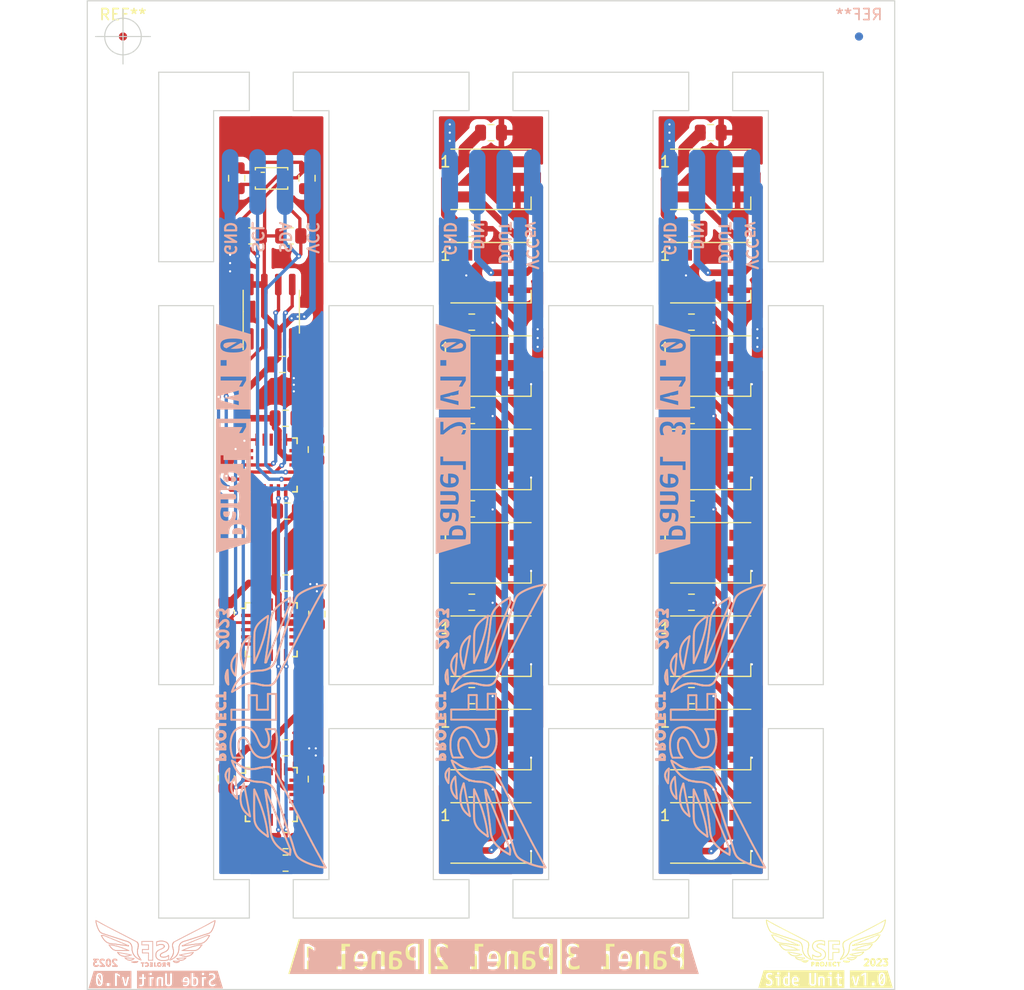
<source format=kicad_pcb>
(kicad_pcb (version 20211014) (generator pcbnew)
  (title_block (title "Side Unit - CanSat 2023") (date "2023-01-18") (company "Project SkyFall") (comment 1 "David Haisman"))
  (layers (0 "F.Cu" signal) (31 "B.Cu" signal) (34 "B.Paste" user) (35 "F.Paste" user) (36 "B.SilkS" user "B.Silkscreen") (37 "F.SilkS" user "F.Silkscreen") (38 "B.Mask" user) (39 "F.Mask" user) (44 "Edge.Cuts" user))
  (property "version" "v3.0")
  (net 0 "")
  (net 2 "Net-(R506-Pad2)")
  (net 35 "/Panel 1/VCC")
  (net 36 "/Panel 1/GND")
  (net 37 "/Panel 3/VCC_5V")
  (net 38 "/Panel 3/GND")
  (net 39 "/Panel 3/DIN")
  (net 40 "/Panel 3/DOUT")
  (net 41 "/Panel 2/VCC_5V")
  (net 42 "Net-(D301-Pad2)")
  (net 43 "/Panel 2/GND")
  (net 44 "/Panel 2/DIN")
  (net 45 "Net-(D302-Pad2)")
  (net 46 "Net-(D303-Pad2)")
  (net 47 "Net-(D304-Pad2)")
  (net 48 "Net-(D305-Pad2)")
  (net 49 "/Panel 2/DOUT")
  (net 50 "/Panel 1/Spectroscope Unit/~{CS}")
  (net 51 "/Panel 1/Spectroscope Unit/SCK")
  (net 52 "/Panel 1/Spectroscope Unit/MOSI")
  (net 53 "/Panel 1/Spectroscope Unit/MISO")
  (net 54 "/Panel 1/SDA")
  (net 55 "/Panel 1/SCL")
  (net 56 "/Panel 1/Spectroscope Unit/~{SLV2_RES}")
  (net 57 "/Panel 1/Spectroscope Unit/~{SLV1_RES}")
  (net 58 "/Panel 1/Spectroscope Unit/SDA_S")
  (net 59 "/Panel 1/Spectroscope Unit/SCL_S")
  (net 60 "/Panel 1/Spectroscope Unit/~{RES}")
  (net 61 "Net-(D401-Pad2)")
  (net 62 "Net-(D402-Pad2)")
  (net 63 "Net-(D403-Pad2)")
  (net 64 "Net-(D404-Pad2)")
  (net 65 "Net-(D405-Pad2)")
  (net 66 "Net-(D306-Pad2)")
  (net 67 "Net-(D307-Pad2)")
  (net 68 "Net-(D406-Pad2)")
  (net 69 "Net-(D407-Pad2)")
  (footprint "1Knihovna:C_0805_2012Metric" (layer "F.Cu") (at 74.8 29.05 -90)
    (fp_text reference "C602" hide)
    (fp_text value "100nF")
  )
  (footprint "1Knihovna:C_0805_2012Metric" (layer "F.Cu") (at 96.2 59.15 180)
    (fp_text reference "C305" hide)
    (fp_text value "100nF")
  )
  (footprint "1Knihovna:C_0805_2012Metric" (layer "F.Cu") (at 96.2 76.15 180)
    (fp_text reference "C307" hide)
    (fp_text value "100nF")
  )
  (footprint "1Knihovna:C_0805_2012Metric" (layer "F.Cu") (at 96.2 67.65 180)
    (fp_text reference "C306" hide)
    (fp_text value "100nF")
  )
  (footprint "kibuzzard-63C68658" (layer "F.Cu") (at 110.5 99.9)
    (fp_text reference "kibuzzard-63C68658" hide)
    (fp_text value "G***" hide)
  )
  (footprint "1Knihovna:C_0805_2012Metric" (layer "F.Cu") (at 82.1 68.725 90)
    (fp_text reference "C507" hide)
    (fp_text value "1uF")
  )
  (footprint "Package_LGA:AMS_LGA-20_4.7x4.5mm_P0.65mm" (layer "F.Cu") (at 77.95 70.15)
    (fp_text reference "U502" hide)
    (fp_text value "AS72652")
  )
  (footprint "LED_SMD:LED_WS2812B_PLCC4_5.0x5.0mm_P3.2mm" (layer "F.Cu") (at 117.95 71.65)
    (fp_text reference "D406" hide)
    (fp_text value "WS2812B")
  )
  (footprint "1Knihovna:C_0805_2012Metric" (layer "F.Cu") (at 116.2 33.65 180)
    (fp_text reference "C402" hide)
    (fp_text value "100nF")
  )
  (footprint "LED_SMD:LED_WS2812B_PLCC4_5.0x5.0mm_P3.2mm" (layer "F.Cu") (at 97.95 54.65)
    (fp_text reference "D304" hide)
    (fp_text value "WS2812B")
  )
  (footprint "Package_SO:SOIC-8_3.9x4.9mm_P1.27mm" (layer "F.Cu") (at 77.95 41.2 90)
    (fp_text reference "IC501" hide)
    (fp_text value "AT25SF041B-SSHD-B")
  )
  (footprint "1Knihovna:C_0805_2012Metric" (layer "F.Cu") (at 96.2 50.65 180)
    (fp_text reference "C304" hide)
    (fp_text value "100nF")
  )
  (footprint "kibuzzard-63C6862F" (layer "F.Cu") (at 85.6 99.9)
    (fp_text reference "kibuzzard-63C6862F" hide)
    (fp_text value "G***" hide)
  )
  (footprint "LED_SMD:LED_WS2812B_PLCC4_5.0x5.0mm_P3.2mm" (layer "F.Cu") (at 97.95 88.65)
    (fp_text reference "D308" hide)
    (fp_text value "WS2812B")
  )
  (footprint "1Knihovna:C_0805_2012Metric" (layer "F.Cu") (at 116.2 84.65 180)
    (fp_text reference "C408" hide)
    (fp_text value "100nF")
  )
  (footprint "1Knihovna:C_0805_2012Metric" (layer "F.Cu") (at 116.2 42.15 180)
    (fp_text reference "C403" hide)
    (fp_text value "100nF")
  )
  (footprint "LED_SMD:LED_WS2812B_PLCC4_5.0x5.0mm_P3.2mm" (layer "F.Cu") (at 97.95 37.65)
    (fp_text reference "D302" hide)
    (fp_text value "WS2812B")
  )
  (footprint "1Knihovna:C_0805_2012Metric" (layer "F.Cu") (at 116.2 67.65 180)
    (fp_text reference "C406" hide)
    (fp_text value "100nF")
  )
  (footprint "1Knihovna:C_0805_2012Metric" (layer "F.Cu") (at 79.25 50.9)
    (fp_text reference "C501" hide)
    (fp_text value "100nF")
  )
  (footprint "kibuzzard-63C685D8" (layer "F.Cu") (at 132.573671 101.956608)
    (fp_text reference "kibuzzard-63C685D8" hide)
    (fp_text value "G***" hide)
  )
  (footprint "1Knihovna:C_0805_2012Metric" (layer "F.Cu") (at 82.05 53.75 90)
    (fp_text reference "C502" hide)
    (fp_text value "1uF")
  )
  (footprint "1Knihovna:C_0805_2012Metric" (layer "F.Cu") (at 82.05 83.75 90)
    (fp_text reference "C504" hide)
    (fp_text value "1uF")
  )
  (footprint "1Knihovna:C_0805_2012Metric" (layer "F.Cu") (at 79.25 80.9)
    (fp_text reference "C506" hide)
    (fp_text value "100nF")
  )
  (footprint "kibuzzard-63C68642" (layer "F.Cu") (at 98 99.9)
    (fp_text reference "kibuzzard-63C68642" hide)
    (fp_text value "G***" hide)
  )
  (footprint "1Knihovna:C_0805_2012Metric" (layer "F.Cu") (at 116.2 50.65 180)
    (fp_text reference "C404" hide)
    (fp_text value "100nF")
  )
  (footprint "LED_SMD:LED_WS2812B_PLCC4_5.0x5.0mm_P3.2mm" (layer "F.Cu") (at 97.95 71.65)
    (fp_text reference "D306" hide)
    (fp_text value "WS2812B")
  )
  (footprint "1Knihovna:C_0805_2012Metric" (layer "F.Cu") (at 97.95 24.9 180)
    (fp_text reference "C301" hide)
    (fp_text value "100nF")
  )
  (footprint "1Knihovna:R_0805_2012Metric" (layer "F.Cu") (at 73.85 83.675 -90)
    (fp_text reference "R501" hide)
    (fp_text value "10k")
  )
  (footprint "Package_WSOF:WSOF6" (layer "F.Cu") (at 79.925 31.6125)
    (fp_text reference "U601" hide)
    (fp_text value "BH1730")
  )
  (footprint "LED_SMD:LED_WS2812B_PLCC4_5.0x5.0mm_P3.2mm" (layer "F.Cu") (at 117.95 88.65)
    (fp_text reference "D408" hide)
    (fp_text value "WS2812B")
  )
  (footprint "LED_SMD:LED_WS2812B_PLCC4_5.0x5.0mm_P3.2mm" (layer "F.Cu") (at 97.95 80.15)
    (fp_text reference "D307" hide)
    (fp_text value "WS2812B")
  )
  (footprint "1Knihovna:R_0805_2012Metric" (layer "F.Cu") (at 76.125 34.3 180)
    (fp_text reference "R202" hide)
    (fp_text value "10k")
  )
  (footprint "1Knihovna:C_0805_2012Metric" (layer "F.Cu") (at 96.2 42.15 180)
    (fp_text reference "C303" hide)
    (fp_text value "100nF")
  )
  (footprint "1Knihovna:C_0805_2012Metric" (layer "F.Cu") (at 81.2 29.05 90)
    (fp_text reference "C601" hide)
    (fp_text value "100nF")
  )
  (footprint "1Knihovna:C_0805_2012Metric" (layer "F.Cu") (at 116.2 76.15 180)
    (fp_text reference "C407" hide)
    (fp_text value "100nF")
  )
  (footprint "1Knihovna:C_0805_2012Metric" (layer "F.Cu") (at 117.95 24.9 180)
    (fp_text reference "C401" hide)
    (fp_text value "100nF")
  )
  (footprint "LED_SMD:LED_WS2812B_PLCC4_5.0x5.0mm_P3.2mm" (layer "F.Cu") (at 117.95 46.15)
    (fp_text reference "D403" hide)
    (fp_text value "WS2812B")
  )
  (footprint "LED_SMD:LED_WS2812B_PLCC4_5.0x5.0mm_P3.2mm" (layer "F.Cu") (at 97.95 29.15)
    (fp_text reference "D301" hide)
    (fp_text value "WS2812B")
  )
  (footprint "1Knihovna:R_0805_2012Metric" (layer "F.Cu") (at 73.85 68.6 -90)
    (fp_text reference "R502" hide)
    (fp_text value "10k")
  )
  (footprint "1Knihovna:R_0805_2012Metric" (layer "F.Cu") (at 79.425 59.35 180)
    (fp_text reference "R506" hide)
    (fp_text value "10k")
  )
  (footprint "1Knihovna:C_0805_2012Metric" (layer "F.Cu") (at 96.2 84.65 180)
    (fp_text reference "C308" hide)
    (fp_text value "100nF")
  )
  (footprint "LED_SMD:LED_WS2812B_PLCC4_5.0x5.0mm_P3.2mm" (layer "F.Cu") (at 117.95 37.65)
    (fp_text reference "D402" hide)
    (fp_text value "WS2812B")
  )
  (footprint "1Knihovna:R_0805_2012Metric" (layer "F.Cu") (at 79.25 89.35 180)
    (fp_text reference "R504" hide)
    (fp_text value "10k")
  )
  (footprint "LED_SMD:LED_WS2812B_PLCC4_5.0x5.0mm_P3.2mm" (layer "F.Cu") (at 97.95 46.15)
    (fp_text reference "D303" hide)
    (fp_text value "WS2812B")
  )
  (footprint "Package_LGA:AMS_LGA-20_4.7x4.5mm_P0.65mm" (layer "F.Cu") (at 77.95 55.15)
    (fp_text reference "U501" hide)
    (fp_text value "AS72651")
  )
  (footprint "1Knihovna:R_0805_2012Metric" (layer "F.Cu") (at 73.85 53.7 -90)
    (fp_text reference "R507" hide)
    (fp_text value "10k")
  )
  (footprint "Fiducial:Fiducial_0.75mm_Mask1.5mm" (layer "F.Cu") (at 64.45 16.15)
    (fp_text reference "REF**")
    (fp_text value "Fiducial_0.75mm_Mask1.5mm")
  )
  (footprint "LED_SMD:LED_WS2812B_PLCC4_5.0x5.0mm_P3.2mm" (layer "F.Cu") (at 117.95 54.65)
    (fp_text reference "D404" hide)
    (fp_text value "WS2812B")
  )
  (footprint "LED_SMD:LED_WS2812B_PLCC4_5.0x5.0mm_P3.2mm" (layer "F.Cu") (at 117.95 29.15)
    (fp_text reference "D401" hide)
    (fp_text value "WS2812B")
  )
  (footprint "LED_SMD:LED_WS2812B_PLCC4_5.0x5.0mm_P3.2mm" (layer "F.Cu") (at 97.95 63.15)
    (fp_text reference "D305" hide)
    (fp_text value "WS2812B")
  )
  (footprint "Package_LGA:AMS_LGA-20_4.7x4.5mm_P0.65mm" (layer "F.Cu") (at 77.95 85.15)
    (fp_text reference "U503" hide)
    (fp_text value "AS72653")
  )
  (footprint "1Knihovna:C_0805_2012Metric" (layer "F.Cu") (at 79.25 65.9)
    (fp_text reference "C503" hide)
    (fp_text value "100nF")
  )
  (footprint "LED_SMD:LED_WS2812B_PLCC4_5.0x5.0mm_P3.2mm" (layer "F.Cu") (at 117.95 80.15)
    (fp_text reference "D407" hide)
    (fp_text value "WS2812B")
  )
  (footprint "1Knihovna:R_0805_2012Metric" (layer "F.Cu") (at 79.725 34.3)
    (fp_text reference "R201" hide)
    (fp_text value "10k")
  )
  (footprint "1Knihovna:C_0805_2012Metric" (layer "F.Cu") (at 78.95 46)
    (fp_text reference "C505" hide)
    (fp_text value "1uF")
  )
  (footprint "1Knihovna:C_0805_2012Metric" (layer "F.Cu") (at 116.2 59.15 180)
    (fp_text reference "C405" hide)
    (fp_text value "100nF")
  )
  (footprint "1Knihovna:R_0805_2012Metric" (layer "F.Cu") (at 79.25 91.4 180)
    (fp_text reference "R503" hide)
    (fp_text value "10k")
  )
  (footprint "1Knihovna:C_0805_2012Metric" (layer "F.Cu") (at 96.2 33.65 180)
    (fp_text reference "C302" hide)
    (fp_text value "100nF")
  )
  (footprint "LED_SMD:LED_WS2812B_PLCC4_5.0x5.0mm_P3.2mm" (layer "F.Cu") (at 117.95 63.15)
    (fp_text reference "D405" hide)
    (fp_text value "WS2812B")
  )
  (footprint "kibuzzard-63C685CC" (layer "F.Cu") (at 126.2 101.956608)
    (fp_text reference "kibuzzard-63C685CC" hide)
    (fp_text value "G***" hide)
  )
  (footprint "CanSat:Land-pattern" (layer "B.Cu") (at 97.95 29.4 180)
    (fp_text reference "J102" hide)
    (fp_text value "Land patern")
  )
  (footprint "kibuzzard-63C68642" (layer "B.Cu") (at 98.231762 99.9 180)
    (fp_text reference "kibuzzard-63C68642" hide)
    (fp_text value "G***" hide)
  )
  (footprint "kibuzzard-63C86FC3" (layer "B.Cu") (at 110.631762 99.9 180)
    (fp_text reference "kibuzzard-63C86FC3" hide)
    (fp_text value "G***" hide)
  )
  (footprint "kibuzzard-63C42A5F" (layer "B.Cu") (at 74.5 46.2 90)
    (fp_text reference "kibuzzard-63C42A5F" hide)
    (fp_text value "G***" hide)
  )
  (footprint "CanSat:Land-pattern" (layer "B.Cu") (at 77.95 29.4 180)
    (fp_text reference "J101" hide)
    (fp_text value "Land patern")
  )
  (footprint "kibuzzard-63C42B39" (layer "B.Cu") (at 114.5 57.05 90)
    (fp_text reference "kibuzzard-63C42B39" hide)
    (fp_text value "G***" hide)
  )
  (footprint "Fiducial:Fiducial_0.75mm_Mask1.5mm" (layer "B.Cu") (at 131.45 16.15 180)
    (fp_text reference "REF**")
    (fp_text value "Fiducial_0.75mm_Mask1.5mm")
  )
  (footprint "CanSat:Land-pattern" (layer "B.Cu") (at 117.95 29.4 180)
    (fp_text reference "J103" hide)
    (fp_text value "Land patern")
  )
  (footprint "kibuzzard-63C42A2A" (layer "B.Cu") (at 74.5 57.05 90)
    (fp_text reference "kibuzzard-63C42A2A" hide)
    (fp_text value "G***" hide)
  )
  (footprint "kibuzzard-63C685CC" (layer "B.Cu") (at 69.638643 102 180)
    (fp_text reference "kibuzzard-63C685CC" hide)
    (fp_text value "G***" hide)
  )
  (footprint "kibuzzard-63C42A5F" (layer "B.Cu") (at 114.5 46.2 90)
    (fp_text reference "kibuzzard-63C42A5F" hide)
    (fp_text value "G***" hide)
  )
  (footprint "kibuzzard-63C42B4A" (layer "B.Cu") (at 94.5 57.05 90)
    (fp_text reference "kibuzzard-63C42B4A" hide)
    (fp_text value "G***" hide)
  )
  (footprint "kibuzzard-63C86FCE" (layer "B.Cu") (at 85.731762 99.9 180)
    (fp_text reference "kibuzzard-63C86FCE" hide)
    (fp_text value "G***" hide)
  )
  (footprint "kibuzzard-63C685D8" (layer "B.Cu") (at 63.264972 102 180)
    (fp_text reference "kibuzzard-63C685D8" hide)
    (fp_text value "G***" hide)
  )
  (footprint "kibuzzard-63C42A5F" (layer "B.Cu") (at 94.5 46.2 90)
    (fp_text reference "kibuzzard-63C42A5F" hide)
    (fp_text value "G***" hide)
  )
  (gr_curve (pts (xy 77.597052 80.698526) (xy 77.605014 80.687588) (xy 77.612507 80.676321) (xy 77.619564 80.664779)) (layer "B.SilkS") (width 0.178))
  (gr_curve (pts (xy 99.151093 87.423739) (xy 99.14588 87.407325) (xy 99.140669 87.39091) (xy 99.135461 87.374494)) (layer "B.SilkS") (width 0.178))
  (gr_curve (pts (xy 78.469501 85.335753) (xy 78.462145 85.31239) (xy 78.454806 85.289022) (xy 78.447465 85.265654)) (layer "B.SilkS") (width 0.178))
  (gr_curve (pts (xy 67.658941 100.532546) (xy 67.656098 100.535726) (xy 67.653459 100.53908) (xy 67.651026 100.542582)) (layer "B.SilkS") (width 0.075))
  (gr_curve (pts (xy 79.600721 88.823789) (xy 79.595016 88.807532) (xy 79.589309 88.791276) (xy 79.583602 88.77502)) (layer "B.SilkS") (width 0.178))
  (gr_curve (pts (xy 117.986727 81.553566) (xy 117.96501 81.572736) (xy 117.942536 81.591) (xy 117.919339 81.608347)) (layer "B.SilkS") (width 0.178))
  (gr_line (start 69.861646 98.916323) (end 69.861618 98.916367) (layer "B.SilkS") (width 0.075))
  (gr_curve (pts (xy 99.515301 69.324175) (xy 99.521279 69.305744) (xy 99.527258 69.287313) (xy 99.533239 69.268883)) (layer "B.SilkS") (width 0.178))
  (gr_line (start 97.455468 73.101483) (end 97.456043 73.101149) (layer "B.SilkS") (width 0.178))
  (gr_curve (pts (xy 73.37236 81.708719) (xy 73.371618 81.711207) (xy 73.370916 81.713707) (xy 73.370251 81.716217)) (layer "B.SilkS") (width 0.178))
  (gr_curve (pts (xy 66.61489 100.463312) (xy 66.617796 100.463629) (xy 66.620697 100.464004) (xy 66.623587 100.464441)) (layer "B.SilkS") (width 0.075))
  (gr_line (start 69.856782 98.924458) (end 69.85675 98.924513) (layer "B.SilkS") (width 0.075))
  (gr_curve (pts (xy 68.567499 100.634275) (xy 68.568905 100.634765) (xy 68.570322 100.635222) (xy 68.571749 100.635647)) (layer "B.SilkS") (width 0.075))
  (gr_curve (pts (xy 93.725095 81.551234) (xy 93.728821 81.555897) (xy 93.732351 81.560726) (xy 93.735677 81.565686)) (layer "B.SilkS") (width 0.178))
  (gr_line (start 77.234869 75.214055) (end 77.293504 75.220857) (layer "B.SilkS") (width 0.178))
  (gr_curve (pts (xy 76.399777 84.689053) (xy 76.464658 84.832292) (xy 76.528311 84.976083) (xy 76.590394 85.120556)) (layer "B.SilkS") (width 0.178))
  (gr_line (start 117.446614 84.763759) (end 117.446035 84.763417) (layer "B.SilkS") (width 0.178))
  (gr_line (start 77.879737 75.194576) (end 77.927473 75.176368) (layer "B.SilkS") (width 0.178))
  (gr_curve (pts (xy 63.274959 98.21705) (xy 63.371896 98.256788) (xy 63.468796 98.296618) (xy 63.565666 98.33652)) (layer "B.SilkS") (width 0.075))
  (gr_line (start 69.867013 98.909401) (end 69.866995 98.909415) (layer "B.SilkS") (width 0.075))
  (gr_curve (pts (xy 113.79884 83.438448) (xy 113.798571 83.428584) (xy 113.798501 83.418709) (xy 113.798637 83.408842)) (layer "B.SilkS") (width 0.178))
  (gr_line (start 77.476983 73.090343) (end 77.477004 73.090302) (layer "B.SilkS") (width 0.178))
  (gr_curve (pts (xy 98.186038 82.845006) (xy 98.192662 82.850965) (xy 98.199194 82.857032) (xy 98.20562 82.863205)) (layer "B.SilkS") (width 0.178))
  (gr_curve (pts (xy 95.262425 74.422812) (xy 95.281162 74.407038) (xy 95.300143 74.39156) (xy 95.319368 74.376385)) (layer "B.SilkS") (width 0.178))
  (gr_curve (pts (xy 81.516659 68.635897) (xy 81.414448 68.832065) (xy 81.313016 69.028633) (xy 81.211724 69.225273)) (layer "B.SilkS") (width 0.178))
  (gr_line (start 97.465254 73.095738) (end 97.466088 73.095238) (layer "B.SilkS") (width 0.178))
  (gr_curve (pts (xy 116.487308 79.641575) (xy 116.508246 79.676998) (xy 116.528407 79.71287) (xy 116.547873 79.749122)) (layer "B.SilkS") (width 0.178))
  (gr_line (start 77.154039 75.202581) (end 77.165573 75.204364) (layer "B.SilkS") (width 0.178))
  (gr_line (start 77.459067 84.774149) (end 77.458431 84.773714) (layer "B.SilkS") (width 0.178))
  (gr_curve (pts (xy 93.19641 78.726256) (xy 93.202136 78.725484) (xy 93.207876 78.724824) (xy 93.213626 78.724264)) (layer "B.SilkS") (width 0.178))
  (gr_curve (pts (xy 73.146071 78.746548) (xy 73.149381 78.745782) (xy 73.152701 78.745063) (xy 73.156031 78.744389)) (layer "B.SilkS") (width 0.178))
  (gr_line (start 65.790668 99.217499) (end 65.796963 99.193892) (layer "B.SilkS") (width 0.075))
  (gr_line (start 64.94892 98.91766) (end 64.948874 98.917582) (layer "B.SilkS") (width 0.075))
  (gr_curve (pts (xy 73.859889 83.745623) (xy 73.855904 83.735269) (xy 73.852058 83.724858) (xy 73.848362 83.714397)) (layer "B.SilkS") (width 0.178))
  (gr_curve (pts (xy 68.521558 100.567386) (xy 68.521558 100.569453) (xy 68.521617 100.571522) (xy 68.521742 100.573586)) (layer "B.SilkS") (width 0.075))
  (gr_curve (pts (xy 113.054816 78.943475) (xy 113.054382 78.946147) (xy 113.054013 78.948829) (xy 113.053704 78.951519)) (layer "B.SilkS") (width 0.178))
  (gr_curve (pts (xy 96.687217 88.117753) (xy 96.666235 88.087996) (xy 96.646235 88.057576) (xy 96.627331 88.026453)) (layer "B.SilkS") (width 0.178))
  (gr_curve (pts (xy 72.25327 97.79124) (xy 72.247841 97.793425) (xy 72.24239 97.795554) (xy 72.236919 97.797632)) (layer "B.SilkS") (width 0.075))
  (gr_curve (pts (xy 72.15427 97.8255) (xy 72.14839 97.827323) (xy 72.142504 97.829125) (xy 72.136613 97.830909)) (layer "B.SilkS") (width 0.075))
  (gr_curve (pts (xy 73.067478 79.640138) (xy 73.06559 79.644862) (xy 73.063834 79.649638) (xy 73.062205 79.65446)) (layer "B.SilkS") (width 0.178))
  (gr_curve (pts (xy 97.191999 80.804678) (xy 97.199161 80.808078) (xy 97.206445 80.811203) (xy 97.213845 80.814051)) (layer "B.SilkS") (width 0.178))
  (gr_curve (pts (xy 93.546093 77.392987) (xy 93.537725 77.396413) (xy 93.52924 77.39955) (xy 93.520655 77.402403)) (layer "B.SilkS") (width 0.178))
  (gr_line (start 74.781474 73.167634) (end 74.846541 72.342521) (layer "B.SilkS") (width 0.178))
  (gr_line (start 77.46227 73.102782) (end 77.462961 73.102328) (layer "B.SilkS") (width 0.178))
  (gr_curve (pts (xy 75.479545 71.263275) (xy 75.49103 71.247037) (xy 75.502792 71.230987) (xy 75.514813 71.215141)) (layer "B.SilkS") (width 0.178))
  (gr_curve (pts (xy 114.310312 80.016488) (xy 114.321072 79.965806) (xy 114.33388 79.915591) (xy 114.349003 79.866034)) (layer "B.SilkS") (width 0.178))
  (gr_curve (pts (xy 70.121314 99.883963) (xy 70.113562 99.883493) (xy 70.105815 99.882945) (xy 70.098074 99.882321)) (layer "B.SilkS") (width 0.075))
  (gr_curve (pts (xy 119.855375 68.26806) (xy 119.86523 68.237882) (xy 119.875086 68.207704) (xy 119.884944 68.177527)) (layer "B.SilkS") (width 0.178))
  (gr_curve (pts (xy 81.679353 91.54651) (xy 81.660809 91.540285) (xy 81.642294 91.533974) (xy 81.62381 91.527576)) (layer "B.SilkS") (width 0.178))
  (gr_curve (pts (xy 74.693971 75.627073) (xy 74.677091 75.636784) (xy 74.660143 75.646376) (xy 74.643147 75.655881)) (layer "B.SilkS") (width 0.178))
  (gr_curve (pts (xy 64.543112 98.436809) (xy 64.536107 98.434618) (xy 64.529106 98.432415) (xy 64.522108 98.430203)) (layer "B.SilkS") (width 0.075))
  (gr_line (start 94.082304 84.107628) (end 94.150356 82.777021) (layer "B.SilkS") (width 0.178))
  (gr_line (start 77.433582 84.758531) (end 77.433453 84.758456) (layer "B.SilkS") (width 0.178))
  (gr_curve (pts (xy 117.726096 80.354578) (xy 117.728332 80.33847) (xy 117.730229 80.322311) (xy 117.731816 80.306127)) (layer "B.SilkS") (width 0.178))
  (gr_curve (pts (xy 93.036894 79.974842) (xy 93.033775 79.969851) (xy 93.030777 79.964781) (xy 93.027903 79.959644)) (layer "B.SilkS") (width 0.178))
  (gr_curve (pts (xy 116.826891 82.742694) (xy 116.838258 82.739663) (xy 116.849634 82.73667) (xy 116.861024 82.733725)) (layer "B.SilkS") (width 0.178))
  (gr_curve (pts (xy 113.831426 74.201849) (xy 113.8345 74.185903) (xy 113.837855 74.170015) (xy 113.841496 74.154189)) (layer "B.SilkS") (width 0.178))
  (gr_curve (pts (xy 119.689221 67.494812) (xy 119.691989 67.533908) (xy 119.694189 67.573048) (xy 119.694242 67.612266)) (layer "B.SilkS") (width 0.178))
  (gr_curve (pts (xy 68.522046 100.55708) (xy 68.521962 100.557923) (xy 68.521889 100.558767) (xy 68.521828 100.559613)) (layer "B.SilkS") (width 0.075))
  (gr_curve (pts (xy 116.401462 71.565315) (xy 116.40152 71.525071) (xy 116.401638 71.484827) (xy 116.40182 71.444584)) (layer "B.SilkS") (width 0.178))
  (gr_curve (pts (xy 67.704357 100.801863) (xy 67.701985 100.801254) (xy 67.699625 100.800595) (xy 67.697281 100.799885)) (layer "B.SilkS") (width 0.075))
  (gr_curve (pts (xy 79.542903 72.477781) (xy 79.442134 72.673938) (xy 79.34126 72.870042) (xy 79.240232 73.066066)) (layer "B.SilkS") (width 0.178))
  (gr_curve (pts (xy 92.9825 79.681269) (xy 92.983369 79.675341) (xy 92.984355 79.669428) (xy 92.985462 79.66354)) (layer "B.SilkS") (width 0.178))
  (gr_curve (pts (xy 62.302515 97.586113) (xy 62.296021 97.576536) (xy 62.289704 97.566842) (xy 62.283535 97.557053)) (layer "B.SilkS") (width 0.075))
  (gr_line (start 73.771301 81.056434) (end 73.771301 80.800309) (layer "B.SilkS") (width 0.178))
  (gr_line (start 75.873385 75.058882) (end 75.884005 75.057191) (layer "B.SilkS") (width 0.178))
  (gr_curve (pts (xy 119.809725 89.419026) (xy 119.804599 89.403373) (xy 119.799448 89.387728) (xy 119.794273 89.372091)) (layer "B.SilkS") (width 0.178))
  (gr_line (start 97.460316 73.098661) (end 97.461201 73.098141) (layer "B.SilkS") (width 0.178))
  (gr_curve (pts (xy 76.929384 80.559131) (xy 76.934869 80.568035) (xy 76.940447 80.576883) (xy 76.946127 80.585664)) (layer "B.SilkS") (width 0.178))
  (gr_curve (pts (xy 116.410188 72.871511) (xy 116.409994 72.844837) (xy 116.40979 72.818162) (xy 116.409576 72.791487)) (layer "B.SilkS") (width 0.178))
  (gr_curve (pts (xy 68.51114 100.49275) (xy 68.513105 100.491179) (xy 68.51514 100.489692) (xy 68.51723 100.488291)) (layer "B.SilkS") (width 0.075))
  (gr_curve (pts (xy 74.966092 80.588932) (xy 74.964803 80.61453) (xy 74.964139 80.640147) (xy 74.964011 80.665776)) (layer "B.SilkS") (width 0.178))
  (gr_curve (pts (xy 77.164825 80.81146) (xy 77.169296 80.813856) (xy 77.173827 80.816144) (xy 77.178409 80.818319)) (layer "B.SilkS") (width 0.178))
  (gr_curve (pts (xy 68.523612 100.649353) (xy 68.521574 100.647951) (xy 68.519583 100.646482) (xy 68.517643 100.644945)) (layer "B.SilkS") (width 0.075))
  (gr_curve (pts (xy 70.00932 99.279735) (xy 70.029586 99.271026) (xy 70.049884 99.262391) (xy 70.070215 99.253834)) (layer "B.SilkS") (width 0.075))
  (gr_curve (pts (xy 114.451322 72.851679) (xy 114.465396 72.822977) (xy 114.480442 72.794781) (xy 114.496409 72.76709)) (layer "B.SilkS") (width 0.178))
  (gr_curve (pts (xy 68.532468 100.20655) (xy 68.519174 100.211377) (xy 68.50575 100.215827) (xy 68.492218 100.219939)) (layer "B.SilkS") (width 0.075))
  (gr_curve (pts (xy 77.369809 87.362535) (xy 77.393692 87.456622) (xy 77.416423 87.550993) (xy 77.437941 87.64565)) (layer "B.SilkS") (width 0.178))
  (gr_curve (pts (xy 97.056321 73.848869) (xy 97.082375 73.846542) (xy 97.108388 73.843803) (xy 97.134355 73.84065)) (layer "B.SilkS") (width 0.178))
  (gr_curve (pts (xy 99.257002 87.755044) (xy 99.248663 87.729188) (xy 99.240344 87.703325) (xy 99.232042 87.677457)) (layer "B.SilkS") (width 0.178))
  (gr_line (start 93.433536 78.153102) (end 93.433536 77.846776) (layer "B.SilkS") (width 0.178))
  (gr_curve (pts (xy 78.089968 68.635013) (xy 78.100027 68.613416) (xy 78.110488 68.591997) (xy 78.121336 68.570785)) (layer "B.SilkS") (width 0.178))
  (gr_curve (pts (xy 69.418811 100.14262) (xy 69.411365 100.137512) (xy 69.404026 100.13224) (xy 69.396805 100.126817)) (layer "B.SilkS") (width 0.075))
  (gr_curve (pts (xy 68.451596 99.892761) (xy 68.463075 99.887246) (xy 68.474401 99.881425) (xy 68.485571 99.875307)) (layer "B.SilkS") (width 0.075))
  (gr_curve (pts (xy 66.71042 100.558677) (xy 66.708759 100.555871) (xy 66.706992 100.553132) (xy 66.705115 100.550465)) (layer "B.SilkS") (width 0.075))
  (gr_curve (pts (xy 70.465694 97.864154) (xy 70.540753 97.825693) (xy 70.615821 97.787248) (xy 70.690888 97.748802)) (layer "B.SilkS") (width 0.075))
  (gr_curve (pts (xy 69.827507 99.36005) (xy 69.887861 99.332713) (xy 69.948447 99.305893) (xy 70.00932 99.279735)) (layer "B.SilkS") (width 0.075))
  (gr_curve (pts (xy 64.728164 99.358874) (xy 64.710749 99.359034) (xy 64.693335 99.359197) (xy 64.67592 99.35936)) (layer "B.SilkS") (width 0.075))
  (gr_curve (pts (xy 93.062061 78.937192) (xy 93.061805 78.939418) (xy 93.06159 78.941648) (xy 93.061413 78.943882)) (layer "B.SilkS") (width 0.178))
  (gr_curve (pts (xy 113.807644 74.530574) (xy 113.806815 74.512909) (xy 113.806338 74.495233) (xy 113.806199 74.47755)) (layer "B.SilkS") (width 0.178))
  (gr_curve (pts (xy 69.53691 99.197681) (xy 69.536653 99.204662) (xy 69.536351 99.211642) (xy 69.536 99.218619)) (layer "B.SilkS") (width 0.075))
  (gr_line (start 97.448083 84.745416) (end 97.447507 84.745083) (layer "B.SilkS") (width 0.178))
  (gr_curve (pts (xy 73.508444 81.591002) (xy 73.505841 81.591294) (xy 73.503243 81.591636) (xy 73.500653 81.59203)) (layer "B.SilkS") (width 0.178))
  (gr_curve (pts (xy 98.730277 90.014419) (xy 98.712621 89.9998) (xy 98.695116 89.984994) (xy 98.677782 89.969995)) (layer "B.SilkS") (width 0.178))
  (gr_line (start 65.736157 98.59407) (end 65.732727 98.590788) (layer "B.SilkS") (width 0.075))
  (gr_curve (pts (xy 114.670468 82.235597) (xy 114.697007 82.250663) (xy 114.723399 82.265986) (xy 114.749568 82.28169)) (layer "B.SilkS") (width 0.178))
  (gr_curve (pts (xy 68.344581 98.574137) (xy 68.351483 98.577488) (xy 68.358325 98.580969) (xy 68.365096 98.584577)) (layer "B.SilkS") (width 0.075))
  (gr_curve (pts (xy 95.546041 83.632732) (xy 95.524122 83.619473) (xy 95.502429 83.605847) (xy 95.480969 83.591857)) (layer "B.SilkS") (width 0.178))
  (gr_curve (pts (xy 113.585559 81.594784) (xy 113.583012 81.594234) (xy 113.580452 81.593742) (xy 113.577883 81.593303)) (layer "B.SilkS") (width 0.178))
  (gr_curve (pts (xy 118.442124 72.662824) (xy 118.44714 72.646312) (xy 118.452115 72.629788) (xy 118.457057 72.613254)) (layer "B.SilkS") (width 0.178))
  (gr_curve (pts (xy 68.596224 100.673183) (xy 68.593974 100.673015) (xy 68.591726 100.672808) (xy 68.589484 100.67256)) (layer "B.SilkS") (width 0.075))
  (gr_line (start 65.463076 100.080569) (end 64.972977 100.04192) (layer "B.SilkS") (width 0.075))
  (gr_curve (pts (xy 95.338728 79.976005) (xy 95.333662 79.976757) (xy 95.32861 79.977628) (xy 95.323584 79.978619)) (layer "B.SilkS") (width 0.178))
  (gr_curve (pts (xy 98.349206 84.922246) (xy 98.343695 84.908637) (xy 98.338045 84.895084) (xy 98.332252 84.881591)) (layer "B.SilkS") (width 0.178))
  (gr_curve (pts (xy 113.412331 80.738231) (xy 113.410971 80.741799) (xy 113.40972 80.745406) (xy 113.408569 80.749046)) (layer "B.SilkS") (width 0.178))
  (gr_line (start 92.991401 76.113222) (end 92.991401 76.209176) (layer "B.SilkS") (width 0.178))
  (gr_curve (pts (xy 102.245962 67.292511) (xy 102.177831 67.41593) (xy 102.109874 67.539445) (xy 102.042265 67.663151)) (layer "B.SilkS") (width 0.178))
  (gr_curve (pts (xy 119.836575 68.325632) (xy 119.842841 68.306441) (xy 119.849108 68.28725) (xy 119.855375 68.26806)) (layer "B.SilkS") (width 0.178))
  (gr_curve (pts (xy 95.285455 86.221937) (xy 95.274482 86.193202) (xy 95.264295 86.164184) (xy 95.254884 86.134901)) (layer "B.SilkS") (width 0.178))
  (gr_curve (pts (xy 66.731291 100.756679) (xy 66.728727 100.75949) (xy 66.726056 100.762199) (xy 66.723279 100.7648)) (layer "B.SilkS") (width 0.075))
  (gr_curve (pts (xy 113.306726 81.673696) (xy 113.308303 81.668986) (xy 113.309971 81.664308) (xy 113.311738 81.659665)) (layer "B.SilkS") (width 0.178))
  (gr_curve (pts (xy 97.097556 71.481986) (xy 97.068441 71.567764) (xy 97.038522 71.653263) (xy 97.007849 71.738495)) (layer "B.SilkS") (width 0.178))
  (gr_curve (pts (xy 77.437941 87.64565) (xy 77.451803 87.706624) (xy 77.465161 87.767716) (xy 77.477996 87.828913)) (layer "B.SilkS") (width 0.178))
  (gr_curve (pts (xy 79.754124 68.56163) (xy 79.763845 68.531807) (xy 79.77357 68.501986) (xy 79.783297 68.472166)) (layer "B.SilkS") (width 0.178))
  (gr_curve (pts (xy 67.862263 100.771735) (xy 67.860375 100.77328) (xy 67.858447 100.774779) (xy 67.856485 100.776227)) (layer "B.SilkS") (width 0.075))
  (gr_curve (pts (xy 113.122 79.561252) (xy 113.119322 79.564178) (xy 113.116714 79.56717) (xy 113.114181 79.570223)) (layer "B.SilkS") (width 0.178))
  (gr_curve (pts (xy 99.746878 89.191924) (xy 99.74115 89.175115) (xy 99.735403 89.158313) (xy 99.72964 89.141516)) (layer "B.SilkS") (width 0.178))
  (gr_curve (pts (xy 113.70841 76.987658) (xy 113.708164 76.978975) (xy 113.7077 76.970301) (xy 113.707007 76.961643)) (layer "B.SilkS") (width 0.178))
  (gr_curve (pts (xy 77.129223 84.022126) (xy 77.111309 84.019836) (xy 77.093368 84.017744) (xy 77.075408 84.015849)) (layer "B.SilkS") (width 0.178))
  (gr_curve (pts (xy 75.613907 71.095333) (xy 75.635513 71.071292) (xy 75.657712 71.047802) (xy 75.680461 71.024842)) (layer "B.SilkS") (width 0.178))
  (gr_curve (pts (xy 99.981648 89.946591) (xy 99.976253 89.927599) (xy 99.970869 89.908605) (xy 99.965479 89.889612)) (layer "B.SilkS") (width 0.178))
  (gr_curve (pts (xy 68.969289 98.791776) (xy 68.969716 98.788099) (xy 68.970181 98.784425) (xy 68.970734 98.780765)) (layer "B.SilkS") (width 0.075))
  (gr_line (start 77.461902 84.776155) (end 77.461821 84.776096) (layer "B.SilkS") (width 0.178))
  (gr_line (start 93.702956 78.153102) (end 93.433536 78.153102) (layer "B.SilkS") (width 0.178))
  (gr_curve (pts (xy 66.684382 100.7462) (xy 66.686563 100.74449) (xy 66.68868 100.742701) (xy 66.690729 100.740835)) (layer "B.SilkS") (width 0.075))
  (gr_line (start 97.484169 73.083319) (end 97.48424 73.083264) (layer "B.SilkS") (width 0.178))
  (gr_curve (pts (xy 96.178352 83.897534) (xy 96.161945 83.893256) (xy 96.145578 83.888816) (xy 96.12926 83.884213)) (layer "B.SilkS") (width 0.178))
  (gr_curve (pts (xy 68.090429 100.510698) (xy 68.091166 100.509526) (xy 68.091937 100.508374) (xy 68.092738 100.507246)) (layer "B.SilkS") (width 0.075))
  (gr_curve (pts (xy 69.045061 99.37796) (xy 69.044553 99.372285) (xy 69.043991 99.366615) (xy 69.043374 99.360951)) (layer "B.SilkS") (width 0.075))
  (gr_curve (pts (xy 71.338513 98.091554) (xy 71.327719 98.095205) (xy 71.31692 98.098841) (xy 71.306116 98.102463)) (layer "B.SilkS") (width 0.075))
  (gr_curve (pts (xy 73.442191 80.157211) (xy 73.431716 80.158675) (xy 73.421203 80.159812) (xy 73.410659 80.16064)) (layer "B.SilkS") (width 0.178))
  (gr_curve (pts (xy 78.566644 72.225768) (xy 78.574673 72.199631) (xy 78.582773 72.173516) (xy 78.590937 72.147421)) (layer "B.SilkS") (width 0.178))
  (gr_curve (pts (xy 93.365737 80.691925) (xy 93.36727 80.686703) (xy 93.36893 80.681522) (xy 93.370724 80.676384)) (layer "B.SilkS") (width 0.178))
  (gr_line (start 97.441872 84.741833) (end 97.441727 84.74175) (layer "B.SilkS") (width 0.178))
  (gr_curve (pts (xy 67.420948 100.807795) (xy 67.418845 100.807804) (xy 67.416743 100.807768) (xy 67.414641 100.807685)) (layer "B.SilkS") (width 0.075))
  (gr_curve (pts (xy 69.851931 98.932874) (xy 69.852875 98.931243) (xy 69.853814 98.929609) (xy 69.854753 98.927975)) (layer "B.SilkS") (width 0.075))
  (gr_curve (pts (xy 93.587395 80.624441) (xy 93.585388 80.624236) (xy 93.583378 80.62407) (xy 93.581366 80.623938)) (layer "B.SilkS") (width 0.178))
  (gr_curve (pts (xy 73.066312 78.777543) (xy 73.070209 78.775212) (xy 73.074175 78.773002) (xy 73.078204 78.770908)) (layer "B.SilkS") (width 0.178))
  (gr_curve (pts (xy 122.608219 66.102849) (xy 122.627875 66.10001) (xy 122.647555 66.097329) (xy 122.667256 66.094821)) (layer "B.SilkS") (width 0.178))
  (gr_curve (pts (xy 80.180713 90.575328) (xy 80.172858 90.559477) (xy 80.165265 90.543503) (xy 80.157913 90.527418)) (layer "B.SilkS") (width 0.178))
  (gr_curve (pts (xy 73.081198 79.61073) (xy 73.079248 79.614332) (xy 73.077381 79.617982) (xy 73.075597 79.62167)) (layer "B.SilkS") (width 0.178))
  (gr_line (start 76.639702 77.432633) (end 76.639702 76.111956) (layer "B.SilkS") (width 0.178))
  (gr_curve (pts (xy 73.126008 80.094332) (xy 73.121171 80.091093) (xy 73.116409 80.087735) (xy 73.111735 80.084264)) (layer "B.SilkS") (width 0.178))
  (gr_curve (pts (xy 114.023809 84.048633) (xy 114.012418 84.031241) (xy 114.001282 84.013685) (xy 113.99043 83.995951)) (layer "B.SilkS") (width 0.178))
  (gr_line (start 69.86119 98.917048) (end 69.861162 98.917092) (layer "B.SilkS") (width 0.075))
  (gr_curve (pts (xy 65.665275 99.996231) (xy 65.660057 99.992157) (xy 65.654875 99.988037) (xy 65.64973 99.983871)) (layer "B.SilkS") (width 0.075))
  (gr_curve (pts (xy 72.99333 79.929472) (xy 72.98707 79.914094) (xy 72.981888 79.898318) (xy 72.977712 79.882261)) (layer "B.SilkS") (width 0.178))
  (gr_line (start 117.439726 84.759743) (end 117.43915 84.75941) (layer "B.SilkS") (width 0.178))
  (gr_curve (pts (xy 93.758331 81.608378) (xy 93.76031 81.613167) (xy 93.762151 81.618009) (xy 93.763864 81.622898)) (layer "B.SilkS") (width 0.178))
  (gr_curve (pts (xy 73.978336 75.064607) (xy 73.97283 75.057627) (xy 73.96747 75.050529) (xy 73.962257 75.043328)) (layer "B.SilkS") (width 0.178))
  (gr_curve (pts (xy 93.835449 74.685279) (xy 93.832323 74.668715) (xy 93.829576 74.652085) (xy 93.827186 74.635399)) (layer "B.SilkS") (width 0.178))
  (gr_curve (pts (xy 73.821859 74.69892) (xy 73.818733 74.682356) (xy 73.815986 74.665726) (xy 73.813596 74.64904)) (layer "B.SilkS") (width 0.178))
  (gr_curve (pts (xy 65.795075 100.084499) (xy 65.789099 100.08096) (xy 65.78315 100.077374) (xy 65.77723 100.073741)) (layer "B.SilkS") (width 0.075))
  (gr_curve (pts (xy 77.33948 84.059375) (xy 77.313796 84.053408) (xy 77.287993 84.04799) (xy 77.262088 84.043075)) (layer "B.SilkS") (width 0.178))
  (gr_curve (pts (xy 116.131823 79.226482) (xy 116.165319 79.251629) (xy 116.197212 79.278824) (xy 116.227428 79.307853)) (layer "B.SilkS") (width 0.178))
  (gr_curve (pts (xy 76.243076 73.945772) (xy 76.268794 73.939837) (xy 76.294597 73.934289) (xy 76.32048 73.92912)) (layer "B.SilkS") (width 0.178))
  (gr_curve (pts (xy 120.977834 91.257993) (xy 120.952617 91.245429) (xy 120.927525 91.232617) (xy 120.902573 91.219534)) (layer "B.SilkS") (width 0.178))
  (gr_line (start 97.455161 73.10166) (end 97.455468 73.101483) (layer "B.SilkS") (width 0.178))
  (gr_curve (pts (xy 114.067677 82.855582) (xy 114.076779 82.847065) (xy 114.086019 82.838691) (xy 114.095379 82.830458)) (layer "B.SilkS") (width 0.178))
  (gr_curve (pts (xy 69.048457 99.443875) (xy 69.04841 99.440315) (xy 69.048341 99.436756) (xy 69.04825 99.433197)) (layer "B.SilkS") (width 0.075))
  (gr_curve (pts (xy 116.509574 70.073017) (xy 116.520178 70.04478) (xy 116.531714 70.016917) (xy 116.544156 69.989441)) (layer "B.SilkS") (width 0.178))
  (gr_curve (pts (xy 69.557379 100.363365) (xy 69.55005 100.368165) (xy 69.542653 100.372857) (xy 69.535181 100.37743)) (layer "B.SilkS") (width 0.075))
  (gr_curve (pts (xy 75.327565 71.523869) (xy 75.335849 71.506222) (xy 75.344443 71.488712) (xy 75.353336 71.471363)) (layer "B.SilkS") (width 0.178))
  (gr_curve (pts (xy 98.000883 88.97718) (xy 97.99365 88.953901) (xy 97.986831 88.930484) (xy 97.980413 88.906967)) (layer "B.SilkS") (width 0.178))
  (gr_line (start 117.463664 84.7744) (end 117.46357 84.774336) (layer "B.SilkS") (width 0.178))
  (gr_line (start 97.490573 73.076702) (end 97.490594 73.076661) (layer "B.SilkS") (width 0.178))
  (gr_curve (pts (xy 68.354482 99.432635) (xy 68.347138 99.437044) (xy 68.339727 99.441343) (xy 68.332259 99.445537)) (layer "B.SilkS") (width 0.075))
  (gr_curve (pts (xy 114.256873 80.393224) (xy 114.260167 80.349661) (xy 114.264397 80.306182) (xy 114.269608 80.262806)) (layer "B.SilkS") (width 0.178))
  (gr_curve (pts (xy 113.512298 77.41673) (xy 113.506164 77.418769) (xy 113.499978 77.420663) (xy 113.493755 77.422412)) (layer "B.SilkS") (width 0.178))
  (gr_curve (pts (xy 79.017995 87.060535) (xy 79.01287 87.0444) (xy 79.007742 87.028265) (xy 79.002611 87.012132)) (layer "B.SilkS") (width 0.178))
  (gr_curve (pts (xy 63.210507 98.70035) (xy 63.200515 98.697784) (xy 63.190564 98.695046) (xy 63.180667 98.692135)) (layer "B.SilkS") (width 0.075))
  (gr_curve (pts (xy 73.063059 77.141138) (xy 73.065305 77.147824) (xy 73.067776 77.154428) (xy 73.070463 77.160949)) (layer "B.SilkS") (width 0.178))
  (gr_line (start 65.77141 99.30822) (end 65.772193 99.303484) (layer "B.SilkS") (width 0.075))
  (gr_curve (pts (xy 79.680731 90.213392) (xy 79.681768 90.229885) (xy 79.68219 90.246408) (xy 79.682198 90.262933)) (layer "B.SilkS") (width 0.178))
  (gr_curve (pts (xy 69.819882 98.59975) (xy 69.814263 98.603155) (xy 69.808694 98.606645) (xy 69.803181 98.610219)) (layer "B.SilkS") (width 0.075))
  (gr_line (start 117.442603 84.761411) (end 117.442028 84.761077) (layer "B.SilkS") (width 0.178))
  (gr_line (start 97.488821 73.079153) (end 97.488861 73.079108) (layer "B.SilkS") (width 0.178))
  (gr_curve (pts (xy 67.852873 99.7445) (xy 67.852205 99.746615) (xy 67.851585 99.748746) (xy 67.851014 99.750889)) (layer "B.SilkS") (width 0.075))
  (gr_curve (pts (xy 79.675851 90.398617) (xy 79.674126 90.421716) (xy 79.672262 90.444804) (xy 79.670464 90.467897)) (layer "B.SilkS") (width 0.178))
  (gr_curve (pts (xy 69.338255 99.799951) (xy 69.33532 99.803916) (xy 69.332354 99.80786) (xy 69.329358 99.81178)) (layer "B.SilkS") (width 0.075))
  (gr_curve (pts (xy 82.345738 66.147763) (xy 82.37893 66.140872) (xy 82.412192 66.13433) (xy 82.445528 66.128169)) (layer "B.SilkS") (width 0.178))
  (gr_curve (pts (xy 96.2411 81.179431) (xy 96.230636 81.162003) (xy 96.220432 81.144413) (xy 96.210478 81.126688)) (layer "B.SilkS") (width 0.178))
  (gr_curve (pts (xy 67.923795 99.650431) (xy 67.920475 99.653159) (xy 67.917204 99.65595) (xy 67.913992 99.658803)) (layer "B.SilkS") (width 0.075))
  (gr_line (start 73.312173 80.875598) (end 73.312173 80.960481) (layer "B.SilkS") (width 0.178))
  (gr_curve (pts (xy 113.366608 81.7683) (xy 113.36632 81.771337) (xy 113.366068 81.774378) (xy 113.365849 81.777421)) (layer "B.SilkS") (width 0.178))
  (gr_line (start 117.435643 84.757387) (end 117.435507 84.757308) (layer "B.SilkS") (width 0.178))
  (gr_line (start 64.950672 98.920653) (end 64.950448 98.920267) (layer "B.SilkS") (width 0.075))
  (gr_curve (pts (xy 93.491673 79.361008) (xy 93.497778 79.362209) (xy 93.50386 79.363541) (xy 93.509908 79.365004)) (layer "B.SilkS") (width 0.178))
  (gr_curve (pts (xy 93.593499 77.370172) (xy 93.578193 77.378764) (xy 93.562349 77.386348) (xy 93.546093 77.392987)) (layer "B.SilkS") (width 0.178))
  (gr_line (start 117.461384 84.772871) (end 117.461283 84.772805) (layer "B.SilkS") (width 0.178))
  (gr_line (start 97.460089 84.752483) (end 97.459524 84.752141) (layer "B.SilkS") (width 0.178))
  (gr_curve (pts (xy 78.978546 86.936508) (xy 78.973444 86.920484) (xy 78.968339 86.904461) (xy 78.963233 86.888438)) (layer "B.SilkS") (width 0.178))
  (gr_curve (pts (xy 117.733388 85.406107) (xy 117.856614 85.702825) (xy 117.97984 85.999544) (xy 118.102966 86.296303)) (layer "B.SilkS") (width 0.178))
  (gr_curve (pts (xy 64.012928 98.991523) (xy 64.037286 98.998535) (xy 64.061596 99.005721) (xy 64.085854 99.013071)) (layer "B.SilkS") (width 0.075))
  (gr_curve (pts (xy 96.74829 82.751707) (xy 96.757097 82.749426) (xy 96.765896 82.747113) (xy 96.774684 82.744759)) (layer "B.SilkS") (width 0.178))
  (gr_curve (pts (xy 74.705951 75.076395) (xy 74.719354 75.054559) (xy 74.733028 75.032894) (xy 74.746982 75.011406)) (layer "B.SilkS") (width 0.178))
  (gr_line (start 97.691618 75.215815) (end 97.755134 75.210312) (layer "B.SilkS") (width 0.178))
  (gr_curve (pts (xy 68.148465 100.613859) (xy 68.149722 100.614687) (xy 68.151007 100.615473) (xy 68.152316 100.616216)) (layer "B.SilkS") (width 0.075))
  (gr_curve (pts (xy 95.285623 79.98854) (xy 95.278017 79.991032) (xy 95.270512 79.993807) (xy 95.263113 79.996859)) (layer "B.SilkS") (width 0.178))
  (gr_curve (pts (xy 79.876721 89.645981) (xy 79.872602 89.632507) (xy 79.868455 89.619042) (xy 79.864281 89.605584)) (layer "B.SilkS") (width 0.178))
  (gr_curve (pts (xy 68.081807 100.529806) (xy 68.082194 100.528503) (xy 68.082614 100.527209) (xy 68.083067 100.525928)) (layer "B.SilkS") (width 0.075))
  (gr_curve (pts (xy 95.149067 81.409916) (xy 95.162157 81.437159) (xy 95.175971 81.46404) (xy 95.190491 81.490549)) (layer "B.SilkS") (width 0.178))
  (gr_curve (pts (xy 68.506831 99.863192) (xy 68.51791 99.85663) (xy 68.528812 99.849779) (xy 68.539534 99.84265)) (layer "B.SilkS") (width 0.075))
  (gr_curve (pts (xy 95.189379 72.039133) (xy 95.19349 72.007413) (xy 95.198363 71.975804) (xy 95.204035 71.944324)) (layer "B.SilkS") (width 0.178))
  (gr_curve (pts (xy 77.556108 69.673251) (xy 77.539194 69.771016) (xy 77.520883 69.868527) (xy 77.50124 69.965781)) (layer "B.SilkS") (width 0.178))
  (gr_curve (pts (xy 73.908193 73.933666) (xy 73.912057 73.924832) (xy 73.916037 73.916047) (xy 73.920133 73.907319)) (layer "B.SilkS") (width 0.178))
  (gr_curve (pts (xy 67.390223 100.766646) (xy 67.391113 100.767093) (xy 67.392019 100.767509) (xy 67.392936 100.767896)) (layer "B.SilkS") (width 0.075))
  (gr_curve (pts (xy 117.264487 82.65735) (xy 117.278929 82.655683) (xy 117.293383 82.654135) (xy 117.307851 82.652709)) (layer "B.SilkS") (width 0.178))
  (gr_curve (pts (xy 72.11563 97.837188) (xy 72.111618 97.838376) (xy 72.107604 97.839556) (xy 72.103589 97.840731)) (layer "B.SilkS") (width 0.075))
  (gr_line (start 97.481236 84.767259) (end 97.480882 84.76691) (layer "B.SilkS") (width 0.178))
  (gr_line (start 77.440391 73.115983) (end 77.440519 73.115909) (layer "B.SilkS") (width 0.178))
  (gr_curve (pts (xy 68.99744 99.144349) (xy 68.996688 99.141244) (xy 68.995947 99.138136) (xy 68.995216 99.135026)) (layer "B.SilkS") (width 0.075))
  (gr_curve (pts (xy 92.991465 79.636469) (xy 92.99291 79.630839) (xy 92.994475 79.625237) (xy 92.99616 79.619675)) (layer "B.SilkS") (width 0.178))
  (gr_curve (pts (xy 76.693955 83.994869) (xy 76.681097 83.994059) (xy 76.668244 83.993166) (xy 76.655399 83.992184)) (layer "B.SilkS") (width 0.178))
  (gr_curve (pts (xy 76.507137 83.976958) (xy 76.479701 83.973435) (xy 76.452317 83.969534) (xy 76.424992 83.965234)) (layer "B.SilkS") (width 0.178))
  (gr_curve (pts (xy 113.002885 79.592649) (xy 113.006356 79.584574) (xy 113.0101 79.576624) (xy 113.014128 79.568812)) (layer "B.SilkS") (width 0.178))
  (gr_curve (pts (xy 93.061156 78.974078) (xy 93.061314 78.976706) (xy 93.061521 78.97933) (xy 93.06178 78.98195)) (layer "B.SilkS") (width 0.178))
  (gr_curve (pts (xy 94.371023 73.734176) (xy 94.362532 73.703581) (xy 94.355188 73.672699) (xy 94.349024 73.641551)) (layer "B.SilkS") (width 0.178))
  (gr_curve (pts (xy 112.973038 79.024846) (xy 112.972222 79.020386) (xy 112.97155 79.015902) (xy 112.971005 79.0114)) (layer "B.SilkS") (width 0.178))
  (gr_curve (pts (xy 80.223808 86.738143) (xy 80.281921 86.851611) (xy 80.340036 86.965079) (xy 80.398165 87.078539)) (layer "B.SilkS") (width 0.178))
  (gr_curve (pts (xy 78.858699 90.139562) (xy 78.839737 90.125407) (xy 78.8209 90.11108) (xy 78.802206 90.096574)) (layer "B.SilkS") (width 0.178))
  (gr_curve (pts (xy 93.449417 80.674862) (xy 93.446823 80.677889) (xy 93.444349 80.681016) (xy 93.441998 80.684236)) (layer "B.SilkS") (width 0.178))
  (gr_line (start 65.821314 99.093058) (end 65.825618 99.07054) (layer "B.SilkS") (width 0.075))
  (gr_curve (pts (xy 98.215165 73.205323) (xy 98.22275 73.193129) (xy 98.230166 73.180827) (xy 98.237417 73.168431)) (layer "B.SilkS") (width 0.178))
  (gr_curve (pts (xy 68.365096 98.584577) (xy 68.375666 98.590208) (xy 68.386062 98.59615) (xy 68.396276 98.602407)) (layer "B.SilkS") (width 0.075))
  (gr_curve (pts (xy 78.067272 84.481035) (xy 78.057657 84.469848) (xy 78.047849 84.45882) (xy 78.037856 84.447971)) (layer "B.SilkS") (width 0.178))
  (gr_curve (pts (xy 97.716939 80.435285) (xy 97.72426 80.403896) (xy 97.730021 80.372176) (xy 97.734453 80.340251)) (layer "B.SilkS") (width 0.178))
  (gr_curve (pts (xy 98.916429 71.186359) (xy 98.925211 71.159722) (xy 98.933965 71.133075) (xy 98.942693 71.10642)) (layer "B.SilkS") (width 0.178))
  (gr_line (start 97.487266 73.080725) (end 97.487319 73.080675) (layer "B.SilkS") (width 0.178))
  (gr_curve (pts (xy 96.942974 80.54549) (xy 96.948459 80.554394) (xy 96.954037 80.563242) (xy 96.959717 80.572023)) (layer "B.SilkS") (width 0.178))
  (gr_curve (pts (xy 67.697976 100.5055) (xy 67.693196 100.507421) (xy 67.688551 100.509654) (xy 67.684085 100.512217)) (layer "B.SilkS") (width 0.075))
  (gr_curve (pts (xy 79.672127 67.335624) (xy 79.673071 67.350185) (xy 79.674104 67.364741) (xy 79.675189 67.379292)) (layer "B.SilkS") (width 0.178))
  (gr_line (start 117.459683 84.771761) (end 117.459527 84.771661) (layer "B.SilkS") (width 0.178))
  (gr_curve (pts (xy 118.59617 72.148107) (xy 118.601371 72.131483) (xy 118.606598 72.114867) (xy 118.611849 72.098259)) (layer "B.SilkS") (width 0.178))
  (gr_curve (pts (xy 68.970411 99.802878) (xy 68.972814 99.79771) (xy 68.975169 99.792519) (xy 68.977475 99.787305)) (layer "B.SilkS") (width 0.075))
  (gr_curve (pts (xy 121.107669 91.320108) (xy 121.080819 91.307766) (xy 121.054082 91.295181) (xy 121.027469 91.282334)) (layer "B.SilkS") (width 0.178))
  (gr_curve (pts (xy 74.458263 83.857957) (xy 74.468089 83.839449) (xy 74.478336 83.821152) (xy 74.488975 83.803099)) (layer "B.SilkS") (width 0.178))
  (gr_curve (pts (xy 69.119826 100.016523) (xy 69.114221 100.020678) (xy 69.10858 100.024784) (xy 69.102903 100.028839)) (layer "B.SilkS") (width 0.075))
  (gr_curve (pts (xy 64.274099 98.348739) (xy 64.267075 98.346389) (xy 64.260051 98.344038) (xy 64.253027 98.341689)) (layer "B.SilkS") (width 0.075))
  (gr_curve (pts (xy 70.290092 99.880417) (xy 70.276321 99.881958) (xy 70.262518 99.883165) (xy 70.24869 99.884055)) (layer "B.SilkS") (width 0.075))
  (gr_curve (pts (xy 73.611129 77.24793) (xy 73.618984 77.240144) (xy 73.626368 77.231906) (xy 73.633256 77.223255)) (layer "B.SilkS") (width 0.178))
  (gr_curve (pts (xy 93.377549 81.733044) (xy 93.377109 81.735899) (xy 93.376706 81.738759) (xy 93.376338 81.741624)) (layer "B.SilkS") (width 0.178))
  (gr_curve (pts (xy 113.053704 78.951519) (xy 113.053448 78.953745) (xy 113.053233 78.955975) (xy 113.053056 78.958209)) (layer "B.SilkS") (width 0.178))
  (gr_line (start 117.173571 75.20547) (end 117.22397 75.212643) (layer "B.SilkS") (width 0.178))
  (gr_curve (pts (xy 75.930708 70.807807) (xy 75.961877 70.784395) (xy 75.993589 70.761691) (xy 76.025751 70.739673)) (layer "B.SilkS") (width 0.178))
  (gr_curve (pts (xy 64.821165 99.86556) (xy 64.808218 99.867721) (xy 64.795243 99.869706) (xy 64.78224 99.871504)) (layer "B.SilkS") (width 0.075))
  (gr_curve (pts (xy 64.414592 98.395473) (xy 64.403658 98.391879) (xy 64.392728 98.388271) (xy 64.381802 98.384653)) (layer "B.SilkS") (width 0.075))
  (gr_curve (pts (xy 93.454977 80.043942) (xy 93.459904 80.04317) (xy 93.464818 80.042306) (xy 93.469711 80.041345)) (layer "B.SilkS") (width 0.178))
  (gr_line (start 97.469909 73.092912) (end 97.470689 73.092429) (layer "B.SilkS") (width 0.178))
  (gr_curve (pts (xy 68.576483 100.503683) (xy 68.575229 100.503902) (xy 68.573978 100.504139) (xy 68.572731 100.504396)) (layer "B.SilkS") (width 0.075))
  (gr_curve (pts (xy 72.96398 78.987098) (xy 72.963871 78.983895) (xy 72.963812 78.98069) (xy 72.963798 78.977485)) (layer "B.SilkS") (width 0.178))
  (gr_curve (pts (xy 96.40978 71.629731) (xy 96.409769 71.603483) (xy 96.409781 71.577236) (xy 96.409819 71.550988)) (layer "B.SilkS") (width 0.178))
  (gr_curve (pts (xy 72.64678 97.320708) (xy 72.641703 97.332655) (xy 72.636526 97.344557) (xy 72.631242 97.356413)) (layer "B.SilkS") (width 0.075))
  (gr_curve (pts (xy 69.479189 99.528253) (xy 69.477315 99.533846) (xy 69.475394 99.539422) (xy 69.473424 99.544982)) (layer "B.SilkS") (width 0.075))
  (gr_line (start 77.437218 73.117814) (end 77.437347 73.117739) (layer "B.SilkS") (width 0.178))
  (gr_curve (pts (xy 68.571749 100.635647) (xy 68.572797 100.63596) (xy 68.57385 100.636256) (xy 68.574908 100.636536)) (layer "B.SilkS") (width 0.075))
  (gr_curve (pts (xy 65.408453 100.444426) (xy 65.401734 100.44313) (xy 65.395039 100.441717) (xy 65.388371 100.440183)) (layer "B.SilkS") (width 0.075))
  (gr_line (start 77.46746 73.099257) (end 77.46751 73.099222) (layer "B.SilkS") (width 0.178))
  (gr_curve (pts (xy 100.010259 67.805757) (xy 100.020308 67.775) (xy 100.030326 67.744233) (xy 100.040356 67.71347)) (layer "B.SilkS") (width 0.178))
  (gr_line (start 69.858799 98.920996) (end 69.858767 98.92105) (layer "B.SilkS") (width 0.075))
  (gr_line (start 76.718365 75.10325) (end 76.72654 75.10532) (layer "B.SilkS") (width 0.178))
  (gr_line (start 117.44365 73.117809) (end 117.444227 73.117476) (layer "B.SilkS") (width 0.178))
  (gr_line (start 64.952537 98.923884) (end 64.952502 98.923823) (layer "B.SilkS") (width 0.075))
  (gr_curve (pts (xy 121.58631 66.365005) (xy 121.609298 66.356833) (xy 121.632335 66.348794) (xy 121.655416 66.340889)) (layer "B.SilkS") (width 0.178))
  (gr_curve (pts (xy 67.548562 98.896018) (xy 67.544977 98.898131) (xy 67.541416 98.900284) (xy 67.537879 98.902477)) (layer "B.SilkS") (width 0.075))
  (gr_curve (pts (xy 73.680446 81.696554) (xy 73.679932 81.694628) (xy 73.679394 81.692709) (xy 73.67883 81.690798)) (layer "B.SilkS") (width 0.178))
  (gr_line (start 97.46648 84.756435) (end 97.466376 84.756369) (layer "B.SilkS") (width 0.178))
  (gr_curve (pts (xy 72.233222 97.979682) (xy 72.242955 97.980409) (xy 72.252683 97.981195) (xy 72.262414 97.981952)) (layer "B.SilkS") (width 0.075))
  (gr_line (start 117.459784 84.771826) (end 117.459683 84.771761) (layer "B.SilkS") (width 0.178))
  (gr_curve (pts (xy 73.437292 77.333281) (xy 73.445528 77.331898) (xy 73.453715 77.330252) (xy 73.461841 77.328325)) (layer "B.SilkS") (width 0.178))
  (gr_curve (pts (xy 67.850844 99.829064) (xy 67.851414 99.831131) (xy 67.852034 99.833186) (xy 67.852702 99.835224)) (layer "B.SilkS") (width 0.075))
  (gr_curve (pts (xy 73.353661 77.438724) (xy 73.346632 77.438656) (xy 73.3396 77.438455) (xy 73.332579 77.438106)) (layer "B.SilkS") (width 0.178))
  (gr_curve (pts (xy 78.182655 71.390593) (xy 78.033584 71.750044) (xy 77.884337 72.109423) (xy 77.735088 72.4688)) (layer "B.SilkS") (width 0.178))
  (gr_curve (pts (xy 113.666365 80.688811) (xy 113.665081 80.686914) (xy 113.663744 80.685053) (xy 113.662355 80.683233)) (layer "B.SilkS") (width 0.178))
  (gr_curve (pts (xy 113.166888 79.416549) (xy 113.182051 79.408656) (xy 113.197706 79.401761) (xy 113.213721 79.395769)) (layer "B.SilkS") (width 0.178))
  (gr_curve (pts (xy 94.502565 83.789458) (xy 94.519431 83.760839) (xy 94.537282 83.732833) (xy 94.556069 83.70544)) (layer "B.SilkS") (width 0.178))
  (gr_curve (pts (xy 96.42686 70.560193) (xy 96.427617 70.539785) (xy 96.428423 70.519376) (xy 96.429498 70.498983)) (layer "B.SilkS") (width 0.178))
  (gr_curve (pts (xy 117.849787 88.040481) (xy 117.847041 88.015928) (xy 117.844263 87.991378) (xy 117.841457 87.966832)) (layer "B.SilkS") (width 0.178))
  (gr_curve (pts (xy 120.05886 90.249732) (xy 120.054868 90.237142) (xy 120.050919 90.224538) (xy 120.047009 90.211922)) (layer "B.SilkS") (width 0.178))
  (gr_line (start 117.437419 84.758411) (end 117.436841 84.758078) (layer "B.SilkS") (width 0.178))
  (gr_curve (pts (xy 68.191151 98.903474) (xy 68.189442 98.900645) (xy 68.18763 98.897882) (xy 68.185729 98.89518)) (layer "B.SilkS") (width 0.075))
  (gr_line (start 96.403345 75.031281) (end 96.414487 75.032445) (layer "B.SilkS") (width 0.178))
  (gr_curve (pts (xy 116.934617 80.559817) (xy 116.940102 80.568721) (xy 116.94568 80.577569) (xy 116.95136 80.58635)) (layer "B.SilkS") (width 0.178))
  (gr_curve (pts (xy 95.149772 80.074631) (xy 95.143594 80.081029) (xy 95.137644 80.087638) (xy 95.131907 80.094433)) (layer "B.SilkS") (width 0.178))
  (gr_curve (pts (xy 68.202679 99.016757) (xy 68.203733 99.01357) (xy 68.204666 99.010345) (xy 68.205479 99.007088)) (layer "B.SilkS") (width 0.075))
  (gr_curve (pts (xy 73.251592 79.381578) (xy 73.258172 79.379893) (xy 73.264793 79.378359) (xy 73.27144 79.376969)) (layer "B.SilkS") (width 0.178))
  (gr_curve (pts (xy 68.101136 100.616054) (xy 68.099194 100.613952) (xy 68.097357 100.611756) (xy 68.095633 100.609471)) (layer "B.SilkS") (width 0.075))
  (gr_curve (pts (xy 97.742728 70.802005) (xy 97.747937 70.763276) (xy 97.753111 70.724543) (xy 97.758247 70.685804)) (layer "B.SilkS") (width 0.178))
  (gr_curve (pts (xy 67.440614 100.806106) (xy 67.438735 100.80645) (xy 67.436845 100.806733) (xy 67.434949 100.806963)) (layer "B.SilkS") (width 0.075))
  (gr_curve (pts (xy 80.210016 67.255529) (xy 80.222352 67.232506) (xy 80.235295 67.209821) (xy 80.248945 67.187548)) (layer "B.SilkS") (width 0.178))
  (gr_line (start 96.863932 75.124645) (end 96.873266 75.127077) (layer "B.SilkS") (width 0.178))
  (gr_curve (pts (xy 69.833036 100.232344) (xy 69.820299 100.234897) (xy 69.80748 100.23698) (xy 69.79459 100.238587)) (layer "B.SilkS") (width 0.075))
  (gr_line (start 98.126644 75.056185) (end 98.136183 75.049035) (layer "B.SilkS") (width 0.178))
  (gr_curve (pts (xy 93.070247 79.02134) (xy 93.070875 79.023149) (xy 93.071538 79.024946) (xy 93.072236 79.026729)) (layer "B.SilkS") (width 0.178))
  (gr_curve (pts (xy 113.694337 79.859046) (xy 113.696365 79.85263) (xy 113.698163 79.846148) (xy 113.699739 79.839607)) (layer "B.SilkS") (width 0.178))
  (gr_curve (pts (xy 113.501551 79.379331) (xy 113.517706 79.383239) (xy 113.533616 79.388088) (xy 113.549195 79.393905)) (layer "B.SilkS") (width 0.178))
  (gr_curve (pts (xy 94.796564 79.201004) (xy 94.829625 79.17739) (xy 94.863996 79.155693) (xy 94.899477 79.135885)) (layer "B.SilkS") (width 0.178))
  (gr_curve (pts (xy 97.951249 82.691916) (xy 97.959443 82.695586) (xy 97.967578 82.699392) (xy 97.975648 82.703326)) (layer "B.SilkS") (width 0.178))
  (gr_curve (pts (xy 113.160842 77.275571) (xy 113.166081 77.279644) (xy 113.171469 77.283514) (xy 113.176998 77.287183)) (layer "B.SilkS") (width 0.178))
  (gr_line (start 117.461442 73.107306) (end 117.461552 73.107239) (layer "B.SilkS") (width 0.178))
  (gr_curve (pts (xy 102.676128 91.767662) (xy 102.660615 91.765722) (xy 102.645115 91.763673) (xy 102.62963 91.761524)) (layer "B.SilkS") (width 0.178))
  (gr_curve (pts (xy 67.719514 100.499126) (xy 67.716713 100.499689) (xy 67.713932 100.50034) (xy 67.711174 100.501086)) (layer "B.SilkS") (width 0.075))
  (gr_curve (pts (xy 73.114016 78.854917) (xy 73.112029 78.855886) (xy 73.110061 78.856898) (xy 73.108119 78.857954)) (layer "B.SilkS") (width 0.178))
  (gr_curve (pts (xy 70.24869 99.884055) (xy 70.239721 99.884633) (xy 70.230742 99.885077) (xy 70.22176 99.885394)) (layer "B.SilkS") (width 0.075))
  (gr_line (start 117.481643 73.09199) (end 117.481838 73.091692) (layer "B.SilkS") (width 0.178))
  (gr_curve (pts (xy 76.824178 81.740408) (xy 76.809927 81.734846) (xy 76.795794 81.728956) (xy 76.781811 81.722749)) (layer "B.SilkS") (width 0.178))
  (gr_curve (pts (xy 119.223685 87.691784) (xy 119.218393 87.675294) (xy 119.213107 87.658801) (xy 119.207827 87.642306)) (layer "B.SilkS") (width 0.178))
  (gr_curve (pts (xy 113.929475 74.985379) (xy 113.922149 74.972748) (xy 113.915208 74.959904) (xy 113.908631 74.946869)) (layer "B.SilkS") (width 0.178))
  (gr_curve (pts (xy 115.805365 83.785816) (xy 115.790289 83.779208) (xy 115.77528 83.772441) (xy 115.760347 83.765516)) (layer "B.SilkS") (width 0.178))
  (gr_curve (pts (xy 113.114563 79.958548) (xy 113.122391 79.967757) (xy 113.130863 79.976392) (xy 113.139906 79.98442)) (layer "B.SilkS") (width 0.178))
  (gr_curve (pts (xy 68.137509 100.60484) (xy 68.138105 100.605454) (xy 68.138715 100.606056) (xy 68.139338 100.606643)) (layer "B.SilkS") (width 0.075))
  (gr_curve (pts (xy 93.671447 81.630561) (xy 93.670193 81.628678) (xy 93.668891 81.626828) (xy 93.667534 81.625017)) (layer "B.SilkS") (width 0.178))
  (gr_curve (pts (xy 73.109983 77.229368) (xy 73.114041 77.234546) (xy 73.118286 77.239569) (xy 73.122715 77.244433)) (layer "B.SilkS") (width 0.178))
  (gr_line (start 97.458343 73.099813) (end 97.458917 73.099479) (layer "B.SilkS") (width 0.178))
  (gr_line (start 65.798074 99.189814) (end 65.803308 99.170206) (layer "B.SilkS") (width 0.075))
  (gr_curve (pts (xy 95.812983 70.900057) (xy 95.829337 70.885875) (xy 95.845897 70.871924) (xy 95.862642 70.858205)) (layer "B.SilkS") (width 0.178))
  (gr_curve (pts (xy 64.094047 98.815219) (xy 64.083538 98.813766) (xy 64.073028 98.812318) (xy 64.062518 98.810875)) (layer "B.SilkS") (width 0.075))
  (gr_line (start 117.448997 84.76517) (end 117.44888 84.7651) (layer "B.SilkS") (width 0.178))
  (gr_line (start 97.446115 84.74428) (end 97.445988 84.744206) (layer "B.SilkS") (width 0.178))
  (gr_curve (pts (xy 115.29372 82.626383) (xy 115.305928 82.63252) (xy 115.318192 82.638544) (xy 115.330512 82.644454)) (layer "B.SilkS") (width 0.178))
  (gr_curve (pts (xy 115.048192 81.188182) (xy 115.055904 81.212928) (xy 115.064138 81.237504) (xy 115.072875 81.261904)) (layer "B.SilkS") (width 0.178))
  (gr_curve (pts (xy 113.637995 80.5496) (xy 113.643564 80.551569) (xy 113.649032 80.553802) (xy 113.654382 80.556301)) (layer "B.SilkS") (width 0.178))
  (gr_curve (pts (xy 63.821911 98.778928) (xy 63.805653 98.776855) (xy 63.789392 98.7748) (xy 63.773129 98.772766)) (layer "B.SilkS") (width 0.075))
  (gr_curve (pts (xy 97.699551 80.499839) (xy 97.706123 80.478536) (xy 97.71187 80.456994) (xy 97.716939 80.435285)) (layer "B.SilkS") (width 0.178))
  (gr_curve (pts (xy 68.57013 100.504964) (xy 68.568956 100.505235) (xy 68.567787 100.505525) (xy 68.566623 100.505836)) (layer "B.SilkS") (width 0.075))
  (gr_line (start 77.453626 84.770545) (end 77.45289 84.770076) (layer "B.SilkS") (width 0.178))
  (gr_curve (pts (xy 81.241147 66.49672) (xy 81.262303 66.487703) (xy 81.283518 66.478821) (xy 81.304785 66.470068)) (layer "B.SilkS") (width 0.178))
  (gr_curve (pts (xy 73.285778 79.473238) (xy 73.280564 79.474202) (xy 73.275367 79.475267) (xy 73.270195 79.476438)) (layer "B.SilkS") (width 0.178))
  (gr_curve (pts (xy 97.552229 72.152032) (xy 97.557776 72.113422) (xy 97.563327 72.074812) (xy 97.56888 72.036202)) (layer "B.SilkS") (width 0.178))
  (gr_curve (pts (xy 115.477419 79.998861) (xy 115.469358 79.996712) (xy 115.461227 79.994854) (xy 115.453033 79.993283)) (layer "B.SilkS") (width 0.178))
  (gr_line (start 69.860225 98.918613) (end 69.860015 98.918959) (layer "B.SilkS") (width 0.075))
  (gr_curve (pts (xy 76.991634 73.866553) (xy 77.008679 73.865373) (xy 77.025714 73.864029) (xy 77.042731 73.86251)) (layer "B.SilkS") (width 0.178))
  (gr_line (start 65.826457 99.06586) (end 65.830398 99.042244) (layer "B.SilkS") (width 0.075))
  (gr_curve (pts (xy 77.929936 73.536149) (xy 77.940088 73.527639) (xy 77.950103 73.518959) (xy 77.959971 73.510121)) (layer "B.SilkS") (width 0.178))
  (gr_curve (pts (xy 73.57265 81.592617) (xy 73.570764 81.592295) (xy 73.568873 81.592002) (xy 73.566978 81.591736)) (layer "B.SilkS") (width 0.178))
  (gr_curve (pts (xy 68.532213 100.527281) (xy 68.531823 100.527829) (xy 68.531445 100.528387) (xy 68.531079 100.528952)) (layer "B.SilkS") (width 0.075))
  (gr_curve (pts (xy 114.494208 83.803785) (xy 114.511074 83.775166) (xy 114.528925 83.74716) (xy 114.547712 83.719767)) (layer "B.SilkS") (width 0.178))
  (gr_curve (pts (xy 65.401737 99.691429) (xy 65.398466 99.685533) (xy 65.395257 99.679602) (xy 65.39211 99.67364)) (layer "B.SilkS") (width 0.075))
  (gr_curve (pts (xy 63.45323 98.735939) (xy 63.442848 98.73487) (xy 63.432464 98.733818) (xy 63.42208 98.732776)) (layer "B.SilkS") (width 0.075))
  (gr_curve (pts (xy 113.658962 80.67899) (xy 113.657533 80.677286) (xy 113.656056 80.675622) (xy 113.65453 80.674004)) (layer "B.SilkS") (width 0.178))
  (gr_curve (pts (xy 68.332898 99.937464) (xy 68.339333 99.935642) (xy 68.345746 99.933734) (xy 68.352132 99.931744)) (layer "B.SilkS") (width 0.075))
  (gr_curve (pts (xy 63.47814 98.09157) (xy 63.47046 98.089084) (xy 63.462779 98.086598) (xy 63.455099 98.084111)) (layer "B.SilkS") (width 0.075))
  (gr_curve (pts (xy 94.735836 82.821525) (xy 94.727417 82.80824) (xy 94.719102 82.794889) (xy 94.71089 82.781475)) (layer "B.SilkS") (width 0.178))
  (gr_line (start 77.446499 84.766124) (end 77.445934 84.765782) (layer "B.SilkS") (width 0.178))
  (gr_curve (pts (xy 116.67886 88.13208) (xy 116.657878 88.102323) (xy 116.637878 88.071903) (xy 116.618974 88.04078)) (layer "B.SilkS") (width 0.178))
  (gr_curve (pts (xy 77.674084 82.645472) (xy 77.684117 82.646172) (xy 77.694146 82.646936) (xy 77.704167 82.647789)) (layer "B.SilkS") (width 0.178))
  (gr_curve (pts (xy 112.96916 77.022048) (xy 112.96929 77.015289) (xy 112.969508 77.008531) (xy 112.969818 77.001778)) (layer "B.SilkS") (width 0.178))
  (gr_curve (pts (xy 93.050447 78.785169) (xy 93.054124 78.781971) (xy 93.057927 78.77891) (xy 93.061833 78.775991)) (layer "B.SilkS") (width 0.178))
  (gr_curve (pts (xy 93.659967 79.560108) (xy 93.657278 79.556648) (xy 93.654492 79.55326) (xy 93.651617 79.549954)) (layer "B.SilkS") (width 0.178))
  (gr_line (start 97.482876 84.769129) (end 97.482633 84.768814) (layer "B.SilkS") (width 0.178))
  (gr_curve (pts (xy 113.758698 81.646849) (xy 113.760321 81.65203) (xy 113.761809 81.657252) (xy 113.763172 81.662508)) (layer "B.SilkS") (width 0.178))
  (gr_line (start 77.46751 73.099222) (end 77.468027 73.098853) (layer "B.SilkS") (width 0.178))
  (gr_line (start 114.318823 77.433319) (end 114.318823 78.350686) (layer "B.SilkS") (width 0.178))
  (gr_curve (pts (xy 119.684516 90.195432) (xy 119.685094 90.201639) (xy 119.685573 90.207856) (xy 119.685964 90.214078)) (layer "B.SilkS") (width 0.178))
  (gr_line (start 73.691591 81.911418) (end 73.359426 81.911418) (layer "B.SilkS") (width 0.178))
  (gr_curve (pts (xy 68.969208 98.97964) (xy 68.968822 98.975717) (xy 68.968457 98.971791) (xy 68.968114 98.967864)) (layer "B.SilkS") (width 0.075))
  (gr_curve (pts (xy 64.597639 99.882859) (xy 64.588691 99.88265) (xy 64.579743 99.882317) (xy 64.570804 99.881854)) (layer "B.SilkS") (width 0.075))
  (gr_curve (pts (xy 63.089409 98.141121) (xy 63.151275 98.16639) (xy 63.213125 98.191701) (xy 63.274959 98.21705)) (layer "B.SilkS") (width 0.075))
  (gr_curve (pts (xy 79.504559 67.325201) (xy 79.558618 67.294222) (xy 79.612916 67.263662) (xy 79.66736 67.233365)) (layer "B.SilkS") (width 0.178))
  (gr_line (start 69.866371 98.909946) (end 69.866227 98.910086) (layer "B.SilkS") (width 0.075))
  (gr_curve (pts (xy 69.533883 99.252345) (xy 69.533403 99.258622) (xy 69.532872 99.264896) (xy 69.532292 99.271164)) (layer "B.SilkS") (width 0.075))
  (gr_curve (pts (xy 118.463963 89.787664) (xy 118.446958 89.769537) (xy 118.430221 89.751151) (xy 118.413782 89.732509)) (layer "B.SilkS") (width 0.178))
  (gr_curve (pts (xy 94.103736 82.816131) (xy 94.118971 82.802731) (xy 94.134524 82.789704) (xy 94.150356 82.777021)) (layer "B.SilkS") (width 0.178))
  (gr_line (start 97.459491 73.099144) (end 97.460064 73.098809) (layer "B.SilkS") (width 0.178))
  (gr_curve (pts (xy 97.768006 70.611837) (xy 97.773074 70.573224) (xy 97.778102 70.534605) (xy 97.783087 70.49598)) (layer "B.SilkS") (width 0.178))
  (gr_curve (pts (xy 78.436891 72.662138) (xy 78.441907 72.645626) (xy 78.446882 72.629102) (xy 78.451824 72.612568)) (layer "B.SilkS") (width 0.178))
  (gr_line (start 115.577781 75.133813) (end 115.629025 75.117493) (layer "B.SilkS") (width 0.178))
  (gr_curve (pts (xy 99.045333 70.789414) (xy 99.054098 70.762089) (xy 99.062848 70.734759) (xy 99.071585 70.707425)) (layer "B.SilkS") (width 0.178))
  (gr_line (start 74.972127 75.444796) (end 75.014082 75.415499) (layer "B.SilkS") (width 0.178))
  (gr_curve (pts (xy 72.97145 78.907624) (xy 72.972503 78.903291) (xy 72.973675 78.89899) (xy 72.974975 78.894725)) (layer "B.SilkS") (width 0.178))
  (gr_curve (pts (xy 64.339396 98.849826) (xy 64.328749 98.848302) (xy 64.318103 98.846781) (xy 64.307456 98.845261)) (layer "B.SilkS") (width 0.075))
  (gr_curve (pts (xy 114.366829 82.069028) (xy 114.378981 82.075814) (xy 114.391158 82.082558) (xy 114.403352 82.089269)) (layer "B.SilkS") (width 0.178))
  (gr_curve (pts (xy 97.694714 79.724795) (xy 97.68927 79.702116) (xy 97.68342 79.679537) (xy 97.677181 79.657063)) (layer "B.SilkS") (width 0.178))
  (gr_curve (pts (xy 66.553817 100.499004) (xy 66.551582 100.499379) (xy 66.549354 100.499792) (xy 66.547133 100.500244)) (layer "B.SilkS") (width 0.075))
  (gr_curve (pts (xy 113.581306 80.007949) (xy 113.584979 80.005554) (xy 113.588601 80.003076) (xy 113.592164 80.000518)) (layer "B.SilkS") (width 0.178))
  (gr_curve (pts (xy 113.417354 81.525692) (xy 113.420394 81.523819) (xy 113.423479 81.522016) (xy 113.426602 81.520285)) (layer "B.SilkS") (width 0.178))
  (gr_curve (pts (xy 99.165556 87.469248) (xy 99.160732 87.454079) (xy 99.155911 87.43891) (xy 99.151093 87.423739)) (layer "B.SilkS") (width 0.178))
  (gr_curve (pts (xy 94.256263 80.598884) (xy 94.256607 80.553752) (xy 94.257821 80.508637) (xy 94.259996 80.463554)) (layer "B.SilkS") (width 0.178))
  (gr_curve (pts (xy 79.66736 67.233365) (xy 79.668194 67.267484) (xy 79.669918 67.30157) (xy 79.672127 67.335624)) (layer "B.SilkS") (width 0.178))
  (gr_curve (pts (xy 117.248477 73.836823) (xy 117.263829 73.83411) (xy 117.279152 73.831226) (xy 117.294438 73.828163)) (layer "B.SilkS") (width 0.178))
  (gr_curve (pts (xy 122.286026 66.162388) (xy 122.307643 66.157599) (xy 122.329292 66.15295) (xy 122.350971 66.148449)) (layer "B.SilkS") (width 0.178))
  (gr_curve (pts (xy 82.280793 66.161702) (xy 82.30241 66.156913) (xy 82.324059 66.152264) (xy 82.345738 66.147763)) (layer "B.SilkS") (width 0.178))
  (gr_line (start 118.173163 75.026561) (end 118.181933 75.018845) (layer "B.SilkS") (width 0.178))
  (gr_curve (pts (xy 77.245742 86.910317) (xy 77.272587 87.001471) (xy 77.298427 87.092913) (xy 77.323204 87.184652)) (layer "B.SilkS") (width 0.178))
  (gr_curve (pts (xy 97.741745 85.39178) (xy 97.864971 85.688498) (xy 97.988197 85.985217) (xy 98.111323 86.281976)) (layer "B.SilkS") (width 0.178))
  (gr_curve (pts (xy 68.930758 100.132272) (xy 68.924052 100.135652) (xy 68.917319 100.138981) (xy 68.910562 100.142258)) (layer "B.SilkS") (width 0.075))
  (gr_curve (pts (xy 74.484986 82.386348) (xy 74.473402 82.359935) (xy 74.462123 82.33339) (xy 74.451138 82.306722)) (layer "B.SilkS") (width 0.178))
  (gr_curve (pts (xy 113.757415 77.184852) (xy 113.753705 77.194229) (xy 113.74968 77.203473) (xy 113.745327 77.21257)) (layer "B.SilkS") (width 0.178))
  (gr_curve (pts (xy 76.007546 82.833111) (xy 76.015841 82.833827) (xy 76.024142 82.834488) (xy 76.032446 82.835096)) (layer "B.SilkS") (width 0.178))
  (gr_curve (pts (xy 62.573548 98.156966) (xy 62.567699 98.147467) (xy 62.561902 98.137936) (xy 62.55615 98.128377)) (layer "B.SilkS") (width 0.075))
  (gr_curve (pts (xy 68.143712 100.512691) (xy 68.14304 100.513104) (xy 68.142376 100.513532) (xy 68.141723 100.513974)) (layer "B.SilkS") (width 0.075))
  (gr_curve (pts (xy 115.552479 80.028554) (xy 115.54521 80.024649) (xy 115.537808 80.021004) (xy 115.53028 80.017625)) (layer "B.SilkS") (width 0.178))
  (gr_line (start 117.473945 73.099044) (end 117.474029 73.098983) (layer "B.SilkS") (width 0.178))
  (gr_curve (pts (xy 114.282555 81.14122) (xy 114.278575 81.113476) (xy 114.274959 81.085676) (xy 114.271696 81.057839)) (layer "B.SilkS") (width 0.178))
  (gr_curve (pts (xy 117.080641 84.016535) (xy 117.064142 84.014794) (xy 117.047628 84.013219) (xy 117.0311 84.011808)) (layer "B.SilkS") (width 0.178))
  (gr_curve (pts (xy 72.568414 97.48454) (xy 72.563056 97.494422) (xy 72.557592 97.504245) (xy 72.552008 97.514001)) (layer "B.SilkS") (width 0.075))
  (gr_curve (pts (xy 77.292236 80.84828) (xy 77.300524 80.848932) (xy 77.308826 80.849292) (xy 77.317139 80.849378)) (layer "B.SilkS") (width 0.178))
  (gr_line (start 117.458798 73.108921) (end 117.459611 73.108427) (layer "B.SilkS") (width 0.178))
  (gr_curve (pts (xy 77.169224 73.84791) (xy 77.193961 73.844394) (xy 77.218638 73.840485) (xy 77.243244 73.836137)) (layer "B.SilkS") (width 0.178))
  (gr_curve (pts (xy 68.608956 100.50114) (xy 68.606371 100.501167) (xy 68.603786 100.501222) (xy 68.601202 100.501312)) (layer "B.SilkS") (width 0.075))
  (gr_curve (pts (xy 98.744786 71.701278) (xy 98.753423 71.67529) (xy 98.762081 71.649309) (xy 98.77075 71.623331)) (layer "B.SilkS") (width 0.178))
  (gr_curve (pts (xy 67.85705 100.49566) (xy 67.859957 100.497868) (xy 67.86278 100.500183) (xy 67.865513 100.502603)) (layer "B.SilkS") (width 0.075))
  (gr_line (start 64.950007 98.91951) (end 64.949945 98.919403) (layer "B.SilkS") (width 0.075))
  (gr_line (start 96.032531 87.121201) (end 95.466585 84.133551) (layer "B.SilkS") (width 0.178))
  (gr_line (start 93.705181 80.94684) (end 93.405473 80.94684) (layer "B.SilkS") (width 0.178))
  (gr_curve (pts (xy 99.697425 67.68637) (xy 99.696681 67.692049) (xy 99.695841 67.697718) (xy 99.694895 67.703367)) (layer "B.SilkS") (width 0.178))
  (gr_curve (pts (xy 75.459805 73.727319) (xy 75.434751 73.661083) (xy 75.410679 73.594482) (xy 75.387775 73.527475)) (layer "B.SilkS") (width 0.178))
  (gr_curve (pts (xy 62.787924 98.445334) (xy 62.777664 98.434541) (xy 62.767615 98.423553) (xy 62.757762 98.412387)) (layer "B.SilkS") (width 0.075))
  (gr_curve (pts (xy 78.536577 89.866404) (xy 78.510065 89.840485) (xy 78.4841 89.814021) (xy 78.45873 89.786978)) (layer "B.SilkS") (width 0.178))
  (gr_curve (pts (xy 72.819217 96.69133) (xy 72.818199 96.701316) (xy 72.81706 96.711288) (xy 72.815815 96.721247)) (layer "B.SilkS") (width 0.075))
  (gr_curve (pts (xy 95.241557 83.412489) (xy 95.222763 83.396413) (xy 95.204225 83.380043) (xy 95.185943 83.363386)) (layer "B.SilkS") (width 0.178))
  (gr_curve (pts (xy 68.121278 100.571676) (xy 68.121458 100.572787) (xy 68.121663 100.573894) (xy 68.121896 100.574996)) (layer "B.SilkS") (width 0.075))
  (gr_curve (pts (xy 98.346937 89.628406) (xy 98.331641 89.60915) (xy 98.316662 89.589633) (xy 98.302032 89.569866)) (layer "B.SilkS") (width 0.178))
  (gr_curve (pts (xy 93.152671 78.831388) (xy 93.149403 78.832422) (xy 93.146159 78.833532) (xy 93.142947 78.834729)) (layer "B.SilkS") (width 0.178))
  (gr_curve (pts (xy 75.269798 71.662712) (xy 75.2765 71.644346) (xy 75.28352 71.626089) (xy 75.290852 71.607965)) (layer "B.SilkS") (width 0.178))
  (gr_curve (pts (xy 68.383195 99.921343) (xy 68.39885 99.915742) (xy 68.414301 99.909593) (xy 68.429526 99.902907)) (layer "B.SilkS") (width 0.075))
  (gr_curve (pts (xy 113.053573 76.959417) (xy 113.052776 76.966646) (xy 113.052128 76.973889) (xy 113.05162 76.981144)) (layer "B.SilkS") (width 0.178))
  (gr_curve (pts (xy 94.482753 75.737233) (xy 94.477414 75.740128) (xy 94.472076 75.743026) (xy 94.46674 75.745927)) (layer "B.SilkS") (width 0.178))
  (gr_curve (pts (xy 63.275912 98.977597) (xy 63.27013 98.969871) (xy 63.264386 98.962117) (xy 63.258674 98.954339)) (layer "B.SilkS") (width 0.075))
  (gr_curve (pts (xy 97.732693 70.876295) (xy 97.736052 70.851534) (xy 97.739397 70.826771) (xy 97.742728 70.802005)) (layer "B.SilkS") (width 0.178))
  (gr_line (start 64.940834 98.906426) (end 64.940815 98.906413) (layer "B.SilkS") (width 0.075))
  (gr_curve (pts (xy 116.660632 83.99287) (xy 116.645733 83.991731) (xy 116.630844 83.990471) (xy 116.615967 83.989096)) (layer "B.SilkS") (width 0.178))
  (gr_curve (pts (xy 79.663758 90.110539) (xy 79.665236 90.115509) (xy 79.666602 90.120514) (xy 79.667863 90.125543)) (layer "B.SilkS") (width 0.178))
  (gr_curve (pts (xy 68.170495 100.623593) (xy 68.17212 100.624037) (xy 68.173757 100.624435) (xy 68.175404 100.624792)) (layer "B.SilkS") (width 0.075))
  (gr_line (start 77.427557 84.755057) (end 77.427216 84.75486) (layer "B.SilkS") (width 0.178))
  (gr_curve (pts (xy 73.053619 77.106898) (xy 73.055173 77.114007) (xy 73.056955 77.121061) (xy 73.058974 77.128052)) (layer "B.SilkS") (width 0.178))
  (gr_curve (pts (xy 68.542229 100.517002) (xy 68.541689 100.517407) (xy 68.541157 100.517823) (xy 68.540635 100.51825)) (layer "B.SilkS") (width 0.075))
  (gr_line (start 97.460193 73.098733) (end 97.460316 73.098661) (layer "B.SilkS") (width 0.178))
  (gr_line (start 97.46804 84.757434) (end 97.467884 84.757334) (layer "B.SilkS") (width 0.178))
  (gr_curve (pts (xy 117.568039 81.778284) (xy 117.552829 81.782186) (xy 117.537526 81.785752) (xy 117.522163 81.788992)) (layer "B.SilkS") (width 0.178))
  (gr_curve (pts (xy 77.627451 82.642711) (xy 77.643005 82.643458) (xy 77.658549 82.644388) (xy 77.674084 82.645472)) (layer "B.SilkS") (width 0.178))
  (gr_curve (pts (xy 68.138479 100.640575) (xy 68.134927 100.6392) (xy 68.131439 100.637667) (xy 68.128031 100.635964)) (layer "B.SilkS") (width 0.075))
  (gr_curve (pts (xy 113.054137 79.002461) (xy 113.054469 79.004979) (xy 113.054852 79.007491) (xy 113.055289 79.009993)) (layer "B.SilkS") (width 0.178))
  (gr_curve (pts (xy 116.409576 72.791487) (xy 116.409243 72.749854) (xy 116.408888 72.708222) (xy 116.408519 72.66659)) (layer "B.SilkS") (width 0.178))
  (gr_line (start 65.842065 98.82703) (end 65.841722 98.821462) (layer "B.SilkS") (width 0.075))
  (gr_curve (pts (xy 93.268317 80.747476) (xy 93.26634 80.746023) (xy 93.264343 80.744597) (xy 93.262329 80.743194)) (layer "B.SilkS") (width 0.178))
  (gr_curve (pts (xy 117.419631 73.13168) (xy 117.415393 73.134151) (xy 117.411165 73.136639) (xy 117.40695 73.139148)) (layer "B.SilkS") (width 0.178))
  (gr_curve (pts (xy 93.062968 80.011231) (xy 93.059302 80.006751) (xy 93.055746 80.002176) (xy 93.052307 79.997518)) (layer "B.SilkS") (width 0.178))
  (gr_curve (pts (xy 73.891057 74.920587) (xy 73.884734 74.906858) (xy 73.878799 74.892959) (xy 73.873229 74.878908)) (layer "B.SilkS") (width 0.178))
  (gr_line (start 96.481843 75.040721) (end 96.532516 75.048314) (layer "B.SilkS") (width 0.178))
  (gr_curve (pts (xy 77.688031 79.768235) (xy 77.685807 79.758284) (xy 77.683505 79.748351) (xy 77.681124 79.738436)) (layer "B.SilkS") (width 0.178))
  (gr_curve (pts (xy 62.240534 97.483424) (xy 62.234154 97.471692) (xy 62.227927 97.459879) (xy 62.221838 97.447994)) (layer "B.SilkS") (width 0.075))
  (gr_curve (pts (xy 68.564567 100.633197) (xy 68.565538 100.633573) (xy 68.566516 100.633932) (xy 68.567499 100.634275)) (layer "B.SilkS") (width 0.075))
  (gr_curve (pts (xy 73.784145 76.976183) (xy 73.784536 76.987361) (xy 73.784679 76.998543) (xy 73.784547 77.009727)) (layer "B.SilkS") (width 0.178))
  (gr_curve (pts (xy 73.670565 79.471094) (xy 73.680026 79.480038) (xy 73.688975 79.489502) (xy 73.697371 79.499451)) (layer "B.SilkS") (width 0.178))
  (gr_curve (pts (xy 116.397197 85.707404) (xy 116.397495 85.671035) (xy 116.397808 85.634666) (xy 116.398131 85.598296)) (layer "B.SilkS") (width 0.178))
  (gr_curve (pts (xy 113.306078 80.81301) (xy 113.305469 80.811726) (xy 113.304832 80.810454) (xy 113.304168 80.809197)) (layer "B.SilkS") (width 0.178))
  (gr_curve (pts (xy 68.15388 100.654012) (xy 68.154473 100.653583) (xy 68.155073 100.653164) (xy 68.155682 100.652759)) (layer "B.SilkS") (width 0.075))
  (gr_curve (pts (xy 76.532702 87.887056) (xy 76.523559 87.866922) (xy 76.514891 87.846558) (xy 76.506731 87.826006)) (layer "B.SilkS") (width 0.178))
  (gr_curve (pts (xy 98.457877 68.096841) (xy 98.483184 68.069166) (xy 98.509121 68.042088) (xy 98.535634 68.015572)) (layer "B.SilkS") (width 0.178))
  (gr_curve (pts (xy 73.045574 76.994611) (xy 73.045232 77.002219) (xy 73.045038 77.009831) (xy 73.04499 77.017447)) (layer "B.SilkS") (width 0.178))
  (gr_curve (pts (xy 67.320001 100.708256) (xy 67.319846 100.706667) (xy 67.31971 100.705077) (xy 67.319591 100.703485)) (layer "B.SilkS") (width 0.075))
  (gr_curve (pts (xy 96.856365 80.387002) (xy 96.870405 80.415665) (xy 96.885021 80.444042) (xy 96.900357 80.472032)) (layer "B.SilkS") (width 0.178))
  (gr_curve (pts (xy 64.720125 99.878586) (xy 64.712317 99.879282) (xy 64.704502 99.879902) (xy 64.696682 99.880444)) (layer "B.SilkS") (width 0.075))
  (gr_curve (pts (xy 118.380661 79.447901) (xy 118.385068 79.465886) (xy 118.389256 79.483927) (xy 118.39323 79.502012)) (layer "B.SilkS") (width 0.178))
  (gr_curve (pts (xy 69.705319 100.24202) (xy 69.692051 100.241383) (xy 69.678821 100.24023) (xy 69.665642 100.238567)) (layer "B.SilkS") (width 0.075))
  (gr_curve (pts (xy 73.985197 83.995265) (xy 73.978451 83.98424) (xy 73.971814 83.973146) (xy 73.965297 83.961985)) (layer "B.SilkS") (width 0.178))
  (gr_line (start 65.788644 98.658654) (end 65.774462 98.638164) (layer "B.SilkS") (width 0.075))
  (gr_curve (pts (xy 73.049875 79.828157) (xy 73.05061 79.832429) (xy 73.051434 79.836687) (xy 73.05235 79.840923)) (layer "B.SilkS") (width 0.178))
  (gr_curve (pts (xy 78.522044 68.029213) (xy 78.53806 68.013195) (xy 78.554287 67.997382) (xy 78.570705 67.981775)) (layer "B.SilkS") (width 0.178))
  (gr_line (start 117.451959 73.112988) (end 117.452844 73.112468) (layer "B.SilkS") (width 0.178))
  (gr_curve (pts (xy 113.127948 77.245119) (xy 113.130767 77.248214) (xy 113.13366 77.251245) (xy 113.136623 77.254203)) (layer "B.SilkS") (width 0.178))
  (gr_curve (pts (xy 78.300688 81.090365) (xy 78.289546 81.117102) (xy 78.277666 81.143517) (xy 78.265012 81.169574)) (layer "B.SilkS") (width 0.178))
  (gr_curve (pts (xy 67.723234 100.805641) (xy 67.720736 100.805274) (xy 67.718244 100.804859) (xy 67.715764 100.804392)) (layer "B.SilkS") (width 0.075))
  (gr_curve (pts (xy 65.320167 99.498387) (xy 65.31814 99.49174) (xy 65.316178 99.485073) (xy 65.314282 99.478388)) (layer "B.SilkS") (width 0.075))
  (gr_curve (pts (xy 73.479806 79.47608) (xy 73.474636 79.47495) (xy 73.469441 79.473921) (xy 73.464232 79.472991)) (layer "B.SilkS") (width 0.178))
  (gr_line (start 97.463493 73.096788) (end 97.464062 73.09645) (layer "B.SilkS") (width 0.178))
  (gr_curve (pts (xy 115.194282 85.093478) (xy 115.197437 85.073648) (xy 115.200768 85.053845) (xy 115.204266 85.034073)) (layer "B.SilkS") (width 0.178))
  (gr_line (start 65.773745 99.603897) (end 65.769851 99.581845) (layer "B.SilkS") (width 0.075))
  (gr_curve (pts (xy 78.081857 81.451694) (xy 78.062765 81.473657) (xy 78.042819 81.494839) (xy 78.022024 81.515199)) (layer "B.SilkS") (width 0.178))
  (gr_curve (pts (xy 98.033722 68.791908) (xy 98.041768 68.769304) (xy 98.050223 68.746837) (xy 98.059084 68.72454)) (layer "B.SilkS") (width 0.178))
  (gr_curve (pts (xy 101.116026 91.305781) (xy 101.089176 91.293439) (xy 101.062439 91.280854) (xy 101.035826 91.268007)) (layer "B.SilkS") (width 0.178))
  (gr_curve (pts (xy 117.572481 88.309048) (xy 117.588592 88.408384) (xy 117.603237 88.507944) (xy 117.616351 88.607719)) (layer "B.SilkS") (width 0.178))
  (gr_curve (pts (xy 80.725443 66.755992) (xy 80.750829 66.740673) (xy 80.77644 66.725735) (xy 80.802245 66.711136)) (layer "B.SilkS") (width 0.178))
  (gr_curve (pts (xy 97.665137 80.590867) (xy 97.668795 80.582899) (xy 97.67229 80.574853) (xy 97.675631 80.566747)) (layer "B.SilkS") (width 0.178))
  (gr_line (start 69.858695 98.921172) (end 69.858552 98.921417) (layer "B.SilkS") (width 0.075))
  (gr_line (start 97.477329 73.088171) (end 97.477421 73.08811) (layer "B.SilkS") (width 0.178))
  (gr_curve (pts (xy 68.05642 99.154858) (xy 68.060587 99.152575) (xy 68.064734 99.150254) (xy 68.068857 99.147893)) (layer "B.SilkS") (width 0.075))
  (gr_curve (pts (xy 74.523208 72.713458) (xy 74.540757 72.685769) (xy 74.5592 72.658675) (xy 74.578484 72.632167)) (layer "B.SilkS") (width 0.178))
  (gr_curve (pts (xy 113.09668 77.203255) (xy 113.10014 77.208945) (xy 113.103799 77.214508) (xy 113.107659 77.219935)) (layer "B.SilkS") (width 0.178))
  (gr_curve (pts (xy 114.82205 74.909397) (xy 114.8313 74.896407) (xy 114.84066 74.883495) (xy 114.850129 74.870665)) (layer "B.SilkS") (width 0.178))
  (gr_curve (pts (xy 70.190871 98.892576) (xy 70.180474 98.894065) (xy 70.170077 98.895552) (xy 70.159679 98.897038)) (layer "B.SilkS") (width 0.075))
  (gr_curve (pts (xy 113.648514 81.511396) (xy 113.651138 81.512624) (xy 113.653735 81.513912) (xy 113.6563 81.515258)) (layer "B.SilkS") (width 0.178))
  (gr_line (start 64.95247 98.923768) (end 64.952396 98.92364) (layer "B.SilkS") (width 0.075))
  (gr_line (start 77.439334 73.116594) (end 77.43947 73.116515) (layer "B.SilkS") (width 0.178))
  (gr_line (start 97.461781 84.75351) (end 97.461218 84.753167) (layer "B.SilkS") (width 0.178))
  (gr_curve (pts (xy 113.371195 81.735778) (xy 113.370455 81.739629) (xy 113.369789 81.743495) (xy 113.369192 81.747371)) (layer "B.SilkS") (width 0.178))
  (gr_curve (pts (xy 73.731502 77.228844) (xy 73.726866 77.237497) (xy 73.721924 77.245976) (xy 73.716669 77.254269)) (layer "B.SilkS") (width 0.178))
  (gr_curve (pts (xy 113.127979 78.851664) (xy 113.125032 78.852894) (xy 113.12212 78.854204) (xy 113.119249 78.855603)) (layer "B.SilkS") (width 0.178))
  (gr_curve (pts (xy 97.251065 80.825798) (xy 97.256035 80.827038) (xy 97.261038 80.828159) (xy 97.266061 80.829162)) (layer "B.SilkS") (width 0.178))
  (gr_curve (pts (xy 69.22487 99.928201) (xy 69.217224 99.935504) (xy 69.209469 99.94269) (xy 69.201608 99.949761)) (layer "B.SilkS") (width 0.075))
  (gr_curve (pts (xy 117.759649 70.626164) (xy 117.764717 70.587551) (xy 117.769745 70.548932) (xy 117.77473 70.510307)) (layer "B.SilkS") (width 0.178))
  (gr_curve (pts (xy 77.958026 84.368774) (xy 77.941162 84.353506) (xy 77.923879 84.338719) (xy 77.906184 84.324422)) (layer "B.SilkS") (width 0.178))
  (gr_curve (pts (xy 76.994259 71.752136) (xy 76.97499 71.805681) (xy 76.955424 71.85912) (xy 76.935574 71.912451)) (layer "B.SilkS") (width 0.178))
  (gr_curve (pts (xy 68.159493 100.505801) (xy 68.158619 100.506061) (xy 68.157748 100.506336) (xy 68.156883 100.506627)) (layer "B.SilkS") (width 0.075))
  (gr_curve (pts (xy 96.412892 84.800647) (xy 96.413093 84.758902) (xy 96.413255 84.717157) (xy 96.413367 84.675412)) (layer "B.SilkS") (width 0.178))
  (gr_line (start 68.220714 100.661007) (end 68.25648 100.661007) (layer "B.SilkS") (width 0.075))
  (gr_curve (pts (xy 76.903298 80.51519) (xy 76.911764 80.529973) (xy 76.920449 80.544627) (xy 76.929384 80.559131)) (layer "B.SilkS") (width 0.178))
  (gr_curve (pts (xy 95.267998 81.618623) (xy 95.278873 81.634981) (xy 95.290022 81.651164) (xy 95.301426 81.667158)) (layer "B.SilkS") (width 0.178))
  (gr_curve (pts (xy 96.624324 83.974769) (xy 96.607462 83.97321) (xy 96.590615 83.971501) (xy 96.573782 83.969647)) (layer "B.SilkS") (width 0.178))
  (gr_line (start 117.482062 73.091317) (end 117.482216 73.091029) (layer "B.SilkS") (width 0.178))
  (gr_line (start 78.267717 74.921383) (end 78.2969 74.879394) (layer "B.SilkS") (width 0.178))
  (gr_curve (pts (xy 74.004956 75.096144) (xy 73.995728 75.085934) (xy 73.986859 75.075413) (xy 73.978336 75.064607)) (layer "B.SilkS") (width 0.178))
  (gr_curve (pts (xy 74.966215 74.717396) (xy 74.976304 74.705622) (xy 74.9865 74.693937) (xy 74.9968 74.682347)) (layer "B.SilkS") (width 0.178))
  (gr_line (start 76.601058 75.076711) (end 76.657579 75.088695) (layer "B.SilkS") (width 0.178))
  (gr_curve (pts (xy 102.79118 91.779884) (xy 102.776486 91.778617) (xy 102.761802 91.777231) (xy 102.74713 91.775736)) (layer "B.SilkS") (width 0.178))
  (gr_curve (pts (xy 65.262299 99.056264) (xy 65.261471 99.049449) (xy 65.260576 99.042642) (xy 65.25961 99.035845)) (layer "B.SilkS") (width 0.075))
  (gr_curve (pts (xy 116.412571 87.32427) (xy 116.411065 87.290391) (xy 116.409798 87.25651) (xy 116.408667 87.222622)) (layer "B.SilkS") (width 0.178))
  (gr_line (start 97.464655 84.755285) (end 97.464577 84.755237) (layer "B.SilkS") (width 0.178))
  (gr_curve (pts (xy 77.633676 79.57389) (xy 77.628467 79.558589) (xy 77.623048 79.543361) (xy 77.617422 79.528208)) (layer "B.SilkS") (width 0.178))
  (gr_line (start 64.946577 98.913814) (end 64.946548 98.913768) (layer "B.SilkS") (width 0.075))
  (gr_curve (pts (xy 120.39519 67.006246) (xy 120.405124 66.996352) (xy 120.415315 66.986707) (xy 120.425676 66.977259)) (layer "B.SilkS") (width 0.178))
  (gr_line (start 117.459611 73.108427) (end 117.459723 73.108359) (layer "B.SilkS") (width 0.178))
  (gr_curve (pts (xy 72.169738 98.25993) (xy 72.163917 98.268457) (xy 72.158032 98.276941) (xy 72.152079 98.285377)) (layer "B.SilkS") (width 0.075))
  (gr_curve (pts (xy 113.518901 80.039332) (xy 113.523272 80.037681) (xy 113.527611 80.035945) (xy 113.531912 80.034121)) (layer "B.SilkS") (width 0.178))
  (gr_line (start 65.842724 98.922234) (end 65.842945 98.916986) (layer "B.SilkS") (width 0.075))
  (gr_curve (pts (xy 67.87251 100.682749) (xy 67.873325 100.679662) (xy 67.874042 100.676552) (xy 67.874668 100.673422)) (layer "B.SilkS") (width 0.075))
  (gr_curve (pts (xy 93.223036 80.718652) (xy 93.220742 80.717335) (xy 93.218442 80.716028) (xy 93.216137 80.714729)) (layer "B.SilkS") (width 0.178))
  (gr_curve (pts (xy 98.598713 89.899067) (xy 98.582345 89.883831) (xy 98.566156 89.868396) (xy 98.550167 89.852763)) (layer "B.SilkS") (width 0.178))
  (gr_curve (pts (xy 68.052848 100.26737) (xy 68.04095 100.266796) (xy 68.029056 100.266063) (xy 68.017178 100.265164)) (layer "B.SilkS") (width 0.075))
  (gr_curve (pts (xy 114.458383 75.760254) (xy 114.449987 75.764819) (xy 114.441595 75.769391) (xy 114.433209 75.773975)) (layer "B.SilkS") (width 0.178))
  (gr_curve (pts (xy 77.779223 84.234642) (xy 77.759585 84.222545) (xy 77.739622 84.211002) (xy 77.719353 84.199997)) (layer "B.SilkS") (width 0.178))
  (gr_curve (pts (xy 64.886433 99.853197) (xy 64.873096 99.856015) (xy 64.859725 99.858666) (xy 64.84632 99.86114)) (layer "B.SilkS") (width 0.075))
  (gr_curve (pts (xy 122.00947 66.231357) (xy 122.04476 66.221608) (xy 122.080139 66.212189) (xy 122.115607 66.203111)) (layer "B.SilkS") (width 0.178))
  (gr_curve (pts (xy 117.490986 79.255689) (xy 117.479266 79.236786) (xy 117.467071 79.218185) (xy 117.45439 79.199913)) (layer "B.SilkS") (width 0.178))
  (gr_line (start 97.464164 73.096389) (end 97.464288 73.096315) (layer "B.SilkS") (width 0.178))
  (gr_curve (pts (xy 102.417628 91.726154) (xy 102.405653 91.723843) (xy 102.393687 91.721485) (xy 102.38173 91.71908)) (layer "B.SilkS") (width 0.178))
  (gr_curve (pts (xy 69.865317 98.57449) (xy 69.859231 98.577593) (xy 69.853186 98.580779) (xy 69.847188 98.58405)) (layer "B.SilkS") (width 0.075))
  (gr_curve (pts (xy 94.375186 82.054701) (xy 94.387338 82.061487) (xy 94.399515 82.068231) (xy 94.411709 82.074942)) (layer "B.SilkS") (width 0.178))
  (gr_curve (pts (xy 67.369614 100.796259) (xy 67.368614 100.795721) (xy 67.367623 100.795163) (xy 67.366645 100.794586)) (layer "B.SilkS") (width 0.075))
  (gr_curve (pts (xy 113.800912 83.361392) (xy 113.801759 83.351117) (xy 113.802839 83.340855) (xy 113.804153 83.330629)) (layer "B.SilkS") (width 0.178))
  (gr_curve (pts (xy 113.59204 80.640653) (xy 113.590146 80.640292) (xy 113.588245 80.639969) (xy 113.586338 80.639683)) (layer "B.SilkS") (width 0.178))
  (gr_line (start 117.38293 75.228964) (end 117.444094 75.232521) (layer "B.SilkS") (width 0.178))
  (gr_curve (pts (xy 93.861702 74.793083) (xy 93.858754 74.783338) (xy 93.855959 74.773543) (xy 93.853315 74.763712)) (layer "B.SilkS") (width 0.178))
  (gr_curve (pts (xy 93.81251 83.316302) (xy 93.814559 83.300343) (xy 93.817178 83.284471) (xy 93.820367 83.2687)) (layer "B.SilkS") (width 0.178))
  (gr_line (start 113.694599 78.167429) (end 113.425179 78.167429) (layer "B.SilkS") (width 0.178))
  (gr_line (start 76.456124 75.052717) (end 76.467331 75.054235) (layer "B.SilkS") (width 0.178))
  (gr_curve (pts (xy 114.403864 82.173088) (xy 114.391068 82.138564) (xy 114.378728 82.103869) (xy 114.366829 82.069028)) (layer "B.SilkS") (width 0.178))
  (gr_curve (pts (xy 66.772593 100.643526) (xy 66.772565 100.646488) (xy 66.77248 100.649451) (xy 66.772333 100.652409)) (layer "B.SilkS") (width 0.075))
  (gr_curve (pts (xy 115.043343 80.242248) (xy 115.037722 80.255432) (xy 115.032525 80.268787) (xy 115.027698 80.282281)) (layer "B.SilkS") (width 0.178))
  (gr_curve (pts (xy 66.526522 100.468702) (xy 66.529104 100.468091) (xy 66.531698 100.467527) (xy 66.534299 100.467009)) (layer "B.SilkS") (width 0.075))
  (gr_curve (pts (xy 117.592573 80.712087) (xy 117.595884 80.707852) (xy 117.599121 80.703558) (xy 117.602285 80.699212)) (layer "B.SilkS") (width 0.178))
  (gr_curve (pts (xy 66.053163 100.158264) (xy 66.055914 100.163347) (xy 66.058665 100.168431) (xy 66.06142 100.173512)) (layer "B.SilkS") (width 0.075))
  (gr_line (start 66.219843 100.502078) (end 66.219843 100.80189) (layer "B.SilkS") (width 0.075))
  (gr_curve (pts (xy 75.242939 73.024005) (xy 75.238257 73.003452) (xy 75.233733 72.982861) (xy 75.229376 72.962237)) (layer "B.SilkS") (width 0.178))
  (gr_curve (pts (xy 93.319866 80.678172) (xy 93.321886 80.680078) (xy 93.323873 80.682019) (xy 93.325821 80.683999)) (layer "B.SilkS") (width 0.178))
  (gr_line (start 117.471167 84.779999) (end 117.471106 84.779947) (layer "B.SilkS") (width 0.178))
  (gr_line (start 117.462062 84.773321) (end 117.461384 84.772871) (layer "B.SilkS") (width 0.178))
  (gr_curve (pts (xy 116.506316 73.89992) (xy 116.533369 73.896326) (xy 116.560468 73.893103) (xy 116.58761 73.890254)) (layer "B.SilkS") (width 0.178))
  (gr_curve (pts (xy 96.402965 86.234902) (xy 96.402972 86.197241) (xy 96.403024 86.159579) (xy 96.403116 86.121918)) (layer "B.SilkS") (width 0.178))
  (gr_line (start 64.952256 98.923396) (end 64.952243 98.923375) (layer "B.SilkS") (width 0.075))
  (gr_curve (pts (xy 99.378668 69.746177) (xy 99.384523 69.728038) (xy 99.39038 69.709901) (xy 99.396241 69.691765)) (layer "B.SilkS") (width 0.178))
  (gr_curve (pts (xy 117.506473 69.966467) (xy 117.494053 70.027952) (xy 117.481102 70.089335) (xy 117.467636 70.1506)) (layer "B.SilkS") (width 0.178))
  (gr_curve (pts (xy 121.718807 68.261733) (xy 121.652646 68.386406) (xy 121.58711 68.511413) (xy 121.521892 68.636583)) (layer "B.SilkS") (width 0.178))
  (gr_curve (pts (xy 93.80984 83.469801) (xy 93.808504 83.454603) (xy 93.807612 83.439374) (xy 93.807197 83.424121)) (layer "B.SilkS") (width 0.178))
  (gr_curve (pts (xy 72.798325 96.830165) (xy 72.797352 96.835211) (xy 72.796358 96.840253) (xy 72.795345 96.845291)) (layer "B.SilkS") (width 0.075))
  (gr_curve (pts (xy 119.015963 90.248634) (xy 118.995726 90.234818) (xy 118.975589 90.220851) (xy 118.955568 90.206723)) (layer "B.SilkS") (width 0.178))
  (gr_curve (pts (xy 68.494761 100.510226) (xy 68.495836 100.508662) (xy 68.496967 100.507139) (xy 68.498153 100.505658)) (layer "B.SilkS") (width 0.075))
  (gr_curve (pts (xy 78.799957 71.508963) (xy 78.805535 71.492294) (xy 78.811113 71.475624) (xy 78.816689 71.458954)) (layer "B.SilkS") (width 0.178))
  (gr_curve (pts (xy 73.07578 77.173122) (xy 73.078647 77.179324) (xy 73.081719 77.185426) (xy 73.085004 77.191418)) (layer "B.SilkS") (width 0.178))
  (gr_curve (pts (xy 116.799234 69.5992) (xy 116.813449 69.582804) (xy 116.827933 69.566633) (xy 116.842654 69.550689)) (layer "B.SilkS") (width 0.178))
  (gr_curve (pts (xy 98.333958 68.244116) (xy 98.357775 68.213211) (xy 98.382416 68.182964) (xy 98.407817 68.153348)) (layer "B.SilkS") (width 0.178))
  (gr_line (start 74.689747 74.330802) (end 74.781474 73.167634) (layer "B.SilkS") (width 0.178))
  (gr_curve (pts (xy 95.310414 84.601022) (xy 95.31667 84.57911) (xy 95.323078 84.55724) (xy 95.329629 84.535414)) (layer "B.SilkS") (width 0.178))
  (gr_line (start 97.483894 84.770802) (end 97.483762 84.770527) (layer "B.SilkS") (width 0.178))
  (gr_curve (pts (xy 113.73363 80.628131) (xy 113.735492 80.631133) (xy 113.737284 80.634181) (xy 113.739005 80.637265)) (layer "B.SilkS") (width 0.178))
  (gr_curve (pts (xy 77.776129 87.470291) (xy 77.772998 87.445652) (xy 77.769849 87.421014) (xy 77.766684 87.396379)) (layer "B.SilkS") (width 0.178))
  (gr_curve (pts (xy 73.544192 81.589771) (xy 73.540919 81.589651) (xy 73.537642 81.589596) (xy 73.534367 81.5896)) (layer "B.SilkS") (width 0.178))
  (gr_curve (pts (xy 115.992726 79.138834) (xy 116.006368 79.145946) (xy 116.019854 79.153373) (xy 116.033156 79.161101)) (layer "B.SilkS") (width 0.178))
  (gr_line (start 77.463091 84.777035) (end 77.462543 84.776626) (layer "B.SilkS") (width 0.178))
  (gr_line (start 97.179163 75.190723) (end 97.181928 75.191143) (layer "B.SilkS") (width 0.178))
  (gr_curve (pts (xy 73.288034 80.67625) (xy 73.294341 80.681166) (xy 73.300451 80.686329) (xy 73.306276 80.691812)) (layer "B.SilkS") (width 0.178))
  (gr_curve (pts (xy 113.068292 77.141824) (xy 113.070538 77.14851) (xy 113.073009 77.155114) (xy 113.075696 77.161635)) (layer "B.SilkS") (width 0.178))
  (gr_curve (pts (xy 98.668933 85.908854) (xy 98.661276 85.884746) (xy 98.65362 85.860638) (xy 98.645968 85.836529)) (layer "B.SilkS") (width 0.178))
  (gr_line (start 97.483561 84.770159) (end 97.483384 84.769865) (layer "B.SilkS") (width 0.178))
  (gr_curve (pts (xy 73.703444 81.555373) (xy 73.706228 81.558458) (xy 73.708914 81.561628) (xy 73.711505 81.564875)) (layer "B.SilkS") (width 0.178))
  (gr_curve (pts (xy 113.053423 78.996277) (xy 113.053628 78.998342) (xy 113.053865 79.000403) (xy 113.054137 79.002461)) (layer "B.SilkS") (width 0.178))
  (gr_curve (pts (xy 63.258674 98.954339) (xy 63.24972 98.942148) (xy 63.240844 98.929901) (xy 63.232017 98.917618)) (layer "B.SilkS") (width 0.075))
  (gr_curve (pts (xy 97.807189 70.306354) (xy 97.810267 70.281739) (xy 97.813325 70.257121) (xy 97.816361 70.232501)) (layer "B.SilkS") (width 0.178))
  (gr_curve (pts (xy 75.891309 79.094151) (xy 75.924101 79.107177) (xy 75.956207 79.121837) (xy 75.987493 79.138148)) (layer "B.SilkS") (width 0.178))
  (gr_curve (pts (xy 77.33314 80.849198) (xy 77.341412 80.848922) (xy 77.349668 80.848357) (xy 77.3579 80.847482)) (layer "B.SilkS") (width 0.178))
  (gr_curve (pts (xy 69.222187 100.449757) (xy 69.215611 100.448112) (xy 69.209099 100.446232) (xy 69.202657 100.444122)) (layer "B.SilkS") (width 0.075))
  (gr_curve (pts (xy 116.698295 69.726142) (xy 116.71048 69.709322) (xy 116.722975 69.692719) (xy 116.735745 69.676338)) (layer "B.SilkS") (width 0.178))
  (gr_curve (pts (xy 113.728989 79.535764) (xy 113.732153 79.540649) (xy 113.735199 79.545614) (xy 113.738124 79.550646)) (layer "B.SilkS") (width 0.178))
  (gr_curve (pts (xy 113.588407 80.539071) (xy 113.593677 80.539524) (xy 113.598927 80.540164) (xy 113.60415 80.541009)) (layer "B.SilkS") (width 0.178))
  (gr_curve (pts (xy 118.177681 82.859333) (xy 118.184305 82.865292) (xy 118.190837 82.871359) (xy 118.197263 82.877532)) (layer "B.SilkS") (width 0.178))
  (gr_curve (pts (xy 113.390307 81.676614) (xy 113.389263 81.678733) (xy 113.38826 81.680873) (xy 113.387296 81.68303)) (layer "B.SilkS") (width 0.178))
  (gr_curve (pts (xy 119.178362 90.355284) (xy 119.156785 90.341615) (xy 119.135287 90.327819) (xy 119.113882 90.313882)) (layer "B.SilkS") (width 0.178))
  (gr_curve (pts (xy 122.918986 66.073849) (xy 122.799652 66.291755) (xy 122.679374 66.509144) (xy 122.558955 66.726453)) (layer "B.SilkS") (width 0.178))
  (gr_curve (pts (xy 74.253508 80.923906) (xy 74.251267 80.895066) (xy 74.24938 80.866194) (xy 74.247838 80.837308)) (layer "B.SilkS") (width 0.178))
  (gr_curve (pts (xy 73.560297 81.49058) (xy 73.565442 81.490912) (xy 73.570576 81.491379) (xy 73.575696 81.491996)) (layer "B.SilkS") (width 0.178))
  (gr_curve (pts (xy 119.957122 89.903939) (xy 119.951547 89.884299) (xy 119.945965 89.864661) (xy 119.940356 89.845031)) (layer "B.SilkS") (width 0.178))
  (gr_curve (pts (xy 73.691718 79.666289) (xy 73.690613 79.662205) (xy 73.68942 79.658143) (xy 73.688136 79.654112)) (layer "B.SilkS") (width 0.178))
  (gr_line (start 117.44772 73.115457) (end 117.447847 73.115383) (layer "B.SilkS") (width 0.178))
  (gr_curve (pts (xy 113.853345 74.80741) (xy 113.850397 74.797665) (xy 113.847602 74.78787) (xy 113.844958 74.778039)) (layer "B.SilkS") (width 0.178))
  (gr_curve (pts (xy 97.998554 68.900245) (xy 98.009273 68.863811) (xy 98.020985 68.827688) (xy 98.033722 68.791908)) (layer "B.SilkS") (width 0.178))
  (gr_curve (pts (xy 80.609921 66.829738) (xy 80.632652 66.814327) (xy 80.655658 66.799333) (xy 80.678891 66.784692)) (layer "B.SilkS") (width 0.178))
  (gr_curve (pts (xy 100.262535 67.173907) (xy 100.270871 67.160307) (xy 100.279472 67.14686) (xy 100.288345 67.133604)) (layer "B.SilkS") (width 0.178))
  (gr_line (start 117.462825 84.773831) (end 117.462771 84.773795) (layer "B.SilkS") (width 0.178))
  (gr_curve (pts (xy 95.212623 85.019746) (xy 95.218221 84.988108) (xy 95.224246 84.95655) (xy 95.230667 84.925069)) (layer "B.SilkS") (width 0.178))
  (gr_line (start 77.454378 73.107741) (end 77.45449 73.107673) (layer "B.SilkS") (width 0.178))
  (gr_curve (pts (xy 70.267025 98.435117) (xy 70.260595 98.437155) (xy 70.254164 98.439193) (xy 70.247734 98.44123)) (layer "B.SilkS") (width 0.075))
  (gr_curve (pts (xy 69.140852 100.415745) (xy 69.136926 100.413396) (xy 69.133046 100.410965) (xy 69.129218 100.408459)) (layer "B.SilkS") (width 0.075))
  (gr_curve (pts (xy 97.224839 84.02044) (xy 97.197571 84.015956) (xy 97.170224 84.011988) (xy 97.142813 84.008485)) (layer "B.SilkS") (width 0.178))
  (gr_line (start 115.75316 75.084275) (end 115.763668 75.081868) (layer "B.SilkS") (width 0.178))
  (gr_line (start 67.079343 100.615597) (end 66.950273 100.615597) (layer "B.SilkS") (width 0.075))
  (gr_curve (pts (xy 119.079992 70.669259) (xy 119.088774 70.641735) (xy 119.097546 70.614207) (xy 119.106312 70.586678)) (layer "B.SilkS") (width 0.178))
  (gr_curve (pts (xy 67.852702 99.835224) (xy 67.853752 99.838428) (xy 67.854921 99.841591) (xy 67.856207 99.844708)) (layer "B.SilkS") (width 0.075))
  (gr_curve (pts (xy 76.397907 72.054448) (xy 76.397717 72.027717) (xy 76.397538 72.000985) (xy 76.397373 71.974253)) (layer "B.SilkS") (width 0.178))
  (gr_curve (pts (xy 68.08589 100.519023) (xy 68.08723 100.516157) (xy 68.088743 100.513376) (xy 68.090429 100.510698)) (layer "B.SilkS") (width 0.075))
  (gr_curve (pts (xy 93.68134 80.685383) (xy 93.680204 80.683293) (xy 93.679014 80.681233) (xy 93.677768 80.679205)) (layer "B.SilkS") (width 0.178))
  (gr_curve (pts (xy 102.550158 91.11644) (xy 102.674034 91.339967) (xy 102.797783 91.563564) (xy 102.920533 91.787711)) (layer "B.SilkS") (width 0.178))
  (gr_curve (pts (xy 66.536786 100.50264) (xy 66.534606 100.503208) (xy 66.532435 100.503813) (xy 66.530275 100.504456)) (layer "B.SilkS") (width 0.075))
  (gr_curve (pts (xy 119.738521 89.206251) (xy 119.732793 89.189442) (xy 119.727046 89.17264) (xy 119.721283 89.155843)) (layer "B.SilkS") (width 0.178))
  (gr_curve (pts (xy 94.018546 75.082503) (xy 94.009318 75.072293) (xy 94.000449 75.061772) (xy 93.991926 75.050966)) (layer "B.SilkS") (width 0.178))
  (gr_line (start 77.471157 73.096509) (end 77.471226 73.096455) (layer "B.SilkS") (width 0.178))
  (gr_curve (pts (xy 65.690257 100.015197) (xy 65.681844 100.008988) (xy 65.673516 100.002667) (xy 65.665275 99.996231)) (layer "B.SilkS") (width 0.075))
  (gr_curve (pts (xy 68.139373 100.515664) (xy 68.138766 100.516126) (xy 68.13817 100.516603) (xy 68.137585 100.517093)) (layer "B.SilkS") (width 0.075))
  (gr_curve (pts (xy 93.06447 77.079368) (xy 93.06529 77.084015) (xy 93.066202 77.088648) (xy 93.067209 77.093257)) (layer "B.SilkS") (width 0.178))
  (gr_curve (pts (xy 67.584609 100.630211) (xy 67.584609 100.62396) (xy 67.584868 100.617714) (xy 67.585416 100.611488)) (layer "B.SilkS") (width 0.075))
  (gr_curve (pts (xy 97.830475 70.116724) (xy 97.83344 70.092112) (xy 97.836382 70.067496) (xy 97.839299 70.042878)) (layer "B.SilkS") (width 0.178))
  (gr_line (start 64.948706 98.917299) (end 64.948674 98.917247) (layer "B.SilkS") (width 0.075))
  (gr_line (start 117.475228 84.784527) (end 117.475204 84.784486) (layer "B.SilkS") (width 0.178))
  (gr_curve (pts (xy 116.394759 86.136245) (xy 116.394815 86.112963) (xy 116.394886 86.089682) (xy 116.394971 86.0664)) (layer "B.SilkS") (width 0.178))
  (gr_curve (pts (xy 94.054082 75.118561) (xy 94.04172 75.107079) (xy 94.029864 75.095026) (xy 94.018546 75.082503)) (layer "B.SilkS") (width 0.178))
  (gr_curve (pts (xy 116.416131 87.390895) (xy 116.414649 87.368707) (xy 116.413558 87.346489) (xy 116.412571 87.32427)) (layer "B.SilkS") (width 0.178))
  (gr_curve (pts (xy 73.753465 81.646163) (xy 73.755088 81.651344) (xy 73.756576 81.656566) (xy 73.757939 81.661822)) (layer "B.SilkS") (width 0.178))
  (gr_curve (pts (xy 122.513059 66.11781) (xy 122.544718 66.11244) (xy 122.576437 66.107439) (xy 122.608219 66.102849)) (layer "B.SilkS") (width 0.178))
  (gr_curve (pts (xy 66.657597 100.472745) (xy 66.660197 100.473642) (xy 66.662778 100.474598) (xy 66.665336 100.47561)) (layer "B.SilkS") (width 0.075))
  (gr_curve (pts (xy 65.336956 99.548772) (xy 65.334616 99.54231) (xy 65.332341 99.535824) (xy 65.330132 99.529317)) (layer "B.SilkS") (width 0.075))
  (gr_curve (pts (xy 121.027469 91.282334) (xy 121.010874 91.274323) (xy 120.994328 91.266211) (xy 120.977834 91.257993)) (layer "B.SilkS") (width 0.178))
  (gr_curve (pts (xy 71.174981 99.304043) (xy 71.166497 99.307895) (xy 71.157917 99.311547) (xy 71.149257 99.314986)) (layer "B.SilkS") (width 0.075))
  (gr_curve (pts (xy 76.54264 79.748436) (xy 76.551432 79.764808) (xy 76.560081 79.781258) (xy 76.568594 79.797776)) (layer "B.SilkS") (width 0.178))
  (gr_line (start 69.857293 98.923575) (end 69.857262 98.923629) (layer "B.SilkS") (width 0.075))
  (gr_curve (pts (xy 93.81642 74.379309) (xy 93.816972 74.368779) (xy 93.817642 74.358254) (xy 93.81843 74.347739)) (layer "B.SilkS") (width 0.178))
  (gr_curve (pts (xy 68.551988 100.473184) (xy 68.553437 100.472809) (xy 68.554891 100.472456) (xy 68.55635 100.472124)) (layer "B.SilkS") (width 0.075))
  (gr_curve (pts (xy 79.046055 73.442328) (xy 78.944481 73.638876) (xy 78.842721 73.835326) (xy 78.740723 74.031654)) (layer "B.SilkS") (width 0.178))
  (gr_curve (pts (xy 115.635841 82.762474) (xy 115.64386 82.764843) (xy 115.651894 82.767162) (xy 115.659942 82.769428)) (layer "B.SilkS") (width 0.178))
  (gr_curve (pts (xy 68.972555 99.009446) (xy 68.972072 99.005604) (xy 68.971608 99.001759) (xy 68.971164 98.997911)) (layer "B.SilkS") (width 0.075))
  (gr_line (start 97.477421 73.08811) (end 97.478088 73.087662) (layer "B.SilkS") (width 0.178))
  (gr_curve (pts (xy 97.652056 71.45563) (xy 97.655643 71.430365) (xy 97.659224 71.405099) (xy 97.662797 71.379832)) (layer "B.SilkS") (width 0.178))
  (gr_curve (pts (xy 77.262088 84.043075) (xy 77.245181 84.039867) (xy 77.22823 84.036874) (xy 77.211249 84.034081)) (layer "B.SilkS") (width 0.178))
  (gr_curve (pts (xy 67.867888 100.697217) (xy 67.868974 100.694346) (xy 67.869967 100.691442) (xy 67.870868 100.688507)) (layer "B.SilkS") (width 0.075))
  (gr_curve (pts (xy 78.863432 84.092462) (xy 78.923092 84.207572) (xy 78.982678 84.322721) (xy 79.0422 84.437903)) (layer "B.SilkS") (width 0.178))
  (gr_curve (pts (xy 113.324211 81.630919) (xy 113.325953 81.627382) (xy 113.327763 81.623876) (xy 113.329641 81.620409)) (layer "B.SilkS") (width 0.178))
  (gr_line (start 97.469515 84.758395) (end 97.468973 84.75804) (layer "B.SilkS") (width 0.178))
  (gr_curve (pts (xy 66.730538 100.633231) (xy 66.730471 100.630837) (xy 66.730362 100.628443) (xy 66.730208 100.626052)) (layer "B.SilkS") (width 0.075))
  (gr_curve (pts (xy 97.690756 80.526739) (xy 97.693842 80.517825) (xy 97.69677 80.508853) (xy 97.699551 80.499839)) (layer "B.SilkS") (width 0.178))
  (gr_line (start 69.865516 98.910853) (end 69.865357 98.91104) (layer "B.SilkS") (width 0.075))
  (gr_curve (pts (xy 72.968728 79.837699) (xy 72.967849 79.83169) (xy 72.967094 79.825661) (xy 72.966458 79.819622)) (layer "B.SilkS") (width 0.178))
  (gr_curve (pts (xy 116.562097 82.805586) (xy 116.57582 82.803099) (xy 116.589519 82.800487) (xy 116.603194 82.797748)) (layer "B.SilkS") (width 0.178))
  (gr_line (start 117.45622 84.769564) (end 117.455664 84.769217) (layer "B.SilkS") (width 0.178))
  (gr_curve (pts (xy 73.550397 79.499259) (xy 73.538467 79.493804) (xy 73.5262 79.489133) (xy 73.513702 79.485139)) (layer "B.SilkS") (width 0.178))
  (gr_curve (pts (xy 96.621658 69.841704) (xy 96.631716 69.824529) (xy 96.64212 69.807547) (xy 96.652838 69.790775)) (layer "B.SilkS") (width 0.178))
  (gr_curve (pts (xy 63.340087 98.724304) (xy 63.323326 98.722322) (xy 63.306612 98.719966) (xy 63.289965 98.717166)) (layer "B.SilkS") (width 0.075))
  (gr_curve (pts (xy 113.96749 75.044014) (xy 113.959195 75.032555) (xy 113.951276 75.020838) (xy 113.943714 75.008884)) (layer "B.SilkS") (width 0.178))
  (gr_curve (pts (xy 69.201608 99.949761) (xy 69.196567 99.954295) (xy 69.191483 99.958782) (xy 69.186358 99.96322)) (layer "B.SilkS") (width 0.075))
  (gr_curve (pts (xy 113.590892 81.596025) (xy 113.589121 81.595582) (xy 113.587343 81.595169) (xy 113.585559 81.594784)) (layer "B.SilkS") (width 0.178))
  (gr_line (start 96.603318 75.060851) (end 96.614648 75.06307) (layer "B.SilkS") (width 0.178))
  (gr_curve (pts (xy 117.638235 88.974518) (xy 117.635031 88.972248) (xy 117.631826 88.969979) (xy 117.628621 88.967709)) (layer "B.SilkS") (width 0.178))
  (gr_curve (pts (xy 93.697453 81.697409) (xy 93.697027 81.695346) (xy 93.696578 81.693288) (xy 93.696105 81.691236)) (layer "B.SilkS") (width 0.178))
  (gr_curve (pts (xy 115.271856 73.123175) (xy 115.263577 73.09044) (xy 115.255672 73.057614) (xy 115.248172 73.024691)) (layer "B.SilkS") (width 0.178))
  (gr_curve (pts (xy 77.484279 72.545862) (xy 77.489803 72.506965) (xy 77.495341 72.46807) (xy 77.500891 72.429177)) (layer "B.SilkS") (width 0.178))
  (gr_line (start 77.452498 73.108879) (end 77.452621 73.108805) (layer "B.SilkS") (width 0.178))
  (gr_curve (pts (xy 67.608388 99.389815) (xy 67.616748 99.382866) (xy 67.625285 99.376137) (xy 67.633983 99.369616)) (layer "B.SilkS") (width 0.075))
  (gr_curve (pts (xy 93.517669 77.301817) (xy 93.530635 77.296938) (xy 93.543296 77.291302) (xy 93.555545 77.284839)) (layer "B.SilkS") (width 0.178))
  (gr_curve (pts (xy 74.416415 75.67285) (xy 74.426431 75.646442) (xy 74.436718 75.620139) (xy 74.447287 75.593947)) (layer "B.SilkS") (width 0.178))
  (gr_line (start 95.272267 75.254007) (end 95.28237 75.248727) (layer "B.SilkS") (width 0.178))
  (gr_curve (pts (xy 68.964375 98.874481) (xy 68.964438 98.868029) (xy 68.964572 98.861578) (xy 68.964784 98.855129)) (layer "B.SilkS") (width 0.075))
  (gr_line (start 77.468796 73.098297) (end 77.469354 73.097887) (layer "B.SilkS") (width 0.178))
  (gr_curve (pts (xy 76.000578 83.862378) (xy 75.987303 83.857931) (xy 75.974068 83.85337) (xy 75.960873 83.848695)) (layer "B.SilkS") (width 0.178))
  (gr_curve (pts (xy 72.968675 76.950496) (xy 72.970211 76.937388) (xy 72.972133 76.924331) (xy 72.974473 76.911343)) (layer "B.SilkS") (width 0.178))
  (gr_curve (pts (xy 66.660683 100.760611) (xy 66.663296 100.759403) (xy 66.665867 100.758109) (xy 66.668391 100.756724)) (layer "B.SilkS") (width 0.075))
  (gr_curve (pts (xy 94.411709 82.074942) (xy 94.417071 82.077894) (xy 94.422436 82.080839) (xy 94.427804 82.083779)) (layer "B.SilkS") (width 0.178))
  (gr_curve (pts (xy 62.453278 97.73821) (xy 62.447547 97.734698) (xy 62.441881 97.731074) (xy 62.436296 97.727335)) (layer "B.SilkS") (width 0.075))
  (gr_curve (pts (xy 68.122312 99.113558) (xy 68.129454 99.108356) (xy 68.136414 99.102909) (xy 68.143133 99.097169)) (layer "B.SilkS") (width 0.075))
  (gr_curve (pts (xy 67.612305 100.531105) (xy 67.613633 100.529072) (xy 67.61501 100.527069) (xy 67.616433 100.525101)) (layer "B.SilkS") (width 0.075))
  (gr_curve (pts (xy 72.795345 96.845291) (xy 72.794243 96.850768) (xy 72.793119 96.856241) (xy 72.791972 96.861709)) (layer "B.SilkS") (width 0.075))
  (gr_curve (pts (xy 71.537383 98.973363) (xy 71.52814 98.985789) (xy 71.518803 98.998144) (xy 71.509342 99.010405)) (layer "B.SilkS") (width 0.075))
  (gr_curve (pts (xy 113.053056 78.958209) (xy 113.052832 78.961044) (xy 113.052669 78.963884) (xy 113.052563 78.966726)) (layer "B.SilkS") (width 0.178))
  (gr_curve (pts (xy 67.493437 99.997925) (xy 67.488642 99.98934) (xy 67.484202 99.980545) (xy 67.480114 99.971596)) (layer "B.SilkS") (width 0.075))
  (gr_curve (pts (xy 113.116968 80.08495) (xy 113.104394 80.075614) (xy 113.092453 80.065461) (xy 113.081222 80.054535)) (layer "B.SilkS") (width 0.178))
  (gr_curve (pts (xy 67.807379 100.470375) (xy 67.811148 100.471542) (xy 67.814872 100.472842) (xy 67.818548 100.474275)) (layer "B.SilkS") (width 0.075))
  (gr_curve (pts (xy 81.022236 91.281648) (xy 81.005641 91.273637) (xy 80.989095 91.265525) (xy 80.972601 91.257307)) (layer "B.SilkS") (width 0.178))
  (gr_curve (pts (xy 67.802174 100.801932) (xy 67.799795 100.802551) (xy 67.797401 100.803117) (xy 67.794997 100.803632)) (layer "B.SilkS") (width 0.075))
  (gr_line (start 97.468851 84.75796) (end 97.468141 84.757499) (layer "B.SilkS") (width 0.178))
  (gr_curve (pts (xy 70.564474 98.839029) (xy 70.547778 98.841396) (xy 70.531083 98.84377) (xy 70.514389 98.84615)) (layer "B.SilkS") (width 0.075))
  (gr_curve (pts (xy 97.122448 86.459726) (xy 97.151639 86.547734) (xy 97.179963 86.636024) (xy 97.20737 86.724605)) (layer "B.SilkS") (width 0.178))
  (gr_curve (pts (xy 73.583174 80.538385) (xy 73.588444 80.538838) (xy 73.593694 80.539478) (xy 73.598917 80.540323)) (layer "B.SilkS") (width 0.178))
  (gr_line (start 97.452584 73.103149) (end 97.452924 73.102953) (layer "B.SilkS") (width 0.178))
  (gr_line (start 73.771301 78.830544) (end 73.771301 78.735314) (layer "B.SilkS") (width 0.178))
  (gr_curve (pts (xy 73.421369 81.519599) (xy 73.42646 81.516779) (xy 73.431653 81.514154) (xy 73.43694 81.511725)) (layer "B.SilkS") (width 0.178))
  (gr_line (start 65.755944 98.615042) (end 65.752692 98.611347) (layer "B.SilkS") (width 0.075))
  (gr_curve (pts (xy 77.449818 69.035756) (xy 77.468398 69.022404) (xy 77.487012 69.009099) (xy 77.505647 68.995824)) (layer "B.SilkS") (width 0.178))
  (gr_curve (pts (xy 121.149501 66.539845) (xy 121.181649 66.525368) (xy 121.213946 66.511229) (xy 121.24638 66.497406)) (layer "B.SilkS") (width 0.178))
  (gr_curve (pts (xy 99.232042 87.677457) (xy 99.22675 87.660967) (xy 99.221464 87.644474) (xy 99.216184 87.627979)) (layer "B.SilkS") (width 0.178))
  (gr_curve (pts (xy 67.652994 98.846998) (xy 67.648923 98.848509) (xy 67.644865 98.850056) (xy 67.640822 98.851638)) (layer "B.SilkS") (width 0.075))
  (gr_curve (pts (xy 113.672983 80.69971) (xy 113.671847 80.69762) (xy 113.670657 80.69556) (xy 113.669411 80.693532)) (layer "B.SilkS") (width 0.178))
  (gr_curve (pts (xy 115.411774 79.987794) (xy 115.406341 79.987379) (xy 115.400896 79.98708) (xy 115.395449 79.986889)) (layer "B.SilkS") (width 0.178))
  (gr_curve (pts (xy 68.209667 98.973522) (xy 68.20969 98.971275) (xy 68.209666 98.969026) (xy 68.209591 98.96678)) (layer "B.SilkS") (width 0.075))
  (gr_curve (pts (xy 113.165383 78.840103) (xy 113.160771 78.841126) (xy 113.156186 78.842263) (xy 113.151637 78.843536)) (layer "B.SilkS") (width 0.178))
  (gr_curve (pts (xy 68.139338 100.606643) (xy 68.140164 100.607422) (xy 68.141012 100.608177) (xy 68.141882 100.608906)) (layer "B.SilkS") (width 0.075))
  (gr_curve (pts (xy 80.389957 67.00556) (xy 80.399891 66.995666) (xy 80.410082 66.986021) (xy 80.420443 66.976573)) (layer "B.SilkS") (width 0.178))
  (gr_curve (pts (xy 101.6374 91.513935) (xy 101.621738 91.508514) (xy 101.606097 91.503031) (xy 101.590478 91.497486)) (layer "B.SilkS") (width 0.178))
  (gr_line (start 69.867446 98.909116) (end 69.867429 98.909126) (layer "B.SilkS") (width 0.075))
  (gr_curve (pts (xy 96.404787 86.621632) (xy 96.404365 86.582501) (xy 96.40403 86.54337) (xy 96.403768 86.504237)) (layer "B.SilkS") (width 0.178))
  (gr_line (start 117.473977 84.782777) (end 117.473939 84.782731) (layer "B.SilkS") (width 0.178))
  (gr_curve (pts (xy 68.522149 100.578309) (xy 68.522272 100.579406) (xy 68.522416 100.5805) (xy 68.522582 100.581592)) (layer "B.SilkS") (width 0.075))
  (gr_curve (pts (xy 119.617735 68.997328) (xy 119.627263 68.96802) (xy 119.636794 68.938712) (xy 119.646327 68.909405)) (layer "B.SilkS") (width 0.178))
  (gr_curve (pts (xy 118.226108 82.906763) (xy 118.231942 82.913012) (xy 118.237665 82.919368) (xy 118.243263 82.925829)) (layer "B.SilkS") (width 0.178))
  (gr_curve (pts (xy 116.743289 80.172345) (xy 116.748897 80.185396) (xy 116.754549 80.198428) (xy 116.760248 80.211439)) (layer "B.SilkS") (width 0.178))
  (gr_curve (pts (xy 72.964845 79.001728) (xy 72.964429 78.996859) (xy 72.964146 78.991981) (xy 72.96398 78.987098)) (layer "B.SilkS") (width 0.178))
  (gr_curve (pts (xy 114.472868 75.545179) (xy 114.483568 75.519675) (xy 114.494541 75.494287) (xy 114.505796 75.469022)) (layer "B.SilkS") (width 0.178))
  (gr_curve (pts (xy 97.037274 80.677829) (xy 97.043012 80.684546) (xy 97.048873 80.69116) (xy 97.05486 80.697655)) (layer "B.SilkS") (width 0.178))
  (gr_line (start 64.942798 98.908364) (end 64.942638 98.90817) (layer "B.SilkS") (width 0.075))
  (gr_curve (pts (xy 95.422979 82.668278) (xy 95.435308 82.673551) (xy 95.447686 82.678705) (xy 95.460114 82.683739)) (layer "B.SilkS") (width 0.178))
  (gr_curve (pts (xy 68.553581 100.510415) (xy 68.552642 100.510838) (xy 68.551712 100.51128) (xy 68.550792 100.511744)) (layer "B.SilkS") (width 0.075))
  (gr_curve (pts (xy 93.388508 79.451918) (xy 93.372783 79.45192) (xy 93.357067 79.452544) (xy 93.341405 79.453927)) (layer "B.SilkS") (width 0.178))
  (gr_curve (pts (xy 117.437277 73.121484) (xy 117.431387 73.124869) (xy 117.4255 73.128258) (xy 117.419631 73.13168)) (layer "B.SilkS") (width 0.178))
  (gr_line (start 64.94895 98.91771) (end 64.94892 98.91766) (layer "B.SilkS") (width 0.075))
  (gr_curve (pts (xy 101.007159 66.596544) (xy 101.037255 66.581685) (xy 101.067519 66.567174) (xy 101.097935 66.552982)) (layer "B.SilkS") (width 0.178))
  (gr_curve (pts (xy 67.616433 100.525101) (xy 67.620267 100.519803) (xy 67.624439 100.514759) (xy 67.628929 100.51)) (layer "B.SilkS") (width 0.075))
  (gr_line (start 97.481617 73.085212) (end 97.481644 73.085193) (layer "B.SilkS") (width 0.178))
  (gr_curve (pts (xy 76.329136 79.422344) (xy 76.345628 79.442185) (xy 76.361599 79.462445) (xy 76.377074 79.483088)) (layer "B.SilkS") (width 0.178))
  (gr_curve (pts (xy 77.729138 70.815646) (xy 77.734347 70.776917) (xy 77.739521 70.738184) (xy 77.744657 70.699445)) (layer "B.SilkS") (width 0.178))
  (gr_line (start 117.479784 73.094203) (end 117.480113 73.093861) (layer "B.SilkS") (width 0.178))
  (gr_curve (pts (xy 115.960517 80.609348) (xy 115.947406 80.579696) (xy 115.934133 80.550117) (xy 115.920684 80.520617)) (layer "B.SilkS") (width 0.178))
  (gr_curve (pts (xy 114.996069 82.448363) (xy 115.008008 82.456664) (xy 115.020014 82.464869) (xy 115.032087 82.472975)) (layer "B.SilkS") (width 0.178))
  (gr_curve (pts (xy 97.952967 69.085041) (xy 97.960691 69.046829) (xy 97.969357 69.008825) (xy 97.979055 68.971065)) (layer "B.SilkS") (width 0.178))
  (gr_curve (pts (xy 93.876429 74.837719) (xy 93.871141 74.822966) (xy 93.866239 74.808083) (xy 93.861702 74.793083)) (layer "B.SilkS") (width 0.178))
  (gr_curve (pts (xy 77.400105 82.64435) (xy 77.407556 82.643914) (xy 77.415008 82.643514) (xy 77.422463 82.64315)) (layer "B.SilkS") (width 0.178))
  (gr_curve (pts (xy 117.880085 82.681331) (xy 117.888292 82.68416) (xy 117.89645 82.687143) (xy 117.90455 82.690265)) (layer "B.SilkS") (width 0.178))
  (gr_curve (pts (xy 113.783923 77.085768) (xy 113.782327 77.096327) (xy 113.780384 77.106826) (xy 113.778078 77.117254)) (layer "B.SilkS") (width 0.178))
  (gr_curve (pts (xy 95.775655 80.226524) (xy 95.759551 80.202672) (xy 95.742464 80.179504) (xy 95.724196 80.157269)) (layer "B.SilkS") (width 0.178))
  (gr_line (start 66.505136 100.753375) (end 66.505136 100.789761) (layer "B.SilkS") (width 0.075))
  (gr_curve (pts (xy 74.670817 82.751041) (xy 74.657038 82.727674) (xy 74.643564 82.704132) (xy 74.630384 82.680421)) (layer "B.SilkS") (width 0.178))
  (gr_curve (pts (xy 93.125325 80.070623) (xy 93.112751 80.061287) (xy 93.10081 80.051134) (xy 93.089579 80.040208)) (layer "B.SilkS") (width 0.178))
  (gr_line (start 112.983044 76.127549) (end 112.983044 76.223503) (layer "B.SilkS") (width 0.178))
  (gr_curve (pts (xy 77.19378 86.738246) (xy 77.21149 86.795484) (xy 77.228816 86.852843) (xy 77.245742 86.910317)) (layer "B.SilkS") (width 0.178))
  (gr_line (start 117.454951 73.111224) (end 117.455136 73.111115) (layer "B.SilkS") (width 0.178))
  (gr_line (start 75.895565 77.432633) (end 74.31359 77.432633) (layer "B.SilkS") (width 0.178))
  (gr_curve (pts (xy 73.890645 73.976106) (xy 73.896212 73.961843) (xy 73.902057 73.947693) (xy 73.908193 73.933666)) (layer "B.SilkS") (width 0.178))
  (gr_curve (pts (xy 96.408763 85.337534) (xy 96.4091 85.301408) (xy 96.409434 85.265282) (xy 96.40976 85.229156)) (layer "B.SilkS") (width 0.178))
  (gr_line (start 97.482944 73.084246) (end 97.483024 73.084186) (layer "B.SilkS") (width 0.178))
  (gr_curve (pts (xy 113.626607 80.652614) (xy 113.625055 80.651786) (xy 113.623483 80.650996) (xy 113.621893 80.650243)) (layer "B.SilkS") (width 0.178))
  (gr_curve (pts (xy 95.918736 82.807838) (xy 95.931622 82.809656) (xy 95.944526 82.811342) (xy 95.957447 82.812896)) (layer "B.SilkS") (width 0.178))
  (gr_curve (pts (xy 117.62173 88.96283) (xy 117.615783 88.95862) (xy 117.609836 88.95441) (xy 117.603888 88.9502)) (layer "B.SilkS") (width 0.178))
  (gr_curve (pts (xy 100.399413 90.857966) (xy 100.383918 90.842668) (xy 100.369034 90.826772) (xy 100.354782 90.810304)) (layer "B.SilkS") (width 0.178))
  (gr_curve (pts (xy 68.572731 100.504396) (xy 68.571862 100.504576) (xy 68.570994 100.504765) (xy 68.57013 100.504964)) (layer "B.SilkS") (width 0.075))
  (gr_curve (pts (xy 65.09921 98.683496) (xy 65.095246 98.6795) (xy 65.091216 98.675566) (xy 65.087126 98.671699)) (layer "B.SilkS") (width 0.075))
  (gr_line (start 77.458954 73.104909) (end 77.4597 73.104437) (layer "B.SilkS") (width 0.178))
  (gr_curve (pts (xy 113.495348 81.594621) (xy 113.4929 81.595137) (xy 113.490462 81.595703) (xy 113.488038 81.596323)) (layer "B.SilkS") (width 0.178))
  (gr_curve (pts (xy 68.000894 98.803413) (xy 67.994108 98.802471) (xy 67.987299 98.801672) (xy 67.98048 98.801003)) (layer "B.SilkS") (width 0.075))
  (gr_curve (pts (xy 69.036397 99.595056) (xy 69.037345 99.589659) (xy 69.038238 99.584252) (xy 69.039075 99.578836)) (layer "B.SilkS") (width 0.075))
  (gr_curve (pts (xy 64.550802 98.880193) (xy 64.534534 98.877856) (xy 64.518266 98.875517) (xy 64.501998 98.873177)) (layer "B.SilkS") (width 0.075))
  (gr_curve (pts (xy 78.397708 72.787114) (xy 78.402986 72.771082) (xy 78.408114 72.754999) (xy 78.413181 72.738898)) (layer "B.SilkS") (width 0.178))
  (gr_curve (pts (xy 82.751563 66.084017) (xy 82.769921 66.082217) (xy 82.788299 66.080592) (xy 82.806691 66.079161)) (layer "B.SilkS") (width 0.178))
  (gr_curve (pts (xy 112.969294 77.054126) (xy 112.968971 77.043435) (xy 112.968955 77.032741) (xy 112.96916 77.022048)) (layer "B.SilkS") (width 0.178))
  (gr_curve (pts (xy 72.964585 77.001092) (xy 72.965062 76.990698) (xy 72.965755 76.980318) (xy 72.966675 76.969954)) (layer "B.SilkS") (width 0.178))
  (gr_curve (pts (xy 93.671957 79.57699) (xy 93.668202 79.571193) (xy 93.664205 79.565562) (xy 93.659967 79.560108)) (layer "B.SilkS") (width 0.178))
  (gr_curve (pts (xy 74.686457 79.292574) (xy 74.705102 79.275587) (xy 74.724352 79.259298) (xy 74.744182 79.243713)) (layer "B.SilkS") (width 0.178))
  (gr_curve (pts (xy 95.186168 85.834479) (xy 95.183251 85.814122) (xy 95.180653 85.793715) (xy 95.178365 85.773279)) (layer "B.SilkS") (width 0.178))
  (gr_line (start 97.466899 73.094749) (end 97.467035 73.094667) (layer "B.SilkS") (width 0.178))
  (gr_curve (pts (xy 68.173452 100.468169) (xy 68.178621 100.467747) (xy 68.183805 100.467555) (xy 68.188992 100.467554)) (layer "B.SilkS") (width 0.075))
  (gr_curve (pts (xy 99.654684 68.895078) (xy 99.660783 68.876331) (xy 99.666882 68.857583) (xy 99.672983 68.838836)) (layer "B.SilkS") (width 0.178))
  (gr_curve (pts (xy 99.333787 69.885436) (xy 99.339595 69.867382) (xy 99.345407 69.849329) (xy 99.351223 69.831278)) (layer "B.SilkS") (width 0.178))
  (gr_curve (pts (xy 71.287903 98.745959) (xy 71.271711 98.747708) (xy 71.255522 98.749486) (xy 71.239337 98.751296)) (layer "B.SilkS") (width 0.075))
  (gr_curve (pts (xy 76.785134 83.999369) (xy 76.768566 83.99876) (xy 76.752001 83.998041) (xy 76.735442 83.997209)) (layer "B.SilkS") (width 0.178))
  (gr_curve (pts (xy 68.207518 100.661909) (xy 68.206722 100.662028) (xy 68.205928 100.662161) (xy 68.205137 100.662309)) (layer "B.SilkS") (width 0.075))
  (gr_curve (pts (xy 73.633644 79.957544) (xy 73.636638 79.954123) (xy 73.639547 79.950623) (xy 73.642362 79.947053)) (layer "B.SilkS") (width 0.178))
  (gr_line (start 77.438417 73.117123) (end 77.438994 73.11679) (layer "B.SilkS") (width 0.178))
  (gr_curve (pts (xy 76.485284 70.12653) (xy 76.491252 70.108335) (xy 76.497609 70.090258) (xy 76.504341 70.072331)) (layer "B.SilkS") (width 0.178))
  (gr_curve (pts (xy 77.505647 68.995824) (xy 77.538876 68.972154) (xy 77.572173 68.94858) (xy 77.605466 68.925001)) (layer "B.SilkS") (width 0.178))
  (gr_curve (pts (xy 79.850142 68.267374) (xy 79.859997 68.237196) (xy 79.869853 68.207018) (xy 79.879711 68.176841)) (layer "B.SilkS") (width 0.178))
  (gr_curve (pts (xy 69.430252 99.64817) (xy 69.427784 99.653242) (xy 69.425273 99.658292) (xy 69.422717 99.66332)) (layer "B.SilkS") (width 0.075))
  (gr_line (start 76.139402 75.03469) (end 76.193251 75.034271) (layer "B.SilkS") (width 0.178))
  (gr_curve (pts (xy 96.648446 73.870905) (xy 96.676177 73.868515) (xy 96.70394 73.866553) (xy 96.731727 73.864943)) (layer "B.SilkS") (width 0.178))
  (gr_curve (pts (xy 79.852175 89.566811) (xy 79.847554 89.552108) (xy 79.842904 89.537414) (xy 79.838226 89.52273)) (layer "B.SilkS") (width 0.178))
  (gr_curve (pts (xy 113.054611 80.025558) (xy 113.050945 80.021078) (xy 113.047389 80.016503) (xy 113.04395 80.011845)) (layer "B.SilkS") (width 0.178))
  (gr_curve (pts (xy 63.501636 99.220696) (xy 63.490566 99.212067) (xy 63.479739 99.203139) (xy 63.469134 99.193945)) (layer "B.SilkS") (width 0.075))
  (gr_curve (pts (xy 93.059426 79.7803) (xy 93.059731 79.784829) (xy 93.060121 79.789354) (xy 93.060602 79.793867)) (layer "B.SilkS") (width 0.178))
  (gr_curve (pts (xy 113.382437 80.063385) (xy 113.390728 80.063304) (xy 113.399013 80.063021) (xy 113.407289 80.06251)) (layer "B.SilkS") (width 0.178))
  (gr_curve (pts (xy 120.133748 67.432491) (xy 120.140763 67.41491) (xy 120.148027 67.397424) (xy 120.155559 67.380059)) (layer "B.SilkS") (width 0.178))
  (gr_curve (pts (xy 118.441388 79.81053) (xy 118.444334 79.840284) (xy 118.44686 79.870084) (xy 118.449026 79.899904)) (layer "B.SilkS") (width 0.178))
  (gr_curve (pts (xy 113.326388 80.708026) (xy 113.327597 80.709439) (xy 113.328783 80.710873) (xy 113.329943 80.712327)) (layer "B.SilkS") (width 0.178))
  (gr_line (start 64.949414 98.918497) (end 64.949196 98.918127) (layer "B.SilkS") (width 0.075))
  (gr_curve (pts (xy 93.041341 77.259104) (xy 93.036325 77.251299) (xy 93.03162 77.243306) (xy 93.027217 77.235141)) (layer "B.SilkS") (width 0.178))
  (gr_curve (pts (xy 94.985005 80.820344) (xy 94.987286 80.844494) (xy 94.99009 80.868587) (xy 94.993411 80.892616)) (layer "B.SilkS") (width 0.178))
  (gr_curve (pts (xy 93.4705 81.591007) (xy 93.46836 81.591972) (xy 93.466242 81.59299) (xy 93.464151 81.594058)) (layer "B.SilkS") (width 0.178))
  (gr_line (start 76.000232 75.042674) (end 76.010973 75.041697) (layer "B.SilkS") (width 0.178))
  (gr_curve (pts (xy 76.692917 82.775894) (xy 76.70687 82.772479) (xy 76.720794 82.768951) (xy 76.7347 82.765348)) (layer "B.SilkS") (width 0.178))
  (gr_curve (pts (xy 73.67883 81.690798) (xy 73.678065 81.688202) (xy 73.677253 81.685621) (xy 73.676391 81.683055)) (layer "B.SilkS") (width 0.178))
  (gr_curve (pts (xy 67.740247 100.773067) (xy 67.743383 100.773312) (xy 67.746525 100.773468) (xy 67.74967 100.773542)) (layer "B.SilkS") (width 0.075))
  (gr_curve (pts (xy 67.878201 100.633606) (xy 67.878167 100.630113) (xy 67.878047 100.626622) (xy 67.877832 100.623135)) (layer "B.SilkS") (width 0.075))
  (gr_curve (pts (xy 76.755015 80.210753) (xy 76.763688 80.230555) (xy 76.772469 80.250309) (xy 76.781371 80.270009)) (layer "B.SilkS") (width 0.178))
  (gr_line (start 77.440673 84.762656) (end 77.439794 84.76214) (layer "B.SilkS") (width 0.178))
  (gr_curve (pts (xy 75.532451 83.646373) (xy 75.510532 83.633114) (xy 75.488839 83.619488) (xy 75.467379 83.605498)) (layer "B.SilkS") (width 0.178))
  (gr_curve (pts (xy 68.522582 100.581592) (xy 68.522808 100.583079) (xy 68.523074 100.58456) (xy 68.523385 100.586032)) (layer "B.SilkS") (width 0.075))
  (gr_curve (pts (xy 95.169948 85.372713) (xy 95.171064 85.354316) (xy 95.172365 85.335928) (xy 95.173844 85.317557)) (layer "B.SilkS") (width 0.178))
  (gr_curve (pts (xy 77.802771 70.246142) (xy 77.80753 70.207556) (xy 77.812236 70.168964) (xy 77.816885 70.130365)) (layer "B.SilkS") (width 0.178))
  (gr_curve (pts (xy 113.66309 81.644888) (xy 113.661836 81.643005) (xy 113.660534 81.641155) (xy 113.659177 81.639344)) (layer "B.SilkS") (width 0.178))
  (gr_line (start 65.764459 99.359579) (end 65.767253 99.336309) (layer "B.SilkS") (width 0.075))
  (gr_line (start 73.059023 78.166743) (end 73.059023 77.814665) (layer "B.SilkS") (width 0.178))
  (gr_curve (pts (xy 68.522829 100.551256) (xy 68.522694 100.55205) (xy 68.52257 100.552847) (xy 68.522458 100.553645)) (layer "B.SilkS") (width 0.075))
  (gr_curve (pts (xy 98.556858 85.555358) (xy 98.549297 85.531484) (xy 98.541736 85.507611) (xy 98.534174 85.483737)) (layer "B.SilkS") (width 0.178))
  (gr_curve (pts (xy 97.826919 82.649304) (xy 97.834868 82.65111) (xy 97.84278 82.6531) (xy 97.850641 82.65526)) (layer "B.SilkS") (width 0.178))
  (gr_curve (pts (xy 74.375146 73.806229) (xy 74.368785 73.786905) (xy 74.362874 73.76742) (xy 74.357433 73.747817)) (layer "B.SilkS") (width 0.178))
  (gr_line (start 97.482633 84.768814) (end 97.482598 84.76877) (layer "B.SilkS") (width 0.178))
  (gr_curve (pts (xy 117.821319 84.258943) (xy 117.809173 84.250855) (xy 117.79688 84.242981) (xy 117.784456 84.235328)) (layer "B.SilkS") (width 0.178))
  (gr_curve (pts (xy 97.684299 73.689289) (xy 97.696559 73.683368) (xy 97.70873 73.677259) (xy 97.7208 73.670963)) (layer "B.SilkS") (width 0.178))
  (gr_curve (pts (xy 73.691591 81.797026) (xy 73.691526 81.79089) (xy 73.691398 81.784755) (xy 73.691182 81.778623)) (layer "B.SilkS") (width 0.178))
  (gr_line (start 97.232327 75.198316) (end 97.23671 75.198895) (layer "B.SilkS") (width 0.178))
  (gr_curve (pts (xy 76.633637 79.930704) (xy 76.656522 79.979926) (xy 76.67838 80.029616) (xy 76.699346 80.079687)) (layer "B.SilkS") (width 0.178))
  (gr_curve (pts (xy 64.110235 98.294324) (xy 64.103042 98.291968) (xy 64.095848 98.289618) (xy 64.088653 98.287271)) (layer "B.SilkS") (width 0.075))
  (gr_line (start 92.991401 81.897777) (end 92.991401 81.993731) (layer "B.SilkS") (width 0.178))
  (gr_curve (pts (xy 118.081046 73.392148) (xy 118.08988 73.381825) (xy 118.098555 73.371362) (xy 118.107067 73.360771)) (layer "B.SilkS") (width 0.178))
  (gr_curve (pts (xy 77.31401 81.813487) (xy 77.296784 81.814281) (xy 77.279538 81.814765) (xy 77.262295 81.814957)) (layer "B.SilkS") (width 0.178))
  (gr_curve (pts (xy 68.610831 98.920716) (xy 68.611822 98.927595) (xy 68.612674 98.934498) (xy 68.613396 98.941411)) (layer "B.SilkS") (width 0.075))
  (gr_line (start 117.435685 84.757411) (end 117.435643 84.757387) (layer "B.SilkS") (width 0.178))
  (gr_curve (pts (xy 95.561759 74.209138) (xy 95.583265 74.196263) (xy 95.604979 74.183744) (xy 95.626896 74.171584)) (layer "B.SilkS") (width 0.178))
  (gr_curve (pts (xy 113.090237 77.192104) (xy 113.092301 77.195867) (xy 113.094449 77.199587) (xy 113.09668 77.203255)) (layer "B.SilkS") (width 0.178))
  (gr_curve (pts (xy 112.987669 77.173569) (xy 112.985869 77.167503) (xy 112.984209 77.161393) (xy 112.982685 77.155252)) (layer "B.SilkS") (width 0.178))
  (gr_curve (pts (xy 113.382073 81.552389) (xy 113.386213 81.548588) (xy 113.390484 81.544939) (xy 113.394886 81.541446)) (layer "B.SilkS") (width 0.178))
  (gr_curve (pts (xy 68.096328 98.828198) (xy 68.090772 98.825908) (xy 68.085149 98.823791) (xy 68.079471 98.821825)) (layer "B.SilkS") (width 0.075))
  (gr_line (start 97.483358 84.769823) (end 97.483158 84.769522) (layer "B.SilkS") (width 0.178))
  (gr_curve (pts (xy 76.482075 79.640889) (xy 76.503013 79.676312) (xy 76.523174 79.712184) (xy 76.54264 79.748436)) (layer "B.SilkS") (width 0.178))
  (gr_curve (pts (xy 76.735442 83.997209) (xy 76.721609 83.996513) (xy 76.707779 83.995739) (xy 76.693955 83.994869)) (layer "B.SilkS") (width 0.178))
  (gr_curve (pts (xy 100.257902 90.676861) (xy 100.244061 90.654448) (xy 100.230943 90.63161) (xy 100.218448 90.608424)) (layer "B.SilkS") (width 0.178))
  (gr_curve (pts (xy 97.099622 69.301267) (xy 97.12676 69.278373) (xy 97.154224 69.255874) (xy 97.18195 69.233699)) (layer "B.SilkS") (width 0.178))
  (gr_curve (pts (xy 113.650803 80.670233) (xy 113.649232 80.668717) (xy 113.647617 80.667249) (xy 113.645959 80.66583)) (layer "B.SilkS") (width 0.178))
  (gr_curve (pts (xy 76.397325 86.993438) (xy 76.396539 86.958505) (xy 76.395798 86.92357) (xy 76.395111 86.888634)) (layer "B.SilkS") (width 0.178))
  (gr_curve (pts (xy 98.519721 85.438093) (xy 98.512226 85.414414) (xy 98.504737 85.390733) (xy 98.49726 85.367048)) (layer "B.SilkS") (width 0.178))
  (gr_curve (pts (xy 114.929142 82.400337) (xy 114.943706 82.411115) (xy 114.958371 82.421753) (xy 114.973141 82.432247)) (layer "B.SilkS") (width 0.178))
  (gr_curve (pts (xy 116.407803 72.587298) (xy 116.407424 72.545967) (xy 116.407036 72.504636) (xy 116.406649 72.463305)) (layer "B.SilkS") (width 0.178))
  (gr_curve (pts (xy 95.473395 73.713678) (xy 95.448341 73.647442) (xy 95.424269 73.580841) (xy 95.401365 73.513834)) (layer "B.SilkS") (width 0.178))
  (gr_curve (pts (xy 78.858226 86.559415) (xy 78.854646 86.548204) (xy 78.851066 86.536994) (xy 78.847487 86.525783)) (layer "B.SilkS") (width 0.178))
  (gr_curve (pts (xy 66.555823 100.77008) (xy 66.558749 100.770604) (xy 66.561684 100.771066) (xy 66.564629 100.771468)) (layer "B.SilkS") (width 0.075))
  (gr_curve (pts (xy 116.402017 85.174081) (xy 116.402332 85.137667) (xy 116.402635 85.101254) (xy 116.402921 85.064839)) (layer "B.SilkS") (width 0.178))
  (gr_curve (pts (xy 69.047874 99.487776) (xy 69.048094 99.482246) (xy 69.048258 99.476715) (xy 69.048367 99.471182)) (layer "B.SilkS") (width 0.075))
  (gr_curve (pts (xy 68.521828 100.559613) (xy 68.52174 100.560823) (xy 68.521674 100.562034) (xy 68.52163 100.563246)) (layer "B.SilkS") (width 0.075))
  (gr_curve (pts (xy 116.511964 87.826692) (xy 116.499204 87.794558) (xy 116.487684 87.761966) (xy 116.47741 87.728953)) (layer "B.SilkS") (width 0.178))
  (gr_line (start 96.653292 77.418992) (end 96.653292 76.098315) (layer "B.SilkS") (width 0.178))
  (gr_curve (pts (xy 81.442875 91.461829) (xy 81.423396 91.454407) (xy 81.403954 91.446886) (xy 81.384553 91.439262)) (layer "B.SilkS") (width 0.178))
  (gr_line (start 93.352351 77.846776) (end 93.352351 78.153102) (layer "B.SilkS") (width 0.178))
  (gr_curve (pts (xy 117.970698 68.985392) (xy 117.976789 68.961677) (xy 117.983287 68.93806) (xy 117.990197 68.914572)) (layer "B.SilkS") (width 0.178))
  (gr_curve (pts (xy 114.258741 80.924592) (xy 114.2565 80.895752) (xy 114.254613 80.86688) (xy 114.253071 80.837994)) (layer "B.SilkS") (width 0.178))
  (gr_curve (pts (xy 73.395132 77.338129) (xy 73.403832 77.337566) (xy 73.41251 77.336747) (xy 73.421159 77.335653)) (layer "B.SilkS") (width 0.178))
  (gr_curve (pts (xy 81.71612 66.318032) (xy 81.735708 66.311567) (xy 81.755328 66.305199) (xy 81.77498 66.298928)) (layer "B.SilkS") (width 0.178))
  (gr_line (start 117.460645 73.107796) (end 117.460795 73.107704) (layer "B.SilkS") (width 0.178))
  (gr_curve (pts (xy 76.41327 70.573834) (xy 76.414027 70.553426) (xy 76.414833 70.533017) (xy 76.415908 70.512624)) (layer "B.SilkS") (width 0.178))
  (gr_curve (pts (xy 72.135657 97.979622) (xy 72.139533 97.979055) (xy 72.143422 97.978599) (xy 72.147322 97.978236)) (layer "B.SilkS") (width 0.075))
  (gr_curve (pts (xy 93.061225 77.056894) (xy 93.062079 77.064418) (xy 93.063155 77.071911) (xy 93.06447 77.079368)) (layer "B.SilkS") (width 0.178))
  (gr_curve (pts (xy 99.441597 69.551562) (xy 99.450876 69.522907) (xy 99.46016 69.494252) (xy 99.469446 69.465599)) (layer "B.SilkS") (width 0.178))
  (gr_curve (pts (xy 113.365898 80.681113) (xy 113.369161 80.672683) (xy 113.372801 80.664404) (xy 113.376841 80.656314)) (layer "B.SilkS") (width 0.178))
  (gr_curve (pts (xy 113.372855 81.72774) (xy 113.372264 81.730411) (xy 113.371712 81.733091) (xy 113.371195 81.735778)) (layer "B.SilkS") (width 0.178))
  (gr_line (start 116.539261 75.065126) (end 116.594961 75.075178) (layer "B.SilkS") (width 0.178))
  (gr_curve (pts (xy 73.701182 77.047305) (xy 73.701741 77.041697) (xy 73.702188 77.036075) (xy 73.702529 77.030449)) (layer "B.SilkS") (width 0.178))
  (gr_curve (pts (xy 113.700101 77.089408) (xy 113.701194 77.084165) (xy 113.702174 77.078897) (xy 113.703045 77.073612)) (layer "B.SilkS") (width 0.178))
  (gr_curve (pts (xy 68.078357 100.551161) (xy 68.078416 100.549713) (xy 68.078506 100.548265) (xy 68.07863 100.546821)) (layer "B.SilkS") (width 0.075))
  (gr_curve (pts (xy 113.09136 78.767658) (xy 113.095624 78.765636) (xy 113.099945 78.763737) (xy 113.104315 78.761953)) (layer "B.SilkS") (width 0.178))
  (gr_line (start 77.449284 84.767822) (end 77.44849 84.767335) (layer "B.SilkS") (width 0.178))
  (gr_curve (pts (xy 93.111146 79.570745) (xy 93.108833 79.574009) (xy 93.106596 79.577331) (xy 93.10444 79.580702)) (layer "B.SilkS") (width 0.178))
  (gr_curve (pts (xy 67.627419 100.614647) (xy 67.626853 100.621273) (xy 67.626598 100.62792) (xy 67.626597 100.63457)) (layer "B.SilkS") (width 0.075))
  (gr_curve (pts (xy 63.885206 98.221862) (xy 63.877783 98.219498) (xy 63.87036 98.217136) (xy 63.862937 98.214775)) (layer "B.SilkS") (width 0.075))
  (gr_curve (pts (xy 77.427915 84.976152) (xy 77.424435 84.951094) (xy 77.420964 84.926034) (xy 77.417504 84.900973)) (layer "B.SilkS") (width 0.178))
  (gr_curve (pts (xy 93.089579 80.040208) (xy 93.080164 80.031061) (xy 93.071282 80.021389) (xy 93.062968 80.011231)) (layer "B.SilkS") (width 0.178))
  (gr_curve (pts (xy 93.779308 81.686404) (xy 93.780218 81.692366) (xy 93.781001 81.698346) (xy 93.781668 81.70434)) (layer "B.SilkS") (width 0.178))
  (gr_curve (pts (xy 73.10933 79.957862) (xy 73.117158 79.967071) (xy 73.12563 79.975706) (xy 73.134673 79.983734)) (layer "B.SilkS") (width 0.178))
  (gr_curve (pts (xy 93.059977 76.966817) (xy 93.059647 76.971531) (xy 93.059377 76.97625) (xy 93.059164 76.98097)) (layer "B.SilkS") (width 0.178))
  (gr_curve (pts (xy 78.337979 79.312994) (xy 78.343356 79.330078) (xy 78.348511 79.347235) (xy 78.353447 79.36445)) (layer "B.SilkS") (width 0.178))
  (gr_line (start 77.664813 75.23027) (end 77.678028 75.229456) (layer "B.SilkS") (width 0.178))
  (gr_curve (pts (xy 113.47134 81.601546) (xy 113.468234 81.602708) (xy 113.465166 81.603969) (xy 113.462143 81.605334)) (layer "B.SilkS") (width 0.178))
  (gr_curve (pts (xy 93.649373 77.332144) (xy 93.644516 77.336117) (xy 93.639557 77.339972) (xy 93.63451 77.343699)) (layer "B.SilkS") (width 0.178))
  (gr_line (start 77.444738 84.765064) (end 77.444613 84.76499) (layer "B.SilkS") (width 0.178))
  (gr_line (start 77.806831 75.214269) (end 77.816991 75.212121) (layer "B.SilkS") (width 0.178))
  (gr_curve (pts (xy 77.999994 82.736624) (xy 78.008044 82.741043) (xy 78.016029 82.745586) (xy 78.023944 82.750244)) (layer "B.SilkS") (width 0.178))
  (gr_line (start 77.453309 73.10839) (end 77.453445 73.108308) (layer "B.SilkS") (width 0.178))
  (gr_line (start 65.765989 99.555196) (end 65.765427 99.550695) (layer "B.SilkS") (width 0.075))
  (gr_curve (pts (xy 76.309772 81.318568) (xy 76.298628 81.30303) (xy 76.287746 81.287299) (xy 76.277119 81.271403)) (layer "B.SilkS") (width 0.178))
  (gr_line (start 64.972977 100.04192) (end 64.625317 100.014504) (layer "B.SilkS") (width 0.075))
  (gr_curve (pts (xy 69.388176 99.725497) (xy 69.382589 99.734733) (xy 69.376848 99.743873) (xy 69.370953 99.752915)) (layer "B.SilkS") (width 0.075))
  (gr_curve (pts (xy 113.057583 79.841609) (xy 113.058993 79.848129) (xy 113.06062 79.854597) (xy 113.062479 79.861004)) (layer "B.SilkS") (width 0.178))
  (gr_curve (pts (xy 102.026456 91.634444) (xy 102.008404 91.629511) (xy 101.990375 91.62449) (xy 101.972371 91.619386)) (layer "B.SilkS") (width 0.178))
  (gr_curve (pts (xy 69.724448 99.80296) (xy 69.714902 99.799883) (xy 69.705375 99.796746) (xy 69.695868 99.793551)) (layer "B.SilkS") (width 0.075))
  (gr_line (start 113.343994 78.167429) (end 113.064256 78.167429) (layer "B.SilkS") (width 0.178))
  (gr_curve (pts (xy 113.801483 83.484128) (xy 113.800147 83.46893) (xy 113.799255 83.453701) (xy 113.79884 83.438448)) (layer "B.SilkS") (width 0.178))
  (gr_curve (pts (xy 113.614477 81.604062) (xy 113.612939 81.603377) (xy 113.611387 81.602723) (xy 113.609824 81.602098)) (layer "B.SilkS") (width 0.178))
  (gr_curve (pts (xy 68.200652 100.663328) (xy 68.199674 100.663597) (xy 68.198706 100.663903) (xy 68.197752 100.664245)) (layer "B.SilkS") (width 0.075))
  (gr_curve (pts (xy 94.447072 73.939552) (xy 94.438345 73.920857) (xy 94.430036 73.901953) (xy 94.422173 73.882878)) (layer "B.SilkS") (width 0.178))
  (gr_curve (pts (xy 73.264659 80.768806) (xy 73.26289 80.767358) (xy 73.261097 80.765938) (xy 73.259285 80.764543)) (layer "B.SilkS") (width 0.178))
  (gr_curve (pts (xy 77.643397 79.603275) (xy 77.640242 79.593452) (xy 77.637002 79.583656) (xy 77.633676 79.57389)) (layer "B.SilkS") (width 0.178))
  (gr_curve (pts (xy 69.329358 99.81178) (xy 69.326015 99.816155) (xy 69.322635 99.820502) (xy 69.319219 99.824819)) (layer "B.SilkS") (width 0.075))
  (gr_curve (pts (xy 99.692417 90.342168) (xy 99.69152 90.356444) (xy 99.690507 90.370712) (xy 99.689441 90.384976)) (layer "B.SilkS") (width 0.178))
  (gr_curve (pts (xy 78.333347 89.642047) (xy 78.318051 89.622791) (xy 78.303072 89.603274) (xy 78.288442 89.583507)) (layer "B.SilkS") (width 0.178))
  (gr_curve (pts (xy 70.888284 98.794521) (xy 70.871986 98.796671) (xy 70.85569 98.798837) (xy 70.839396 98.801019)) (layer "B.SilkS") (width 0.075))
  (gr_curve (pts (xy 64.706112 98.485657) (xy 64.699056 98.483583) (xy 64.691998 98.481516) (xy 64.684939 98.47945)) (layer "B.SilkS") (width 0.075))
  (gr_curve (pts (xy 113.787905 79.799883) (xy 113.787041 79.810104) (xy 113.785876 79.820293) (xy 113.784385 79.830442)) (layer "B.SilkS") (width 0.178))
  (gr_curve (pts (xy 93.81843 74.347739) (xy 93.819664 74.331278) (xy 93.821188 74.314842) (xy 93.823002 74.298434)) (layer "B.SilkS") (width 0.178))
  (gr_curve (pts (xy 117.187763 81.814327) (xy 117.171184 81.813573) (xy 117.154612 81.812504) (xy 117.138075 81.811107)) (layer "B.SilkS") (width 0.178))
  (gr_line (start 117.472045 84.780783) (end 117.471645 84.780419) (layer "B.SilkS") (width 0.178))
  (gr_line (start 117.438191 73.120956) (end 117.438319 73.120882) (layer "B.SilkS") (width 0.178))
  (gr_curve (pts (xy 117.808004 70.246828) (xy 117.812763 70.208242) (xy 117.817469 70.16965) (xy 117.822118 70.131051)) (layer "B.SilkS") (width 0.178))
  (gr_curve (pts (xy 68.525301 100.593269) (xy 68.525613 100.594236) (xy 68.525947 100.595196) (xy 68.526302 100.596147)) (layer "B.SilkS") (width 0.075))
  (gr_curve (pts (xy 66.690729 100.740835) (xy 66.692033 100.739647) (xy 66.69331 100.738428) (xy 66.694557 100.73718)) (layer "B.SilkS") (width 0.075))
  (gr_curve (pts (xy 114.349083 84.152801) (xy 114.354109 84.133125) (xy 114.35961 84.113558) (xy 114.365565 84.094143)) (layer "B.SilkS") (width 0.178))
  (gr_curve (pts (xy 77.908616 69.292242) (xy 77.91332 69.252464) (xy 77.918912 69.212794) (xy 77.925557 69.173285)) (layer "B.SilkS") (width 0.178))
  (gr_curve (pts (xy 99.570414 88.685085) (xy 99.564735 88.668895) (xy 99.559059 88.652704) (xy 99.553387 88.636511)) (layer "B.SilkS") (width 0.178))
  (gr_curve (pts (xy 76.489974 81.5266) (xy 76.477489 81.514854) (xy 76.465247 81.50284) (xy 76.453253 81.490593)) (layer "B.SilkS") (width 0.178))
  (gr_curve (pts (xy 79.996669 67.819398) (xy 80.006718 67.788641) (xy 80.016736 67.757874) (xy 80.026766 67.727111)) (layer "B.SilkS") (width 0.178))
  (gr_curve (pts (xy 98.564941 72.262241) (xy 98.570006 72.245527) (xy 98.575106 72.228823) (xy 98.580234 72.212127)) (layer "B.SilkS") (width 0.178))
  (gr_curve (pts (xy 97.742613 80.036099) (xy 97.739688 79.994358) (xy 97.735302 79.952739) (xy 97.729719 79.91127)) (layer "B.SilkS") (width 0.178))
  (gr_curve (pts (xy 73.674512 81.677713) (xy 73.673627 81.675303) (xy 73.672694 81.672911) (xy 73.671712 81.67054)) (layer "B.SilkS") (width 0.178))
  (gr_line (start 69.857566 98.923105) (end 69.857547 98.923136) (layer "B.SilkS") (width 0.075))
  (gr_curve (pts (xy 117.367898 69.099708) (xy 117.396831 69.078457) (xy 117.425899 69.057391) (xy 117.455051 69.036442)) (layer "B.SilkS") (width 0.178))
  (gr_curve (pts (xy 113.590457 81.494006) (xy 113.595314 81.494775) (xy 113.600146 81.495685) (xy 113.604948 81.496748)) (layer "B.SilkS") (width 0.178))
  (gr_curve (pts (xy 65.583438 100.451507) (xy 65.576095 100.452354) (xy 65.568737 100.453043) (xy 65.561365 100.453582)) (layer "B.SilkS") (width 0.075))
  (gr_curve (pts (xy 113.695493 81.761096) (xy 113.695327 81.758639) (xy 113.695143 81.756183) (xy 113.69494 81.753728)) (layer "B.SilkS") (width 0.178))
  (gr_curve (pts (xy 67.596117 100.563343) (xy 67.598125 100.557971) (xy 67.60039 100.552701) (xy 67.602929 100.547558)) (layer "B.SilkS") (width 0.075))
  (gr_line (start 77.438281 73.117201) (end 77.438417 73.117123) (layer "B.SilkS") (width 0.178))
  (gr_line (start 77.678028 75.229456) (end 77.741544 75.223953) (layer "B.SilkS") (width 0.178))
  (gr_curve (pts (xy 113.690788 81.720642) (xy 113.690269 81.717665) (xy 113.689706 81.714695) (xy 113.689096 81.711736)) (layer "B.SilkS") (width 0.178))
  (gr_line (start 65.834593 99.013137) (end 65.835233 99.008186) (layer "B.SilkS") (width 0.075))
  (gr_curve (pts (xy 93.072236 79.026729) (xy 93.073678 79.030414) (xy 93.075267 79.034041) (xy 93.077008 79.037596)) (layer "B.SilkS") (width 0.178))
  (gr_curve (pts (xy 98.368833 72.892529) (xy 98.37467 72.87742) (xy 98.380344 72.862247) (xy 98.385869 72.847021)) (layer "B.SilkS") (width 0.178))
  (gr_line (start 97.678403 75.216629) (end 97.691618 75.215815) (layer "B.SilkS") (width 0.178))
  (gr_curve (pts (xy 101.549502 91.48278) (xy 101.535919 91.477852) (xy 101.522352 91.472878) (xy 101.508803 91.467856)) (layer "B.SilkS") (width 0.178))
  (gr_line (start 117.477472 73.096315) (end 117.477538 73.09626) (layer "B.SilkS") (width 0.178))
  (gr_curve (pts (xy 74.812518 82.969324) (xy 74.804127 82.957579) (xy 74.795827 82.94577) (xy 74.787617 82.933899)) (layer "B.SilkS") (width 0.178))
  (gr_curve (pts (xy 67.845969 99.785427) (xy 67.845846 99.788961) (xy 67.845831 99.792496) (xy 67.845938 99.796031)) (layer "B.SilkS") (width 0.075))
  (gr_curve (pts (xy 65.588637 99.930558) (xy 65.583927 99.926124) (xy 65.579257 99.921646) (xy 65.57463 99.917125)) (layer "B.SilkS") (width 0.075))
  (gr_curve (pts (xy 67.856348 99.734712) (xy 67.855074 99.737933) (xy 67.853915 99.741196) (xy 67.852873 99.7445)) (layer "B.SilkS") (width 0.075))
  (gr_line (start 97.445634 73.107157) (end 97.446548 73.106629) (layer "B.SilkS") (width 0.178))
  (gr_curve (pts (xy 64.957539 98.932542) (xy 64.95858 98.934327) (xy 64.959628 98.936109) (xy 64.960685 98.937885)) (layer "B.SilkS") (width 0.075))
  (gr_curve (pts (xy 116.465244 70.213862) (xy 116.472713 70.184706) (xy 116.481135 70.155815) (xy 116.490517 70.127216)) (layer "B.SilkS") (width 0.178))
  (gr_curve (pts (xy 77.086032 69.314908) (xy 77.11317 69.292014) (xy 77.140634 69.269515) (xy 77.16836 69.24734)) (layer "B.SilkS") (width 0.178))
  (gr_curve (pts (xy 73.300845 80.812324) (xy 73.300236 80.81104) (xy 73.299599 80.809768) (xy 73.298935 80.808511)) (layer "B.SilkS") (width 0.178))
  (gr_line (start 97.489145 73.07878) (end 97.489183 73.078736) (layer "B.SilkS") (width 0.178))
  (gr_curve (pts (xy 93.834203 74.218337) (xy 93.835947 74.208045) (xy 93.837807 74.197772) (xy 93.839783 74.187522)) (layer "B.SilkS") (width 0.178))
  (gr_curve (pts (xy 115.27435 84.716556) (xy 115.283208 84.682717) (xy 115.292453 84.648983) (xy 115.302057 84.615349)) (layer "B.SilkS") (width 0.178))
  (gr_curve (pts (xy 74.617149 75.230704) (xy 74.625118 75.215928) (xy 74.633201 75.201211) (xy 74.641396 75.186559)) (layer "B.SilkS") (width 0.178))
  (gr_curve (pts (xy 98.111323 86.281976) (xy 98.171583 86.427218) (xy 98.23182 86.572469) (xy 98.292023 86.717734)) (layer "B.SilkS") (width 0.178))
  (gr_curve (pts (xy 93.596764 80.524744) (xy 93.602034 80.525197) (xy 93.607284 80.525837) (xy 93.612507 80.526682)) (layer "B.SilkS") (width 0.178))
  (gr_line (start 97.467317 84.756969) (end 97.467216 84.756904) (layer "B.SilkS") (width 0.178))
  (gr_curve (pts (xy 93.257256 80.739726) (xy 93.255047 80.738242) (xy 93.252823 80.736779) (xy 93.250588 80.735336)) (layer "B.SilkS") (width 0.178))
  (gr_curve (pts (xy 95.651526 80.080495) (xy 95.635873 80.066309) (xy 95.619524 80.052917) (xy 95.602438 80.040487)) (layer "B.SilkS") (width 0.178))
  (gr_curve (pts (xy 116.990019 80.642742) (xy 117.002366 80.659693) (xy 117.015294 80.676211) (xy 117.028917 80.692156)) (layer "B.SilkS") (width 0.178))
  (gr_curve (pts (xy 119.23679 70.176477) (xy 119.242498 70.158573) (xy 119.248211 70.140672) (xy 119.253928 70.122772)) (layer "B.SilkS") (width 0.178))
  (gr_curve (pts (xy 72.215185 97.978428) (xy 72.2212 97.978806) (xy 72.227212 97.979233) (xy 72.233222 97.979682)) (layer "B.SilkS") (width 0.075))
  (gr_line (start 113.262059 78.83123) (end 113.776534 78.83123) (layer "B.SilkS") (width 0.178))
  (gr_curve (pts (xy 68.087372 99.136902) (xy 68.091123 99.134591) (xy 68.094851 99.13224) (xy 68.098551 99.129847)) (layer "B.SilkS") (width 0.075))
  (gr_curve (pts (xy 78.590937 72.147421) (xy 78.596138 72.130797) (xy 78.601365 72.114181) (xy 78.606616 72.097573)) (layer "B.SilkS") (width 0.178))
  (gr_curve (pts (xy 76.405164 70.835041) (xy 76.40605 70.801493) (xy 76.407013 70.767947) (xy 76.408016 70.734402)) (layer "B.SilkS") (width 0.178))
  (gr_line (start 64.946124 98.913101) (end 64.946097 98.913059) (layer "B.SilkS") (width 0.075))
  (gr_curve (pts (xy 95.460114 82.683739) (xy 95.468009 82.686937) (xy 95.475924 82.690085) (xy 95.483858 82.693185)) (layer "B.SilkS") (width 0.178))
  (gr_curve (pts (xy 73.363959 81.746685) (xy 73.363519 81.74954) (xy 73.363116 81.7524) (xy 73.362748 81.755265)) (layer "B.SilkS") (width 0.178))
  (gr_curve (pts (xy 117.893741 69.487525) (xy 117.897689 69.448178) (xy 117.901577 69.408827) (xy 117.905584 69.369482)) (layer "B.SilkS") (width 0.178))
  (gr_curve (pts (xy 113.808063 74.393636) (xy 113.808615 74.383106) (xy 113.809285 74.372581) (xy 113.810073 74.362066)) (layer "B.SilkS") (width 0.178))
  (gr_curve (pts (xy 73.445477 80.678123) (xy 73.444019 80.679538) (xy 73.442592 80.680986) (xy 73.441197 80.682465)) (layer "B.SilkS") (width 0.178))
  (gr_curve (pts (xy 118.355937 80.953905) (xy 118.346918 80.982443) (xy 118.337166 81.010737) (xy 118.326634 81.038754)) (layer "B.SilkS") (width 0.178))
  (gr_curve (pts (xy 112.974143 79.695596) (xy 112.975012 79.689668) (xy 112.975998 79.683755) (xy 112.977105 79.677867)) (layer "B.SilkS") (width 0.178))
  (gr_curve (pts (xy 113.615821 80.647583) (xy 113.614155 80.646909) (xy 113.612473 80.646274) (xy 113.610779 80.645677)) (layer "B.SilkS") (width 0.178))
  (gr_line (start 77.472804 73.095148) (end 77.473223 73.094779) (layer "B.SilkS") (width 0.178))
  (gr_line (start 77.432186 84.757725) (end 77.431608 84.757392) (layer "B.SilkS") (width 0.178))
  (gr_curve (pts (xy 79.015011 70.855152) (xy 79.020595 70.837789) (xy 79.026172 70.820423) (xy 79.031743 70.803055)) (layer "B.SilkS") (width 0.178))
  (gr_curve (pts (xy 73.669579 81.665601) (xy 73.668575 81.663372) (xy 73.667525 81.661165) (xy 73.666425 81.658983)) (layer "B.SilkS") (width 0.178))
  (gr_curve (pts (xy 97.902098 69.473198) (xy 97.906046 69.433851) (xy 97.909934 69.3945) (xy 97.913941 69.355155)) (layer "B.SilkS") (width 0.178))
  (gr_curve (pts (xy 119.681226 90.167748) (xy 119.682573 90.176946) (xy 119.683654 90.186177) (xy 119.684516 90.195432)) (layer "B.SilkS") (width 0.178))
  (gr_curve (pts (xy 73.783929 77.031289) (xy 73.783412 77.042364) (xy 73.782569 77.053418) (xy 73.781369 77.064441)) (layer "B.SilkS") (width 0.178))
  (gr_curve (pts (xy 74.498538 82.143236) (xy 74.537199 82.164154) (xy 74.575857 82.185076) (xy 74.614311 82.206375)) (layer "B.SilkS") (width 0.178))
  (gr_curve (pts (xy 62.563449 97.977681) (xy 62.569783 97.977187) (xy 62.576117 97.976703) (xy 62.582454 97.976254)) (layer "B.SilkS") (width 0.075))
  (gr_curve (pts (xy 66.570349 100.772173) (xy 66.573395 100.772509) (xy 66.576447 100.772782) (xy 66.579504 100.772996)) (layer "B.SilkS") (width 0.075))
  (gr_curve (pts (xy 95.227807 74.452536) (xy 95.23925 74.442517) (xy 95.25079 74.432607) (xy 95.262425 74.422812)) (layer "B.SilkS") (width 0.178))
  (gr_curve (pts (xy 77.674218 86.707657) (xy 77.670724 86.68255) (xy 77.66722 86.657444) (xy 77.663705 86.632339)) (layer "B.SilkS") (width 0.178))
  (gr_curve (pts (xy 97.675631 80.566747) (xy 97.681065 80.553561) (xy 97.686091 80.540215) (xy 97.690756 80.526739)) (layer "B.SilkS") (width 0.178))
  (gr_curve (pts (xy 93.650536 80.066195) (xy 93.645748 80.069814) (xy 93.640865 80.073313) (xy 93.635901 80.076687)) (layer "B.SilkS") (width 0.178))
  (gr_curve (pts (xy 114.319998 84.30558) (xy 114.322522 84.285571) (xy 114.325541 84.265612) (xy 114.329041 84.24575)) (layer "B.SilkS") (width 0.178))
  (gr_curve (pts (xy 97.952778 88.793974) (xy 97.947447 88.769409) (xy 97.942526 88.744747) (xy 97.938025 88.720016)) (layer "B.SilkS") (width 0.178))
  (gr_curve (pts (xy 113.052509 78.981928) (xy 113.052574 78.984088) (xy 113.05267 78.986248) (xy 113.052799 78.988405)) (layer "B.SilkS") (width 0.178))
  (gr_curve (pts (xy 93.76894 79.907482) (xy 93.766807 79.912953) (xy 93.764551 79.918379) (xy 93.762179 79.923751)) (layer "B.SilkS") (width 0.178))
  (gr_curve (pts (xy 78.367362 80.89731) (xy 78.362113 80.916034) (xy 78.356564 80.934678) (xy 78.350704 80.953219)) (layer "B.SilkS") (width 0.178))
  (gr_curve (pts (xy 117.603888 88.9502) (xy 117.578021 88.93188) (xy 117.552152 88.913563) (xy 117.526314 88.895202)) (layer "B.SilkS") (width 0.178))
  (gr_curve (pts (xy 68.588662 100.467872) (xy 68.590421 100.467784) (xy 68.592181 100.467715) (xy 68.593941 100.467664)) (layer "B.SilkS") (width 0.075))
  (gr_curve (pts (xy 68.159584 98.866335) (xy 68.156962 98.864039) (xy 68.154276 98.86182) (xy 68.15153 98.859673)) (layer "B.SilkS") (width 0.075))
  (gr_line (start 77.45445 84.771075) (end 77.454294 84.770975) (layer "B.SilkS") (width 0.178))
  (gr_curve (pts (xy 78.939281 86.813314) (xy 78.934202 86.797391) (xy 78.929122 86.781469) (xy 78.924041 86.765547)) (layer "B.SilkS") (width 0.178))
  (gr_line (start 75.696152 75.096367) (end 75.747927 75.083589) (layer "B.SilkS") (width 0.178))
  (gr_curve (pts (xy 76.027923 79.160415) (xy 76.048762 79.172521) (xy 76.069149 79.185367) (xy 76.089063 79.19894)) (layer "B.SilkS") (width 0.178))
  (gr_line (start 117.447847 73.115383) (end 117.448762 73.114852) (layer "B.SilkS") (width 0.178))
  (gr_curve (pts (xy 113.062479 79.861004) (xy 113.063644 79.865019) (xy 113.0649 79.869011) (xy 113.066247 79.872969)) (layer "B.SilkS") (width 0.178))
  (gr_line (start 118.222938 74.9796) (end 118.230726 74.97146) (layer "B.SilkS") (width 0.178))
  (gr_curve (pts (xy 99.114669 70.572351) (xy 99.120278 70.554734) (xy 99.125884 70.537116) (xy 99.131488 70.519498)) (layer "B.SilkS") (width 0.178))
  (gr_curve (pts (xy 67.359728 100.703647) (xy 67.359919 100.706122) (xy 67.360155 100.708594) (xy 67.360445 100.71106)) (layer "B.SilkS") (width 0.075))
  (gr_curve (pts (xy 97.971616 84.355133) (xy 97.954752 84.339865) (xy 97.937469 84.325078) (xy 97.919774 84.310781)) (layer "B.SilkS") (width 0.178))
  (gr_curve (pts (xy 117.405338 82.645036) (xy 117.412789 82.6446) (xy 117.420241 82.6442) (xy 117.427696 82.643836)) (layer "B.SilkS") (width 0.178))
  (gr_curve (pts (xy 69.274687 99.877224) (xy 69.270232 99.882113) (xy 69.265729 99.886959) (xy 69.261179 99.89176)) (layer "B.SilkS") (width 0.075))
  (gr_curve (pts (xy 74.391868 84.002717) (xy 74.399329 83.983542) (xy 74.407239 83.964529) (xy 74.415573 83.945716)) (layer "B.SilkS") (width 0.178))
  (gr_curve (pts (xy 68.463451 98.651309) (xy 68.472706 98.659354) (xy 68.481631 98.667757) (xy 68.490209 98.67652)) (layer "B.SilkS") (width 0.075))
  (gr_curve (pts (xy 73.770329 79.639182) (xy 73.771836 79.64473) (xy 73.773217 79.650315) (xy 73.774472 79.655925)) (layer "B.SilkS") (width 0.178))
  (gr_curve (pts (xy 77.778973 70.435771) (xy 77.783896 70.397185) (xy 77.788772 70.358593) (xy 77.793599 70.319995)) (layer "B.SilkS") (width 0.178))
  (gr_curve (pts (xy 99.131488 70.519498) (xy 99.1403 70.491794) (xy 99.149107 70.464088) (xy 99.157913 70.436382)) (layer "B.SilkS") (width 0.178))
  (gr_curve (pts (xy 67.858441 100.242648) (xy 67.837086 100.238114) (xy 67.815928 100.232718) (xy 67.795047 100.226346)) (layer "B.SilkS") (width 0.075))
  (gr_curve (pts (xy 117.65678 80.605194) (xy 117.660438 80.597226) (xy 117.663933 80.58918) (xy 117.667274 80.581074)) (layer "B.SilkS") (width 0.178))
  (gr_curve (pts (xy 72.605286 97.412385) (xy 72.601911 97.419377) (xy 72.598493 97.426349) (xy 72.59503 97.433299)) (layer "B.SilkS") (width 0.075))
  (gr_curve (pts (xy 98.952871 86.799673) (xy 98.947792 86.78375) (xy 98.942712 86.767828) (xy 98.937631 86.751906)) (layer "B.SilkS") (width 0.178))
  (gr_curve (pts (xy 93.840503 83.192434) (xy 93.843713 83.182631) (xy 93.847146 83.172896) (xy 93.850793 83.163247)) (layer "B.SilkS") (width 0.178))
  (gr_line (start 65.783549 99.246456) (end 65.788545 99.225814) (layer "B.SilkS") (width 0.075))
  (gr_curve (pts (xy 113.057666 78.929783) (xy 113.057029 78.932256) (xy 113.056459 78.934746) (xy 113.055951 78.937249)) (layer "B.SilkS") (width 0.178))
  (gr_curve (pts (xy 98.594035 85.672749) (xy 98.586464 85.648851) (xy 98.578895 85.624952) (xy 98.571328 85.601053)) (layer "B.SilkS") (width 0.178))
  (gr_curve (pts (xy 92.988453 79.037596) (xy 92.986288 79.031399) (xy 92.984511 79.025079) (xy 92.983062 79.01868)) (layer "B.SilkS") (width 0.178))
  (gr_line (start 77.168338 75.204784) (end 77.218737 75.211957) (layer "B.SilkS") (width 0.178))
  (gr_line (start 93.702956 75.862993) (end 93.702956 76.113222) (layer "B.SilkS") (width 0.178))
  (gr_curve (pts (xy 93.066898 76.910615) (xy 93.065653 76.917558) (xy 93.064557 76.924526) (xy 93.063603 76.931515)) (layer "B.SilkS") (width 0.178))
  (gr_line (start 92.991401 77.801024) (end 92.991401 78.249056) (layer "B.SilkS") (width 0.178))
  (gr_curve (pts (xy 66.547133 100.500244) (xy 66.543663 100.50095) (xy 66.540214 100.501748) (xy 66.536786 100.50264)) (layer "B.SilkS") (width 0.075))
  (gr_curve (pts (xy 113.613897 81.498918) (xy 113.618468 81.500126) (xy 113.622997 81.501479) (xy 113.627478 81.502986)) (layer "B.SilkS") (width 0.178))
  (gr_line (start 68.697585 100.467554) (end 68.601492 100.467554) (layer "B.SilkS") (width 0.075))
  (gr_curve (pts (xy 63.180667 98.692135) (xy 63.165316 98.687618) (xy 63.150096 98.682683) (xy 63.13502 98.677317)) (layer "B.SilkS") (width 0.075))
  (gr_line (start 117.482216 73.091029) (end 117.482237 73.090988) (layer "B.SilkS") (width 0.178))
  (gr_curve (pts (xy 113.551484 80.025068) (xy 113.555508 80.023044) (xy 113.559491 80.020935) (xy 113.563424 80.018741)) (layer "B.SilkS") (width 0.178))
  (gr_curve (pts (xy 93.234772 79.477565) (xy 93.230723 79.479118) (xy 93.226703 79.480752) (xy 93.22272 79.482467)) (layer "B.SilkS") (width 0.178))
  (gr_curve (pts (xy 76.590394 85.120556) (xy 76.611062 85.168654) (xy 76.631557 85.216828) (xy 76.651864 85.26508)) (layer "B.SilkS") (width 0.178))
  (gr_curve (pts (xy 99.72964 89.141516) (xy 99.720666 89.11536) (xy 99.711654 89.089219) (xy 99.70261 89.063087)) (layer "B.SilkS") (width 0.178))
  (gr_curve (pts (xy 96.290709 81.257762) (xy 96.273527 81.232062) (xy 96.257013 81.205933) (xy 96.2411 81.179431)) (layer "B.SilkS") (width 0.178))
  (gr_curve (pts (xy 75.918188 83.833118) (xy 75.902663 83.827286) (xy 75.887197 83.821293) (xy 75.871797 83.815139)) (layer "B.SilkS") (width 0.178))
  (gr_curve (pts (xy 75.241294 86.148542) (xy 75.235259 86.129764) (xy 75.229544 86.110877) (xy 75.224149 86.091905)) (layer "B.SilkS") (width 0.178))
  (gr_curve (pts (xy 115.579912 83.671987) (xy 115.565748 83.663829) (xy 115.55167 83.655519) (xy 115.537684 83.647059)) (layer "B.SilkS") (width 0.178))
  (gr_curve (pts (xy 101.590478 91.497486) (xy 101.576802 91.492631) (xy 101.563144 91.487729) (xy 101.549502 91.48278)) (layer "B.SilkS") (width 0.178))
  (gr_line (start 117.478909 73.095052) (end 117.478962 73.095002) (layer "B.SilkS") (width 0.178))
  (gr_curve (pts (xy 75.111399 81.371177) (xy 75.119126 81.388771) (xy 75.127155 81.406237) (xy 75.135477 81.423557)) (layer "B.SilkS") (width 0.178))
  (gr_line (start 98.239083 74.957133) (end 98.274713 74.91616) (layer "B.SilkS") (width 0.178))
  (gr_curve (pts (xy 99.218388 70.246157) (xy 99.2273 70.218152) (xy 99.236219 70.190149) (xy 99.245147 70.16215)) (layer "B.SilkS") (width 0.178))
  (gr_line (start 95.699288 75.085492) (end 95.709742 75.082726) (layer "B.SilkS") (width 0.178))
  (gr_curve (pts (xy 94.977601 80.652135) (xy 94.97752 80.668241) (xy 94.977651 80.684351) (xy 94.978013 80.700453)) (layer "B.SilkS") (width 0.178))
  (gr_curve (pts (xy 93.142947 78.834729) (xy 93.140727 78.835556) (xy 93.138522 78.836424) (xy 93.136336 78.837337)) (layer "B.SilkS") (width 0.178))
  (gr_curve (pts (xy 118.868665 84.093148) (xy 118.928325 84.208258) (xy 118.987911 84.323407) (xy 119.047433 84.438589)) (layer "B.SilkS") (width 0.178))
  (gr_curve (pts (xy 70.517815 98.355387) (xy 70.511239 98.357484) (xy 70.504663 98.35958) (xy 70.498086 98.361675)) (layer "B.SilkS") (width 0.075))
  (gr_curve (pts (xy 98.290516 82.961426) (xy 98.300954 82.976514) (xy 98.310574 82.992149) (xy 98.319123 83.008391)) (layer "B.SilkS") (width 0.178))
  (gr_curve (pts (xy 96.311113 79.371918) (xy 96.321853 79.384002) (xy 96.332392 79.39627) (xy 96.342726 79.408703)) (layer "B.SilkS") (width 0.178))
  (gr_curve (pts (xy 75.845753 79.077488) (xy 75.861088 79.082639) (xy 75.87628 79.088187) (xy 75.891309 79.094151)) (layer "B.SilkS") (width 0.178))
  (gr_line (start 97.466211 73.095164) (end 97.466333 73.09509) (layer "B.SilkS") (width 0.178))
  (gr_curve (pts (xy 73.223919 80.740813) (xy 73.221834 80.739552) (xy 73.219742 80.738302) (xy 73.217644 80.737064)) (layer "B.SilkS") (width 0.178))
  (gr_curve (pts (xy 113.751282 80.662527) (xy 113.755302 80.672073) (xy 113.758778 80.681836) (xy 113.761794 80.691748)) (layer "B.SilkS") (width 0.178))
  (gr_curve (pts (xy 81.239816 91.380126) (xy 81.211463 91.368078) (xy 81.183214 91.355791) (xy 81.155076 91.343249)) (layer "B.SilkS") (width 0.178))
  (gr_curve (pts (xy 95.172568 72.263192) (xy 95.173064 72.241954) (xy 95.173856 72.220718) (xy 95.174955 72.199502)) (layer "B.SilkS") (width 0.178))
  (gr_curve (pts (xy 69.972592 99.865982) (xy 69.959261 99.863623) (xy 69.945964 99.861085) (xy 69.9327 99.858379)) (layer "B.SilkS") (width 0.075))
  (gr_curve (pts (xy 119.884944 68.177527) (xy 119.89125 68.158219) (xy 119.897557 68.138912) (xy 119.903866 68.119605)) (layer "B.SilkS") (width 0.178))
  (gr_curve (pts (xy 97.647266 79.560249) (xy 97.642057 79.544948) (xy 97.636638 79.52972) (xy 97.631012 79.514567)) (layer "B.SilkS") (width 0.178))
  (gr_curve (pts (xy 114.336818 73.198087) (xy 114.340294 73.178716) (xy 114.344227 73.159415) (xy 114.348605 73.140227)) (layer "B.SilkS") (width 0.178))
  (gr_curve (pts (xy 76.538923 69.988755) (xy 76.546909 69.971119) (xy 76.555268 69.953642) (xy 76.563976 69.936351)) (layer "B.SilkS") (width 0.178))
  (gr_curve (pts (xy 69.034515 99.605374) (xy 69.035165 99.601939) (xy 69.035793 99.598499) (xy 69.036397 99.595056)) (layer "B.SilkS") (width 0.075))
  (gr_curve (pts (xy 113.5396 81.590286) (xy 113.534694 81.590285) (xy 113.529785 81.590425) (xy 113.524887 81.590722)) (layer "B.SilkS") (width 0.178))
  (gr_curve (pts (xy 76.018143 80.754133) (xy 76.012281 80.74026) (xy 76.006388 80.7264) (xy 76.000464 80.712553)) (layer "B.SilkS") (width 0.178))
  (gr_line (start 97.456043 73.101149) (end 97.456077 73.10113) (layer "B.SilkS") (width 0.178))
  (gr_line (start 117.457854 73.109491) (end 117.457976 73.109417) (layer "B.SilkS") (width 0.178))
  (gr_curve (pts (xy 93.249751 79.472222) (xy 93.244718 79.473886) (xy 93.239723 79.475665) (xy 93.234772 79.477565)) (layer "B.SilkS") (width 0.178))
  (gr_line (start 73.419946 77.860417) (end 73.338761 77.860417) (layer "B.SilkS") (width 0.178))
  (gr_line (start 69.858271 98.921896) (end 69.858051 98.922272) (layer "B.SilkS") (width 0.075))
  (gr_curve (pts (xy 68.585101 99.18123) (xy 68.582757 99.187235) (xy 68.580276 99.19319) (xy 68.57766 99.199081)) (layer "B.SilkS") (width 0.075))
  (gr_curve (pts (xy 67.700156 100.764109) (xy 67.702146 100.764905) (xy 67.704158 100.765645) (xy 67.70619 100.766331)) (layer "B.SilkS") (width 0.075))
  (gr_line (start 66.930995 100.80189) (end 67.119773 100.80189) (layer "B.SilkS") (width 0.075))
  (gr_curve (pts (xy 67.859374 100.715503) (xy 67.860284 100.71389) (xy 67.861159 100.712255) (xy 67.861997 100.710603)) (layer "B.SilkS") (width 0.075))
  (gr_curve (pts (xy 66.72419 100.686062) (xy 66.724814 100.683963) (xy 66.725389 100.681848) (xy 66.725916 100.679722)) (layer "B.SilkS") (width 0.075))
  (gr_curve (pts (xy 99.306564 69.970155) (xy 99.315628 69.941912) (xy 99.324703 69.913672) (xy 99.333787 69.885436)) (layer "B.SilkS") (width 0.178))
  (gr_curve (pts (xy 63.77029 98.185325) (xy 63.762781 98.182937) (xy 63.755273 98.180549) (xy 63.747765 98.17816)) (layer "B.SilkS") (width 0.075))
  (gr_curve (pts (xy 77.653559 88.988401) (xy 77.649004 88.985171) (xy 77.644448 88.981942) (xy 77.639891 88.978713)) (layer "B.SilkS") (width 0.178))
  (gr_curve (pts (xy 119.685834 67.449707) (xy 119.687006 67.464739) (xy 119.688156 67.479772) (xy 119.689221 67.494812)) (layer "B.SilkS") (width 0.178))
  (gr_curve (pts (xy 113.734972 81.592257) (xy 113.736539 81.59495) (xy 113.738053 81.597675) (xy 113.739514 81.600426)) (layer "B.SilkS") (width 0.178))
  (gr_curve (pts (xy 70.632564 98.318764) (xy 70.626903 98.320572) (xy 70.621242 98.32238) (xy 70.615581 98.324187)) (layer "B.SilkS") (width 0.075))
  (gr_curve (pts (xy 113.641903 80.662524) (xy 113.640191 80.661196) (xy 113.63844 80.65992) (xy 113.636652 80.658698)) (layer "B.SilkS") (width 0.178))
  (gr_curve (pts (xy 96.417933 72.77716) (xy 96.4176 72.735527) (xy 96.417245 72.693895) (xy 96.416876 72.652263)) (layer "B.SilkS") (width 0.178))
  (gr_curve (pts (xy 68.575651 100.468912) (xy 68.577307 100.468728) (xy 68.578965 100.468564) (xy 68.580625 100.468421)) (layer "B.SilkS") (width 0.075))
  (gr_curve (pts (xy 73.056376 78.916378) (xy 73.055536 78.918668) (xy 73.054763 78.920982) (xy 73.054053 78.923316)) (layer "B.SilkS") (width 0.178))
  (gr_curve (pts (xy 113.269892 80.769492) (xy 113.268123 80.768044) (xy 113.26633 80.766624) (xy 113.264518 80.765229)) (layer "B.SilkS") (width 0.178))
  (gr_curve (pts (xy 121.582121 91.511813) (xy 121.568445 91.506958) (xy 121.554787 91.502056) (xy 121.541145 91.497107)) (layer "B.SilkS") (width 0.178))
  (gr_curve (pts (xy 93.114545 79.933827) (xy 93.117245 79.937363) (xy 93.120039 79.940831) (xy 93.12292 79.944221)) (layer "B.SilkS") (width 0.178))
  (gr_curve (pts (xy 66.692562 100.786799) (xy 66.690335 100.788) (xy 66.688078 100.789148) (xy 66.685796 100.790241)) (layer "B.SilkS") (width 0.075))
  (gr_curve (pts (xy 78.840904 67.753472) (xy 78.870796 67.730787) (xy 78.901016 67.708545) (xy 78.931522 67.686694)) (layer "B.SilkS") (width 0.178))
  (gr_curve (pts (xy 73.604591 81.601412) (xy 73.602369 81.600525) (xy 73.600124 81.599697) (xy 73.597859 81.598925)) (layer "B.SilkS") (width 0.178))
  (gr_line (start 116.340133 75.040744) (end 116.394988 75.045608) (layer "B.SilkS") (width 0.178))
  (gr_line (start 77.457688 84.77321) (end 77.457592 84.773145) (layer "B.SilkS") (width 0.178))
  (gr_curve (pts (xy 76.7347 82.765348) (xy 76.743507 82.763067) (xy 76.752306 82.760754) (xy 76.761094 82.7584)) (layer "B.SilkS") (width 0.178))
  (gr_line (start 117.472926 84.781634) (end 117.472879 84.781586) (layer "B.SilkS") (width 0.178))
  (gr_curve (pts (xy 95.417205 86.491967) (xy 95.401358 86.465703) (xy 95.386226 86.439025) (xy 95.371826 86.41194)) (layer "B.SilkS") (width 0.178))
  (gr_line (start 117.471587 84.780368) (end 117.471167 84.779999) (layer "B.SilkS") (width 0.178))
  (gr_line (start 64.951554 98.922178) (end 64.951471 98.922035) (layer "B.SilkS") (width 0.075))
  (gr_curve (pts (xy 63.691613 99.324023) (xy 63.683946 99.321508) (xy 63.676329 99.318829) (xy 63.668776 99.315993)) (layer "B.SilkS") (width 0.075))
  (gr_curve (pts (xy 69.319219 99.824819) (xy 69.315623 99.829364) (xy 69.311986 99.833877) (xy 69.308309 99.838357)) (layer "B.SilkS") (width 0.075))
  (gr_curve (pts (xy 121.629043 91.528262) (xy 121.613381 91.522841) (xy 121.59774 91.517358) (xy 121.582121 91.511813)) (layer "B.SilkS") (width 0.178))
  (gr_curve (pts (xy 80.781068 91.155202) (xy 80.766735 91.146999) (xy 80.752463 91.138688) (xy 80.73826 91.130263)) (layer "B.SilkS") (width 0.178))
  (gr_curve (pts (xy 121.879006 91.608932) (xy 121.860874 91.603503) (xy 121.842767 91.597989) (xy 121.824687 91.592392)) (layer "B.SilkS") (width 0.178))
  (gr_curve (pts (xy 115.370152 73.459953) (xy 115.358677 73.425002) (xy 115.347539 73.389943) (xy 115.336763 73.35477)) (layer "B.SilkS") (width 0.178))
  (gr_line (start 93.405473 80.94684) (end 93.405473 80.817679) (layer "B.SilkS") (width 0.178))
  (gr_curve (pts (xy 63.880084 99.354365) (xy 63.871484 99.354047) (xy 63.862885 99.353707) (xy 63.854293 99.353254)) (layer "B.SilkS") (width 0.075))
  (gr_curve (pts (xy 71.021852 98.194958) (xy 71.01613 98.19678) (xy 71.010408 98.198601) (xy 71.004685 98.200421)) (layer "B.SilkS") (width 0.075))
  (gr_line (start 117.449846 84.765676) (end 117.448997 84.76517) (layer "B.SilkS") (width 0.178))
  (gr_line (start 65.935568 99.965939) (end 65.932584 99.961769) (layer "B.SilkS") (width 0.075))
  (gr_curve (pts (xy 114.311803 84.399745) (xy 114.313314 84.368255) (xy 114.316052 84.336857) (xy 114.319998 84.30558)) (layer "B.SilkS") (width 0.178))
  (gr_curve (pts (xy 75.269117 84.71587) (xy 75.277975 84.682031) (xy 75.28722 84.648297) (xy 75.296824 84.614663)) (layer "B.SilkS") (width 0.178))
  (gr_curve (pts (xy 62.865964 98.519693) (xy 62.857916 98.51279) (xy 62.849979 98.505755) (xy 62.842154 98.4986)) (layer "B.SilkS") (width 0.075))
  (gr_curve (pts (xy 117.014801 81.794241) (xy 116.990553 81.789591) (xy 116.966475 81.784145) (xy 116.942596 81.777866)) (layer "B.SilkS") (width 0.178))
  (gr_curve (pts (xy 121.245049 91.380812) (xy 121.216696 91.368764) (xy 121.188447 91.356477) (xy 121.160309 91.343935)) (layer "B.SilkS") (width 0.178))
  (gr_curve (pts (xy 64.803919 100.164236) (xy 64.796391 100.159895) (xy 64.788951 100.155392) (xy 64.781611 100.15074)) (layer "B.SilkS") (width 0.075))
  (gr_line (start 117.455415 84.769063) (end 117.454632 84.768579) (layer "B.SilkS") (width 0.178))
  (gr_curve (pts (xy 73.371608 80.655628) (xy 73.374873 80.649097) (xy 73.378413 80.642709) (xy 73.382249 80.636496)) (layer "B.SilkS") (width 0.178))
  (gr_curve (pts (xy 75.000198 83.203585) (xy 74.989437 83.191622) (xy 74.978789 83.179555) (xy 74.968255 83.167391)) (layer "B.SilkS") (width 0.178))
  (gr_curve (pts (xy 113.469465 79.473677) (xy 113.461063 79.472175) (xy 113.45262 79.470928) (xy 113.444147 79.46991)) (layer "B.SilkS") (width 0.178))
  (gr_curve (pts (xy 115.847264 82.812171) (xy 115.860073 82.814421) (xy 115.872905 82.81654) (xy 115.885759 82.818526)) (layer "B.SilkS") (width 0.178))
  (gr_curve (pts (xy 66.617458 100.77247) (xy 66.620628 100.77211) (xy 66.623785 100.771657) (xy 66.626927 100.771103)) (layer "B.SilkS") (width 0.075))
  (gr_curve (pts (xy 116.012779 82.833797) (xy 116.021074 82.834513) (xy 116.029375 82.835174) (xy 116.037679 82.835782)) (layer "B.SilkS") (width 0.178))
  (gr_curve (pts (xy 113.673183 80.054174) (xy 113.663361 80.063546) (xy 113.653011 80.072339) (xy 113.642179 80.080522)) (layer "B.SilkS") (width 0.178))
  (gr_curve (pts (xy 75.296726 83.482715) (xy 75.28594 83.47418) (xy 75.27523 83.465548) (xy 75.264596 83.456822)) (layer "B.SilkS") (width 0.178))
  (gr_curve (pts (xy 64.693343 100.083773) (xy 64.686466 100.077625) (xy 64.679706 100.071342) (xy 64.673067 100.064938)) (layer "B.SilkS") (width 0.075))
  (gr_curve (pts (xy 75.406541 79.987108) (xy 75.401108 79.986693) (xy 75.395663 79.986394) (xy 75.390216 79.986203)) (layer "B.SilkS") (width 0.178))
  (gr_curve (pts (xy 68.583254 100.502675) (xy 68.58192 100.502842) (xy 68.580589 100.503026) (xy 68.57926 100.503229)) (layer "B.SilkS") (width 0.075))
  (gr_curve (pts (xy 97.745536 80.21339) (xy 97.746217 80.196474) (xy 97.746607 80.179541) (xy 97.746721 80.162612)) (layer "B.SilkS") (width 0.178))
  (gr_curve (pts (xy 82.806691 66.079161) (xy 82.842332 66.076387) (xy 82.878024 66.074337) (xy 82.913753 66.073163)) (layer "B.SilkS") (width 0.178))
  (gr_curve (pts (xy 99.298163 87.882097) (xy 99.289749 87.856251) (xy 99.281359 87.830398) (xy 99.27299 87.804538)) (layer "B.SilkS") (width 0.178))
  (gr_curve (pts (xy 76.673627 88.131394) (xy 76.652645 88.101637) (xy 76.632645 88.071217) (xy 76.613741 88.040094)) (layer "B.SilkS") (width 0.178))
  (gr_line (start 97.486871 73.081086) (end 97.487266 73.080725) (layer "B.SilkS") (width 0.178))
  (gr_curve (pts (xy 67.31898 100.690725) (xy 67.318934 100.688694) (xy 67.318911 100.686663) (xy 67.31891 100.684632)) (layer "B.SilkS") (width 0.075))
  (gr_curve (pts (xy 62.221838 97.447994) (xy 62.217836 97.44018) (xy 62.213893 97.432336) (xy 62.210007 97.424464)) (layer "B.SilkS") (width 0.075))
  (gr_curve (pts (xy 117.094851 88.569028) (xy 117.077114 88.554175) (xy 117.059512 88.539158) (xy 117.042068 88.523962)) (layer "B.SilkS") (width 0.178))
  (gr_curve (pts (xy 93.688102 81.664072) (xy 93.687217 81.661662) (xy 93.686284 81.65927) (xy 93.685302 81.656899)) (layer "B.SilkS") (width 0.178))
  (gr_curve (pts (xy 117.705968 86.90054) (xy 117.702567 86.875657) (xy 117.699153 86.850776) (xy 117.695727 86.825897)) (layer "B.SilkS") (width 0.178))
  (gr_curve (pts (xy 68.175404 100.624792) (xy 68.176614 100.625055) (xy 68.177829 100.625295) (xy 68.179048 100.625513)) (layer "B.SilkS") (width 0.075))
  (gr_curve (pts (xy 74.964423 80.714094) (xy 74.964975 80.738703) (xy 74.966064 80.763292) (xy 74.9677 80.787853)) (layer "B.SilkS") (width 0.178))
  (gr_curve (pts (xy 73.09518 78.865978) (xy 73.093036 78.867486) (xy 73.090942 78.869065) (xy 73.088905 78.870716)) (layer "B.SilkS") (width 0.178))
  (gr_curve (pts (xy 68.498261 100.624768) (xy 68.496883 100.622857) (xy 68.495576 100.620899) (xy 68.494341 100.618894)) (layer "B.SilkS") (width 0.075))
  (gr_curve (pts (xy 68.07863 100.546821) (xy 68.078821 100.544601) (xy 68.079091 100.542389) (xy 68.079447 100.540188)) (layer "B.SilkS") (width 0.075))
  (gr_curve (pts (xy 75.077653 74.595556) (xy 75.094354 74.578462) (xy 75.1113 74.561612) (xy 75.128494 74.545013)) (layer "B.SilkS") (width 0.178))
  (gr_curve (pts (xy 113.262059 78.83123) (xy 113.250711 78.831233) (xy 113.239365 78.831492) (xy 113.228034 78.832104)) (layer "B.SilkS") (width 0.178))
  (gr_curve (pts (xy 67.697281 100.799885) (xy 67.69365 100.798785) (xy 67.690058 100.797564) (xy 67.68651 100.796219)) (layer "B.SilkS") (width 0.075))
  (gr_curve (pts (xy 69.998091 98.919924) (xy 69.981554 98.922241) (xy 69.965016 98.924549) (xy 69.948476 98.926846)) (layer "B.SilkS") (width 0.075))
  (gr_curve (pts (xy 118.281835 68.31729) (xy 118.29608 68.297426) (xy 118.310679 68.277805) (xy 118.325601 68.258443)) (layer "B.SilkS") (width 0.178))
  (gr_curve (pts (xy 73.941402 82.98911) (xy 73.948157 82.980049) (xy 73.955088 82.971113) (xy 73.962176 82.96231)) (layer "B.SilkS") (width 0.178))
  (gr_curve (pts (xy 68.723275 100.218835) (xy 68.726134 100.213714) (xy 68.728976 100.208584) (xy 68.731804 100.203446)) (layer "B.SilkS") (width 0.075))
  (gr_curve (pts (xy 95.199518 72.701311) (xy 95.196842 72.681954) (xy 95.194341 72.662571) (xy 95.192025 72.643168)) (layer "B.SilkS") (width 0.178))
  (gr_curve (pts (xy 99.27299 87.804538) (xy 99.267652 87.788043) (xy 99.262323 87.771545) (xy 99.257002 87.755044)) (layer "B.SilkS") (width 0.178))
  (gr_curve (pts (xy 65.375747 100.437126) (xy 65.369225 100.435467) (xy 65.362734 100.433691) (xy 65.356276 100.431795)) (layer "B.SilkS") (width 0.075))
  (gr_curve (pts (xy 67.84693 100.782722) (xy 67.844827 100.784036) (xy 67.842691 100.785299) (xy 67.840527 100.78651)) (layer "B.SilkS") (width 0.075))
  (gr_curve (pts (xy 116.544156 69.989441) (xy 116.552142 69.971805) (xy 116.560501 69.954328) (xy 116.569209 69.937037)) (layer "B.SilkS") (width 0.178))
  (gr_line (start 117.605674 75.233736) (end 117.670046 75.230956) (layer "B.SilkS") (width 0.178))
  (gr_curve (pts (xy 68.495013 99.322046) (xy 68.490064 99.327307) (xy 68.485002 99.332465) (xy 68.479842 99.337518)) (layer "B.SilkS") (width 0.075))
  (gr_curve (pts (xy 70.504431 98.64462) (xy 70.565628 98.619229) (xy 70.626829 98.593848) (xy 70.688036 98.568482)) (layer "B.SilkS") (width 0.075))
  (gr_curve (pts (xy 121.829522 66.284106) (xy 121.84709 66.278661) (xy 121.864682 66.273295) (xy 121.882299 66.268009)) (layer "B.SilkS") (width 0.178))
  (gr_curve (pts (xy 93.435791 79.453869) (xy 93.420067 79.452526) (xy 93.404291 79.45192) (xy 93.388508 79.451918)) (layer "B.SilkS") (width 0.178))
  (gr_curve (pts (xy 80.069954 90.299621) (xy 80.064411 90.282794) (xy 80.058981 90.265932) (xy 80.053627 90.249046)) (layer "B.SilkS") (width 0.178))
  (gr_curve (pts (xy 68.878267 100.15745) (xy 68.87129 100.160633) (xy 68.864289 100.163764) (xy 68.857267 100.166844)) (layer "B.SilkS") (width 0.075))
  (gr_curve (pts (xy 113.066247 79.872969) (xy 113.068413 79.879329) (xy 113.070815 79.885604) (xy 113.073462 79.891777)) (layer "B.SilkS") (width 0.178))
  (gr_curve (pts (xy 65.325324 100.421669) (xy 65.321407 100.420251) (xy 65.317506 100.418784) (xy 65.313625 100.417269)) (layer "B.SilkS") (width 0.075))
  (gr_line (start 97.480882 84.76691) (end 97.480831 84.76686) (layer "B.SilkS") (width 0.178))
  (gr_curve (pts (xy 82.492842 91.755996) (xy 82.477502 91.753363) (xy 82.462178 91.750644) (xy 82.446868 91.747844)) (layer "B.SilkS") (width 0.178))
  (gr_curve (pts (xy 98.580234 72.212127) (xy 98.588263 72.18599) (xy 98.596363 72.159875) (xy 98.604527 72.13378)) (layer "B.SilkS") (width 0.178))
  (gr_line (start 77.454294 84.770975) (end 77.453727 84.77061) (layer "B.SilkS") (width 0.178))
  (gr_curve (pts (xy 98.46774 80.132235) (xy 98.468453 80.182982) (xy 98.46837 80.23373) (xy 98.466973 80.284467)) (layer "B.SilkS") (width 0.178))
  (gr_curve (pts (xy 63.693229 98.762954) (xy 63.682858 98.761705) (xy 63.672487 98.760466) (xy 63.662114 98.759237)) (layer "B.SilkS") (width 0.075))
  (gr_curve (pts (xy 118.905438 86.691562) (xy 118.900384 86.675731) (xy 118.895329 86.659899) (xy 118.890273 86.644068)) (layer "B.SilkS") (width 0.178))
  (gr_curve (pts (xy 73.367622 81.727054) (xy 73.367031 81.729725) (xy 73.366479 81.732405) (xy 73.365962 81.735092)) (layer "B.SilkS") (width 0.178))
  (gr_curve (pts (xy 94.290912 81.126893) (xy 94.286932 81.099149) (xy 94.283316 81.071349) (xy 94.280053 81.043512)) (layer "B.SilkS") (width 0.178))
  (gr_curve (pts (xy 93.680817 77.303319) (xy 93.670884 77.313513) (xy 93.660389 77.323134) (xy 93.649373 77.332144)) (layer "B.SilkS") (width 0.178))
  (gr_curve (pts (xy 62.663592 98.293304) (xy 62.657619 98.284966) (xy 62.651716 98.276577) (xy 62.645878 98.268144)) (layer "B.SilkS") (width 0.075))
  (gr_curve (pts (xy 73.343935 80.739789) (xy 73.345467 80.731731) (xy 73.347252 80.723724) (xy 73.349318 80.715786)) (layer "B.SilkS") (width 0.178))
  (gr_curve (pts (xy 113.659177 81.639344) (xy 113.658218 81.638063) (xy 113.657231 81.636802) (xy 113.656217 81.635563)) (layer "B.SilkS") (width 0.178))
  (gr_curve (pts (xy 73.360616 81.776735) (xy 73.360302 81.781099) (xy 73.360056 81.785468) (xy 73.359871 81.789839)) (layer "B.SilkS") (width 0.178))
  (gr_curve (pts (xy 117.322748 88.747844) (xy 117.293258 88.725907) (xy 117.263935 88.703749) (xy 117.234836 88.681294)) (layer "B.SilkS") (width 0.178))
  (gr_curve (pts (xy 76.390647 85.886278) (xy 76.390879 85.849725) (xy 76.391136 85.813172) (xy 76.391413 85.776619)) (layer "B.SilkS") (width 0.178))
  (gr_curve (pts (xy 93.315083 81.659369) (xy 93.31666 81.654659) (xy 93.318328 81.649981) (xy 93.320095 81.645338)) (layer "B.SilkS") (width 0.178))
  (gr_curve (pts (xy 73.396412 80.776708) (xy 73.395668 80.780854) (xy 73.395028 80.785017) (xy 73.394482 80.789193)) (layer "B.SilkS") (width 0.178))
  (gr_line (start 117.440757 73.119476) (end 117.441336 73.119142) (layer "B.SilkS") (width 0.178))
  (gr_curve (pts (xy 65.295743 100.409875) (xy 65.292021 100.408247) (xy 65.28832 100.40657) (xy 65.284642 100.404844)) (layer "B.SilkS") (width 0.075))
  (gr_curve (pts (xy 97.256834 73.822496) (xy 97.272186 73.819783) (xy 97.287509 73.816899) (xy 97.302795 73.813836)) (layer "B.SilkS") (width 0.178))
  (gr_curve (pts (xy 93.701538 81.722384) (xy 93.701142 81.719219) (xy 93.700705 81.716059) (xy 93.700223 81.712905)) (layer "B.SilkS") (width 0.178))
  (gr_line (start 64.953243 98.925106) (end 64.95302 98.924721) (layer "B.SilkS") (width 0.075))
  (gr_curve (pts (xy 118.390225 80.830198) (xy 118.384768 80.852903) (xy 118.378899 80.875507) (xy 118.372595 80.897996)) (layer "B.SilkS") (width 0.178))
  (gr_curve (pts (xy 63.35929 98.053056) (xy 63.351524 98.050537) (xy 63.343758 98.048018) (xy 63.335992 98.045498)) (layer "B.SilkS") (width 0.075))
  (gr_curve (pts (xy 113.59893 80.642153) (xy 113.596647 80.641593) (xy 113.594349 80.641094) (xy 113.59204 80.640653)) (layer "B.SilkS") (width 0.178))
  (gr_curve (pts (xy 97.536511 82.626829) (xy 97.546269 82.626789) (xy 97.556028 82.626816) (xy 97.565785 82.626911)) (layer "B.SilkS") (width 0.178))
  (gr_curve (pts (xy 99.994051 89.990141) (xy 99.989904 89.975628) (xy 99.985773 89.96111) (xy 99.981648 89.946591)) (layer "B.SilkS") (width 0.178))
  (gr_curve (pts (xy 78.321401 81.038068) (xy 78.314804 81.055617) (xy 78.3079 81.073059) (xy 78.300688 81.090365)) (layer "B.SilkS") (width 0.178))
  (gr_curve (pts (xy 74.773789 74.970862) (xy 74.78786 74.949957) (xy 74.802201 74.929238) (xy 74.816817 74.908711)) (layer "B.SilkS") (width 0.178))
  (gr_line (start 117.471174 73.101005) (end 117.471203 73.100986) (layer "B.SilkS") (width 0.178))
  (gr_line (start 97.455543 84.749769) (end 97.45539 84.749678) (layer "B.SilkS") (width 0.178))
  (gr_curve (pts (xy 95.574679 80.022075) (xy 95.570126 80.019355) (xy 95.565508 80.016737) (xy 95.560836 80.014227)) (layer "B.SilkS") (width 0.178))
  (gr_curve (pts (xy 117.042068 88.523962) (xy 117.014984 88.500368) (xy 116.988283 88.476343) (xy 116.962048 88.451806)) (layer "B.SilkS") (width 0.178))
  (gr_curve (pts (xy 78.277761 73.0823) (xy 78.288407 73.060993) (xy 78.298636 73.039484) (xy 78.308478 73.017794)) (layer "B.SilkS") (width 0.178))
  (gr_line (start 66.950273 100.615597) (end 66.950273 100.649804) (layer "B.SilkS") (width 0.075))
  (gr_curve (pts (xy 112.99524 76.848518) (xy 112.996538 76.844418) (xy 112.997895 76.840336) (xy 112.999312 76.836275)) (layer "B.SilkS") (width 0.178))
  (gr_curve (pts (xy 113.406202 80.757096) (xy 113.405149 80.760954) (xy 113.404204 80.764839) (xy 113.403356 80.768747)) (layer "B.SilkS") (width 0.178))
  (gr_curve (pts (xy 73.064124 78.89959) (xy 73.063189 78.901223) (xy 73.0623 78.902883) (xy 73.061456 78.904565)) (layer "B.SilkS") (width 0.178))
  (gr_line (start 77.438861 75.231835) (end 77.451317 75.232359) (layer "B.SilkS") (width 0.178))
  (gr_curve (pts (xy 94.707947 85.37783) (xy 94.684899 85.352892) (xy 94.662597 85.327291) (xy 94.641093 85.301007)) (layer "B.SilkS") (width 0.178))
  (gr_line (start 97.469799 73.092979) (end 97.469909 73.092912) (layer "B.SilkS") (width 0.178))
  (gr_curve (pts (xy 65.289826 99.372395) (xy 65.287822 99.361274) (xy 65.28598 99.350126) (xy 65.284295 99.338953)) (layer "B.SilkS") (width 0.075))
  (gr_curve (pts (xy 117.691194 80.514166) (xy 117.697766 80.492863) (xy 117.703513 80.471321) (xy 117.708582 80.449612)) (layer "B.SilkS") (width 0.178))
  (gr_curve (pts (xy 64.529193 99.878735) (xy 64.520526 99.87788) (xy 64.511869 99.876895) (xy 64.503232 99.875776)) (layer "B.SilkS") (width 0.075))
  (gr_curve (pts (xy 113.25996 80.761803) (xy 113.257983 80.76035) (xy 113.255986 80.758924) (xy 113.253972 80.757521)) (layer "B.SilkS") (width 0.178))
  (gr_curve (pts (xy 95.855621 82.797844) (xy 95.86843 82.800094) (xy 95.881262 82.802213) (xy 95.894116 82.804199)) (layer "B.SilkS") (width 0.178))
  (gr_curve (pts (xy 73.79892 83.329943) (xy 73.800969 83.313984) (xy 73.803588 83.298112) (xy 73.806777 83.282341)) (layer "B.SilkS") (width 0.178))
  (gr_curve (pts (xy 119.063228 70.721752) (xy 119.068821 70.704256) (xy 119.074408 70.686758) (xy 119.079992 70.669259)) (layer "B.SilkS") (width 0.178))
  (gr_curve (pts (xy 75.200932 86.001277) (xy 75.196454 85.981696) (xy 75.192299 85.962036) (xy 75.188462 85.942319)) (layer "B.SilkS") (width 0.178))
  (gr_curve (pts (xy 69.039075 99.578836) (xy 69.039608 99.575382) (xy 69.04012 99.571924) (xy 69.040608 99.568462)) (layer "B.SilkS") (width 0.075))
  (gr_curve (pts (xy 78.117591 81.408409) (xy 78.106051 81.423132) (xy 78.09413 81.437575) (xy 78.081857 81.451694)) (layer "B.SilkS") (width 0.178))
  (gr_curve (pts (xy 65.763297 100.387096) (xy 65.758469 100.39059) (xy 65.753532 100.393927) (xy 65.748495 100.397113)) (layer "B.SilkS") (width 0.075))
  (gr_line (start 97.466376 84.756369) (end 97.466238 84.756282) (layer "B.SilkS") (width 0.178))
  (gr_curve (pts (xy 75.943857 82.826537) (xy 75.952104 82.827528) (xy 75.960358 82.828466) (xy 75.968617 82.829349)) (layer "B.SilkS") (width 0.178))
  (gr_line (start 117.443514 73.117887) (end 117.44365 73.117809) (layer "B.SilkS") (width 0.178))
  (gr_curve (pts (xy 116.078225 83.886094) (xy 116.065388 83.882227) (xy 116.052583 83.878256) (xy 116.039809 83.874181)) (layer "B.SilkS") (width 0.178))
  (gr_curve (pts (xy 117.294438 73.828163) (xy 117.317911 73.823458) (xy 117.341294 73.81833) (xy 117.364573 73.812742)) (layer "B.SilkS") (width 0.178))
  (gr_curve (pts (xy 118.459383 80.146562) (xy 118.460096 80.197309) (xy 118.460013 80.248057) (xy 118.458616 80.298794)) (layer "B.SilkS") (width 0.178))
  (gr_curve (pts (xy 79.935123 89.844345) (xy 79.926467 89.814054) (xy 79.917747 89.783781) (xy 79.908894 89.753547)) (layer "B.SilkS") (width 0.178))
  (gr_curve (pts (xy 118.6527 71.970556) (xy 118.661093 71.944594) (xy 118.669532 71.918648) (xy 118.678008 71.892714)) (layer "B.SilkS") (width 0.178))
  (gr_curve (pts (xy 65.023739 99.818471) (xy 65.009489 99.82263) (xy 64.995197 99.82664) (xy 64.98086 99.830489)) (layer "B.SilkS") (width 0.075))
  (gr_curve (pts (xy 73.053288 79.686732) (xy 73.052332 79.691097) (xy 73.051466 79.695483) (xy 73.050687 79.699882)) (layer "B.SilkS") (width 0.178))
  (gr_curve (pts (xy 122.115607 66.203111) (xy 122.137894 66.197408) (xy 122.160217 66.191839) (xy 122.182573 66.186412)) (layer "B.SilkS") (width 0.178))
  (gr_line (start 117.45896 84.771296) (end 117.458859 84.771231) (layer "B.SilkS") (width 0.178))
  (gr_curve (pts (xy 95.831133 82.793377) (xy 95.839286 82.79492) (xy 95.847449 82.796409) (xy 95.855621 82.797844)) (layer "B.SilkS") (width 0.178))
  (gr_line (start 98.231295 74.965273) (end 98.239083 74.957133) (layer "B.SilkS") (width 0.178))
  (gr_curve (pts (xy 93.589286 81.478355) (xy 93.592469 81.478738) (xy 93.595647 81.479179) (xy 93.598814 81.479679)) (layer "B.SilkS") (width 0.178))
  (gr_curve (pts (xy 95.500941 79.988946) (xy 95.495921 79.987361) (xy 95.490862 79.98589) (xy 95.485776 79.984534)) (layer "B.SilkS") (width 0.178))
  (gr_curve (pts (xy 72.5415 97.532038) (xy 72.536117 97.541113) (xy 72.530624 97.550122) (xy 72.525006 97.559055)) (layer "B.SilkS") (width 0.075))
  (gr_line (start 97.485829 73.081988) (end 97.485895 73.081933) (layer "B.SilkS") (width 0.178))
  (gr_curve (pts (xy 93.869761 74.063691) (xy 93.872606 74.054001) (xy 93.875566 74.044344) (xy 93.87864 74.034725)) (layer "B.SilkS") (width 0.178))
  (gr_curve (pts (xy 75.613306 74.185225) (xy 75.627299 74.177462) (xy 75.641374 74.169845) (xy 75.655526 74.162376)) (layer "B.SilkS") (width 0.178))
  (gr_curve (pts (xy 113.366384 80.063289) (xy 113.371733 80.063404) (xy 113.377086 80.063437) (xy 113.382437 80.063385)) (layer "B.SilkS") (width 0.178))
  (gr_curve (pts (xy 96.477668 82.806144) (xy 96.486327 82.804935) (xy 96.494979 82.803675) (xy 96.503624 82.802367)) (layer "B.SilkS") (width 0.178))
  (gr_line (start 77.4448 84.765102) (end 77.444738 84.765064) (layer "B.SilkS") (width 0.178))
  (gr_curve (pts (xy 99.677348 90.096898) (xy 99.678826 90.101868) (xy 99.680192 90.106873) (xy 99.681453 90.111902)) (layer "B.SilkS") (width 0.178))
  (gr_curve (pts (xy 77.572916 73.745561) (xy 77.585916 73.740468) (xy 77.598846 73.735187) (xy 77.611692 73.729716)) (layer "B.SilkS") (width 0.178))
  (gr_curve (pts (xy 116.141258 82.84058) (xy 116.149655 82.840745) (xy 116.158054 82.840856) (xy 116.166453 82.840914)) (layer "B.SilkS") (width 0.178))
  (gr_curve (pts (xy 95.825673 80.305981) (xy 95.809781 80.279013) (xy 95.793158 80.252482) (xy 95.775655 80.226524)) (layer "B.SilkS") (width 0.178))
  (gr_line (start 73.237635 80.643085) (end 72.977811 80.49693) (layer "B.SilkS") (width 0.178))
  (gr_curve (pts (xy 67.840527 100.78651) (xy 67.834567 100.789845) (xy 67.828397 100.792784) (xy 67.822066 100.795351)) (layer "B.SilkS") (width 0.075))
  (gr_line (start 77.476829 73.090631) (end 77.476983 73.090343) (layer "B.SilkS") (width 0.178))
  (gr_curve (pts (xy 67.783912 100.499912) (xy 67.782133 100.499483) (xy 67.780344 100.499093) (xy 67.778548 100.498741)) (layer "B.SilkS") (width 0.075))
  (gr_curve (pts (xy 113.505886 81.592716) (xy 113.502356 81.593252) (xy 113.498842 81.593885) (xy 113.495348 81.594621)) (layer "B.SilkS") (width 0.178))
  (gr_curve (pts (xy 117.712443 73.68529) (xy 117.731193 73.675509) (xy 117.749698 73.665276) (xy 117.767941 73.654578)) (layer "B.SilkS") (width 0.178))
  (gr_curve (pts (xy 117.460115 85.169614) (xy 117.456594 85.144608) (xy 117.453082 85.119601) (xy 117.449578 85.094592)) (layer "B.SilkS") (width 0.178))
  (gr_curve (pts (xy 117.435452 72.931536) (xy 117.440892 72.892269) (xy 117.446358 72.853006) (xy 117.451846 72.813746)) (layer "B.SilkS") (width 0.178))
  (gr_curve (pts (xy 98.20562 82.863205) (xy 98.215495 82.872691) (xy 98.225121 82.882426) (xy 98.234465 82.892436)) (layer "B.SilkS") (width 0.178))
  (gr_curve (pts (xy 98.115424 73.346444) (xy 98.128929 73.329642) (xy 98.142023 73.312521) (xy 98.15472 73.295102)) (layer "B.SilkS") (width 0.178))
  (gr_line (start 67.31891 100.467554) (end 67.31891 100.684632) (layer "B.SilkS") (width 0.075))
  (gr_curve (pts (xy 93.595495 79.502454) (xy 93.589361 79.498648) (xy 93.583078 79.495095) (xy 93.576664 79.491783)) (layer "B.SilkS") (width 0.178))
  (gr_curve (pts (xy 97.007849 71.738495) (xy 96.98858 71.79204) (xy 96.969014 71.845479) (xy 96.949164 71.89881)) (layer "B.SilkS") (width 0.178))
  (gr_curve (pts (xy 118.8913 71.25144) (xy 118.896902 71.234525) (xy 118.902493 71.217608) (xy 118.908072 71.200686)) (layer "B.SilkS") (width 0.178))
  (gr_line (start 117.298737 75.221543) (end 117.31073 75.222771) (layer "B.SilkS") (width 0.178))
  (gr_curve (pts (xy 81.535912 91.496421) (xy 81.522329 91.491493) (xy 81.508762 91.486519) (xy 81.495213 91.481497)) (layer "B.SilkS") (width 0.178))
  (gr_curve (pts (xy 77.616497 88.962144) (xy 77.61055 88.957934) (xy 77.604603 88.953724) (xy 77.598655 88.949514)) (layer "B.SilkS") (width 0.178))
  (gr_curve (pts (xy 75.4478 79.992597) (xy 75.442515 79.991584) (xy 75.437204 79.990691) (xy 75.431879 79.989915)) (layer "B.SilkS") (width 0.178))
  (gr_curve (pts (xy 77.362665 69.099022) (xy 77.391598 69.077771) (xy 77.420666 69.056705) (xy 77.449818 69.035756)) (layer "B.SilkS") (width 0.178))
  (gr_curve (pts (xy 66.747053 100.735957) (xy 66.745748 100.738027) (xy 66.744392 100.740067) (xy 66.742988 100.74207)) (layer "B.SilkS") (width 0.075))
  (gr_curve (pts (xy 117.88643 73.575603) (xy 117.903008 73.5631) (xy 117.919256 73.550175) (xy 117.935169 73.536835)) (layer "B.SilkS") (width 0.178))
  (gr_curve (pts (xy 73.662291 79.918053) (xy 73.668734 79.907242) (xy 73.674429 79.896007) (xy 73.679409 79.884443)) (layer "B.SilkS") (width 0.178))
  (gr_curve (pts (xy 96.423547 70.657655) (xy 96.424576 70.625166) (xy 96.425655 70.592679) (xy 96.42686 70.560193)) (layer "B.SilkS") (width 0.178))
  (gr_curve (pts (xy 93.06178 78.98195) (xy 93.061985 78.984015) (xy 93.062222 78.986076) (xy 93.062494 78.988134)) (layer "B.SilkS") (width 0.178))
  (gr_curve (pts (xy 68.586201 100.502334) (xy 68.585218 100.502439) (xy 68.584235 100.502552) (xy 68.583254 100.502675)) (layer "B.SilkS") (width 0.075))
  (gr_curve (pts (xy 65.30579 99.446612) (xy 65.304076 99.439783) (xy 65.302427 99.432937) (xy 65.300844 99.426076)) (layer "B.SilkS") (width 0.075))
  (gr_curve (pts (xy 79.108649 90.313196) (xy 79.075778 90.291795) (xy 79.043125 90.270064) (xy 79.01073 90.247948)) (layer "B.SilkS") (width 0.178))
  (gr_curve (pts (xy 69.383593 100.44545) (xy 69.376989 100.447229) (xy 69.370343 100.448846) (xy 69.363656 100.450289)) (layer "B.SilkS") (width 0.075))
  (gr_curve (pts (xy 61.988307 96.683736) (xy 61.987548 96.676001) (xy 61.986864 96.668257) (xy 61.986261 96.660508)) (layer "B.SilkS") (width 0.075))
  (gr_curve (pts (xy 113.736735 77.22953) (xy 113.732099 77.238183) (xy 113.727157 77.246662) (xy 113.721902 77.254955)) (layer "B.SilkS") (width 0.178))
  (gr_curve (pts (xy 113.525679 80.541917) (xy 113.528953 80.541325) (xy 113.532244 80.540807) (xy 113.535542 80.540362)) (layer "B.SilkS") (width 0.178))
  (gr_curve (pts (xy 97.585118 80.716874) (xy 97.590567 80.710652) (xy 97.595835 80.704276) (xy 97.60093 80.69776)) (layer "B.SilkS") (width 0.178))
  (gr_curve (pts (xy 115.233679 82.595063) (xy 115.24583 82.601632) (xy 115.258038 82.608092) (xy 115.270306 82.61444)) (layer "B.SilkS") (width 0.178))
  (gr_line (start 97.475049 73.089668) (end 97.475758 73.089207) (layer "B.SilkS") (width 0.178))
  (gr_curve (pts (xy 98.142413 89.317504) (xy 98.131227 89.296464) (xy 98.120425 89.275211) (xy 98.110022 89.253774)) (layer "B.SilkS") (width 0.178))
  (gr_line (start 97.490594 73.076661) (end 97.490705 73.076428) (layer "B.SilkS") (width 0.178))
  (gr_curve (pts (xy 73.802411 74.529888) (xy 73.801582 74.512223) (xy 73.801105 74.494547) (xy 73.800966 74.476864)) (layer "B.SilkS") (width 0.178))
  (gr_curve (pts (xy 119.693246 67.653487) (xy 119.692925 67.659826) (xy 119.692519 67.666162) (xy 119.692015 67.672488)) (layer "B.SilkS") (width 0.178))
  (gr_line (start 64.941424 98.906893) (end 64.941286 98.906773) (layer "B.SilkS") (width 0.075))
  (gr_curve (pts (xy 67.786287 98.810749) (xy 67.782112 98.811503) (xy 67.777942 98.812291) (xy 67.773779 98.813113)) (layer "B.SilkS") (width 0.075))
  (gr_curve (pts (xy 97.290136 80.833049) (xy 97.295352 80.833698) (xy 97.300586 80.834227) (xy 97.305826 80.834639)) (layer "B.SilkS") (width 0.178))
  (gr_curve (pts (xy 69.49975 99.459074) (xy 69.497947 99.465987) (xy 69.496076 99.472883) (xy 69.494137 99.479759)) (layer "B.SilkS") (width 0.075))
  (gr_line (start 69.863597 98.913382) (end 69.863571 98.91342) (layer "B.SilkS") (width 0.075))
  (gr_curve (pts (xy 76.423475 82.825076) (xy 76.437026 82.823437) (xy 76.45056 82.821672) (xy 76.464078 82.819785)) (layer "B.SilkS") (width 0.178))
  (gr_curve (pts (xy 116.603194 82.797748) (xy 116.612001 82.795985) (xy 116.620798 82.794169) (xy 116.629583 82.792299)) (layer "B.SilkS") (width 0.178))
  (gr_curve (pts (xy 77.430219 72.93085) (xy 77.435659 72.891583) (xy 77.441125 72.85232) (xy 77.446613 72.81306)) (layer "B.SilkS") (width 0.178))
  (gr_line (start 66.770027 98.837716) (end 66.770027 99.258959) (layer "B.SilkS") (width 0.075))
  (gr_line (start 115.095029 75.366261) (end 115.144419 75.335718) (layer "B.SilkS") (width 0.178))
  (gr_curve (pts (xy 62.086909 97.120018) (xy 62.084185 97.111765) (xy 62.081501 97.103498) (xy 62.078859 97.095218)) (layer "B.SilkS") (width 0.075))
  (gr_curve (pts (xy 74.977506 80.467107) (xy 74.974065 80.491234) (xy 74.971401 80.515454) (xy 74.96937 80.539738)) (layer "B.SilkS") (width 0.178))
  (gr_curve (pts (xy 68.172365 100.502946) (xy 68.171353 100.503104) (xy 68.170342 100.503275) (xy 68.169334 100.503461)) (layer "B.SilkS") (width 0.075))
  (gr_curve (pts (xy 99.702599 67.597939) (xy 99.702593 67.611685) (xy 99.702299 67.62543) (xy 99.701603 67.63916)) (layer "B.SilkS") (width 0.178))
  (gr_line (start 113.242868 80.643771) (end 112.983044 80.497616) (layer "B.SilkS") (width 0.178))
  (gr_curve (pts (xy 76.405775 72.996505) (xy 76.405535 72.954612) (xy 76.405258 72.912718) (xy 76.404955 72.870825)) (layer "B.SilkS") (width 0.178))
  (gr_line (start 77.469794 84.783506) (end 77.469768 84.783464) (layer "B.SilkS") (width 0.178))
  (gr_curve (pts (xy 74.42451 84.992436) (xy 74.41137 84.963872) (xy 74.399216 84.934882) (xy 74.388093 84.905473)) (layer "B.SilkS") (width 0.178))
  (gr_curve (pts (xy 102.74713 91.775736) (xy 102.723431 91.77332) (xy 102.699764 91.770618) (xy 102.676128 91.767662)) (layer "B.SilkS") (width 0.178))
  (gr_line (start 95.473395 73.713678) (end 96.039341 70.726032) (layer "B.SilkS") (width 0.178))
  (gr_curve (pts (xy 66.52021 100.507756) (xy 66.518089 100.508516) (xy 66.51598 100.509314) (xy 66.513886 100.510149)) (layer "B.SilkS") (width 0.075))
  (gr_curve (pts (xy 93.236391 78.817777) (xy 93.232447 78.81799) (xy 93.228504 78.818246) (xy 93.224566 78.81855)) (layer "B.SilkS") (width 0.178))
  (gr_curve (pts (xy 62.078859 97.095218) (xy 62.076652 97.088302) (xy 62.074474 97.081376) (xy 62.072325 97.074442)) (layer "B.SilkS") (width 0.075))
  (gr_curve (pts (xy 117.427696 82.643836) (xy 117.436329 82.643414) (xy 117.444964 82.643041) (xy 117.453602 82.642716)) (layer "B.SilkS") (width 0.178))
  (gr_curve (pts (xy 67.76426 100.496741) (xy 67.76123 100.496477) (xy 67.758194 100.49631) (xy 67.755154 100.496229)) (layer "B.SilkS") (width 0.075))
  (gr_curve (pts (xy 115.204266 85.034073) (xy 115.209864 85.002435) (xy 115.215889 84.970877) (xy 115.22231 84.939396)) (layer "B.SilkS") (width 0.178))
  (gr_curve (pts (xy 68.179048 100.625513) (xy 68.180794 100.625827) (xy 68.182548 100.626097) (xy 68.184308 100.626327)) (layer "B.SilkS") (width 0.075))
  (gr_curve (pts (xy 117.488619 80.80612) (xy 117.495333 80.802064) (xy 117.50189 80.797764) (xy 117.508303 80.793251)) (layer "B.SilkS") (width 0.178))
  (gr_curve (pts (xy 63.418878 98.072377) (xy 63.411156 98.069874) (xy 63.403434 98.067371) (xy 63.395712 98.064867)) (layer "B.SilkS") (width 0.075))
  (gr_curve (pts (xy 71.602 98.000003) (xy 71.591222 98.003777) (xy 71.580446 98.007557) (xy 71.569671 98.011338)) (layer "B.SilkS") (width 0.075))
  (gr_curve (pts (xy 80.523469 70.564757) (xy 80.423672 70.759427) (xy 80.323949 70.954135) (xy 80.224228 71.148844)) (layer "B.SilkS") (width 0.178))
  (gr_curve (pts (xy 113.107659 77.219935) (xy 113.110099 77.223365) (xy 113.11262 77.226741) (xy 113.115216 77.230054)) (layer "B.SilkS") (width 0.178))
  (gr_curve (pts (xy 94.328493 73.48774) (xy 94.327103 73.467707) (xy 94.326208 73.447626) (xy 94.32581 73.427549)) (layer "B.SilkS") (width 0.178))
  (gr_line (start 69.863571 98.91342) (end 69.863389 98.913682) (layer "B.SilkS") (width 0.075))
  (gr_line (start 73.256826 78.830544) (end 73.771301 78.830544) (layer "B.SilkS") (width 0.178))
  (gr_curve (pts (xy 76.821658 82.742008) (xy 76.833025 82.738977) (xy 76.844401 82.735984) (xy 76.855791 82.733039)) (layer "B.SilkS") (width 0.178))
  (gr_curve (pts (xy 119.982715 67.878721) (xy 119.989116 67.859177) (xy 119.995515 67.839633) (xy 120.001902 67.820084)) (layer "B.SilkS") (width 0.178))
  (gr_curve (pts (xy 113.818466 74.281422) (xy 113.820639 74.265126) (xy 113.823099 74.248872) (xy 113.825846 74.232664)) (layer "B.SilkS") (width 0.178))
  (gr_line (start 69.866391 98.909927) (end 69.866371 98.909946) (layer "B.SilkS") (width 0.075))
  (gr_curve (pts (xy 97.804319 87.572645) (xy 97.799499 87.533974) (xy 97.794631 87.49531) (xy 97.789719 87.45665)) (layer "B.SilkS") (width 0.178))
  (gr_line (start 97.458328 84.751423) (end 97.458203 84.751349) (layer "B.SilkS") (width 0.178))
  (gr_curve (pts (xy 96.412518 84.870759) (xy 96.412654 84.847388) (xy 96.412779 84.824017) (xy 96.412892 84.800647)) (layer "B.SilkS") (width 0.178))
  (gr_curve (pts (xy 67.735258 100.807026) (xy 67.731237 100.806685) (xy 67.727227 100.806226) (xy 67.723234 100.805641)) (layer "B.SilkS") (width 0.075))
  (gr_curve (pts (xy 97.624708 88.593392) (xy 97.641377 88.720215) (xy 97.655572 88.847384) (xy 97.667149 88.97476)) (layer "B.SilkS") (width 0.178))
  (gr_curve (pts (xy 113.139525 77.378793) (xy 113.134613 77.375697) (xy 113.129772 77.372479) (xy 113.125017 77.369147)) (layer "B.SilkS") (width 0.178))
  (gr_curve (pts (xy 77.836224 87.966146) (xy 77.831813 87.927555) (xy 77.827333 87.888973) (xy 77.822787 87.850399)) (layer "B.SilkS") (width 0.178))
  (gr_curve (pts (xy 75.507307 74.24783) (xy 75.520839 74.239337) (xy 75.534461 74.230986) (xy 75.548169 74.222779)) (layer "B.SilkS") (width 0.178))
  (gr_curve (pts (xy 74.469785 81.797999) (xy 74.448971 81.757406) (xy 74.430129 81.715853) (xy 74.413022 81.673571)) (layer "B.SilkS") (width 0.178))
  (gr_curve (pts (xy 68.485571 99.875307) (xy 68.492724 99.871389) (xy 68.499813 99.867349) (xy 68.506831 99.863192)) (layer "B.SilkS") (width 0.075))
  (gr_curve (pts (xy 94.932833 74.760153) (xy 94.948228 74.741137) (xy 94.963884 74.722335) (xy 94.979805 74.703755)) (layer "B.SilkS") (width 0.178))
  (gr_curve (pts (xy 114.364209 81.520653) (xy 114.357783 81.499505) (xy 114.351705 81.478247) (xy 114.345954 81.456905)) (layer "B.SilkS") (width 0.178))
  (gr_curve (pts (xy 62.162198 97.320148) (xy 62.158399 97.311233) (xy 62.154657 97.302295) (xy 62.150969 97.293334)) (layer "B.SilkS") (width 0.075))
  (gr_line (start 69.864963 98.911525) (end 69.864796 98.911739) (layer "B.SilkS") (width 0.075))
  (gr_curve (pts (xy 96.731727 73.864943) (xy 96.749625 73.863906) (xy 96.767532 73.863016) (xy 96.785444 73.862264)) (layer "B.SilkS") (width 0.178))
  (gr_line (start 97.488861 73.079108) (end 97.489145 73.07878) (layer "B.SilkS") (width 0.178))
  (gr_curve (pts (xy 114.702533 82.795802) (xy 114.693583 82.781184) (xy 114.684756 82.766491) (xy 114.67605 82.751727)) (layer "B.SilkS") (width 0.178))
  (gr_line (start 69.860015 98.918959) (end 69.859981 98.919016) (layer "B.SilkS") (width 0.075))
  (gr_line (start 98.18152 75.012234) (end 98.19029 75.004518) (layer "B.SilkS") (width 0.178))
  (gr_curve (pts (xy 71.549123 98.018551) (xy 71.538408 98.022313) (xy 71.527692 98.026075) (xy 71.516976 98.029834)) (layer "B.SilkS") (width 0.075))
  (gr_line (start 65.809261 99.146779) (end 65.810235 99.142798) (layer "B.SilkS") (width 0.075))
  (gr_curve (pts (xy 113.507903 80.645272) (xy 113.505952 80.645871) (xy 113.504012 80.64651) (xy 113.502087 80.647189)) (layer "B.SilkS") (width 0.178))
  (gr_line (start 65.843237 98.854153) (end 65.842065 98.82703) (layer "B.SilkS") (width 0.075))
  (gr_curve (pts (xy 93.65026 80.648197) (xy 93.648548 80.646869) (xy 93.646797 80.645593) (xy 93.645009 80.644371)) (layer "B.SilkS") (width 0.178))
  (gr_curve (pts (xy 70.965635 99.355365) (xy 70.956286 99.355989) (xy 70.946924 99.356449) (xy 70.937563 99.356865)) (layer "B.SilkS") (width 0.075))
  (gr_curve (pts (xy 113.050324 79.75834) (xy 113.050212 79.763122) (xy 113.050179 79.767908) (xy 113.050229 79.772692)) (layer "B.SilkS") (width 0.178))
  (gr_curve (pts (xy 77.470166 80.812991) (xy 77.474633 80.81058) (xy 77.479042 80.808058) (xy 77.483386 80.805434)) (layer "B.SilkS") (width 0.178))
  (gr_curve (pts (xy 68.187042 100.66998) (xy 68.186535 100.670351) (xy 68.186035 100.670733) (xy 68.185543 100.671124)) (layer "B.SilkS") (width 0.075))
  (gr_curve (pts (xy 73.782672 79.799197) (xy 73.781808 79.809418) (xy 73.780643 79.819607) (xy 73.779152 79.829756)) (layer "B.SilkS") (width 0.178))
  (gr_curve (pts (xy 70.060827 99.36157) (xy 70.051079 99.361482) (xy 70.041332 99.361396) (xy 70.031584 99.361312)) (layer "B.SilkS") (width 0.075))
  (gr_curve (pts (xy 101.318375 66.456427) (xy 101.352395 66.442425) (xy 101.386549 66.428756) (xy 101.420827 66.4154)) (layer "B.SilkS") (width 0.178))
  (gr_line (start 64.941286 98.906773) (end 64.941267 98.906757) (layer "B.SilkS") (width 0.075))
  (gr_curve (pts (xy 95.60651 82.736594) (xy 95.619034 82.740571) (xy 95.631597 82.744423) (xy 95.644198 82.748147)) (layer "B.SilkS") (width 0.178))
  (gr_curve (pts (xy 76.96937 82.705621) (xy 76.977117 82.703898) (xy 76.98487 82.702206) (xy 76.99263 82.700547)) (layer "B.SilkS") (width 0.178))
  (gr_curve (pts (xy 70.432409 98.857878) (xy 70.421793 98.859401) (xy 70.411177 98.860925) (xy 70.400561 98.86245)) (layer "B.SilkS") (width 0.075))
  (gr_curve (pts (xy 73.664036 81.654437) (xy 73.662912 81.652383) (xy 73.66174 81.650357) (xy 73.660516 81.648362)) (layer "B.SilkS") (width 0.178))
  (gr_line (start 77.469768 84.783464) (end 77.469568 84.783163) (layer "B.SilkS") (width 0.178))
  (gr_curve (pts (xy 115.784489 82.800051) (xy 115.797225 82.802733) (xy 115.809988 82.805284) (xy 115.822776 82.807704)) (layer "B.SilkS") (width 0.178))
  (gr_curve (pts (xy 93.861952 83.700756) (xy 93.856296 83.684746) (xy 93.850992 83.668616) (xy 93.846076 83.652363)) (layer "B.SilkS") (width 0.178))
  (gr_curve (pts (xy 68.429526 99.902907) (xy 68.436939 99.899651) (xy 68.444298 99.896268) (xy 68.451596 99.892761)) (layer "B.SilkS") (width 0.075))
  (gr_curve (pts (xy 113.701604 79.686768) (xy 113.700268 79.680121) (xy 113.698723 79.67352) (xy 113.696951 79.666975)) (layer "B.SilkS") (width 0.178))
  (gr_curve (pts (xy 117.167729 82.670271) (xy 117.176676 82.668918) (xy 117.18563 82.667607) (xy 117.19459 82.666339)) (layer "B.SilkS") (width 0.178))
  (gr_curve (pts (xy 93.38595 81.695078) (xy 93.385208 81.697566) (xy 93.384506 81.700066) (xy 93.383841 81.702576)) (layer "B.SilkS") (width 0.178))
  (gr_curve (pts (xy 93.534036 80.52759) (xy 93.53731 80.526998) (xy 93.540601 80.52648) (xy 93.543899 80.526035)) (layer "B.SilkS") (width 0.178))
  (gr_curve (pts (xy 69.047385 99.498329) (xy 69.047571 99.494812) (xy 69.047733 99.491294) (xy 69.047874 99.487776)) (layer "B.SilkS") (width 0.075))
  (gr_curve (pts (xy 97.497869 72.532221) (xy 97.503393 72.493324) (xy 97.508931 72.454429) (xy 97.514481 72.415536)) (layer "B.SilkS") (width 0.178))
  (gr_curve (pts (xy 120.465358 90.938929) (xy 120.449775 90.926036) (xy 120.434464 90.912825) (xy 120.419503 90.899207)) (layer "B.SilkS") (width 0.178))
  (gr_line (start 117.458123 84.770762) (end 117.458019 84.770696) (layer "B.SilkS") (width 0.178))
  (gr_curve (pts (xy 98.461055 85.252013) (xy 98.456383 85.237138) (xy 98.45171 85.222262) (xy 98.447029 85.20739)) (layer "B.SilkS") (width 0.178))
  (gr_curve (pts (xy 67.56574 98.886286) (xy 67.559959 98.889432) (xy 67.554232 98.892675) (xy 67.548562 98.896018)) (layer "B.SilkS") (width 0.075))
  (gr_curve (pts (xy 69.045963 99.388772) (xy 69.045684 99.385166) (xy 69.045384 99.381562) (xy 69.045061 99.37796)) (layer "B.SilkS") (width 0.075))
  (gr_curve (pts (xy 113.67246 77.317646) (xy 113.662527 77.32784) (xy 113.652032 77.337461) (xy 113.641016 77.346471)) (layer "B.SilkS") (width 0.178))
  (gr_curve (pts (xy 97.704084 86.81157) (xy 97.698687 86.772381) (xy 97.693261 86.733197) (xy 97.687808 86.694016)) (layer "B.SilkS") (width 0.178))
  (gr_curve (pts (xy 98.856562 71.36667) (xy 98.862161 71.349895) (xy 98.867755 71.333119) (xy 98.873342 71.316341)) (layer "B.SilkS") (width 0.178))
  (gr_line (start 77.428282 84.755474) (end 77.428137 84.755391) (layer "B.SilkS") (width 0.178))
  (gr_line (start 113.425179 77.861103) (end 113.343994 77.861103) (layer "B.SilkS") (width 0.178))
  (gr_curve (pts (xy 68.182234 100.673992) (xy 68.181617 100.674571) (xy 68.181012 100.675163) (xy 68.180418 100.675767)) (layer "B.SilkS") (width 0.075))
  (gr_curve (pts (xy 64.383314 99.36147) (xy 64.365787 99.361522) (xy 64.348259 99.361554) (xy 64.330732 99.361562)) (layer "B.SilkS") (width 0.075))
  (gr_curve (pts (xy 113.647595 79.947739) (xy 113.652024 79.942122) (xy 113.656221 79.936333) (xy 113.660186 79.93038)) (layer "B.SilkS") (width 0.178))
  (gr_curve (pts (xy 99.446169 67.353156) (xy 99.470109 67.339199) (xy 99.494105 67.325338) (xy 99.518149 67.31156)) (layer "B.SilkS") (width 0.178))
  (gr_curve (pts (xy 80.107916 90.40739) (xy 80.101607 90.390782) (xy 80.095497 90.374098) (xy 80.089584 90.357344)) (layer "B.SilkS") (width 0.178))
  (gr_curve (pts (xy 67.739875 100.496505) (xy 67.737906 100.496628) (xy 67.735938 100.496786) (xy 67.733974 100.496981)) (layer "B.SilkS") (width 0.075))
  (gr_line (start 95.28237 75.248727) (end 95.332408 75.223526) (layer "B.SilkS") (width 0.178))
  (gr_curve (pts (xy 67.336703 100.7646) (xy 67.33572 100.762958) (xy 67.334789 100.761287) (xy 67.333907 100.75959)) (layer "B.SilkS") (width 0.075))
  (gr_line (start 65.76261 99.523872) (end 65.760948 99.501447) (layer "B.SilkS") (width 0.075))
  (gr_curve (pts (xy 73.513702 79.485139) (xy 73.502553 79.48158) (xy 73.491238 79.47858) (xy 73.479806 79.47608)) (layer "B.SilkS") (width 0.178))
  (gr_curve (pts (xy 98.311666 84.835226) (xy 98.300838 84.81164) (xy 98.289553 84.78827) (xy 98.277764 84.765147)) (layer "B.SilkS") (width 0.178))
  (gr_curve (pts (xy 100.04253 90.15569) (xy 100.037507 90.139106) (xy 100.032543 90.122504) (xy 100.027626 90.105889)) (layer "B.SilkS") (width 0.178))
  (gr_line (start 97.23671 75.198895) (end 97.248459 75.200414) (layer "B.SilkS") (width 0.178))
  (gr_curve (pts (xy 66.591836 100.461973) (xy 66.594866 100.462009) (xy 66.597895 100.462092) (xy 66.600922 100.462234)) (layer "B.SilkS") (width 0.075))
  (gr_line (start 77.468419 84.781718) (end 77.468378 84.781671) (layer "B.SilkS") (width 0.178))
  (gr_line (start 112.983044 80.961167) (end 112.983044 81.05712) (layer "B.SilkS") (width 0.178))
  (gr_curve (pts (xy 73.149537 80.108834) (xy 73.141516 80.104293) (xy 73.133667 80.099461) (xy 73.126008 80.094332)) (layer "B.SilkS") (width 0.178))
  (gr_line (start 115.564745 75.138212) (end 115.567433 75.137297) (layer "B.SilkS") (width 0.178))
  (gr_curve (pts (xy 73.919157 83.877708) (xy 73.910626 83.860989) (xy 73.902396 83.844121) (xy 73.894499 83.827094)) (layer "B.SilkS") (width 0.178))
  (gr_curve (pts (xy 65.209809 98.849412) (xy 65.206242 98.841036) (xy 65.202482 98.832744) (xy 65.198523 98.824545)) (layer "B.SilkS") (width 0.075))
  (gr_curve (pts (xy 113.014128 79.568812) (xy 113.016667 79.56389) (xy 113.019318 79.559022) (xy 113.02208 79.554221)) (layer "B.SilkS") (width 0.178))
  (gr_line (start 65.815882 99.11863) (end 65.820415 99.097482) (layer "B.SilkS") (width 0.075))
  (gr_curve (pts (xy 68.977475 99.787305) (xy 68.978938 99.783995) (xy 68.980382 99.780676) (xy 68.981805 99.777349)) (layer "B.SilkS") (width 0.075))
  (gr_curve (pts (xy 73.703177 76.986972) (xy 73.702931 76.978289) (xy 73.702467 76.969615) (xy 73.701774 76.960957)) (layer "B.SilkS") (width 0.178))
  (gr_curve (pts (xy 77.939188 88.807615) (xy 77.933857 88.78305) (xy 77.928936 88.758388) (xy 77.924435 88.733657)) (layer "B.SilkS") (width 0.178))
  (gr_curve (pts (xy 98.992136 86.922867) (xy 98.987034 86.906843) (xy 98.981929 86.89082) (xy 98.976823 86.874797)) (layer "B.SilkS") (width 0.178))
  (gr_line (start 117.43915 84.75941) (end 117.438815 84.759217) (layer "B.SilkS") (width 0.178))
  (gr_curve (pts (xy 119.142736 87.438066) (xy 119.137523 87.421652) (xy 119.132312 87.405237) (xy 119.127104 87.388821)) (layer "B.SilkS") (width 0.178))
  (gr_curve (pts (xy 118.043089 84.448657) (xy 118.027538 84.431774) (xy 118.011536 84.415322) (xy 117.995079 84.399321)) (layer "B.SilkS") (width 0.178))
  (gr_line (start 65.899076 99.912009) (end 65.886206 99.891198) (layer "B.SilkS") (width 0.075))
  (gr_curve (pts (xy 73.296311 80.803853) (xy 73.295568 80.802612) (xy 73.294798 80.801386) (xy 73.294003 80.800178)) (layer "B.SilkS") (width 0.178))
  (gr_curve (pts (xy 64.417128 99.361345) (xy 64.405857 99.361394) (xy 64.394586 99.361436) (xy 64.383314 99.36147)) (layer "B.SilkS") (width 0.075))
  (gr_curve (pts (xy 72.783014 96.902418) (xy 72.780346 96.914013) (xy 72.777583 96.925587) (xy 72.774733 96.937138)) (layer "B.SilkS") (width 0.075))
  (gr_line (start 73.343935 80.739789) (end 73.34171 80.739789) (layer "B.SilkS") (width 0.178))
  (gr_curve (pts (xy 113.695557 80.788328) (xy 113.695314 80.785041) (xy 113.695029 80.781756) (xy 113.694698 80.778476)) (layer "B.SilkS") (width 0.178))
  (gr_curve (pts (xy 98.963925 90.192396) (xy 98.933091 90.170637) (xy 98.902531 90.148497) (xy 98.872289 90.125921)) (layer "B.SilkS") (width 0.178))
  (gr_curve (pts (xy 67.62819 100.661458) (xy 67.628634 100.665031) (xy 67.629178 100.668589) (xy 67.629832 100.672129)) (layer "B.SilkS") (width 0.075))
  (gr_line (start 77.441671 84.763243) (end 77.441381 84.763073) (layer "B.SilkS") (width 0.178))
  (gr_curve (pts (xy 73.29216 77.333084) (xy 73.2975 77.334018) (xy 73.302863 77.334836) (xy 73.308238 77.335542)) (layer "B.SilkS") (width 0.178))
  (gr_curve (pts (xy 93.068035 79.014463) (xy 93.068719 79.016773) (xy 93.069456 79.019066) (xy 93.070247 79.02134)) (layer "B.SilkS") (width 0.178))
  (gr_curve (pts (xy 94.401683 84.891832) (xy 94.394648 84.87323) (xy 94.388025 84.85446) (xy 94.381836 84.835559)) (layer "B.SilkS") (width 0.178))
  (gr_curve (pts (xy 66.52331 100.761315) (xy 66.524994 100.761938) (xy 66.526687 100.762535) (xy 66.528389 100.763106)) (layer "B.SilkS") (width 0.075))
  (gr_curve (pts (xy 66.505136 100.753375) (xy 66.506966 100.754307) (xy 66.508814 100.755204) (xy 66.510678 100.756068)) (layer "B.SilkS") (width 0.075))
  (gr_line (start 77.475855 73.092056) (end 77.475891 73.09201) (layer "B.SilkS") (width 0.178))
  (gr_curve (pts (xy 67.422531 100.772621) (xy 67.423441 100.772594) (xy 67.424351 100.772553) (xy 67.42526 100.772499)) (layer "B.SilkS") (width 0.075))
  (gr_curve (pts (xy 117.361867 82.647974) (xy 117.369588 82.647382) (xy 117.377312 82.646827) (xy 117.385038 82.646309)) (layer "B.SilkS") (width 0.178))
  (gr_curve (pts (xy 93.586465 80.524095) (xy 93.589901 80.524235) (xy 93.593337 80.52445) (xy 93.596764 80.524744)) (layer "B.SilkS") (width 0.178))
  (gr_curve (pts (xy 94.627901 82.192734) (xy 94.644922 82.202162) (xy 94.661904 82.211664) (xy 94.678825 82.22127)) (layer "B.SilkS") (width 0.178))
  (gr_curve (pts (xy 93.786435 77.102927) (xy 93.784989 77.109464) (xy 93.7834 77.115973) (xy 93.781666 77.122439)) (layer "B.SilkS") (width 0.178))
  (gr_curve (pts (xy 117.543872 72.166359) (xy 117.549419 72.127749) (xy 117.55497 72.089139) (xy 117.560523 72.050529)) (layer "B.SilkS") (width 0.178))
  (gr_curve (pts (xy 113.081222 79.478066) (xy 113.090941 79.468604) (xy 113.101205 79.459728) (xy 113.111957 79.45146)) (layer "B.SilkS") (width 0.178))
  (gr_curve (pts (xy 113.326086 80.060775) (xy 113.331243 80.061319) (xy 113.336412 80.061775) (xy 113.341584 80.062145)) (layer "B.SilkS") (width 0.178))
  (gr_curve (pts (xy 114.463496 83.858643) (xy 114.473322 83.840135) (xy 114.483569 83.821838) (xy 114.494208 83.803785)) (layer "B.SilkS") (width 0.178))
  (gr_curve (pts (xy 70.270579 98.881139) (xy 70.260252 98.882623) (xy 70.249925 98.884107) (xy 70.239598 98.885589)) (layer "B.SilkS") (width 0.075))
  (gr_curve (pts (xy 67.919468 100.61951) (xy 67.919695 100.622404) (xy 67.919868 100.625303) (xy 67.919988 100.628203)) (layer "B.SilkS") (width 0.075))
  (gr_curve (pts (xy 118.377512 72.861348) (xy 118.386361 72.836961) (xy 118.394828 72.81244) (xy 118.402941 72.7878)) (layer "B.SilkS") (width 0.178))
  (gr_curve (pts (xy 118.126569 68.571471) (xy 118.143626 68.538116) (xy 118.16164 68.505275) (xy 118.180588 68.472958)) (layer "B.SilkS") (width 0.178))
  (gr_curve (pts (xy 99.67395 67.779575) (xy 99.551893 68.081137) (xy 99.429304 68.382484) (xy 99.306292 68.683658)) (layer "B.SilkS") (width 0.178))
  (gr_curve (pts (xy 63.215192 98.894094) (xy 63.205218 98.880093) (xy 63.195285 98.866064) (xy 63.18535 98.852036)) (layer "B.SilkS") (width 0.075))
  (gr_curve (pts (xy 113.01886 77.249468) (xy 113.01601 77.244183) (xy 113.013287 77.238826) (xy 113.010691 77.233411)) (layer "B.SilkS") (width 0.178))
  (gr_curve (pts (xy 97.393395 82.631982) (xy 97.40016 82.631529) (xy 97.406927 82.631104) (xy 97.413695 82.630709)) (layer "B.SilkS") (width 0.178))
  (gr_curve (pts (xy 68.03604 99.580767) (xy 68.031169 99.583211) (xy 68.026318 99.585696) (xy 68.021491 99.588225)) (layer "B.SilkS") (width 0.075))
  (gr_curve (pts (xy 66.765431 100.586703) (xy 66.766603 100.59087) (xy 66.767621 100.595077) (xy 66.768493 100.599317)) (layer "B.SilkS") (width 0.075))
  (gr_curve (pts (xy 93.084662 78.875436) (xy 93.083533 78.876929) (xy 93.082445 78.878454) (xy 93.081402 78.880008)) (layer "B.SilkS") (width 0.178))
  (gr_line (start 75.32897 75.232245) (end 75.379232 75.208824) (layer "B.SilkS") (width 0.178))
  (gr_curve (pts (xy 68.198772 98.918098) (xy 68.197413 98.915022) (xy 68.195932 98.912003) (xy 68.194335 98.909044)) (layer "B.SilkS") (width 0.075))
  (gr_line (start 69.867305 98.909201) (end 69.867287 98.909212) (layer "B.SilkS") (width 0.075))
  (gr_curve (pts (xy 70.094901 98.054387) (xy 70.170474 98.015551) (xy 70.246067 97.976753) (xy 70.321672 97.937981)) (layer "B.SilkS") (width 0.075))
  (gr_curve (pts (xy 97.103208 88.554701) (xy 97.085471 88.539848) (xy 97.067869 88.524831) (xy 97.050425 88.509635)) (layer "B.SilkS") (width 0.178))
  (gr_curve (pts (xy 65.618182 100.446252) (xy 65.611202 100.447569) (xy 65.604196 100.448727) (xy 65.597165 100.449734)) (layer "B.SilkS") (width 0.075))
  (gr_curve (pts (xy 77.88478 88.419045) (xy 77.882277 88.39418) (xy 77.879723 88.369319) (xy 77.877158 88.34446)) (layer "B.SilkS") (width 0.178))
  (gr_curve (pts (xy 80.204858 90.622065) (xy 80.19654 90.60663) (xy 80.188498 90.59104) (xy 80.180713 90.575328)) (layer "B.SilkS") (width 0.178))
  (gr_line (start 117.444703 73.117201) (end 117.444804 73.117143) (layer "B.SilkS") (width 0.178))
  (gr_curve (pts (xy 80.041776 90.211236) (xy 80.037451 90.197282) (xy 80.033175 90.183313) (xy 80.02894 90.169331)) (layer "B.SilkS") (width 0.178))
  (gr_line (start 117.470598 84.779516) (end 117.470132 84.779133) (layer "B.SilkS") (width 0.178))
  (gr_curve (pts (xy 69.485648 100.405256) (xy 69.478604 100.40885) (xy 69.471497 100.412318) (xy 69.464322 100.415645)) (layer "B.SilkS") (width 0.075))
  (gr_curve (pts (xy 93.14498 77.239876) (xy 93.14963 77.244521) (xy 93.15445 77.248987) (xy 93.159437 77.253267)) (layer "B.SilkS") (width 0.178))
  (gr_line (start 95.637382 75.103166) (end 95.647778 75.100042) (layer "B.SilkS") (width 0.178))
  (gr_curve (pts (xy 118.027257 81.515885) (xy 118.014077 81.528788) (xy 118.000555 81.541361) (xy 117.986727 81.553566)) (layer "B.SilkS") (width 0.178))
  (gr_curve (pts (xy 77.79139 81.68725) (xy 77.753885 81.708221) (xy 77.714932 81.72638) (xy 77.674882 81.741848)) (layer "B.SilkS") (width 0.178))
  (gr_curve (pts (xy 93.699673 80.740015) (xy 93.699141 80.737124) (xy 93.698559 80.734242) (xy 93.697923 80.731373)) (layer "B.SilkS") (width 0.178))
  (gr_curve (pts (xy 94.035306 82.881317) (xy 94.048536 82.867613) (xy 94.062125 82.854268) (xy 94.076034 82.841255)) (layer "B.SilkS") (width 0.178))
  (gr_line (start 64.947291 98.914961) (end 64.947269 98.914925) (layer "B.SilkS") (width 0.075))
  (gr_curve (pts (xy 74.305079 80.015802) (xy 74.315839 79.96512) (xy 74.328647 79.914905) (xy 74.34377 79.865348)) (layer "B.SilkS") (width 0.178))
  (gr_curve (pts (xy 98.103558 68.621372) (xy 98.113617 68.599775) (xy 98.124078 68.578356) (xy 98.134926 68.557144)) (layer "B.SilkS") (width 0.178))
  (gr_curve (pts (xy 64.630442 98.463442) (xy 64.619365 98.460156) (xy 64.608297 98.45684) (xy 64.597239 98.453489)) (layer "B.SilkS") (width 0.075))
  (gr_curve (pts (xy 71.205198 97.485057) (xy 71.281035 97.446093) (xy 71.356863 97.407111) (xy 71.432668 97.368083)) (layer "B.SilkS") (width 0.075))
  (gr_curve (pts (xy 64.421191 98.861558) (xy 64.410586 98.860034) (xy 64.399981 98.858511) (xy 64.389375 98.856989)) (layer "B.SilkS") (width 0.075))
  (gr_curve (pts (xy 93.573617 80.623598) (xy 93.571473 80.62355) (xy 93.569328 80.623537) (xy 93.567183 80.623556)) (layer "B.SilkS") (width 0.178))
  (gr_curve (pts (xy 93.071937 79.653131) (xy 93.070028 79.659727) (xy 93.068347 79.666384) (xy 93.066878 79.673091)) (layer "B.SilkS") (width 0.178))
  (gr_line (start 77.365423 75.227373) (end 77.377697 75.228278) (layer "B.SilkS") (width 0.178))
  (gr_curve (pts (xy 69.202657 100.444122) (xy 69.198527 100.44277) (xy 69.194425 100.441323) (xy 69.190359 100.439787)) (layer "B.SilkS") (width 0.075))
  (gr_curve (pts (xy 99.111033 87.297455) (xy 99.105853 87.281114) (xy 99.100675 87.264772) (xy 99.095496 87.248431)) (layer "B.SilkS") (width 0.178))
  (gr_line (start 97.467216 84.756904) (end 97.46648 84.756435) (layer "B.SilkS") (width 0.178))
  (gr_curve (pts (xy 78.606616 72.097573) (xy 78.614843 72.07155) (xy 78.623129 72.045546) (xy 78.631464 72.019558)) (layer "B.SilkS") (width 0.178))
  (gr_curve (pts (xy 93.139598 80.080691) (xy 93.134761 80.077452) (xy 93.129999 80.074094) (xy 93.125325 80.070623)) (layer "B.SilkS") (width 0.178))
  (gr_curve (pts (xy 113.643717 81.622628) (xy 113.642529 81.621586) (xy 113.641318 81.620569) (xy 113.640086 81.619579)) (layer "B.SilkS") (width 0.178))
  (gr_curve (pts (xy 117.467636 70.1506) (xy 117.446728 70.245727) (xy 117.424581 70.340569) (xy 117.401256 70.435131)) (layer "B.SilkS") (width 0.178))
  (gr_curve (pts (xy 122.667771 91.781989) (xy 122.652258 91.780049) (xy 122.636758 91.778) (xy 122.621273 91.775851)) (layer "B.SilkS") (width 0.178))
  (gr_curve (pts (xy 93.716837 79.757027) (xy 93.716962 79.752319) (xy 93.716999 79.747608) (xy 93.716959 79.742899)) (layer "B.SilkS") (width 0.178))
  (gr_curve (pts (xy 98.714203 67.851939) (xy 98.741962 67.828518) (xy 98.770117 67.805578) (xy 98.798621 67.783072)) (layer "B.SilkS") (width 0.178))
  (gr_curve (pts (xy 116.382307 79.483774) (xy 116.392358 79.497181) (xy 116.4022 79.510749) (xy 116.411834 79.52446)) (layer "B.SilkS") (width 0.178))
  (gr_curve (pts (xy 94.469027 82.106246) (xy 94.483387 82.114042) (xy 94.497757 82.121818) (xy 94.512128 82.129595)) (layer "B.SilkS") (width 0.178))
  (gr_curve (pts (xy 98.945112 67.673053) (xy 98.964901 67.658878) (xy 98.984811 67.644867) (xy 99.004824 67.631011)) (layer "B.SilkS") (width 0.178))
  (gr_line (start 117.456298 84.769612) (end 117.45622 84.769564) (layer "B.SilkS") (width 0.178))
  (gr_curve (pts (xy 119.475094 88.449978) (xy 119.469492 88.433756) (xy 119.463902 88.41753) (xy 119.458327 88.401299)) (layer "B.SilkS") (width 0.178))
  (gr_line (start 117.455523 84.76913) (end 117.455415 84.769063) (layer "B.SilkS") (width 0.178))
  (gr_curve (pts (xy 63.750893 98.412914) (xy 63.847388 98.452761) (xy 63.943859 98.492667) (xy 64.040313 98.532615)) (layer "B.SilkS") (width 0.075))
  (gr_curve (pts (xy 115.475501 82.707512) (xy 115.487894 82.712353) (xy 115.500332 82.717073) (xy 115.512818 82.721669)) (layer "B.SilkS") (width 0.178))
  (gr_curve (pts (xy 117.613838 86.244093) (xy 117.60818 86.204518) (xy 117.60251 86.164944) (xy 117.596834 86.125372)) (layer "B.SilkS") (width 0.178))
  (gr_curve (pts (xy 116.901432 84.003851) (xy 116.883261 84.003103) (xy 116.865085 84.002477) (xy 116.846907 84.001898)) (layer "B.SilkS") (width 0.178))
  (gr_curve (pts (xy 73.39305 81.661473) (xy 73.391857 81.663408) (xy 73.390703 81.665368) (xy 73.389589 81.66735)) (layer "B.SilkS") (width 0.178))
  (gr_line (start 64.944151 98.910163) (end 64.943996 98.909945) (layer "B.SilkS") (width 0.075))
  (gr_curve (pts (xy 68.188204 100.626771) (xy 68.190071 100.626954) (xy 68.191942 100.627096) (xy 68.193816 100.627199)) (layer "B.SilkS") (width 0.075))
  (gr_line (start 97.449268 84.746102) (end 97.449142 84.746029) (layer "B.SilkS") (width 0.178))
  (gr_curve (pts (xy 113.676945 81.671226) (xy 113.676258 81.669569) (xy 113.675548 81.667922) (xy 113.674812 81.666287)) (layer "B.SilkS") (width 0.178))
  (gr_curve (pts (xy 96.794738 72.297938) (xy 96.763296 72.376313) (xy 96.731306 72.454464) (xy 96.698815 72.532409)) (layer "B.SilkS") (width 0.178))
  (gr_line (start 117.481396 73.092339) (end 117.481613 73.092034) (layer "B.SilkS") (width 0.178))
  (gr_curve (pts (xy 67.322733 100.726798) (xy 67.322275 100.724538) (xy 67.321866 100.722269) (xy 67.321501 100.719993)) (layer "B.SilkS") (width 0.075))
  (gr_line (start 117.47521 73.098106) (end 117.475289 73.098047) (layer "B.SilkS") (width 0.178))
  (gr_curve (pts (xy 113.591531 77.270522) (xy 113.60023 77.26371) (xy 113.60852 77.2564) (xy 113.616362 77.248616)) (layer "B.SilkS") (width 0.178))
  (gr_curve (pts (xy 66.770005 100.607591) (xy 66.770714 100.61202) (xy 66.77127 100.616469) (xy 66.771683 100.620935)) (layer "B.SilkS") (width 0.075))
  (gr_line (start 64.950148 98.919752) (end 64.950007 98.91951) (layer "B.SilkS") (width 0.075))
  (gr_curve (pts (xy 98.302032 89.569866) (xy 98.279378 89.53926) (xy 98.25756 89.508056) (xy 98.236628 89.476246)) (layer "B.SilkS") (width 0.178))
  (gr_curve (pts (xy 113.493755 77.422412) (xy 113.483865 77.425193) (xy 113.473882 77.427609) (xy 113.463819 77.429679)) (layer "B.SilkS") (width 0.178))
  (gr_curve (pts (xy 113.090346 77.341385) (xy 113.083673 77.335301) (xy 113.077245 77.328962) (xy 113.071072 77.32237)) (layer "B.SilkS") (width 0.178))
  (gr_curve (pts (xy 71.214626 99.284225) (xy 71.201655 99.291315) (xy 71.18844 99.297931) (xy 71.174981 99.304043)) (layer "B.SilkS") (width 0.075))
  (gr_curve (pts (xy 70.350914 98.869586) (xy 70.340437 98.871093) (xy 70.32996 98.8726) (xy 70.319483 98.874107)) (layer "B.SilkS") (width 0.075))
  (gr_curve (pts (xy 67.76991 100.497347) (xy 67.768031 100.497106) (xy 67.766147 100.496905) (xy 67.76426 100.496741)) (layer "B.SilkS") (width 0.075))
  (gr_curve (pts (xy 97.631012 79.514567) (xy 97.627425 79.504906) (xy 97.623754 79.495275) (xy 97.619998 79.485678)) (layer "B.SilkS") (width 0.178))
  (gr_curve (pts (xy 96.611551 82.783421) (xy 96.620358 82.781658) (xy 96.629155 82.779842) (xy 96.63794 82.777972)) (layer "B.SilkS") (width 0.178))
  (gr_curve (pts (xy 78.447465 85.265654) (xy 78.442793 85.250779) (xy 78.43812 85.235903) (xy 78.433439 85.221031)) (layer "B.SilkS") (width 0.178))
  (gr_curve (pts (xy 64.150297 99.732929) (xy 64.139718 99.724904) (xy 64.129353 99.716605) (xy 64.119199 99.708049)) (layer "B.SilkS") (width 0.075))
  (gr_curve (pts (xy 73.757939 81.661822) (xy 73.758831 81.665258) (xy 73.759669 81.66871) (xy 73.760456 81.672172)) (layer "B.SilkS") (width 0.178))
  (gr_curve (pts (xy 68.582861 100.638343) (xy 68.584484 100.638655) (xy 68.586112 100.638936) (xy 68.587745 100.639187)) (layer "B.SilkS") (width 0.075))
  (gr_curve (pts (xy 93.19363 79.496887) (xy 93.188029 79.500062) (xy 93.182542 79.503426) (xy 93.177179 79.506988)) (layer "B.SilkS") (width 0.178))
  (gr_curve (pts (xy 69.551536 99.018138) (xy 69.549646 99.029628) (xy 69.547975 99.04115) (xy 69.546499 99.0527)) (layer "B.SilkS") (width 0.075))
  (gr_curve (pts (xy 67.602929 100.547558) (xy 67.604025 100.545339) (xy 67.605172 100.543143) (xy 67.606369 100.540976)) (layer "B.SilkS") (width 0.075))
  (gr_curve (pts (xy 77.505187 84.106608) (xy 77.49026 84.101493) (xy 77.475251 84.096604) (xy 77.460179 84.091937)) (layer "B.SilkS") (width 0.178))
  (gr_curve (pts (xy 93.711 81.535335) (xy 93.713058 81.537422) (xy 93.715071 81.539556) (xy 93.717034 81.541732)) (layer "B.SilkS") (width 0.178))
  (gr_curve (pts (xy 77.307468 69.139934) (xy 77.325802 69.12621) (xy 77.344206 69.112578) (xy 77.362665 69.099022)) (layer "B.SilkS") (width 0.178))
  (gr_line (start 65.932584 99.961769) (end 65.932455 99.961588) (layer "B.SilkS") (width 0.075))
  (gr_curve (pts (xy 72.708907 97.158913) (xy 72.706623 97.165512) (xy 72.704313 97.172103) (xy 72.701977 97.178684)) (layer "B.SilkS") (width 0.075))
  (gr_line (start 97.444926 84.743594) (end 97.44462 84.743418) (layer "B.SilkS") (width 0.178))
  (gr_curve (pts (xy 76.396705 71.84842) (xy 76.396588 71.821669) (xy 76.396488 71.794919) (xy 76.396408 71.768168)) (layer "B.SilkS") (width 0.178))
  (gr_curve (pts (xy 116.378502 83.957286) (xy 116.351735 83.952559) (xy 116.325041 83.947435) (xy 116.298428 83.941905)) (layer "B.SilkS") (width 0.178))
  (gr_curve (pts (xy 99.553387 88.636511) (xy 99.544502 88.611143) (xy 99.535628 88.585771) (xy 99.526773 88.560393)) (layer "B.SilkS") (width 0.178))
  (gr_curve (pts (xy 113.466988 80.154767) (xy 113.460489 80.155941) (xy 113.453964 80.156983) (xy 113.447424 80.157897)) (layer "B.SilkS") (width 0.178))
  (gr_curve (pts (xy 101.225314 69.211632) (xy 101.160699 69.337069) (xy 101.096141 69.462536) (xy 101.031608 69.588016)) (layer "B.SilkS") (width 0.178))
  (gr_line (start 76.850342 75.138286) (end 76.859676 75.140718) (layer "B.SilkS") (width 0.178))
  (gr_curve (pts (xy 98.798621 67.783072) (xy 98.817104 67.768478) (xy 98.835734 67.754067) (xy 98.854494 67.739831)) (layer "B.SilkS") (width 0.178))
  (gr_curve (pts (xy 113.311738 81.659665) (xy 113.313205 81.655808) (xy 113.314739 81.651975) (xy 113.316342 81.648173)) (layer "B.SilkS") (width 0.178))
  (gr_curve (pts (xy 71.399133 98.734347) (xy 71.388656 98.735401) (xy 71.378181 98.736478) (xy 71.367707 98.737559)) (layer "B.SilkS") (width 0.075))
  (gr_curve (pts (xy 100.109666 67.504786) (xy 100.119907 67.475702) (xy 100.130676 67.446807) (xy 100.142105 67.418164)) (layer "B.SilkS") (width 0.178))
  (gr_curve (pts (xy 119.89731 89.697419) (xy 119.89224 89.680487) (xy 119.88712 89.66357) (xy 119.881954 89.646667)) (layer "B.SilkS") (width 0.178))
  (gr_curve (pts (xy 113.010691 77.233411) (xy 113.005838 77.22329) (xy 113.001432 77.212966) (xy 112.997451 77.202475)) (layer "B.SilkS") (width 0.178))
  (gr_curve (pts (xy 95.296861 73.172702) (xy 95.291159 73.151458) (xy 95.285607 73.130173) (xy 95.280213 73.108848)) (layer "B.SilkS") (width 0.178))
  (gr_line (start 73.391883 80.960481) (end 73.391883 80.83132) (layer "B.SilkS") (width 0.178))
  (gr_curve (pts (xy 77.317139 80.849378) (xy 77.322472 80.849433) (xy 77.327809 80.849376) (xy 77.33314 80.849198)) (layer "B.SilkS") (width 0.178))
  (gr_curve (pts (xy 68.970734 98.780765) (xy 68.971561 98.775292) (xy 68.972584 98.769852) (xy 68.97381 98.764453)) (layer "B.SilkS") (width 0.075))
  (gr_curve (pts (xy 72.631242 97.356413) (xy 72.627938 97.363826) (xy 72.624592 97.37122) (xy 72.621202 97.378593)) (layer "B.SilkS") (width 0.075))
  (gr_curve (pts (xy 78.451824 72.612568) (xy 78.459618 72.586489) (xy 78.46733 72.560387) (xy 78.475005 72.534274)) (layer "B.SilkS") (width 0.178))
  (gr_curve (pts (xy 67.911898 100.577629) (xy 67.912659 100.580208) (xy 67.913364 100.582805) (xy 67.914013 100.585414)) (layer "B.SilkS") (width 0.075))
  (gr_line (start 97.473393 73.090731) (end 97.474127 73.090262) (layer "B.SilkS") (width 0.178))
  (gr_line (start 77.457538 84.773109) (end 77.457002 84.77275) (layer "B.SilkS") (width 0.178))
  (gr_line (start 116.52802 75.063267) (end 116.539261 75.065126) (layer "B.SilkS") (width 0.178))
  (gr_curve (pts (xy 113.81751 83.588866) (xy 113.815372 83.578957) (xy 113.813396 83.569011) (xy 113.811593 83.559036)) (layer "B.SilkS") (width 0.178))
  (gr_curve (pts (xy 73.472938 81.598483) (xy 73.470643 81.599224) (xy 73.468365 81.600016) (xy 73.466107 81.60086)) (layer "B.SilkS") (width 0.178))
  (gr_curve (pts (xy 93.701709 80.018947) (xy 93.695289 80.026196) (xy 93.688555 80.033179) (xy 93.68154 80.039847)) (layer "B.SilkS") (width 0.178))
  (gr_curve (pts (xy 114.347729 84.760517) (xy 114.342963 84.741406) (xy 114.338637 84.722173) (xy 114.334767 84.702861)) (layer "B.SilkS") (width 0.178))
  (gr_curve (pts (xy 79.277423 90.419371) (xy 79.242477 90.398073) (xy 79.207701 90.376499) (xy 79.173129 90.354598)) (layer "B.SilkS") (width 0.178))
  (gr_line (start 117.518258 75.234587) (end 117.530761 75.234681) (layer "B.SilkS") (width 0.178))
  (gr_line (start 73.771301 78.735314) (end 73.256103 78.735314) (layer "B.SilkS") (width 0.178))
  (gr_line (start 97.446353 84.744417) (end 97.446115 84.74428) (layer "B.SilkS") (width 0.178))
  (gr_curve (pts (xy 76.409957 70.671296) (xy 76.410986 70.638807) (xy 76.412065 70.60632) (xy 76.41327 70.573834)) (layer "B.SilkS") (width 0.178))
  (gr_curve (pts (xy 113.100413 78.866664) (xy 113.098269 78.868172) (xy 113.096175 78.869751) (xy 113.094138 78.871402)) (layer "B.SilkS") (width 0.178))
  (gr_line (start 77.443647 84.764414) (end 77.442789 84.763904) (layer "B.SilkS") (width 0.178))
  (gr_curve (pts (xy 64.742473 98.907559) (xy 64.73198 98.906075) (xy 64.721487 98.904587) (xy 64.710994 98.903097)) (layer "B.SilkS") (width 0.075))
  (gr_curve (pts (xy 93.486145 80.644022) (xy 93.484031 80.645245) (xy 93.481948 80.646523) (xy 93.4799 80.647856)) (layer "B.SilkS") (width 0.178))
  (gr_curve (pts (xy 72.735929 97.076479) (xy 72.732207 97.088501) (xy 72.728398 97.100496) (xy 72.724504 97.112464)) (layer "B.SilkS") (width 0.075))
  (gr_curve (pts (xy 93.185355 77.272856) (xy 93.188912 77.275217) (xy 93.192527 77.277495) (xy 93.19619 77.279688)) (layer "B.SilkS") (width 0.178))
  (gr_curve (pts (xy 99.762796 89.238795) (xy 99.757508 89.223166) (xy 99.752201 89.207542) (xy 99.746878 89.191924)) (layer "B.SilkS") (width 0.178))
  (gr_curve (pts (xy 119.768579 89.295055) (xy 119.763881 89.281072) (xy 119.759167 89.267095) (xy 119.754439 89.253122)) (layer "B.SilkS") (width 0.178))
  (gr_curve (pts (xy 94.858486 74.856338) (xy 94.873223 74.836372) (xy 94.888225 74.816606) (xy 94.903498 74.797048)) (layer "B.SilkS") (width 0.178))
  (gr_curve (pts (xy 113.04209 78.799496) (xy 113.045767 78.796298) (xy 113.04957 78.793237) (xy 113.053476 78.790318)) (layer "B.SilkS") (width 0.178))
  (gr_curve (pts (xy 115.721206 83.74692) (xy 115.70917 83.741064) (xy 115.697185 83.735102) (xy 115.685251 83.729037)) (layer "B.SilkS") (width 0.178))
  (gr_line (start 97.458277 73.099852) (end 97.458343 73.099813) (layer "B.SilkS") (width 0.178))
  (gr_curve (pts (xy 98.787381 71.573543) (xy 98.796098 71.547467) (xy 98.804822 71.521395) (xy 98.813547 71.495322)) (layer "B.SilkS") (width 0.178))
  (gr_curve (pts (xy 115.259641 81.63295) (xy 115.270516 81.649308) (xy 115.281665 81.665491) (xy 115.293069 81.681485)) (layer "B.SilkS") (width 0.178))
  (gr_line (start 97.451534 84.747419) (end 97.451337 84.747304) (layer "B.SilkS") (width 0.178))
  (gr_curve (pts (xy 117.23711 82.660653) (xy 117.24623 82.659506) (xy 117.255356 82.658404) (xy 117.264487 82.65735)) (layer "B.SilkS") (width 0.178))
  (gr_curve (pts (xy 76.506731 87.826006) (xy 76.493971 87.793872) (xy 76.482451 87.76128) (xy 76.472177 87.728267)) (layer "B.SilkS") (width 0.178))
  (gr_curve (pts (xy 73.620474 79.431639) (xy 73.625299 79.434791) (xy 73.630053 79.438059) (xy 73.634723 79.441437)) (layer "B.SilkS") (width 0.178))
  (gr_curve (pts (xy 73.696661 76.919494) (xy 73.695771 76.914191) (xy 73.69479 76.908902) (xy 73.693718 76.903632)) (layer "B.SilkS") (width 0.178))
  (gr_curve (pts (xy 119.415576 88.27586) (xy 119.406911 88.250242) (xy 119.398281 88.224612) (xy 119.389685 88.19897)) (layer "B.SilkS") (width 0.178))
  (gr_curve (pts (xy 78.240235 81.218264) (xy 78.226869 81.243349) (xy 78.212768 81.268024) (xy 78.197918 81.292263)) (layer "B.SilkS") (width 0.178))
  (gr_curve (pts (xy 113.99043 83.995951) (xy 113.983684 83.984926) (xy 113.977047 83.973832) (xy 113.97053 83.962671)) (layer "B.SilkS") (width 0.178))
  (gr_curve (pts (xy 65.64973 99.983871) (xy 65.641717 99.977384) (xy 65.633795 99.970788) (xy 65.625967 99.96408)) (layer "B.SilkS") (width 0.075))
  (gr_line (start 65.208799 99.756106) (end 63.949959 99.517646) (layer "B.SilkS") (width 0.075))
  (gr_curve (pts (xy 68.205479 99.007088) (xy 68.206001 99.004994) (xy 68.206474 99.002886) (xy 68.206896 99.000769)) (layer "B.SilkS") (width 0.075))
  (gr_curve (pts (xy 113.433641 80.698563) (xy 113.432145 80.70061) (xy 113.430699 80.702695) (xy 113.429305 80.704812)) (layer "B.SilkS") (width 0.178))
  (gr_curve (pts (xy 115.293069 81.681485) (xy 115.32177 81.721742) (xy 115.35209 81.76081) (xy 115.383874 81.798685)) (layer "B.SilkS") (width 0.178))
  (gr_curve (pts (xy 73.428317 81.621828) (xy 73.426487 81.62325) (xy 73.424691 81.624717) (xy 73.422933 81.626227)) (layer "B.SilkS") (width 0.178))
  (gr_curve (pts (xy 73.058347 79.666772) (xy 73.056438 79.673368) (xy 73.054757 79.680025) (xy 73.053288 79.686732)) (layer "B.SilkS") (width 0.178))
  (gr_line (start 117.459527 84.771661) (end 117.45896 84.771296) (layer "B.SilkS") (width 0.178))
  (gr_curve (pts (xy 102.62963 91.761524) (xy 102.604732 91.758067) (xy 102.579873 91.754352) (xy 102.55505 91.7504)) (layer "B.SilkS") (width 0.178))
  (gr_curve (pts (xy 68.52163 100.563246) (xy 68.52158 100.564626) (xy 68.521556 100.566006) (xy 68.521558 100.567386)) (layer "B.SilkS") (width 0.075))
  (gr_curve (pts (xy 73.237635 80.643085) (xy 73.24485 80.647194) (xy 73.251978 80.651454) (xy 73.258985 80.655908)) (layer "B.SilkS") (width 0.178))
  (gr_curve (pts (xy 95.66255 83.698624) (xy 95.650476 83.692254) (xy 95.63846 83.685777) (xy 95.626503 83.679194)) (layer "B.SilkS") (width 0.178))
  (gr_curve (pts (xy 114.79285 82.934585) (xy 114.785281 82.923643) (xy 114.777789 82.912649) (xy 114.770372 82.901603)) (layer "B.SilkS") (width 0.178))
  (gr_curve (pts (xy 70.937563 99.356865) (xy 70.923288 99.357499) (xy 70.909012 99.358033) (xy 70.894733 99.358509)) (layer "B.SilkS") (width 0.075))
  (gr_curve (pts (xy 93.347164 81.590364) (xy 93.349183 81.587145) (xy 93.35127 81.583966) (xy 93.353424 81.580835)) (layer "B.SilkS") (width 0.178))
  (gr_curve (pts (xy 74.990836 82.447677) (xy 75.002775 82.455978) (xy 75.014781 82.464183) (xy 75.026854 82.472289)) (layer "B.SilkS") (width 0.178))
  (gr_curve (pts (xy 118.745956 74.03234) (xy 118.680951 74.157462) (xy 118.61585 74.282534) (xy 118.550639 74.407549)) (layer "B.SilkS") (width 0.178))
  (gr_curve (pts (xy 75.573862 71.141336) (xy 75.586962 71.12579) (xy 75.600317 71.110453) (xy 75.613907 71.095333)) (layer "B.SilkS") (width 0.178))
  (gr_line (start 65.796963 99.193892) (end 65.798074 99.189814) (layer "B.SilkS") (width 0.075))
  (gr_curve (pts (xy 120.998802 66.610871) (xy 121.028898 66.596012) (xy 121.059162 66.581501) (xy 121.089578 66.567309)) (layer "B.SilkS") (width 0.178))
  (gr_curve (pts (xy 76.071459 73.991633) (xy 76.087233 73.986821) (xy 76.103056 73.982165) (xy 76.118922 73.977664)) (layer "B.SilkS") (width 0.178))
  (gr_curve (pts (xy 73.496161 80.547133) (xy 73.499231 80.546184) (xy 73.502326 80.545309) (xy 73.505438 80.544508)) (layer "B.SilkS") (width 0.178))
  (gr_curve (pts (xy 117.143391 80.7961) (xy 117.152009 80.801887) (xy 117.160907 80.807242) (xy 117.170058 80.812146)) (layer "B.SilkS") (width 0.178))
  (gr_curve (pts (xy 69.438088 99.631678) (xy 69.435527 99.6372) (xy 69.432915 99.642698) (xy 69.430252 99.64817)) (layer "B.SilkS") (width 0.075))
  (gr_curve (pts (xy 93.122538 79.555896) (xy 93.118553 79.5607) (xy 93.114756 79.565652) (xy 93.111146 79.570745)) (layer "B.SilkS") (width 0.178))
  (gr_curve (pts (xy 117.615944 71.664621) (xy 117.619559 71.639354) (xy 117.623171 71.614086) (xy 117.626777 71.588817)) (layer "B.SilkS") (width 0.178))
  (gr_curve (pts (xy 79.627623 88.900515) (xy 79.618665 88.874936) (xy 79.609696 88.849362) (xy 79.600721 88.823789)) (layer "B.SilkS") (width 0.178))
  (gr_curve (pts (xy 80.341192 90.823945) (xy 80.331522 90.812772) (xy 80.322144 90.801335) (xy 80.313041 90.789694)) (layer "B.SilkS") (width 0.178))
  (gr_curve (pts (xy 96.749032 83.983568) (xy 96.735199 83.982872) (xy 96.721369 83.982098) (xy 96.707545 83.981228)) (layer "B.SilkS") (width 0.178))
  (gr_curve (pts (xy 116.430225 83.96592) (xy 116.412958 83.963203) (xy 116.395715 83.960327) (xy 116.378502 83.957286)) (layer "B.SilkS") (width 0.178))
  (gr_curve (pts (xy 73.349318 80.715786) (xy 73.350209 80.712365) (xy 73.351151 80.708957) (xy 73.352147 80.705566)) (layer "B.SilkS") (width 0.178))
  (gr_curve (pts (xy 119.665593 67.793902) (xy 119.543536 68.095464) (xy 119.420947 68.396811) (xy 119.297935 68.697985)) (layer "B.SilkS") (width 0.178))
  (gr_curve (pts (xy 115.363469 86.426267) (xy 115.354314 86.409047) (xy 115.345454 86.391662) (xy 115.336903 86.374135)) (layer "B.SilkS") (width 0.178))
  (gr_curve (pts (xy 67.755562 100.807789) (xy 67.751412 100.807822) (xy 67.747263 100.807742) (xy 67.743118 100.807545)) (layer "B.SilkS") (width 0.075))
  (gr_curve (pts (xy 77.108858 86.473367) (xy 77.138049 86.561375) (xy 77.166373 86.649665) (xy 77.19378 86.738246)) (layer "B.SilkS") (width 0.178))
  (gr_curve (pts (xy 116.399063 86.820511) (xy 116.398412 86.783401) (xy 116.397828 86.74629) (xy 116.397324 86.709177)) (layer "B.SilkS") (width 0.178))
  (gr_curve (pts (xy 68.964784 98.855129) (xy 68.96492 98.851009) (xy 68.965087 98.84689) (xy 68.965285 98.842772)) (layer "B.SilkS") (width 0.075))
  (gr_curve (pts (xy 98.849138 86.47475) (xy 98.844837 86.461278) (xy 98.840536 86.447806) (xy 98.836236 86.434334)) (layer "B.SilkS") (width 0.178))
  (gr_curve (pts (xy 74.469163 75.750874) (xy 74.463824 75.753769) (xy 74.458486 75.756667) (xy 74.45315 75.759568)) (layer "B.SilkS") (width 0.178))
  (gr_curve (pts (xy 117.592236 69.48492) (xy 117.582529 69.548019) (xy 117.572224 69.61103) (xy 117.561341 69.673937)) (layer "B.SilkS") (width 0.178))
  (gr_curve (pts (xy 77.544158 80.758946) (xy 77.549966 80.753472) (xy 77.555605 80.747824) (xy 77.56108 80.742017)) (layer "B.SilkS") (width 0.178))
  (gr_curve (pts (xy 113.161264 78.745075) (xy 113.166626 78.743988) (xy 113.172011 78.743017) (xy 113.177413 78.742151)) (layer "B.SilkS") (width 0.178))
  (gr_curve (pts (xy 119.952705 67.970316) (xy 119.962707 67.939784) (xy 119.972714 67.909254) (xy 119.982715 67.878721)) (layer "B.SilkS") (width 0.178))
  (gr_curve (pts (xy 93.334443 80.046448) (xy 93.3396 80.046992) (xy 93.344769 80.047448) (xy 93.349941 80.047818)) (layer "B.SilkS") (width 0.178))
  (gr_curve (pts (xy 113.334008 80.717665) (xy 113.335027 80.71907) (xy 113.33602 80.720495) (xy 113.336983 80.721939)) (layer "B.SilkS") (width 0.178))
  (gr_curve (pts (xy 62.283535 97.557053) (xy 62.27944 97.550555) (xy 62.275411 97.544015) (xy 62.271442 97.537438)) (layer "B.SilkS") (width 0.075))
  (gr_line (start 68.657156 100.80189) (end 68.697585 100.80189) (layer "B.SilkS") (width 0.075))
  (gr_curve (pts (xy 95.182709 72.553892) (xy 95.181059 72.535361) (xy 95.179587 72.516813) (xy 95.178301 72.498254)) (layer "B.SilkS") (width 0.178))
  (gr_curve (pts (xy 113.770951 81.700731) (xy 113.771861 81.706693) (xy 113.772644 81.712673) (xy 113.773311 81.718667)) (layer "B.SilkS") (width 0.178))
  (gr_curve (pts (xy 64.866243 99.306215) (xy 64.904426 99.322975) (xy 64.942504 99.339976) (xy 64.980489 99.357181)) (layer "B.SilkS") (width 0.075))
  (gr_line (start 117.472474 84.781187) (end 117.472099 84.780833) (layer "B.SilkS") (width 0.178))
  (gr_curve (pts (xy 113.44106 80.689189) (xy 113.438466 80.692216) (xy 113.435992 80.695343) (xy 113.433641 80.698563)) (layer "B.SilkS") (width 0.178))
  (gr_curve (pts (xy 67.651026 100.542582) (xy 67.649939 100.544146) (xy 67.648894 100.545739) (xy 67.64789 100.547356)) (layer "B.SilkS") (width 0.075))
  (gr_curve (pts (xy 96.544393 82.795828) (xy 96.553089 82.794354) (xy 96.561776 82.792831) (xy 96.570454 82.791259)) (layer "B.SilkS") (width 0.178))
  (gr_curve (pts (xy 73.673567 80.711011) (xy 73.67258 80.708725) (xy 73.67154 80.706463) (xy 73.670441 80.704228)) (layer "B.SilkS") (width 0.178))
  (gr_curve (pts (xy 96.807591 69.584873) (xy 96.821806 69.568477) (xy 96.83629 69.552306) (xy 96.851011 69.536362)) (layer "B.SilkS") (width 0.178))
  (gr_curve (pts (xy 115.685694 71.025528) (xy 115.700418 71.010668) (xy 115.715373 70.99603) (xy 115.730537 70.981619)) (layer "B.SilkS") (width 0.178))
  (gr_curve (pts (xy 113.545496 81.490634) (xy 113.552176 81.490634) (xy 113.558862 81.490836) (xy 113.56553 81.491266)) (layer "B.SilkS") (width 0.178))
  (gr_curve (pts (xy 66.641692 100.767692) (xy 66.643542 100.767158) (xy 66.645381 100.766585) (xy 66.647206 100.765971)) (layer "B.SilkS") (width 0.075))
  (gr_curve (pts (xy 97.082915 80.726241) (xy 97.088857 80.731912) (xy 97.094921 80.737462) (xy 97.101105 80.742868)) (layer "B.SilkS") (width 0.178))
  (gr_curve (pts (xy 113.362595 81.572464) (xy 113.366341 81.568139) (xy 113.37023 81.563944) (xy 113.374266 81.559889)) (layer "B.SilkS") (width 0.178))
  (gr_curve (pts (xy 94.740434 72.442206) (xy 94.7786 72.402639) (xy 94.81858 72.364883) (xy 94.860131 72.32888)) (layer "B.SilkS") (width 0.178))
  (gr_curve (pts (xy 112.970854 79.724135) (xy 112.971663 79.71459) (xy 112.972753 79.705074) (xy 112.974143 79.695596)) (layer "B.SilkS") (width 0.178))
  (gr_curve (pts (xy 77.692844 71.08164) (xy 77.696292 71.056699) (xy 77.699729 71.031756) (xy 77.703153 71.006812)) (layer "B.SilkS") (width 0.178))
  (gr_curve (pts (xy 117.453602 82.642716) (xy 117.46324 82.642354) (xy 117.47288 82.642053) (xy 117.482522 82.641815)) (layer "B.SilkS") (width 0.178))
  (gr_curve (pts (xy 74.531023 85.18368) (xy 74.519623 85.166383) (xy 74.508572 85.148846) (xy 74.4979 85.131092)) (layer "B.SilkS") (width 0.178))
  (gr_curve (pts (xy 117.658792 88.989087) (xy 117.654237 88.985857) (xy 117.649681 88.982628) (xy 117.645124 88.979399)) (layer "B.SilkS") (width 0.178))
  (gr_curve (pts (xy 73.047635 77.070535) (xy 73.048489 77.078059) (xy 73.049565 77.085552) (xy 73.05088 77.093009)) (layer "B.SilkS") (width 0.178))
  (gr_line (start 117.451732 84.76681) (end 117.451167 84.766468) (layer "B.SilkS") (width 0.178))
  (gr_curve (pts (xy 73.088905 78.870716) (xy 73.087397 78.871939) (xy 73.08592 78.8732) (xy 73.084478 78.8745)) (layer "B.SilkS") (width 0.178))
  (gr_curve (pts (xy 81.495213 91.481497) (xy 81.477738 91.47502) (xy 81.460291 91.468465) (xy 81.442875 91.461829)) (layer "B.SilkS") (width 0.178))
  (gr_curve (pts (xy 74.68042 75.118748) (xy 74.688818 75.104563) (xy 74.697328 75.090444) (xy 74.705951 75.076395)) (layer "B.SilkS") (width 0.178))
  (gr_curve (pts (xy 76.415908 70.512624) (xy 76.417566 70.48119) (xy 76.419864 70.449792) (xy 76.42318 70.41848)) (layer "B.SilkS") (width 0.178))
  (gr_line (start 93.072613 78.153102) (end 93.072613 77.801024) (layer "B.SilkS") (width 0.178))
  (gr_line (start 77.457241 73.105982) (end 77.457797 73.105635) (layer "B.SilkS") (width 0.178))
  (gr_curve (pts (xy 113.058113 79.023129) (xy 113.0586 79.025025) (xy 113.059122 79.026913) (xy 113.059678 79.02879)) (layer "B.SilkS") (width 0.178))
  (gr_curve (pts (xy 113.144043 79.539982) (xy 113.141009 79.542569) (xy 113.138035 79.545229) (xy 113.135128 79.547957)) (layer "B.SilkS") (width 0.178))
  (gr_curve (pts (xy 117.242708 80.840125) (xy 117.247678 80.841365) (xy 117.252681 80.842486) (xy 117.257704 80.843489)) (layer "B.SilkS") (width 0.178))
  (gr_curve (pts (xy 93.382623 81.545562) (xy 93.385169 81.543004) (xy 93.387772 81.540502) (xy 93.39043 81.538062)) (layer "B.SilkS") (width 0.178))
  (gr_curve (pts (xy 70.727574 98.816209) (xy 70.711062 98.818483) (xy 70.694552 98.820769) (xy 70.678043 98.823067)) (layer "B.SilkS") (width 0.075))
  (gr_curve (pts (xy 97.51666 80.778924) (xy 97.520689 80.776089) (xy 97.524661 80.773169) (xy 97.52857 80.770171)) (layer "B.SilkS") (width 0.178))
  (gr_curve (pts (xy 75.968617 82.829349) (xy 75.98158 82.830736) (xy 75.994557 82.83199) (xy 76.007546 82.833111)) (layer "B.SilkS") (width 0.178))
  (gr_curve (pts (xy 76.610734 83.98841) (xy 76.593872 83.986851) (xy 76.577025 83.985142) (xy 76.560192 83.983288)) (layer "B.SilkS") (width 0.178))
  (gr_curve (pts (xy 67.608328 98.865244) (xy 67.597736 98.869981) (xy 67.587277 98.875005) (xy 67.576971 98.88033)) (layer "B.SilkS") (width 0.075))
  (gr_curve (pts (xy 81.819454 91.591706) (xy 81.790921 91.582874) (xy 81.762453 91.573834) (xy 81.73405 91.564591)) (layer "B.SilkS") (width 0.178))
  (gr_curve (pts (xy 64.873208 98.925876) (xy 64.856663 98.923583) (xy 64.84012 98.92128) (xy 64.823578 98.918968)) (layer "B.SilkS") (width 0.075))
  (gr_curve (pts (xy 71.302165 99.226812) (xy 71.29421 99.232925) (xy 71.28613 99.238883) (xy 71.277932 99.244664)) (layer "B.SilkS") (width 0.075))
  (gr_line (start 77.45289 84.770076) (end 77.452786 84.77001) (layer "B.SilkS") (width 0.178))
  (gr_line (start 97.445198 84.743751) (end 97.445062 84.743672) (layer "B.SilkS") (width 0.178))
  (gr_curve (pts (xy 68.120889 100.568953) (xy 68.121002 100.569863) (xy 68.121132 100.570771) (xy 68.121278 100.571676)) (layer "B.SilkS") (width 0.075))
  (gr_curve (pts (xy 68.857267 100.166844) (xy 68.846137 100.171725) (xy 68.834953 100.176478) (xy 68.823716 100.181106)) (layer "B.SilkS") (width 0.075))
  (gr_curve (pts (xy 65.463076 100.080569) (xy 65.449416 100.093232) (xy 65.43524 100.10532) (xy 65.420553 100.11678)) (layer "B.SilkS") (width 0.075))
  (gr_curve (pts (xy 117.667274 80.581074) (xy 117.672708 80.567888) (xy 117.677734 80.554542) (xy 117.682399 80.541066)) (layer "B.SilkS") (width 0.178))
  (gr_curve (pts (xy 113.57976 77.279261) (xy 113.583756 77.276449) (xy 113.587683 77.273534) (xy 113.591531 77.270522)) (layer "B.SilkS") (width 0.178))
  (gr_curve (pts (xy 95.218726 82.56796) (xy 95.226472 82.572263) (xy 95.234242 82.576522) (xy 95.242036 82.580736)) (layer "B.SilkS") (width 0.178))
  (gr_curve (pts (xy 113.841496 74.154189) (xy 113.8438 74.144175) (xy 113.846218 74.134186) (xy 113.848751 74.124227)) (layer "B.SilkS") (width 0.178))
  (gr_curve (pts (xy 71.36029 99.177604) (xy 71.353095 99.184267) (xy 71.34579 99.190816) (xy 71.338376 99.197234)) (layer "B.SilkS") (width 0.075))
  (gr_curve (pts (xy 62.038198 96.9539) (xy 62.035795 96.944509) (xy 62.033448 96.935104) (xy 62.031162 96.925684)) (layer "B.SilkS") (width 0.075))
  (gr_curve (pts (xy 98.255076 84.722122) (xy 98.243143 84.700241) (xy 98.230733 84.678629) (xy 98.217814 84.657314)) (layer "B.SilkS") (width 0.178))
  (gr_curve (pts (xy 68.976608 99.03868) (xy 68.976038 99.03491) (xy 68.975485 99.031137) (xy 68.974951 99.027362)) (layer "B.SilkS") (width 0.075))
  (gr_curve (pts (xy 71.12836 98.764174) (xy 71.112055 98.766129) (xy 71.095754 98.76811) (xy 71.079455 98.770113)) (layer "B.SilkS") (width 0.075))
  (gr_curve (pts (xy 77.120765 73.854291) (xy 77.136938 73.852327) (xy 77.153094 73.850202) (xy 77.169224 73.84791)) (layer "B.SilkS") (width 0.178))
  (gr_curve (pts (xy 73.254923 80.150008) (xy 73.248664 80.14852) (xy 73.242436 80.146889) (xy 73.236252 80.145114)) (layer "B.SilkS") (width 0.178))
  (gr_curve (pts (xy 95.182348 85.228937) (xy 95.184492 85.209635) (xy 95.186822 85.190351) (xy 95.189329 85.171092)) (layer "B.SilkS") (width 0.178))
  (gr_curve (pts (xy 113.502087 80.647189) (xy 113.499722 80.648021) (xy 113.497379 80.648914) (xy 113.49506 80.649866)) (layer "B.SilkS") (width 0.178))
  (gr_curve (pts (xy 74.361596 82.068342) (xy 74.373748 82.075128) (xy 74.385925 82.081872) (xy 74.398119 82.088583)) (layer "B.SilkS") (width 0.178))
  (gr_line (start 68.061163 100.80189) (end 68.107511 100.80189) (layer "B.SilkS") (width 0.075))
  (gr_curve (pts (xy 93.497938 80.637922) (xy 93.495702 80.638949) (xy 93.493493 80.640034) (xy 93.491314 80.641176)) (layer "B.SilkS") (width 0.178))
  (gr_line (start 117.454517 84.768508) (end 117.453723 84.768021) (layer "B.SilkS") (width 0.178))
  (gr_curve (pts (xy 78.308478 73.017794) (xy 78.314884 73.003677) (xy 78.321125 72.989482) (xy 78.327207 72.975222)) (layer "B.SilkS") (width 0.178))
  (gr_curve (pts (xy 77.03483 69.358943) (xy 77.051751 69.344097) (xy 77.068826 69.329423) (xy 77.086032 69.314908)) (layer "B.SilkS") (width 0.178))
  (gr_curve (pts (xy 117.529412 79.321812) (xy 117.521945 79.308091) (xy 117.514248 79.294498) (xy 117.506314 79.281041)) (layer "B.SilkS") (width 0.178))
  (gr_curve (pts (xy 118.010699 73.467914) (xy 118.020184 73.458505) (xy 118.029519 73.448941) (xy 118.038697 73.439233)) (layer "B.SilkS") (width 0.178))
  (gr_curve (pts (xy 113.719592 79.999685) (xy 113.716445 80.00426) (xy 113.713189 80.008765) (xy 113.70983 80.013187)) (layer "B.SilkS") (width 0.178))
  (gr_curve (pts (xy 97.51483 69.95214) (xy 97.50241 70.013625) (xy 97.489459 70.075008) (xy 97.475993 70.136273)) (layer "B.SilkS") (width 0.178))
  (gr_curve (pts (xy 69.85733 100.226883) (xy 69.849277 100.22889) (xy 69.841173 100.230713) (xy 69.833036 100.232344)) (layer "B.SilkS") (width 0.075))
  (gr_line (start 92.991401 80.593288) (end 93.198076 80.704732) (layer "B.SilkS") (width 0.178))
  (gr_line (start 77.456829 84.772635) (end 77.456151 84.772185) (layer "B.SilkS") (width 0.178))
  (gr_curve (pts (xy 113.226415 79.491892) (xy 113.222366 79.493445) (xy 113.218346 79.495079) (xy 113.214363 79.496794)) (layer "B.SilkS") (width 0.178))
  (gr_curve (pts (xy 69.739859 98.657454) (xy 69.735146 98.661506) (xy 69.730499 98.665638) (xy 69.725928 98.669849)) (layer "B.SilkS") (width 0.075))
  (gr_line (start 97.489753 73.078012) (end 97.48997 73.077707) (layer "B.SilkS") (width 0.178))
  (gr_curve (pts (xy 97.213845 80.814051) (xy 97.218559 80.815865) (xy 97.22332 80.817567) (xy 97.228116 80.819153)) (layer "B.SilkS") (width 0.178))
  (gr_curve (pts (xy 115.910379 82.822165) (xy 115.923265 82.823983) (xy 115.936169 82.825669) (xy 115.94909 82.827223)) (layer "B.SilkS") (width 0.178))
  (gr_curve (pts (xy 69.894845 98.560205) (xy 69.884907 98.564768) (xy 69.87506 98.569523) (xy 69.865317 98.57449)) (layer "B.SilkS") (width 0.075))
  (gr_curve (pts (xy 67.792928 100.76842) (xy 67.79462 100.767929) (xy 67.796302 100.7674) (xy 67.797969 100.766833)) (layer "B.SilkS") (width 0.075))
  (gr_curve (pts (xy 93.064308 78.922922) (xy 93.063888 78.924989) (xy 93.063511 78.927066) (xy 93.063173 78.929148)) (layer "B.SilkS") (width 0.178))
  (gr_line (start 69.866532 98.909797) (end 69.866391 98.909927) (layer "B.SilkS") (width 0.075))
  (gr_curve (pts (xy 113.188053 78.740583) (xy 113.193779 78.739811) (xy 113.199519 78.739151) (xy 113.205269 78.738591)) (layer "B.SilkS") (width 0.178))
  (gr_curve (pts (xy 93.570195 80.523974) (xy 93.575619 80.52384) (xy 93.581043 80.523875) (xy 93.586465 80.524095)) (layer "B.SilkS") (width 0.178))
  (gr_curve (pts (xy 69.020214 98.660196) (xy 69.02234 98.656938) (xy 69.024513 98.653711) (xy 69.026733 98.650516)) (layer "B.SilkS") (width 0.075))
  (gr_curve (pts (xy 113.102789 79.585072) (xy 113.100476 79.588336) (xy 113.098239 79.591658) (xy 113.096083 79.595029)) (layer "B.SilkS") (width 0.178))
  (gr_curve (pts (xy 93.00486 79.594111) (xy 93.006872 79.588803) (xy 93.009 79.583536) (xy 93.011242 79.578322)) (layer "B.SilkS") (width 0.178))
  (gr_curve (pts (xy 118.863459 86.560101) (xy 118.859879 86.54889) (xy 118.856299 86.53768) (xy 118.85272 86.526469)) (layer "B.SilkS") (width 0.178))
  (gr_curve (pts (xy 93.712315 79.685513) (xy 93.711617 79.681142) (xy 93.710833 79.676781) (xy 93.709961 79.672441)) (layer "B.SilkS") (width 0.178))
  (gr_curve (pts (xy 67.953564 99.933787) (xy 67.95912 99.936155) (xy 67.964747 99.938345) (xy 67.970432 99.940379)) (layer "B.SilkS") (width 0.075))
  (gr_curve (pts (xy 93.079429 77.308043) (xy 93.075487 77.303833) (xy 93.071649 77.299519) (xy 93.067926 77.295113)) (layer "B.SilkS") (width 0.178))
  (gr_curve (pts (xy 114.619544 82.207061) (xy 114.636565 82.216489) (xy 114.653547 82.225991) (xy 114.670468 82.235597)) (layer "B.SilkS") (width 0.178))
  (gr_curve (pts (xy 69.046346 99.514825) (xy 69.046748 99.50933) (xy 69.047094 99.503831) (xy 69.047385 99.498329)) (layer "B.SilkS") (width 0.075))
  (gr_curve (pts (xy 69.70514 98.690078) (xy 69.700868 98.694471) (xy 69.696672 98.698942) (xy 69.692558 98.703485)) (layer "B.SilkS") (width 0.075))
  (gr_curve (pts (xy 113.390497 79.366593) (xy 113.405331 79.366593) (xy 113.420155 79.367209) (xy 113.434932 79.368509)) (layer "B.SilkS") (width 0.178))
  (gr_curve (pts (xy 93.437662 80.690485) (xy 93.435696 80.693469) (xy 93.433832 80.696518) (xy 93.432068 80.699626)) (layer "B.SilkS") (width 0.178))
  (gr_line (start 66.213562 99.258959) (end 66.213562 99.5725) (layer "B.SilkS") (width 0.075))
  (gr_curve (pts (xy 78.963233 86.888438) (xy 78.955253 86.863396) (xy 78.947268 86.838354) (xy 78.939281 86.813314)) (layer "B.SilkS") (width 0.178))
  (gr_curve (pts (xy 117.682399 80.541066) (xy 117.685485 80.532152) (xy 117.688413 80.52318) (xy 117.691194 80.514166)) (layer "B.SilkS") (width 0.178))
  (gr_line (start 97.470831 73.092341) (end 97.471387 73.091994) (layer "B.SilkS") (width 0.178))
  (gr_curve (pts (xy 82.055885 90.259883) (xy 82.11787 90.373055) (xy 82.180116 90.486083) (xy 82.242499 90.599035)) (layer "B.SilkS") (width 0.178))
  (gr_curve (pts (xy 74.397382 75.724048) (xy 74.403614 75.706941) (xy 74.409958 75.689874) (xy 74.416415 75.67285)) (layer "B.SilkS") (width 0.178))
  (gr_line (start 92.991401 78.249056) (end 93.784891 78.249056) (layer "B.SilkS") (width 0.178))
  (gr_curve (pts (xy 116.644481 69.805102) (xy 116.661639 69.778253) (xy 116.679603 69.751944) (xy 116.698295 69.726142)) (layer "B.SilkS") (width 0.178))
  (gr_curve (pts (xy 72.96891 79.69491) (xy 72.969779 79.688982) (xy 72.970765 79.683069) (xy 72.971872 79.677181)) (layer "B.SilkS") (width 0.178))
  (gr_curve (pts (xy 93.737346 79.521437) (xy 93.74051 79.526322) (xy 93.743556 79.531287) (xy 93.746481 79.536319)) (layer "B.SilkS") (width 0.178))
  (gr_curve (pts (xy 93.268513 80.136367) (xy 93.262254 80.134879) (xy 93.256026 80.133248) (xy 93.249842 80.131473)) (layer "B.SilkS") (width 0.178))
  (gr_line (start 94.985717 75.431155) (end 95.027672 75.401858) (layer "B.SilkS") (width 0.178))
  (gr_curve (pts (xy 93.704438 80.782146) (xy 93.704289 80.77943) (xy 93.704116 80.776714) (xy 93.703914 80.774001)) (layer "B.SilkS") (width 0.178))
  (gr_curve (pts (xy 93.645009 80.644371) (xy 93.643571 80.643389) (xy 93.642109 80.642441) (xy 93.640625 80.64153)) (layer "B.SilkS") (width 0.178))
  (gr_curve (pts (xy 96.921325 88.390403) (xy 96.895764 88.365239) (xy 96.870746 88.339537) (xy 96.846373 88.313216)) (layer "B.SilkS") (width 0.178))
  (gr_curve (pts (xy 74.726844 72.455847) (xy 74.76501 72.41628) (xy 74.80499 72.378524) (xy 74.846541 72.342521)) (layer "B.SilkS") (width 0.178))
  (gr_curve (pts (xy 74.451138 82.306722) (xy 74.444056 82.289527) (xy 74.437096 82.272281) (xy 74.430257 82.254988)) (layer "B.SilkS") (width 0.178))
  (gr_curve (pts (xy 78.363558 70.954111) (xy 78.303293 71.09962) (xy 78.242989 71.245112) (xy 78.182655 71.390593)) (layer "B.SilkS") (width 0.178))
  (gr_curve (pts (xy 115.727998 74.128973) (xy 115.742442 74.121944) (xy 115.756961 74.115065) (xy 115.771547 74.108338)) (layer "B.SilkS") (width 0.178))
  (gr_curve (pts (xy 73.075989 80.053849) (xy 73.066574 80.044702) (xy 73.057692 80.03503) (xy 73.049378 80.024872)) (layer "B.SilkS") (width 0.178))
  (gr_curve (pts (xy 115.61914 71.096019) (xy 115.640746 71.071978) (xy 115.662945 71.048488) (xy 115.685694 71.025528)) (layer "B.SilkS") (width 0.178))
  (gr_curve (pts (xy 114.924469 83.109775) (xy 114.914157 83.097142) (xy 114.903961 83.084414) (xy 114.893882 83.071595)) (layer "B.SilkS") (width 0.178))
  (gr_curve (pts (xy 75.151563 85.529971) (xy 75.151662 85.511033) (xy 75.15198 85.492093) (xy 75.152506 85.473162)) (layer "B.SilkS") (width 0.178))
  (gr_curve (pts (xy 73.74153 80.651697) (xy 73.743107 80.655046) (xy 73.744613 80.658429) (xy 73.746049 80.661841)) (layer "B.SilkS") (width 0.178))
  (gr_curve (pts (xy 77.868732 81.639815) (xy 77.843601 81.65668) (xy 77.817797 81.672489) (xy 77.79139 81.68725)) (layer "B.SilkS") (width 0.178))
  (gr_curve (pts (xy 66.721288 100.694746) (xy 66.722354 100.691885) (xy 66.72332 100.688989) (xy 66.72419 100.686062)) (layer "B.SilkS") (width 0.075))
  (gr_curve (pts (xy 113.135128 79.547957) (xy 113.130585 79.552222) (xy 113.126207 79.556655) (xy 113.122 79.561252)) (layer "B.SilkS") (width 0.178))
  (gr_curve (pts (xy 73.058974 77.128052) (xy 73.060242 77.132442) (xy 73.061603 77.136807) (xy 73.063059 77.141138)) (layer "B.SilkS") (width 0.178))
  (gr_curve (pts (xy 69.415939 99.676406) (xy 69.413255 99.681493) (xy 69.410526 99.686556) (xy 69.407752 99.691594)) (layer "B.SilkS") (width 0.075))
  (gr_curve (pts (xy 76.389738 86.065714) (xy 76.389872 86.02921) (xy 76.390039 85.992705) (xy 76.390236 85.956202)) (layer "B.SilkS") (width 0.178))
  (gr_curve (pts (xy 95.638576 86.785175) (xy 95.624722 86.770175) (xy 95.611098 86.754957) (xy 95.597725 86.739527)) (layer "B.SilkS") (width 0.178))
  (gr_curve (pts (xy 68.585708 98.822787) (xy 68.588001 98.828725) (xy 68.590154 98.83472) (xy 68.592167 98.840757)) (layer "B.SilkS") (width 0.075))
  (gr_curve (pts (xy 117.779848 82.656331) (xy 117.792836 82.658293) (xy 117.805749 82.660722) (xy 117.818562 82.663631)) (layer "B.SilkS") (width 0.178))
  (gr_curve (pts (xy 77.237475 80.839439) (xy 77.242445 80.840679) (xy 77.247448 80.8418) (xy 77.252471 80.842803)) (layer "B.SilkS") (width 0.178))
  (gr_curve (pts (xy 113.151637 78.843536) (xy 113.149184 78.844222) (xy 113.146742 78.844947) (xy 113.144314 78.845715)) (layer "B.SilkS") (width 0.178))
  (gr_curve (pts (xy 120.279988 67.147931) (xy 120.293322 67.128009) (xy 120.307272 67.108517) (xy 120.321939 67.089549)) (layer "B.SilkS") (width 0.178))
  (gr_curve (pts (xy 73.779537 79.682927) (xy 73.780434 79.688805) (xy 73.781203 79.694706) (xy 73.781851 79.700616)) (layer "B.SilkS") (width 0.178))
  (gr_line (start 69.861435 98.916658) (end 69.861418 98.916684) (layer "B.SilkS") (width 0.075))
  (gr_line (start 118.118287 75.070512) (end 118.127826 75.063362) (layer "B.SilkS") (width 0.178))
  (gr_curve (pts (xy 68.529168 98.721991) (xy 68.533845 98.728245) (xy 68.538364 98.734624) (xy 68.542716 98.741109)) (layer "B.SilkS") (width 0.075))
  (gr_line (start 113.397116 80.961167) (end 113.397116 80.832006) (layer "B.SilkS") (width 0.178))
  (gr_curve (pts (xy 68.159407 100.619737) (xy 68.160444 100.620184) (xy 68.161491 100.620609) (xy 68.162546 100.621011)) (layer "B.SilkS") (width 0.075))
  (gr_curve (pts (xy 100.171503 90.513777) (xy 100.164907 90.49935) (xy 100.158506 90.484834) (xy 100.152283 90.470239)) (layer "B.SilkS") (width 0.178))
  (gr_curve (pts (xy 69.695868 99.793551) (xy 69.680632 99.788432) (xy 69.665446 99.783166) (xy 69.650307 99.777766)) (layer "B.SilkS") (width 0.075))
  (gr_line (start 117.47129 73.100926) (end 117.471912 73.100493) (layer "B.SilkS") (width 0.178))
  (gr_curve (pts (xy 77.638466 71.469271) (xy 77.642053 71.444006) (xy 77.645634 71.41874) (xy 77.649207 71.393473)) (layer "B.SilkS") (width 0.178))
  (gr_line (start 97.482908 84.769172) (end 97.482876 84.769129) (layer "B.SilkS") (width 0.178))
  (gr_curve (pts (xy 115.817316 80.320308) (xy 115.801424 80.29334) (xy 115.784801 80.266809) (xy 115.767298 80.240851)) (layer "B.SilkS") (width 0.178))
  (gr_curve (pts (xy 113.466674 80.6655) (xy 113.464676 80.666925) (xy 113.462716 80.668403) (xy 113.460797 80.669932)) (layer "B.SilkS") (width 0.178))
  (gr_curve (pts (xy 93.102495 78.857075) (xy 93.100987 78.858298) (xy 93.09951 78.859559) (xy 93.098068 78.860859)) (layer "B.SilkS") (width 0.178))
  (gr_curve (pts (xy 113.055289 79.009993) (xy 113.055636 79.011975) (xy 113.056015 79.01395) (xy 113.056429 79.015918)) (layer "B.SilkS") (width 0.178))
  (gr_line (start 116.133765 75.035639) (end 116.144635 75.035376) (layer "B.SilkS") (width 0.178))
  (gr_curve (pts (xy 117.680115 81.742534) (xy 117.666023 81.747977) (xy 117.651796 81.753087) (xy 117.637466 81.757865)) (layer "B.SilkS") (width 0.178))
  (gr_curve (pts (xy 68.514049 100.641967) (xy 68.512226 100.640389) (xy 68.510459 100.63875) (xy 68.50875 100.637049)) (layer "B.SilkS") (width 0.075))
  (gr_curve (pts (xy 113.774839 79.87777) (xy 113.773305 79.883649) (xy 113.771639 79.889497) (xy 113.769841 79.895301)) (layer "B.SilkS") (width 0.178))
  (gr_curve (pts (xy 117.902161 88.538782) (xy 117.897871 88.499119) (xy 117.894008 88.459419) (xy 117.890013 88.419731)) (layer "B.SilkS") (width 0.178))
  (gr_curve (pts (xy 115.000451 80.374351) (xy 114.996445 80.390936) (xy 114.99292 80.407635) (xy 114.989818 80.424419)) (layer "B.SilkS") (width 0.178))
  (gr_curve (pts (xy 115.270271 79.032438) (xy 115.294633 79.029399) (xy 115.319064 79.02702) (xy 115.343548 79.025235)) (layer "B.SilkS") (width 0.178))
  (gr_line (start 64.94798 98.916089) (end 64.947949 98.916039) (layer "B.SilkS") (width 0.075))
  (gr_curve (pts (xy 96.411497 72.040807) (xy 96.411307 72.014076) (xy 96.411128 71.987344) (xy 96.410963 71.960612)) (layer "B.SilkS") (width 0.178))
  (gr_curve (pts (xy 77.598124 82.641524) (xy 77.607902 82.641846) (xy 77.617679 82.642242) (xy 77.627451 82.642711)) (layer "B.SilkS") (width 0.178))
  (gr_curve (pts (xy 75.722765 74.128287) (xy 75.737209 74.121258) (xy 75.751728 74.114379) (xy 75.766314 74.107652)) (layer "B.SilkS") (width 0.178))
  (gr_curve (pts (xy 73.799321 83.512322) (xy 73.798124 83.502716) (xy 73.797098 83.493085) (xy 73.79625 83.483442)) (layer "B.SilkS") (width 0.178))
  (gr_curve (pts (xy 119.650041 88.950326) (xy 119.644319 88.933949) (xy 119.63859 88.917574) (xy 119.632856 88.901201)) (layer "B.SilkS") (width 0.178))
  (gr_curve (pts (xy 97.619998 79.485678) (xy 97.609842 79.459722) (xy 97.599076 79.43401) (xy 97.587709 79.408559)) (layer "B.SilkS") (width 0.178))
  (gr_line (start 77.086882 75.191236) (end 77.097989 75.193226) (layer "B.SilkS") (width 0.178))
  (gr_curve (pts (xy 63.805511 98.19652) (xy 63.793771 98.192789) (xy 63.78203 98.189058) (xy 63.77029 98.185325)) (layer "B.SilkS") (width 0.075))
  (gr_curve (pts (xy 68.125081 99.539939) (xy 68.119462 99.542392) (xy 68.113848 99.544858) (xy 68.108241 99.547337)) (layer "B.SilkS") (width 0.075))
  (gr_line (start 97.485369 73.082368) (end 97.485829 73.081988) (layer "B.SilkS") (width 0.178))
  (gr_curve (pts (xy 68.096739 100.502108) (xy 68.09764 100.501049) (xy 68.098571 100.500016) (xy 68.09953 100.499009)) (layer "B.SilkS") (width 0.075))
  (gr_curve (pts (xy 73.769842 80.763428) (xy 73.770844 80.775695) (xy 73.771301 80.787999) (xy 73.771301 80.800309)) (layer "B.SilkS") (width 0.178))
  (gr_curve (pts (xy 93.318445 80.145214) (xy 93.311833 80.144422) (xy 93.305235 80.143488) (xy 93.298664 80.142409)) (layer "B.SilkS") (width 0.178))
  (gr_curve (pts (xy 80.89734 91.218848) (xy 80.881834 91.210718) (xy 80.866381 91.202483) (xy 80.850989 91.194138)) (layer "B.SilkS") (width 0.178))
  (gr_curve (pts (xy 68.57926 100.503229) (xy 68.578333 100.503371) (xy 68.577407 100.503522) (xy 68.576483 100.503683)) (layer "B.SilkS") (width 0.075))
  (gr_curve (pts (xy 93.619136 80.63135) (xy 93.616996 80.630595) (xy 93.614835 80.629902) (xy 93.612657 80.629267)) (layer "B.SilkS") (width 0.178))
  (gr_curve (pts (xy 65.823647 100.100941) (xy 65.814057 100.095577) (xy 65.804531 100.090097) (xy 65.795075 100.084499)) (layer "B.SilkS") (width 0.075))
  (gr_curve (pts (xy 66.618465 100.498519) (xy 66.614882 100.497929) (xy 66.611283 100.497459) (xy 66.60767 100.497099)) (layer "B.SilkS") (width 0.075))
  (gr_curve (pts (xy 117.874 69.67741) (xy 117.87817 69.638768) (xy 117.882252 69.600117) (xy 117.886234 69.561454)) (layer "B.SilkS") (width 0.178))
  (gr_curve (pts (xy 95.378641 79.972489) (xy 95.373393 79.972649) (xy 95.368146 79.972923) (xy 95.362911 79.973316)) (layer "B.SilkS") (width 0.178))
  (gr_curve (pts (xy 117.995079 84.399321) (xy 117.984651 84.389181) (xy 117.974041 84.379223) (xy 117.963259 84.36946)) (layer "B.SilkS") (width 0.178))
  (gr_curve (pts (xy 93.703914 80.774001) (xy 93.703671 80.770714) (xy 93.703386 80.767429) (xy 93.703055 80.764149)) (layer "B.SilkS") (width 0.178))
  (gr_line (start 64.944398 98.910513) (end 64.944372 98.910476) (layer "B.SilkS") (width 0.075))
  (gr_curve (pts (xy 93.243232 78.722226) (xy 93.247231 78.722058) (xy 93.251231 78.721931) (xy 93.255232 78.72184)) (layer "B.SilkS") (width 0.178))
  (gr_line (start 69.855752 98.926243) (end 69.855719 98.926301) (layer "B.SilkS") (width 0.075))
  (gr_curve (pts (xy 73.649149 80.555615) (xy 73.655952 80.558796) (xy 73.662552 80.562386) (xy 73.668908 80.566386)) (layer "B.SilkS") (width 0.178))
  (gr_curve (pts (xy 72.541424 96.774324) (xy 72.635606 96.722129) (xy 72.729819 96.669988) (xy 72.824263 96.618267)) (layer "B.SilkS") (width 0.075))
  (gr_curve (pts (xy 117.465412 84.092623) (xy 117.441296 84.085154) (xy 117.417016 84.07825) (xy 117.392592 84.071869)) (layer "B.SilkS") (width 0.178))
  (gr_curve (pts (xy 73.374918 79.465559) (xy 73.359193 79.465561) (xy 73.343477 79.466185) (xy 73.327815 79.467568)) (layer "B.SilkS") (width 0.178))
  (gr_curve (pts (xy 75.325279 82.643768) (xy 75.333096 82.647518) (xy 75.340937 82.651221) (xy 75.348799 82.654877)) (layer "B.SilkS") (width 0.178))
  (gr_line (start 117.43337 84.756077) (end 117.43279 84.755743) (layer "B.SilkS") (width 0.178))
  (gr_curve (pts (xy 117.82802 87.851085) (xy 117.825114 87.826419) (xy 117.822181 87.801756) (xy 117.819224 87.777096)) (layer "B.SilkS") (width 0.178))
  (gr_curve (pts (xy 73.630613 81.505316) (xy 73.634897 81.506967) (xy 73.639122 81.508763) (xy 73.643281 81.51071)) (layer "B.SilkS") (width 0.178))
  (gr_curve (pts (xy 100.083544 90.28598) (xy 100.078001 90.269153) (xy 100.072571 90.252291) (xy 100.067217 90.235405)) (layer "B.SilkS") (width 0.178))
  (gr_curve (pts (xy 98.457383 79.885577) (xy 98.460964 79.93487) (xy 98.463559 79.98422) (xy 98.465314 80.03361)) (layer "B.SilkS") (width 0.178))
  (gr_line (start 97.447507 84.745083) (end 97.447172 84.74489) (layer "B.SilkS") (width 0.178))
  (gr_line (start 97.943877 75.161532) (end 97.954515 75.156902) (layer "B.SilkS") (width 0.178))
  (gr_curve (pts (xy 93.403243 81.527119) (xy 93.406035 81.524903) (xy 93.40888 81.522751) (xy 93.411772 81.520666)) (layer "B.SilkS") (width 0.178))
  (gr_curve (pts (xy 71.820184 97.92548) (xy 71.813589 97.927639) (xy 71.806997 97.92981) (xy 71.800408 97.93199)) (layer "B.SilkS") (width 0.075))
  (gr_curve (pts (xy 98.059084 68.72454) (xy 98.072919 68.689728) (xy 98.087742 68.65533) (xy 98.103558 68.621372)) (layer "B.SilkS") (width 0.178))
  (gr_curve (pts (xy 68.153378 100.645356) (xy 68.151937 100.644981) (xy 68.150501 100.644584) (xy 68.149072 100.644164)) (layer "B.SilkS") (width 0.075))
  (gr_curve (pts (xy 70.347216 98.409672) (xy 70.337058 98.412898) (xy 70.3269 98.416124) (xy 70.316742 98.419348)) (layer "B.SilkS") (width 0.075))
  (gr_line (start 64.940532 98.906237) (end 64.94041 98.906172) (layer "B.SilkS") (width 0.075))
  (gr_curve (pts (xy 62.015166 96.85473) (xy 62.012263 96.840744) (xy 62.009506 96.82673) (xy 62.00691 96.812684)) (layer "B.SilkS") (width 0.075))
  (gr_curve (pts (xy 77.720863 80.353892) (xy 77.723099 80.337784) (xy 77.724996 80.321625) (xy 77.726583 80.305441)) (layer "B.SilkS") (width 0.178))
  (gr_curve (pts (xy 72.241967 98.147559) (xy 72.232993 98.162284) (xy 72.223903 98.176937) (xy 72.214675 98.191503)) (layer "B.SilkS") (width 0.075))
  (gr_curve (pts (xy 67.927806 100.255164) (xy 67.904562 100.251691) (xy 67.88143 100.24753) (xy 67.858441 100.242648)) (layer "B.SilkS") (width 0.075))
  (gr_curve (pts (xy 113.651851 81.630545) (xy 113.650777 81.629385) (xy 113.649677 81.628248) (xy 113.648554 81.627135)) (layer "B.SilkS") (width 0.178))
  (gr_curve (pts (xy 93.656871 81.497069) (xy 93.659495 81.498297) (xy 93.662092 81.499585) (xy 93.664657 81.500931)) (layer "B.SilkS") (width 0.178))
  (gr_curve (pts (xy 96.55623 79.734795) (xy 96.565022 79.751167) (xy 96.573671 79.767617) (xy 96.582184 79.784135)) (layer "B.SilkS") (width 0.178))
  (gr_curve (pts (xy 67.800325 99.272071) (xy 67.807717 99.268495) (xy 67.815138 99.264976) (xy 67.822585 99.261514)) (layer "B.SilkS") (width 0.075))
  (gr_curve (pts (xy 64.503232 99.875776) (xy 64.489867 99.874044) (xy 64.476549 99.871991) (xy 64.463285 99.869601)) (layer "B.SilkS") (width 0.075))
  (gr_curve (pts (xy 72.963812 79.771637) (xy 72.963733 79.761787) (xy 72.963922 79.751941) (xy 72.96439 79.742101)) (layer "B.SilkS") (width 0.178))
  (gr_curve (pts (xy 97.80498 81.673609) (xy 97.767475 81.69458) (xy 97.728522 81.712739) (xy 97.688472 81.728207)) (layer "B.SilkS") (width 0.178))
  (gr_curve (pts (xy 97.980413 88.906967) (xy 97.970201 88.86955) (xy 97.961003 88.831876) (xy 97.952778 88.793974)) (layer "B.SilkS") (width 0.178))
  (gr_curve (pts (xy 96.855264 83.987571) (xy 96.836417 83.986971) (xy 96.817568 83.98642) (xy 96.798724 83.985728)) (layer "B.SilkS") (width 0.178))
  (gr_line (start 64.940981 98.906531) (end 64.940962 98.906517) (layer "B.SilkS") (width 0.075))
  (gr_curve (pts (xy 93.204637 79.490961) (xy 93.200926 79.492857) (xy 93.197254 79.494832) (xy 93.19363 79.496887)) (layer "B.SilkS") (width 0.178))
  (gr_curve (pts (xy 73.748589 79.937392) (xy 73.744933 79.945673) (xy 73.741004 79.953826) (xy 73.736786 79.961836)) (layer "B.SilkS") (width 0.178))
  (gr_curve (pts (xy 113.875119 83.104006) (xy 113.882759 83.089095) (xy 113.890895 83.074454) (xy 113.899496 83.060077)) (layer "B.SilkS") (width 0.178))
  (gr_curve (pts (xy 73.230898 77.421454) (xy 73.219565 77.41814) (xy 73.208392 77.414317) (xy 73.197418 77.409965)) (layer "B.SilkS") (width 0.178))
  (gr_line (start 69.862025 98.915731) (end 69.861871 98.91597) (layer "B.SilkS") (width 0.075))
  (gr_curve (pts (xy 73.053308 76.924256) (xy 73.052063 76.931199) (xy 73.050967 76.938167) (xy 73.050013 76.945156)) (layer "B.SilkS") (width 0.178))
  (gr_curve (pts (xy 68.233632 99.958347) (xy 68.240108 99.957452) (xy 68.246573 99.956468) (xy 68.253022 99.955396)) (layer "B.SilkS") (width 0.075))
  (gr_curve (pts (xy 67.672183 100.520191) (xy 67.670725 100.521324) (xy 67.669297 100.522498) (xy 67.667904 100.523709)) (layer "B.SilkS") (width 0.075))
  (gr_curve (pts (xy 73.04718 78.972902) (xy 73.047162 78.975683) (xy 73.047193 78.978463) (xy 73.047276 78.981242)) (layer "B.SilkS") (width 0.178))
  (gr_curve (pts (xy 119.534607 90.568059) (xy 119.510331 90.554241) (xy 119.486099 90.540345) (xy 119.461921 90.526358)) (layer "B.SilkS") (width 0.178))
  (gr_curve (pts (xy 96.420928 87.309943) (xy 96.419422 87.276064) (xy 96.418155 87.242183) (xy 96.417024 87.208295)) (layer "B.SilkS") (width 0.178))
  (gr_curve (pts (xy 74.507281 82.436189) (xy 74.499727 82.419631) (xy 74.492296 82.403016) (xy 74.484986 82.386348)) (layer "B.SilkS") (width 0.178))
  (gr_curve (pts (xy 113.705434 76.945372) (xy 113.704477 76.936944) (xy 113.703298 76.928545) (xy 113.701894 76.92018)) (layer "B.SilkS") (width 0.178))
  (gr_curve (pts (xy 76.377074 79.483088) (xy 76.387125 79.496495) (xy 76.396967 79.510063) (xy 76.406601 79.523774)) (layer "B.SilkS") (width 0.178))
  (gr_line (start 64.948431 98.91684) (end 64.94822 98.916488) (layer "B.SilkS") (width 0.075))
  (gr_curve (pts (xy 113.094138 78.871402) (xy 113.09263 78.872625) (xy 113.091153 78.873886) (xy 113.089711 78.875186)) (layer "B.SilkS") (width 0.178))
  (gr_curve (pts (xy 113.106188 79.948154) (xy 113.108888 79.95169) (xy 113.111682 79.955158) (xy 113.114563 79.958548)) (layer "B.SilkS") (width 0.178))
  (gr_curve (pts (xy 117.822118 70.131051) (xy 117.825083 70.106439) (xy 117.828025 70.081823) (xy 117.830942 70.057205)) (layer "B.SilkS") (width 0.178))
  (gr_curve (pts (xy 93.662739 80.541974) (xy 93.669542 80.545155) (xy 93.676142 80.548745) (xy 93.682498 80.552745)) (layer "B.SilkS") (width 0.178))
  (gr_curve (pts (xy 97.776298 73.640251) (xy 97.787836 73.633485) (xy 97.799269 73.626534) (xy 97.810584 73.619401)) (layer "B.SilkS") (width 0.178))
  (gr_curve (pts (xy 97.18195 69.233699) (xy 97.199733 69.219475) (xy 97.217625 69.205384) (xy 97.235606 69.191411)) (layer "B.SilkS") (width 0.178))
  (gr_curve (pts (xy 79.322948 67.431699) (xy 79.359336 67.409803) (xy 79.395891 67.388187) (xy 79.432579 67.366797)) (layer "B.SilkS") (width 0.178))
  (gr_curve (pts (xy 93.167211 79.513943) (xy 93.162132 79.517665) (xy 93.157191 79.521569) (xy 93.1524 79.525655)) (layer "B.SilkS") (width 0.178))
  (gr_curve (pts (xy 93.329958 80.688327) (xy 93.331588 80.690086) (xy 93.333186 80.691876) (xy 93.334745 80.693699)) (layer "B.SilkS") (width 0.178))
  (gr_curve (pts (xy 113.329641 81.620409) (xy 113.332531 81.615074) (xy 113.335583 81.609831) (xy 113.338807 81.604691)) (layer "B.SilkS") (width 0.178))
  (gr_curve (pts (xy 73.546251 80.024382) (xy 73.550275 80.022358) (xy 73.554258 80.020249) (xy 73.558191 80.018055)) (layer "B.SilkS") (width 0.178))
  (gr_curve (pts (xy 115.015903 81.070805) (xy 115.02164 81.094844) (xy 115.027883 81.118754) (xy 115.034616 81.142532)) (layer "B.SilkS") (width 0.178))
  (gr_curve (pts (xy 118.305921 81.091051) (xy 118.294779 81.117788) (xy 118.282899 81.144203) (xy 118.270245 81.17026)) (layer "B.SilkS") (width 0.178))
  (gr_curve (pts (xy 97.48728 72.606932) (xy 97.490803 72.582027) (xy 97.494333 72.557124) (xy 97.497869 72.532221)) (layer "B.SilkS") (width 0.178))
  (gr_line (start 76.467331 75.054235) (end 76.468253 75.054362) (layer "B.SilkS") (width 0.178))
  (gr_line (start 69.863179 98.913988) (end 69.863152 98.914028) (layer "B.SilkS") (width 0.075))
  (gr_curve (pts (xy 68.527362 100.535837) (xy 68.527074 100.536485) (xy 68.526798 100.537139) (xy 68.526535 100.537798)) (layer "B.SilkS") (width 0.075))
  (gr_curve (pts (xy 64.96114 100.226514) (xy 64.948417 100.223611) (xy 64.935812 100.220246) (xy 64.923333 100.216431)) (layer "B.SilkS") (width 0.075))
  (gr_line (start 92.991401 80.94684) (end 92.991401 81.042793) (layer "B.SilkS") (width 0.178))
  (gr_curve (pts (xy 68.601202 100.501312) (xy 68.600121 100.50135) (xy 68.59904 100.501395) (xy 68.597959 100.501447)) (layer "B.SilkS") (width 0.075))
  (gr_curve (pts (xy 68.545949 100.661455) (xy 68.543494 100.66042) (xy 68.541069 100.659317) (xy 68.538679 100.65814)) (layer "B.SilkS") (width 0.075))
  (gr_curve (pts (xy 75.166268 82.559525) (xy 75.172443 82.563109) (xy 75.178634 82.566666) (xy 75.18484 82.570195)) (layer "B.SilkS") (width 0.178))
  (gr_line (start 64.941935 98.907386) (end 64.941914 98.907363) (layer "B.SilkS") (width 0.075))
  (gr_line (start 95.57579 75.12297) (end 95.586138 75.119486) (layer "B.SilkS") (width 0.178))
  (gr_curve (pts (xy 73.688119 80.032588) (xy 73.681699 80.039837) (xy 73.674965 80.04682) (xy 73.66795 80.053488)) (layer "B.SilkS") (width 0.178))
  (gr_line (start 65.694224 98.560701) (end 65.690621 98.558516) (layer "B.SilkS") (width 0.075))
  (gr_curve (pts (xy 72.048509 97.856561) (xy 72.040508 97.858834) (xy 72.032504 97.861103) (xy 72.024502 97.863374)) (layer "B.SilkS") (width 0.075))
  (gr_line (start 69.862724 98.914663) (end 69.862535 98.914949) (layer "B.SilkS") (width 0.075))
  (gr_line (start 97.454892 73.101816) (end 97.455034 73.101734) (layer "B.SilkS") (width 0.178))
  (gr_curve (pts (xy 75.427972 71.340454) (xy 75.444474 71.31427) (xy 75.461674 71.288544) (xy 75.479545 71.263275)) (layer "B.SilkS") (width 0.178))
  (gr_curve (pts (xy 72.12407 98.323988) (xy 72.118106 98.331978) (xy 72.112069 98.339914) (xy 72.105957 98.347791)) (layer "B.SilkS") (width 0.075))
  (gr_curve (pts (xy 63.215537 98.006374) (xy 63.203187 98.00236) (xy 63.190839 97.998344) (xy 63.17849 97.994327)) (layer "B.SilkS") (width 0.075))
  (gr_curve (pts (xy 97.548522 88.106499) (xy 97.559868 88.169138) (xy 97.570646 88.231884) (xy 97.580838 88.294721)) (layer "B.SilkS") (width 0.178))
  (gr_curve (pts (xy 117.588099 71.858747) (xy 117.591716 71.833578) (xy 117.595331 71.808409) (xy 117.598943 71.783239)) (layer "B.SilkS") (width 0.178))
  (gr_curve (pts (xy 67.439366 99.734332) (xy 67.439713 99.723938) (xy 67.440314 99.713557) (xy 67.441197 99.703194)) (layer "B.SilkS") (width 0.075))
  (gr_curve (pts (xy 73.284511 80.787754) (xy 73.28348 80.786575) (xy 73.282428 80.785414) (xy 73.281356 80.784272)) (layer "B.SilkS") (width 0.178))
  (gr_curve (pts (xy 75.951878 74.031479) (xy 75.967214 74.025925) (xy 75.982607 74.020526) (xy 75.998052 74.015282)) (layer "B.SilkS") (width 0.178))
  (gr_curve (pts (xy 99.071208 87.171788) (xy 99.066058 87.155541) (xy 99.060907 87.139294) (xy 99.055755 87.123048)) (layer "B.SilkS") (width 0.178))
  (gr_curve (pts (xy 63.299363 98.033609) (xy 63.291554 98.031074) (xy 63.283744 98.028538) (xy 63.275935 98.026001)) (layer "B.SilkS") (width 0.075))
  (gr_curve (pts (xy 113.789162 77.031975) (xy 113.788645 77.04305) (xy 113.787802 77.054104) (xy 113.786602 77.065127)) (layer "B.SilkS") (width 0.178))
  (gr_curve (pts (xy 77.937659 82.705557) (xy 77.945853 82.709227) (xy 77.953988 82.713033) (xy 77.962058 82.716967)) (layer "B.SilkS") (width 0.178))
  (gr_line (start 116.662812 75.089381) (end 116.674382 75.092025) (layer "B.SilkS") (width 0.178))
  (gr_curve (pts (xy 94.349024 73.641551) (xy 94.345107 73.621757) (xy 94.341665 73.601856) (xy 94.338715 73.581895)) (layer "B.SilkS") (width 0.178))
  (gr_curve (pts (xy 100.136677 90.432556) (xy 100.131492 90.41967) (xy 100.126438 90.406733) (xy 100.121506 90.393749)) (layer "B.SilkS") (width 0.178))
  (gr_curve (pts (xy 67.877832 100.623135) (xy 67.877697 100.620946) (xy 67.877524 100.618759) (xy 67.877311 100.616576)) (layer "B.SilkS") (width 0.075))
  (gr_curve (pts (xy 71.622699 97.992762) (xy 71.615798 97.995173) (xy 71.608898 97.997587) (xy 71.602 98.000003)) (layer "B.SilkS") (width 0.075))
  (gr_line (start 76.389755 75.044922) (end 76.400897 75.046086) (layer "B.SilkS") (width 0.178))
  (gr_curve (pts (xy 76.391197 86.635273) (xy 76.390775 86.596142) (xy 76.39044 86.557011) (xy 76.390178 86.517878)) (layer "B.SilkS") (width 0.178))
  (gr_curve (pts (xy 68.19658 99.031975) (xy 68.198013 99.028958) (xy 68.199329 99.025888) (xy 68.200529 99.022771)) (layer "B.SilkS") (width 0.075))
  (gr_line (start 77.600441 75.23305) (end 77.664813 75.23027) (layer "B.SilkS") (width 0.178))
  (gr_curve (pts (xy 73.410659 80.16064) (xy 73.403791 80.16118) (xy 73.396911 80.161589) (xy 73.390028 80.161875)) (layer "B.SilkS") (width 0.178))
  (gr_line (start 77.436155 73.118427) (end 77.436284 73.118352) (layer "B.SilkS") (width 0.178))
  (gr_curve (pts (xy 74.368246 84.8492) (xy 74.358595 84.819723) (xy 74.35 84.789927) (xy 74.342496 84.759831)) (layer "B.SilkS") (width 0.178))
  (gr_curve (pts (xy 71.999681 97.870439) (xy 71.986918 97.874086) (xy 71.974163 97.87776) (xy 71.961423 97.88149)) (layer "B.SilkS") (width 0.075))
  (gr_curve (pts (xy 67.443166 99.683999) (xy 67.444337 99.67427) (xy 67.445774 99.664577) (xy 67.447506 99.654931)) (layer "B.SilkS") (width 0.075))
  (gr_line (start 97.449114 73.105149) (end 97.449693 73.104815) (layer "B.SilkS") (width 0.178))
  (gr_line (start 93.767175 76.790318) (end 93.674921 76.790318) (layer "B.SilkS") (width 0.178))
  (gr_curve (pts (xy 71.842397 97.918252) (xy 71.834988 97.920647) (xy 71.827584 97.923056) (xy 71.820184 97.92548)) (layer "B.SilkS") (width 0.075))
  (gr_curve (pts (xy 117.781362 87.470977) (xy 117.778231 87.446338) (xy 117.775082 87.4217) (xy 117.771917 87.397065)) (layer "B.SilkS") (width 0.178))
  (gr_curve (pts (xy 62.411697 97.709659) (xy 62.406816 97.705885) (xy 62.402016 97.701997) (xy 62.397324 97.69799)) (layer "B.SilkS") (width 0.075))
  (gr_line (start 97.453981 73.102342) (end 97.454109 73.102268) (layer "B.SilkS") (width 0.178))
  (gr_curve (pts (xy 77.670709 73.70293) (xy 77.682969 73.697009) (xy 77.69514 73.6909) (xy 77.70721 73.684604)) (layer "B.SilkS") (width 0.178))
  (gr_line (start 77.434945 73.119124) (end 77.43509 73.11904) (layer "B.SilkS") (width 0.178))
  (gr_curve (pts (xy 99.533239 69.268883) (xy 99.542641 69.239904) (xy 99.552047 69.210927) (xy 99.561454 69.181951)) (layer "B.SilkS") (width 0.178))
  (gr_curve (pts (xy 70.400561 98.86245) (xy 70.384012 98.864827) (xy 70.367463 98.867206) (xy 70.350914 98.869586)) (layer "B.SilkS") (width 0.075))
  (gr_curve (pts (xy 94.498576 82.372707) (xy 94.486992 82.346294) (xy 94.475713 82.319749) (xy 94.464728 82.293081)) (layer "B.SilkS") (width 0.178))
  (gr_line (start 64.94041 98.906172) (end 64.940393 98.906163) (layer "B.SilkS") (width 0.075))
  (gr_curve (pts (xy 113.746763 80.652383) (xy 113.74834 80.655732) (xy 113.749846 80.659115) (xy 113.751282 80.662527)) (layer "B.SilkS") (width 0.178))
  (gr_curve (pts (xy 115.472612 83.606184) (xy 115.458922 83.597259) (xy 115.445326 83.588186) (xy 115.431831 83.57897)) (layer "B.SilkS") (width 0.178))
  (gr_curve (pts (xy 93.089187 79.608029) (xy 93.086258 79.614086) (xy 93.083554 79.620247) (xy 93.081068 79.626497)) (layer "B.SilkS") (width 0.178))
  (gr_curve (pts (xy 73.362748 81.755265) (xy 73.362221 81.759374) (xy 73.361765 81.76349) (xy 73.361375 81.767614)) (layer "B.SilkS") (width 0.178))
  (gr_curve (pts (xy 96.415006 72.448978) (xy 96.41476 72.422653) (xy 96.414513 72.396328) (xy 96.414269 72.370002)) (layer "B.SilkS") (width 0.178))
  (gr_curve (pts (xy 73.191047 79.504602) (xy 73.187336 79.506498) (xy 73.183664 79.508473) (xy 73.18004 79.510528)) (layer "B.SilkS") (width 0.178))
  (gr_curve (pts (xy 93.459067 80.664482) (xy 93.457609 80.665897) (xy 93.456182 80.667345) (xy 93.454787 80.668824)) (layer "B.SilkS") (width 0.178))
  (gr_curve (pts (xy 82.61604 91.775165) (xy 82.591142 91.771708) (xy 82.566283 91.767993) (xy 82.54146 91.764041)) (layer "B.SilkS") (width 0.178))
  (gr_curve (pts (xy 118.262536 73.122699) (xy 118.269521 73.109549) (xy 118.276339 73.096307) (xy 118.282994 73.082986)) (layer "B.SilkS") (width 0.178))
  (gr_curve (pts (xy 93.044131 79.517981) (xy 93.047193 79.513458) (xy 93.050363 79.509005) (xy 93.053634 79.504631)) (layer "B.SilkS") (width 0.178))
  (gr_curve (pts (xy 113.946635 82.989796) (xy 113.95339 82.980735) (xy 113.960321 82.971799) (xy 113.967409 82.962996)) (layer "B.SilkS") (width 0.178))
  (gr_line (start 97.472657 84.760508) (end 97.472021 84.760073) (layer "B.SilkS") (width 0.178))
  (gr_curve (pts (xy 74.299405 81.273984) (xy 74.291071 81.229668) (xy 74.283726 81.185174) (xy 74.277322 81.140534)) (layer "B.SilkS") (width 0.178))
  (gr_line (start 93.325763 80.861957) (end 93.325763 80.94684) (layer "B.SilkS") (width 0.178))
  (gr_line (start 113.758818 76.804645) (end 113.666564 76.804645) (layer "B.SilkS") (width 0.178))
  (gr_curve (pts (xy 78.410392 85.148059) (xy 78.405233 85.131795) (xy 78.40006 85.115535) (xy 78.394767 85.099314)) (layer "B.SilkS") (width 0.178))
  (gr_line (start 64.949158 98.918063) (end 64.949016 98.917822) (layer "B.SilkS") (width 0.075))
  (gr_curve (pts (xy 78.23803 82.925143) (xy 78.246564 82.934995) (xy 78.254805 82.945092) (xy 78.262695 82.955468)) (layer "B.SilkS") (width 0.178))
  (gr_curve (pts (xy 67.825403 100.477124) (xy 67.828892 100.478665) (xy 67.832327 100.48032) (xy 67.835702 100.482097)) (layer "B.SilkS") (width 0.075))
  (gr_curve (pts (xy 71.961423 97.88149) (xy 71.953437 97.883828) (xy 71.945457 97.886189) (xy 71.937485 97.888576)) (layer "B.SilkS") (width 0.075))
  (gr_curve (pts (xy 98.558996 74.393222) (xy 98.481471 74.541845) (xy 98.403791 74.690387) (xy 98.325933 74.838836)) (layer "B.SilkS") (width 0.178))
  (gr_curve (pts (xy 113.308965 79.372039) (xy 113.316056 79.371044) (xy 113.323169 79.370196) (xy 113.330294 79.369486)) (layer "B.SilkS") (width 0.178))
  (gr_curve (pts (xy 113.055246 76.945842) (xy 113.054629 76.950359) (xy 113.054072 76.954885) (xy 113.053573 76.959417)) (layer "B.SilkS") (width 0.178))
  (gr_curve (pts (xy 115.97385 82.830035) (xy 115.986813 82.831422) (xy 115.99979 82.832676) (xy 116.012779 82.833797)) (layer "B.SilkS") (width 0.178))
  (gr_curve (pts (xy 79.137503 87.43738) (xy 79.13229 87.420966) (xy 79.127079 87.404551) (xy 79.121871 87.388135)) (layer "B.SilkS") (width 0.178))
  (gr_curve (pts (xy 77.231877 82.659967) (xy 77.240997 82.65882) (xy 77.250123 82.657718) (xy 77.259254 82.656664)) (layer "B.SilkS") (width 0.178))
  (gr_curve (pts (xy 63.990143 99.357781) (xy 63.976007 99.357407) (xy 63.961873 99.357002) (xy 63.947738 99.356579)) (layer "B.SilkS") (width 0.075))
  (gr_line (start 77.441571 73.115301) (end 77.441878 73.115124) (layer "B.SilkS") (width 0.178))
  (gr_curve (pts (xy 93.373461 81.776198) (xy 93.373325 81.779417) (xy 93.373222 81.782637) (xy 93.373149 81.785858)) (layer "B.SilkS") (width 0.178))
  (gr_curve (pts (xy 93.293787 77.418959) (xy 93.283553 77.417282) (xy 93.273387 77.415244) (xy 93.263304 77.412819)) (layer "B.SilkS") (width 0.178))
  (gr_curve (pts (xy 70.12347 100.078626) (xy 70.112962 100.088337) (xy 70.102175 100.097735) (xy 70.091101 100.106795)) (layer "B.SilkS") (width 0.075))
  (gr_curve (pts (xy 74.068714 84.121269) (xy 74.059429 84.108228) (xy 74.05027 84.095097) (xy 74.041251 84.081869)) (layer "B.SilkS") (width 0.178))
  (gr_curve (pts (xy 93.347831 77.324462) (xy 93.353508 77.324841) (xy 93.359196 77.325106) (xy 93.364884 77.325268)) (layer "B.SilkS") (width 0.178))
  (gr_curve (pts (xy 78.931522 67.686694) (xy 78.951311 67.672519) (xy 78.971221 67.658508) (xy 78.991234 67.644652)) (layer "B.SilkS") (width 0.178))
  (gr_curve (pts (xy 97.979055 68.971065) (xy 97.985146 68.94735) (xy 97.991644 68.923733) (xy 97.998554 68.900245)) (layer "B.SilkS") (width 0.178))
  (gr_curve (pts (xy 93.798137 76.996086) (xy 93.798053 77.003276) (xy 93.797854 77.010467) (xy 93.797519 77.017648)) (layer "B.SilkS") (width 0.178))
  (gr_curve (pts (xy 99.031585 87.046894) (xy 99.02646 87.030759) (xy 99.021332 87.014624) (xy 99.016201 86.998491)) (layer "B.SilkS") (width 0.178))
  (gr_curve (pts (xy 67.615888 100.741433) (xy 67.613601 100.738127) (xy 67.611447 100.734733) (xy 67.609422 100.731259)) (layer "B.SilkS") (width 0.075))
  (gr_curve (pts (xy 78.436155 79.809844) (xy 78.439101 79.839598) (xy 78.441627 79.869398) (xy 78.443793 79.899218)) (layer "B.SilkS") (width 0.178))
  (gr_curve (pts (xy 100.326631 90.776053) (xy 100.31174 90.757008) (xy 100.297587 90.737418) (xy 100.284063 90.717385)) (layer "B.SilkS") (width 0.178))
  (gr_curve (pts (xy 77.677166 80.54038) (xy 77.680252 80.531466) (xy 77.68318 80.522494) (xy 77.685961 80.51348)) (layer "B.SilkS") (width 0.178))
  (gr_curve (pts (xy 95.179858 82.545884) (xy 95.186033 82.549468) (xy 95.192224 82.553025) (xy 95.19843 82.556554)) (layer "B.SilkS") (width 0.178))
  (gr_curve (pts (xy 65.706577 100.027028) (xy 65.701103 100.023131) (xy 65.695663 100.019187) (xy 65.690257 100.015197)) (layer "B.SilkS") (width 0.075))
  (gr_curve (pts (xy 120.477546 66.932526) (xy 120.489326 66.922873) (xy 120.501253 66.913394) (xy 120.513296 66.904071)) (layer "B.SilkS") (width 0.178))
  (gr_curve (pts (xy 65.631264 100.443587) (xy 65.626917 100.444539) (xy 65.622555 100.445427) (xy 65.618182 100.446252)) (layer "B.SilkS") (width 0.075))
  (gr_curve (pts (xy 93.82713 83.238785) (xy 93.831035 83.223178) (xy 93.835497 83.207723) (xy 93.840503 83.192434)) (layer "B.SilkS") (width 0.178))
  (gr_curve (pts (xy 72.974473 76.911343) (xy 72.976327 76.901072) (xy 72.978456 76.890854) (xy 72.980895 76.880706)) (layer "B.SilkS") (width 0.178))
  (gr_curve (pts (xy 80.398165 87.078539) (xy 80.489773 87.257343) (xy 80.581418 87.436128) (xy 80.673151 87.614868)) (layer "B.SilkS") (width 0.178))
  (gr_curve (pts (xy 76.501083 73.899234) (xy 76.528136 73.89564) (xy 76.555235 73.892417) (xy 76.582377 73.889568)) (layer "B.SilkS") (width 0.178))
  (gr_curve (pts (xy 116.760248 80.211439) (xy 116.768921 80.231241) (xy 116.777702 80.250995) (xy 116.786604 80.270695)) (layer "B.SilkS") (width 0.178))
  (gr_curve (pts (xy 68.141723 100.513974) (xy 68.140924 100.514515) (xy 68.14014 100.515078) (xy 68.139373 100.515664)) (layer "B.SilkS") (width 0.075))
  (gr_curve (pts (xy 99.579511 69.126347) (xy 99.588976 69.097204) (xy 99.598444 69.068063) (xy 99.607915 69.038922)) (layer "B.SilkS") (width 0.178))
  (gr_curve (pts (xy 94.4381 84.978795) (xy 94.42496 84.950231) (xy 94.412806 84.921241) (xy 94.401683 84.891832)) (layer "B.SilkS") (width 0.178))
  (gr_curve (pts (xy 67.829473 100.521883) (xy 67.827107 100.520017) (xy 67.824668 100.518248) (xy 67.822159 100.516577)) (layer "B.SilkS") (width 0.075))
  (gr_curve (pts (xy 113.302509 80.057633) (xy 113.310338 80.058901) (xy 113.318199 80.059942) (xy 113.326086 80.060775)) (layer "B.SilkS") (width 0.178))
  (gr_curve (pts (xy 76.563976 69.936351) (xy 76.577811 69.908883) (xy 76.592527 69.881883) (xy 76.608068 69.855345)) (layer "B.SilkS") (width 0.178))
  (gr_curve (pts (xy 113.773311 81.718667) (xy 113.773749 81.722596) (xy 113.774137 81.726532) (xy 113.774479 81.730471)) (layer "B.SilkS") (width 0.178))
  (gr_curve (pts (xy 74.919236 83.109089) (xy 74.908924 83.096456) (xy 74.898728 83.083728) (xy 74.888649 83.070909)) (layer "B.SilkS") (width 0.178))
  (gr_line (start 117.467054 84.776782) (end 117.466476 84.776365) (layer "B.SilkS") (width 0.178))
  (gr_curve (pts (xy 119.503786 85.324354) (xy 119.595957 85.503713) (xy 119.688035 85.68312) (xy 119.780056 85.862556)) (layer "B.SilkS") (width 0.178))
  (gr_curve (pts (xy 98.332252 84.881591) (xy 98.325581 84.866053) (xy 98.318721 84.850594) (xy 98.311666 84.835226)) (layer "B.SilkS") (width 0.178))
  (gr_curve (pts (xy 93.705308 79.652648) (xy 93.704203 79.648564) (xy 93.70301 79.644502) (xy 93.701726 79.640471)) (layer "B.SilkS") (width 0.178))
  (gr_curve (pts (xy 117.818562 82.663631) (xy 117.826511 82.665437) (xy 117.834423 82.667427) (xy 117.842284 82.669587)) (layer "B.SilkS") (width 0.178))
  (gr_curve (pts (xy 69.429994 100.430228) (xy 69.425632 100.431907) (xy 69.421246 100.433528) (xy 69.416838 100.435085)) (layer "B.SilkS") (width 0.075))
  (gr_line (start 97.480402 84.766456) (end 97.480002 84.766092) (layer "B.SilkS") (width 0.178))
  (gr_curve (pts (xy 77.162496 82.669585) (xy 77.171443 82.668232) (xy 77.180397 82.666921) (xy 77.189357 82.665653)) (layer "B.SilkS") (width 0.178))
  (gr_curve (pts (xy 113.510671 80.545194) (xy 113.515633 80.543918) (xy 113.520638 80.542829) (xy 113.525679 80.541917)) (layer "B.SilkS") (width 0.178))
  (gr_curve (pts (xy 73.736786 79.961836) (xy 73.73414 79.966861) (xy 73.731379 79.97183) (xy 73.728508 79.976731)) (layer "B.SilkS") (width 0.178))
  (gr_curve (pts (xy 93.547957 81.575959) (xy 93.543051 81.575958) (xy 93.538142 81.576098) (xy 93.533244 81.576395)) (layer "B.SilkS") (width 0.178))
  (gr_curve (pts (xy 76.403537 70.900366) (xy 76.404045 70.87859) (xy 76.404588 70.856815) (xy 76.405164 70.835041)) (layer "B.SilkS") (width 0.178))
  (gr_curve (pts (xy 98.110022 89.253774) (xy 98.093683 89.220106) (xy 98.078329 89.185983) (xy 98.063959 89.15143)) (layer "B.SilkS") (width 0.178))
  (gr_curve (pts (xy 73.572875 80.537736) (xy 73.576311 80.537876) (xy 73.579747 80.538091) (xy 73.583174 80.538385)) (layer "B.SilkS") (width 0.178))
  (gr_curve (pts (xy 97.275678 84.029434) (xy 97.258771 84.026226) (xy 97.24182 84.023233) (xy 97.224839 84.02044)) (layer "B.SilkS") (width 0.178))
  (gr_curve (pts (xy 66.589376 100.496173) (xy 66.587 100.496162) (xy 66.584623 100.496191) (xy 66.582248 100.496258)) (layer "B.SilkS") (width 0.075))
  (gr_curve (pts (xy 79.667863 90.125543) (xy 79.669924 90.133761) (xy 79.671704 90.142043) (xy 79.67324 90.150375)) (layer "B.SilkS") (width 0.178))
  (gr_curve (pts (xy 117.877116 84.298399) (xy 117.858888 84.284725) (xy 117.840284 84.271573) (xy 117.821319 84.258943)) (layer "B.SilkS") (width 0.178))
  (gr_curve (pts (xy 74.021716 82.894958) (xy 74.034946 82.881254) (xy 74.048535 82.867909) (xy 74.062444 82.854896)) (layer "B.SilkS") (width 0.178))
  (gr_curve (pts (xy 113.019653 78.822085) (xy 113.021397 78.820017) (xy 113.023185 78.817985) (xy 113.025013 78.815991)) (layer "B.SilkS") (width 0.178))
  (gr_line (start 95.044222 75.390623) (end 95.09341 75.358297) (layer "B.SilkS") (width 0.178))
  (gr_curve (pts (xy 79.66055 90.641147) (xy 79.616713 90.616754) (xy 79.572972 90.592189) (xy 79.529374 90.567373)) (layer "B.SilkS") (width 0.178))
  (gr_curve (pts (xy 78.740723 74.031654) (xy 78.675718 74.156776) (xy 78.610617 74.281848) (xy 78.545406 74.406863)) (layer "B.SilkS") (width 0.178))
  (gr_curve (pts (xy 65.088239 100.239639) (xy 65.075109 100.2399) (xy 65.061982 100.239657) (xy 65.048871 100.238921)) (layer "B.SilkS") (width 0.075))
  (gr_curve (pts (xy 76.293195 83.941219) (xy 76.276354 83.93772) (xy 76.259545 83.934058) (xy 76.242776 83.930233)) (layer "B.SilkS") (width 0.178))
  (gr_curve (pts (xy 113.77783 76.873859) (xy 113.779813 76.883812) (xy 113.781518 76.893815) (xy 113.78297 76.903859)) (layer "B.SilkS") (width 0.178))
  (gr_line (start 72.977811 81.911418) (end 72.977811 82.007372) (layer "B.SilkS") (width 0.178))
  (gr_curve (pts (xy 93.893792 73.990231) (xy 93.897158 73.980934) (xy 93.900639 73.971676) (xy 93.904235 73.962465)) (layer "B.SilkS") (width 0.178))
  (gr_line (start 94.853321 85.51835) (end 94.792545 84.747681) (layer "B.SilkS") (width 0.178))
  (gr_curve (pts (xy 113.151304 78.747234) (xy 113.154614 78.746468) (xy 113.157934 78.745749) (xy 113.161264 78.745075)) (layer "B.SilkS") (width 0.178))
  (gr_curve (pts (xy 93.148263 79.970093) (xy 93.154723 79.975849) (xy 93.161461 79.981279) (xy 93.168448 79.986383)) (layer "B.SilkS") (width 0.178))
  (gr_curve (pts (xy 96.417024 87.208295) (xy 96.416321 87.187223) (xy 96.41567 87.166148) (xy 96.415062 87.145073)) (layer "B.SilkS") (width 0.178))
  (gr_curve (pts (xy 112.997451 77.202475) (xy 112.993821 77.192969) (xy 112.990565 77.183327) (xy 112.987669 77.173569)) (layer "B.SilkS") (width 0.178))
  (gr_line (start 64.944816 98.911119) (end 64.944791 98.911082) (layer "B.SilkS") (width 0.075))
  (gr_curve (pts (xy 67.514257 99.490969) (xy 67.517907 99.485614) (xy 67.521682 99.48034) (xy 67.525573 99.475157)) (layer "B.SilkS") (width 0.075))
  (gr_curve (pts (xy 69.319525 100.457042) (xy 69.313122 100.457605) (xy 69.306705 100.457981) (xy 69.300278 100.458156)) (layer "B.SilkS") (width 0.075))
  (gr_curve (pts (xy 73.382249 80.636496) (xy 73.383906 80.633811) (xy 73.385619 80.631159) (xy 73.387386 80.628545)) (layer "B.SilkS") (width 0.178))
  (gr_curve (pts (xy 97.04842 69.345302) (xy 97.065341 69.330456) (xy 97.082416 69.315782) (xy 97.099622 69.301267)) (layer "B.SilkS") (width 0.178))
  (gr_curve (pts (xy 75.296824 84.614663) (xy 75.30308 84.592751) (xy 75.309488 84.570881) (xy 75.316039 84.549055)) (layer "B.SilkS") (width 0.178))
  (gr_line (start 77.431336 84.757235) (end 77.43103 84.757059) (layer "B.SilkS") (width 0.178))
  (gr_curve (pts (xy 93.69412 80.716658) (xy 93.693502 80.714583) (xy 93.692848 80.712517) (xy 93.692158 80.710465)) (layer "B.SilkS") (width 0.178))
  (gr_curve (pts (xy 66.626927 100.771103) (xy 66.628885 100.770757) (xy 66.630837 100.770373) (xy 66.632779 100.769948)) (layer "B.SilkS") (width 0.075))
  (gr_line (start 69.864579 98.912025) (end 69.864406 98.912256) (layer "B.SilkS") (width 0.075))
  (gr_curve (pts (xy 95.440188 83.564643) (xy 95.427805 83.556186) (xy 95.415508 83.547608) (xy 95.403295 83.53891)) (layer "B.SilkS") (width 0.178))
  (gr_line (start 65.800744 100.354131) (end 65.556701 100.366612) (layer "B.SilkS") (width 0.075))
  (gr_curve (pts (xy 113.65453 80.674004) (xy 113.653318 80.672717) (xy 113.652075 80.67146) (xy 113.650803 80.670233)) (layer "B.SilkS") (width 0.178))
  (gr_curve (pts (xy 113.051473 77.056459) (xy 113.051848 77.061387) (xy 113.05231 77.066311) (xy 113.052868 77.071221)) (layer "B.SilkS") (width 0.178))
  (gr_line (start 75.821047 75.068124) (end 75.873385 75.058882) (layer "B.SilkS") (width 0.178))
  (gr_curve (pts (xy 113.77578 81.749546) (xy 113.77599 81.75372) (xy 113.776154 81.757897) (xy 113.776275 81.762075)) (layer "B.SilkS") (width 0.178))
  (gr_curve (pts (xy 92.995782 78.860947) (xy 92.99683 78.858422) (xy 92.997927 78.855915) (xy 92.999071 78.853433)) (layer "B.SilkS") (width 0.178))
  (gr_curve (pts (xy 67.848521 99.819229) (xy 67.849173 99.822536) (xy 67.849947 99.825815) (xy 67.850844 99.829064)) (layer "B.SilkS") (width 0.075))
  (gr_curve (pts (xy 78.408549 89.731823) (xy 78.382724 89.702537) (xy 78.357635 89.672622) (xy 78.333347 89.642047)) (layer "B.SilkS") (width 0.178))
  (gr_curve (pts (xy 70.745921 99.657931) (xy 70.736326 99.66769) (xy 70.726506 99.677221) (xy 70.716452 99.686507)) (layer "B.SilkS") (width 0.075))
  (gr_line (start 117.450804 84.76625) (end 117.4506 84.766128) (layer "B.SilkS") (width 0.178))
  (gr_curve (pts (xy 93.067926 77.295113) (xy 93.062057 77.288168) (xy 93.056474 77.280994) (xy 93.05118 77.273602)) (layer "B.SilkS") (width 0.178))
  (gr_line (start 77.45029 84.768444) (end 77.450182 84.768377) (layer "B.SilkS") (width 0.178))
  (gr_line (start 97.471128 84.759468) (end 97.470592 84.759109) (layer "B.SilkS") (width 0.178))
  (gr_curve (pts (xy 76.200834 82.840106) (xy 76.209282 82.839996) (xy 76.21773 82.839833) (xy 76.226176 82.839617)) (layer "B.SilkS") (width 0.178))
  (gr_curve (pts (xy 79.831342 68.324946) (xy 79.837608 68.305755) (xy 79.843875 68.286564) (xy 79.850142 68.267374)) (layer "B.SilkS") (width 0.178))
  (gr_curve (pts (xy 121.655416 66.340889) (xy 121.677354 66.333377) (xy 121.699334 66.325986) (xy 121.721353 66.318718)) (layer "B.SilkS") (width 0.178))
  (gr_curve (pts (xy 113.467941 81.502361) (xy 113.471824 81.501109) (xy 113.475743 81.49996) (xy 113.479687 81.498913)) (layer "B.SilkS") (width 0.178))
  (gr_line (start 65.711916 98.572997) (end 65.694224 98.560701) (layer "B.SilkS") (width 0.075))
  (gr_line (start 77.445327 73.11312) (end 77.445581 73.112971) (layer "B.SilkS") (width 0.178))
  (gr_curve (pts (xy 77.679854 84.179421) (xy 77.658762 84.168885) (xy 77.637398 84.158918) (xy 77.615786 84.149496)) (layer "B.SilkS") (width 0.178))
  (gr_curve (pts (xy 64.960685 98.937885) (xy 64.942083 98.935356) (xy 64.923484 98.932811) (xy 64.904886 98.930251)) (layer "B.SilkS") (width 0.075))
  (gr_line (start 97.893327 75.180935) (end 97.941063 75.162727) (layer "B.SilkS") (width 0.178))
  (gr_curve (pts (xy 96.407113 85.514705) (xy 96.407444 85.478619) (xy 96.407781 85.442532) (xy 96.408119 85.406445)) (layer "B.SilkS") (width 0.178))
  (gr_line (start 77.463739 73.101812) (end 77.463831 73.101751) (layer "B.SilkS") (width 0.178))
  (gr_curve (pts (xy 93.519028 80.530867) (xy 93.52399 80.529591) (xy 93.528995 80.528502) (xy 93.534036 80.52759)) (layer "B.SilkS") (width 0.178))
  (gr_curve (pts (xy 93.797657 79.715686) (xy 93.797947 79.722026) (xy 93.798111 79.728374) (xy 93.798166 79.73472)) (layer "B.SilkS") (width 0.178))
  (gr_curve (pts (xy 66.681806 100.52572) (xy 66.680195 100.524437) (xy 66.678551 100.523196) (xy 66.676877 100.521998)) (layer "B.SilkS") (width 0.075))
  (gr_line (start 117.453424 84.767837) (end 117.452861 84.767494) (layer "B.SilkS") (width 0.178))
  (gr_curve (pts (xy 66.645075 100.468913) (xy 66.649293 100.470044) (xy 66.653469 100.47132) (xy 66.657597 100.472745)) (layer "B.SilkS") (width 0.075))
  (gr_curve (pts (xy 93.647234 79.943903) (xy 93.650228 79.940482) (xy 93.653137 79.936982) (xy 93.655952 79.933412)) (layer "B.SilkS") (width 0.178))
  (gr_curve (pts (xy 73.450561 81.607699) (xy 73.447666 81.609178) (xy 73.444822 81.610754) (xy 73.442036 81.612429)) (layer "B.SilkS") (width 0.178))
  (gr_curve (pts (xy 93.239825 80.024582) (xy 93.24664 80.027159) (xy 93.253532 80.029516) (xy 93.260497 80.031655)) (layer "B.SilkS") (width 0.178))
  (gr_curve (pts (xy 113.073462 79.891777) (xy 113.077518 79.901254) (xy 113.08209 79.910497) (xy 113.087195 79.919452)) (layer "B.SilkS") (width 0.178))
  (gr_curve (pts (xy 97.400949 84.057542) (xy 97.385045 84.053387) (xy 97.369081 84.049454) (xy 97.35307 84.045734)) (layer "B.SilkS") (width 0.178))
  (gr_curve (pts (xy 97.023158 81.779914) (xy 96.99891 81.775264) (xy 96.974832 81.769818) (xy 96.950953 81.763539)) (layer "B.SilkS") (width 0.178))
  (gr_line (start 77.449399 84.767893) (end 77.449284 84.767822) (layer "B.SilkS") (width 0.178))
  (gr_curve (pts (xy 113.075092 76.859832) (xy 113.072945 76.866224) (xy 113.070951 76.872665) (xy 113.069103 76.87915)) (layer "B.SilkS") (width 0.178))
  (gr_curve (pts (xy 100.867227 66.668994) (xy 100.89507 66.653852) (xy 100.923107 66.639075) (xy 100.951315 66.624625)) (layer "B.SilkS") (width 0.178))
  (gr_curve (pts (xy 96.424488 87.376568) (xy 96.423006 87.35438) (xy 96.421915 87.332162) (xy 96.420928 87.309943)) (layer "B.SilkS") (width 0.178))
  (gr_curve (pts (xy 113.409688 81.646022) (xy 113.407506 81.648719) (xy 113.405419 81.651494) (xy 113.403428 81.654335)) (layer "B.SilkS") (width 0.178))
  (gr_line (start 77.45117 84.768992) (end 77.451065 84.768926) (layer "B.SilkS") (width 0.178))
  (gr_curve (pts (xy 68.930234 99.879787) (xy 68.931745 99.877186) (xy 68.933243 99.874577) (xy 68.93473 99.871962)) (layer "B.SilkS") (width 0.075))
  (gr_curve (pts (xy 119.102676 87.311782) (xy 119.097496 87.295441) (xy 119.092318 87.279099) (xy 119.087139 87.262758)) (layer "B.SilkS") (width 0.178))
  (gr_curve (pts (xy 66.752878 100.725889) (xy 66.751062 100.729317) (xy 66.749121 100.732675) (xy 66.747053 100.735957)) (layer "B.SilkS") (width 0.075))
  (gr_line (start 77.446726 73.112302) (end 77.447611 73.111782) (layer "B.SilkS") (width 0.178))
  (gr_curve (pts (xy 113.6636 79.591317) (xy 113.659845 79.58552) (xy 113.655848 79.579889) (xy 113.65161 79.574435)) (layer "B.SilkS") (width 0.178))
  (gr_curve (pts (xy 117.738364 80.176939) (xy 117.738539 80.150952) (xy 117.738065 80.124973) (xy 117.736981 80.09901)) (layer "B.SilkS") (width 0.178))
  (gr_curve (pts (xy 67.87692 99.879399) (xy 67.879194 99.882183) (xy 67.881572 99.884877) (xy 67.884044 99.887487)) (layer "B.SilkS") (width 0.075))
  (gr_curve (pts (xy 74.455437 82.119887) (xy 74.469797 82.127683) (xy 74.484167 82.135459) (xy 74.498538 82.143236)) (layer "B.SilkS") (width 0.178))
  (gr_curve (pts (xy 70.585655 98.333743) (xy 70.579979 98.335555) (xy 70.574303 98.337367) (xy 70.568626 98.339179)) (layer "B.SilkS") (width 0.075))
  (gr_curve (pts (xy 68.486045 100.526833) (xy 68.486741 100.525028) (xy 68.487498 100.523248) (xy 68.488318 100.521495)) (layer "B.SilkS") (width 0.075))
  (gr_curve (pts (xy 71.432668 97.368083) (xy 71.481051 97.343172) (xy 71.529424 97.318242) (xy 71.577784 97.293286)) (layer "B.SilkS") (width 0.075))
  (gr_curve (pts (xy 69.562193 98.964108) (xy 69.559679 98.97493) (xy 69.557396 98.985802) (xy 69.555326 98.996717)) (layer "B.SilkS") (width 0.075))
  (gr_curve (pts (xy 94.853321 85.51835) (xy 94.818996 85.488609) (xy 94.78574 85.457667) (xy 94.753684 85.425487)) (layer "B.SilkS") (width 0.178))
  (gr_curve (pts (xy 96.420178 73.171821) (xy 96.42008 73.135587) (xy 96.419946 73.099353) (xy 96.41978 73.063119)) (layer "B.SilkS") (width 0.178))
  (gr_curve (pts (xy 69.477326 100.178104) (xy 69.469528 100.173964) (xy 69.461819 100.169646) (xy 69.454212 100.165164)) (layer "B.SilkS") (width 0.075))
  (gr_curve (pts (xy 92.981395 79.010519) (xy 92.980579 79.006059) (xy 92.979907 79.001575) (xy 92.979362 78.997073)) (layer "B.SilkS") (width 0.178))
  (gr_line (start 117.447686 73.115476) (end 117.44772 73.115457) (layer "B.SilkS") (width 0.178))
  (gr_curve (pts (xy 113.691866 81.727232) (xy 113.691529 81.725032) (xy 113.69117 81.722835) (xy 113.690788 81.720642)) (layer "B.SilkS") (width 0.178))
  (gr_curve (pts (xy 117.17963 88.638097) (xy 117.151082 88.61543) (xy 117.1228 88.592433) (xy 117.094851 88.569028)) (layer "B.SilkS") (width 0.178))
  (gr_curve (pts (xy 93.251225 80.629444) (xy 93.25844 80.633553) (xy 93.265568 80.637813) (xy 93.272575 80.642267)) (layer "B.SilkS") (width 0.178))
  (gr_line (start 65.839404 98.794699) (end 65.838808 98.789538) (layer "B.SilkS") (width 0.075))
  (gr_curve (pts (xy 73.461841 77.328325) (xy 73.466928 77.327119) (xy 73.47199 77.325804) (xy 73.477019 77.324376)) (layer "B.SilkS") (width 0.178))
  (gr_curve (pts (xy 118.35868 79.365136) (xy 118.36655 79.392579) (xy 118.373867 79.420173) (xy 118.380661 79.447901)) (layer "B.SilkS") (width 0.178))
  (gr_line (start 96.480921 75.040594) (end 96.481843 75.040721) (layer "B.SilkS") (width 0.178))
  (gr_line (start 77.456123 73.106673) (end 77.456209 73.10662) (layer "B.SilkS") (width 0.178))
  (gr_curve (pts (xy 73.691303 80.806187) (xy 73.691188 80.802719) (xy 73.691038 80.799252) (xy 73.690848 80.795787)) (layer "B.SilkS") (width 0.178))
  (gr_curve (pts (xy 69.102903 100.028839) (xy 69.097954 100.032375) (xy 69.092978 100.035872) (xy 69.087976 100.039332)) (layer "B.SilkS") (width 0.075))
  (gr_curve (pts (xy 93.486528 81.584842) (xy 93.484233 81.585583) (xy 93.481955 81.586375) (xy 93.479697 81.587219)) (layer "B.SilkS") (width 0.178))
  (gr_curve (pts (xy 113.364792 81.800185) (xy 113.364706 81.804032) (xy 113.364663 81.807881) (xy 113.364659 81.811729)) (layer "B.SilkS") (width 0.178))
  (gr_curve (pts (xy 115.005613 81.024969) (xy 115.008837 81.040292) (xy 115.012268 81.055575) (xy 115.015903 81.070805)) (layer "B.SilkS") (width 0.178))
  (gr_curve (pts (xy 73.61188 79.979673) (xy 73.619556 79.97272) (xy 73.626823 79.965336) (xy 73.633644 79.957544)) (layer "B.SilkS") (width 0.178))
  (gr_curve (pts (xy 76.266023 82.838204) (xy 76.274523 82.837819) (xy 76.283021 82.837382) (xy 76.291516 82.836891)) (layer "B.SilkS") (width 0.178))
  (gr_curve (pts (xy 68.017306 98.496524) (xy 68.037743 98.497768) (xy 68.058139 98.499549) (xy 68.078478 98.501911)) (layer "B.SilkS") (width 0.075))
  (gr_curve (pts (xy 121.30052 91.404025) (xy 121.281988 91.396387) (xy 121.263497 91.38865) (xy 121.245049 91.380812)) (layer "B.SilkS") (width 0.178))
  (gr_curve (pts (xy 92.981781 77.091798) (xy 92.9804 77.08135) (xy 92.979372 77.070865) (xy 92.978657 77.060352)) (layer "B.SilkS") (width 0.178))
  (gr_curve (pts (xy 73.683863 81.71105) (xy 73.683437 81.708987) (xy 73.682988 81.706929) (xy 73.682515 81.704877)) (layer "B.SilkS") (width 0.178))
  (gr_curve (pts (xy 97.37149 80.833841) (xy 97.376674 80.833289) (xy 97.381849 80.832615) (xy 97.387001 80.831813)) (layer "B.SilkS") (width 0.178))
  (gr_line (start 96.614648 75.06307) (end 96.671169 75.075054) (layer "B.SilkS") (width 0.178))
  (gr_curve (pts (xy 67.914013 100.585414) (xy 67.915048 100.589573) (xy 67.915942 100.593764) (xy 67.916704 100.597981)) (layer "B.SilkS") (width 0.075))
  (gr_curve (pts (xy 115.659942 82.769428) (xy 115.672535 82.772973) (xy 115.685164 82.776391) (xy 115.697826 82.77968)) (layer "B.SilkS") (width 0.178))
  (gr_line (start 115.567433 75.137297) (end 115.577781 75.133813) (layer "B.SilkS") (width 0.178))
  (gr_curve (pts (xy 100.623511 66.816097) (xy 100.646242 66.800686) (xy 100.669248 66.785692) (xy 100.692481 66.771051)) (layer "B.SilkS") (width 0.178))
  (gr_curve (pts (xy 69.894985 100.216033) (xy 69.882565 100.220099) (xy 69.870011 100.223721) (xy 69.85733 100.226883)) (layer "B.SilkS") (width 0.075))
  (gr_curve (pts (xy 115.449544 74.289515) (xy 115.470316 74.275503) (xy 115.491316 74.261836) (xy 115.51254 74.248516)) (layer "B.SilkS") (width 0.178))
  (gr_curve (pts (xy 68.589484 100.67256) (xy 68.586061 100.672181) (xy 68.58265 100.671707) (xy 68.579255 100.671127)) (layer "B.SilkS") (width 0.075))
  (gr_curve (pts (xy 73.052433 78.929097) (xy 73.051796 78.93157) (xy 73.051226 78.93406) (xy 73.050718 78.936563)) (layer "B.SilkS") (width 0.178))
  (gr_curve (pts (xy 96.707545 83.981228) (xy 96.694687 83.980418) (xy 96.681834 83.979525) (xy 96.668989 83.978543)) (layer "B.SilkS") (width 0.178))
  (gr_curve (pts (xy 68.122498 100.577597) (xy 68.122765 100.578652) (xy 68.123058 100.579701) (xy 68.123378 100.580742)) (layer "B.SilkS") (width 0.075))
  (gr_curve (pts (xy 93.703297 81.739401) (xy 93.703019 81.736057) (xy 93.702705 81.732716) (xy 93.702348 81.729379)) (layer "B.SilkS") (width 0.178))
  (gr_curve (pts (xy 67.391512 100.80457) (xy 67.389686 100.804127) (xy 67.387874 100.803633) (xy 67.386077 100.803085)) (layer "B.SilkS") (width 0.075))
  (gr_line (start 66.505136 100.475019) (end 66.505136 100.51389) (layer "B.SilkS") (width 0.075))
  (gr_curve (pts (xy 78.327207 72.975222) (xy 78.336954 72.952368) (xy 78.34629 72.929345) (xy 78.355243 72.90617)) (layer "B.SilkS") (width 0.178))
  (gr_line (start 66.770027 99.5725) (end 66.770027 100.239062) (layer "B.SilkS") (width 0.075))
  (gr_curve (pts (xy 69.007123 99.182292) (xy 69.005846 99.177502) (xy 69.004585 99.172709) (xy 69.003344 99.16791)) (layer "B.SilkS") (width 0.075))
  (gr_line (start 65.760085 99.419642) (end 65.760275 99.415009) (layer "B.SilkS") (width 0.075))
  (gr_curve (pts (xy 99.689441 90.384976) (xy 99.687716 90.408075) (xy 99.685852 90.431163) (xy 99.684054 90.454256)) (layer "B.SilkS") (width 0.178))
  (gr_line (start 97.470802 73.092359) (end 97.470831 73.092341) (layer "B.SilkS") (width 0.178))
  (gr_line (start 97.466088 73.095238) (end 97.466211 73.095164) (layer "B.SilkS") (width 0.178))
  (gr_curve (pts (xy 73.640726 80.665144) (xy 73.639401 80.66401) (xy 73.638048 80.662907) (xy 73.63667 80.661838)) (layer "B.SilkS") (width 0.178))
  (gr_curve (pts (xy 70.135527 99.362262) (xy 70.125848 99.362171) (xy 70.11617 99.362081) (xy 70.106491 99.36199)) (layer "B.SilkS") (width 0.075))
  (gr_curve (pts (xy 75.612913 83.692835) (xy 75.600101 83.685779) (xy 75.587355 83.678601) (xy 75.574679 83.671301)) (layer "B.SilkS") (width 0.178))
  (gr_curve (pts (xy 75.200034 72.807334) (xy 75.194907 72.776606) (xy 75.190194 72.745812) (xy 75.185928 72.714952)) (layer "B.SilkS") (width 0.178))
  (gr_line (start 117.451134 73.113471) (end 117.451707 73.113136) (layer "B.SilkS") (width 0.178))
  (gr_line (start 97.4853 73.082425) (end 97.485369 73.082368) (layer "B.SilkS") (width 0.178))
  (gr_curve (pts (xy 73.139081 78.845029) (xy 73.135813 78.846063) (xy 73.132569 78.847173) (xy 73.129357 78.84837)) (layer "B.SilkS") (width 0.178))
  (gr_curve (pts (xy 93.572418 81.577118) (xy 93.570417 81.576918) (xy 93.568412 81.576745) (xy 93.566406 81.576599)) (layer "B.SilkS") (width 0.178))
  (gr_curve (pts (xy 79.513183 88.574034) (xy 79.507537 88.557856) (xy 79.5019 88.541674) (xy 79.496272 88.52549)) (layer "B.SilkS") (width 0.178))
  (gr_curve (pts (xy 77.374287 88.788992) (xy 77.355305 88.775126) (xy 77.336376 88.761188) (xy 77.317515 88.747158)) (layer "B.SilkS") (width 0.178))
  (gr_line (start 69.862095 98.915623) (end 69.862067 98.915666) (layer "B.SilkS") (width 0.075))
  (gr_curve (pts (xy 69.295377 99.853791) (xy 69.288603 99.86171) (xy 69.281706 99.869521) (xy 69.274687 99.877224)) (layer "B.SilkS") (width 0.075))
  (gr_line (start 77.452096 84.769574) (end 77.452035 84.769535) (layer "B.SilkS") (width 0.178))
  (gr_line (start 97.44693 84.74475) (end 97.446353 84.744417) (layer "B.SilkS") (width 0.178))
  (gr_curve (pts (xy 115.553402 74.223465) (xy 115.574908 74.21059) (xy 115.596622 74.198071) (xy 115.618539 74.185911)) (layer "B.SilkS") (width 0.178))
  (gr_curve (pts (xy 95.843769 80.337419) (xy 95.837842 80.32688) (xy 95.831812 80.316398) (xy 95.825673 80.305981)) (layer "B.SilkS") (width 0.178))
  (gr_curve (pts (xy 77.905992 88.614992) (xy 77.902656 88.5894) (xy 77.899703 88.563756) (xy 77.896928 88.538096)) (layer "B.SilkS") (width 0.178))
  (gr_curve (pts (xy 114.421648 75.673536) (xy 114.431664 75.647128) (xy 114.441951 75.620825) (xy 114.45252 75.594633)) (layer "B.SilkS") (width 0.178))
  (gr_curve (pts (xy 75.446524 82.69738) (xy 75.454419 82.700578) (xy 75.462334 82.703726) (xy 75.470268 82.706826)) (layer "B.SilkS") (width 0.178))
  (gr_curve (pts (xy 72.487303 97.614812) (xy 72.481961 97.622116) (xy 72.476499 97.629331) (xy 72.470903 97.636443)) (layer "B.SilkS") (width 0.075))
  (gr_curve (pts (xy 73.622311 80.090328) (xy 73.614455 80.095668) (xy 73.606395 80.100694) (xy 73.598151 80.105412)) (layer "B.SilkS") (width 0.178))
  (gr_curve (pts (xy 97.228116 80.819153) (xy 97.235681 80.821655) (xy 97.243334 80.823869) (xy 97.251065 80.825798)) (layer "B.SilkS") (width 0.178))
  (gr_curve (pts (xy 67.370584 100.746985) (xy 67.371606 100.748865) (xy 67.372728 100.750689) (xy 67.373964 100.752437)) (layer "B.SilkS") (width 0.075))
  (gr_curve (pts (xy 77.432044 73.120798) (xy 77.426154 73.124183) (xy 77.420267 73.127572) (xy 77.414398 73.130994)) (layer "B.SilkS") (width 0.178))
  (gr_line (start 97.452239 84.74783) (end 97.452108 84.747753) (layer "B.SilkS") (width 0.178))
  (gr_curve (pts (xy 67.908222 100.707039) (xy 67.906142 100.712442) (xy 67.903804 100.717741) (xy 67.901189 100.722907)) (layer "B.SilkS") (width 0.075))
  (gr_line (start 77.458845 73.104978) (end 77.458954 73.104909) (layer "B.SilkS") (width 0.178))
  (gr_curve (pts (xy 95.602438 80.040486) (xy 95.593478 80.033918) (xy 95.584218 80.027773) (xy 95.574679 80.022075)) (layer "B.SilkS") (width 0.178))
  (gr_line (start 64.94822 98.916488) (end 64.948189 98.916437) (layer "B.SilkS") (width 0.075))
  (gr_line (start 97.462989 84.754252) (end 97.462874 84.754181) (layer "B.SilkS") (width 0.178))
  (gr_line (start 64.952989 98.924667) (end 64.95296 98.924617) (layer "B.SilkS") (width 0.075))
  (gr_curve (pts (xy 115.978074 80.649313) (xy 115.972253 80.635978) (xy 115.966401 80.622655) (xy 115.960517 80.609348)) (layer "B.SilkS") (width 0.178))
  (gr_curve (pts (xy 115.630219 86.799502) (xy 115.616365 86.784502) (xy 115.602741 86.769284) (xy 115.589368 86.753854)) (layer "B.SilkS") (width 0.178))
  (gr_curve (pts (xy 81.766334 89.725325) (xy 81.861835 89.904061) (xy 81.958538 90.082148) (xy 82.055885 90.259883)) (layer "B.SilkS") (width 0.178))
  (gr_curve (pts (xy 71.634948 98.83753) (xy 71.634263 98.838498) (xy 71.633577 98.839466) (xy 71.632892 98.840433)) (layer "B.SilkS") (width 0.075))
  (gr_curve (pts (xy 99.201383 70.299616) (xy 99.207049 70.281796) (xy 99.212717 70.263976) (xy 99.218388 70.246157)) (layer "B.SilkS") (width 0.178))
  (gr_curve (pts (xy 97.477406 88.840042) (xy 97.447469 88.818609) (xy 97.417609 88.79707) (xy 97.387877 88.775351)) (layer "B.SilkS") (width 0.178))
  (gr_curve (pts (xy 97.888442 82.667004) (xy 97.896649 82.669833) (xy 97.904807 82.672816) (xy 97.912907 82.675938)) (layer "B.SilkS") (width 0.178))
  (gr_curve (pts (xy 69.538509 99.150884) (xy 69.538194 99.15854) (xy 69.537931 99.166199) (xy 69.537687 99.173858)) (layer "B.SilkS") (width 0.075))
  (gr_curve (pts (xy 93.696105 81.691236) (xy 93.695462 81.68845) (xy 93.694774 81.685675) (xy 93.694036 81.682913)) (layer "B.SilkS") (width 0.178))
  (gr_curve (pts (xy 75.051366 83.258794) (xy 75.034034 83.240647) (xy 75.01698 83.222241) (xy 75.000198 83.203585)) (layer "B.SilkS") (width 0.178))
  (gr_curve (pts (xy 119.914127 89.754233) (xy 119.908578 89.735279) (xy 119.902976 89.716339) (xy 119.89731 89.697419)) (layer "B.SilkS") (width 0.178))
  (gr_curve (pts (xy 120.513296 66.904071) (xy 120.533152 66.888701) (xy 120.553326 66.873754) (xy 120.573772 66.859181)) (layer "B.SilkS") (width 0.178))
  (gr_line (start 97.489481 73.078369) (end 97.48972 73.078057) (layer "B.SilkS") (width 0.178))
  (gr_curve (pts (xy 114.438715 73.953879) (xy 114.429988 73.935184) (xy 114.421679 73.91628) (xy 114.413816 73.897205)) (layer "B.SilkS") (width 0.178))
  (gr_curve (pts (xy 68.600407 100.640596) (xy 68.602246 100.640728) (xy 68.604086 100.640832) (xy 68.605928 100.64091)) (layer "B.SilkS") (width 0.075))
  (gr_curve (pts (xy 113.674812 81.666287) (xy 113.673808 81.664058) (xy 113.672758 81.661851) (xy 113.671658 81.659669)) (layer "B.SilkS") (width 0.178))
  (gr_line (start 94.703337 74.317161) (end 94.795064 73.153993) (layer "B.SilkS") (width 0.178))
  (gr_curve (pts (xy 73.599067 80.642908) (xy 73.597288 80.642389) (xy 73.595497 80.641909) (xy 73.593697 80.641467)) (layer "B.SilkS") (width 0.178))
  (gr_curve (pts (xy 115.618539 74.185911) (xy 115.632532 74.178148) (xy 115.646607 74.170531) (xy 115.660759 74.163062)) (layer "B.SilkS") (width 0.178))
  (gr_curve (pts (xy 93.717034 81.541732) (xy 93.719818 81.544817) (xy 93.722504 81.547987) (xy 93.725095 81.551234)) (layer "B.SilkS") (width 0.178))
  (gr_curve (pts (xy 78.743761 87.856712) (xy 78.838541 88.086552) (xy 78.933163 88.316457) (xy 79.02758 88.546447)) (layer "B.SilkS") (width 0.178))
  (gr_curve (pts (xy 80.138693 90.48388) (xy 80.133361 90.471374) (xy 80.128161 90.45881) (xy 80.123087 90.446197)) (layer "B.SilkS") (width 0.178))
  (gr_curve (pts (xy 114.547712 83.719767) (xy 114.559834 83.702094) (xy 114.572346 83.684676) (xy 114.585217 83.667539)) (layer "B.SilkS") (width 0.178))
  (gr_curve (pts (xy 75.228446 82.594377) (xy 75.240597 82.600946) (xy 75.252805 82.607406) (xy 75.265073 82.613754)) (layer "B.SilkS") (width 0.178))
  (gr_curve (pts (xy 113.696081 80.796473) (xy 113.695932 80.793757) (xy 113.695759 80.791041) (xy 113.695557 80.788328)) (layer "B.SilkS") (width 0.178))
  (gr_curve (pts (xy 93.278249 80.755165) (xy 93.27648 80.753717) (xy 93.274687 80.752297) (xy 93.272875 80.750902)) (layer "B.SilkS") (width 0.178))
  (gr_curve (pts (xy 72.963798 78.977485) (xy 72.963775 78.972495) (xy 72.96386 78.967505) (xy 72.964058 78.962518)) (layer "B.SilkS") (width 0.178))
  (gr_curve (pts (xy 117.364573 73.812742) (xy 117.379119 73.809251) (xy 117.393624 73.805581) (xy 117.408077 73.801726)) (layer "B.SilkS") (width 0.178))
  (gr_curve (pts (xy 113.675261 81.526689) (xy 113.678972 81.529239) (xy 113.682586 81.531923) (xy 113.686102 81.534737)) (layer "B.SilkS") (width 0.178))
  (gr_line (start 94.483375 81.784358) (end 95.392231 81.784358) (layer "B.SilkS") (width 0.178))
  (gr_line (start 97.445062 84.743672) (end 97.444926 84.743594) (layer "B.SilkS") (width 0.178))
  (gr_curve (pts (xy 65.113601 100.238508) (xy 65.10516 100.239095) (xy 65.096699 100.239471) (xy 65.088239 100.239639)) (layer "B.SilkS") (width 0.075))
  (gr_curve (pts (xy 68.070855 99.564121) (xy 68.059152 99.569462) (xy 68.047539 99.574999) (xy 68.03604 99.580767)) (layer "B.SilkS") (width 0.075))
  (gr_line (start 76.522787 75.062581) (end 76.534028 75.06444) (layer "B.SilkS") (width 0.178))
  (gr_curve (pts (xy 97.473769 84.078296) (xy 97.449653 84.070827) (xy 97.425373 84.063923) (xy 97.400949 84.057542)) (layer "B.SilkS") (width 0.178))
  (gr_curve (pts (xy 113.217574 77.309533) (xy 113.224067 77.312464) (xy 113.230658 77.315165) (xy 113.237333 77.317646)) (layer "B.SilkS") (width 0.178))
  (gr_curve (pts (xy 113.789378 76.976869) (xy 113.789769 76.988047) (xy 113.789912 76.999229) (xy 113.78978 77.010413)) (layer "B.SilkS") (width 0.178))
  (gr_line (start 97.477937 84.764363) (end 97.477867 84.764308) (layer "B.SilkS") (width 0.178))
  (gr_line (start 77.753794 75.222541) (end 77.806831 75.214269) (layer "B.SilkS") (width 0.178))
  (gr_line (start 68.25648 100.50114) (end 68.25648 100.627421) (layer "B.SilkS") (width 0.075))
  (gr_curve (pts (xy 62.994549 97.93441) (xy 62.986511 97.931788) (xy 62.978473 97.929166) (xy 62.970435 97.926543)) (layer "B.SilkS") (width 0.075))
  (gr_curve (pts (xy 68.10798 100.491343) (xy 68.110596 100.489287) (xy 68.113328 100.487386) (xy 68.116156 100.485632)) (layer "B.SilkS") (width 0.075))
  (gr_curve (pts (xy 115.210369 82.582287) (xy 115.218115 82.58659) (xy 115.225885 82.590849) (xy 115.233679 82.595063)) (layer "B.SilkS") (width 0.178))
  (gr_curve (pts (xy 73.560027 80.637239) (xy 73.557883 80.637191) (xy 73.555738 80.637178) (xy 73.553593 80.637197)) (layer "B.SilkS") (width 0.178))
  (gr_curve (pts (xy 67.920171 100.641919) (xy 67.920127 100.644839) (xy 67.920029 100.647759) (xy 67.919873 100.650674)) (layer "B.SilkS") (width 0.075))
  (gr_curve (pts (xy 78.45415 80.145876) (xy 78.454863 80.196623) (xy 78.45478 80.247371) (xy 78.453383 80.298108)) (layer "B.SilkS") (width 0.178))
  (gr_line (start 64.949866 98.919268) (end 64.949725 98.919027) (layer "B.SilkS") (width 0.075))
  (gr_line (start 73.419946 78.166743) (end 73.419946 77.860417) (layer "B.SilkS") (width 0.178))
  (gr_curve (pts (xy 74.308809 84.552256) (xy 74.306426 84.521256) (xy 74.305209 84.490196) (xy 74.305171 84.459103)) (layer "B.SilkS") (width 0.178))
  (gr_curve (pts (xy 113.276673 79.377655) (xy 113.287373 79.375419) (xy 113.298142 79.373558) (xy 113.308965 79.372039)) (layer "B.SilkS") (width 0.178))
  (gr_curve (pts (xy 67.377592 100.800044) (xy 67.376528 100.799603) (xy 67.375472 100.799141) (xy 67.374426 100.798658)) (layer "B.SilkS") (width 0.075))
  (gr_curve (pts (xy 119.264633 87.818865) (xy 119.259295 87.80237) (xy 119.253966 87.785872) (xy 119.248645 87.769371)) (layer "B.SilkS") (width 0.178))
  (gr_line (start 113.287146 81.805082) (end 113.287146 81.912104) (layer "B.SilkS") (width 0.178))
  (gr_curve (pts (xy 100.059628 67.654427) (xy 100.069648 67.623777) (xy 100.079693 67.593136) (xy 100.089923 67.562553)) (layer "B.SilkS") (width 0.178))
  (gr_curve (pts (xy 79.864281 89.605584) (xy 79.86027 89.592652) (xy 79.856234 89.579728) (xy 79.852175 89.566811)) (layer "B.SilkS") (width 0.178))
  (gr_curve (pts (xy 67.743118 100.807545) (xy 67.740495 100.80742) (xy 67.737874 100.807248) (xy 67.735258 100.807026)) (layer "B.SilkS") (width 0.075))
  (gr_curve (pts (xy 77.733131 80.176253) (xy 77.733306 80.150266) (xy 77.732832 80.124287) (xy 77.731748 80.098324)) (layer "B.SilkS") (width 0.178))
  (gr_curve (pts (xy 68.163923 100.698193) (xy 68.163392 100.699071) (xy 68.162865 100.699953) (xy 68.162343 100.700837)) (layer "B.SilkS") (width 0.075))
  (gr_curve (pts (xy 93.175245 79.402222) (xy 93.190408 79.394329) (xy 93.206063 79.387434) (xy 93.222078 79.381442)) (layer "B.SilkS") (width 0.178))
  (gr_curve (pts (xy 115.336763 73.35477) (xy 115.33004 73.332822) (xy 115.323458 73.31083) (xy 115.317026 73.288795)) (layer "B.SilkS") (width 0.178))
  (gr_line (start 64.947949 98.916039) (end 64.947741 98.915696) (layer "B.SilkS") (width 0.075))
  (gr_line (start 114.318823 78.350686) (end 118.391643 78.350686) (layer "B.SilkS") (width 0.178))
  (gr_curve (pts (xy 73.014313 79.973285) (xy 73.006398 79.959141) (xy 72.999424 79.944497) (xy 72.99333 79.929472)) (layer "B.SilkS") (width 0.178))
  (gr_line (start 97.445988 84.744206) (end 97.445776 84.744084) (layer "B.SilkS") (width 0.178))
  (gr_curve (pts (xy 77.009568 81.793555) (xy 76.98532 81.788905) (xy 76.961242 81.783459) (xy 76.937363 81.77718)) (layer "B.SilkS") (width 0.178))
  (gr_curve (pts (xy 73.048904 79.001775) (xy 73.049236 79.004293) (xy 73.049619 79.006805) (xy 73.050056 79.009307)) (layer "B.SilkS") (width 0.178))
  (gr_curve (pts (xy 65.124595 99.786456) (xy 65.115035 99.789724) (xy 65.105455 99.792935) (xy 65.095856 99.796086)) (layer "B.SilkS") (width 0.075))
  (gr_curve (pts (xy 82.906943 91.801352) (xy 82.863757 91.79993) (xy 82.820633 91.797236) (xy 82.77759 91.793525)) (layer "B.SilkS") (width 0.178))
  (gr_curve (pts (xy 73.769606 79.877084) (xy 73.768072 79.882963) (xy 73.766406 79.888811) (xy 73.764608 79.894615)) (layer "B.SilkS") (width 0.178))
  (gr_curve (pts (xy 67.706807 100.466218) (xy 67.710575 100.465375) (xy 67.714369 100.464666) (xy 67.718185 100.464084)) (layer "B.SilkS") (width 0.075))
  (gr_curve (pts (xy 68.991791 99.120053) (xy 68.991066 99.116789) (xy 68.990353 99.113523) (xy 68.989654 99.110253)) (layer "B.SilkS") (width 0.075))
  (gr_curve (pts (xy 117.476688 85.286936) (xy 117.471146 85.247832) (xy 117.465621 85.208724) (xy 117.460115 85.169614)) (layer "B.SilkS") (width 0.178))
  (gr_curve (pts (xy 93.171777 77.378292) (xy 93.163641 77.373982) (xy 93.155671 77.369376) (xy 93.147882 77.364466)) (layer "B.SilkS") (width 0.178))
  (gr_curve (pts (xy 81.127381 88.498634) (xy 81.186502 88.613463) (xy 81.24567 88.728268) (xy 81.304898 88.843042)) (layer "B.SilkS") (width 0.178))
  (gr_curve (pts (xy 113.387296 81.68303) (xy 113.385922 81.686107) (xy 113.384628 81.689219) (xy 113.38341 81.692362)) (layer "B.SilkS") (width 0.178))
  (gr_curve (pts (xy 77.211249 84.034081) (xy 77.183981 84.029597) (xy 77.156634 84.025629) (xy 77.129223 84.022126)) (layer "B.SilkS") (width 0.178))
  (gr_curve (pts (xy 69.171329 100.431828) (xy 69.167299 100.429978) (xy 69.163308 100.428038) (xy 69.159361 100.426016)) (layer "B.SilkS") (width 0.075))
  (gr_line (start 117.467699 84.777255) (end 117.467135 84.776841) (layer "B.SilkS") (width 0.178))
  (gr_curve (pts (xy 77.716579 87.016464) (xy 77.71133 86.977589) (xy 77.706048 86.938719) (xy 77.700735 86.899854)) (layer "B.SilkS") (width 0.178))
  (gr_curve (pts (xy 73.472555 80.657663) (xy 73.470441 80.658886) (xy 73.468358 80.660164) (xy 73.46631 80.661497)) (layer "B.SilkS") (width 0.178))
  (gr_curve (pts (xy 79.66036 67.793216) (xy 79.538303 68.094778) (xy 79.415714 68.396125) (xy 79.292702 68.697299)) (layer "B.SilkS") (width 0.178))
  (gr_curve (pts (xy 79.565921 69.139988) (xy 79.575386 69.110845) (xy 79.584854 69.081704) (xy 79.594325 69.052563)) (layer "B.SilkS") (width 0.178))
  (gr_line (start 97.480002 84.766092) (end 97.479944 84.766041) (layer "B.SilkS") (width 0.178))
  (gr_curve (pts (xy 113.064207 77.128738) (xy 113.065475 77.133128) (xy 113.066836 77.137493) (xy 113.068292 77.141824)) (layer "B.SilkS") (width 0.178))
  (gr_curve (pts (xy 93.373149 81.785858) (xy 93.373063 81.789705) (xy 93.37302 81.793554) (xy 93.373016 81.797402)) (layer "B.SilkS") (width 0.178))
  (gr_curve (pts (xy 63.036102 98.634675) (xy 63.022048 98.627488) (xy 63.008211 98.619897) (xy 62.994594 98.611914)) (layer "B.SilkS") (width 0.075))
  (gr_line (start 77.42921 84.75601) (end 77.428282 84.755474) (layer "B.SilkS") (width 0.178))
  (gr_curve (pts (xy 69.396805 100.126817) (xy 69.378767 100.113269) (xy 69.361467 100.098777) (xy 69.34492 100.083439)) (layer "B.SilkS") (width 0.075))
  (gr_curve (pts (xy 93.58624 81.578976) (xy 93.584354 81.578654) (xy 93.582463 81.578361) (xy 93.580568 81.578095)) (layer "B.SilkS") (width 0.178))
  (gr_curve (pts (xy 68.612062 100.673757) (xy 68.606777 100.673757) (xy 68.601495 100.673576) (xy 68.596224 100.673183)) (layer "B.SilkS") (width 0.075))
  (gr_curve (pts (xy 113.094159 79.930968) (xy 113.097933 79.93686) (xy 113.101943 79.942592) (xy 113.106188 79.948154)) (layer "B.SilkS") (width 0.178))
  (gr_line (start 116.461357 75.053403) (end 116.472564 75.054921) (layer "B.SilkS") (width 0.178))
  (gr_curve (pts (xy 114.67605 82.751727) (xy 114.662271 82.72836) (xy 114.648797 82.704818) (xy 114.635617 82.681107)) (layer "B.SilkS") (width 0.178))
  (gr_curve (pts (xy 66.711113 100.502304) (xy 66.714632 100.505191) (xy 66.718031 100.50823) (xy 66.721288 100.511406)) (layer "B.SilkS") (width 0.075))
  (gr_line (start 97.490419 73.07699) (end 97.490573 73.076702) (layer "B.SilkS") (width 0.178))
  (gr_curve (pts (xy 77.965465 68.984706) (xy 77.971556 68.960991) (xy 77.978054 68.937374) (xy 77.984964 68.913886)) (layer "B.SilkS") (width 0.178))
  (gr_curve (pts (xy 117.990197 68.914572) (xy 118.000916 68.878138) (xy 118.012628 68.842015) (xy 118.025365 68.806235)) (layer "B.SilkS") (width 0.178))
  (gr_curve (pts (xy 73.535451 80.134311) (xy 73.527078 80.137365) (xy 73.518609 80.140149) (xy 73.510058 80.142673)) (layer "B.SilkS") (width 0.178))
  (gr_curve (pts (xy 76.933836 82.713749) (xy 76.945665 82.71097) (xy 76.957509 82.708259) (xy 76.96937 82.705621)) (layer "B.SilkS") (width 0.178))
  (gr_line (start 117.454632 84.768579) (end 117.454517 84.768508) (layer "B.SilkS") (width 0.178))
  (gr_curve (pts (xy 65.41756 99.718874) (xy 65.412135 99.709813) (xy 65.406861 99.700664) (xy 65.401737 99.691429)) (layer "B.SilkS") (width 0.075))
  (gr_curve (pts (xy 113.170659 80.008059) (xy 113.176335 80.011814) (xy 113.182142 80.01536) (xy 113.188069 80.018703)) (layer "B.SilkS") (width 0.178))
  (gr_curve (pts (xy 119.794273 89.372091) (xy 119.789808 89.358602) (xy 119.785327 89.345119) (xy 119.780829 89.331641)) (layer "B.SilkS") (width 0.178))
  (gr_curve (pts (xy 117.125998 73.854977) (xy 117.142171 73.853013) (xy 117.158327 73.850888) (xy 117.174457 73.848596)) (layer "B.SilkS") (width 0.178))
  (gr_curve (pts (xy 115.005431 83.204271) (xy 114.99467 83.192308) (xy 114.984022 83.180241) (xy 114.973488 83.168077)) (layer "B.SilkS") (width 0.178))
  (gr_line (start 77.447732 73.111711) (end 77.448609 73.111195) (layer "B.SilkS") (width 0.178))
  (gr_curve (pts (xy 67.901189 100.722907) (xy 67.900057 100.725142) (xy 67.898874 100.727353) (xy 67.89764 100.729534)) (layer "B.SilkS") (width 0.075))
  (gr_curve (pts (xy 113.055951 78.937249) (xy 113.055531 78.939316) (xy 113.055154 78.941393) (xy 113.054816 78.943475)) (layer "B.SilkS") (width 0.178))
  (gr_curve (pts (xy 93.428388 80.706476) (xy 93.426724 80.709752) (xy 93.425167 80.713081) (xy 93.423711 80.716455)) (layer "B.SilkS") (width 0.178))
  (gr_curve (pts (xy 113.941509 83.91101) (xy 113.935681 83.900203) (xy 113.929971 83.889331) (xy 113.92439 83.878394)) (layer "B.SilkS") (width 0.178))
  (gr_curve (pts (xy 69.010929 100.088545) (xy 69.001084 100.094351) (xy 68.991164 100.100028) (xy 68.981174 100.105581)) (layer "B.SilkS") (width 0.075))
  (gr_curve (pts (xy 116.996867 73.867239) (xy 117.013912 73.866059) (xy 117.030947 73.864715) (xy 117.047964 73.863196)) (layer "B.SilkS") (width 0.178))
  (gr_line (start 77.4597 73.104437) (end 77.459803 73.104372) (layer "B.SilkS") (width 0.178))
  (gr_line (start 69.855719 98.926301) (end 69.855494 98.926692) (layer "B.SilkS") (width 0.075))
  (gr_curve (pts (xy 68.155682 100.652759) (xy 68.156415 100.65227) (xy 68.15716 100.6518) (xy 68.157917 100.65135)) (layer "B.SilkS") (width 0.075))
  (gr_curve (pts (xy 70.106491 99.36199) (xy 70.09127 99.361848) (xy 70.076048 99.361708) (xy 70.060827 99.36157)) (layer "B.SilkS") (width 0.075))
  (gr_curve (pts (xy 97.995084 81.539239) (xy 97.973367 81.558409) (xy 97.950893 81.576673) (xy 97.927696 81.59402)) (layer "B.SilkS") (width 0.178))
  (gr_curve (pts (xy 75.525047 80.016939) (xy 75.520272 80.014796) (xy 75.515447 80.01276) (xy 75.510581 80.010835)) (layer "B.SilkS") (width 0.178))
  (gr_curve (pts (xy 75.135477 81.423557) (xy 75.148567 81.4508) (xy 75.162381 81.477681) (xy 75.176901 81.50419)) (layer "B.SilkS") (width 0.178))
  (gr_curve (pts (xy 119.437812 67.367483) (xy 119.461752 67.353526) (xy 119.485748 67.339665) (xy 119.509792 67.325887)) (layer "B.SilkS") (width 0.178))
  (gr_curve (pts (xy 73.359871 81.789839) (xy 73.359735 81.793058) (xy 73.359632 81.796278) (xy 73.359559 81.799499)) (layer "B.SilkS") (width 0.178))
  (gr_curve (pts (xy 101.74764 91.55095) (xy 101.72938 91.545007) (xy 101.711147 91.53898) (xy 101.692943 91.532869)) (layer "B.SilkS") (width 0.178))
  (gr_line (start 96.547618 75.050799) (end 96.603318 75.060851) (layer "B.SilkS") (width 0.178))
  (gr_curve (pts (xy 68.009226 99.951859) (xy 68.016214 99.953547) (xy 68.02325 99.955032) (xy 68.030322 99.956339)) (layer "B.SilkS") (width 0.075))
  (gr_curve (pts (xy 65.738592 100.403113) (xy 65.733269 100.4062) (xy 65.727858 100.409124) (xy 65.722365 100.411896)) (layer "B.SilkS") (width 0.075))
  (gr_curve (pts (xy 92.999071 78.853433) (xy 93.000853 78.849569) (xy 93.002751 78.845761) (xy 93.004766 78.842013)) (layer "B.SilkS") (width 0.178))
  (gr_curve (pts (xy 80.673151 87.614868) (xy 80.731991 87.729518) (xy 80.790868 87.844149) (xy 80.849761 87.958771)) (layer "B.SilkS") (width 0.178))
  (gr_curve (pts (xy 75.149742 82.549844) (xy 75.155238 82.553093) (xy 75.160747 82.55632) (xy 75.166268 82.559525)) (layer "B.SilkS") (width 0.178))
  (gr_curve (pts (xy 68.133768 100.60059) (xy 68.13429 100.601244) (xy 68.134825 100.601887) (xy 68.135374 100.602517)) (layer "B.SilkS") (width 0.075))
  (gr_line (start 94.792545 84.747681) (end 94.696526 83.530072) (layer "B.SilkS") (width 0.178))
  (gr_curve (pts (xy 81.824289 66.28342) (xy 81.841857 66.277975) (xy 81.859449 66.272609) (xy 81.877066 66.267323)) (layer "B.SilkS") (width 0.178))
  (gr_curve (pts (xy 73.77869 77.085082) (xy 73.777094 77.095641) (xy 73.775151 77.10614) (xy 73.772845 77.116568)) (layer "B.SilkS") (width 0.178))
  (gr_line (start 117.457976 73.109417) (end 117.458542 73.109076) (layer "B.SilkS") (width 0.178))
  (gr_curve (pts (xy 96.110233 82.825082) (xy 96.123356 82.825605) (xy 96.136483 82.825994) (xy 96.149615 82.826253)) (layer "B.SilkS") (width 0.178))
  (gr_curve (pts (xy 93.798166 79.73472) (xy 93.798254 79.744978) (xy 93.798057 79.755231) (xy 93.797576 79.765477)) (layer "B.SilkS") (width 0.178))
  (gr_line (start 64.947037 98.91455) (end 64.947007 98.914502) (layer "B.SilkS") (width 0.075))
  (gr_line (start 72.977811 77.814665) (end 72.977811 78.262697) (layer "B.SilkS") (width 0.178))
  (gr_curve (pts (xy 119.78853 68.472852) (xy 119.794752 68.453775) (xy 119.800976 68.434698) (xy 119.807201 68.415621)) (layer "B.SilkS") (width 0.178))
  (gr_line (start 113.317406 80.961167) (end 112.983044 80.961167) (layer "B.SilkS") (width 0.178))
  (gr_curve (pts (xy 64.904886 98.930251) (xy 64.894326 98.928797) (xy 64.883767 98.927338) (xy 64.873208 98.925876)) (layer "B.SilkS") (width 0.075))
  (gr_curve (pts (xy 117.671149 71.275578) (xy 117.674679 71.25043) (xy 117.678199 71.225281) (xy 117.68171 71.20013)) (layer "B.SilkS") (width 0.178))
  (gr_curve (pts (xy 73.667227 77.31696) (xy 73.657294 77.327154) (xy 73.646799 77.336775) (xy 73.635783 77.345785)) (layer "B.SilkS") (width 0.178))
  (gr_curve (pts (xy 79.583602 88.77502) (xy 79.574674 88.74959) (xy 79.565746 88.724159) (xy 79.556824 88.698726)) (layer "B.SilkS") (width 0.178))
  (gr_curve (pts (xy 80.344402 67.054752) (xy 80.358926 67.037749) (xy 80.374115 67.021339) (xy 80.389957 67.00556)) (layer "B.SilkS") (width 0.178))
  (gr_line (start 97.446548 73.106629) (end 97.446676 73.106555) (layer "B.SilkS") (width 0.178))
  (gr_line (start 69.862773 98.91459) (end 69.862752 98.914622) (layer "B.SilkS") (width 0.075))
  (gr_curve (pts (xy 68.146847 100.268774) (xy 68.134523 100.268977) (xy 68.122195 100.269037) (xy 68.109869 100.268943)) (layer "B.SilkS") (width 0.075))
  (gr_curve (pts (xy 118.102966 86.296303) (xy 118.163226 86.441545) (xy 118.223463 86.586796) (xy 118.283666 86.732061)) (layer "B.SilkS") (width 0.178))
  (gr_curve (pts (xy 75.164775 85.78692) (xy 75.161117 85.754237) (xy 75.158253 85.721479) (xy 75.156139 85.688661)) (layer "B.SilkS") (width 0.178))
  (gr_curve (pts (xy 73.689465 80.77779) (xy 73.689207 80.775226) (xy 73.68892 80.772664) (xy 73.688602 80.770107)) (layer "B.SilkS") (width 0.178))
  (gr_curve (pts (xy 94.991096 80.453466) (xy 94.987655 80.477593) (xy 94.984991 80.501813) (xy 94.98296 80.526097)) (layer "B.SilkS") (width 0.178))
  (gr_line (start 64.950703 98.920707) (end 64.950672 98.920653) (layer "B.SilkS") (width 0.075))
  (gr_curve (pts (xy 94.98129 80.774212) (xy 94.982315 80.789604) (xy 94.983554 80.804985) (xy 94.985005 80.820344)) (layer "B.SilkS") (width 0.178))
  (gr_curve (pts (xy 113.485039 79.476766) (xy 113.479869 79.475636) (xy 113.474674 79.474607) (xy 113.469465 79.473677)) (layer "B.SilkS") (width 0.178))
  (gr_curve (pts (xy 77.023684 80.69147) (xy 77.029422 80.698187) (xy 77.035283 80.704801) (xy 77.04127 80.711296)) (layer "B.SilkS") (width 0.178))
  (gr_curve (pts (xy 116.41519 70.671982) (xy 116.416219 70.639493) (xy 116.417298 70.607006) (xy 116.418503 70.57452)) (layer "B.SilkS") (width 0.178))
  (gr_curve (pts (xy 67.903027 99.904615) (xy 67.907938 99.908434) (xy 67.913035 99.912004) (xy 67.918277 99.915355)) (layer "B.SilkS") (width 0.075))
  (gr_curve (pts (xy 78.900205 86.690876) (xy 78.895151 86.675045) (xy 78.890096 86.659213) (xy 78.88504 86.643382)) (layer "B.SilkS") (width 0.178))
  (gr_line (start 64.949725 98.919027) (end 64.949693 98.918972) (layer "B.SilkS") (width 0.075))
  (gr_curve (pts (xy 73.375618 81.698633) (xy 73.374454 81.70197) (xy 73.37337 81.705333) (xy 73.37236 81.708719)) (layer "B.SilkS") (width 0.178))
  (gr_curve (pts (xy 75.235446 80.016699) (xy 75.228105 80.02014) (xy 75.220898 80.023849) (xy 75.21383 80.027821)) (layer "B.SilkS") (width 0.178))
  (gr_curve (pts (xy 97.436053 82.629509) (xy 97.444686 82.629087) (xy 97.453321 82.628714) (xy 97.461959 82.628389)) (layer "B.SilkS") (width 0.178))
  (gr_line (start 77.442523 84.763747) (end 77.441953 84.76341) (layer "B.SilkS") (width 0.178))
  (gr_curve (pts (xy 73.566978 81.591736) (xy 73.564268 81.591356) (xy 73.561551 81.591032) (xy 73.558828 81.590759)) (layer "B.SilkS") (width 0.178))
  (gr_curve (pts (xy 118.548501 85.569685) (xy 118.54094 85.545811) (xy 118.533379 85.521938) (xy 118.525817 85.498064)) (layer "B.SilkS") (width 0.178))
  (gr_line (start 96.34849 75.026417) (end 96.403345 75.031281) (layer "B.SilkS") (width 0.178))
  (gr_curve (pts (xy 115.520046 71.215827) (xy 115.539092 71.190718) (xy 115.558787 71.16612) (xy 115.579095 71.142022)) (layer "B.SilkS") (width 0.178))
  (gr_curve (pts (xy 94.556069 83.70544) (xy 94.568191 83.687767) (xy 94.580703 83.670349) (xy 94.593574 83.653212)) (layer "B.SilkS") (width 0.178))
  (gr_line (start 64.947436 98.915197) (end 64.947291 98.914961) (layer "B.SilkS") (width 0.075))
  (gr_curve (pts (xy 114.583717 72.632853) (xy 114.596193 72.615705) (xy 114.60902 72.598801) (xy 114.622168 72.582162)) (layer "B.SilkS") (width 0.178))
  (gr_line (start 77.448374 84.767263) (end 77.448191 84.767151) (layer "B.SilkS") (width 0.178))
  (gr_curve (pts (xy 113.208158 80.134635) (xy 113.195334 80.129699) (xy 113.182758 80.124149) (xy 113.170497 80.117943)) (layer "B.SilkS") (width 0.178))
  (gr_curve (pts (xy 69.044103 100.33321) (xy 69.038456 100.326791) (xy 69.032968 100.320237) (xy 69.027623 100.313566)) (layer "B.SilkS") (width 0.075))
  (gr_line (start 96.469714 75.039076) (end 96.480921 75.040594) (layer "B.SilkS") (width 0.178))
  (gr_curve (pts (xy 77.075408 84.015849) (xy 77.058909 84.014108) (xy 77.042395 84.012533) (xy 77.025867 84.011122)) (layer "B.SilkS") (width 0.178))
  (gr_curve (pts (xy 113.260156 80.150694) (xy 113.253897 80.149206) (xy 113.247669 80.147575) (xy 113.241485 80.1458)) (layer "B.SilkS") (width 0.178))
  (gr_curve (pts (xy 68.527628 100.65199) (xy 68.526271 100.651139) (xy 68.524932 100.65026) (xy 68.523612 100.649353)) (layer "B.SilkS") (width 0.075))
  (gr_line (start 117.465036 73.105058) (end 117.46577 73.104589) (layer "B.SilkS") (width 0.178))
  (gr_curve (pts (xy 75.630608 82.761788) (xy 75.638627 82.764157) (xy 75.646661 82.766476) (xy 75.654709 82.768742)) (layer "B.SilkS") (width 0.178))
  (gr_curve (pts (xy 72.964061 77.05344) (xy 72.963738 77.042749) (xy 72.963722 77.032055) (xy 72.963927 77.021362)) (layer "B.SilkS") (width 0.178))
  (gr_curve (pts (xy 62.905595 97.121091) (xy 62.958125 97.148968) (xy 63.010797 97.176581) (xy 63.063537 97.204061)) (layer "B.SilkS") (width 0.075))
  (gr_line (start 64.948674 98.917247) (end 64.948461 98.916889) (layer "B.SilkS") (width 0.075))
  (gr_curve (pts (xy 96.403009 86.309269) (xy 96.402974 86.28448) (xy 96.40296 86.259691) (xy 96.402965 86.234902)) (layer "B.SilkS") (width 0.178))
  (gr_curve (pts (xy 73.1826 77.293329) (xy 73.188426 77.296817) (xy 73.194374 77.300089) (xy 73.200433 77.303153)) (layer "B.SilkS") (width 0.178))
  (gr_curve (pts (xy 65.456878 99.779284) (xy 65.452991 99.773775) (xy 65.449161 99.768224) (xy 65.445391 99.762635)) (layer "B.SilkS") (width 0.075))
  (gr_curve (pts (xy 68.48306 100.536081) (xy 68.483569 100.534155) (xy 68.484139 100.532247) (xy 68.484774 100.530359)) (layer "B.SilkS") (width 0.075))
  (gr_line (start 77.476806 73.090671) (end 77.476829 73.090631) (layer "B.SilkS") (width 0.178))
  (gr_line (start 69.864773 98.91177) (end 69.864602 98.911993) (layer "B.SilkS") (width 0.075))
  (gr_curve (pts (xy 97.05486 80.697655) (xy 97.063912 80.707474) (xy 97.073253 80.717019) (xy 97.082915 80.726241)) (layer "B.SilkS") (width 0.178))
  (gr_curve (pts (xy 77.888508 69.486839) (xy 77.892456 69.447492) (xy 77.896344 69.408141) (xy 77.900351 69.368796)) (layer "B.SilkS") (width 0.178))
  (gr_curve (pts (xy 118.187888 71.391279) (xy 118.038817 71.75073) (xy 117.88957 72.110109) (xy 117.740321 72.469486)) (layer "B.SilkS") (width 0.178))
  (gr_curve (pts (xy 93.715053 79.70676) (xy 93.714348 79.699651) (xy 93.713442 79.692567) (xy 93.712315 79.685513)) (layer "B.SilkS") (width 0.178))
  (gr_curve (pts (xy 68.523453 100.548021) (xy 68.523221 100.549095) (xy 68.523014 100.550173) (xy 68.522829 100.551256)) (layer "B.SilkS") (width 0.075))
  (gr_curve (pts (xy 115.343548 79.025235) (xy 115.359633 79.024062) (xy 115.375741 79.023146) (xy 115.391854 79.022469)) (layer "B.SilkS") (width 0.178))
  (gr_curve (pts (xy 67.899774 99.672261) (xy 67.896936 99.67513) (xy 67.894157 99.67806) (xy 67.891447 99.681051)) (layer "B.SilkS") (width 0.075))
  (gr_curve (pts (xy 75.205136 82.581601) (xy 75.212882 82.585904) (xy 75.220652 82.590163) (xy 75.228446 82.594377)) (layer "B.SilkS") (width 0.178))
  (gr_line (start 77.469008 84.782411) (end 77.468744 84.782091) (layer "B.SilkS") (width 0.178))
  (gr_curve (pts (xy 75.252987 84.779379) (xy 75.258207 84.75817) (xy 75.263586 84.737) (xy 75.269117 84.71587)) (layer "B.SilkS") (width 0.178))
  (gr_curve (pts (xy 93.030437 79.539894) (xy 93.034734 79.532424) (xy 93.039299 79.525116) (xy 93.044131 79.517981)) (layer "B.SilkS") (width 0.178))
  (gr_curve (pts (xy 95.000414 80.938635) (xy 95.004419 80.962733) (xy 95.008941 80.986737) (xy 95.01397 81.010642)) (layer "B.SilkS") (width 0.178))
  (gr_line (start 96.682965 75.077751) (end 96.731955 75.089609) (layer "B.SilkS") (width 0.178))
  (gr_line (start 93.251225 80.629444) (end 92.991401 80.483289) (layer "B.SilkS") (width 0.178))
  (gr_curve (pts (xy 114.433294 79.648926) (xy 114.457848 79.597945) (xy 114.485449 79.548499) (xy 114.516236 79.500983)) (layer "B.SilkS") (width 0.178))
  (gr_line (start 77.450472 73.110091) (end 77.450574 73.11003) (layer "B.SilkS") (width 0.178))
  (gr_line (start 117.465713 84.775821) (end 117.465104 84.775393) (layer "B.SilkS") (width 0.178))
  (gr_curve (pts (xy 65.625967 99.96408) (xy 65.621006 99.959828) (xy 65.616082 99.955533) (xy 65.611199 99.951193)) (layer "B.SilkS") (width 0.075))
  (gr_line (start 77.477115 73.090069) (end 77.735088 72.4688) (layer "B.SilkS") (width 0.178))
  (gr_curve (pts (xy 118.441661 80.538709) (xy 118.438143 80.569009) (xy 118.434082 80.599255) (xy 118.429475 80.629409)) (layer "B.SilkS") (width 0.178))
  (gr_curve (pts (xy 115.180972 85.185419) (xy 115.184969 85.154709) (xy 115.189416 85.124062) (xy 115.194282 85.093478)) (layer "B.SilkS") (width 0.178))
  (gr_curve (pts (xy 73.660516 81.648362) (xy 73.659655 81.646959) (xy 73.658769 81.645572) (xy 73.657857 81.644202)) (layer "B.SilkS") (width 0.178))
  (gr_line (start 95.909155 76.098315) (end 95.909155 77.418992) (layer "B.SilkS") (width 0.178))
  (gr_curve (pts (xy 116.740675 83.997895) (xy 116.726842 83.997199) (xy 116.713012 83.996425) (xy 116.699188 83.995555)) (layer "B.SilkS") (width 0.178))
  (gr_curve (pts (xy 70.858815 98.246685) (xy 70.848118 98.250077) (xy 70.837422 98.253472) (xy 70.826727 98.256869)) (layer "B.SilkS") (width 0.075))
  (gr_curve (pts (xy 67.775781 100.806674) (xy 67.771709 100.807102) (xy 67.767626 100.807402) (xy 67.763536 100.807583)) (layer "B.SilkS") (width 0.075))
  (gr_line (start 97.481724 73.085135) (end 97.482302 73.084717) (layer "B.SilkS") (width 0.178))
  (gr_curve (pts (xy 73.574527 77.278575) (xy 73.578523 77.275763) (xy 73.58245 77.272848) (xy 73.586298 77.269836)) (layer "B.SilkS") (width 0.178))
  (gr_curve (pts (xy 68.201214 98.924042) (xy 68.200452 98.92204) (xy 68.199637 98.920058) (xy 68.198772 98.918098)) (layer "B.SilkS") (width 0.075))
  (gr_curve (pts (xy 94.267098 80.910265) (xy 94.264857 80.881425) (xy 94.26297 80.852553) (xy 94.261428 80.823667)) (layer "B.SilkS") (width 0.178))
  (gr_curve (pts (xy 118.562971 85.61538) (xy 118.558147 85.600148) (xy 118.553324 85.584917) (xy 118.548501 85.569685)) (layer "B.SilkS") (width 0.178))
  (gr_curve (pts (xy 66.729118 100.662665) (xy 66.729596 100.659025) (xy 66.729952 100.655372) (xy 66.730197 100.651709)) (layer "B.SilkS") (width 0.075))
  (gr_line (start 77.474551 73.093517) (end 77.47488 73.093175) (layer "B.SilkS") (width 0.178))
  (gr_curve (pts (xy 115.835412 80.351746) (xy 115.829485 80.341207) (xy 115.823455 80.330725) (xy 115.817316 80.320308)) (layer "B.SilkS") (width 0.178))
  (gr_curve (pts (xy 75.172353 83.377027) (xy 75.160749 83.366454) (xy 75.149247 83.355765) (xy 75.137853 83.344967)) (layer "B.SilkS") (width 0.178))
  (gr_curve (pts (xy 118.1897 89.429602) (xy 118.170222 89.397545) (xy 118.151664 89.364952) (xy 118.134056 89.331831)) (layer "B.SilkS") (width 0.178))
  (gr_curve (pts (xy 113.535542 80.540362) (xy 113.540824 80.539649) (xy 113.546127 80.539122) (xy 113.551445 80.53877)) (layer "B.SilkS") (width 0.178))
  (gr_curve (pts (xy 64.899516 100.208552) (xy 64.887071 100.20412) (xy 64.874795 100.199249) (xy 64.862691 100.193957)) (layer "B.SilkS") (width 0.075))
  (gr_curve (pts (xy 65.178408 100.229858) (xy 65.170068 100.231509) (xy 65.161683 100.232959) (xy 65.153272 100.234202)) (layer "B.SilkS") (width 0.075))
  (gr_curve (pts (xy 73.541955 77.29848) (xy 73.546373 77.296148) (xy 73.550737 77.29371) (xy 73.555036 77.291166)) (layer "B.SilkS") (width 0.178))
  (gr_line (start 64.941748 98.907196) (end 64.941604 98.907058) (layer "B.SilkS") (width 0.075))
  (gr_line (start 97.440806 84.741219) (end 97.44067 84.74114) (layer "B.SilkS") (width 0.178))
  (gr_curve (pts (xy 93.624178 80.633256) (xy 93.622512 80.632582) (xy 93.62083 80.631947) (xy 93.619136 80.63135)) (layer "B.SilkS") (width 0.178))
  (gr_curve (pts (xy 72.269148 97.784664) (xy 72.263878 97.786911) (xy 72.258585 97.789102) (xy 72.25327 97.79124)) (layer "B.SilkS") (width 0.075))
  (gr_line (start 116.723598 75.103936) (end 116.731773 75.106006) (layer "B.SilkS") (width 0.178))
  (gr_curve (pts (xy 97.483756 80.79935) (xy 97.488223 80.796939) (xy 97.492632 80.794417) (xy 97.496976 80.791793)) (layer "B.SilkS") (width 0.178))
  (gr_curve (pts (xy 94.578769 74.164501) (xy 94.559399 74.137359) (xy 94.540952 74.109588) (xy 94.523477 74.081186)) (layer "B.SilkS") (width 0.178))
  (gr_curve (pts (xy 101.508803 91.467856) (xy 101.491328 91.461379) (xy 101.473881 91.454824) (xy 101.456465 91.448188)) (layer "B.SilkS") (width 0.178))
  (gr_curve (pts (xy 119.664626 68.853163) (xy 119.674218 68.823685) (xy 119.683813 68.794207) (xy 119.693411 68.76473)) (layer "B.SilkS") (width 0.178))
  (gr_line (start 97.460064 73.098809) (end 97.460193 73.098733) (layer "B.SilkS") (width 0.178))
  (gr_line (start 97.741745 85.39178) (end 97.483894 84.770802) (layer "B.SilkS") (width 0.178))
  (gr_curve (pts (xy 73.60868 80.542147) (xy 73.613687 80.543212) (xy 73.618649 80.544468) (xy 73.623557 80.545925)) (layer "B.SilkS") (width 0.178))
  (gr_curve (pts (xy 97.693444 84.16578) (xy 97.672352 84.155244) (xy 97.650988 84.145277) (xy 97.629376 84.135855)) (layer "B.SilkS") (width 0.178))
  (gr_curve (pts (xy 68.120637 100.550769) (xy 68.120551 100.551615) (xy 68.120481 100.552462) (xy 68.120425 100.553309)) (layer "B.SilkS") (width 0.075))
  (gr_curve (pts (xy 62.031162 96.925684) (xy 62.027643 96.911188) (xy 62.024266 96.896659) (xy 62.021039 96.882095)) (layer "B.SilkS") (width 0.075))
  (gr_curve (pts (xy 117.543546 79.348465) (xy 117.53893 79.339531) (xy 117.534219 79.330645) (xy 117.529412 79.321812)) (layer "B.SilkS") (width 0.178))
  (gr_curve (pts (xy 98.270893 73.108372) (xy 98.277878 73.095222) (xy 98.284696 73.08198) (xy 98.291351 73.068659)) (layer "B.SilkS") (width 0.178))
  (gr_curve (pts (xy 75.955284 80.608662) (xy 75.942173 80.57901) (xy 75.9289 80.549431) (xy 75.915451 80.519931)) (layer "B.SilkS") (width 0.178))
  (gr_curve (pts (xy 66.700199 100.731088) (xy 66.701352 100.729745) (xy 66.702473 100.728373) (xy 66.70356 100.726975)) (layer "B.SilkS") (width 0.075))
  (gr_curve (pts (xy 118.429475 80.629409) (xy 118.41917 80.696856) (xy 118.40613 80.763844) (xy 118.390225 80.830198)) (layer "B.SilkS") (width 0.178))
  (gr_curve (pts (xy 75.316039 84.549055) (xy 75.326537 84.514079) (xy 75.337402 84.479215) (xy 75.348605 84.444459)) (layer "B.SilkS") (width 0.178))
  (gr_curve (pts (xy 116.436814 87.563043) (xy 116.432812 87.540828) (xy 116.429354 87.518501) (xy 116.426413 87.496119)) (layer "B.SilkS") (width 0.178))
  (gr_curve (pts (xy 96.812788 82.73441) (xy 96.82027 82.732379) (xy 96.827757 82.730365) (xy 96.835248 82.728367)) (layer "B.SilkS") (width 0.178))
  (gr_curve (pts (xy 115.234609 72.962923) (xy 115.227922 72.931269) (xy 115.221628 72.899536) (xy 115.215759 72.86772)) (layer "B.SilkS") (width 0.178))
  (gr_curve (pts (xy 100.237818 71.135203) (xy 100.174457 71.258918) (xy 100.111096 71.382633) (xy 100.047722 71.506342)) (layer "B.SilkS") (width 0.178))
  (gr_curve (pts (xy 77.647052 86.513885) (xy 77.643488 86.488629) (xy 77.639915 86.463375) (xy 77.636335 86.438121)) (layer "B.SilkS") (width 0.178))
  (gr_curve (pts (xy 93.702348 81.729379) (xy 93.702099 81.727045) (xy 93.70183 81.724713) (xy 93.701538 81.722384)) (layer "B.SilkS") (width 0.178))
  (gr_line (start 97.463772 84.754736) (end 97.462989 84.754252) (layer "B.SilkS") (width 0.178))
  (gr_curve (pts (xy 71.685316 98.675685) (xy 71.670375 98.681269) (xy 71.655282 98.686421) (xy 71.64005 98.691153)) (layer "B.SilkS") (width 0.075))
  (gr_curve (pts (xy 73.05235 79.840923) (xy 73.05376 79.847443) (xy 73.055387 79.853911) (xy 73.057246 79.860318)) (layer "B.SilkS") (width 0.178))
  (gr_line (start 116.080229 75.03782) (end 116.133765 75.035639) (layer "B.SilkS") (width 0.178))
  (gr_curve (pts (xy 118.101665 89.268101) (xy 118.085326 89.234433) (xy 118.069972 89.20031) (xy 118.055602 89.165757)) (layer "B.SilkS") (width 0.178))
  (gr_curve (pts (xy 75.283271 73.186343) (xy 75.277569 73.165099) (xy 75.272017 73.143814) (xy 75.266623 73.122489)) (layer "B.SilkS") (width 0.178))
  (gr_curve (pts (xy 73.200433 77.303153) (xy 73.204359 77.305138) (xy 73.208332 77.307036) (xy 73.212341 77.308847)) (layer "B.SilkS") (width 0.178))
  (gr_curve (pts (xy 76.32048 73.92912) (xy 76.337116 73.925798) (xy 76.353785 73.922633) (xy 76.370481 73.919623)) (layer "B.SilkS") (width 0.178))
  (gr_curve (pts (xy 69.239288 99.914162) (xy 69.234528 99.918888) (xy 69.229721 99.923568) (xy 69.22487 99.928201)) (layer "B.SilkS") (width 0.075))
  (gr_curve (pts (xy 71.783365 97.937655) (xy 71.778224 97.93937) (xy 71.773086 97.941091) (xy 71.767949 97.942816)) (layer "B.SilkS") (width 0.075))
  (gr_line (start 117.453607 84.767949) (end 117.453424 84.767837) (layer "B.SilkS") (width 0.178))
  (gr_curve (pts (xy 116.988239 84.008514) (xy 116.974651 84.007585) (xy 116.961055 84.006765) (xy 116.947455 84.00603)) (layer "B.SilkS") (width 0.178))
  (gr_curve (pts (xy 95.01039 74.668706) (xy 95.026459 74.650624) (xy 95.042782 74.632773) (xy 95.059363 74.615159)) (layer "B.SilkS") (width 0.178))
  (gr_curve (pts (xy 77.444345 85.093906) (xy 77.438846 85.054658) (xy 77.433368 85.015406) (xy 77.427915 84.976152)) (layer "B.SilkS") (width 0.178))
  (gr_curve (pts (xy 62.708475 97.986209) (xy 62.835538 98.037638) (xy 62.962509 98.089291) (xy 63.089409 98.141121)) (layer "B.SilkS") (width 0.075))
  (gr_curve (pts (xy 98.535634 68.015572) (xy 98.55165 67.999554) (xy 98.567877 67.983741) (xy 98.584295 67.968134)) (layer "B.SilkS") (width 0.178))
  (gr_curve (pts (xy 115.229347 71.808052) (xy 115.234478 71.788958) (xy 115.23993 71.769944) (xy 115.245702 71.751033)) (layer "B.SilkS") (width 0.178))
  (gr_curve (pts (xy 93.774046 81.658531) (xy 93.775313 81.664104) (xy 93.776449 81.669704) (xy 93.777464 81.675328)) (layer "B.SilkS") (width 0.178))
  (gr_line (start 64.942638 98.90817) (end 64.942614 98.908143) (layer "B.SilkS") (width 0.075))
  (gr_curve (pts (xy 63.611481 99.290865) (xy 63.599908 99.285036) (xy 63.588531 99.278836) (xy 63.57735 99.272287)) (layer "B.SilkS") (width 0.075))
  (gr_curve (pts (xy 77.330567 82.649426) (xy 77.339252 82.648667) (xy 77.347941 82.647955) (xy 77.356634 82.647288)) (layer "B.SilkS") (width 0.178))
  (gr_curve (pts (xy 115.277098 86.236264) (xy 115.266125 86.207529) (xy 115.255938 86.178511) (xy 115.246527 86.149228)) (layer "B.SilkS") (width 0.178))
  (gr_curve (pts (xy 73.740875 81.613123) (xy 73.742218 81.616064) (xy 73.743506 81.619031) (xy 73.744741 81.622019)) (layer "B.SilkS") (width 0.178))
  (gr_curve (pts (xy 75.190445 71.957965) (xy 75.194021 71.938121) (xy 75.197914 71.918329) (xy 75.20213 71.898611)) (layer "B.SilkS") (width 0.178))
  (gr_line (start 95.34256 75.218604) (end 95.392822 75.195183) (layer "B.SilkS") (width 0.178))
  (gr_line (start 64.949663 98.91892) (end 64.949444 98.918548) (layer "B.SilkS") (width 0.075))
  (gr_curve (pts (xy 66.596738 100.80774) (xy 66.593891 100.807686) (xy 66.591043 100.807594) (xy 66.588198 100.807463)) (layer "B.SilkS") (width 0.075))
  (gr_curve (pts (xy 67.409718 100.772118) (xy 67.410656 100.772226) (xy 67.411596 100.772316) (xy 67.412537 100.772391)) (layer "B.SilkS") (width 0.075))
  (gr_line (start 117.475883 73.097591) (end 117.47639 73.097195) (layer "B.SilkS") (width 0.178))
  (gr_curve (pts (xy 113.13459 78.849056) (xy 113.13237 78.849883) (xy 113.130165 78.850751) (xy 113.127979 78.851664)) (layer "B.SilkS") (width 0.178))
  (gr_curve (pts (xy 73.410852 81.637909) (xy 73.408638 81.640313) (xy 73.406505 81.642791) (xy 73.404455 81.645336)) (layer "B.SilkS") (width 0.178))
  (gr_line (start 77.445712 73.112895) (end 77.445901 73.112785) (layer "B.SilkS") (width 0.178))
  (gr_curve (pts (xy 95.151443 83.331326) (xy 95.133455 83.31428) (xy 95.115734 83.296959) (xy 95.098275 83.279372)) (layer "B.SilkS") (width 0.178))
  (gr_curve (pts (xy 70.256299 99.363342) (xy 70.240975 99.363217) (xy 70.225651 99.363085) (xy 70.210326 99.362949)) (layer "B.SilkS") (width 0.075))
  (gr_curve (pts (xy 121.780213 66.299614) (xy 121.796627 66.294376) (xy 121.813064 66.289207) (xy 121.829522 66.284106)) (layer "B.SilkS") (width 0.178))
  (gr_line (start 97.44868 73.105399) (end 97.44881 73.105324) (layer "B.SilkS") (width 0.178))
  (gr_curve (pts (xy 67.952976 99.62875) (xy 67.942926 99.635535) (xy 67.933164 99.642735) (xy 67.923795 99.650431)) (layer "B.SilkS") (width 0.075))
  (gr_curve (pts (xy 113.689566 80.7457) (xy 113.689069 80.74346) (xy 113.68854 80.741228) (xy 113.687974 80.739004)) (layer "B.SilkS") (width 0.178))
  (gr_curve (pts (xy 97.740136 87.076961) (xy 97.736828 87.052246) (xy 97.733505 87.027534) (xy 97.730169 87.002823)) (layer "B.SilkS") (width 0.178))
  (gr_curve (pts (xy 113.25214 80.045982) (xy 113.256667 80.047373) (xy 113.261225 80.048671) (xy 113.265805 80.04988)) (layer "B.SilkS") (width 0.178))
  (gr_curve (pts (xy 72.099521 97.989079) (xy 72.103555 97.987445) (xy 72.107669 97.986018) (xy 72.111841 97.984778)) (layer "B.SilkS") (width 0.075))
  (gr_curve (pts (xy 73.728397 80.627445) (xy 73.730259 80.630447) (xy 73.732051 80.633495) (xy 73.733772 80.636579)) (layer "B.SilkS") (width 0.178))
  (gr_curve (pts (xy 115.270306 82.61444) (xy 115.278087 82.618467) (xy 115.285892 82.622448) (xy 115.29372 82.626383)) (layer "B.SilkS") (width 0.178))
  (gr_line (start 97.48424 73.083264) (end 97.484747 73.082868) (layer "B.SilkS") (width 0.178))
  (gr_curve (pts (xy 117.028917 80.692156) (xy 117.034655 80.698873) (xy 117.040516 80.705487) (xy 117.046503 80.711982)) (layer "B.SilkS") (width 0.178))
  (gr_curve (pts (xy 73.784067 79.729327) (xy 73.784357 79.735667) (xy 73.784521 79.742015) (xy 73.784576 79.748361)) (layer "B.SilkS") (width 0.178))
  (gr_curve (pts (xy 73.122746 78.850978) (xy 73.119799 78.852208) (xy 73.116887 78.853518) (xy 73.114016 78.854917)) (layer "B.SilkS") (width 0.178))
  (gr_curve (pts (xy 76.39383 86.819825) (xy 76.393179 86.782715) (xy 76.392595 86.745604) (xy 76.392091 86.708491)) (layer "B.SilkS") (width 0.178))
  (gr_curve (pts (xy 76.194339 73.957511) (xy 76.210546 73.953442) (xy 76.226794 73.949529) (xy 76.243076 73.945772)) (layer "B.SilkS") (width 0.178))
  (gr_curve (pts (xy 113.642179 80.080522) (xy 113.637391 80.084141) (xy 113.632508 80.08764) (xy 113.627544 80.091014)) (layer "B.SilkS") (width 0.178))
  (gr_curve (pts (xy 69.03747 98.635802) (xy 69.039812 98.632744) (xy 69.0422 98.62972) (xy 69.044634 98.626734)) (layer "B.SilkS") (width 0.075))
  (gr_curve (pts (xy 102.342763 91.711075) (xy 102.327853 91.707948) (xy 102.312958 91.704751) (xy 102.298077 91.701487)) (layer "B.SilkS") (width 0.178))
  (gr_curve (pts (xy 68.194335 98.909044) (xy 68.193319 98.907162) (xy 68.192257 98.905304) (xy 68.191151 98.903474)) (layer "B.SilkS") (width 0.075))
  (gr_curve (pts (xy 67.520875 100.041288) (xy 67.510925 100.027358) (xy 67.501783 100.012875) (xy 67.493437 99.997925)) (layer "B.SilkS") (width 0.075))
  (gr_curve (pts (xy 73.357134 80.690025) (xy 73.358258 80.686807) (xy 73.359435 80.683606) (xy 73.360665 80.680427)) (layer "B.SilkS") (width 0.178))
  (gr_curve (pts (xy 68.116694 98.507046) (xy 68.145113 98.511388) (xy 68.173338 98.516882) (xy 68.201296 98.523584)) (layer "B.SilkS") (width 0.075))
  (gr_curve (pts (xy 100.152283 90.470239) (xy 100.146951 90.457733) (xy 100.141751 90.445169) (xy 100.136677 90.432556)) (layer "B.SilkS") (width 0.178))
  (gr_curve (pts (xy 113.586659 79.410074) (xy 113.591926 79.412675) (xy 113.597138 79.415397) (xy 113.60228 79.418237)) (layer "B.SilkS") (width 0.178))
  (gr_curve (pts (xy 113.64326 79.564281) (xy 113.636718 79.556758) (xy 113.629713 79.549659) (xy 113.622286 79.543008)) (layer "B.SilkS") (width 0.178))
  (gr_curve (pts (xy 113.693835 80.770793) (xy 113.69345 80.767701) (xy 113.69302 80.764614) (xy 113.692539 80.761535)) (layer "B.SilkS") (width 0.178))
  (gr_curve (pts (xy 115.215759 72.86772) (xy 115.212093 72.847851) (xy 115.208593 72.827949) (xy 115.205267 72.80802)) (layer "B.SilkS") (width 0.178))
  (gr_curve (pts (xy 94.322399 84.538615) (xy 94.320016 84.507615) (xy 94.318799 84.476555) (xy 94.318761 84.445462)) (layer "B.SilkS") (width 0.178))
  (gr_curve (pts (xy 78.451724 80.047251) (xy 78.452892 80.080114) (xy 78.453688 80.112995) (xy 78.45415 80.145876)) (layer "B.SilkS") (width 0.178))
  (gr_curve (pts (xy 78.121336 68.570785) (xy 78.138393 68.53743) (xy 78.156407 68.504589) (xy 78.175355 68.472272)) (layer "B.SilkS") (width 0.178))
  (gr_curve (pts (xy 117.035509 82.693452) (xy 117.04376 82.691804) (xy 117.052018 82.690193) (xy 117.060283 82.688619)) (layer "B.SilkS") (width 0.178))
  (gr_curve (pts (xy 93.313845 77.421778) (xy 93.30714 77.420988) (xy 93.300449 77.42005) (xy 93.293787 77.418959)) (layer "B.SilkS") (width 0.178))
  (gr_line (start 117.44992 73.114179) (end 117.449986 73.11414) (layer "B.SilkS") (width 0.178))
  (gr_curve (pts (xy 93.823002 74.298434) (xy 93.824158 74.287974) (xy 93.825432 74.277526) (xy 93.826823 74.267095)) (layer "B.SilkS") (width 0.178))
  (gr_curve (pts (xy 68.533901 100.525047) (xy 68.533316 100.525774) (xy 68.532753 100.526519) (xy 68.532213 100.527281)) (layer "B.SilkS") (width 0.075))
  (gr_curve (pts (xy 68.526535 100.537798) (xy 68.526161 100.538734) (xy 68.525812 100.53968) (xy 68.525487 100.540634)) (layer "B.SilkS") (width 0.075))
  (gr_curve (pts (xy 116.974603 82.706307) (xy 116.98235 82.704584) (xy 116.990103 82.702892) (xy 116.997863 82.701233)) (layer "B.SilkS") (width 0.178))
  (gr_curve (pts (xy 73.300255 77.435419) (xy 73.29355 77.434629) (xy 73.286859 77.433691) (xy 73.280197 77.4326)) (layer "B.SilkS") (width 0.178))
  (gr_curve (pts (xy 118.611849 72.098259) (xy 118.620076 72.072236) (xy 118.628362 72.046232) (xy 118.636697 72.020244)) (layer "B.SilkS") (width 0.178))
  (gr_line (start 69.862967 98.914302) (end 69.862939 98.914342) (layer "B.SilkS") (width 0.075))
  (gr_curve (pts (xy 72.443856 97.668551) (xy 72.440154 97.672618) (xy 72.43638 97.676624) (xy 72.432516 97.680537)) (layer "B.SilkS") (width 0.075))
  (gr_curve (pts (xy 69.0295 100.077387) (xy 69.023341 100.081157) (xy 69.01715 100.084877) (xy 69.010929 100.088545)) (layer "B.SilkS") (width 0.075))
  (gr_curve (pts (xy 93.753684 77.198243) (xy 93.750949 77.203959) (xy 93.748084 77.209617) (xy 93.745092 77.215203)) (layer "B.SilkS") (width 0.178))
  (gr_curve (pts (xy 93.668543 79.916053) (xy 93.671086 79.912236) (xy 93.673533 79.908352) (xy 93.675881 79.904412)) (layer "B.SilkS") (width 0.178))
  (gr_curve (pts (xy 73.070463 77.160949) (xy 73.07215 77.165043) (xy 73.073922 77.169104) (xy 73.07578 77.173122)) (layer "B.SilkS") (width 0.178))
  (gr_curve (pts (xy 73.016847 79.553535) (xy 73.021144 79.546065) (xy 73.025709 79.538757) (xy 73.030541 79.531622)) (layer "B.SilkS") (width 0.178))
  (gr_line (start 97.442936 84.742447) (end 97.4428 84.742369) (layer "B.SilkS") (width 0.178))
  (gr_curve (pts (xy 122.237791 91.704142) (xy 122.210272 91.697808) (xy 122.182805 91.691253) (xy 122.155388 91.684487)) (layer "B.SilkS") (width 0.178))
  (gr_curve (pts (xy 113.579038 80.638768) (xy 113.577031 80.638563) (xy 113.575021 80.638397) (xy 113.573009 80.638265)) (layer "B.SilkS") (width 0.178))
  (gr_curve (pts (xy 93.818051 74.550434) (xy 93.817219 74.539049) (xy 93.816537 74.52765) (xy 93.816001 74.516247)) (layer "B.SilkS") (width 0.178))
  (gr_curve (pts (xy 63.537099 98.110626) (xy 63.529457 98.108159) (xy 63.521814 98.105691) (xy 63.514173 98.103222)) (layer "B.SilkS") (width 0.075))
  (gr_curve (pts (xy 116.47741 87.728953) (xy 116.470861 87.707909) (xy 116.464819 87.686693) (xy 116.459284 87.665358)) (layer "B.SilkS") (width 0.178))
  (gr_curve (pts (xy 115.315227 79.992946) (xy 115.307379 79.994493) (xy 115.299595 79.99633) (xy 115.291884 79.998457)) (layer "B.SilkS") (width 0.178))
  (gr_curve (pts (xy 113.693369 79.654798) (xy 113.691309 79.648331) (xy 113.689016 79.641944) (xy 113.686478 79.635651)) (layer "B.SilkS") (width 0.178))
  (gr_curve (pts (xy 67.655889 100.487587) (xy 67.657947 100.486254) (xy 67.660039 100.484971) (xy 67.662159 100.483738)) (layer "B.SilkS") (width 0.075))
  (gr_curve (pts (xy 71.55501 98.949442) (xy 71.549167 98.95744) (xy 71.543294 98.965416) (xy 71.537383 98.973363)) (layer "B.SilkS") (width 0.075))
  (gr_curve (pts (xy 67.680246 100.474703) (xy 67.686588 100.472007) (xy 67.693107 100.469769) (xy 67.699753 100.467964)) (layer "B.SilkS") (width 0.075))
  (gr_curve (pts (xy 75.710606 80.17091) (xy 75.704132 80.16303) (xy 75.69751 80.155267) (xy 75.690738 80.147642)) (layer "B.SilkS") (width 0.178))
  (gr_line (start 117.441388 73.119113) (end 117.441517 73.119038) (layer "B.SilkS") (width 0.178))
  (gr_curve (pts (xy 76.608068 69.855345) (xy 76.618126 69.83817) (xy 76.62853 69.821188) (xy 76.639248 69.804416)) (layer "B.SilkS") (width 0.178))
  (gr_line (start 69.865335 98.911067) (end 69.865173 98.911263) (layer "B.SilkS") (width 0.075))
  (gr_curve (pts (xy 116.413249 70.735088) (xy 116.413878 70.714052) (xy 116.414524 70.693016) (xy 116.41519 70.671982)) (layer "B.SilkS") (width 0.178))
  (gr_curve (pts (xy 62.657317 97.975077) (xy 62.661289 97.975393) (xy 62.665252 97.975801) (xy 62.669203 97.976318)) (layer "B.SilkS") (width 0.075))
  (gr_line (start 113.696824 80.820186) (end 113.696824 80.961167) (layer "B.SilkS") (width 0.178))
  (gr_line (start 64.941584 98.907039) (end 64.941443 98.90691) (layer "B.SilkS") (width 0.075))
  (gr_line (start 69.855177 98.927241) (end 69.855036 98.927486) (layer "B.SilkS") (width 0.075))
  (gr_line (start 64.945874 98.912712) (end 64.94568 98.912414) (layer "B.SilkS") (width 0.075))
  (gr_curve (pts (xy 73.129895 79.547271) (xy 73.125352 79.551536) (xy 73.120974 79.555969) (xy 73.116767 79.560566)) (layer "B.SilkS") (width 0.178))
  (gr_curve (pts (xy 97.462267 80.809879) (xy 97.469569 80.806656) (xy 97.476733 80.803141) (xy 97.483756 80.79935)) (layer "B.SilkS") (width 0.178))
  (gr_line (start 117.644683 77.433319) (end 116.644935 77.433319) (layer "B.SilkS") (width 0.178))
  (gr_curve (pts (xy 114.64838 75.656567) (xy 114.602681 75.682123) (xy 114.556634 75.707046) (xy 114.510585 75.731962)) (layer "B.SilkS") (width 0.178))
  (gr_curve (pts (xy 112.9703 77.074679) (xy 112.969834 77.067836) (xy 112.969501 77.060982) (xy 112.969294 77.054126)) (layer "B.SilkS") (width 0.178))
  (gr_curve (pts (xy 94.434229 72.892247) (xy 94.442308 72.873768) (xy 94.4508 72.855459) (xy 94.459679 72.837352)) (layer "B.SilkS") (width 0.178))
  (gr_curve (pts (xy 99.614311 88.810148) (xy 99.608606 88.793891) (xy 99.602899 88.777635) (xy 99.597192 88.761379)) (layer "B.SilkS") (width 0.178))
  (gr_line (start 116.674382 75.092025) (end 116.674608 75.092078) (layer "B.SilkS") (width 0.178))
  (gr_curve (pts (xy 93.594695 80.625356) (xy 93.592269 80.624993) (xy 93.589835 80.624689) (xy 93.587395 80.624441)) (layer "B.SilkS") (width 0.178))
  (gr_curve (pts (xy 93.789586 79.834945) (xy 93.787776 79.844515) (xy 93.785656 79.854019) (xy 93.783196 79.863443)) (layer "B.SilkS") (width 0.178))
  (gr_curve (pts (xy 92.982265 76.936855) (xy 92.983801 76.923747) (xy 92.985723 76.91069) (xy 92.988063 76.897702)) (layer "B.SilkS") (width 0.178))
  (gr_curve (pts (xy 74.505352 75.731276) (xy 74.493287 75.737805) (xy 74.481222 75.744334) (xy 74.469163 75.750874)) (layer "B.SilkS") (width 0.178))
  (gr_curve (pts (xy 113.447424 80.157897) (xy 113.436949 80.159361) (xy 113.426436 80.160498) (xy 113.415892 80.161326)) (layer "B.SilkS") (width 0.178))
  (gr_curve (pts (xy 113.488038 81.596323) (xy 113.484721 81.597171) (xy 113.48143 81.598118) (xy 113.478171 81.599169)) (layer "B.SilkS") (width 0.178))
  (gr_line (start 77.452786 84.77001) (end 77.452648 84.769923) (layer "B.SilkS") (width 0.178))
  (gr_curve (pts (xy 77.959971 73.510121) (xy 77.975501 73.496212) (xy 77.990665 73.48191) (xy 78.005466 73.467228)) (layer "B.SilkS") (width 0.178))
  (gr_curve (pts (xy 115.618146 83.693521) (xy 115.605334 83.686465) (xy 115.592588 83.679287) (xy 115.579912 83.671987)) (layer "B.SilkS") (width 0.178))
  (gr_line (start 77.443654 73.114094) (end 77.444556 73.113569) (layer "B.SilkS") (width 0.178))
  (gr_curve (pts (xy 117.338373 80.849884) (xy 117.346645 80.849608) (xy 117.354901 80.849043) (xy 117.363133 80.848168)) (layer "B.SilkS") (width 0.178))
  (gr_curve (pts (xy 76.616675 81.629786) (xy 76.594367 81.6143) (xy 76.572659 81.597914) (xy 76.551648 81.580728)) (layer "B.SilkS") (width 0.178))
  (gr_curve (pts (xy 65.095856 99.796086) (xy 65.081129 99.800921) (xy 65.066357 99.805614) (xy 65.051537 99.810155)) (layer "B.SilkS") (width 0.075))
  (gr_line (start 69.864987 98.911496) (end 69.864963 98.911525) (layer "B.SilkS") (width 0.075))
  (gr_curve (pts (xy 93.599249 81.581698) (xy 93.597478 81.581255) (xy 93.5957 81.580842) (xy 93.593916 81.580457)) (layer "B.SilkS") (width 0.178))
  (gr_curve (pts (xy 119.415538 69.620575) (xy 119.421436 69.602346) (xy 119.427337 69.584117) (xy 119.43324 69.565889)) (layer "B.SilkS") (width 0.178))
  (gr_curve (pts (xy 98.089403 73.377821) (xy 98.098237 73.367498) (xy 98.106912 73.357035) (xy 98.115424 73.346444)) (layer "B.SilkS") (width 0.178))
  (gr_line (start 77.438772 84.761543) (end 77.438649 84.761471) (layer "B.SilkS") (width 0.178))
  (gr_line (start 65.804332 99.166273) (end 65.809261 99.146779) (layer "B.SilkS") (width 0.075))
  (gr_curve (pts (xy 72.820965 96.67277) (xy 72.820431 96.678961) (xy 72.819847 96.685148) (xy 72.819217 96.69133)) (layer "B.SilkS") (width 0.075))
  (gr_curve (pts (xy 78.387997 79.501326) (xy 78.398984 79.551322) (xy 78.408342 79.601657) (xy 78.416239 79.652237)) (layer "B.SilkS") (width 0.178))
  (gr_curve (pts (xy 80.014036 90.11953) (xy 80.011219 90.110009) (xy 80.008417 90.100483) (xy 80.005629 90.090954)) (layer "B.SilkS") (width 0.178))
  (gr_curve (pts (xy 75.288487 82.625697) (xy 75.300695 82.631834) (xy 75.312959 82.637858) (xy 75.325279 82.643768)) (layer "B.SilkS") (width 0.178))
  (gr_curve (pts (xy 93.573887 81.476939) (xy 93.579032 81.477271) (xy 93.584166 81.477738) (xy 93.589286 81.478355)) (layer "B.SilkS") (width 0.178))
  (gr_line (start 77.459159 84.774213) (end 77.459067 84.774149) (layer "B.SilkS") (width 0.178))
  (gr_curve (pts (xy 93.323623 80.830638) (xy 93.32334 80.828749) (xy 93.323025 80.826865) (xy 93.322674 80.824987)) (layer "B.SilkS") (width 0.178))
  (gr_curve (pts (xy 115.69804 86.86944) (xy 115.674878 86.846669) (xy 115.652258 86.823363) (xy 115.630219 86.799502)) (layer "B.SilkS") (width 0.178))
  (gr_curve (pts (xy 117.561341 69.673937) (xy 117.544427 69.771702) (xy 117.526116 69.869213) (xy 117.506473 69.966467)) (layer "B.SilkS") (width 0.178))
  (gr_curve (pts (xy 73.281356 80.784272) (xy 73.279982 80.782806) (xy 73.278577 80.78137) (xy 73.277144 80.779961)) (layer "B.SilkS") (width 0.178))
  (gr_curve (pts (xy 113.052413 78.973588) (xy 113.052395 78.976369) (xy 113.052426 78.979149) (xy 113.052509 78.981928)) (layer "B.SilkS") (width 0.178))
  (gr_curve (pts (xy 94.427804 82.083779) (xy 94.436195 82.088374) (xy 94.444593 82.092958) (xy 94.452995 82.097532)) (layer "B.SilkS") (width 0.178))
  (gr_line (start 97.469152 73.093377) (end 97.469713 73.093032) (layer "B.SilkS") (width 0.178))
  (gr_curve (pts (xy 78.828956 69.827617) (xy 78.768586 69.974179) (xy 78.708145 70.120712) (xy 78.647647 70.267221)) (layer "B.SilkS") (width 0.178))
  (gr_curve (pts (xy 117.417158 80.837596) (xy 117.424807 80.83537) (xy 117.43236 80.83284) (xy 117.439804 80.830004)) (layer "B.SilkS") (width 0.178))
  (gr_curve (pts (xy 64.280379 99.811825) (xy 64.272944 99.808335) (xy 64.265566 99.804714) (xy 64.258256 99.800967)) (layer "B.SilkS") (width 0.075))
  (gr_curve (pts (xy 77.704167 82.647789) (xy 77.718959 82.649048) (xy 77.733731 82.650502) (xy 77.748482 82.652215)) (layer "B.SilkS") (width 0.178))
  (gr_curve (pts (xy 113.056429 79.015918) (xy 113.056938 79.018334) (xy 113.057498 79.020738) (xy 113.058113 79.023129)) (layer "B.SilkS") (width 0.178))
  (gr_curve (pts (xy 93.704454 81.757285) (xy 93.704286 81.753778) (xy 93.704086 81.750272) (xy 93.70385 81.746769)) (layer "B.SilkS") (width 0.178))
  (gr_curve (pts (xy 62.929004 98.569254) (xy 62.920634 98.563251) (xy 62.912367 98.5571) (xy 62.904208 98.550813)) (layer "B.SilkS") (width 0.075))
  (gr_curve (pts (xy 79.735578 68.618527) (xy 79.741759 68.599561) (xy 79.747941 68.580595) (xy 79.754124 68.56163)) (layer "B.SilkS") (width 0.178))
  (gr_curve (pts (xy 94.054841 84.068228) (xy 94.04718 84.056991) (xy 94.039618 84.045684) (xy 94.032166 84.034306)) (layer "B.SilkS") (width 0.178))
  (gr_curve (pts (xy 65.265761 99.089143) (xy 65.264781 99.078165) (xy 65.263627 99.067205) (xy 65.262299 99.056264)) (layer "B.SilkS") (width 0.075))
  (gr_curve (pts (xy 94.338715 73.581895) (xy 94.334097 73.550647) (xy 94.330681 73.519252) (xy 94.328493 73.48774)) (layer "B.SilkS") (width 0.178))
  (gr_curve (pts (xy 116.490517 70.127216) (xy 116.496485 70.109021) (xy 116.502842 70.090944) (xy 116.509574 70.073017)) (layer "B.SilkS") (width 0.178))
  (gr_line (start 115.900798 76.112642) (end 115.900798 77.433319) (layer "B.SilkS") (width 0.178))
  (gr_curve (pts (xy 116.271256 82.83889) (xy 116.279756 82.838505) (xy 116.288254 82.838068) (xy 116.296749 82.837577)) (layer "B.SilkS") (width 0.178))
  (gr_line (start 113.694599 77.836016) (end 113.694599 78.167429) (layer "B.SilkS") (width 0.178))
  (gr_curve (pts (xy 97.912907 82.675938) (xy 97.92583 82.680919) (xy 97.938609 82.686255) (xy 97.951249 82.691916)) (layer "B.SilkS") (width 0.178))
  (gr_curve (pts (xy 67.451957 99.88597) (xy 67.449863 99.876426) (xy 67.448058 99.866825) (xy 67.446514 99.857177)) (layer "B.SilkS") (width 0.075))
  (gr_curve (pts (xy 114.425872 72.906574) (xy 114.433951 72.888095) (xy 114.442443 72.869786) (xy 114.451322 72.851679)) (layer "B.SilkS") (width 0.178))
  (gr_curve (pts (xy 117.569045 85.931958) (xy 117.565469 85.907092) (xy 117.561893 85.882227) (xy 117.558316 85.857362)) (layer "B.SilkS") (width 0.178))
  (gr_curve (pts (xy 93.692999 79.870802) (xy 93.694989 79.866179) (xy 93.69685 79.861501) (xy 93.698584 79.856772)) (layer "B.SilkS") (width 0.178))
  (gr_curve (pts (xy 73.434486 80.578739) (xy 73.436862 80.576947) (xy 73.439278 80.575208) (xy 73.441731 80.573523)) (layer "B.SilkS") (width 0.178))
  (gr_curve (pts (xy 64.062518 98.810875) (xy 64.046105 98.808622) (xy 64.02969 98.806381) (xy 64.013273 98.804155)) (layer "B.SilkS") (width 0.075))
  (gr_curve (pts (xy 99.202152 87.584092) (xy 99.198006 87.571113) (xy 99.193864 87.558134) (xy 99.189725 87.545153)) (layer "B.SilkS") (width 0.178))
  (gr_line (start 116.473486 75.055048) (end 116.524159 75.062641) (layer "B.SilkS") (width 0.178))
  (gr_curve (pts (xy 118.33858 89.642733) (xy 118.323284 89.623477) (xy 118.308305 89.60396) (xy 118.293675 89.584193)) (layer "B.SilkS") (width 0.178))
  (gr_curve (pts (xy 115.172423 80.060345) (xy 115.165816 80.065742) (xy 115.159421 80.071387) (xy 115.153228 80.077253)) (layer "B.SilkS") (width 0.178))
  (gr_curve (pts (xy 96.9167 85.879975) (xy 96.93668 85.932925) (xy 96.956386 85.98598) (xy 96.975804 86.039139)) (layer "B.SilkS") (width 0.178))
  (gr_curve (pts (xy 93.106545 76.790318) (xy 93.104332 76.794661) (xy 93.102202 76.799046) (xy 93.100152 76.80347)) (layer "B.SilkS") (width 0.178))
  (gr_curve (pts (xy 62.252542 97.505078) (xy 62.248478 97.497894) (xy 62.244477 97.490675) (xy 62.240534 97.483424)) (layer "B.SilkS") (width 0.075))
  (gr_curve (pts (xy 95.341155 71.510228) (xy 95.349439 71.492581) (xy 95.358033 71.475071) (xy 95.366926 71.457722)) (layer "B.SilkS") (width 0.178))
  (gr_curve (pts (xy 95.166096 85.459521) (xy 95.166902 85.430564) (xy 95.168195 85.401627) (xy 95.169948 85.372713)) (layer "B.SilkS") (width 0.178))
  (gr_line (start 95.222457 75.280986) (end 95.272267 75.254007) (layer "B.SilkS") (width 0.178))
  (gr_curve (pts (xy 95.693608 83.71471) (xy 95.683215 83.709427) (xy 95.672861 83.704065) (xy 95.66255 83.698624)) (layer "B.SilkS") (width 0.178))
  (gr_curve (pts (xy 113.071072 77.32237) (xy 113.06713 77.31816) (xy 113.063292 77.313846) (xy 113.059569 77.30944)) (layer "B.SilkS") (width 0.178))
  (gr_curve (pts (xy 96.086582 83.871767) (xy 96.073745 83.8679) (xy 96.06094 83.863929) (xy 96.048166 83.859854)) (layer "B.SilkS") (width 0.178))
  (gr_curve (pts (xy 78.769254 86.280561) (xy 78.761474 86.256146) (xy 78.753697 86.231731) (xy 78.745922 86.207314)) (layer "B.SilkS") (width 0.178))
  (gr_curve (pts (xy 68.206055 98.939805) (xy 68.20556 98.937718) (xy 68.205013 98.935643) (xy 68.204413 98.933584)) (layer "B.SilkS") (width 0.075))
  (gr_curve (pts (xy 70.129348 98.800341) (xy 70.254369 98.748419) (xy 70.379391 98.696499) (xy 70.504431 98.64462)) (layer "B.SilkS") (width 0.075))
  (gr_curve (pts (xy 73.311102 79.46934) (xy 73.302624 79.470393) (xy 73.29418 79.471684) (xy 73.285778 79.473238)) (layer "B.SilkS") (width 0.178))
  (gr_curve (pts (xy 117.675942 73.703616) (xy 117.688202 73.697695) (xy 117.700373 73.691586) (xy 117.712443 73.68529)) (layer "B.SilkS") (width 0.178))
  (gr_curve (pts (xy 73.303732 79.371353) (xy 73.310823 79.370358) (xy 73.317936 79.36951) (xy 73.325061 79.3688)) (layer "B.SilkS") (width 0.178))
  (gr_curve (pts (xy 121.132614 88.49932) (xy 121.191735 88.614149) (xy 121.250903 88.728954) (xy 121.310131 88.843728)) (layer "B.SilkS") (width 0.178))
  (gr_curve (pts (xy 76.99263 82.700547) (xy 77.005161 82.697869) (xy 77.01771 82.695275) (xy 77.030276 82.692766)) (layer "B.SilkS") (width 0.178))
  (gr_line (start 97.449874 73.104711) (end 97.450808 73.104173) (layer "B.SilkS") (width 0.178))
  (gr_curve (pts (xy 79.473678 69.424259) (xy 79.483021 69.395444) (xy 79.492365 69.36663) (xy 79.501711 69.337816)) (layer "B.SilkS") (width 0.178))
  (gr_line (start 77.469043 84.782455) (end 77.469008 84.782411) (layer "B.SilkS") (width 0.178))
  (gr_curve (pts (xy 116.791428 88.275534) (xy 116.767212 88.247561) (xy 116.743778 88.218933) (xy 116.72123 88.189592)) (layer "B.SilkS") (width 0.178))
  (gr_curve (pts (xy 114.749415 79.244399) (xy 114.762118 79.234416) (xy 114.775059 79.224722) (xy 114.788207 79.215331)) (layer "B.SilkS") (width 0.178))
  (gr_line (start 73.689366 78.166743) (end 73.419946 78.166743) (layer "B.SilkS") (width 0.178))
  (gr_curve (pts (xy 73.246907 80.045296) (xy 73.251434 80.046687) (xy 73.255992 80.047985) (xy 73.260572 80.049194)) (layer "B.SilkS") (width 0.178))
  (gr_curve (pts (xy 76.389526 86.135559) (xy 76.389582 86.112277) (xy 76.389653 86.088996) (xy 76.389738 86.065714)) (layer "B.SilkS") (width 0.178))
  (gr_curve (pts (xy 73.558191 80.018055) (xy 73.564274 80.014662) (xy 73.570238 80.011067) (xy 73.576073 80.007263)) (layer "B.SilkS") (width 0.178))
  (gr_curve (pts (xy 100.434033 66.962932) (xy 100.450911 66.94754) (xy 100.468241 66.932674) (xy 100.485903 66.918199)) (layer "B.SilkS") (width 0.178))
  (gr_curve (pts (xy 113.420031 80.720803) (xy 113.418367 80.724079) (xy 113.41681 80.727408) (xy 113.415354 80.730782)) (layer "B.SilkS") (width 0.178))
  (gr_curve (pts (xy 113.770958 80.731037) (xy 113.772085 80.737659) (xy 113.773023 80.74431) (xy 113.773788 80.750984)) (layer "B.SilkS") (width 0.178))
  (gr_curve (pts (xy 97.06632 86.293895) (xy 97.085362 86.349058) (xy 97.104077 86.404336) (xy 97.122448 86.459726)) (layer "B.SilkS") (width 0.178))
  (gr_curve (pts (xy 94.388736 73.792588) (xy 94.382375 73.773264) (xy 94.376464 73.753779) (xy 94.371023 73.734176)) (layer "B.SilkS") (width 0.178))
  (gr_curve (pts (xy 115.177586 83.377713) (xy 115.165982 83.36714) (xy 115.15448 83.356451) (xy 115.143086 83.345653)) (layer "B.SilkS") (width 0.178))
  (gr_curve (pts (xy 73.350293 81.580309) (xy 73.352587 81.577415) (xy 73.354944 81.574569) (xy 73.357362 81.571778)) (layer "B.SilkS") (width 0.178))
  (gr_curve (pts (xy 116.394608 86.249229) (xy 116.394615 86.211568) (xy 116.394667 86.173906) (xy 116.394759 86.136245)) (layer "B.SilkS") (width 0.178))
  (gr_curve (pts (xy 96.410963 71.960612) (xy 96.410704 71.918668) (xy 96.410479 71.876723) (xy 96.410295 71.834779)) (layer "B.SilkS") (width 0.178))
  (gr_curve (pts (xy 115.431831 83.57897) (xy 115.419448 83.570513) (xy 115.407151 83.561935) (xy 115.394938 83.553237)) (layer "B.SilkS") (width 0.178))
  (gr_curve (pts (xy 113.983569 75.065293) (xy 113.978063 75.058313) (xy 113.972703 75.051215) (xy 113.96749 75.044014)) (layer "B.SilkS") (width 0.178))
  (gr_curve (pts (xy 117.602285 80.699212) (xy 117.610247 80.688274) (xy 117.61774 80.677007) (xy 117.624797 80.665465)) (layer "B.SilkS") (width 0.178))
  (gr_curve (pts (xy 114.433209 75.773975) (xy 114.427843 75.776909) (xy 114.42248 75.779847) (xy 114.41712 75.782791)) (layer "B.SilkS") (width 0.178))
  (gr_curve (pts (xy 72.460593 97.64923) (xy 72.455161 97.655796) (xy 72.449594 97.662247) (xy 72.443856 97.668551)) (layer "B.SilkS") (width 0.075))
  (gr_curve (pts (xy 77.393348 81.807561) (xy 77.366962 81.810315) (xy 77.34051 81.812266) (xy 77.31401 81.813487)) (layer "B.SilkS") (width 0.178))
  (gr_curve (pts (xy 73.763874 81.688969) (xy 73.764539 81.692652) (xy 73.765153 81.696345) (xy 73.765718 81.700045)) (layer "B.SilkS") (width 0.178))
  (gr_curve (pts (xy 72.155178 97.977626) (xy 72.162128 97.977189) (xy 72.169089 97.977012) (xy 72.176052 97.977008)) (layer "B.SilkS") (width 0.075))
  (gr_curve (pts (xy 73.777737 76.903173) (xy 73.77869 76.909761) (xy 73.779534 76.916367) (xy 73.780278 76.922982)) (layer "B.SilkS") (width 0.178))
  (gr_curve (pts (xy 68.130648 100.478194) (xy 68.134671 100.476501) (xy 68.138784 100.475036) (xy 68.14296 100.473765)) (layer "B.SilkS") (width 0.075))
  (gr_line (start 117.442451 73.1185) (end 117.44258 73.118425) (layer "B.SilkS") (width 0.178))
  (gr_curve (pts (xy 68.021491 99.588225) (xy 68.014171 99.592061) (xy 68.006905 99.595998) (xy 67.999701 99.60005)) (layer "B.SilkS") (width 0.075))
  (gr_curve (pts (xy 119.43324 69.565889) (xy 119.442519 69.537234) (xy 119.451803 69.508579) (xy 119.461089 69.479926)) (layer "B.SilkS") (width 0.178))
  (gr_line (start 77.451664 73.109379) (end 77.452498 73.108879) (layer "B.SilkS") (width 0.178))
  (gr_line (start 77.427216 84.75486) (end 77.42708 84.754781) (layer "B.SilkS") (width 0.178))
  (gr_curve (pts (xy 68.169334 100.503461) (xy 68.168116 100.503685) (xy 68.166902 100.50393) (xy 68.165693 100.504198)) (layer "B.SilkS") (width 0.075))
  (gr_curve (pts (xy 95.214522 85.987636) (xy 95.210044 85.968055) (xy 95.205889 85.948395) (xy 95.202052 85.928678)) (layer "B.SilkS") (width 0.178))
  (gr_line (start 117.470475 73.101485) (end 117.470563 73.101425) (layer "B.SilkS") (width 0.178))
  (gr_curve (pts (xy 93.782836 81.716144) (xy 93.783386 81.722494) (xy 93.783816 81.728853) (xy 93.784137 81.735219)) (layer "B.SilkS") (width 0.178))
  (gr_curve (pts (xy 95.278663 82.600113) (xy 95.286444 82.60414) (xy 95.294249 82.608121) (xy 95.302077 82.612056)) (layer "B.SilkS") (width 0.178))
  (gr_line (start 117.443882 84.762157) (end 117.443751 84.76208) (layer "B.SilkS") (width 0.178))
  (gr_curve (pts (xy 95.597725 86.739527) (xy 95.577006 86.715622) (xy 95.55689 86.691211) (xy 95.537414 86.666283)) (layer "B.SilkS") (width 0.178))
  (gr_curve (pts (xy 116.401641 71.768854) (xy 116.401517 71.727256) (xy 116.401441 71.685657) (xy 116.401423 71.644058)) (layer "B.SilkS") (width 0.178))
  (gr_curve (pts (xy 77.896928 88.538096) (xy 77.892638 88.498433) (xy 77.888775 88.458733) (xy 77.88478 88.419045)) (layer "B.SilkS") (width 0.178))
  (gr_curve (pts (xy 93.783196 79.863443) (xy 93.781662 79.869322) (xy 93.779996 79.87517) (xy 93.778198 79.880974)) (layer "B.SilkS") (width 0.178))
  (gr_curve (pts (xy 64.661829 98.896098) (xy 64.651417 98.894612) (xy 64.641005 98.893124) (xy 64.630593 98.891635)) (layer "B.SilkS") (width 0.075))
  (gr_curve (pts (xy 93.406001 80.798117) (xy 93.405641 80.804631) (xy 93.405474 80.811156) (xy 93.405473 80.817679)) (layer "B.SilkS") (width 0.178))
  (gr_curve (pts (xy 72.084775 97.846194) (xy 72.078806 97.847916) (xy 72.072833 97.849629) (xy 72.066859 97.851336)) (layer "B.SilkS") (width 0.075))
  (gr_curve (pts (xy 68.909733 99.913594) (xy 68.911779 99.910359) (xy 68.913808 99.907113) (xy 68.915819 99.903856)) (layer "B.SilkS") (width 0.075))
  (gr_line (start 65.838616 98.978427) (end 65.840845 98.953177) (layer "B.SilkS") (width 0.075))
  (gr_line (start 95.027672 75.401858) (end 95.034284 75.397347) (layer "B.SilkS") (width 0.178))
  (gr_curve (pts (xy 113.38341 81.692362) (xy 113.382517 81.694666) (xy 113.381664 81.696986) (xy 113.380851 81.699319)) (layer "B.SilkS") (width 0.178))
  (gr_curve (pts (xy 113.610779 80.645677) (xy 113.608639 80.644922) (xy 113.606478 80.644229) (xy 113.6043 80.643594)) (layer "B.SilkS") (width 0.178))
  (gr_curve (pts (xy 71.975509 98.492514) (xy 71.967872 98.499679) (xy 71.960125 98.506731) (xy 71.95227 98.513658)) (layer "B.SilkS") (width 0.075))
  (gr_curve (pts (xy 73.26874 80.772235) (xy 73.267395 80.771074) (xy 73.266034 80.769932) (xy 73.264659 80.768806)) (layer "B.SilkS") (width 0.178))
  (gr_curve (pts (xy 68.489945 100.518215) (xy 68.490829 100.51653) (xy 68.491773 100.514878) (xy 68.492777 100.513261)) (layer "B.SilkS") (width 0.075))
  (gr_curve (pts (xy 93.177179 79.506988) (xy 93.173804 79.509229) (xy 93.170479 79.511548) (xy 93.167211 79.513943)) (layer "B.SilkS") (width 0.178))
  (gr_line (start 64.950418 98.920215) (end 64.950197 98.919835) (layer "B.SilkS") (width 0.075))
  (gr_curve (pts (xy 68.535137 100.61207) (xy 68.535736 100.612841) (xy 68.536355 100.613598) (xy 68.536991 100.614339)) (layer "B.SilkS") (width 0.075))
  (gr_line (start 117.474801 84.783849) (end 117.474772 84.783807) (layer "B.SilkS") (width 0.178))
  (gr_curve (pts (xy 93.529897 80.627427) (xy 93.52783 80.627863) (xy 93.525771 80.62834) (xy 93.523723 80.628857)) (layer "B.SilkS") (width 0.178))
  (gr_curve (pts (xy 119.087139 87.262758) (xy 119.079044 87.23721) (xy 119.070949 87.211662) (xy 119.062851 87.186115)) (layer "B.SilkS") (width 0.178))
  (gr_curve (pts (xy 72.965914 78.938694) (xy 72.966267 78.935705) (xy 72.966668 78.93272) (xy 72.967119 78.929743)) (layer "B.SilkS") (width 0.178))
  (gr_curve (pts (xy 68.229863 98.531012) (xy 68.237752 98.533223) (xy 68.245608 98.535562) (xy 68.25342 98.538031)) (layer "B.SilkS") (width 0.075))
  (gr_curve (pts (xy 117.7094 82.648475) (xy 117.724192 82.649734) (xy 117.738964 82.651188) (xy 117.753715 82.652901)) (layer "B.SilkS") (width 0.178))
  (gr_line (start 75.379232 75.208824) (end 75.389427 75.204264) (layer "B.SilkS") (width 0.178))
  (gr_curve (pts (xy 75.21993 79.038162) (xy 75.234925 79.035763) (xy 75.249968 79.033631) (xy 75.265038 79.031752)) (layer "B.SilkS") (width 0.178))
  (gr_curve (pts (xy 68.550791 100.663396) (xy 68.549166 100.662778) (xy 68.547551 100.662131) (xy 68.545949 100.661455)) (layer "B.SilkS") (width 0.075))
  (gr_curve (pts (xy 78.138663 84.571764) (xy 78.129831 84.559511) (xy 78.120799 84.547397) (xy 78.111571 84.535439)) (layer "B.SilkS") (width 0.178))
  (gr_curve (pts (xy 75.806453 79.06523) (xy 75.819636 79.069035) (xy 75.832746 79.073119) (xy 75.845753 79.077488)) (layer "B.SilkS") (width 0.178))
  (gr_line (start 97.465686 84.755933) (end 97.465625 84.755894) (layer "B.SilkS") (width 0.178))
  (gr_curve (pts (xy 113.035774 79.532308) (xy 113.038836 79.527785) (xy 113.042006 79.523332) (xy 113.045277 79.518958)) (layer "B.SilkS") (width 0.178))
  (gr_curve (pts (xy 77.608605 86.243407) (xy 77.602947 86.203832) (xy 77.597277 86.164258) (xy 77.591601 86.124686)) (layer "B.SilkS") (width 0.178))
  (gr_curve (pts (xy 64.597239 98.453489) (xy 64.590196 98.451354) (xy 64.583158 98.449206) (xy 64.576123 98.447045)) (layer "B.SilkS") (width 0.075))
  (gr_curve (pts (xy 97.52857 80.770171) (xy 97.534741 80.765438) (xy 97.540756 80.760508) (xy 97.546618 80.755397)) (layer "B.SilkS") (width 0.178))
  (gr_curve (pts (xy 95.300241 79.98413) (xy 95.295335 79.985484) (xy 95.290459 79.986955) (xy 95.285623 79.98854)) (layer "B.SilkS") (width 0.178))
  (gr_curve (pts (xy 78.424242 80.628723) (xy 78.413937 80.69617) (xy 78.400897 80.763158) (xy 78.384992 80.829512)) (layer "B.SilkS") (width 0.178))
  (gr_curve (pts (xy 64.051614 99.644239) (xy 64.041932 99.634051) (xy 64.032493 99.623639) (xy 64.023285 99.613021)) (layer "B.SilkS") (width 0.075))
  (gr_curve (pts (xy 76.937363 81.77718) (xy 76.922335 81.773228) (xy 76.907387 81.768945) (xy 76.892549 81.764333)) (layer "B.SilkS") (width 0.178))
  (gr_curve (pts (xy 118.807439 90.09726) (xy 118.778578 90.074866) (xy 118.750057 90.052044) (xy 118.72192 90.028746)) (layer "B.SilkS") (width 0.178))
  (gr_curve (pts (xy 115.771547 74.108338) (xy 115.794487 74.097758) (xy 115.817596 74.087553) (xy 115.840866 74.077721)) (layer "B.SilkS") (width 0.178))
  (gr_curve (pts (xy 113.466558 80.562342) (xy 113.473724 80.558542) (xy 113.481111 80.555176) (xy 113.488675 80.55224)) (layer "B.SilkS") (width 0.178))
  (gr_curve (pts (xy 116.405912 72.384329) (xy 116.405528 72.342901) (xy 116.40515 72.301473) (xy 116.404786 72.260046)) (layer "B.SilkS") (width 0.178))
  (gr_curve (pts (xy 72.215832 97.805357) (xy 72.207757 97.808207) (xy 72.199644 97.810949) (xy 72.191511 97.813628)) (layer "B.SilkS") (width 0.075))
  (gr_curve (pts (xy 94.830407 74.89507) (xy 94.839657 74.88208) (xy 94.849017 74.869168) (xy 94.858486 74.856338)) (layer "B.SilkS") (width 0.178))
  (gr_line (start 113.776534 78.83123) (end 113.776534 78.736) (layer "B.SilkS") (width 0.178))
  (gr_curve (pts (xy 93.853315 74.763712) (xy 93.849092 74.748009) (xy 93.845252 74.73221) (xy 93.841774 74.716327)) (layer "B.SilkS") (width 0.178))
  (gr_curve (pts (xy 76.472177 87.728267) (xy 76.465628 87.707223) (xy 76.459586 87.686007) (xy 76.454051 87.664672)) (layer "B.SilkS") (width 0.178))
  (gr_curve (pts (xy 66.028546 100.195737) (xy 66.017418 100.191517) (xy 66.006336 100.187182) (xy 65.9953 100.182729)) (layer "B.SilkS") (width 0.075))
  (gr_curve (pts (xy 68.178965 100.67729) (xy 68.178352 100.677952) (xy 68.177752 100.678625) (xy 68.177163 100.679308)) (layer "B.SilkS") (width 0.075))
  (gr_curve (pts (xy 72.058371 98.405943) (xy 72.048608 98.417226) (xy 72.038651 98.428337) (xy 72.028485 98.439259)) (layer "B.SilkS") (width 0.075))
  (gr_curve (pts (xy 112.969291 78.963204) (xy 112.969416 78.960063) (xy 112.969585 78.956923) (xy 112.969802 78.953787)) (layer "B.SilkS") (width 0.178))
  (gr_line (start 117.456403 84.769678) (end 117.456298 84.769612) (layer "B.SilkS") (width 0.178))
  (gr_curve (pts (xy 99.689583 90.153421) (xy 99.69093 90.162619) (xy 99.692011 90.17185) (xy 99.692873 90.181105)) (layer "B.SilkS") (width 0.178))
  (gr_line (start 76.400897 75.046086) (end 76.456124 75.052717) (layer "B.SilkS") (width 0.178))
  (gr_curve (pts (xy 78.785031 67.796713) (xy 78.803514 67.782119) (xy 78.822144 67.767708) (xy 78.840904 67.753472)) (layer "B.SilkS") (width 0.178))
  (gr_curve (pts (xy 114.380379 73.806915) (xy 114.374018 73.787591) (xy 114.368107 73.768106) (xy 114.362666 73.748503)) (layer "B.SilkS") (width 0.178))
  (gr_curve (pts (xy 75.817543 82.807018) (xy 75.825696 82.808561) (xy 75.833859 82.81005) (xy 75.842031 82.811485)) (layer "B.SilkS") (width 0.178))
  (gr_curve (pts (xy 93.716969 76.990246) (xy 93.716995 76.984608) (xy 93.716927 76.978967) (xy 93.716767 76.973331)) (layer "B.SilkS") (width 0.178))
  (gr_curve (pts (xy 77.477996 87.828913) (xy 77.498303 87.925727) (xy 77.517302 88.022803) (xy 77.534932 88.12014)) (layer "B.SilkS") (width 0.178))
  (gr_line (start 115.506148 75.159233) (end 115.516441 75.155392) (layer "B.SilkS") (width 0.178))
  (gr_curve (pts (xy 96.647227 79.917063) (xy 96.670112 79.966285) (xy 96.69197 80.015975) (xy 96.712936 80.066046)) (layer "B.SilkS") (width 0.178))
  (gr_curve (pts (xy 65.348391 99.578846) (xy 65.344419 99.568882) (xy 65.340608 99.558857) (xy 65.336956 99.548772)) (layer "B.SilkS") (width 0.075))
  (gr_curve (pts (xy 68.985032 98.728222) (xy 68.987131 98.722777) (xy 68.989379 98.717392) (xy 68.991764 98.712067)) (layer "B.SilkS") (width 0.075))
  (gr_curve (pts (xy 97.463408 69.022115) (xy 97.481988 69.008763) (xy 97.500602 68.995458) (xy 97.519237 68.982183)) (layer "B.SilkS") (width 0.178))
  (gr_curve (pts (xy 98.861077 86.512142) (xy 98.857097 86.499678) (xy 98.853117 86.487214) (xy 98.849138 86.47475)) (layer "B.SilkS") (width 0.178))
  (gr_curve (pts (xy 116.452057 70.27018) (xy 116.456068 70.251323) (xy 116.46046 70.232538) (xy 116.465244 70.213862)) (layer "B.SilkS") (width 0.178))
  (gr_curve (pts (xy 93.953577 73.853619) (xy 93.957921 73.845315) (xy 93.96238 73.837069) (xy 93.966957 73.828891)) (layer "B.SilkS") (width 0.178))
  (gr_line (start 65.752692 98.611347) (end 65.736157 98.59407) (layer "B.SilkS") (width 0.075))
  (gr_curve (pts (xy 118.173707 81.338893) (xy 118.157597 81.362902) (xy 118.140665 81.386335) (xy 118.122824 81.409095)) (layer "B.SilkS") (width 0.178))
  (gr_curve (pts (xy 65.314282 99.478388) (xy 65.311289 99.46784) (xy 65.30846 99.457246) (xy 65.30579 99.446612)) (layer "B.SilkS") (width 0.075))
  (gr_line (start 77.458337 84.77365) (end 77.457688 84.77321) (layer "B.SilkS") (width 0.178))
  (gr_line (start 64.948731 98.917342) (end 64.948706 98.917299) (layer "B.SilkS") (width 0.075))
  (gr_curve (pts (xy 66.745345 100.541266) (xy 66.746771 100.543542) (xy 66.748142 100.545855) (xy 66.749457 100.548197)) (layer "B.SilkS") (width 0.075))
  (gr_line (start 69.859694 98.919493) (end 69.85955 98.919732) (layer "B.SilkS") (width 0.075))
  (gr_curve (pts (xy 77.799896 87.660342) (xy 77.796861 87.635654) (xy 77.793805 87.610969) (xy 77.790729 87.586286)) (layer "B.SilkS") (width 0.178))
  (gr_curve (pts (xy 68.741322 100.18605) (xy 68.742547 100.183799) (xy 68.743771 100.181547) (xy 68.744994 100.179295)) (layer "B.SilkS") (width 0.075))
  (gr_curve (pts (xy 94.372566 81.506326) (xy 94.36614 81.485178) (xy 94.360062 81.46392) (xy 94.354311 81.442578)) (layer "B.SilkS") (width 0.178))
  (gr_curve (pts (xy 72.824263 96.618267) (xy 72.823663 96.636463) (xy 72.822528 96.654634) (xy 72.820965 96.67277)) (layer "B.SilkS") (width 0.075))
  (gr_curve (pts (xy 67.766576 99.28892) (xy 67.777753 99.283159) (xy 67.789005 99.277547) (xy 67.800325 99.272071)) (layer "B.SilkS") (width 0.075))
  (gr_curve (pts (xy 77.665916 71.274892) (xy 77.669446 71.249744) (xy 77.672966 71.224595) (xy 77.676477 71.199444)) (layer "B.SilkS") (width 0.178))
  (gr_curve (pts (xy 68.554928 99.243089) (xy 68.549754 99.251808) (xy 68.544271 99.260334) (xy 68.53849 99.268661)) (layer "B.SilkS") (width 0.075))
  (gr_curve (pts (xy 69.978337 100.181132) (xy 69.970754 100.185028) (xy 69.963083 100.188763) (xy 69.955337 100.192326)) (layer "B.SilkS") (width 0.075))
  (gr_curve (pts (xy 95.169729 85.67502) (xy 95.168358 85.653733) (xy 95.167303 85.632422) (xy 95.166551 85.611104)) (layer "B.SilkS") (width 0.178))
  (gr_curve (pts (xy 113.683801 80.724792) (xy 113.682966 80.722306) (xy 113.682077 80.719838) (xy 113.68113 80.717393)) (layer "B.SilkS") (width 0.178))
  (gr_curve (pts (xy 66.07458 100.197645) (xy 66.077939 100.203762) (xy 66.081317 100.209871) (xy 66.08472 100.215964)) (layer "B.SilkS") (width 0.075))
  (gr_curve (pts (xy 73.597859 81.598925) (xy 73.596204 81.598361) (xy 73.594538 81.597827) (xy 73.592864 81.597323)) (layer "B.SilkS") (width 0.178))
  (gr_curve (pts (xy 66.668391 100.756724) (xy 66.669977 100.755855) (xy 66.671545 100.75495) (xy 66.67309 100.75401)) (layer "B.SilkS") (width 0.075))
  (gr_line (start 77.43737 84.760725) (end 77.436795 84.760391) (layer "B.SilkS") (width 0.178))
  (gr_curve (pts (xy 93.208056 80.010602) (xy 93.214313 80.013777) (xy 93.220675 80.016735) (xy 93.227131 80.019485)) (layer "B.SilkS") (width 0.178))
  (gr_curve (pts (xy 63.289965 98.717166) (xy 63.279456 98.715398) (xy 63.268975 98.713454) (xy 63.258531 98.711343)) (layer "B.SilkS") (width 0.075))
  (gr_line (start 64.951133 98.921449) (end 64.950992 98.921206) (layer "B.SilkS") (width 0.075))
  (gr_curve (pts (xy 113.604948 81.496748) (xy 113.607945 81.497411) (xy 113.61093 81.498134) (xy 113.613897 81.498918)) (layer "B.SilkS") (width 0.178))
  (gr_line (start 115.204036 75.300955) (end 115.2141 75.295313) (layer "B.SilkS") (width 0.178))
  (gr_line (start 117.47326 73.099539) (end 117.473287 73.09952) (layer "B.SilkS") (width 0.178))
  (gr_curve (pts (xy 79.428007 69.565203) (xy 79.437286 69.536548) (xy 79.44657 69.507893) (xy 79.455856 69.47924)) (layer "B.SilkS") (width 0.178))
  (gr_curve (pts (xy 75.725304 70.980933) (xy 75.749483 70.957954) (xy 75.774193 70.935552) (xy 75.799393 70.913698)) (layer "B.SilkS") (width 0.178))
  (gr_line (start 64.941604 98.907058) (end 64.941584 98.907039) (layer "B.SilkS") (width 0.075))
  (gr_curve (pts (xy 116.829411 81.741094) (xy 116.81516 81.735532) (xy 116.801027 81.729642) (xy 116.787044 81.723435)) (layer "B.SilkS") (width 0.178))
  (gr_curve (pts (xy 69.26781 100.457283) (xy 69.263481 100.456926) (xy 69.259157 100.456471) (xy 69.254849 100.455917)) (layer "B.SilkS") (width 0.075))
  (gr_line (start 74.469785 81.797999) (end 75.378641 81.797999) (layer "B.SilkS") (width 0.178))
  (gr_curve (pts (xy 120.403398 87.079225) (xy 120.495006 87.258029) (xy 120.586651 87.436814) (xy 120.678384 87.615554)) (layer "B.SilkS") (width 0.178))
  (gr_curve (pts (xy 75.370935 84.376628) (xy 75.383086 84.340468) (xy 75.395583 84.304428) (xy 75.408399 84.268499)) (layer "B.SilkS") (width 0.178))
  (gr_curve (pts (xy 73.585224 81.49332) (xy 73.590081 81.494089) (xy 73.594913 81.494999) (xy 73.599715 81.496062)) (layer "B.SilkS") (width 0.178))
  (gr_curve (pts (xy 70.722561 98.290035) (xy 70.715852 98.292175) (xy 70.709143 98.294315) (xy 70.702435 98.296456)) (layer "B.SilkS") (width 0.075))
  (gr_curve (pts (xy 77.674882 81.741848) (xy 77.66079 81.747291) (xy 77.646563 81.752401) (xy 77.632233 81.757179)) (layer "B.SilkS") (width 0.178))
  (gr_curve (pts (xy 113.287146 81.805082) (xy 113.287147 81.792539) (xy 113.287576 81.780002) (xy 113.28851 81.767494)) (layer "B.SilkS") (width 0.178))
  (gr_curve (pts (xy 73.826193 74.201163) (xy 73.829267 74.185217) (xy 73.832622 74.169329) (xy 73.836263 74.153503)) (layer "B.SilkS") (width 0.178))
  (gr_curve (pts (xy 75.800132 83.78513) (xy 75.785056 83.778522) (xy 75.770047 83.771755) (xy 75.755114 83.76483)) (layer "B.SilkS") (width 0.178))
  (gr_curve (pts (xy 72.525006 97.559055) (xy 72.521543 97.564561) (xy 72.518033 97.570038) (xy 72.514472 97.575481)) (layer "B.SilkS") (width 0.075))
  (gr_curve (pts (xy 67.398124 100.769766) (xy 67.39893 100.770011) (xy 67.399743 100.770238) (xy 67.400559 100.770448)) (layer "B.SilkS") (width 0.075))
  (gr_curve (pts (xy 97.939147 69.159644) (xy 97.943342 69.134705) (xy 97.947956 69.109829) (xy 97.952967 69.085041)) (layer "B.SilkS") (width 0.178))
  (gr_curve (pts (xy 117.576761 80.731201) (xy 117.58221 80.724979) (xy 117.587478 80.718603) (xy 117.592573 80.712087)) (layer "B.SilkS") (width 0.178))
  (gr_curve (pts (xy 117.68171 71.20013) (xy 117.687191 71.160866) (xy 117.692648 71.121598) (xy 117.698077 71.082326)) (layer "B.SilkS") (width 0.178))
  (gr_curve (pts (xy 93.266299 77.310206) (xy 93.271282 77.311687) (xy 93.276301 77.313052) (xy 93.281347 77.314302)) (layer "B.SilkS") (width 0.178))
  (gr_curve (pts (xy 98.401587 79.487685) (xy 98.412574 79.537681) (xy 98.421932 79.588016) (xy 98.429829 79.638596)) (layer "B.SilkS") (width 0.178))
  (gr_curve (pts (xy 116.766327 82.759086) (xy 116.77904 82.75568) (xy 116.791729 82.752184) (xy 116.804431 82.748737)) (layer "B.SilkS") (width 0.178))
  (gr_curve (pts (xy 96.405554 85.693077) (xy 96.405852 85.656708) (xy 96.406165 85.620339) (xy 96.406488 85.583969)) (layer "B.SilkS") (width 0.178))
  (gr_curve (pts (xy 96.851011 69.536362) (xy 96.87436 69.511073) (xy 96.898306 69.486355) (xy 96.922758 69.462136)) (layer "B.SilkS") (width 0.178))
  (gr_curve (pts (xy 115.705159 79.041203) (xy 115.719354 79.043751) (xy 115.733506 79.046568) (xy 115.74759 79.049667)) (layer "B.SilkS") (width 0.178))
  (gr_curve (pts (xy 117.852931 69.867496) (xy 117.857315 69.828831) (xy 117.861643 69.790159) (xy 117.865911 69.751481)) (layer "B.SilkS") (width 0.178))
  (gr_curve (pts (xy 73.69741 81.548976) (xy 73.699468 81.551063) (xy 73.701481 81.553197) (xy 73.703444 81.555373)) (layer "B.SilkS") (width 0.178))
  (gr_curve (pts (xy 73.045836 79.793941) (xy 73.046141 79.79847) (xy 73.046531 79.802995) (xy 73.047012 79.807508)) (layer "B.SilkS") (width 0.178))
  (gr_line (start 117.449986 73.11414) (end 117.45056 73.113806) (layer "B.SilkS") (width 0.178))
  (gr_line (start 97.954515 75.156902) (end 98.006629 75.131641) (layer "B.SilkS") (width 0.178))
  (gr_curve (pts (xy 92.979504 78.925053) (xy 92.979857 78.922064) (xy 92.980258 78.919079) (xy 92.980709 78.916102)) (layer "B.SilkS") (width 0.178))
  (gr_curve (pts (xy 92.99616 79.619675) (xy 92.998771 79.611056) (xy 93.001669 79.602532) (xy 93.00486 79.594111)) (layer "B.SilkS") (width 0.178))
  (gr_curve (pts (xy 102.521416 66.103483) (xy 102.553075 66.098113) (xy 102.584794 66.093112) (xy 102.616576 66.088522)) (layer "B.SilkS") (width 0.178))
  (gr_curve (pts (xy 73.634723 79.441437) (xy 73.647299 79.450536) (xy 73.659268 79.460437) (xy 73.670565 79.471094)) (layer "B.SilkS") (width 0.178))
  (gr_curve (pts (xy 76.222195 79.307167) (xy 76.24834 79.332288) (xy 76.273438 79.35846) (xy 76.297523 79.385559)) (layer "B.SilkS") (width 0.178))
  (gr_curve (pts (xy 68.170674 100.687735) (xy 68.17018 100.688443) (xy 68.169694 100.689156) (xy 68.169212 100.689873)) (layer "B.SilkS") (width 0.075))
  (gr_curve (pts (xy 121.824687 91.592392) (xy 121.796154 91.58356) (xy 121.767686 91.57452) (xy 121.739283 91.565277)) (layer "B.SilkS") (width 0.178))
  (gr_curve (pts (xy 99.05579 84.424262) (xy 99.148965 84.604564) (xy 99.241982 84.784947) (xy 99.334881 84.965391)) (layer "B.SilkS") (width 0.178))
  (gr_curve (pts (xy 93.523723 80.628857) (xy 93.521218 80.629491) (xy 93.51873 80.630186) (xy 93.51626 80.630945)) (layer "B.SilkS") (width 0.178))
  (gr_curve (pts (xy 117.708386 71.007498) (xy 117.713734 70.968544) (xy 117.719052 70.929585) (xy 117.724336 70.890622)) (layer "B.SilkS") (width 0.178))
  (gr_curve (pts (xy 74.401578 79.706534) (xy 74.409974 79.686914) (xy 74.418801 79.667468) (xy 74.428061 79.64824)) (layer "B.SilkS") (width 0.178))
  (gr_curve (pts (xy 97.151748 80.781773) (xy 97.160366 80.78756) (xy 97.169264 80.792915) (xy 97.178415 80.797819)) (layer "B.SilkS") (width 0.178))
  (gr_curve (pts (xy 94.786324 75.566791) (xy 94.76029 75.582711) (xy 94.73401 75.598216) (xy 94.707561 75.613432)) (layer "B.SilkS") (width 0.178))
  (gr_curve (pts (xy 73.088926 79.930282) (xy 73.0927 79.936174) (xy 73.09671 79.941906) (xy 73.100955 79.947468)) (layer "B.SilkS") (width 0.178))
  (gr_curve (pts (xy 68.137585 100.517093) (xy 68.136867 100.517695) (xy 68.136166 100.518318) (xy 68.135484 100.51896)) (layer "B.SilkS") (width 0.075))
  (gr_curve (pts (xy 73.642362 79.947053) (xy 73.646791 79.941436) (xy 73.650988 79.935647) (xy 73.654953 79.929694)) (layer "B.SilkS") (width 0.178))
  (gr_line (start 76.269343 75.036154) (end 76.323832 75.039252) (layer "B.SilkS") (width 0.178))
  (gr_curve (pts (xy 112.986128 76.881392) (xy 112.987176 76.877029) (xy 112.988282 76.872679) (xy 112.989446 76.868346)) (layer "B.SilkS") (width 0.178))
  (gr_curve (pts (xy 113.254947 77.427146) (xy 113.248637 77.425629) (xy 113.24236 77.423961) (xy 113.236131 77.42214)) (layer "B.SilkS") (width 0.178))
  (gr_curve (pts (xy 116.411834 79.52446) (xy 116.438544 79.562475) (xy 116.463651 79.601582) (xy 116.487308 79.641575)) (layer "B.SilkS") (width 0.178))
  (gr_curve (pts (xy 73.339834 81.594476) (xy 73.343161 81.589637) (xy 73.346646 81.584912) (xy 73.350293 81.580309)) (layer "B.SilkS") (width 0.178))
  (gr_curve (pts (xy 96.730872 81.677632) (xy 96.717399 81.670448) (xy 96.704085 81.66295) (xy 96.690955 81.655158)) (layer "B.SilkS") (width 0.178))
  (gr_curve (pts (xy 116.408519 72.66659) (xy 116.408285 72.640159) (xy 116.408046 72.613728) (xy 116.407803 72.587298)) (layer "B.SilkS") (width 0.178))
  (gr_line (start 76.669149 75.091339) (end 76.669375 75.091392) (layer "B.SilkS") (width 0.178))
  (gr_curve (pts (xy 68.352132 99.931744) (xy 68.362559 99.928494) (xy 68.372914 99.925025) (xy 68.383195 99.921343)) (layer "B.SilkS") (width 0.075))
  (gr_curve (pts (xy 99.680639 90.499796) (xy 99.677617 90.542317) (xy 99.675174 90.58488) (xy 99.67414 90.627506)) (layer "B.SilkS") (width 0.178))
  (gr_curve (pts (xy 70.079135 98.908501) (xy 70.062659 98.910836) (xy 70.046181 98.913164) (xy 70.029702 98.915484)) (layer "B.SilkS") (width 0.075))
  (gr_curve (pts (xy 68.538521 100.520089) (xy 68.538032 100.520542) (xy 68.537553 100.521005) (xy 68.537084 100.521479)) (layer "B.SilkS") (width 0.075))
  (gr_line (start 117.480464 73.09348) (end 117.480504 73.093435) (layer "B.SilkS") (width 0.178))
  (gr_curve (pts (xy 72.008976 98.459714) (xy 71.998055 98.470884) (xy 71.986904 98.481825) (xy 71.975509 98.492514)) (layer "B.SilkS") (width 0.075))
  (gr_curve (pts (xy 67.913247 98.494444) (xy 67.934629 98.494144) (xy 67.956012 98.494179) (xy 67.97739 98.494767)) (layer "B.SilkS") (width 0.075))
  (gr_curve (pts (xy 116.58761 73.890254) (xy 116.605086 73.88842) (xy 116.622581 73.886741) (xy 116.640089 73.885232)) (layer "B.SilkS") (width 0.178))
  (gr_line (start 77.469318 84.782813) (end 77.469286 84.78277) (layer "B.SilkS") (width 0.178))
  (gr_curve (pts (xy 78.648898 67.910192) (xy 78.665968 67.895129) (xy 78.683213 67.88026) (xy 78.700613 67.86558)) (layer "B.SilkS") (width 0.178))
  (gr_curve (pts (xy 67.657666 100.734054) (xy 67.658756 100.735332) (xy 67.659877 100.736585) (xy 67.661026 100.73781)) (layer "B.SilkS") (width 0.075))
  (gr_curve (pts (xy 113.765689 81.672858) (xy 113.766956 81.678431) (xy 113.768092 81.684031) (xy 113.769107 81.689655)) (layer "B.SilkS") (width 0.178))
  (gr_curve (pts (xy 73.732891 79.54996) (xy 73.740938 79.563801) (xy 73.748069 79.578147) (xy 73.754336 79.592885)) (layer "B.SilkS") (width 0.178))
  (gr_curve (pts (xy 68.185543 100.671124) (xy 68.184917 100.671623) (xy 68.184304 100.672136) (xy 68.183701 100.672663)) (layer "B.SilkS") (width 0.075))
  (gr_curve (pts (xy 67.606811 100.131306) (xy 67.601461 100.127098) (xy 67.596204 100.122766) (xy 67.591054 100.118317)) (layer "B.SilkS") (width 0.075))
  (gr_curve (pts (xy 68.862872 99.981905) (xy 68.867413 99.975769) (xy 68.871895 99.969589) (xy 68.876317 99.963366)) (layer "B.SilkS") (width 0.075))
  (gr_curve (pts (xy 99.626092 68.983001) (xy 99.63562 68.953693) (xy 99.645151 68.924385) (xy 99.654684 68.895078)) (layer "B.SilkS") (width 0.178))
  (gr_curve (pts (xy 76.331612 82.834187) (xy 76.34017 82.833526) (xy 76.348723 82.832813) (xy 76.357272 82.832048)) (layer "B.SilkS") (width 0.178))
  (gr_curve (pts (xy 93.794959 77.0508) (xy 93.794208 77.057697) (xy 93.793317 77.064582) (xy 93.79228 77.071441)) (layer "B.SilkS") (width 0.178))
  (gr_curve (pts (xy 120.547042 91.002322) (xy 120.529707 90.989642) (xy 120.512585 90.976679) (xy 120.495705 90.963397)) (layer "B.SilkS") (width 0.178))
  (gr_line (start 69.861871 98.91597) (end 69.861844 98.916013) (layer "B.SilkS") (width 0.075))
  (gr_line (start 116.855575 75.138972) (end 116.864909 75.141404) (layer "B.SilkS") (width 0.178))
  (gr_curve (pts (xy 94.703337 74.317161) (xy 94.673283 74.284741) (xy 94.644594 74.251097) (xy 94.617396 74.21624)) (layer "B.SilkS") (width 0.178))
  (gr_curve (pts (xy 75.227967 83.42613) (xy 75.209173 83.410054) (xy 75.190635 83.393684) (xy 75.172353 83.377027)) (layer "B.SilkS") (width 0.178))
  (gr_curve (pts (xy 82.507826 66.117124) (xy 82.539485 66.111754) (xy 82.571204 66.106753) (xy 82.602986 66.102163)) (layer "B.SilkS") (width 0.178))
  (gr_curve (pts (xy 68.083067 100.525928) (xy 68.083897 100.523581) (xy 68.084837 100.521277) (xy 68.08589 100.519023)) (layer "B.SilkS") (width 0.075))
  (gr_curve (pts (xy 79.151875 67.537797) (xy 79.186082 67.515875) (xy 79.220501 67.49429) (xy 79.255097 67.472989)) (layer "B.SilkS") (width 0.178))
  (gr_line (start 77.46597 73.1003) (end 77.466057 73.10024) (layer "B.SilkS") (width 0.178))
  (gr_curve (pts (xy 76.391964 85.706718) (xy 76.392262 85.670349) (xy 76.392575 85.63398) (xy 76.392898 85.59761)) (layer "B.SilkS") (width 0.178))
  (gr_line (start 69.858767 98.92105) (end 69.858695 98.921172) (layer "B.SilkS") (width 0.075))
  (gr_curve (pts (xy 118.660576 85.923181) (xy 118.652919 85.899073) (xy 118.645263 85.874965) (xy 118.637611 85.850856)) (layer "B.SilkS") (width 0.178))
  (gr_curve (pts (xy 64.570804 99.881854) (xy 64.55691 99.881134) (xy 64.543038 99.880101) (xy 64.529193 99.878735)) (layer "B.SilkS") (width 0.075))
  (gr_curve (pts (xy 77.837051 82.668901) (xy 77.849779 82.6724) (xy 77.862374 82.676344) (xy 77.874852 82.680645)) (layer "B.SilkS") (width 0.178))
  (gr_curve (pts (xy 113.696951 79.666975) (xy 113.695846 79.662891) (xy 113.694653 79.658829) (xy 113.693369 79.654798)) (layer "B.SilkS") (width 0.178))
  (gr_curve (pts (xy 79.337633 69.844919) (xy 79.346773 69.816549) (xy 79.355922 69.788182) (xy 79.365078 69.759818)) (layer "B.SilkS") (width 0.178))
  (gr_line (start 97.447376 73.106151) (end 97.447615 73.106014) (layer "B.SilkS") (width 0.178))
  (gr_curve (pts (xy 81.474247 66.403388) (xy 81.509738 66.390039) (xy 81.54535 66.37702) (xy 81.581077 66.364319)) (layer "B.SilkS") (width 0.178))
  (gr_curve (pts (xy 68.068857 99.147893) (xy 68.075086 99.144326) (xy 68.08126 99.140666) (xy 68.087372 99.136902)) (layer "B.SilkS") (width 0.075))
  (gr_curve (pts (xy 115.225163 79.038848) (xy 115.240158 79.036449) (xy 115.255201 79.034317) (xy 115.270271 79.032438)) (layer "B.SilkS") (width 0.178))
  (gr_line (start 97.461322 73.09807) (end 97.462199 73.097554) (layer "B.SilkS") (width 0.178))
  (gr_curve (pts (xy 113.063879 79.041056) (xy 113.065321 79.044741) (xy 113.06691 79.048368) (xy 113.068651 79.051923)) (layer "B.SilkS") (width 0.178))
  (gr_curve (pts (xy 94.312995 81.260343) (xy 94.304661 81.216027) (xy 94.297316 81.171533) (xy 94.290912 81.126893)) (layer "B.SilkS") (width 0.178))
  (gr_curve (pts (xy 64.375806 99.848523) (xy 64.363388 99.844733) (xy 64.351077 99.840615) (xy 64.338881 99.836165)) (layer "B.SilkS") (width 0.075))
  (gr_line (start 77.033438 75.18102) (end 77.086882 75.191236) (layer "B.SilkS") (width 0.178))
  (gr_curve (pts (xy 71.599472 98.887591) (xy 71.59375 98.895643) (xy 71.588018 98.903688) (xy 71.582267 98.91172)) (layer "B.SilkS") (width 0.075))
  (gr_curve (pts (xy 61.99257 96.721464) (xy 61.990972 96.708908) (xy 61.989541 96.696333) (xy 61.988307 96.683736)) (layer "B.SilkS") (width 0.075))
  (gr_line (start 77.469977 73.09742) (end 77.470056 73.097361) (layer "B.SilkS") (width 0.178))
  (gr_curve (pts (xy 93.63451 77.343699) (xy 93.62654 77.349586) (xy 93.618348 77.355156) (xy 93.60995 77.360414)) (layer "B.SilkS") (width 0.178))
  (gr_curve (pts (xy 67.805894 100.763793) (xy 67.809887 100.762083) (xy 67.813782 100.760157) (xy 67.817555 100.758006)) (layer "B.SilkS") (width 0.075))
  (gr_curve (pts (xy 81.304898 88.843042) (xy 81.397794 89.023057) (xy 81.490841 89.202994) (xy 81.584896 89.382409)) (layer "B.SilkS") (width 0.178))
  (gr_curve (pts (xy 93.932747 83.864067) (xy 93.924216 83.847348) (xy 93.915986 83.83048) (xy 93.908089 83.813453)) (layer "B.SilkS") (width 0.178))
  (gr_line (start 77.465242 73.100799) (end 77.46533 73.100739) (layer "B.SilkS") (width 0.178))
  (gr_curve (pts (xy 73.586298 77.269836) (xy 73.594997 77.263024) (xy 73.603287 77.255714) (xy 73.611129 77.24793)) (layer "B.SilkS") (width 0.178))
  (gr_line (start 117.438439 73.120813) (end 117.439019 73.120478) (layer "B.SilkS") (width 0.178))
  (gr_curve (pts (xy 78.353447 79.36445) (xy 78.361317 79.391893) (xy 78.368634 79.419487) (xy 78.375428 79.447215)) (layer "B.SilkS") (width 0.178))
  (gr_line (start 97.448535 73.105483) (end 97.44868 73.105399) (layer "B.SilkS") (width 0.178))
  (gr_curve (pts (xy 73.701774 76.960957) (xy 73.70134 76.955525) (xy 73.700816 76.950099) (xy 73.700201 76.944686)) (layer "B.SilkS") (width 0.178))
  (gr_curve (pts (xy 73.689707 81.753042) (xy 73.689429 81.749698) (xy 73.689115 81.746357) (xy 73.688758 81.74302)) (layer "B.SilkS") (width 0.178))
  (gr_curve (pts (xy 117.312701 69.14062) (xy 117.331035 69.126896) (xy 117.349439 69.113264) (xy 117.367898 69.099708)) (layer "B.SilkS") (width 0.178))
  (gr_line (start 117.481838 73.091692) (end 117.481864 73.09165) (layer "B.SilkS") (width 0.178))
  (gr_curve (pts (xy 113.482957 80.655503) (xy 113.481214 80.656415) (xy 113.479491 80.657364) (xy 113.477788 80.658349)) (layer "B.SilkS") (width 0.178))
  (gr_curve (pts (xy 93.488044 81.484586) (xy 93.494291 81.482929) (xy 93.5006 81.481532) (xy 93.50696 81.480385)) (layer "B.SilkS") (width 0.178))
  (gr_curve (pts (xy 93.213626 78.724264) (xy 93.217397 78.723897) (xy 93.221172 78.723573) (xy 93.224949 78.72329)) (layer "B.SilkS") (width 0.178))
  (gr_line (start 117.472605 73.100006) (end 117.472693 73.099943) (layer "B.SilkS") (width 0.178))
  (gr_curve (pts (xy 68.548877 100.51275) (xy 68.548012 100.513224) (xy 68.547158 100.513718) (xy 68.546317 100.514234)) (layer "B.SilkS") (width 0.075))
  (gr_curve (pts (xy 113.686478 79.635651) (xy 113.681917 79.624308) (xy 113.676619 79.613283) (xy 113.670535 79.602684)) (layer "B.SilkS") (width 0.178))
  (gr_curve (pts (xy 64.023285 99.613021) (xy 64.017309 99.606131) (xy 64.011431 99.599153) (xy 64.00565 99.592098)) (layer "B.SilkS") (width 0.075))
  (gr_curve (pts (xy 66.571287 100.496849) (xy 66.568998 100.497032) (xy 66.566712 100.497253) (xy 66.564431 100.497512)) (layer "B.SilkS") (width 0.075))
  (gr_curve (pts (xy 115.492987 86.632837) (xy 115.474705 86.607767) (xy 115.457085 86.582231) (xy 115.440156 86.556228)) (layer "B.SilkS") (width 0.178))
  (gr_curve (pts (xy 74.478016 74.040378) (xy 74.462153 74.011842) (xy 74.447293 73.982778) (xy 74.433482 73.953193)) (layer "B.SilkS") (width 0.178))
  (gr_curve (pts (xy 93.716767 76.973331) (xy 93.716521 76.964648) (xy 93.716057 76.955974) (xy 93.715364 76.947316)) (layer "B.SilkS") (width 0.178))
  (gr_curve (pts (xy 67.706044 100.502596) (xy 67.703319 100.503464) (xy 67.700627 100.50443) (xy 67.697976 100.5055)) (layer "B.SilkS") (width 0.075))
  (gr_curve (pts (xy 72.724504 97.112464) (xy 72.722 97.120157) (xy 72.71946 97.12784) (xy 72.716885 97.13551)) (layer "B.SilkS") (width 0.075))
  (gr_curve (pts (xy 66.676877 100.521998) (xy 66.674227 100.520101) (xy 66.671504 100.518313) (xy 66.668713 100.516631)) (layer "B.SilkS") (width 0.075))
  (gr_line (start 65.771449 98.634145) (end 65.755944 98.615042) (layer "B.SilkS") (width 0.075))
  (gr_curve (pts (xy 99.33969 88.008964) (xy 99.331197 87.983164) (xy 99.322731 87.957355) (xy 99.314291 87.931538)) (layer "B.SilkS") (width 0.178))
  (gr_line (start 98.19029 75.004518) (end 98.231295 74.965273) (layer "B.SilkS") (width 0.178))
  (gr_curve (pts (xy 117.686357 79.739122) (xy 117.680913 79.716443) (xy 117.675063 79.693864) (xy 117.668824 79.67139)) (layer "B.SilkS") (width 0.178))
  (gr_curve (pts (xy 76.608582 79.877873) (xy 76.61707 79.895418) (xy 76.62542 79.913031) (xy 76.633637 79.930704)) (layer "B.SilkS") (width 0.178))
  (gr_curve (pts (xy 93.640625 80.64153) (xy 93.638771 80.640392) (xy 93.636883 80.639311) (xy 93.634964 80.638287)) (layer "B.SilkS") (width 0.178))
  (gr_curve (pts (xy 116.892 80.486359) (xy 116.897418 80.496249) (xy 116.902927 80.506091) (xy 116.908531 80.515876)) (layer "B.SilkS") (width 0.178))
  (gr_curve (pts (xy 76.530803 82.809469) (xy 76.539499 82.807995) (xy 76.548186 82.806472) (xy 76.556864 82.8049)) (layer "B.SilkS") (width 0.178))
  (gr_curve (pts (xy 67.876045 100.606563) (xy 67.87572 100.604487) (xy 67.875356 100.602417) (xy 67.874951 100.600355)) (layer "B.SilkS") (width 0.075))
  (gr_curve (pts (xy 73.047276 78.981242) (xy 73.047341 78.983402) (xy 73.047437 78.985562) (xy 73.047566 78.987719)) (layer "B.SilkS") (width 0.178))
  (gr_curve (pts (xy 68.188936 100.668663) (xy 68.188293 100.669086) (xy 68.187662 100.669525) (xy 68.187042 100.66998)) (layer "B.SilkS") (width 0.075))
  (gr_line (start 115.690931 75.099819) (end 115.701385 75.097053) (layer "B.SilkS") (width 0.178))
  (gr_curve (pts (xy 98.550167 89.852763) (xy 98.523655 89.826844) (xy 98.49769 89.80038) (xy 98.47232 89.773337)) (layer "B.SilkS") (width 0.178))
  (gr_curve (pts (xy 78.165237 73.27463) (xy 78.177764 73.256346) (xy 78.189869 73.237783) (xy 78.201575 73.218964)) (layer "B.SilkS") (width 0.178))
  (gr_curve (pts (xy 73.429699 79.367823) (xy 73.436079 79.368384) (xy 73.44245 79.369073) (xy 73.448802 79.369893)) (layer "B.SilkS") (width 0.178))
  (gr_curve (pts (xy 93.767055 81.632522) (xy 93.768678 81.637703) (xy 93.770166 81.642925) (xy 93.771529 81.648181)) (layer "B.SilkS") (width 0.178))
  (gr_curve (pts (xy 117.566313 80.742703) (xy 117.569865 80.738934) (xy 117.573349 80.735098) (xy 117.576761 80.731201)) (layer "B.SilkS") (width 0.178))
  (gr_curve (pts (xy 67.626597 100.63457) (xy 67.626598 100.641195) (xy 67.626861 100.647817) (xy 67.627443 100.654417)) (layer "B.SilkS") (width 0.075))
  (gr_line (start 77.462961 73.102328) (end 77.463055 73.102266) (layer "B.SilkS") (width 0.178))
  (gr_curve (pts (xy 113.125017 77.369147) (xy 113.117599 77.363947) (xy 113.110389 77.358466) (xy 113.103399 77.352704)) (layer "B.SilkS") (width 0.178))
  (gr_curve (pts (xy 116.671324 82.782991) (xy 116.680278 82.780905) (xy 116.68922 82.778766) (xy 116.69815 82.77658)) (layer "B.SilkS") (width 0.178))
  (gr_curve (pts (xy 71.391367 98.073541) (xy 71.380626 98.077229) (xy 71.36988 98.080903) (xy 71.359129 98.08456)) (layer "B.SilkS") (width 0.075))
  (gr_curve (pts (xy 92.977517 77.007721) (xy 92.977647 77.000962) (xy 92.977865 76.994204) (xy 92.978175 76.987451)) (layer "B.SilkS") (width 0.178))
  (gr_curve (pts (xy 76.399302 84.814288) (xy 76.399503 84.772543) (xy 76.399665 84.730798) (xy 76.399777 84.689053)) (layer "B.SilkS") (width 0.178))
  (gr_curve (pts (xy 112.996409 78.85634) (xy 112.997686 78.853965) (xy 112.99901 78.851615) (xy 113.00038 78.849292)) (layer "B.SilkS") (width 0.178))
  (gr_curve (pts (xy 117.433148 84.976838) (xy 117.429668 84.95178) (xy 117.426197 84.92672) (xy 117.422737 84.901659)) (layer "B.SilkS") (width 0.178))
  (gr_curve (pts (xy 74.722246 82.835166) (xy 74.713827 82.821881) (xy 74.705512 82.80853) (xy 74.6973 82.795116)) (layer "B.SilkS") (width 0.178))
  (gr_curve (pts (xy 113.558049 81.590926) (xy 113.555178 81.590717) (xy 113.552303 81.590562) (xy 113.549425 81.590457)) (layer "B.SilkS") (width 0.178))
  (gr_curve (pts (xy 99.890311 89.63234) (xy 99.886192 89.618866) (xy 99.882045 89.605401) (xy 99.877871 89.591943)) (layer "B.SilkS") (width 0.178))
  (gr_curve (pts (xy 77.716129 79.924911) (xy 77.712504 79.898034) (xy 77.708271 79.871245) (xy 77.703453 79.844558)) (layer "B.SilkS") (width 0.178))
  (gr_curve (pts (xy 95.944298 70.794166) (xy 95.975467 70.770754) (xy 96.007179 70.74805) (xy 96.039341 70.726032)) (layer "B.SilkS") (width 0.178))
  (gr_curve (pts (xy 95.587452 71.127695) (xy 95.600552 71.112149) (xy 95.613907 71.096812) (xy 95.627497 71.081692)) (layer "B.SilkS") (width 0.178))
  (gr_curve (pts (xy 92.97798 79.72846) (xy 92.978276 79.722237) (xy 92.978684 79.716016) (xy 92.979211 79.709808)) (layer "B.SilkS") (width 0.178))
  (gr_curve (pts (xy 116.375714 73.920309) (xy 116.402106 73.915552) (xy 116.428564 73.911182) (xy 116.455081 73.907182)) (layer "B.SilkS") (width 0.178))
  (gr_curve (pts (xy 66.611238 100.773058) (xy 66.613314 100.7729) (xy 66.615389 100.772705) (xy 66.617458 100.77247)) (layer "B.SilkS") (width 0.075))
  (gr_curve (pts (xy 113.176998 77.287183) (xy 113.180555 77.289544) (xy 113.18417 77.291822) (xy 113.187833 77.294015)) (layer "B.SilkS") (width 0.178))
  (gr_curve (pts (xy 77.259254 82.656664) (xy 77.273696 82.654997) (xy 77.28815 82.653449) (xy 77.302618 82.652023)) (layer "B.SilkS") (width 0.178))
  (gr_curve (pts (xy 65.267465 99.110673) (xy 65.266968 99.103491) (xy 65.266402 99.096313) (xy 65.265761 99.089143)) (layer "B.SilkS") (width 0.075))
  (gr_curve (pts (xy 97.690067 71.185803) (xy 97.695548 71.146539) (xy 97.701005 71.107271) (xy 97.706434 71.067999)) (layer "B.SilkS") (width 0.178))
  (gr_curve (pts (xy 68.160333 100.704291) (xy 68.159778 100.705258) (xy 68.159227 100.706227) (xy 68.15868 100.707198)) (layer "B.SilkS") (width 0.075))
  (gr_curve (pts (xy 117.622655 79.528894) (xy 117.619068 79.519233) (xy 117.615397 79.509602) (xy 117.611641 79.500005)) (layer "B.SilkS") (width 0.178))
  (gr_curve (pts (xy 73.496854 80.646503) (xy 73.494489 80.647335) (xy 73.492146 80.648228) (xy 73.489827 80.64918)) (layer "B.SilkS") (width 0.178))
  (gr_curve (pts (xy 67.778548 100.498741) (xy 67.775684 100.49818) (xy 67.772804 100.497717) (xy 67.76991 100.497347)) (layer "B.SilkS") (width 0.075))
  (gr_line (start 69.857706 98.922863) (end 69.857566 98.923105) (layer "B.SilkS") (width 0.075))
  (gr_line (start 96.671169 75.075054) (end 96.682739 75.077698) (layer "B.SilkS") (width 0.178))
  (gr_curve (pts (xy 68.128888 100.59343) (xy 68.129403 100.594322) (xy 68.129942 100.595199) (xy 68.130503 100.596062)) (layer "B.SilkS") (width 0.075))
  (gr_curve (pts (xy 113.617113 79.980359) (xy 113.624789 79.973406) (xy 113.632056 79.966022) (xy 113.638877 79.95823)) (layer "B.SilkS") (width 0.178))
  (gr_curve (pts (xy 112.980208 78.895411) (xy 112.981023 78.892734) (xy 112.981889 78.890071) (xy 112.982805 78.887427)) (layer "B.SilkS") (width 0.178))
  (gr_curve (pts (xy 93.966957 73.828891) (xy 93.973224 73.817693) (xy 93.979711 73.806622) (xy 93.986428 73.79569)) (layer "B.SilkS") (width 0.178))
  (gr_line (start 116.209418 75.035051) (end 116.263581 75.036391) (layer "B.SilkS") (width 0.178))
  (gr_line (start 69.867287 98.909212) (end 69.867161 98.909296) (layer "B.SilkS") (width 0.075))
  (gr_line (start 117.461552 73.107239) (end 117.462332 73.106756) (layer "B.SilkS") (width 0.178))
  (gr_curve (pts (xy 117.703076 79.815556) (xy 117.700001 79.79997) (xy 117.696729 79.784425) (xy 117.693264 79.768921)) (layer "B.SilkS") (width 0.178))
  (gr_line (start 95.514505 75.144906) (end 95.524798 75.141065) (layer "B.SilkS") (width 0.178))
  (gr_curve (pts (xy 74.411887 75.782105) (xy 74.397367 75.790079) (xy 74.382871 75.798095) (xy 74.368408 75.806171)) (layer "B.SilkS") (width 0.178))
  (gr_curve (pts (xy 73.197418 77.409965) (xy 73.189558 77.406864) (xy 73.181798 77.403516) (xy 73.17415 77.399913)) (layer "B.SilkS") (width 0.178))
  (gr_curve (pts (xy 117.929668 88.734343) (xy 117.9225 88.694948) (xy 117.916401 88.655377) (xy 117.911225 88.615678)) (layer "B.SilkS") (width 0.178))
  (gr_curve (pts (xy 122.102215 91.671086) (xy 122.07412 91.66386) (xy 122.046081 91.65642) (xy 122.018099 91.648771)) (layer "B.SilkS") (width 0.178))
  (gr_curve (pts (xy 94.356086 84.74619) (xy 94.35132 84.727079) (xy 94.346994 84.707846) (xy 94.343124 84.688534)) (layer "B.SilkS") (width 0.178))
  (gr_line (start 77.47488 73.093175) (end 77.474924 73.093129) (layer "B.SilkS") (width 0.178))
  (gr_line (start 77.097989 75.193226) (end 77.154039 75.202581) (layer "B.SilkS") (width 0.178))
  (gr_curve (pts (xy 76.504341 70.072331) (xy 76.514945 70.044094) (xy 76.526481 70.016231) (xy 76.538923 69.988755)) (layer "B.SilkS") (width 0.178))
  (gr_line (start 64.948874 98.917582) (end 64.948731 98.917342) (layer "B.SilkS") (width 0.075))
  (gr_curve (pts (xy 77.621544 71.588131) (xy 77.627198 71.548513) (xy 77.63284 71.508893) (xy 77.638466 71.469271)) (layer "B.SilkS") (width 0.178))
  (gr_curve (pts (xy 73.771042 81.761389) (xy 73.771214 81.767361) (xy 73.771297 81.773335) (xy 73.771301 81.779309)) (layer "B.SilkS") (width 0.178))
  (gr_curve (pts (xy 113.739005 80.637265) (xy 113.741767 80.642213) (xy 113.744349 80.647257) (xy 113.746763 80.652383)) (layer "B.SilkS") (width 0.178))
  (gr_curve (pts (xy 70.792375 99.606943) (xy 70.783245 99.617735) (xy 70.773882 99.628326) (xy 70.764274 99.638697)) (layer "B.SilkS") (width 0.075))
  (gr_curve (pts (xy 113.394886 81.541446) (xy 113.397678 81.53923) (xy 113.400523 81.537078) (xy 113.403415 81.534993)) (layer "B.SilkS") (width 0.178))
  (gr_curve (pts (xy 68.134317 100.674358) (xy 68.135103 100.673287) (xy 68.135903 100.672226) (xy 68.13672 100.671178)) (layer "B.SilkS") (width 0.075))
  (gr_line (start 117.448762 73.114852) (end 117.448887 73.11478) (layer "B.SilkS") (width 0.178))
  (gr_curve (pts (xy 73.633256 77.223255) (xy 73.636299 77.219432) (xy 73.639246 77.215529) (xy 73.642089 77.211557)) (layer "B.SilkS") (width 0.178))
  (gr_curve (pts (xy 112.982685 77.155252) (xy 112.980254 77.145447) (xy 112.978173 77.135564) (xy 112.976423 77.125616)) (layer "B.SilkS") (width 0.178))
  (gr_curve (pts (xy 64.061722 99.359382) (xy 64.047037 99.359112) (xy 64.032352 99.358808) (xy 64.017667 99.358466)) (layer "B.SilkS") (width 0.075))
  (gr_curve (pts (xy 94.641093 85.301007) (xy 94.627597 85.28451) (xy 94.614416 85.267745) (xy 94.601581 85.250729)) (layer "B.SilkS") (width 0.178))
  (gr_curve (pts (xy 93.557552 79.379578) (xy 93.570302 79.384344) (xy 93.58281 79.389721) (xy 93.595016 79.395747)) (layer "B.SilkS") (width 0.178))
  (gr_curve (pts (xy 64.524736 97.954813) (xy 64.577267 97.981761) (xy 64.629793 98.008721) (xy 64.682308 98.0357)) (layer "B.SilkS") (width 0.075))
  (gr_curve (pts (xy 66.518463 100.795036) (xy 66.513951 100.793461) (xy 66.509502 100.791709) (xy 66.505136 100.789761)) (layer "B.SilkS") (width 0.075))
  (gr_curve (pts (xy 80.270473 90.731026) (xy 80.261478 90.717702) (xy 80.25276 90.704181) (xy 80.244312 90.690502)) (layer "B.SilkS") (width 0.178))
  (gr_curve (pts (xy 93.607287 80.627826) (xy 93.605004 80.627266) (xy 93.602706 80.626767) (xy 93.600397 80.626326)) (layer "B.SilkS") (width 0.178))
  (gr_curve (pts (xy 93.467117 80.552374) (xy 93.469683 80.550864) (xy 93.472284 80.54941) (xy 93.474915 80.548015)) (layer "B.SilkS") (width 0.178))
  (gr_curve (pts (xy 93.63025 80.635916) (xy 93.628252 80.634971) (xy 93.626227 80.634084) (xy 93.624178 80.633256)) (layer "B.SilkS") (width 0.178))
  (gr_curve (pts (xy 117.418843 84.747704) (xy 117.422714 84.749944) (xy 117.426591 84.752174) (xy 117.430469 84.754403)) (layer "B.SilkS") (width 0.178))
  (gr_curve (pts (xy 100.163916 67.365732) (xy 100.175239 67.339626) (xy 100.187167 67.313793) (xy 100.199761 67.288273)) (layer "B.SilkS") (width 0.178))
  (gr_curve (pts (xy 76.401416 72.462619) (xy 76.40117 72.436294) (xy 76.400923 72.409969) (xy 76.400679 72.383643)) (layer "B.SilkS") (width 0.178))
  (gr_curve (pts (xy 77.087515 80.756509) (xy 77.103556 80.770533) (xy 77.12041 80.783596) (xy 77.138158 80.795414)) (layer "B.SilkS") (width 0.178))
  (gr_curve (pts (xy 67.854889 100.722839) (xy 67.856472 100.720447) (xy 67.857966 100.718001) (xy 67.859374 100.715503)) (layer "B.SilkS") (width 0.075))
  (gr_curve (pts (xy 68.126472 100.530726) (xy 68.126123 100.53138) (xy 68.12579 100.532042) (xy 68.125473 100.532712)) (layer "B.SilkS") (width 0.075))
  (gr_curve (pts (xy 65.369052 99.626959) (xy 65.364594 99.617293) (xy 65.360294 99.607557) (xy 65.356151 99.597752)) (layer "B.SilkS") (width 0.075))
  (gr_curve (pts (xy 72.356208 97.740162) (xy 72.346764 97.745994) (xy 72.337141 97.751521) (xy 72.327372 97.756786)) (layer "B.SilkS") (width 0.075))
  (gr_line (start 116.144635 75.035376) (end 116.198484 75.034957) (layer "B.SilkS") (width 0.178))
  (gr_curve (pts (xy 66.692203 100.535043) (xy 66.688922 100.531733) (xy 66.685451 100.528622) (xy 66.681806 100.52572)) (layer "B.SilkS") (width 0.075))
  (gr_curve (pts (xy 119.658783 90.081985) (xy 119.66266 90.09156) (xy 119.666046 90.101323) (xy 119.668991 90.111225)) (layer "B.SilkS") (width 0.178))
  (gr_curve (pts (xy 114.972933 80.788539) (xy 114.973958 80.803931) (xy 114.975197 80.819312) (xy 114.976648 80.834671)) (layer "B.SilkS") (width 0.178))
  (gr_curve (pts (xy 66.009257 100.078789) (xy 66.013349 100.085901) (xy 66.017391 100.093042) (xy 66.021396 100.100204)) (layer "B.SilkS") (width 0.075))
  (gr_curve (pts (xy 76.560192 83.983288) (xy 76.542489 83.981338) (xy 76.524802 83.979226) (xy 76.507137 83.976958)) (layer "B.SilkS") (width 0.178))
  (gr_curve (pts (xy 78.184467 89.428916) (xy 78.164989 89.396859) (xy 78.146431 89.364266) (xy 78.128823 89.331145)) (layer "B.SilkS") (width 0.178))
  (gr_curve (pts (xy 96.975804 86.039139) (xy 97.006724 86.123791) (xy 97.036913 86.208705) (xy 97.06632 86.293895)) (layer "B.SilkS") (width 0.178))
  (gr_line (start 97.100472 75.177595) (end 97.111579 75.179585) (layer "B.SilkS") (width 0.178))
  (gr_curve (pts (xy 68.078504 100.562395) (xy 68.078407 100.560937) (xy 68.078342 100.559477) (xy 68.078306 100.558016)) (layer "B.SilkS") (width 0.075))
  (gr_curve (pts (xy 75.029383 81.141846) (xy 75.033708 81.15712) (xy 75.038235 81.17234) (xy 75.042959 81.187496)) (layer "B.SilkS") (width 0.178))
  (gr_curve (pts (xy 66.721288 100.511406) (xy 66.725584 100.515591) (xy 66.729637 100.520013) (xy 66.733434 100.524655)) (layer "B.SilkS") (width 0.075))
  (gr_curve (pts (xy 73.744741 81.622019) (xy 73.74672 81.626808) (xy 73.748561 81.63165) (xy 73.750274 81.636539)) (layer "B.SilkS") (width 0.178))
  (gr_line (start 77.469286 84.78277) (end 77.469043 84.782455) (layer "B.SilkS") (width 0.178))
  (gr_line (start 115.15444 75.329715) (end 115.204036 75.300955) (layer "B.SilkS") (width 0.178))
  (gr_line (start 115.465038 73.728005) (end 116.030984 70.740359) (layer "B.SilkS") (width 0.178))
  (gr_curve (pts (xy 120.010862 90.09164) (xy 120.00651 90.076765) (xy 120.00219 90.06188) (xy 119.997895 90.046988)) (layer "B.SilkS") (width 0.178))
  (gr_line (start 69.865151 98.911291) (end 69.864987 98.911496) (layer "B.SilkS") (width 0.075))
  (gr_curve (pts (xy 67.385624 100.763968) (xy 67.38644 100.764516) (xy 67.387274 100.765034) (xy 67.388127 100.765522)) (layer "B.SilkS") (width 0.075))
  (gr_curve (pts (xy 95.172234 72.356644) (xy 95.171749 72.325493) (xy 95.171841 72.29434) (xy 95.172568 72.263192)) (layer "B.SilkS") (width 0.178))
  (gr_curve (pts (xy 73.302974 80.817153) (xy 73.302309 80.815524) (xy 73.301598 80.813914) (xy 73.300845 80.812324)) (layer "B.SilkS") (width 0.178))
  (gr_curve (pts (xy 117.724336 70.890622) (xy 117.727695 70.865861) (xy 117.73104 70.841098) (xy 117.734371 70.816332)) (layer "B.SilkS") (width 0.178))
  (gr_curve (pts (xy 115.74369 86.912999) (xy 115.728261 86.898706) (xy 115.713037 86.884185) (xy 115.69804 86.86944)) (layer "B.SilkS") (width 0.178))
  (gr_curve (pts (xy 113.703045 77.073612) (xy 113.704445 77.065109) (xy 113.705561 77.056566) (xy 113.706415 77.047991)) (layer "B.SilkS") (width 0.178))
  (gr_curve (pts (xy 70.759024 98.811894) (xy 70.74854 98.813327) (xy 70.738057 98.814766) (xy 70.727574 98.816209)) (layer "B.SilkS") (width 0.075))
  (gr_curve (pts (xy 113.69272 81.54029) (xy 113.696139 81.543295) (xy 113.699447 81.546421) (xy 113.702643 81.549662)) (layer "B.SilkS") (width 0.178))
  (gr_curve (pts (xy 92.987267 79.851588) (xy 92.985312 79.842467) (xy 92.983669 79.833287) (xy 92.982318 79.824058)) (layer "B.SilkS") (width 0.178))
  (gr_line (start 64.950197 98.919835) (end 64.950164 98.919779) (layer "B.SilkS") (width 0.075))
  (gr_curve (pts (xy 93.005808 77.188148) (xy 93.002178 77.178642) (xy 92.998922 77.169) (xy 92.996026 77.159242)) (layer "B.SilkS") (width 0.178))
  (gr_curve (pts (xy 73.862839 74.85136) (xy 73.857551 74.836607) (xy 73.852649 74.821724) (xy 73.848112 74.806724)) (layer "B.SilkS") (width 0.178))
  (gr_curve (pts (xy 93.429344 81.619196) (xy 93.427669 81.620846) (xy 93.426035 81.622538) (xy 93.424442 81.624268)) (layer "B.SilkS") (width 0.178))
  (gr_curve (pts (xy 67.846287 99.802659) (xy 67.846543 99.806068) (xy 67.846918 99.809466) (xy 67.84742 99.812848)) (layer "B.SilkS") (width 0.075))
  (gr_curve (pts (xy 117.526314 88.895202) (xy 117.507204 88.881621) (xy 117.488111 88.868017) (xy 117.469049 88.854369)) (layer "B.SilkS") (width 0.178))
  (gr_curve (pts (xy 73.784547 77.009727) (xy 73.784463 77.016917) (xy 73.784264 77.024108) (xy 73.783929 77.031289)) (layer "B.SilkS") (width 0.178))
  (gr_curve (pts (xy 93.814556 74.463223) (xy 93.814468 74.452148) (xy 93.814512 74.441071) (xy 93.814689 74.429998)) (layer "B.SilkS") (width 0.178))
  (gr_curve (pts (xy 73.386543 77.438047) (xy 73.37559 77.43861) (xy 73.364628 77.43883) (xy 73.353661 77.438724)) (layer "B.SilkS") (width 0.178))
  (gr_curve (pts (xy 114.593224 85.265056) (xy 114.573389 85.238761) (xy 114.554382 85.211868) (xy 114.536256 85.184366)) (layer "B.SilkS") (width 0.178))
  (gr_curve (pts (xy 115.195678 71.958651) (xy 115.199254 71.938807) (xy 115.203147 71.919015) (xy 115.207363 71.899297)) (layer "B.SilkS") (width 0.178))
  (gr_curve (pts (xy 116.95136 80.58635) (xy 116.963738 80.605491) (xy 116.976594 80.624318) (xy 116.990019 80.642742)) (layer "B.SilkS") (width 0.178))
  (gr_curve (pts (xy 68.204581 100.266766) (xy 68.18535 100.267793) (xy 68.166104 100.268458) (xy 68.146847 100.268774)) (layer "B.SilkS") (width 0.075))
  (gr_curve (pts (xy 113.214363 79.496794) (xy 113.208244 79.499429) (xy 113.202213 79.502256) (xy 113.19628 79.505288)) (layer "B.SilkS") (width 0.178))
  (gr_curve (pts (xy 118.518094 72.405767) (xy 118.523031 72.388963) (xy 118.527982 72.372163) (xy 118.532962 72.355372)) (layer "B.SilkS") (width 0.178))
  (gr_curve (pts (xy 93.611449 81.585284) (xy 93.609794 81.58472) (xy 93.608128 81.584186) (xy 93.606454 81.583682)) (layer "B.SilkS") (width 0.178))
  (gr_curve (pts (xy 75.397463 71.390755) (xy 75.407342 71.373816) (xy 75.417517 71.357043) (xy 75.427972 71.340454)) (layer "B.SilkS") (width 0.178))
  (gr_curve (pts (xy 93.316564 80.803512) (xy 93.315899 80.801883) (xy 93.315188 80.800273) (xy 93.314435 80.798683)) (layer "B.SilkS") (width 0.178))
  (gr_line (start 98.315675 74.857201) (end 98.325933 74.838836) (layer "B.SilkS") (width 0.178))
  (gr_curve (pts (xy 75.151596 79.05108) (xy 75.174247 79.046111) (xy 75.197033 79.041826) (xy 75.21993 79.038162)) (layer "B.SilkS") (width 0.178))
  (gr_curve (pts (xy 93.398854 79.352266) (xy 93.413688 79.352266) (xy 93.428512 79.352882) (xy 93.443289 79.354182)) (layer "B.SilkS") (width 0.178))
  (gr_line (start 64.949444 98.918548) (end 64.949414 98.918497) (layer "B.SilkS") (width 0.075))
  (gr_curve (pts (xy 113.119249 78.855603) (xy 113.117262 78.856572) (xy 113.115294 78.857584) (xy 113.113352 78.85864)) (layer "B.SilkS") (width 0.178))
  (gr_line (start 64.945651 98.912371) (end 64.94546 98.91208) (layer "B.SilkS") (width 0.075))
  (gr_curve (pts (xy 67.861997 100.710603) (xy 67.863335 100.707966) (xy 67.864582 100.705286) (xy 67.86574 100.702566)) (layer "B.SilkS") (width 0.075))
  (gr_line (start 97.462874 84.754181) (end 97.46208 84.753694) (layer "B.SilkS") (width 0.178))
  (gr_curve (pts (xy 74.509887 74.094827) (xy 74.498867 74.076917) (xy 74.488233 74.058757) (xy 74.478016 74.040378)) (layer "B.SilkS") (width 0.178))
  (gr_curve (pts (xy 63.469134 99.193945) (xy 63.462226 99.187955) (xy 63.455412 99.181853) (xy 63.448694 99.17565)) (layer "B.SilkS") (width 0.075))
  (gr_curve (pts (xy 73.092955 76.803959) (xy 73.090742 76.808302) (xy 73.088612 76.812687) (xy 73.086562 76.817111)) (layer "B.SilkS") (width 0.178))
  (gr_curve (pts (xy 62.65942 96.988324) (xy 62.741231 97.033036) (xy 62.82324 97.077388) (xy 62.905595 97.121091)) (layer "B.SilkS") (width 0.075))
  (gr_line (start 117.462445 73.106686) (end 117.462474 73.106668) (layer "B.SilkS") (width 0.178))
  (gr_curve (pts (xy 67.893212 98.798827) (xy 67.886383 98.799112) (xy 67.879558 98.799497) (xy 67.87274 98.799975)) (layer "B.SilkS") (width 0.075))
  (gr_curve (pts (xy 114.317453 73.441876) (xy 114.316834 73.410714) (xy 114.31741 73.37956) (xy 114.319158 73.348442)) (layer "B.SilkS") (width 0.178))
  (gr_curve (pts (xy 98.854494 67.739831) (xy 98.884386 67.717146) (xy 98.914606 67.694904) (xy 98.945112 67.673053)) (layer "B.SilkS") (width 0.178))
  (gr_curve (pts (xy 116.166453 82.840914) (xy 116.179658 82.841005) (xy 116.192863 82.840964) (xy 116.206067 82.840792)) (layer "B.SilkS") (width 0.178))
  (gr_curve (pts (xy 97.882322 81.626174) (xy 97.857191 81.643039) (xy 97.831387 81.658848) (xy 97.80498 81.673609)) (layer "B.SilkS") (width 0.178))
  (gr_curve (pts (xy 115.2332 83.426816) (xy 115.214406 83.41074) (xy 115.195868 83.39437) (xy 115.177586 83.377713)) (layer "B.SilkS") (width 0.178))
  (gr_curve (pts (xy 73.49337 81.494026) (xy 73.497476 81.493285) (xy 73.501603 81.49265) (xy 73.505741 81.492116)) (layer "B.SilkS") (width 0.178))
  (gr_curve (pts (xy 98.899657 71.237113) (xy 98.905259 71.220198) (xy 98.91085 71.203281) (xy 98.916429 71.186359)) (layer "B.SilkS") (width 0.178))
  (gr_curve (pts (xy 117.862454 88.155746) (xy 117.858303 88.117317) (xy 117.854083 88.078895) (xy 117.849787 88.040481)) (layer "B.SilkS") (width 0.178))
  (gr_curve (pts (xy 79.42694 88.324103) (xy 79.421393 88.307798) (xy 79.415861 88.291488) (xy 79.410343 88.275174)) (layer "B.SilkS") (width 0.178))
  (gr_curve (pts (xy 77.482049 85.360876) (xy 77.478512 85.336002) (xy 77.47498 85.311127) (xy 77.471455 85.28625)) (layer "B.SilkS") (width 0.178))
  (gr_curve (pts (xy 68.183743 99.963454) (xy 68.190229 99.963022) (xy 68.19671 99.9625) (xy 68.203181 99.961888)) (layer "B.SilkS") (width 0.075))
  (gr_curve (pts (xy 68.132306 99.965008) (xy 68.139092 99.965042) (xy 68.14588 99.964987) (xy 68.152665 99.964835)) (layer "B.SilkS") (width 0.075))
  (gr_curve (pts (xy 118.951073 71.069524) (xy 118.959838 71.042644) (xy 118.96858 71.015755) (xy 118.977299 70.98886)) (layer "B.SilkS") (width 0.178))
  (gr_line (start 69.862939 98.914342) (end 69.862924 98.914365) (layer "B.SilkS") (width 0.075))
  (gr_curve (pts (xy 77.223274 71.062195) (xy 77.196266 71.151325) (xy 77.168316 71.240161) (xy 77.139477 71.328714)) (layer "B.SilkS") (width 0.178))
  (gr_curve (pts (xy 73.098166 77.352018) (xy 73.093723 77.348355) (xy 73.089368 77.344579) (xy 73.085113 77.340699)) (layer "B.SilkS") (width 0.178))
  (gr_curve (pts (xy 114.656875 79.326494) (xy 114.668218 79.31515) (xy 114.679831 79.304064) (xy 114.69169 79.29326)) (layer "B.SilkS") (width 0.178))
  (gr_curve (pts (xy 78.489736 72.484025) (xy 78.497438 72.457709) (xy 78.505132 72.43139) (xy 78.512861 72.405081)) (layer "B.SilkS") (width 0.178))
  (gr_line (start 77.436284 73.118352) (end 77.437218 73.117814) (layer "B.SilkS") (width 0.178))
  (gr_line (start 97.830581 75.19848) (end 97.881133 75.18493) (layer "B.SilkS") (width 0.178))
  (gr_curve (pts (xy 66.585467 100.773338) (xy 66.588673 100.773483) (xy 66.59188 100.773564) (xy 66.595089 100.773584)) (layer "B.SilkS") (width 0.075))
  (gr_curve (pts (xy 73.389589 81.66735) (xy 73.388006 81.670167) (xy 73.386502 81.673028) (xy 73.385074 81.675928)) (layer "B.SilkS") (width 0.178))
  (gr_curve (pts (xy 76.373269 83.9566) (xy 76.346502 83.951873) (xy 76.319808 83.946749) (xy 76.293195 83.941219)) (layer "B.SilkS") (width 0.178))
  (gr_line (start 65.945122 99.979033) (end 65.935568 99.965939) (layer "B.SilkS") (width 0.075))
  (gr_curve (pts (xy 117.451846 72.813746) (xy 117.455344 72.788723) (xy 117.458851 72.763701) (xy 117.462367 72.73868)) (layer "B.SilkS") (width 0.178))
  (gr_curve (pts (xy 67.562314 98.543392) (xy 67.569512 98.541127) (xy 67.576741 98.538955) (xy 67.583995 98.536875)) (layer "B.SilkS") (width 0.075))
  (gr_line (start 69.858051 98.922272) (end 69.85802 98.922323) (layer "B.SilkS") (width 0.075))
  (gr_curve (pts (xy 93.533244 81.576395) (xy 93.5295 81.576622) (xy 93.525762 81.576941) (xy 93.522034 81.577361)) (layer "B.SilkS") (width 0.178))
  (gr_curve (pts (xy 70.932301 98.223394) (xy 70.925415 98.225576) (xy 70.91853 98.227758) (xy 70.911644 98.22994)) (layer "B.SilkS") (width 0.075))
  (gr_line (start 75.139186 75.335032) (end 75.149207 75.329029) (layer "B.SilkS") (width 0.178))
  (gr_curve (pts (xy 93.745092 77.215203) (xy 93.740456 77.223856) (xy 93.735514 77.232335) (xy 93.730259 77.240628)) (layer "B.SilkS") (width 0.178))
  (gr_curve (pts (xy 76.454051 87.664672) (xy 76.445277 87.630855) (xy 76.437776 87.59674) (xy 76.431581 87.562357)) (layer "B.SilkS") (width 0.178))
  (gr_curve (pts (xy 95.319368 74.376385) (xy 95.331965 74.366443) (xy 95.344666 74.35663) (xy 95.357467 74.346952)) (layer "B.SilkS") (width 0.178))
  (gr_curve (pts (xy 116.912968 88.40473) (xy 116.887407 88.379566) (xy 116.862389 88.353864) (xy 116.838016 88.327543)) (layer "B.SilkS") (width 0.178))
  (gr_curve (pts (xy 119.524882 69.28321) (xy 119.534284 69.254231) (xy 119.54369 69.225254) (xy 119.553097 69.196278)) (layer "B.SilkS") (width 0.178))
  (gr_curve (pts (xy 93.28503 79.363328) (xy 93.29573 79.361092) (xy 93.306499 79.359231) (xy 93.317322 79.357712)) (layer "B.SilkS") (width 0.178))
  (gr_curve (pts (xy 73.450989 80.673057) (xy 73.449106 80.674695) (xy 73.447268 80.676385) (xy 73.445477 80.678123)) (layer "B.SilkS") (width 0.178))
  (gr_curve (pts (xy 118.85272 86.526469) (xy 118.84874 86.514005) (xy 118.84476 86.501541) (xy 118.840781 86.489077)) (layer "B.SilkS") (width 0.178))
  (gr_curve (pts (xy 93.424249 80.146999) (xy 93.417381 80.147539) (xy 93.410501 80.147948) (xy 93.403618 80.148234)) (layer "B.SilkS") (width 0.178))
  (gr_curve (pts (xy 77.690494 86.825211) (xy 77.685097 86.786022) (xy 77.679671 86.746838) (xy 77.674218 86.707657)) (layer "B.SilkS") (width 0.178))
  (gr_curve (pts (xy 93.063465 79.814516) (xy 93.0642 79.818788) (xy 93.065024 79.823046) (xy 93.06594 79.827282)) (layer "B.SilkS") (width 0.178))
  (gr_line (start 64.94546 98.91208) (end 64.945434 98.91204) (layer "B.SilkS") (width 0.075))
  (gr_curve (pts (xy 95.403806 79.972562) (xy 95.395419 79.972269) (xy 95.387029 79.972233) (xy 95.378641 79.972489)) (layer "B.SilkS") (width 0.178))
  (gr_curve (pts (xy 102.765153 66.070376) (xy 102.783511 66.068576) (xy 102.801889 66.066951) (xy 102.820281 66.06552)) (layer "B.SilkS") (width 0.178))
  (gr_curve (pts (xy 73.441197 80.682465) (xy 73.439349 80.684425) (xy 73.437558 80.686439) (xy 73.435827 80.688503)) (layer "B.SilkS") (width 0.178))
  (gr_curve (pts (xy 93.469154 80.655605) (xy 93.467602 80.656842) (xy 93.466076 80.658113) (xy 93.464579 80.659416)) (layer "B.SilkS") (width 0.178))
  (gr_curve (pts (xy 76.242776 83.930233) (xy 76.216674 83.924279) (xy 76.190668 83.917929) (xy 76.164762 83.911175)) (layer "B.SilkS") (width 0.178))
  (gr_curve (pts (xy 79.284573 87.895738) (xy 79.276159 87.869892) (xy 79.267769 87.844039) (xy 79.2594 87.818179)) (layer "B.SilkS") (width 0.178))
  (gr_curve (pts (xy 70.548812 98.345502) (xy 70.53848 98.348798) (xy 70.528148 98.352093) (xy 70.517815 98.355387)) (layer "B.SilkS") (width 0.075))
  (gr_curve (pts (xy 70.825836 99.360445) (xy 70.816709 99.360666) (xy 70.807583 99.360879) (xy 70.798456 99.361084)) (layer "B.SilkS") (width 0.075))
  (gr_curve (pts (xy 77.448677 80.82352) (xy 77.455979 80.820297) (xy 77.463143 80.816782) (xy 77.470166 80.812991)) (layer "B.SilkS") (width 0.178))
  (gr_curve (pts (xy 120.249545 90.691188) (xy 120.235704 90.668775) (xy 120.222586 90.645937) (xy 120.210091 90.622751)) (layer "B.SilkS") (width 0.178))
  (gr_curve (pts (xy 97.549984 85.726968) (xy 97.546461 85.702459) (xy 97.54294 85.67795) (xy 97.539421 85.65344)) (layer "B.SilkS") (width 0.178))
  (gr_line (start 69.858837 98.920932) (end 69.858799 98.920996) (layer "B.SilkS") (width 0.075))
  (gr_line (start 93.784891 78.249056) (end 93.784891 77.821689) (layer "B.SilkS") (width 0.178))
  (gr_curve (pts (xy 119.632856 88.901201) (xy 119.623898 88.875622) (xy 119.614929 88.850048) (xy 119.605954 88.824475)) (layer "B.SilkS") (width 0.178))
  (gr_curve (pts (xy 75.349321 79.986957) (xy 75.341229 79.987565) (xy 75.333165 79.988455) (xy 75.325138 79.989646)) (layer "B.SilkS") (width 0.178))
  (gr_curve (pts (xy 98.319123 83.008391) (xy 98.506008 83.364722) (xy 98.691871 83.721587) (xy 98.877022 84.078821)) (layer "B.SilkS") (width 0.178))
  (gr_curve (pts (xy 76.841824 72.158283) (xy 76.82184 72.209476) (xy 76.80161 72.260575) (xy 76.781148 72.311579)) (layer "B.SilkS") (width 0.178))
  (gr_curve (pts (xy 69.348644 99.785642) (xy 69.345225 99.790443) (xy 69.341762 99.795213) (xy 69.338255 99.799951)) (layer "B.SilkS") (width 0.075))
  (gr_curve (pts (xy 77.881197 73.574917) (xy 77.897775 73.562414) (xy 77.914023 73.549489) (xy 77.929936 73.536149)) (layer "B.SilkS") (width 0.178))
  (gr_curve (pts (xy 67.631181 100.678695) (xy 67.632276 100.683535) (xy 67.633592 100.688322) (xy 67.635152 100.693035)) (layer "B.SilkS") (width 0.075))
  (gr_curve (pts (xy 119.955271 86.204369) (xy 120.046552 86.38251) (xy 120.137795 86.56067) (xy 120.229041 86.738829)) (layer "B.SilkS") (width 0.178))
  (gr_curve (pts (xy 113.549195 79.393905) (xy 113.561945 79.398671) (xy 113.574453 79.404048) (xy 113.586659 79.410074)) (layer "B.SilkS") (width 0.178))
  (gr_curve (pts (xy 93.701621 76.865435) (xy 93.700274 76.86026) (xy 93.698836 76.855106) (xy 93.69731 76.849981)) (layer "B.SilkS") (width 0.178))
  (gr_curve (pts (xy 93.978887 83.948344) (xy 93.968926 83.931286) (xy 93.959243 83.91407) (xy 93.949866 83.896683)) (layer "B.SilkS") (width 0.178))
  (gr_curve (pts (xy 96.41243 87.044778) (xy 96.411906 87.023118) (xy 96.411402 87.001458) (xy 96.410915 86.979797)) (layer "B.SilkS") (width 0.178))
  (gr_curve (pts (xy 93.169621 78.730748) (xy 93.174983 78.729661) (xy 93.180368 78.72869) (xy 93.18577 78.727824)) (layer "B.SilkS") (width 0.178))
  (gr_curve (pts (xy 113.392619 80.629231) (xy 113.395351 80.62519) (xy 113.398213 80.62124) (xy 113.40121 80.617391)) (layer "B.SilkS") (width 0.178))
  (gr_line (start 77.459871 84.774707) (end 77.459781 84.774644) (layer "B.SilkS") (width 0.178))
  (gr_curve (pts (xy 113.083437 78.771594) (xy 113.086053 78.770233) (xy 113.088695 78.768922) (xy 113.09136 78.767658)) (layer "B.SilkS") (width 0.178))
  (gr_line (start 77.432398 84.757847) (end 77.432186 84.757725) (layer "B.SilkS") (width 0.178))
  (gr_curve (pts (xy 116.076692 73.992319) (xy 116.092466 73.987507) (xy 116.108289 73.982851) (xy 116.124155 73.97835)) (layer "B.SilkS") (width 0.178))
  (gr_curve (pts (xy 64.328035 98.366771) (xy 64.321042 98.364437) (xy 64.314049 98.362101) (xy 64.307057 98.359764)) (layer "B.SilkS") (width 0.075))
  (gr_line (start 117.474519 84.783456) (end 117.474276 84.783141) (layer "B.SilkS") (width 0.178))
  (gr_curve (pts (xy 93.694459 81.52041) (xy 93.696707 81.52221) (xy 93.698915 81.524062) (xy 93.701077 81.525963)) (layer "B.SilkS") (width 0.178))
  (gr_curve (pts (xy 115.153228 80.077253) (xy 115.149204 80.081065) (xy 115.145265 80.084971) (xy 115.141415 80.088958)) (layer "B.SilkS") (width 0.178))
  (gr_curve (pts (xy 63.854293 99.353254) (xy 63.841048 99.352555) (xy 63.827819 99.351587) (xy 63.814625 99.35019)) (layer "B.SilkS") (width 0.075))
  (gr_curve (pts (xy 69.612775 98.820692) (xy 69.608335 98.829579) (xy 69.604136 98.838581) (xy 69.600166 98.847687)) (layer "B.SilkS") (width 0.075))
  (gr_curve (pts (xy 97.732943 84.186356) (xy 97.719896 84.179273) (xy 97.706724 84.172414) (xy 97.693444 84.16578)) (layer "B.SilkS") (width 0.178))
  (gr_curve (pts (xy 96.011642 74.001641) (xy 96.035987 73.993375) (xy 96.060458 73.985494) (xy 96.085049 73.977992)) (layer "B.SilkS") (width 0.178))
  (gr_curve (pts (xy 79.320197 69.899077) (xy 79.326005 69.881023) (xy 79.331817 69.86297) (xy 79.337633 69.844919)) (layer "B.SilkS") (width 0.178))
  (gr_curve (pts (xy 117.522163 81.788992) (xy 117.497488 81.794197) (xy 117.472656 81.798564) (xy 117.447698 81.80216)) (layer "B.SilkS") (width 0.178))
  (gr_curve (pts (xy 93.159661 78.732907) (xy 93.162971 78.732141) (xy 93.166291 78.731422) (xy 93.169621 78.730748)) (layer "B.SilkS") (width 0.178))
  (gr_curve (pts (xy 99.767714 68.547989) (xy 99.777435 68.518166) (xy 99.78716 68.488345) (xy 99.796887 68.458525)) (layer "B.SilkS") (width 0.178))
  (gr_curve (pts (xy 113.686102 81.534737) (xy 113.68835 81.536537) (xy 113.690558 81.538389) (xy 113.69272 81.54029)) (layer "B.SilkS") (width 0.178))
  (gr_curve (pts (xy 67.888976 99.892464) (xy 67.891672 99.895067) (xy 67.894456 99.897574) (xy 67.897319 99.899992)) (layer "B.SilkS") (width 0.075))
  (gr_curve (pts (xy 98.871816 86.545774) (xy 98.868236 86.534563) (xy 98.864656 86.523353) (xy 98.861077 86.512142)) (layer "B.SilkS") (width 0.178))
  (gr_curve (pts (xy 70.839396 98.801019) (xy 70.828982 98.802413) (xy 70.81857 98.803813) (xy 70.808158 98.805218)) (layer "B.SilkS") (width 0.075))
  (gr_curve (pts (xy 77.448369 82.64203) (xy 77.458007 82.641668) (xy 77.467647 82.641367) (xy 77.477289 82.641129)) (layer "B.SilkS") (width 0.178))
  (gr_curve (pts (xy 95.192025 72.643168) (xy 95.188478 72.613456) (xy 95.185363 72.583697) (xy 95.182709 72.553892)) (layer "B.SilkS") (width 0.178))
  (gr_curve (pts (xy 68.088436 100.598162) (xy 68.086834 100.595143) (xy 68.085416 100.592031) (xy 68.084179 100.588843)) (layer "B.SilkS") (width 0.075))
  (gr_line (start 64.942257 98.907731) (end 64.942105 98.907565) (layer "B.SilkS") (width 0.075))
  (gr_line (start 77.432958 73.12027) (end 77.433086 73.120196) (layer "B.SilkS") (width 0.178))
  (gr_curve (pts (xy 75.64896 83.712265) (xy 75.636886 83.705895) (xy 75.62487 83.699418) (xy 75.612913 83.692835)) (layer "B.SilkS") (width 0.178))
  (gr_curve (pts (xy 72.801717 96.812119) (xy 72.800616 96.81814) (xy 72.799485 96.824155) (xy 72.798325 96.830165)) (layer "B.SilkS") (width 0.075))
  (gr_curve (pts (xy 113.051451 79.735974) (xy 113.050869 79.743418) (xy 113.050499 79.750875) (xy 113.050324 79.75834)) (layer "B.SilkS") (width 0.178))
  (gr_curve (pts (xy 93.660208 81.616218) (xy 93.659134 81.615058) (xy 93.658034 81.613921) (xy 93.656911 81.612808)) (layer "B.SilkS") (width 0.178))
  (gr_curve (pts (xy 115.330371 79.990332) (xy 115.325305 79.991084) (xy 115.320253 79.991955) (xy 115.315227 79.992946)) (layer "B.SilkS") (width 0.178))
  (gr_curve (pts (xy 72.813228 96.740839) (xy 72.811772 96.751329) (xy 72.810207 96.761804) (xy 72.808541 96.772263)) (layer "B.SilkS") (width 0.075))
  (gr_curve (pts (xy 115.051006 74.629486) (xy 115.06153 74.618307) (xy 115.072158 74.607224) (xy 115.082886 74.596242)) (layer "B.SilkS") (width 0.178))
  (gr_line (start 97.482009 84.768077) (end 97.481968 84.76803) (layer "B.SilkS") (width 0.178))
  (gr_curve (pts (xy 116.401403 85.243483) (xy 116.401612 85.220349) (xy 116.401817 85.197215) (xy 116.402017 85.174081)) (layer "B.SilkS") (width 0.178))
  (gr_curve (pts (xy 77.939377 69.098682) (xy 77.947101 69.06047) (xy 77.955767 69.022466) (xy 77.965465 68.984706)) (layer "B.SilkS") (width 0.178))
  (gr_curve (pts (xy 99.04117 88.532806) (xy 99.101427 88.679584) (xy 99.161601 88.826396) (xy 99.221679 88.973247)) (layer "B.SilkS") (width 0.178))
  (gr_curve (pts (xy 71.318853 98.742652) (xy 71.308536 98.743743) (xy 71.298219 98.744845) (xy 71.287903 98.745959)) (layer "B.SilkS") (width 0.075))
  (gr_curve (pts (xy 77.401717 73.138462) (xy 77.407718 73.094314) (xy 77.413759 73.05017) (xy 77.419836 73.006031)) (layer "B.SilkS") (width 0.178))
  (gr_curve (pts (xy 113.515291 80.143359) (xy 113.50917 80.145165) (xy 113.503006 80.146838) (xy 113.496813 80.148379)) (layer "B.SilkS") (width 0.178))
  (gr_curve (pts (xy 75.254408 81.632264) (xy 75.265283 81.648622) (xy 75.276432 81.664805) (xy 75.287836 81.680799)) (layer "B.SilkS") (width 0.178))
  (gr_curve (pts (xy 113.638877 79.95823) (xy 113.641871 79.954809) (xy 113.64478 79.951309) (xy 113.647595 79.947739)) (layer "B.SilkS") (width 0.178))
  (gr_curve (pts (xy 102.460458 91.734203) (xy 102.446168 91.73159) (xy 102.431892 91.728906) (xy 102.417628 91.726154)) (layer "B.SilkS") (width 0.178))
  (gr_line (start 77.460637 73.103839) (end 77.461361 73.103373) (layer "B.SilkS") (width 0.178))
  (gr_curve (pts (xy 117.798832 70.320681) (xy 117.80191 70.296066) (xy 117.804968 70.271448) (xy 117.808004 70.246828)) (layer "B.SilkS") (width 0.178))
  (gr_curve (pts (xy 113.446964 80.574209) (xy 113.450808 80.57157) (xy 113.454741 80.569066) (xy 113.45876 80.566701)) (layer "B.SilkS") (width 0.178))
  (gr_line (start 117.455931 73.110642) (end 117.45678 73.110135) (layer "B.SilkS") (width 0.178))
  (gr_curve (pts (xy 67.332249 100.756252) (xy 67.331396 100.754455) (xy 67.330596 100.752634) (xy 67.329845 100.750793)) (layer "B.SilkS") (width 0.075))
  (gr_line (start 96.731955 75.089609) (end 96.74013 75.091679) (layer "B.SilkS") (width 0.178))
  (gr_curve (pts (xy 114.844964 85.532677) (xy 114.810639 85.502936) (xy 114.777383 85.471994) (xy 114.745327 85.439814)) (layer "B.SilkS") (width 0.178))
  (gr_curve (pts (xy 64.757742 99.874661) (xy 64.745222 99.876156) (xy 64.732684 99.877468) (xy 64.720125 99.878586)) (layer "B.SilkS") (width 0.075))
  (gr_curve (pts (xy 98.661237 70.25358) (xy 98.566668 70.482596) (xy 98.471958 70.711554) (xy 98.377148 70.94047)) (layer "B.SilkS") (width 0.178))
  (gr_curve (pts (xy 113.785511 76.923668) (xy 113.78671 76.934343) (xy 113.787647 76.945043) (xy 113.788336 76.955762)) (layer "B.SilkS") (width 0.178))
  (gr_curve (pts (xy 93.059808 79.721647) (xy 93.059226 79.729091) (xy 93.058856 79.736548) (xy 93.058681 79.744013)) (layer "B.SilkS") (width 0.178))
  (gr_curve (pts (xy 94.452995 82.097532) (xy 94.458337 82.10044) (xy 94.463681 82.103344) (xy 94.469027 82.106246)) (layer "B.SilkS") (width 0.178))
  (gr_curve (pts (xy 77.538313 79.347779) (xy 77.533697 79.338845) (xy 77.528986 79.329959) (xy 77.524179 79.321126)) (layer "B.SilkS") (width 0.178))
  (gr_curve (pts (xy 75.007063 79.09352) (xy 75.019948 79.088672) (xy 75.032944 79.0841) (xy 75.046023 79.079799)) (layer "B.SilkS") (width 0.178))
  (gr_curve (pts (xy 113.641016 77.346471) (xy 113.636159 77.350444) (xy 113.6312 77.354299) (xy 113.626153 77.358026)) (layer "B.SilkS") (width 0.178))
  (gr_curve (pts (xy 67.576971 98.88033) (xy 67.573206 98.882275) (xy 67.569462 98.88426) (xy 67.56574 98.886286)) (layer "B.SilkS") (width 0.075))
  (gr_curve (pts (xy 63.712369 98.166885) (xy 63.704825 98.16448) (xy 63.697282 98.162073) (xy 63.68974 98.159664)) (layer "B.SilkS") (width 0.075))
  (gr_curve (pts (xy 78.140182 82.831033) (xy 78.151159 82.839977) (xy 78.161921 82.849176) (xy 78.172448 82.858647)) (layer "B.SilkS") (width 0.178))
  (gr_curve (pts (xy 70.232251 99.187684) (xy 70.266415 99.174185) (xy 70.300679 99.160941) (xy 70.335048 99.147972)) (layer "B.SilkS") (width 0.075))
  (gr_curve (pts (xy 69.125111 98.557064) (xy 69.27525 98.47832) (xy 69.425615 98.400007) (xy 69.576135 98.321994)) (layer "B.SilkS") (width 0.075))
  (gr_curve (pts (xy 117.219759 80.83348) (xy 117.227324 80.835982) (xy 117.234977 80.838196) (xy 117.242708 80.840125)) (layer "B.SilkS") (width 0.178))
  (gr_curve (pts (xy 93.576664 79.491783) (xy 93.57249 79.489627) (xy 93.56826 79.487572) (xy 93.563987 79.485618)) (layer "B.SilkS") (width 0.178))
  (gr_curve (pts (xy 65.313625 100.417269) (xy 65.307616 100.414923) (xy 65.301653 100.412461) (xy 65.295743 100.409875)) (layer "B.SilkS") (width 0.075))
  (gr_curve (pts (xy 68.297213 100.258919) (xy 68.278535 100.261108) (xy 68.259818 100.262921) (xy 68.241069 100.264377)) (layer "B.SilkS") (width 0.075))
  (gr_curve (pts (xy 66.680118 100.749384) (xy 66.681563 100.748356) (xy 66.682986 100.747294) (xy 66.684382 100.7462)) (layer "B.SilkS") (width 0.075))
  (gr_curve (pts (xy 66.550382 100.803296) (xy 66.546055 100.802515) (xy 66.541749 100.801618) (xy 66.537473 100.800591)) (layer "B.SilkS") (width 0.075))
  (gr_curve (pts (xy 98.035614 81.501558) (xy 98.022434 81.514461) (xy 98.008912 81.527034) (xy 97.995084 81.539239)) (layer "B.SilkS") (width 0.178))
  (gr_line (start 64.944767 98.911047) (end 64.944614 98.910824) (layer "B.SilkS") (width 0.075))
  (gr_curve (pts (xy 80.541809 91.001636) (xy 80.524474 90.988956) (xy 80.507352 90.975993) (xy 80.490472 90.962711)) (layer "B.SilkS") (width 0.178))
  (gr_curve (pts (xy 68.587745 100.639187) (xy 68.588948 100.639373) (xy 68.590154 100.639542) (xy 68.591361 100.639697)) (layer "B.SilkS") (width 0.075))
  (gr_curve (pts (xy 66.705115 100.550465) (xy 66.70393 100.548781) (xy 66.702702 100.547126) (xy 66.701433 100.545505)) (layer "B.SilkS") (width 0.075))
  (gr_curve (pts (xy 113.713376 79.513562) (xy 113.718865 79.52076) (xy 113.724069 79.528165) (xy 113.728989 79.535764)) (layer "B.SilkS") (width 0.178))
  (gr_curve (pts (xy 93.301624 80.662609) (xy 93.307931 80.667525) (xy 93.314041 80.672688) (xy 93.319866 80.678171)) (layer "B.SilkS") (width 0.178))
  (gr_curve (pts (xy 117.363133 80.848168) (xy 117.368317 80.847616) (xy 117.373492 80.846942) (xy 117.378644 80.84614)) (layer "B.SilkS") (width 0.178))
  (gr_curve (pts (xy 102.069475 90.246242) (xy 102.13146 90.359414) (xy 102.193706 90.472442) (xy 102.256089 90.585394)) (layer "B.SilkS") (width 0.178))
  (gr_curve (pts (xy 94.032166 84.034306) (xy 94.020775 84.016914) (xy 94.009639 83.999358) (xy 93.998787 83.981624)) (layer "B.SilkS") (width 0.178))
  (gr_curve (pts (xy 115.589368 86.753854) (xy 115.568649 86.729949) (xy 115.548533 86.705538) (xy 115.529057 86.68061)) (layer "B.SilkS") (width 0.178))
  (gr_curve (pts (xy 73.165264 80.117257) (xy 73.159959 80.114572) (xy 73.154712 80.111763) (xy 73.149537 80.108834)) (layer "B.SilkS") (width 0.178))
  (gr_line (start 116.799359 75.123914) (end 116.809038 75.126551) (layer "B.SilkS") (width 0.178))
  (gr_curve (pts (xy 72.97119 77.12493) (xy 72.970051 77.118456) (xy 72.969052 77.111955) (xy 72.968191 77.105439)) (layer "B.SilkS") (width 0.178))
  (gr_line (start 113.776534 82.008058) (end 113.776534 81.779995) (layer "B.SilkS") (width 0.178))
  (gr_curve (pts (xy 94.643974 82.66678) (xy 94.635487 82.651512) (xy 94.627122 82.636173) (xy 94.61888 82.620771)) (layer "B.SilkS") (width 0.178))
  (gr_line (start 97.464907 75.218718) (end 97.526615 75.22026) (layer "B.SilkS") (width 0.178))
  (gr_curve (pts (xy 68.967213 98.956881) (xy 68.966964 98.953627) (xy 68.96673 98.950373) (xy 68.966512 98.947117)) (layer "B.SilkS") (width 0.075))
  (gr_curve (pts (xy 113.639956 79.442123) (xy 113.652532 79.451222) (xy 113.664501 79.461123) (xy 113.675798 79.47178)) (layer "B.SilkS") (width 0.178))
  (gr_curve (pts (xy 113.310088 80.159541) (xy 113.303476 80.158749) (xy 113.296878 80.157815) (xy 113.290307 80.156736)) (layer "B.SilkS") (width 0.178))
  (gr_curve (pts (xy 117.398581 81.808247) (xy 117.372195 81.811001) (xy 117.345743 81.812952) (xy 117.319243 81.814173)) (layer "B.SilkS") (width 0.178))
  (gr_curve (pts (xy 77.59371 71.782553) (xy 77.599385 71.743015) (xy 77.605053 71.703476) (xy 77.610711 71.663935)) (layer "B.SilkS") (width 0.178))
  (gr_curve (pts (xy 80.674141 91.091116) (xy 80.661073 91.082898) (xy 80.648074 91.074567) (xy 80.635156 91.066115)) (layer "B.SilkS") (width 0.178))
  (gr_curve (pts (xy 94.481225 75.530852) (xy 94.491925 75.505348) (xy 94.502898 75.47996) (xy 94.514153 75.454695)) (layer "B.SilkS") (width 0.178))
  (gr_line (start 69.857958 100.042981) (end 69.34492 100.083439) (layer "B.SilkS") (width 0.075))
  (gr_curve (pts (xy 118.54181 89.86709) (xy 118.515298 89.841171) (xy 118.489333 89.814707) (xy 118.463963 89.787664)) (layer "B.SilkS") (width 0.178))
  (gr_line (start 69.859535 98.919758) (end 69.859503 98.919811) (layer "B.SilkS") (width 0.075))
  (gr_curve (pts (xy 99.359554 90.447037) (xy 99.336642 90.433377) (xy 99.313791 90.419612) (xy 99.291013 90.40573)) (layer "B.SilkS") (width 0.178))
  (gr_line (start 65.76158 99.39205) (end 65.761919 99.387386) (layer "B.SilkS") (width 0.075))
  (gr_curve (pts (xy 73.538807 80.637847) (xy 73.536082 80.638066) (xy 73.533362 80.638342) (xy 73.53065 80.638679)) (layer "B.SilkS") (width 0.178))
  (gr_curve (pts (xy 93.216137 80.714729) (xy 93.210142 80.711351) (xy 93.204116 80.708029) (xy 93.198076 80.704732)) (layer "B.SilkS") (width 0.178))
  (gr_curve (pts (xy 118.550639 74.407549) (xy 118.473114 74.556172) (xy 118.395434 74.704714) (xy 118.317576 74.853163)) (layer "B.SilkS") (width 0.178))
  (gr_curve (pts (xy 67.891529 100.739448) (xy 67.890164 100.741486) (xy 67.88875 100.743492) (xy 67.887287 100.745462)) (layer "B.SilkS") (width 0.075))
  (gr_curve (pts (xy 79.121871 87.388135) (xy 79.113724 87.362457) (xy 79.105582 87.336776) (xy 79.097443 87.311096)) (layer "B.SilkS") (width 0.178))
  (gr_curve (pts (xy 96.63794 82.777972) (xy 96.651883 82.775003) (xy 96.665797 82.771898) (xy 96.679681 82.768664)) (layer "B.SilkS") (width 0.178))
  (gr_line (start 77.455383 84.771681) (end 77.455358 84.771665) (layer "B.SilkS") (width 0.178))
  (gr_curve (pts (xy 61.983733 96.615398) (xy 62.075548 96.665679) (xy 62.167144 96.716358) (xy 62.258707 96.767096)) (layer "B.SilkS") (width 0.075))
  (gr_line (start 117.998272 75.145968) (end 118.008709 75.140387) (layer "B.SilkS") (width 0.178))
  (gr_curve (pts (xy 118.736314 86.161382) (xy 118.728577 86.137073) (xy 118.720842 86.112764) (xy 118.71311 86.088454)) (layer "B.SilkS") (width 0.178))
  (gr_curve (pts (xy 78.19203 82.876846) (xy 78.201905 82.886332) (xy 78.211531 82.896067) (xy 78.220875 82.906077)) (layer "B.SilkS") (width 0.178))
  (gr_curve (pts (xy 69.527467 99.314815) (xy 69.525983 99.326375) (xy 69.524339 99.337913) (xy 69.522527 99.349426)) (layer "B.SilkS") (width 0.075))
  (gr_curve (pts (xy 65.25961 99.035845) (xy 65.258129 99.025422) (xy 65.256481 99.015025) (xy 65.254649 99.004657)) (layer "B.SilkS") (width 0.075))
  (gr_curve (pts (xy 71.452814 98.25283) (xy 71.514658 98.227441) (xy 71.576517 98.202087) (xy 71.638393 98.176773)) (layer "B.SilkS") (width 0.075))
  (gr_curve (pts (xy 94.835743 75.535837) (xy 94.819389 75.546343) (xy 94.802907 75.556651) (xy 94.786324 75.566791)) (layer "B.SilkS") (width 0.178))
  (gr_curve (pts (xy 94.441566 75.759648) (xy 94.4362 75.762582) (xy 94.430837 75.76552) (xy 94.425477 75.768464)) (layer "B.SilkS") (width 0.178))
  (gr_curve (pts (xy 72.335412 97.98613) (xy 72.325134 98.0046) (xy 72.314784 98.02303) (xy 72.304327 98.0414)) (layer "B.SilkS") (width 0.075))
  (gr_curve (pts (xy 68.209204 98.984014) (xy 68.209479 98.980522) (xy 68.20963 98.977024) (xy 68.209667 98.973522)) (layer "B.SilkS") (width 0.075))
  (gr_curve (pts (xy 82.110374 66.202425) (xy 82.132661 66.196722) (xy 82.154984 66.191153) (xy 82.17734 66.185726)) (layer "B.SilkS") (width 0.178))
  (gr_curve (pts (xy 73.689295 80.581363) (xy 73.691806 80.583502) (xy 73.69426 80.585712) (xy 73.696649 80.587986)) (layer "B.SilkS") (width 0.178))
  (gr_line (start 77.450182 84.768377) (end 77.449399 84.767893) (layer "B.SilkS") (width 0.178))
  (gr_curve (pts (xy 93.68948 76.826093) (xy 93.687675 76.821058) (xy 93.685781 76.816053) (xy 93.683801 76.811085)) (layer "B.SilkS") (width 0.178))
  (gr_curve (pts (xy 112.998563 79.930158) (xy 112.992303 79.91478) (xy 112.987121 79.899004) (xy 112.982945 79.882947)) (layer "B.SilkS") (width 0.178))
  (gr_curve (pts (xy 67.918277 99.915355) (xy 67.926359 99.920517) (xy 67.93478 99.925109) (xy 67.943435 99.929225)) (layer "B.SilkS") (width 0.075))
  (gr_curve (pts (xy 119.506944 69.338502) (xy 119.512922 69.320071) (xy 119.518901 69.30164) (xy 119.524882 69.28321)) (layer "B.SilkS") (width 0.178))
  (gr_line (start 76.859676 75.140718) (end 76.90594 75.152416) (layer "B.SilkS") (width 0.178))
  (gr_curve (pts (xy 113.44662 80.058269) (xy 113.451547 80.057497) (xy 113.456461 80.056633) (xy 113.461354 80.055672)) (layer "B.SilkS") (width 0.178))
  (gr_curve (pts (xy 79.176135 87.558794) (xy 79.172398 87.547074) (xy 79.168663 87.535352) (xy 79.16493 87.52363)) (layer "B.SilkS") (width 0.178))
  (gr_curve (pts (xy 96.102653 79.185299) (xy 96.115362 79.193962) (xy 96.127879 79.20292) (xy 96.14018 79.212155)) (layer "B.SilkS") (width 0.178))
  (gr_curve (pts (xy 73.540263 81.489948) (xy 73.546943 81.489948) (xy 73.553629 81.49015) (xy 73.560297 81.49058)) (layer "B.SilkS") (width 0.178))
  (gr_curve (pts (xy 99.398042 88.184643) (xy 99.39255 88.168263) (xy 99.387072 88.151878) (xy 99.381607 88.135489)) (layer "B.SilkS") (width 0.178))
  (gr_curve (pts (xy 68.157917 100.65135) (xy 68.158507 100.651001) (xy 68.159104 100.650664) (xy 68.159708 100.650341)) (layer "B.SilkS") (width 0.075))
  (gr_line (start 67.156558 98.522986) (end 66.164495 98.522986) (layer "B.SilkS") (width 0.075))
  (gr_curve (pts (xy 95.165153 85.51633) (xy 95.165252 85.497392) (xy 95.16557 85.478452) (xy 95.166096 85.459521)) (layer "B.SilkS") (width 0.178))
  (gr_line (start 97.479003 73.087041) (end 97.479531 73.086678) (layer "B.SilkS") (width 0.178))
  (gr_curve (pts (xy 93.612657 80.629267) (xy 93.610878 80.628748) (xy 93.609087 80.628268) (xy 93.607287 80.627826)) (layer "B.SilkS") (width 0.178))
  (gr_curve (pts (xy 115.850986 79.078174) (xy 115.866321 79.083325) (xy 115.881513 79.088873) (xy 115.896542 79.094837)) (layer "B.SilkS") (width 0.178))
  (gr_line (start 64.944606 98.910812) (end 64.94458 98.910775) (layer "B.SilkS") (width 0.075))
  (gr_curve (pts (xy 73.697812 77.072926) (xy 73.699212 77.064423) (xy 73.700328 77.05588) (xy 73.701182 77.047305)) (layer "B.SilkS") (width 0.178))
  (gr_curve (pts (xy 70.894733 99.358509) (xy 70.885855 99.358806) (xy 70.876975 99.35908) (xy 70.868095 99.359336)) (layer "B.SilkS") (width 0.075))
  (gr_curve (pts (xy 73.18004 79.510528) (xy 73.174439 79.513703) (xy 73.168952 79.517067) (xy 73.163589 79.520629)) (layer "B.SilkS") (width 0.178))
  (gr_curve (pts (xy 101.594667 66.350678) (xy 101.617655 66.342506) (xy 101.640692 66.334467) (xy 101.663773 66.326562)) (layer "B.SilkS") (width 0.178))
  (gr_curve (pts (xy 73.768078 81.717981) (xy 73.768516 81.72191) (xy 73.768904 81.725846) (xy 73.769246 81.729785)) (layer "B.SilkS") (width 0.178))
  (gr_curve (pts (xy 118.072505 84.481721) (xy 118.06289 84.470534) (xy 118.053082 84.459506) (xy 118.043089 84.448657)) (layer "B.SilkS") (width 0.178))
  (gr_line (start 117.431247 84.754852) (end 117.430469 84.754403) (layer "B.SilkS") (width 0.178))
  (gr_line (start 64.943199 98.90887) (end 64.943175 98.90884) (layer "B.SilkS") (width 0.075))
  (gr_curve (pts (xy 68.190485 100.667691) (xy 68.189962 100.668004) (xy 68.189446 100.668328) (xy 68.188936 100.668663)) (layer "B.SilkS") (width 0.075))
  (gr_line (start 65.830398 99.042244) (end 65.83115 99.037384) (layer "B.SilkS") (width 0.075))
  (gr_curve (pts (xy 114.622168 72.582162) (xy 114.643109 72.555661) (xy 114.664862 72.529831) (xy 114.687375 72.504655)) (layer "B.SilkS") (width 0.178))
  (gr_curve (pts (xy 118.532962 72.355372) (xy 118.54076 72.329081) (xy 118.54863 72.302812) (xy 118.556584 72.276568)) (layer "B.SilkS") (width 0.178))
  (gr_curve (pts (xy 67.699753 100.467964) (xy 67.70209 100.467329) (xy 67.704444 100.466747) (xy 67.706807 100.466218)) (layer "B.SilkS") (width 0.075))
  (gr_curve (pts (xy 117.558316 85.857362) (xy 117.552751 85.818673) (xy 117.547187 85.779984) (xy 117.541627 85.741295)) (layer "B.SilkS") (width 0.178))
  (gr_line (start 117.457268 84.770221) (end 117.457164 84.770155) (layer "B.SilkS") (width 0.178))
  (gr_curve (pts (xy 95.098275 83.279372) (xy 95.087059 83.268074) (xy 95.075952 83.256665) (xy 95.064956 83.245153)) (layer "B.SilkS") (width 0.178))
  (gr_curve (pts (xy 68.130503 100.596062) (xy 68.130954 100.596755) (xy 68.131421 100.59744) (xy 68.131901 100.598113)) (layer "B.SilkS") (width 0.075))
  (gr_line (start 97.479463 84.76562) (end 97.479018 84.765242) (layer "B.SilkS") (width 0.178))
  (gr_curve (pts (xy 95.008808 80.360024) (xy 95.004802 80.376609) (xy 95.001277 80.393308) (xy 94.998175 80.410092)) (layer "B.SilkS") (width 0.178))
  (gr_line (start 114.69498 74.331488) (end 114.786707 73.16832) (layer "B.SilkS") (width 0.178))
  (gr_curve (pts (xy 100.687731 91.077475) (xy 100.674663 91.069257) (xy 100.661664 91.060926) (xy 100.648746 91.052474)) (layer "B.SilkS") (width 0.178))
  (gr_line (start 117.442855 84.761558) (end 117.442603 84.761411) (layer "B.SilkS") (width 0.178))
  (gr_curve (pts (xy 95.249036 80.003058) (xy 95.241695 80.006499) (xy 95.234488 80.010208) (xy 95.22742 80.01418)) (layer "B.SilkS") (width 0.178))
  (gr_line (start 97.453161 73.102816) (end 97.453738 73.102482) (layer "B.SilkS") (width 0.178))
  (gr_curve (pts (xy 71.632892 98.840433) (xy 71.631935 98.841783) (xy 71.630979 98.843134) (xy 71.630023 98.844484)) (layer "B.SilkS") (width 0.075))
  (gr_curve (pts (xy 68.13204 100.522572) (xy 68.131562 100.52313) (xy 68.131098 100.5237) (xy 68.130647 100.524281)) (layer "B.SilkS") (width 0.075))
  (gr_curve (pts (xy 64.136495 99.360501) (xy 64.121136 99.360319) (xy 64.105777 99.360111) (xy 64.090418 99.35987)) (layer "B.SilkS") (width 0.075))
  (gr_line (start 95.332408 75.223526) (end 95.34256 75.218604) (layer "B.SilkS") (width 0.178))
  (gr_line (start 97.476681 84.763394) (end 97.476133 84.762985) (layer "B.SilkS") (width 0.178))
  (gr_curve (pts (xy 93.797735 76.962542) (xy 93.798126 76.97372) (xy 93.798269 76.984902) (xy 93.798137 76.996086)) (layer "B.SilkS") (width 0.178))
  (gr_curve (pts (xy 72.077089 98.383825) (xy 72.070929 98.391264) (xy 72.064691 98.398639) (xy 72.058371 98.405943)) (layer "B.SilkS") (width 0.075))
  (gr_curve (pts (xy 75.654709 82.768742) (xy 75.667302 82.772287) (xy 75.679931 82.775705) (xy 75.692593 82.778994)) (layer "B.SilkS") (width 0.178))
  (gr_curve (pts (xy 67.326424 100.741261) (xy 67.326017 100.739964) (xy 67.325631 100.738659) (xy 67.325265 100.73735)) (layer "B.SilkS") (width 0.075))
  (gr_curve (pts (xy 82.77759 91.793525) (xy 82.762896 91.792258) (xy 82.748212 91.790872) (xy 82.73354 91.789377)) (layer "B.SilkS") (width 0.178))
  (gr_curve (pts (xy 68.93473 99.871962) (xy 68.936346 99.869119) (xy 68.937948 99.866269) (xy 68.939536 99.86341)) (layer "B.SilkS") (width 0.075))
  (gr_line (start 77.448191 84.767151) (end 77.447628 84.766808) (layer "B.SilkS") (width 0.178))
  (gr_curve (pts (xy 65.989605 100.045602) (xy 65.996313 100.056572) (xy 66.002846 100.067645) (xy 66.009257 100.078789)) (layer "B.SilkS") (width 0.075))
  (gr_curve (pts (xy 115.598153 82.750921) (xy 115.610677 82.754898) (xy 115.62324 82.75875) (xy 115.635841 82.762474)) (layer "B.SilkS") (width 0.178))
  (gr_line (start 64.944791 98.911082) (end 64.944767 98.911047) (layer "B.SilkS") (width 0.075))
  (gr_line (start 97.45096 84.747084) (end 97.450385 84.74675) (layer "B.SilkS") (width 0.178))
  (gr_curve (pts (xy 66.515526 100.758222) (xy 66.518095 100.759316) (xy 66.52069 100.760347) (xy 66.52331 100.761315)) (layer "B.SilkS") (width 0.075))
  (gr_curve (pts (xy 113.696536 80.806873) (xy 113.696421 80.803405) (xy 113.696271 80.799938) (xy 113.696081 80.796473)) (layer "B.SilkS") (width 0.178))
  (gr_curve (pts (xy 113.660186 79.93038) (xy 113.662729 79.926563) (xy 113.665176 79.922679) (xy 113.667524 79.918739)) (layer "B.SilkS") (width 0.178))
  (gr_curve (pts (xy 113.587211 80.11484) (xy 113.572141 80.122527) (xy 113.556591 80.12922) (xy 113.540684 80.134997)) (layer "B.SilkS") (width 0.178))
  (gr_curve (pts (xy 67.470105 99.574293) (xy 67.475593 99.560476) (xy 67.48177 99.546948) (xy 67.488643 99.533766)) (layer "B.SilkS") (width 0.075))
  (gr_curve (pts (xy 76.946127 80.585664) (xy 76.958505 80.604805) (xy 76.971361 80.623632) (xy 76.984786 80.642056)) (layer "B.SilkS") (width 0.178))
  (gr_curve (pts (xy 63.258531 98.711343) (xy 63.24243 98.708088) (xy 63.226417 98.704437) (xy 63.210507 98.70035)) (layer "B.SilkS") (width 0.075))
  (gr_line (start 66.930995 100.767671) (end 66.930995 100.80189) (layer "B.SilkS") (width 0.075))
  (gr_line (start 97.460225 84.752565) (end 97.460089 84.752483) (layer "B.SilkS") (width 0.178))
  (gr_curve (pts (xy 97.153067 71.315073) (xy 97.13491 71.370824) (xy 97.116401 71.426463) (xy 97.097556 71.481986)) (layer "B.SilkS") (width 0.178))
  (gr_line (start 77.438649 84.761471) (end 77.438518 84.761394) (layer "B.SilkS") (width 0.178))
  (gr_curve (pts (xy 67.583995 98.536875) (xy 67.595558 98.533559) (xy 67.607185 98.530476) (xy 67.618868 98.527613)) (layer "B.SilkS") (width 0.075))
  (gr_curve (pts (xy 119.672282 90.514123) (xy 119.66926 90.556644) (xy 119.666817 90.599207) (xy 119.665783 90.641833)) (layer "B.SilkS") (width 0.178))
  (gr_curve (pts (xy 96.306785 83.927578) (xy 96.289944 83.924079) (xy 96.273135 83.920417) (xy 96.256366 83.916592)) (layer "B.SilkS") (width 0.178))
  (gr_curve (pts (xy 93.094788 79.597089) (xy 93.092838 79.600691) (xy 93.090971 79.604341) (xy 93.089187 79.608029)) (layer "B.SilkS") (width 0.178))
  (gr_curve (pts (xy 73.311109 81.647487) (xy 73.313566 81.641661) (xy 73.316185 81.635906) (xy 73.318978 81.630233)) (layer "B.SilkS") (width 0.178))
  (gr_curve (pts (xy 93.136305 77.230792) (xy 93.139124 77.233887) (xy 93.142017 77.236918) (xy 93.14498 77.239876)) (layer "B.SilkS") (width 0.178))
  (gr_line (start 77.449598 73.11061) (end 77.449718 73.110538) (layer "B.SilkS") (width 0.178))
  (gr_curve (pts (xy 62.719507 97.844506) (xy 62.706547 97.840272) (xy 62.693584 97.836051) (xy 62.680621 97.831825)) (layer "B.SilkS") (width 0.075))
  (gr_curve (pts (xy 71.864169 97.911266) (xy 71.856907 97.913579) (xy 71.84965 97.915908) (xy 71.842397 97.918252)) (layer "B.SilkS") (width 0.075))
  (gr_curve (pts (xy 74.34377 79.865348) (xy 74.35026 79.844083) (xy 74.357176 79.822939) (xy 74.364531 79.801958)) (layer "B.SilkS") (width 0.178))
  (gr_line (start 116.40613 75.046772) (end 116.461357 75.053403) (layer "B.SilkS") (width 0.178))
  (gr_line (start 77.431472 84.757313) (end 77.431336 84.757235) (layer "B.SilkS") (width 0.178))
  (gr_curve (pts (xy 117.250975 86.911003) (xy 117.27782 87.002157) (xy 117.30366 87.093599) (xy 117.328437 87.185338)) (layer "B.SilkS") (width 0.178))
  (gr_curve (pts (xy 93.759639 80.6482) (xy 93.763659 80.657746) (xy 93.767135 80.667509) (xy 93.770151 80.677421)) (layer "B.SilkS") (width 0.178))
  (gr_curve (pts (xy 66.742988 100.74207) (xy 66.740797 100.745196) (xy 66.738488 100.748234) (xy 66.73606 100.751179)) (layer "B.SilkS") (width 0.075))
  (gr_curve (pts (xy 73.436168 81.616155) (xy 73.433486 81.617954) (xy 73.430868 81.619846) (xy 73.428317 81.621828)) (layer "B.SilkS") (width 0.178))
  (gr_curve (pts (xy 113.345067 81.595162) (xy 113.348394 81.590323) (xy 113.351879 81.585598) (xy 113.355526 81.580995)) (layer "B.SilkS") (width 0.178))
  (gr_curve (pts (xy 79.432579 67.366797) (xy 79.456519 67.35284) (xy 79.480515 67.338979) (xy 79.504559 67.325201)) (layer "B.SilkS") (width 0.178))
  (gr_curve (pts (xy 98.483091 85.322112) (xy 98.475735 85.298749) (xy 98.468396 85.275381) (xy 98.461055 85.252013)) (layer "B.SilkS") (width 0.178))
  (gr_line (start 77.440725 73.11579) (end 77.441302 73.115457) (layer "B.SilkS") (width 0.178))
  (gr_curve (pts (xy 118.44952 68.111168) (xy 118.474827 68.083493) (xy 118.500764 68.056415) (xy 118.527277 68.029899)) (layer "B.SilkS") (width 0.178))
  (gr_line (start 117.932706 75.177054) (end 117.93552 75.175859) (layer "B.SilkS") (width 0.178))
  (gr_curve (pts (xy 95.418386 74.302451) (xy 95.431461 74.293226) (xy 95.444635 74.284137) (xy 95.457901 74.275188)) (layer "B.SilkS") (width 0.178))
  (gr_curve (pts (xy 100.75185 91.116622) (xy 100.730311 91.103845) (xy 100.70893 91.090808) (xy 100.687731 91.077475)) (layer "B.SilkS") (width 0.178))
  (gr_curve (pts (xy 97.539421 85.65344) (xy 97.533887 85.614893) (xy 97.528359 85.576344) (xy 97.522839 85.537794)) (layer "B.SilkS") (width 0.178))
  (gr_curve (pts (xy 73.997474 82.920929) (xy 74.005404 82.912135) (xy 74.013491 82.903478) (xy 74.021716 82.894958)) (layer "B.SilkS") (width 0.178))
  (gr_curve (pts (xy 69.01403 99.20781) (xy 69.012595 99.202454) (xy 69.011122 99.197107) (xy 69.009669 99.191755)) (layer "B.SilkS") (width 0.075))
  (gr_line (start 97.464288 73.096315) (end 97.465137 73.095808) (layer "B.SilkS") (width 0.178))
  (gr_curve (pts (xy 113.696097 81.771612) (xy 113.695929 81.768105) (xy 113.695729 81.764599) (xy 113.695493 81.761096)) (layer "B.SilkS") (width 0.178))
  (gr_line (start 117.444227 73.117476) (end 117.444567 73.11728) (layer "B.SilkS") (width 0.178))
  (gr_curve (pts (xy 93.310866 80.043306) (xy 93.318695 80.044574) (xy 93.326556 80.045615) (xy 93.334443 80.046448)) (layer "B.SilkS") (width 0.178))
  (gr_curve (pts (xy 74.305171 84.459103) (xy 74.305147 84.439085) (xy 74.305611 84.419054) (xy 74.30657 84.399059)) (layer "B.SilkS") (width 0.178))
  (gr_line (start 97.488514 73.079488) (end 97.488821 73.079153) (layer "B.SilkS") (width 0.178))
  (gr_curve (pts (xy 69.046375 100.066875) (xy 69.040778 100.070423) (xy 69.035152 100.073926) (xy 69.0295 100.077387)) (layer "B.SilkS") (width 0.075))
  (gr_curve (pts (xy 122.018099 91.648771) (xy 122.000047 91.643838) (xy 121.982018 91.638817) (xy 121.964014 91.633713)) (layer "B.SilkS") (width 0.178))
  (gr_line (start 97.483741 84.770488) (end 97.483585 84.7702) (layer "B.SilkS") (width 0.178))
  (gr_curve (pts (xy 70.402111 99.123069) (xy 70.437779 99.11004) (xy 70.473558 99.097321) (xy 70.509453 99.08493)) (layer "B.SilkS") (width 0.075))
  (gr_line (start 64.948158 98.916385) (end 64.948014 98.916147) (layer "B.SilkS") (width 0.075))
  (gr_curve (pts (xy 95.644198 82.748147) (xy 95.652217 82.750516) (xy 95.660251 82.752835) (xy 95.668299 82.755101)) (layer "B.SilkS") (width 0.178))
  (gr_curve (pts (xy 64.119199 99.708049) (xy 64.112649 99.702529) (xy 64.106187 99.696902) (xy 64.099816 99.691176)) (layer "B.SilkS") (width 0.075))
  (gr_curve (pts (xy 113.675444 76.825412) (xy 113.672655 76.818416) (xy 113.669695 76.811492) (xy 113.666564 76.804645)) (layer "B.SilkS") (width 0.178))
  (gr_line (start 115.639421 75.114369) (end 115.690931 75.099819) (layer "B.SilkS") (width 0.178))
  (gr_curve (pts (xy 116.657097 85.265766) (xy 116.689627 85.343057) (xy 116.721676 85.420547) (xy 116.753199 85.498255)) (layer "B.SilkS") (width 0.178))
  (gr_line (start 70.129348 98.800341) (end 69.8677 98.908986) (layer "B.SilkS") (width 0.075))
  (gr_curve (pts (xy 66.677015 100.480704) (xy 66.679423 100.481856) (xy 66.681807 100.483063) (xy 66.684161 100.484324)) (layer "B.SilkS") (width 0.075))
  (gr_curve (pts (xy 113.738124 79.550646) (xy 113.746171 79.564487) (xy 113.753302 79.578833) (xy 113.759569 79.593571)) (layer "B.SilkS") (width 0.178))
  (gr_curve (pts (xy 114.69169 79.29326) (xy 114.710335 79.276273) (xy 114.729585 79.259984) (xy 114.749415 79.244399)) (layer "B.SilkS") (width 0.178))
  (gr_line (start 77.463769 84.777552) (end 77.463697 84.777497) (layer "B.SilkS") (width 0.178))
  (gr_curve (pts (xy 115.370284 79.986816) (xy 115.365036 79.986976) (xy 115.359789 79.98725) (xy 115.354554 79.987643)) (layer "B.SilkS") (width 0.178))
  (gr_curve (pts (xy 77.525831 85.667081) (xy 77.520297 85.628534) (xy 77.514769 85.589985) (xy 77.509249 85.551435)) (layer "B.SilkS") (width 0.178))
  (gr_curve (pts (xy 93.677626 81.640796) (xy 93.676502 81.638742) (xy 93.67533 81.636716) (xy 93.674106 81.634721)) (layer "B.SilkS") (width 0.178))
  (gr_curve (pts (xy 73.621374 80.651928) (xy 73.619822 80.6511) (xy 73.61825 80.65031) (xy 73.61666 80.649557)) (layer "B.SilkS") (width 0.178))
  (gr_curve (pts (xy 82.662023 66.094135) (xy 82.691821 66.090342) (xy 82.721667 66.086947) (xy 82.751563 66.084017)) (layer "B.SilkS") (width 0.178))
  (gr_curve (pts (xy 92.988063 76.897702) (xy 92.989917 76.887431) (xy 92.992046 76.877213) (xy 92.994485 76.867065)) (layer "B.SilkS") (width 0.178))
  (gr_curve (pts (xy 99.835235 89.457418) (xy 99.829552 89.439834) (xy 99.823833 89.422261) (xy 99.818082 89.404699)) (layer "B.SilkS") (width 0.178))
  (gr_line (start 118.127826 75.063362) (end 118.173163 75.026561) (layer "B.SilkS") (width 0.178))
  (gr_curve (pts (xy 113.098188 76.804645) (xy 113.095975 76.808988) (xy 113.093845 76.813373) (xy 113.091795 76.817797)) (layer "B.SilkS") (width 0.178))
  (gr_curve (pts (xy 68.55635 100.472124) (xy 68.558698 100.47159) (xy 68.561057 100.471112) (xy 68.563427 100.470684)) (layer "B.SilkS") (width 0.075))
  (gr_curve (pts (xy 113.477788 80.658349) (xy 113.475674 80.659572) (xy 113.473591 80.66085) (xy 113.471543 80.662183)) (layer "B.SilkS") (width 0.178))
  (gr_curve (pts (xy 119.170163 87.524316) (xy 119.165839 87.510737) (xy 119.161518 87.497156) (xy 119.157199 87.483575)) (layer "B.SilkS") (width 0.178))
  (gr_curve (pts (xy 73.894499 83.827094) (xy 73.889589 83.816507) (xy 73.884808 83.805858) (xy 73.880166 83.795151)) (layer "B.SilkS") (width 0.178))
  (gr_curve (pts (xy 97.56888 72.036202) (xy 97.572442 72.011433) (xy 97.576005 71.986664) (xy 97.579567 71.961895)) (layer "B.SilkS") (width 0.178))
  (gr_line (start 97.482386 73.084656) (end 97.482944 73.084246) (layer "B.SilkS") (width 0.178))
  (gr_curve (pts (xy 62.376597 97.678795) (xy 62.372429 97.674609) (xy 62.368364 97.670315) (xy 62.364384 97.66595)) (layer "B.SilkS") (width 0.075))
  (gr_curve (pts (xy 73.209446 80.732293) (xy 73.207152 80.730976) (xy 73.204852 80.729669) (xy 73.202547 80.72837)) (layer "B.SilkS") (width 0.178))
  (gr_curve (pts (xy 101.727164 68.247406) (xy 101.661003 68.372079) (xy 101.595467 68.497086) (xy 101.530249 68.622256)) (layer "B.SilkS") (width 0.178))
  (gr_curve (pts (xy 73.62092 77.35734) (xy 73.61295 77.363227) (xy 73.604758 77.368797) (xy 73.59636 77.374055)) (layer "B.SilkS") (width 0.178))
  (gr_curve (pts (xy 116.315005 81.319254) (xy 116.303861 81.303716) (xy 116.292979 81.287985) (xy 116.282352 81.272089)) (layer "B.SilkS") (width 0.178))
  (gr_curve (pts (xy 93.07746 76.864823) (xy 93.076269 76.869) (xy 93.075139 76.873195) (xy 93.07407 76.877405)) (layer "B.SilkS") (width 0.178))
  (gr_curve (pts (xy 115.730537 70.981619) (xy 115.754716 70.95864) (xy 115.779426 70.936238) (xy 115.804626 70.914384)) (layer "B.SilkS") (width 0.178))
  (gr_curve (pts (xy 116.704579 80.080373) (xy 116.717265 80.111122) (xy 116.730157 80.141785) (xy 116.743289 80.172345)) (layer "B.SilkS") (width 0.178))
  (gr_curve (pts (xy 95.644529 79.016574) (xy 95.66762 79.019354) (xy 95.690623 79.022766) (xy 95.713516 79.026876)) (layer "B.SilkS") (width 0.178))
  (gr_curve (pts (xy 73.045101 77.03239) (xy 73.045276 77.040193) (xy 73.045649 77.047989) (xy 73.04624 77.055773)) (layer "B.SilkS") (width 0.178))
  (gr_curve (pts (xy 93.568626 77.277525) (xy 93.575286 77.273583) (xy 93.581788 77.269388) (xy 93.588117 77.264934)) (layer "B.SilkS") (width 0.178))
  (gr_line (start 65.792941 99.68263) (end 65.786811 99.660926) (layer "B.SilkS") (width 0.075))
  (gr_curve (pts (xy 93.814689 74.429998) (xy 93.814959 74.413092) (xy 93.815537 74.396194) (xy 93.81642 74.379309)) (layer "B.SilkS") (width 0.178))
  (gr_curve (pts (xy 116.882673 82.728192) (xy 116.894082 82.725311) (xy 116.905505 82.722482) (xy 116.916942 82.719713)) (layer "B.SilkS") (width 0.178))
  (gr_curve (pts (xy 112.971005 79.0114) (xy 112.970642 79.008411) (xy 112.970335 79.005414) (xy 112.970078 79.002414)) (layer "B.SilkS") (width 0.178))
  (gr_curve (pts (xy 99.689875 67.728649) (xy 99.68869 67.733763) (xy 99.687401 67.738856) (xy 99.686001 67.743916)) (layer "B.SilkS") (width 0.178))
  (gr_curve (pts (xy 93.070836 79.846677) (xy 93.072001 79.850692) (xy 93.073257 79.854684) (xy 93.074604 79.858642)) (layer "B.SilkS") (width 0.178))
  (gr_line (start 96.414487 75.032445) (end 96.469714 75.039076) (layer "B.SilkS") (width 0.178))
  (gr_curve (pts (xy 81.084345 66.566623) (xy 81.104257 66.557333) (xy 81.124233 66.54818) (xy 81.144268 66.539159)) (layer "B.SilkS") (width 0.178))
  (gr_curve (pts (xy 99.991072 67.864394) (xy 99.997473 67.84485) (xy 100.003872 67.825306) (xy 100.010259 67.805757)) (layer "B.SilkS") (width 0.178))
  (gr_curve (pts (xy 115.74759 79.049667) (xy 115.769124 79.054405) (xy 115.7905 79.059802) (xy 115.811686 79.065916)) (layer "B.SilkS") (width 0.178))
  (gr_curve (pts (xy 79.2594 87.818179) (xy 79.254062 87.801684) (xy 79.248733 87.785186) (xy 79.243412 87.768685)) (layer "B.SilkS") (width 0.178))
  (gr_curve (pts (xy 113.185273 79.511214) (xy 113.179672 79.514389) (xy 113.174185 79.517753) (xy 113.168822 79.521315)) (layer "B.SilkS") (width 0.178))
  (gr_curve (pts (xy 75.179857 80.049808) (xy 75.175557 80.052988) (xy 75.171332 80.056275) (xy 75.16719 80.059659)) (layer "B.SilkS") (width 0.178))
  (gr_curve (pts (xy 93.746481 79.536319) (xy 93.754528 79.55016) (xy 93.761659 79.564506) (xy 93.767926 79.579244)) (layer "B.SilkS") (width 0.178))
  (gr_curve (pts (xy 114.314042 84.552942) (xy 114.311659 84.521942) (xy 114.310442 84.490882) (xy 114.310404 84.459789)) (layer "B.SilkS") (width 0.178))
  (gr_line (start 115.889238 75.057877) (end 115.941865 75.050403) (layer "B.SilkS") (width 0.178))
  (gr_curve (pts (xy 73.507065 77.416044) (xy 73.500931 77.418083) (xy 73.494745 77.419977) (xy 73.488522 77.421726)) (layer "B.SilkS") (width 0.178))
  (gr_curve (pts (xy 96.463438 73.892855) (xy 96.480494 73.890283) (xy 96.497574 73.887864) (xy 96.514673 73.885593)) (layer "B.SilkS") (width 0.178))
  (gr_curve (pts (xy 98.314278 81.076724) (xy 98.303136 81.103461) (xy 98.291256 81.129876) (xy 98.278602 81.155933)) (layer "B.SilkS") (width 0.178))
  (gr_curve (pts (xy 62.333546 97.629031) (xy 62.32707 97.620665) (xy 62.320772 97.612165) (xy 62.314632 97.60355)) (layer "B.SilkS") (width 0.075))
  (gr_curve (pts (xy 66.767426 100.687324) (xy 66.766787 100.689983) (xy 66.766084 100.692628) (xy 66.765317 100.695252)) (layer "B.SilkS") (width 0.075))
  (gr_curve (pts (xy 68.0792 99.96275) (xy 68.0861 99.963327) (xy 68.093013 99.963783) (xy 68.099928 99.964131)) (layer "B.SilkS") (width 0.075))
  (gr_line (start 64.944193 98.910221) (end 64.944166 98.910184) (layer "B.SilkS") (width 0.075))
  (gr_curve (pts (xy 117.183642 80.819005) (xy 117.190804 80.822405) (xy 117.198088 80.82553) (xy 117.205488 80.828378)) (layer "B.SilkS") (width 0.178))
  (gr_curve (pts (xy 115.291884 79.998457) (xy 115.286978 79.999811) (xy 115.282102 80.001282) (xy 115.277266 80.002867)) (layer "B.SilkS") (width 0.178))
  (gr_curve (pts (xy 113.708612 77.004573) (xy 113.708638 76.998935) (xy 113.70857 76.993294) (xy 113.70841 76.987658)) (layer "B.SilkS") (width 0.178))
  (gr_line (start 95.886975 75.045241) (end 95.897595 75.04355) (layer "B.SilkS") (width 0.178))
  (gr_line (start 98.31049 74.865753) (end 98.315675 74.857201) (layer "B.SilkS") (width 0.178))
  (gr_curve (pts (xy 93.147882 77.364466) (xy 93.14297 77.36137) (xy 93.138129 77.358152) (xy 93.133374 77.35482)) (layer "B.SilkS") (width 0.178))
  (gr_curve (pts (xy 113.311899 80.828669) (xy 113.31126 80.826348) (xy 113.310533 80.824051) (xy 113.309721 80.821785)) (layer "B.SilkS") (width 0.178))
  (gr_line (start 69.864007 98.912804) (end 69.863981 98.91284) (layer "B.SilkS") (width 0.075))
  (gr_curve (pts (xy 66.632779 100.769948) (xy 66.635774 100.769294) (xy 66.638747 100.768543) (xy 66.641692 100.767692)) (layer "B.SilkS") (width 0.075))
  (gr_curve (pts (xy 68.500979 100.628361) (xy 68.500046 100.627185) (xy 68.499139 100.625986) (xy 68.498261 100.624768)) (layer "B.SilkS") (width 0.075))
  (gr_curve (pts (xy 97.557748 80.745305) (xy 97.563556 80.739831) (xy 97.569195 80.734183) (xy 97.57467 80.728376)) (layer "B.SilkS") (width 0.178))
  (gr_curve (pts (xy 68.167919 100.468711) (xy 68.16976 100.4685) (xy 68.171605 100.46832) (xy 68.173452 100.468169)) (layer "B.SilkS") (width 0.075))
  (gr_curve (pts (xy 95.34512 73.340443) (xy 95.338397 73.318495) (xy 95.331815 73.296503) (xy 95.325383 73.274468)) (layer "B.SilkS") (width 0.178))
  (gr_line (start 69.86589 98.910435) (end 69.865869 98.910457) (layer "B.SilkS") (width 0.075))
  (gr_curve (pts (xy 73.385264 79.365907) (xy 73.400098 79.365907) (xy 73.414922 79.366523) (xy 73.429699 79.367823)) (layer "B.SilkS") (width 0.178))
  (gr_line (start 77.430452 84.756725) (end 77.43041 84.756701) (layer "B.SilkS") (width 0.178))
  (gr_line (start 69.857515 98.923192) (end 69.857293 98.923575) (layer "B.SilkS") (width 0.075))
  (gr_curve (pts (xy 66.640377 100.80468) (xy 66.637649 100.80516) (xy 66.63491 100.805581) (xy 66.632164 100.805944)) (layer "B.SilkS") (width 0.075))
  (gr_curve (pts (xy 69.543854 99.075375) (xy 69.54312 99.082326) (xy 69.542457 99.089285) (xy 69.541862 99.096249)) (layer "B.SilkS") (width 0.075))
  (gr_curve (pts (xy 80.508063 66.903385) (xy 80.527919 66.888015) (xy 80.548093 66.873068) (xy 80.568539 66.858495)) (layer "B.SilkS") (width 0.178))
  (gr_curve (pts (xy 68.600594 99.13354) (xy 68.598929 99.139871) (xy 68.597125 99.14617) (xy 68.595181 99.152422)) (layer "B.SilkS") (width 0.075))
  (gr_curve (pts (xy 68.465358 100.22763) (xy 68.440008 100.234461) (xy 68.41438 100.240195) (xy 68.388574 100.245039)) (layer "B.SilkS") (width 0.075))
  (gr_curve (pts (xy 73.783103 76.955076) (xy 73.783554 76.962106) (xy 73.783899 76.969143) (xy 73.784145 76.976183)) (layer "B.SilkS") (width 0.178))
  (gr_curve (pts (xy 122.350971 66.148449) (xy 122.384163 66.141558) (xy 122.417425 66.135016) (xy 122.450761 66.128855)) (layer "B.SilkS") (width 0.178))
  (gr_curve (pts (xy 76.398874 72.179742) (xy 76.398529 72.137978) (xy 76.398204 72.096213) (xy 76.397907 72.054448)) (layer "B.SilkS") (width 0.178))
  (gr_curve (pts (xy 98.584295 67.968134) (xy 98.60991 67.943783) (xy 98.635989 67.919934) (xy 98.662488 67.896551)) (layer "B.SilkS") (width 0.178))
  (gr_curve (pts (xy 75.472186 79.998175) (xy 75.464125 79.996026) (xy 75.455994 79.994168) (xy 75.4478 79.992597)) (layer "B.SilkS") (width 0.178))
  (gr_curve (pts (xy 93.765772 77.170525) (xy 93.762062 77.179902) (xy 93.758037 77.189146) (xy 93.753684 77.198243)) (layer "B.SilkS") (width 0.178))
  (gr_curve (pts (xy 119.826878 89.471745) (xy 119.821195 89.454161) (xy 119.815476 89.436588) (xy 119.809725 89.419026)) (layer "B.SilkS") (width 0.178))
  (gr_curve (pts (xy 122.912176 91.802038) (xy 122.86899 91.800616) (xy 122.825866 91.797922) (xy 122.782823 91.794211)) (layer "B.SilkS") (width 0.178))
  (gr_curve (pts (xy 78.416239 79.652237) (xy 78.424402 79.704569) (xy 78.430936 79.757136) (xy 78.436155 79.809844)) (layer "B.SilkS") (width 0.178))
  (gr_curve (pts (xy 99.694191 67.43538) (xy 99.695363 67.450412) (xy 99.696513 67.465445) (xy 99.697578 67.480485)) (layer "B.SilkS") (width 0.178))
  (gr_curve (pts (xy 73.046387 76.980458) (xy 73.046057 76.985172) (xy 73.045787 76.989891) (xy 73.045574 76.994611)) (layer "B.SilkS") (width 0.178))
  (gr_curve (pts (xy 69.540474 99.114308) (xy 69.540083 99.120033) (xy 69.539737 99.125762) (xy 69.539428 99.131492)) (layer "B.SilkS") (width 0.075))
  (gr_line (start 97.451212 84.747231) (end 97.45096 84.747084) (layer "B.SilkS") (width 0.178))
  (gr_curve (pts (xy 96.390664 79.469447) (xy 96.400715 79.482854) (xy 96.410557 79.496422) (xy 96.420191 79.510133)) (layer "B.SilkS") (width 0.178))
  (gr_curve (pts (xy 75.830179 80.35106) (xy 75.824252 80.340521) (xy 75.818222 80.330039) (xy 75.812083 80.319622)) (layer "B.SilkS") (width 0.178))
  (gr_curve (pts (xy 73.581978 80.114154) (xy 73.566908 80.121841) (xy 73.551358 80.128534) (xy 73.535451 80.134311)) (layer "B.SilkS") (width 0.178))
  (gr_curve (pts (xy 64.637015 99.883) (xy 64.62389 99.883204) (xy 64.610764 99.883166) (xy 64.597639 99.882859)) (layer "B.SilkS") (width 0.075))
  (gr_curve (pts (xy 101.253406 91.366485) (xy 101.225053 91.354437) (xy 101.196804 91.34215) (xy 101.168666 91.329608)) (layer "B.SilkS") (width 0.178))
  (gr_curve (pts (xy 69.047102 99.405666) (xy 69.046777 99.400031) (xy 69.046397 99.3944) (xy 69.045963 99.388772)) (layer "B.SilkS") (width 0.075))
  (gr_curve (pts (xy 77.914106 81.607661) (xy 77.899263 81.618762) (xy 77.884124 81.629486) (xy 77.868732 81.639815)) (layer "B.SilkS") (width 0.178))
  (gr_line (start 98.281307 74.907742) (end 98.31049 74.865753) (layer "B.SilkS") (width 0.178))
  (gr_curve (pts (xy 73.288162 80.792125) (xy 73.286979 80.790639) (xy 73.285761 80.789183) (xy 73.284511 80.787754)) (layer "B.SilkS") (width 0.178))
  (gr_curve (pts (xy 115.395449 79.986889) (xy 115.387062 79.986596) (xy 115.378672 79.98656) (xy 115.370284 79.986816)) (layer "B.SilkS") (width 0.178))
  (gr_curve (pts (xy 79.292974 69.983796) (xy 79.302038 69.955553) (xy 79.311113 69.927313) (xy 79.320197 69.899077)) (layer "B.SilkS") (width 0.178))
  (gr_line (start 69.857038 98.924015) (end 69.857003 98.924075) (layer "B.SilkS") (width 0.075))
  (gr_curve (pts (xy 117.091265 69.315594) (xy 117.118403 69.2927) (xy 117.145867 69.270201) (xy 117.173593 69.248026)) (layer "B.SilkS") (width 0.178))
  (gr_curve (pts (xy 73.027751 77.272745) (xy 73.022735 77.26494) (xy 73.01803 77.256947) (xy 73.013627 77.248782)) (layer "B.SilkS") (width 0.178))
  (gr_curve (pts (xy 97.816361 70.232501) (xy 97.82112 70.193915) (xy 97.825826 70.155323) (xy 97.830475 70.116724)) (layer "B.SilkS") (width 0.178))
  (gr_curve (pts (xy 65.455185 100.451497) (xy 65.450778 100.451009) (xy 65.446376 100.450473) (xy 65.44198 100.449886)) (layer "B.SilkS") (width 0.075))
  (gr_curve (pts (xy 68.387486 99.411732) (xy 68.376658 99.418972) (xy 68.365648 99.42593) (xy 68.354482 99.432635)) (layer "B.SilkS") (width 0.075))
  (gr_curve (pts (xy 96.386859 83.942959) (xy 96.360092 83.938232) (xy 96.333398 83.933108) (xy 96.306785 83.927578)) (layer "B.SilkS") (width 0.178))
  (gr_curve (pts (xy 73.448802 79.369893) (xy 73.458613 79.371159) (xy 73.468377 79.372739) (xy 73.478083 79.374649)) (layer "B.SilkS") (width 0.178))
  (gr_curve (pts (xy 113.256825 79.382264) (xy 113.263405 79.380579) (xy 113.270026 79.379045) (xy 113.276673 79.377655)) (layer "B.SilkS") (width 0.178))
  (gr_curve (pts (xy 64.792329 98.511706) (xy 64.781566 98.508319) (xy 64.770783 98.504996) (xy 64.759987 98.501716)) (layer "B.SilkS") (width 0.075))
  (gr_curve (pts (xy 117.170058 80.812146) (xy 117.174529 80.814542) (xy 117.17906 80.81683) (xy 117.183642 80.819005)) (layer "B.SilkS") (width 0.178))
  (gr_curve (pts (xy 97.630087 88.948503) (xy 97.62414 88.944293) (xy 97.618193 88.940083) (xy 97.612245 88.935873)) (layer "B.SilkS") (width 0.178))
  (gr_line (start 97.487745 73.080269) (end 97.488094 73.079923) (layer "B.SilkS") (width 0.178))
  (gr_curve (pts (xy 64.710994 98.903097) (xy 64.694605 98.90077) (xy 64.678217 98.898436) (xy 64.661829 98.896098)) (layer "B.SilkS") (width 0.075))
  (gr_curve (pts (xy 113.694238 77.113388) (xy 113.696472 77.105465) (xy 113.698421 77.097467) (xy 113.700101 77.089408)) (layer "B.SilkS") (width 0.178))
  (gr_curve (pts (xy 95.668299 82.755101) (xy 95.680892 82.758646) (xy 95.693521 82.762064) (xy 95.706183 82.765353)) (layer "B.SilkS") (width 0.178))
  (gr_curve (pts (xy 74.314903 73.501381) (xy 74.313513 73.481348) (xy 74.312618 73.461267) (xy 74.31222 73.44119)) (layer "B.SilkS") (width 0.178))
  (gr_curve (pts (xy 73.332579 77.438106) (xy 73.321776 77.437569) (xy 73.310998 77.436684) (xy 73.300255 77.435419)) (layer "B.SilkS") (width 0.178))
  (gr_curve (pts (xy 73.435827 80.688503) (xy 73.433233 80.69153) (xy 73.430759 80.694657) (xy 73.428408 80.697877)) (layer "B.SilkS") (width 0.178))
  (gr_line (start 64.945217 98.911713) (end 64.945028 98.911432) (layer "B.SilkS") (width 0.075))
  (gr_curve (pts (xy 63.921149 99.355761) (xy 63.90746 99.355328) (xy 63.893772 99.354873) (xy 63.880084 99.354365)) (layer "B.SilkS") (width 0.075))
  (gr_curve (pts (xy 93.543899 80.526035) (xy 93.549181 80.525322) (xy 93.554484 80.524795) (xy 93.559802 80.524443)) (layer "B.SilkS") (width 0.178))
  (gr_curve (pts (xy 113.081013 77.173808) (xy 113.08388 77.18001) (xy 113.086952 77.186112) (xy 113.090237 77.192104)) (layer "B.SilkS") (width 0.178))
  (gr_curve (pts (xy 79.879711 68.176841) (xy 79.886017 68.157533) (xy 79.892324 68.138226) (xy 79.898633 68.118919)) (layer "B.SilkS") (width 0.178))
  (gr_curve (pts (xy 97.788205 82.642004) (xy 97.801193 82.643966) (xy 97.814106 82.646395) (xy 97.826919 82.649304)) (layer "B.SilkS") (width 0.178))
  (gr_curve (pts (xy 93.702192 80.756466) (xy 93.701807 80.753374) (xy 93.701377 80.750287) (xy 93.700896 80.747208)) (layer "B.SilkS") (width 0.178))
  (gr_curve (pts (xy 73.456121 80.054986) (xy 73.463667 80.053503) (xy 73.471163 80.051791) (xy 73.478601 80.049838)) (layer "B.SilkS") (width 0.178))
  (gr_curve (pts (xy 77.731748 80.098324) (xy 77.731072 80.082119) (xy 77.730157 80.06592) (xy 77.729023 80.04974)) (layer "B.SilkS") (width 0.178))
  (gr_curve (pts (xy 67.851712 100.545239) (xy 67.849082 100.541576) (xy 67.846251 100.538064) (xy 67.843218 100.534726)) (layer "B.SilkS") (width 0.075))
  (gr_curve (pts (xy 94.518942 75.717635) (xy 94.506877 75.724164) (xy 94.494812 75.730693) (xy 94.482753 75.737233)) (layer "B.SilkS") (width 0.178))
  (gr_line (start 97.248459 75.200414) (end 97.307094 75.207216) (layer "B.SilkS") (width 0.178))
  (gr_line (start 77.475231 73.092794) (end 77.475271 73.092749) (layer "B.SilkS") (width 0.178))
  (gr_line (start 77.464347 84.778004) (end 77.464277 84.777949) (layer "B.SilkS") (width 0.178))
  (gr_curve (pts (xy 73.500653 81.59203) (xy 73.497123 81.592566) (xy 73.493609 81.593199) (xy 73.490115 81.593935)) (layer "B.SilkS") (width 0.178))
  (gr_curve (pts (xy 68.173922 100.683291) (xy 68.173433 100.683926) (xy 68.172952 100.684567) (xy 68.172478 100.685212)) (layer "B.SilkS") (width 0.075))
  (gr_curve (pts (xy 96.837768 81.726767) (xy 96.823517 81.721205) (xy 96.809384 81.715315) (xy 96.795401 81.709108)) (layer "B.SilkS") (width 0.178))
  (gr_curve (pts (xy 68.15153 98.859673) (xy 68.149746 98.858278) (xy 68.147937 98.856914) (xy 68.146105 98.855581)) (layer "B.SilkS") (width 0.075))
  (gr_curve (pts (xy 67.773779 98.813113) (xy 67.767212 98.814408) (xy 67.760662 98.815787) (xy 67.754129 98.817247)) (layer "B.SilkS") (width 0.075))
  (gr_curve (pts (xy 62.09625 97.147801) (xy 62.093085 97.138557) (xy 62.089971 97.129296) (xy 62.086909 97.120018)) (layer "B.SilkS") (width 0.075))
  (gr_curve (pts (xy 113.627478 81.502986) (xy 113.630288 81.503931) (xy 113.633079 81.504936) (xy 113.635846 81.506002)) (layer "B.SilkS") (width 0.178))
  (gr_curve (pts (xy 77.229603 88.680608) (xy 77.211104 88.666334) (xy 77.192696 88.65194) (xy 77.174397 88.637411)) (layer "B.SilkS") (width 0.178))
  (gr_curve (pts (xy 73.461325 80.561656) (xy 73.468491 80.557856) (xy 73.475878 80.55449) (xy 73.483442 80.551554)) (layer "B.SilkS") (width 0.178))
  (gr_curve (pts (xy 74.447287 75.593947) (xy 74.453957 75.577417) (xy 74.460739 75.560931) (xy 74.467635 75.544493)) (layer "B.SilkS") (width 0.178))
  (gr_curve (pts (xy 65.377746 99.645309) (xy 65.374785 99.639223) (xy 65.371886 99.633105) (xy 65.369052 99.626959)) (layer "B.SilkS") (width 0.075))
  (gr_curve (pts (xy 114.610523 82.635098) (xy 114.59747 82.610708) (xy 114.584722 82.586157) (xy 114.572271 82.561455)) (layer "B.SilkS") (width 0.178))
  (gr_line (start 115.516441 75.155392) (end 115.516531 75.155359) (layer "B.SilkS") (width 0.178))
  (gr_line (start 75.884005 75.057191) (end 75.936632 75.049717) (layer "B.SilkS") (width 0.178))
  (gr_curve (pts (xy 72.621202 97.378593) (xy 72.616002 97.389906) (xy 72.610699 97.401172) (xy 72.605286 97.412385)) (layer "B.SilkS") (width 0.075))
  (gr_curve (pts (xy 93.216515 80.120308) (xy 93.203691 80.115372) (xy 93.191115 80.109822) (xy 93.178854 80.103616)) (layer "B.SilkS") (width 0.178))
  (gr_curve (pts (xy 77.639891 88.978713) (xy 77.637595 88.977086) (xy 77.635299 88.975459) (xy 77.633002 88.973832)) (layer "B.SilkS") (width 0.178))
  (gr_line (start 97.43974 84.740604) (end 97.439604 84.740525) (layer "B.SilkS") (width 0.178))
  (gr_curve (pts (xy 117.14471 71.3294) (xy 117.126553 71.385151) (xy 117.108044 71.44079) (xy 117.089199 71.496313)) (layer "B.SilkS") (width 0.178))
  (gr_line (start 77.442789 84.763904) (end 77.442664 84.76383) (layer "B.SilkS") (width 0.178))
  (gr_line (start 64.949196 98.918127) (end 64.949166 98.918076) (layer "B.SilkS") (width 0.075))
  (gr_curve (pts (xy 93.703055 80.764149) (xy 93.702797 80.761585) (xy 93.70251 80.759023) (xy 93.702192 80.756466)) (layer "B.SilkS") (width 0.178))
  (gr_curve (pts (xy 72.966675 76.969954) (xy 72.967251 76.963459) (xy 72.967916 76.956972) (xy 72.968675 76.950496)) (layer "B.SilkS") (width 0.178))
  (gr_curve (pts (xy 73.848112 74.806724) (xy 73.845164 74.796979) (xy 73.842369 74.787184) (xy 73.839725 74.777353)) (layer "B.SilkS") (width 0.178))
  (gr_curve (pts (xy 115.332905 83.507465) (xy 115.322521 83.499531) (xy 115.312206 83.49151) (xy 115.301959 83.483401)) (layer "B.SilkS") (width 0.178))
  (gr_curve (pts (xy 115.002033 74.683033) (xy 115.018102 74.664951) (xy 115.034425 74.6471) (xy 115.051006 74.629486)) (layer "B.SilkS") (width 0.178))
  (gr_curve (pts (xy 113.613913 80.542833) (xy 113.61892 80.543898) (xy 113.623882 80.545154) (xy 113.62879 80.546611)) (layer "B.SilkS") (width 0.178))
  (gr_curve (pts (xy 96.970405 88.437479) (xy 96.953849 88.421994) (xy 96.937478 88.406306) (xy 96.921325 88.390403)) (layer "B.SilkS") (width 0.178))
  (gr_line (start 97.439988 84.740747) (end 97.43974 84.740604) (layer "B.SilkS") (width 0.178))
  (gr_curve (pts (xy 74.744182 79.243713) (xy 74.756885 79.23373) (xy 74.769826 79.224036) (xy 74.782974 79.214645)) (layer "B.SilkS") (width 0.178))
  (gr_curve (pts (xy 97.316208 82.638382) (xy 97.325519 82.637465) (xy 97.334836 82.636599) (xy 97.344157 82.635785)) (layer "B.SilkS") (width 0.178))
  (gr_curve (pts (xy 79.65355 90.081299) (xy 79.657427 90.090874) (xy 79.660813 90.100637) (xy 79.663758 90.110539)) (layer "B.SilkS") (width 0.178))
  (gr_curve (pts (xy 77.417504 84.900973) (xy 77.409916 84.846006) (xy 77.40238 84.791033) (xy 77.394906 84.736051)) (layer "B.SilkS") (width 0.178))
  (gr_curve (pts (xy 93.095039 76.814976) (xy 93.092443 76.821074) (xy 93.089998 76.827233) (xy 93.087699 76.83345)) (layer "B.SilkS") (width 0.178))
  (gr_curve (pts (xy 75.33153 73.354084) (xy 75.324807 73.332136) (xy 75.318225 73.310144) (xy 75.311793 73.288109)) (layer "B.SilkS") (width 0.178))
  (gr_curve (pts (xy 67.651126 99.357175) (xy 67.667143 99.345921) (xy 67.683621 99.335342) (xy 67.700472 99.325375)) (layer "B.SilkS") (width 0.075))
  (gr_curve (pts (xy 75.699926 79.040517) (xy 75.714121 79.043065) (xy 75.728273 79.045882) (xy 75.742357 79.048981)) (layer "B.SilkS") (width 0.178))
  (gr_curve (pts (xy 65.356276 100.431795) (xy 65.352194 100.430596) (xy 65.348125 100.429349) (xy 65.344072 100.428053)) (layer "B.SilkS") (width 0.075))
  (gr_curve (pts (xy 99.470278 90.512031) (xy 99.433234 90.4906) (xy 99.396315 90.468954) (xy 99.359554 90.447037)) (layer "B.SilkS") (width 0.178))
  (gr_curve (pts (xy 77.356634 82.647288) (xy 77.364355 82.646696) (xy 77.372079 82.646141) (xy 77.379805 82.645623)) (layer "B.SilkS") (width 0.178))
  (gr_curve (pts (xy 95.366926 71.457722) (xy 95.380902 71.430455) (xy 95.395617 71.403582) (xy 95.411053 71.377114)) (layer "B.SilkS") (width 0.178))
  (gr_line (start 117.467401 73.103534) (end 117.467503 73.103468) (layer "B.SilkS") (width 0.178))
  (gr_line (start 97.456113 84.750106) (end 97.455543 84.749769) (layer "B.SilkS") (width 0.178))
  (gr_curve (pts (xy 78.023944 82.750244) (xy 78.036393 82.757571) (xy 78.048667 82.765185) (xy 78.060765 82.773078)) (layer "B.SilkS") (width 0.178))
  (gr_curve (pts (xy 93.069758 79.484662) (xy 93.076069 79.477416) (xy 93.082688 79.470428) (xy 93.089579 79.463739)) (layer "B.SilkS") (width 0.178))
  (gr_curve (pts (xy 93.770151 80.677421) (xy 93.772837 80.686307) (xy 93.775103 80.695312) (xy 93.776992 80.7044)) (layer "B.SilkS") (width 0.178))
  (gr_curve (pts (xy 113.362367 80.690711) (xy 113.363491 80.687493) (xy 113.364668 80.684292) (xy 113.365898 80.681113)) (layer "B.SilkS") (width 0.178))
  (gr_line (start 117.432313 84.755467) (end 117.432211 84.755408) (layer "B.SilkS") (width 0.178))
  (gr_curve (pts (xy 93.674106 81.634721) (xy 93.673245 81.633318) (xy 93.672359 81.631931) (xy 93.671447 81.630561)) (layer "B.SilkS") (width 0.178))
  (gr_curve (pts (xy 93.916988 74.932542) (xy 93.912722 74.924086) (xy 93.908608 74.915549) (xy 93.904647 74.906946)) (layer "B.SilkS") (width 0.178))
  (gr_curve (pts (xy 93.708096 79.82528) (xy 93.709114 79.821058) (xy 93.71004 79.816811) (xy 93.710875 79.812548)) (layer "B.SilkS") (width 0.178))
  (gr_curve (pts (xy 77.222016 69.205052) (xy 77.250295 69.183077) (xy 77.278797 69.161393) (xy 77.307468 69.139934)) (layer "B.SilkS") (width 0.178))
  (gr_curve (pts (xy 74.630384 82.680421) (xy 74.621897 82.665153) (xy 74.613532 82.649814) (xy 74.60529 82.634412)) (layer "B.SilkS") (width 0.178))
  (gr_curve (pts (xy 117.40695 73.139148) (xy 117.412951 73.095) (xy 117.418992 73.050856) (xy 117.425069 73.006717)) (layer "B.SilkS") (width 0.178))
  (gr_curve (pts (xy 93.675881 79.904412) (xy 93.682324 79.893601) (xy 93.688019 79.882366) (xy 93.692999 79.870802)) (layer "B.SilkS") (width 0.178))
  (gr_curve (pts (xy 65.293828 99.393462) (xy 65.292428 99.386452) (xy 65.291094 99.379429) (xy 65.289826 99.372395)) (layer "B.SilkS") (width 0.075))
  (gr_curve (pts (xy 70.647544 99.363666) (xy 70.631056 99.363844) (xy 70.614568 99.363985) (xy 70.59808 99.364095)) (layer "B.SilkS") (width 0.075))
  (gr_curve (pts (xy 96.032531 87.121201) (xy 95.979609 87.084969) (xy 95.927961 87.046928) (xy 95.877879 87.006875)) (layer "B.SilkS") (width 0.178))
  (gr_curve (pts (xy 117.478923 72.621259) (xy 117.482446 72.596354) (xy 117.485976 72.571451) (xy 117.489512 72.546548)) (layer "B.SilkS") (width 0.178))
  (gr_curve (pts (xy 63.668776 99.315993) (xy 63.656879 99.311525) (xy 63.645139 99.306664) (xy 63.633562 99.301422)) (layer "B.SilkS") (width 0.075))
  (gr_curve (pts (xy 76.389419 86.32291) (xy 76.389384 86.298121) (xy 76.38937 86.273332) (xy 76.389375 86.248543)) (layer "B.SilkS") (width 0.178))
  (gr_curve (pts (xy 70.754215 98.279943) (xy 70.743663 98.283305) (xy 70.733112 98.286669) (xy 70.722561 98.290035)) (layer "B.SilkS") (width 0.075))
  (gr_line (start 117.477012 73.096695) (end 117.477472 73.096315) (layer "B.SilkS") (width 0.178))
  (gr_curve (pts (xy 93.743329 81.57793) (xy 93.744896 81.580623) (xy 93.74641 81.583348) (xy 93.747871 81.586099)) (layer "B.SilkS") (width 0.178))
  (gr_curve (pts (xy 73.760456 81.672172) (xy 73.761723 81.677745) (xy 73.762859 81.683345) (xy 73.763874 81.688969)) (layer "B.SilkS") (width 0.178))
  (gr_line (start 69.859015 98.920632) (end 69.858979 98.920691) (layer "B.SilkS") (width 0.075))
  (gr_curve (pts (xy 73.6771 80.571868) (xy 73.681303 80.574854) (xy 73.68537 80.578021) (xy 73.689295 80.581363)) (layer "B.SilkS") (width 0.178))
  (gr_curve (pts (xy 68.185729 98.89518) (xy 68.184534 98.893482) (xy 68.183304 98.891809) (xy 68.182041 98.890162)) (layer "B.SilkS") (width 0.075))
  (gr_curve (pts (xy 117.963259 84.36946) (xy 117.946395 84.354192) (xy 117.929112 84.339405) (xy 117.911417 84.325108)) (layer "B.SilkS") (width 0.178))
  (gr_curve (pts (xy 66.711332 100.715603) (xy 66.712801 100.713148) (xy 66.71418 100.710642) (xy 66.715471 100.708089)) (layer "B.SilkS") (width 0.075))
  (gr_curve (pts (xy 99.351223 69.831278) (xy 99.360363 69.802908) (xy 99.369512 69.774541) (xy 99.378668 69.746177)) (layer "B.SilkS") (width 0.178))
  (gr_curve (pts (xy 73.280488 80.670549) (xy 73.28303 80.672413) (xy 73.285547 80.674312) (xy 73.288034 80.67625)) (layer "B.SilkS") (width 0.178))
  (gr_curve (pts (xy 117.698077 71.082326) (xy 117.701525 71.057385) (xy 117.704962 71.032442) (xy 117.708386 71.007498)) (layer "B.SilkS") (width 0.178))
  (gr_curve (pts (xy 112.974785 78.916773) (xy 112.975368 78.913941) (xy 112.976 78.911119) (xy 112.976683 78.90831)) (layer "B.SilkS") (width 0.178))
  (gr_curve (pts (xy 120.155559 67.380059) (xy 120.166882 67.353953) (xy 120.17881 67.32812) (xy 120.191404 67.3026)) (layer "B.SilkS") (width 0.178))
  (gr_curve (pts (xy 97.37293 73.798415) (xy 97.387476 73.794924) (xy 97.401981 73.791254) (xy 97.416434 73.787399)) (layer "B.SilkS") (width 0.178))
  (gr_curve (pts (xy 115.468111 79.02101) (xy 115.484315 79.021063) (xy 115.500521 79.021344) (xy 115.516715 79.021884)) (layer "B.SilkS") (width 0.178))
  (gr_curve (pts (xy 67.6498 100.723613) (xy 67.650745 100.725035) (xy 67.651722 100.726436) (xy 67.652731 100.727813)) (layer "B.SilkS") (width 0.075))
  (gr_curve (pts (xy 73.665302 79.601998) (xy 73.663092 79.598148) (xy 73.660779 79.594355) (xy 73.658367 79.590631)) (layer "B.SilkS") (width 0.178))
  (gr_line (start 76.018941 87.134842) (end 75.452995 84.147192) (layer "B.SilkS") (width 0.178))
  (gr_line (start 97.478955 84.765189) (end 97.478489 84.764806) (layer "B.SilkS") (width 0.178))
  (gr_curve (pts (xy 68.08121 100.579575) (xy 68.080672 100.577485) (xy 68.080214 100.575376) (xy 68.079829 100.573252)) (layer "B.SilkS") (width 0.075))
  (gr_line (start 117.473258 84.781976) (end 117.472926 84.781634) (layer "B.SilkS") (width 0.178))
  (gr_curve (pts (xy 93.464579 80.659416) (xy 93.462696 80.661054) (xy 93.460858 80.662744) (xy 93.459067 80.664482)) (layer "B.SilkS") (width 0.178))
  (gr_curve (pts (xy 65.891352 100.136421) (xy 65.884878 100.133245) (xy 65.878427 100.130021) (xy 65.872 100.126749)) (layer "B.SilkS") (width 0.075))
  (gr_curve (pts (xy 113.317464 80.698326) (xy 113.318864 80.699748) (xy 113.320244 80.701191) (xy 113.321601 80.702654)) (layer "B.SilkS") (width 0.178))
  (gr_curve (pts (xy 69.909816 99.360408) (xy 69.899969 99.360351) (xy 69.890122 99.360298) (xy 69.880275 99.360251)) (layer "B.SilkS") (width 0.075))
  (gr_curve (pts (xy 62.676365 97.977384) (xy 62.679936 97.977983) (xy 62.683489 97.978682) (xy 62.687017 97.979499)) (layer "B.SilkS") (width 0.075))
  (gr_curve (pts (xy 74.580146 75.301317) (xy 74.592203 75.277634) (xy 74.604535 75.254095) (xy 74.617149 75.230704)) (layer "B.SilkS") (width 0.178))
  (gr_curve (pts (xy 72.671697 97.259724) (xy 72.666754 97.272302) (xy 72.661711 97.284841) (xy 72.656561 97.297336)) (layer "B.SilkS") (width 0.075))
  (gr_curve (pts (xy 75.755114 83.76483) (xy 75.742009 83.758753) (xy 75.728961 83.752554) (xy 75.715973 83.746234)) (layer "B.SilkS") (width 0.178))
  (gr_line (start 92.988453 79.037596) (end 93.077008 79.037596) (layer "B.SilkS") (width 0.178))
  (gr_curve (pts (xy 67.640877 100.498705) (xy 67.642725 100.497146) (xy 67.644612 100.495632) (xy 67.646534 100.494166)) (layer "B.SilkS") (width 0.075))
  (gr_curve (pts (xy 114.271696 81.057839) (xy 114.266499 81.013511) (xy 114.262199 80.96909) (xy 114.258741 80.924592)) (layer "B.SilkS") (width 0.178))
  (gr_curve (pts (xy 93.491314 80.641176) (xy 93.489571 80.642088) (xy 93.487848 80.643037) (xy 93.486145 80.644022)) (layer "B.SilkS") (width 0.178))
  (gr_curve (pts (xy 73.119784 77.368461) (xy 73.112366 77.363261) (xy 73.105156 77.35778) (xy 73.098166 77.352018)) (layer "B.SilkS") (width 0.178))
  (gr_curve (pts (xy 113.818773 83.253112) (xy 113.822678 83.237505) (xy 113.82714 83.22205) (xy 113.832146 83.206761)) (layer "B.SilkS") (width 0.178))
  (gr_curve (pts (xy 99.483451 88.435651) (xy 99.477849 88.419429) (xy 99.472259 88.403203) (xy 99.466684 88.386972)) (layer "B.SilkS") (width 0.178))
  (gr_curve (pts (xy 67.373964 100.752437) (xy 67.3746 100.753341) (xy 67.375265 100.754223) (xy 67.375961 100.755081)) (layer "B.SilkS") (width 0.075))
  (gr_curve (pts (xy 102.927343 66.059522) (xy 102.808009 66.277428) (xy 102.687731 66.494817) (xy 102.567312 66.712126)) (layer "B.SilkS") (width 0.178))
  (gr_curve (pts (xy 77.58734 80.711401) (xy 77.590651 80.707166) (xy 77.593888 80.702872) (xy 77.597052 80.698526)) (layer "B.SilkS") (width 0.178))
  (gr_curve (pts (xy 93.613305 81.482421) (xy 93.616302 81.483084) (xy 93.619287 81.483807) (xy 93.622254 81.484591)) (layer "B.SilkS") (width 0.178))
  (gr_curve (pts (xy 116.07683 82.838248) (xy 116.085176 82.838689) (xy 116.093525 82.839076) (xy 116.101876 82.839409)) (layer "B.SilkS") (width 0.178))
  (gr_curve (pts (xy 95.18078 80.046018) (xy 95.174173 80.051415) (xy 95.167778 80.05706) (xy 95.161585 80.062926)) (layer "B.SilkS") (width 0.178))
  (gr_curve (pts (xy 113.558826 80.637883) (xy 113.556103 80.637908) (xy 113.553381 80.637983) (xy 113.550661 80.638111)) (layer "B.SilkS") (width 0.178))
  (gr_line (start 97.483158 84.769522) (end 97.483129 84.76948) (layer "B.SilkS") (width 0.178))
  (gr_line (start 77.45449 73.107673) (end 77.4553 73.107179) (layer "B.SilkS") (width 0.178))
  (gr_curve (pts (xy 73.66775 80.699024) (xy 73.666614 80.696934) (xy 73.665424 80.694874) (xy 73.664178 80.692846)) (layer "B.SilkS") (width 0.178))
  (gr_curve (pts (xy 114.320136 73.502067) (xy 114.318746 73.482034) (xy 114.317851 73.461953) (xy 114.317453 73.441876)) (layer "B.SilkS") (width 0.178))
  (gr_curve (pts (xy 119.37325 88.149816) (xy 119.364673 88.124093) (xy 119.356127 88.098359) (xy 119.347611 88.072616)) (layer "B.SilkS") (width 0.178))
  (gr_curve (pts (xy 93.250588 80.735336) (xy 93.24871 80.734124) (xy 93.246825 80.732926) (xy 93.244931 80.73174)) (layer "B.SilkS") (width 0.178))
  (gr_curve (pts (xy 113.763172 81.662508) (xy 113.764064 81.665944) (xy 113.764902 81.669396) (xy 113.765689 81.672858)) (layer "B.SilkS") (width 0.178))
  (gr_curve (pts (xy 113.708677 81.556059) (xy 113.711461 81.559144) (xy 113.714147 81.562314) (xy 113.716738 81.565561)) (layer "B.SilkS") (width 0.178))
  (gr_curve (pts (xy 93.837352 83.621856) (xy 93.833131 83.606181) (xy 93.829291 83.590409) (xy 93.825867 83.574539)) (layer "B.SilkS") (width 0.178))
  (gr_curve (pts (xy 68.525487 100.540634) (xy 68.525249 100.541331) (xy 68.525025 100.542033) (xy 68.524812 100.542739)) (layer "B.SilkS") (width 0.075))
  (gr_curve (pts (xy 93.443289 79.354182) (xy 93.449669 79.354743) (xy 93.45604 79.355432) (xy 93.462392 79.356252)) (layer "B.SilkS") (width 0.178))
  (gr_curve (pts (xy 117.734371 70.816332) (xy 117.73958 70.777603) (xy 117.744754 70.73887) (xy 117.74989 70.700131)) (layer "B.SilkS") (width 0.178))
  (gr_curve (pts (xy 67.856207 99.844708) (xy 67.857031 99.846705) (xy 67.857902 99.848684) (xy 67.858819 99.85064)) (layer "B.SilkS") (width 0.075))
  (gr_curve (pts (xy 113.403428 81.654335) (xy 113.401637 81.656892) (xy 113.399922 81.659502) (xy 113.398283 81.662159)) (layer "B.SilkS") (width 0.178))
  (gr_line (start 117.746777 75.224639) (end 117.759027 75.223227) (layer "B.SilkS") (width 0.178))
  (gr_line (start 95.761517 75.069948) (end 95.772025 75.067541) (layer "B.SilkS") (width 0.178))
  (gr_curve (pts (xy 118.025365 68.806235) (xy 118.033411 68.783631) (xy 118.041866 68.761164) (xy 118.050727 68.738867)) (layer "B.SilkS") (width 0.178))
  (gr_curve (pts (xy 93.670712 80.668906) (xy 93.669614 80.667466) (xy 93.668482 80.666051) (xy 93.667319 80.664663)) (layer "B.SilkS") (width 0.178))
  (gr_line (start 64.941267 98.906757) (end 64.941132 98.906647) (layer "B.SilkS") (width 0.075))
  (gr_curve (pts (xy 69.483874 99.513927) (xy 69.482347 99.518714) (xy 69.480785 99.523489) (xy 69.479189 99.528253)) (layer "B.SilkS") (width 0.075))
  (gr_line (start 117.467503 73.103468) (end 117.468194 73.103014) (layer "B.SilkS") (width 0.178))
  (gr_curve (pts (xy 73.670211 76.824726) (xy 73.667422 76.81773) (xy 73.664462 76.810806) (xy 73.661331 76.803959)) (layer "B.SilkS") (width 0.178))
  (gr_curve (pts (xy 66.579504 100.772996) (xy 66.58149 100.773135) (xy 66.583478 100.773248) (xy 66.585467 100.773338)) (layer "B.SilkS") (width 0.075))
  (gr_curve (pts (xy 76.832783 88.326857) (xy 76.81697 88.30978) (xy 76.801428 88.292444) (xy 76.786195 88.274848)) (layer "B.SilkS") (width 0.178))
  (gr_curve (pts (xy 113.289988 81.751496) (xy 113.290886 81.743372) (xy 113.292012 81.735277) (xy 113.293388 81.72722)) (layer "B.SilkS") (width 0.178))
  (gr_curve (pts (xy 95.189329 85.171092) (xy 95.193326 85.140382) (xy 95.197773 85.109735) (xy 95.202639 85.079151)) (layer "B.SilkS") (width 0.178))
  (gr_curve (pts (xy 73.360665 80.680427) (xy 73.363928 80.671997) (xy 73.367568 80.663718) (xy 73.371608 80.655628)) (layer "B.SilkS") (width 0.178))
  (gr_line (start 77.467241 84.780501) (end 77.466866 84.780147) (layer "B.SilkS") (width 0.178))
  (gr_curve (pts (xy 112.969031 78.978171) (xy 112.969008 78.973181) (xy 112.969093 78.968191) (xy 112.969291 78.963204)) (layer "B.SilkS") (width 0.178))
  (gr_curve (pts (xy 79.670464 90.467897) (xy 79.669282 90.483074) (xy 79.668129 90.498252) (xy 79.667049 90.513437)) (layer "B.SilkS") (width 0.178))
  (gr_line (start 97.466238 84.756282) (end 97.465686 84.755933) (layer "B.SilkS") (width 0.178))
  (gr_curve (pts (xy 93.781668 81.70434) (xy 93.782106 81.708269) (xy 93.782494 81.712205) (xy 93.782836 81.716144)) (layer "B.SilkS") (width 0.178))
  (gr_curve (pts (xy 113.825846 74.232664) (xy 113.82759 74.222372) (xy 113.82945 74.212099) (xy 113.831426 74.201849)) (layer "B.SilkS") (width 0.178))
  (gr_curve (pts (xy 113.773788 80.750984) (xy 113.77429 80.755352) (xy 113.774717 80.759731) (xy 113.775075 80.764114)) (layer "B.SilkS") (width 0.178))
  (gr_curve (pts (xy 95.124989 81.357536) (xy 95.132716 81.37513) (xy 95.140745 81.392596) (xy 95.149067 81.409916)) (layer "B.SilkS") (width 0.178))
  (gr_line (start 77.474924 73.093129) (end 77.475231 73.092794) (layer "B.SilkS") (width 0.178))
  (gr_curve (pts (xy 68.984339 99.083952) (xy 68.983273 99.07836) (xy 68.982248 99.07276) (xy 68.981262 99.067153)) (layer "B.SilkS") (width 0.075))
  (gr_curve (pts (xy 74.600159 79.381203) (xy 74.616645 79.362117) (xy 74.633809 79.343644) (xy 74.651642 79.325808)) (layer "B.SilkS") (width 0.178))
  (gr_curve (pts (xy 71.079455 98.770113) (xy 71.069053 98.771391) (xy 71.058652 98.772679) (xy 71.048252 98.773975)) (layer "B.SilkS") (width 0.075))
  (gr_curve (pts (xy 76.685225 72.54605) (xy 76.66493 72.594738) (xy 76.64444 72.643346) (xy 76.623767 72.691876)) (layer "B.SilkS") (width 0.178))
  (gr_curve (pts (xy 116.861024 82.733725) (xy 116.868235 82.731861) (xy 116.875451 82.730016) (xy 116.882673 82.728192)) (layer "B.SilkS") (width 0.178))
  (gr_curve (pts (xy 64.501998 98.873177) (xy 64.491561 98.871676) (xy 64.481125 98.870175) (xy 64.470688 98.868674)) (layer "B.SilkS") (width 0.075))
  (gr_curve (pts (xy 116.908531 80.515876) (xy 116.916997 80.530659) (xy 116.925682 80.545313) (xy 116.934617 80.559817)) (layer "B.SilkS") (width 0.178))
  (gr_curve (pts (xy 62.515669 97.981252) (xy 62.521805 97.980854) (xy 62.527938 97.980418) (xy 62.534069 97.979961)) (layer "B.SilkS") (width 0.075))
  (gr_curve (pts (xy 93.325821 80.683999) (xy 93.327221 80.685421) (xy 93.328601 80.686864) (xy 93.329958 80.688327)) (layer "B.SilkS") (width 0.178))
  (gr_curve (pts (xy 117.503894 85.478094) (xy 117.498345 85.439252) (xy 117.492806 85.400408) (xy 117.487282 85.361562)) (layer "B.SilkS") (width 0.178))
  (gr_curve (pts (xy 67.924111 99.217517) (xy 67.92961 99.215154) (xy 67.935101 99.212773) (xy 67.940583 99.210372)) (layer "B.SilkS") (width 0.075))
  (gr_curve (pts (xy 113.78978 77.010413) (xy 113.789696 77.017603) (xy 113.789497 77.024794) (xy 113.789162 77.031975)) (layer "B.SilkS") (width 0.178))
  (gr_curve (pts (xy 74.565179 74.178142) (xy 74.545809 74.151) (xy 74.527362 74.123229) (xy 74.509887 74.094827)) (layer "B.SilkS") (width 0.178))
  (gr_curve (pts (xy 73.768577 76.854715) (xy 73.770028 76.860842) (xy 73.771366 76.866998) (xy 73.772597 76.873173)) (layer "B.SilkS") (width 0.178))
  (gr_curve (pts (xy 98.645968 85.836529) (xy 98.641098 85.821187) (xy 98.63623 85.805844) (xy 98.631362 85.790502)) (layer "B.SilkS") (width 0.178))
  (gr_line (start 66.164495 98.522986) (end 66.164495 98.837716) (layer "B.SilkS") (width 0.075))
  (gr_curve (pts (xy 94.380891 73.036173) (xy 94.386693 73.017195) (xy 94.392933 72.998341) (xy 94.399591 72.979647)) (layer "B.SilkS") (width 0.178))
  (gr_curve (pts (xy 74.247838 80.837308) (xy 74.245401 80.791666) (xy 74.243824 80.745989) (xy 74.243073 80.700287)) (layer "B.SilkS") (width 0.178))
  (gr_curve (pts (xy 95.237739 86.078264) (xy 95.229206 86.04826) (xy 95.221475 86.018044) (xy 95.214522 85.987636)) (layer "B.SilkS") (width 0.178))
  (gr_line (start 65.834349 99.014983) (end 65.834593 99.013137) (layer "B.SilkS") (width 0.075))
  (gr_curve (pts (xy 67.591212 100.686533) (xy 67.590502 100.683761) (xy 67.589855 100.680971) (xy 67.58927 100.67817)) (layer "B.SilkS") (width 0.075))
  (gr_curve (pts (xy 70.020909 98.512881) (xy 70.014056 98.515055) (xy 70.007205 98.517235) (xy 70.00037 98.519465)) (layer "B.SilkS") (width 0.075))
  (gr_curve (pts (xy 93.727949 79.985358) (xy 93.724802 79.989933) (xy 93.721546 79.994438) (xy 93.718187 79.99886)) (layer "B.SilkS") (width 0.178))
  (gr_curve (pts (xy 113.688953 76.864308) (xy 113.686561 76.856275) (xy 113.683951 76.848311) (xy 113.681123 76.84042)) (layer "B.SilkS") (width 0.178))
  (gr_curve (pts (xy 96.503624 82.802367) (xy 96.517233 82.800308) (xy 96.530823 82.798128) (xy 96.544393 82.795828)) (layer "B.SilkS") (width 0.178))
  (gr_curve (pts (xy 65.398753 100.133055) (xy 65.387317 100.141217) (xy 65.375615 100.14899) (xy 65.363648 100.156353)) (layer "B.SilkS") (width 0.075))
  (gr_curve (pts (xy 68.593529 100.501701) (xy 68.592493 100.501771) (xy 68.591458 100.501848) (xy 68.590424 100.501934)) (layer "B.SilkS") (width 0.075))
  (gr_curve (pts (xy 96.761556 85.483928) (xy 96.782083 85.534528) (xy 96.802386 85.585219) (xy 96.822451 85.636004)) (layer "B.SilkS") (width 0.178))
  (gr_curve (pts (xy 75.168765 72.114386) (xy 75.170794 72.093817) (xy 75.173133 72.073272) (xy 75.175789 72.052774)) (layer "B.SilkS") (width 0.178))
  (gr_curve (pts (xy 115.410029 74.316778) (xy 115.423104 74.307553) (xy 115.436278 74.298464) (xy 115.449544 74.289515)) (layer "B.SilkS") (width 0.178))
  (gr_curve (pts (xy 74.923909 82.399651) (xy 74.938473 82.410429) (xy 74.953138 82.421067) (xy 74.967908 82.431561)) (layer "B.SilkS") (width 0.178))
  (gr_curve (pts (xy 96.438582 83.951593) (xy 96.421315 83.948876) (xy 96.404072 83.946) (xy 96.386859 83.942959)) (layer "B.SilkS") (width 0.178))
  (gr_curve (pts (xy 64.912459 99.847482) (xy 64.903799 99.849455) (xy 64.895123 99.851361) (xy 64.886433 99.853197)) (layer "B.SilkS") (width 0.075))
  (gr_line (start 77.927473 75.176368) (end 77.930287 75.175173) (layer "B.SilkS") (width 0.178))
  (gr_curve (pts (xy 73.576073 80.007263) (xy 73.579746 80.004868) (xy 73.583368 80.00239) (xy 73.586931 79.999832)) (layer "B.SilkS") (width 0.178))
  (gr_curve (pts (xy 68.182041 98.890162) (xy 68.180046 98.887561) (xy 68.177969 98.885027) (xy 68.175816 98.882557)) (layer "B.SilkS") (width 0.075))
  (gr_curve (pts (xy 116.40182 71.444584) (xy 116.401933 71.419529) (xy 116.402071 71.394474) (xy 116.402235 71.36942)) (layer "B.SilkS") (width 0.178))
  (gr_curve (pts (xy 113.400365 77.338815) (xy 113.409065 77.338252) (xy 113.417743 77.337433) (xy 113.426392 77.336339)) (layer "B.SilkS") (width 0.178))
  (gr_curve (pts (xy 117.508303 80.793251) (xy 117.512332 80.790416) (xy 117.516304 80.787496) (xy 117.520213 80.784498)) (layer "B.SilkS") (width 0.178))
  (gr_curve (pts (xy 118.474734 85.336439) (xy 118.467378 85.313076) (xy 118.460039 85.289708) (xy 118.452698 85.26634)) (layer "B.SilkS") (width 0.178))
  (gr_curve (pts (xy 66.726077 100.597945) (xy 66.725569 100.595802) (xy 66.725015 100.593668) (xy 66.724413 100.59155)) (layer "B.SilkS") (width 0.075))
  (gr_line (start 97.465137 73.095808) (end 97.465254 73.095738) (layer "B.SilkS") (width 0.178))
  (gr_curve (pts (xy 116.227428 79.307853) (xy 116.253573 79.332974) (xy 116.278671 79.359146) (xy 116.302756 79.386245)) (layer "B.SilkS") (width 0.178))
  (gr_curve (pts (xy 73.422201 79.46751) (xy 73.406477 79.466167) (xy 73.390701 79.465561) (xy 73.374918 79.465559)) (layer "B.SilkS") (width 0.178))
  (gr_line (start 69.85802 98.922323) (end 69.857988 98.922379) (layer "B.SilkS") (width 0.075))
  (gr_curve (pts (xy 116.908343 85.894302) (xy 116.928323 85.947252) (xy 116.948029 86.000307) (xy 116.967447 86.053466)) (layer "B.SilkS") (width 0.178))
  (gr_curve (pts (xy 93.224566 78.81855) (xy 93.21869 78.819003) (xy 93.212824 78.819562) (xy 93.20697 78.82025)) (layer "B.SilkS") (width 0.178))
  (gr_curve (pts (xy 96.414269 72.370002) (xy 96.413885 72.328574) (xy 96.413507 72.287146) (xy 96.413143 72.245719)) (layer "B.SilkS") (width 0.178))
  (gr_curve (pts (xy 73.489827 80.64918) (xy 73.487985 80.649937) (xy 73.486157 80.650731) (xy 73.484348 80.651563)) (layer "B.SilkS") (width 0.178))
  (gr_curve (pts (xy 100.019219 90.077313) (xy 100.014867 90.062438) (xy 100.010547 90.047553) (xy 100.006252 90.032661)) (layer "B.SilkS") (width 0.178))
  (gr_curve (pts (xy 116.411008 72.997191) (xy 116.410768 72.955298) (xy 116.410491 72.913404) (xy 116.410188 72.871511)) (layer "B.SilkS") (width 0.178))
  (gr_line (start 77.445367 84.765442) (end 77.4448 84.765102) (layer "B.SilkS") (width 0.178))
  (gr_curve (pts (xy 74.041251 84.081869) (xy 74.03359 84.070632) (xy 74.026028 84.059325) (xy 74.018576 84.047947)) (layer "B.SilkS") (width 0.178))
  (gr_curve (pts (xy 113.06189 79.035667) (xy 113.062518 79.037476) (xy 113.063181 79.039273) (xy 113.063879 79.041056)) (layer "B.SilkS") (width 0.178))
  (gr_curve (pts (xy 97.005224 73.852912) (xy 97.022269 73.851732) (xy 97.039304 73.850388) (xy 97.056321 73.848869)) (layer "B.SilkS") (width 0.178))
  (gr_line (start 115.445161 75.183304) (end 115.455404 75.179104) (layer "B.SilkS") (width 0.178))
  (gr_curve (pts (xy 118.415625 85.148745) (xy 118.410466 85.132481) (xy 118.405293 85.116221) (xy 118.4 85.1)) (layer "B.SilkS") (width 0.178))
  (gr_curve (pts (xy 79.496272 88.52549) (xy 79.487442 88.5001) (xy 79.478636 88.474701) (xy 79.469861 88.449292)) (layer "B.SilkS") (width 0.178))
  (gr_line (start 77.428137 84.755391) (end 77.427557 84.755057) (layer "B.SilkS") (width 0.178))
  (gr_curve (pts (xy 73.236161 79.485863) (xy 73.231128 79.487527) (xy 73.226133 79.489306) (xy 73.221182 79.491206)) (layer "B.SilkS") (width 0.178))
  (gr_curve (pts (xy 79.892077 89.696733) (xy 79.887007 89.679801) (xy 79.881887 89.662884) (xy 79.876721 89.645981)) (layer "B.SilkS") (width 0.178))
  (gr_curve (pts (xy 67.464058 99.930453) (xy 67.461152 99.921616) (xy 67.458539 99.912689) (xy 67.456198 99.903687)) (layer "B.SilkS") (width 0.075))
  (gr_curve (pts (xy 72.317668 96.89823) (xy 72.3923 96.857011) (xy 72.466852 96.815651) (xy 72.541424 96.774324)) (layer "B.SilkS") (width 0.075))
  (gr_line (start 69.863389 98.913682) (end 69.863363 98.913721) (layer "B.SilkS") (width 0.075))
  (gr_curve (pts (xy 115.414622 82.682605) (xy 115.426951 82.687878) (xy 115.439329 82.693032) (xy 115.451757 82.698066)) (layer "B.SilkS") (width 0.178))
  (gr_curve (pts (xy 116.40501 84.689739) (xy 116.469891 84.832978) (xy 116.533544 84.976769) (xy 116.595627 85.121242)) (layer "B.SilkS") (width 0.178))
  (gr_curve (pts (xy 73.418861 80.591799) (xy 73.423852 80.587189) (xy 73.429063 80.582829) (xy 73.434486 80.578739)) (layer "B.SilkS") (width 0.178))
  (gr_curve (pts (xy 79.675189 67.379292) (xy 79.676923 67.402541) (xy 79.678789 67.425779) (xy 79.680601 67.449021)) (layer "B.SilkS") (width 0.178))
  (gr_curve (pts (xy 82.329173 91.724716) (xy 82.314263 91.721589) (xy 82.299368 91.718392) (xy 82.284487 91.715128)) (layer "B.SilkS") (width 0.178))
  (gr_curve (pts (xy 74.665235 82.234911) (xy 74.691774 82.249977) (xy 74.718166 82.2653) (xy 74.744335 82.281004)) (layer "B.SilkS") (width 0.178))
  (gr_curve (pts (xy 113.6788 80.711697) (xy 113.677813 80.709411) (xy 113.676773 80.707149) (xy 113.675674 80.704914)) (layer "B.SilkS") (width 0.178))
  (gr_curve (pts (xy 94.460877 75.580306) (xy 94.467547 75.563776) (xy 94.474329 75.54729) (xy 94.481225 75.530852)) (layer "B.SilkS") (width 0.178))
  (gr_curve (pts (xy 98.047054 73.424906) (xy 98.06156 73.409564) (xy 98.075674 73.393862) (xy 98.089403 73.377821)) (layer "B.SilkS") (width 0.178))
  (gr_curve (pts (xy 122.452101 91.74853) (xy 122.437811 91.745917) (xy 122.423535 91.743233) (xy 122.409271 91.740481)) (layer "B.SilkS") (width 0.178))
  (gr_line (start 77.4553 73.107179) (end 77.455412 73.10711) (layer "B.SilkS") (width 0.178))
  (gr_curve (pts (xy 68.388574 100.245039) (xy 68.369901 100.24855) (xy 68.351154 100.251645) (xy 68.332345 100.254343)) (layer "B.SilkS") (width 0.075))
  (gr_line (start 117.460591 84.772351) (end 117.460494 84.772287) (layer "B.SilkS") (width 0.178))
  (gr_line (start 64.946097 98.913059) (end 64.9459 98.912754) (layer "B.SilkS") (width 0.075))
  (gr_curve (pts (xy 68.995216 99.135026) (xy 68.994045 99.130042) (xy 68.992903 99.125051) (xy 68.991791 99.120053)) (layer "B.SilkS") (width 0.075))
  (gr_curve (pts (xy 73.067812 78.893649) (xy 73.066513 78.895585) (xy 73.065284 78.897567) (xy 73.064124 78.89959)) (layer "B.SilkS") (width 0.178))
  (gr_curve (pts (xy 93.692158 80.710465) (xy 93.691323 80.707979) (xy 93.690434 80.705511) (xy 93.689487 80.703066)) (layer "B.SilkS") (width 0.178))
  (gr_line (start 117.437996 84.758744) (end 117.437758 84.758607) (layer "B.SilkS") (width 0.178))
  (gr_curve (pts (xy 77.769497 70.509621) (xy 77.772674 70.485007) (xy 77.775833 70.46039) (xy 77.778973 70.435771)) (layer "B.SilkS") (width 0.178))
  (gr_curve (pts (xy 77.05273 86.307536) (xy 77.071772 86.362699) (xy 77.090487 86.417977) (xy 77.108858 86.473367)) (layer "B.SilkS") (width 0.178))
  (gr_curve (pts (xy 98.364294 80.939578) (xy 98.355275 80.968116) (xy 98.345523 80.99641) (xy 98.334991 81.024427)) (layer "B.SilkS") (width 0.178))
  (gr_curve (pts (xy 75.390216 79.986203) (xy 75.381829 79.98591) (xy 75.373439 79.985874) (xy 75.365051 79.98613)) (layer "B.SilkS") (width 0.178))
  (gr_curve (pts (xy 117.402393 80.841492) (xy 117.407345 80.840318) (xy 117.412272 80.839019) (xy 117.417158 80.837596)) (layer "B.SilkS") (width 0.178))
  (gr_curve (pts (xy 61.995952 96.746339) (xy 61.994756 96.738057) (xy 61.993626 96.729765) (xy 61.99257 96.721464)) (layer "B.SilkS") (width 0.075))
  (gr_curve (pts (xy 96.214424 82.826465) (xy 96.222872 82.826355) (xy 96.23132 82.826192) (xy 96.239766 82.825976)) (layer "B.SilkS") (width 0.178))
  (gr_curve (pts (xy 73.477019 77.324376) (xy 73.486161 77.32178) (xy 73.49519 77.318814) (xy 73.504079 77.315458)) (layer "B.SilkS") (width 0.178))
  (gr_curve (pts (xy 77.51693 81.788306) (xy 77.492255 81.793511) (xy 77.467423 81.797878) (xy 77.442465 81.801474)) (layer "B.SilkS") (width 0.178))
  (gr_curve (pts (xy 93.320256 80.814342) (xy 93.319617 80.812021) (xy 93.31889 80.809724) (xy 93.318078 80.807458)) (layer "B.SilkS") (width 0.178))
  (gr_line (start 118.008709 75.140387) (end 118.05955 75.110617) (layer "B.SilkS") (width 0.178))
  (gr_curve (pts (xy 75.762065 80.240165) (xy 75.745961 80.216313) (xy 75.728874 80.193145) (xy 75.710606 80.17091)) (layer "B.SilkS") (width 0.178))
  (gr_curve (pts (xy 67.362142 100.791735) (xy 67.361205 100.7911) (xy 67.36028 100.790445) (xy 67.35937 100.789773)) (layer "B.SilkS") (width 0.075))
  (gr_curve (pts (xy 93.786187 76.859532) (xy 93.78817 76.869485) (xy 93.789875 76.879488) (xy 93.791327 76.889532)) (layer "B.SilkS") (width 0.178))
  (gr_curve (pts (xy 64.581808 98.884645) (xy 64.571473 98.883162) (xy 64.561137 98.881678) (xy 64.550802 98.880193)) (layer "B.SilkS") (width 0.075))
  (gr_line (start 117.472879 84.781586) (end 117.472525 84.781237) (layer "B.SilkS") (width 0.178))
  (gr_curve (pts (xy 93.318078 80.807458) (xy 93.317602 80.806132) (xy 93.317098 80.804816) (xy 93.316564 80.803512)) (layer "B.SilkS") (width 0.178))
  (gr_line (start 117.448887 73.11478) (end 117.449789 73.114255) (layer "B.SilkS") (width 0.178))
  (gr_curve (pts (xy 113.471543 80.662183) (xy 113.469897 80.663254) (xy 113.468273 80.66436) (xy 113.466674 80.6655)) (layer "B.SilkS") (width 0.178))
  (gr_curve (pts (xy 71.824641 98.608075) (xy 71.811134 98.616282) (xy 71.7974 98.624101) (xy 71.783445 98.63152)) (layer "B.SilkS") (width 0.075))
  (gr_curve (pts (xy 115.277266 80.002867) (xy 115.26966 80.005359) (xy 115.262155 80.008134) (xy 115.254756 80.011186)) (layer "B.SilkS") (width 0.178))
  (gr_line (start 77.457212 73.106) (end 77.457241 73.105982) (layer "B.SilkS") (width 0.178))
  (gr_curve (pts (xy 92.991302 79.86862) (xy 92.989834 79.862974) (xy 92.988489 79.857293) (xy 92.987267 79.851588)) (layer "B.SilkS") (width 0.178))
  (gr_curve (pts (xy 100.91093 91.205207) (xy 100.895424 91.197077) (xy 100.879971 91.188842) (xy 100.864579 91.180497)) (layer "B.SilkS") (width 0.178))
  (gr_line (start 77.43672 84.760348) (end 77.436587 84.76027) (layer "B.SilkS") (width 0.178))
  (gr_line (start 97.451337 84.747304) (end 97.451212 84.747231) (layer "B.SilkS") (width 0.178))
  (gr_curve (pts (xy 113.316832 80.859392) (xy 113.316686 80.857331) (xy 113.316509 80.855272) (xy 113.316299 80.853216)) (layer "B.SilkS") (width 0.178))
  (gr_curve (pts (xy 76.430613 70.35971) (xy 76.435064 70.32947) (xy 76.440465 70.299391) (xy 76.446824 70.269494)) (layer "B.SilkS") (width 0.178))
  (gr_curve (pts (xy 70.110579 98.904037) (xy 70.100098 98.905528) (xy 70.089617 98.907016) (xy 70.079135 98.908501)) (layer "B.SilkS") (width 0.075))
  (gr_line (start 97.487319 73.080675) (end 97.487692 73.080321) (layer "B.SilkS") (width 0.178))
  (gr_curve (pts (xy 93.687157 80.69737) (xy 93.68617 80.695084) (xy 93.68513 80.692822) (xy 93.684031 80.690587)) (layer "B.SilkS") (width 0.178))
  (gr_curve (pts (xy 93.22272 79.482467) (xy 93.216601 79.485102) (xy 93.21057 79.487929) (xy 93.204637 79.490961)) (layer "B.SilkS") (width 0.178))
  (gr_curve (pts (xy 96.40742 86.806184) (xy 96.406769 86.769074) (xy 96.406185 86.731963) (xy 96.405681 86.69485)) (layer "B.SilkS") (width 0.178))
  (gr_curve (pts (xy 74.266463 81.057153) (xy 74.261266 81.012825) (xy 74.256966 80.968404) (xy 74.253508 80.923906)) (layer "B.SilkS") (width 0.178))
  (gr_line (start 65.761919 99.387386) (end 65.763969 99.364273) (layer "B.SilkS") (width 0.075))
  (gr_curve (pts (xy 73.462708 81.501675) (xy 73.466591 81.500423) (xy 73.47051 81.499274) (xy 73.474454 81.498227)) (layer "B.SilkS") (width 0.178))
  (gr_line (start 78.064424 75.103484) (end 78.113054 75.069826) (layer "B.SilkS") (width 0.178))
  (gr_curve (pts (xy 113.467074 77.329011) (xy 113.472161 77.327805) (xy 113.477223 77.32649) (xy 113.482252 77.325062)) (layer "B.SilkS") (width 0.178))
  (gr_curve (pts (xy 70.217525 98.450797) (xy 70.211107 98.45283) (xy 70.204689 98.454862) (xy 70.198271 98.456894)) (layer "B.SilkS") (width 0.075))
  (gr_curve (pts (xy 115.402696 71.391441) (xy 115.412575 71.374502) (xy 115.42275 71.357729) (xy 115.433205 71.34114)) (layer "B.SilkS") (width 0.178))
  (gr_curve (pts (xy 73.466107 81.60086) (xy 73.463001 81.602022) (xy 73.459933 81.603283) (xy 73.45691 81.604648)) (layer "B.SilkS") (width 0.178))
  (gr_line (start 77.470304 84.784443) (end 77.470172 84.784168) (layer "B.SilkS") (width 0.178))
  (gr_curve (pts (xy 97.235606 69.191411) (xy 97.263885 69.169436) (xy 97.292387 69.147752) (xy 97.321058 69.126293)) (layer "B.SilkS") (width 0.178))
  (gr_line (start 117.480113 73.093861) (end 117.480157 73.093815) (layer "B.SilkS") (width 0.178))
  (gr_line (start 117.471645 84.780419) (end 117.471587 84.780368) (layer "B.SilkS") (width 0.178))
  (gr_curve (pts (xy 69.838807 99.836452) (xy 69.824549 99.83272) (xy 69.810335 99.828824) (xy 69.796163 99.824778)) (layer "B.SilkS") (width 0.075))
  (gr_curve (pts (xy 68.11163 100.625697) (xy 68.110609 100.624902) (xy 68.109605 100.624085) (xy 68.108619 100.623246)) (layer "B.SilkS") (width 0.075))
  (gr_curve (pts (xy 93.522034 81.577361) (xy 93.519431 81.577653) (xy 93.516833 81.577995) (xy 93.514243 81.578389)) (layer "B.SilkS") (width 0.178))
  (gr_curve (pts (xy 117.455051 69.036442) (xy 117.473631 69.02309) (xy 117.492245 69.009785) (xy 117.51088 68.99651)) (layer "B.SilkS") (width 0.178))
  (gr_curve (pts (xy 82.553722 66.725767) (xy 82.446539 66.919192) (xy 82.339242 67.112554) (xy 82.232372 67.306152)) (layer "B.SilkS") (width 0.178))
  (gr_curve (pts (xy 68.176266 100.5024) (xy 68.174963 100.502562) (xy 68.173663 100.502743) (xy 68.172365 100.502946)) (layer "B.SilkS") (width 0.075))
  (gr_line (start 69.867429 98.909126) (end 69.867305 98.909201) (layer "B.SilkS") (width 0.075))
  (gr_line (start 97.476056 84.762928) (end 97.475492 84.762514) (layer "B.SilkS") (width 0.178))
  (gr_curve (pts (xy 67.803093 100.506273) (xy 67.801145 100.505434) (xy 67.799174 100.50465) (xy 67.797182 100.50392)) (layer "B.SilkS") (width 0.075))
  (gr_curve (pts (xy 93.907853 83.04575) (xy 93.913428 83.036432) (xy 93.919197 83.027224) (xy 93.925144 83.018138)) (layer "B.SilkS") (width 0.178))
  (gr_curve (pts (xy 77.457134 72.737994) (xy 77.462633 72.698851) (xy 77.468153 72.659711) (xy 77.47369 72.620573)) (layer "B.SilkS") (width 0.178))
  (gr_curve (pts (xy 93.648443 81.605252) (xy 93.646716 81.603864) (xy 93.644948 81.602529) (xy 93.643141 81.601246)) (layer "B.SilkS") (width 0.178))
  (gr_curve (pts (xy 73.688758 81.74302) (xy 73.688509 81.740686) (xy 73.68824 81.738354) (xy 73.687948 81.736025)) (layer "B.SilkS") (width 0.178))
  (gr_curve (pts (xy 115.219063 80.028507) (xy 115.214513 80.031064) (xy 115.210021 80.033731) (xy 115.205599 80.036504)) (layer "B.SilkS") (width 0.178))
  (gr_curve (pts (xy 93.713791 76.931045) (xy 93.712834 76.922617) (xy 93.711655 76.914218) (xy 93.710251 76.905853)) (layer "B.SilkS") (width 0.178))
  (gr_line (start 64.94069 98.906331) (end 64.940672 98.90632) (layer "B.SilkS") (width 0.075))
  (gr_curve (pts (xy 122.061118 90.260569) (xy 122.123103 90.373741) (xy 122.185349 90.486769) (xy 122.247732 90.599721)) (layer "B.SilkS") (width 0.178))
  (gr_line (start 69.858552 98.921417) (end 69.85852 98.921471) (layer "B.SilkS") (width 0.075))
  (gr_line (start 77.587702 75.233389) (end 77.600441 75.23305) (layer "B.SilkS") (width 0.178))
  (gr_curve (pts (xy 100.284063 90.717385) (xy 100.275068 90.704061) (xy 100.26635 90.69054) (xy 100.257902 90.676861)) (layer "B.SilkS") (width 0.178))
  (gr_line (start 97.464577 84.755237) (end 97.464021 84.75489) (layer "B.SilkS") (width 0.178))
  (gr_curve (pts (xy 98.182064 81.324566) (xy 98.165954 81.348575) (xy 98.149022 81.372008) (xy 98.131181 81.394768)) (layer "B.SilkS") (width 0.178))
  (gr_line (start 117.457731 73.109565) (end 117.457854 73.109491) (layer "B.SilkS") (width 0.178))
  (gr_curve (pts (xy 64.166598 99.360826) (xy 64.156563 99.360728) (xy 64.146529 99.36062) (xy 64.136495 99.360501)) (layer "B.SilkS") (width 0.075))
  (gr_curve (pts (xy 92.977402 79.757996) (xy 92.977323 79.748146) (xy 92.977512 79.7383) (xy 92.97798 79.72846)) (layer "B.SilkS") (width 0.178))
  (gr_curve (pts (xy 113.701882 80.588672) (xy 113.708429 80.594902) (xy 113.714493 80.601614) (xy 113.720075 80.608727)) (layer "B.SilkS") (width 0.178))
  (gr_curve (pts (xy 93.098068 78.860859) (xy 93.096299 78.862454) (xy 93.094583 78.864106) (xy 93.092923 78.865815)) (layer "B.SilkS") (width 0.178))
  (gr_line (start 97.526615 75.22026) (end 97.539118 75.220354) (layer "B.SilkS") (width 0.178))
  (gr_curve (pts (xy 97.576396 81.763957) (xy 97.561186 81.767859) (xy 97.545883 81.771425) (xy 97.53052 81.774665)) (layer "B.SilkS") (width 0.178))
  (gr_curve (pts (xy 95.256529 73.010364) (xy 95.251847 72.989811) (xy 95.247323 72.96922) (xy 95.242966 72.948596)) (layer "B.SilkS") (width 0.178))
  (gr_line (start 77.42615 84.754245) (end 77.426014 84.754166) (layer "B.SilkS") (width 0.178))
  (gr_curve (pts (xy 113.296111 80.796367) (xy 113.295229 80.795164) (xy 113.294323 80.793978) (xy 113.293395 80.792811)) (layer "B.SilkS") (width 0.178))
  (gr_curve (pts (xy 93.391767 81.678035) (xy 93.390874 81.680339) (xy 93.390021 81.682659) (xy 93.389208 81.684992)) (layer "B.SilkS") (width 0.178))
  (gr_curve (pts (xy 112.969802 78.953787) (xy 112.970135 78.948975) (xy 112.97058 78.944172) (xy 112.971147 78.93938)) (layer "B.SilkS") (width 0.178))
  (gr_curve (pts (xy 73.592864 81.597323) (xy 73.590479 81.596604) (xy 73.588076 81.595944) (xy 73.585659 81.595339)) (layer "B.SilkS") (width 0.178))
  (gr_line (start 97.464021 84.75489) (end 97.46388 84.754803) (layer "B.SilkS") (width 0.178))
  (gr_curve (pts (xy 77.498661 85.477408) (xy 77.493112 85.438566) (xy 77.487573 85.399722) (xy 77.482049 85.360876)) (layer "B.SilkS") (width 0.178))
  (gr_line (start 64.951273 98.921692) (end 64.951214 98.92159) (layer "B.SilkS") (width 0.075))
  (gr_curve (pts (xy 75.147995 80.076567) (xy 75.143971 80.080379) (xy 75.140032 80.084285) (xy 75.136182 80.088272)) (layer "B.SilkS") (width 0.178))
  (gr_curve (pts (xy 95.399349 82.658001) (xy 95.407204 82.661475) (xy 95.415082 82.664901) (xy 95.422979 82.668278)) (layer "B.SilkS") (width 0.178))
  (gr_line (start 97.459161 84.751923) (end 97.458957 84.751801) (layer "B.SilkS") (width 0.178))
  (gr_curve (pts (xy 113.463819 77.429679) (xy 113.457301 77.431019) (xy 113.450751 77.432214) (xy 113.444181 77.433266)) (layer "B.SilkS") (width 0.178))
  (gr_curve (pts (xy 78.223038 89.489887) (xy 78.209819 89.469798) (xy 78.196954 89.449468) (xy 78.184467 89.428916)) (layer "B.SilkS") (width 0.178))
  (gr_curve (pts (xy 65.154452 98.749395) (xy 65.151238 98.744829) (xy 65.147947 98.740315) (xy 65.144585 98.735857)) (layer "B.SilkS") (width 0.075))
  (gr_curve (pts (xy 68.289171 98.550377) (xy 68.296565 98.553157) (xy 68.303914 98.556066) (xy 68.311206 98.559105)) (layer "B.SilkS") (width 0.075))
  (gr_curve (pts (xy 67.771661 98.502026) (xy 67.784198 98.500785) (xy 67.796754 98.49972) (xy 67.809318 98.498808)) (layer "B.SilkS") (width 0.075))
  (gr_curve (pts (xy 73.734281 81.59974) (xy 73.736613 81.604135) (xy 73.738808 81.608598) (xy 73.740875 81.613123)) (layer "B.SilkS") (width 0.178))
  (gr_curve (pts (xy 72.774733 96.937138) (xy 72.772887 96.944616) (xy 72.771005 96.952084) (xy 72.769086 96.959543)) (layer "B.SilkS") (width 0.075))
  (gr_curve (pts (xy 93.784632 81.747748) (xy 93.784804 81.75372) (xy 93.784887 81.759694) (xy 93.784891 81.765668)) (layer "B.SilkS") (width 0.178))
  (gr_curve (pts (xy 80.420443 66.976573) (xy 80.437321 66.961181) (xy 80.454651 66.946315) (xy 80.472313 66.93184)) (layer "B.SilkS") (width 0.178))
  (gr_curve (pts (xy 69.042124 99.350065) (xy 69.041433 99.344356) (xy 69.04069 99.338653) (xy 69.039894 99.332958)) (layer "B.SilkS") (width 0.075))
  (gr_curve (pts (xy 76.62435 82.791613) (xy 76.638293 82.788644) (xy 76.652207 82.785539) (xy 76.666091 82.782305)) (layer "B.SilkS") (width 0.178))
  (gr_curve (pts (xy 68.415634 98.614813) (xy 68.42575 98.621601) (xy 68.435623 98.628735) (xy 68.445213 98.636252)) (layer "B.SilkS") (width 0.075))
  (gr_line (start 97.469002 73.093469) (end 97.469152 73.093377) (layer "B.SilkS") (width 0.178))
  (gr_curve (pts (xy 96.855414 72.144642) (xy 96.83543 72.195835) (xy 96.8152 72.246934) (xy 96.794738 72.297938)) (layer "B.SilkS") (width 0.178))
  (gr_curve (pts (xy 71.443984 98.055348) (xy 71.433285 98.059068) (xy 71.422584 98.062778) (xy 71.411878 98.066476)) (layer "B.SilkS") (width 0.075))
  (gr_curve (pts (xy 77.533028 80.769038) (xy 77.536802 80.765747) (xy 77.540513 80.76238) (xy 77.544158 80.758946)) (layer "B.SilkS") (width 0.178))
  (gr_curve (pts (xy 113.702604 79.500137) (xy 113.706305 79.504521) (xy 113.709897 79.509) (xy 113.713376 79.513562)) (layer "B.SilkS") (width 0.178))
  (gr_curve (pts (xy 93.058586 79.758365) (xy 93.058663 79.765684) (xy 93.058934 79.772997) (xy 93.059426 79.7803)) (layer "B.SilkS") (width 0.178))
  (gr_curve (pts (xy 113.187996 78.835973) (xy 113.180412 78.837082) (xy 113.172865 78.838434) (xy 113.165383 78.840103)) (layer "B.SilkS") (width 0.178))
  (gr_curve (pts (xy 119.326524 84.979718) (xy 119.385656 85.094573) (xy 119.44474 85.209454) (xy 119.503786 85.324354)) (layer "B.SilkS") (width 0.178))
  (gr_curve (pts (xy 62.364384 97.66595) (xy 62.357898 97.658838) (xy 62.351634 97.651536) (xy 62.345536 97.644094)) (layer "B.SilkS") (width 0.075))
  (gr_curve (pts (xy 77.726546 87.090602) (xy 77.723238 87.065887) (xy 77.719915 87.041175) (xy 77.716579 87.016464)) (layer "B.SilkS") (width 0.178))
  (gr_line (start 113.776534 76.474455) (end 113.776534 75.87732) (layer "B.SilkS") (width 0.178))
  (gr_curve (pts (xy 71.562856 98.711422) (xy 71.552506 98.713668) (xy 71.542115 98.715742) (xy 71.531694 98.717638)) (layer "B.SilkS") (width 0.075))
  (gr_curve (pts (xy 77.703349 80.448926) (xy 77.71067 80.417537) (xy 77.716431 80.385817) (xy 77.720863 80.353892)) (layer "B.SilkS") (width 0.178))
  (gr_curve (pts (xy 112.973961 79.838385) (xy 112.973082 79.832376) (xy 112.972327 79.826347) (xy 112.971691 79.820308)) (layer "B.SilkS") (width 0.178))
  (gr_curve (pts (xy 73.478601 80.049838) (xy 73.483271 80.048612) (xy 73.487919 80.047291) (xy 73.492535 80.045874)) (layer "B.SilkS") (width 0.178))
  (gr_curve (pts (xy 73.155609 77.274885) (xy 73.160848 77.278958) (xy 73.166236 77.282828) (xy 73.171765 77.286497)) (layer "B.SilkS") (width 0.178))
  (gr_curve (pts (xy 77.3579 80.847482) (xy 77.363084 80.84693) (xy 77.368259 80.846256) (xy 77.373411 80.845454)) (layer "B.SilkS") (width 0.178))
  (gr_curve (pts (xy 79.680601 67.449021) (xy 79.681773 67.464053) (xy 79.682923 67.479086) (xy 79.683988 67.494126)) (layer "B.SilkS") (width 0.178))
  (gr_curve (pts (xy 73.478083 79.374649) (xy 73.484188 79.37585) (xy 73.49027 79.377182) (xy 73.496318 79.378645)) (layer "B.SilkS") (width 0.178))
  (gr_curve (pts (xy 113.113352 78.85864) (xy 113.10889 78.861067) (xy 113.104561 78.86373) (xy 113.100413 78.866663)) (layer "B.SilkS") (width 0.178))
  (gr_curve (pts (xy 93.566406 81.576599) (xy 93.563535 81.57639) (xy 93.56066 81.576235) (xy 93.557782 81.57613)) (layer "B.SilkS") (width 0.178))
  (gr_curve (pts (xy 65.267763 100.396479) (xy 65.264264 100.394649) (xy 65.26079 100.39277) (xy 65.257344 100.390841)) (layer "B.SilkS") (width 0.075))
  (gr_line (start 69.860995 98.917359) (end 69.860958 98.917419) (layer "B.SilkS") (width 0.075))
  (gr_curve (pts (xy 93.683169 81.65196) (xy 93.682165 81.649731) (xy 93.681115 81.647524) (xy 93.680015 81.645342)) (layer "B.SilkS") (width 0.178))
  (gr_curve (pts (xy 78.557738 85.614694) (xy 78.552914 85.599462) (xy 78.548091 85.584231) (xy 78.543268 85.568999)) (layer "B.SilkS") (width 0.178))
  (gr_line (start 97.458203 84.751349) (end 97.457354 84.750843) (layer "B.SilkS") (width 0.178))
  (gr_line (start 69.860254 98.918565) (end 69.860225 98.918613) (layer "B.SilkS") (width 0.075))
  (gr_curve (pts (xy 117.227249 69.205738) (xy 117.255528 69.183763) (xy 117.28403 69.162079) (xy 117.312701 69.14062)) (layer "B.SilkS") (width 0.178))
  (gr_curve (pts (xy 93.622254 81.484591) (xy 93.626825 81.485799) (xy 93.631354 81.487152) (xy 93.635835 81.488659)) (layer "B.SilkS") (width 0.178))
  (gr_line (start 77.476631 73.090964) (end 77.476806 73.090671) (layer "B.SilkS") (width 0.178))
  (gr_curve (pts (xy 113.087195 79.919452) (xy 113.089417 79.923349) (xy 113.091739 79.927192) (xy 113.094159 79.930968)) (layer "B.SilkS") (width 0.178))
  (gr_curve (pts (xy 98.367037 79.350809) (xy 98.374907 79.378252) (xy 98.382224 79.405846) (xy 98.389018 79.433574)) (layer "B.SilkS") (width 0.178))
  (gr_line (start 77.468134 73.098776) (end 77.468712 73.098358) (layer "B.SilkS") (width 0.178))
  (gr_curve (pts (xy 75.210526 72.867034) (xy 75.20686 72.847165) (xy 75.20336 72.827263) (xy 75.200034 72.807334)) (layer "B.SilkS") (width 0.178))
  (gr_curve (pts (xy 121.47948 66.404074) (xy 121.514971 66.390725) (xy 121.550583 66.377706) (xy 121.58631 66.365005)) (layer "B.SilkS") (width 0.178))
  (gr_curve (pts (xy 98.429829 79.638596) (xy 98.437992 79.690928) (xy 98.444526 79.743495) (xy 98.449745 79.796203)) (layer "B.SilkS") (width 0.178))
  (gr_curve (pts (xy 68.910562 100.142258) (xy 68.899857 100.147449) (xy 68.889091 100.152512) (xy 68.878267 100.15745)) (layer "B.SilkS") (width 0.075))
  (gr_line (start 64.943008 98.908626) (end 64.942986 98.908598) (layer "B.SilkS") (width 0.075))
  (gr_curve (pts (xy 75.813819 86.979007) (xy 75.788205 86.957336) (xy 75.763071 86.935115) (xy 75.738457 86.912313)) (layer "B.SilkS") (width 0.178))
  (gr_curve (pts (xy 97.468472 85.155287) (xy 97.464951 85.130281) (xy 97.461439 85.105274) (xy 97.457935 85.080265)) (layer "B.SilkS") (width 0.178))
  (gr_curve (pts (xy 64.97906 98.59149) (xy 64.970723 98.586614) (xy 64.962284 98.581916) (xy 64.953755 98.577385)) (layer "B.SilkS") (width 0.075))
  (gr_curve (pts (xy 76.150463 81.053256) (xy 76.140681 81.033942) (xy 76.131154 81.014495) (xy 76.12187 80.994936)) (layer "B.SilkS") (width 0.178))
  (gr_curve (pts (xy 62.968712 98.596101) (xy 62.955226 98.587523) (xy 62.941991 98.578568) (xy 62.929004 98.569254)) (layer "B.SilkS") (width 0.075))
  (gr_curve (pts (xy 63.533298 98.744502) (xy 63.522896 98.743354) (xy 63.512493 98.742217) (xy 63.502088 98.741094)) (layer "B.SilkS") (width 0.075))
  (gr_curve (pts (xy 117.668824 79.67139) (xy 117.662536 79.648783) (xy 117.655804 79.626303) (xy 117.64863 79.603961)) (layer "B.SilkS") (width 0.178))
  (gr_curve (pts (xy 119.370311 69.760504) (xy 119.376166 69.742365) (xy 119.382023 69.724228) (xy 119.387884 69.706092)) (layer "B.SilkS") (width 0.178))
  (gr_line (start 117.452802 84.767458) (end 117.452689 84.767389) (layer "B.SilkS") (width 0.178))
  (gr_curve (pts (xy 93.05118 77.273602) (xy 93.04778 77.268854) (xy 93.044499 77.264016) (xy 93.041341 77.259104)) (layer "B.SilkS") (width 0.178))
  (gr_curve (pts (xy 65.226147 98.892139) (xy 65.22312 98.883273) (xy 65.219903 98.874474) (xy 65.216486 98.86575)) (layer "B.SilkS") (width 0.075))
  (gr_line (start 77.455925 84.772036) (end 77.455383 84.771681) (layer "B.SilkS") (width 0.178))
  (gr_curve (pts (xy 79.365078 69.759818) (xy 79.370933 69.741679) (xy 79.37679 69.723542) (xy 79.382651 69.705406)) (layer "B.SilkS") (width 0.178))
  (gr_curve (pts (xy 66.738302 100.530917) (xy 66.740783 100.534276) (xy 66.74313 100.537727) (xy 66.745345 100.541266)) (layer "B.SilkS") (width 0.075))
  (gr_curve (pts (xy 63.976665 98.251076) (xy 63.965152 98.247383) (xy 63.953637 98.243696) (xy 63.94212 98.240015)) (layer "B.SilkS") (width 0.075))
  (gr_curve (pts (xy 119.665783 90.641833) (xy 119.621946 90.61744) (xy 119.578205 90.592875) (xy 119.534607 90.568059)) (layer "B.SilkS") (width 0.178))
  (gr_line (start 117.462474 73.106668) (end 117.46303 73.106321) (layer "B.SilkS") (width 0.178))
  (gr_curve (pts (xy 69.665642 100.238567) (xy 69.657212 100.237503) (xy 69.648802 100.236231) (xy 69.640433 100.234757)) (layer "B.SilkS") (width 0.075))
  (gr_curve (pts (xy 67.456198 99.903687) (xy 67.45467 99.89781) (xy 67.453258 99.891901) (xy 67.451957 99.88597)) (layer "B.SilkS") (width 0.075))
  (gr_curve (pts (xy 93.714772 77.033664) (xy 93.715331 77.028056) (xy 93.715778 77.022434) (xy 93.716119 77.016808)) (layer "B.SilkS") (width 0.178))
  (gr_curve (pts (xy 68.079174 100.569096) (xy 68.078874 100.56687) (xy 68.078652 100.564636) (xy 68.078504 100.562395)) (layer "B.SilkS") (width 0.075))
  (gr_line (start 117.441953 84.761034) (end 117.44182 84.760956) (layer "B.SilkS") (width 0.178))
  (gr_curve (pts (xy 97.890748 88.330819) (xy 97.88676 88.292166) (xy 97.882745 88.253516) (xy 97.87866 88.214873)) (layer "B.SilkS") (width 0.178))
  (gr_line (start 117.438573 84.759077) (end 117.437996 84.758744) (layer "B.SilkS") (width 0.178))
  (gr_curve (pts (xy 93.540269 80.019794) (xy 93.546889 80.016986) (xy 93.553417 80.013973) (xy 93.559841 80.010741)) (layer "B.SilkS") (width 0.178))
  (gr_curve (pts (xy 63.056218 97.954516) (xy 63.048227 97.951912) (xy 63.040236 97.949307) (xy 63.032245 97.946702)) (layer "B.SilkS") (width 0.075))
  (gr_curve (pts (xy 117.531064 85.667767) (xy 117.52553 85.62922) (xy 117.520002 85.590671) (xy 117.514482 85.552121)) (layer "B.SilkS") (width 0.178))
  (gr_line (start 97.467884 84.757334) (end 97.467317 84.756969) (layer "B.SilkS") (width 0.178))
  (gr_curve (pts (xy 68.159708 100.650341) (xy 68.160938 100.649685) (xy 68.162199 100.649087) (xy 68.163492 100.648562)) (layer "B.SilkS") (width 0.075))
  (gr_curve (pts (xy 113.70848 79.771354) (xy 113.708605 79.766646) (xy 113.708642 79.761935) (xy 113.708602 79.757226)) (layer "B.SilkS") (width 0.178))
  (gr_curve (pts (xy 113.694062 77.293497) (xy 113.68721 77.301848) (xy 113.679997 77.309916) (xy 113.67246 77.317646)) (layer "B.SilkS") (width 0.178))
  (gr_curve (pts (xy 93.462392 79.356252) (xy 93.472203 79.357518) (xy 93.481967 79.359098) (xy 93.491673 79.361008)) (layer "B.SilkS") (width 0.178))
  (gr_curve (pts (xy 96.627331 88.026453) (xy 96.615556 88.007067) (xy 96.604206 87.987408) (xy 96.593327 87.967506)) (layer "B.SilkS") (width 0.178))
  (gr_curve (pts (xy 71.610466 98.699779) (xy 71.5947 98.704081) (xy 71.578827 98.707957) (xy 71.562856 98.711422)) (layer "B.SilkS") (width 0.075))
  (gr_curve (pts (xy 68.540635 100.51825) (xy 68.539912 100.518841) (xy 68.539207 100.519455) (xy 68.538521 100.520089)) (layer "B.SilkS") (width 0.075))
  (gr_line (start 116.329065 75.039938) (end 116.340133 75.040744) (layer "B.SilkS") (width 0.178))
  (gr_line (start 117.462161 84.773387) (end 117.462062 84.773321) (layer "B.SilkS") (width 0.178))
  (gr_curve (pts (xy 78.179377 84.631319) (xy 78.166292 84.611137) (xy 78.15273 84.591275) (xy 78.138663 84.571764)) (layer "B.SilkS") (width 0.178))
  (gr_line (start 117.028173 75.179574) (end 117.038671 75.181706) (layer "B.SilkS") (width 0.178))
  (gr_line (start 93.357525 80.726148) (end 93.3553 80.726148) (layer "B.SilkS") (width 0.178))
  (gr_curve (pts (xy 117.138075 81.811107) (xy 117.112647 81.808958) (xy 117.0873 81.806031) (xy 117.062058 81.802276)) (layer "B.SilkS") (width 0.178))
  (gr_line (start 69.855235 98.927141) (end 69.855202 98.927198) (layer "B.SilkS") (width 0.075))
  (gr_line (start 64.950711 98.920721) (end 64.950703 98.920707) (layer "B.SilkS") (width 0.075))
  (gr_curve (pts (xy 93.163127 80.095193) (xy 93.155106 80.090652) (xy 93.147257 80.08582) (xy 93.139598 80.080691)) (layer "B.SilkS") (width 0.178))
  (gr_curve (pts (xy 119.940356 89.845031) (xy 119.9317 89.81474) (xy 119.92298 89.784467) (xy 119.914127 89.754233)) (layer "B.SilkS") (width 0.178))
  (gr_curve (pts (xy 113.899496 83.060077) (xy 113.905071 83.050759) (xy 113.91084 83.041551) (xy 113.916787 83.032465)) (layer "B.SilkS") (width 0.178))
  (gr_line (start 97.479647 73.086599) (end 97.480269 73.086166) (layer "B.SilkS") (width 0.178))
  (gr_curve (pts (xy 93.353424 81.580835) (xy 93.356751 81.575996) (xy 93.360236 81.571271) (xy 93.363883 81.566668)) (layer "B.SilkS") (width 0.178))
  (gr_curve (pts (xy 74.816817 74.908711) (xy 74.826067 74.895721) (xy 74.835427 74.882809) (xy 74.844896 74.869979)) (layer "B.SilkS") (width 0.178))
  (gr_curve (pts (xy 96.768605 80.197112) (xy 96.777278 80.216914) (xy 96.786059 80.236668) (xy 96.794961 80.256368)) (layer "B.SilkS") (width 0.178))
  (gr_line (start 65.869182 99.861839) (end 65.857814 99.840851) (layer "B.SilkS") (width 0.075))
  (gr_curve (pts (xy 96.323362 81.304927) (xy 96.312218 81.289389) (xy 96.301336 81.273658) (xy 96.290709 81.257762)) (layer "B.SilkS") (width 0.178))
  (gr_curve (pts (xy 114.976648 80.834671) (xy 114.978929 80.858821) (xy 114.981733 80.882914) (xy 114.985054 80.906943)) (layer "B.SilkS") (width 0.178))
  (gr_curve (pts (xy 117.578149 73.746247) (xy 117.591149 73.741154) (xy 117.604079 73.735873) (xy 117.616925 73.730402)) (layer "B.SilkS") (width 0.178))
  (gr_curve (pts (xy 63.896697 98.959491) (xy 63.935564 98.969718) (xy 63.974307 98.980403) (xy 64.012928 98.991523)) (layer "B.SilkS") (width 0.075))
  (gr_curve (pts (xy 116.248009 83.930919) (xy 116.221907 83.924965) (xy 116.195901 83.918615) (xy 116.169995 83.911861)) (layer "B.SilkS") (width 0.178))
  (gr_curve (pts (xy 119.248645 87.769371) (xy 119.240306 87.743515) (xy 119.231987 87.717652) (xy 119.223685 87.691784)) (layer "B.SilkS") (width 0.178))
  (gr_curve (pts (xy 119.331333 88.023291) (xy 119.32284 87.997491) (xy 119.314374 87.971682) (xy 119.305934 87.945865)) (layer "B.SilkS") (width 0.178))
  (gr_curve (pts (xy 68.517643 100.644945) (xy 68.516424 100.643979) (xy 68.515225 100.642986) (xy 68.514049 100.641967)) (layer "B.SilkS") (width 0.075))
  (gr_curve (pts (xy 73.236998 80.748977) (xy 73.23512 80.747765) (xy 73.233235 80.746567) (xy 73.231341 80.745381)) (layer "B.SilkS") (width 0.178))
  (gr_line (start 73.359426 81.911418) (end 73.359426 81.811043) (layer "B.SilkS") (width 0.178))
  (gr_curve (pts (xy 122.28972 91.715814) (xy 122.27239 91.712013) (xy 122.255081 91.708121) (xy 122.237791 91.704142)) (layer "B.SilkS") (width 0.178))
  (gr_curve (pts (xy 68.574908 100.636536) (xy 68.576422 100.636937) (xy 68.577945 100.637306) (xy 68.579474 100.637644)) (layer "B.SilkS") (width 0.075))
  (gr_curve (pts (xy 66.772308 100.629672) (xy 66.772545 100.634286) (xy 66.772638 100.638905) (xy 66.772593 100.643526)) (layer "B.SilkS") (width 0.075))
  (gr_curve (pts (xy 73.200036 78.737905) (xy 73.203807 78.737538) (xy 73.207582 78.737214) (xy 73.211359 78.736931)) (layer "B.SilkS") (width 0.178))
  (gr_curve (pts (xy 94.961965 79.104264) (xy 94.981241 79.095458) (xy 95.000816 79.087342) (xy 95.020653 79.079879)) (layer "B.SilkS") (width 0.178))
  (gr_line (start 97.454109 73.102268) (end 97.454315 73.102149) (layer "B.SilkS") (width 0.178))
  (gr_curve (pts (xy 76.393523 85.528346) (xy 76.393854 85.49226) (xy 76.394191 85.456173) (xy 76.394529 85.420086)) (layer "B.SilkS") (width 0.178))
  (gr_line (start 77.437944 84.76106) (end 77.437747 84.760945) (layer "B.SilkS") (width 0.178))
  (gr_curve (pts (xy 73.801099 74.443639) (xy 73.801369 74.426733) (xy 73.801947 74.409835) (xy 73.80283 74.39295)) (layer "B.SilkS") (width 0.178))
  (gr_curve (pts (xy 63.821352 98.940284) (xy 63.846516 98.946491) (xy 63.871632 98.952896) (xy 63.896697 98.959491)) (layer "B.SilkS") (width 0.075))
  (gr_curve (pts (xy 93.998787 83.981624) (xy 93.992041 83.970599) (xy 93.985404 83.959505) (xy 93.978887 83.948344)) (layer "B.SilkS") (width 0.178))
  (gr_curve (pts (xy 122.782823 91.794211) (xy 122.768129 91.792944) (xy 122.753445 91.791558) (xy 122.738773 91.790063)) (layer "B.SilkS") (width 0.178))
  (gr_curve (pts (xy 93.415384 80.595918) (xy 93.420711 80.58966) (xy 93.426403 80.583726) (xy 93.432451 80.578158)) (layer "B.SilkS") (width 0.178))
  (gr_curve (pts (xy 121.521892 68.636583) (xy 121.419681 68.832751) (xy 121.318249 69.029319) (xy 121.216957 69.225959)) (layer "B.SilkS") (width 0.178))
  (gr_curve (pts (xy 64.759987 98.501716) (xy 64.75303 98.499602) (xy 64.746067 98.497506) (xy 64.7391 98.495424)) (layer "B.SilkS") (width 0.075))
  (gr_curve (pts (xy 93.02801 78.807758) (xy 93.029754 78.80569) (xy 93.031542 78.803658) (xy 93.03337 78.801664)) (layer "B.SilkS") (width 0.178))
  (gr_curve (pts (xy 117.865911 69.751481) (xy 117.868636 69.726794) (xy 117.871336 69.702104) (xy 117.874 69.67741)) (layer "B.SilkS") (width 0.178))
  (gr_line (start 77.472305 73.095574) (end 77.472745 73.095199) (layer "B.SilkS") (width 0.178))
  (gr_curve (pts (xy 67.797969 100.766833) (xy 67.800649 100.76592) (xy 67.803293 100.764908) (xy 67.805894 100.763793)) (layer "B.SilkS") (width 0.075))
  (gr_curve (pts (xy 67.58927 100.67817) (xy 67.588327 100.673662) (xy 67.587543 100.669124) (xy 67.586903 100.664564)) (layer "B.SilkS") (width 0.075))
  (gr_curve (pts (xy 67.783397 100.805717) (xy 67.780866 100.806088) (xy 67.778325 100.806406) (xy 67.775781 100.806674)) (layer "B.SilkS") (width 0.075))
  (gr_curve (pts (xy 72.969472 79.032321) (xy 72.968859 79.029613) (xy 72.968305 79.026891) (xy 72.967805 79.02416)) (layer "B.SilkS") (width 0.178))
  (gr_curve (pts (xy 113.665749 81.649048) (xy 113.664888 81.647645) (xy 113.664002 81.646258) (xy 113.66309 81.644888)) (layer "B.SilkS") (width 0.178))
  (gr_curve (pts (xy 93.400133 77.424406) (xy 93.38918 77.424969) (xy 93.378218 77.425189) (xy 93.367251 77.425083)) (layer "B.SilkS") (width 0.178))
  (gr_curve (pts (xy 80.313041 90.789694) (xy 80.29815 90.770649) (xy 80.283997 90.751059) (xy 80.270473 90.731026)) (layer "B.SilkS") (width 0.178))
  (gr_curve (pts (xy 73.061014 79.872283) (xy 73.06318 79.878643) (xy 73.065582 79.884918) (xy 73.068229 79.891091)) (layer "B.SilkS") (width 0.178))
  (gr_curve (pts (xy 117.425069 73.006717) (xy 117.428519 72.981655) (xy 117.43198 72.956595) (xy 117.435452 72.931536)) (layer "B.SilkS") (width 0.178))
  (gr_curve (pts (xy 70.754297 99.362017) (xy 70.744633 99.362207) (xy 70.734969 99.362387) (xy 70.725304 99.362556)) (layer "B.SilkS") (width 0.075))
  (gr_line (start 73.691591 80.960481) (end 73.391883 80.960481) (layer "B.SilkS") (width 0.178))
  (gr_curve (pts (xy 70.416854 98.387537) (xy 70.410335 98.38961) (xy 70.403816 98.391683) (xy 70.397296 98.393756)) (layer "B.SilkS") (width 0.075))
  (gr_curve (pts (xy 93.792742 79.816115) (xy 93.791818 79.822412) (xy 93.790768 79.828692) (xy 93.789586 79.834945)) (layer "B.SilkS") (width 0.178))
  (gr_curve (pts (xy 76.699346 80.079687) (xy 76.712032 80.110436) (xy 76.724924 80.141099) (xy 76.738056 80.171659)) (layer "B.SilkS") (width 0.178))
  (gr_curve (pts (xy 93.662887 80.659677) (xy 93.661675 80.65839) (xy 93.660432 80.657133) (xy 93.65916 80.655906)) (layer "B.SilkS") (width 0.178))
  (gr_curve (pts (xy 78.950335 90.206037) (xy 78.919501 90.184278) (xy 78.888941 90.162138) (xy 78.858699 90.139562)) (layer "B.SilkS") (width 0.178))
  (gr_curve (pts (xy 112.972352 78.930429) (xy 112.973043 78.925856) (xy 112.973851 78.921303) (xy 112.974785 78.916773)) (layer "B.SilkS") (width 0.178))
  (gr_curve (pts (xy 68.607494 99.103116) (xy 68.605535 99.113333) (xy 68.60324 99.123478) (xy 68.600594 99.13354)) (layer "B.SilkS") (width 0.075))
  (gr_line (start 97.478489 84.764806) (end 97.478423 84.764752) (layer "B.SilkS") (width 0.178))
  (gr_curve (pts (xy 117.596834 86.125372) (xy 117.593219 86.100177) (xy 117.589602 86.074982) (xy 117.585983 86.049787)) (layer "B.SilkS") (width 0.178))
  (gr_curve (pts (xy 67.713035 98.827545) (xy 67.703509 98.830194) (xy 67.694037 98.83303) (xy 67.684623 98.836054)) (layer "B.SilkS") (width 0.075))
  (gr_curve (pts (xy 77.528074 72.239261) (xy 77.531593 72.214731) (xy 77.535115 72.190202) (xy 77.538639 72.165673)) (layer "B.SilkS") (width 0.178))
  (gr_curve (pts (xy 119.672593 67.234051) (xy 119.673427 67.26817) (xy 119.675151 67.302256) (xy 119.67736 67.33631)) (layer "B.SilkS") (width 0.178))
  (gr_curve (pts (xy 99.694895 67.703367) (xy 99.693475 67.711843) (xy 99.691815 67.720275) (xy 99.689875 67.728649)) (layer "B.SilkS") (width 0.178))
  (gr_curve (pts (xy 112.996503 79.608438) (xy 112.998515 79.60313) (xy 113.000643 79.597863) (xy 113.002885 79.592649)) (layer "B.SilkS") (width 0.178))
  (gr_curve (pts (xy 73.939987 73.86726) (xy 73.944331 73.858956) (xy 73.94879 73.85071) (xy 73.953367 73.842532)) (layer "B.SilkS") (width 0.178))
  (gr_curve (pts (xy 68.596564 100.640276) (xy 68.597844 100.640397) (xy 68.599125 100.640503) (xy 68.600407 100.640596)) (layer "B.SilkS") (width 0.075))
  (gr_curve (pts (xy 73.267757 77.327943) (xy 73.27583 77.329943) (xy 73.283968 77.33165) (xy 73.29216 77.333084)) (layer "B.SilkS") (width 0.178))
  (gr_curve (pts (xy 94.422173 73.882878) (xy 94.409935 73.853191) (xy 94.398775 73.82309) (xy 94.388736 73.792588)) (layer "B.SilkS") (width 0.178))
  (gr_curve (pts (xy 93.390794 80.049058) (xy 93.399085 80.048977) (xy 93.40737 80.048694) (xy 93.415646 80.048183)) (layer "B.SilkS") (width 0.178))
  (gr_curve (pts (xy 98.037594 89.084612) (xy 98.024342 89.049151) (xy 98.012114 89.01333) (xy 98.000883 88.97718)) (layer "B.SilkS") (width 0.178))
  (gr_curve (pts (xy 116.395411 86.518564) (xy 116.395241 86.493124) (xy 116.395102 86.467684) (xy 116.39499 86.442243)) (layer "B.SilkS") (width 0.178))
  (gr_curve (pts (xy 117.520213 80.784498) (xy 117.526384 80.779765) (xy 117.532399 80.774835) (xy 117.538261 80.769724)) (layer "B.SilkS") (width 0.178))
  (gr_curve (pts (xy 68.944919 99.853589) (xy 68.947687 99.848469) (xy 68.950409 99.843325) (xy 68.953084 99.838156)) (layer "B.SilkS") (width 0.075))
  (gr_line (start 69.857799 98.922704) (end 69.857768 98.922757) (layer "B.SilkS") (width 0.075))
  (gr_curve (pts (xy 113.272954 80.662295) (xy 113.27727 80.665188) (xy 113.28153 80.668163) (xy 113.285721 80.671235)) (layer "B.SilkS") (width 0.178))
  (gr_curve (pts (xy 93.796693 76.941435) (xy 93.797144 76.948465) (xy 93.797489 76.955502) (xy 93.797735 76.962542)) (layer "B.SilkS") (width 0.178))
  (gr_curve (pts (xy 77.483386 80.805434) (xy 77.4901 80.801378) (xy 77.496657 80.797078) (xy 77.50307 80.792565)) (layer "B.SilkS") (width 0.178))
  (gr_curve (pts (xy 73.657122 80.682547) (xy 73.656024 80.681107) (xy 73.654892 80.679692) (xy 73.653729 80.678304)) (layer "B.SilkS") (width 0.178))
  (gr_curve (pts (xy 73.682515 81.704877) (xy 73.681872 81.702091) (xy 73.681184 81.699316) (xy 73.680446 81.696554)) (layer "B.SilkS") (width 0.178))
  (gr_curve (pts (xy 93.69731 76.849981) (xy 93.694918 76.841948) (xy 93.692308 76.833984) (xy 93.68948 76.826093)) (layer "B.SilkS") (width 0.178))
  (gr_curve (pts (xy 114.372534 73.0505) (xy 114.378336 73.031522) (xy 114.384576 73.012668) (xy 114.391234 72.993974)) (layer "B.SilkS") (width 0.178))
  (gr_curve (pts (xy 92.978657 77.060352) (xy 92.978191 77.053509) (xy 92.977858 77.046655) (xy 92.977651 77.039799)) (layer "B.SilkS") (width 0.178))
  (gr_curve (pts (xy 94.979682 80.575291) (xy 94.978393 80.600889) (xy 94.977729 80.626506) (xy 94.977601 80.652135)) (layer "B.SilkS") (width 0.178))
  (gr_curve (pts (xy 77.762708 73.653892) (xy 77.774246 73.647126) (xy 77.785679 73.640175) (xy 77.796994 73.633042)) (layer "B.SilkS") (width 0.178))
  (gr_line (start 69.863152 98.914028) (end 69.862967 98.914302) (layer "B.SilkS") (width 0.075))
  (gr_curve (pts (xy 66.06142 100.173512) (xy 66.062641 100.175761) (xy 66.063862 100.17801) (xy 66.065084 100.180259)) (layer "B.SilkS") (width 0.075))
  (gr_curve (pts (xy 98.411298 72.773473) (xy 98.416576 72.757441) (xy 98.421704 72.741358) (xy 98.426771 72.725257)) (layer "B.SilkS") (width 0.178))
  (gr_curve (pts (xy 64.547689 99.173795) (xy 64.569259 99.182215) (xy 64.590789 99.190739) (xy 64.61228 99.19936)) (layer "B.SilkS") (width 0.075))
  (gr_line (start 77.465413 73.100682) (end 77.465941 73.100319) (layer "B.SilkS") (width 0.178))
  (gr_line (start 117.460616 84.772367) (end 117.460591 84.772351) (layer "B.SilkS") (width 0.178))
  (gr_line (start 97.454315 73.102149) (end 97.454892 73.101816) (layer "B.SilkS") (width 0.178))
  (gr_curve (pts (xy 117.475399 80.813677) (xy 117.479866 80.811266) (xy 117.484275 80.808744) (xy 117.488619 80.80612)) (layer "B.SilkS") (width 0.178))
  (gr_line (start 95.034284 75.397347) (end 95.044222 75.390623) (layer "B.SilkS") (width 0.178))
  (gr_curve (pts (xy 76.957033 69.429577) (xy 76.982541 69.405565) (xy 77.008499 69.382045) (xy 77.03483 69.358943)) (layer "B.SilkS") (width 0.178))
  (gr_curve (pts (xy 99.055755 87.123048) (xy 99.047703 87.097662) (xy 99.039647 87.072277) (xy 99.031585 87.046894)) (layer "B.SilkS") (width 0.178))
  (gr_curve (pts (xy 95.448513 86.541901) (xy 95.437795 86.525438) (xy 95.427353 86.508787) (xy 95.417205 86.491967)) (layer "B.SilkS") (width 0.178))
  (gr_line (start 67.156558 100.239062) (end 67.156558 98.522986) (layer "B.SilkS") (width 0.075))
  (gr_curve (pts (xy 113.290307 80.156736) (xy 113.280188 80.155073) (xy 113.270133 80.153066) (xy 113.260156 80.150694)) (layer "B.SilkS") (width 0.178))
  (gr_curve (pts (xy 67.70619 100.766331) (xy 67.707907 100.766911) (xy 67.709637 100.767452) (xy 67.711378 100.767956)) (layer "B.SilkS") (width 0.075))
  (gr_curve (pts (xy 93.779315 80.71671) (xy 93.780442 80.723332) (xy 93.78138 80.729983) (xy 93.782145 80.736657)) (layer "B.SilkS") (width 0.178))
  (gr_curve (pts (xy 119.09331 67.579943) (xy 119.114484 67.565983) (xy 119.135755 67.552168) (xy 119.157108 67.538483)) (layer "B.SilkS") (width 0.178))
  (gr_curve (pts (xy 72.815815 96.721247) (xy 72.814998 96.727783) (xy 72.814134 96.734314) (xy 72.813228 96.740839)) (layer "B.SilkS") (width 0.075))
  (gr_curve (pts (xy 97.687674 82.631831) (xy 97.697707 82.632531) (xy 97.707736 82.633295) (xy 97.717757 82.634148)) (layer "B.SilkS") (width 0.178))
  (gr_curve (pts (xy 69.076253 98.592734) (xy 69.078886 98.590276) (xy 69.081564 98.587864) (xy 69.084287 98.585506)) (layer "B.SilkS") (width 0.075))
  (gr_curve (pts (xy 76.40257 72.586612) (xy 76.402191 72.545281) (xy 76.401803 72.50395) (xy 76.401416 72.462619)) (layer "B.SilkS") (width 0.178))
  (gr_curve (pts (xy 113.301544 80.804539) (xy 113.300801 80.803298) (xy 113.300031 80.802072) (xy 113.299236 80.800864)) (layer "B.SilkS") (width 0.178))
  (gr_curve (pts (xy 95.175036 74.500152) (xy 95.19239 74.484018) (xy 95.20998 74.468144) (xy 95.227807 74.452536)) (layer "B.SilkS") (width 0.178))
  (gr_curve (pts (xy 66.655553 100.762851) (xy 66.657278 100.762141) (xy 66.658989 100.761394) (xy 66.660683 100.760611)) (layer "B.SilkS") (width 0.075))
  (gr_curve (pts (xy 73.382063 81.682344) (xy 73.380689 81.685421) (xy 73.379395 81.688533) (xy 73.378177 81.691676)) (layer "B.SilkS") (width 0.178))
  (gr_curve (pts (xy 116.69815 82.77658) (xy 116.712103 82.773165) (xy 116.726027 82.769637) (xy 116.739933 82.766034)) (layer "B.SilkS") (width 0.178))
  (gr_curve (pts (xy 68.253022 99.955396) (xy 68.263176 99.953709) (xy 68.27329 99.951803) (xy 68.283363 99.949684)) (layer "B.SilkS") (width 0.075))
  (gr_curve (pts (xy 113.563424 80.018741) (xy 113.569507 80.015348) (xy 113.575471 80.011753) (xy 113.581306 80.007949)) (layer "B.SilkS") (width 0.178))
  (gr_curve (pts (xy 69.600166 98.847687) (xy 69.597599 98.853575) (xy 69.595128 98.859507) (xy 69.592752 98.865475)) (layer "B.SilkS") (width 0.075))
  (gr_curve (pts (xy 95.323584 79.978619) (xy 95.315736 79.980166) (xy 95.307952 79.982003) (xy 95.300241 79.98413)) (layer "B.SilkS") (width 0.178))
  (gr_curve (pts (xy 97.975648 82.703326) (xy 97.988454 82.709567) (xy 98.001097 82.716127) (xy 98.013584 82.722983)) (layer "B.SilkS") (width 0.178))
  (gr_curve (pts (xy 120.349635 67.055438) (xy 120.364159 67.038435) (xy 120.379348 67.022025) (xy 120.39519 67.006246)) (layer "B.SilkS") (width 0.178))
  (gr_line (start 97.479524 84.765672) (end 97.479463 84.76562) (layer "B.SilkS") (width 0.178))
  (gr_curve (pts (xy 68.560935 100.507545) (xy 68.560181 100.507798) (xy 68.559431 100.508062) (xy 68.558684 100.508336)) (layer "B.SilkS") (width 0.075))
  (gr_curve (pts (xy 99.80263 89.357764) (xy 99.798165 89.344275) (xy 99.793684 89.330792) (xy 99.789186 89.317314)) (layer "B.SilkS") (width 0.178))
  (gr_curve (pts (xy 77.871883 84.297713) (xy 77.853655 84.284039) (xy 77.835051 84.270887) (xy 77.816086 84.258257)) (layer "B.SilkS") (width 0.178))
  (gr_curve (pts (xy 75.175739 85.184733) (xy 75.179736 85.154023) (xy 75.184183 85.123376) (xy 75.189049 85.092792)) (layer "B.SilkS") (width 0.178))
  (gr_line (start 65.835323 98.767191) (end 65.834418 98.76291) (layer "B.SilkS") (width 0.075))
  (gr_curve (pts (xy 99.122239 90.299555) (xy 99.089368 90.278154) (xy 99.056715 90.256423) (xy 99.02432 90.234307)) (layer "B.SilkS") (width 0.178))
  (gr_curve (pts (xy 119.007844 87.012818) (xy 118.999828 86.987608) (xy 118.991806 86.9624) (xy 118.983779 86.937194)) (layer "B.SilkS") (width 0.178))
  (gr_curve (pts (xy 75.214217 74.466177) (xy 75.22566 74.456158) (xy 75.2372 74.446248) (xy 75.248835 74.436453)) (layer "B.SilkS") (width 0.178))
  (gr_curve (pts (xy 113.81201 83.283027) (xy 113.814036 83.273007) (xy 113.816292 83.263029) (xy 113.818773 83.253112)) (layer "B.SilkS") (width 0.178))
  (gr_curve (pts (xy 66.60767 100.497099) (xy 66.605307 100.496863) (xy 66.602938 100.496675) (xy 66.600568 100.496532)) (layer "B.SilkS") (width 0.075))
  (gr_curve (pts (xy 68.153766 100.507753) (xy 68.15296 100.508065) (xy 68.15216 100.508392) (xy 68.151366 100.508734)) (layer "B.SilkS") (width 0.075))
  (gr_curve (pts (xy 116.023376 80.754819) (xy 116.017514 80.740946) (xy 116.011621 80.727086) (xy 116.005697 80.713239)) (layer "B.SilkS") (width 0.178))
  (gr_curve (pts (xy 115.920684 80.520617) (xy 115.908007 80.492842) (xy 115.894867 80.465281) (xy 115.881176 80.43799)) (layer "B.SilkS") (width 0.178))
  (gr_curve (pts (xy 81.102436 91.319422) (xy 81.075586 91.30708) (xy 81.048849 91.294495) (xy 81.022236 91.281648)) (layer "B.SilkS") (width 0.178))
  (gr_line (start 95.403017 75.190623) (end 95.453518 75.168977) (layer "B.SilkS") (width 0.178))
  (gr_curve (pts (xy 97.20737 86.724605) (xy 97.22508 86.781843) (xy 97.242406 86.839202) (xy 97.259332 86.896676)) (layer "B.SilkS") (width 0.178))
  (gr_curve (pts (xy 67.627443 100.654417) (xy 67.627651 100.656768) (xy 67.627899 100.659116) (xy 67.62819 100.661458)) (layer "B.SilkS") (width 0.075))
  (gr_curve (pts (xy 93.559018 80.623784) (xy 93.556809 80.623889) (xy 93.554601 80.624028) (xy 93.552397 80.624206)) (layer "B.SilkS") (width 0.178))
  (gr_curve (pts (xy 113.158854 79.52827) (xy 113.153775 79.531992) (xy 113.148834 79.535896) (xy 113.144043 79.539982)) (layer "B.SilkS") (width 0.178))
  (gr_line (start 77.445901 73.112785) (end 77.446474 73.11245) (layer "B.SilkS") (width 0.178))
  (gr_curve (pts (xy 82.73354 91.789377) (xy 82.709841 91.786961) (xy 82.686174 91.784259) (xy 82.662538 91.781303)) (layer "B.SilkS") (width 0.178))
  (gr_line (start 97.307094 75.207216) (end 97.319087 75.208444) (layer "B.SilkS") (width 0.178))
  (gr_curve (pts (xy 114.89112 79.150212) (xy 114.911497 79.138833) (xy 114.932371 79.128294) (xy 114.953608 79.118591)) (layer "B.SilkS") (width 0.178))
  (gr_curve (pts (xy 68.152316 100.616216) (xy 68.153266 100.616755) (xy 68.154229 100.617272) (xy 68.155203 100.617766)) (layer "B.SilkS") (width 0.075))
  (gr_curve (pts (xy 98.447029 85.20739) (xy 98.439372 85.183058) (xy 98.431693 85.158733) (xy 98.423982 85.134418)) (layer "B.SilkS") (width 0.178))
  (gr_curve (pts (xy 115.254756 80.011186) (xy 115.250017 80.013141) (xy 115.245321 80.01521) (xy 115.240679 80.017385)) (layer "B.SilkS") (width 0.178))
  (gr_line (start 77.452035 84.769535) (end 77.451931 84.769469) (layer "B.SilkS") (width 0.178))
  (gr_curve (pts (xy 73.716669 77.254269) (xy 73.713354 77.259501) (xy 73.709914 77.264659) (xy 73.706355 77.269729)) (layer "B.SilkS") (width 0.178))
  (gr_line (start 75.623792 75.116807) (end 75.634188 75.113683) (layer "B.SilkS") (width 0.178))
  (gr_curve (pts (xy 113.104315 78.761953) (xy 113.107162 78.76079) (xy 113.110031 78.759677) (xy 113.112916 78.758611)) (layer "B.SilkS") (width 0.178))
  (gr_curve (pts (xy 93.389208 81.684992) (xy 93.388044 81.688329) (xy 93.38696 81.691692) (xy 93.38595 81.695078)) (layer "B.SilkS") (width 0.178))
  (gr_curve (pts (xy 117.731779 87.091288) (xy 117.728471 87.066573) (xy 117.725148 87.041861) (xy 117.721812 87.01715)) (layer "B.SilkS") (width 0.178))
  (gr_curve (pts (xy 68.194054 100.665781) (xy 68.193513 100.666037) (xy 68.192977 100.666305) (xy 68.192448 100.666585)) (layer "B.SilkS") (width 0.075))
  (gr_curve (pts (xy 68.480483 100.579448) (xy 68.479861 100.574624) (xy 68.479569 100.569767) (xy 68.47957 100.564902)) (layer "B.SilkS") (width 0.075))
  (gr_curve (pts (xy 95.202052 85.928678) (xy 95.195969 85.897413) (xy 95.190686 85.866007) (xy 95.186168 85.834479)) (layer "B.SilkS") (width 0.178))
  (gr_curve (pts (xy 73.848362 83.714397) (xy 73.842706 83.698387) (xy 73.837402 83.682257) (xy 73.832486 83.666004)) (layer "B.SilkS") (width 0.178))
  (gr_curve (pts (xy 74.31222 73.44119) (xy 74.311601 73.410028) (xy 74.312177 73.378874) (xy 74.313925 73.347756)) (layer "B.SilkS") (width 0.178))
  (gr_curve (pts (xy 98.913795 86.677235) (xy 98.908741 86.661404) (xy 98.903686 86.645572) (xy 98.89863 86.629741)) (layer "B.SilkS") (width 0.178))
  (gr_line (start 97.447172 84.74489) (end 97.447043 84.744815) (layer "B.SilkS") (width 0.178))
  (gr_curve (pts (xy 64.781611 100.15074) (xy 64.769944 100.143346) (xy 64.758528 100.135575) (xy 64.747359 100.127449)) (layer "B.SilkS") (width 0.075))
  (gr_curve (pts (xy 113.9586 73.843218) (xy 113.964867 73.83202) (xy 113.971354 73.820949) (xy 113.978071 73.810017)) (layer "B.SilkS") (width 0.178))
  (gr_curve (pts (xy 98.450018 80.524382) (xy 98.4465 80.554682) (xy 98.442439 80.584928) (xy 98.437832 80.615082)) (layer "B.SilkS") (width 0.178))
  (gr_line (start 117.462771 84.773795) (end 117.462235 84.773436) (layer "B.SilkS") (width 0.178))
  (gr_curve (pts (xy 70.964761 98.213101) (xy 70.953941 98.216534) (xy 70.943121 98.219964) (xy 70.932301 98.223394)) (layer "B.SilkS") (width 0.075))
  (gr_curve (pts (xy 113.144314 78.845715) (xy 113.141046 78.846749) (xy 113.137802 78.847859) (xy 113.13459 78.849056)) (layer "B.SilkS") (width 0.178))
  (gr_curve (pts (xy 119.553097 69.196278) (xy 119.559115 69.177743) (xy 119.565134 69.159208) (xy 119.571154 69.140674)) (layer "B.SilkS") (width 0.178))
  (gr_line (start 97.457119 73.100525) (end 97.457244 73.100453) (layer "B.SilkS") (width 0.178))
  (gr_curve (pts (xy 95.142084 74.531372) (xy 95.152969 74.520863) (xy 95.163955 74.510454) (xy 95.175036 74.500152)) (layer "B.SilkS") (width 0.178))
  (gr_line (start 117.470563 73.101425) (end 117.470646 73.101368) (layer "B.SilkS") (width 0.178))
  (gr_line (start 68.163492 100.647625) (end 68.163492 100.648562) (layer "B.SilkS") (width 0.075))
  (gr_curve (pts (xy 120.163146 90.528104) (xy 120.15655 90.513677) (xy 120.150149 90.499161) (xy 120.143926 90.484566)) (layer "B.SilkS") (width 0.178))
  (gr_curve (pts (xy 93.772573 77.152158) (xy 93.770443 77.158329) (xy 93.768174 77.164455) (xy 93.765772 77.170525)) (layer "B.SilkS") (width 0.178))
  (gr_curve (pts (xy 96.415062 87.145073) (xy 96.414098 87.111643) (xy 96.41324 87.078211) (xy 96.41243 87.044778)) (layer "B.SilkS") (width 0.178))
  (gr_curve (pts (xy 93.287118 80.762872) (xy 93.285548 80.761417) (xy 93.28395 80.759993) (xy 93.28233 80.758594)) (layer "B.SilkS") (width 0.178))
  (gr_curve (pts (xy 66.652864 100.802041) (xy 66.648733 100.803066) (xy 66.644569 100.803942) (xy 66.640377 100.80468)) (layer "B.SilkS") (width 0.075))
  (gr_curve (pts (xy 73.965297 83.961985) (xy 73.955336 83.944927) (xy 73.945653 83.927711) (xy 73.936276 83.910324)) (layer "B.SilkS") (width 0.178))
  (gr_curve (pts (xy 67.537879 98.902477) (xy 67.529915 98.907414) (xy 67.522077 98.912553) (xy 67.514378 98.917896)) (layer "B.SilkS") (width 0.075))
  (gr_curve (pts (xy 115.394938 83.553237) (xy 115.383544 83.545123) (xy 115.372225 83.536903) (xy 115.36098 83.52858)) (layer "B.SilkS") (width 0.178))
  (gr_line (start 93.784891 77.821689) (end 93.702956 77.821689) (layer "B.SilkS") (width 0.178))
  (gr_curve (pts (xy 70.565922 99.364272) (xy 70.549258 99.364346) (xy 70.532594 99.364391) (xy 70.51593 99.364415)) (layer "B.SilkS") (width 0.075))
  (gr_curve (pts (xy 69.955337 100.192326) (xy 69.943302 100.197863) (xy 69.931087 100.202983) (xy 69.918696 100.20767)) (layer "B.SilkS") (width 0.075))
  (gr_curve (pts (xy 95.929041 80.50629) (xy 95.916364 80.478515) (xy 95.903224 80.450954) (xy 95.889533 80.423663)) (layer "B.SilkS") (width 0.178))
  (gr_curve (pts (xy 115.191161 72.715638) (xy 115.188485 72.696281) (xy 115.185984 72.676898) (xy 115.183668 72.657495)) (layer "B.SilkS") (width 0.178))
  (gr_curve (pts (xy 98.836236 86.434334) (xy 98.831233 86.418659) (xy 98.826231 86.402983) (xy 98.821229 86.387308)) (layer "B.SilkS") (width 0.178))
  (gr_line (start 97.46476 84.755351) (end 97.464655 84.755285) (layer "B.SilkS") (width 0.178))
  (gr_curve (pts (xy 113.774479 81.730471) (xy 113.775029 81.736821) (xy 113.775459 81.74318) (xy 113.77578 81.749546)) (layer "B.SilkS") (width 0.178))
  (gr_line (start 73.689366 77.83533) (end 73.689366 78.166743) (layer "B.SilkS") (width 0.178))
  (gr_curve (pts (xy 77.120982 82.676175) (xy 77.134804 82.673876) (xy 77.148642 82.67168) (xy 77.162496 82.669585)) (layer "B.SilkS") (width 0.178))
  (gr_curve (pts (xy 97.512251 85.463767) (xy 97.506702 85.424925) (xy 97.501163 85.386081) (xy 97.495639 85.347235)) (layer "B.SilkS") (width 0.178))
  (gr_line (start 97.452924 73.102953) (end 97.45306 73.102874) (layer "B.SilkS") (width 0.178))
  (gr_curve (pts (xy 73.27144 79.376969) (xy 73.28214 79.374733) (xy 73.292909 79.372872) (xy 73.303732 79.371353)) (layer "B.SilkS") (width 0.178))
  (gr_curve (pts (xy 73.622245 81.5023) (xy 73.625055 81.503245) (xy 73.627846 81.50425) (xy 73.630613 81.505316)) (layer "B.SilkS") (width 0.178))
  (gr_curve (pts (xy 114.43549 82.255674) (xy 114.424648 82.22826) (xy 114.41411 82.200729) (xy 114.403864 82.173088)) (layer "B.SilkS") (width 0.178))
  (gr_curve (pts (xy 64.219891 98.330614) (xy 64.212823 98.328255) (xy 64.205755 98.325898) (xy 64.198685 98.323544)) (layer "B.SilkS") (width 0.075))
  (gr_curve (pts (xy 65.524619 100.455055) (xy 65.519952 100.455092) (xy 65.515285 100.455074) (xy 65.510619 100.454999)) (layer "B.SilkS") (width 0.075))
  (gr_curve (pts (xy 80.73826 91.130263) (xy 80.716721 91.117486) (xy 80.69534 91.104449) (xy 80.674141 91.091116)) (layer "B.SilkS") (width 0.178))
  (gr_curve (pts (xy 68.120283 100.556574) (xy 68.120262 100.557478) (xy 68.120257 100.558382) (xy 68.120265 100.559285)) (layer "B.SilkS") (width 0.075))
  (gr_curve (pts (xy 79.67324 90.150375) (xy 79.674262 90.155919) (xy 79.675176 90.161484) (xy 79.675993 90.167062)) (layer "B.SilkS") (width 0.178))
  (gr_curve (pts (xy 93.849853 74.139862) (xy 93.852157 74.129848) (xy 93.854575 74.119859) (xy 93.857108 74.1099)) (layer "B.SilkS") (width 0.178))
  (gr_curve (pts (xy 75.01067 81.070119) (xy 75.016407 81.094158) (xy 75.02265 81.118068) (xy 75.029383 81.141846)) (layer "B.SilkS") (width 0.178))
  (gr_curve (pts (xy 93.869681 83.118083) (xy 93.874073 83.108519) (xy 93.878676 83.099046) (xy 93.883476 83.089679)) (layer "B.SilkS") (width 0.178))
  (gr_curve (pts (xy 93.060866 78.967601) (xy 93.060931 78.969761) (xy 93.061027 78.971921) (xy 93.061156 78.974078)) (layer "B.SilkS") (width 0.178))
  (gr_curve (pts (xy 96.408701 86.874993) (xy 96.40825 86.852057) (xy 96.407822 86.829121) (xy 96.40742 86.806184)) (layer "B.SilkS") (width 0.178))
  (gr_curve (pts (xy 71.149257 99.314986) (xy 71.135717 99.320362) (xy 71.121985 99.325216) (xy 71.108075 99.329545)) (layer "B.SilkS") (width 0.075))
  (gr_curve (pts (xy 99.815558 68.401294) (xy 99.825347 68.371297) (xy 99.835138 68.3413) (xy 99.844932 68.311305)) (layer "B.SilkS") (width 0.178))
  (gr_curve (pts (xy 93.381212 81.713413) (xy 93.380621 81.716084) (xy 93.380069 81.718764) (xy 93.379552 81.721451)) (layer "B.SilkS") (width 0.178))
  (gr_curve (pts (xy 76.942222 84.005344) (xy 76.926885 84.004515) (xy 76.911544 84.003797) (xy 76.896199 84.003165)) (layer "B.SilkS") (width 0.178))
  (gr_curve (pts (xy 67.679296 100.515139) (xy 67.676853 100.516721) (xy 67.67448 100.518405) (xy 67.672183 100.520191)) (layer "B.SilkS") (width 0.075))
  (gr_line (start 117.459723 73.108359) (end 117.460533 73.107865) (layer "B.SilkS") (width 0.178))
  (gr_line (start 69.857847 98.922621) (end 69.857799 98.922704) (layer "B.SilkS") (width 0.075))
  (gr_curve (pts (xy 77.350438 70.613263) (xy 77.326165 70.705508) (xy 77.300806 70.797458) (xy 77.274417 70.889119)) (layer "B.SilkS") (width 0.178))
  (gr_curve (pts (xy 71.464437 98.048222) (xy 71.457621 98.050601) (xy 71.450803 98.052976) (xy 71.443984 98.055348)) (layer "B.SilkS") (width 0.075))
  (gr_curve (pts (xy 113.77381 76.855401) (xy 113.775261 76.861528) (xy 113.776599 76.867684) (xy 113.77783 76.873859)) (layer "B.SilkS") (width 0.178))
  (gr_curve (pts (xy 115.822776 82.807704) (xy 115.830929 82.809247) (xy 115.839092 82.810736) (xy 115.847264 82.812171)) (layer "B.SilkS") (width 0.178))
  (gr_curve (pts (xy 113.693991 81.743706) (xy 113.693742 81.741372) (xy 113.693473 81.73904) (xy 113.693181 81.736711)) (layer "B.SilkS") (width 0.178))
  (gr_line (start 118.069657 75.10417) (end 118.118287 75.070512) (layer "B.SilkS") (width 0.178))
  (gr_line (start 69.855459 98.926753) (end 69.855318 98.926997) (layer "B.SilkS") (width 0.075))
  (gr_line (start 96.337422 75.025611) (end 96.34849 75.026417) (layer "B.SilkS") (width 0.178))
  (gr_curve (pts (xy 94.700047 79.278933) (xy 94.718692 79.261946) (xy 94.737942 79.245657) (xy 94.757772 79.230072)) (layer "B.SilkS") (width 0.178))
  (gr_curve (pts (xy 77.446613 72.81306) (xy 77.450111 72.788037) (xy 77.453618 72.763015) (xy 77.457134 72.737994)) (layer "B.SilkS") (width 0.178))
  (gr_curve (pts (xy 68.609367 100.17325) (xy 68.592263 100.18202) (xy 68.574755 100.189958) (xy 68.556939 100.197166)) (layer "B.SilkS") (width 0.075))
  (gr_curve (pts (xy 113.273973 80.772921) (xy 113.272628 80.77176) (xy 113.271267 80.770618) (xy 113.269892 80.769492)) (layer "B.SilkS") (width 0.178))
  (gr_curve (pts (xy 65.842248 100.111158) (xy 65.836022 100.1078) (xy 65.829821 100.104395) (xy 65.823647 100.100941)) (layer "B.SilkS") (width 0.075))
  (gr_curve (pts (xy 93.716119 77.016808) (xy 93.716655 77.007963) (xy 93.716928 76.999107) (xy 93.716969 76.990246)) (layer "B.SilkS") (width 0.178))
  (gr_curve (pts (xy 93.893756 83.78151) (xy 93.886659 83.76514) (xy 93.879889 83.748633) (xy 93.873479 83.731982)) (layer "B.SilkS") (width 0.178))
  (gr_line (start 97.379013 75.213732) (end 97.391287 75.214637) (layer "B.SilkS") (width 0.178))
  (gr_curve (pts (xy 113.681123 76.84042) (xy 113.679318 76.835385) (xy 113.677424 76.83038) (xy 113.675444 76.825412)) (layer "B.SilkS") (width 0.178))
  (gr_curve (pts (xy 69.105322 98.569117) (xy 69.11168 98.564719) (xy 69.118267 98.560665) (xy 69.125111 98.557064)) (layer "B.SilkS") (width 0.075))
  (gr_curve (pts (xy 68.200529 99.022771) (xy 68.201294 99.020784) (xy 68.202011 99.018778) (xy 68.202679 99.016757)) (layer "B.SilkS") (width 0.075))
  (gr_curve (pts (xy 113.354551 80.716472) (xy 113.355442 80.713051) (xy 113.356384 80.709643) (xy 113.35738 80.706252)) (layer "B.SilkS") (width 0.178))
  (gr_curve (pts (xy 69.512409 99.404959) (xy 69.510934 99.412055) (xy 69.509391 99.419137) (xy 69.50778 99.426203)) (layer "B.SilkS") (width 0.075))
  (gr_curve (pts (xy 79.410343 88.275174) (xy 79.401678 88.249556) (xy 79.393048 88.223926) (xy 79.384452 88.198284)) (layer "B.SilkS") (width 0.178))
  (gr_curve (pts (xy 95.894093 74.044975) (xy 95.917739 74.03555) (xy 95.941533 74.026505) (xy 95.965468 74.017838)) (layer "B.SilkS") (width 0.178))
  (gr_curve (pts (xy 93.411772 81.520666) (xy 93.416305 81.517398) (xy 93.420953 81.514296) (xy 93.425711 81.511365)) (layer "B.SilkS") (width 0.178))
  (gr_curve (pts (xy 73.666425 81.658983) (xy 73.665654 81.657454) (xy 73.664858 81.655938) (xy 73.664036 81.654437)) (layer "B.SilkS") (width 0.178))
  (gr_curve (pts (xy 100.199761 67.288273) (xy 100.207455 67.272684) (xy 100.215396 67.257211) (xy 100.223606 67.241888)) (layer "B.SilkS") (width 0.178))
  (gr_curve (pts (xy 79.775596 89.330955) (xy 79.771526 89.318755) (xy 79.767442 89.30656) (xy 79.763346 89.294369)) (layer "B.SilkS") (width 0.178))
  (gr_line (start 69.863981 98.91284) (end 69.863803 98.91309) (layer "B.SilkS") (width 0.075))
  (gr_curve (pts (xy 76.392091 86.708491) (xy 76.391759 86.684086) (xy 76.391461 86.65968) (xy 76.391197 86.635273)) (layer "B.SilkS") (width 0.178))
  (gr_curve (pts (xy 113.810073 74.362066) (xy 113.811307 74.345605) (xy 113.812831 74.329169) (xy 113.814645 74.312761)) (layer "B.SilkS") (width 0.178))
  (gr_curve (pts (xy 113.668057 81.52198) (xy 113.670494 81.523493) (xy 113.672897 81.525064) (xy 113.675261 81.526689)) (layer "B.SilkS") (width 0.178))
  (gr_curve (pts (xy 68.170537 99.070273) (xy 68.176445 99.063514) (xy 68.181949 99.056413) (xy 68.186929 99.048935)) (layer "B.SilkS") (width 0.075))
  (gr_curve (pts (xy 93.654316 80.651503) (xy 93.652991 80.650369) (xy 93.651638 80.649266) (xy 93.65026 80.648197)) (layer "B.SilkS") (width 0.178))
  (gr_curve (pts (xy 113.136623 77.254203) (xy 113.141273 77.258848) (xy 113.146093 77.263314) (xy 113.15108 77.267594)) (layer "B.SilkS") (width 0.178))
  (gr_curve (pts (xy 75.588848 80.054127) (xy 75.579888 80.047559) (xy 75.570628 80.041414) (xy 75.561089 80.035716)) (layer "B.SilkS") (width 0.178))
  (gr_curve (pts (xy 118.571877 72.226454) (xy 118.579906 72.200317) (xy 118.588006 72.174202) (xy 118.59617 72.148107)) (layer "B.SilkS") (width 0.178))
  (gr_curve (pts (xy 73.856091 83.131724) (xy 73.860483 83.12216) (xy 73.865086 83.112687) (xy 73.869886 83.10332)) (layer "B.SilkS") (width 0.178))
  (gr_line (start 94.32718 78.336359) (end 98.4 78.336359) (layer "B.SilkS") (width 0.178))
  (gr_curve (pts (xy 93.066878 79.673091) (xy 93.065922 79.677456) (xy 93.065056 79.681842) (xy 93.064277 79.686241)) (layer "B.SilkS") (width 0.178))
  (gr_curve (pts (xy 77.317515 88.747158) (xy 77.288025 88.725221) (xy 77.258702 88.703063) (xy 77.229603 88.680608)) (layer "B.SilkS") (width 0.178))
  (gr_line (start 77.445571 84.765564) (end 77.445367 84.765442) (layer "B.SilkS") (width 0.178))
  (gr_line (start 65.788545 99.225814) (end 65.789418 99.222369) (layer "B.SilkS") (width 0.075))
  (gr_curve (pts (xy 76.22751 81.193072) (xy 76.217046 81.175644) (xy 76.206842 81.158054) (xy 76.196888 81.140329)) (layer "B.SilkS") (width 0.178))
  (gr_curve (pts (xy 75.467379 83.605498) (xy 75.453689 83.596573) (xy 75.440093 83.5875) (xy 75.426598 83.578284)) (layer "B.SilkS") (width 0.178))
  (gr_line (start 77.441953 84.76341) (end 77.4418 84.763319) (layer "B.SilkS") (width 0.178))
  (gr_curve (pts (xy 94.464728 82.293081) (xy 94.457646 82.275886) (xy 94.450686 82.25864) (xy 94.443847 82.241347)) (layer "B.SilkS") (width 0.178))
  (gr_curve (pts (xy 71.125105 98.16189) (xy 71.114211 98.165403) (xy 71.103313 98.168908) (xy 71.092414 98.172407)) (layer "B.SilkS") (width 0.075))
  (gr_curve (pts (xy 93.637147 80.532284) (xy 93.64024 80.533201) (xy 93.643311 80.534198) (xy 93.646352 80.535273)) (layer "B.SilkS") (width 0.178))
  (gr_curve (pts (xy 95.01397 81.010642) (xy 95.017194 81.025965) (xy 95.020625 81.041248) (xy 95.02426 81.056478)) (layer "B.SilkS") (width 0.178))
  (gr_curve (pts (xy 68.191468 100.501261) (xy 68.190007 100.50131) (xy 68.188546 100.501373) (xy 68.187086 100.501453)) (layer "B.SilkS") (width 0.075))
  (gr_line (start 97.468973 84.75804) (end 97.468948 84.758024) (layer "B.SilkS") (width 0.178))
  (gr_curve (pts (xy 72.787932 96.880538) (xy 72.786331 96.88784) (xy 72.784691 96.895133) (xy 72.783014 96.902418)) (layer "B.SilkS") (width 0.075))
  (gr_curve (pts (xy 73.46631 80.661497) (xy 73.464664 80.662568) (xy 73.46304 80.663674) (xy 73.461441 80.664814)) (layer "B.SilkS") (width 0.178))
  (gr_curve (pts (xy 68.123378 100.580742) (xy 68.12363 100.581564) (xy 68.1239 100.582381) (xy 68.124185 100.583192)) (layer "B.SilkS") (width 0.075))
  (gr_curve (pts (xy 113.580929 81.492682) (xy 113.584112 81.493065) (xy 113.58729 81.493506) (xy 113.590457 81.494006)) (layer "B.SilkS") (width 0.178))
  (gr_line (start 65.802987 99.714095) (end 65.802602 99.712962) (layer "B.SilkS") (width 0.075))
  (gr_curve (pts (xy 77.619564 80.664779) (xy 77.631458 80.645356) (xy 77.642051 80.625193) (xy 77.651547 80.604508)) (layer "B.SilkS") (width 0.178))
  (gr_curve (pts (xy 114.483249 74.041064) (xy 114.467386 74.012528) (xy 114.452526 73.983464) (xy 114.438715 73.953879)) (layer "B.SilkS") (width 0.178))
  (gr_line (start 76.589728 75.074492) (end 76.601058 75.076711) (layer "B.SilkS") (width 0.178))
  (gr_curve (pts (xy 113.654382 80.556301) (xy 113.661185 80.559482) (xy 113.667785 80.563072) (xy 113.674141 80.567072)) (layer "B.SilkS") (width 0.178))
  (gr_curve (pts (xy 113.286589 80.784958) (xy 113.285215 80.783492) (xy 113.28381 80.782056) (xy 113.282377 80.780647)) (layer "B.SilkS") (width 0.178))
  (gr_line (start 117.472525 84.781237) (end 117.472474 84.781187) (layer "B.SilkS") (width 0.178))
  (gr_line (start 69.864208 98.912526) (end 69.864183 98.91256) (layer "B.SilkS") (width 0.075))
  (gr_line (start 69.865715 98.910626) (end 69.865694 98.91065) (layer "B.SilkS") (width 0.075))
  (gr_line (start 75.439928 75.182618) (end 75.450171 75.178418) (layer "B.SilkS") (width 0.178))
  (gr_curve (pts (xy 69.009669 99.191755) (xy 69.008814 99.188603) (xy 69.007965 99.185448) (xy 69.007123 99.182292)) (layer "B.SilkS") (width 0.075))
  (gr_curve (pts (xy 73.598917 80.540323) (xy 73.602185 80.540851) (xy 73.605442 80.541459) (xy 73.60868 80.542147)) (layer "B.SilkS") (width 0.178))
  (gr_curve (pts (xy 73.107683 78.757925) (xy 73.112316 78.756213) (xy 73.116991 78.754624) (xy 73.121704 78.753148)) (layer "B.SilkS") (width 0.178))
  (gr_curve (pts (xy 95.131907 80.094433) (xy 95.128158 80.098872) (xy 95.124501 80.103391) (xy 95.120934 80.107978)) (layer "B.SilkS") (width 0.178))
  (gr_curve (pts (xy 112.980096 79.051923) (xy 112.977931 79.045726) (xy 112.976154 79.039406) (xy 112.974705 79.033007)) (layer "B.SilkS") (width 0.178))
  (gr_line (start 97.452362 84.747902) (end 97.452239 84.74783) (layer "B.SilkS") (width 0.178))
  (gr_curve (pts (xy 78.060765 82.773078) (xy 78.068497 82.778122) (xy 78.076157 82.783281) (xy 78.083738 82.78855)) (layer "B.SilkS") (width 0.178))
  (gr_line (start 65.759658 99.469759) (end 65.759481 99.44707) (layer "B.SilkS") (width 0.075))
  (gr_line (start 77.465428 84.778883) (end 77.465365 84.77883) (layer "B.SilkS") (width 0.178))
  (gr_line (start 66.11441 100.502078) (end 66.219843 100.502078) (layer "B.SilkS") (width 0.075))
  (gr_curve (pts (xy 70.397296 98.393756) (xy 70.387096 98.396999) (xy 70.376896 98.400242) (xy 70.366696 98.403483)) (layer "B.SilkS") (width 0.075))
  (gr_curve (pts (xy 97.646592 88.960191) (xy 97.643388 88.957921) (xy 97.640183 88.955652) (xy 97.636978 88.953382)) (layer "B.SilkS") (width 0.178))
  (gr_curve (pts (xy 73.312173 80.875597) (xy 73.312172 80.869962) (xy 73.311998 80.864327) (xy 73.311599 80.858706)) (layer "B.SilkS") (width 0.178))
  (gr_line (start 76.468253 75.054362) (end 76.518926 75.061955) (layer "B.SilkS") (width 0.178))
  (gr_curve (pts (xy 93.721733 79.499235) (xy 93.727222 79.506433) (xy 93.732426 79.513838) (xy 93.737346 79.521437)) (layer "B.SilkS") (width 0.178))
  (gr_curve (pts (xy 113.746108 81.613809) (xy 113.747451 81.61675) (xy 113.748739 81.619717) (xy 113.749974 81.622705)) (layer "B.SilkS") (width 0.178))
  (gr_line (start 64.950992 98.921206) (end 64.950958 98.921146) (layer "B.SilkS") (width 0.075))
  (gr_curve (pts (xy 77.751671 87.280526) (xy 77.748452 87.255892) (xy 77.745218 87.23126) (xy 77.741968 87.206629)) (layer "B.SilkS") (width 0.178))
  (gr_line (start 65.915377 99.936938) (end 65.901757 99.916212) (layer "B.SilkS") (width 0.075))
  (gr_curve (pts (xy 99.681453 90.111902) (xy 99.683514 90.12012) (xy 99.685294 90.128402) (xy 99.68683 90.136734)) (layer "B.SilkS") (width 0.178))
  (gr_curve (pts (xy 119.127104 87.388821) (xy 119.118957 87.363143) (xy 119.110815 87.337462) (xy 119.102676 87.311782)) (layer "B.SilkS") (width 0.178))
  (gr_curve (pts (xy 119.051288 73.443014) (xy 118.949714 73.639562) (xy 118.847954 73.836012) (xy 118.745956 74.03234)) (layer "B.SilkS") (width 0.178))
  (gr_curve (pts (xy 73.321155 80.70734) (xy 73.322364 80.708753) (xy 73.32355 80.710187) (xy 73.32471 80.711641)) (layer "B.SilkS") (width 0.178))
  (gr_line (start 117.228353 75.213222) (end 117.240102 75.214741) (layer "B.SilkS") (width 0.178))
  (gr_curve (pts (xy 98.074355 82.759437) (xy 98.082087 82.764481) (xy 98.089747 82.76964) (xy 98.097328 82.774909)) (layer "B.SilkS") (width 0.178))
  (gr_line (start 65.783527 99.246551) (end 65.783549 99.246456) (layer "B.SilkS") (width 0.075))
  (gr_line (start 114.016104 74.553692) (end 113.978071 73.810017) (layer "B.SilkS") (width 0.178))
  (gr_line (start 97.477867 84.764308) (end 97.477359 84.763911) (layer "B.SilkS") (width 0.178))
  (gr_curve (pts (xy 69.450863 100.421684) (xy 69.443966 100.424675) (xy 69.437011 100.427527) (xy 69.429994 100.430228)) (layer "B.SilkS") (width 0.075))
  (gr_curve (pts (xy 93.949866 83.896683) (xy 93.944038 83.885876) (xy 93.938328 83.875004) (xy 93.932747 83.864067)) (layer "B.SilkS") (width 0.178))
  (gr_curve (pts (xy 93.10877 78.852337) (xy 93.106626 78.853845) (xy 93.104532 78.855424) (xy 93.102495 78.857075)) (layer "B.SilkS") (width 0.178))
  (gr_curve (pts (xy 67.711174 100.501086) (xy 67.709453 100.501552) (xy 67.707742 100.502055) (xy 67.706044 100.502596)) (layer "B.SilkS") (width 0.075))
  (gr_curve (pts (xy 117.047964 73.863196) (xy 117.074018 73.860869) (xy 117.100031 73.85813) (xy 117.125998 73.854977)) (layer "B.SilkS") (width 0.178))
  (gr_line (start 97.463308 73.096897) (end 97.463493 73.096788) (layer "B.SilkS") (width 0.178))
  (gr_curve (pts (xy 76.277119 81.271403) (xy 76.259937 81.245703) (xy 76.243423 81.219574) (xy 76.22751 81.193072)) (layer "B.SilkS") (width 0.178))
  (gr_line (start 117.479388 73.094596) (end 117.479737 73.09425) (layer "B.SilkS") (width 0.178))
  (gr_curve (pts (xy 75.176901 81.50419) (xy 75.186201 81.521167) (xy 75.19579 81.537992) (xy 75.205654 81.554647)) (layer "B.SilkS") (width 0.178))
  (gr_line (start 69.856302 98.92529) (end 69.856269 98.925347) (layer "B.SilkS") (width 0.075))
  (gr_curve (pts (xy 98.389018 79.433574) (xy 98.393425 79.451559) (xy 98.397613 79.4696) (xy 98.401587 79.487685)) (layer "B.SilkS") (width 0.178))
  (gr_curve (pts (xy 70.953974 98.951329) (xy 70.993618 98.941266) (xy 71.033381 98.931688) (xy 71.073265 98.922622)) (layer "B.SilkS") (width 0.075))
  (gr_curve (pts (xy 93.414559 80.742769) (xy 93.413506 80.746627) (xy 93.412561 80.750512) (xy 93.411713 80.75442)) (layer "B.SilkS") (width 0.178))
  (gr_curve (pts (xy 73.442036 81.612429) (xy 73.44005 81.613622) (xy 73.438092 81.614865) (xy 73.436168 81.616155)) (layer "B.SilkS") (width 0.178))
  (gr_curve (pts (xy 68.545391 100.47507) (xy 68.547574 100.474386) (xy 68.549774 100.473759) (xy 68.551988 100.473184)) (layer "B.SilkS") (width 0.075))
  (gr_curve (pts (xy 118.65288 70.267907) (xy 118.558311 70.496923) (xy 118.463601 70.725881) (xy 118.368791 70.954797)) (layer "B.SilkS") (width 0.178))
  (gr_curve (pts (xy 118.585678 85.687076) (xy 118.578107 85.663178) (xy 118.570538 85.639279) (xy 118.562971 85.61538)) (layer "B.SilkS") (width 0.178))
  (gr_curve (pts (xy 113.818829 74.649726) (xy 113.817276 74.638887) (xy 113.815875 74.628024) (xy 113.81462 74.617147)) (layer "B.SilkS") (width 0.178))
  (gr_curve (pts (xy 69.186358 99.96322) (xy 69.17827 99.970224) (xy 69.17008 99.977108) (xy 69.161792 99.983874)) (layer "B.SilkS") (width 0.075))
  (gr_line (start 97.476645 73.088625) (end 97.477329 73.088171) (layer "B.SilkS") (width 0.178))
  (gr_curve (pts (xy 73.688829 77.292811) (xy 73.681977 77.301162) (xy 73.674764 77.30923) (xy 73.667227 77.31696)) (layer "B.SilkS") (width 0.178))
  (gr_curve (pts (xy 77.611692 73.729716) (xy 77.631573 73.721249) (xy 77.651251 73.712327) (xy 77.670709 73.70293)) (layer "B.SilkS") (width 0.178))
  (gr_line (start 95.647778 75.100042) (end 95.699288 75.085492) (layer "B.SilkS") (width 0.178))
  (gr_line (start 75.747927 75.083589) (end 75.758435 75.081182) (layer "B.SilkS") (width 0.178))
  (gr_curve (pts (xy 114.989818 80.424419) (xy 114.987157 80.438824) (xy 114.984807 80.453291) (xy 114.982739 80.467793)) (layer "B.SilkS") (width 0.178))
  (gr_curve (pts (xy 116.40314 72.055134) (xy 116.40295 72.028403) (xy 116.402771 72.001671) (xy 116.402606 71.974939)) (layer "B.SilkS") (width 0.178))
  (gr_line (start 74.778955 84.761322) (end 74.682936 83.543713) (layer "B.SilkS") (width 0.178))
  (gr_curve (pts (xy 93.475345 80.14044) (xy 93.468846 80.141614) (xy 93.462321 80.142656) (xy 93.455781 80.14357)) (layer "B.SilkS") (width 0.178))
  (gr_curve (pts (xy 77.056825 81.80159) (xy 77.041022 81.799239) (xy 77.025259 81.796564) (xy 77.009568 81.793555)) (layer "B.SilkS") (width 0.178))
  (gr_line (start 77.43509 73.11904) (end 77.43522 73.118965) (layer "B.SilkS") (width 0.178))
  (gr_curve (pts (xy 67.589976 100.583418) (xy 67.591623 100.576611) (xy 67.593666 100.569907) (xy 67.596117 100.563343)) (layer "B.SilkS") (width 0.075))
  (gr_line (start 117.460494 84.772287) (end 117.459784 84.771826) (layer "B.SilkS") (width 0.178))
  (gr_curve (pts (xy 114.574563 79.419286) (xy 114.584551 79.406589) (xy 114.594832 79.394113) (xy 114.605392 79.381889)) (layer "B.SilkS") (width 0.178))
  (gr_curve (pts (xy 112.971147 78.93938) (xy 112.9715 78.936391) (xy 112.971901 78.933406) (xy 112.972352 78.930429)) (layer "B.SilkS") (width 0.178))
  (gr_curve (pts (xy 67.692374 100.760688) (xy 67.694926 100.761923) (xy 67.697522 100.763062) (xy 67.700156 100.764109)) (layer "B.SilkS") (width 0.075))
  (gr_curve (pts (xy 119.673096 90.126229) (xy 119.675157 90.134447) (xy 119.676937 90.142729) (xy 119.678473 90.151061)) (layer "B.SilkS") (width 0.178))
  (gr_curve (pts (xy 113.056113 77.093695) (xy 113.056933 77.098342) (xy 113.057845 77.102975) (xy 113.058852 77.107584)) (layer "B.SilkS") (width 0.178))
  (gr_line (start 117.481613 73.092034) (end 117.481643 73.09199) (layer "B.SilkS") (width 0.178))
  (gr_curve (pts (xy 79.547864 69.195592) (xy 79.553882 69.177057) (xy 79.559901 69.158522) (xy 79.565921 69.139988)) (layer "B.SilkS") (width 0.178))
  (gr_curve (pts (xy 73.80484 74.36138) (xy 73.806074 74.344919) (xy 73.807598 74.328483) (xy 73.809412 74.312075)) (layer "B.SilkS") (width 0.178))
  (gr_curve (pts (xy 118.145415 82.831719) (xy 118.156392 82.840663) (xy 118.167154 82.849862) (xy 118.177681 82.859333)) (layer "B.SilkS") (width 0.178))
  (gr_line (start 97.459302 73.099254) (end 97.459491 73.099144) (layer "B.SilkS") (width 0.178))
  (gr_curve (pts (xy 97.443809 72.917209) (xy 97.449249 72.877942) (xy 97.454715 72.838679) (xy 97.460203 72.799419)) (layer "B.SilkS") (width 0.178))
  (gr_curve (pts (xy 97.551903 79.334138) (xy 97.547287 79.325204) (xy 97.542576 79.316318) (xy 97.537769 79.307485)) (layer "B.SilkS") (width 0.178))
  (gr_curve (pts (xy 93.908089 83.813453) (xy 93.903179 83.802866) (xy 93.898398 83.792217) (xy 93.893756 83.78151)) (layer "B.SilkS") (width 0.178))
  (gr_curve (pts (xy 93.262329 80.743194) (xy 93.260648 80.742023) (xy 93.258956 80.740868) (xy 93.257256 80.739726)) (layer "B.SilkS") (width 0.178))
  (gr_curve (pts (xy 93.643141 81.601246) (xy 93.641838 81.600322) (xy 93.640516 81.599425) (xy 93.639175 81.598556)) (layer "B.SilkS") (width 0.178))
  (gr_curve (pts (xy 113.761794 80.691748) (xy 113.76448 80.700634) (xy 113.766746 80.709639) (xy 113.768635 80.718727)) (layer "B.SilkS") (width 0.178))
  (gr_curve (pts (xy 99.961062 67.955989) (xy 99.971064 67.925457) (xy 99.981071 67.894927) (xy 99.991072 67.864394)) (layer "B.SilkS") (width 0.178))
  (gr_curve (pts (xy 118.282994 73.082986) (xy 118.29364 73.061679) (xy 118.303869 73.04017) (xy 118.313711 73.01848)) (layer "B.SilkS") (width 0.178))
  (gr_curve (pts (xy 113.54404 80.638533) (xy 113.541315 80.638752) (xy 113.538595 80.639028) (xy 113.535883 80.639365)) (layer "B.SilkS") (width 0.178))
  (gr_curve (pts (xy 69.488893 99.497741) (xy 69.487263 99.50315) (xy 69.48559 99.508545) (xy 69.483874 99.513927)) (layer "B.SilkS") (width 0.075))
  (gr_line (start 115.82628 75.06881) (end 115.878618 75.059568) (layer "B.SilkS") (width 0.178))
  (gr_curve (pts (xy 95.059363 74.615159) (xy 95.069887 74.60398) (xy 95.080515 74.592897) (xy 95.091243 74.581915)) (layer "B.SilkS") (width 0.178))
  (gr_curve (pts (xy 68.494341 100.618894) (xy 68.493552 100.617613) (xy 68.492792 100.616314) (xy 68.492063 100.614998)) (layer "B.SilkS") (width 0.075))
  (gr_curve (pts (xy 95.885387 83.801498) (xy 95.861335 83.791888) (xy 95.837445 83.781886) (xy 95.813722 83.771489)) (layer "B.SilkS") (width 0.178))
  (gr_line (start 65.838808 98.789538) (end 65.835323 98.767191) (layer "B.SilkS") (width 0.075))
  (gr_line (start 117.93552 75.175859) (end 117.946158 75.171229) (layer "B.SilkS") (width 0.178))
  (gr_curve (pts (xy 78.204224 84.670955) (xy 78.196141 84.657621) (xy 78.187859 84.644403) (xy 78.179377 84.631319)) (layer "B.SilkS") (width 0.178))
  (gr_curve (pts (xy 95.091243 74.581915) (xy 95.107944 74.564821) (xy 95.12489 74.547971) (xy 95.142084 74.531372)) (layer "B.SilkS") (width 0.178))
  (gr_curve (pts (xy 93.667534 81.625017) (xy 93.666575 81.623736) (xy 93.665588 81.622475) (xy 93.664574 81.621236)) (layer "B.SilkS") (width 0.178))
  (gr_curve (pts (xy 97.245467 82.646326) (xy 97.254587 82.645179) (xy 97.263713 82.644077) (xy 97.272844 82.643023)) (layer "B.SilkS") (width 0.178))
  (gr_curve (pts (xy 98.13225 82.800389) (xy 98.139508 82.805948) (xy 98.146685 82.811617) (xy 98.153772 82.817392)) (layer "B.SilkS") (width 0.178))
  (gr_curve (pts (xy 78.288442 89.583507) (xy 78.265788 89.552901) (xy 78.24397 89.521697) (xy 78.223038 89.489887)) (layer "B.SilkS") (width 0.178))
  (gr_curve (pts (xy 67.870868 100.688507) (xy 67.871454 100.686599) (xy 67.872001 100.684679) (xy 67.87251 100.682749)) (layer "B.SilkS") (width 0.075))
  (gr_curve (pts (xy 93.052307 79.997518) (xy 93.046876 79.990161) (xy 93.041739 79.982598) (xy 93.036894 79.974842)) (layer "B.SilkS") (width 0.178))
  (gr_curve (pts (xy 73.291015 81.711574) (xy 73.29378 81.698533) (xy 73.297243 81.685652) (xy 73.301493 81.67301)) (layer "B.SilkS") (width 0.178))
  (gr_line (start 97.461964 84.753622) (end 97.461781 84.75351) (layer "B.SilkS") (width 0.178))
  (gr_curve (pts (xy 119.54503 88.650838) (xy 119.536145 88.62547) (xy 119.527271 88.600098) (xy 119.518416 88.57472)) (layer "B.SilkS") (width 0.178))
  (gr_curve (pts (xy 113.365849 81.777421) (xy 113.365535 81.781785) (xy 113.365289 81.786154) (xy 113.365104 81.790525)) (layer "B.SilkS") (width 0.178))
  (gr_curve (pts (xy 69.097064 98.575113) (xy 69.099772 98.573055) (xy 69.102525 98.571052) (xy 69.105322 98.569117)) (layer "B.SilkS") (width 0.075))
  (gr_line (start 117.465014 84.77533) (end 117.464392 84.774899) (layer "B.SilkS") (width 0.178))
  (gr_curve (pts (xy 94.556928 82.499195) (xy 94.544607 82.473789) (xy 94.532591 82.448237) (xy 94.520871 82.422548)) (layer "B.SilkS") (width 0.178))
  (gr_curve (pts (xy 65.694019 100.424607) (xy 65.690175 100.426131) (xy 65.686304 100.42759) (xy 65.682412 100.428985)) (layer "B.SilkS") (width 0.075))
  (gr_line (start 69.855318 98.926997) (end 69.855235 98.927141) (layer "B.SilkS") (width 0.075))
  (gr_line (start 77.455358 84.771665) (end 77.455261 84.771601) (layer "B.SilkS") (width 0.178))
  (gr_line (start 97.461159 84.753131) (end 97.461046 84.753062) (layer "B.SilkS") (width 0.178))
  (gr_curve (pts (xy 93.648313 79.427796) (xy 93.660889 79.436895) (xy 93.672858 79.446796) (xy 93.684155 79.457453)) (layer "B.SilkS") (width 0.178))
  (gr_curve (pts (xy 67.822066 100.795351) (xy 67.815586 100.797989) (xy 67.808939 100.800172) (xy 67.802174 100.801932)) (layer "B.SilkS") (width 0.075))
  (gr_curve (pts (xy 77.719353 84.199997) (xy 77.706306 84.192914) (xy 77.693134 84.186055) (xy 77.679854 84.179421)) (layer "B.SilkS") (width 0.178))
  (gr_curve (pts (xy 80.248945 67.187548) (xy 80.257281 67.173948) (xy 80.265882 67.160501) (xy 80.274755 67.147245)) (layer "B.SilkS") (width 0.178))
  (gr_line (start 77.438518 84.761394) (end 77.437944 84.76106) (layer "B.SilkS") (width 0.178))
  (gr_line (start 117.447756 84.764433) (end 117.447186 84.764096) (layer "B.SilkS") (width 0.178))
  (gr_curve (pts (xy 67.877679 100.65082) (xy 67.877928 100.647341) (xy 67.878085 100.643857) (xy 67.87816 100.640371)) (layer "B.SilkS") (width 0.075))
  (gr_curve (pts (xy 79.074759 70.668573) (xy 79.083541 70.641049) (xy 79.092313 70.613521) (xy 79.101079 70.585992)) (layer "B.SilkS") (width 0.178))
  (gr_curve (pts (xy 73.599715 81.496062) (xy 73.602712 81.496725) (xy 73.605697 81.497448) (xy 73.608664 81.498232)) (layer "B.SilkS") (width 0.178))
  (gr_line (start 70.182678 100.017373) (end 69.857958 100.042981) (layer "B.SilkS") (width 0.075))
  (gr_line (start 117.472099 84.780833) (end 117.472045 84.780783) (layer "B.SilkS") (width 0.178))
  (gr_curve (pts (xy 113.071545 78.778229) (xy 113.075442 78.775898) (xy 113.079408 78.773688) (xy 113.083437 78.771594)) (layer "B.SilkS") (width 0.178))
  (gr_curve (pts (xy 63.947738 99.356579) (xy 63.938875 99.356314) (xy 63.930012 99.356042) (xy 63.921149 99.355761)) (layer "B.SilkS") (width 0.075))
  (gr_line (start 117.457329 84.77026) (end 117.457268 84.770221) (layer "B.SilkS") (width 0.178))
  (gr_curve (pts (xy 64.630593 98.891635) (xy 64.614331 98.889308) (xy 64.59807 98.886978) (xy 64.581808 98.884645)) (layer "B.SilkS") (width 0.075))
  (gr_curve (pts (xy 69.029059 99.631768) (xy 69.029825 99.628352) (xy 69.030569 99.624931) (xy 69.03129 99.621506)) (layer "B.SilkS") (width 0.075))
  (gr_curve (pts (xy 68.939536 99.86341) (xy 68.941349 99.860147) (xy 68.943144 99.856873) (xy 68.944919 99.853589)) (layer "B.SilkS") (width 0.075))
  (gr_line (start 96.91953 75.138775) (end 96.92898 75.141087) (layer "B.SilkS") (width 0.178))
  (gr_curve (pts (xy 69.300278 100.458156) (xy 69.296122 100.458269) (xy 69.291961 100.458299) (xy 69.287803 100.458241)) (layer "B.SilkS") (width 0.075))
  (gr_curve (pts (xy 73.696371 79.686082) (xy 73.695035 79.679435) (xy 73.69349 79.672834) (xy 73.691718 79.666289)) (layer "B.SilkS") (width 0.178))
  (gr_curve (pts (xy 63.555891 99.25915) (xy 63.544578 99.25192) (xy 63.533492 99.244351) (xy 63.522621 99.236475)) (layer "B.SilkS") (width 0.075))
  (gr_curve (pts (xy 93.371065 80.148667) (xy 93.364136 80.148562) (xy 93.357206 80.148331) (xy 93.350286 80.147959)) (layer "B.SilkS") (width 0.178))
  (gr_curve (pts (xy 93.475431 77.314684) (xy 93.480518 77.313478) (xy 93.48558 77.312163) (xy 93.490609 77.310735)) (layer "B.SilkS") (width 0.178))
  (gr_curve (pts (xy 64.684939 98.47945) (xy 64.673851 98.476205) (xy 64.662762 98.472963) (xy 64.651676 98.469706)) (layer "B.SilkS") (width 0.075))
  (gr_curve (pts (xy 67.446514 99.857177) (xy 67.445503 99.850859) (xy 67.444605 99.844521) (xy 67.443813 99.838171)) (layer "B.SilkS") (width 0.075))
  (gr_curve (pts (xy 68.120265 100.559285) (xy 68.120275 100.560433) (xy 68.120307 100.56158) (xy 68.120361 100.562726)) (layer "B.SilkS") (width 0.075))
  (gr_curve (pts (xy 98.392369 85.037953) (xy 98.387418 85.023579) (xy 98.382351 85.009246) (xy 98.377145 84.994961)) (layer "B.SilkS") (width 0.178))
  (gr_curve (pts (xy 116.428413 70.419166) (xy 116.430492 70.399531) (xy 116.432971 70.37993) (xy 116.435846 70.360396)) (layer "B.SilkS") (width 0.178))
  (gr_curve (pts (xy 93.598814 81.479679) (xy 93.603671 81.480448) (xy 93.608503 81.481358) (xy 93.613305 81.482421)) (layer "B.SilkS") (width 0.178))
  (gr_curve (pts (xy 101.168666 91.329608) (xy 101.151074 91.321767) (xy 101.133526 91.313826) (xy 101.116026 91.305781)) (layer "B.SilkS") (width 0.178))
  (gr_line (start 117.46639 84.776303) (end 117.465796 84.77588) (layer "B.SilkS") (width 0.178))
  (gr_curve (pts (xy 67.884044 99.887487) (xy 67.88565 99.889182) (xy 67.887296 99.890842) (xy 67.888976 99.892464)) (layer "B.SilkS") (width 0.075))
  (gr_curve (pts (xy 93.70385 81.746769) (xy 93.703684 81.744312) (xy 93.7035 81.741856) (xy 93.703297 81.739401)) (layer "B.SilkS") (width 0.178))
  (gr_curve (pts (xy 113.293395 80.792811) (xy 113.292212 80.791325) (xy 113.290994 80.789869) (xy 113.289744 80.78844)) (layer "B.SilkS") (width 0.178))
  (gr_curve (pts (xy 113.706415 77.047991) (xy 113.706974 77.042383) (xy 113.707421 77.036761) (xy 113.707762 77.031135)) (layer "B.SilkS") (width 0.178))
  (gr_curve (pts (xy 101.833044 91.578065) (xy 101.804511 91.569233) (xy 101.776043 91.560193) (xy 101.74764 91.55095)) (layer "B.SilkS") (width 0.178))
  (gr_curve (pts (xy 97.714325 86.886213) (xy 97.710924 86.86133) (xy 97.70751 86.836449) (xy 97.704084 86.81157)) (layer "B.SilkS") (width 0.178))
  (gr_curve (pts (xy 67.871112 100.585012) (xy 67.870191 100.582012) (xy 67.869175 100.579043) (xy 67.868066 100.576108)) (layer "B.SilkS") (width 0.075))
  (gr_line (start 77.468027 73.098853) (end 77.468054 73.098834) (layer "B.SilkS") (width 0.178))
  (gr_curve (pts (xy 67.763536 100.807583) (xy 67.76088 100.807701) (xy 67.758221 100.807768) (xy 67.755562 100.807789)) (layer "B.SilkS") (width 0.075))
  (gr_line (start 117.451868 84.766892) (end 117.451732 84.76681) (layer "B.SilkS") (width 0.178))
  (gr_curve (pts (xy 67.908374 100.566929) (xy 67.909661 100.570457) (xy 67.910834 100.574026) (xy 67.911898 100.577629)) (layer "B.SilkS") (width 0.075))
  (gr_line (start 74.31359 77.432633) (end 74.31359 78.35) (layer "B.SilkS") (width 0.178))
  (gr_curve (pts (xy 98.937631 86.751906) (xy 98.929688 86.727015) (xy 98.921742 86.702125) (xy 98.913795 86.677235)) (layer "B.SilkS") (width 0.178))
  (gr_line (start 77.449333 73.110767) (end 77.449598 73.11061) (layer "B.SilkS") (width 0.178))
  (gr_curve (pts (xy 95.357467 74.346952) (xy 95.377529 74.331785) (xy 95.397836 74.31695) (xy 95.418386 74.302451)) (layer "B.SilkS") (width 0.178))
  (gr_line (start 117.683261 75.230142) (end 117.746777 75.224639) (layer "B.SilkS") (width 0.178))
  (gr_line (start 69.865869 98.910457) (end 69.865715 98.910626) (layer "B.SilkS") (width 0.075))
  (gr_curve (pts (xy 75.738457 86.912313) (xy 75.723028 86.89802) (xy 75.707804 86.883499) (xy 75.692807 86.868754)) (layer "B.SilkS") (width 0.178))
  (gr_curve (pts (xy 65.340706 100.169781) (xy 65.328682 100.176465) (xy 65.316437 100.182726) (xy 65.303971 100.188546)) (layer "B.SilkS") (width 0.075))
  (gr_line (start 64.949016 98.917822) (end 64.94895 98.91771) (layer "B.SilkS") (width 0.075))
  (gr_curve (pts (xy 77.611118 88.607033) (xy 77.627787 88.733856) (xy 77.641982 88.861025) (xy 77.653559 88.988401)) (layer "B.SilkS") (width 0.178))
  (gr_curve (pts (xy 113.694528 80.582049) (xy 113.697039 80.584188) (xy 113.699493 80.586398) (xy 113.701882 80.588672)) (layer "B.SilkS") (width 0.178))
  (gr_curve (pts (xy 118.457057 72.613254) (xy 118.464851 72.587175) (xy 118.472563 72.561073) (xy 118.480238 72.53496)) (layer "B.SilkS") (width 0.178))
  (gr_curve (pts (xy 97.641041 82.62907) (xy 97.656595 82.629817) (xy 97.672139 82.630747) (xy 97.687674 82.631831)) (layer "B.SilkS") (width 0.178))
  (gr_curve (pts (xy 95.827409 86.965366) (xy 95.801795 86.943695) (xy 95.776661 86.921474) (xy 95.752047 86.898672)) (layer "B.SilkS") (width 0.178))
  (gr_curve (pts (xy 64.39983 99.855414) (xy 64.391785 99.853252) (xy 64.383773 99.850955) (xy 64.375806 99.848523)) (layer "B.SilkS") (width 0.075))
  (gr_curve (pts (xy 68.981174 100.105581) (xy 68.97474 100.109157) (xy 68.968278 100.112682) (xy 68.961788 100.116155)) (layer "B.SilkS") (width 0.075))
  (gr_curve (pts (xy 73.008895 79.568126) (xy 73.011434 79.563204) (xy 73.014085 79.558336) (xy 73.016847 79.553535)) (layer "B.SilkS") (width 0.178))
  (gr_curve (pts (xy 93.599888 77.256195) (xy 93.608587 77.249383) (xy 93.616877 77.242073) (xy 93.624719 77.234289)) (layer "B.SilkS") (width 0.178))
  (gr_curve (pts (xy 71.491141 99.033666) (xy 71.48159 99.045694) (xy 71.471901 99.057611) (xy 71.462039 99.069387)) (layer "B.SilkS") (width 0.075))
  (gr_curve (pts (xy 97.746721 80.162612) (xy 97.746896 80.136625) (xy 97.746422 80.110646) (xy 97.745338 80.084683)) (layer "B.SilkS") (width 0.178))
  (gr_curve (pts (xy 93.549041 80.12067) (xy 93.540668 80.123724) (xy 93.532199 80.126508) (xy 93.523648 80.129032)) (layer "B.SilkS") (width 0.178))
  (gr_curve (pts (xy 73.581426 79.409388) (xy 73.586693 79.411989) (xy 73.591905 79.414711) (xy 73.597047 79.417551)) (layer "B.SilkS") (width 0.178))
  (gr_curve (pts (xy 76.579737 87.981147) (xy 76.562909 87.950365) (xy 76.547207 87.919001) (xy 76.532702 87.887056)) (layer "B.SilkS") (width 0.178))
  (gr_curve (pts (xy 116.334369 79.42303) (xy 116.350861 79.442871) (xy 116.366832 79.463131) (xy 116.382307 79.483774)) (layer "B.SilkS") (width 0.178))
  (gr_curve (pts (xy 64.175473 98.826565) (xy 64.164877 98.825078) (xy 64.154281 98.823594) (xy 64.143683 98.822115)) (layer "B.SilkS") (width 0.075))
  (gr_curve (pts (xy 119.207827 87.642306) (xy 119.203145 87.627679) (xy 119.198468 87.613049) (xy 119.193795 87.598419)) (layer "B.SilkS") (width 0.178))
  (gr_line (start 77.473281 73.094727) (end 77.473676 73.094366) (layer "B.SilkS") (width 0.178))
  (gr_curve (pts (xy 74.694357 85.391471) (xy 74.671309 85.366533) (xy 74.649007 85.340932) (xy 74.627503 85.314648)) (layer "B.SilkS") (width 0.178))
  (gr_curve (pts (xy 114.253071 80.837994) (xy 114.250634 80.792352) (xy 114.249057 80.746675) (xy 114.248306 80.700973)) (layer "B.SilkS") (width 0.178))
  (gr_curve (pts (xy 93.063173 78.929148) (xy 93.062739 78.93182) (xy 93.06237 78.934502) (xy 93.062061 78.937192)) (layer "B.SilkS") (width 0.178))
  (gr_curve (pts (xy 72.985481 78.867074) (xy 72.987263 78.86321) (xy 72.989161 78.859402) (xy 72.991176 78.855654)) (layer "B.SilkS") (width 0.178))
  (gr_curve (pts (xy 95.931778 83.819477) (xy 95.916253 83.813645) (xy 95.900787 83.807652) (xy 95.885387 83.801498)) (layer "B.SilkS") (width 0.178))
  (gr_curve (pts (xy 113.139906 79.98442) (xy 113.146366 79.990176) (xy 113.153104 79.995606) (xy 113.160091 80.00071)) (layer "B.SilkS") (width 0.178))
  (gr_curve (pts (xy 72.991176 78.855654) (xy 72.992453 78.853279) (xy 72.993777 78.850929) (xy 72.995147 78.848606)) (layer "B.SilkS") (width 0.178))
  (gr_curve (pts (xy 115.173998 72.115072) (xy 115.176027 72.094503) (xy 115.178366 72.073958) (xy 115.181022 72.05346)) (layer "B.SilkS") (width 0.178))
  (gr_curve (pts (xy 67.629728 100.596938) (xy 67.629096 100.600478) (xy 67.62857 100.604035) (xy 67.628141 100.607605)) (layer "B.SilkS") (width 0.075))
  (gr_curve (pts (xy 113.059286 78.924002) (xy 113.058704 78.925917) (xy 113.058165 78.927845) (xy 113.057666 78.929783)) (layer "B.SilkS") (width 0.178))
  (gr_curve (pts (xy 119.305934 87.945865) (xy 119.300548 87.929388) (xy 119.295172 87.912907) (xy 119.289806 87.896424)) (layer "B.SilkS") (width 0.178))
  (gr_curve (pts (xy 69.521158 100.385815) (xy 69.513971 100.390012) (xy 69.506717 100.394092) (xy 69.499391 100.398042)) (layer "B.SilkS") (width 0.075))
  (gr_curve (pts (xy 69.010593 98.675711) (xy 69.013681 98.670465) (xy 69.016889 98.665294) (xy 69.020214 98.660196)) (layer "B.SilkS") (width 0.075))
  (gr_line (start 97.445776 84.744084) (end 97.445198 84.743751) (layer "B.SilkS") (width 0.178))
  (gr_line (start 64.949166 98.918076) (end 64.949158 98.918063) (layer "B.SilkS") (width 0.075))
  (gr_curve (pts (xy 73.962257 75.043328) (xy 73.953962 75.031869) (xy 73.946043 75.020152) (xy 73.938481 75.008198)) (layer "B.SilkS") (width 0.178))
  (gr_curve (pts (xy 72.152079 98.285377) (xy 72.142911 98.298369) (xy 72.133582 98.311246) (xy 72.12407 98.323988)) (layer "B.SilkS") (width 0.075))
  (gr_curve (pts (xy 75.584135 86.753168) (xy 75.563416 86.729263) (xy 75.5433 86.704852) (xy 75.523824 86.679924)) (layer "B.SilkS") (width 0.178))
  (gr_curve (pts (xy 73.53065 80.638679) (xy 73.52849 80.638948) (xy 73.526334 80.639255) (xy 73.524186 80.639602)) (layer "B.SilkS") (width 0.178))
  (gr_curve (pts (xy 73.474454 81.498227) (xy 73.480701 81.49657) (xy 73.48701 81.495173) (xy 73.49337 81.494026)) (layer "B.SilkS") (width 0.178))
  (gr_curve (pts (xy 117.796623 81.687936) (xy 117.759118 81.708907) (xy 117.720165 81.727066) (xy 117.680115 81.742534)) (layer "B.SilkS") (width 0.178))
  (gr_curve (pts (xy 73.054336 77.308754) (xy 73.048467 77.301809) (xy 73.042884 77.294635) (xy 73.03759 77.287243)) (layer "B.SilkS") (width 0.178))
  (gr_curve (pts (xy 64.376559 99.109566) (xy 64.39912 99.117685) (xy 64.421636 99.12593) (xy 64.444108 99.134294)) (layer "B.SilkS") (width 0.075))
  (gr_curve (pts (xy 117.737179 80.227717) (xy 117.73786 80.210801) (xy 117.73825 80.193868) (xy 117.738364 80.176939)) (layer "B.SilkS") (width 0.178))
  (gr_curve (pts (xy 117.540165 88.120826) (xy 117.551511 88.183465) (xy 117.562289 88.246211) (xy 117.572481 88.309048)) (layer "B.SilkS") (width 0.178))
  (gr_curve (pts (xy 120.081566 67.57688) (xy 120.088021 67.557581) (xy 120.09455 67.538306) (xy 120.101309 67.519113)) (layer "B.SilkS") (width 0.178))
  (gr_curve (pts (xy 114.393326 84.906159) (xy 114.386291 84.887557) (xy 114.379668 84.868787) (xy 114.373479 84.849886)) (layer "B.SilkS") (width 0.178))
  (gr_curve (pts (xy 95.020653 79.079879) (xy 95.033538 79.075031) (xy 95.046534 79.070459) (xy 95.059613 79.066158)) (layer "B.SilkS") (width 0.178))
  (gr_curve (pts (xy 67.388127 100.765522) (xy 67.388815 100.765916) (xy 67.389514 100.766291) (xy 67.390223 100.766646)) (layer "B.SilkS") (width 0.075))
  (gr_curve (pts (xy 99.72019 68.693833) (xy 99.729847 68.664183) (xy 99.739507 68.634534) (xy 99.749168 68.604886)) (layer "B.SilkS") (width 0.178))
  (gr_curve (pts (xy 78.847487 86.525783) (xy 78.843507 86.513319) (xy 78.839527 86.500855) (xy 78.835548 86.488391)) (layer "B.SilkS") (width 0.178))
  (gr_curve (pts (xy 66.724413 100.59155) (xy 66.723319 100.587698) (xy 66.722069 100.583893) (xy 66.720656 100.580148)) (layer "B.SilkS") (width 0.075))
  (gr_curve (pts (xy 93.081402 78.880008) (xy 93.080103 78.881944) (xy 93.078874 78.883926) (xy 93.077714 78.885949)) (layer "B.SilkS") (width 0.178))
  (gr_curve (pts (xy 115.51254 74.248516) (xy 115.526072 74.240023) (xy 115.539694 74.231672) (xy 115.553402 74.223465)) (layer "B.SilkS") (width 0.178))
  (gr_line (start 69.866689 98.909659) (end 69.866551 98.90978) (layer "B.SilkS") (width 0.075))
  (gr_curve (pts (xy 75.042959 81.187496) (xy 75.050671 81.212242) (xy 75.058905 81.236818) (xy 75.067642 81.261218)) (layer "B.SilkS") (width 0.178))
  (gr_curve (pts (xy 67.780051 100.464246) (xy 67.782704 100.464636) (xy 67.78535 100.465078) (xy 67.787985 100.465576)) (layer "B.SilkS") (width 0.075))
  (gr_curve (pts (xy 73.775996 79.848586) (xy 73.774186 79.858156) (xy 73.772066 79.86766) (xy 73.769606 79.877084)) (layer "B.SilkS") (width 0.178))
  (gr_curve (pts (xy 93.418045 81.631695) (xy 93.415863 81.634392) (xy 93.413776 81.637167) (xy 93.411785 81.640008)) (layer "B.SilkS") (width 0.178))
  (gr_curve (pts (xy 67.847533 99.767873) (xy 67.847017 99.771418) (xy 67.846624 99.774977) (xy 67.846351 99.778549)) (layer "B.SilkS") (width 0.075))
  (gr_curve (pts (xy 113.06358 79.667458) (xy 113.061671 79.674054) (xy 113.05999 79.680711) (xy 113.058521 79.687418)) (layer "B.SilkS") (width 0.178))
  (gr_curve (pts (xy 119.157199 87.483575) (xy 119.152375 87.468406) (xy 119.147554 87.453237) (xy 119.142736 87.438066)) (layer "B.SilkS") (width 0.178))
  (gr_curve (pts (xy 79.144323 70.450023) (xy 79.149956 70.432298) (xy 79.155589 70.414574) (xy 79.161222 70.396849)) (layer "B.SilkS") (width 0.178))
  (gr_curve (pts (xy 63.502088 98.741094) (xy 63.485806 98.739337) (xy 63.46952 98.737617) (xy 63.45323 98.735939)) (layer "B.SilkS") (width 0.075))
  (gr_curve (pts (xy 116.914789 73.871741) (xy 116.942166 73.870598) (xy 116.969529 73.86913) (xy 116.996867 73.867239)) (layer "B.SilkS") (width 0.178))
  (gr_curve (pts (xy 113.827092 74.699606) (xy 113.823966 74.683042) (xy 113.821219 74.666412) (xy 113.818829 74.649726)) (layer "B.SilkS") (width 0.178))
  (gr_curve (pts (xy 65.682412 100.428985) (xy 65.676196 100.431213) (xy 65.669925 100.433279) (xy 65.663604 100.43519)) (layer "B.SilkS") (width 0.075))
  (gr_curve (pts (xy 97.716743 70.993171) (xy 97.722091 70.954217) (xy 97.727409 70.915258) (xy 97.732693 70.876295)) (layer "B.SilkS") (width 0.178))
  (gr_curve (pts (xy 96.420191 79.510133) (xy 96.446901 79.548148) (xy 96.472008 79.587255) (xy 96.495665 79.627248)) (layer "B.SilkS") (width 0.178))
  (gr_line (start 97.181928 75.191143) (end 97.232327 75.198316) (layer "B.SilkS") (width 0.178))
  (gr_line (start 115.941865 75.050403) (end 115.952547 75.049068) (layer "B.SilkS") (width 0.178))
  (gr_curve (pts (xy 118.18461 84.632005) (xy 118.171525 84.611823) (xy 118.157963 84.591961) (xy 118.143896 84.57245)) (layer "B.SilkS") (width 0.178))
  (gr_curve (pts (xy 74.542479 83.719081) (xy 74.554601 83.701408) (xy 74.567113 83.68399) (xy 74.579984 83.666853)) (layer "B.SilkS") (width 0.178))
  (gr_curve (pts (xy 73.793607 83.437762) (xy 73.793338 83.427898) (xy 73.793268 83.418023) (xy 73.793404 83.408156)) (layer "B.SilkS") (width 0.178))
  (gr_line (start 65.760948 99.501447) (end 65.760687 99.496897) (layer "B.SilkS") (width 0.075))
  (gr_curve (pts (xy 78.647467 71.96987) (xy 78.65586 71.943908) (xy 78.664299 71.917962) (xy 78.672775 71.892028)) (layer "B.SilkS") (width 0.178))
  (gr_curve (pts (xy 119.047433 84.438589) (xy 119.140608 84.618891) (xy 119.233625 84.799274) (xy 119.326524 84.979718)) (layer "B.SilkS") (width 0.178))
  (gr_curve (pts (xy 96.12926 83.884213) (xy 96.114997 83.880189) (xy 96.100771 83.876041) (xy 96.086582 83.871767)) (layer "B.SilkS") (width 0.178))
  (gr_curve (pts (xy 93.479697 81.587219) (xy 93.476591 81.588381) (xy 93.473523 81.589642) (xy 93.4705 81.591007)) (layer "B.SilkS") (width 0.178))
  (gr_line (start 96.271938 75.022064) (end 96.282933 75.022513) (layer "B.SilkS") (width 0.178))
  (gr_curve (pts (xy 114.510585 75.731962) (xy 114.49852 75.738491) (xy 114.486455 75.74502) (xy 114.474396 75.75156)) (layer "B.SilkS") (width 0.178))
  (gr_curve (pts (xy 75.462878 79.020324) (xy 75.479082 79.020377) (xy 75.495288 79.020658) (xy 75.511482 79.021198)) (layer "B.SilkS") (width 0.178))
  (gr_curve (pts (xy 68.080216 100.536075) (xy 68.080664 100.533965) (xy 68.081194 100.531874) (xy 68.081807 100.529806)) (layer "B.SilkS") (width 0.075))
  (gr_curve (pts (xy 96.41616 72.572971) (xy 96.415781 72.53164) (xy 96.415393 72.490309) (xy 96.415006 72.448978)) (layer "B.SilkS") (width 0.178))
  (gr_curve (pts (xy 116.847057 72.158969) (xy 116.827073 72.210162) (xy 116.806843 72.261261) (xy 116.786381 72.312265)) (layer "B.SilkS") (width 0.178))
  (gr_curve (pts (xy 115.574176 82.743138) (xy 115.582151 82.745783) (xy 115.590144 82.748378) (xy 115.598153 82.750921)) (layer "B.SilkS") (width 0.178))
  (gr_curve (pts (xy 67.643048 100.712044) (xy 67.643846 100.713607) (xy 67.644679 100.715154) (xy 67.645545 100.716681)) (layer "B.SilkS") (width 0.075))
  (gr_curve (pts (xy 100.555399 90.987995) (xy 100.538064 90.975315) (xy 100.520942 90.962352) (xy 100.504062 90.94907)) (layer "B.SilkS") (width 0.178))
  (gr_curve (pts (xy 72.982436 77.172883) (xy 72.980636 77.166817) (xy 72.978976 77.160707) (xy 72.977452 77.154566)) (layer "B.SilkS") (width 0.178))
  (gr_curve (pts (xy 113.321601 80.702654) (xy 113.323231 80.704413) (xy 113.324829 80.706203) (xy 113.326388 80.708026)) (layer "B.SilkS") (width 0.178))
  (gr_curve (pts (xy 68.151486 99.089759) (xy 68.155623 99.085944) (xy 68.159645 99.082009) (xy 68.163531 99.077938)) (layer "B.SilkS") (width 0.075))
  (gr_curve (pts (xy 114.935958 75.475544) (xy 114.900641 75.501674) (xy 114.864342 75.526424) (xy 114.827386 75.550164)) (layer "B.SilkS") (width 0.178))
  (gr_curve (pts (xy 76.634856 73.884546) (xy 76.662587 73.882156) (xy 76.69035 73.880194) (xy 76.718137 73.878584)) (layer "B.SilkS") (width 0.178))
  (gr_line (start 93.784891 76.460128) (end 93.784891 75.862993) (layer "B.SilkS") (width 0.178))
  (gr_curve (pts (xy 67.85892 99.728617) (xy 67.858017 99.730628) (xy 67.857159 99.732661) (xy 67.856348 99.734712)) (layer "B.SilkS") (width 0.075))
  (gr_curve (pts (xy 76.677365 81.668799) (xy 76.656673 81.656518) (xy 76.636439 81.643506) (xy 76.616675 81.629786)) (layer "B.SilkS") (width 0.178))
  (gr_curve (pts (xy 93.777464 81.675328) (xy 93.778129 81.679011) (xy 93.778743 81.682704) (xy 93.779308 81.686404)) (layer "B.SilkS") (width 0.178))
  (gr_curve (pts (xy 94.520871 82.422548) (xy 94.513317 82.40599) (xy 94.505886 82.389375) (xy 94.498576 82.372707)) (layer "B.SilkS") (width 0.178))
  (gr_curve (pts (xy 77.877158 88.34446) (xy 77.87317 88.305807) (xy 77.869155 88.267157) (xy 77.86507 88.228514)) (layer "B.SilkS") (width 0.178))
  (gr_curve (pts (xy 114.247906 80.613211) (xy 114.24825 80.568079) (xy 114.249464 80.522964) (xy 114.251639 80.477881)) (layer "B.SilkS") (width 0.178))
  (gr_curve (pts (xy 73.306505 81.658979) (xy 73.307972 81.655122) (xy 73.309506 81.651289) (xy 73.311109 81.647487)) (layer "B.SilkS") (width 0.178))
  (gr_curve (pts (xy 96.384071 73.905982) (xy 96.410463 73.901225) (xy 96.436921 73.896855) (xy 96.463438 73.892855)) (layer "B.SilkS") (width 0.178))
  (gr_curve (pts (xy 94.35744 84.138474) (xy 94.362466 84.118798) (xy 94.367967 84.099231) (xy 94.373922 84.079816)) (layer "B.SilkS") (width 0.178))
  (gr_curve (pts (xy 76.196888 81.140329) (xy 76.18078 81.111644) (xy 76.165327 81.082604) (xy 76.150463 81.053256)) (layer "B.SilkS") (width 0.178))
  (gr_curve (pts (xy 115.636172 79.030901) (xy 115.659263 79.033681) (xy 115.682266 79.037093) (xy 115.705159 79.041203)) (layer "B.SilkS") (width 0.178))
  (gr_line (start 69.856525 98.924904) (end 69.856494 98.924957) (layer "B.SilkS") (width 0.075))
  (gr_curve (pts (xy 78.005466 73.467228) (xy 78.014951 73.457819) (xy 78.024286 73.448255) (xy 78.033464 73.438547)) (layer "B.SilkS") (width 0.178))
  (gr_curve (pts (xy 92.980048 79.805981) (xy 92.97903 79.796317) (xy 92.978319 79.786627) (xy 92.97789 79.77692)) (layer "B.SilkS") (width 0.178))
  (gr_line (start 76.794126 75.123228) (end 76.803805 75.125865) (layer "B.SilkS") (width 0.178))
  (gr_curve (pts (xy 73.393426 80.798439) (xy 73.392992 80.802871) (xy 73.392656 80.807312) (xy 73.392411 80.811758)) (layer "B.SilkS") (width 0.178))
  (gr_curve (pts (xy 73.694868 77.088722) (xy 73.695961 77.083479) (xy 73.696941 77.078211) (xy 73.697812 77.072926)) (layer "B.SilkS") (width 0.178))
  (gr_curve (pts (xy 119.328181 67.432385) (xy 119.364569 67.410489) (xy 119.401124 67.388873) (xy 119.437812 67.367483)) (layer "B.SilkS") (width 0.178))
  (gr_curve (pts (xy 120.019269 90.120216) (xy 120.016452 90.110695) (xy 120.01365 90.101169) (xy 120.010862 90.09164)) (layer "B.SilkS") (width 0.178))
  (gr_line (start 75.020694 75.410988) (end 75.030632 75.404264) (layer "B.SilkS") (width 0.178))
  (gr_curve (pts (xy 76.738056 80.171659) (xy 76.743664 80.18471) (xy 76.749316 80.197742) (xy 76.755015 80.210753)) (layer "B.SilkS") (width 0.178))
  (gr_curve (pts (xy 74.413022 81.673571) (xy 74.405246 81.654351) (xy 74.397828 81.63498) (xy 74.390752 81.615493)) (layer "B.SilkS") (width 0.178))
  (gr_curve (pts (xy 73.311066 80.85253) (xy 73.310784 80.849772) (xy 73.310443 80.847021) (xy 73.310033 80.844279)) (layer "B.SilkS") (width 0.178))
  (gr_line (start 69.855978 98.925852) (end 69.855752 98.926243) (layer "B.SilkS") (width 0.075))
  (gr_curve (pts (xy 75.875943 80.437304) (xy 75.870143 80.425744) (xy 75.864245 80.414231) (xy 75.858242 80.402775)) (layer "B.SilkS") (width 0.178))
  (gr_curve (pts (xy 76.407338 87.323584) (xy 76.405832 87.289705) (xy 76.404565 87.255824) (xy 76.403434 87.221936)) (layer "B.SilkS") (width 0.178))
  (gr_curve (pts (xy 97.518777 84.092967) (xy 97.50385 84.087852) (xy 97.488841 84.082963) (xy 97.473769 84.078296)) (layer "B.SilkS") (width 0.178))
  (gr_curve (pts (xy 119.117732 69.138357) (xy 119.023419 69.368422) (xy 118.92889 69.598398) (xy 118.834189 69.828303)) (layer "B.SilkS") (width 0.178))
  (gr_curve (pts (xy 81.211724 69.225273) (xy 81.147109 69.35071) (xy 81.082551 69.476177) (xy 81.018018 69.601657)) (layer "B.SilkS") (width 0.178))
  (gr_curve (pts (xy 79.01073 90.247948) (xy 78.990493 90.234132) (xy 78.970356 90.220165) (xy 78.950335 90.206037)) (layer "B.SilkS") (width 0.178))
  (gr_curve (pts (xy 117.616351 88.607719) (xy 117.63302 88.734542) (xy 117.647215 88.861711) (xy 117.658792 88.989087)) (layer "B.SilkS") (width 0.178))
  (gr_curve (pts (xy 113.441401 81.616841) (xy 113.438719 81.61864) (xy 113.436101 81.620532) (xy 113.43355 81.622514)) (layer "B.SilkS") (width 0.178))
  (gr_curve (pts (xy 73.646618 81.629859) (xy 73.645544 81.628699) (xy 73.644444 81.627562) (xy 73.643321 81.626449)) (layer "B.SilkS") (width 0.178))
  (gr_curve (pts (xy 66.708767 100.776702) (xy 66.706767 100.778135) (xy 66.704728 100.779518) (xy 66.702658 100.780848)) (layer "B.SilkS") (width 0.075))
  (gr_curve (pts (xy 67.843218 100.534726) (xy 67.840288 100.531492) (xy 67.837177 100.52843) (xy 67.833894 100.525556)) (layer "B.SilkS") (width 0.075))
  (gr_curve (pts (xy 72.974975 78.894725) (xy 72.97579 78.892048) (xy 72.976656 78.889385) (xy 72.977572 78.886741)) (layer "B.SilkS") (width 0.178))
  (gr_curve (pts (xy 97.745338 80.084683) (xy 97.744662 80.068478) (xy 97.743747 80.052279) (xy 97.742613 80.036099)) (layer "B.SilkS") (width 0.178))
  (gr_curve (pts (xy 93.580568 81.578095) (xy 93.577858 81.577715) (xy 93.575141 81.577391) (xy 93.572418 81.577118)) (layer "B.SilkS") (width 0.178))
  (gr_line (start 77.728155 85.405421) (end 77.470304 84.784443) (layer "B.SilkS") (width 0.178))
  (gr_line (start 69.862316 98.915283) (end 69.862289 98.915324) (layer "B.SilkS") (width 0.075))
  (gr_curve (pts (xy 73.483442 80.551554) (xy 73.487628 80.549932) (xy 73.49187 80.548459) (xy 73.496161 80.547133)) (layer "B.SilkS") (width 0.178))
  (gr_curve (pts (xy 78.097733 86.295617) (xy 78.157993 86.440859) (xy 78.21823 86.58611) (xy 78.278433 86.731375)) (layer "B.SilkS") (width 0.178))
  (gr_curve (pts (xy 64.576123 98.447045) (xy 64.56511 98.443662) (xy 64.554107 98.440249) (xy 64.543112 98.436809)) (layer "B.SilkS") (width 0.075))
  (gr_curve (pts (xy 97.913941 69.355155) (xy 97.916541 69.329621) (xy 97.919191 69.304089) (xy 97.922206 69.278601)) (layer "B.SilkS") (width 0.178))
  (gr_line (start 117.470066 84.779079) (end 117.46958 84.77869) (layer "B.SilkS") (width 0.178))
  (gr_curve (pts (xy 96.785444 73.862264) (xy 96.813507 73.861087) (xy 96.84158 73.860251) (xy 96.869652 73.859342)) (layer "B.SilkS") (width 0.178))
  (gr_curve (pts (xy 113.375484 81.716903) (xy 113.374532 81.720497) (xy 113.373658 81.72411) (xy 113.372855 81.72774)) (layer "B.SilkS") (width 0.178))
  (gr_line (start 69.85929 98.920168) (end 69.85926 98.920218) (layer "B.SilkS") (width 0.075))
  (gr_curve (pts (xy 67.87432 100.511101) (xy 67.878269 100.51524) (xy 67.881973 100.519601) (xy 67.885422 100.524165)) (layer "B.SilkS") (width 0.075))
  (gr_curve (pts (xy 95.036055 80.267954) (xy 95.032854 80.276903) (xy 95.029816 80.285913) (xy 95.02693 80.294968)) (layer "B.SilkS") (width 0.178))
  (gr_curve (pts (xy 78.111571 84.535439) (xy 78.09728 84.51692) (xy 78.082519 84.498776) (xy 78.067272 84.481035)) (layer "B.SilkS") (width 0.178))
  (gr_curve (pts (xy 115.206165 86.001963) (xy 115.201687 85.982382) (xy 115.197532 85.962722) (xy 115.193695 85.943005)) (layer "B.SilkS") (width 0.178))
  (gr_curve (pts (xy 113.706696 79.721087) (xy 113.705991 79.713978) (xy 113.705085 79.706894) (xy 113.703958 79.69984)) (layer "B.SilkS") (width 0.178))
  (gr_curve (pts (xy 113.177413 78.742151) (xy 113.180953 78.741584) (xy 113.1845 78.741062) (xy 113.188053 78.740583)) (layer "B.SilkS") (width 0.178))
  (gr_curve (pts (xy 97.415307 73.124821) (xy 97.421308 73.080673) (xy 97.427349 73.036529) (xy 97.433426 72.99239)) (layer "B.SilkS") (width 0.178))
  (gr_curve (pts (xy 75.118317 80.108074) (xy 75.114568 80.112513) (xy 75.110911 80.117032) (xy 75.107344 80.121619)) (layer "B.SilkS") (width 0.178))
  (gr_curve (pts (xy 81.873773 91.608246) (xy 81.855641 91.602817) (xy 81.837534 91.597303) (xy 81.819454 91.591706)) (layer "B.SilkS") (width 0.178))
  (gr_line (start 77.461157 84.775617) (end 77.460563 84.775194) (layer "B.SilkS") (width 0.178))
  (gr_curve (pts (xy 68.332259 99.445537) (xy 68.320172 99.452325) (xy 68.307936 99.458836) (xy 68.29557 99.465099)) (layer "B.SilkS") (width 0.075))
  (gr_curve (pts (xy 64.032892 98.269174) (xy 64.02147 98.265484) (xy 64.010044 98.261801) (xy 63.998617 98.258126)) (layer "B.SilkS") (width 0.075))
  (gr_curve (pts (xy 73.085004 77.191418) (xy 73.087068 77.195181) (xy 73.089216 77.198901) (xy 73.091447 77.202569)) (layer "B.SilkS") (width 0.178))
  (gr_line (start 117.451167 84.766468) (end 117.450925 84.766323) (layer "B.SilkS") (width 0.178))
  (gr_curve (pts (xy 93.067209 77.093257) (xy 93.068763 77.100366) (xy 93.070545 77.10742) (xy 93.072564 77.114411)) (layer "B.SilkS") (width 0.178))
  (gr_curve (pts (xy 80.460125 90.938243) (xy 80.444542 90.92535) (xy 80.429231 90.912139) (xy 80.41427 90.898521)) (layer "B.SilkS") (width 0.178))
  (gr_curve (pts (xy 69.111239 100.395883) (xy 69.107421 100.393036) (xy 69.103656 100.390116) (xy 69.099947 100.38713)) (layer "B.SilkS") (width 0.075))
  (gr_curve (pts (xy 73.283277 81.766808) (xy 73.283676 81.761468) (xy 73.284166 81.756133) (xy 73.284755 81.75081)) (layer "B.SilkS") (width 0.178))
  (gr_curve (pts (xy 95.501344 86.61851) (xy 95.483062 86.59344) (xy 95.465442 86.567904) (xy 95.448513 86.541901)) (layer "B.SilkS") (width 0.178))
  (gr_line (start 117.470661 84.779569) (end 117.470598 84.779516) (layer "B.SilkS") (width 0.178))
  (gr_curve (pts (xy 114.429743 84.993122) (xy 114.416603 84.964558) (xy 114.404449 84.935568) (xy 114.393326 84.906159)) (layer "B.SilkS") (width 0.178))
  (gr_curve (pts (xy 96.409819 71.550988) (xy 96.409877 71.510744) (xy 96.409995 71.4705) (xy 96.410177 71.430257)) (layer "B.SilkS") (width 0.178))
  (gr_curve (pts (xy 97.53052 81.774665) (xy 97.505845 81.77987) (xy 97.481013 81.784237) (xy 97.456055 81.787833)) (layer "B.SilkS") (width 0.178))
  (gr_curve (pts (xy 67.618868 98.527613) (xy 67.626446 98.525756) (xy 67.634047 98.523992) (xy 67.641667 98.522317)) (layer "B.SilkS") (width 0.075))
  (gr_curve (pts (xy 78.11866 82.81403) (xy 78.125918 82.819589) (xy 78.133095 82.825258) (xy 78.140182 82.831033)) (layer "B.SilkS") (width 0.178))
  (gr_curve (pts (xy 116.199572 73.958197) (xy 116.215779 73.954128) (xy 116.232027 73.950215) (xy 116.248309 73.946458)) (layer "B.SilkS") (width 0.178))
  (gr_line (start 117.670046 75.230956) (end 117.683261 75.230142) (layer "B.SilkS") (width 0.178))
  (gr_curve (pts (xy 113.809694 74.564761) (xy 113.808862 74.553376) (xy 113.80818 74.541977) (xy 113.807644 74.530574)) (layer "B.SilkS") (width 0.178))
  (gr_curve (pts (xy 78.033464 73.438547) (xy 78.04797 73.423205) (xy 78.062084 73.407503) (xy 78.075813 73.391462)) (layer "B.SilkS") (width 0.178))
  (gr_curve (pts (xy 70.615581 98.324187) (xy 70.610858 98.325696) (xy 70.606134 98.327204) (xy 70.601411 98.328712)) (layer "B.SilkS") (width 0.075))
  (gr_curve (pts (xy 68.147556 100.65924) (xy 68.148297 100.658553) (xy 68.149051 100.65788) (xy 68.149819 100.657223)) (layer "B.SilkS") (width 0.075))
  (gr_curve (pts (xy 68.193816 100.627199) (xy 68.19656 100.627351) (xy 68.19931 100.627421) (xy 68.202058 100.627421)) (layer "B.SilkS") (width 0.075))
  (gr_line (start 65.814947 99.122775) (end 65.815882 99.11863) (layer "B.SilkS") (width 0.075))
  (gr_curve (pts (xy 70.148862 98.472542) (xy 70.138884 98.4757) (xy 70.128906 98.478855) (xy 70.118927 98.482006)) (layer "B.SilkS") (width 0.075))
  (gr_line (start 93.784891 75.862993) (end 93.702956 75.862993) (layer "B.SilkS") (width 0.178))
  (gr_line (start 118.266356 74.930487) (end 118.27295 74.922069) (layer "B.SilkS") (width 0.178))
  (gr_curve (pts (xy 99.396241 69.691765) (xy 99.405453 69.663257) (xy 99.414671 69.634752) (xy 99.423895 69.606248)) (layer "B.SilkS") (width 0.178))
  (gr_line (start 116.594961 75.075178) (end 116.606291 75.077397) (layer "B.SilkS") (width 0.178))
  (gr_curve (pts (xy 116.39643 86.635959) (xy 116.396008 86.596828) (xy 116.395673 86.557697) (xy 116.395411 86.518564)) (layer "B.SilkS") (width 0.178))
  (gr_line (start 117.466594 73.104059) (end 117.466692 73.103995) (layer "B.SilkS") (width 0.178))
  (gr_curve (pts (xy 113.355526 81.580995) (xy 113.35782 81.578101) (xy 113.360177 81.575255) (xy 113.362595 81.572464)) (layer "B.SilkS") (width 0.178))
  (gr_curve (pts (xy 113.789219 79.779804) (xy 113.788905 79.786504) (xy 113.788469 79.7932) (xy 113.787905 79.799883)) (layer "B.SilkS") (width 0.178))
  (gr_curve (pts (xy 75.026854 82.472289) (xy 75.034499 82.477422) (xy 75.042172 82.482515) (xy 75.049872 82.487568)) (layer "B.SilkS") (width 0.178))
  (gr_line (start 65.901757 99.916212) (end 65.899076 99.912009) (layer "B.SilkS") (width 0.075))
  (gr_curve (pts (xy 116.401938 71.849106) (xy 116.401821 71.822355) (xy 116.401721 71.795605) (xy 116.401641 71.768854)) (layer "B.SilkS") (width 0.178))
  (gr_curve (pts (xy 73.629551 81.614887) (xy 73.628248 81.613963) (xy 73.626926 81.613066) (xy 73.625585 81.612197)) (layer "B.SilkS") (width 0.178))
  (gr_curve (pts (xy 82.004237 66.230671) (xy 82.039527 66.220922) (xy 82.074906 66.211503) (xy 82.110374 66.202425)) (layer "B.SilkS") (width 0.178))
  (gr_curve (pts (xy 113.89629 74.921273) (xy 113.889967 74.907544) (xy 113.884032 74.893645) (xy 113.878462 74.879594)) (layer "B.SilkS") (width 0.178))
  (gr_curve (pts (xy 96.498874 70.112889) (xy 96.504842 70.094694) (xy 96.511199 70.076617) (xy 96.517931 70.05869)) (layer "B.SilkS") (width 0.178))
  (gr_curve (pts (xy 64.682308 98.0357) (xy 64.764959 98.078159) (xy 64.847587 98.120662) (xy 64.930181 98.16323)) (layer "B.SilkS") (width 0.075))
  (gr_line (start 97.490396 73.07703) (end 97.490419 73.07699) (layer "B.SilkS") (width 0.178))
  (gr_curve (pts (xy 72.373283 97.729139) (xy 72.367668 97.73293) (xy 72.361971 97.736603) (xy 72.356208 97.740162)) (layer "B.SilkS") (width 0.075))
  (gr_curve (pts (xy 101.530249 68.622256) (xy 101.428038 68.818424) (xy 101.326606 69.014992) (xy 101.225314 69.211632)) (layer "B.SilkS") (width 0.178))
  (gr_curve (pts (xy 113.749974 81.622705) (xy 113.751953 81.627494) (xy 113.753794 81.632336) (xy 113.755507 81.637225)) (layer "B.SilkS") (width 0.178))
  (gr_line (start 117.439599 73.120144) (end 117.440178 73.11981) (layer "B.SilkS") (width 0.178))
  (gr_curve (pts (xy 95.095444 80.144172) (xy 95.083193 80.163355) (xy 95.072295 80.183339) (xy 95.062526 80.20388)) (layer "B.SilkS") (width 0.178))
  (gr_line (start 93.784891 78.721673) (end 93.269693 78.721673) (layer "B.SilkS") (width 0.178))
  (gr_curve (pts (xy 116.404107 72.180428) (xy 116.403762 72.138664) (xy 116.403437 72.096899) (xy 116.40314 72.055134)) (layer "B.SilkS") (width 0.178))
  (gr_curve (pts (xy 73.772597 76.873173) (xy 73.77458 76.883126) (xy 73.776285 76.893129) (xy 73.777737 76.903173)) (layer "B.SilkS") (width 0.178))
  (gr_curve (pts (xy 62.345536 97.644094) (xy 62.341468 97.639131) (xy 62.337474 97.634106) (xy 62.333546 97.629031)) (layer "B.SilkS") (width 0.075))
  (gr_curve (pts (xy 100.040356 67.71347) (xy 100.046774 67.693787) (xy 100.053196 67.674105) (xy 100.059628 67.654427)) (layer "B.SilkS") (width 0.178))
  (gr_curve (pts (xy 77.471455 85.28625) (xy 77.465913 85.247146) (xy 77.460388 85.208038) (xy 77.454882 85.168928)) (layer "B.SilkS") (width 0.178))
  (gr_curve (pts (xy 68.15868 100.707198) (xy 68.157257 100.709724) (xy 68.155857 100.712263) (xy 68.154468 100.714808)) (layer "B.SilkS") (width 0.075))
  (gr_curve (pts (xy 70.98551 98.206514) (xy 70.978594 98.208711) (xy 70.971678 98.210906) (xy 70.964761 98.213101)) (layer "B.SilkS") (width 0.075))
  (gr_curve (pts (xy 115.027698 80.282281) (xy 115.024497 80.29123) (xy 115.021459 80.30024) (xy 115.018573 80.309295)) (layer "B.SilkS") (width 0.178))
  (gr_line (start 77.450698 73.109956) (end 77.451547 73.109449) (layer "B.SilkS") (width 0.178))
  (gr_line (start 94.054082 75.118561) (end 94.024461 74.539365) (layer "B.SilkS") (width 0.178))
  (gr_curve (pts (xy 76.781811 81.722749) (xy 76.759926 81.713034) (xy 76.73841 81.702539) (xy 76.717282 81.691273)) (layer "B.SilkS") (width 0.178))
  (gr_curve (pts (xy 68.744994 100.179295) (xy 68.748278 100.173244) (xy 68.751555 100.16719) (xy 68.754831 100.161135)) (layer "B.SilkS") (width 0.075))
  (gr_curve (pts (xy 73.706355 77.269729) (xy 73.700802 77.277641) (xy 73.694959 77.28534) (xy 73.688829 77.292811)) (layer "B.SilkS") (width 0.178))
  (gr_line (start 77.469354 73.097887) (end 77.469434 73.097827) (layer "B.SilkS") (width 0.178))
  (gr_line (start 96.536377 75.04894) (end 96.547618 75.050799) (layer "B.SilkS") (width 0.178))
  (gr_curve (pts (xy 113.561838 80.538301) (xy 113.567262 80.538167) (xy 113.572686 80.538202) (xy 113.578108 80.538422)) (layer "B.SilkS") (width 0.178))
  (gr_curve (pts (xy 119.347611 88.072616) (xy 119.342173 88.056178) (xy 119.336748 88.039736) (xy 119.331333 88.023291)) (layer "B.SilkS") (width 0.178))
  (gr_curve (pts (xy 93.606825 79.509896) (xy 93.603115 79.507318) (xy 93.599334 79.504836) (xy 93.595495 79.502454)) (layer "B.SilkS") (width 0.178))
  (gr_curve (pts (xy 62.122873 97.221931) (xy 62.117249 97.206977) (xy 62.111763 97.191972) (xy 62.106412 97.176919)) (layer "B.SilkS") (width 0.075))
  (gr_curve (pts (xy 67.452023 100.803132) (xy 67.449412 100.804045) (xy 67.446749 100.804793) (xy 67.444053 100.805404)) (layer "B.SilkS") (width 0.075))
  (gr_curve (pts (xy 101.254737 66.483079) (xy 101.275893 66.474062) (xy 101.297108 66.46518) (xy 101.318375 66.456427)) (layer "B.SilkS") (width 0.178))
  (gr_line (start 117.437631 84.758533) (end 117.437419 84.758411) (layer "B.SilkS") (width 0.178))
  (gr_line (start 94.975393 75.438544) (end 94.985289 75.43146) (layer "B.SilkS") (width 0.178))
  (gr_curve (pts (xy 97.431094 84.887332) (xy 97.423506 84.832365) (xy 97.41597 84.777392) (xy 97.408496 84.72241)) (layer "B.SilkS") (width 0.178))
  (gr_line (start 77.475593 73.092377) (end 77.475855 73.092056) (layer "B.SilkS") (width 0.178))
  (gr_curve (pts (xy 113.45071 80.678809) (xy 113.449252 80.680224) (xy 113.447825 80.681672) (xy 113.44643 80.683151)) (layer "B.SilkS") (width 0.178))
  (gr_curve (pts (xy 66.694557 100.73718) (xy 66.696514 100.735221) (xy 66.698395 100.73319) (xy 66.700199 100.731088)) (layer "B.SilkS") (width 0.075))
  (gr_curve (pts (xy 93.196426 80.004376) (xy 93.200255 80.006536) (xy 93.204135 80.008612) (xy 93.208056 80.010602)) (layer "B.SilkS") (width 0.178))
  (gr_curve (pts (xy 120.85887 66.683321) (xy 120.886713 66.668179) (xy 120.91475 66.653402) (xy 120.942958 66.638952)) (layer "B.SilkS") (width 0.178))
  (gr_curve (pts (xy 96.408119 85.406445) (xy 96.408334 85.383475) (xy 96.408549 85.360505) (xy 96.408763 85.337534)) (layer "B.SilkS") (width 0.178))
  (gr_line (start 117.46303 73.106321) (end 117.463213 73.106207) (layer "B.SilkS") (width 0.178))
  (gr_curve (pts (xy 68.480991 100.545958) (xy 68.481315 100.543911) (xy 68.481698 100.541875) (xy 68.482146 100.539852)) (layer "B.SilkS") (width 0.075))
  (gr_line (start 117.530761 75.234681) (end 117.592935 75.234075) (layer "B.SilkS") (width 0.178))
  (gr_line (start 77.4418 84.763319) (end 77.441671 84.763243) (layer "B.SilkS") (width 0.178))
  (gr_line (start 117.469002 84.778238) (end 117.46893 84.778183) (layer "B.SilkS") (width 0.178))
  (gr_curve (pts (xy 101.890656 66.253682) (xy 101.910225 66.247809) (xy 101.929823 66.242034) (xy 101.949451 66.236359)) (layer "B.SilkS") (width 0.178))
  (gr_curve (pts (xy 113.278761 80.777199) (xy 113.277191 80.775744) (xy 113.275593 80.77432) (xy 113.273973 80.772921)) (layer "B.SilkS") (width 0.178))
  (gr_line (start 69.861391 98.916727) (end 69.86119 98.917048) (layer "B.SilkS") (width 0.075))
  (gr_curve (pts (xy 96.405681 86.69485) (xy 96.405349 86.670445) (xy 96.405051 86.646039) (xy 96.404787 86.621632)) (layer "B.SilkS") (width 0.178))
  (gr_curve (pts (xy 94.328307 84.597288) (xy 94.325876 84.577784) (xy 94.323905 84.558212) (xy 94.322399 84.538615)) (layer "B.SilkS") (width 0.178))
  (gr_curve (pts (xy 74.522218 75.42064) (xy 74.533598 75.396043) (xy 74.545253 75.371576) (xy 74.55719 75.347244)) (layer "B.SilkS") (width 0.178))
  (gr_curve (pts (xy 77.681124 79.738436) (xy 77.67568 79.715757) (xy 77.66983 79.693178) (xy 77.663591 79.670704)) (layer "B.SilkS") (width 0.178))
  (gr_curve (pts (xy 98.942693 71.10642) (xy 98.948282 71.089349) (xy 98.953861 71.072275) (xy 98.95943 71.055197)) (layer "B.SilkS") (width 0.178))
  (gr_curve (pts (xy 101.097935 66.552982) (xy 101.117847 66.543692) (xy 101.137823 66.534539) (xy 101.157858 66.525518)) (layer "B.SilkS") (width 0.178))
  (gr_line (start 77.445692 84.765637) (end 77.445571 84.765564) (layer "B.SilkS") (width 0.178))
  (gr_curve (pts (xy 68.218042 99.500687) (xy 68.201836 99.507317) (xy 68.185665 99.514035) (xy 68.169536 99.520851)) (layer "B.SilkS") (width 0.075))
  (gr_line (start 77.436795 84.760391) (end 77.43672 84.760348) (layer "B.SilkS") (width 0.178))
  (gr_curve (pts (xy 98.526451 72.39144) (xy 98.531388 72.374636) (xy 98.536339 72.357836) (xy 98.541319 72.341045)) (layer "B.SilkS") (width 0.178))
  (gr_curve (pts (xy 93.063603 76.931515) (xy 93.062986 76.936032) (xy 93.062429 76.940558) (xy 93.06193 76.94509)) (layer "B.SilkS") (width 0.178))
  (gr_curve (pts (xy 96.046036 82.821455) (xy 96.059078 82.82241) (xy 96.072129 82.823232) (xy 96.085187 82.823921)) (layer "B.SilkS") (width 0.178))
  (gr_line (start 65.842897 99.811233) (end 65.833029 99.790056) (layer "B.SilkS") (width 0.075))
  (gr_curve (pts (xy 66.618915 100.80726) (xy 66.616031 100.807456) (xy 66.613143 100.807596) (xy 66.610255 100.807684)) (layer "B.SilkS") (width 0.075))
  (gr_line (start 75.318818 75.237167) (end 75.32897 75.232245) (layer "B.SilkS") (width 0.178))
  (gr_line (start 77.458431 84.773714) (end 77.458337 84.77365) (layer "B.SilkS") (width 0.178))
  (gr_curve (pts (xy 116.402235 71.36942) (xy 116.402485 71.331117) (xy 116.402796 71.292815) (xy 116.403169 71.254514)) (layer "B.SilkS") (width 0.178))
  (gr_line (start 64.943589 98.909386) (end 64.943564 98.909352) (layer "B.SilkS") (width 0.075))
  (gr_curve (pts (xy 113.675798 79.47178) (xy 113.685259 79.480724) (xy 113.694208 79.490188) (xy 113.702604 79.500137)) (layer "B.SilkS") (width 0.178))
  (gr_line (start 69.864796 98.911739) (end 69.864773 98.91177) (layer "B.SilkS") (width 0.075))
  (gr_curve (pts (xy 76.400205 71.073028) (xy 76.40056 71.050326) (xy 76.400945 71.027625) (xy 76.401363 71.004924)) (layer "B.SilkS") (width 0.178))
  (gr_curve (pts (xy 117.51042 84.107294) (xy 117.495493 84.102179) (xy 117.480484 84.09729) (xy 117.465412 84.092623)) (layer "B.SilkS") (width 0.178))
  (gr_curve (pts (xy 113.885399 83.795837) (xy 113.878302 83.779467) (xy 113.871532 83.76296) (xy 113.865122 83.746309)) (layer "B.SilkS") (width 0.178))
  (gr_curve (pts (xy 113.707265 79.792965) (xy 113.707891 79.785774) (xy 113.708288 79.778568) (xy 113.70848 79.771354)) (layer "B.SilkS") (width 0.178))
  (gr_curve (pts (xy 118.303603 79.199913) (xy 118.317976 79.23742) (xy 118.331154 79.275368) (xy 118.343212 79.31368)) (layer "B.SilkS") (width 0.178))
  (gr_curve (pts (xy 66.771683 100.620935) (xy 66.771951 100.623842) (xy 66.772158 100.626756) (xy 66.772308 100.629672)) (layer "B.SilkS") (width 0.075))
  (gr_line (start 69.866551 98.90978) (end 69.866532 98.909797) (layer "B.SilkS") (width 0.075))
  (gr_line (start 117.443751 84.76208) (end 117.443177 84.761746) (layer "B.SilkS") (width 0.178))
  (gr_curve (pts (xy 73.327815 79.467568) (xy 73.322235 79.46806) (xy 73.316661 79.468649) (xy 73.311102 79.46934)) (layer "B.SilkS") (width 0.178))
  (gr_curve (pts (xy 67.919988 100.628203) (xy 67.920178 100.632773) (xy 67.92024 100.637346) (xy 67.920171 100.641919)) (layer "B.SilkS") (width 0.075))
  (gr_curve (pts (xy 68.213597 100.661249) (xy 68.212729 100.661311) (xy 68.211861 100.661385) (xy 68.210995 100.661474)) (layer "B.SilkS") (width 0.075))
  (gr_curve (pts (xy 113.248899 80.754053) (xy 113.24669 80.752569) (xy 113.244466 80.751106) (xy 113.242231 80.749663)) (layer "B.SilkS") (width 0.178))
  (gr_line (start 117.436263 84.757745) (end 117.435685 84.757411) (layer "B.SilkS") (width 0.178))
  (gr_curve (pts (xy 99.334881 84.965391) (xy 99.394013 85.080246) (xy 99.453097 85.195127) (xy 99.512143 85.310027)) (layer "B.SilkS") (width 0.178))
  (gr_curve (pts (xy 74.651642 79.325808) (xy 74.662985 79.314464) (xy 74.674598 79.303378) (xy 74.686457 79.292574)) (layer "B.SilkS") (width 0.178))
  (gr_curve (pts (xy 118.340849 84.936573) (xy 118.335338 84.922964) (xy 118.329688 84.909411) (xy 118.323895 84.895918)) (layer "B.SilkS") (width 0.178))
  (gr_curve (pts (xy 93.646352 80.535273) (xy 93.651921 80.537242) (xy 93.657389 80.539475) (xy 93.662739 80.541974)) (layer "B.SilkS") (width 0.178))
  (gr_curve (pts (xy 69.001894 99.725921) (xy 69.003752 99.720672) (xy 69.005558 99.715406) (xy 69.00731 99.710121)) (layer "B.SilkS") (width 0.075))
  (gr_line (start 117.475405 84.784854) (end 117.475384 84.784815) (layer "B.SilkS") (width 0.178))
  (gr_curve (pts (xy 116.231409 82.840303) (xy 116.244696 82.839962) (xy 116.257979 82.839491) (xy 116.271256 82.83889)) (layer "B.SilkS") (width 0.178))
  (gr_curve (pts (xy 98.488595 72.520633) (xy 98.493516 72.503887) (xy 98.498423 72.487136) (xy 98.503326 72.470384)) (layer "B.SilkS") (width 0.178))
  (gr_line (start 77.22312 75.212536) (end 77.234869 75.214055) (layer "B.SilkS") (width 0.178))
  (gr_curve (pts (xy 73.61666 80.649557) (xy 73.614662 80.648612) (xy 73.612637 80.647725) (xy 73.610588 80.646897)) (layer "B.SilkS") (width 0.178))
  (gr_curve (pts (xy 94.415168 79.692893) (xy 94.423564 79.673273) (xy 94.432391 79.653827) (xy 94.441651 79.634599)) (layer "B.SilkS") (width 0.178))
  (gr_curve (pts (xy 112.979706 76.912029) (xy 112.98156 76.901758) (xy 112.983689 76.89154) (xy 112.986128 76.881392)) (layer "B.SilkS") (width 0.178))
  (gr_curve (pts (xy 95.242966 72.948596) (xy 95.236279 72.916942) (xy 95.229985 72.885209) (xy 95.224116 72.853393)) (layer "B.SilkS") (width 0.178))
  (gr_line (start 75.198803 75.300269) (end 75.208867 75.294627) (layer "B.SilkS") (width 0.178))
  (gr_curve (pts (xy 81.650183 66.340203) (xy 81.672121 66.332691) (xy 81.694101 66.3253) (xy 81.71612 66.318032)) (layer "B.SilkS") (width 0.178))
  (gr_curve (pts (xy 62.058244 97.027431) (xy 62.055472 97.017844) (xy 62.052757 97.00824) (xy 62.050099 96.998621)) (layer "B.SilkS") (width 0.075))
  (gr_curve (pts (xy 75.03811 80.241562) (xy 75.032489 80.254746) (xy 75.027292 80.268101) (xy 75.022465 80.281595)) (layer "B.SilkS") (width 0.178))
  (gr_curve (pts (xy 113.70983 80.013187) (xy 113.704589 80.020087) (xy 113.699096 80.026787) (xy 113.693352 80.033274)) (layer "B.SilkS") (width 0.178))
  (gr_line (start 77.439665 84.762064) (end 77.438772 84.761543) (layer "B.SilkS") (width 0.178))
  (gr_line (start 69.856863 98.924318) (end 69.856782 98.924458) (layer "B.SilkS") (width 0.075))
  (gr_curve (pts (xy 75.880503 74.058616) (xy 75.904149 74.049191) (xy 75.927943 74.040146) (xy 75.951878 74.031479)) (layer "B.SilkS") (width 0.178))
  (gr_curve (pts (xy 98.278602 81.155933) (xy 98.270648 81.172313) (xy 98.262387 81.188552) (xy 98.253825 81.204623)) (layer "B.SilkS") (width 0.178))
  (gr_curve (pts (xy 113.804153 83.330629) (xy 113.806202 83.31467) (xy 113.808821 83.298798) (xy 113.81201 83.283027)) (layer "B.SilkS") (width 0.178))
  (gr_curve (pts (xy 65.051537 99.810155) (xy 65.04229 99.812987) (xy 65.033023 99.815761) (xy 65.023739 99.818471)) (layer "B.SilkS") (width 0.075))
  (gr_line (start 94.024461 74.539365) (end 93.986428 73.79569) (layer "B.SilkS") (width 0.178))
  (gr_curve (pts (xy 77.511484 72.355044) (xy 77.517005 72.316448) (xy 77.522536 72.277854) (xy 77.528074 72.239261)) (layer "B.SilkS") (width 0.178))
  (gr_curve (pts (xy 73.284755 81.75081) (xy 73.285653 81.742686) (xy 73.286779 81.734591) (xy 73.288155 81.726534)) (layer "B.SilkS") (width 0.178))
  (gr_curve (pts (xy 96.414953 70.991283) (xy 96.415595 70.956428) (xy 96.416315 70.921576) (xy 96.417127 70.886725)) (layer "B.SilkS") (width 0.178))
  (gr_curve (pts (xy 66.530275 100.504456) (xy 66.52689 100.505464) (xy 66.523535 100.506564) (xy 66.52021 100.507756)) (layer "B.SilkS") (width 0.075))
  (gr_curve (pts (xy 113.28543 77.433286) (xy 113.275196 77.431609) (xy 113.26503 77.429571) (xy 113.254947 77.427146)) (layer "B.SilkS") (width 0.178))
  (gr_curve (pts (xy 68.13672 100.671178) (xy 68.138791 100.668521) (xy 68.140966 100.665946) (xy 68.143277 100.663492)) (layer "B.SilkS") (width 0.075))
  (gr_line (start 117.447897 84.764516) (end 117.447756 84.764433) (layer "B.SilkS") (width 0.178))
  (gr_curve (pts (xy 93.003597 76.834191) (xy 93.004895 76.830091) (xy 93.006252 76.826009) (xy 93.007669 76.821948)) (layer "B.SilkS") (width 0.178))
  (gr_curve (pts (xy 64.338881 99.836165) (xy 64.331142 99.833341) (xy 64.323449 99.830384) (xy 64.315813 99.827294)) (layer "B.SilkS") (width 0.075))
  (gr_line (start 117.453842 73.111881) (end 117.453963 73.111809) (layer "B.SilkS") (width 0.178))
  (gr_curve (pts (xy 77.469177 73.781898) (xy 77.482939 73.777615) (xy 77.496647 73.773147) (xy 77.510287 73.76849)) (layer "B.SilkS") (width 0.178))
  (gr_line (start 117.454831 73.111296) (end 117.454951 73.111224) (layer "B.SilkS") (width 0.178))
  (gr_curve (pts (xy 71.783445 98.63152) (xy 71.77458 98.636233) (xy 71.765625 98.640785) (xy 71.756592 98.645168)) (layer "B.SilkS") (width 0.075))
  (gr_line (start 117.475537 84.785129) (end 117.475405 84.784854) (layer "B.SilkS") (width 0.178))
  (gr_curve (pts (xy 113.693352 80.033274) (xy 113.686932 80.040523) (xy 113.680198 80.047506) (xy 113.673183 80.054174)) (layer "B.SilkS") (width 0.178))
  (gr_curve (pts (xy 67.333907 100.75959) (xy 67.333334 100.758487) (xy 67.332781 100.757374) (xy 67.332249 100.756252)) (layer "B.SilkS") (width 0.075))
  (gr_curve (pts (xy 70.774469 98.27349) (xy 70.767717 98.27564) (xy 70.760966 98.277791) (xy 70.754215 98.279943)) (layer "B.SilkS") (width 0.075))
  (gr_line (start 97.459171 73.09933) (end 97.459302 73.099254) (layer "B.SilkS") (width 0.178))
  (gr_line (start 77.462466 84.776569) (end 77.461902 84.776155) (layer "B.SilkS") (width 0.178))
  (gr_curve (pts (xy 119.759357 68.562316) (xy 119.769078 68.532493) (xy 119.778803 68.502672) (xy 119.78853 68.472852)) (layer "B.SilkS") (width 0.178))
  (gr_curve (pts (xy 97.00622 82.686906) (xy 97.018751 82.684228) (xy 97.0313 82.681634) (xy 97.043866 82.679125)) (layer "B.SilkS") (width 0.178))
  (gr_line (start 64.95273 98.924218) (end 64.952678 98.924128) (layer "B.SilkS") (width 0.075))
  (gr_curve (pts (xy 78.512861 72.405081) (xy 78.517798 72.388277) (xy 78.522749 72.371477) (xy 78.527729 72.354686)) (layer "B.SilkS") (width 0.178))
  (gr_curve (pts (xy 116.418503 70.57452) (xy 116.41926 70.554112) (xy 116.420066 70.533703) (xy 116.421141 70.51331)) (layer "B.SilkS") (width 0.178))
  (gr_line (start 97.473461 84.761066) (end 97.473371 84.761003) (layer "B.SilkS") (width 0.178))
  (gr_curve (pts (xy 68.961788 100.116155) (xy 68.951511 100.121655) (xy 68.941167 100.127026) (xy 68.930758 100.132272)) (layer "B.SilkS") (width 0.075))
  (gr_line (start 117.452965 73.112397) (end 117.453842 73.111881) (layer "B.SilkS") (width 0.178))
  (gr_curve (pts (xy 95.371826 86.41194) (xy 95.362671 86.39472) (xy 95.353811 86.377335) (xy 95.34526 86.359808)) (layer "B.SilkS") (width 0.178))
  (gr_curve (pts (xy 73.336351 80.061459) (xy 73.344608 80.062051) (xy 73.352875 80.062425) (xy 73.361151 80.062603)) (layer "B.SilkS") (width 0.178))
  (gr_curve (pts (xy 113.598097 81.598009) (xy 113.595712 81.59729) (xy 113.593309 81.59663) (xy 113.590892 81.596025)) (layer "B.SilkS") (width 0.178))
  (gr_curve (pts (xy 116.402921 85.064839) (xy 116.403103 85.041526) (xy 116.403279 85.018212) (xy 116.403445 84.994898)) (layer "B.SilkS") (width 0.178))
  (gr_curve (pts (xy 93.54424 80.625038) (xy 93.54208 80.625307) (xy 93.539924 80.625614) (xy 93.537776 80.625961)) (layer "B.SilkS") (width 0.178))
  (gr_curve (pts (xy 74.342496 84.759831) (xy 74.33773 84.74072) (xy 74.333404 84.721487) (xy 74.329534 84.702175)) (layer "B.SilkS") (width 0.178))
  (gr_curve (pts (xy 115.664031 80.114585) (xy 115.657222 80.107849) (xy 115.650267 80.101254) (xy 115.643169 80.094822)) (layer "B.SilkS") (width 0.178))
  (gr_curve (pts (xy 73.211359 78.736931) (xy 73.217448 78.736475) (xy 73.223542 78.736124) (xy 73.229642 78.735867)) (layer "B.SilkS") (width 0.178))
  (gr_curve (pts (xy 113.356527 77.339595) (xy 113.36546 77.33985) (xy 113.374396 77.339847) (xy 113.383329 77.339598)) (layer "B.SilkS") (width 0.178))
  (gr_curve (pts (xy 118.848205 71.380997) (xy 118.853804 71.364222) (xy 118.859398 71.347446) (xy 118.864985 71.330668)) (layer "B.SilkS") (width 0.178))
  (gr_curve (pts (xy 63.13502 98.677317) (xy 63.125496 98.673927) (xy 63.116029 98.670364) (xy 63.106634 98.66663)) (layer "B.SilkS") (width 0.075))
  (gr_curve (pts (xy 81.958781 91.633027) (xy 81.930384 91.624975) (xy 81.902048 91.616713) (xy 81.873773 91.608246)) (layer "B.SilkS") (width 0.178))
  (gr_curve (pts (xy 116.569209 69.937037) (xy 116.583044 69.909569) (xy 116.59776 69.882569) (xy 116.613301 69.856031)) (layer "B.SilkS") (width 0.178))
  (gr_curve (pts (xy 76.551648 81.580728) (xy 76.530456 81.563423) (xy 76.509906 81.545352) (xy 76.489974 81.5266)) (layer "B.SilkS") (width 0.178))
  (gr_line (start 93.702956 76.209176) (end 93.702956 76.460128) (layer "B.SilkS") (width 0.178))
  (gr_curve (pts (xy 94.826108 82.955683) (xy 94.817717 82.943938) (xy 94.809417 82.932129) (xy 94.801207 82.920258)) (layer "B.SilkS") (width 0.178))
  (gr_curve (pts (xy 79.292702 68.697299) (xy 79.232731 68.844129) (xy 79.172659 68.990918) (xy 79.112499 69.137671)) (layer "B.SilkS") (width 0.178))
  (gr_curve (pts (xy 97.919774 84.310781) (xy 97.908503 84.301675) (xy 97.897064 84.292768) (xy 97.885473 84.284072)) (layer "B.SilkS") (width 0.178))
  (gr_curve (pts (xy 74.60529 82.634412) (xy 74.592237 82.610022) (xy 74.579489 82.585471) (xy 74.567038 82.560769)) (layer "B.SilkS") (width 0.178))
  (gr_curve (pts (xy 93.742098 79.96309) (xy 93.73765 79.970682) (xy 93.732936 79.978109) (xy 93.727949 79.985358)) (layer "B.SilkS") (width 0.178))
  (gr_curve (pts (xy 114.045725 75.132888) (xy 114.033363 75.121406) (xy 114.021507 75.109353) (xy 114.010189 75.09683)) (layer "B.SilkS") (width 0.178))
  (gr_line (start 72.977811 76.126863) (end 72.977811 76.222817) (layer "B.SilkS") (width 0.178))
  (gr_curve (pts (xy 99.963628 86.190042) (xy 100.054909 86.368183) (xy 100.146152 86.546343) (xy 100.237398 86.724502)) (layer "B.SilkS") (width 0.178))
  (gr_curve (pts (xy 93.776992 80.7044) (xy 93.777841 80.708489) (xy 93.778614 80.712594) (xy 93.779315 80.71671)) (layer "B.SilkS") (width 0.178))
  (gr_line (start 78.29837 79.199227) (end 77.449157 79.199227) (layer "B.SilkS") (width 0.178))
  (gr_line (start 97.474153 84.761553) (end 97.47407 84.761494) (layer "B.SilkS") (width 0.178))
  (gr_curve (pts (xy 78.520584 85.497378) (xy 78.515766 85.482164) (xy 78.510947 85.466949) (xy 78.506131 85.451734)) (layer "B.SilkS") (width 0.178))
  (gr_line (start 117.457881 84.770609) (end 117.457329 84.77026) (layer "B.SilkS") (width 0.178))
  (gr_curve (pts (xy 113.786602 77.065127) (xy 113.785851 77.072024) (xy 113.78496 77.078909) (xy 113.783923 77.085768)) (layer "B.SilkS") (width 0.178))
  (gr_curve (pts (xy 98.013584 82.722983) (xy 98.021634 82.727402) (xy 98.029619 82.731945) (xy 98.037534 82.736603)) (layer "B.SilkS") (width 0.178))
  (gr_curve (pts (xy 97.633024 86.305612) (xy 97.62942 86.280329) (xy 97.62581 86.255047) (xy 97.622195 86.229766)) (layer "B.SilkS") (width 0.178))
  (gr_curve (pts (xy 113.114181 79.570223) (xy 113.110196 79.575027) (xy 113.106399 79.579979) (xy 113.102789 79.585072)) (layer "B.SilkS") (width 0.178))
  (gr_line (start 117.88497 75.195262) (end 117.932706 75.177054) (layer "B.SilkS") (width 0.178))
  (gr_curve (pts (xy 94.430005 75.659209) (xy 94.440021 75.632801) (xy 94.450308 75.606498) (xy 94.460877 75.580306)) (layer "B.SilkS") (width 0.178))
  (gr_line (start 77.446603 73.112374) (end 77.446726 73.112302) (layer "B.SilkS") (width 0.178))
  (gr_curve (pts (xy 115.171501 82.560211) (xy 115.177676 82.563795) (xy 115.183867 82.567352) (xy 115.190073 82.570881)) (layer "B.SilkS") (width 0.178))
  (gr_curve (pts (xy 65.270175 99.167795) (xy 65.269931 99.160281) (xy 65.269676 99.152767) (xy 65.269362 99.145256)) (layer "B.SilkS") (width 0.075))
  (gr_curve (pts (xy 78.632378 85.85017) (xy 78.627508 85.834828) (xy 78.62264 85.819485) (xy 78.617772 85.804143)) (layer "B.SilkS") (width 0.178))
  (gr_curve (pts (xy 98.407817 68.153348) (xy 98.424198 68.134248) (xy 98.440896 68.11541) (xy 98.457877 68.096841)) (layer "B.SilkS") (width 0.178))
  (gr_curve (pts (xy 73.248739 80.756835) (xy 73.247058 80.755664) (xy 73.245366 80.754509) (xy 73.243666 80.753367)) (layer "B.SilkS") (width 0.178))
  (gr_curve (pts (xy 71.899079 97.900288) (xy 71.893631 97.901978) (xy 71.888185 97.903678) (xy 71.882742 97.905389)) (layer "B.SilkS") (width 0.075))
  (gr_line (start 95.103386 75.351934) (end 95.152776 75.321391) (layer "B.SilkS") (width 0.178))
  (gr_curve (pts (xy 73.59636 77.374055) (xy 73.590957 77.377438) (xy 73.585468 77.380692) (xy 73.579909 77.383813)) (layer "B.SilkS") (width 0.178))
  (gr_line (start 69.85955 98.919732) (end 69.859535 98.919758) (layer "B.SilkS") (width 0.075))
  (gr_curve (pts (xy 75.511482 79.021198) (xy 75.53615 79.022021) (xy 75.560789 79.023447) (xy 75.585384 79.025543)) (layer "B.SilkS") (width 0.178))
  (gr_curve (pts (xy 68.124351 100.535271) (xy 68.124068 100.535973) (xy 68.1238 100.536681) (xy 68.123548 100.537395)) (layer "B.SilkS") (width 0.075))
  (gr_curve (pts (xy 98.89863 86.629741) (xy 98.893983 86.615187) (xy 98.889335 86.600633) (xy 98.884687 86.586079)) (layer "B.SilkS") (width 0.178))
  (gr_curve (pts (xy 99.216184 87.627979) (xy 99.211502 87.613352) (xy 99.206825 87.598722) (xy 99.202152 87.584092)) (layer "B.SilkS") (width 0.178))
  (gr_curve (pts (xy 79.112499 69.137671) (xy 79.018186 69.367736) (xy 78.923657 69.597712) (xy 78.828956 69.827617)) (layer "B.SilkS") (width 0.178))
  (gr_curve (pts (xy 79.821645 89.471059) (xy 79.815962 89.453475) (xy 79.810243 89.435902) (xy 79.804492 89.41834)) (layer "B.SilkS") (width 0.178))
  (gr_curve (pts (xy 68.122746 100.692414) (xy 68.124477 100.689374) (xy 68.126272 100.68637) (xy 68.128148 100.683418)) (layer "B.SilkS") (width 0.075))
  (gr_curve (pts (xy 114.329041 84.24575) (xy 114.334544 84.214518) (xy 114.341235 84.183527) (xy 114.349083 84.152801)) (layer "B.SilkS") (width 0.178))
  (gr_curve (pts (xy 67.355181 100.786465) (xy 67.35431 100.78573) (xy 67.353453 100.784977) (xy 67.352613 100.784207)) (layer "B.SilkS") (width 0.075))
  (gr_curve (pts (xy 96.085049 73.977992) (xy 96.100823 73.97318) (xy 96.116646 73.968524) (xy 96.132512 73.964023)) (layer "B.SilkS") (width 0.178))
  (gr_curve (pts (xy 78.871097 86.59972) (xy 78.866807 86.586285) (xy 78.862516 86.57285) (xy 78.858226 86.559415)) (layer "B.SilkS") (width 0.178))
  (gr_curve (pts (xy 120.254178 67.188234) (xy 120.262514 67.174634) (xy 120.271115 67.161187) (xy 120.279988 67.147931)) (layer "B.SilkS") (width 0.178))
  (gr_curve (pts (xy 113.814645 74.312761) (xy 113.815801 74.302301) (xy 113.817075 74.291853) (xy 113.818466 74.281422)) (layer "B.SilkS") (width 0.178))
  (gr_curve (pts (xy 67.392936 100.767896) (xy 67.393684 100.768211) (xy 67.394439 100.768508) (xy 67.3952 100.768787)) (layer "B.SilkS") (width 0.075))
  (gr_line (start 97.465625 84.755894) (end 97.465521 84.755828) (layer "B.SilkS") (width 0.178))
  (gr_curve (pts (xy 98.037534 82.736603) (xy 98.049983 82.74393) (xy 98.062257 82.751544) (xy 98.074355 82.759437)) (layer "B.SilkS") (width 0.178))
  (gr_curve (pts (xy 73.050013 76.945156) (xy 73.049396 76.949673) (xy 73.048839 76.954199) (xy 73.04834 76.958731)) (layer "B.SilkS") (width 0.178))
  (gr_line (start 93.702956 77.821689) (end 93.702956 78.153102) (layer "B.SilkS") (width 0.178))
  (gr_curve (pts (xy 80.005629 90.090954) (xy 80.001277 90.076079) (xy 79.996957 90.061194) (xy 79.992662 90.046302)) (layer "B.SilkS") (width 0.178))
  (gr_curve (pts (xy 65.01806 98.616177) (xy 65.010356 98.610899) (xy 65.002534 98.605798) (xy 64.994605 98.600866)) (layer "B.SilkS") (width 0.075))
  (gr_curve (pts (xy 92.983142 78.902446) (xy 92.983725 78.899614) (xy 92.984357 78.896792) (xy 92.98504 78.893983)) (layer "B.SilkS") (width 0.178))
  (gr_curve (pts (xy 67.676664 100.751436) (xy 67.67804 100.75241) (xy 67.67944 100.753353) (xy 67.68086 100.754261)) (layer "B.SilkS") (width 0.075))
  (gr_curve (pts (xy 113.380851 81.699319) (xy 113.379687 81.702656) (xy 113.378603 81.706019) (xy 113.377593 81.709405)) (layer "B.SilkS") (width 0.178))
  (gr_curve (pts (xy 117.628621 88.967709) (xy 117.626324 88.966083) (xy 117.624027 88.964456) (xy 117.62173 88.96283)) (layer "B.SilkS") (width 0.178))
  (gr_curve (pts (xy 119.210031 70.260484) (xy 119.218943 70.232479) (xy 119.227862 70.204476) (xy 119.23679 70.176477)) (layer "B.SilkS") (width 0.178))
  (gr_curve (pts (xy 113.408569 80.749046) (xy 113.407727 80.751713) (xy 113.406938 80.754398) (xy 113.406202 80.757096)) (layer "B.SilkS") (width 0.178))
  (gr_line (start 117.461356 73.107359) (end 117.461442 73.107306) (layer "B.SilkS") (width 0.178))
  (gr_curve (pts (xy 73.252709 77.323847) (xy 73.257692 77.325328) (xy 73.262711 77.326693) (xy 73.267757 77.327943)) (layer "B.SilkS") (width 0.178))
  (gr_curve (pts (xy 117.585983 86.049787) (xy 117.580341 86.01051) (xy 117.574694 85.971234) (xy 117.569045 85.931958)) (layer "B.SilkS") (width 0.178))
  (gr_curve (pts (xy 99.165465 67.524156) (xy 99.199672 67.502234) (xy 99.234091 67.480649) (xy 99.268687 67.459348)) (layer "B.SilkS") (width 0.178))
  (gr_line (start 117.449789 73.114255) (end 117.44992 73.114179) (layer "B.SilkS") (width 0.178))
  (gr_line (start 69.862472 98.915044) (end 69.862323 98.915273) (layer "B.SilkS") (width 0.075))
  (gr_curve (pts (xy 113.529419 80.640288) (xy 113.526782 80.640715) (xy 113.524154 80.641203) (xy 113.52154 80.641754)) (layer "B.SilkS") (width 0.178))
  (gr_line (start 69.86606 98.910255) (end 69.866039 98.910277) (layer "B.SilkS") (width 0.075))
  (gr_curve (pts (xy 100.411755 87.064898) (xy 100.503363 87.243702) (xy 100.595008 87.422487) (xy 100.686741 87.601227)) (layer "B.SilkS") (width 0.178))
  (gr_curve (pts (xy 93.015502 78.824277) (xy 93.01701 78.822054) (xy 93.018563 78.819859) (xy 93.02016 78.817699)) (layer "B.SilkS") (width 0.178))
  (gr_line (start 97.474127 73.090262) (end 97.474227 73.090198) (layer "B.SilkS") (width 0.178))
  (gr_curve (pts (xy 93.763864 81.622898) (xy 93.764981 81.626088) (xy 93.766044 81.629297) (xy 93.767055 81.632522)) (layer "B.SilkS") (width 0.178))
  (gr_curve (pts (xy 79.977482 67.878035) (xy 79.983883 67.858491) (xy 79.990282 67.838947) (xy 79.996669 67.819398)) (layer "B.SilkS") (width 0.178))
  (gr_curve (pts (xy 114.622382 75.23139) (xy 114.630351 75.216614) (xy 114.638434 75.201897) (xy 114.646629 75.187245)) (layer "B.SilkS") (width 0.178))
  (gr_curve (pts (xy 62.970435 97.926543) (xy 62.957796 97.922419) (xy 62.945157 97.918293) (xy 62.932518 97.914166)) (layer "B.SilkS") (width 0.075))
  (gr_curve (pts (xy 113.050229 79.772692) (xy 113.050306 79.780011) (xy 113.050577 79.787324) (xy 113.051069 79.794627)) (layer "B.SilkS") (width 0.178))
  (gr_line (start 77.453445 73.108308) (end 77.453565 73.108235) (layer "B.SilkS") (width 0.178))
  (gr_curve (pts (xy 115.018573 80.309295) (xy 115.011734 80.330752) (xy 115.005747 80.352464) (xy 115.000451 80.374351)) (layer "B.SilkS") (width 0.178))
  (gr_curve (pts (xy 96.925299 82.705386) (xy 96.932669 82.703602) (xy 96.940044 82.701842) (xy 96.947426 82.700108)) (layer "B.SilkS") (width 0.178))
  (gr_curve (pts (xy 79.243412 87.768685) (xy 79.235073 87.742829) (xy 79.226754 87.716966) (xy 79.218452 87.691098)) (layer "B.SilkS") (width 0.178))
  (gr_curve (pts (xy 96.410177 71.430257) (xy 96.41029 71.405202) (xy 96.410428 71.380147) (xy 96.410592 71.355093)) (layer "B.SilkS") (width 0.178))
  (gr_curve (pts (xy 80.715494 70.19042) (xy 80.651451 70.315181) (xy 80.587445 70.439962) (xy 80.523469 70.564757)) (layer "B.SilkS") (width 0.178))
  (gr_curve (pts (xy 68.135374 100.602517) (xy 68.136064 100.603311) (xy 68.136776 100.604085) (xy 68.137509 100.60484)) (layer "B.SilkS") (width 0.075))
  (gr_curve (pts (xy 75.168758 85.242578) (xy 75.170902 85.223276) (xy 75.173232 85.203992) (xy 75.175739 85.184733)) (layer "B.SilkS") (width 0.178))
  (gr_curve (pts (xy 68.079471 98.821825) (xy 68.075715 98.820525) (xy 68.071935 98.819291) (xy 68.068137 98.818119)) (layer "B.SilkS") (width 0.075))
  (gr_curve (pts (xy 113.513677 81.591688) (xy 113.511074 81.59198) (xy 113.508476 81.592322) (xy 113.505886 81.592716)) (layer "B.SilkS") (width 0.178))
  (gr_curve (pts (xy 64.696682 99.880444) (xy 64.684582 99.881282) (xy 64.672471 99.881933) (xy 64.66035 99.882383)) (layer "B.SilkS") (width 0.075))
  (gr_curve (pts (xy 76.390178 86.517878) (xy 76.390008 86.492438) (xy 76.389869 86.466998) (xy 76.389757 86.441557)) (layer "B.SilkS") (width 0.178))
  (gr_curve (pts (xy 70.977105 98.448834) (xy 71.038792 98.423337) (xy 71.100488 98.397864) (xy 71.162195 98.372417)) (layer "B.SilkS") (width 0.075))
  (gr_curve (pts (xy 114.503771 82.143922) (xy 114.542432 82.16484) (xy 114.58109 82.185762) (xy 114.619544 82.207061)) (layer "B.SilkS") (width 0.178))
  (gr_line (start 113.364659 81.912104) (end 113.364659 81.811729) (layer "B.SilkS") (width 0.178))
  (gr_line (start 68.608956 100.50114) (end 68.657156 100.50114) (layer "B.SilkS") (width 0.075))
  (gr_curve (pts (xy 75.568943 82.742452) (xy 75.576918 82.745097) (xy 75.584911 82.747692) (xy 75.59292 82.750235)) (layer "B.SilkS") (width 0.178))
  (gr_curve (pts (xy 79.088077 67.579257) (xy 79.109251 67.565297) (xy 79.130522 67.551482) (xy 79.151875 67.537797)) (layer "B.SilkS") (width 0.178))
  (gr_curve (pts (xy 96.582184 79.784135) (xy 96.595856 79.810662) (xy 96.609176 79.837367) (xy 96.622172 79.864232)) (layer "B.SilkS") (width 0.178))
  (gr_curve (pts (xy 97.485045 85.272609) (xy 97.479503 85.233505) (xy 97.473978 85.194397) (xy 97.468472 85.155287)) (layer "B.SilkS") (width 0.178))
  (gr_curve (pts (xy 95.441562 71.326813) (xy 95.458064 71.300629) (xy 95.475264 71.274903) (xy 95.493135 71.249634)) (layer "B.SilkS") (width 0.178))
  (gr_curve (pts (xy 93.782145 80.736657) (xy 93.782647 80.741025) (xy 93.783074 80.745404) (xy 93.783432 80.749787)) (layer "B.SilkS") (width 0.178))
  (gr_curve (pts (xy 76.771854 73.875905) (xy 76.799917 73.874728) (xy 76.82799 73.873892) (xy 76.856062 73.872983)) (layer "B.SilkS") (width 0.178))
  (gr_curve (pts (xy 79.968058 89.960232) (xy 79.962663 89.94124) (xy 79.957279 89.922246) (xy 79.951889 89.903253)) (layer "B.SilkS") (width 0.178))
  (gr_line (start 77.305497 75.222085) (end 77.365423 75.227373) (layer "B.SilkS") (width 0.178))
  (gr_curve (pts (xy 68.084179 100.588843) (xy 68.083496 100.58708) (xy 68.082875 100.585292) (xy 68.082316 100.583484)) (layer "B.SilkS") (width 0.075))
  (gr_curve (pts (xy 93.503417 80.635539) (xy 93.501575 80.636296) (xy 93.499747 80.63709) (xy 93.497938 80.637922)) (layer "B.SilkS") (width 0.178))
  (gr_line (start 77.440802 84.762731) (end 77.440673 84.762656) (layer "B.SilkS") (width 0.178))
  (gr_curve (pts (xy 115.012296 79.094206) (xy 115.025181 79.089358) (xy 115.038177 79.084786) (xy 115.051256 79.080485)) (layer "B.SilkS") (width 0.178))
  (gr_curve (pts (xy 69.762782 98.638789) (xy 69.754979 98.64481) (xy 69.747335 98.65103) (xy 69.739859 98.657454)) (layer "B.SilkS") (width 0.075))
  (gr_curve (pts (xy 73.765718 81.700045) (xy 73.766628 81.706007) (xy 73.767411 81.711987) (xy 73.768078 81.717981)) (layer "B.SilkS") (width 0.178))
  (gr_line (start 77.435678 84.759743) (end 77.435552 84.75967) (layer "B.SilkS") (width 0.178))
  (gr_curve (pts (xy 69.673871 98.725328) (xy 69.670034 98.730078) (xy 69.666281 98.734897) (xy 69.662617 98.739781)) (layer "B.SilkS") (width 0.075))
  (gr_curve (pts (xy 73.826913 83.206075) (xy 73.830123 83.196272) (xy 73.833556 83.186537) (xy 73.837203 83.176888)) (layer "B.SilkS") (width 0.178))
  (gr_curve (pts (xy 99.071585 70.707425) (xy 99.077178 70.689929) (xy 99.082765 70.672431) (xy 99.088349 70.654932)) (layer "B.SilkS") (width 0.178))
  (gr_line (start 77.462168 73.102848) (end 77.46227 73.102782) (layer "B.SilkS") (width 0.178))
  (gr_curve (pts (xy 67.362773 100.725062) (xy 67.363204 100.727005) (xy 67.363683 100.728937) (xy 67.364219 100.730854)) (layer "B.SilkS") (width 0.075))
  (gr_curve (pts (xy 114.348605 73.140227) (xy 114.355493 73.110032) (xy 114.36348 73.080116) (xy 114.372534 73.0505)) (layer "B.SilkS") (width 0.178))
  (gr_curve (pts (xy 93.324699 81.633846) (xy 93.327156 81.62802) (xy 93.329775 81.622265) (xy 93.332568 81.616592)) (layer "B.SilkS") (width 0.178))
  (gr_line (start 69.862752 98.914622) (end 69.862724 98.914663) (layer "B.SilkS") (width 0.075))
  (gr_curve (pts (xy 75.200366 80.035818) (xy 75.193351 80.040217) (xy 75.186515 80.044885) (xy 75.179857 80.049808)) (layer "B.SilkS") (width 0.178))
  (gr_line (start 77.471226 73.096455) (end 77.47171 73.096066) (layer "B.SilkS") (width 0.178))
  (gr_curve (pts (xy 67.635152 100.693035) (xy 67.635853 100.695156) (xy 67.636603 100.69726) (xy 67.637403 100.699346)) (layer "B.SilkS") (width 0.075))
  (gr_curve (pts (xy 79.774823 85.86187) (xy 79.833248 85.975797) (xy 79.891651 86.089736) (xy 79.950038 86.203683)) (layer "B.SilkS") (width 0.178))
  (gr_curve (pts (xy 113.317406 80.876283) (xy 113.317405 80.870648) (xy 113.317231 80.865013) (xy 113.316832 80.859392)) (layer "B.SilkS") (width 0.178))
  (gr_curve (pts (xy 62.932518 97.914166) (xy 62.924432 97.911526) (xy 62.916346 97.908886) (xy 62.90826 97.906245)) (layer "B.SilkS") (width 0.075))
  (gr_curve (pts (xy 117.830942 70.057205) (xy 117.835515 70.018611) (xy 117.840028 69.980009) (xy 117.844481 69.9414)) (layer "B.SilkS") (width 0.178))
  (gr_curve (pts (xy 67.35937 100.789773) (xy 67.357938 100.788715) (xy 67.356542 100.787612) (xy 67.355181 100.786465)) (layer "B.SilkS") (width 0.075))
  (gr_curve (pts (xy 69.063937 98.604888) (xy 69.067934 98.600727) (xy 69.072036 98.596671) (xy 69.076253 98.592734)) (layer "B.SilkS") (width 0.075))
  (gr_curve (pts (xy 67.745787 99.299855) (xy 67.752685 99.296151) (xy 67.759616 99.292507) (xy 67.766576 99.28892)) (layer "B.SilkS") (width 0.075))
  (gr_curve (pts (xy 73.597047 79.417551) (xy 73.605027 79.421959) (xy 73.612841 79.426654) (xy 73.620474 79.431639)) (layer "B.SilkS") (width 0.178))
  (gr_curve (pts (xy 80.150326 67.379373) (xy 80.161649 67.353267) (xy 80.173577 67.327434) (xy 80.186171 67.301914)) (layer "B.SilkS") (width 0.178))
  (gr_line (start 118.27295 74.922069) (end 118.302133 74.88008) (layer "B.SilkS") (width 0.178))
  (gr_curve (pts (xy 73.334241 77.338103) (xy 73.339918 77.338482) (xy 73.345606 77.338747) (xy 73.351294 77.338909)) (layer "B.SilkS") (width 0.178))
  (gr_curve (pts (xy 62.744213 97.852591) (xy 62.735979 97.849893) (xy 62.727743 97.847197) (xy 62.719507 97.844506)) (layer "B.SilkS") (width 0.075))
  (gr_line (start 117.468972 73.102498) (end 117.469064 73.102437) (layer "B.SilkS") (width 0.178))
  (gr_curve (pts (xy 118.293675 89.584193) (xy 118.271021 89.553587) (xy 118.249203 89.522383) (xy 118.228271 89.490573)) (layer "B.SilkS") (width 0.178))
  (gr_curve (pts (xy 67.737735 100.462176) (xy 67.740407 100.462053) (xy 67.743081 100.461984) (xy 67.745755 100.461961)) (layer "B.SilkS") (width 0.075))
  (gr_curve (pts (xy 73.085113 77.340699) (xy 73.07844 77.334615) (xy 73.072012 77.328276) (xy 73.065839 77.321684)) (layer "B.SilkS") (width 0.178))
  (gr_line (start 97.480962 73.085679) (end 97.48105 73.085616) (layer "B.SilkS") (width 0.178))
  (gr_curve (pts (xy 73.809387 74.616461) (xy 73.807376 74.599034) (xy 73.805741 74.58157) (xy 73.804461 74.564075)) (layer "B.SilkS") (width 0.178))
  (gr_curve (pts (xy 97.370224 82.633647) (xy 97.377945 82.633055) (xy 97.385669 82.6325) (xy 97.393395 82.631982)) (layer "B.SilkS") (width 0.178))
  (gr_curve (pts (xy 80.849761 87.958771) (xy 80.942237 88.138758) (xy 81.034753 88.318725) (xy 81.127381 88.498634)) (layer "B.SilkS") (width 0.178))
  (gr_curve (pts (xy 68.506086 98.693597) (xy 68.514163 98.702747) (xy 68.521859 98.712217) (xy 68.529168 98.721991)) (layer "B.SilkS") (width 0.075))
  (gr_curve (pts (xy 97.850641 82.65526) (xy 97.863369 82.658759) (xy 97.875964 82.662703) (xy 97.888442 82.667004)) (layer "B.SilkS") (width 0.178))
  (gr_curve (pts (xy 67.872782 100.590883) (xy 67.872265 100.588915) (xy 67.871709 100.586957) (xy 67.871112 100.585012)) (layer "B.SilkS") (width 0.075))
  (gr_curve (pts (xy 118.421472 79.652923) (xy 118.429635 79.705255) (xy 118.436169 79.757822) (xy 118.441388 79.81053)) (layer "B.SilkS") (width 0.178))
  (gr_line (start 97.539118 75.220354) (end 97.601292 75.219748) (layer "B.SilkS") (width 0.178))
  (gr_curve (pts (xy 67.596902 100.704695) (xy 67.594674 100.698748) (xy 67.592787 100.692683) (xy 67.591212 100.686533)) (layer "B.SilkS") (width 0.075))
  (gr_curve (pts (xy 64.143683 98.822115) (xy 64.127139 98.819806) (xy 64.110594 98.817506) (xy 64.094047 98.815219)) (layer "B.SilkS") (width 0.075))
  (gr_curve (pts (xy 93.196353 78.821646) (xy 93.188769 78.822755) (xy 93.181222 78.824107) (xy 93.17374 78.825776)) (layer "B.SilkS") (width 0.178))
  (gr_curve (pts (xy 78.264174 84.778788) (xy 78.256809 84.764344) (xy 78.249248 84.749996) (xy 78.241486 84.735763)) (layer "B.SilkS") (width 0.178))
  (gr_curve (pts (xy 95.059613 79.066158) (xy 95.080586 79.059261) (xy 95.101771 79.053061) (xy 95.123137 79.047506)) (layer "B.SilkS") (width 0.178))
  (gr_curve (pts (xy 79.208089 88.986888) (xy 79.357227 89.351426) (xy 79.505777 89.716205) (xy 79.65355 90.081299)) (layer "B.SilkS") (width 0.178))
  (gr_curve (pts (xy 99.059645 73.428687) (xy 98.958071 73.625235) (xy 98.856311 73.821685) (xy 98.754313 74.018013)) (layer "B.SilkS") (width 0.178))
  (gr_curve (pts (xy 68.119969 100.631481) (xy 68.118838 100.630783) (xy 68.11772 100.630061) (xy 68.116619 100.629316)) (layer "B.SilkS") (width 0.075))
  (gr_curve (pts (xy 95.204035 71.944324) (xy 95.207611 71.92448) (xy 95.211504 71.904688) (xy 95.21572 71.88497)) (layer "B.SilkS") (width 0.178))
  (gr_curve (pts (xy 69.535181 100.37743) (xy 69.530536 100.380272) (xy 69.525861 100.383069) (xy 69.521158 100.385815)) (layer "B.SilkS") (width 0.075))
  (gr_curve (pts (xy 113.461354 80.055672) (xy 113.4689 80.054189) (xy 113.476396 80.052477) (xy 113.483834 80.050524)) (layer "B.SilkS") (width 0.178))
  (gr_curve (pts (xy 79.469861 88.449292) (xy 79.464259 88.43307) (xy 79.458669 88.416844) (xy 79.453094 88.400613)) (layer "B.SilkS") (width 0.178))
  (gr_line (start 117.475204 84.784486) (end 117.475027 84.784192) (layer "B.SilkS") (width 0.178))
  (gr_curve (pts (xy 116.402558 86.994124) (xy 116.401772 86.959191) (xy 116.401031 86.924256) (xy 116.400344 86.88932)) (layer "B.SilkS") (width 0.178))
  (gr_line (start 97.47157 73.09188) (end 97.471682 73.09181) (layer "B.SilkS") (width 0.178))
  (gr_curve (pts (xy 117.447698 81.80216) (xy 117.43137 81.804512) (xy 117.414989 81.806535) (xy 117.398581 81.808247)) (layer "B.SilkS") (width 0.178))
  (gr_curve (pts (xy 93.130357 79.546925) (xy 93.127679 79.549851) (xy 93.125071 79.552843) (xy 93.122538 79.555896)) (layer "B.SilkS") (width 0.178))
  (gr_curve (pts (xy 66.625121 100.499759) (xy 66.622912 100.499299) (xy 66.620692 100.498886) (xy 66.618465 100.498519)) (layer "B.SilkS") (width 0.075))
  (gr_curve (pts (xy 120.094817 90.35803) (xy 120.088053 90.338866) (xy 120.081545 90.319609) (xy 120.075187 90.300307)) (layer "B.SilkS") (width 0.178))
  (gr_curve (pts (xy 72.197231 98.218672) (xy 72.188213 98.232522) (xy 72.179057 98.24628) (xy 72.169738 98.25993)) (layer "B.SilkS") (width 0.075))
  (gr_curve (pts (xy 67.359403 100.698664) (xy 67.359492 100.700326) (xy 67.3596 100.701987) (xy 67.359728 100.703647)) (layer "B.SilkS") (width 0.075))
  (gr_line (start 64.952243 98.923375) (end 64.952212 98.92332) (layer "B.SilkS") (width 0.075))
  (gr_curve (pts (xy 122.811924 66.079847) (xy 122.847565 66.077073) (xy 122.883257 66.075023) (xy 122.918986 66.073849)) (layer "B.SilkS") (width 0.178))
  (gr_line (start 65.827025 98.736472) (end 65.819353 98.716359) (layer "B.SilkS") (width 0.075))
  (gr_curve (pts (xy 70.596397 98.834513) (xy 70.585756 98.836015) (xy 70.575115 98.83752) (xy 70.564474 98.839029)) (layer "B.SilkS") (width 0.075))
  (gr_line (start 97.4428 84.742369) (end 97.441872 84.741833) (layer "B.SilkS") (width 0.178))
  (gr_curve (pts (xy 67.877311 100.616576) (xy 67.876985 100.613227) (xy 67.876566 100.609888) (xy 67.876045 100.606563)) (layer "B.SilkS") (width 0.075))
  (gr_curve (pts (xy 69.980263 98.526201) (xy 69.974207 98.528287) (xy 69.968168 98.530422) (xy 69.962149 98.532616)) (layer "B.SilkS") (width 0.075))
  (gr_curve (pts (xy 95.400211 79.008142) (xy 95.425618 79.007074) (xy 95.451039 79.006599) (xy 95.476468 79.006683)) (layer "B.SilkS") (width 0.178))
  (gr_curve (pts (xy 63.397953 99.125252) (xy 63.387835 99.114504) (xy 63.377925 99.103567) (xy 63.368191 99.092472)) (layer "B.SilkS") (width 0.075))
  (gr_curve (pts (xy 82.536568 91.130081) (xy 82.660444 91.353608) (xy 82.784193 91.577205) (xy 82.906943 91.801352)) (layer "B.SilkS") (width 0.178))
  (gr_curve (pts (xy 93.696331 80.724677) (xy 93.695648 80.72199) (xy 93.694912 80.719316) (xy 93.69412 80.716658)) (layer "B.SilkS") (width 0.178))
  (gr_curve (pts (xy 97.629376 84.135855) (xy 97.615402 84.129763) (xy 97.601323 84.123899) (xy 97.58716 84.118259)) (layer "B.SilkS") (width 0.178))
  (gr_line (start 97.458146 73.099928) (end 97.458277 73.099852) (layer "B.SilkS") (width 0.178))
  (gr_curve (pts (xy 116.367803 81.388844) (xy 116.349558 81.366139) (xy 116.331979 81.342921) (xy 116.315005 81.319254)) (layer "B.SilkS") (width 0.178))
  (gr_line (start 68.107511 100.80189) (end 68.154468 100.714808) (layer "B.SilkS") (width 0.075))
  (gr_curve (pts (xy 72.701977 97.178684) (xy 72.699931 97.184446) (xy 72.697866 97.190201) (xy 72.69578 97.195949)) (layer "B.SilkS") (width 0.075))
  (gr_curve (pts (xy 75.128494 74.545013) (xy 75.139379 74.534504) (xy 75.150365 74.524095) (xy 75.161446 74.513793)) (layer "B.SilkS") (width 0.178))
  (gr_curve (pts (xy 73.653944 81.638658) (xy 73.652985 81.637377) (xy 73.651998 81.636116) (xy 73.650984 81.634877)) (layer "B.SilkS") (width 0.178))
  (gr_line (start 97.483384 84.769865) (end 97.483358 84.769823) (layer "B.SilkS") (width 0.178))
  (gr_curve (pts (xy 99.692873 90.181105) (xy 99.693451 90.187312) (xy 99.69393 90.193529) (xy 99.694321 90.199751)) (layer "B.SilkS") (width 0.178))
  (gr_curve (pts (xy 68.128031 100.635964) (xy 68.125279 100.634589) (xy 68.122587 100.633097) (xy 68.119969 100.631481)) (layer "B.SilkS") (width 0.075))
  (gr_line (start 95.834637 75.054483) (end 95.886975 75.045241) (layer "B.SilkS") (width 0.178))
  (gr_curve (pts (xy 70.335048 99.147972) (xy 70.357358 99.139553) (xy 70.379713 99.13125) (xy 70.402111 99.123069)) (layer "B.SilkS") (width 0.075))
  (gr_curve (pts (xy 114.365565 84.094143) (xy 114.37496 84.063513) (xy 114.385485 84.033261) (xy 114.397101 84.003403)) (layer "B.SilkS") (width 0.178))
  (gr_line (start 64.951694 98.922421) (end 64.951554 98.922178) (layer "B.SilkS") (width 0.075))
  (gr_curve (pts (xy 73.632762 80.548914) (xy 73.638331 80.550883) (xy 73.643799 80.553116) (xy 73.649149 80.555615)) (layer "B.SilkS") (width 0.178))
  (gr_curve (pts (xy 62.511277 98.051856) (xy 62.498225 98.029078) (xy 62.485348 98.0062) (xy 62.472582 97.98326)) (layer "B.SilkS") (width 0.075))
  (gr_line (start 65.765427 99.550695) (end 65.763022 99.528398) (layer "B.SilkS") (width 0.075))
  (gr_curve (pts (xy 115.21945 74.466863) (xy 115.230893 74.456844) (xy 115.242433 74.446934) (xy 115.254068 74.437139)) (layer "B.SilkS") (width 0.178))
  (gr_curve (pts (xy 68.988319 99.761702) (xy 68.989667 99.758375) (xy 68.990993 99.75504) (xy 68.992299 99.751698)) (layer "B.SilkS") (width 0.075))
  (gr_curve (pts (xy 66.75907 100.568171) (xy 66.760514 100.571698) (xy 66.761835 100.575272) (xy 66.763037 100.57889)) (layer "B.SilkS") (width 0.075))
  (gr_curve (pts (xy 97.3276 81.799846) (xy 97.310374 81.80064) (xy 97.293128 81.801124) (xy 97.275885 81.801316)) (layer "B.SilkS") (width 0.178))
  (gr_curve (pts (xy 117.77473 70.510307) (xy 117.777907 70.485693) (xy 117.781066 70.461076) (xy 117.784206 70.436457)) (layer "B.SilkS") (width 0.178))
  (gr_curve (pts (xy 73.670441 80.704228) (xy 73.66958 80.702476) (xy 73.668683 80.70074) (xy 73.66775 80.699024)) (layer "B.SilkS") (width 0.178))
  (gr_curve (pts (xy 75.086033 82.510869) (xy 75.093711 82.515725) (xy 75.101415 82.520541) (xy 75.109146 82.525314)) (layer "B.SilkS") (width 0.178))
  (gr_curve (pts (xy 68.96573 99.812789) (xy 68.96731 99.809495) (xy 68.96887 99.806191) (xy 68.970411 99.802878)) (layer "B.SilkS") (width 0.075))
  (gr_line (start 64.950958 98.921146) (end 64.950926 98.921092) (layer "B.SilkS") (width 0.075))
  (gr_curve (pts (xy 70.646308 98.827497) (xy 70.62967 98.829826) (xy 70.613033 98.832165) (xy 70.596397 98.834513)) (layer "B.SilkS") (width 0.075))
  (gr_curve (pts (xy 101.72971 66.304391) (xy 101.749298 66.297926) (xy 101.768918 66.291558) (xy 101.78857 66.285287)) (layer "B.SilkS") (width 0.178))
  (gr_line (start 97.469741 84.758544) (end 97.46964 84.758478) (layer "B.SilkS") (width 0.178))
  (gr_curve (pts (xy 113.111957 79.45146) (xy 113.116723 79.447795) (xy 113.121585 79.444249) (xy 113.126529 79.440829)) (layer "B.SilkS") (width 0.178))
  (gr_curve (pts (xy 93.676414 81.507653) (xy 93.678851 81.509166) (xy 93.681254 81.510737) (xy 93.683618 81.512362)) (layer "B.SilkS") (width 0.178))
  (gr_curve (pts (xy 116.629 72.692562) (xy 116.597339 72.766888) (xy 116.565251 72.84103) (xy 116.53278 72.915005)) (layer "B.SilkS") (width 0.178))
  (gr_curve (pts (xy 94.695732 72.490328) (xy 94.710324 72.474008) (xy 94.725235 72.457964) (xy 94.740434 72.442206)) (layer "B.SilkS") (width 0.178))
  (gr_curve (pts (xy 76.693062 69.725456) (xy 76.705247 69.708636) (xy 76.717742 69.692033) (xy 76.730512 69.675652)) (layer "B.SilkS") (width 0.178))
  (gr_curve (pts (xy 78.262695 82.955468) (xy 78.267581 82.961894) (xy 78.272332 82.968428) (xy 78.276926 82.975067)) (layer "B.SilkS") (width 0.178))
  (gr_line (start 117.482348 73.090755) (end 117.740321 72.469486) (layer "B.SilkS") (width 0.178))
  (gr_line (start 117.644683 75.996191) (end 117.644683 77.433319) (layer "B.SilkS") (width 0.178))
  (gr_curve (pts (xy 79.240232 73.066066) (xy 79.175574 73.191521) (xy 79.110852 73.316944) (xy 79.046055 73.442328)) (layer "B.SilkS") (width 0.178))
  (gr_curve (pts (xy 68.542716 98.741109) (xy 68.549822 98.751698) (xy 68.556483 98.76257) (xy 68.562703 98.773697)) (layer "B.SilkS") (width 0.075))
  (gr_curve (pts (xy 76.527547 72.914319) (xy 76.48777 73.00494) (xy 76.44742 73.095312) (xy 76.406588 73.185462)) (layer "B.SilkS") (width 0.178))
  (gr_line (start 76.193251 75.034271) (end 76.204185 75.034365) (layer "B.SilkS") (width 0.178))
  (gr_curve (pts (xy 94.536798 72.699817) (xy 94.554347 72.672128) (xy 94.57279 72.645034) (xy 94.592074 72.618526)) (layer "B.SilkS") (width 0.178))
  (gr_curve (pts (xy 73.097556 79.584386) (xy 73.095243 79.58765) (xy 73.093006 79.590972) (xy 73.09085 79.594343)) (layer "B.SilkS") (width 0.178))
  (gr_curve (pts (xy 82.232372 67.306152) (xy 82.164241 67.429571) (xy 82.096284 67.553086) (xy 82.028675 67.676792)) (layer "B.SilkS") (width 0.178))
  (gr_line (start 95.162797 75.315388) (end 95.212393 75.286628) (layer "B.SilkS") (width 0.178))
  (gr_curve (pts (xy 73.69026 81.76041) (xy 73.690094 81.757953) (xy 73.68991 81.755497) (xy 73.689707 81.753042)) (layer "B.SilkS") (width 0.178))
  (gr_line (start 97.46964 84.758478) (end 97.469515 84.758395) (layer "B.SilkS") (width 0.178))
  (gr_curve (pts (xy 118.206808 73.21965) (xy 118.214393 73.207456) (xy 118.221809 73.195154) (xy 118.22906 73.182758)) (layer "B.SilkS") (width 0.178))
  (gr_curve (pts (xy 73.062205 79.65446) (xy 73.060828 79.658535) (xy 73.059543 79.662642) (xy 73.058347 79.666772)) (layer "B.SilkS") (width 0.178))
  (gr_curve (pts (xy 77.754416 70.625478) (xy 77.759484 70.586865) (xy 77.764512 70.548246) (xy 77.769497 70.509621)) (layer "B.SilkS") (width 0.178))
  (gr_curve (pts (xy 98.063959 89.15143) (xy 98.054766 89.129323) (xy 98.045975 89.107039) (xy 98.037594 89.084612)) (layer "B.SilkS") (width 0.178))
  (gr_curve (pts (xy 75.547246 80.027868) (xy 75.539977 80.023963) (xy 75.532575 80.020318) (xy 75.525047 80.016939)) (layer "B.SilkS") (width 0.178))
  (gr_curve (pts (xy 113.478171 81.599169) (xy 113.475876 81.59991) (xy 113.473598 81.600702) (xy 113.47134 81.601546)) (layer "B.SilkS") (width 0.178))
  (gr_line (start 75.511298 75.154673) (end 75.559512 75.137526) (layer "B.SilkS") (width 0.178))
  (gr_curve (pts (xy 93.656911 81.612808) (xy 93.655344 81.611257) (xy 93.653732 81.609755) (xy 93.652074 81.608301)) (layer "B.SilkS") (width 0.178))
  (gr_curve (pts (xy 69.082511 100.372257) (xy 69.078806 100.368916) (xy 69.075158 100.365508) (xy 69.071569 100.362043)) (layer "B.SilkS") (width 0.075))
  (gr_curve (pts (xy 69.956086 99.36071) (xy 69.940663 99.360599) (xy 69.92524 99.360498) (xy 69.909816 99.360408)) (layer "B.SilkS") (width 0.075))
  (gr_curve (pts (xy 95.704328 80.134001) (xy 95.694039 80.122418) (xy 95.683404 80.111154) (xy 95.672388 80.100258)) (layer "B.SilkS") (width 0.178))
  (gr_curve (pts (xy 79.342378 88.07193) (xy 79.33694 88.055492) (xy 79.331515 88.03905) (xy 79.3261 88.022605)) (layer "B.SilkS") (width 0.178))
  (gr_curve (pts (xy 73.752182 77.184166) (xy 73.748472 77.193543) (xy 73.744447 77.202787) (xy 73.740094 77.211884)) (layer "B.SilkS") (width 0.178))
  (gr_curve (pts (xy 115.051256 79.080485) (xy 115.072229 79.073588) (xy 115.093414 79.067388) (xy 115.11478 79.061833)) (layer "B.SilkS") (width 0.178))
  (gr_curve (pts (xy 75.470268 82.706826) (xy 75.482661 82.711667) (xy 75.495099 82.716387) (xy 75.507585 82.720983)) (layer "B.SilkS") (width 0.178))
  (gr_curve (pts (xy 98.465314 80.03361) (xy 98.466482 80.066473) (xy 98.467278 80.099354) (xy 98.46774 80.132235)) (layer "B.SilkS") (width 0.178))
  (gr_line (start 117.432211 84.755408) (end 117.431631 84.755074) (layer "B.SilkS") (width 0.178))
  (gr_line (start 96.024563 75.028056) (end 96.077785 75.024112) (layer "B.SilkS") (width 0.178))
  (gr_curve (pts (xy 93.072659 78.768429) (xy 93.075043 78.766873) (xy 93.077459 78.765364) (xy 93.079902 78.763902)) (layer "B.SilkS") (width 0.178))
  (gr_curve (pts (xy 67.770677 100.772733) (xy 67.773589 100.772422) (xy 67.77649 100.772023) (xy 67.779377 100.771526)) (layer "B.SilkS") (width 0.075))
  (gr_line (start 117.092115 75.191922) (end 117.103222 75.193912) (layer "B.SilkS") (width 0.178))
  (gr_curve (pts (xy 99.561454 69.181951) (xy 99.567472 69.163416) (xy 99.573491 69.144881) (xy 99.579511 69.126347)) (layer "B.SilkS") (width 0.178))
  (gr_line (start 64.947712 98.915649) (end 64.947504 98.915308) (layer "B.SilkS") (width 0.075))
  (gr_curve (pts (xy 101.140971 88.484993) (xy 101.200092 88.599822) (xy 101.25926 88.714627) (xy 101.318488 88.829401)) (layer "B.SilkS") (width 0.178))
  (gr_curve (pts (xy 73.04733 78.96604) (xy 73.047244 78.968326) (xy 73.047196 78.970614) (xy 73.04718 78.972902)) (layer "B.SilkS") (width 0.178))
  (gr_curve (pts (xy 72.304327 98.0414) (xy 72.298505 98.051629) (xy 72.29265 98.061839) (xy 72.286757 98.072026)) (layer "B.SilkS") (width 0.075))
  (gr_curve (pts (xy 113.426392 77.336339) (xy 113.431784 77.335657) (xy 113.437165 77.334868) (xy 113.442525 77.333967)) (layer "B.SilkS") (width 0.178))
  (gr_line (start 97.449693 73.104815) (end 97.449745 73.104786) (layer "B.SilkS") (width 0.178))
  (gr_curve (pts (xy 75.842031 82.811485) (xy 75.85484 82.813735) (xy 75.867672 82.815854) (xy 75.880526 82.81784)) (layer "B.SilkS") (width 0.178))
  (gr_line (start 77.442664 84.76383) (end 77.442523 84.763747) (layer "B.SilkS") (width 0.178))
  (gr_curve (pts (xy 73.081962 79.918766) (xy 73.084184 79.922663) (xy 73.086506 79.926506) (xy 73.088926 79.930282)) (layer "B.SilkS") (width 0.178))
  (gr_curve (pts (xy 98.080862 84.467394) (xy 98.071247 84.456207) (xy 98.061439 84.445179) (xy 98.051446 84.43433)) (layer "B.SilkS") (width 0.178))
  (gr_curve (pts (xy 74.614311 82.206375) (xy 74.631332 82.215803) (xy 74.648314 82.225305) (xy 74.665235 82.234911)) (layer "B.SilkS") (width 0.178))
  (gr_curve (pts (xy 93.685302 81.656899) (xy 93.684615 81.655242) (xy 93.683905 81.653595) (xy 93.683169 81.65196)) (layer "B.SilkS") (width 0.178))
  (gr_curve (pts (xy 64.66035 99.882383) (xy 64.652574 99.882672) (xy 64.644795 99.882879) (xy 64.637015 99.883)) (layer "B.SilkS") (width 0.075))
  (gr_curve (pts (xy 113.501394 80.547819) (xy 113.504464 80.54687) (xy 113.507559 80.545995) (xy 113.510671 80.545194)) (layer "B.SilkS") (width 0.178))
  (gr_curve (pts (xy 73.806777 83.282341) (xy 73.808803 83.272321) (xy 73.811059 83.262343) (xy 73.81354 83.252426)) (layer "B.SilkS") (width 0.178))
  (gr_curve (pts (xy 69.522527 99.349426) (xy 69.521383 99.356702) (xy 69.520171 99.363967) (xy 69.51889 99.37122)) (layer "B.SilkS") (width 0.075))
  (gr_curve (pts (xy 66.537473 100.800591) (xy 66.535635 100.800149) (xy 66.533802 100.799683) (xy 66.531977 100.799193)) (layer "B.SilkS") (width 0.075))
  (gr_line (start 97.45306 73.102874) (end 97.453161 73.102816) (layer "B.SilkS") (width 0.178))
  (gr_curve (pts (xy 113.397644 80.812444) (xy 113.397284 80.818958) (xy 113.397117 80.825483) (xy 113.397116 80.832006)) (layer "B.SilkS") (width 0.178))
  (gr_line (start 77.63945 75.995505) (end 77.63945 77.432633) (layer "B.SilkS") (width 0.178))
  (gr_curve (pts (xy 93.563987 79.485618) (xy 93.552057 79.480163) (xy 93.53979 79.475492) (xy 93.527292 79.471498)) (layer "B.SilkS") (width 0.178))
  (gr_line (start 115.085053 75.372624) (end 115.095029 75.366261) (layer "B.SilkS") (width 0.178))
  (gr_curve (pts (xy 70.809865 99.585677) (xy 70.804133 99.592845) (xy 70.798303 99.599937) (xy 70.792375 99.606943)) (layer "B.SilkS") (width 0.075))
  (gr_curve (pts (xy 121.684586 91.547196) (xy 121.666042 91.540971) (xy 121.647527 91.53466) (xy 121.629043 91.528262)) (layer "B.SilkS") (width 0.178))
  (gr_curve (pts (xy 75.224149 86.091905) (xy 75.215616 86.061901) (xy 75.207885 86.031685) (xy 75.200932 86.001277)) (layer "B.SilkS") (width 0.178))
  (gr_curve (pts (xy 73.687948 81.736025) (xy 73.687552 81.73286) (xy 73.687115 81.7297) (xy 73.686633 81.726546)) (layer "B.SilkS") (width 0.178))
  (gr_curve (pts (xy 74.971415 80.833985) (xy 74.973696 80.858135) (xy 74.9765 80.882228) (xy 74.979821 80.906257)) (layer "B.SilkS") (width 0.178))
  (gr_curve (pts (xy 117.65444 71.394159) (xy 117.660029 71.354635) (xy 117.6656 71.315108) (xy 117.671149 71.275578)) (layer "B.SilkS") (width 0.178))
  (gr_curve (pts (xy 67.926047 98.798244) (xy 67.915097 98.79817) (xy 67.904151 98.79837) (xy 67.893212 98.798827)) (layer "B.SilkS") (width 0.075))
  (gr_curve (pts (xy 95.877879 87.006875) (xy 95.860868 86.993271) (xy 95.844038 86.979434) (xy 95.827409 86.965366)) (layer "B.SilkS") (width 0.178))
  (gr_curve (pts (xy 95.862642 70.858205) (xy 95.889404 70.836278) (xy 95.916637 70.814943) (xy 95.944298 70.794166)) (layer "B.SilkS") (width 0.178))
  (gr_line (start 77.472745 73.095199) (end 77.472804 73.095148) (layer "B.SilkS") (width 0.178))
  (gr_curve (pts (xy 72.681205 97.23515) (xy 72.678078 97.243357) (xy 72.674909 97.251549) (xy 72.671697 97.259724)) (layer "B.SilkS") (width 0.075))
  (gr_curve (pts (xy 73.04834 76.958731) (xy 73.047543 76.96596) (xy 73.046895 76.973203) (xy 73.046387 76.980458)) (layer "B.SilkS") (width 0.178))
  (gr_curve (pts (xy 64.198151 99.048379) (xy 64.221642 99.05603) (xy 64.245085 99.063828) (xy 64.268479 99.071769)) (layer "B.SilkS") (width 0.075))
  (gr_curve (pts (xy 94.787379 74.957221) (xy 94.80145 74.936316) (xy 94.815791 74.915597) (xy 94.830407 74.89507)) (layer "B.SilkS") (width 0.178))
  (gr_curve (pts (xy 69.454212 100.165164) (xy 69.442154 100.158057) (xy 69.430353 100.150536) (xy 69.418811 100.14262)) (layer "B.SilkS") (width 0.075))
  (gr_curve (pts (xy 65.281235 99.317366) (xy 65.279721 99.305967) (xy 65.278363 99.294549) (xy 65.277163 99.283112)) (layer "B.SilkS") (width 0.075))
  (gr_curve (pts (xy 93.60995 77.360414) (xy 93.604547 77.363797) (xy 93.599058 77.367051) (xy 93.593499 77.370172)) (layer "B.SilkS") (width 0.178))
  (gr_curve (pts (xy 118.134056 89.331831) (xy 118.12287 89.310791) (xy 118.112068 89.289538) (xy 118.101665 89.268101)) (layer "B.SilkS") (width 0.178))
  (gr_curve (pts (xy 93.677768 80.679205) (xy 93.676787 80.67761) (xy 93.675772 80.676035) (xy 93.674722 80.674484)) (layer "B.SilkS") (width 0.178))
  (gr_line (start 117.434579 84.756774) (end 117.434443 84.756696) (layer "B.SilkS") (width 0.178))
  (gr_line (start 64.946548 98.913768) (end 64.946349 98.913454) (layer "B.SilkS") (width 0.075))
  (gr_curve (pts (xy 73.453527 80.566015) (xy 73.456093 80.564505) (xy 73.458694 80.563051) (xy 73.461325 80.561656)) (layer "B.SilkS") (width 0.178))
  (gr_line (start 74.068714 84.121269) (end 74.136766 82.790662) (layer "B.SilkS") (width 0.178))
  (gr_curve (pts (xy 117.854299 73.599021) (xy 117.865135 73.591392) (xy 117.87585 73.583584) (xy 117.88643 73.575603)) (layer "B.SilkS") (width 0.178))
  (gr_curve (pts (xy 68.124185 100.583192) (xy 68.124536 100.584189) (xy 68.124912 100.585176) (xy 68.125314 100.586153)) (layer "B.SilkS") (width 0.075))
  (gr_curve (pts (xy 120.12832 90.446883) (xy 120.123135 90.433997) (xy 120.118081 90.42106) (xy 120.113149 90.408076)) (layer "B.SilkS") (width 0.178))
  (gr_line (start 97.470518 84.75906) (end 97.470419 84.758994) (layer "B.SilkS") (width 0.178))
  (gr_curve (pts (xy 69.916799 98.931233) (xy 69.893639 98.93443) (xy 69.870476 98.937605) (xy 69.84731 98.940755)) (layer "B.SilkS") (width 0.075))
  (gr_line (start 65.810226 99.734448) (end 65.810212 99.73441) (layer "B.SilkS") (width 0.075))
  (gr_curve (pts (xy 73.161655 79.415863) (xy 73.176818 79.40797) (xy 73.192473 79.401075) (xy 73.208488 79.395083)) (layer "B.SilkS") (width 0.178))
  (gr_curve (pts (xy 68.614601 99.051175) (xy 68.613695 99.061889) (xy 68.612462 99.072569) (xy 68.61088 99.083204)) (layer "B.SilkS") (width 0.075))
  (gr_curve (pts (xy 73.122715 77.244433) (xy 73.125534 77.247528) (xy 73.128427 77.250559) (xy 73.13139 77.253517)) (layer "B.SilkS") (width 0.178))
  (gr_line (start 118.303603 79.199913) (end 117.45439 79.199913) (layer "B.SilkS") (width 0.178))
  (gr_line (start 117.478514 73.095413) (end 117.478909 73.095052) (layer "B.SilkS") (width 0.178))
  (gr_curve (pts (xy 75.692807 86.868754) (xy 75.669645 86.845983) (xy 75.647025 86.822677) (xy 75.624986 86.798816)) (layer "B.SilkS") (width 0.178))
  (gr_curve (pts (xy 73.312231 80.69764) (xy 73.313631 80.699062) (xy 73.315011 80.700505) (xy 73.316368 80.701968)) (layer "B.SilkS") (width 0.178))
  (gr_curve (pts (xy 93.635901 80.076687) (xy 93.628045 80.082027) (xy 93.619985 80.087053) (xy 93.611741 80.091771)) (layer "B.SilkS") (width 0.178))
  (gr_curve (pts (xy 113.069103 76.87915) (xy 113.067912 76.883327) (xy 113.066782 76.887522) (xy 113.065713 76.891732)) (layer "B.SilkS") (width 0.178))
  (gr_curve (pts (xy 115.205599 80.036504) (xy 115.198584 80.040903) (xy 115.191748 80.045571) (xy 115.18509 80.050494)) (layer "B.SilkS") (width 0.178))
  (gr_curve (pts (xy 65.217436 100.220589) (xy 65.204545 100.224166) (xy 65.191533 100.227261) (xy 65.178408 100.229858)) (layer "B.SilkS") (width 0.075))
  (gr_curve (pts (xy 113.483316 79.375335) (xy 113.489421 79.376536) (xy 113.495503 79.377868) (xy 113.501551 79.379331)) (layer "B.SilkS") (width 0.178))
  (gr_line (start 77.466354 84.779682) (end 77.465934 84.779313) (layer "B.SilkS") (width 0.178))
  (gr_curve (pts (xy 116.402873 82.82873) (xy 116.411491 82.827792) (xy 116.420103 82.826803) (xy 116.428708 82.825762)) (layer "B.SilkS") (width 0.178))
  (gr_curve (pts (xy 113.702643 81.549662) (xy 113.704701 81.551749) (xy 113.706714 81.553883) (xy 113.708677 81.556059)) (layer "B.SilkS") (width 0.178))
  (gr_line (start 69.856582 98.924804) (end 69.856525 98.924904) (layer "B.SilkS") (width 0.075))
  (gr_curve (pts (xy 113.45876 80.566701) (xy 113.461326 80.565191) (xy 113.463927 80.563737) (xy 113.466558 80.562342)) (layer "B.SilkS") (width 0.178))
  (gr_curve (pts (xy 96.630265 81.616145) (xy 96.607957 81.600659) (xy 96.586249 81.584273) (xy 96.565238 81.567087)) (layer "B.SilkS") (width 0.178))
  (gr_curve (pts (xy 68.531079 100.528952) (xy 68.530563 100.529748) (xy 68.530072 100.53056) (xy 68.529604 100.531385)) (layer "B.SilkS") (width 0.075))
  (gr_curve (pts (xy 73.046218 79.735288) (xy 73.045636 79.742732) (xy 73.045266 79.750189) (xy 73.045091 79.757654)) (layer "B.SilkS") (width 0.178))
  (gr_curve (pts (xy 78.94584 71.068838) (xy 78.954605 71.041958) (xy 78.963347 71.015069) (xy 78.972066 70.988174)) (layer "B.SilkS") (width 0.178))
  (gr_curve (pts (xy 65.153272 100.234202) (xy 65.140106 100.236148) (xy 65.126878 100.237587) (xy 65.113601 100.238508)) (layer "B.SilkS") (width 0.075))
  (gr_curve (pts (xy 66.701388 100.494919) (xy 66.704721 100.497259) (xy 66.707965 100.499721) (xy 66.711113 100.502304)) (layer "B.SilkS") (width 0.075))
  (gr_curve (pts (xy 97.849814 87.952505) (xy 97.845403 87.913914) (xy 97.840923 87.875332) (xy 97.836377 87.836758)) (layer "B.SilkS") (width 0.178))
  (gr_curve (pts (xy 93.294078 80.656908) (xy 93.29662 80.658772) (xy 93.299137 80.660671) (xy 93.301624 80.662609)) (layer "B.SilkS") (width 0.178))
  (gr_curve (pts (xy 73.280197 77.4326) (xy 73.269963 77.430923) (xy 73.259797 77.428885) (xy 73.249714 77.42646)) (layer "B.SilkS") (width 0.178))
  (gr_curve (pts (xy 96.795401 81.709108) (xy 96.773516 81.699393) (xy 96.752 81.688898) (xy 96.730872 81.677632)) (layer "B.SilkS") (width 0.178))
  (gr_curve (pts (xy 93.06077 78.959261) (xy 93.060752 78.962042) (xy 93.060783 78.964822) (xy 93.060866 78.967601)) (layer "B.SilkS") (width 0.178))
  (gr_curve (pts (xy 71.081279 99.337182) (xy 71.06703 99.340879) (xy 71.052656 99.34404) (xy 71.038169 99.34665)) (layer "B.SilkS") (width 0.075))
  (gr_curve (pts (xy 72.236919 97.797632) (xy 72.229921 97.800291) (xy 72.222892 97.802865) (xy 72.215832 97.805357)) (layer "B.SilkS") (width 0.075))
  (gr_line (start 75.089796 75.365575) (end 75.139186 75.335032) (layer "B.SilkS") (width 0.178))
  (gr_curve (pts (xy 93.45053 81.498084) (xy 93.458911 81.494218) (xy 93.467514 81.490865) (xy 93.476298 81.488034)) (layer "B.SilkS") (width 0.178))
  (gr_curve (pts (xy 114.749568 82.28169) (xy 114.766252 82.291702) (xy 114.782845 82.301869) (xy 114.799322 82.31222)) (layer "B.SilkS") (width 0.178))
  (gr_curve (pts (xy 68.964998 98.918228) (xy 68.964845 98.914167) (xy 68.964718 98.910105) (xy 68.964618 98.906043)) (layer "B.SilkS") (width 0.075))
  (gr_line (start 64.942614 98.908143) (end 64.942457 98.907957) (layer "B.SilkS") (width 0.075))
  (gr_curve (pts (xy 93.593916 81.580457) (xy 93.591369 81.579907) (xy 93.588809 81.579415) (xy 93.58624 81.578976)) (layer "B.SilkS") (width 0.178))
  (gr_line (start 65.831327 99.036219) (end 65.834349 99.014983) (layer "B.SilkS") (width 0.075))
  (gr_line (start 64.952761 98.924272) (end 64.95273 98.924218) (layer "B.SilkS") (width 0.075))
  (gr_curve (pts (xy 115.302057 84.615349) (xy 115.308313 84.593437) (xy 115.314721 84.571567) (xy 115.321272 84.549741)) (layer "B.SilkS") (width 0.178))
  (gr_curve (pts (xy 77.083966 71.495627) (xy 77.054851 71.581405) (xy 77.024932 71.666904) (xy 76.994259 71.752136)) (layer "B.SilkS") (width 0.178))
  (gr_curve (pts (xy 115.896542 79.094837) (xy 115.929334 79.107863) (xy 115.96144 79.122523) (xy 115.992726 79.138834)) (layer "B.SilkS") (width 0.178))
  (gr_curve (pts (xy 64.017667 99.358466) (xy 64.008492 99.358252) (xy 63.999317 99.358023) (xy 63.990143 99.357781)) (layer "B.SilkS") (width 0.075))
  (gr_curve (pts (xy 93.700896 80.747208) (xy 93.70052 80.744805) (xy 93.700114 80.742407) (xy 93.699673 80.740015)) (layer "B.SilkS") (width 0.178))
  (gr_curve (pts (xy 113.199699 80.024929) (xy 113.205956 80.028104) (xy 113.212318 80.031062) (xy 113.218774 80.033812)) (layer "B.SilkS") (width 0.178))
  (gr_curve (pts (xy 70.447581 98.377759) (xy 70.437339 98.381019) (xy 70.427097 98.384278) (xy 70.416854 98.387537)) (layer "B.SilkS") (width 0.075))
  (gr_curve (pts (xy 67.667904 100.523709) (xy 67.664735 100.526466) (xy 67.661743 100.529417) (xy 67.658941 100.532546)) (layer "B.SilkS") (width 0.075))
  (gr_curve (pts (xy 65.420553 100.11678) (xy 65.413404 100.122358) (xy 65.406133 100.127788) (xy 65.398753 100.133055)) (layer "B.SilkS") (width 0.075))
  (gr_line (start 77.45605 84.772119) (end 77.455925 84.772036) (layer "B.SilkS") (width 0.178))
  (gr_curve (pts (xy 73.086562 76.817111) (xy 73.084798 76.820919) (xy 73.083093 76.824755) (xy 73.081449 76.828617)) (layer "B.SilkS") (width 0.178))
  (gr_curve (pts (xy 115.453033 79.993283) (xy 115.447748 79.99227) (xy 115.442437 79.991377) (xy 115.437112 79.990601)) (layer "B.SilkS") (width 0.178))
  (gr_curve (pts (xy 73.643321 81.626449) (xy 73.641754 81.624898) (xy 73.640142 81.623396) (xy 73.638484 81.621942)) (layer "B.SilkS") (width 0.178))
  (gr_curve (pts (xy 115.157739 85.473848) (xy 115.158545 85.444891) (xy 115.159838 85.415954) (xy 115.161591 85.38704)) (layer "B.SilkS") (width 0.178))
  (gr_curve (pts (xy 73.784576 79.748361) (xy 73.784664 79.758619) (xy 73.784467 79.768872) (xy 73.783986 79.779118)) (layer "B.SilkS") (width 0.178))
  (gr_curve (pts (xy 74.889908 74.810689) (xy 74.899578 74.798305) (xy 74.909357 74.786006) (xy 74.919243 74.773794)) (layer "B.SilkS") (width 0.178))
  (gr_curve (pts (xy 66.67309 100.75401) (xy 66.675487 100.752552) (xy 66.677831 100.75101) (xy 66.680118 100.749384)) (layer "B.SilkS") (width 0.075))
  (gr_line (start 69.859981 98.919016) (end 69.859837 98.919254) (layer "B.SilkS") (width 0.075))
  (gr_curve (pts (xy 94.35736 79.851707) (xy 94.36385 79.830442) (xy 94.370766 79.809298) (xy 94.378121 79.788317)) (layer "B.SilkS") (width 0.178))
  (gr_curve (pts (xy 117.93079 69.173971) (xy 117.934985 69.149032) (xy 117.939599 69.124156) (xy 117.94461 69.099368)) (layer "B.SilkS") (width 0.178))
  (gr_curve (pts (xy 67.718185 100.464084) (xy 67.720661 100.463706) (xy 67.723147 100.463382) (xy 67.725638 100.463109)) (layer "B.SilkS") (width 0.075))
  (gr_curve (pts (xy 115.579095 71.142022) (xy 115.592195 71.126476) (xy 115.60555 71.111139) (xy 115.61914 71.096019)) (layer "B.SilkS") (width 0.178))
  (gr_line (start 97.480456 84.766506) (end 97.480402 84.766456) (layer "B.SilkS") (width 0.178))
  (gr_line (start 69.864183 98.91256) (end 69.864007 98.912804) (layer "B.SilkS") (width 0.075))
  (gr_line (start 117.474587 73.098573) (end 117.474667 73.098513) (layer "B.SilkS") (width 0.178))
  (gr_curve (pts (xy 94.899477 79.135885) (xy 94.919854 79.124506) (xy 94.940728 79.113967) (xy 94.961965 79.104264)) (layer "B.SilkS") (width 0.178))
  (gr_curve (pts (xy 73.702032 79.792279) (xy 73.702658 79.785088) (xy 73.703055 79.777882) (xy 73.703247 79.770668)) (layer "B.SilkS") (width 0.178))
  (gr_curve (pts (xy 75.109146 82.525314) (xy 75.116205 82.529672) (xy 75.123285 82.533995) (xy 75.130387 82.538282)) (layer "B.SilkS") (width 0.178))
  (gr_curve (pts (xy 68.915819 99.903856) (xy 68.917656 99.900882) (xy 68.919477 99.897898) (xy 68.921284 99.894906)) (layer "B.SilkS") (width 0.075))
  (gr_curve (pts (xy 77.57357 84.1319) (xy 77.550984 84.122908) (xy 77.528183 84.114489) (xy 77.505187 84.106608)) (layer "B.SilkS") (width 0.178))
  (gr_line (start 93.702956 76.460128) (end 93.784891 76.460128) (layer "B.SilkS") (width 0.178))
  (gr_curve (pts (xy 66.685796 100.790241) (xy 66.681531 100.792286) (xy 66.677182 100.794142) (xy 66.672761 100.79582)) (layer "B.SilkS") (width 0.075))
  (gr_curve (pts (xy 96.411802 84.980571) (xy 96.412064 84.943967) (xy 96.412305 84.907363) (xy 96.412518 84.870759)) (layer "B.SilkS") (width 0.178))
  (gr_curve (pts (xy 120.191404 67.3026) (xy 120.199098 67.287011) (xy 120.207039 67.271538) (xy 120.215249 67.256215)) (layer "B.SilkS") (width 0.178))
  (gr_curve (pts (xy 62.994594 98.611914) (xy 62.985873 98.606801) (xy 62.977242 98.601527) (xy 62.968712 98.596101)) (layer "B.SilkS") (width 0.075))
  (gr_curve (pts (xy 115.032087 82.472975) (xy 115.039732 82.478108) (xy 115.047405 82.483201) (xy 115.055105 82.488254)) (layer "B.SilkS") (width 0.178))
  (gr_curve (pts (xy 113.572211 81.592422) (xy 113.569501 81.592042) (xy 113.566784 81.591718) (xy 113.564061 81.591445)) (layer "B.SilkS") (width 0.178))
  (gr_curve (pts (xy 116.362505 82.832734) (xy 116.375974 82.831528) (xy 116.38943 82.830193) (xy 116.402873 82.82873)) (layer "B.SilkS") (width 0.178))
  (gr_curve (pts (xy 113.05592 79.700568) (xy 113.054665 79.70765) (xy 113.053635 79.714767) (xy 113.05281 79.721912)) (layer "B.SilkS") (width 0.178))
  (gr_curve (pts (xy 73.232101 77.31696) (xy 73.238889 77.319489) (xy 73.245763 77.321781) (xy 73.252709 77.323847)) (layer "B.SilkS") (width 0.178))
  (gr_curve (pts (xy 97.829676 84.244616) (xy 97.81753 84.236528) (xy 97.805237 84.228654) (xy 97.792813 84.221001)) (layer "B.SilkS") (width 0.178))
  (gr_curve (pts (xy 72.30768 97.76696) (xy 72.301001 97.770269) (xy 72.29427 97.773468) (xy 72.287493 97.776566)) (layer "B.SilkS") (width 0.075))
  (gr_curve (pts (xy 118.116804 84.536125) (xy 118.102513 84.517606) (xy 118.087752 84.499462) (xy 118.072505 84.481721)) (layer "B.SilkS") (width 0.178))
  (gr_line (start 77.468378 84.781671) (end 77.468069 84.781337) (layer "B.SilkS") (width 0.178))
  (gr_curve (pts (xy 69.056269 98.613139) (xy 69.05878 98.610347) (xy 69.061336 98.607595) (xy 69.063937 98.604888)) (layer "B.SilkS") (width 0.075))
  (gr_curve (pts (xy 64.812646 98.518226) (xy 64.80589 98.516002) (xy 64.799114 98.513841) (xy 64.792329 98.511706)) (layer "B.SilkS") (width 0.075))
  (gr_curve (pts (xy 113.096083 79.595029) (xy 113.092665 79.600372) (xy 113.08945 79.605838) (xy 113.086431 79.611416)) (layer "B.SilkS") (width 0.178))
  (gr_curve (pts (xy 68.183701 100.672663) (xy 68.183205 100.673097) (xy 68.182716 100.67354) (xy 68.182234 100.673992)) (layer "B.SilkS") (width 0.075))
  (gr_curve (pts (xy 119.106312 70.586678) (xy 119.111921 70.569061) (xy 119.117527 70.551443) (xy 119.123131 70.533825)) (layer "B.SilkS") (width 0.178))
  (gr_line (start 117.438319 73.120882) (end 117.438439 73.120813) (layer "B.SilkS") (width 0.178))
  (gr_curve (pts (xy 102.359328 66.134122) (xy 102.39252 66.127231) (xy 102.425782 66.120689) (xy 102.459118 66.114528)) (layer "B.SilkS") (width 0.178))
  (gr_curve (pts (xy 80.853637 66.682635) (xy 80.88148 66.667493) (xy 80.909517 66.652716) (xy 80.937725 66.638266)) (layer "B.SilkS") (width 0.178))
  (gr_curve (pts (xy 120.419503 90.899207) (xy 120.40985 90.89042) (xy 120.400343 90.881464) (xy 120.391056 90.872293)) (layer "B.SilkS") (width 0.178))
  (gr_curve (pts (xy 67.851793 100.727292) (xy 67.852859 100.725832) (xy 67.853892 100.724346) (xy 67.854889 100.722839)) (layer "B.SilkS") (width 0.075))
  (gr_line (start 97.481968 84.76803) (end 97.481659 84.767696) (layer "B.SilkS") (width 0.178))
  (gr_curve (pts (xy 93.179016 79.993732) (xy 93.184692 79.997487) (xy 93.190499 80.001033) (xy 93.196426 80.004376)) (layer "B.SilkS") (width 0.178))
  (gr_curve (pts (xy 76.794001 69.598514) (xy 76.808216 69.582118) (xy 76.8227 69.565947) (xy 76.837421 69.550003)) (layer "B.SilkS") (width 0.178))
  (gr_curve (pts (xy 119.985694 90.004468) (xy 119.981547 89.989955) (xy 119.977416 89.975437) (xy 119.973291 89.960918)) (layer "B.SilkS") (width 0.178))
  (gr_curve (pts (xy 63.718533 97.541631) (xy 63.771101 97.568615) (xy 63.823677 97.595584) (xy 63.876259 97.62254)) (layer "B.SilkS") (width 0.075))
  (gr_line (start 97.456077 73.10113) (end 97.456204 73.101056) (layer "B.SilkS") (width 0.178))
  (gr_line (start 77.433086 73.120196) (end 77.433206 73.120127) (layer "B.SilkS") (width 0.178))
  (gr_curve (pts (xy 81.935861 66.25) (xy 81.958614 66.243422) (xy 81.981407 66.236978) (xy 82.004237 66.230671)) (layer "B.SilkS") (width 0.178))
  (gr_curve (pts (xy 113.218774 80.033812) (xy 113.222969 80.035598) (xy 113.227203 80.037297) (xy 113.231468 80.038909)) (layer "B.SilkS") (width 0.178))
  (gr_curve (pts (xy 65.231796 98.909461) (xy 65.229991 98.903662) (xy 65.228109 98.897886) (xy 65.226147 98.892139)) (layer "B.SilkS") (width 0.075))
  (gr_line (start 93.702956 76.113222) (end 92.991401 76.113222) (layer "B.SilkS") (width 0.178))
  (gr_curve (pts (xy 95.627497 71.081692) (xy 95.649103 71.057651) (xy 95.671302 71.034161) (xy 95.694051 71.011201)) (layer "B.SilkS") (width 0.178))
  (gr_curve (pts (xy 98.95943 71.055197) (xy 98.968195 71.028317) (xy 98.976937 71.001428) (xy 98.985656 70.974533)) (layer "B.SilkS") (width 0.178))
  (gr_curve (pts (xy 97.4272 84.733377) (xy 97.431071 84.735617) (xy 97.434948 84.737847) (xy 97.438826 84.740076)) (layer "B.SilkS") (width 0.178))
  (gr_line (start 73.338761 78.166743) (end 73.059023 78.166743) (layer "B.SilkS") (width 0.178))
  (gr_curve (pts (xy 113.426602 81.520285) (xy 113.431693 81.517465) (xy 113.436886 81.51484) (xy 113.442173 81.512411)) (layer "B.SilkS") (width 0.178))
  (gr_curve (pts (xy 115.091266 82.511555) (xy 115.098944 82.516411) (xy 115.106648 82.521227) (xy 115.114379 82.526)) (layer "B.SilkS") (width 0.178))
  (gr_curve (pts (xy 94.684407 82.7374) (xy 94.670628 82.714033) (xy 94.657154 82.690491) (xy 94.643974 82.66678)) (layer "B.SilkS") (width 0.178))
  (gr_curve (pts (xy 117.506314 79.281041) (xy 117.501299 79.272534) (xy 117.496189 79.264082) (xy 117.490986 79.255689)) (layer "B.SilkS") (width 0.178))
  (gr_line (start 78.217705 74.978914) (end 78.225493 74.970774) (layer "B.SilkS") (width 0.178))
  (gr_curve (pts (xy 96.595967 73.875927) (xy 96.613443 73.874093) (xy 96.630938 73.872414) (xy 96.648446 73.870905)) (layer "B.SilkS") (width 0.178))
  (gr_line (start 74.961803 75.452185) (end 74.971699 75.445101) (layer "B.SilkS") (width 0.178))
  (gr_line (start 95.709742 75.082726) (end 95.761517 75.069948) (layer "B.SilkS") (width 0.178))
  (gr_curve (pts (xy 80.635156 91.066115) (xy 80.615565 91.053296) (xy 80.596161 91.040199) (xy 80.576975 91.026781)) (layer "B.SilkS") (width 0.178))
  (gr_curve (pts (xy 95.224116 72.853393) (xy 95.22045 72.833524) (xy 95.21695 72.813622) (xy 95.213624 72.793693)) (layer "B.SilkS") (width 0.178))
  (gr_curve (pts (xy 76.907735 88.404044) (xy 76.882174 88.37888) (xy 76.857156 88.353178) (xy 76.832783 88.326857)) (layer "B.SilkS") (width 0.178))
  (gr_curve (pts (xy 73.19338 78.833891) (xy 73.189835 78.834308) (xy 73.186295 78.834771) (xy 73.182763 78.835287)) (layer "B.SilkS") (width 0.178))
  (gr_curve (pts (xy 73.441387 80.057583) (xy 73.446314 80.056811) (xy 73.451228 80.055947) (xy 73.456121 80.054986)) (layer "B.SilkS") (width 0.178))
  (gr_curve (pts (xy 93.51626 80.630945) (xy 93.514309 80.631544) (xy 93.512369 80.632183) (xy 93.510444 80.632862)) (layer "B.SilkS") (width 0.178))
  (gr_curve (pts (xy 73.400969 80.75641) (xy 73.399916 80.760268) (xy 73.398971 80.764153) (xy 73.398123 80.768061)) (layer "B.SilkS") (width 0.178))
  (gr_curve (pts (xy 75.272033 80.002181) (xy 75.264427 80.004673) (xy 75.256922 80.007448) (xy 75.249523 80.0105)) (layer "B.SilkS") (width 0.178))
  (gr_curve (pts (xy 75.998052 74.015282) (xy 76.022397 74.007016) (xy 76.046868 73.999135) (xy 76.071459 73.991633)) (layer "B.SilkS") (width 0.178))
  (gr_curve (pts (xy 62.90826 97.906245) (xy 62.895545 97.902093) (xy 62.88283 97.89794) (xy 62.870114 97.893786)) (layer "B.SilkS") (width 0.075))
  (gr_curve (pts (xy 68.25342 98.538031) (xy 68.265444 98.541831) (xy 68.277366 98.54594) (xy 68.289171 98.550377)) (layer "B.SilkS") (width 0.075))
  (gr_curve (pts (xy 63.742011 98.768901) (xy 63.725753 98.766896) (xy 63.709492 98.764913) (xy 63.693229 98.762954)) (layer "B.SilkS") (width 0.075))
  (gr_curve (pts (xy 97.783087 70.49598) (xy 97.786264 70.471366) (xy 97.789423 70.446749) (xy 97.792563 70.42213)) (layer "B.SilkS") (width 0.178))
  (gr_curve (pts (xy 119.780829 89.331641) (xy 119.776759 89.319441) (xy 119.772675 89.307246) (xy 119.768579 89.295055)) (layer "B.SilkS") (width 0.178))
  (gr_curve (pts (xy 75.229376 72.962237) (xy 75.222689 72.930583) (xy 75.216395 72.89885) (xy 75.210526 72.867034)) (layer "B.SilkS") (width 0.178))
  (gr_line (start 97.455034 73.101734) (end 97.455161 73.10166) (layer "B.SilkS") (width 0.178))
  (gr_curve (pts (xy 76.398708 71.182384) (xy 76.39914 71.145931) (xy 76.399634 71.109479) (xy 76.400205 71.073028)) (layer "B.SilkS") (width 0.178))
  (gr_curve (pts (xy 76.460011 70.213176) (xy 76.46748 70.18402) (xy 76.475902 70.155129) (xy 76.485284 70.12653)) (layer "B.SilkS") (width 0.178))
  (gr_line (start 97.454263 84.749015) (end 97.453384 84.748499) (layer "B.SilkS") (width 0.178))
  (gr_curve (pts (xy 115.207363 71.899297) (xy 115.213905 71.868695) (xy 115.221225 71.838273) (xy 115.229347 71.808052)) (layer "B.SilkS") (width 0.178))
  (gr_curve (pts (xy 75.864289 87.020516) (xy 75.847278 87.006912) (xy 75.830448 86.993075) (xy 75.813819 86.979007)) (layer "B.SilkS") (width 0.178))
  (gr_curve (pts (xy 78.816689 71.458954) (xy 78.825457 71.432742) (xy 78.834221 71.406529) (xy 78.842972 71.380311)) (layer "B.SilkS") (width 0.178))
  (gr_curve (pts (xy 75.871797 83.815139) (xy 75.847745 83.805529) (xy 75.823855 83.795527) (xy 75.800132 83.78513)) (layer "B.SilkS") (width 0.178))
  (gr_curve (pts (xy 114.503133 85.131778) (xy 114.4866 85.104275) (xy 114.470976 85.076253) (xy 114.456311 85.047708)) (layer "B.SilkS") (width 0.178))
  (gr_curve (pts (xy 76.11567 83.897854) (xy 76.101407 83.89383) (xy 76.087181 83.889682) (xy 76.072992 83.885408)) (layer "B.SilkS") (width 0.178))
  (gr_curve (pts (xy 99.789186 89.317314) (xy 99.785116 89.305114) (xy 99.781032 89.292919) (xy 99.776936 89.280728)) (layer "B.SilkS") (width 0.178))
  (gr_curve (pts (xy 73.711505 81.564875) (xy 73.715231 81.569538) (xy 73.718761 81.574367) (xy 73.722087 81.579327)) (layer "B.SilkS") (width 0.178))
  (gr_curve (pts (xy 69.847188 98.58405) (xy 69.837969 98.589078) (xy 69.828863 98.594306) (xy 69.819882 98.59975)) (layer "B.SilkS") (width 0.075))
  (gr_curve (pts (xy 115.36098 83.52858) (xy 115.351569 83.521614) (xy 115.342209 83.514575) (xy 115.332905 83.507465)) (layer "B.SilkS") (width 0.178))
  (gr_curve (pts (xy 97.586506 73.73192) (xy 97.599506 73.726827) (xy 97.612436 73.721546) (xy 97.625282 73.716075)) (layer "B.SilkS") (width 0.178))
  (gr_curve (pts (xy 73.13139 77.253517) (xy 73.13604 77.258162) (xy 73.14086 77.262628) (xy 73.145847 77.266908)) (layer "B.SilkS") (width 0.178))
  (gr_curve (pts (xy 115.715839 80.171596) (xy 115.709365 80.163716) (xy 115.702743 80.155953) (xy 115.695971 80.148328)) (layer "B.SilkS") (width 0.178))
  (gr_curve (pts (xy 64.438276 99.864677) (xy 64.425382 99.861921) (xy 64.412564 99.858837) (xy 64.39983 99.855414)) (layer "B.SilkS") (width 0.075))
  (gr_curve (pts (xy 68.040937 98.810793) (xy 68.027711 98.807708) (xy 68.014346 98.80528) (xy 68.000894 98.803413)) (layer "B.SilkS") (width 0.075))
  (gr_line (start 77.437347 73.117739) (end 77.438281 73.117201) (layer "B.SilkS") (width 0.178))
  (gr_curve (pts (xy 69.768519 99.816682) (xy 69.753782 99.812258) (xy 69.739092 99.807681) (xy 69.724448 99.80296)) (layer "B.SilkS") (width 0.075))
  (gr_curve (pts (xy 74.446089 72.850993) (xy 74.460163 72.822291) (xy 74.475209 72.794095) (xy 74.491176 72.766404)) (layer "B.SilkS") (width 0.178))
  (gr_curve (pts (xy 93.244488 77.407813) (xy 93.233155 77.404499) (xy 93.221982 77.400676) (xy 93.211008 77.396324)) (layer "B.SilkS") (width 0.178))
  (gr_line (start 117.440323 73.119726) (end 117.440453 73.119651) (layer "B.SilkS") (width 0.178))
  (gr_curve (pts (xy 115.566322 80.036402) (xy 115.561769 80.033682) (xy 115.557151 80.031064) (xy 115.552479 80.028554)) (layer "B.SilkS") (width 0.178))
  (gr_curve (pts (xy 68.481288 100.58466) (xy 68.480976 100.58293) (xy 68.480708 100.581191) (xy 68.480483 100.579448)) (layer "B.SilkS") (width 0.075))
  (gr_curve (pts (xy 65.749847 100.056453) (xy 65.744122 100.052735) (xy 65.738427 100.04897) (xy 65.732764 100.045158)) (layer "B.SilkS") (width 0.075))
  (gr_curve (pts (xy 76.837421 69.550003) (xy 76.86077 69.524714) (xy 76.884716 69.499996) (xy 76.909168 69.475777)) (layer "B.SilkS") (width 0.178))
  (gr_curve (pts (xy 69.769868 100.241076) (xy 69.756806 100.24208) (xy 69.743719 100.242593) (xy 69.730618 100.242609)) (layer "B.SilkS") (width 0.075))
  (gr_curve (pts (xy 68.521742 100.573586) (xy 68.521837 100.575163) (xy 68.521972 100.576738) (xy 68.522149 100.578309)) (layer "B.SilkS") (width 0.075))
  (gr_line (start 117.240102 75.214741) (end 117.298737 75.221543) (layer "B.SilkS") (width 0.178))
  (gr_curve (pts (xy 118.748994 87.857398) (xy 118.843774 88.087238) (xy 118.938396 88.317143) (xy 119.032813 88.547133)) (layer "B.SilkS") (width 0.178))
  (gr_curve (pts (xy 98.178827 73.260989) (xy 98.191354 73.242705) (xy 98.203459 73.224142) (xy 98.215165 73.205323)) (layer "B.SilkS") (width 0.178))
  (gr_curve (pts (xy 113.702518 79.826875) (xy 113.703849 79.820079) (xy 113.704949 79.813244) (xy 113.705828 79.806375)) (layer "B.SilkS") (width 0.178))
  (gr_curve (pts (xy 68.996572 98.701786) (xy 68.999202 98.69639) (xy 69.001966 98.691063) (xy 69.004855 98.685802)) (layer "B.SilkS") (width 0.075))
  (gr_curve (pts (xy 80.224228 71.148844) (xy 80.160867 71.272559) (xy 80.097506 71.396274) (xy 80.034132 71.519983)) (layer "B.SilkS") (width 0.178))
  (gr_curve (pts (xy 74.995218 80.373665) (xy 74.991212 80.39025) (xy 74.987687 80.406949) (xy 74.984585 80.423733)) (layer "B.SilkS") (width 0.178))
  (gr_curve (pts (xy 113.648554 81.627135) (xy 113.646987 81.625584) (xy 113.645375 81.624082) (xy 113.643717 81.622628)) (layer "B.SilkS") (width 0.178))
  (gr_curve (pts (xy 114.456311 85.047708) (xy 114.447065 85.02971) (xy 114.4382 85.011504) (xy 114.429743 84.993122)) (layer "B.SilkS") (width 0.178))
  (gr_curve (pts (xy 119.681518 67.742976) (xy 119.680333 67.74809) (xy 119.679044 67.753183) (xy 119.677644 67.758243)) (layer "B.SilkS") (width 0.178))
  (gr_curve (pts (xy 115.229382 86.092591) (xy 115.220849 86.062587) (xy 115.213118 86.032371) (xy 115.206165 86.001963)) (layer "B.SilkS") (width 0.178))
  (gr_curve (pts (xy 114.572271 82.561455) (xy 114.564249 82.545539) (xy 114.556349 82.529559) (xy 114.548571 82.513522)) (layer "B.SilkS") (width 0.178))
  (gr_curve (pts (xy 72.470903 97.636443) (xy 72.467517 97.640746) (xy 72.464083 97.645011) (xy 72.460593 97.64923)) (layer "B.SilkS") (width 0.075))
  (gr_curve (pts (xy 67.319143 100.695782) (xy 67.319072 100.694097) (xy 67.319018 100.692411) (xy 67.31898 100.690725)) (layer "B.SilkS") (width 0.075))
  (gr_curve (pts (xy 114.985054 80.906943) (xy 114.987177 80.922312) (xy 114.989513 80.937656) (xy 114.992057 80.952962)) (layer "B.SilkS") (width 0.178))
  (gr_curve (pts (xy 70.418597 99.8554) (xy 70.405955 99.858995) (xy 70.393223 99.862252) (xy 70.380411 99.865182)) (layer "B.SilkS") (width 0.075))
  (gr_line (start 75.685698 75.099133) (end 75.696152 75.096367) (layer "B.SilkS") (width 0.178))
  (gr_curve (pts (xy 67.834028 100.746475) (xy 67.837908 100.743177) (xy 67.841546 100.739607) (xy 67.844929 100.735796)) (layer "B.SilkS") (width 0.075))
  (gr_line (start 97.450937 73.104098) (end 97.451871 73.10356) (layer "B.SilkS") (width 0.178))
  (gr_curve (pts (xy 118.218117 68.411532) (xy 118.238475 68.379526) (xy 118.259729 68.348114) (xy 118.281835 68.31729)) (layer "B.SilkS") (width 0.178))
  (gr_curve (pts (xy 67.755718 100.773582) (xy 67.758801 100.773549) (xy 67.761883 100.773435) (xy 67.76496 100.773228)) (layer "B.SilkS") (width 0.075))
  (gr_curve (pts (xy 113.007145 78.838604) (xy 113.008653 78.836381) (xy 113.010206 78.834186) (xy 113.011803 78.832026)) (layer "B.SilkS") (width 0.178))
  (gr_curve (pts (xy 97.321058 69.126293) (xy 97.339392 69.112569) (xy 97.357796 69.098937) (xy 97.376255 69.085381)) (layer "B.SilkS") (width 0.178))
  (gr_curve (pts (xy 95.421989 84.254858) (xy 95.436463 84.21428) (xy 95.451343 84.173845) (xy 95.466585 84.133551)) (layer "B.SilkS") (width 0.178))
  (gr_curve (pts (xy 100.194303 90.561687) (xy 100.186448 90.545836) (xy 100.178855 90.529862) (xy 100.171503 90.513777)) (layer "B.SilkS") (width 0.178))
  (gr_curve (pts (xy 114.69498 74.331488) (xy 114.664926 74.299068) (xy 114.636237 74.265424) (xy 114.609039 74.230567)) (layer "B.SilkS") (width 0.178))
  (gr_curve (pts (xy 62.210007 97.424464) (xy 62.203746 97.411783) (xy 62.197632 97.399031) (xy 62.191652 97.386216)) (layer "B.SilkS") (width 0.075))
  (gr_curve (pts (xy 75.404796 74.316092) (xy 75.417871 74.306867) (xy 75.431045 74.297778) (xy 75.444311 74.288829)) (layer "B.SilkS") (width 0.178))
  (gr_curve (pts (xy 113.784385 79.830442) (xy 113.783461 79.836739) (xy 113.782411 79.843019) (xy 113.781229 79.849272)) (layer "B.SilkS") (width 0.178))
  (gr_curve (pts (xy 63.978668 99.557692) (xy 63.968803 99.544559) (xy 63.959237 99.531197) (xy 63.949959 99.517646)) (layer "B.SilkS") (width 0.075))
  (gr_curve (pts (xy 113.297393 77.33377) (xy 113.302733 77.334704) (xy 113.308096 77.335522) (xy 113.313471 77.336228)) (layer "B.SilkS") (width 0.178))
  (gr_line (start 115.334203 75.232931) (end 115.384465 75.20951) (layer "B.SilkS") (width 0.178))
  (gr_curve (pts (xy 93.349941 80.047818) (xy 93.358198 80.04841) (xy 93.366465 80.048784) (xy 93.374741 80.048962)) (layer "B.SilkS") (width 0.178))
  (gr_curve (pts (xy 76.36257 81.388158) (xy 76.344325 81.365453) (xy 76.326746 81.342235) (xy 76.309772 81.318568)) (layer "B.SilkS") (width 0.178))
  (gr_curve (pts (xy 118.313711 73.01848) (xy 118.320117 73.004363) (xy 118.326358 72.990168) (xy 118.33244 72.975908)) (layer "B.SilkS") (width 0.178))
  (gr_curve (pts (xy 76.396587 71.443898) (xy 76.3967 71.418843) (xy 76.396838 71.393788) (xy 76.397002 71.368734)) (layer "B.SilkS") (width 0.178))
  (gr_line (start 97.478088 73.087662) (end 97.47818 73.0876) (layer "B.SilkS") (width 0.178))
  (gr_curve (pts (xy 100.006252 90.032661) (xy 100.002166 90.018493) (xy 99.998101 90.004319) (xy 99.994051 89.990141)) (layer "B.SilkS") (width 0.178))
  (gr_curve (pts (xy 69.636042 98.778823) (xy 69.630945 98.787098) (xy 69.626081 98.795509) (xy 69.621444 98.80405)) (layer "B.SilkS") (width 0.075))
  (gr_curve (pts (xy 96.437065 82.811435) (xy 96.450616 82.809796) (xy 96.46415 82.808031) (xy 96.477668 82.806144)) (layer "B.SilkS") (width 0.178))
  (gr_curve (pts (xy 93.296867 81.753167) (xy 93.297266 81.747827) (xy 93.297756 81.742492) (xy 93.298345 81.737169)) (layer "B.SilkS") (width 0.178))
  (gr_curve (pts (xy 97.624301 71.650294) (xy 97.627916 71.625027) (xy 97.631528 71.599759) (xy 97.635134 71.57449)) (layer "B.SilkS") (width 0.178))
  (gr_curve (pts (xy 72.111841 97.984778) (xy 72.113935 97.984155) (xy 72.116044 97.983579) (xy 72.118163 97.983048)) (layer "B.SilkS") (width 0.075))
  (gr_curve (pts (xy 77.323204 87.184652) (xy 77.339187 87.243827) (xy 77.354728 87.303124) (xy 77.369809 87.362535)) (layer "B.SilkS") (width 0.178))
  (gr_curve (pts (xy 78.394227 68.166989) (xy 78.410608 68.147889) (xy 78.427306 68.129051) (xy 78.444287 68.110482)) (layer "B.SilkS") (width 0.178))
  (gr_curve (pts (xy 113.293267 80.676936) (xy 113.299574 80.681852) (xy 113.305684 80.687015) (xy 113.311509 80.692498)) (layer "B.SilkS") (width 0.178))
  (gr_curve (pts (xy 97.457935 85.080265) (xy 97.452436 85.041017) (xy 97.446958 85.001765) (xy 97.441505 84.962511)) (layer "B.SilkS") (width 0.178))
  (gr_curve (pts (xy 113.634784 81.615573) (xy 113.633481 81.614649) (xy 113.632159 81.613752) (xy 113.630818 81.612883)) (layer "B.SilkS") (width 0.178))
  (gr_curve (pts (xy 65.087126 98.671699) (xy 65.080661 98.665587) (xy 65.074045 98.65964) (xy 65.067286 98.653856)) (layer "B.SilkS") (width 0.075))
  (gr_curve (pts (xy 65.39211 99.67364) (xy 65.387167 99.664275) (xy 65.38238 99.65483) (xy 65.377746 99.645309)) (layer "B.SilkS") (width 0.075))
  (gr_curve (pts (xy 78.664192 89.983636) (xy 78.637415 89.960465) (xy 78.611044 89.936835) (xy 78.585123 89.912708)) (layer "B.SilkS") (width 0.178))
  (gr_curve (pts (xy 78.220875 82.906077) (xy 78.226709 82.912326) (xy 78.232432 82.918682) (xy 78.23803 82.925143)) (layer "B.SilkS") (width 0.178))
  (gr_curve (pts (xy 73.631419 80.658012) (xy 73.629981 80.65703) (xy 73.628519 80.656082) (xy 73.627035 80.655171)) (layer "B.SilkS") (width 0.178))
  (gr_curve (pts (xy 70.355569 99.870436) (xy 70.342395 99.872999) (xy 70.329162 99.875225) (xy 70.315878 99.877129)) (layer "B.SilkS") (width 0.075))
  (gr_curve (pts (xy 67.628929 100.51) (xy 67.632698 100.506013) (xy 67.636685 100.502243) (xy 67.640877 100.498705)) (layer "B.SilkS") (width 0.075))
  (gr_line (start 117.159272 75.203267) (end 117.170806 75.20505) (layer "B.SilkS") (width 0.178))
  (gr_line (start 94.985289 75.43146) (end 94.985717 75.431155) (layer "B.SilkS") (width 0.178))
  (gr_curve (pts (xy 76.089063 79.19894) (xy 76.101772 79.207603) (xy 76.114289 79.216561) (xy 76.12659 79.225796)) (layer "B.SilkS") (width 0.178))
  (gr_curve (pts (xy 93.635835 81.488659) (xy 93.638645 81.489604) (xy 93.641436 81.490609) (xy 93.644203 81.491675)) (layer "B.SilkS") (width 0.178))
  (gr_curve (pts (xy 78.731196 71.714919) (xy 78.739833 71.688931) (xy 78.748491 71.66295) (xy 78.75716 71.636972)) (layer "B.SilkS") (width 0.178))
  (gr_curve (pts (xy 75.59292 82.750235) (xy 75.605444 82.754212) (xy 75.618007 82.758064) (xy 75.630608 82.761788)) (layer "B.SilkS") (width 0.178))
  (gr_line (start 113.064256 78.167429) (end 113.064256 77.815351) (layer "B.SilkS") (width 0.178))
  (gr_curve (pts (xy 76.490034 82.816008) (xy 76.503643 82.813949) (xy 76.517233 82.811769) (xy 76.530803 82.809469)) (layer "B.SilkS") (width 0.178))
  (gr_line (start 77.464498 73.101303) (end 77.46459 73.101241) (layer "B.SilkS") (width 0.178))
  (gr_line (start 64.947 98.91449) (end 64.946854 98.914255) (layer "B.SilkS") (width 0.075))
  (gr_curve (pts (xy 94.944315 75.461217) (xy 94.908998 75.487347) (xy 94.872699 75.512097) (xy 94.835743 75.535837)) (layer "B.SilkS") (width 0.178))
  (gr_curve (pts (xy 67.874951 100.600355) (xy 67.874326 100.597176) (xy 67.873605 100.594017) (xy 67.872782 100.590883)) (layer "B.SilkS") (width 0.075))
  (gr_curve (pts (xy 94.593574 83.653212) (xy 94.625728 83.610401) (xy 94.660123 83.569343) (xy 94.696526 83.530072)) (layer "B.SilkS") (width 0.178))
  (gr_curve (pts (xy 69.025288 99.647813) (xy 69.026599 99.642478) (xy 69.027857 99.637129) (xy 69.029059 99.631768)) (layer "B.SilkS") (width 0.075))
  (gr_curve (pts (xy 73.764608 79.894615) (xy 73.761836 79.903559) (xy 73.758751 79.912399) (xy 73.75535 79.921123)) (layer "B.SilkS") (width 0.178))
  (gr_line (start 69.860461 98.918226) (end 69.860414 98.918303) (layer "B.SilkS") (width 0.075))
  (gr_curve (pts (xy 73.723756 79.535078) (xy 73.72692 79.539963) (xy 73.729966 79.544928) (xy 73.732891 79.54996)) (layer "B.SilkS") (width 0.178))
  (gr_curve (pts (xy 93.281311 80.647968) (xy 93.285627 80.650861) (xy 93.289887 80.653836) (xy 93.294078 80.656908)) (layer "B.SilkS") (width 0.178))
  (gr_curve (pts (xy 113.275428 79.477124) (xy 113.26394 79.479724) (xy 113.252578 79.482846) (xy 113.241394 79.486548)) (layer "B.SilkS") (width 0.178))
  (gr_curve (pts (xy 114.345954 81.456905) (xy 114.329741 81.39674) (xy 114.316133 81.335916) (xy 114.304638 81.27467)) (layer "B.SilkS") (width 0.178))
  (gr_curve (pts (xy 64.246683 99.361395) (xy 64.236127 99.361347) (xy 64.22557 99.361289) (xy 64.215013 99.36122)) (layer "B.SilkS") (width 0.075))
  (gr_curve (pts (xy 68.525831 100.483153) (xy 68.527682 100.48217) (xy 68.529563 100.481245) (xy 68.531469 100.480375)) (layer "B.SilkS") (width 0.075))
  (gr_curve (pts (xy 72.96439 79.742101) (xy 72.964686 79.735878) (xy 72.965094 79.729657) (xy 72.965621 79.723449)) (layer "B.SilkS") (width 0.178))
  (gr_curve (pts (xy 118.038697 73.439233) (xy 118.053203 73.423891) (xy 118.067317 73.408189) (xy 118.081046 73.392148)) (layer "B.SilkS") (width 0.178))
  (gr_curve (pts (xy 74.427976 75.773289) (xy 74.42261 75.776223) (xy 74.417247 75.779161) (xy 74.411887 75.782105)) (layer "B.SilkS") (width 0.178))
  (gr_curve (pts (xy 63.565666 98.33652) (xy 63.62742 98.361957) (xy 63.689161 98.387423) (xy 63.750893 98.412914)) (layer "B.SilkS") (width 0.075))
  (gr_curve (pts (xy 68.528623 100.533202) (xy 68.528178 100.534068) (xy 68.527758 100.534947) (xy 68.527362 100.535837)) (layer "B.SilkS") (width 0.075))
  (gr_curve (pts (xy 93.431213 80.046947) (xy 93.439162 80.046173) (xy 93.447086 80.045177) (xy 93.454977 80.043942)) (layer "B.SilkS") (width 0.178))
  (gr_curve (pts (xy 64.170579 99.747789) (xy 64.163736 99.742949) (xy 64.156974 99.737993) (xy 64.150297 99.732929)) (layer "B.SilkS") (width 0.075))
  (gr_curve (pts (xy 64.054665 98.276221) (xy 64.047409 98.273868) (xy 64.040151 98.27152) (xy 64.032892 98.269174)) (layer "B.SilkS") (width 0.075))
  (gr_line (start 115.815721 75.070858) (end 115.82628 75.06881) (layer "B.SilkS") (width 0.178))
  (gr_curve (pts (xy 93.711402 77.059285) (xy 93.712802 77.050782) (xy 93.713918 77.042239) (xy 93.714772 77.033664)) (layer "B.SilkS") (width 0.178))
  (gr_curve (pts (xy 79.71605 89.155157) (xy 79.707076 89.129001) (xy 79.698064 89.10286) (xy 79.68902 89.076728)) (layer "B.SilkS") (width 0.178))
  (gr_curve (pts (xy 64.215013 99.36122) (xy 64.198875 99.361114) (xy 64.182736 99.360984) (xy 64.166598 99.360826)) (layer "B.SilkS") (width 0.075))
  (gr_curve (pts (xy 68.201296 98.523584) (xy 68.210863 98.525883) (xy 68.220387 98.528356) (xy 68.229863 98.531012)) (layer "B.SilkS") (width 0.075))
  (gr_curve (pts (xy 63.747765 98.17816) (xy 63.735965 98.174405) (xy 63.724166 98.170647) (xy 63.712369 98.166885)) (layer "B.SilkS") (width 0.075))
  (gr_curve (pts (xy 98.721467 86.074127) (xy 98.716546 86.058656) (xy 98.711625 86.043184) (xy 98.706706 86.027711)) (layer "B.SilkS") (width 0.178))
  (gr_line (start 112.983044 81.912104) (end 112.983044 82.008058) (layer "B.SilkS") (width 0.178))
  (gr_line (start 95.524798 75.141065) (end 95.524888 75.141032) (layer "B.SilkS") (width 0.178))
  (gr_curve (pts (xy 113.293388 81.72722) (xy 113.294243 81.722216) (xy 113.295195 81.717226) (xy 113.296248 81.71226)) (layer "B.SilkS") (width 0.178))
  (gr_line (start 64.952678 98.924128) (end 64.952537 98.923884) (layer "B.SilkS") (width 0.075))
  (gr_curve (pts (xy 77.719103 70.889936) (xy 77.722462 70.865175) (xy 77.725807 70.840412) (xy 77.729138 70.815646)) (layer "B.SilkS") (width 0.178))
  (gr_line (start 65.85559 99.836594) (end 65.844971 99.815511) (layer "B.SilkS") (width 0.075))
  (gr_curve (pts (xy 116.403445 84.994898) (xy 116.403707 84.958294) (xy 116.403948 84.92169) (xy 116.404161 84.885086)) (layer "B.SilkS") (width 0.178))
  (gr_curve (pts (xy 102.163745 91.67016) (xy 102.145999 91.66578) (xy 102.128274 91.661312) (xy 102.110572 91.656759)) (layer "B.SilkS") (width 0.178))
  (gr_curve (pts (xy 70.198271 98.456894) (xy 70.188212 98.46008) (xy 70.178153 98.463266) (xy 70.168094 98.466452)) (layer "B.SilkS") (width 0.075))
  (gr_curve (pts (xy 114.002707 82.921615) (xy 114.010637 82.912821) (xy 114.018724 82.904164) (xy 114.026949 82.895644)) (layer "B.SilkS") (width 0.178))
  (gr_curve (pts (xy 117.734256 80.050426) (xy 117.731331 80.008685) (xy 117.726945 79.967066) (xy 117.721362 79.925597)) (layer "B.SilkS") (width 0.178))
  (gr_curve (pts (xy 97.662797 71.379832) (xy 97.668386 71.340308) (xy 97.673957 71.300781) (xy 97.679506 71.261251)) (layer "B.SilkS") (width 0.178))
  (gr_curve (pts (xy 96.811624 80.292864) (xy 96.82618 80.324412) (xy 96.84107 80.355805) (xy 96.856365 80.387002)) (layer "B.SilkS") (width 0.178))
  (gr_curve (pts (xy 77.839248 69.940714) (xy 77.842088 69.916082) (xy 77.844904 69.891447) (xy 77.847698 69.86681)) (layer "B.SilkS") (width 0.178))
  (gr_curve (pts (xy 74.368408 75.806171) (xy 74.37779 75.778701) (xy 74.387445 75.751324) (xy 74.397382 75.724048)) (layer "B.SilkS") (width 0.178))
  (gr_curve (pts (xy 74.979821 80.906257) (xy 74.981944 80.921626) (xy 74.98428 80.93697) (xy 74.986824 80.952276)) (layer "B.SilkS") (width 0.178))
  (gr_curve (pts (xy 98.744671 86.147055) (xy 98.736934 86.122746) (xy 98.729199 86.098437) (xy 98.721467 86.074127)) (layer "B.SilkS") (width 0.178))
  (gr_curve (pts (xy 74.967908 82.431561) (xy 74.975523 82.436972) (xy 74.983166 82.442344) (xy 74.990836 82.447677)) (layer "B.SilkS") (width 0.178))
  (gr_curve (pts (xy 75.161446 74.513793) (xy 75.1788 74.497659) (xy 75.19639 74.481785) (xy 75.214217 74.466177)) (layer "B.SilkS") (width 0.178))
  (gr_curve (pts (xy 93.10444 79.580702) (xy 93.101022 79.586045) (xy 93.097807 79.591511) (xy 93.094788 79.597089)) (layer "B.SilkS") (width 0.178))
  (gr_curve (pts (xy 75.364919 73.459267) (xy 75.353444 73.424316) (xy 75.342306 73.389257) (xy 75.33153 73.354084)) (layer "B.SilkS") (width 0.178))
  (gr_curve (pts (xy 117.624797 80.665465) (xy 117.636691 80.646042) (xy 117.647284 80.625879) (xy 117.65678 80.605194)) (layer "B.SilkS") (width 0.178))
  (gr_curve (pts (xy 93.79228 77.071441) (xy 93.790684 77.082) (xy 93.788741 77.092499) (xy 93.786435 77.102927)) (layer "B.SilkS") (width 0.178))
  (gr_curve (pts (xy 113.682333 80.572554) (xy 113.686536 80.57554) (xy 113.690603 80.578707) (xy 113.694528 80.582049)) (layer "B.SilkS") (width 0.178))
  (gr_line (start 77.432525 84.757921) (end 77.432398 84.757847) (layer "B.SilkS") (width 0.178))
  (gr_curve (pts (xy 73.267721 80.661609) (xy 73.272037 80.664502) (xy 73.276297 80.667477) (xy 73.280488 80.670549)) (layer "B.SilkS") (width 0.178))
  (gr_curve (pts (xy 73.282709 80.054314) (xy 73.287547 80.055282) (xy 73.292405 80.056159) (xy 73.297276 80.056947)) (layer "B.SilkS") (width 0.178))
  (gr_curve (pts (xy 76.397257 81.429746) (xy 76.385439 81.416102) (xy 76.373877 81.402229) (xy 76.36257 81.388158)) (layer "B.SilkS") (width 0.178))
  (gr_curve (pts (xy 117.560523 72.050529) (xy 117.564085 72.02576) (xy 117.567648 72.000991) (xy 117.57121 71.976222)) (layer "B.SilkS") (width 0.178))
  (gr_curve (pts (xy 67.369304 100.7445) (xy 67.369712 100.745338) (xy 67.370138 100.746167) (xy 67.370584 100.746985)) (layer "B.SilkS") (width 0.075))
  (gr_curve (pts (xy 119.933638 68.02855) (xy 119.939991 68.009137) (xy 119.946347 67.989726) (xy 119.952705 67.970316)) (layer "B.SilkS") (width 0.178))
  (gr_curve (pts (xy 67.319591 100.703485) (xy 67.319399 100.70092) (xy 67.319251 100.698352) (xy 67.319143 100.695782)) (layer "B.SilkS") (width 0.075))
  (gr_curve (pts (xy 94.993411 80.892616) (xy 94.995534 80.907985) (xy 94.99787 80.923329) (xy 95.000414 80.938635)) (layer "B.SilkS") (width 0.178))
  (gr_curve (pts (xy 79.097443 87.311096) (xy 79.092263 87.294755) (xy 79.087085 87.278413) (xy 79.081906 87.262072)) (layer "B.SilkS") (width 0.178))
  (gr_line (start 77.469971 84.7838) (end 77.469794 84.783506) (layer "B.SilkS") (width 0.178))
  (gr_line (start 97.470689 73.092429) (end 97.470802 73.092359) (layer "B.SilkS") (width 0.178))
  (gr_curve (pts (xy 74.491176 72.766404) (xy 74.50148 72.748537) (xy 74.512167 72.730879) (xy 74.523208 72.713458)) (layer "B.SilkS") (width 0.178))
  (gr_curve (pts (xy 96.342726 79.408703) (xy 96.359218 79.428544) (xy 96.375189 79.448804) (xy 96.390664 79.469447)) (layer "B.SilkS") (width 0.178))
  (gr_curve (pts (xy 67.498025 99.516731) (xy 67.503126 99.50795) (xy 67.508538 99.49936) (xy 67.514257 99.490969)) (layer "B.SilkS") (width 0.075))
  (gr_curve (pts (xy 67.755154 100.496229) (xy 67.75317 100.496176) (xy 67.751185 100.496161) (xy 67.749201 100.496177)) (layer "B.SilkS") (width 0.075))
  (gr_curve (pts (xy 80.385823 90.871607) (xy 80.370328 90.856309) (xy 80.355444 90.840413) (xy 80.341192 90.823945)) (layer "B.SilkS") (width 0.178))
  (gr_curve (pts (xy 97.490879 82.627488) (xy 97.506087 82.627112) (xy 97.521298 82.626891) (xy 97.536511 82.626829)) (layer "B.SilkS") (width 0.178))
  (gr_curve (pts (xy 69.645992 98.763291) (xy 69.642584 98.768409) (xy 69.639266 98.773589) (xy 69.636042 98.778823)) (layer "B.SilkS") (width 0.075))
  (gr_line (start 77.441444 73.115375) (end 77.441571 73.115301) (layer "B.SilkS") (width 0.178))
  (gr_curve (pts (xy 73.079333 78.879456) (xy 73.078016 78.880813) (xy 73.076734 78.882206) (xy 73.075492 78.883633)) (layer "B.SilkS") (width 0.178))
  (gr_curve (pts (xy 73.619809 81.608695) (xy 73.618389 81.60789) (xy 73.616951 81.607114) (xy 73.615498 81.606368)) (layer "B.SilkS") (width 0.178))
  (gr_line (start 117.474667 73.098513) (end 117.47521 73.098106) (layer "B.SilkS") (width 0.178))
  (gr_curve (pts (xy 118.055602 89.165757) (xy 118.046409 89.14365) (xy 118.037618 89.121366) (xy 118.029237 89.098939)) (layer "B.SilkS") (width 0.178))
  (gr_curve (pts (xy 73.696649 80.587986) (xy 73.703196 80.594216) (xy 73.70926 80.600928) (xy 73.714842 80.608041)) (layer "B.SilkS") (width 0.178))
  (gr_curve (pts (xy 97.577402 85.917631) (xy 97.573826 85.892765) (xy 97.57025 85.8679) (xy 97.566673 85.843035)) (layer "B.SilkS") (width 0.178))
  (gr_curve (pts (xy 67.863505 99.859747) (xy 67.864583 99.861664) (xy 67.865706 99.863557) (xy 67.866874 99.86542)) (layer "B.SilkS") (width 0.075))
  (gr_line (start 76.669375 75.091392) (end 76.718365 75.10325) (layer "B.SilkS") (width 0.178))
  (gr_curve (pts (xy 113.05281 79.721912) (xy 113.05227 79.72659) (xy 113.051818 79.731279) (xy 113.051451 79.735974)) (layer "B.SilkS") (width 0.178))
  (gr_curve (pts (xy 93.527292 79.471498) (xy 93.516143 79.467939) (xy 93.504828 79.464939) (xy 93.493396 79.462439)) (layer "B.SilkS") (width 0.178))
  (gr_curve (pts (xy 113.061401 79.498989) (xy 113.067712 79.491743) (xy 113.074331 79.484755) (xy 113.081222 79.478066)) (layer "B.SilkS") (width 0.178))
  (gr_line (start 97.482334 84.76845) (end 97.482296 84.768404) (layer "B.SilkS") (width 0.178))
  (gr_curve (pts (xy 77.984964 68.913886) (xy 77.995683 68.877452) (xy 78.007395 68.841329) (xy 78.020132 68.805549)) (layer "B.SilkS") (width 0.178))
  (gr_line (start 77.525528 75.233995) (end 77.587702 75.233389) (layer "B.SilkS") (width 0.178))
  (gr_curve (pts (xy 73.756561 80.691062) (xy 73.759247 80.699948) (xy 73.761513 80.708953) (xy 73.763402 80.718041)) (layer "B.SilkS") (width 0.178))
  (gr_curve (pts (xy 78.375428 79.447215) (xy 78.379835 79.4652) (xy 78.384023 79.483241) (xy 78.387997 79.501326)) (layer "B.SilkS") (width 0.178))
  (gr_curve (pts (xy 78.413181 72.738898) (xy 78.42122 72.713352) (xy 78.429106 72.687761) (xy 78.436891 72.662138)) (layer "B.SilkS") (width 0.178))
  (gr_curve (pts (xy 68.615957 99.030239) (xy 68.61564 99.037224) (xy 68.615189 99.044207) (xy 68.614601 99.051175)) (layer "B.SilkS") (width 0.075))
  (gr_curve (pts (xy 79.950038 86.203683) (xy 80.041319 86.381824) (xy 80.132562 86.559984) (xy 80.223808 86.738143)) (layer "B.SilkS") (width 0.178))
  (gr_curve (pts (xy 116.325713 73.929806) (xy 116.342349 73.926484) (xy 116.359018 73.923319) (xy 116.375714 73.920309)) (layer "B.SilkS") (width 0.178))
  (gr_curve (pts (xy 73.061456 78.904565) (xy 73.060397 78.906678) (xy 73.05941 78.908827) (xy 73.05849 78.911005)) (layer "B.SilkS") (width 0.178))
  (gr_curve (pts (xy 113.35738 80.706252) (xy 113.358913 80.70103) (xy 113.360573 80.695849) (xy 113.362367 80.690711)) (layer "B.SilkS") (width 0.178))
  (gr_curve (pts (xy 64.00565 99.592098) (xy 63.996411 99.580822) (xy 63.987422 99.569347) (xy 63.978668 99.557692)) (layer "B.SilkS") (width 0.075))
  (gr_curve (pts (xy 76.000464 80.712553) (xy 75.991333 80.691212) (xy 75.982127 80.669902) (xy 75.972841 80.648627)) (layer "B.SilkS") (width 0.178))
  (gr_curve (pts (xy 115.512818 82.721669) (xy 115.520752 82.724591) (xy 115.528706 82.727463) (xy 115.536677 82.730284)) (layer "B.SilkS") (width 0.178))
  (gr_curve (pts (xy 117.483229 87.829599) (xy 117.503536 87.926413) (xy 117.522535 88.023489) (xy 117.540165 88.120826)) (layer "B.SilkS") (width 0.178))
  (gr_line (start 77.473676 73.094366) (end 77.473729 73.094316) (layer "B.SilkS") (width 0.178))
  (gr_curve (pts (xy 78.594952 85.732175) (xy 78.590115 85.716914) (xy 78.585279 85.701652) (xy 78.580445 85.68639)) (layer "B.SilkS") (width 0.178))
  (gr_line (start 116.005465 75.04336) (end 116.016206 75.042383) (layer "B.SilkS") (width 0.178))
  (gr_curve (pts (xy 93.595568 80.100513) (xy 93.580498 80.1082) (xy 93.564948 80.114893) (xy 93.549041 80.12067)) (layer "B.SilkS") (width 0.178))
  (gr_curve (pts (xy 99.818082 89.404699) (xy 99.812956 89.389046) (xy 99.807805 89.373401) (xy 99.80263 89.357764)) (layer "B.SilkS") (width 0.178))
  (gr_curve (pts (xy 113.072711 79.640824) (xy 113.070823 79.645548) (xy 113.069067 79.650324) (xy 113.067438 79.655146)) (layer "B.SilkS") (width 0.178))
  (gr_curve (pts (xy 76.556864 82.8049) (xy 76.570587 82.802413) (xy 76.584286 82.799801) (xy 76.597961 82.797062)) (layer "B.SilkS") (width 0.178))
  (gr_curve (pts (xy 73.270195 79.476438) (xy 73.258707 79.479038) (xy 73.247345 79.48216) (xy 73.236161 79.485862)) (layer "B.SilkS") (width 0.178))
  (gr_curve (pts (xy 118.22906 73.182758) (xy 118.240633 73.16297) (xy 118.251783 73.142943) (xy 118.262536 73.122699)) (layer "B.SilkS") (width 0.178))
  (gr_line (start 65.821987 99.764481) (end 65.820217 99.760166) (layer "B.SilkS") (width 0.075))
  (gr_curve (pts (xy 68.197752 100.664245) (xy 68.197193 100.664446) (xy 68.196638 100.664658) (xy 68.196089 100.664883)) (layer "B.SilkS") (width 0.075))
  (gr_line (start 67.359035 100.467554) (end 67.31891 100.467554) (layer "B.SilkS") (width 0.075))
  (gr_line (start 97.47586 73.089141) (end 97.476551 73.088687) (layer "B.SilkS") (width 0.178))
  (gr_curve (pts (xy 96.13546 80.981295) (xy 96.115797 80.939869) (xy 96.097225 80.897941) (xy 96.07959 80.855615)) (layer "B.SilkS") (width 0.178))
  (gr_curve (pts (xy 68.210995 100.661474) (xy 68.209833 100.661592) (xy 68.208674 100.661736) (xy 68.207518 100.661909)) (layer "B.SilkS") (width 0.075))
  (gr_curve (pts (xy 76.42318 70.41848) (xy 76.425259 70.398845) (xy 76.427738 70.379244) (xy 76.430613 70.35971)) (layer "B.SilkS") (width 0.178))
  (gr_curve (pts (xy 93.634064 79.417998) (xy 93.638889 79.42115) (xy 93.643643 79.424418) (xy 93.648313 79.427796)) (layer "B.SilkS") (width 0.178))
  (gr_curve (pts (xy 64.994605 98.600866) (xy 64.989467 98.59767) (xy 64.984283 98.594545) (xy 64.97906 98.59149)) (layer "B.SilkS") (width 0.075))
  (gr_curve (pts (xy 122.247732 90.599721) (xy 122.345557 90.776846) (xy 122.443719 90.953784) (xy 122.541801 91.130767)) (layer "B.SilkS") (width 0.178))
  (gr_curve (pts (xy 68.197078 100.50114) (xy 68.195207 100.50116) (xy 68.193337 100.501199) (xy 68.191468 100.501261)) (layer "B.SilkS") (width 0.075))
  (gr_curve (pts (xy 65.495124 98.455993) (xy 65.557746 98.488658) (xy 65.620334 98.521389) (xy 65.682883 98.554194)) (layer "B.SilkS") (width 0.075))
  (gr_curve (pts (xy 67.809318 98.498808) (xy 67.830088 98.497299) (xy 67.850882 98.496206) (xy 67.871692 98.495466)) (layer "B.SilkS") (width 0.075))
  (gr_line (start 115.26391 75.268334) (end 115.274013 75.263054) (layer "B.SilkS") (width 0.178))
  (gr_curve (pts (xy 119.032813 88.547133) (xy 119.09307 88.693911) (xy 119.153244 88.840723) (xy 119.213322 88.987574)) (layer "B.SilkS") (width 0.178))
  (gr_curve (pts (xy 75.311793 73.288109) (xy 75.301921 73.25429) (xy 75.292404 73.22037) (xy 75.283271 73.186343)) (layer "B.SilkS") (width 0.178))
  (gr_line (start 64.946806 98.914178) (end 64.946776 98.914131) (layer "B.SilkS") (width 0.075))
  (gr_curve (pts (xy 73.20913 79.496108) (xy 73.203011 79.498743) (xy 73.19698 79.50157) (xy 73.191047 79.504602)) (layer "B.SilkS") (width 0.178))
  (gr_curve (pts (xy 118.977299 70.98886) (xy 118.982882 70.971638) (xy 118.988457 70.954413) (xy 118.994023 70.937186)) (layer "B.SilkS") (width 0.178))
  (gr_curve (pts (xy 113.075696 77.161635) (xy 113.077383 77.165729) (xy 113.079155 77.16979) (xy 113.081013 77.173808)) (layer "B.SilkS") (width 0.178))
  (gr_curve (pts (xy 97.649925 86.42448) (xy 97.644308 86.384855) (xy 97.638673 86.345232) (xy 97.633024 86.305612)) (layer "B.SilkS") (width 0.178))
  (gr_curve (pts (xy 113.92439 83.878394) (xy 113.915859 83.861675) (xy 113.907629 83.844807) (xy 113.899732 83.82778)) (layer "B.SilkS") (width 0.178))
  (gr_curve (pts (xy 95.528403 71.2015) (xy 95.547449 71.176391) (xy 95.567144 71.151793) (xy 95.587452 71.127695)) (layer "B.SilkS") (width 0.178))
  (gr_curve (pts (xy 97.765261 87.266885) (xy 97.762042 87.242251) (xy 97.758808 87.217619) (xy 97.755558 87.192988)) (layer "B.SilkS") (width 0.178))
  (gr_curve (pts (xy 64.013273 98.804155) (xy 64.00284 98.802739) (xy 63.992406 98.80133) (xy 63.981971 98.799926)) (layer "B.SilkS") (width 0.075))
  (gr_curve (pts (xy 93.058681 79.744013) (xy 93.058569 79.748795) (xy 93.058536 79.753581) (xy 93.058586 79.758365)) (layer "B.SilkS") (width 0.178))
  (gr_curve (pts (xy 73.121296 79.440143) (xy 73.129143 79.434715) (xy 73.137198 79.429603) (xy 73.145441 79.424798)) (layer "B.SilkS") (width 0.178))
  (gr_curve (pts (xy 113.488675 80.55224) (xy 113.492861 80.550618) (xy 113.497103 80.549145) (xy 113.501394 80.547819)) (layer "B.SilkS") (width 0.178))
  (gr_curve (pts (xy 113.369192 81.747371) (xy 113.368752 81.750226) (xy 113.368349 81.753086) (xy 113.367981 81.755951)) (layer "B.SilkS") (width 0.178))
  (gr_curve (pts (xy 121.216957 69.225959) (xy 121.152342 69.351396) (xy 121.087784 69.476863) (xy 121.023251 69.602343)) (layer "B.SilkS") (width 0.178))
  (gr_curve (pts (xy 77.562806 81.777598) (xy 77.547596 81.7815) (xy 77.532293 81.785066) (xy 77.51693 81.788306)) (layer "B.SilkS") (width 0.178))
  (gr_curve (pts (xy 76.410898 87.390209) (xy 76.409416 87.368021) (xy 76.408325 87.345803) (xy 76.407338 87.323584)) (layer "B.SilkS") (width 0.178))
  (gr_curve (pts (xy 93.159994 78.829209) (xy 93.157541 78.829895) (xy 93.155099 78.83062) (xy 93.152671 78.831388)) (layer "B.SilkS") (width 0.178))
  (gr_curve (pts (xy 73.779152 79.829756) (xy 73.778228 79.836053) (xy 73.777178 79.842333) (xy 73.775996 79.848586)) (layer "B.SilkS") (width 0.178))
  (gr_line (start 117.31073 75.222771) (end 117.370656 75.228059) (layer "B.SilkS") (width 0.178))
  (gr_curve (pts (xy 65.553333 99.895704) (xy 65.548905 99.891117) (xy 65.54452 99.886488) (xy 65.540179 99.881819)) (layer "B.SilkS") (width 0.075))
  (gr_curve (pts (xy 69.234791 100.452607) (xy 69.23057 100.451753) (xy 69.226365 100.450802) (xy 69.222187 100.449757)) (layer "B.SilkS") (width 0.075))
  (gr_line (start 117.46587 73.104525) (end 117.466594 73.104059) (layer "B.SilkS") (width 0.178))
  (gr_line (start 77.46459 73.101241) (end 77.465242 73.100799) (layer "B.SilkS") (width 0.178))
  (gr_curve (pts (xy 99.101667 67.565616) (xy 99.122841 67.551656) (xy 99.144112 67.537841) (xy 99.165465 67.524156)) (layer "B.SilkS") (width 0.178))
  (gr_line (start 64.951413 98.921935) (end 64.951273 98.921692) (layer "B.SilkS") (width 0.075))
  (gr_curve (pts (xy 97.919582 88.601351) (xy 97.916246 88.575759) (xy 97.913293 88.550115) (xy 97.910518 88.524455)) (layer "B.SilkS") (width 0.178))
  (gr_line (start 69.857262 98.923629) (end 69.857038 98.924015) (layer "B.SilkS") (width 0.075))
  (gr_curve (pts (xy 93.954992 82.975469) (xy 93.961747 82.966408) (xy 93.968678 82.957472) (xy 93.975766 82.948669)) (layer "B.SilkS") (width 0.178))
  (gr_curve (pts (xy 77.411925 80.83691) (xy 77.419574 80.834684) (xy 77.427127 80.832154) (xy 77.434571 80.829318)) (layer "B.SilkS") (width 0.178))
  (gr_curve (pts (xy 68.017178 100.265164) (xy 67.998823 100.263777) (xy 67.980503 100.261994) (xy 67.962227 100.259799)) (layer "B.SilkS") (width 0.075))
  (gr_curve (pts (xy 63.827916 98.203641) (xy 63.820448 98.201267) (xy 63.812979 98.198894) (xy 63.805511 98.19652)) (layer "B.SilkS") (width 0.075))
  (gr_curve (pts (xy 68.479836 100.556461) (xy 68.479976 100.554293) (xy 68.480173 100.552129) (xy 68.480433 100.549972)) (layer "B.SilkS") (width 0.075))
  (gr_curve (pts (xy 116.786604 80.270695) (xy 116.792111 80.282882) (xy 116.797664 80.295048) (xy 116.803267 80.307191)) (layer "B.SilkS") (width 0.178))
  (gr_curve (pts (xy 68.529184 100.602698) (xy 68.529807 100.603918) (xy 68.530471 100.605116) (xy 68.531177 100.60629)) (layer "B.SilkS") (width 0.075))
  (gr_curve (pts (xy 98.253825 81.204623) (xy 98.240459 81.229708) (xy 98.226358 81.254383) (xy 98.211508 81.278622)) (layer "B.SilkS") (width 0.178))
  (gr_curve (pts (xy 93.076649 77.127497) (xy 93.078895 77.134183) (xy 93.081366 77.140787) (xy 93.084053 77.147308)) (layer "B.SilkS") (width 0.178))
  (gr_line (start 66.260273 100.80189) (end 66.260273 100.502078) (layer "B.SilkS") (width 0.075))
  (gr_curve (pts (xy 76.798034 80.306505) (xy 76.81259 80.338053) (xy 76.82748 80.369446) (xy 76.842775 80.400643)) (layer "B.SilkS") (width 0.178))
  (gr_curve (pts (xy 97.717757 82.634148) (xy 97.732549 82.635407) (xy 97.747321 82.636861) (xy 97.762072 82.638574)) (layer "B.SilkS") (width 0.178))
  (gr_curve (pts (xy 113.755507 81.637225) (xy 113.756624 81.640415) (xy 113.757687 81.643624) (xy 113.758698 81.646849)) (layer "B.SilkS") (width 0.178))
  (gr_line (start 69.865694 98.91065) (end 69.865538 98.910827) (layer "B.SilkS") (width 0.075))
  (gr_curve (pts (xy 93.750376 79.948195) (xy 93.74773 79.95322) (xy 93.744969 79.958189) (xy 93.742098 79.96309)) (layer "B.SilkS") (width 0.178))
  (gr_curve (pts (xy 97.656987 79.589634) (xy 97.653832 79.579811) (xy 97.650592 79.570015) (xy 97.647266 79.560249)) (layer "B.SilkS") (width 0.178))
  (gr_curve (pts (xy 117.516717 72.35573) (xy 117.522238 72.317134) (xy 117.527769 72.27854) (xy 117.533307 72.239947)) (layer "B.SilkS") (width 0.178))
  (gr_line (start 76.323832 75.039252) (end 76.3349 75.040058) (layer "B.SilkS") (width 0.178))
  (gr_curve (pts (xy 93.715622 79.778638) (xy 93.716248 79.771447) (xy 93.716645 79.764241) (xy 93.716837 79.757027)) (layer "B.SilkS") (width 0.178))
  (gr_curve (pts (xy 115.205267 72.80802) (xy 115.20014 72.777292) (xy 115.195427 72.746498) (xy 115.191161 72.715638)) (layer "B.SilkS") (width 0.178))
  (gr_curve (pts (xy 93.121709 78.844313) (xy 93.117247 78.84674) (xy 93.112918 78.849403) (xy 93.10877 78.852336)) (layer "B.SilkS") (width 0.178))
  (gr_curve (pts (xy 62.436296 97.727335) (xy 62.427902 97.721717) (xy 62.419689 97.715839) (xy 62.411697 97.709659)) (layer "B.SilkS") (width 0.075))
  (gr_line (start 67.452023 100.803132) (end 67.452023 100.76582) (layer "B.SilkS") (width 0.075))
  (gr_curve (pts (xy 73.153621 79.527584) (xy 73.148542 79.531306) (xy 73.143601 79.53521) (xy 73.13881 79.539296)) (layer "B.SilkS") (width 0.178))
  (gr_curve (pts (xy 112.973424 77.106125) (xy 112.972043 77.095677) (xy 112.971015 77.085192) (xy 112.9703 77.074679)) (layer "B.SilkS") (width 0.178))
  (gr_curve (pts (xy 77.847698 69.86681) (xy 77.852082 69.828145) (xy 77.85641 69.789473) (xy 77.860678 69.750795)) (layer "B.SilkS") (width 0.178))
  (gr_line (start 114.786707 73.16832) (end 114.851774 72.343207) (layer "B.SilkS") (width 0.178))
  (gr_curve (pts (xy 119.478911 69.424945) (xy 119.488254 69.39613) (xy 119.497598 69.367316) (xy 119.506944 69.338502)) (layer "B.SilkS") (width 0.178))
  (gr_curve (pts (xy 64.84632 99.86114) (xy 64.837948 99.862684) (xy 64.829562 99.864159) (xy 64.821165 99.86556)) (layer "B.SilkS") (width 0.075))
  (gr_curve (pts (xy 68.966512 98.947117) (xy 68.966321 98.944267) (xy 68.966142 98.941416) (xy 68.965975 98.938564)) (layer "B.SilkS") (width 0.075))
  (gr_curve (pts (xy 80.993569 66.610185) (xy 81.023665 66.595326) (xy 81.053929 66.580815) (xy 81.084345 66.566623)) (layer "B.SilkS") (width 0.178))
  (gr_curve (pts (xy 77.816885 70.130365) (xy 77.81985 70.105753) (xy 77.822792 70.081137) (xy 77.825709 70.056519)) (layer "B.SilkS") (width 0.178))
  (gr_line (start 69.862289 98.915324) (end 69.862095 98.915623) (layer "B.SilkS") (width 0.075))
  (gr_line (start 77.426978 84.754722) (end 77.426398 84.754388) (layer "B.SilkS") (width 0.178))
  (gr_curve (pts (xy 73.690324 80.787642) (xy 73.690081 80.784355) (xy 73.689796 80.78107) (xy 73.689465 80.77779)) (layer "B.SilkS") (width 0.178))
  (gr_curve (pts (xy 117.322372 80.850064) (xy 117.327705 80.850119) (xy 117.333042 80.850062) (xy 117.338373 80.849884)) (layer "B.SilkS") (width 0.178))
  (gr_curve (pts (xy 74.9677 80.787853) (xy 74.968725 80.803245) (xy 74.969964 80.818626) (xy 74.971415 80.833985)) (layer "B.SilkS") (width 0.178))
  (gr_line (start 117.170806 75.20505) (end 117.173571 75.20547) (layer "B.SilkS") (width 0.178))
  (gr_curve (pts (xy 73.273528 80.776513) (xy 73.271958 80.775058) (xy 73.27036 80.773634) (xy 73.26874 80.772235)) (layer "B.SilkS") (width 0.178))
  (gr_line (start 69.866039 98.910277) (end 69.86589 98.910435) (layer "B.SilkS") (width 0.075))
  (gr_line (start 75.014082 75.415499) (end 75.020694 75.410988) (layer "B.SilkS") (width 0.178))
  (gr_curve (pts (xy 65.489262 100.45427) (xy 65.484825 100.454037) (xy 65.48039 100.453755) (xy 65.47596 100.453423)) (layer "B.SilkS") (width 0.075))
  (gr_curve (pts (xy 93.50696 81.480385) (xy 93.511066 81.479644) (xy 93.515193 81.479009) (xy 93.519331 81.478475)) (layer "B.SilkS") (width 0.178))
  (gr_curve (pts (xy 113.568307 79.50611) (xy 113.564133 79.503954) (xy 113.559903 79.501899) (xy 113.55563 79.499945)) (layer "B.SilkS") (width 0.178))
  (gr_curve (pts (xy 120.039365 71.520669) (xy 119.939659 71.715301) (xy 119.83992 71.909917) (xy 119.740106 72.104494)) (layer "B.SilkS") (width 0.178))
  (gr_curve (pts (xy 122.409271 91.740481) (xy 122.397296 91.73817) (xy 122.38533 91.735812) (xy 122.373373 91.733407)) (layer "B.SilkS") (width 0.178))
  (gr_curve (pts (xy 115.154975 82.55053) (xy 115.160471 82.553779) (xy 115.16598 82.557006) (xy 115.171501 82.560211)) (layer "B.SilkS") (width 0.178))
  (gr_curve (pts (xy 64.040313 98.532615) (xy 64.101623 98.558007) (xy 64.162926 98.583416) (xy 64.224223 98.608838)) (layer "B.SilkS") (width 0.075))
  (gr_curve (pts (xy 77.510287 73.76849) (xy 77.53133 73.761307) (xy 77.552212 73.753672) (xy 77.572916 73.745561)) (layer "B.SilkS") (width 0.178))
  (gr_curve (pts (xy 73.04499 77.017447) (xy 73.044959 77.022428) (xy 73.04499 77.027411) (xy 73.045101 77.03239)) (layer "B.SilkS") (width 0.178))
  (gr_line (start 117.474276 84.783141) (end 117.474241 84.783097) (layer "B.SilkS") (width 0.178))
  (gr_curve (pts (xy 118.438672 85.221717) (xy 118.431015 85.197385) (xy 118.423336 85.17306) (xy 118.415625 85.148745)) (layer "B.SilkS") (width 0.178))
  (gr_curve (pts (xy 69.416838 100.435085) (xy 69.410092 100.437468) (xy 69.403296 100.439703) (xy 69.396447 100.441774)) (layer "B.SilkS") (width 0.075))
  (gr_curve (pts (xy 117.784456 84.235328) (xy 117.764818 84.223231) (xy 117.744855 84.211688) (xy 117.724586 84.200683)) (layer "B.SilkS") (width 0.178))
  (gr_curve (pts (xy 68.145832 100.612032) (xy 68.146695 100.612662) (xy 68.147573 100.613271) (xy 68.148465 100.613859)) (layer "B.SilkS") (width 0.075))
  (gr_line (start 113.696824 81.797712) (end 113.696824 81.912104) (layer "B.SilkS") (width 0.178))
  (gr_curve (pts (xy 116.804431 82.748737) (xy 116.811913 82.746706) (xy 116.8194 82.744692) (xy 116.826891 82.742694)) (layer "B.SilkS") (width 0.178))
  (gr_curve (pts (xy 68.536991 100.614339) (xy 68.537884 100.615379) (xy 68.538813 100.616387) (xy 68.539776 100.617364)) (layer "B.SilkS") (width 0.075))
  (gr_curve (pts (xy 114.406811 79.70722) (xy 114.415207 79.6876) (xy 114.424034 79.668154) (xy 114.433294 79.648926)) (layer "B.SilkS") (width 0.178))
  (gr_curve (pts (xy 116.63887 79.93139) (xy 116.661755 79.980612) (xy 116.683613 80.030302) (xy 116.704579 80.080373)) (layer "B.SilkS") (width 0.178))
  (gr_line (start 97.477287 84.763856) (end 97.476756 84.763451) (layer "B.SilkS") (width 0.178))
  (gr_line (start 69.861582 98.916425) (end 69.861435 98.916658) (layer "B.SilkS") (width 0.075))
  (gr_curve (pts (xy 116.248309 73.946458) (xy 116.274027 73.940523) (xy 116.29983 73.934975) (xy 116.325713 73.929806)) (layer "B.SilkS") (width 0.178))
  (gr_curve (pts (xy 70.702435 98.296456) (xy 70.691947 98.299803) (xy 70.681459 98.303151) (xy 70.670972 98.306499)) (layer "B.SilkS") (width 0.075))
  (gr_curve (pts (xy 73.217644 80.737064) (xy 73.214921 80.735456) (xy 73.212187 80.733867) (xy 73.209446 80.732293)) (layer "B.SilkS") (width 0.178))
  (gr_curve (pts (xy 115.14071 81.424243) (xy 115.1538 81.451486) (xy 115.167614 81.478367) (xy 115.182134 81.504876)) (layer "B.SilkS") (width 0.178))
  (gr_curve (pts (xy 74.335434 73.655192) (xy 74.331517 73.635398) (xy 74.328075 73.615497) (xy 74.325125 73.595536)) (layer "B.SilkS") (width 0.178))
  (gr_curve (pts (xy 67.874589 99.701734) (xy 67.871822 99.705509) (xy 67.869232 99.709411) (xy 67.866832 99.71343)) (layer "B.SilkS") (width 0.075))
  (gr_line (start 64.951727 98.922479) (end 64.951694 98.922421) (layer "B.SilkS") (width 0.075))
  (gr_curve (pts (xy 117.598943 71.783239) (xy 117.604618 71.743701) (xy 117.610286 71.704162) (xy 117.615944 71.664621)) (layer "B.SilkS") (width 0.178))
  (gr_curve (pts (xy 93.274162 80.035553) (xy 93.281488 80.037486) (xy 93.28887 80.039187) (xy 93.296299 80.040673)) (layer "B.SilkS") (width 0.178))
  (gr_line (start 93.106545 76.790318) (end 93.020187 76.790318) (layer "B.SilkS") (width 0.178))
  (gr_curve (pts (xy 120.582208 91.027467) (xy 120.570399 91.019209) (xy 120.558673 91.010829) (xy 120.547042 91.002322)) (layer "B.SilkS") (width 0.178))
  (gr_curve (pts (xy 69.538321 100.206079) (xy 69.530241 100.202936) (xy 69.52223 100.199603) (xy 69.514304 100.196091)) (layer "B.SilkS") (width 0.075))
  (gr_curve (pts (xy 75.799393 70.913698) (xy 75.815747 70.899516) (xy 75.832307 70.885565) (xy 75.849052 70.871846)) (layer "B.SilkS") (width 0.178))
  (gr_curve (pts (xy 93.374965 81.753973) (xy 93.374677 81.75701) (xy 93.374425 81.760051) (xy 93.374206 81.763094)) (layer "B.SilkS") (width 0.178))
  (gr_curve (pts (xy 70.716452 99.686507) (xy 70.710132 99.692345) (xy 70.70372 99.698085) (xy 70.697219 99.70372)) (layer "B.SilkS") (width 0.075))
  (gr_curve (pts (xy 93.782167 76.841074) (xy 93.783618 76.847201) (xy 93.784956 76.853357) (xy 93.786187 76.859532)) (layer "B.SilkS") (width 0.178))
  (gr_curve (pts (xy 69.022707 99.658021) (xy 69.023589 99.654624) (xy 69.02445 99.651221) (xy 69.025288 99.647813)) (layer "B.SilkS") (width 0.075))
  (gr_curve (pts (xy 93.441907 81.608187) (xy 93.440077 81.609609) (xy 93.438281 81.611076) (xy 93.436523 81.612586)) (layer "B.SilkS") (width 0.178))
  (gr_line (start 77.993039 75.145282) (end 78.003476 75.139701) (layer "B.SilkS") (width 0.178))
  (gr_curve (pts (xy 93.321828 77.321901) (xy 93.330467 77.323036) (xy 93.339138 77.323881) (xy 93.347831 77.324462)) (layer "B.SilkS") (width 0.178))
  (gr_curve (pts (xy 118.08709 81.45238) (xy 118.067998 81.474343) (xy 118.048052 81.495525) (xy 118.027257 81.515885)) (layer "B.SilkS") (width 0.178))
  (gr_line (start 117.473611 84.782357) (end 117.473302 84.782023) (layer "B.SilkS") (width 0.178))
  (gr_curve (pts (xy 64.435502 98.402327) (xy 64.42853 98.400048) (xy 64.42156 98.397763) (xy 64.414592 98.395473)) (layer "B.SilkS") (width 0.075))
  (gr_curve (pts (xy 68.122064 100.542388) (xy 68.121828 100.54335) (xy 68.121618 100.544318) (xy 68.121432 100.545291)) (layer "B.SilkS") (width 0.075))
  (gr_curve (pts (xy 65.277163 99.283112) (xy 65.27639 99.275749) (xy 65.275682 99.268377) (xy 65.275047 99.261001)) (layer "B.SilkS") (width 0.075))
  (gr_curve (pts (xy 69.79459 100.238587) (xy 69.786372 100.239611) (xy 69.778125 100.240442) (xy 69.769868 100.241076)) (layer "B.SilkS") (width 0.075))
  (gr_curve (pts (xy 122.498075 91.756682) (xy 122.482735 91.754049) (xy 122.467411 91.75133) (xy 122.452101 91.74853)) (layer "B.SilkS") (width 0.178))
  (gr_curve (pts (xy 113.216592 78.737617) (xy 113.222681 78.737161) (xy 113.228775 78.73681) (xy 113.234875 78.736553)) (layer "B.SilkS") (width 0.178))
  (gr_curve (pts (xy 113.482252 77.325062) (xy 113.491394 77.322466) (xy 113.500423 77.3195) (xy 113.509312 77.316144)) (layer "B.SilkS") (width 0.178))
  (gr_curve (pts (xy 68.108619 100.623246) (xy 68.105983 100.621001) (xy 68.103482 100.618603) (xy 68.101136 100.616054)) (layer "B.SilkS") (width 0.075))
  (gr_curve (pts (xy 115.158194 85.625431) (xy 115.157081 85.59385) (xy 115.156633 85.562255) (xy 115.156796 85.530657)) (layer "B.SilkS") (width 0.178))
  (gr_curve (pts (xy 97.780274 87.382738) (xy 97.775311 87.344115) (xy 97.770305 87.305498) (xy 97.765261 87.266885)) (layer "B.SilkS") (width 0.178))
  (gr_curve (pts (xy 67.74967 100.773542) (xy 67.751686 100.773589) (xy 67.753702 100.773603) (xy 67.755718 100.773582)) (layer "B.SilkS") (width 0.075))
  (gr_line (start 97.45031 84.746707) (end 97.450177 84.746629) (layer "B.SilkS") (width 0.178))
  (gr_line (start 117.480157 73.093815) (end 117.480464 73.09348) (layer "B.SilkS") (width 0.178))
  (gr_curve (pts (xy 114.310404 84.459789) (xy 114.31038 84.439771) (xy 114.310844 84.41974) (xy 114.311803 84.399745)) (layer "B.SilkS") (width 0.178))
  (gr_curve (pts (xy 78.71472 71.76458) (xy 78.720203 71.748023) (xy 78.725696 71.73147) (xy 78.731196 71.714919)) (layer "B.SilkS") (width 0.178))
  (gr_curve (pts (xy 76.424992 83.965234) (xy 76.407725 83.962517) (xy 76.390482 83.959641) (xy 76.373269 83.9566)) (layer "B.SilkS") (width 0.178))
  (gr_curve (pts (xy 94.318761 84.445462) (xy 94.318737 84.425444) (xy 94.319201 84.405413) (xy 94.32016 84.385418)) (layer "B.SilkS") (width 0.178))
  (gr_curve (pts (xy 71.239463 99.269897) (xy 71.231295 99.274858) (xy 71.223011 99.279641) (xy 71.214626 99.284225)) (layer "B.SilkS") (width 0.075))
  (gr_curve (pts (xy 97.836377 87.836758) (xy 97.833471 87.812092) (xy 97.830538 87.787429) (xy 97.827581 87.762769)) (layer "B.SilkS") (width 0.178))
  (gr_curve (pts (xy 73.638484 81.621942) (xy 73.637296 81.6209) (xy 73.636085 81.619883) (xy 73.634853 81.618893)) (layer "B.SilkS") (width 0.178))
  (gr_curve (pts (xy 61.986261 96.660508) (xy 61.985092 96.645491) (xy 61.984228 96.630452) (xy 61.983733 96.615398)) (layer "B.SilkS") (width 0.075))
  (gr_curve (pts (xy 113.065713 76.891732) (xy 113.064017 76.898405) (xy 113.062472 76.905115) (xy 113.061072 76.911856)) (layer "B.SilkS") (width 0.178))
  (gr_curve (pts (xy 63.500624 98.872833) (xy 63.541818 98.879959) (xy 63.582904 98.887674) (xy 63.623881 98.895951)) (layer "B.SilkS") (width 0.075))
  (gr_curve (pts (xy 67.684623 98.836054) (xy 67.680485 98.837383) (xy 67.676357 98.838748) (xy 67.672242 98.840149)) (layer "B.SilkS") (width 0.075))
  (gr_curve (pts (xy 100.403547 66.991919) (xy 100.413481 66.982025) (xy 100.423672 66.97238) (xy 100.434033 66.962932)) (layer "B.SilkS") (width 0.178))
  (gr_line (start 115.39466 75.20495) (end 115.445161 75.183304) (layer "B.SilkS") (width 0.178))
  (gr_curve (pts (xy 77.462403 70.149914) (xy 77.441495 70.245041) (xy 77.419348 70.339883) (xy 77.396023 70.434445)) (layer "B.SilkS") (width 0.178))
  (gr_curve (pts (xy 93.091794 78.757267) (xy 93.09441 78.755906) (xy 93.097052 78.754595) (xy 93.099717 78.753331)) (layer "B.SilkS") (width 0.178))
  (gr_curve (pts (xy 118.209457 84.671641) (xy 118.201374 84.658307) (xy 118.193092 84.645089) (xy 118.18461 84.632005)) (layer "B.SilkS") (width 0.178))
  (gr_curve (pts (xy 116.071233 80.869942) (xy 116.055497 80.831478) (xy 116.039553 80.7931) (xy 116.023376 80.754819)) (layer "B.SilkS") (width 0.178))
  (gr_line (start 76.3349 75.040058) (end 76.389755 75.044922) (layer "B.SilkS") (width 0.178))
  (gr_line (start 97.483585 84.7702) (end 97.483561 84.770159) (layer "B.SilkS") (width 0.178))
  (gr_curve (pts (xy 70.098074 99.882321) (xy 70.085609 99.881318) (xy 70.073163 99.880119) (xy 70.060734 99.878738)) (layer "B.SilkS") (width 0.075))
  (gr_curve (pts (xy 93.634964 80.638287) (xy 93.633412 80.637459) (xy 93.63184 80.636669) (xy 93.63025 80.635916)) (layer "B.SilkS") (width 0.178))
  (gr_curve (pts (xy 73.688136 79.654112) (xy 73.686076 79.647645) (xy 73.683783 79.641258) (xy 73.681245 79.634965)) (layer "B.SilkS") (width 0.178))
  (gr_curve (pts (xy 113.314317 80.839314) (xy 113.313649 80.835736) (xy 113.312851 80.832182) (xy 113.311899 80.828669)) (layer "B.SilkS") (width 0.178))
  (gr_curve (pts (xy 119.280917 70.038405) (xy 119.286675 70.020429) (xy 119.292439 70.002455) (xy 119.298207 69.984482)) (layer "B.SilkS") (width 0.178))
  (gr_curve (pts (xy 118.719953 71.765266) (xy 118.725436 71.748709) (xy 118.730929 71.732156) (xy 118.736429 71.715605)) (layer "B.SilkS") (width 0.178))
  (gr_curve (pts (xy 68.184308 100.626327) (xy 68.185604 100.626496) (xy 68.186903 100.626644) (xy 68.188204 100.626771)) (layer "B.SilkS") (width 0.075))
  (gr_line (start 97.457237 84.750773) (end 97.456379 84.750263) (layer "B.SilkS") (width 0.178))
  (gr_curve (pts (xy 96.405003 85.762978) (xy 96.405179 85.739678) (xy 96.405364 85.716377) (xy 96.405554 85.693077)) (layer "B.SilkS") (width 0.178))
  (gr_curve (pts (xy 67.916704 100.597981) (xy 67.917199 100.600719) (xy 67.917638 100.603469) (xy 67.918023 100.606224)) (layer "B.SilkS") (width 0.075))
  (gr_curve (pts (xy 71.159535 98.760468) (xy 71.149142 98.761692) (xy 71.13875 98.762928) (xy 71.12836 98.764174)) (layer "B.SilkS") (width 0.075))
  (gr_curve (pts (xy 93.715364 76.947316) (xy 93.71493 76.941884) (xy 93.714406 76.936458) (xy 93.713791 76.931045)) (layer "B.SilkS") (width 0.178))
  (gr_curve (pts (xy 67.403705 100.771171) (xy 67.404576 100.771348) (xy 67.405451 100.771507) (xy 67.406328 100.771649)) (layer "B.SilkS") (width 0.075))
  (gr_curve (pts (xy 93.075795 79.640819) (xy 93.074418 79.644894) (xy 93.073133 79.649001) (xy 93.071937 79.653131)) (layer "B.SilkS") (width 0.178))
  (gr_curve (pts (xy 99.701768 68.750403) (xy 99.707907 68.731546) (xy 99.714048 68.712689) (xy 99.72019 68.693833)) (layer "B.SilkS") (width 0.178))
  (gr_curve (pts (xy 113.202651 77.410651) (xy 113.194791 77.40755) (xy 113.187031 77.404202) (xy 113.179383 77.400599)) (layer "B.SilkS") (width 0.178))
  (gr_curve (pts (xy 68.302676 99.945348) (xy 68.312804 99.942931) (xy 68.322879 99.940301) (xy 68.332898 99.937464)) (layer "B.SilkS") (width 0.075))
  (gr_curve (pts (xy 118.983779 86.937194) (xy 118.978677 86.92117) (xy 118.973572 86.905147) (xy 118.968466 86.889124)) (layer "B.SilkS") (width 0.178))
  (gr_curve (pts (xy 65.561365 100.453582) (xy 65.556568 100.453933) (xy 65.551765 100.454221) (xy 65.54696 100.454446)) (layer "B.SilkS") (width 0.075))
  (gr_curve (pts (xy 93.809269 83.347065) (xy 93.810116 83.33679) (xy 93.811196 83.326528) (xy 93.81251 83.316302)) (layer "B.SilkS") (width 0.178))
  (gr_line (start 117.461158 84.772722) (end 117.460616 84.772367) (layer "B.SilkS") (width 0.178))
  (gr_curve (pts (xy 94.630525 72.567835) (xy 94.651466 72.541334) (xy 94.673219 72.515504) (xy 94.695732 72.490328)) (layer "B.SilkS") (width 0.178))
  (gr_curve (pts (xy 73.593697 80.641467) (xy 73.591414 80.640907) (xy 73.589116 80.640408) (xy 73.586807 80.639967)) (layer "B.SilkS") (width 0.178))
  (gr_curve (pts (xy 116.455081 73.907182) (xy 116.472137 73.90461) (xy 116.489217 73.902191) (xy 116.506316 73.89992)) (layer "B.SilkS") (width 0.178))
  (gr_curve (pts (xy 113.069357 78.900276) (xy 113.068422 78.901909) (xy 113.067533 78.903569) (xy 113.066689 78.905251)) (layer "B.SilkS") (width 0.178))
  (gr_curve (pts (xy 99.688779 67.365651) (xy 99.690513 67.3889) (xy 99.692379 67.412138) (xy 99.694191 67.43538)) (layer "B.SilkS") (width 0.178))
  (gr_curve (pts (xy 65.356151 99.597752) (xy 65.3535 99.591477) (xy 65.350913 99.585174) (xy 65.348391 99.578846)) (layer "B.SilkS") (width 0.075))
  (gr_curve (pts (xy 65.445391 99.762635) (xy 65.439487 99.753882) (xy 65.433728 99.745034) (xy 65.428116 99.736091)) (layer "B.SilkS") (width 0.075))
  (gr_curve (pts (xy 119.26033 67.473675) (xy 119.282875 67.459795) (xy 119.305496 67.446036) (xy 119.328181 67.432385)) (layer "B.SilkS") (width 0.178))
  (gr_line (start 115.763668 75.081868) (end 115.815721 75.070858) (layer "B.SilkS") (width 0.178))
  (gr_curve (pts (xy 99.44053 88.310462) (xy 99.434983 88.294157) (xy 99.429451 88.277847) (xy 99.423933 88.261533)) (layer "B.SilkS") (width 0.178))
  (gr_curve (pts (xy 69.576135 98.321994) (xy 69.624636 98.296856) (xy 69.673154 98.27175) (xy 69.721686 98.24667)) (layer "B.SilkS") (width 0.075))
  (gr_curve (pts (xy 96.07959 80.855615) (xy 96.063854 80.817151) (xy 96.04791 80.778773) (xy 96.031733 80.740492)) (layer "B.SilkS") (width 0.178))
  (gr_curve (pts (xy 65.388371 100.440183) (xy 65.384152 100.439212) (xy 65.379943 100.438193) (xy 65.375747 100.437126)) (layer "B.SilkS") (width 0.075))
  (gr_curve (pts (xy 80.076333 67.576194) (xy 80.082788 67.556895) (xy 80.089317 67.53762) (xy 80.096076 67.518427)) (layer "B.SilkS") (width 0.178))
  (gr_curve (pts (xy 79.101079 70.585992) (xy 79.106688 70.568375) (xy 79.112294 70.550757) (xy 79.117898 70.533139)) (layer "B.SilkS") (width 0.178))
  (gr_curve (pts (xy 74.34385 84.152115) (xy 74.348876 84.132439) (xy 74.354377 84.112872) (xy 74.360332 84.093457)) (layer "B.SilkS") (width 0.178))
  (gr_line (start 64.94228 98.907756) (end 64.942257 98.907731) (layer "B.SilkS") (width 0.075))
  (gr_line (start 115.025927 75.411674) (end 115.035865 75.40495) (layer "B.SilkS") (width 0.178))
  (gr_curve (pts (xy 67.86574 100.702566) (xy 67.866493 100.700798) (xy 67.867209 100.699014) (xy 67.867888 100.697217)) (layer "B.SilkS") (width 0.075))
  (gr_curve (pts (xy 67.868066 100.576108) (xy 67.867371 100.574266) (xy 67.866639 100.572438) (xy 67.86587 100.570626)) (layer "B.SilkS") (width 0.075))
  (gr_curve (pts (xy 93.702885 80.567722) (xy 93.705396 80.569861) (xy 93.70785 80.572071) (xy 93.710239 80.574345)) (layer "B.SilkS") (width 0.178))
  (gr_line (start 77.447569 84.766772) (end 77.447456 84.766703) (layer "B.SilkS") (width 0.178))
  (gr_curve (pts (xy 96.418545 72.857184) (xy 96.418351 72.83051) (xy 96.418147 72.803835) (xy 96.417933 72.77716)) (layer "B.SilkS") (width 0.178))
  (gr_curve (pts (xy 77.606408 79.499319) (xy 77.596252 79.473363) (xy 77.585486 79.447651) (xy 77.574119 79.4222)) (layer "B.SilkS") (width 0.178))
  (gr_curve (pts (xy 67.96555 99.199267) (xy 67.970685 99.196946) (xy 67.975812 99.194606) (xy 67.980928 99.192246)) (layer "B.SilkS") (width 0.075))
  (gr_curve (pts (xy 117.538261 80.769724) (xy 117.542035 80.766433) (xy 117.545746 80.763066) (xy 117.549391 80.759632)) (layer "B.SilkS") (width 0.178))
  (gr_curve (pts (xy 97.706434 71.067999) (xy 97.709882 71.043058) (xy 97.713319 71.018115) (xy 97.716743 70.993171)) (layer "B.SilkS") (width 0.178))
  (gr_curve (pts (xy 67.792103 100.502188) (xy 67.7894 100.501334) (xy 67.786668 100.500576) (xy 67.783912 100.499912)) (layer "B.SilkS") (width 0.075))
  (gr_line (start 97.48972 73.078057) (end 97.489753 73.078012) (layer "B.SilkS") (width 0.178))
  (gr_curve (pts (xy 67.822159 100.516577) (xy 67.820551 100.515506) (xy 67.818915 100.514475) (xy 67.817255 100.513486)) (layer "B.SilkS") (width 0.075))
  (gr_curve (pts (xy 73.685555 81.719956) (xy 73.685036 81.716979) (xy 73.684473 81.714009) (xy 73.683863 81.71105)) (layer "B.SilkS") (width 0.178))
  (gr_curve (pts (xy 113.398659 80.799125) (xy 113.398225 80.803557) (xy 113.397889 80.807998) (xy 113.397644 80.812444)) (layer "B.SilkS") (width 0.178))
  (gr_curve (pts (xy 73.492535 80.045874) (xy 73.499655 80.043689) (xy 73.506701 80.041277) (xy 73.513668 80.038646)) (layer "B.SilkS") (width 0.178))
  (gr_curve (pts (xy 114.953608 79.118591) (xy 114.972884 79.109785) (xy 114.992459 79.101669) (xy 115.012296 79.094206)) (layer "B.SilkS") (width 0.178))
  (gr_curve (pts (xy 67.641234 100.155882) (xy 67.629389 100.148221) (xy 67.6179 100.140029) (xy 67.606811 100.131306)) (layer "B.SilkS") (width 0.075))
  (gr_curve (pts (xy 76.909168 69.475777) (xy 76.924923 69.460173) (xy 76.940888 69.444777) (xy 76.957033 69.429577)) (layer "B.SilkS") (width 0.178))
  (gr_curve (pts (xy 68.754831 100.161135) (xy 68.763645 100.144845) (xy 68.772461 100.128556) (xy 68.781435 100.112354)) (layer "B.SilkS") (width 0.075))
  (gr_curve (pts (xy 73.311599 80.858706) (xy 73.311453 80.856645) (xy 73.311276 80.854586) (xy 73.311066 80.85253)) (layer "B.SilkS") (width 0.178))
  (gr_curve (pts (xy 118.694275 71.843086) (xy 118.702805 71.817136) (xy 118.711367 71.791197) (xy 118.719953 71.765266)) (layer "B.SilkS") (width 0.178))
  (gr_line (start 116.472564 75.054921) (end 116.473486 75.055048) (layer "B.SilkS") (width 0.178))
  (gr_curve (pts (xy 65.257344 100.390841) (xy 65.252626 100.388201) (xy 65.247961 100.385467) (xy 65.243355 100.382637)) (layer "B.SilkS") (width 0.075))
  (gr_line (start 64.944614 98.910824) (end 64.944606 98.910812) (layer "B.SilkS") (width 0.075))
  (gr_curve (pts (xy 77.274417 70.889119) (xy 77.257773 70.946928) (xy 77.24072 71.004623) (xy 77.223274 71.062195)) (layer "B.SilkS") (width 0.178))
  (gr_curve (pts (xy 69.778088 98.627374) (xy 69.772925 98.631095) (xy 69.767821 98.634901) (xy 69.762782 98.638789)) (layer "B.SilkS") (width 0.075))
  (gr_curve (pts (xy 117.805129 87.661028) (xy 117.802094 87.63634) (xy 117.799038 87.611655) (xy 117.795962 87.586972)) (layer "B.SilkS") (width 0.178))
  (gr_curve (pts (xy 114.334767 84.702861) (xy 114.328708 84.672632) (xy 114.323764 84.642209) (xy 114.31995 84.611615)) (layer "B.SilkS") (width 0.178))
  (gr_curve (pts (xy 96.410915 86.979797) (xy 96.410129 86.944864) (xy 96.409388 86.909929) (xy 96.408701 86.874993)) (layer "B.SilkS") (width 0.178))
  (gr_curve (pts (xy 96.603984 85.106915) (xy 96.624652 85.155013) (xy 96.645147 85.203187) (xy 96.665454 85.251439)) (layer "B.SilkS") (width 0.178))
  (gr_curve (pts (xy 99.381607 88.135489) (xy 99.37303 88.109766) (xy 99.364484 88.084032) (xy 99.355968 88.058289)) (layer "B.SilkS") (width 0.178))
  (gr_curve (pts (xy 112.969818 77.001778) (xy 112.970295 76.991384) (xy 112.970988 76.981004) (xy 112.971908 76.97064)) (layer "B.SilkS") (width 0.178))
  (gr_line (start 65.91821 99.941125) (end 65.915377 99.936938) (layer "B.SilkS") (width 0.075))
  (gr_curve (pts (xy 113.510974 81.492802) (xy 113.522421 81.491326) (xy 113.533951 81.490633) (xy 113.545496 81.490634)) (layer "B.SilkS") (width 0.178))
  (gr_curve (pts (xy 67.640394 100.768874) (xy 67.637341 100.766216) (xy 67.634396 100.763427) (xy 67.631578 100.760523)) (layer "B.SilkS") (width 0.075))
  (gr_curve (pts (xy 115.11478 79.061833) (xy 115.128727 79.058206) (xy 115.142752 79.054854) (xy 115.156829 79.051766)) (layer "B.SilkS") (width 0.178))
  (gr_curve (pts (xy 113.265805 80.04988) (xy 113.273131 80.051813) (xy 113.280513 80.053514) (xy 113.287942 80.055)) (layer "B.SilkS") (width 0.178))
  (gr_curve (pts (xy 113.04395 80.011845) (xy 113.038519 80.004488) (xy 113.033382 79.996925) (xy 113.028537 79.989169)) (layer "B.SilkS") (width 0.178))
  (gr_curve (pts (xy 113.080725 78.884319) (xy 113.079189 78.886082) (xy 113.077715 78.887898) (xy 113.076305 78.889763)) (layer "B.SilkS") (width 0.178))
  (gr_curve (pts (xy 93.812911 83.498681) (xy 93.811714 83.489075) (xy 93.810688 83.479444) (xy 93.80984 83.469801)) (layer "B.SilkS") (width 0.178))
  (gr_curve (pts (xy 96.541137 72.900678) (xy 96.50136 72.991299) (xy 96.46101 73.081671) (xy 96.420178 73.171821)) (layer "B.SilkS") (width 0.178))
  (gr_curve (pts (xy 94.464668 85.033381) (xy 94.455422 85.015383) (xy 94.446557 84.997177) (xy 94.4381 84.978795)) (layer "B.SilkS") (width 0.178))
  (gr_curve (pts (xy 113.387482 80.637182) (xy 113.389139 80.634497) (xy 113.390852 80.631845) (xy 113.392619 80.629231)) (layer "B.SilkS") (width 0.178))
  (gr_curve (pts (xy 73.394482 80.789193) (xy 73.39408 80.792269) (xy 73.393729 80.795352) (xy 73.393426 80.798439)) (layer "B.SilkS") (width 0.178))
  (gr_curve (pts (xy 65.47596 100.453423) (xy 65.469024 100.452903) (xy 65.462098 100.452261) (xy 65.455185 100.451497)) (layer "B.SilkS") (width 0.075))
  (gr_curve (pts (xy 68.148508 100.510052) (xy 68.14777 100.510415) (xy 68.147038 100.510792) (xy 68.146315 100.511185)) (layer "B.SilkS") (width 0.075))
  (gr_line (start 69.861162 98.917092) (end 69.861141 98.917125) (layer "B.SilkS") (width 0.075))
  (gr_curve (pts (xy 79.686782 67.671802) (xy 79.686031 67.681229) (xy 79.685063 67.690634) (xy 79.683835 67.700011)) (layer "B.SilkS") (width 0.178))
  (gr_curve (pts (xy 68.541913 100.619429) (xy 68.542926 100.620362) (xy 68.54397 100.621261) (xy 68.545042 100.622125)) (layer "B.SilkS") (width 0.075))
  (gr_curve (pts (xy 114.496409 72.76709) (xy 114.506713 72.749223) (xy 114.5174 72.731565) (xy 114.528441 72.714144)) (layer "B.SilkS") (width 0.178))
  (gr_curve (pts (xy 93.064277 79.686241) (xy 93.063022 79.693323) (xy 93.061992 79.70044) (xy 93.061167 79.707585)) (layer "B.SilkS") (width 0.178))
  (gr_curve (pts (xy 97.596456 71.84442) (xy 97.600073 71.819251) (xy 97.603688 71.794082) (xy 97.6073 71.768912)) (layer "B.SilkS") (width 0.178))
  (gr_curve (pts (xy 79.676285 67.74229) (xy 79.6751 67.747404) (xy 79.673811 67.752497) (xy 79.672411 67.757557)) (layer "B.SilkS") (width 0.178))
  (gr_line (start 69.856011 98.925795) (end 69.855978 98.925852) (layer "B.SilkS") (width 0.075))
  (gr_curve (pts (xy 73.044996 79.772006) (xy 73.045073 79.779325) (xy 73.045344 79.786638) (xy 73.045836 79.793941)) (layer "B.SilkS") (width 0.178))
  (gr_curve (pts (xy 78.475005 72.534274) (xy 78.479926 72.517528) (xy 78.484833 72.500777) (xy 78.489736 72.484025)) (layer "B.SilkS") (width 0.178))
  (gr_curve (pts (xy 98.134926 68.557144) (xy 98.151983 68.523789) (xy 98.169997 68.490948) (xy 98.188945 68.458631)) (layer "B.SilkS") (width 0.178))
  (gr_curve (pts (xy 70.999377 98.780127) (xy 70.988995 98.781446) (xy 70.978615 98.782773) (xy 70.968234 98.784107)) (layer "B.SilkS") (width 0.075))
  (gr_curve (pts (xy 73.608664 81.498232) (xy 73.613235 81.49944) (xy 73.617764 81.500793) (xy 73.622245 81.5023)) (layer "B.SilkS") (width 0.178))
  (gr_curve (pts (xy 117.679451 86.708343) (xy 117.675957 86.683236) (xy 117.672453 86.65813) (xy 117.668938 86.633025)) (layer "B.SilkS") (width 0.178))
  (gr_line (start 117.22397 75.212643) (end 117.228353 75.213222) (layer "B.SilkS") (width 0.178))
  (gr_curve (pts (xy 77.56108 80.742017) (xy 77.564632 80.738248) (xy 77.568116 80.734412) (xy 77.571528 80.730515)) (layer "B.SilkS") (width 0.178))
  (gr_curve (pts (xy 73.213541 80.033126) (xy 73.217736 80.034912) (xy 73.22197 80.036611) (xy 73.226235 80.038223)) (layer "B.SilkS") (width 0.178))
  (gr_curve (pts (xy 113.429305 80.704812) (xy 113.427339 80.707796) (xy 113.425475 80.710845) (xy 113.423711 80.713953)) (layer "B.SilkS") (width 0.178))
  (gr_curve (pts (xy 93.18774 77.386272) (xy 93.182359 77.383737) (xy 93.177033 77.381076) (xy 93.171777 77.378292)) (layer "B.SilkS") (width 0.178))
  (gr_curve (pts (xy 70.650961 98.312889) (xy 70.644828 98.314847) (xy 70.638696 98.316806) (xy 70.632564 98.318764)) (layer "B.SilkS") (width 0.075))
  (gr_curve (pts (xy 98.608542 85.718534) (xy 98.603705 85.703273) (xy 98.598869 85.688011) (xy 98.594035 85.672749)) (layer "B.SilkS") (width 0.178))
  (gr_curve (pts (xy 100.142105 67.418164) (xy 100.14912 67.400583) (xy 100.156384 67.383097) (xy 100.163916 67.365732)) (layer "B.SilkS") (width 0.178))
  (gr_curve (pts (xy 73.288155 81.726534) (xy 73.28901 81.72153) (xy 73.289962 81.71654) (xy 73.291015 81.711574)) (layer "B.SilkS") (width 0.178))
  (gr_line (start 97.474227 73.090198) (end 97.474951 73.089732) (layer "B.SilkS") (width 0.178))
  (gr_curve (pts (xy 93.081068 79.626497) (xy 93.07918 79.631221) (xy 93.077424 79.635997) (xy 93.075795 79.640819)) (layer "B.SilkS") (width 0.178))
  (gr_curve (pts (xy 113.707007 76.961643) (xy 113.706573 76.956211) (xy 113.706049 76.950785) (xy 113.705434 76.945372)) (layer "B.SilkS") (width 0.178))
  (gr_curve (pts (xy 72.174767 96.976859) (xy 72.222452 96.950742) (xy 72.270076 96.924514) (xy 72.317668 96.89823)) (layer "B.SilkS") (width 0.075))
  (gr_curve (pts (xy 67.854843 100.549814) (xy 67.853834 100.548266) (xy 67.85279 100.54674) (xy 67.851712 100.545239)) (layer "B.SilkS") (width 0.075))
  (gr_curve (pts (xy 73.553593 80.637197) (xy 73.55087 80.637222) (xy 73.548148 80.637297) (xy 73.545428 80.637425)) (layer "B.SilkS") (width 0.178))
  (gr_curve (pts (xy 119.903866 68.119605) (xy 119.913784 68.089252) (xy 119.923707 68.058899) (xy 119.933638 68.02855)) (layer "B.SilkS") (width 0.178))
  (gr_curve (pts (xy 63.920002 98.232951) (xy 63.908404 98.229251) (xy 63.896806 98.225555) (xy 63.885206 98.221862)) (layer "B.SilkS") (width 0.075))
  (gr_curve (pts (xy 68.81288 100.057568) (xy 68.817099 100.050538) (xy 68.821382 100.043547) (xy 68.825744 100.036605)) (layer "B.SilkS") (width 0.075))
  (gr_curve (pts (xy 94.429163 83.932075) (xy 94.442347 83.902318) (xy 94.456592 83.873062) (xy 94.471853 83.844316)) (layer "B.SilkS") (width 0.178))
  (gr_curve (pts (xy 64.470148 99.361063) (xy 64.452475 99.361172) (xy 64.434801 99.361268) (xy 64.417128 99.361345)) (layer "B.SilkS") (width 0.075))
  (gr_line (start 97.481615 84.767649) (end 97.481283 84.767307) (layer "B.SilkS") (width 0.178))
  (gr_curve (pts (xy 95.520897 74.234189) (xy 95.534429 74.225696) (xy 95.548051 74.217345) (xy 95.561759 74.209138)) (layer "B.SilkS") (width 0.178))
  (gr_curve (pts (xy 95.063462 82.473927) (xy 95.07545 82.481794) (xy 95.087504 82.489562) (xy 95.099623 82.497228)) (layer "B.SilkS") (width 0.178))
  (gr_curve (pts (xy 73.477724 80.654817) (xy 73.475981 80.655729) (xy 73.474258 80.656678) (xy 73.472555 80.657663)) (layer "B.SilkS") (width 0.178))
  (gr_curve (pts (xy 97.043866 82.679125) (xy 97.052117 82.677477) (xy 97.060375 82.675866) (xy 97.06864 82.674292)) (layer "B.SilkS") (width 0.178))
  (gr_curve (pts (xy 73.171765 77.286497) (xy 73.175322 77.288858) (xy 73.178937 77.291136) (xy 73.1826 77.293329)) (layer "B.SilkS") (width 0.178))
  (gr_curve (pts (xy 93.410002 80.763067) (xy 93.409258 80.767213) (xy 93.408618 80.771376) (xy 93.408072 80.775552)) (layer "B.SilkS") (width 0.178))
  (gr_curve (pts (xy 76.396784 85.173395) (xy 76.397099 85.136981) (xy 76.397402 85.100568) (xy 76.397688 85.064153)) (layer "B.SilkS") (width 0.178))
  (gr_curve (pts (xy 75.389705 83.552551) (xy 75.378311 83.544437) (xy 75.366992 83.536217) (xy 75.355747 83.527894)) (layer "B.SilkS") (width 0.178))
  (gr_curve (pts (xy 77.582866 71.858061) (xy 77.586483 71.832892) (xy 77.590098 71.807723) (xy 77.59371 71.782553)) (layer "B.SilkS") (width 0.178))
  (gr_curve (pts (xy 67.662159 100.483738) (xy 67.667991 100.480348) (xy 67.674036 100.477343) (xy 67.680245 100.474703)) (layer "B.SilkS") (width 0.075))
  (gr_curve (pts (xy 113.518935 79.485825) (xy 113.507786 79.482266) (xy 113.496471 79.479266) (xy 113.485039 79.476766)) (layer "B.SilkS") (width 0.178))
  (gr_curve (pts (xy 67.84742 99.812848) (xy 67.847737 99.814983) (xy 67.848104 99.817111) (xy 67.848521 99.819229)) (layer "B.SilkS") (width 0.075))
  (gr_curve (pts (xy 97.456055 81.787833) (xy 97.439727 81.790185) (xy 97.423346 81.792208) (xy 97.406938 81.79392)) (layer "B.SilkS") (width 0.178))
  (gr_curve (pts (xy 68.51723 100.488291) (xy 68.518914 100.487161) (xy 68.520635 100.486087) (xy 68.522388 100.485067)) (layer "B.SilkS") (width 0.075))
  (gr_curve (pts (xy 73.688602 80.770107) (xy 73.688217 80.767015) (xy 73.687787 80.763928) (xy 73.687306 80.760849)) (layer "B.SilkS") (width 0.178))
  (gr_curve (pts (xy 115.966106 83.849381) (xy 115.95183 83.844323) (xy 115.937601 83.839131) (xy 115.923421 83.833804)) (layer "B.SilkS") (width 0.178))
  (gr_curve (pts (xy 67.866832 99.71343) (xy 67.865686 99.715349) (xy 67.864583 99.717294) (xy 67.863525 99.719263)) (layer "B.SilkS") (width 0.075))
  (gr_curve (pts (xy 113.02208 79.554221) (xy 113.026377 79.546751) (xy 113.030942 79.539443) (xy 113.035774 79.532308)) (layer "B.SilkS") (width 0.178))
  (gr_curve (pts (xy 65.024081 100.236937) (xy 65.011162 100.235595) (xy 64.998304 100.233774) (xy 64.985519 100.23148)) (layer "B.SilkS") (width 0.075))
  (gr_curve (pts (xy 113.456222 80.673743) (xy 113.454339 80.675381) (xy 113.452501 80.677071) (xy 113.45071 80.678809)) (layer "B.SilkS") (width 0.178))
  (gr_curve (pts (xy 73.813233 74.280736) (xy 73.815406 74.26444) (xy 73.817866 74.248186) (xy 73.820613 74.231978)) (layer "B.SilkS") (width 0.178))
  (gr_curve (pts (xy 73.581105 80.638997) (xy 73.578679 80.638634) (xy 73.576245 80.63833) (xy 73.573805 80.638082)) (layer "B.SilkS") (width 0.178))
  (gr_curve (pts (xy 73.13881 79.539296) (xy 73.135776 79.541883) (xy 73.132802 79.544543) (xy 73.129895 79.547271)) (layer "B.SilkS") (width 0.178))
  (gr_curve (pts (xy 113.598468 79.524223) (xy 113.594758 79.521645) (xy 113.590977 79.519163) (xy 113.587138 79.516781)) (layer "B.SilkS") (width 0.178))
  (gr_curve (pts (xy 78.372279 72.860662) (xy 78.381128 72.836275) (xy 78.389595 72.811754) (xy 78.397708 72.787114)) (layer "B.SilkS") (width 0.178))
  (gr_curve (pts (xy 93.754465 81.599482) (xy 93.755808 81.602423) (xy 93.757096 81.60539) (xy 93.758331 81.608378)) (layer "B.SilkS") (width 0.178))
  (gr_curve (pts (xy 73.532503 77.406628) (xy 73.524135 77.410054) (xy 73.51565 77.413191) (xy 73.507065 77.416044)) (layer "B.SilkS") (width 0.178))
  (gr_curve (pts (xy 74.275375 80.180429) (xy 74.283618 80.125263) (xy 74.293492 80.070362) (xy 74.305079 80.015802)) (layer "B.SilkS") (width 0.178))
  (gr_curve (pts (xy 93.904235 73.962465) (xy 93.909802 73.948202) (xy 93.915647 73.934052) (xy 93.921783 73.920025)) (layer "B.SilkS") (width 0.178))
  (gr_line (start 97.471682 73.09181) (end 97.472435 73.091337) (layer "B.SilkS") (width 0.178))
  (gr_curve (pts (xy 73.306666 80.827983) (xy 73.306027 80.825662) (xy 73.3053 80.823365) (xy 73.304488 80.821099)) (layer "B.SilkS") (width 0.178))
  (gr_curve (pts (xy 66.768493 100.599317) (xy 66.769058 100.602063) (xy 66.769561 100.604823) (xy 66.770005 100.607591)) (layer "B.SilkS") (width 0.075))
  (gr_curve (pts (xy 97.827581 87.762769) (xy 97.822941 87.724073) (xy 97.81824 87.685383) (xy 97.813486 87.646701)) (layer "B.SilkS") (width 0.178))
  (gr_curve (pts (xy 62.618324 98.22734) (xy 62.612442 98.218418) (xy 62.606621 98.209456) (xy 62.600855 98.200459)) (layer "B.SilkS") (width 0.075))
  (gr_curve (pts (xy 72.992218 77.201789) (xy 72.988588 77.192283) (xy 72.985332 77.182641) (xy 72.982436 77.172883)) (layer "B.SilkS") (width 0.178))
  (gr_curve (pts (xy 93.646846 77.209614) (xy 93.649889 77.205791) (xy 93.652836 77.201888) (xy 93.655679 77.197916)) (layer "B.SilkS") (width 0.178))
  (gr_curve (pts (xy 93.827186 74.635399) (xy 93.825633 74.62456) (xy 93.824232 74.613697) (xy 93.822977 74.60282)) (layer "B.SilkS") (width 0.178))
  (gr_curve (pts (xy 118.590356 89.913394) (xy 118.573988 89.898158) (xy 118.557799 89.882723) (xy 118.54181 89.86709)) (layer "B.SilkS") (width 0.178))
  (gr_curve (pts (xy 97.653481 88.965072) (xy 97.651185 88.963445) (xy 97.648889 88.961818) (xy 97.646592 88.960191)) (layer "B.SilkS") (width 0.178))
  (gr_curve (pts (xy 94.753684 85.425487) (xy 94.738146 85.409889) (xy 94.72289 85.393999) (xy 94.707947 85.37783)) (layer "B.SilkS") (width 0.178))
  (gr_curve (pts (xy 80.274755 67.147245) (xy 80.288089 67.127323) (xy 80.302039 67.107831) (xy 80.316706 67.088863)) (layer "B.SilkS") (width 0.178))
  (gr_line (start 77.442487 73.114771) (end 77.442614 73.114697) (layer "B.SilkS") (width 0.178))
  (gr_curve (pts (xy 75.779256 82.799365) (xy 75.791992 82.802047) (xy 75.804755 82.804598) (xy 75.817543 82.807018)) (layer "B.SilkS") (width 0.178))
  (gr_curve (pts (xy 113.853595 83.715083) (xy 113.847939 83.699073) (xy 113.842635 83.682943) (xy 113.837719 83.66669)) (layer "B.SilkS") (width 0.178))
  (gr_curve (pts (xy 67.457919 99.610047) (xy 67.459522 99.604492) (xy 67.461243 99.598968) (xy 67.463084 99.593487)) (layer "B.SilkS") (width 0.075))
  (gr_line (start 69.588273 100.34224) (end 69.027623 100.313566) (layer "B.SilkS") (width 0.075))
  (gr_line (start 117.478962 73.095002) (end 117.479335 73.094648) (layer "B.SilkS") (width 0.178))
  (gr_curve (pts (xy 63.58218 98.749972) (xy 63.565889 98.748124) (xy 63.549595 98.746301) (xy 63.533298 98.744502)) (layer "B.SilkS") (width 0.075))
  (gr_curve (pts (xy 120.902573 91.219534) (xy 120.887067 91.211404) (xy 120.871614 91.203169) (xy 120.856222 91.194824)) (layer "B.SilkS") (width 0.178))
  (gr_curve (pts (xy 71.060294 97.559472) (xy 71.108602 97.534679) (xy 71.156902 97.509872) (xy 71.205198 97.485057)) (layer "B.SilkS") (width 0.075))
  (gr_curve (pts (xy 73.722087 81.579327) (xy 73.724768 81.583326) (xy 73.727317 81.58741) (xy 73.729739 81.591571)) (layer "B.SilkS") (width 0.178))
  (gr_curve (pts (xy 73.836263 74.153503) (xy 73.838567 74.143489) (xy 73.840985 74.1335) (xy 73.843518 74.123541)) (layer "B.SilkS") (width 0.178))
  (gr_curve (pts (xy 93.937832 74.971052) (xy 93.930506 74.958421) (xy 93.923565 74.945577) (xy 93.916988 74.932542)) (layer "B.SilkS") (width 0.178))
  (gr_curve (pts (xy 73.18282 78.739897) (xy 73.188546 78.739125) (xy 73.194286 78.738465) (xy 73.200036 78.737905)) (layer "B.SilkS") (width 0.178))
  (gr_curve (pts (xy 95.040444 82.458648) (xy 95.048089 82.463781) (xy 95.055762 82.468874) (xy 95.063462 82.473927)) (layer "B.SilkS") (width 0.178))
  (gr_curve (pts (xy 69.494137 99.479759) (xy 69.492442 99.485768) (xy 69.490694 99.491763) (xy 69.488893 99.497741)) (layer "B.SilkS") (width 0.075))
  (gr_curve (pts (xy 97.330729 80.835737) (xy 97.336062 80.835792) (xy 97.341399 80.835735) (xy 97.34673 80.835557)) (layer "B.SilkS") (width 0.178))
  (gr_line (start 69.85675 98.924513) (end 69.856723 98.924561) (layer "B.SilkS") (width 0.075))
  (gr_line (start 115.324051 75.237853) (end 115.334203 75.232931) (layer "B.SilkS") (width 0.178))
  (gr_curve (pts (xy 93.699145 81.706315) (xy 93.698626 81.703338) (xy 93.698063 81.700368) (xy 93.697453 81.697409)) (layer "B.SilkS") (width 0.178))
  (gr_curve (pts (xy 76.071597 82.837562) (xy 76.079943 82.838003) (xy 76.088292 82.83839) (xy 76.096643 82.838723)) (layer "B.SilkS") (width 0.178))
  (gr_curve (pts (xy 114.727479 82.835852) (xy 114.71906 82.822567) (xy 114.710745 82.809216) (xy 114.702533 82.795802)) (layer "B.SilkS") (width 0.178))
  (gr_curve (pts (xy 67.633983 99.369616) (xy 67.639632 99.365381) (xy 67.645349 99.361234) (xy 67.651126 99.357175)) (layer "B.SilkS") (width 0.075))
  (gr_curve (pts (xy 62.150969 97.293334) (xy 62.145069 97.279) (xy 62.139309 97.264609) (xy 62.133682 97.250166)) (layer "B.SilkS") (width 0.075))
  (gr_curve (pts (xy 118.527277 68.029899) (xy 118.543293 68.013881) (xy 118.55952 67.998068) (xy 118.575938 67.982461)) (layer "B.SilkS") (width 0.178))
  (gr_curve (pts (xy 64.909842 98.555823) (xy 64.903894 98.553124) (xy 64.897913 98.550494) (xy 64.891904 98.547931)) (layer "B.SilkS") (width 0.075))
  (gr_curve (pts (xy 75.158644 72.370285) (xy 75.158159 72.339134) (xy 75.158251 72.307981) (xy 75.158978 72.276833)) (layer "B.SilkS") (width 0.178))
  (gr_line (start 117.475812 73.097646) (end 117.475883 73.097591) (layer "B.SilkS") (width 0.178))
  (gr_curve (pts (xy 114.699204 75.627759) (xy 114.682324 75.63747) (xy 114.665376 75.647062) (xy 114.64838 75.656567)) (layer "B.SilkS") (width 0.178))
  (gr_curve (pts (xy 113.647322 77.212243) (xy 113.651824 77.205954) (xy 113.656068 77.19949) (xy 113.660059 77.192866)) (layer "B.SilkS") (width 0.178))
  (gr_curve (pts (xy 66.54694 100.464843) (xy 66.549716 100.464441) (xy 66.552499 100.464085) (xy 66.555286 100.463772)) (layer "B.SilkS") (width 0.075))
  (gr_line (start 97.755134 75.210312) (end 97.767384 75.2089) (layer "B.SilkS") (width 0.178))
  (gr_curve (pts (xy 73.894263 83.059391) (xy 73.899838 83.050073) (xy 73.905607 83.040865) (xy 73.911554 83.031779)) (layer "B.SilkS") (width 0.178))
  (gr_line (start 65.759521 99.442463) (end 65.760085 99.419642) (layer "B.SilkS") (width 0.075))
  (gr_curve (pts (xy 113.205666 77.303839) (xy 113.209592 77.305824) (xy 113.213565 77.307722) (xy 113.217574 77.309533)) (layer "B.SilkS") (width 0.178))
  (gr_line (start 93.784891 81.993731) (end 93.784891 81.765668) (layer "B.SilkS") (width 0.178))
  (gr_curve (pts (xy 97.178415 80.797819) (xy 97.182886 80.800215) (xy 97.187417 80.802503) (xy 97.191999 80.804678)) (layer "B.SilkS") (width 0.178))
  (gr_curve (pts (xy 73.084478 78.8745) (xy 73.082709 78.876095) (xy 73.080993 78.877747) (xy 73.079333 78.879456)) (layer "B.SilkS") (width 0.178))
  (gr_curve (pts (xy 94.32581 73.427549) (xy 94.325191 73.396387) (xy 94.325767 73.365233) (xy 94.327515 73.334115)) (layer "B.SilkS") (width 0.178))
  (gr_curve (pts (xy 96.822451 85.636004) (xy 96.854488 85.717087) (xy 96.88592 85.798406) (xy 96.9167 85.879975)) (layer "B.SilkS") (width 0.178))
  (gr_curve (pts (xy 73.100955 79.947468) (xy 73.103655 79.951004) (xy 73.106449 79.954472) (xy 73.10933 79.957862)) (layer "B.SilkS") (width 0.178))
  (gr_curve (pts (xy 116.916942 82.719713) (xy 116.924312 82.717929) (xy 116.931687 82.716169) (xy 116.939069 82.714435)) (layer "B.SilkS") (width 0.178))
  (gr_curve (pts (xy 98.095447 81.438053) (xy 98.076355 81.460016) (xy 98.056409 81.481198) (xy 98.035614 81.501558)) (layer "B.SilkS") (width 0.178))
  (gr_curve (pts (xy 78.276926 82.975067) (xy 78.287364 82.990155) (xy 78.296984 83.00579) (xy 78.305533 83.022032)) (layer "B.SilkS") (width 0.178))
  (gr_curve (pts (xy 68.149819 100.657223) (xy 68.150415 100.656713) (xy 68.151019 100.656213) (xy 68.151631 100.655725)) (layer "B.SilkS") (width 0.075))
  (gr_line (start 77.463831 73.101751) (end 77.464498 73.101303) (layer "B.SilkS") (width 0.178))
  (gr_curve (pts (xy 98.152253 84.558123) (xy 98.143421 84.54587) (xy 98.134389 84.533756) (xy 98.125161 84.521798)) (layer "B.SilkS") (width 0.178))
  (gr_curve (pts (xy 113.19628 79.505288) (xy 113.192569 79.507184) (xy 113.188897 79.509159) (xy 113.185273 79.511214)) (layer "B.SilkS") (width 0.178))
  (gr_curve (pts (xy 114.349003 79.866034) (xy 114.355493 79.844769) (xy 114.362409 79.823625) (xy 114.369764 79.802644)) (layer "B.SilkS") (width 0.178))
  (gr_curve (pts (xy 113.081222 80.054535) (xy 113.071807 80.045388) (xy 113.062925 80.035716) (xy 113.054611 80.025558)) (layer "B.SilkS") (width 0.178))
  (gr_curve (pts (xy 99.314291 87.931538) (xy 99.308905 87.915061) (xy 99.303529 87.89858) (xy 99.298163 87.882097)) (layer "B.SilkS") (width 0.178))
  (gr_curve (pts (xy 70.868095 99.359336) (xy 70.854009 99.359743) (xy 70.839923 99.360104) (xy 70.825836 99.360445)) (layer "B.SilkS") (width 0.075))
  (gr_line (start 117.433515 84.75616) (end 117.43337 84.756077) (layer "B.SilkS") (width 0.178))
  (gr_curve (pts (xy 67.42526 100.772499) (xy 67.426367 100.772433) (xy 67.427473 100.772345) (xy 67.428577 100.772236)) (layer "B.SilkS") (width 0.075))
  (gr_line (start 117.946158 75.171229) (end 117.998272 75.145968) (layer "B.SilkS") (width 0.178))
  (gr_curve (pts (xy 69.91438 98.551532) (xy 69.907833 98.554342) (xy 69.90132 98.557233) (xy 69.894845 98.560205)) (layer "B.SilkS") (width 0.075))
  (gr_curve (pts (xy 113.052245 79.808194) (xy 113.052981 79.815106) (xy 113.053929 79.821992) (xy 113.055108 79.828843)) (layer "B.SilkS") (width 0.178))
  (gr_curve (pts (xy 93.839783 74.187522) (xy 93.842857 74.171576) (xy 93.846212 74.155688) (xy 93.849853 74.139862)) (layer "B.SilkS") (width 0.178))
  (gr_curve (pts (xy 74.420639 72.905888) (xy 74.428718 72.887409) (xy 74.43721 72.8691) (xy 74.446089 72.850993)) (layer "B.SilkS") (width 0.178))
  (gr_curve (pts (xy 73.165426 80.007373) (xy 73.171102 80.011128) (xy 73.176909 80.014674) (xy 73.182836 80.018017)) (layer "B.SilkS") (width 0.178))
  (gr_curve (pts (xy 113.691316 80.754342) (xy 113.690784 80.751451) (xy 113.690202 80.748569) (xy 113.689566 80.7457)) (layer "B.SilkS") (width 0.178))
  (gr_curve (pts (xy 93.416926 80.734719) (xy 93.416084 80.737386) (xy 93.415295 80.740071) (xy 93.414559 80.742769)) (layer "B.SilkS") (width 0.178))
  (gr_curve (pts (xy 73.412121 81.525006) (xy 73.415161 81.523133) (xy 73.418246 81.52133) (xy 73.421369 81.519599)) (layer "B.SilkS") (width 0.178))
  (gr_curve (pts (xy 76.597961 82.797062) (xy 76.606768 82.795299) (xy 76.615565 82.793483) (xy 76.62435 82.791613)) (layer "B.SilkS") (width 0.178))
  (gr_curve (pts (xy 97.622195 86.229766) (xy 97.616537 86.190191) (xy 97.610867 86.150617) (xy 97.605191 86.111045)) (layer "B.SilkS") (width 0.178))
  (gr_curve (pts (xy 114.969244 80.666462) (xy 114.969163 80.682568) (xy 114.969294 80.698678) (xy 114.969656 80.71478)) (layer "B.SilkS") (width 0.178))
  (gr_curve (pts (xy 73.146404 78.84285) (xy 73.143951 78.843536) (xy 73.141509 78.844261) (xy 73.139081 78.845029)) (layer "B.SilkS") (width 0.178))
  (gr_curve (pts (xy 68.97381 98.764453) (xy 68.974571 98.761103) (xy 68.975409 98.75777) (xy 68.97632 98.754458)) (layer "B.SilkS") (width 0.075))
  (gr_curve (pts (xy 93.312525 80.79487) (xy 93.311692 80.793294) (xy 93.310817 80.791741) (xy 93.309901 80.790212)) (layer "B.SilkS") (width 0.178))
  (gr_curve (pts (xy 77.697843 79.81487) (xy 77.694768 79.799284) (xy 77.691496 79.783739) (xy 77.688031 79.768235)) (layer "B.SilkS") (width 0.178))
  (gr_curve (pts (xy 96.235785 79.293526) (xy 96.26193 79.318647) (xy 96.287028 79.344819) (xy 96.311113 79.371918)) (layer "B.SilkS") (width 0.178))
  (gr_curve (pts (xy 117.641568 86.438807) (xy 117.635951 86.399182) (xy 117.630316 86.359559) (xy 117.624667 86.319939)) (layer "B.SilkS") (width 0.178))
  (gr_curve (pts (xy 73.650984 81.634877) (xy 73.64958 81.63316) (xy 73.648125 81.631487) (xy 73.646618 81.629859)) (layer "B.SilkS") (width 0.178))
  (gr_curve (pts (xy 116.411423 73.077446) (xy 116.411301 73.050695) (xy 116.411162 73.023943) (xy 116.411008 72.997191)) (layer "B.SilkS") (width 0.178))
  (gr_curve (pts (xy 93.975766 82.948669) (xy 93.98714 82.934542) (xy 93.998918 82.920756) (xy 94.011064 82.907288)) (layer "B.SilkS") (width 0.178))
  (gr_curve (pts (xy 115.393008 73.528161) (xy 115.385252 73.505471) (xy 115.377631 73.482735) (xy 115.370152 73.459953)) (layer "B.SilkS") (width 0.178))
  (gr_curve (pts (xy 115.840866 74.077721) (xy 115.855758 74.071428) (xy 115.870717 74.065288) (xy 115.885736 74.059302)) (layer "B.SilkS") (width 0.178))
  (gr_curve (pts (xy 75.426598 83.578284) (xy 75.414215 83.569827) (xy 75.401918 83.561249) (xy 75.389705 83.552551)) (layer "B.SilkS") (width 0.178))
  (gr_line (start 65.759481 99.44707) (end 65.759521 99.442463) (layer "B.SilkS") (width 0.075))
  (gr_curve (pts (xy 65.922277 100.151157) (xy 65.911913 100.146362) (xy 65.901604 100.141451) (xy 65.891352 100.136421)) (layer "B.SilkS") (width 0.075))
  (gr_curve (pts (xy 116.565425 83.983974) (xy 116.547722 83.982024) (xy 116.530035 83.979912) (xy 116.51237 83.977644)) (layer "B.SilkS") (width 0.178))
  (gr_line (start 97.481659 84.767696) (end 97.481615 84.767649) (layer "B.SilkS") (width 0.178))
  (gr_line (start 97.454392 84.74909) (end 97.454263 84.749015) (layer "B.SilkS") (width 0.178))
  (gr_curve (pts (xy 98.815796 90.082933) (xy 98.786935 90.060539) (xy 98.758414 90.037717) (xy 98.730277 90.014419)) (layer "B.SilkS") (width 0.178))
  (gr_curve (pts (xy 93.618181 81.587771) (xy 93.615959 81.586884) (xy 93.613714 81.586056) (xy 93.611449 81.585284)) (layer "B.SilkS") (width 0.178))
  (gr_curve (pts (xy 67.919873 100.650674) (xy 67.919632 100.655158) (xy 67.91925 100.659632) (xy 67.918716 100.664091)) (layer "B.SilkS") (width 0.075))
  (gr_line (start 64.951471 98.922035) (end 64.951438 98.921978) (layer "B.SilkS") (width 0.075))
  (gr_curve (pts (xy 97.755558 87.192988) (xy 97.750454 87.154307) (xy 97.745313 87.115632) (xy 97.740136 87.076961)) (layer "B.SilkS") (width 0.178))
  (gr_curve (pts (xy 78.075813 73.391462) (xy 78.084647 73.381139) (xy 78.093322 73.370676) (xy 78.101834 73.360085)) (layer "B.SilkS") (width 0.178))
  (gr_line (start 77.434025 73.119655) (end 77.434152 73.119581) (layer "B.SilkS") (width 0.178))
  (gr_curve (pts (xy 93.411785 81.640008) (xy 93.409994 81.642565) (xy 93.408279 81.645175) (xy 93.40664 81.647832)) (layer "B.SilkS") (width 0.178))
  (gr_curve (pts (xy 115.248172 73.024691) (xy 115.24349 73.004138) (xy 115.238966 72.983547) (xy 115.234609 72.962923)) (layer "B.SilkS") (width 0.178))
  (gr_line (start 77.466057 73.10024) (end 77.466679 73.099807) (layer "B.SilkS") (width 0.178))
  (gr_line (start 66.164495 98.837716) (end 66.770027 98.837716) (layer "B.SilkS") (width 0.075))
  (gr_curve (pts (xy 70.646228 99.74433) (xy 70.635665 99.752033) (xy 70.624906 99.759457) (xy 70.613949 99.76659)) (layer "B.SilkS") (width 0.075))
  (gr_curve (pts (xy 73.369033 81.559203) (xy 73.371579 81.556645) (xy 73.374182 81.554143) (xy 73.37684 81.551703)) (layer "B.SilkS") (width 0.178))
  (gr_curve (pts (xy 68.953084 99.838156) (xy 68.95478 99.834877) (xy 68.956458 99.831589) (xy 68.958116 99.828291)) (layer "B.SilkS") (width 0.075))
  (gr_curve (pts (xy 116.838016 88.327543) (xy 116.822203 88.310466) (xy 116.806661 88.29313) (xy 116.791428 88.275534)) (layer "B.SilkS") (width 0.178))
  (gr_curve (pts (xy 95.672388 80.100258) (xy 95.665579 80.093522) (xy 95.658624 80.086927) (xy 95.651526 80.080495)) (layer "B.SilkS") (width 0.178))
  (gr_curve (pts (xy 102.246148 91.689815) (xy 102.218629 91.683481) (xy 102.191162 91.676926) (xy 102.163745 91.67016)) (layer "B.SilkS") (width 0.178))
  (gr_curve (pts (xy 73.664178 80.692846) (xy 73.663197 80.691251) (xy 73.662182 80.689676) (xy 73.661132 80.688125)) (layer "B.SilkS") (width 0.178))
  (gr_curve (pts (xy 73.873229 74.878908) (xy 73.869612 74.869785) (xy 73.86615 74.860598) (xy 73.862839 74.85136)) (layer "B.SilkS") (width 0.178))
  (gr_curve (pts (xy 79.675993 90.167062) (xy 79.67734 90.17626) (xy 79.678421 90.185491) (xy 79.679283 90.194746)) (layer "B.SilkS") (width 0.178))
  (gr_line (start 72.977811 78.262697) (end 73.771301 78.262697) (layer "B.SilkS") (width 0.178))
  (gr_curve (pts (xy 93.689981 81.669414) (xy 93.689379 81.667625) (xy 93.688754 81.665843) (xy 93.688102 81.664072)) (layer "B.SilkS") (width 0.178))
  (gr_curve (pts (xy 73.686083 80.753656) (xy 73.685551 80.750765) (xy 73.684969 80.747883) (xy 73.684333 80.745014)) (layer "B.SilkS") (width 0.178))
  (gr_curve (pts (xy 68.120425 100.553309) (xy 68.120354 100.554397) (xy 68.120307 100.555485) (xy 68.120283 100.556574)) (layer "B.SilkS") (width 0.075))
  (gr_line (start 97.469713 73.093032) (end 97.469799 73.092979) (layer "B.SilkS") (width 0.178))
  (gr_curve (pts (xy 72.969552 78.916087) (xy 72.970135 78.913255) (xy 72.970767 78.910433) (xy 72.97145 78.907624)) (layer "B.SilkS") (width 0.178))
  (gr_curve (pts (xy 68.484774 100.530359) (xy 68.485172 100.529175) (xy 68.485596 100.527999) (xy 68.486045 100.526833)) (layer "B.SilkS") (width 0.075))
  (gr_curve (pts (xy 95.768704 83.751189) (xy 95.755599 83.745112) (xy 95.742551 83.738913) (xy 95.729563 83.732593)) (layer "B.SilkS") (width 0.178))
  (gr_curve (pts (xy 68.537084 100.521479) (xy 68.536431 100.522139) (xy 68.535798 100.522818) (xy 68.535185 100.523517)) (layer "B.SilkS") (width 0.075))
  (gr_curve (pts (xy 63.789863 99.347058) (xy 63.777121 99.345182) (xy 63.764448 99.342907) (xy 63.75185 99.340227)) (layer "B.SilkS") (width 0.075))
  (gr_curve (pts (xy 95.493135 71.249634) (xy 95.50462 71.233396) (xy 95.516382 71.217346) (xy 95.528403 71.2015)) (layer "B.SilkS") (width 0.178))
  (gr_curve (pts (xy 115.515814 80.011521) (xy 115.508169 80.008497) (xy 115.500424 80.005747) (xy 115.492584 80.003273)) (layer "B.SilkS") (width 0.178))
  (gr_curve (pts (xy 94.580628 82.547128) (xy 94.572606 82.531212) (xy 94.564706 82.515232) (xy 94.556928 82.499195)) (layer "B.SilkS") (width 0.178))
  (gr_curve (pts (xy 70.678043 98.823067) (xy 70.667464 98.824539) (xy 70.656886 98.826016) (xy 70.646308 98.827497)) (layer "B.SilkS") (width 0.075))
  (gr_line (start 94.32718 77.418992) (end 94.32718 78.336359) (layer "B.SilkS") (width 0.178))
  (gr_curve (pts (xy 73.880166 83.795151) (xy 73.873069 83.778781) (xy 73.866299 83.762274) (xy 73.859889 83.745623)) (layer "B.SilkS") (width 0.178))
  (gr_curve (pts (xy 78.655343 85.922495) (xy 78.647686 85.898387) (xy 78.64003 85.874279) (xy 78.632378 85.85017)) (layer "B.SilkS") (width 0.178))
  (gr_curve (pts (xy 93.362908 80.702145) (xy 93.363799 80.698724) (xy 93.364741 80.695316) (xy 93.365737 80.691925)) (layer "B.SilkS") (width 0.178))
  (gr_line (start 117.477978 73.095885) (end 117.478037 73.095834) (layer "B.SilkS") (width 0.178))
  (gr_curve (pts (xy 70.697219 99.70372) (xy 70.687146 99.71245) (xy 70.676861 99.720925) (xy 70.666357 99.729132)) (layer "B.SilkS") (width 0.075))
  (gr_curve (pts (xy 113.52154 80.641754) (xy 113.519473 80.64219) (xy 113.517414 80.642667) (xy 113.515366 80.643184)) (layer "B.SilkS") (width 0.178))
  (gr_curve (pts (xy 69.016958 99.218931) (xy 69.015996 99.215221) (xy 69.015022 99.211513) (xy 69.01403 99.20781)) (layer "B.SilkS") (width 0.075))
  (gr_line (start 75.26878 75.262368) (end 75.318818 75.237167) (layer "B.SilkS") (width 0.178))
  (gr_curve (pts (xy 73.820613 74.231978) (xy 73.822357 74.221686) (xy 73.824217 74.211413) (xy 73.826193 74.201163)) (layer "B.SilkS") (width 0.178))
  (gr_curve (pts (xy 66.723279 100.7648) (xy 66.721505 100.766461) (xy 66.719687 100.768078) (xy 66.717831 100.769647)) (layer "B.SilkS") (width 0.075))
  (gr_curve (pts (xy 117.965204 73.510807) (xy 117.980734 73.496898) (xy 117.995898 73.482596) (xy 118.010699 73.467914)) (layer "B.SilkS") (width 0.178))
  (gr_line (start 117.480788 73.093107) (end 117.480826 73.093063) (layer "B.SilkS") (width 0.178))
  (gr_curve (pts (xy 95.538637 80.003298) (xy 95.533862 80.001155) (xy 95.529037 79.999119) (xy 95.524171 79.997194)) (layer "B.SilkS") (width 0.178))
  (gr_curve (pts (xy 67.444053 100.805404) (xy 67.442912 100.805662) (xy 67.441765 100.805895) (xy 67.440614 100.806106)) (layer "B.SilkS") (width 0.075))
  (gr_curve (pts (xy 68.97632 98.754458) (xy 68.977794 98.749095) (xy 68.979456 98.743788) (xy 68.981268 98.73853)) (layer "B.SilkS") (width 0.075))
  (gr_curve (pts (xy 97.580838 88.294721) (xy 97.596949 88.394057) (xy 97.611594 88.493617) (xy 97.624708 88.593392)) (layer "B.SilkS") (width 0.178))
  (gr_curve (pts (xy 67.986455 99.607674) (xy 67.975092 99.614371) (xy 67.963913 99.621375) (xy 67.952976 99.62875)) (layer "B.SilkS") (width 0.075))
  (gr_curve (pts (xy 117.870303 88.2292) (xy 117.867714 88.204713) (xy 117.865098 88.180228) (xy 117.862454 88.155746)) (layer "B.SilkS") (width 0.178))
  (gr_curve (pts (xy 68.135484 100.51896) (xy 68.134942 100.519471) (xy 68.134412 100.519995) (xy 68.133895 100.520531)) (layer "B.SilkS") (width 0.075))
  (gr_curve (pts (xy 120.640389 91.066801) (xy 120.620798 91.053982) (xy 120.601394 91.040885) (xy 120.582208 91.027467)) (layer "B.SilkS") (width 0.178))
  (gr_line (start 117.103222 75.193912) (end 117.159272 75.203267) (layer "B.SilkS") (width 0.178))
  (gr_curve (pts (xy 75.742357 79.048981) (xy 75.763891 79.053719) (xy 75.785267 79.059116) (xy 75.806453 79.06523)) (layer "B.SilkS") (width 0.178))
  (gr_line (start 64.944166 98.910184) (end 64.944151 98.910163) (layer "B.SilkS") (width 0.075))
  (gr_line (start 73.771301 82.007372) (end 73.771301 81.779309) (layer "B.SilkS") (width 0.178))
  (gr_line (start 77.467292 84.780551) (end 77.467241 84.780501) (layer "B.SilkS") (width 0.178))
  (gr_curve (pts (xy 98.198057 89.415275) (xy 98.178579 89.383218) (xy 98.160021 89.350625) (xy 98.142413 89.317504)) (layer "B.SilkS") (width 0.178))
  (gr_curve (pts (xy 113.349168 80.740475) (xy 113.3507 80.732417) (xy 113.352485 80.72441) (xy 113.354551 80.716472)) (layer "B.SilkS") (width 0.178))
  (gr_curve (pts (xy 116.394652 86.323596) (xy 116.394617 86.298807) (xy 116.394603 86.274018) (xy 116.394608 86.249229)) (layer "B.SilkS") (width 0.178))
  (gr_curve (pts (xy 64.673067 100.064938) (xy 64.656395 100.048857) (xy 64.640487 100.032011) (xy 64.625317 100.014504)) (layer "B.SilkS") (width 0.075))
  (gr_curve (pts (xy 93.719945 77.256088) (xy 93.714392 77.264) (xy 93.708549 77.271699) (xy 93.702419 77.27917)) (layer "B.SilkS") (width 0.178))
  (gr_curve (pts (xy 114.992057 80.952962) (xy 114.996062 80.97706) (xy 115.000584 81.001064) (xy 115.005613 81.024969)) (layer "B.SilkS") (width 0.178))
  (gr_curve (pts (xy 74.96937 80.539738) (xy 74.968 80.556114) (xy 74.966918 80.572519) (xy 74.966092 80.588932)) (layer "B.SilkS") (width 0.178))
  (gr_line (start 117.467135 84.776841) (end 117.467054 84.776782) (layer "B.SilkS") (width 0.178))
  (gr_line (start 78.261123 74.929801) (end 78.267717 74.921383) (layer "B.SilkS") (width 0.178))
  (gr_curve (pts (xy 71.882742 97.905389) (xy 71.876547 97.907335) (xy 71.870356 97.909295) (xy 71.864169 97.911266)) (layer "B.SilkS") (width 0.075))
  (gr_curve (pts (xy 75.487754 86.632151) (xy 75.469472 86.607081) (xy 75.451852 86.581545) (xy 75.434923 86.555542)) (layer "B.SilkS") (width 0.178))
  (gr_curve (pts (xy 95.545034 82.715957) (xy 95.557491 82.720366) (xy 95.569991 82.724651) (xy 95.582533 82.728811)) (layer "B.SilkS") (width 0.178))
  (gr_curve (pts (xy 78.384992 80.829512) (xy 78.379535 80.852217) (xy 78.373666 80.874821) (xy 78.367362 80.89731)) (layer "B.SilkS") (width 0.178))
  (gr_curve (pts (xy 68.396276 98.602407) (xy 68.40281 98.60641) (xy 68.40927 98.610543) (xy 68.415634 98.614813)) (layer "B.SilkS") (width 0.075))
  (gr_curve (pts (xy 113.051069 79.794627) (xy 113.051374 79.799156) (xy 113.051764 79.803681) (xy 113.052245 79.808194)) (layer "B.SilkS") (width 0.178))
  (gr_line (start 69.862535 98.914949) (end 69.862507 98.914991) (layer "B.SilkS") (width 0.075))
  (gr_curve (pts (xy 93.581366 80.623938) (xy 93.578786 80.623769) (xy 93.576202 80.623657) (xy 93.573617 80.623598)) (layer "B.SilkS") (width 0.178))
  (gr_curve (pts (xy 96.417127 70.886725) (xy 96.417635 70.864949) (xy 96.418178 70.843174) (xy 96.418754 70.8214)) (layer "B.SilkS") (width 0.178))
  (gr_curve (pts (xy 93.68154 80.039847) (xy 93.671718 80.049219) (xy 93.661368 80.058012) (xy 93.650536 80.066195)) (layer "B.SilkS") (width 0.178))
  (gr_curve (pts (xy 73.924242 74.984693) (xy 73.916916 74.972062) (xy 73.909975 74.959218) (xy 73.903398 74.946183)) (layer "B.SilkS") (width 0.178))
  (gr_curve (pts (xy 68.175718 100.681027) (xy 68.175108 100.681773) (xy 68.174509 100.682528) (xy 68.173922 100.683291)) (layer "B.SilkS") (width 0.075))
  (gr_curve (pts (xy 115.170008 85.787606) (xy 115.16635 85.754923) (xy 115.163486 85.722165) (xy 115.161372 85.689347)) (layer "B.SilkS") (width 0.178))
  (gr_curve (pts (xy 113.56526 80.637925) (xy 113.563116 80.637877) (xy 113.560971 80.637864) (xy 113.558826 80.637883)) (layer "B.SilkS") (width 0.178))
  (gr_curve (pts (xy 113.670535 79.602684) (xy 113.668325 79.598834) (xy 113.666012 79.595041) (xy 113.6636 79.591317)) (layer "B.SilkS") (width 0.178))
  (gr_curve (pts (xy 67.431162 100.807353) (xy 67.429111 100.807529) (xy 67.427056 100.807648) (xy 67.424998 100.807718)) (layer "B.SilkS") (width 0.075))
  (gr_curve (pts (xy 81.584896 89.382409) (xy 81.644938 89.496944) (xy 81.705391 89.611266) (xy 81.766334 89.725325)) (layer "B.SilkS") (width 0.178))
  (gr_curve (pts (xy 115.391854 79.022469) (xy 115.417261 79.021401) (xy 115.442682 79.020926) (xy 115.468111 79.02101)) (layer "B.SilkS") (width 0.178))
  (gr_curve (pts (xy 113.692539 80.761535) (xy 113.692163 80.759132) (xy 113.691757 80.756734) (xy 113.691316 80.754342)) (layer "B.SilkS") (width 0.178))
  (gr_curve (pts (xy 70.834313 97.675336) (xy 70.909652 97.636738) (xy 70.984983 97.598123) (xy 71.060294 97.559472)) (layer "B.SilkS") (width 0.075))
  (gr_curve (pts (xy 121.882299 66.268009) (xy 121.901868 66.262136) (xy 121.921466 66.256361) (xy 121.941094 66.250686)) (layer "B.SilkS") (width 0.178))
  (gr_curve (pts (xy 114.752215 75.012092) (xy 114.761039 74.998505) (xy 114.769975 74.984988) (xy 114.779022 74.971548)) (layer "B.SilkS") (width 0.178))
  (gr_curve (pts (xy 113.333048 79.468254) (xy 113.327468 79.468746) (xy 113.321894 79.469335) (xy 113.316335 79.470026)) (layer "B.SilkS") (width 0.178))
  (gr_curve (pts (xy 94.807679 82.297893) (xy 94.851976 82.325722) (xy 94.895427 82.354884) (xy 94.937499 82.38601)) (layer "B.SilkS") (width 0.178))
  (gr_curve (pts (xy 93.395839 80.622855) (xy 93.397496 80.62017) (xy 93.399209 80.617518) (xy 93.400976 80.614904)) (layer "B.SilkS") (width 0.178))
  (gr_curve (pts (xy 115.183668 72.657495) (xy 115.180121 72.627783) (xy 115.177006 72.598024) (xy 115.174352 72.568219)) (layer "B.SilkS") (width 0.178))
  (gr_curve (pts (xy 115.53028 80.017625) (xy 115.525505 80.015482) (xy 115.52068 80.013446) (xy 115.515814 80.011521)) (layer "B.SilkS") (width 0.178))
  (gr_curve (pts (xy 73.04624 77.055773) (xy 73.046615 77.060701) (xy 73.047077 77.065625) (xy 73.047635 77.070535)) (layer "B.SilkS") (width 0.178))
  (gr_curve (pts (xy 75.293711 86.289946) (xy 75.286116 86.271953) (xy 75.278832 86.253823) (xy 75.271865 86.235578)) (layer "B.SilkS") (width 0.178))
  (gr_curve (pts (xy 68.127689 100.591253) (xy 68.128073 100.591987) (xy 68.128473 100.592713) (xy 68.128888 100.59343)) (layer "B.SilkS") (width 0.075))
  (gr_line (start 117.468194 73.103014) (end 117.468288 73.102952) (layer "B.SilkS") (width 0.178))
  (gr_curve (pts (xy 69.396447 100.441774) (xy 69.392182 100.443065) (xy 69.387896 100.444291) (xy 69.383593 100.44545)) (layer "B.SilkS") (width 0.075))
  (gr_curve (pts (xy 119.571154 69.140674) (xy 119.580619 69.111531) (xy 119.590087 69.08239) (xy 119.599558 69.053249)) (layer "B.SilkS") (width 0.178))
  (gr_curve (pts (xy 114.362666 73.748503) (xy 114.354175 73.717908) (xy 114.346831 73.687026) (xy 114.340667 73.655878)) (layer "B.SilkS") (width 0.178))
  (gr_curve (pts (xy 114.046484 84.082555) (xy 114.038823 84.071318) (xy 114.031261 84.060011) (xy 114.023809 84.048633)) (layer "B.SilkS") (width 0.178))
  (gr_curve (pts (xy 93.781666 77.122439) (xy 93.778983 77.13245) (xy 93.775954 77.142361) (xy 93.772573 77.152158)) (layer "B.SilkS") (width 0.178))
  (gr_curve (pts (xy 68.179503 100.502036) (xy 68.178423 100.502145) (xy 68.177344 100.502266) (xy 68.176266 100.5024)) (layer "B.SilkS") (width 0.075))
  (gr_curve (pts (xy 79.529374 90.567373) (xy 79.505098 90.553555) (xy 79.480866 90.539659) (xy 79.456688 90.525672)) (layer "B.SilkS") (width 0.178))
  (gr_line (start 77.468069 84.781337) (end 77.468025 84.78129) (layer "B.SilkS") (width 0.178))
  (gr_curve (pts (xy 77.813991 87.77641) (xy 77.809351 87.737714) (xy 77.80465 87.699024) (xy 77.799896 87.660342)) (layer "B.SilkS") (width 0.178))
  (gr_curve (pts (xy 67.400559 100.770448) (xy 67.401602 100.770717) (xy 67.402651 100.770957) (xy 67.403705 100.771171)) (layer "B.SilkS") (width 0.075))
  (gr_curve (pts (xy 97.387877 88.775351) (xy 97.368895 88.761485) (xy 97.349966 88.747547) (xy 97.331105 88.733517)) (layer "B.SilkS") (width 0.178))
  (gr_curve (pts (xy 67.404603 100.806903) (xy 67.403344 100.806754) (xy 67.402086 100.806585) (xy 67.400832 100.806395)) (layer "B.SilkS") (width 0.075))
  (gr_curve (pts (xy 67.323643 100.730994) (xy 67.32332 100.7296) (xy 67.323017 100.7282) (xy 67.322733 100.726798)) (layer "B.SilkS") (width 0.075))
  (gr_curve (pts (xy 99.748463 72.090167) (xy 99.684508 72.214843) (xy 99.620522 72.339502) (xy 99.556493 72.46414)) (layer "B.SilkS") (width 0.178))
  (gr_curve (pts (xy 73.158187 77.391933) (xy 73.150051 77.387623) (xy 73.142081 77.383017) (xy 73.134292 77.378107)) (layer "B.SilkS") (width 0.178))
  (gr_line (start 117.469064 73.102437) (end 117.469731 73.101989) (layer "B.SilkS") (width 0.178))
  (gr_curve (pts (xy 73.398182 81.534307) (xy 73.402715 81.531039) (xy 73.407363 81.527937) (xy 73.412121 81.525006)) (layer "B.SilkS") (width 0.178))
  (gr_curve (pts (xy 73.519654 81.590036) (xy 73.51591 81.590263) (xy 73.512172 81.590582) (xy 73.508444 81.591002)) (layer "B.SilkS") (width 0.178))
  (gr_curve (pts (xy 95.341262 83.493138) (xy 95.330878 83.485204) (xy 95.320563 83.477183) (xy 95.310316 83.469074)) (layer "B.SilkS") (width 0.178))
  (gr_curve (pts (xy 99.694321 90.199751) (xy 99.695358 90.216244) (xy 99.69578 90.232767) (xy 99.695788 90.249292)) (layer "B.SilkS") (width 0.178))
  (gr_curve (pts (xy 96.403826 85.942561) (xy 96.403951 85.919253) (xy 96.404089 85.895945) (xy 96.404237 85.872637)) (layer "B.SilkS") (width 0.178))
  (gr_curve (pts (xy 93.159031 79.411157) (xy 93.164362 79.40805) (xy 93.169771 79.405071) (xy 93.175245 79.402222)) (layer "B.SilkS") (width 0.178))
  (gr_curve (pts (xy 113.870283 74.049052) (xy 113.875053 74.034126) (xy 113.880101 74.019292) (xy 113.885435 74.004558)) (layer "B.SilkS") (width 0.178))
  (gr_curve (pts (xy 96.565238 81.567087) (xy 96.544046 81.549782) (xy 96.523496 81.531711) (xy 96.503564 81.512959)) (layer "B.SilkS") (width 0.178))
  (gr_curve (pts (xy 75.431879 79.989915) (xy 75.423466 79.988689) (xy 75.415017 79.987757) (xy 75.406541 79.987108)) (layer "B.SilkS") (width 0.178))
  (gr_line (start 69.861618 98.916367) (end 69.861582 98.916425) (layer "B.SilkS") (width 0.075))
  (gr_curve (pts (xy 69.129218 100.408459) (xy 69.123096 100.404453) (xy 69.117105 100.400255) (xy 69.111239 100.395883)) (layer "B.SilkS") (width 0.075))
  (gr_curve (pts (xy 113.064302 78.782756) (xy 113.066686 78.7812) (xy 113.069102 78.779691) (xy 113.071545 78.778229)) (layer "B.SilkS") (width 0.178))
  (gr_curve (pts (xy 95.706183 82.765353) (xy 95.714245 82.767447) (xy 95.722322 82.769488) (xy 95.73041 82.771477)) (layer "B.SilkS") (width 0.178))
  (gr_curve (pts (xy 69.042739 99.552152) (xy 69.043157 99.548677) (xy 69.043552 99.545199) (xy 69.043924 99.541719)) (layer "B.SilkS") (width 0.075))
  (gr_line (start 117.445752 73.116595) (end 117.445958 73.116476) (layer "B.SilkS") (width 0.178))
  (gr_line (start 72.977811 76.222817) (end 73.689366 76.222817) (layer "B.SilkS") (width 0.178))
  (gr_curve (pts (xy 98.196245 71.376952) (xy 98.047174 71.736403) (xy 97.897927 72.095782) (xy 97.748678 72.455159)) (layer "B.SilkS") (width 0.178))
  (gr_curve (pts (xy 113.061609 78.917064) (xy 113.060769 78.919354) (xy 113.059996 78.921668) (xy 113.059286 78.924002)) (layer "B.SilkS") (width 0.178))
  (gr_line (start 97.440568 84.741081) (end 97.439988 84.740747) (layer "B.SilkS") (width 0.178))
  (gr_curve (pts (xy 99.512143 85.310027) (xy 99.604314 85.489386) (xy 99.696392 85.668793) (xy 99.788413 85.848229)) (layer "B.SilkS") (width 0.178))
  (gr_curve (pts (xy 113.779705 79.656611) (xy 113.781706 79.665552) (xy 113.783389 79.674556) (xy 113.78477 79.683613)) (layer "B.SilkS") (width 0.178))
  (gr_curve (pts (xy 113.68113 80.717393) (xy 113.680389 80.71548) (xy 113.679613 80.71358) (xy 113.6788 80.711697)) (layer "B.SilkS") (width 0.178))
  (gr_curve (pts (xy 68.735527 100.196664) (xy 68.737463 100.193129) (xy 68.739394 100.18959) (xy 68.741322 100.18605)) (layer "B.SilkS") (width 0.075))
  (gr_curve (pts (xy 95.362195 84.430818) (xy 95.369497 84.408162) (xy 95.376944 84.385551) (xy 95.384525 84.362987)) (layer "B.SilkS") (width 0.178))
  (gr_curve (pts (xy 102.920533 91.787711) (xy 102.877347 91.786289) (xy 102.834223 91.783595) (xy 102.79118 91.779884)) (layer "B.SilkS") (width 0.178))
  (gr_curve (pts (xy 65.772263 100.380321) (xy 65.769322 100.38264) (xy 65.766331 100.384899) (xy 65.763297 100.387096)) (layer "B.SilkS") (width 0.075))
  (gr_curve (pts (xy 69.555326 98.996717) (xy 69.553974 99.003841) (xy 69.552713 99.010983) (xy 69.551536 99.018138)) (layer "B.SilkS") (width 0.075))
  (gr_curve (pts (xy 73.298935 80.808511) (xy 73.298102 80.806935) (xy 73.297227 80.805382) (xy 73.296311 80.803853)) (layer "B.SilkS") (width 0.178))
  (gr_curve (pts (xy 65.271406 99.203276) (xy 65.27091 99.191452) (xy 65.270557 99.179624) (xy 65.270175 99.167795)) (layer "B.SilkS") (width 0.075))
  (gr_line (start 64.952502 98.923823) (end 64.95247 98.923768) (layer "B.SilkS") (width 0.075))
  (gr_curve (pts (xy 73.636946 80.079836) (xy 73.632158 80.083455) (xy 73.627275 80.086954) (xy 73.622311 80.090328)) (layer "B.SilkS") (width 0.178))
  (gr_curve (pts (xy 93.728432 80.5944) (xy 93.733312 80.600609) (xy 93.737825 80.607094) (xy 93.741987 80.613804)) (layer "B.SilkS") (width 0.178))
  (gr_line (start 77.426014 84.754166) (end 77.425236 84.753717) (layer "B.SilkS") (width 0.178))
  (gr_line (start 69.866995 98.909415) (end 69.866862 98.909517) (layer "B.SilkS") (width 0.075))
  (gr_line (start 117.473302 84.782023) (end 117.473258 84.781976) (layer "B.SilkS") (width 0.178))
  (gr_curve (pts (xy 68.566623 100.505836) (xy 68.565812 100.506053) (xy 68.565003 100.506279) (xy 68.564198 100.506517)) (layer "B.SilkS") (width 0.075))
  (gr_line (start 97.458957 84.751801) (end 97.45839 84.751461) (layer "B.SilkS") (width 0.178))
  (gr_curve (pts (xy 116.58497 87.981833) (xy 116.568142 87.951051) (xy 116.55244 87.919687) (xy 116.537935 87.887742)) (layer "B.SilkS") (width 0.178))
  (gr_curve (pts (xy 78.745922 86.207314) (xy 78.740974 86.191775) (xy 78.736027 86.176236) (xy 78.731081 86.160696)) (layer "B.SilkS") (width 0.178))
  (gr_curve (pts (xy 114.827386 75.550164) (xy 114.811032 75.56067) (xy 114.79455 75.570978) (xy 114.777967 75.581118)) (layer "B.SilkS") (width 0.178))
  (gr_curve (pts (xy 73.671712 81.67054) (xy 73.671025 81.668883) (xy 73.670315 81.667236) (xy 73.669579 81.665601)) (layer "B.SilkS") (width 0.178))
  (gr_line (start 113.696824 81.912104) (end 113.364659 81.912104) (layer "B.SilkS") (width 0.178))
  (gr_curve (pts (xy 77.422463 82.64315) (xy 77.431096 82.642728) (xy 77.439731 82.642355) (xy 77.448369 82.64203)) (layer "B.SilkS") (width 0.178))
  (gr_curve (pts (xy 62.18008 97.360967) (xy 62.17398 97.347422) (xy 62.168023 97.333814) (xy 62.162198 97.320148)) (layer "B.SilkS") (width 0.075))
  (gr_curve (pts (xy 67.799992 100.468269) (xy 67.802469 100.468915) (xy 67.804933 100.469617) (xy 67.807379 100.470375)) (layer "B.SilkS") (width 0.075))
  (gr_curve (pts (xy 66.663233 100.513511) (xy 66.658121 100.510763) (xy 66.652832 100.508359) (xy 66.647413 100.506273)) (layer "B.SilkS") (width 0.075))
  (gr_curve (pts (xy 93.027903 79.959644) (xy 93.019988 79.9455) (xy 93.013014 79.930856) (xy 93.00692 79.915831)) (layer "B.SilkS") (width 0.178))
  (gr_curve (pts (xy 73.01978 78.815305) (xy 73.025132 78.809467) (xy 73.030834 78.80396) (xy 73.036857 78.79881)) (layer "B.SilkS") (width 0.178))
  (gr_curve (pts (xy 73.001912 78.837918) (xy 73.00342 78.835695) (xy 73.004973 78.8335) (xy 73.00657 78.83134)) (layer "B.SilkS") (width 0.178))
  (gr_line (start 64.941914 98.907363) (end 64.941768 98.907216) (layer "B.SilkS") (width 0.075))
  (gr_curve (pts (xy 79.678827 90.355809) (xy 79.67793 90.370085) (xy 79.676917 90.384353) (xy 79.675851 90.398617)) (layer "B.SilkS") (width 0.178))
  (gr_curve (pts (xy 77.243244 73.836137) (xy 77.258596 73.833424) (xy 77.273919 73.83054) (xy 77.289205 73.827477)) (layer "B.SilkS") (width 0.178))
  (gr_curve (pts (xy 113.635846 81.506002) (xy 113.64013 81.507653) (xy 113.644355 81.509449) (xy 113.648514 81.511396)) (layer "B.SilkS") (width 0.178))
  (gr_curve (pts (xy 77.966823 88.920608) (xy 77.956611 88.883191) (xy 77.947413 88.845517) (xy 77.939188 88.807615)) (layer "B.SilkS") (width 0.178))
  (gr_curve (pts (xy 75.067642 81.261218) (xy 75.080935 81.298374) (xy 75.09553 81.335044) (xy 75.111399 81.371177)) (layer "B.SilkS") (width 0.178))
  (gr_curve (pts (xy 115.811686 79.065916) (xy 115.824869 79.069721) (xy 115.837979 79.073805) (xy 115.850986 79.078174)) (layer "B.SilkS") (width 0.178))
  (gr_curve (pts (xy 68.965469 98.929143) (xy 68.965292 98.925506) (xy 68.965134 98.921868) (xy 68.964998 98.918228)) (layer "B.SilkS") (width 0.075))
  (gr_curve (pts (xy 74.357433 73.747817) (xy 74.348942 73.717222) (xy 74.341598 73.68634) (xy 74.335434 73.655192)) (layer "B.SilkS") (width 0.178))
  (gr_curve (pts (xy 99.607915 69.038922) (xy 99.613973 69.020281) (xy 99.620032 69.001641) (xy 99.626092 68.983001)) (layer "B.SilkS") (width 0.178))
  (gr_curve (pts (xy 117.328437 87.185338) (xy 117.34442 87.244513) (xy 117.359961 87.30381) (xy 117.375042 87.363221)) (layer "B.SilkS") (width 0.178))
  (gr_curve (pts (xy 93.683618 81.512362) (xy 93.687329 81.514912) (xy 93.690943 81.517596) (xy 93.694459 81.52041)) (layer "B.SilkS") (width 0.178))
  (gr_curve (pts (xy 69.60127 100.226312) (xy 69.592979 100.224194) (xy 69.584735 100.221876) (xy 69.576554 100.219367)) (layer "B.SilkS") (width 0.075))
  (gr_curve (pts (xy 77.662041 80.580388) (xy 77.667475 80.567202) (xy 77.672501 80.553856) (xy 77.677166 80.54038)) (layer "B.SilkS") (width 0.178))
  (gr_curve (pts (xy 93.689487 80.703066) (xy 93.688746 80.701153) (xy 93.68797 80.699253) (xy 93.687157 80.69737)) (layer "B.SilkS") (width 0.178))
  (gr_curve (pts (xy 75.387775 73.527475) (xy 75.380019 73.504785) (xy 75.372398 73.482049) (xy 75.364919 73.459267)) (layer "B.SilkS") (width 0.178))
  (gr_curve (pts (xy 73.075989 79.47738) (xy 73.085708 79.467918) (xy 73.095972 79.459042) (xy 73.106724 79.450774)) (layer "B.SilkS") (width 0.178))
  (gr_line (start 97.457354 84.750843) (end 97.457237 84.750773) (layer "B.SilkS") (width 0.178))
  (gr_curve (pts (xy 73.01442 78.821399) (xy 73.016164 78.819331) (xy 73.017952 78.817299) (xy 73.01978 78.815305)) (layer "B.SilkS") (width 0.178))
  (gr_line (start 76.962911 75.16591) (end 76.972748 75.168128) (layer "B.SilkS") (width 0.178))
  (gr_curve (pts (xy 93.102516 79.916641) (xy 93.10629 79.922533) (xy 93.1103 79.928265) (xy 93.114545 79.933827)) (layer "B.SilkS") (width 0.178))
  (gr_curve (pts (xy 68.526302 100.596147) (xy 68.526792 100.597456) (xy 68.527323 100.598749) (xy 68.527898 100.600023)) (layer "B.SilkS") (width 0.075))
  (gr_curve (pts (xy 119.599558 69.053249) (xy 119.605616 69.034608) (xy 119.611675 69.015968) (xy 119.617735 68.997328)) (layer "B.SilkS") (width 0.178))
  (gr_curve (pts (xy 68.488746 100.608437) (xy 68.487116 100.604906) (xy 68.485704 100.601281) (xy 68.484511 100.59758)) (layer "B.SilkS") (width 0.075))
  (gr_curve (pts (xy 66.600922 100.462234) (xy 66.605588 100.462452) (xy 66.610245 100.462807) (xy 66.61489 100.463312)) (layer "B.SilkS") (width 0.075))
  (gr_curve (pts (xy 63.901844 98.789276) (xy 63.885574 98.78714) (xy 63.869302 98.785022) (xy 63.853028 98.782921)) (layer "B.SilkS") (width 0.075))
  (gr_line (start 95.824078 75.056531) (end 95.834637 75.054483) (layer "B.SilkS") (width 0.178))
  (gr_curve (pts (xy 112.977105 79.677867) (xy 112.978814 79.66878) (xy 112.980809 79.659752) (xy 112.983108 79.650796)) (layer "B.SilkS") (width 0.178))
  (gr_curve (pts (xy 116.51237 83.977644) (xy 116.484934 83.974121) (xy 116.45755 83.97022) (xy 116.430225 83.96592)) (layer "B.SilkS") (width 0.178))
  (gr_curve (pts (xy 118.269407 84.779474) (xy 118.262042 84.76503) (xy 118.254481 84.750682) (xy 118.246719 84.736449)) (layer "B.SilkS") (width 0.178))
  (gr_curve (pts (xy 67.889842 100.530331) (xy 67.892092 100.533641) (xy 67.89421 100.537037) (xy 67.896198 100.540511)) (layer "B.SilkS") (width 0.075))
  (gr_curve (pts (xy 113.305488 77.436105) (xy 113.298783 77.435315) (xy 113.292092 77.434377) (xy 113.28543 77.433286)) (layer "B.SilkS") (width 0.178))
  (gr_curve (pts (xy 93.747362 80.622938) (xy 93.750124 80.627886) (xy 93.752706 80.63293) (xy 93.75512 80.638056)) (layer "B.SilkS") (width 0.178))
  (gr_curve (pts (xy 118.325601 68.258443) (xy 118.349418 68.227538) (xy 118.374059 68.197291) (xy 118.39946 68.167675)) (layer "B.SilkS") (width 0.178))
  (gr_curve (pts (xy 63.631472 98.141007) (xy 63.619572 98.137188) (xy 63.607673 98.133364) (xy 63.595776 98.129537)) (layer "B.SilkS") (width 0.075))
  (gr_line (start 116.016206 75.042383) (end 116.069428 75.038439) (layer "B.SilkS") (width 0.178))
  (gr_curve (pts (xy 69.028024 99.265427) (xy 69.026773 99.259552) (xy 69.025465 99.25369) (xy 69.024102 99.247839)) (layer "B.SilkS") (width 0.075))
  (gr_curve (pts (xy 70.297348 98.425502) (xy 70.287241 98.428708) (xy 70.277133 98.431914) (xy 70.267025 98.435117)) (layer "B.SilkS") (width 0.075))
  (gr_curve (pts (xy 96.652838 69.790775) (xy 96.669996 69.763926) (xy 96.68796 69.737617) (xy 96.706652 69.711815)) (layer "B.SilkS") (width 0.178))
  (gr_line (start 97.471182 84.759504) (end 97.471128 84.759468) (layer "B.SilkS") (width 0.178))
  (gr_curve (pts (xy 114.490219 82.387034) (xy 114.478635 82.360621) (xy 114.467356 82.334076) (xy 114.456371 82.307408)) (layer "B.SilkS") (width 0.178))
  (gr_curve (pts (xy 74.398119 82.088583) (xy 74.403481 82.091535) (xy 74.408846 82.09448) (xy 74.414214 82.09742)) (layer "B.SilkS") (width 0.178))
  (gr_line (start 118.302133 74.88008) (end 118.307318 74.871528) (layer "B.SilkS") (width 0.178))
  (gr_curve (pts (xy 98.884687 86.586079) (xy 98.880397 86.572644) (xy 98.876106 86.559209) (xy 98.871816 86.545774)) (layer "B.SilkS") (width 0.178))
  (gr_curve (pts (xy 95.173698 72.412024) (xy 95.173012 72.393571) (xy 95.172521 72.375108) (xy 95.172234 72.356644)) (layer "B.SilkS") (width 0.178))
  (gr_curve (pts (xy 69.692558 98.703485) (xy 69.686125 98.71059) (xy 69.679895 98.717873) (xy 69.673871 98.725328)) (layer "B.SilkS") (width 0.075))
  (gr_curve (pts (xy 97.635134 71.57449) (xy 97.640788 71.534872) (xy 97.64643 71.495252) (xy 97.652056 71.45563)) (layer "B.SilkS") (width 0.178))
  (gr_curve (pts (xy 116.421141 70.51331) (xy 116.422799 70.481876) (xy 116.425097 70.450478) (xy 116.428413 70.419166)) (layer "B.SilkS") (width 0.178))
  (gr_curve (pts (xy 68.492218 100.219939) (xy 68.483308 100.222646) (xy 68.47435 100.225207) (xy 68.465358 100.22763)) (layer "B.SilkS") (width 0.075))
  (gr_curve (pts (xy 73.036857 78.79881) (xy 73.040534 78.795612) (xy 73.044337 78.792551) (xy 73.048243 78.789632)) (layer "B.SilkS") (width 0.178))
  (gr_curve (pts (xy 75.188462 85.942319) (xy 75.182379 85.911054) (xy 75.177096 85.879648) (xy 75.172578 85.84812)) (layer "B.SilkS") (width 0.178))
  (gr_line (start 117.475027 84.784192) (end 117.475001 84.78415) (layer "B.SilkS") (width 0.178))
  (gr_line (start 97.450177 84.746629) (end 97.449268 84.746102) (layer "B.SilkS") (width 0.178))
  (gr_curve (pts (xy 77.728155 85.405421) (xy 77.851381 85.702139) (xy 77.974607 85.998858) (xy 78.097733 86.295617)) (layer "B.SilkS") (width 0.178))
  (gr_curve (pts (xy 113.188069 80.018703) (xy 113.191898 80.020863) (xy 113.195778 80.022939) (xy 113.199699 80.024929)) (layer "B.SilkS") (width 0.178))
  (gr_curve (pts (xy 93.383841 81.702576) (xy 93.382889 81.70617) (xy 93.382015 81.709783) (xy 93.381212 81.713413)) (layer "B.SilkS") (width 0.178))
  (gr_curve (pts (xy 62.534103 97.779763) (xy 62.523103 97.774992) (xy 62.512218 97.769966) (xy 62.501466 97.76466)) (layer "B.SilkS") (width 0.075))
  (gr_curve (pts (xy 77.899317 82.689579) (xy 77.91224 82.69456) (xy 77.925019 82.699896) (xy 77.937659 82.705557)) (layer "B.SilkS") (width 0.178))
  (gr_curve (pts (xy 113.234875 78.736553) (xy 113.238874 78.736385) (xy 113.242874 78.736258) (xy 113.246875 78.736167)) (layer "B.SilkS") (width 0.178))
  (gr_line (start 117.458859 84.771231) (end 117.458123 84.770762) (layer "B.SilkS") (width 0.178))
  (gr_curve (pts (xy 75.045773 74.6288) (xy 75.056297 74.617621) (xy 75.066925 74.606538) (xy 75.077653 74.595556)) (layer "B.SilkS") (width 0.178))
  (gr_curve (pts (xy 93.011242 79.578322) (xy 93.014713 79.570247) (xy 93.018457 79.562297) (xy 93.022485 79.554485)) (layer "B.SilkS") (width 0.178))
  (gr_curve (pts (xy 98.292023 86.717734) (xy 98.386779 86.946378) (xy 98.481449 87.175058) (xy 98.575989 87.403791)) (layer "B.SilkS") (width 0.178))
  (gr_line (start 77.293504 75.220857) (end 77.305497 75.222085) (layer "B.SilkS") (width 0.178))
  (gr_curve (pts (xy 118.029177 82.75093) (xy 118.041626 82.758257) (xy 118.0539 82.765871) (xy 118.065998 82.773764)) (layer "B.SilkS") (width 0.178))
  (gr_curve (pts (xy 93.05858 77.003806) (xy 93.058549 77.008787) (xy 93.05858 77.01377) (xy 93.058691 77.018749)) (layer "B.SilkS") (width 0.178))
  (gr_line (start 77.468744 84.782091) (end 77.468706 84.782045) (layer "B.SilkS") (width 0.178))
  (gr_line (start 64.949693 98.918972) (end 64.949663 98.91892) (layer "B.SilkS") (width 0.075))
  (gr_curve (pts (xy 117.94461 69.099368) (xy 117.952334 69.061156) (xy 117.961 69.023152) (xy 117.970698 68.985392)) (layer "B.SilkS") (width 0.178))
  (gr_line (start 65.767253 99.336309) (end 65.767893 99.331587) (layer "B.SilkS") (width 0.075))
  (gr_curve (pts (xy 68.551842 100.62693) (xy 68.552657 100.627433) (xy 68.553483 100.627919) (xy 68.554318 100.628388)) (layer "B.SilkS") (width 0.075))
  (gr_curve (pts (xy 115.390992 82.672328) (xy 115.398847 82.675802) (xy 115.406725 82.679228) (xy 115.414622 82.682605)) (layer "B.SilkS") (width 0.178))
  (gr_curve (pts (xy 68.29557 99.465099) (xy 68.287433 99.46922) (xy 68.279238 99.473235) (xy 68.270997 99.477146)) (layer "B.SilkS") (width 0.075))
  (gr_curve (pts (xy 117.114091 86.474053) (xy 117.143282 86.562061) (xy 117.171606 86.650351) (xy 117.199013 86.738932)) (layer "B.SilkS") (width 0.178))
  (gr_curve (pts (xy 78.731081 86.160696) (xy 78.723344 86.136387) (xy 78.715609 86.112078) (xy 78.707877 86.087768)) (layer "B.SilkS") (width 0.178))
  (gr_curve (pts (xy 62.133682 97.250166) (xy 62.130023 97.240776) (xy 62.126421 97.231363) (xy 62.122873 97.221931)) (layer "B.SilkS") (width 0.075))
  (gr_curve (pts (xy 72.028485 98.439259) (xy 72.022066 98.446155) (xy 72.015562 98.452976) (xy 72.008976 98.459714)) (layer "B.SilkS") (width 0.075))
  (gr_curve (pts (xy 93.120314 79.437133) (xy 93.12508 79.433468) (xy 93.129942 79.429922) (xy 93.134886 79.426502)) (layer "B.SilkS") (width 0.178))
  (gr_curve (pts (xy 93.50517 80.134052) (xy 93.4953 80.136509) (xy 93.485354 80.138631) (xy 93.475345 80.14044)) (layer "B.SilkS") (width 0.178))
  (gr_line (start 69.864382 98.912288) (end 69.864208 98.912526) (layer "B.SilkS") (width 0.075))
  (gr_line (start 96.986338 75.154487) (end 97.03653 75.165247) (layer "B.SilkS") (width 0.178))
  (gr_line (start 117.450814 73.113657) (end 117.450945 73.113581) (layer "B.SilkS") (width 0.178))
  (gr_curve (pts (xy 96.729587 88.175265) (xy 96.715079 88.156386) (xy 96.700938 88.137211) (xy 96.687217 88.117753)) (layer "B.SilkS") (width 0.178))
  (gr_curve (pts (xy 94.801207 82.920258) (xy 94.793638 82.909316) (xy 94.786146 82.898322) (xy 94.778729 82.887276)) (layer "B.SilkS") (width 0.178))
  (gr_curve (pts (xy 74.4979 85.131092) (xy 74.481367 85.103589) (xy 74.465743 85.075567) (xy 74.451078 85.047022)) (layer "B.SilkS") (width 0.178))
  (gr_curve (pts (xy 68.093436 100.606418) (xy 68.092324 100.604799) (xy 68.091269 100.603141) (xy 68.090272 100.601448)) (layer "B.SilkS") (width 0.075))
  (gr_curve (pts (xy 102.017827 66.21703) (xy 102.053117 66.207281) (xy 102.088496 66.197862) (xy 102.123964 66.188784)) (layer "B.SilkS") (width 0.178))
  (gr_curve (pts (xy 93.136336 78.837337) (xy 93.133389 78.838567) (xy 93.130477 78.839877) (xy 93.127606 78.841276)) (layer "B.SilkS") (width 0.178))
  (gr_curve (pts (xy 93.281347 77.314302) (xy 93.28942 77.316302) (xy 93.297558 77.318009) (xy 93.30575 77.319443)) (layer "B.SilkS") (width 0.178))
  (gr_curve (pts (xy 74.433482 73.953193) (xy 74.424755 73.934498) (xy 74.416446 73.915594) (xy 74.408583 73.896519)) (layer "B.SilkS") (width 0.178))
  (gr_line (start 97.46889 73.093538) (end 97.469002 73.093469) (layer "B.SilkS") (width 0.178))
  (gr_curve (pts (xy 73.753585 76.803959) (xy 73.759556 76.820582) (xy 73.76451 76.837537) (xy 73.768577 76.854715)) (layer "B.SilkS") (width 0.178))
  (gr_curve (pts (xy 118.303309 84.849553) (xy 118.292481 84.825967) (xy 118.281196 84.802597) (xy 118.269407 84.779474)) (layer "B.SilkS") (width 0.178))
  (gr_line (start 117.437758 84.758607) (end 117.437631 84.758533) (layer "B.SilkS") (width 0.178))
  (gr_curve (pts (xy 115.34911 74.361279) (xy 115.369172 74.346112) (xy 115.389479 74.331277) (xy 115.410029 74.316778)) (layer "B.SilkS") (width 0.178))
  (gr_curve (pts (xy 68.082316 100.583484) (xy 68.081916 100.582191) (xy 68.081548 100.580887) (xy 68.08121 100.579575)) (layer "B.SilkS") (width 0.075))
  (gr_curve (pts (xy 71.285405 98.109388) (xy 71.274567 98.113002) (xy 71.263724 98.116602) (xy 71.252877 98.120191)) (layer "B.SilkS") (width 0.075))
  (gr_curve (pts (xy 62.397324 97.69799) (xy 62.39016 97.69187) (xy 62.383246 97.68547) (xy 62.376597 97.678795)) (layer "B.SilkS") (width 0.075))
  (gr_curve (pts (xy 70.479133 99.835294) (xy 70.467026 99.839918) (xy 70.454799 99.84421) (xy 70.442461 99.848175)) (layer "B.SilkS") (width 0.075))
  (gr_curve (pts (xy 70.035917 100.147447) (xy 70.02863 100.15225) (xy 70.02124 100.156906) (xy 70.01376 100.161403)) (layer "B.SilkS") (width 0.075))
  (gr_curve (pts (xy 71.178638 98.144547) (xy 71.167749 98.148092) (xy 71.156855 98.151627) (xy 71.145959 98.155153)) (layer "B.SilkS") (width 0.075))
  (gr_curve (pts (xy 73.920133 73.907319) (xy 73.926467 73.893826) (xy 73.93308 73.880469) (xy 73.939987 73.86726)) (layer "B.SilkS") (width 0.178))
  (gr_curve (pts (xy 100.537059 70.551116) (xy 100.437262 70.745786) (xy 100.337539 70.940494) (xy 100.237818 71.135203)) (layer "B.SilkS") (width 0.178))
  (gr_line (start 76.128532 75.034953) (end 76.139402 75.03469) (layer "B.SilkS") (width 0.178))
  (gr_line (start 73.689366 76.222817) (end 73.689366 76.473769) (layer "B.SilkS") (width 0.178))
  (gr_curve (pts (xy 114.632736 85.315334) (xy 114.61924 85.298837) (xy 114.606059 85.282072) (xy 114.593224 85.265056)) (layer "B.SilkS") (width 0.178))
  (gr_curve (pts (xy 73.461755 80.154081) (xy 73.455256 80.155255) (xy 73.448731 80.156297) (xy 73.442191 80.157211)) (layer "B.SilkS") (width 0.178))
  (gr_curve (pts (xy 78.48367 85.380689) (xy 78.478942 85.365712) (xy 78.474218 85.350733) (xy 78.469501 85.335753)) (layer "B.SilkS") (width 0.178))
  (gr_line (start 97.453384 84.748499) (end 97.453255 84.748423) (layer "B.SilkS") (width 0.178))
  (gr_curve (pts (xy 113.698951 76.904318) (xy 113.697276 76.896082) (xy 113.695381 76.887895) (xy 113.693264 76.879762)) (layer "B.SilkS") (width 0.178))
  (gr_curve (pts (xy 79.456688 90.525672) (xy 79.419644 90.504241) (xy 79.382725 90.482595) (xy 79.345964 90.460678)) (layer "B.SilkS") (width 0.178))
  (gr_curve (pts (xy 67.605658 100.724428) (xy 67.602332 100.718039) (xy 67.599427 100.711443) (xy 67.596902 100.704695)) (layer "B.SilkS") (width 0.075))
  (gr_curve (pts (xy 97.088998 84.002208) (xy 97.072499 84.000467) (xy 97.055985 83.998892) (xy 97.039457 83.997481)) (layer "B.SilkS") (width 0.178))
  (gr_line (start 67.079343 100.767671) (end 66.930995 100.767671) (layer "B.SilkS") (width 0.075))
  (gr_curve (pts (xy 69.464322 100.415645) (xy 69.459861 100.417714) (xy 69.455375 100.419729) (xy 69.450863 100.421684)) (layer "B.SilkS") (width 0.075))
  (gr_line (start 69.866207 98.910106) (end 69.86606 98.910255) (layer "B.SilkS") (width 0.075))
  (gr_curve (pts (xy 97.259332 86.896676) (xy 97.286177 86.98783) (xy 97.312017 87.079272) (xy 97.336794 87.171011)) (layer "B.SilkS") (width 0.178))
  (gr_curve (pts (xy 118.669425 89.984322) (xy 118.642648 89.961151) (xy 118.616277 89.937521) (xy 118.590356 89.913394)) (layer "B.SilkS") (width 0.178))
  (gr_curve (pts (xy 67.851361 100.491547) (xy 67.853289 100.492873) (xy 67.855187 100.494245) (xy 67.85705 100.49566)) (layer "B.SilkS") (width 0.075))
  (gr_curve (pts (xy 73.281913 81.804396) (xy 73.281914 81.791853) (xy 73.282343 81.779316) (xy 73.283277 81.766808)) (layer "B.SilkS") (width 0.178))
  (gr_curve (pts (xy 73.116767 79.560566) (xy 73.114089 79.563492) (xy 73.111481 79.566484) (xy 73.108948 79.569537)) (layer "B.SilkS") (width 0.178))
  (gr_curve (pts (xy 113.291011 79.473924) (xy 113.285797 79.474888) (xy 113.2806 79.475953) (xy 113.275428 79.477124)) (layer "B.SilkS") (width 0.178))
  (gr_line (start 97.490195 73.077365) (end 97.490221 73.077323) (layer "B.SilkS") (width 0.178))
  (gr_curve (pts (xy 95.713516 79.026876) (xy 95.727711 79.029424) (xy 95.741863 79.032241) (xy 95.755947 79.03534)) (layer "B.SilkS") (width 0.178))
  (gr_curve (pts (xy 78.617772 85.804143) (xy 78.610162 85.780155) (xy 78.602555 85.756165) (xy 78.594952 85.732175)) (layer "B.SilkS") (width 0.178))
  (gr_curve (pts (xy 93.588117 77.264934) (xy 93.592113 77.262122) (xy 93.59604 77.259207) (xy 93.599888 77.256195)) (layer "B.SilkS") (width 0.178))
  (gr_line (start 117.466476 84.776365) (end 117.46639 84.776303) (layer "B.SilkS") (width 0.178))
  (gr_curve (pts (xy 93.611741 80.091771) (xy 93.606422 80.094814) (xy 93.601027 80.097729) (xy 93.595568 80.100513)) (layer "B.SilkS") (width 0.178))
  (gr_curve (pts (xy 73.839725 74.777353) (xy 73.835502 74.76165) (xy 73.831662 74.745851) (xy 73.828184 74.729968)) (layer "B.SilkS") (width 0.178))
  (gr_curve (pts (xy 77.55529 72.049843) (xy 77.558852 72.025074) (xy 77.562415 72.000305) (xy 77.565977 71.975536)) (layer "B.SilkS") (width 0.178))
  (gr_curve (pts (xy 100.067217 90.235405) (xy 100.063225 90.222815) (xy 100.059276 90.210211) (xy 100.055366 90.197595)) (layer "B.SilkS") (width 0.178))
  (gr_curve (pts (xy 63.455099 98.084111) (xy 63.443025 98.080201) (xy 63.430951 98.07629) (xy 63.418878 98.072377)) (layer "B.SilkS") (width 0.075))
  (gr_curve (pts (xy 64.257375 98.838131) (xy 64.246729 98.83662) (xy 64.236083 98.835111) (xy 64.225437 98.833605)) (layer "B.SilkS") (width 0.075))
  (gr_curve (pts (xy 78.570705 67.981775) (xy 78.59632 67.957424) (xy 78.622399 67.933575) (xy 78.648898 67.910192)) (layer "B.SilkS") (width 0.178))
  (gr_curve (pts (xy 68.483058 100.59263) (xy 68.48236 100.589998) (xy 68.481771 100.58734) (xy 68.481288 100.58466)) (layer "B.SilkS") (width 0.075))
  (gr_curve (pts (xy 73.938481 75.008198) (xy 73.933584 75.000457) (xy 73.928837 74.992617) (xy 73.924242 74.984693)) (layer "B.SilkS") (width 0.178))
  (gr_curve (pts (xy 97.89837 88.405404) (xy 97.895867 88.380539) (xy 97.893313 88.355678) (xy 97.890748 88.330819)) (layer "B.SilkS") (width 0.178))
  (gr_curve (pts (xy 73.750274 81.636539) (xy 73.751391 81.639729) (xy 73.752454 81.642938) (xy 73.753465 81.646163)) (layer "B.SilkS") (width 0.178))
  (gr_curve (pts (xy 64.330732 99.361562) (xy 64.319672 99.361567) (xy 64.308613 99.361561) (xy 64.297553 99.361546)) (layer "B.SilkS") (width 0.075))
  (gr_curve (pts (xy 74.467635 75.544493) (xy 74.478335 75.518989) (xy 74.489308 75.493601) (xy 74.500563 75.468336)) (layer "B.SilkS") (width 0.178))
  (gr_curve (pts (xy 118.372595 80.897996) (xy 118.367346 80.91672) (xy 118.361797 80.935364) (xy 118.355937 80.953905)) (layer "B.SilkS") (width 0.178))
  (gr_curve (pts (xy 78.394767 85.099314) (xy 78.389562 85.083365) (xy 78.384242 85.067455) (xy 78.378779 85.051594)) (layer "B.SilkS") (width 0.178))
  (gr_curve (pts (xy 117.74989 70.700131) (xy 117.753159 70.675478) (xy 117.756412 70.650822) (xy 117.759649 70.626164)) (layer "B.SilkS") (width 0.178))
  (gr_curve (pts (xy 73.63667 80.661838) (xy 73.634958 80.66051) (xy 73.633207 80.659234) (xy 73.631419 80.658012)) (layer "B.SilkS") (width 0.178))
  (gr_curve (pts (xy 72.170201 97.820507) (xy 72.164896 97.822189) (xy 72.159586 97.823853) (xy 72.15427 97.8255)) (layer "B.SilkS") (width 0.075))
  (gr_curve (pts (xy 114.750515 82.871636) (xy 114.742751 82.859763) (xy 114.735073 82.847834) (xy 114.727479 82.835852)) (layer "B.SilkS") (width 0.178))
  (gr_curve (pts (xy 68.616512 98.99663) (xy 68.616636 99.007837) (xy 68.616467 99.019042) (xy 68.615957 99.030239)) (layer "B.SilkS") (width 0.075))
  (gr_curve (pts (xy 73.304488 80.821099) (xy 73.304012 80.819773) (xy 73.303508 80.818457) (xy 73.302974 80.817153)) (layer "B.SilkS") (width 0.178))
  (gr_curve (pts (xy 112.971691 79.820308) (xy 112.970673 79.810644) (xy 112.969962 79.800954) (xy 112.969533 79.791247)) (layer "B.SilkS") (width 0.178))
  (gr_curve (pts (xy 98.408357 85.085673) (xy 98.403152 85.069724) (xy 98.397832 85.053814) (xy 98.392369 85.037953)) (layer "B.SilkS") (width 0.178))
  (gr_curve (pts (xy 116.861295 73.873669) (xy 116.879129 73.873092) (xy 116.896962 73.872485) (xy 116.914789 73.871741)) (layer "B.SilkS") (width 0.178))
  (gr_curve (pts (xy 67.628141 100.607605) (xy 67.627859 100.609948) (xy 67.62762 100.612296) (xy 67.627419 100.614647)) (layer "B.SilkS") (width 0.075))
  (gr_curve (pts (xy 97.57467 80.728376) (xy 97.578222 80.724607) (xy 97.581706 80.720771) (xy 97.585118 80.716874)) (layer "B.SilkS") (width 0.178))
  (gr_curve (pts (xy 120.051271 67.668754) (xy 120.061291 67.638104) (xy 120.071336 67.607463) (xy 120.081566 67.57688)) (layer "B.SilkS") (width 0.178))
  (gr_curve (pts (xy 114.585217 83.667539) (xy 114.617371 83.624728) (xy 114.651766 83.58367) (xy 114.688169 83.544399)) (layer "B.SilkS") (width 0.178))
  (gr_line (start 97.474747 84.761976) (end 97.474153 84.761553) (layer "B.SilkS") (width 0.178))
  (gr_line (start 77.463697 84.777497) (end 77.463166 84.777092) (layer "B.SilkS") (width 0.178))
  (gr_curve (pts (xy 65.300844 99.426076) (xy 65.298343 99.41524) (xy 65.296005 99.404368) (xy 65.293828 99.393462)) (layer "B.SilkS") (width 0.075))
  (gr_line (start 75.947314 75.048382) (end 76.000232 75.042674) (layer "B.SilkS") (width 0.178))
  (gr_curve (pts (xy 67.779377 100.771526) (xy 67.781177 100.771217) (xy 67.782971 100.770869) (xy 67.784756 100.770483)) (layer "B.SilkS") (width 0.075))
  (gr_curve (pts (xy 113.868072 74.852046) (xy 113.862784 74.837293) (xy 113.857882 74.82241) (xy 113.853345 74.80741)) (layer "B.SilkS") (width 0.178))
  (gr_curve (pts (xy 72.963927 77.021362) (xy 72.964057 77.014603) (xy 72.964275 77.007845) (xy 72.964585 77.001092)) (layer "B.SilkS") (width 0.178))
  (gr_line (start 113.287146 81.912104) (end 112.983044 81.912104) (layer "B.SilkS") (width 0.178))
  (gr_curve (pts (xy 64.934687 99.357348) (xy 64.923416 99.3574) (xy 64.912144 99.357458) (xy 64.900872 99.357523)) (layer "B.SilkS") (width 0.075))
  (gr_curve (pts (xy 98.25162 82.911502) (xy 98.260154 82.921354) (xy 98.268395 82.931451) (xy 98.276285 82.941827)) (layer "B.SilkS") (width 0.178))
  (gr_curve (pts (xy 80.157913 90.527418) (xy 80.151317 90.512991) (xy 80.144916 90.498475) (xy 80.138693 90.48388)) (layer "B.SilkS") (width 0.178))
  (gr_curve (pts (xy 113.336983 80.721939) (xy 113.338143 80.723679) (xy 113.339259 80.725447) (xy 113.340325 80.727245)) (layer "B.SilkS") (width 0.178))
  (gr_curve (pts (xy 74.587991 85.26437) (xy 74.568156 85.238075) (xy 74.549149 85.211182) (xy 74.531023 85.18368)) (layer "B.SilkS") (width 0.178))
  (gr_curve (pts (xy 73.047823 78.957523) (xy 73.047599 78.960358) (xy 73.047436 78.963198) (xy 73.04733 78.96604)) (layer "B.SilkS") (width 0.178))
  (gr_curve (pts (xy 113.701894 76.92018) (xy 113.701004 76.914877) (xy 113.700023 76.909588) (xy 113.698951 76.904318)) (layer "B.SilkS") (width 0.178))
  (gr_line (start 78.113054 75.069826) (end 78.122593 75.062676) (layer "B.SilkS") (width 0.178))
  (gr_curve (pts (xy 115.354554 79.987643) (xy 115.346462 79.988251) (xy 115.338398 79.989141) (xy 115.330371 79.990332)) (layer "B.SilkS") (width 0.178))
  (gr_curve (pts (xy 76.398212 84.994212) (xy 76.398474 84.957608) (xy 76.398715 84.921004) (xy 76.398928 84.8844)) (layer "B.SilkS") (width 0.178))
  (gr_line (start 96.532516 75.048314) (end 96.536377 75.04894) (layer "B.SilkS") (width 0.178))
  (gr_curve (pts (xy 78.355243 72.90617) (xy 78.36108 72.891061) (xy 78.366754 72.875888) (xy 78.372279 72.860662)) (layer "B.SilkS") (width 0.178))
  (gr_curve (pts (xy 73.005458 77.232725) (xy 73.000605 77.222604) (xy 72.996199 77.21228) (xy 72.992218 77.201789)) (layer "B.SilkS") (width 0.178))
  (gr_curve (pts (xy 67.758715 100.462209) (xy 67.761537 100.462342) (xy 67.764359 100.462526) (xy 67.767175 100.462763)) (layer "B.SilkS") (width 0.075))
  (gr_curve (pts (xy 120.391056 90.872293) (xy 120.375561 90.856995) (xy 120.360677 90.841099) (xy 120.346425 90.824631)) (layer "B.SilkS") (width 0.178))
  (gr_curve (pts (xy 115.13562 82.538968) (xy 115.142054 82.542852) (xy 115.148505 82.546706) (xy 115.154975 82.55053)) (layer "B.SilkS") (width 0.178))
  (gr_line (start 93.072613 77.801024) (end 92.991401 77.801024) (layer "B.SilkS") (width 0.178))
  (gr_curve (pts (xy 68.163492 100.647625) (xy 68.160096 100.646979) (xy 68.156723 100.646227) (xy 68.153378 100.645356)) (layer "B.SilkS") (width 0.075))
  (gr_curve (pts (xy 113.340325 80.727245) (xy 113.341155 80.728644) (xy 113.341954 80.730061) (xy 113.34272 80.731495)) (layer "B.SilkS") (width 0.178))
  (gr_line (start 77.452648 84.769923) (end 77.452096 84.769574) (layer "B.SilkS") (width 0.178))
  (gr_curve (pts (xy 70.118927 98.482006) (xy 70.112616 98.483998) (xy 70.106305 98.485988) (xy 70.099993 98.487976)) (layer "B.SilkS") (width 0.075))
  (gr_curve (pts (xy 114.973488 83.168077) (xy 114.956864 83.148882) (xy 114.940526 83.129445) (xy 114.924469 83.109775)) (layer "B.SilkS") (width 0.178))
  (gr_curve (pts (xy 93.492191 80.036197) (xy 93.496861 80.034971) (xy 93.501509 80.03365) (xy 93.506125 80.032233)) (layer "B.SilkS") (width 0.178))
  (gr_curve (pts (xy 93.370952 81.558137) (xy 93.374698 81.553812) (xy 93.378587 81.549617) (xy 93.382623 81.545562)) (layer "B.SilkS") (width 0.178))
  (gr_curve (pts (xy 67.366545 100.738037) (xy 67.366894 100.738972) (xy 67.36726 100.739901) (xy 67.367644 100.740822)) (layer "B.SilkS") (width 0.075))
  (gr_curve (pts (xy 77.816086 84.258257) (xy 77.80394 84.250169) (xy 77.791647 84.242295) (xy 77.779223 84.234642)) (layer "B.SilkS") (width 0.178))
  (gr_curve (pts (xy 62.631943 97.974138) (xy 62.637735 97.974141) (xy 62.643526 97.974265) (xy 62.649311 97.974558)) (layer "B.SilkS") (width 0.075))
  (gr_curve (pts (xy 64.278742 97.828721) (xy 64.36075 97.870732) (xy 64.442751 97.912757) (xy 64.524736 97.954813)) (layer "B.SilkS") (width 0.075))
  (gr_line (start 117.592935 75.234075) (end 117.605674 75.233736) (layer "B.SilkS") (width 0.178))
  (gr_curve (pts (xy 116.206067 82.840792) (xy 116.214515 82.840682) (xy 116.222963 82.840519) (xy 116.231409 82.840303)) (layer "B.SilkS") (width 0.178))
  (gr_curve (pts (xy 78.527729 72.354686) (xy 78.535527 72.328395) (xy 78.543397 72.302126) (xy 78.551351 72.275882)) (layer "B.SilkS") (width 0.178))
  (gr_curve (pts (xy 96.41978 73.063119) (xy 96.419658 73.036368) (xy 96.419519 73.009616) (xy 96.419365 72.982864)) (layer "B.SilkS") (width 0.178))
  (gr_curve (pts (xy 73.06048 76.891046) (xy 73.058784 76.897719) (xy 73.057239 76.904429) (xy 73.055839 76.91117)) (layer "B.SilkS") (width 0.178))
  (gr_curve (pts (xy 73.438948 77.43258) (xy 73.428437 77.434264) (xy 73.417877 77.435584) (xy 73.407278 77.436563)) (layer "B.SilkS") (width 0.178))
  (gr_curve (pts (xy 117.439804 80.830004) (xy 117.444554 80.828194) (xy 117.44926 80.826259) (xy 117.45391 80.824206)) (layer "B.SilkS") (width 0.178))
  (gr_curve (pts (xy 93.067643 78.909675) (xy 93.067061 78.91159) (xy 93.066522 78.913518) (xy 93.066023 78.915456)) (layer "B.SilkS") (width 0.178))
  (gr_curve (pts (xy 96.485767 87.714626) (xy 96.479218 87.693582) (xy 96.473176 87.672366) (xy 96.467641 87.651031)) (layer "B.SilkS") (width 0.178))
  (gr_curve (pts (xy 68.609998 100.641041) (xy 68.61162 100.641078) (xy 68.613241 100.641096) (xy 68.614863 100.641097)) (layer "B.SilkS") (width 0.075))
  (gr_curve (pts (xy 118.005227 82.73731) (xy 118.013277 82.741729) (xy 118.021262 82.746272) (xy 118.029177 82.75093)) (layer "B.SilkS") (width 0.178))
  (gr_curve (pts (xy 71.478341 98.849654) (xy 71.531778 98.842631) (xy 71.585361 98.836649) (xy 71.63903 98.831772)) (layer "B.SilkS") (width 0.075))
  (gr_curve (pts (xy 78.453383 80.298108) (xy 78.452513 80.329703) (xy 78.451133 80.361293) (xy 78.449214 80.392841)) (layer "B.SilkS") (width 0.178))
  (gr_line (start 77.444687 73.113493) (end 77.444753 73.113454) (layer "B.SilkS") (width 0.178))
  (gr_line (start 117.473367 73.099462) (end 117.473945 73.099044) (layer "B.SilkS") (width 0.178))
  (gr_line (start 77.466679 73.099807) (end 77.466768 73.099745) (layer "B.SilkS") (width 0.178))
  (gr_curve (pts (xy 73.81354 83.252426) (xy 73.817445 83.236819) (xy 73.821907 83.221364) (xy 73.826913 83.206075)) (layer "B.SilkS") (width 0.178))
  (gr_curve (pts (xy 117.174457 73.848596) (xy 117.199194 73.84508) (xy 117.223871 73.841171) (xy 117.248477 73.836823)) (layer "B.SilkS") (width 0.178))
  (gr_curve (pts (xy 77.86507 88.228514) (xy 77.862481 88.204027) (xy 77.859865 88.179542) (xy 77.857221 88.15506)) (layer "B.SilkS") (width 0.178))
  (gr_curve (pts (xy 115.055105 82.488254) (xy 115.067093 82.496121) (xy 115.079147 82.503889) (xy 115.091266 82.511555)) (layer "B.SilkS") (width 0.178))
  (gr_curve (pts (xy 66.636853 100.466904) (xy 66.639608 100.467513) (xy 66.64235 100.468183) (xy 66.645075 100.468913)) (layer "B.SilkS") (width 0.075))
  (gr_line (start 77.445934 84.765782) (end 77.445692 84.765637) (layer "B.SilkS") (width 0.178))
  (gr_curve (pts (xy 118.636697 72.020244) (xy 118.642012 72.003675) (xy 118.647346 71.987112) (xy 118.6527 71.970556)) (layer "B.SilkS") (width 0.178))
  (gr_curve (pts (xy 62.55615 98.128377) (xy 62.546924 98.113045) (xy 62.537817 98.097643) (xy 62.528804 98.082185)) (layer "B.SilkS") (width 0.075))
  (gr_curve (pts (xy 116.942596 81.777866) (xy 116.927568 81.773914) (xy 116.91262 81.769631) (xy 116.897782 81.765019)) (layer "B.SilkS") (width 0.178))
  (gr_curve (pts (xy 71.49651 98.037008) (xy 71.485821 98.040752) (xy 71.475131 98.044491) (xy 71.464437 98.048222)) (layer "B.SilkS") (width 0.075))
  (gr_curve (pts (xy 117.400139 84.736737) (xy 117.406348 84.740436) (xy 117.412587 84.744084) (xy 117.418843 84.747704)) (layer "B.SilkS") (width 0.178))
  (gr_curve (pts (xy 118.556584 72.276568) (xy 118.561649 72.259854) (xy 118.566749 72.24315) (xy 118.571877 72.226454)) (layer "B.SilkS") (width 0.178))
  (gr_curve (pts (xy 98.631362 85.790502) (xy 98.623752 85.766514) (xy 98.616145 85.742524) (xy 98.608542 85.718534)) (layer "B.SilkS") (width 0.178))
  (gr_line (start 95.950222 75.036076) (end 95.960904 75.034741) (layer "B.SilkS") (width 0.178))
  (gr_curve (pts (xy 93.06594 79.827282) (xy 93.06735 79.833802) (xy 93.068977 79.84027) (xy 93.070836 79.846677)) (layer "B.SilkS") (width 0.178))
  (gr_curve (pts (xy 78.924041 86.765547) (xy 78.916098 86.740656) (xy 78.908152 86.715766) (xy 78.900205 86.690876)) (layer "B.SilkS") (width 0.178))
  (gr_curve (pts (xy 67.85939 100.557348) (xy 67.85796 100.554785) (xy 67.856446 100.552272) (xy 67.854843 100.549814)) (layer "B.SilkS") (width 0.075))
  (gr_curve (pts (xy 101.692943 91.532869) (xy 101.674399 91.526644) (xy 101.655884 91.520333) (xy 101.6374 91.513935)) (layer "B.SilkS") (width 0.178))
  (gr_line (start 77.447456 84.766703) (end 77.446635 84.766206) (layer "B.SilkS") (width 0.178))
  (gr_curve (pts (xy 113.427434 79.468196) (xy 113.41171 79.466853) (xy 113.395934 79.466247) (xy 113.380151 79.466245)) (layer "B.SilkS") (width 0.178))
  (gr_line (start 77.464833 84.778393) (end 77.464347 84.778004) (layer "B.SilkS") (width 0.178))
  (gr_curve (pts (xy 115.181022 72.05346) (xy 115.185133 72.02174) (xy 115.190006 71.990131) (xy 115.195678 71.958651)) (layer "B.SilkS") (width 0.178))
  (gr_curve (pts (xy 79.641094 68.908719) (xy 79.647193 68.889972) (xy 79.653292 68.871224) (xy 79.659393 68.852477)) (layer "B.SilkS") (width 0.178))
  (gr_curve (pts (xy 73.869886 83.10332) (xy 73.877526 83.088409) (xy 73.885662 83.073768) (xy 73.894263 83.059391)) (layer "B.SilkS") (width 0.178))
  (gr_curve (pts (xy 82.36814 91.732721) (xy 82.35514 91.730107) (xy 82.342151 91.727438) (xy 82.329173 91.724716)) (layer "B.SilkS") (width 0.178))
  (gr_line (start 77.472239 73.095629) (end 77.472305 73.095574) (layer "B.SilkS") (width 0.178))
  (gr_curve (pts (xy 97.302795 73.813836) (xy 97.326268 73.809131) (xy 97.349651 73.804003) (xy 97.37293 73.798415)) (layer "B.SilkS") (width 0.178))
  (gr_curve (pts (xy 99.028601 70.841511) (xy 99.034185 70.824148) (xy 99.039762 70.806782) (xy 99.045333 70.789414)) (layer "B.SilkS") (width 0.178))
  (gr_line (start 64.948014 98.916147) (end 64.94798 98.916089) (layer "B.SilkS") (width 0.075))
  (gr_curve (pts (xy 65.748495 100.397113) (xy 65.745234 100.399177) (xy 65.74193 100.401177) (xy 65.738592 100.403113)) (layer "B.SilkS") (width 0.075))
  (gr_curve (pts (xy 113.844958 74.778039) (xy 113.840735 74.762336) (xy 113.836895 74.746537) (xy 113.833417 74.730654)) (layer "B.SilkS") (width 0.178))
  (gr_curve (pts (xy 96.668989 83.978543) (xy 96.65409 83.977404) (xy 96.639201 83.976144) (xy 96.624324 83.974769)) (layer "B.SilkS") (width 0.178))
  (gr_curve (pts (xy 113.899732 83.82778) (xy 113.894822 83.817193) (xy 113.890041 83.806544) (xy 113.885399 83.795837)) (layer "B.SilkS") (width 0.178))
  (gr_curve (pts (xy 116.536036 82.810155) (xy 116.544732 82.808681) (xy 116.553419 82.807158) (xy 116.562097 82.805586)) (layer "B.SilkS") (width 0.178))
  (gr_curve (pts (xy 116.399762 85.420772) (xy 116.399977 85.397802) (xy 116.400192 85.374832) (xy 116.400406 85.351861)) (layer "B.SilkS") (width 0.178))
  (gr_curve (pts (xy 93.314435 80.798683) (xy 93.313826 80.797399) (xy 93.313189 80.796127) (xy 93.312525 80.79487)) (layer "B.SilkS") (width 0.178))
  (gr_curve (pts (xy 96.021136 82.81947) (xy 96.029431 82.820186) (xy 96.037732 82.820847) (xy 96.046036 82.821455)) (layer "B.SilkS") (width 0.178))
  (gr_curve (pts (xy 67.841978 100.485585) (xy 67.845177 100.487459) (xy 67.848306 100.489446) (xy 67.851361 100.491547)) (layer "B.SilkS") (width 0.075))
  (gr_curve (pts (xy 95.278186 83.443181) (xy 95.265872 83.433076) (xy 95.253661 83.422844) (xy 95.241557 83.412489)) (layer "B.SilkS") (width 0.178))
  (gr_curve (pts (xy 79.16493 87.52363) (xy 79.160606 87.510051) (xy 79.156285 87.49647) (xy 79.151966 87.482889)) (layer "B.SilkS") (width 0.178))
  (gr_curve (pts (xy 118.203151 81.292949) (xy 118.193649 81.308458) (xy 118.183841 81.323789) (xy 118.173707 81.338893)) (layer "B.SilkS") (width 0.178))
  (gr_line (start 77.377697 75.228278) (end 77.438861 75.231835) (layer "B.SilkS") (width 0.178))
  (gr_curve (pts (xy 73.697371 79.499451) (xy 73.701072 79.503835) (xy 73.704664 79.508314) (xy 73.708143 79.512876)) (layer "B.SilkS") (width 0.178))
  (gr_line (start 116.674608 75.092078) (end 116.723598 75.103936) (layer "B.SilkS") (width 0.178))
  (gr_curve (pts (xy 93.952071 74.994557) (xy 93.947174 74.986816) (xy 93.942427 74.978976) (xy 93.937832 74.971052)) (layer "B.SilkS") (width 0.178))
  (gr_curve (pts (xy 116.613301 69.856031) (xy 116.623359 69.838856) (xy 116.633763 69.821874) (xy 116.644481 69.805102)) (layer "B.SilkS") (width 0.178))
  (gr_curve (pts (xy 73.504079 77.315458) (xy 73.517045 77.310579) (xy 73.529706 77.304943) (xy 73.541955 77.29848)) (layer "B.SilkS") (width 0.178))
  (gr_curve (pts (xy 93.121273 78.744284) (xy 93.125906 78.742572) (xy 93.130581 78.740983) (xy 93.135294 78.739507)) (layer "B.SilkS") (width 0.178))
  (gr_curve (pts (xy 102.294383 66.148061) (xy 102.316 66.143272) (xy 102.337649 66.138623) (xy 102.359328 66.134122)) (layer "B.SilkS") (width 0.178))
  (gr_curve (pts (xy 71.073265 98.922622) (xy 71.098956 98.916781) (xy 71.124697 98.911153) (xy 71.150482 98.905745)) (layer "B.SilkS") (width 0.075))
  (gr_curve (pts (xy 75.531444 82.729598) (xy 75.543901 82.734007) (xy 75.556401 82.738292) (xy 75.568943 82.742452)) (layer "B.SilkS") (width 0.178))
  (gr_line (start 64.95302 98.924721) (end 64.952989 98.924667) (layer "B.SilkS") (width 0.075))
  (gr_curve (pts (xy 82.232558 91.703456) (xy 82.205039 91.697122) (xy 82.177572 91.690567) (xy 82.150155 91.683801)) (layer "B.SilkS") (width 0.178))
  (gr_curve (pts (xy 78.335616 84.935887) (xy 78.330105 84.922278) (xy 78.324455 84.908725) (xy 78.318662 84.895232)) (layer "B.SilkS") (width 0.178))
  (gr_curve (pts (xy 118.480238 72.53496) (xy 118.485159 72.518214) (xy 118.490066 72.501463) (xy 118.494969 72.484711)) (layer "B.SilkS") (width 0.178))
  (gr_curve (pts (xy 93.077714 78.885949) (xy 93.076779 78.887582) (xy 93.07589 78.889242) (xy 93.075046 78.890924)) (layer "B.SilkS") (width 0.178))
  (gr_line (start 117.370656 75.228059) (end 117.38293 75.228964) (layer "B.SilkS") (width 0.178))
  (gr_line (start 95.772025 75.067541) (end 95.824078 75.056531) (layer "B.SilkS") (width 0.178))
  (gr_curve (pts (xy 119.693411 68.76473) (xy 119.69955 68.745873) (xy 119.705691 68.727016) (xy 119.711833 68.70816)) (layer "B.SilkS") (width 0.178))
  (gr_curve (pts (xy 92.979362 78.997073) (xy 92.978999 78.994084) (xy 92.978692 78.991087) (xy 92.978435 78.988087)) (layer "B.SilkS") (width 0.178))
  (gr_curve (pts (xy 113.362708 80.162994) (xy 113.355779 80.162889) (xy 113.348849 80.162658) (xy 113.341929 80.162286)) (layer "B.SilkS") (width 0.178))
  (gr_curve (pts (xy 119.432173 88.324789) (xy 119.426626 88.308484) (xy 119.421094 88.292174) (xy 119.415576 88.27586)) (layer "B.SilkS") (width 0.178))
  (gr_curve (pts (xy 93.245691 77.303319) (xy 93.252479 77.305848) (xy 93.259353 77.30814) (xy 93.266299 77.310206)) (layer "B.SilkS") (width 0.178))
  (gr_curve (pts (xy 73.586931 79.999832) (xy 73.595623 79.993591) (xy 73.603957 79.986871) (xy 73.61188 79.979673)) (layer "B.SilkS") (width 0.178))
  (gr_curve (pts (xy 95.282707 84.702229) (xy 95.291565 84.66839) (xy 95.30081 84.634656) (xy 95.310414 84.601022)) (layer "B.SilkS") (width 0.178))
  (gr_curve (pts (xy 72.808541 96.772263) (xy 72.807453 96.779098) (xy 72.806323 96.785926) (xy 72.805152 96.792748)) (layer "B.SilkS") (width 0.075))
  (gr_curve (pts (xy 76.956815 88.45112) (xy 76.940259 88.435635) (xy 76.923888 88.419947) (xy 76.907735 88.404044)) (layer "B.SilkS") (width 0.178))
  (gr_curve (pts (xy 75.348605 84.444459) (xy 75.355907 84.421803) (xy 75.363354 84.399192) (xy 75.370935 84.376628)) (layer "B.SilkS") (width 0.178))
  (gr_curve (pts (xy 77.289205 73.827477) (xy 77.312678 73.822772) (xy 77.336061 73.817644) (xy 77.35934 73.812056)) (layer "B.SilkS") (width 0.178))
  (gr_curve (pts (xy 114.369764 79.802644) (xy 114.381056 79.770432) (xy 114.393381 79.738604) (xy 114.406811 79.70722)) (layer "B.SilkS") (width 0.178))
  (gr_line (start 77.444613 84.76499) (end 77.443764 84.764484) (layer "B.SilkS") (width 0.178))
  (gr_curve (pts (xy 97.408496 84.72241) (xy 97.414705 84.726109) (xy 97.420944 84.729757) (xy 97.4272 84.733377)) (layer "B.SilkS") (width 0.178))
  (gr_curve (pts (xy 68.209591 98.96678) (xy 68.209475 98.963294) (xy 68.209237 98.959815) (xy 68.208868 98.956347)) (layer "B.SilkS") (width 0.075))
  (gr_line (start 77.474155 73.09391) (end 77.474504 73.093564) (layer "B.SilkS") (width 0.178))
  (gr_curve (pts (xy 113.684642 79.885129) (xy 113.686632 79.880506) (xy 113.688493 79.875828) (xy 113.690227 79.871099)) (layer "B.SilkS") (width 0.178))
  (gr_curve (pts (xy 95.974463 83.835054) (xy 95.960187 83.829996) (xy 95.945958 83.824804) (xy 95.931778 83.819477)) (layer "B.SilkS") (width 0.178))
  (gr_curve (pts (xy 115.288504 73.187029) (xy 115.282802 73.165785) (xy 115.27725 73.1445) (xy 115.271856 73.123175)) (layer "B.SilkS") (width 0.178))
  (gr_curve (pts (xy 78.45873 89.786978) (xy 78.441725 89.768851) (xy 78.424988 89.750465) (xy 78.408549 89.731823)) (layer "B.SilkS") (width 0.178))
  (gr_line (start 117.822224 75.212807) (end 117.872776 75.199257) (layer "B.SilkS") (width 0.178))
  (gr_curve (pts (xy 115.166598 72.213829) (xy 115.168306 72.180856) (xy 115.170757 72.147932) (xy 115.173998 72.115072)) (layer "B.SilkS") (width 0.178))
  (gr_curve (pts (xy 93.788062 79.642284) (xy 93.790063 79.651225) (xy 93.791746 79.660229) (xy 93.793127 79.669286)) (layer "B.SilkS") (width 0.178))
  (gr_curve (pts (xy 70.826727 98.256869) (xy 70.819929 98.259028) (xy 70.81313 98.261189) (xy 70.806333 98.263351)) (layer "B.SilkS") (width 0.075))
  (gr_curve (pts (xy 67.687764 100.758328) (xy 67.689282 100.75915) (xy 67.69082 100.759937) (xy 67.692374 100.760688)) (layer "B.SilkS") (width 0.075))
  (gr_curve (pts (xy 96.706507 82.762253) (xy 96.72046 82.758838) (xy 96.734384 82.75531) (xy 96.74829 82.751707)) (layer "B.SilkS") (width 0.178))
  (gr_curve (pts (xy 99.355968 88.058289) (xy 99.35053 88.041851) (xy 99.345105 88.025409) (xy 99.33969 88.008964)) (layer "B.SilkS") (width 0.178))
  (gr_line (start 64.940962 98.906517) (end 64.940834 98.906426) (layer "B.SilkS") (width 0.075))
  (gr_curve (pts (xy 64.381802 98.384653) (xy 64.374826 98.382343) (xy 64.367852 98.380029) (xy 64.360878 98.377711)) (layer "B.SilkS") (width 0.075))
  (gr_curve (pts (xy 98.423982 85.134418) (xy 98.418823 85.118154) (xy 98.41365 85.101894) (xy 98.408357 85.085673)) (layer "B.SilkS") (width 0.178))
  (gr_curve (pts (xy 93.06647 79.008802) (xy 93.066957 79.010698) (xy 93.067479 79.012586) (xy 93.068035 79.014463)) (layer "B.SilkS") (width 0.178))
  (gr_curve (pts (xy 73.679409 79.884443) (xy 73.681399 79.87982) (xy 73.68326 79.875142) (xy 73.684994 79.870413)) (layer "B.SilkS") (width 0.178))
  (gr_curve (pts (xy 79.838226 89.52273) (xy 79.832736 89.505494) (xy 79.827208 89.488271) (xy 79.821645 89.471059)) (layer "B.SilkS") (width 0.178))
  (gr_line (start 77.449718 73.110538) (end 77.449903 73.110429) (layer "B.SilkS") (width 0.178))
  (gr_curve (pts (xy 96.970623 69.415936) (xy 96.996131 69.391924) (xy 97.022089 69.368404) (xy 97.04842 69.345302)) (layer "B.SilkS") (width 0.178))
  (gr_curve (pts (xy 75.172578 85.84812) (xy 75.169661 85.827763) (xy 75.167063 85.807356) (xy 75.164775 85.78692)) (layer "B.SilkS") (width 0.178))
  (gr_curve (pts (xy 73.392411 80.811758) (xy 73.392051 80.818272) (xy 73.391884 80.824797) (xy 73.391883 80.83132)) (layer "B.SilkS") (width 0.178))
  (gr_curve (pts (xy 68.145732 100.660983) (xy 68.146331 100.660393) (xy 68.146939 100.659811) (xy 68.147556 100.65924)) (layer "B.SilkS") (width 0.075))
  (gr_curve (pts (xy 113.531912 80.034121) (xy 113.538532 80.031313) (xy 113.54506 80.0283) (xy 113.551484 80.025068)) (layer "B.SilkS") (width 0.178))
  (gr_curve (pts (xy 93.975847 75.029687) (xy 93.967552 75.018228) (xy 93.959633 75.006511) (xy 93.952071 74.994557)) (layer "B.SilkS") (width 0.178))
  (gr_curve (pts (xy 73.404455 81.645336) (xy 73.402273 81.648033) (xy 73.400186 81.650808) (xy 73.398195 81.653649)) (layer "B.SilkS") (width 0.178))
  (gr_curve (pts (xy 72.769086 96.959543) (xy 72.766042 96.971381) (xy 72.762906 96.983195) (xy 72.759684 96.994985)) (layer "B.SilkS") (width 0.075))
  (gr_curve (pts (xy 100.027626 90.105889) (xy 100.024809 90.096368) (xy 100.022007 90.086842) (xy 100.019219 90.077313)) (layer "B.SilkS") (width 0.178))
  (gr_curve (pts (xy 93.644203 81.491675) (xy 93.648487 81.493326) (xy 93.652712 81.495122) (xy 93.656871 81.497069)) (layer "B.SilkS") (width 0.178))
  (gr_curve (pts (xy 113.56553 81.491266) (xy 113.570675 81.491598) (xy 113.575809 81.492065) (xy 113.580929 81.492682)) (layer "B.SilkS") (width 0.178))
  (gr_curve (pts (xy 76.018941 87.134842) (xy 75.966019 87.09861) (xy 75.914371 87.060569) (xy 75.864289 87.020516)) (layer "B.SilkS") (width 0.178))
  (gr_line (start 93.705181 81.897777) (end 93.373016 81.897777) (layer "B.SilkS") (width 0.178))
  (gr_curve (pts (xy 77.981494 81.55288) (xy 77.959777 81.57205) (xy 77.937303 81.590314) (xy 77.914106 81.607661)) (layer "B.SilkS") (width 0.178))
  (gr_curve (pts (xy 98.571328 85.601053) (xy 98.566504 85.585821) (xy 98.561681 85.57059) (xy 98.556858 85.555358)) (layer "B.SilkS") (width 0.178))
  (gr_curve (pts (xy 68.152665 99.964835) (xy 68.163034 99.964602) (xy 68.173395 99.964143) (xy 68.183743 99.963454)) (layer "B.SilkS") (width 0.075))
  (gr_curve (pts (xy 69.190359 100.439787) (xy 69.183924 100.437355) (xy 69.177581 100.434699) (xy 69.171329 100.431828)) (layer "B.SilkS") (width 0.075))
  (gr_curve (pts (xy 67.395078 100.80537) (xy 67.393885 100.805124) (xy 67.392696 100.804858) (xy 67.391512 100.80457)) (layer "B.SilkS") (width 0.075))
  (gr_curve (pts (xy 116.618974 88.04078) (xy 116.607199 88.021394) (xy 116.595849 88.001735) (xy 116.58497 87.981833)) (layer "B.SilkS") (width 0.178))
  (gr_curve (pts (xy 92.97757 78.973457) (xy 92.977461 78.970254) (xy 92.977402 78.967049) (xy 92.977388 78.963844)) (layer "B.SilkS") (width 0.178))
  (gr_line (start 97.47892 73.087098) (end 97.479003 73.087041) (layer "B.SilkS") (width 0.178))
  (gr_curve (pts (xy 74.682142 72.503969) (xy 74.696734 72.487649) (xy 74.711645 72.471605) (xy 74.726844 72.455847)) (layer "B.SilkS") (width 0.178))
  (gr_line (start 98.136183 75.049035) (end 98.18152 75.012234) (layer "B.SilkS") (width 0.178))
  (gr_curve (pts (xy 95.73041 82.771477) (xy 95.743074 82.774591) (xy 95.755768 82.777575) (xy 95.768492 82.780429)) (layer "B.SilkS") (width 0.178))
  (gr_curve (pts (xy 93.083449 76.845505) (xy 93.081302 76.851897) (xy 93.079308 76.858338) (xy 93.07746 76.864823)) (layer "B.SilkS") (width 0.178))
  (gr_curve (pts (xy 74.364531 79.801958) (xy 74.375823 79.769746) (xy 74.388148 79.737918) (xy 74.401578 79.706534)) (layer "B.SilkS") (width 0.178))
  (gr_curve (pts (xy 97.19612 81.8) (xy 97.179541 81.799246) (xy 97.162969 81.798177) (xy 97.146432 81.79678)) (layer "B.SilkS") (width 0.178))
  (gr_curve (pts (xy 93.778198 79.880974) (xy 93.775426 79.889918) (xy 93.772341 79.898758) (xy 93.76894 79.907482)) (layer "B.SilkS") (width 0.178))
  (gr_curve (pts (xy 76.90311 85.893616) (xy 76.92309 85.946566) (xy 76.942796 85.999621) (xy 76.962214 86.05278)) (layer "B.SilkS") (width 0.178))
  (gr_curve (pts (xy 93.061833 78.775991) (xy 93.06536 78.773355) (xy 93.068971 78.770836) (xy 93.072659 78.768429)) (layer "B.SilkS") (width 0.178))
  (gr_line (start 97.447742 73.10594) (end 97.447956 73.105817) (layer "B.SilkS") (width 0.178))
  (gr_curve (pts (xy 79.202594 87.64162) (xy 79.197912 87.626993) (xy 79.193235 87.612363) (xy 79.188562 87.597733)) (layer "B.SilkS") (width 0.178))
  (gr_curve (pts (xy 93.793127 79.669286) (xy 93.794024 79.675164) (xy 93.794793 79.681065) (xy 93.795441 79.686975)) (layer "B.SilkS") (width 0.178))
  (gr_line (start 93.784891 78.816903) (end 93.784891 78.721673) (layer "B.SilkS") (width 0.178))
  (gr_curve (pts (xy 113.213721 79.395768) (xy 113.227834 79.390481) (xy 113.242228 79.386002) (xy 113.256825 79.382264)) (layer "B.SilkS") (width 0.178))
  (gr_curve (pts (xy 71.19947 98.137751) (xy 71.192528 98.140021) (xy 71.185584 98.142286) (xy 71.178638 98.144547)) (layer "B.SilkS") (width 0.075))
  (gr_curve (pts (xy 120.679374 91.091802) (xy 120.666306 91.083584) (xy 120.653307 91.075253) (xy 120.640389 91.066801)) (layer "B.SilkS") (width 0.178))
  (gr_curve (pts (xy 95.378509 73.445626) (xy 95.367034 73.410675) (xy 95.355896 73.375616) (xy 95.34512 73.340443)) (layer "B.SilkS") (width 0.178))
  (gr_curve (pts (xy 69.033622 99.293862) (xy 69.032575 99.28808) (xy 69.031474 99.282308) (xy 69.03032 99.276546)) (layer "B.SilkS") (width 0.075))
  (gr_curve (pts (xy 64.165302 98.312456) (xy 64.158176 98.310096) (xy 64.151047 98.30774) (xy 64.143918 98.30539)) (layer "B.SilkS") (width 0.075))
  (gr_curve (pts (xy 73.212341 77.308847) (xy 73.218834 77.311778) (xy 73.225425 77.314479) (xy 73.2321 77.31696)) (layer "B.SilkS") (width 0.178))
  (gr_curve (pts (xy 93.904647 74.906946) (xy 93.898324 74.893217) (xy 93.892389 74.879318) (xy 93.886819 74.865267)) (layer "B.SilkS") (width 0.178))
  (gr_curve (pts (xy 75.574679 83.671301) (xy 75.560515 83.663143) (xy 75.546437 83.654833) (xy 75.532451 83.646373)) (layer "B.SilkS") (width 0.178))
  (gr_curve (pts (xy 102.55505 91.7504) (xy 102.538828 91.747817) (xy 102.522622 91.745134) (xy 102.506432 91.742355)) (layer "B.SilkS") (width 0.178))
  (gr_curve (pts (xy 64.642644 99.35967) (xy 64.625188 99.359832) (xy 64.607732 99.359992) (xy 64.590277 99.360145)) (layer "B.SilkS") (width 0.075))
  (gr_curve (pts (xy 75.385759 82.671642) (xy 75.393614 82.675116) (xy 75.401492 82.678542) (xy 75.409389 82.681919)) (layer "B.SilkS") (width 0.178))
  (gr_curve (pts (xy 66.70356 100.726975) (xy 66.705276 100.724768) (xy 66.706907 100.722497) (xy 66.708453 100.720168)) (layer "B.SilkS") (width 0.075))
  (gr_curve (pts (xy 92.985462 79.66354) (xy 92.987171 79.654453) (xy 92.989166 79.645425) (xy 92.991465 79.636469)) (layer "B.SilkS") (width 0.178))
  (gr_curve (pts (xy 71.009971 99.351033) (xy 70.99524 99.352969) (xy 70.980453 99.354374) (xy 70.965635 99.355365)) (layer "B.SilkS") (width 0.075))
  (gr_curve (pts (xy 73.79625 83.483442) (xy 73.794914 83.468244) (xy 73.794022 83.453015) (xy 73.793607 83.437762)) (layer "B.SilkS") (width 0.178))
  (gr_curve (pts (xy 63.168965 98.828902) (xy 63.253285 98.836566) (xy 63.337316 98.846943) (xy 63.420982 98.859815)) (layer "B.SilkS") (width 0.075))
  (gr_curve (pts (xy 113.547188 77.299166) (xy 113.551606 77.296834) (xy 113.55597 77.294396) (xy 113.560269 77.291852)) (layer "B.SilkS") (width 0.178))
  (gr_curve (pts (xy 92.978159 78.93946) (xy 92.978492 78.934648) (xy 92.978937 78.929845) (xy 92.979504 78.925053)) (layer "B.SilkS") (width 0.178))
  (gr_curve (pts (xy 114.505796 75.469022) (xy 114.512901 75.453073) (xy 114.520119 75.437172) (xy 114.527451 75.421326)) (layer "B.SilkS") (width 0.178))
  (gr_line (start 97.441727 84.74175) (end 97.441147 84.741416) (layer "B.SilkS") (width 0.178))
  (gr_curve (pts (xy 67.68651 100.796219) (xy 67.684273 100.795372) (xy 67.682054 100.794475) (xy 67.679857 100.79353)) (layer "B.SilkS") (width 0.075))
  (gr_curve (pts (xy 67.585416 100.611488) (xy 67.585652 100.6088) (xy 67.585943 100.606115) (xy 67.586288 100.603439)) (layer "B.SilkS") (width 0.075))
  (gr_curve (pts (xy 97.266061 80.829162) (xy 97.274037 80.830754) (xy 97.282065 80.832045) (xy 97.290136 80.833049)) (layer "B.SilkS") (width 0.178))
  (gr_curve (pts (xy 113.299236 80.800864) (xy 113.298233 80.799338) (xy 113.29719 80.797839) (xy 113.296111 80.796367)) (layer "B.SilkS") (width 0.178))
  (gr_curve (pts (xy 113.535883 80.639365) (xy 113.533723 80.639634) (xy 113.531567 80.639941) (xy 113.529419 80.640288)) (layer "B.SilkS") (width 0.178))
  (gr_curve (pts (xy 72.128626 97.980783) (xy 72.130962 97.980352) (xy 72.133307 97.979967) (xy 72.135657 97.979622)) (layer "B.SilkS") (width 0.075))
  (gr_curve (pts (xy 73.682741 80.738318) (xy 73.682058 80.735631) (xy 73.681322 80.732957) (xy 73.68053 80.730299)) (layer "B.SilkS") (width 0.178))
  (gr_curve (pts (xy 63.981971 98.799926) (xy 63.965652 98.797732) (xy 63.949332 98.795551) (xy 63.93301 98.793387)) (layer "B.SilkS") (width 0.075))
  (gr_curve (pts (xy 113.636652 80.658698) (xy 113.635214 80.657716) (xy 113.633752 80.656768) (xy 113.632268 80.655857)) (layer "B.SilkS") (width 0.178))
  (gr_curve (pts (xy 98.237417 73.168431) (xy 98.24899 73.148643) (xy 98.26014 73.128616) (xy 98.270893 73.108372)) (layer "B.SilkS") (width 0.178))
  (gr_curve (pts (xy 68.967424 98.810448) (xy 68.967955 98.804216) (xy 68.968567 98.797991) (xy 68.969289 98.791776)) (layer "B.SilkS") (width 0.075))
  (gr_curve (pts (xy 98.340797 72.961581) (xy 98.350544 72.938727) (xy 98.35988 72.915704) (xy 98.368833 72.892529)) (layer "B.SilkS") (width 0.178))
  (gr_curve (pts (xy 118.197263 82.877532) (xy 118.207138 82.887018) (xy 118.216764 82.896753) (xy 118.226108 82.906763)) (layer "B.SilkS") (width 0.178))
  (gr_curve (pts (xy 113.329943 80.712327) (xy 113.331338 80.714075) (xy 113.332695 80.715854) (xy 113.334008 80.717665)) (layer "B.SilkS") (width 0.178))
  (gr_curve (pts (xy 118.994023 70.937186) (xy 119.002782 70.910076) (xy 119.011522 70.88296) (xy 119.020244 70.855838)) (layer "B.SilkS") (width 0.178))
  (gr_curve (pts (xy 94.535808 75.406999) (xy 94.547188 75.382402) (xy 94.558843 75.357935) (xy 94.57078 75.333603)) (layer "B.SilkS") (width 0.178))
  (gr_curve (pts (xy 78.700613 67.86558) (xy 78.728372 67.842159) (xy 78.756527 67.819219) (xy 78.785031 67.796713)) (layer "B.SilkS") (width 0.178))
  (gr_line (start 77.47065 73.096905) (end 77.471157 73.096509) (layer "B.SilkS") (width 0.178))
  (gr_curve (pts (xy 96.256366 83.916592) (xy 96.230264 83.910638) (xy 96.204258 83.904288) (xy 96.178352 83.897534)) (layer "B.SilkS") (width 0.178))
  (gr_curve (pts (xy 118.122824 81.409095) (xy 118.111284 81.423818) (xy 118.099363 81.438261) (xy 118.08709 81.45238)) (layer "B.SilkS") (width 0.178))
  (gr_curve (pts (xy 69.048367 99.471182) (xy 69.048437 99.467644) (xy 69.048484 99.464105) (xy 69.048508 99.460566)) (layer "B.SilkS") (width 0.075))
  (gr_line (start 95.09341 75.358297) (end 95.103386 75.351934) (layer "B.SilkS") (width 0.178))
  (gr_curve (pts (xy 93.610637 79.40391) (xy 93.618617 79.408318) (xy 93.626431 79.413013) (xy 93.634064 79.417998)) (layer "B.SilkS") (width 0.178))
  (gr_curve (pts (xy 69.948476 98.926846) (xy 69.937918 98.928313) (xy 69.927359 98.929775) (xy 69.916799 98.931233)) (layer "B.SilkS") (width 0.075))
  (gr_curve (pts (xy 94.459679 72.837352) (xy 94.473753 72.80865) (xy 94.488799 72.780454) (xy 94.504766 72.752763)) (layer "B.SilkS") (width 0.178))
  (gr_curve (pts (xy 77.402844 73.80104) (xy 77.425083 73.795108) (xy 77.447199 73.788738) (xy 77.469177 73.781898)) (layer "B.SilkS") (width 0.178))
  (gr_curve (pts (xy 117.942892 82.706243) (xy 117.951086 82.709913) (xy 117.959221 82.713719) (xy 117.967291 82.717653)) (layer "B.SilkS") (width 0.178))
  (gr_curve (pts (xy 72.287493 97.776566) (xy 72.281414 97.779345) (xy 72.275297 97.782043) (xy 72.269148 97.784664)) (layer "B.SilkS") (width 0.075))
  (gr_curve (pts (xy 113.667524 79.918739) (xy 113.673967 79.907928) (xy 113.679662 79.896693) (xy 113.684642 79.885129)) (layer "B.SilkS") (width 0.178))
  (gr_curve (pts (xy 73.33175 80.721253) (xy 73.33291 80.722993) (xy 73.334026 80.724761) (xy 73.335092 80.726559)) (layer "B.SilkS") (width 0.178))
  (gr_curve (pts (xy 97.134572 82.662534) (xy 97.148394 82.660235) (xy 97.162232 82.658039) (xy 97.176086 82.655944)) (layer "B.SilkS") (width 0.178))
  (gr_curve (pts (xy 74.358976 81.519967) (xy 74.35255 81.498819) (xy 74.346472 81.477561) (xy 74.340721 81.456219)) (layer "B.SilkS") (width 0.178))
  (gr_curve (pts (xy 68.154328 100.470883) (xy 68.156051 100.470525) (xy 68.15778 100.470199) (xy 68.159515 100.469904)) (layer "B.SilkS") (width 0.075))
  (gr_curve (pts (xy 93.265182 79.367937) (xy 93.271762 79.366252) (xy 93.278383 79.364718) (xy 93.28503 79.363328)) (layer "B.SilkS") (width 0.178))
  (gr_line (start 77.456319 73.106553) (end 77.457099 73.10607) (layer "B.SilkS") (width 0.178))
  (gr_curve (pts (xy 93.341405 79.453927) (xy 93.335825 79.454419) (xy 93.330251 79.455008) (xy 93.324692 79.455699)) (layer "B.SilkS") (width 0.178))
  (gr_line (start 78.38641 75.995505) (end 77.63945 75.995505) (layer "B.SilkS") (width 0.178))
  (gr_line (start 97.478423 84.764752) (end 97.477937 84.764363) (layer "B.SilkS") (width 0.178))
  (gr_curve (pts (xy 73.516307 80.641068) (xy 73.51424 80.641504) (xy 73.512181 80.641981) (xy 73.510133 80.642498)) (layer "B.SilkS") (width 0.178))
  (gr_curve (pts (xy 94.512128 82.129595) (xy 94.550789 82.150513) (xy 94.589447 82.171435) (xy 94.627901 82.192734)) (layer "B.SilkS") (width 0.178))
  (gr_curve (pts (xy 117.216482 84.034767) (xy 117.189214 84.030283) (xy 117.161867 84.026315) (xy 117.134456 84.022812)) (layer "B.SilkS") (width 0.178))
  (gr_line (start 97.471278 84.759569) (end 97.471182 84.759504) (layer "B.SilkS") (width 0.178))
  (gr_curve (pts (xy 113.489581 80.652249) (xy 113.487345 80.653276) (xy 113.485136 80.654361) (xy 113.482957 80.655503)) (layer "B.SilkS") (width 0.178))
  (gr_curve (pts (xy 67.3952 100.768787) (xy 67.396165 100.769141) (xy 67.39714 100.769467) (xy 67.398124 100.769766)) (layer "B.SilkS") (width 0.075))
  (gr_line (start 69.862924 98.914365) (end 69.862773 98.91459) (layer "B.SilkS") (width 0.075))
  (gr_curve (pts (xy 97.448161 80.815677) (xy 97.452911 80.813867) (xy 97.457617 80.811932) (xy 97.462267 80.809879)) (layer "B.SilkS") (width 0.178))
  (gr_curve (pts (xy 119.68406 90.356495) (xy 119.683163 90.370771) (xy 119.68215 90.385039) (xy 119.681084 90.399303)) (layer "B.SilkS") (width 0.178))
  (gr_line (start 117.443177 84.761746) (end 117.44298 84.761631) (layer "B.SilkS") (width 0.178))
  (gr_curve (pts (xy 70.798456 99.361084) (xy 70.783737 99.361415) (xy 70.769017 99.361727) (xy 70.754297 99.362017)) (layer "B.SilkS") (width 0.075))
  (gr_curve (pts (xy 97.387001 80.831813) (xy 97.394976 80.830572) (xy 97.402896 80.829026) (xy 97.41075 80.827165)) (layer "B.SilkS") (width 0.178))
  (gr_line (start 65.827276 98.737216) (end 65.827025 98.736472) (layer "B.SilkS") (width 0.075))
  (gr_curve (pts (xy 95.202639 85.079151) (xy 95.205794 85.059321) (xy 95.209125 85.039518) (xy 95.212623 85.019746)) (layer "B.SilkS") (width 0.178))
  (gr_line (start 117.437277 73.121484) (end 117.438191 73.120956) (layer "B.SilkS") (width 0.178))
  (gr_curve (pts (xy 116.005697 80.713239) (xy 115.996566 80.691898) (xy 115.98736 80.670588) (xy 115.978074 80.649313)) (layer "B.SilkS") (width 0.178))
  (gr_curve (pts (xy 72.656561 97.297336) (xy 72.653342 97.305144) (xy 72.650082 97.312935) (xy 72.64678 97.320708)) (layer "B.SilkS") (width 0.075))
  (gr_curve (pts (xy 99.253822 73.052425) (xy 99.189164 73.17788) (xy 99.124442 73.303303) (xy 99.059645 73.428687)) (layer "B.SilkS") (width 0.178))
  (gr_line (start 77.940925 75.170543) (end 77.993039 75.145282) (layer "B.SilkS") (width 0.178))
  (gr_line (start 64.940815 98.906413) (end 64.94069 98.906331) (layer "B.SilkS") (width 0.075))
  (gr_curve (pts (xy 95.230667 84.925069) (xy 95.234849 84.904567) (xy 95.239199 84.884098) (xy 95.243709 84.863665)) (layer "B.SilkS") (width 0.178))
  (gr_curve (pts (xy 79.749206 89.252436) (xy 79.743918 89.236807) (xy 79.738611 89.221183) (xy 79.733288 89.205565)) (layer "B.SilkS") (width 0.178))
  (gr_line (start 117.440178 73.11981) (end 117.440323 73.119726) (layer "B.SilkS") (width 0.178))
  (gr_curve (pts (xy 97.376255 69.085381) (xy 97.405188 69.06413) (xy 97.434256 69.043064) (xy 97.463408 69.022115)) (layer "B.SilkS") (width 0.178))
  (gr_curve (pts (xy 93.668416 77.178539) (xy 93.67099 77.174267) (xy 93.673459 77.169929) (xy 93.675821 77.165535)) (layer "B.SilkS") (width 0.178))
  (gr_curve (pts (xy 77.663705 86.632339) (xy 77.658177 86.592852) (xy 77.652625 86.553367) (xy 77.647052 86.513885)) (layer "B.SilkS") (width 0.178))
  (gr_curve (pts (xy 67.877101 100.65735) (xy 67.87733 100.655177) (xy 67.877522 100.652999) (xy 67.877679 100.65082)) (layer "B.SilkS") (width 0.075))
  (gr_curve (pts (xy 68.126374 100.480098) (xy 68.127785 100.479434) (xy 68.129211 100.478799) (xy 68.130648 100.478194)) (layer "B.SilkS") (width 0.075))
  (gr_curve (pts (xy 113.316342 81.648173) (xy 113.318799 81.642347) (xy 113.321418 81.636592) (xy 113.324211 81.630919)) (layer "B.SilkS") (width 0.178))
  (gr_line (start 97.319087 75.208444) (end 97.379013 75.213732) (layer "B.SilkS") (width 0.178))
  (gr_curve (pts (xy 73.357362 81.571778) (xy 73.361108 81.567453) (xy 73.364997 81.563258) (xy 73.369033 81.559203)) (layer "B.SilkS") (width 0.178))
  (gr_curve (pts (xy 65.942374 100.160281) (xy 65.935653 100.157287) (xy 65.928954 100.154246) (xy 65.922277 100.151157)) (layer "B.SilkS") (width 0.075))
  (gr_line (start 69.862323 98.915273) (end 69.862316 98.915283) (layer "B.SilkS") (width 0.075))
  (gr_curve (pts (xy 73.728508 79.976731) (xy 73.72406 79.984323) (xy 73.719346 79.99175) (xy 73.714359 79.998999)) (layer "B.SilkS") (width 0.178))
  (gr_curve (pts (xy 120.346425 90.824631) (xy 120.336755 90.813458) (xy 120.327377 90.802021) (xy 120.318274 90.79038)) (layer "B.SilkS") (width 0.178))
  (gr_curve (pts (xy 80.244312 90.690502) (xy 80.230471 90.668089) (xy 80.217353 90.645251) (xy 80.204858 90.622065)) (layer "B.SilkS") (width 0.178))
  (gr_curve (pts (xy 117.935169 73.536835) (xy 117.945321 73.528325) (xy 117.955336 73.519645) (xy 117.965204 73.510807)) (layer "B.SilkS") (width 0.178))
  (gr_curve (pts (xy 65.976563 100.02478) (xy 65.980989 100.03167) (xy 65.985333 100.038615) (xy 65.989605 100.045602)) (layer "B.SilkS") (width 0.075))
  (gr_curve (pts (xy 102.042265 67.663151) (xy 101.936147 67.857316) (xy 101.830887 68.05195) (xy 101.727164 68.247406)) (layer "B.SilkS") (width 0.178))
  (gr_curve (pts (xy 97.541664 72.22562) (xy 97.545183 72.20109) (xy 97.548705 72.176561) (xy 97.552229 72.152032)) (layer "B.SilkS") (width 0.178))
  (gr_curve (pts (xy 93.850793 83.163247) (xy 93.856564 83.147975) (xy 93.862868 83.132919) (xy 93.869681 83.118083)) (layer "B.SilkS") (width 0.178))
  (gr_line (start 69.860269 98.91854) (end 69.860254 98.918565) (layer "B.SilkS") (width 0.075))
  (gr_line (start 69.866862 98.909517) (end 69.866844 98.909532) (layer "B.SilkS") (width 0.075))
  (gr_curve (pts (xy 75.249523 80.0105) (xy 75.244784 80.012455) (xy 75.240088 80.014524) (xy 75.235446 80.016699)) (layer "B.SilkS") (width 0.178))
  (gr_curve (pts (xy 77.419836 73.006031) (xy 77.423286 72.980969) (xy 77.426747 72.955909) (xy 77.430219 72.93085)) (layer "B.SilkS") (width 0.178))
  (gr_curve (pts (xy 64.389375 98.856989) (xy 64.372716 98.854598) (xy 64.356056 98.85221) (xy 64.339396 98.849826)) (layer "B.SilkS") (width 0.075))
  (gr_curve (pts (xy 79.594325 69.052563) (xy 79.600383 69.033922) (xy 79.606442 69.015282) (xy 79.612502 68.996642)) (layer "B.SilkS") (width 0.178))
  (gr_curve (pts (xy 116.428708 82.825762) (xy 116.442259 82.824123) (xy 116.455793 82.822358) (xy 116.469311 82.820471)) (layer "B.SilkS") (width 0.178))
  (gr_curve (pts (xy 82.446868 91.747844) (xy 82.432578 91.745231) (xy 82.418302 91.742547) (xy 82.404038 91.739795)) (layer "B.SilkS") (width 0.178))
  (gr_curve (pts (xy 73.458586 77.428993) (xy 73.452068 77.430333) (xy 73.445518 77.431528) (xy 73.438948 77.43258)) (layer "B.SilkS") (width 0.178))
  (gr_curve (pts (xy 75.305778 74.390026) (xy 75.318375 74.380084) (xy 75.331076 74.370271) (xy 75.343877 74.360593)) (layer "B.SilkS") (width 0.178))
  (gr_curve (pts (xy 95.302077 82.612056) (xy 95.314285 82.618193) (xy 95.326549 82.624217) (xy 95.338869 82.630127)) (layer "B.SilkS") (width 0.178))
  (gr_curve (pts (xy 118.368788 85.009288) (xy 118.364428 84.997325) (xy 118.35997 84.985395) (xy 118.355409 84.973507)) (layer "B.SilkS") (width 0.178))
  (gr_curve (pts (xy 73.567776 80.637579) (xy 73.565196 80.63741) (xy 73.562612 80.637298) (xy 73.560027 80.637239)) (layer "B.SilkS") (width 0.178))
  (gr_curve (pts (xy 93.807197 83.424121) (xy 93.806928 83.414257) (xy 93.806858 83.404382) (xy 93.806994 83.394515)) (layer "B.SilkS") (width 0.178))
  (gr_curve (pts (xy 113.237334 77.317646) (xy 113.244122 77.320175) (xy 113.250996 77.322467) (xy 113.257942 77.324533)) (layer "B.SilkS") (width 0.178))
  (gr_curve (pts (xy 73.108948 79.569537) (xy 73.104963 79.574341) (xy 73.101166 79.579293) (xy 73.097556 79.584386)) (layer "B.SilkS") (width 0.178))
  (gr_curve (pts (xy 72.689492 97.213097) (xy 72.686763 97.22046) (xy 72.684001 97.227811) (xy 72.681205 97.23515)) (layer "B.SilkS") (width 0.075))
  (gr_curve (pts (xy 96.520321 87.812365) (xy 96.507561 87.780231) (xy 96.496041 87.747639) (xy 96.485767 87.714626)) (layer "B.SilkS") (width 0.178))
  (gr_line (start 117.453963 73.111809) (end 117.453995 73.11179) (layer "B.SilkS") (width 0.178))
  (gr_curve (pts (xy 95.859343 79.063847) (xy 95.874678 79.068998) (xy 95.88987 79.074546) (xy 95.904899 79.08051)) (layer "B.SilkS") (width 0.178))
  (gr_line (start 117.465796 84.77588) (end 117.465713 84.775821) (layer "B.SilkS") (width 0.178))
  (gr_curve (pts (xy 64.360878 98.377711) (xy 64.349928 98.374072) (xy 64.338981 98.370424) (xy 64.328035 98.366771)) (layer "B.SilkS") (width 0.075))
  (gr_curve (pts (xy 93.348682 80.712918) (xy 93.349512 80.714317) (xy 93.350311 80.715734) (xy 93.351077 80.717168)) (layer "B.SilkS") (width 0.178))
  (gr_curve (pts (xy 113.739514 81.600426) (xy 113.741846 81.604821) (xy 113.744041 81.609284) (xy 113.746108 81.613809)) (layer "B.SilkS") (width 0.178))
  (gr_curve (pts (xy 116.787044 81.723435) (xy 116.765159 81.71372) (xy 116.743643 81.703225) (xy 116.722515 81.691959)) (layer "B.SilkS") (width 0.178))
  (gr_line (start 65.732727 98.590788) (end 65.715463 98.575776) (layer "B.SilkS") (width 0.075))
  (gr_curve (pts (xy 71.071567 98.179088) (xy 71.065403 98.181061) (xy 71.059239 98.183032) (xy 71.053075 98.185001)) (layer "B.SilkS") (width 0.075))
  (gr_curve (pts (xy 64.463285 99.869601) (xy 64.454924 99.868094) (xy 64.446584 99.866454) (xy 64.438276 99.864677)) (layer "B.SilkS") (width 0.075))
  (gr_curve (pts (xy 119.023228 87.061221) (xy 119.018103 87.045086) (xy 119.012975 87.028951) (xy 119.007844 87.012818)) (layer "B.SilkS") (width 0.178))
  (gr_curve (pts (xy 98.450481 72.648497) (xy 98.455497 72.631985) (xy 98.460472 72.615461) (xy 98.465414 72.598927)) (layer "B.SilkS") (width 0.178))
  (gr_curve (pts (xy 69.331694 100.455748) (xy 69.327646 100.456253) (xy 69.323588 100.456685) (xy 69.319525 100.457042)) (layer "B.SilkS") (width 0.075))
  (gr_curve (pts (xy 117.040063 69.359629) (xy 117.056984 69.344783) (xy 117.074059 69.330109) (xy 117.091265 69.315594)) (layer "B.SilkS") (width 0.178))
  (gr_curve (pts (xy 71.756592 98.645168) (xy 71.742406 98.652052) (xy 71.728029 98.658522) (xy 71.71347 98.664576)) (layer "B.SilkS") (width 0.075))
  (gr_curve (pts (xy 69.001013 99.158788) (xy 68.999799 99.153981) (xy 68.998607 99.149168) (xy 68.99744 99.144349)) (layer "B.SilkS") (width 0.075))
  (gr_line (start 97.441147 84.741416) (end 97.440806 84.741219) (layer "B.SilkS") (width 0.178))
  (gr_curve (pts (xy 63.063165 98.647891) (xy 63.054065 98.643653) (xy 63.04504 98.639245) (xy 63.036102 98.634675)) (layer "B.SilkS") (width 0.075))
  (gr_curve (pts (xy 68.149072 100.644164) (xy 68.146872 100.643518) (xy 68.144688 100.642819) (xy 68.142524 100.642063)) (layer "B.SilkS") (width 0.075))
  (gr_curve (pts (xy 113.442525 77.333967) (xy 113.450761 77.332584) (xy 113.458948 77.330938) (xy 113.467074 77.329011)) (layer "B.SilkS") (width 0.178))
  (gr_curve (pts (xy 92.978175 76.987451) (xy 92.978652 76.977057) (xy 92.979345 76.966677) (xy 92.980265 76.956313)) (layer "B.SilkS") (width 0.178))
  (gr_curve (pts (xy 118.33244 72.975908) (xy 118.342187 72.953054) (xy 118.351523 72.930031) (xy 118.360476 72.906856)) (layer "B.SilkS") (width 0.178))
  (gr_line (start 65.840845 98.953177) (end 65.841226 98.948006) (layer "B.SilkS") (width 0.075))
  (gr_curve (pts (xy 73.058646 79.04037) (xy 73.060088 79.044055) (xy 73.061677 79.047682) (xy 73.063418 79.051237)) (layer "B.SilkS") (width 0.178))
  (gr_curve (pts (xy 79.804492 89.41834) (xy 79.799366 89.402687) (xy 79.794215 89.387042) (xy 79.78904 89.371405)) (layer "B.SilkS") (width 0.178))
  (gr_curve (pts (xy 97.187987 88.62377) (xy 97.159439 88.601103) (xy 97.131157 88.578106) (xy 97.103208 88.554701)) (layer "B.SilkS") (width 0.178))
  (gr_curve (pts (xy 122.373373 91.733407) (xy 122.360373 91.730793) (xy 122.347384 91.728124) (xy 122.334406 91.725402)) (layer "B.SilkS") (width 0.178))
  (gr_line (start 67.119773 100.467554) (end 66.939703 100.467554) (layer "B.SilkS") (width 0.075))
  (gr_curve (pts (xy 93.600397 80.626326) (xy 93.598503 80.625965) (xy 93.596602 80.625642) (xy 93.594695 80.625356)) (layer "B.SilkS") (width 0.178))
  (gr_curve (pts (xy 113.776275 81.762075) (xy 113.776447 81.768047) (xy 113.77653 81.774021) (xy 113.776534 81.779995)) (layer "B.SilkS") (width 0.178))
  (gr_curve (pts (xy 94.760572 74.997765) (xy 94.769396 74.984178) (xy 94.778332 74.970661) (xy 94.787379 74.957221)) (layer "B.SilkS") (width 0.178))
  (gr_curve (pts (xy 79.300701 87.945179) (xy 79.295315 87.928702) (xy 79.289939 87.912221) (xy 79.284573 87.895738)) (layer "B.SilkS") (width 0.178))
  (gr_curve (pts (xy 118.71311 86.088454) (xy 118.708189 86.072983) (xy 118.703268 86.057511) (xy 118.698349 86.042038)) (layer "B.SilkS") (width 0.178))
  (gr_curve (pts (xy 67.899881 100.547325) (xy 67.90312 100.553675) (xy 67.90594 100.560227) (xy 67.908374 100.566929)) (layer "B.SilkS") (width 0.075))
  (gr_curve (pts (xy 77.790729 87.586286) (xy 77.785909 87.547615) (xy 77.781041 87.508951) (xy 77.776129 87.470291)) (layer "B.SilkS") (width 0.178))
  (gr_curve (pts (xy 73.111735 80.084264) (xy 73.099161 80.074928) (xy 73.08722 80.064775) (xy 73.075989 80.053849)) (layer "B.SilkS") (width 0.178))
  (gr_curve (pts (xy 77.58075 86.049101) (xy 77.575108 86.009824) (xy 77.569461 85.970548) (xy 77.563812 85.931272)) (layer "B.SilkS") (width 0.178))
  (gr_curve (pts (xy 73.484348 80.651563) (xy 73.482112 80.65259) (xy 73.479903 80.653675) (xy 73.477724 80.654817)) (layer "B.SilkS") (width 0.178))
  (gr_curve (pts (xy 97.499343 79.241362) (xy 97.487623 79.222459) (xy 97.475428 79.203858) (xy 97.462747 79.185586)) (layer "B.SilkS") (width 0.178))
  (gr_curve (pts (xy 70.509453 99.08493) (xy 70.532695 99.076907) (xy 70.555987 99.069021) (xy 70.579325 99.06128)) (layer "B.SilkS") (width 0.075))
  (gr_curve (pts (xy 79.612502 68.996642) (xy 79.62203 68.967334) (xy 79.631561 68.938026) (xy 79.641094 68.908719)) (layer "B.SilkS") (width 0.178))
  (gr_curve (pts (xy 72.514472 97.575481) (xy 72.509071 97.583735) (xy 72.503552 97.591911) (xy 72.497898 97.599995)) (layer "B.SilkS") (width 0.075))
  (gr_curve (pts (xy 76.623767 72.691876) (xy 76.592106 72.766202) (xy 76.560018 72.840344) (xy 76.527547 72.914319)) (layer "B.SilkS") (width 0.178))
  (gr_curve (pts (xy 75.444311 74.288829) (xy 75.465083 74.274817) (xy 75.486083 74.26115) (xy 75.507307 74.24783)) (layer "B.SilkS") (width 0.178))
  (gr_curve (pts (xy 79.188562 87.597733) (xy 79.184416 87.584754) (xy 79.180274 87.571775) (xy 79.176135 87.558794)) (layer "B.SilkS") (width 0.178))
  (gr_line (start 66.770027 99.258959) (end 66.213562 99.258959) (layer "B.SilkS") (width 0.075))
  (gr_curve (pts (xy 94.332222 73.275281) (xy 94.335408 73.244619) (xy 94.339731 73.214103) (xy 94.345175 73.18376)) (layer "B.SilkS") (width 0.178))
  (gr_curve (pts (xy 67.439613 99.786942) (xy 67.439162 99.776237) (xy 67.438962 99.765526) (xy 67.438998 99.754811)) (layer "B.SilkS") (width 0.075))
  (gr_curve (pts (xy 93.425711 81.511365) (xy 93.428751 81.509492) (xy 93.431836 81.507689) (xy 93.434959 81.505958)) (layer "B.SilkS") (width 0.178))
  (gr_curve (pts (xy 99.685717 67.321983) (xy 99.686661 67.336544) (xy 99.687694 67.3511) (xy 99.688779 67.365651)) (layer "B.SilkS") (width 0.178))
  (gr_curve (pts (xy 113.264518 80.765229) (xy 113.263012 80.76407) (xy 113.261492 80.762928) (xy 113.25996 80.761803)) (layer "B.SilkS") (width 0.178))
  (gr_curve (pts (xy 76.717282 81.691273) (xy 76.703809 81.684089) (xy 76.690495 81.676591) (xy 76.677365 81.668799)) (layer "B.SilkS") (width 0.178))
  (gr_curve (pts (xy 74.488975 83.803099) (xy 74.505841 83.77448) (xy 74.523692 83.746474) (xy 74.542479 83.719081)) (layer "B.SilkS") (width 0.178))
  (gr_curve (pts (xy 76.909556 73.871055) (xy 76.936933 73.869912) (xy 76.964296 73.868444) (xy 76.991634 73.866553)) (layer "B.SilkS") (width 0.178))
  (gr_curve (pts (xy 68.162872 100.504869) (xy 68.16174 100.505157) (xy 68.160613 100.505467) (xy 68.159493 100.505801)) (layer "B.SilkS") (width 0.075))
  (gr_curve (pts (xy 73.328775 80.716979) (xy 73.329794 80.718384) (xy 73.330787 80.719809) (xy 73.33175 80.721253)) (layer "B.SilkS") (width 0.178))
  (gr_line (start 117.464078 73.105664) (end 117.464187 73.105595) (layer "B.SilkS") (width 0.178))
  (gr_line (start 64.940295 98.906116) (end 64.678524 98.79742) (layer "B.SilkS") (width 0.075))
  (gr_curve (pts (xy 113.403415 81.534993) (xy 113.407948 81.531725) (xy 113.412596 81.528623) (xy 113.417354 81.525692)) (layer "B.SilkS") (width 0.178))
  (gr_curve (pts (xy 113.967409 82.962996) (xy 113.978783 82.948869) (xy 113.990561 82.935083) (xy 114.002707 82.921615)) (layer "B.SilkS") (width 0.178))
  (gr_curve (pts (xy 97.858144 88.026154) (xy 97.855398 88.001601) (xy 97.85262 87.977051) (xy 97.849814 87.952505)) (layer "B.SilkS") (width 0.178))
  (gr_curve (pts (xy 77.04127 80.711296) (xy 77.050322 80.721115) (xy 77.059663 80.73066) (xy 77.069325 80.739882)) (layer "B.SilkS") (width 0.178))
  (gr_curve (pts (xy 113.236574 80.746067) (xy 113.234112 80.744525) (xy 113.231637 80.743003) (xy 113.229152 80.741499)) (layer "B.SilkS") (width 0.178))
  (gr_line (start 78.122593 75.062676) (end 78.16793 75.025875) (layer "B.SilkS") (width 0.178))
  (gr_line (start 97.461201 73.098141) (end 97.461322 73.09807) (layer "B.SilkS") (width 0.178))
  (gr_curve (pts (xy 75.548169 74.222779) (xy 75.569675 74.209904) (xy 75.591389 74.197385) (xy 75.613306 74.185225)) (layer "B.SilkS") (width 0.178))
  (gr_curve (pts (xy 75.271865 86.235578) (xy 75.260892 86.206843) (xy 75.250705 86.177825) (xy 75.241294 86.148542)) (layer "B.SilkS") (width 0.178))
  (gr_curve (pts (xy 66.534299 100.467009) (xy 66.538493 100.466173) (xy 66.542708 100.465455) (xy 66.54694 100.464843)) (layer "B.SilkS") (width 0.075))
  (gr_line (start 77.469995 84.783841) (end 77.469971 84.7838) (layer "B.SilkS") (width 0.178))
  (gr_curve (pts (xy 94.678825 82.22127) (xy 94.705364 82.236336) (xy 94.731756 82.251659) (xy 94.757925 82.267363)) (layer "B.SilkS") (width 0.178))
  (gr_curve (pts (xy 68.545042 100.622125) (xy 68.546179 100.623044) (xy 68.547348 100.623923) (xy 68.548545 100.624762)) (layer "B.SilkS") (width 0.075))
  (gr_line (start 117.439868 84.759825) (end 117.439726 84.759743) (layer "B.SilkS") (width 0.178))
  (gr_curve (pts (xy 68.172478 100.685212) (xy 68.171866 100.686045) (xy 68.171265 100.686887) (xy 68.170674 100.687735)) (layer "B.SilkS") (width 0.075))
  (gr_line (start 113.694599 76.223503) (end 113.694599 76.474455) (layer "B.SilkS") (width 0.178))
  (gr_curve (pts (xy 119.166455 70.397535) (xy 119.17531 70.369671) (xy 119.184166 70.341806) (xy 119.193026 70.313943)) (layer "B.SilkS") (width 0.178))
  (gr_curve (pts (xy 93.921783 73.920025) (xy 93.925647 73.911191) (xy 93.929627 73.902406) (xy 93.933723 73.893678)) (layer "B.SilkS") (width 0.178))
  (gr_curve (pts (xy 113.540684 80.134997) (xy 113.532311 80.138051) (xy 113.523842 80.140835) (xy 113.515291 80.143359)) (layer "B.SilkS") (width 0.178))
  (gr_curve (pts (xy 73.668908 80.566386) (xy 73.671688 80.568137) (xy 73.674422 80.569966) (xy 73.6771 80.571868)) (layer "B.SilkS") (width 0.178))
  (gr_curve (pts (xy 92.977651 77.039799) (xy 92.977328 77.029108) (xy 92.977312 77.018414) (xy 92.977517 77.007721)) (layer "B.SilkS") (width 0.178))
  (gr_curve (pts (xy 73.813596 74.64904) (xy 73.812043 74.638201) (xy 73.810642 74.627338) (xy 73.809387 74.616461)) (layer "B.SilkS") (width 0.178))
  (gr_curve (pts (xy 74.408583 73.896519) (xy 74.396345 73.866832) (xy 74.385185 73.836731) (xy 74.375146 73.806229)) (layer "B.SilkS") (width 0.178))
  (gr_curve (pts (xy 68.143133 99.097169) (xy 68.145962 99.094751) (xy 68.14875 99.092281) (xy 68.151486 99.089759)) (layer "B.SilkS") (width 0.075))
  (gr_line (start 65.831107 99.78576) (end 65.821987 99.764481) (layer "B.SilkS") (width 0.075))
  (gr_curve (pts (xy 99.697578 67.480485) (xy 99.700346 67.519581) (xy 99.702546 67.558721) (xy 99.702599 67.597939)) (layer "B.SilkS") (width 0.178))
  (gr_curve (pts (xy 97.108511 82.666991) (xy 97.117191 82.665465) (xy 97.125878 82.663979) (xy 97.134572 82.662534)) (layer "B.SilkS") (width 0.178))
  (gr_curve (pts (xy 119.458327 88.401299) (xy 119.449572 88.375808) (xy 119.440855 88.350305) (xy 119.432173 88.324789)) (layer "B.SilkS") (width 0.178))
  (gr_curve (pts (xy 121.310131 88.843728) (xy 121.403027 89.023743) (xy 121.496074 89.20368) (xy 121.590129 89.383095)) (layer "B.SilkS") (width 0.178))
  (gr_curve (pts (xy 72.967805 79.02416) (xy 72.966989 79.0197) (xy 72.966317 79.015216) (xy 72.965772 79.010714)) (layer "B.SilkS") (width 0.178))
  (gr_line (start 93.325763 80.94684) (end 92.991401 80.94684) (layer "B.SilkS") (width 0.178))
  (gr_curve (pts (xy 73.417623 80.060588) (xy 73.425572 80.059814) (xy 73.433496 80.058818) (xy 73.441387 80.057583)) (layer "B.SilkS") (width 0.178))
  (gr_curve (pts (xy 118.936755 67.68738) (xy 118.956544 67.673205) (xy 118.976454 67.659194) (xy 118.996467 67.645338)) (layer "B.SilkS") (width 0.178))
  (gr_line (start 66.213562 99.5725) (end 66.770027 99.5725) (layer "B.SilkS") (width 0.075))
  (gr_curve (pts (xy 73.546212 80.538084) (xy 73.549672 80.537856) (xy 73.553139 80.537701) (xy 73.556605 80.537615)) (layer "B.SilkS") (width 0.178))
  (gr_curve (pts (xy 67.672242 98.840149) (xy 67.665795 98.842344) (xy 67.659378 98.844627) (xy 67.652994 98.846998)) (layer "B.SilkS") (width 0.075))
  (gr_curve (pts (xy 76.655399 83.992184) (xy 76.6405 83.991045) (xy 76.625611 83.989785) (xy 76.610734 83.98841)) (layer "B.SilkS") (width 0.178))
  (gr_curve (pts (xy 68.991764 98.712067) (xy 68.993311 98.708614) (xy 68.994915 98.705186) (xy 68.996572 98.701786)) (layer "B.SilkS") (width 0.075))
  (gr_curve (pts (xy 93.415646 80.048183) (xy 93.420841 80.047862) (xy 93.426033 80.047452) (xy 93.431213 80.046947)) (layer "B.SilkS") (width 0.178))
  (gr_line (start 69.859837 98.919254) (end 69.859776 98.919356) (layer "B.SilkS") (width 0.075))
  (gr_curve (pts (xy 62.842154 98.4986) (xy 62.830494 98.487937) (xy 62.819084 98.477008) (xy 62.807912 98.465837)) (layer "B.SilkS") (width 0.075))
  (gr_line (start 77.444556 73.113569) (end 77.444687 73.113493) (layer "B.SilkS") (width 0.178))
  (gr_curve (pts (xy 68.522458 100.553645) (xy 68.522298 100.554787) (xy 68.522161 100.555932) (xy 68.522046 100.55708)) (layer "B.SilkS") (width 0.075))
  (gr_line (start 68.29691 100.467554) (end 68.188992 100.467554) (layer "B.SilkS") (width 0.075))
  (gr_curve (pts (xy 93.680015 81.645342) (xy 93.679244 81.643813) (xy 93.678448 81.642297) (xy 93.677626 81.640796)) (layer "B.SilkS") (width 0.178))
  (gr_curve (pts (xy 73.605546 80.644991) (xy 73.603406 80.644236) (xy 73.601245 80.643543) (xy 73.599067 80.642908)) (layer "B.SilkS") (width 0.178))
  (gr_curve (pts (xy 118.384012 85.05228) (xy 118.379061 85.037906) (xy 118.373994 85.023573) (xy 118.368788 85.009288)) (layer "B.SilkS") (width 0.178))
  (gr_curve (pts (xy 113.626153 77.358026) (xy 113.618183 77.363913) (xy 113.609991 77.369483) (xy 113.601593 77.374741)) (layer "B.SilkS") (width 0.178))
  (gr_curve (pts (xy 115.269829 83.457508) (xy 115.257515 83.447403) (xy 115.245304 83.437171) (xy 115.2332 83.426816)) (layer "B.SilkS") (width 0.178))
  (gr_line (start 77.930287 75.175173) (end 77.940925 75.170543) (layer "B.SilkS") (width 0.178))
  (gr_line (start 77.466866 84.780147) (end 77.466812 84.780097) (layer "B.SilkS") (width 0.178))
  (gr_curve (pts (xy 73.290878 80.795681) (xy 73.289996 80.794478) (xy 73.28909 80.793292) (xy 73.288162 80.792125)) (layer "B.SilkS") (width 0.178))
  (gr_curve (pts (xy 113.313471 77.336228) (xy 113.32211 77.337363) (xy 113.330781 77.338208) (xy 113.339474 77.338789)) (layer "B.SilkS") (width 0.178))
  (gr_curve (pts (xy 93.925144 83.018138) (xy 93.934653 83.003609) (xy 93.944615 82.98939) (xy 93.954992 82.975469)) (layer "B.SilkS") (width 0.178))
  (gr_curve (pts (xy 75.487351 80.002587) (xy 75.482331 80.001002) (xy 75.477272 79.999531) (xy 75.472186 79.998175)) (layer "B.SilkS") (width 0.178))
  (gr_line (start 117.474029 73.098983) (end 117.474587 73.098573) (layer "B.SilkS") (width 0.178))
  (gr_curve (pts (xy 117.802227 73.633728) (xy 117.819877 73.622601) (xy 117.837239 73.611033) (xy 117.854299 73.599021)) (layer "B.SilkS") (width 0.178))
  (gr_curve (pts (xy 96.998376 80.628415) (xy 97.010723 80.645366) (xy 97.023651 80.661884) (xy 97.037274 80.677829)) (layer "B.SilkS") (width 0.178))
  (gr_curve (pts (xy 99.701603 67.63916) (xy 99.701282 67.645499) (xy 99.700876 67.651835) (xy 99.700372 67.658161)) (layer "B.SilkS") (width 0.178))
  (gr_curve (pts (xy 68.171563 98.877868) (xy 68.169257 98.87542) (xy 68.166877 98.873044) (xy 68.16443 98.870738)) (layer "B.SilkS") (width 0.075))
  (gr_curve (pts (xy 66.771201 100.666029) (xy 66.770868 100.668854) (xy 66.770473 100.671673) (xy 66.770013 100.67448)) (layer "B.SilkS") (width 0.075))
  (gr_curve (pts (xy 68.09953 100.499009) (xy 68.102155 100.496251) (xy 68.104983 100.493695) (xy 68.10798 100.491343)) (layer "B.SilkS") (width 0.075))
  (gr_line (start 78.1767 75.018159) (end 78.217705 74.978914) (layer "B.SilkS") (width 0.178))
  (gr_curve (pts (xy 73.911554 83.031779) (xy 73.921063 83.01725) (xy 73.931025 83.003031) (xy 73.941402 82.98911)) (layer "B.SilkS") (width 0.178))
  (gr_curve (pts (xy 96.503564 81.512959) (xy 96.491079 81.501213) (xy 96.478837 81.489199) (xy 96.466843 81.476952)) (layer "B.SilkS") (width 0.178))
  (gr_curve (pts (xy 119.548136 72.478467) (xy 119.447367 72.674624) (xy 119.346493 72.870728) (xy 119.245465 73.066752)) (layer "B.SilkS") (width 0.178))
  (gr_line (start 64.944372 98.910476) (end 64.944193 98.910221) (layer "B.SilkS") (width 0.075))
  (gr_curve (pts (xy 67.887287 100.745462) (xy 67.883354 100.750759) (xy 67.879076 100.755791) (xy 67.874472 100.760523)) (layer "B.SilkS") (width 0.075))
  (gr_curve (pts (xy 94.261428 80.823667) (xy 94.258991 80.778025) (xy 94.257414 80.732348) (xy 94.256663 80.686646)) (layer "B.SilkS") (width 0.178))
  (gr_curve (pts (xy 72.262414 97.981952) (xy 72.268808 97.98245) (xy 72.275204 97.982936) (xy 72.281602 97.983391)) (layer "B.SilkS") (width 0.075))
  (gr_line (start 73.689366 76.473769) (end 73.771301 76.473769) (layer "B.SilkS") (width 0.178))
  (gr_line (start 97.457244 73.100453) (end 97.458146 73.099928) (layer "B.SilkS") (width 0.178))
  (gr_line (start 117.44298 84.761631) (end 117.442855 84.761558) (layer "B.SilkS") (width 0.178))
  (gr_curve (pts (xy 93.12292 79.944221) (xy 93.130748 79.95343) (xy 93.13922 79.962065) (xy 93.148263 79.970093)) (layer "B.SilkS") (width 0.178))
  (gr_curve (pts (xy 113.415354 80.730782) (xy 113.414292 80.733242) (xy 113.413285 80.735727) (xy 113.412331 80.738231)) (layer "B.SilkS") (width 0.178))
  (gr_curve (pts (xy 97.416434 73.787399) (xy 97.438673 73.781467) (xy 97.460789 73.775097) (xy 97.482767 73.768257)) (layer "B.SilkS") (width 0.178))
  (gr_line (start 97.48997 73.077707) (end 97.49 73.077663) (layer "B.SilkS") (width 0.178))
  (gr_line (start 117.445381 73.116809) (end 117.445624 73.116669) (layer "B.SilkS") (width 0.178))
  (gr_curve (pts (xy 113.309721 80.821785) (xy 113.309245 80.820459) (xy 113.308741 80.819143) (xy 113.308207 80.817839)) (layer "B.SilkS") (width 0.178))
  (gr_curve (pts (xy 81.407237 66.429041) (xy 81.429523 66.420358) (xy 81.451861 66.411807) (xy 81.474247 66.403388)) (layer "B.SilkS") (width 0.178))
  (gr_curve (pts (xy 114.403352 82.089269) (xy 114.408714 82.092221) (xy 114.414079 82.095166) (xy 114.419447 82.098106)) (layer "B.SilkS") (width 0.178))
  (gr_curve (pts (xy 95.243709 84.863665) (xy 95.250933 84.83093) (xy 95.258567 84.798289) (xy 95.266577 84.765738)) (layer "B.SilkS") (width 0.178))
  (gr_line (start 77.465365 84.77883) (end 77.464899 84.778447) (layer "B.SilkS") (width 0.178))
  (gr_curve (pts (xy 77.619434 86.319253) (xy 77.61583 86.29397) (xy 77.61222 86.268688) (xy 77.608605 86.243407)) (layer "B.SilkS") (width 0.178))
  (gr_curve (pts (xy 95.02693 80.294968) (xy 95.020091 80.316425) (xy 95.014104 80.338137) (xy 95.008808 80.360024)) (layer "B.SilkS") (width 0.178))
  (gr_line (start 97.44067 84.74114) (end 97.440568 84.741081) (layer "B.SilkS") (width 0.178))
  (gr_curve (pts (xy 74.765139 82.900917) (xy 74.758459 82.890969) (xy 74.75184 82.880979) (xy 74.745282 82.87095)) (layer "B.SilkS") (width 0.178))
  (gr_line (start 73.689366 75.876634) (end 73.689366 76.126863) (layer "B.SilkS") (width 0.178))
  (gr_curve (pts (xy 116.537935 87.887742) (xy 116.528792 87.867608) (xy 116.520124 87.847244) (xy 116.511964 87.826692)) (layer "B.SilkS") (width 0.178))
  (gr_curve (pts (xy 68.175816 98.882557) (xy 68.174429 98.880967) (xy 68.17301 98.879403) (xy 68.171563 98.877868)) (layer "B.SilkS") (width 0.075))
  (gr_curve (pts (xy 93.317322 79.357712) (xy 93.324413 79.356717) (xy 93.331526 79.355869) (xy 93.338651 79.355159)) (layer "B.SilkS") (width 0.178))
  (gr_curve (pts (xy 68.098551 99.129847) (xy 68.106616 99.124631) (xy 68.114549 99.119215) (xy 68.122312 99.113558)) (layer "B.SilkS") (width 0.075))
  (gr_curve (pts (xy 113.656217 81.635563) (xy 113.654813 81.633846) (xy 113.653358 81.632173) (xy 113.651851 81.630545)) (layer "B.SilkS") (width 0.178))
  (gr_line (start 77.47171 73.096066) (end 77.471779 73.096009) (layer "B.SilkS") (width 0.178))
  (gr_curve (pts (xy 73.701463 79.720401) (xy 73.700758 79.713292) (xy 73.699852 79.706208) (xy 73.698725 79.699154)) (layer "B.SilkS") (width 0.178))
  (gr_curve (pts (xy 93.493396 79.462439) (xy 93.488226 79.461309) (xy 93.483031 79.46028) (xy 93.477822 79.45935)) (layer "B.SilkS") (width 0.178))
  (gr_curve (pts (xy 112.974705 79.033007) (xy 112.974092 79.030299) (xy 112.973538 79.027577) (xy 112.973038 79.024846)) (layer "B.SilkS") (width 0.178))
  (gr_line (start 77.457002 84.77275) (end 77.456928 84.772701) (layer "B.SilkS") (width 0.178))
  (gr_curve (pts (xy 78.449214 80.392841) (xy 78.446262 80.441346) (xy 78.442033 80.489752) (xy 78.436428 80.538023)) (layer "B.SilkS") (width 0.178))
  (gr_curve (pts (xy 68.823716 100.181106) (xy 68.816471 100.18409) (xy 68.809204 100.187023) (xy 68.801918 100.189905)) (layer "B.SilkS") (width 0.075))
  (gr_curve (pts (xy 69.035548 99.304843) (xy 69.034927 99.301179) (xy 69.034285 99.297519) (xy 69.033622 99.293862)) (layer "B.SilkS") (width 0.075))
  (gr_curve (pts (xy 93.509908 79.365004) (xy 93.526063 79.368912) (xy 93.541973 79.373761) (xy 93.557552 79.379578)) (layer "B.SilkS") (width 0.178))
  (gr_curve (pts (xy 98.661057 71.956229) (xy 98.66945 71.930267) (xy 98.677889 71.904321) (xy 98.686365 71.878387)) (layer "B.SilkS") (width 0.178))
  (gr_curve (pts (xy 116.401423 71.644058) (xy 116.401412 71.61781) (xy 116.401424 71.591563) (xy 116.401462 71.565315)) (layer "B.SilkS") (width 0.178))
  (gr_curve (pts (xy 75.624986 86.798816) (xy 75.611132 86.783816) (xy 75.597508 86.768598) (xy 75.584135 86.753168)) (layer "B.SilkS") (width 0.178))
  (gr_curve (pts (xy 64.070115 99.663133) (xy 64.063854 99.656929) (xy 64.057686 99.650628) (xy 64.051614 99.644239)) (layer "B.SilkS") (width 0.075))
  (gr_curve (pts (xy 67.912926 100.692996) (xy 67.911563 100.697744) (xy 67.909997 100.70243) (xy 67.908222 100.707039)) (layer "B.SilkS") (width 0.075))
  (gr_curve (pts (xy 73.772845 77.116568) (xy 73.771399 77.123105) (xy 73.76981 77.129614) (xy 73.768076 77.13608)) (layer "B.SilkS") (width 0.178))
  (gr_line (start 96.152992 75.021049) (end 96.206841 75.02063) (layer "B.SilkS") (width 0.178))
  (gr_curve (pts (xy 93.791327 76.889532) (xy 93.79228 76.89612) (xy 93.793124 76.902726) (xy 93.793868 76.909341)) (layer "B.SilkS") (width 0.178))
  (gr_curve (pts (xy 75.386621 79.021783) (xy 75.412028 79.020715) (xy 75.437449 79.02024) (xy 75.462878 79.020324)) (layer "B.SilkS") (width 0.178))
  (gr_curve (pts (xy 76.403434 87.221936) (xy 76.402731 87.200864) (xy 76.40208 87.179789) (xy 76.401472 87.158714)) (layer "B.SilkS") (width 0.178))
  (gr_curve (pts (xy 65.33703 98.373697) (xy 65.38975 98.401087) (xy 65.442449 98.428517) (xy 65.495124 98.455993)) (layer "B.SilkS") (width 0.075))
  (gr_curve (pts (xy 117.905584 69.369482) (xy 117.908184 69.343948) (xy 117.910834 69.318416) (xy 117.913849 69.292928)) (layer "B.SilkS") (width 0.178))
  (gr_curve (pts (xy 98.686365 71.878387) (xy 98.691773 71.861839) (xy 98.697196 71.845297) (xy 98.702632 71.828759)) (layer "B.SilkS") (width 0.178))
  (gr_curve (pts (xy 68.965975 98.938564) (xy 68.965792 98.935425) (xy 68.965623 98.932284) (xy 68.965469 98.929143)) (layer "B.SilkS") (width 0.075))
  (gr_curve (pts (xy 78.886067 71.250754) (xy 78.891669 71.233839) (xy 78.89726 71.216922) (xy 78.902839 71.2)) (layer "B.SilkS") (width 0.178))
  (gr_curve (pts (xy 97.6073 71.768912) (xy 97.612975 71.729374) (xy 97.618643 71.689835) (xy 97.624301 71.650294)) (layer "B.SilkS") (width 0.178))
  (gr_curve (pts (xy 80.186171 67.301914) (xy 80.193865 67.286325) (xy 80.201806 67.270852) (xy 80.210016 67.255529)) (layer "B.SilkS") (width 0.178))
  (gr_curve (pts (xy 98.322068 73.004153) (xy 98.328474 72.990036) (xy 98.334715 72.975841) (xy 98.340797 72.961581)) (layer "B.SilkS") (width 0.178))
  (gr_curve (pts (xy 78.784178 86.327384) (xy 78.779202 86.311777) (xy 78.774227 86.296169) (xy 78.769254 86.280561)) (layer "B.SilkS") (width 0.178))
  (gr_line (start 95.463761 75.164777) (end 95.514505 75.144906) (layer "B.SilkS") (width 0.178))
  (gr_curve (pts (xy 118.283666 86.732061) (xy 118.378422 86.960705) (xy 118.473092 87.189385) (xy 118.567632 87.418118)) (layer "B.SilkS") (width 0.178))
  (gr_curve (pts (xy 69.906828 99.852884) (xy 69.893035 99.84984) (xy 69.879281 99.846624) (xy 69.865566 99.843248)) (layer "B.SilkS") (width 0.075))
  (gr_curve (pts (xy 95.064956 83.245153) (xy 95.047624 83.227006) (xy 95.03057 83.2086) (xy 95.013788 83.189944)) (layer "B.SilkS") (width 0.178))
  (gr_line (start 78.225493 74.970774) (end 78.261123 74.929801) (layer "B.SilkS") (width 0.178))
  (gr_curve (pts (xy 75.137853 83.344967) (xy 75.119865 83.327921) (xy 75.102144 83.3106) (xy 75.084685 83.293013)) (layer "B.SilkS") (width 0.178))
  (gr_curve (pts (xy 114.685653 75.119434) (xy 114.694051 75.105249) (xy 114.702561 75.09113) (xy 114.711184 75.077081)) (layer "B.SilkS") (width 0.178))
  (gr_curve (pts (xy 77.47369 72.620573) (xy 77.477213 72.595668) (xy 77.480743 72.570765) (xy 77.484279 72.545862)) (layer "B.SilkS") (width 0.178))
  (gr_curve (pts (xy 65.169076 98.771336) (xy 65.164387 98.763899) (xy 65.159513 98.756583) (xy 65.154452 98.749395)) (layer "B.SilkS") (width 0.075))
  (gr_curve (pts (xy 113.052868 77.071221) (xy 113.053722 77.078745) (xy 113.054798 77.086238) (xy 113.056113 77.093695)) (layer "B.SilkS") (width 0.178))
  (gr_curve (pts (xy 94.356962 73.1259) (xy 94.36385 73.095705) (xy 94.371837 73.065789) (xy 94.380891 73.036173)) (layer "B.SilkS") (width 0.178))
  (gr_curve (pts (xy 73.208488 79.395082) (xy 73.222601 79.389795) (xy 73.236995 79.385316) (xy 73.251592 79.381578)) (layer "B.SilkS") (width 0.178))
  (gr_curve (pts (xy 73.593235 79.523537) (xy 73.589525 79.520959) (xy 73.585744 79.518477) (xy 73.581905 79.516095)) (layer "B.SilkS") (width 0.178))
  (gr_curve (pts (xy 75.286651 79.997771) (xy 75.281745 79.999125) (xy 75.276869 80.000596) (xy 75.272033 80.002181)) (layer "B.SilkS") (width 0.178))
  (gr_curve (pts (xy 73.573805 80.638082) (xy 73.571798 80.637877) (xy 73.569788 80.637711) (xy 73.567776 80.637579)) (layer "B.SilkS") (width 0.178))
  (gr_curve (pts (xy 73.490115 81.593935) (xy 73.487667 81.594451) (xy 73.485229 81.595017) (xy 73.482805 81.595637)) (layer "B.SilkS") (width 0.178))
  (gr_line (start 73.691591 81.797026) (end 73.691591 81.911418) (layer "B.SilkS") (width 0.178))
  (gr_curve (pts (xy 95.480969 83.591857) (xy 95.467279 83.582932) (xy 95.453683 83.573859) (xy 95.440188 83.564643)) (layer "B.SilkS") (width 0.178))
  (gr_curve (pts (xy 113.444147 79.46991) (xy 113.438587 79.469241) (xy 113.433014 79.468672) (xy 113.427434 79.468196)) (layer "B.SilkS") (width 0.178))
  (gr_curve (pts (xy 69.997622 99.870189) (xy 69.989267 99.868859) (xy 69.980923 99.867456) (xy 69.972592 99.865982)) (layer "B.SilkS") (width 0.075))
  (gr_curve (pts (xy 69.039894 99.332958) (xy 69.039385 99.329309) (xy 69.038854 99.325663) (xy 69.038303 99.322021)) (layer "B.SilkS") (width 0.075))
  (gr_line (start 97.443864 84.742981) (end 97.442936 84.742447) (layer "B.SilkS") (width 0.178))
  (gr_line (start 117.46357 84.774336) (end 117.462921 84.773896) (layer "B.SilkS") (width 0.178))
  (gr_curve (pts (xy 101.157858 66.525518) (xy 101.190006 66.511041) (xy 101.222303 66.496902) (xy 101.254737 66.483079)) (layer "B.SilkS") (width 0.178))
  (gr_curve (pts (xy 93.797519 77.017648) (xy 93.797002 77.028723) (xy 93.796159 77.039777) (xy 93.794959 77.0508)) (layer "B.SilkS") (width 0.178))
  (gr_line (start 65.772193 99.303484) (end 65.776428 99.280015) (layer "B.SilkS") (width 0.075))
  (gr_curve (pts (xy 95.237704 71.793725) (xy 95.242835 71.774631) (xy 95.248287 71.755617) (xy 95.254059 71.736706)) (layer "B.SilkS") (width 0.178))
  (gr_curve (pts (xy 118.050727 68.738867) (xy 118.064562 68.704055) (xy 118.079385 68.669657) (xy 118.095201 68.635699)) (layer "B.SilkS") (width 0.178))
  (gr_curve (pts (xy 116.39588 85.886964) (xy 116.396112 85.850411) (xy 116.396369 85.813858) (xy 116.396646 85.777305)) (layer "B.SilkS") (width 0.178))
  (gr_curve (pts (xy 92.991042 77.140925) (xy 92.988611 77.13112) (xy 92.98653 77.121237) (xy 92.98478 77.111289)) (layer "B.SilkS") (width 0.178))
  (gr_curve (pts (xy 73.49158 80.147693) (xy 73.48171 80.15015) (xy 73.471764 80.152272) (xy 73.461755 80.154081)) (layer "B.SilkS") (width 0.178))
  (gr_line (start 77.47638 73.091348) (end 77.47641 73.091304) (layer "B.SilkS") (width 0.178))
  (gr_curve (pts (xy 67.329845 100.750793) (xy 67.329355 100.749593) (xy 67.328886 100.748384) (xy 67.328436 100.747169)) (layer "B.SilkS") (width 0.075))
  (gr_curve (pts (xy 117.449578 85.094592) (xy 117.444079 85.055344) (xy 117.438601 85.016092) (xy 117.433148 84.976838)) (layer "B.SilkS") (width 0.178))
  (gr_line (start 65.767893 99.331587) (end 65.767947 99.331198) (layer "B.SilkS") (width 0.075))
  (gr_line (start 69.861141 98.917125) (end 69.860995 98.917359) (layer "B.SilkS") (width 0.075))
  (gr_curve (pts (xy 99.685384 89.013424) (xy 99.676411 88.987608) (xy 99.667413 88.961801) (xy 99.658398 88.935999)) (layer "B.SilkS") (width 0.178))
  (gr_curve (pts (xy 99.686001 67.743916) (xy 99.682651 67.756017) (xy 99.678665 67.767932) (xy 99.67395 67.779575)) (layer "B.SilkS") (width 0.178))
  (gr_curve (pts (xy 65.421436 100.446777) (xy 65.4171 100.446042) (xy 65.412771 100.445258) (xy 65.408453 100.444426)) (layer "B.SilkS") (width 0.075))
  (gr_curve (pts (xy 97.58716 84.118259) (xy 97.564574 84.109267) (xy 97.541773 84.100848) (xy 97.518777 84.092967)) (layer "B.SilkS") (width 0.178))
  (gr_line (start 77.741544 75.223953) (end 77.753794 75.222541) (layer "B.SilkS") (width 0.178))
  (gr_curve (pts (xy 99.788413 85.848229) (xy 99.846838 85.962156) (xy 99.905241 86.076095) (xy 99.963628 86.190042)) (layer "B.SilkS") (width 0.178))
  (gr_line (start 77.218737 75.211957) (end 77.22312 75.212536) (layer "B.SilkS") (width 0.178))
  (gr_curve (pts (xy 115.451757 82.698066) (xy 115.459652 82.701264) (xy 115.467567 82.704412) (xy 115.475501 82.707512)) (layer "B.SilkS") (width 0.178))
  (gr_curve (pts (xy 67.767175 100.462763) (xy 67.771481 100.463127) (xy 67.775775 100.463618) (xy 67.780051 100.464246)) (layer "B.SilkS") (width 0.075))
  (gr_line (start 116.274576 75.03684) (end 116.329065 75.039938) (layer "B.SilkS") (width 0.178))
  (gr_curve (pts (xy 113.621893 80.650243) (xy 113.619895 80.649298) (xy 113.61787 80.648411) (xy 113.615821 80.647583)) (layer "B.SilkS") (width 0.178))
  (gr_curve (pts (xy 93.527258 80.025005) (xy 93.531629 80.023354) (xy 93.535968 80.021618) (xy 93.540269 80.019794)) (layer "B.SilkS") (width 0.178))
  (gr_curve (pts (xy 113.669269 81.655123) (xy 113.668145 81.653069) (xy 113.666973 81.651043) (xy 113.665749 81.649048)) (layer "B.SilkS") (width 0.178))
  (gr_curve (pts (xy 68.592167 98.840757) (xy 68.595384 98.850404) (xy 68.598244 98.860161) (xy 68.600771 98.87001)) (layer "B.SilkS") (width 0.075))
  (gr_curve (pts (xy 93.553853 81.476307) (xy 93.560533 81.476307) (xy 93.567219 81.476509) (xy 93.573887 81.476939)) (layer "B.SilkS") (width 0.178))
  (gr_curve (pts (xy 77.860678 69.750795) (xy 77.863403 69.726108) (xy 77.866103 69.701418) (xy 77.868767 69.676724)) (layer "B.SilkS") (width 0.178))
  (gr_curve (pts (xy 67.947442 98.798743) (xy 67.940314 98.798456) (xy 67.93318 98.798292) (xy 67.926047 98.798244)) (layer "B.SilkS") (width 0.075))
  (gr_curve (pts (xy 94.318669 80.002161) (xy 94.329429 79.951479) (xy 94.342237 79.901264) (xy 94.35736 79.851707)) (layer "B.SilkS") (width 0.178))
  (gr_curve (pts (xy 69.363656 100.450289) (xy 69.359481 100.45119) (xy 69.35529 100.452023) (xy 69.351088 100.452783)) (layer "B.SilkS") (width 0.075))
  (gr_curve (pts (xy 93.325763 80.861956) (xy 93.325762 80.856321) (xy 93.325588 80.850686) (xy 93.325189 80.845065)) (layer "B.SilkS") (width 0.178))
  (gr_curve (pts (xy 95.165186 79.037439) (xy 95.187837 79.03247) (xy 95.210623 79.028185) (xy 95.23352 79.024521)) (layer "B.SilkS") (width 0.178))
  (gr_curve (pts (xy 69.51889 99.37122) (xy 69.516898 99.382498) (xy 69.514739 99.393745) (xy 69.512409 99.404959)) (layer "B.SilkS") (width 0.075))
  (gr_curve (pts (xy 73.050687 79.699882) (xy 73.049432 79.706964) (xy 73.048402 79.714081) (xy 73.047577 79.721226)) (layer "B.SilkS") (width 0.178))
  (gr_curve (pts (xy 73.048471 78.950833) (xy 73.048215 78.953059) (xy 73.048 78.955289) (xy 73.047823 78.957523)) (layer "B.SilkS") (width 0.178))
  (gr_curve (pts (xy 72.997652 79.591963) (xy 73.001123 79.583888) (xy 73.004867 79.575938) (xy 73.008895 79.568126)) (layer "B.SilkS") (width 0.178))
  (gr_curve (pts (xy 100.739033 66.742351) (xy 100.764419 66.727032) (xy 100.79003 66.712094) (xy 100.815835 66.697495)) (layer "B.SilkS") (width 0.178))
  (gr_curve (pts (xy 78.545406 74.406863) (xy 78.467881 74.555486) (xy 78.390201 74.704028) (xy 78.312343 74.852477)) (layer "B.SilkS") (width 0.178))
  (gr_line (start 64.952396 98.92364) (end 64.952256 98.923396) (layer "B.SilkS") (width 0.075))
  (gr_line (start 64.942457 98.907957) (end 64.942435 98.907932) (layer "B.SilkS") (width 0.075))
  (gr_curve (pts (xy 74.641396 75.186559) (xy 74.654128 75.163797) (xy 74.667133 75.14119) (xy 74.68042 75.118748)) (layer "B.SilkS") (width 0.178))
  (gr_line (start 64.940672 98.90632) (end 64.940548 98.906246) (layer "B.SilkS") (width 0.075))
  (gr_curve (pts (xy 112.990714 78.86776) (xy 112.992496 78.863896) (xy 112.994394 78.860088) (xy 112.996409 78.85634)) (layer "B.SilkS") (width 0.178))
  (gr_curve (pts (xy 77.524179 79.321126) (xy 77.516712 79.307405) (xy 77.509015 79.293812) (xy 77.501081 79.280355)) (layer "B.SilkS") (width 0.178))
  (gr_line (start 65.794257 99.687011) (end 65.792941 99.68263) (layer "B.SilkS") (width 0.075))
  (gr_curve (pts (xy 65.239861 98.93741) (xy 65.237362 98.92804) (xy 65.234678 98.918721) (xy 65.231796 98.909461)) (layer "B.SilkS") (width 0.075))
  (gr_curve (pts (xy 69.03129 99.621506) (xy 69.032421 99.61614) (xy 69.033496 99.610762) (xy 69.034515 99.605374)) (layer "B.SilkS") (width 0.075))
  (gr_line (start 65.759768 99.474339) (end 65.759658 99.469759) (layer "B.SilkS") (width 0.075))
  (gr_curve (pts (xy 93.612507 80.526682) (xy 93.615775 80.52721) (xy 93.619032 80.527818) (xy 93.62227 80.528506)) (layer "B.SilkS") (width 0.178))
  (gr_curve (pts (xy 73.221182 79.491206) (xy 73.217133 79.492759) (xy 73.213113 79.494393) (xy 73.20913 79.496108)) (layer "B.SilkS") (width 0.178))
  (gr_line (start 92.991401 76.209176) (end 93.702956 76.209176) (layer "B.SilkS") (width 0.178))
  (gr_curve (pts (xy 70.331956 99.363898) (xy 70.316554 99.3638) (xy 70.301153 99.363691) (xy 70.285751 99.363575)) (layer "B.SilkS") (width 0.075))
  (gr_curve (pts (xy 113.885435 74.004558) (xy 113.888801 73.995261) (xy 113.892282 73.986003) (xy 113.895878 73.976792)) (layer "B.SilkS") (width 0.178))
  (gr_line (start 97.480358 73.086104) (end 97.480962 73.085679) (layer "B.SilkS") (width 0.178))
  (gr_line (start 66.939703 100.467554) (end 66.939703 100.502078) (layer "B.SilkS") (width 0.075))
  (gr_curve (pts (xy 118.908072 71.200686) (xy 118.916854 71.174049) (xy 118.925608 71.147402) (xy 118.934336 71.120747)) (layer "B.SilkS") (width 0.178))
  (gr_curve (pts (xy 68.53425 100.655852) (xy 68.532002 100.654635) (xy 68.529793 100.653349) (xy 68.527628 100.65199)) (layer "B.SilkS") (width 0.075))
  (gr_curve (pts (xy 93.008737 78.834965) (xy 93.01088 78.831332) (xy 93.013135 78.827768) (xy 93.015502 78.824277)) (layer "B.SilkS") (width 0.178))
  (gr_curve (pts (xy 117.549391 80.759632) (xy 117.555199 80.754158) (xy 117.560838 80.74851) (xy 117.566313 80.742703)) (layer "B.SilkS") (width 0.178))
  (gr_curve (pts (xy 93.62227 80.528506) (xy 93.627277 80.529571) (xy 93.632239 80.530827) (xy 93.637147 80.532284)) (layer "B.SilkS") (width 0.178))
  (gr_curve (pts (xy 67.451072 99.637053) (xy 67.453069 99.62798) (xy 67.455343 99.618973) (xy 67.457919 99.610047)) (layer "B.SilkS") (width 0.075))
  (gr_curve (pts (xy 68.159515 100.469904) (xy 68.162305 100.469429) (xy 68.165108 100.469034) (xy 68.167919 100.468711)) (layer "B.SilkS") (width 0.075))
  (gr_curve (pts (xy 93.334745 80.693699) (xy 93.335954 80.695112) (xy 93.33714 80.696546) (xy 93.3383 80.698)) (layer "B.SilkS") (width 0.178))
  (gr_curve (pts (xy 115.885759 82.818526) (xy 115.893957 82.819793) (xy 115.902165 82.821006) (xy 115.910379 82.822165)) (layer "B.SilkS") (width 0.178))
  (gr_curve (pts (xy 102.298077 91.701487) (xy 102.280747 91.697686) (xy 102.263438 91.693794) (xy 102.246148 91.689815)) (layer "B.SilkS") (width 0.178))
  (gr_curve (pts (xy 113.775075 80.764114) (xy 113.776077 80.776381) (xy 113.776534 80.788685) (xy 113.776534 80.800995)) (layer "B.SilkS") (width 0.178))
  (gr_curve (pts (xy 97.7208 73.670963) (xy 97.73955 73.661182) (xy 97.758055 73.650949) (xy 97.776298 73.640251)) (layer "B.SilkS") (width 0.178))
  (gr_curve (pts (xy 64.930181 98.16323) (xy 64.983042 98.190473) (xy 65.035889 98.217744) (xy 65.088719 98.245046)) (layer "B.SilkS") (width 0.075))
  (gr_curve (pts (xy 113.708602 79.757226) (xy 113.708539 79.749842) (xy 113.708285 79.742462) (xy 113.707825 79.735092)) (layer "B.SilkS") (width 0.178))
  (gr_curve (pts (xy 93.704893 80.792546) (xy 93.704778 80.789078) (xy 93.704628 80.785611) (xy 93.704438 80.782146)) (layer "B.SilkS") (width 0.178))
  (gr_curve (pts (xy 116.962048 88.451806) (xy 116.945492 88.436321) (xy 116.929121 88.420633) (xy 116.912968 88.40473)) (layer "B.SilkS") (width 0.178))
  (gr_curve (pts (xy 115.881176 80.43799) (xy 115.875376 80.42643) (xy 115.869478 80.414917) (xy 115.863475 80.403461)) (layer "B.SilkS") (width 0.178))
  (gr_curve (pts (xy 113.627544 80.091014) (xy 113.619688 80.096354) (xy 113.611628 80.10138) (xy 113.603384 80.106098)) (layer "B.SilkS") (width 0.178))
  (gr_curve (pts (xy 93.374741 80.048962) (xy 93.38009 80.049077) (xy 93.385443 80.04911) (xy 93.390794 80.049058)) (layer "B.SilkS") (width 0.178))
  (gr_curve (pts (xy 78.88504 86.643382) (xy 78.880393 86.628828) (xy 78.875745 86.614274) (xy 78.871097 86.59972)) (layer "B.SilkS") (width 0.178))
  (gr_curve (pts (xy 73.05849 78.911005) (xy 73.057742 78.912778) (xy 73.057038 78.91457) (xy 73.056376 78.916378)) (layer "B.SilkS") (width 0.178))
  (gr_curve (pts (xy 95.525072 79.007557) (xy 95.54974 79.00838) (xy 95.574379 79.009806) (xy 95.598974 79.011902)) (layer "B.SilkS") (width 0.178))
  (gr_line (start 69.859776 98.919356) (end 69.859745 98.919407) (layer "B.SilkS") (width 0.075))
  (gr_curve (pts (xy 117.721362 79.925597) (xy 117.717737 79.89872) (xy 117.713504 79.871931) (xy 117.708686 79.845244)) (layer "B.SilkS") (width 0.178))
  (gr_curve (pts (xy 77.813329 82.662945) (xy 77.821278 82.664751) (xy 77.82919 82.666741) (xy 77.837051 82.668901)) (layer "B.SilkS") (width 0.178))
  (gr_curve (pts (xy 73.361375 81.767614) (xy 73.361087 81.770651) (xy 73.360835 81.773692) (xy 73.360616 81.776735)) (layer "B.SilkS") (width 0.178))
  (gr_curve (pts (xy 65.363648 100.156353) (xy 65.356102 100.160996) (xy 65.34845 100.165476) (xy 65.340706 100.169781)) (layer "B.SilkS") (width 0.075))
  (gr_curve (pts (xy 72.147322 97.978236) (xy 72.149937 97.977993) (xy 72.152557 97.977791) (xy 72.155178 97.977626)) (layer "B.SilkS") (width 0.075))
  (gr_curve (pts (xy 101.972371 91.619386) (xy 101.943974 91.611334) (xy 101.915638 91.603072) (xy 101.887363 91.594605)) (layer "B.SilkS") (width 0.178))
  (gr_curve (pts (xy 102.38173 91.71908) (xy 102.36873 91.716466) (xy 102.355741 91.713797) (xy 102.342763 91.711075)) (layer "B.SilkS") (width 0.178))
  (gr_curve (pts (xy 67.863525 99.719263) (xy 67.861879 99.722326) (xy 67.860344 99.725445) (xy 67.85892 99.728617)) (layer "B.SilkS") (width 0.075))
  (gr_line (start 77.473223 73.094779) (end 77.473281 73.094727) (layer "B.SilkS") (width 0.178))
  (gr_curve (pts (xy 96.37616 81.374517) (xy 96.357915 81.351812) (xy 96.340336 81.328594) (xy 96.323362 81.304927)) (layer "B.SilkS") (width 0.178))
  (gr_curve (pts (xy 93.567183 80.623556) (xy 93.56446 80.623581) (xy 93.561738 80.623656) (xy 93.559018 80.623784)) (layer "B.SilkS") (width 0.178))
  (gr_curve (pts (xy 102.675613 66.080494) (xy 102.705411 66.076701) (xy 102.735257 66.073306) (xy 102.765153 66.070376)) (layer "B.SilkS") (width 0.178))
  (gr_line (start 116.743332 75.108973) (end 116.799359 75.123914) (layer "B.SilkS") (width 0.178))
  (gr_curve (pts (xy 67.360445 100.71106) (xy 67.36062 100.712554) (xy 67.360816 100.714046) (xy 67.361033 100.715534)) (layer "B.SilkS") (width 0.075))
  (gr_curve (pts (xy 95.042973 81.128205) (xy 95.047298 81.143479) (xy 95.051825 81.158699) (xy 95.056549 81.173855)) (layer "B.SilkS") (width 0.178))
  (gr_curve (pts (xy 97.336794 87.171011) (xy 97.352777 87.230186) (xy 97.368318 87.289483) (xy 97.383399 87.348894)) (layer "B.SilkS") (width 0.178))
  (gr_curve (pts (xy 74.388093 84.905473) (xy 74.381058 84.886871) (xy 74.374435 84.868101) (xy 74.368246 84.8492)) (layer "B.SilkS") (width 0.178))
  (gr_line (start 76.518926 75.061955) (end 76.522787 75.062581) (layer "B.SilkS") (width 0.178))
  (gr_curve (pts (xy 119.036976 70.803741) (xy 119.045741 70.776416) (xy 119.054491 70.749086) (xy 119.063228 70.721752)) (layer "B.SilkS") (width 0.178))
  (gr_curve (pts (xy 69.535014 99.236099) (xy 69.534673 99.241517) (xy 69.534296 99.246932) (xy 69.533883 99.252345)) (layer "B.SilkS") (width 0.075))
  (gr_curve (pts (xy 94.757772 79.230072) (xy 94.770475 79.220089) (xy 94.783416 79.210395) (xy 94.796564 79.201004)) (layer "B.SilkS") (width 0.178))
  (gr_curve (pts (xy 94.381836 84.835559) (xy 94.372185 84.806082) (xy 94.36359 84.776286) (xy 94.356086 84.74619)) (layer "B.SilkS") (width 0.178))
  (gr_curve (pts (xy 70.407561 99.36428) (xy 70.39218 99.364224) (xy 70.376799 99.364154) (xy 70.361418 99.364071)) (layer "B.SilkS") (width 0.075))
  (gr_curve (pts (xy 117.267528 81.815643) (xy 117.240929 81.815938) (xy 117.214337 81.815536) (xy 117.187763 81.814327)) (layer "B.SilkS") (width 0.178))
  (gr_curve (pts (xy 113.236131 77.42214) (xy 113.224798 77.418826) (xy 113.213625 77.415003) (xy 113.202651 77.410651)) (layer "B.SilkS") (width 0.178))
  (gr_curve (pts (xy 76.786195 88.274848) (xy 76.761979 88.246875) (xy 76.738545 88.218247) (xy 76.715997 88.188906)) (layer "B.SilkS") (width 0.178))
  (gr_curve (pts (xy 71.306116 98.102463) (xy 71.299214 98.104777) (xy 71.292311 98.107085) (xy 71.285405 98.109388)) (layer "B.SilkS") (width 0.075))
  (gr_line (start 117.45678 73.110135) (end 117.456897 73.110065) (layer "B.SilkS") (width 0.178))
  (gr_line (start 66.939703 100.502078) (end 67.079343 100.502078) (layer "B.SilkS") (width 0.075))
  (gr_curve (pts (xy 117.046503 80.711982) (xy 117.055555 80.721801) (xy 117.064896 80.731346) (xy 117.074558 80.740568)) (layer "B.SilkS") (width 0.178))
  (gr_line (start 97.470592 84.759109) (end 97.470518 84.75906) (layer "B.SilkS") (width 0.178))
  (gr_curve (pts (xy 96.460414 70.255853) (xy 96.464425 70.236996) (xy 96.468817 70.218211) (xy 96.473601 70.199535)) (layer "B.SilkS") (width 0.178))
  (gr_curve (pts (xy 69.588273 100.34224) (xy 69.582778 100.346152) (xy 69.577245 100.350011) (xy 69.571671 100.353811)) (layer "B.SilkS") (width 0.075))
  (gr_curve (pts (xy 100.648746 91.052474) (xy 100.629155 91.039655) (xy 100.609751 91.026558) (xy 100.590565 91.01314)) (layer "B.SilkS") (width 0.178))
  (gr_curve (pts (xy 95.178301 72.498254) (xy 95.176311 72.469536) (xy 95.174767 72.440792) (xy 95.173698 72.412024)) (layer "B.SilkS") (width 0.178))
  (gr_curve (pts (xy 96.421606 70.720761) (xy 96.422235 70.699725) (xy 96.422881 70.678689) (xy 96.423547 70.657655)) (layer "B.SilkS") (width 0.178))
  (gr_line (start 77.459781 84.774644) (end 77.459159 84.774213) (layer "B.SilkS") (width 0.178))
  (gr_curve (pts (xy 96.410592 71.355093) (xy 96.410842 71.31679) (xy 96.411153 71.278488) (xy 96.411526 71.240187)) (layer "B.SilkS") (width 0.178))
  (gr_line (start 65.786811 99.660926) (end 65.785645 99.656522) (layer "B.SilkS") (width 0.075))
  (gr_curve (pts (xy 93.270416 78.816903) (xy 93.259068 78.816906) (xy 93.247722 78.817165) (xy 93.236391 78.817777)) (layer "B.SilkS") (width 0.178))
  (gr_line (start 97.486813 73.081138) (end 97.486871 73.081086) (layer "B.SilkS") (width 0.178))
  (gr_curve (pts (xy 119.387884 69.706092) (xy 119.397096 69.677584) (xy 119.406314 69.649079) (xy 119.415538 69.620575)) (layer "B.SilkS") (width 0.178))
  (gr_line (start 73.059023 77.814665) (end 72.977811 77.814665) (layer "B.SilkS") (width 0.178))
  (gr_curve (pts (xy 74.367301 73.049814) (xy 74.373103 73.030836) (xy 74.379343 73.011982) (xy 74.386001 72.993288)) (layer "B.SilkS") (width 0.178))
  (gr_curve (pts (xy 77.632233 81.757179) (xy 77.609338 81.764813) (xy 77.586182 81.771602) (xy 77.562806 81.777598)) (layer "B.SilkS") (width 0.178))
  (gr_line (start 96.013822 75.029033) (end 96.024563 75.028056) (layer "B.SilkS") (width 0.178))
  (gr_curve (pts (xy 67.797182 100.50392) (xy 67.795502 100.503304) (xy 67.793808 100.502727) (xy 67.792103 100.502188)) (layer "B.SilkS") (width 0.075))
  (gr_curve (pts (xy 93.325189 80.845065) (xy 93.325043 80.843004) (xy 93.324866 80.840945) (xy 93.324656 80.838889)) (layer "B.SilkS") (width 0.178))
  (gr_line (start 117.4506 84.766128) (end 117.450033 84.765788) (layer "B.SilkS") (width 0.178))
  (gr_curve (pts (xy 94.443847 82.241347) (xy 94.433005 82.213933) (xy 94.422467 82.186402) (xy 94.412221 82.158761)) (layer "B.SilkS") (width 0.178))
  (gr_curve (pts (xy 113.69494 81.753728) (xy 113.694662 81.750384) (xy 113.694348 81.747043) (xy 113.693991 81.743706)) (layer "B.SilkS") (width 0.178))
  (gr_curve (pts (xy 68.921284 99.894906) (xy 68.92292 99.892195) (xy 68.924544 99.889477) (xy 68.926155 99.886751)) (layer "B.SilkS") (width 0.075))
  (gr_line (start 77.451931 84.769469) (end 77.45117 84.768992) (layer "B.SilkS") (width 0.178))
  (gr_curve (pts (xy 94.277965 80.248479) (xy 94.281241 80.2212) (xy 94.284905 80.193962) (xy 94.288965 80.166788)) (layer "B.SilkS") (width 0.178))
  (gr_curve (pts (xy 79.78904 89.371405) (xy 79.784575 89.357916) (xy 79.780094 89.344433) (xy 79.775596 89.330955)) (layer "B.SilkS") (width 0.178))
  (gr_curve (pts (xy 119.694253 89.077414) (xy 119.688523 89.060856) (xy 119.68278 89.044301) (xy 119.677027 89.027751)) (layer "B.SilkS") (width 0.178))
  (gr_curve (pts (xy 76.357272 82.832048) (xy 76.370741 82.830842) (xy 76.384197 82.829507) (xy 76.39764 82.828044)) (layer "B.SilkS") (width 0.178))
  (gr_curve (pts (xy 74.839731 85.531991) (xy 74.805406 85.50225) (xy 74.77215 85.471308) (xy 74.740094 85.439128)) (layer "B.SilkS") (width 0.178))
  (gr_curve (pts (xy 97.519237 68.982183) (xy 97.552466 68.958513) (xy 97.585763 68.934939) (xy 97.619056 68.91136)) (layer "B.SilkS") (width 0.178))
  (gr_curve (pts (xy 73.294003 80.800178) (xy 73.293 80.798652) (xy 73.291957 80.797153) (xy 73.290878 80.795681)) (layer "B.SilkS") (width 0.178))
  (gr_curve (pts (xy 113.316335 79.470026) (xy 113.307857 79.471079) (xy 113.299413 79.47237) (xy 113.291011 79.473924)) (layer "B.SilkS") (width 0.178))
  (gr_curve (pts (xy 73.643281 81.51071) (xy 73.645905 81.511938) (xy 73.648502 81.513226) (xy 73.651067 81.514572)) (layer "B.SilkS") (width 0.178))
  (gr_line (start 65.843379 98.859521) (end 65.843237 98.854153) (layer "B.SilkS") (width 0.075))
  (gr_curve (pts (xy 67.866874 99.86542) (xy 67.868728 99.868376) (xy 67.870695 99.871257) (xy 67.872769 99.874062)) (layer "B.SilkS") (width 0.075))
  (gr_line (start 95.960904 75.034741) (end 96.013822 75.029033) (layer "B.SilkS") (width 0.178))
  (gr_curve (pts (xy 114.45252 75.594633) (xy 114.45919 75.578103) (xy 114.465972 75.561617) (xy 114.472868 75.545179)) (layer "B.SilkS") (width 0.178))
  (gr_curve (pts (xy 69.931511 98.544388) (xy 69.925776 98.54671) (xy 69.920066 98.549091) (xy 69.91438 98.551532)) (layer "B.SilkS") (width 0.075))
  (gr_line (start 65.771146 99.309847) (end 65.77141 99.30822) (layer "B.SilkS") (width 0.075))
  (gr_curve (pts (xy 78.693116 86.041352) (xy 78.685419 86.017145) (xy 78.677724 85.992936) (xy 78.670031 85.968727)) (layer "B.SilkS") (width 0.178))
  (gr_curve (pts (xy 69.537687 99.173858) (xy 69.537434 99.181799) (xy 69.537202 99.189741) (xy 69.53691 99.197681)) (layer "B.SilkS") (width 0.075))
  (gr_curve (pts (xy 116.846907 84.001898) (xy 116.82806 84.001298) (xy 116.809211 84.000747) (xy 116.790367 84.000055)) (layer "B.SilkS") (width 0.178))
  (gr_line (start 97.450385 84.74675) (end 97.45031 84.746707) (layer "B.SilkS") (width 0.178))
  (gr_curve (pts (xy 65.945122 99.979033) (xy 65.956132 99.993914) (xy 65.96656 100.009208) (xy 65.976563 100.02478)) (layer "B.SilkS") (width 0.075))
  (gr_curve (pts (xy 74.45315 75.759568) (xy 74.444754 75.764133) (xy 74.436362 75.768705) (xy 74.427976 75.773289)) (layer "B.SilkS") (width 0.178))
  (gr_curve (pts (xy 73.795679 83.360706) (xy 73.796526 83.350431) (xy 73.797606 83.340169) (xy 73.79892 83.329943)) (layer "B.SilkS") (width 0.178))
  (gr_curve (pts (xy 68.205137 100.662309) (xy 68.203629 100.66259) (xy 68.202132 100.662927) (xy 68.200652 100.663328)) (layer "B.SilkS") (width 0.075))
  (gr_curve (pts (xy 116.296749 82.837577) (xy 116.310123 82.836806) (xy 116.323488 82.835903) (xy 116.336845 82.834873)) (layer "B.SilkS") (width 0.178))
  (gr_curve (pts (xy 117.0311 84.011808) (xy 117.016823 84.010589) (xy 117.002535 84.009492) (xy 116.988239 84.008514)) (layer "B.SilkS") (width 0.178))
  (gr_line (start 76.657579 75.088695) (end 76.669149 75.091339) (layer "B.SilkS") (width 0.178))
  (gr_curve (pts (xy 67.434356 100.77145) (xy 67.435191 100.771304) (xy 67.436023 100.771144) (xy 67.436853 100.770969)) (layer "B.SilkS") (width 0.075))
  (gr_curve (pts (xy 81.581077 66.364319) (xy 81.604065 66.356147) (xy 81.627102 66.348108) (xy 81.650183 66.340203)) (layer "B.SilkS") (width 0.178))
  (gr_curve (pts (xy 115.660759 74.163062) (xy 115.682985 74.151332) (xy 115.7054 74.139969) (xy 115.727998 74.128973)) (layer "B.SilkS") (width 0.178))
  (gr_curve (pts (xy 120.684124 66.785378) (xy 120.699546 66.77566) (xy 120.715069 66.766097) (xy 120.730676 66.756678)) (layer "B.SilkS") (width 0.178))
  (gr_curve (pts (xy 67.439891 100.77026) (xy 67.44069 100.770055) (xy 67.441485 100.769835) (xy 67.442276 100.769601)) (layer "B.SilkS") (width 0.075))
  (gr_line (start 77.456209 73.10662) (end 77.456319 73.106553) (layer "B.SilkS") (width 0.178))
  (gr_curve (pts (xy 116.005811 83.863064) (xy 115.992536 83.858617) (xy 115.979301 83.854056) (xy 115.966106 83.849381)) (layer "B.SilkS") (width 0.178))
  (gr_curve (pts (xy 117.37952 88.789678) (xy 117.360538 88.775812) (xy 117.341609 88.761874) (xy 117.322748 88.747844)) (layer "B.SilkS") (width 0.178))
  (gr_line (start 69.85926 98.920218) (end 69.859046 98.920579) (layer "B.SilkS") (width 0.075))
  (gr_curve (pts (xy 63.94212 98.240015) (xy 63.934748 98.237658) (xy 63.927375 98.235304) (xy 63.920002 98.232951)) (layer "B.SilkS") (width 0.075))
  (gr_curve (pts (xy 78.98879 70.9365) (xy 78.997549 70.90939) (xy 79.006289 70.882274) (xy 79.015011 70.855152)) (layer "B.SilkS") (width 0.178))
  (gr_curve (pts (xy 113.063723 78.911691) (xy 113.062975 78.913464) (xy 113.062271 78.915256) (xy 113.061609 78.917064)) (layer "B.SilkS") (width 0.178))
  (gr_line (start 66.950273 100.649804) (end 67.079343 100.649804) (layer "B.SilkS") (width 0.075))
  (gr_line (start 98.067907 75.09629) (end 98.078014 75.089843) (layer "B.SilkS") (width 0.178))
  (gr_line (start 117.812064 75.214955) (end 117.822224 75.212807) (layer "B.SilkS") (width 0.178))
  (gr_curve (pts (xy 68.568094 100.469907) (xy 68.570606 100.469523) (xy 68.573125 100.469194) (xy 68.575651 100.468912)) (layer "B.SilkS") (width 0.075))
  (gr_curve (pts (xy 96.164053 81.039615) (xy 96.154271 81.020301) (xy 96.144744 81.000854) (xy 96.13546 80.981295)) (layer "B.SilkS") (width 0.178))
  (gr_curve (pts (xy 117.51552 73.769176) (xy 117.536563 73.761993) (xy 117.557445 73.754358) (xy 117.578149 73.746247)) (layer "B.SilkS") (width 0.178))
  (gr_curve (pts (xy 62.687017 97.979499) (xy 62.689172 97.979999) (xy 62.691318 97.980542) (xy 62.69345 97.981132)) (layer "B.SilkS") (width 0.075))
  (gr_line (start 97.439604 84.740525) (end 97.438826 84.740076) (layer "B.SilkS") (width 0.178))
  (gr_curve (pts (xy 66.531977 100.799193) (xy 66.529174 100.798439) (xy 66.526389 100.797627) (xy 66.523622 100.796751)) (layer "B.SilkS") (width 0.075))
  (gr_line (start 97.03653 75.165247) (end 97.047028 75.167379) (layer "B.SilkS") (width 0.178))
  (gr_curve (pts (xy 75.156139 85.688661) (xy 75.154768 85.667374) (xy 75.153713 85.646063) (xy 75.152961 85.624745)) (layer "B.SilkS") (width 0.178))
  (gr_curve (pts (xy 67.68086 100.754261) (xy 67.683111 100.755701) (xy 67.685414 100.757056) (xy 67.687764 100.758328)) (layer "B.SilkS") (width 0.075))
  (gr_curve (pts (xy 76.136025 82.839894) (xy 76.144422 82.840059) (xy 76.152821 82.84017) (xy 76.16122 82.840228)) (layer "B.SilkS") (width 0.178))
  (gr_line (start 77.473729 73.094316) (end 77.474102 73.093962) (layer "B.SilkS") (width 0.178))
  (gr_curve (pts (xy 98.575989 87.403791) (xy 98.6365 87.550194) (xy 98.696957 87.696619) (xy 98.757351 87.843071)) (layer "B.SilkS") (width 0.178))
  (gr_line (start 97.601292 75.219748) (end 97.614031 75.219409) (layer "B.SilkS") (width 0.178))
  (gr_curve (pts (xy 73.309084 80.838628) (xy 73.308416 80.83505) (xy 73.307618 80.831496) (xy 73.306666 80.827983)) (layer "B.SilkS") (width 0.178))
  (gr_curve (pts (xy 97.87866 88.214873) (xy 97.876071 88.190386) (xy 97.873455 88.165901) (xy 97.870811 88.141419)) (layer "B.SilkS") (width 0.178))
  (gr_curve (pts (xy 121.500446 91.482183) (xy 121.482971 91.475706) (xy 121.465524 91.469151) (xy 121.448108 91.462515)) (layer "B.SilkS") (width 0.178))
  (gr_curve (pts (xy 93.702694 79.844719) (xy 93.704722 79.838303) (xy 93.70652 79.831821) (xy 93.708096 79.82528)) (layer "B.SilkS") (width 0.178))
  (gr_curve (pts (xy 93.309901 80.790212) (xy 93.309158 80.788971) (xy 93.308388 80.787745) (xy 93.307593 80.786537)) (layer "B.SilkS") (width 0.178))
  (gr_curve (pts (xy 95.304442 71.594324) (xy 95.315916 71.565961) (xy 95.328154 71.537924) (xy 95.341155 71.510228)) (layer "B.SilkS") (width 0.178))
  (gr_curve (pts (xy 95.120934 80.107978) (xy 95.111871 80.119634) (xy 95.103396 80.13173) (xy 95.095444 80.144172)) (layer "B.SilkS") (width 0.178))
  (gr_curve (pts (xy 115.654193 83.712951) (xy 115.642119 83.706581) (xy 115.630103 83.700104) (xy 115.618146 83.693521)) (layer "B.SilkS") (width 0.178))
  (gr_curve (pts (xy 75.849052 70.871846) (xy 75.875814 70.849919) (xy 75.903047 70.828584) (xy 75.930708 70.807807)) (layer "B.SilkS") (width 0.178))
  (gr_curve (pts (xy 70.181142 99.362685) (xy 70.165937 99.362546) (xy 70.150732 99.362404) (xy 70.135527 99.362262)) (layer "B.SilkS") (width 0.075))
  (gr_line (start 77.437622 84.760872) (end 77.43737 84.760725) (layer "B.SilkS") (width 0.178))
  (gr_line (start 97.111579 75.179585) (end 97.167629 75.18894) (layer "B.SilkS") (width 0.178))
  (gr_curve (pts (xy 94.593736 75.287676) (xy 94.605793 75.263993) (xy 94.618125 75.240454) (xy 94.630739 75.217063)) (layer "B.SilkS") (width 0.178))
  (gr_line (start 78.16793 75.025875) (end 78.1767 75.018159) (layer "B.SilkS") (width 0.178))
  (gr_curve (pts (xy 76.408016 70.734402) (xy 76.408645 70.713366) (xy 76.409291 70.69233) (xy 76.409957 70.671296)) (layer "B.SilkS") (width 0.178))
  (gr_curve (pts (xy 68.311206 98.559105) (xy 68.322472 98.5638) (xy 68.333601 98.568805) (xy 68.344581 98.574137)) (layer "B.SilkS") (width 0.075))
  (gr_curve (pts (xy 67.620367 100.747573) (xy 67.618823 100.745565) (xy 67.617329 100.743516) (xy 67.615888 100.741433)) (layer "B.SilkS") (width 0.075))
  (gr_curve (pts (xy 68.129035 100.526494) (xy 68.128621 100.527099) (xy 68.128222 100.527715) (xy 68.127838 100.528341)) (layer "B.SilkS") (width 0.075))
  (gr_curve (pts (xy 113.168822 79.521315) (xy 113.165447 79.523556) (xy 113.162122 79.525875) (xy 113.158854 79.52827)) (layer "B.SilkS") (width 0.178))
  (gr_curve (pts (xy 93.81995 83.544709) (xy 93.817187 83.529431) (xy 93.81483 83.514088) (xy 93.812911 83.498681)) (layer "B.SilkS") (width 0.178))
  (gr_curve (pts (xy 78.022024 81.515199) (xy 78.008844 81.528102) (xy 77.995322 81.540675) (xy 77.981494 81.55288)) (layer "B.SilkS") (width 0.178))
  (gr_line (start 67.119773 100.80189) (end 67.119773 100.467554) (layer "B.SilkS") (width 0.075))
  (gr_curve (pts (xy 93.169199 77.261244) (xy 93.174438 77.265317) (xy 93.179826 77.269187) (xy 93.185355 77.272856)) (layer "B.SilkS") (width 0.178))
  (gr_curve (pts (xy 73.106724 79.450774) (xy 73.11149 79.447109) (xy 73.116352 79.443563) (xy 73.121296 79.440143)) (layer "B.SilkS") (width 0.178))
  (gr_curve (pts (xy 73.17415 77.399913) (xy 73.168769 77.397378) (xy 73.163443 77.394717) (xy 73.158187 77.391933)) (layer "B.SilkS") (width 0.178))
  (gr_curve (pts (xy 98.462804 80.3792) (xy 98.459852 80.427705) (xy 98.455623 80.476111) (xy 98.450018 80.524382)) (layer "B.SilkS") (width 0.178))
  (gr_line (start 77.454551 84.77114) (end 77.45445 84.771075) (layer "B.SilkS") (width 0.178))
  (gr_curve (pts (xy 95.280213 73.108848) (xy 95.271934 73.076113) (xy 95.264029 73.043287) (xy 95.256529 73.010364)) (layer "B.SilkS") (width 0.178))
  (gr_curve (pts (xy 113.687748 81.705563) (xy 113.687105 81.702777) (xy 113.686417 81.700002) (xy 113.685679 81.69724)) (layer "B.SilkS") (width 0.178))
  (gr_line (start 97.881133 75.18493) (end 97.891561 75.181531) (layer "B.SilkS") (width 0.178))
  (gr_line (start 69.859745 98.919407) (end 69.859694 98.919493) (layer "B.SilkS") (width 0.075))
  (gr_curve (pts (xy 73.421159 77.335653) (xy 73.426551 77.334971) (xy 73.431932 77.334182) (xy 73.437292 77.333281)) (layer "B.SilkS") (width 0.178))
  (gr_line (start 117.461283 84.772805) (end 117.461158 84.772722) (layer "B.SilkS") (width 0.178))
  (gr_curve (pts (xy 75.178435 72.656809) (xy 75.174888 72.627097) (xy 75.171773 72.597338) (xy 75.169119 72.567533)) (layer "B.SilkS") (width 0.178))
  (gr_line (start 77.867543 75.198571) (end 77.877971 75.195172) (layer "B.SilkS") (width 0.178))
  (gr_curve (pts (xy 75.199033 85.033387) (xy 75.204631 85.001749) (xy 75.210656 84.970191) (xy 75.217077 84.93871)) (layer "B.SilkS") (width 0.178))
  (gr_curve (pts (xy 78.443793 79.899218) (xy 78.447374 79.948511) (xy 78.449969 79.997861) (xy 78.451724 80.047251)) (layer "B.SilkS") (width 0.178))
  (gr_curve (pts (xy 66.536529 100.76563) (xy 66.538289 100.766131) (xy 66.540056 100.766607) (xy 66.54183 100.767058)) (layer "B.SilkS") (width 0.075))
  (gr_curve (pts (xy 119.677644 67.758243) (xy 119.674294 67.770344) (xy 119.670308 67.782259) (xy 119.665593 67.793902)) (layer "B.SilkS") (width 0.178))
  (gr_curve (pts (xy 70.210326 99.362949) (xy 70.200598 99.362863) (xy 70.19087 99.362775) (xy 70.181142 99.362685)) (layer "B.SilkS") (width 0.075))
  (gr_curve (pts (xy 78.045494 68.738181) (xy 78.059329 68.703369) (xy 78.074152 68.668971) (xy 78.089968 68.635013)) (layer "B.SilkS") (width 0.178))
  (gr_curve (pts (xy 118.39323 79.502012) (xy 118.404217 79.552008) (xy 118.413575 79.602343) (xy 118.421472 79.652923)) (layer "B.SilkS") (width 0.178))
  (gr_curve (pts (xy 115.296085 71.608651) (xy 115.307559 71.580288) (xy 115.319797 71.552251) (xy 115.332798 71.524555)) (layer "B.SilkS") (width 0.178))
  (gr_curve (pts (xy 74.511003 79.500297) (xy 74.529186 79.472185) (xy 74.548627 79.444917) (xy 74.56933 79.4186)) (layer "B.SilkS") (width 0.178))
  (gr_curve (pts (xy 115.332798 71.524555) (xy 115.341082 71.506908) (xy 115.349676 71.489398) (xy 115.358569 71.472049)) (layer "B.SilkS") (width 0.178))
  (gr_curve (pts (xy 113.058852 77.107584) (xy 113.060406 77.114693) (xy 113.062188 77.121747) (xy 113.064207 77.128738)) (layer "B.SilkS") (width 0.178))
  (gr_curve (pts (xy 97.922206 69.278601) (xy 97.92691 69.238823) (xy 97.932502 69.199153) (xy 97.939147 69.159644)) (layer "B.SilkS") (width 0.178))
  (gr_line (start 97.449142 84.746029) (end 97.448225 84.745498) (layer "B.SilkS") (width 0.178))
  (gr_line (start 95.897595 75.04355) (end 95.950222 75.036076) (layer "B.SilkS") (width 0.178))
  (gr_line (start 96.077785 75.024112) (end 96.088586 75.023493) (layer "B.SilkS") (width 0.178))
  (gr_curve (pts (xy 77.538639 72.165673) (xy 77.544186 72.127063) (xy 77.549737 72.088453) (xy 77.55529 72.049843)) (layer "B.SilkS") (width 0.178))
  (gr_curve (pts (xy 121.941094 66.250686) (xy 121.963847 66.244108) (xy 121.98664 66.237664) (xy 122.00947 66.231357)) (layer "B.SilkS") (width 0.178))
  (gr_curve (pts (xy 115.536677 82.730284) (xy 115.549134 82.734693) (xy 115.561634 82.738978) (xy 115.574176 82.743138)) (layer "B.SilkS") (width 0.178))
  (gr_curve (pts (xy 68.61088 99.083204) (xy 68.609889 99.089863) (xy 68.608762 99.096505) (xy 68.607494 99.103116)) (layer "B.SilkS") (width 0.075))
  (gr_curve (pts (xy 64.590277 99.360145) (xy 64.579095 99.360243) (xy 64.567912 99.360339) (xy 64.55673 99.360431)) (layer "B.SilkS") (width 0.075))
  (gr_curve (pts (xy 73.687487 81.539604) (xy 73.690906 81.542609) (xy 73.694214 81.545735) (xy 73.69741 81.548976)) (layer "B.SilkS") (width 0.178))
  (gr_curve (pts (xy 94.719541 75.062754) (xy 94.732944 75.040918) (xy 94.746618 75.019253) (xy 94.760572 74.997765)) (layer "B.SilkS") (width 0.178))
  (gr_curve (pts (xy 95.779904 74.094011) (xy 95.802844 74.083431) (xy 95.825953 74.073226) (xy 95.849223 74.063394)) (layer "B.SilkS") (width 0.178))
  (gr_curve (pts (xy 96.404237 85.872637) (xy 96.404469 85.836084) (xy 96.404726 85.799531) (xy 96.405003 85.762978)) (layer "B.SilkS") (width 0.178))
  (gr_curve (pts (xy 115.330512 82.644454) (xy 115.338329 82.648204) (xy 115.34617 82.651907) (xy 115.354032 82.655563)) (layer "B.SilkS") (width 0.178))
  (gr_curve (pts (xy 98.019056 73.453587) (xy 98.028541 73.444178) (xy 98.037876 73.434614) (xy 98.047054 73.424906)) (layer "B.SilkS") (width 0.178))
  (gr_curve (pts (xy 95.213956 80.022177) (xy 95.206941 80.026576) (xy 95.200105 80.031244) (xy 95.193447 80.036167)) (layer "B.SilkS") (width 0.178))
  (gr_curve (pts (xy 73.260572 80.049194) (xy 73.267898 80.051127) (xy 73.27528 80.052828) (xy 73.282709 80.054314)) (layer "B.SilkS") (width 0.178))
  (gr_curve (pts (xy 99.336538 67.418058) (xy 99.372926 67.396162) (xy 99.409481 67.374546) (xy 99.446169 67.353156)) (layer "B.SilkS") (width 0.178))
  (gr_curve (pts (xy 120.034173 90.170017) (xy 120.02915 90.153433) (xy 120.024186 90.136831) (xy 120.019269 90.120216)) (layer "B.SilkS") (width 0.178))
  (gr_curve (pts (xy 68.550792 100.511744) (xy 68.550148 100.512069) (xy 68.54951 100.512404) (xy 68.548877 100.51275)) (layer "B.SilkS") (width 0.075))
  (gr_curve (pts (xy 120.425676 66.977259) (xy 120.442554 66.961867) (xy 120.459884 66.947001) (xy 120.477546 66.932526)) (layer "B.SilkS") (width 0.178))
  (gr_curve (pts (xy 68.544564 100.515354) (xy 68.543771 100.515882) (xy 68.542992 100.516431) (xy 68.542229 100.517002)) (layer "B.SilkS") (width 0.075))
  (gr_curve (pts (xy 65.275047 99.261001) (xy 65.27404 99.249316) (xy 65.273213 99.237618) (xy 65.272535 99.22591)) (layer "B.SilkS") (width 0.075))
  (gr_curve (pts (xy 73.389653 81.54076) (xy 73.392445 81.538544) (xy 73.39529 81.536392) (xy 73.398182 81.534307)) (layer "B.SilkS") (width 0.178))
  (gr_curve (pts (xy 62.534069 97.979961) (xy 62.543865 97.979231) (xy 62.553656 97.978444) (xy 62.563449 97.977681)) (layer "B.SilkS") (width 0.075))
  (gr_curve (pts (xy 117.841457 87.966832) (xy 117.837046 87.928241) (xy 117.832566 87.889659) (xy 117.82802 87.851085)) (layer "B.SilkS") (width 0.178))
  (gr_curve (pts (xy 68.123548 100.537395) (xy 68.123231 100.538297) (xy 68.122938 100.539207) (xy 68.122671 100.540125)) (layer "B.SilkS") (width 0.075))
  (gr_line (start 65.886206 99.891198) (end 65.883677 99.886976) (layer "B.SilkS") (width 0.075))
  (gr_line (start 65.777363 99.275241) (end 65.782413 99.251426) (layer "B.SilkS") (width 0.075))
  (gr_curve (pts (xy 98.377148 70.94047) (xy 98.316883 71.085979) (xy 98.256579 71.231471) (xy 98.196245 71.376952)) (layer "B.SilkS") (width 0.178))
  (gr_curve (pts (xy 73.047566 78.987719) (xy 73.047724 78.990347) (xy 73.047931 78.992971) (xy 73.04819 78.995591)) (layer "B.SilkS") (width 0.178))
  (gr_curve (pts (xy 79.951889 89.903253) (xy 79.946314 89.883613) (xy 79.940732 89.863975) (xy 79.935123 89.844345)) (layer "B.SilkS") (width 0.178))
  (gr_curve (pts (xy 64.489237 98.419733) (xy 64.482256 98.417494) (xy 64.475277 98.415246) (xy 64.468301 98.41299)) (layer "B.SilkS") (width 0.075))
  (gr_curve (pts (xy 118.343212 79.31368) (xy 118.348589 79.330764) (xy 118.353744 79.347921) (xy 118.35868 79.365136)) (layer "B.SilkS") (width 0.178))
  (gr_curve (pts (xy 115.643169 80.094822) (xy 115.627516 80.080636) (xy 115.611167 80.067244) (xy 115.594081 80.054814)) (layer "B.SilkS") (width 0.178))
  (gr_curve (pts (xy 113.592164 80.000518) (xy 113.600856 79.994277) (xy 113.60919 79.987557) (xy 113.617113 79.980359)) (layer "B.SilkS") (width 0.178))
  (gr_curve (pts (xy 116.406596 71.00561) (xy 116.407238 70.970755) (xy 116.407958 70.935903) (xy 116.40877 70.901052)) (layer "B.SilkS") (width 0.178))
  (gr_curve (pts (xy 93.710251 76.905853) (xy 93.709361 76.90055) (xy 93.70838 76.895261) (xy 93.707308 76.889991)) (layer "B.SilkS") (width 0.178))
  (gr_curve (pts (xy 121.739283 91.565277) (xy 121.721023 91.559334) (xy 121.70279 91.553307) (xy 121.684586 91.547196)) (layer "B.SilkS") (width 0.178))
  (gr_curve (pts (xy 77.610711 71.663935) (xy 77.614326 71.638668) (xy 77.617938 71.6134) (xy 77.621544 71.588131)) (layer "B.SilkS") (width 0.178))
  (gr_curve (pts (xy 99.306292 68.683658) (xy 99.246321 68.830488) (xy 99.186249 68.977277) (xy 99.126089 69.12403)) (layer "B.SilkS") (width 0.178))
  (gr_curve (pts (xy 93.432451 80.578158) (xy 93.437442 80.573548) (xy 93.442653 80.569188) (xy 93.448076 80.565098)) (layer "B.SilkS") (width 0.178))
  (gr_line (start 97.464062 73.09645) (end 97.464164 73.096389) (layer "B.SilkS") (width 0.178))
  (gr_curve (pts (xy 62.106412 97.176919) (xy 62.102968 97.167232) (xy 62.099581 97.157526) (xy 62.09625 97.147801)) (layer "B.SilkS") (width 0.075))
  (gr_curve (pts (xy 113.587138 79.516781) (xy 113.581004 79.512975) (xy 113.574721 79.509422) (xy 113.568307 79.50611)) (layer "B.SilkS") (width 0.178))
  (gr_curve (pts (xy 98.276285 82.941827) (xy 98.281171 82.948253) (xy 98.285922 82.954787) (xy 98.290516 82.961426)) (layer "B.SilkS") (width 0.178))
  (gr_curve (pts (xy 77.477289 82.641129) (xy 77.492497 82.640753) (xy 77.507708 82.640532) (xy 77.522921 82.64047)) (layer "B.SilkS") (width 0.178))
  (gr_curve (pts (xy 73.684333 80.745014) (xy 73.683836 80.742774) (xy 73.683307 80.740542) (xy 73.682741 80.738318)) (layer "B.SilkS") (width 0.178))
  (gr_curve (pts (xy 68.557932 100.630291) (xy 68.558825 100.630731) (xy 68.559727 100.631153) (xy 68.560635 100.631559)) (layer "B.SilkS") (width 0.075))
  (gr_curve (pts (xy 100.089923 67.562553) (xy 100.096378 67.543254) (xy 100.102907 67.523979) (xy 100.109666 67.504786)) (layer "B.SilkS") (width 0.178))
  (gr_line (start 64.951438 98.921978) (end 64.951413 98.921935) (layer "B.SilkS") (width 0.075))
  (gr_line (start 117.440785 84.760356) (end 117.439868 84.759825) (layer "B.SilkS") (width 0.178))
  (gr_curve (pts (xy 66.73606 100.751179) (xy 66.734517 100.753051) (xy 66.732925 100.754886) (xy 66.731291 100.756679)) (layer "B.SilkS") (width 0.075))
  (gr_curve (pts (xy 66.733434 100.524655) (xy 66.735108 100.526701) (xy 66.736732 100.528791) (xy 66.738302 100.530917)) (layer "B.SilkS") (width 0.075))
  (gr_curve (pts (xy 67.913992 99.658803) (xy 67.909111 99.663138) (xy 67.904365 99.667619) (xy 67.899774 99.672261)) (layer "B.SilkS") (width 0.075))
  (gr_curve (pts (xy 96.955812 83.991703) (xy 96.940475 83.990874) (xy 96.925134 83.990156) (xy 96.909789 83.989524)) (layer "B.SilkS") (width 0.178))
  (gr_curve (pts (xy 114.251639 80.477881) (xy 114.253002 80.449642) (xy 114.254741 80.421416) (xy 114.256873 80.393224)) (layer "B.SilkS") (width 0.178))
  (gr_curve (pts (xy 76.401472 87.158714) (xy 76.400508 87.125284) (xy 76.39965 87.091852) (xy 76.39884 87.058419)) (layer "B.SilkS") (width 0.178))
  (gr_curve (pts (xy 75.081854 80.157813) (xy 75.069603 80.176996) (xy 75.058705 80.19698) (xy 75.048936 80.217521)) (layer "B.SilkS") (width 0.178))
  (gr_curve (pts (xy 75.185928 72.714952) (xy 75.183252 72.695595) (xy 75.180751 72.676212) (xy 75.178435 72.656809)) (layer "B.SilkS") (width 0.178))
  (gr_curve (pts (xy 68.126318 100.588462) (xy 68.126751 100.589404) (xy 68.127208 100.590334) (xy 68.127689 100.591253)) (layer "B.SilkS") (width 0.075))
  (gr_curve (pts (xy 93.683801 76.811085) (xy 93.681012 76.804089) (xy 93.678052 76.797165) (xy 93.674921 76.790318)) (layer "B.SilkS") (width 0.178))
  (gr_curve (pts (xy 102.123964 66.188784) (xy 102.146251 66.183081) (xy 102.168574 66.177512) (xy 102.19093 66.172085)) (layer "B.SilkS") (width 0.178))
  (gr_curve (pts (xy 77.987293 88.990821) (xy 77.98006 88.967542) (xy 77.973241 88.944125) (xy 77.966823 88.920608)) (layer "B.SilkS") (width 0.178))
  (gr_curve (pts (xy 69.546499 99.0527) (xy 69.545534 99.060248) (xy 69.544652 99.067807) (xy 69.543854 99.075375)) (layer "B.SilkS") (width 0.075))
  (gr_curve (pts (xy 114.248306 80.700973) (xy 114.247825 80.671724) (xy 114.247683 80.642464) (xy 114.247906 80.613211)) (layer "B.SilkS") (width 0.178))
  (gr_line (start 115.952547 75.049068) (end 116.005465 75.04336) (layer "B.SilkS") (width 0.178))
  (gr_curve (pts (xy 73.880202 74.003872) (xy 73.883568 73.994575) (xy 73.887049 73.985317) (xy 73.890645 73.976106)) (layer "B.SilkS") (width 0.178))
  (gr_curve (pts (xy 79.031743 70.803055) (xy 79.040508 70.77573) (xy 79.049258 70.7484) (xy 79.057995 70.721066)) (layer "B.SilkS") (width 0.178))
  (gr_curve (pts (xy 66.566879 100.80574) (xy 66.561356 100.805092) (xy 66.555855 100.804283) (xy 66.550382 100.803296)) (layer "B.SilkS") (width 0.075))
  (gr_line (start 113.098188 76.804645) (end 113.01183 76.804645) (layer "B.SilkS") (width 0.178))
  (gr_curve (pts (xy 99.922484 89.739906) (xy 99.916935 89.720952) (xy 99.911333 89.702012) (xy 99.905667 89.683092)) (layer "B.SilkS") (width 0.178))
  (gr_curve (pts (xy 74.56933 79.4186) (xy 74.579318 79.405903) (xy 74.589599 79.393427) (xy 74.600159 79.381203)) (layer "B.SilkS") (width 0.178))
  (gr_curve (pts (xy 78.168474 81.338207) (xy 78.152364 81.362216) (xy 78.135432 81.385649) (xy 78.117591 81.408409)) (layer "B.SilkS") (width 0.178))
  (gr_curve (pts (xy 74.360332 84.093457) (xy 74.369727 84.062827) (xy 74.380252 84.032575) (xy 74.391868 84.002717)) (layer "B.SilkS") (width 0.178))
  (gr_curve (pts (xy 92.977388 78.963844) (xy 92.977365 78.958854) (xy 92.97745 78.953864) (xy 92.977648 78.948877)) (layer "B.SilkS") (width 0.178))
  (gr_curve (pts (xy 67.891447 99.681051) (xy 67.88547 99.687646) (xy 67.879827 99.694535) (xy 67.874589 99.701734)) (layer "B.SilkS") (width 0.075))
  (gr_line (start 77.433206 73.120127) (end 77.433786 73.119792) (layer "B.SilkS") (width 0.178))
  (gr_line (start 98.4 78.336359) (end 98.4 75.981864) (layer "B.SilkS") (width 0.178))
  (gr_curve (pts (xy 68.876317 99.963366) (xy 68.878597 99.960158) (xy 68.88086 99.956937) (xy 68.883107 99.953706)) (layer "B.SilkS") (width 0.075))
  (gr_curve (pts (xy 72.984213 76.86766) (xy 72.986001 76.86101) (xy 72.987929 76.854398) (xy 72.990007 76.847832)) (layer "B.SilkS") (width 0.178))
  (gr_curve (pts (xy 100.692481 66.771051) (xy 100.707903 66.761333) (xy 100.723426 66.75177) (xy 100.739033 66.742351)) (layer "B.SilkS") (width 0.178))
  (gr_curve (pts (xy 100.582129 66.844854) (xy 100.595807 66.835105) (xy 100.609608 66.825523) (xy 100.623511 66.816097)) (layer "B.SilkS") (width 0.178))
  (gr_curve (pts (xy 68.563427 100.470684) (xy 68.564979 100.470403) (xy 68.566535 100.470145) (xy 68.568094 100.469907)) (layer "B.SilkS") (width 0.075))
  (gr_curve (pts (xy 68.030322 99.956339) (xy 68.036391 99.957461) (xy 68.042487 99.958451) (xy 68.048597 99.959322)) (layer "B.SilkS") (width 0.075))
  (gr_curve (pts (xy 119.245465 73.066752) (xy 119.180807 73.192207) (xy 119.116085 73.31763) (xy 119.051288 73.443014)) (layer "B.SilkS") (width 0.178))
  (gr_curve (pts (xy 93.332568 81.616592) (xy 93.33431 81.613055) (xy 93.33612 81.609549) (xy 93.337998 81.606082)) (layer "B.SilkS") (width 0.178))
  (gr_curve (pts (xy 114.46067 82.120573) (xy 114.47503 82.128369) (xy 114.4894 82.136145) (xy 114.503771 82.143922)) (layer "B.SilkS") (width 0.178))
  (gr_curve (pts (xy 78.716687 90.02806) (xy 78.699031 90.013441) (xy 78.681526 89.998635) (xy 78.664192 89.983636)) (layer "B.SilkS") (width 0.178))
  (gr_curve (pts (xy 96.906139 81.750692) (xy 96.883071 81.74352) (xy 96.860272 81.735551) (xy 96.837768 81.726767)) (layer "B.SilkS") (width 0.178))
  (gr_curve (pts (xy 75.136182 80.088272) (xy 75.130004 80.09467) (xy 75.124054 80.101279) (xy 75.118317 80.108074)) (layer "B.SilkS") (width 0.178))
  (gr_curve (pts (xy 78.436428 80.538023) (xy 78.43291 80.568323) (xy 78.428849 80.598569) (xy 78.424242 80.628723)) (layer "B.SilkS") (width 0.178))
  (gr_curve (pts (xy 77.534932 88.12014) (xy 77.546278 88.182779) (xy 77.557056 88.245525) (xy 77.567248 88.308362)) (layer "B.SilkS") (width 0.178))
  (gr_curve (pts (xy 73.615498 81.606368) (xy 73.613442 81.605312) (xy 73.611356 81.604315) (xy 73.609244 81.603376)) (layer "B.SilkS") (width 0.178))
  (gr_curve (pts (xy 113.625042 81.609381) (xy 113.623622 81.608576) (xy 113.622184 81.6078) (xy 113.620731 81.607054)) (layer "B.SilkS") (width 0.178))
  (gr_curve (pts (xy 73.703379 77.003887) (xy 73.703405 76.998249) (xy 73.703337 76.992608) (xy 73.703177 76.986972)) (layer "B.SilkS") (width 0.178))
  (gr_curve (pts (xy 113.338807 81.604691) (xy 113.340826 81.601472) (xy 113.342913 81.598293) (xy 113.345067 81.595162)) (layer "B.SilkS") (width 0.178))
  (gr_curve (pts (xy 76.715997 88.188906) (xy 76.701489 88.170027) (xy 76.687348 88.150852) (xy 76.673627 88.131394)) (layer "B.SilkS") (width 0.178))
  (gr_curve (pts (xy 99.542964 90.553732) (xy 99.518688 90.539914) (xy 99.494456 90.526018) (xy 99.470278 90.512031)) (layer "B.SilkS") (width 0.178))
  (gr_curve (pts (xy 67.874472 100.760523) (xy 67.870618 100.76449) (xy 67.866543 100.768232) (xy 67.862263 100.771735)) (layer "B.SilkS") (width 0.075))
  (gr_curve (pts (xy 76.886767 80.485673) (xy 76.892185 80.495563) (xy 76.897694 80.505405) (xy 76.903298 80.51519)) (layer "B.SilkS") (width 0.178))
  (gr_curve (pts (xy 67.441197 99.703194) (xy 67.441743 99.696785) (xy 67.442397 99.690384) (xy 67.443166 99.683999)) (layer "B.SilkS") (width 0.075))
  (gr_curve (pts (xy 75.915451 80.519931) (xy 75.902774 80.492156) (xy 75.889634 80.464595) (xy 75.875943 80.437304)) (layer "B.SilkS") (width 0.178))
  (gr_curve (pts (xy 95.310316 83.469074) (xy 95.29953 83.460539) (xy 95.28882 83.451907) (xy 95.278186 83.443181)) (layer "B.SilkS") (width 0.178))
  (gr_curve (pts (xy 77.50307 80.792565) (xy 77.507099 80.78973) (xy 77.511071 80.78681) (xy 77.51498 80.783812)) (layer "B.SilkS") (width 0.178))
  (gr_curve (pts (xy 116.547873 79.749122) (xy 116.556665 79.765494) (xy 116.565314 79.781944) (xy 116.573827 79.798462)) (layer "B.SilkS") (width 0.178))
  (gr_curve (pts (xy 75.348799 82.654877) (xy 75.361066 82.660582) (xy 75.373386 82.666171) (xy 75.385759 82.671642)) (layer "B.SilkS") (width 0.178))
  (gr_curve (pts (xy 64.7391 98.495424) (xy 64.728113 98.49214) (xy 64.717114 98.488891) (xy 64.706112 98.485657)) (layer "B.SilkS") (width 0.075))
  (gr_curve (pts (xy 68.208534 98.990626) (xy 68.208807 98.988428) (xy 68.20903 98.986222) (xy 68.209204 98.984014)) (layer "B.SilkS") (width 0.075))
  (gr_curve (pts (xy 70.22176 99.885394) (xy 70.208453 99.885863) (xy 70.195141 99.886052) (xy 70.181827 99.885983)) (layer "B.SilkS") (width 0.075))
  (gr_curve (pts (xy 73.510058 80.142673) (xy 73.503937 80.144479) (xy 73.497773 80.146152) (xy 73.49158 80.147693)) (layer "B.SilkS") (width 0.178))
  (gr_curve (pts (xy 67.386077 100.803085) (xy 67.384949 100.802742) (xy 67.383827 100.802377) (xy 67.382713 100.801991)) (layer "B.SilkS") (width 0.075))
  (gr_curve (pts (xy 79.783297 68.472166) (xy 79.789519 68.453089) (xy 79.795743 68.434012) (xy 79.801968 68.414935)) (layer "B.SilkS") (width 0.178))
  (gr_curve (pts (xy 113.72732 81.580013) (xy 113.730001 81.584012) (xy 113.73255 81.588096) (xy 113.734972 81.592257)) (layer "B.SilkS") (width 0.178))
  (gr_curve (pts (xy 69.9327 99.858379) (xy 69.924061 99.856617) (xy 69.915437 99.854784) (xy 69.906828 99.852884)) (layer "B.SilkS") (width 0.075))
  (gr_curve (pts (xy 113.496813 80.148379) (xy 113.486943 80.150836) (xy 113.476997 80.152958) (xy 113.466988 80.154767)) (layer "B.SilkS") (width 0.178))
  (gr_curve (pts (xy 122.182573 66.186412) (xy 122.216977 66.178061) (xy 122.25146 66.170046) (xy 122.286026 66.162388)) (layer "B.SilkS") (width 0.178))
  (gr_line (start 97.452108 84.747753) (end 97.451534 84.747419) (layer "B.SilkS") (width 0.178))
  (gr_curve (pts (xy 113.865122 83.746309) (xy 113.861137 83.735955) (xy 113.857291 83.725544) (xy 113.853595 83.715083)) (layer "B.SilkS") (width 0.178))
  (gr_curve (pts (xy 93.933723 73.893678) (xy 93.940057 73.880185) (xy 93.94667 73.866828) (xy 93.953577 73.853619)) (layer "B.SilkS") (width 0.178))
  (gr_curve (pts (xy 117.173593 69.248026) (xy 117.191376 69.233802) (xy 117.209268 69.219711) (xy 117.227249 69.205738)) (layer "B.SilkS") (width 0.178))
  (gr_curve (pts (xy 113.6043 80.643594) (xy 113.602521 80.643075) (xy 113.60073 80.642595) (xy 113.59893 80.642153)) (layer "B.SilkS") (width 0.178))
  (gr_curve (pts (xy 73.670028 81.526003) (xy 73.673739 81.528553) (xy 73.677353 81.531237) (xy 73.680869 81.534051)) (layer "B.SilkS") (width 0.178))
  (gr_line (start 97.476756 84.763451) (end 97.476681 84.763394) (layer "B.SilkS") (width 0.178))
  (gr_curve (pts (xy 113.759569 79.593571) (xy 113.765966 79.608624) (xy 113.771277 79.624097) (xy 113.775562 79.639868)) (layer "B.SilkS") (width 0.178))
  (gr_curve (pts (xy 71.709293 97.962744) (xy 71.698272 97.966526) (xy 71.687257 97.970323) (xy 71.676247 97.974133)) (layer "B.SilkS") (width 0.075))
  (gr_line (start 77.426398 84.754388) (end 77.42615 84.754245) (layer "B.SilkS") (width 0.178))
  (gr_curve (pts (xy 97.927696 81.59402) (xy 97.912853 81.605121) (xy 97.897714 81.615845) (xy 97.882322 81.626174)) (layer "B.SilkS") (width 0.178))
  (gr_line (start 97.482598 84.76877) (end 97.482334 84.76845) (layer "B.SilkS") (width 0.178))
  (gr_curve (pts (xy 97.475993 70.136273) (xy 97.455085 70.2314) (xy 97.432938 70.326242) (xy 97.409613 70.420804)) (layer "B.SilkS") (width 0.178))
  (gr_curve (pts (xy 73.378096 77.338912) (xy 73.383778 77.338754) (xy 73.38946 77.338496) (xy 73.395132 77.338129)) (layer "B.SilkS") (width 0.178))
  (gr_curve (pts (xy 119.740811 68.619213) (xy 119.746992 68.600247) (xy 119.753174 68.581281) (xy 119.759357 68.562316)) (layer "B.SilkS") (width 0.178))
  (gr_curve (pts (xy 117.911225 88.615678) (xy 117.907889 88.590086) (xy 117.904936 88.564442) (xy 117.902161 88.538782)) (layer "B.SilkS") (width 0.178))
  (gr_curve (pts (xy 93.224949 78.72329) (xy 93.231038 78.722834) (xy 93.237132 78.722483) (xy 93.243232 78.722226)) (layer "B.SilkS") (width 0.178))
  (gr_curve (pts (xy 113.242231 80.749663) (xy 113.240353 80.748451) (xy 113.238468 80.747253) (xy 113.236574 80.746067)) (layer "B.SilkS") (width 0.178))
  (gr_curve (pts (xy 113.916787 83.032465) (xy 113.926296 83.017936) (xy 113.936258 83.003717) (xy 113.946635 82.989796)) (layer "B.SilkS") (width 0.178))
  (gr_curve (pts (xy 117.228507 71.062881) (xy 117.201499 71.152011) (xy 117.173549 71.240847) (xy 117.14471 71.3294)) (layer "B.SilkS") (width 0.178))
  (gr_curve (pts (xy 96.305106 82.82325) (xy 96.31848 82.822479) (xy 96.331845 82.821576) (xy 96.345202 82.820546)) (layer "B.SilkS") (width 0.178))
  (gr_line (start 117.733388 85.406107) (end 117.475537 84.785129) (layer "B.SilkS") (width 0.178))
  (gr_curve (pts (xy 79.161222 70.396849) (xy 79.170077 70.368985) (xy 79.178933 70.34112) (xy 79.187793 70.313257)) (layer "B.SilkS") (width 0.178))
  (gr_curve (pts (xy 93.19619 77.279688) (xy 93.202016 77.283176) (xy 93.207964 77.286448) (xy 93.214023 77.289512)) (layer "B.SilkS") (width 0.178))
  (gr_curve (pts (xy 93.452504 79.455583) (xy 93.446944 79.454914) (xy 93.441371 79.454345) (xy 93.435791 79.453869)) (layer "B.SilkS") (width 0.178))
  (gr_curve (pts (xy 67.86587 100.570626) (xy 67.864688 100.567836) (xy 67.863418 100.565086) (xy 67.862056 100.562379)) (layer "B.SilkS") (width 0.075))
  (gr_curve (pts (xy 96.690955 81.655158) (xy 96.670263 81.642877) (xy 96.650029 81.629865) (xy 96.630265 81.616145)) (layer "B.SilkS") (width 0.178))
  (gr_curve (pts (xy 68.825744 100.036605) (xy 68.837469 100.01794) (xy 68.849757 99.999632) (xy 68.862872 99.981905)) (layer "B.SilkS") (width 0.075))
  (gr_curve (pts (xy 117.882391 88.345146) (xy 117.878403 88.306493) (xy 117.874388 88.267843) (xy 117.870303 88.2292)) (layer "B.SilkS") (width 0.178))
  (gr_curve (pts (xy 77.276546 80.84669) (xy 77.281762 80.847339) (xy 77.286996 80.847868) (xy 77.292236 80.84828)) (layer "B.SilkS") (width 0.178))
  (gr_curve (pts (xy 73.697285 79.826189) (xy 73.698616 79.819393) (xy 73.699716 79.812558) (xy 73.700595 79.805689)) (layer "B.SilkS") (width 0.178))
  (gr_curve (pts (xy 94.665232 79.312167) (xy 94.676575 79.300823) (xy 94.688188 79.289737) (xy 94.700047 79.278933)) (layer "B.SilkS") (width 0.178))
  (gr_line (start 93.295503 81.790755) (end 93.295503 81.897777) (layer "B.SilkS") (width 0.178))
  (gr_curve (pts (xy 114.51512 74.095513) (xy 114.5041 74.077603) (xy 114.493466 74.059443) (xy 114.483249 74.041064)) (layer "B.SilkS") (width 0.178))
  (gr_curve (pts (xy 115.957111 74.032165) (xy 115.972447 74.026611) (xy 115.98784 74.021212) (xy 116.003285 74.015968)) (layer "B.SilkS") (width 0.178))
  (gr_line (start 75.559512 75.137526) (end 75.5622 75.136611) (layer "B.SilkS") (width 0.178))
  (gr_curve (pts (xy 68.283363 99.949684) (xy 68.289819 99.948326) (xy 68.296258 99.94688) (xy 68.302676 99.945348)) (layer "B.SilkS") (width 0.075))
  (gr_curve (pts (xy 93.4799 80.647856) (xy 93.478254 80.648927) (xy 93.47663 80.650033) (xy 93.475031 80.651173)) (layer "B.SilkS") (width 0.178))
  (gr_curve (pts (xy 119.680422 67.379978) (xy 119.682156 67.403227) (xy 119.684022 67.426465) (xy 119.685834 67.449707)) (layer "B.SilkS") (width 0.178))
  (gr_line (start 96.088586 75.023493) (end 96.142122 75.021312) (layer "B.SilkS") (width 0.178))
  (gr_curve (pts (xy 75.434923 86.555542) (xy 75.424205 86.539079) (xy 75.413763 86.522428) (xy 75.403615 86.505608)) (layer "B.SilkS") (width 0.178))
  (gr_curve (pts (xy 73.729739 81.591571) (xy 73.731306 81.594264) (xy 73.73282 81.596989) (xy 73.734281 81.59974)) (layer "B.SilkS") (width 0.178))
  (gr_curve (pts (xy 75.510581 80.010835) (xy 75.502936 80.007811) (xy 75.495191 80.005061) (xy 75.487351 80.002587)) (layer "B.SilkS") (width 0.178))
  (gr_curve (pts (xy 116.232743 81.193758) (xy 116.222279 81.17633) (xy 116.212075 81.15874) (xy 116.202121 81.141015)) (layer "B.SilkS") (width 0.178))
  (gr_curve (pts (xy 93.469711 80.041345) (xy 93.477257 80.039862) (xy 93.484753 80.03815) (xy 93.492191 80.036197)) (layer "B.SilkS") (width 0.178))
  (gr_curve (pts (xy 68.146315 100.511185) (xy 68.145435 100.511664) (xy 68.144567 100.512166) (xy 68.143712 100.512691)) (layer "B.SilkS") (width 0.075))
  (gr_curve (pts (xy 73.962176 82.96231) (xy 73.97355 82.948183) (xy 73.985328 82.934397) (xy 73.997474 82.920929)) (layer "B.SilkS") (width 0.178))
  (gr_curve (pts (xy 68.572951 100.669922) (xy 68.567457 100.668757) (xy 68.562029 100.667298) (xy 68.556703 100.665507)) (layer "B.SilkS") (width 0.075))
  (gr_line (start 77.476163 73.091653) (end 77.47638 73.091348) (layer "B.SilkS") (width 0.178))
  (gr_line (start 77.816991 75.212121) (end 77.867543 75.198571) (layer "B.SilkS") (width 0.178))
  (gr_curve (pts (xy 77.089618 88.568342) (xy 77.071881 88.553489) (xy 77.054279 88.538472) (xy 77.036835 88.523276)) (layer "B.SilkS") (width 0.178))
  (gr_line (start 77.450431 84.768531) (end 77.45029 84.768444) (layer "B.SilkS") (width 0.178))
  (gr_curve (pts (xy 115.804626 70.914384) (xy 115.82098 70.900202) (xy 115.83754 70.886251) (xy 115.854285 70.872532)) (layer "B.SilkS") (width 0.178))
  (gr_curve (pts (xy 93.502112 77.408085) (xy 93.492222 77.410866) (xy 93.482239 77.413282) (xy 93.472176 77.415352)) (layer "B.SilkS") (width 0.178))
  (gr_curve (pts (xy 68.591361 100.639697) (xy 68.593092 100.63992) (xy 68.594826 100.640112) (xy 68.596564 100.640276)) (layer "B.SilkS") (width 0.075))
  (gr_curve (pts (xy 115.311011 74.390712) (xy 115.323608 74.38077) (xy 115.336309 74.370957) (xy 115.34911 74.361279)) (layer "B.SilkS") (width 0.178))
  (gr_line (start 97.45839 84.751461) (end 97.458328 84.751423) (layer "B.SilkS") (width 0.178))
  (gr_curve (pts (xy 73.398195 81.653649) (xy 73.396404 81.656206) (xy 73.394689 81.658816) (xy 73.39305 81.661473)) (layer "B.SilkS") (width 0.178))
  (gr_line (start 95.453518 75.168977) (end 95.463761 75.164777) (layer "B.SilkS") (width 0.178))
  (gr_curve (pts (xy 113.050334 77.033076) (xy 113.050509 77.040879) (xy 113.050882 77.048675) (xy 113.051473 77.056459)) (layer "B.SilkS") (width 0.178))
  (gr_curve (pts (xy 93.350286 80.147959) (xy 93.339645 80.147387) (xy 93.329027 80.146482) (xy 93.318445 80.145214)) (layer "B.SilkS") (width 0.178))
  (gr_curve (pts (xy 74.242673 80.612525) (xy 74.243017 80.567393) (xy 74.244231 80.522278) (xy 74.246406 80.477195)) (layer "B.SilkS") (width 0.178))
  (gr_curve (pts (xy 79.733288 89.205565) (xy 79.72756 89.188756) (xy 79.721813 89.171954) (xy 79.71605 89.155157)) (layer "B.SilkS") (width 0.178))
  (gr_curve (pts (xy 75.107344 80.121619) (xy 75.098281 80.133275) (xy 75.089806 80.145371) (xy 75.081854 80.157813)) (layer "B.SilkS") (width 0.178))
  (gr_curve (pts (xy 68.116156 100.485632) (xy 68.117421 100.484848) (xy 68.118705 100.484093) (xy 68.120004 100.483367)) (layer "B.SilkS") (width 0.075))
  (gr_line (start 97.471387 73.091994) (end 97.47157 73.09188) (layer "B.SilkS") (width 0.178))
  (gr_line (start 97.444042 84.743084) (end 97.444 84.74306) (layer "B.SilkS") (width 0.178))
  (gr_curve (pts (xy 79.763346 89.294369) (xy 79.758648 89.280386) (xy 79.753934 89.266409) (xy 79.749206 89.252436)) (layer "B.SilkS") (width 0.178))
  (gr_curve (pts (xy 115.484778 71.263961) (xy 115.496263 71.247723) (xy 115.508025 71.231673) (xy 115.520046 71.215827)) (layer "B.SilkS") (width 0.178))
  (gr_curve (pts (xy 65.510619 100.454999) (xy 65.503496 100.454885) (xy 65.496376 100.454642) (xy 65.489262 100.45427)) (layer "B.SilkS") (width 0.075))
  (gr_curve (pts (xy 98.873342 71.316341) (xy 98.882134 71.289938) (xy 98.890909 71.26353) (xy 98.899657 71.237113)) (layer "B.SilkS") (width 0.178))
  (gr_curve (pts (xy 73.586807 80.639967) (xy 73.584913 80.639606) (xy 73.583012 80.639283) (xy 73.581105 80.638997)) (layer "B.SilkS") (width 0.178))
  (gr_line (start 65.763022 99.528398) (end 65.76261 99.523872) (layer "B.SilkS") (width 0.075))
  (gr_line (start 97.455261 84.749602) (end 97.454971 84.749432) (layer "B.SilkS") (width 0.178))
  (gr_curve (pts (xy 94.57078 75.333603) (xy 94.578319 75.318238) (xy 94.58597 75.302927) (xy 94.593736 75.287676)) (layer "B.SilkS") (width 0.178))
  (gr_curve (pts (xy 68.548545 100.624762) (xy 68.549622 100.625517) (xy 68.550722 100.626239) (xy 68.551842 100.62693)) (layer "B.SilkS") (width 0.075))
  (gr_curve (pts (xy 94.288965 80.166788) (xy 94.297208 80.111622) (xy 94.307082 80.056721) (xy 94.318669 80.002161)) (layer "B.SilkS") (width 0.178))
  (gr_curve (pts (xy 79.255097 67.472989) (xy 79.277642 67.459109) (xy 79.300263 67.44535) (xy 79.322948 67.431699)) (layer "B.SilkS") (width 0.178))
  (gr_curve (pts (xy 120.528702 70.565443) (xy 120.428905 70.760113) (xy 120.329182 70.954821) (xy 120.229461 71.14953)) (layer "B.SilkS") (width 0.178))
  (gr_curve (pts (xy 73.320853 80.060089) (xy 73.32601 80.060633) (xy 73.331179 80.061089) (xy 73.336351 80.061459)) (layer "B.SilkS") (width 0.178))
  (gr_curve (pts (xy 65.284295 99.338953) (xy 65.283211 99.331767) (xy 65.282192 99.32457) (xy 65.281235 99.317366)) (layer "B.SilkS") (width 0.075))
  (gr_curve (pts (xy 70.15789 99.885586) (xy 70.145689 99.885247) (xy 70.133497 99.884702) (xy 70.121314 99.883963)) (layer "B.SilkS") (width 0.075))
  (gr_curve (pts (xy 93.674722 80.674484) (xy 93.673438 80.672587) (xy 93.672101 80.670726) (xy 93.670712 80.668906)) (layer "B.SilkS") (width 0.178))
  (gr_curve (pts (xy 93.694036 81.682913) (xy 93.693522 81.680987) (xy 93.692984 81.679068) (xy 93.69242 81.677157)) (layer "B.SilkS") (width 0.178))
  (gr_curve (pts (xy 73.43694 81.511725) (xy 73.445321 81.507859) (xy 73.453924 81.504506) (xy 73.462708 81.501675)) (layer "B.SilkS") (width 0.178))
  (gr_curve (pts (xy 93.841774 74.716327) (xy 93.839514 74.70601) (xy 93.837408 74.695657) (xy 93.835449 74.685279)) (layer "B.SilkS") (width 0.178))
  (gr_curve (pts (xy 117.533307 72.239947) (xy 117.536826 72.215417) (xy 117.540348 72.190888) (xy 117.543872 72.166359)) (layer "B.SilkS") (width 0.178))
  (gr_curve (pts (xy 82.54146 91.764041) (xy 82.525238 91.761458) (xy 82.509032 91.758775) (xy 82.492842 91.755996)) (layer "B.SilkS") (width 0.178))
  (gr_line (start 95.152776 75.321391) (end 95.162797 75.315388) (layer "B.SilkS") (width 0.178))
  (gr_line (start 66.366011 100.502078) (end 66.366011 100.467554) (layer "B.SilkS") (width 0.075))
  (gr_curve (pts (xy 97.522839 85.537794) (xy 97.519306 85.513119) (xy 97.515776 85.488443) (xy 97.512251 85.463767)) (layer "B.SilkS") (width 0.178))
  (gr_curve (pts (xy 77.766684 87.396379) (xy 77.761721 87.357756) (xy 77.756715 87.319139) (xy 77.751671 87.280526)) (layer "B.SilkS") (width 0.178))
  (gr_line (start 112.983044 78.263383) (end 113.776534 78.263383) (layer "B.SilkS") (width 0.178))
  (gr_curve (pts (xy 67.438998 99.754811) (xy 67.43902 99.747984) (xy 67.439138 99.741155) (xy 67.439366 99.734332)) (layer "B.SilkS") (width 0.075))
  (gr_curve (pts (xy 73.625585 81.612197) (xy 73.623694 81.610973) (xy 73.621768 81.609806) (xy 73.619809 81.608695)) (layer "B.SilkS") (width 0.178))
  (gr_curve (pts (xy 115.465038 73.728005) (xy 115.439984 73.661769) (xy 115.415912 73.595168) (xy 115.393008 73.528161)) (layer "B.SilkS") (width 0.178))
  (gr_curve (pts (xy 93.441998 80.684236) (xy 93.440502 80.686283) (xy 93.439056 80.688368) (xy 93.437662 80.690485)) (layer "B.SilkS") (width 0.178))
  (gr_curve (pts (xy 119.605954 88.824475) (xy 119.600249 88.808218) (xy 119.594542 88.791962) (xy 119.588835 88.775706)) (layer "B.SilkS") (width 0.178))
  (gr_curve (pts (xy 115.321272 84.549741) (xy 115.33177 84.514765) (xy 115.342635 84.479901) (xy 115.353838 84.445145)) (layer "B.SilkS") (width 0.178))
  (gr_curve (pts (xy 97.495639 85.347235) (xy 97.492102 85.322361) (xy 97.48857 85.297486) (xy 97.485045 85.272609)) (layer "B.SilkS") (width 0.178))
  (gr_curve (pts (xy 79.689009 67.61158) (xy 79.689003 67.625326) (xy 79.688709 67.639071) (xy 79.688013 67.652801)) (layer "B.SilkS") (width 0.178))
  (gr_curve (pts (xy 68.590424 100.501934) (xy 68.589015 100.502051) (xy 68.587607 100.502184) (xy 68.586201 100.502334)) (layer "B.SilkS") (width 0.075))
  (gr_curve (pts (xy 93.294946 80.770631) (xy 93.293572 80.769165) (xy 93.292167 80.767729) (xy 93.290734 80.76632)) (layer "B.SilkS") (width 0.178))
  (gr_curve (pts (xy 78.543268 85.568999) (xy 78.535707 85.545125) (xy 78.528146 85.521252) (xy 78.520584 85.497378)) (layer "B.SilkS") (width 0.178))
  (gr_curve (pts (xy 113.81462 74.617147) (xy 113.812609 74.59972) (xy 113.810974 74.582256) (xy 113.809694 74.564761)) (layer "B.SilkS") (width 0.178))
  (gr_curve (pts (xy 95.22742 80.01418) (xy 95.22287 80.016737) (xy 95.218378 80.019404) (xy 95.213956 80.022177)) (layer "B.SilkS") (width 0.178))
  (gr_curve (pts (xy 67.488643 99.533766) (xy 67.49164 99.528018) (xy 67.494769 99.522335) (xy 67.498025 99.516731)) (layer "B.SilkS") (width 0.075))
  (gr_curve (pts (xy 114.330358 73.596222) (xy 114.32574 73.564974) (xy 114.322324 73.533579) (xy 114.320136 73.502067)) (layer "B.SilkS") (width 0.178))
  (gr_curve (pts (xy 63.093696 97.966726) (xy 63.081203 97.962657) (xy 63.068711 97.958587) (xy 63.056218 97.954516)) (layer "B.SilkS") (width 0.075))
  (gr_line (start 66.260273 100.502078) (end 66.366011 100.502078) (layer "B.SilkS") (width 0.075))
  (gr_curve (pts (xy 63.662114 98.759237) (xy 63.645852 98.75731) (xy 63.629587 98.755408) (xy 63.613319 98.753532)) (layer "B.SilkS") (width 0.075))
  (gr_curve (pts (xy 113.264218 80.656594) (xy 113.267153 80.658459) (xy 113.270066 80.660358) (xy 113.272954 80.662295)) (layer "B.SilkS") (width 0.178))
  (gr_line (start 117.456897 73.110065) (end 117.457731 73.109565) (layer "B.SilkS") (width 0.178))
  (gr_curve (pts (xy 118.095201 68.635699) (xy 118.10526 68.614102) (xy 118.115721 68.592683) (xy 118.126569 68.571471)) (layer "B.SilkS") (width 0.178))
  (gr_curve (pts (xy 113.94522 73.867946) (xy 113.949564 73.859642) (xy 113.954023 73.851396) (xy 113.9586 73.843218)) (layer "B.SilkS") (width 0.178))
  (gr_curve (pts (xy 102.506432 91.742355) (xy 102.491092 91.739722) (xy 102.475768 91.737003) (xy 102.460458 91.734203)) (layer "B.SilkS") (width 0.178))
  (gr_curve (pts (xy 63.701466 98.912315) (xy 63.741547 98.921125) (xy 63.781509 98.930456) (xy 63.821352 98.940284)) (layer "B.SilkS") (width 0.075))
  (gr_curve (pts (xy 79.679283 90.194746) (xy 79.679861 90.200953) (xy 79.68034 90.20717) (xy 79.680731 90.213392)) (layer "B.SilkS") (width 0.178))
  (gr_curve (pts (xy 116.003285 74.015968) (xy 116.02763 74.007702) (xy 116.052101 73.999821) (xy 116.076692 73.992319)) (layer "B.SilkS") (width 0.178))
  (gr_line (start 64.942822 98.908393) (end 64.942798 98.908364) (layer "B.SilkS") (width 0.075))
  (gr_curve (pts (xy 73.783986 79.779118) (xy 73.783672 79.785818) (xy 73.783236 79.792514) (xy 73.782672 79.799197)) (layer "B.SilkS") (width 0.178))
  (gr_curve (pts (xy 73.642089 77.211557) (xy 73.646591 77.205268) (xy 73.650835 77.198804) (xy 73.654826 77.19218)) (layer "B.SilkS") (width 0.178))
  (gr_line (start 116.809038 75.126551) (end 116.855575 75.138972) (layer "B.SilkS") (width 0.178))
  (gr_curve (pts (xy 67.374426 100.798658) (xy 67.372798 100.797908) (xy 67.371194 100.797108) (xy 67.369614 100.796259)) (layer "B.SilkS") (width 0.075))
  (gr_curve (pts (xy 76.568594 79.797776) (xy 76.582266 79.824303) (xy 76.595586 79.851008) (xy 76.608582 79.877873)) (layer "B.SilkS") (width 0.178))
  (gr_curve (pts (xy 71.359129 98.08456) (xy 71.352259 98.086898) (xy 71.345387 98.089229) (xy 71.338513 98.091554)) (layer "B.SilkS") (width 0.075))
  (gr_line (start 97.485895 73.081933) (end 97.486335 73.081558) (layer "B.SilkS") (width 0.178))
  (gr_curve (pts (xy 113.416085 81.638595) (xy 113.413871 81.640999) (xy 113.411738 81.643477) (xy 113.409688 81.646022)) (layer "B.SilkS") (width 0.178))
  (gr_curve (pts (xy 93.519331 81.478475) (xy 93.530778 81.476999) (xy 93.542308 81.476306) (xy 93.553853 81.476307)) (layer "B.SilkS") (width 0.178))
  (gr_curve (pts (xy 115.165487 85.331884) (xy 115.16787 85.302301) (xy 115.170714 85.272761) (xy 115.173991 85.243264)) (layer "B.SilkS") (width 0.178))
  (gr_curve (pts (xy 120.321939 67.089549) (xy 120.330897 67.077964) (xy 120.340123 67.066574) (xy 120.349635 67.055438)) (layer "B.SilkS") (width 0.178))
  (gr_curve (pts (xy 81.304785 66.470068) (xy 81.338805 66.456066) (xy 81.372959 66.442397) (xy 81.407237 66.429041)) (layer "B.SilkS") (width 0.178))
  (gr_curve (pts (xy 114.711184 75.077081) (xy 114.724587 75.055245) (xy 114.738261 75.03358) (xy 114.752215 75.012092)) (layer "B.SilkS") (width 0.178))
  (gr_curve (pts (xy 73.387386 80.628545) (xy 73.390118 80.624504) (xy 73.39298 80.620554) (xy 73.395977 80.616705)) (layer "B.SilkS") (width 0.178))
  (gr_line (start 93.784891 81.042793) (end 93.784891 80.786668) (layer "B.SilkS") (width 0.178))
  (gr_line (start 69.867584 98.909042) (end 69.867567 98.90905) (layer "B.SilkS") (width 0.075))
  (gr_curve (pts (xy 113.549425 81.590457) (xy 113.546152 81.590337) (xy 113.542875 81.590282) (xy 113.5396 81.590286)) (layer "B.SilkS") (width 0.178))
  (gr_curve (pts (xy 97.633154 80.651138) (xy 97.645048 80.631715) (xy 97.655641 80.611552) (xy 97.665137 80.590867)) (layer "B.SilkS") (width 0.178))
  (gr_line (start 65.785645 99.656522) (end 65.780261 99.634706) (layer "B.SilkS") (width 0.075))
  (gr_curve (pts (xy 67.661026 100.73781) (xy 67.662823 100.739724) (xy 67.664691 100.741569) (xy 67.666628 100.743341)) (layer "B.SilkS") (width 0.075))
  (gr_line (start 64.943996 98.909945) (end 64.943988 98.909934) (layer "B.SilkS") (width 0.075))
  (gr_curve (pts (xy 119.047398 87.137375) (xy 119.039346 87.111989) (xy 119.03129 87.086604) (xy 119.023228 87.061221)) (layer "B.SilkS") (width 0.178))
  (gr_curve (pts (xy 93.559841 80.010741) (xy 93.563865 80.008717) (xy 93.567848 80.006608) (xy 93.571781 80.004414)) (layer "B.SilkS") (width 0.178))
  (gr_curve (pts (xy 64.772517 99.265673) (xy 64.803834 99.279013) (xy 64.835074 99.292533) (xy 64.866243 99.306215)) (layer "B.SilkS") (width 0.075))
  (gr_curve (pts (xy 96.132512 73.964023) (xy 96.157548 73.956921) (xy 96.182689 73.950206) (xy 96.207929 73.94387)) (layer "B.SilkS") (width 0.178))
  (gr_curve (pts (xy 98.277764 84.765147) (xy 98.270399 84.750703) (xy 98.262838 84.736355) (xy 98.255076 84.722122)) (layer "B.SilkS") (width 0.178))
  (gr_curve (pts (xy 70.051655 98.50317) (xy 70.041403 98.506397) (xy 70.031154 98.509632) (xy 70.020909 98.512881)) (layer "B.SilkS") (width 0.075))
  (gr_curve (pts (xy 93.678892 79.588357) (xy 93.676682 79.584507) (xy 93.674369 79.580714) (xy 93.671957 79.57699)) (layer "B.SilkS") (width 0.178))
  (gr_curve (pts (xy 117.378644 80.84614) (xy 117.386619 80.844899) (xy 117.394539 80.843353) (xy 117.402393 80.841492)) (layer "B.SilkS") (width 0.178))
  (gr_curve (pts (xy 73.524186 80.639602) (xy 73.521549 80.640029) (xy 73.518921 80.640517) (xy 73.516307 80.641068)) (layer "B.SilkS") (width 0.178))
  (gr_line (start 76.803805 75.125865) (end 76.850342 75.138286) (layer "B.SilkS") (width 0.178))
  (gr_curve (pts (xy 113.253972 80.757521) (xy 113.252291 80.75635) (xy 113.250599 80.755195) (xy 113.248899 80.754053)) (layer "B.SilkS") (width 0.178))
  (gr_curve (pts (xy 73.075492 78.883633) (xy 73.073956 78.885396) (xy 73.072482 78.887212) (xy 73.071072 78.889077)) (layer "B.SilkS") (width 0.178))
  (gr_curve (pts (xy 69.446641 99.61271) (xy 69.443857 99.619062) (xy 69.441005 99.625386) (xy 69.438088 99.631678)) (layer "B.SilkS") (width 0.075))
  (gr_curve (pts (xy 67.442276 100.769601) (xy 67.443249 100.769312) (xy 67.444215 100.769002) (xy 67.445174 100.768669)) (layer "B.SilkS") (width 0.075))
  (gr_line (start 73.281913 81.804396) (end 73.281913 81.911418) (layer "B.SilkS") (width 0.178))
  (gr_curve (pts (xy 68.079447 100.540188) (xy 68.079669 100.538811) (xy 68.079926 100.537439) (xy 68.080216 100.536075)) (layer "B.SilkS") (width 0.075))
  (gr_line (start 75.895565 76.111956) (end 75.895565 77.432633) (layer "B.SilkS") (width 0.178))
  (gr_curve (pts (xy 76.892549 81.764333) (xy 76.869481 81.757161) (xy 76.846682 81.749192) (xy 76.824178 81.740408)) (layer "B.SilkS") (width 0.178))
  (gr_curve (pts (xy 73.047577 79.721226) (xy 73.047037 79.725904) (xy 73.046585 79.730593) (xy 73.046218 79.735288)) (layer "B.SilkS") (width 0.178))
  (gr_curve (pts (xy 94.758872 82.857309) (xy 94.751108 82.845436) (xy 94.74343 82.833507) (xy 94.735836 82.821525)) (layer "B.SilkS") (width 0.178))
  (gr_curve (pts (xy 75.248835 74.436453) (xy 75.267572 74.420679) (xy 75.286553 74.405201) (xy 75.305778 74.390026)) (layer "B.SilkS") (width 0.178))
  (gr_curve (pts (xy 121.310018 66.470754) (xy 121.344038 66.456752) (xy 121.378192 66.443083) (xy 121.41247 66.429727)) (layer "B.SilkS") (width 0.178))
  (gr_curve (pts (xy 82.242499 90.599035) (xy 82.340324 90.77616) (xy 82.438486 90.953098) (xy 82.536568 91.130081)) (layer "B.SilkS") (width 0.178))
  (gr_curve (pts (xy 95.013788 83.189944) (xy 95.003027 83.177981) (xy 94.992379 83.165914) (xy 94.981845 83.15375)) (layer "B.SilkS") (width 0.178))
  (gr_curve (pts (xy 64.953755 98.577385) (xy 64.948214 98.574442) (xy 64.942634 98.571569) (xy 64.937022 98.568765)) (layer "B.SilkS") (width 0.075))
  (gr_curve (pts (xy 73.134673 79.983734) (xy 73.141133 79.98949) (xy 73.147871 79.99492) (xy 73.154858 80.000024)) (layer "B.SilkS") (width 0.178))
  (gr_line (start 77.453727 84.77061) (end 77.453626 84.770545) (layer "B.SilkS") (width 0.178))
  (gr_curve (pts (xy 71.462039 99.069387) (xy 71.455781 99.076861) (xy 71.449453 99.084277) (xy 71.443051 99.091627)) (layer "B.SilkS") (width 0.075))
  (gr_curve (pts (xy 67.436853 100.770969) (xy 67.43787 100.770755) (xy 67.438883 100.770519) (xy 67.439891 100.77026)) (layer "B.SilkS") (width 0.075))
  (gr_curve (pts (xy 67.794997 100.803632) (xy 67.791154 100.804456) (xy 67.787286 100.805148) (xy 67.783397 100.805717)) (layer "B.SilkS") (width 0.075))
  (gr_curve (pts (xy 78.276602 68.316604) (xy 78.290847 68.29674) (xy 78.305446 68.277119) (xy 78.320368 68.257757)) (layer "B.SilkS") (width 0.178))
  (gr_line (start 64.950926 98.921092) (end 64.950852 98.920963) (layer "B.SilkS") (width 0.075))
  (gr_curve (pts (xy 94.98296 80.526097) (xy 94.98159 80.542473) (xy 94.980508 80.558878) (xy 94.979682 80.575291)) (layer "B.SilkS") (width 0.178))
  (gr_curve (pts (xy 93.697923 80.731373) (xy 93.697426 80.729133) (xy 93.696897 80.726901) (xy 93.696331 80.724677)) (layer "B.SilkS") (width 0.178))
  (gr_curve (pts (xy 74.984585 80.423733) (xy 74.981924 80.438138) (xy 74.979574 80.452605) (xy 74.977506 80.467107)) (layer "B.SilkS") (width 0.178))
  (gr_curve (pts (xy 113.05162 76.981144) (xy 113.05129 76.985858) (xy 113.05102 76.990577) (xy 113.050807 76.995297)) (layer "B.SilkS") (width 0.178))
  (gr_curve (pts (xy 76.431581 87.562357) (xy 76.427579 87.540142) (xy 76.424121 87.517815) (xy 76.42118 87.495433)) (layer "B.SilkS") (width 0.178))
  (gr_curve (pts (xy 115.182134 81.504876) (xy 115.191434 81.521853) (xy 115.201023 81.538678) (xy 115.210887 81.555333)) (layer "B.SilkS") (width 0.178))
  (gr_curve (pts (xy 68.488318 100.521495) (xy 68.488835 100.52039) (xy 68.489378 100.519296) (xy 68.489945 100.518215)) (layer "B.SilkS") (width 0.075))
  (gr_curve (pts (xy 122.450761 66.128855) (xy 122.471499 66.125022) (xy 122.492266 66.121336) (xy 122.513059 66.11781)) (layer "B.SilkS") (width 0.178))
  (gr_curve (pts (xy 67.970432 99.940379) (xy 67.974203 99.941727) (xy 67.977999 99.943007) (xy 67.981815 99.944224)) (layer "B.SilkS") (width 0.075))
  (gr_curve (pts (xy 93.595016 79.395747) (xy 93.600283 79.398348) (xy 93.605495 79.40107) (xy 93.610637 79.40391)) (layer "B.SilkS") (width 0.178))
  (gr_curve (pts (xy 70.467224 98.371506) (xy 70.460677 98.373591) (xy 70.454129 98.375675) (xy 70.447581 98.377759)) (layer "B.SilkS") (width 0.075))
  (gr_curve (pts (xy 73.563074 79.505424) (xy 73.5589 79.503268) (xy 73.55467 79.501213) (xy 73.550397 79.499259)) (layer "B.SilkS") (width 0.178))
  (gr_curve (pts (xy 118.762393 71.637658) (xy 118.767933 71.62106) (xy 118.773477 71.604465) (xy 118.779024 71.58787)) (layer "B.SilkS") (width 0.178))
  (gr_line (start 64.943564 98.909352) (end 64.943392 98.909124) (layer "B.SilkS") (width 0.075))
  (gr_curve (pts (xy 76.291516 82.836891) (xy 76.30489 82.83612) (xy 76.318255 82.835217) (xy 76.331612 82.834187)) (layer "B.SilkS") (width 0.178))
  (gr_curve (pts (xy 76.841674 84.001212) (xy 76.822827 84.000612) (xy 76.803978 84.000061) (xy 76.785134 83.999369)) (layer "B.SilkS") (width 0.178))
  (gr_curve (pts (xy 73.703247 79.770668) (xy 73.703372 79.76596) (xy 73.703409 79.761249) (xy 73.703369 79.75654)) (layer "B.SilkS") (width 0.178))
  (gr_line (start 64.951985 98.922926) (end 64.951954 98.922872) (layer "B.SilkS") (width 0.075))
  (gr_curve (pts (xy 113.241394 79.486549) (xy 113.236361 79.488213) (xy 113.231366 79.489992) (xy 113.226415 79.491892)) (layer "B.SilkS") (width 0.178))
  (gr_curve (pts (xy 67.359035 100.684328) (xy 67.359036 100.689109) (xy 67.359145 100.69389) (xy 67.359403 100.698664)) (layer "B.SilkS") (width 0.075))
  (gr_curve (pts (xy 75.338315 79.024549) (xy 75.3544 79.023376) (xy 75.370508 79.02246) (xy 75.386621 79.021783)) (layer "B.SilkS") (width 0.178))
  (gr_curve (pts (xy 73.023304 79.988483) (xy 73.020185 79.983492) (xy 73.017187 79.978422) (xy 73.014313 79.973285)) (layer "B.SilkS") (width 0.178))
  (gr_curve (pts (xy 63.572956 98.12219) (xy 63.561003 98.118339) (xy 63.54905 98.114484) (xy 63.537099 98.110626)) (layer "B.SilkS") (width 0.075))
  (gr_curve (pts (xy 73.763402 80.718041) (xy 73.764251 80.72213) (xy 73.765024 80.726235) (xy 73.765725 80.730351)) (layer "B.SilkS") (width 0.178))
  (gr_curve (pts (xy 69.359486 99.770098) (xy 69.355923 99.775315) (xy 69.352309 99.780497) (xy 69.348644 99.785642)) (layer "B.SilkS") (width 0.075))
  (gr_curve (pts (xy 75.152506 85.473162) (xy 75.153312 85.444205) (xy 75.154605 85.415268) (xy 75.156358 85.386354)) (layer "B.SilkS") (width 0.178))
  (gr_line (start 97.047028 75.167379) (end 97.100472 75.177595) (layer "B.SilkS") (width 0.178))
  (gr_curve (pts (xy 93.710239 80.574345) (xy 93.716786 80.580575) (xy 93.72285 80.587287) (xy 93.728432 80.5944)) (layer "B.SilkS") (width 0.178))
  (gr_curve (pts (xy 77.633002 88.973832) (xy 77.629798 88.971562) (xy 77.626593 88.969293) (xy 77.623388 88.967023)) (layer "B.SilkS") (width 0.178))
  (gr_curve (pts (xy 72.136613 97.830909) (xy 72.129625 97.833025) (xy 72.122631 97.835117) (xy 72.11563 97.837188)) (layer "B.SilkS") (width 0.075))
  (gr_curve (pts (xy 95.403295 83.53891) (xy 95.391901 83.530796) (xy 95.380582 83.522576) (xy 95.369337 83.514253)) (layer "B.SilkS") (width 0.178))
  (gr_curve (pts (xy 120.720727 70.191106) (xy 120.656684 70.315867) (xy 120.592678 70.440648) (xy 120.528702 70.565443)) (layer "B.SilkS") (width 0.178))
  (gr_curve (pts (xy 117.267321 84.043761) (xy 117.250414 84.040553) (xy 117.233463 84.03756) (xy 117.216482 84.034767)) (layer "B.SilkS") (width 0.178))
  (gr_curve (pts (xy 98.49726 85.367048) (xy 98.492532 85.352071) (xy 98.487808 85.337092) (xy 98.483091 85.322112)) (layer "B.SilkS") (width 0.178))
  (gr_curve (pts (xy 114.924476 74.77448) (xy 114.939871 74.755464) (xy 114.955527 74.736662) (xy 114.971448 74.718082)) (layer "B.SilkS") (width 0.178))
  (gr_curve (pts (xy 66.717831 100.769647) (xy 66.714904 100.772119) (xy 66.711882 100.774472) (xy 66.708767 100.776702)) (layer "B.SilkS") (width 0.075))
  (gr_curve (pts (xy 117.462367 72.73868) (xy 117.467866 72.699537) (xy 117.473386 72.660397) (xy 117.478923 72.621259)) (layer "B.SilkS") (width 0.178))
  (gr_curve (pts (xy 70.482432 98.850713) (xy 70.465757 98.853097) (xy 70.449083 98.855486) (xy 70.432409 98.857878)) (layer "B.SilkS") (width 0.075))
  (gr_curve (pts (xy 68.183654 100.501674) (xy 68.182269 100.501777) (xy 68.180885 100.501896) (xy 68.179503 100.502036)) (layer "B.SilkS") (width 0.075))
  (gr_curve (pts (xy 94.523477 74.081186) (xy 94.512457 74.063276) (xy 94.501823 74.045116) (xy 94.491606 74.026737)) (layer "B.SilkS") (width 0.178))
  (gr_curve (pts (xy 73.828184 74.729968) (xy 73.825924 74.719651) (xy 73.823818 74.709298) (xy 73.821859 74.69892)) (layer "B.SilkS") (width 0.178))
  (gr_curve (pts (xy 96.444203 70.346069) (xy 96.448654 70.315829) (xy 96.454055 70.28575) (xy 96.460414 70.255853)) (layer "B.SilkS") (width 0.178))
  (gr_line (start 77.436587 84.76027) (end 77.435678 84.759743) (layer "B.SilkS") (width 0.178))
  (gr_line (start 65.932455 99.961588) (end 65.920111 99.943911) (layer "B.SilkS") (width 0.075))
  (gr_line (start 116.524159 75.062641) (end 116.52802 75.063267) (layer "B.SilkS") (width 0.178))
  (gr_curve (pts (xy 74.018576 84.047947) (xy 74.007185 84.030555) (xy 73.996049 84.012999) (xy 73.985197 83.995265)) (layer "B.SilkS") (width 0.178))
  (gr_curve (pts (xy 96.774684 82.744759) (xy 96.787397 82.741353) (xy 96.800086 82.737857) (xy 96.812788 82.73441)) (layer "B.SilkS") (width 0.178))
  (gr_curve (pts (xy 95.755947 79.03534) (xy 95.777481 79.040078) (xy 95.798857 79.045475) (xy 95.820043 79.051589)) (layer "B.SilkS") (width 0.178))
  (gr_curve (pts (xy 74.9968 74.682347) (xy 75.012869 74.664265) (xy 75.029192 74.646414) (xy 75.045773 74.6288)) (layer "B.SilkS") (width 0.178))
  (gr_curve (pts (xy 76.404343 72.790801) (xy 76.40401 72.749168) (xy 76.403655 72.707536) (xy 76.403286 72.665904)) (layer "B.SilkS") (width 0.178))
  (gr_curve (pts (xy 78.265012 81.169574) (xy 78.257058 81.185954) (xy 78.248797 81.202193) (xy 78.240235 81.218264)) (layer "B.SilkS") (width 0.178))
  (gr_curve (pts (xy 73.415754 81.632837) (xy 73.414079 81.634487) (xy 73.412445 81.636179) (xy 73.410852 81.637909)) (layer "B.SilkS") (width 0.178))
  (gr_line (start 93.705181 81.783385) (end 93.705181 81.897777) (layer "B.SilkS") (width 0.178))
  (gr_curve (pts (xy 69.026733 98.650516) (xy 69.030199 98.645529) (xy 69.033777 98.640623) (xy 69.03747 98.635802)) (layer "B.SilkS") (width 0.075))
  (gr_line (start 77.451317 75.232359) (end 77.513025 75.233901) (layer "B.SilkS") (width 0.178))
  (gr_curve (pts (xy 69.575913 98.913252) (xy 69.572767 98.923413) (xy 69.569857 98.933643) (xy 69.567169 98.943935)) (layer "B.SilkS") (width 0.075))
  (gr_curve (pts (xy 69.514304 100.196091) (xy 69.501765 100.190537) (xy 69.489438 100.184535) (xy 69.477326 100.178104)) (layer "B.SilkS") (width 0.075))
  (gr_curve (pts (xy 94.076034 82.841255) (xy 94.085136 82.832738) (xy 94.094376 82.824364) (xy 94.103736 82.816131)) (layer "B.SilkS") (width 0.178))
  (gr_curve (pts (xy 97.677181 79.657063) (xy 97.670893 79.634456) (xy 97.664161 79.611976) (xy 97.656987 79.589634)) (layer "B.SilkS") (width 0.178))
  (gr_curve (pts (xy 113.842436 83.177574) (xy 113.848207 83.162302) (xy 113.854511 83.147246) (xy 113.861324 83.13241)) (layer "B.SilkS") (width 0.178))
  (gr_line (start 69.854942 98.927648) (end 69.854753 98.927975) (layer "B.SilkS") (width 0.075))
  (gr_curve (pts (xy 116.404535 84.814974) (xy 116.404736 84.773229) (xy 116.404898 84.731484) (xy 116.40501 84.689739)) (layer "B.SilkS") (width 0.178))
  (gr_line (start 97.65304 77.418992) (end 96.653292 77.418992) (layer "B.SilkS") (width 0.178))
  (gr_curve (pts (xy 67.533123 100.057633) (xy 67.528916 100.05228) (xy 67.524832 100.046828) (xy 67.520875 100.041288)) (layer "B.SilkS") (width 0.075))
  (gr_line (start 113.776534 77.836016) (end 113.694599 77.836016) (layer "B.SilkS") (width 0.178))
  (gr_curve (pts (xy 77.16836 69.24734) (xy 77.186143 69.233116) (xy 77.204035 69.219025) (xy 77.222016 69.205052)) (layer "B.SilkS") (width 0.178))
  (gr_line (start 117.473652 84.782404) (end 117.473611 84.782357) (layer "B.SilkS") (width 0.178))
  (gr_curve (pts (xy 93.298345 81.737169) (xy 93.299243 81.729045) (xy 93.300369 81.72095) (xy 93.301745 81.712893)) (layer "B.SilkS") (width 0.178))
  (gr_curve (pts (xy 68.50875 100.637049) (xy 68.507672 100.635977) (xy 68.506618 100.63488) (xy 68.50559 100.63376)) (layer "B.SilkS") (width 0.075))
  (gr_curve (pts (xy 73.708143 79.512876) (xy 73.713632 79.520074) (xy 73.718836 79.527479) (xy 73.723756 79.535078)) (layer "B.SilkS") (width 0.178))
  (gr_curve (pts (xy 96.573782 83.969647) (xy 96.556079 83.967697) (xy 96.538392 83.965585) (xy 96.520727 83.963317)) (layer "B.SilkS") (width 0.178))
  (gr_curve (pts (xy 113.483834 80.050524) (xy 113.488504 80.049298) (xy 113.493152 80.047977) (xy 113.497768 80.04656)) (layer "B.SilkS") (width 0.178))
  (gr_curve (pts (xy 93.403618 80.148234) (xy 93.392772 80.148685) (xy 93.38192 80.148831) (xy 93.371065 80.148667)) (layer "B.SilkS") (width 0.178))
  (gr_curve (pts (xy 67.641667 98.522317) (xy 67.662733 98.517688) (xy 67.683942 98.513745) (xy 67.705253 98.510418)) (layer "B.SilkS") (width 0.075))
  (gr_curve (pts (xy 73.335092 80.726559) (xy 73.335922 80.727958) (xy 73.336721 80.729375) (xy 73.337487 80.730809)) (layer "B.SilkS") (width 0.178))
  (gr_curve (pts (xy 64.085854 99.013071) (xy 64.123408 99.024451) (xy 64.160839 99.036228) (xy 64.198151 99.048379)) (layer "B.SilkS") (width 0.075))
  (gr_curve (pts (xy 73.00657 78.83134) (xy 73.00908 78.827942) (xy 73.011697 78.824628) (xy 73.01442 78.821399)) (layer "B.SilkS") (width 0.178))
  (gr_curve (pts (xy 71.676247 97.974133) (xy 71.66927 97.976548) (xy 71.662295 97.978968) (xy 71.655321 97.981392)) (layer "B.SilkS") (width 0.075))
  (gr_curve (pts (xy 73.202547 80.72837) (xy 73.196552 80.724992) (xy 73.190526 80.72167) (xy 73.184486 80.718373)) (layer "B.SilkS") (width 0.178))
  (gr_curve (pts (xy 99.268687 67.459348) (xy 99.291232 67.445468) (xy 99.313853 67.431709) (xy 99.336538 67.418058)) (layer "B.SilkS") (width 0.178))
  (gr_curve (pts (xy 115.156796 85.530657) (xy 115.156895 85.511719) (xy 115.157213 85.492779) (xy 115.157739 85.473848)) (layer "B.SilkS") (width 0.178))
  (gr_curve (pts (xy 72.964058 78.962518) (xy 72.964183 78.959377) (xy 72.964352 78.956237) (xy 72.964569 78.953101)) (layer "B.SilkS") (width 0.178))
  (gr_curve (pts (xy 76.403286 72.665904) (xy 76.403052 72.639473) (xy 76.402813 72.613042) (xy 76.40257 72.586612)) (layer "B.SilkS") (width 0.178))
  (gr_curve (pts (xy 77.521081 88.894516) (xy 77.501971 88.880935) (xy 77.482878 88.867331) (xy 77.463816 88.853683)) (layer "B.SilkS") (width 0.178))
  (gr_curve (pts (xy 67.637403 100.699346) (xy 67.638058 100.701052) (xy 67.638746 100.702746) (xy 67.639469 100.704424)) (layer "B.SilkS") (width 0.075))
  (gr_curve (pts (xy 67.845938 99.796031) (xy 67.846006 99.798242) (xy 67.846122 99.800453) (xy 67.846287 99.802659)) (layer "B.SilkS") (width 0.075))
  (gr_curve (pts (xy 76.639248 69.804416) (xy 76.656406 69.777567) (xy 76.67437 69.751258) (xy 76.693062 69.725456)) (layer "B.SilkS") (width 0.178))
  (gr_curve (pts (xy 81.73405 91.564591) (xy 81.71579 91.558648) (xy 81.697557 91.552621) (xy 81.679353 91.54651)) (layer "B.SilkS") (width 0.178))
  (gr_line (start 117.446904 84.763929) (end 117.446614 84.763759) (layer "B.SilkS") (width 0.178))
  (gr_curve (pts (xy 93.18577 78.727824) (xy 93.18931 78.727257) (xy 93.192857 78.726735) (xy 93.19641 78.726256)) (layer "B.SilkS") (width 0.178))
  (gr_line (start 69.856269 98.925347) (end 69.856236 98.925405) (layer "B.SilkS") (width 0.075))
  (gr_curve (pts (xy 113.43355 81.622514) (xy 113.43172 81.623936) (xy 113.429924 81.625403) (xy 113.428166 81.626913)) (layer "B.SilkS") (width 0.178))
  (gr_curve (pts (xy 67.606369 100.540976) (xy 67.608226 100.537614) (xy 67.610204 100.534321) (xy 67.612305 100.531105)) (layer "B.SilkS") (width 0.075))
  (gr_curve (pts (xy 68.613396 98.941411) (xy 68.614556 98.952529) (xy 68.615378 98.963674) (xy 68.615892 98.97484)) (layer "B.SilkS") (width 0.075))
  (gr_curve (pts (xy 73.556605 80.537615) (xy 73.562029 80.537481) (xy 73.567453 80.537516) (xy 73.572875 80.537736)) (layer "B.SilkS") (width 0.178))
  (gr_curve (pts (xy 74.318632 73.288922) (xy 74.321818 73.25826) (xy 74.326141 73.227744) (xy 74.331585 73.197401)) (layer "B.SilkS") (width 0.178))
  (gr_curve (pts (xy 115.935941 70.808493) (xy 115.96711 70.785081) (xy 115.998822 70.762377) (xy 116.030984 70.740359)) (layer "B.SilkS") (width 0.178))
  (gr_curve (pts (xy 79.7066 68.707474) (xy 79.716257 68.677824) (xy 79.725917 68.648175) (xy 79.735578 68.618527)) (layer "B.SilkS") (width 0.178))
  (gr_line (start 69.866709 98.909643) (end 69.866689 98.909659) (layer "B.SilkS") (width 0.075))
  (gr_line (start 98.017066 75.12606) (end 98.067907 75.09629) (layer "B.SilkS") (width 0.178))
  (gr_curve (pts (xy 93.098703 77.327058) (xy 93.09203 77.320974) (xy 93.085602 77.314635) (xy 93.079429 77.308043)) (layer "B.SilkS") (width 0.178))
  (gr_curve (pts (xy 97.861288 69.853169) (xy 97.865672 69.814504) (xy 97.87 69.775832) (xy 97.874268 69.737154)) (layer "B.SilkS") (width 0.178))
  (gr_curve (pts (xy 75.630939 79.030215) (xy 75.65403 79.032995) (xy 75.677033 79.036407) (xy 75.699926 79.040517)) (layer "B.SilkS") (width 0.178))
  (gr_curve (pts (xy 73.428408 80.697877) (xy 73.426912 80.699924) (xy 73.425466 80.702009) (xy 73.424072 80.704126)) (layer "B.SilkS") (width 0.178))
  (gr_curve (pts (xy 66.523622 100.796751) (xy 66.521895 100.796204) (xy 66.520174 100.795633) (xy 66.518463 100.795036)) (layer "B.SilkS") (width 0.075))
  (gr_curve (pts (xy 113.377593 81.709405) (xy 113.376851 81.711893) (xy 113.376149 81.714393) (xy 113.375484 81.716903)) (layer "B.SilkS") (width 0.178))
  (gr_curve (pts (xy 64.985519 100.23148) (xy 64.977357 100.230015) (xy 64.969225 100.228358) (xy 64.96114 100.226514)) (layer "B.SilkS") (width 0.075))
  (gr_line (start 77.431608 84.757392) (end 77.431472 84.757313) (layer "B.SilkS") (width 0.178))
  (gr_curve (pts (xy 113.632268 80.655857) (xy 113.630414 80.654719) (xy 113.628526 80.653638) (xy 113.626607 80.652614)) (layer "B.SilkS") (width 0.178))
  (gr_curve (pts (xy 76.761094 82.7584) (xy 76.773807 82.754994) (xy 76.786496 82.751498) (xy 76.799198 82.748051)) (layer "B.SilkS") (width 0.178))
  (gr_line (start 77.46533 73.100739) (end 77.465413 73.100682) (layer "B.SilkS") (width 0.178))
  (gr_curve (pts (xy 94.981498 82.41792) (xy 94.989113 82.423331) (xy 94.996756 82.428703) (xy 95.004426 82.434036)) (layer "B.SilkS") (width 0.178))
  (gr_curve (pts (xy 79.947472 67.96963) (xy 79.957474 67.939098) (xy 79.967481 67.908568) (xy 79.977482 67.878035)) (layer "B.SilkS") (width 0.178))
  (gr_curve (pts (xy 93.606454 81.583682) (xy 93.604069 81.582963) (xy 93.601666 81.582303) (xy 93.599249 81.581698)) (layer "B.SilkS") (width 0.178))
  (gr_curve (pts (xy 96.799785 88.261207) (xy 96.775569 88.233234) (xy 96.752135 88.204606) (xy 96.729587 88.175265)) (layer "B.SilkS") (width 0.178))
  (gr_curve (pts (xy 73.424072 80.704126) (xy 73.422106 80.70711) (xy 73.420242 80.710159) (xy 73.418478 80.713267)) (layer "B.SilkS") (width 0.178))
  (gr_curve (pts (xy 67.654432 100.779673) (xy 67.652527 100.778382) (xy 67.65065 100.777047) (xy 67.648807 100.775668)) (layer "B.SilkS") (width 0.075))
  (gr_curve (pts (xy 62.002256 96.786434) (xy 61.999994 96.773095) (xy 61.997886 96.75973) (xy 61.995952 96.746339)) (layer "B.SilkS") (width 0.075))
  (gr_curve (pts (xy 68.559985 99.828565) (xy 68.576947 99.816472) (xy 68.593408 99.803697) (xy 68.609367 99.790304)) (layer "B.SilkS") (width 0.075))
  (gr_curve (pts (xy 67.586288 100.603439) (xy 67.586822 100.599305) (xy 67.587488 100.595191) (xy 67.588292 100.591101)) (layer "B.SilkS") (width 0.075))
  (gr_curve (pts (xy 116.406705 87.1594) (xy 116.405741 87.12597) (xy 116.404883 87.092538) (xy 116.404073 87.059105)) (layer "B.SilkS") (width 0.178))
  (gr_curve (pts (xy 118.180588 68.472958) (xy 118.192723 68.45226) (xy 118.20524 68.431777) (xy 118.218117 68.411532)) (layer "B.SilkS") (width 0.178))
  (gr_curve (pts (xy 71.092414 98.172407) (xy 71.085466 98.174637) (xy 71.078517 98.176864) (xy 71.071567 98.179088)) (layer "B.SilkS") (width 0.075))
  (gr_curve (pts (xy 116.405438 71.073714) (xy 116.405793 71.051012) (xy 116.406178 71.028311) (xy 116.406596 71.00561)) (layer "B.SilkS") (width 0.178))
  (gr_curve (pts (xy 93.69069 80.558227) (xy 93.694893 80.561213) (xy 93.69896 80.56438) (xy 93.702885 80.567722)) (layer "B.SilkS") (width 0.178))
  (gr_curve (pts (xy 113.828995 83.636183) (xy 113.824774 83.620508) (xy 113.820934 83.604736) (xy 113.81751 83.588866)) (layer "B.SilkS") (width 0.178))
  (gr_curve (pts (xy 94.61888 82.620771) (xy 94.605827 82.596381) (xy 94.593079 82.57183) (xy 94.580628 82.547128)) (layer "B.SilkS") (width 0.178))
  (gr_curve (pts (xy 97.762072 82.638574) (xy 97.770799 82.639587) (xy 97.779519 82.640691) (xy 97.788205 82.642004)) (layer "B.SilkS") (width 0.178))
  (gr_line (start 97.767384 75.2089) (end 97.820421 75.200628) (layer "B.SilkS") (width 0.178))
  (gr_line (start 92.991401 80.483289) (end 92.991401 80.593288) (layer "B.SilkS") (width 0.178))
  (gr_curve (pts (xy 67.98048 98.801003) (xy 67.96949 98.799925) (xy 67.958474 98.799187) (xy 67.947442 98.798743)) (layer "B.SilkS") (width 0.075))
  (gr_curve (pts (xy 70.099993 98.487976) (xy 70.090149 98.491075) (xy 70.080303 98.494168) (xy 70.070457 98.49726)) (layer "B.SilkS") (width 0.075))
  (gr_line (start 116.644935 76.112642) (end 115.900798 76.112642) (layer "B.SilkS") (width 0.178))
  (gr_curve (pts (xy 113.050223 77.018133) (xy 113.050192 77.023114) (xy 113.050223 77.028097) (xy 113.050334 77.033076)) (layer "B.SilkS") (width 0.178))
  (gr_curve (pts (xy 113.578108 80.538422) (xy 113.581544 80.538562) (xy 113.58498 80.538777) (xy 113.588407 80.539071)) (layer "B.SilkS") (width 0.178))
  (gr_curve (pts (xy 96.256666 73.932131) (xy 96.282384 73.926196) (xy 96.308187 73.920648) (xy 96.33407 73.915479)) (layer "B.SilkS") (width 0.178))
  (gr_line (start 65.841722 98.821462) (end 65.839404 98.794699) (layer "B.SilkS") (width 0.075))
  (gr_curve (pts (xy 113.337812 77.438792) (xy 113.327009 77.438255) (xy 113.316231 77.43737) (xy 113.305488 77.436105)) (layer "B.SilkS") (width 0.178))
  (gr_curve (pts (xy 95.982207 82.815708) (xy 95.99517 82.817095) (xy 96.008147 82.818349) (xy 96.021136 82.81947)) (layer "B.SilkS") (width 0.178))
  (gr_curve (pts (xy 118.812872 86.401635) (xy 118.805049 86.377114) (xy 118.797228 86.352592) (xy 118.789411 86.32807)) (layer "B.SilkS") (width 0.178))
  (gr_curve (pts (xy 77.636335 86.438121) (xy 77.630718 86.398496) (xy 77.625083 86.358873) (xy 77.619434 86.319253)) (layer "B.SilkS") (width 0.178))
  (gr_line (start 117.452689 84.767389) (end 117.451868 84.766892) (layer "B.SilkS") (width 0.178))
  (gr_curve (pts (xy 95.173844 85.317557) (xy 95.176227 85.287974) (xy 95.179071 85.258434) (xy 95.182348 85.228937)) (layer "B.SilkS") (width 0.178))
  (gr_curve (pts (xy 93.299368 79.459597) (xy 93.294154 79.460561) (xy 93.288957 79.461626) (xy 93.283785 79.462797)) (layer "B.SilkS") (width 0.178))
  (gr_curve (pts (xy 64.61228 99.19936) (xy 64.645303 99.212609) (xy 64.678231 99.226088) (xy 64.711073 99.239777)) (layer "B.SilkS") (width 0.075))
  (gr_curve (pts (xy 73.687306 80.760849) (xy 73.68693 80.758446) (xy 73.686524 80.756048) (xy 73.686083 80.753656)) (layer "B.SilkS") (width 0.178))
  (gr_line (start 93.270416 78.816903) (end 93.784891 78.816903) (layer "B.SilkS") (width 0.178))
  (gr_curve (pts (xy 73.108119 78.857954) (xy 73.103657 78.860381) (xy 73.099328 78.863044) (xy 73.09518 78.865977)) (layer "B.SilkS") (width 0.178))
  (gr_line (start 76.972748 75.168128) (end 77.02294 75.178888) (layer "B.SilkS") (width 0.178))
  (gr_curve (pts (xy 76.896199 84.003165) (xy 76.878028 84.002417) (xy 76.859852 84.001791) (xy 76.841674 84.001212)) (layer "B.SilkS") (width 0.178))
  (gr_curve (pts (xy 93.324692 79.455699) (xy 93.316214 79.456752) (xy 93.30777 79.458043) (xy 93.299368 79.459597)) (layer "B.SilkS") (width 0.178))
  (gr_curve (pts (xy 62.782807 97.865235) (xy 62.769942 97.861021) (xy 62.757078 97.856805) (xy 62.744213 97.852591)) (layer "B.SilkS") (width 0.075))
  (gr_curve (pts (xy 76.446824 70.269494) (xy 76.450835 70.250637) (xy 76.455227 70.231852) (xy 76.460011 70.213176)) (layer "B.SilkS") (width 0.178))
  (gr_curve (pts (xy 115.408848 86.506294) (xy 115.393001 86.48003) (xy 115.377869 86.453352) (xy 115.363469 86.426267)) (layer "B.SilkS") (width 0.178))
  (gr_curve (pts (xy 116.495207 81.527286) (xy 116.482722 81.51554) (xy 116.47048 81.503526) (xy 116.458486 81.491279)) (layer "B.SilkS") (width 0.178))
  (gr_curve (pts (xy 93.07208 78.897364) (xy 93.071332 78.899137) (xy 93.070628 78.900929) (xy 93.069966 78.902737)) (layer "B.SilkS") (width 0.178))
  (gr_curve (pts (xy 78.972066 70.988174) (xy 78.977649 70.970952) (xy 78.983224 70.953727) (xy 78.98879 70.9365)) (layer "B.SilkS") (width 0.178))
  (gr_curve (pts (xy 93.135294 78.739507) (xy 93.138373 78.738542) (xy 93.141468 78.737626) (xy 93.144576 78.736756)) (layer "B.SilkS") (width 0.178))
  (gr_curve (pts (xy 95.445469 79.976274) (xy 95.437056 79.975048) (xy 95.428607 79.974116) (xy 95.420131 79.973467)) (layer "B.SilkS") (width 0.178))
  (gr_curve (pts (xy 93.30575 77.319443) (xy 93.31109 77.320377) (xy 93.316453 77.321195) (xy 93.321828 77.321901)) (layer "B.SilkS") (width 0.178))
  (gr_curve (pts (xy 94.082304 84.107628) (xy 94.073019 84.094587) (xy 94.06386 84.081456) (xy 94.054841 84.068228)) (layer "B.SilkS") (width 0.178))
  (gr_curve (pts (xy 66.749457 100.548197) (xy 66.753077 100.554647) (xy 66.756272 100.561322) (xy 66.75907 100.568171)) (layer "B.SilkS") (width 0.075))
  (gr_line (start 117.434443 84.756696) (end 117.433515 84.75616) (layer "B.SilkS") (width 0.178))
  (gr_curve (pts (xy 68.116619 100.629316) (xy 68.114916 100.628165) (xy 68.113252 100.626959) (xy 68.11163 100.625697)) (layer "B.SilkS") (width 0.075))
  (gr_curve (pts (xy 67.640796 100.560632) (xy 67.638498 100.565659) (xy 67.63653 100.570827) (xy 67.634847 100.576093)) (layer "B.SilkS") (width 0.075))
  (gr_curve (pts (xy 77.615786 84.149496) (xy 77.601812 84.143404) (xy 77.587733 84.13754) (xy 77.57357 84.1319)) (layer "B.SilkS") (width 0.178))
  (gr_curve (pts (xy 93.503705 81.580294) (xy 93.501257 81.58081) (xy 93.498819 81.581376) (xy 93.496395 81.581996)) (layer "B.SilkS") (width 0.178))
  (gr_curve (pts (xy 74.745282 82.87095) (xy 74.737518 82.859077) (xy 74.72984 82.847148) (xy 74.722246 82.835166)) (layer "B.SilkS") (width 0.178))
  (gr_curve (pts (xy 97.894787 73.561276) (xy 97.911365 73.548773) (xy 97.927613 73.535848) (xy 97.943526 73.522508)) (layer "B.SilkS") (width 0.178))
  (gr_curve (pts (xy 71.367707 98.737559) (xy 71.35142 98.739239) (xy 71.335135 98.740931) (xy 71.318853 98.742652)) (layer "B.SilkS") (width 0.075))
  (gr_curve (pts (xy 93.05983 77.042132) (xy 93.060205 77.04706) (xy 93.060667 77.051984) (xy 93.061225 77.056894)) (layer "B.SilkS") (width 0.178))
  (gr_curve (pts (xy 99.905667 89.683092) (xy 99.900597 89.66616) (xy 99.895477 89.649243) (xy 99.890311 89.63234)) (layer "B.SilkS") (width 0.178))
  (gr_curve (pts (xy 97.451531 87.632009) (xy 97.465393 87.692983) (xy 97.478751 87.754075) (xy 97.491586 87.815272)) (layer "B.SilkS") (width 0.178))
  (gr_curve (pts (xy 73.903398 74.946183) (xy 73.899132 74.937727) (xy 73.895018 74.92919) (xy 73.891057 74.920587)) (layer "B.SilkS") (width 0.178))
  (gr_curve (pts (xy 62.645878 98.268144) (xy 62.636534 98.25465) (xy 62.627357 98.241043) (xy 62.618324 98.22734)) (layer "B.SilkS") (width 0.075))
  (gr_curve (pts (xy 77.906184 84.324422) (xy 77.894913 84.315316) (xy 77.883474 84.306409) (xy 77.871883 84.297713)) (layer "B.SilkS") (width 0.178))
  (gr_curve (pts (xy 73.765725 80.730351) (xy 73.766852 80.736973) (xy 73.76779 80.743624) (xy 73.768555 80.750298)) (layer "B.SilkS") (width 0.178))
  (gr_curve (pts (xy 97.625282 73.716075) (xy 97.645163 73.707608) (xy 97.664841 73.698686) (xy 97.684299 73.689289)) (layer "B.SilkS") (width 0.178))
  (gr_line (start 97.448225 84.745498) (end 97.448083 84.745416) (layer "B.SilkS") (width 0.178))
  (gr_curve (pts (xy 94.259996 80.463554) (xy 94.261359 80.435315) (xy 94.263098 80.407089) (xy 94.26523 80.378897)) (layer "B.SilkS") (width 0.178))
  (gr_curve (pts (xy 116.459284 87.665358) (xy 116.45051 87.631541) (xy 116.443009 87.597426) (xy 116.436814 87.563043)) (layer "B.SilkS") (width 0.178))
  (gr_curve (pts (xy 77.460179 84.091937) (xy 77.436063 84.084468) (xy 77.411783 84.077564) (xy 77.387359 84.071183)) (layer "B.SilkS") (width 0.178))
  (gr_curve (pts (xy 120.143926 90.484566) (xy 120.138594 90.47206) (xy 120.133394 90.459496) (xy 120.12832 90.446883)) (layer "B.SilkS") (width 0.178))
  (gr_curve (pts (xy 97.59434 86.03546) (xy 97.588698 85.996183) (xy 97.583051 85.956907) (xy 97.577402 85.917631)) (layer "B.SilkS") (width 0.178))
  (gr_curve (pts (xy 71.048252 98.773975) (xy 71.031958 98.776006) (xy 71.015666 98.778057) (xy 70.999377 98.780127)) (layer "B.SilkS") (width 0.075))
  (gr_curve (pts (xy 113.694698 80.778476) (xy 113.69444 80.775912) (xy 113.694153 80.77335) (xy 113.693835 80.770793)) (layer "B.SilkS") (width 0.178))
  (gr_curve (pts (xy 79.519649 69.282524) (xy 79.529051 69.253545) (xy 79.538457 69.224568) (xy 79.547864 69.195592)) (layer "B.SilkS") (width 0.178))
  (gr_line (start 65.801134 99.708602) (end 65.794257 99.687011) (layer "B.SilkS") (width 0.075))
  (gr_curve (pts (xy 77.39716 80.840806) (xy 77.402112 80.839632) (xy 77.407039 80.838333) (xy 77.411925 80.83691)) (layer "B.SilkS") (width 0.178))
  (gr_curve (pts (xy 93.537776 80.625961) (xy 93.535139 80.626388) (xy 93.532511 80.626876) (xy 93.529897 80.627427)) (layer "B.SilkS") (width 0.178))
  (gr_curve (pts (xy 113.073045 78.894335) (xy 113.071746 78.896271) (xy 113.070517 78.898253) (xy 113.069357 78.900276)) (layer "B.SilkS") (width 0.178))
  (gr_curve (pts (xy 93.633399 81.595054) (xy 93.631979 81.594249) (xy 93.630541 81.593473) (xy 93.629088 81.592727)) (layer "B.SilkS") (width 0.178))
  (gr_curve (pts (xy 97.461959 82.628389) (xy 97.471597 82.628027) (xy 97.481237 82.627726) (xy 97.490879 82.627488)) (layer "B.SilkS") (width 0.178))
  (gr_curve (pts (xy 76.39764 82.828044) (xy 76.406258 82.827106) (xy 76.41487 82.826117) (xy 76.423475 82.825076)) (layer "B.SilkS") (width 0.178))
  (gr_curve (pts (xy 80.576975 91.026781) (xy 80.565166 91.018523) (xy 80.55344 91.010143) (xy 80.541809 91.001636)) (layer "B.SilkS") (width 0.178))
  (gr_line (start 75.810488 75.070172) (end 75.821047 75.068124) (layer "B.SilkS") (width 0.178))
  (gr_curve (pts (xy 73.585659 81.595339) (xy 73.583888 81.594896) (xy 73.58211 81.594483) (xy 73.580326 81.594098)) (layer "B.SilkS") (width 0.178))
  (gr_curve (pts (xy 98.15472 73.295102) (xy 98.162922 73.283851) (xy 98.170957 73.272475) (xy 98.178827 73.260989)) (layer "B.SilkS") (width 0.178))
  (gr_curve (pts (xy 66.065084 100.180259) (xy 66.067007 100.183796) (xy 66.068934 100.187332) (xy 66.070865 100.190865)) (layer "B.SilkS") (width 0.075))
  (gr_curve (pts (xy 73.051196 79.015232) (xy 73.051705 79.017648) (xy 73.052265 79.020052) (xy 73.05288 79.022443)) (layer "B.SilkS") (width 0.178))
  (gr_curve (pts (xy 67.846351 99.778549) (xy 67.846176 99.780838) (xy 67.84605 99.783132) (xy 67.845969 99.785427)) (layer "B.SilkS") (width 0.075))
  (gr_line (start 68.697585 100.80189) (end 68.697585 100.467554) (layer "B.SilkS") (width 0.075))
  (gr_curve (pts (xy 71.481695 98.725409) (xy 71.470912 98.726815) (xy 71.460107 98.728059) (xy 71.449295 98.729229)) (layer "B.SilkS") (width 0.075))
  (gr_curve (pts (xy 116.962266 69.430263) (xy 116.987774 69.406251) (xy 117.013732 69.382731) (xy 117.040063 69.359629)) (layer "B.SilkS") (width 0.178))
  (gr_line (start 76.639702 76.111956) (end 75.895565 76.111956) (layer "B.SilkS") (width 0.178))
  (gr_curve (pts (xy 68.981805 99.777349) (xy 68.984027 99.772154) (xy 68.986198 99.766939) (xy 68.988319 99.761702)) (layer "B.SilkS") (width 0.075))
  (gr_curve (pts (xy 75.049872 82.487568) (xy 75.06186 82.495435) (xy 75.073914 82.503203) (xy 75.086033 82.510869)) (layer "B.SilkS") (width 0.178))
  (gr_curve (pts (xy 72.024502 97.863374) (xy 72.016226 97.865723) (xy 72.007952 97.868075) (xy 71.999681 97.870439)) (layer "B.SilkS") (width 0.075))
  (gr_curve (pts (xy 119.282656 90.420057) (xy 119.24771 90.398759) (xy 119.212934 90.377185) (xy 119.178362 90.355284)) (layer "B.SilkS") (width 0.178))
  (gr_line (start 75.936632 75.049717) (end 75.947314 75.048382) (layer "B.SilkS") (width 0.178))
  (gr_line (start 75.389427 75.204264) (end 75.439928 75.182618) (layer "B.SilkS") (width 0.178))
  (gr_curve (pts (xy 113.16342 77.392619) (xy 113.155284 77.388309) (xy 113.147314 77.383703) (xy 113.139525 77.378793)) (layer "B.SilkS") (width 0.178))
  (gr_curve (pts (xy 65.067286 98.653856) (xy 65.062937 98.650133) (xy 65.058528 98.646478) (xy 65.054066 98.642892)) (layer "B.SilkS") (width 0.075))
  (gr_curve (pts (xy 73.800966 74.476864) (xy 73.800878 74.465789) (xy 73.800922 74.454712) (xy 73.801099 74.443639)) (layer "B.SilkS") (width 0.178))
  (gr_curve (pts (xy 99.004824 67.631011) (xy 99.036851 67.608837) (xy 99.069145 67.587056) (xy 99.101667 67.565616)) (layer "B.SilkS") (width 0.178))
  (gr_curve (pts (xy 78.241486 84.735763) (xy 78.229553 84.713882) (xy 78.217143 84.69227) (xy 78.204224 84.670955)) (layer "B.SilkS") (width 0.178))
  (gr_curve (pts (xy 78.14113 73.308743) (xy 78.149332 73.297492) (xy 78.157367 73.286116) (xy 78.165237 73.27463)) (layer "B.SilkS") (width 0.178))
  (gr_curve (pts (xy 73.530309 80.539676) (xy 73.535591 80.538963) (xy 73.540894 80.538436) (xy 73.546212 80.538084)) (layer "B.SilkS") (width 0.178))
  (gr_curve (pts (xy 114.971448 74.718082) (xy 114.981537 74.706308) (xy 114.991733 74.694623) (xy 115.002033 74.683033)) (layer "B.SilkS") (width 0.178))
  (gr_curve (pts (xy 68.203181 99.961888) (xy 68.213356 99.960927) (xy 68.223508 99.959746) (xy 68.233632 99.958347)) (layer "B.SilkS") (width 0.075))
  (gr_line (start 97.486394 73.081507) (end 97.486813 73.081138) (layer "B.SilkS") (width 0.178))
  (gr_curve (pts (xy 93.063646 78.995666) (xy 93.063993 78.997648) (xy 93.064372 78.999623) (xy 93.064786 79.001591)) (layer "B.SilkS") (width 0.178))
  (gr_curve (pts (xy 102.256089 90.585394) (xy 102.353914 90.762519) (xy 102.452076 90.939457) (xy 102.550158 91.11644)) (layer "B.SilkS") (width 0.178))
  (gr_curve (pts (xy 71.850331 98.591822) (xy 71.841866 98.597392) (xy 71.8333 98.602813) (xy 71.824641 98.608075)) (layer "B.SilkS") (width 0.075))
  (gr_curve (pts (xy 115.590617 79.026229) (xy 115.605826 79.027525) (xy 115.621018 79.029077) (xy 115.636172 79.030901)) (layer "B.SilkS") (width 0.178))
  (gr_curve (pts (xy 97.566673 85.843035) (xy 97.561108 85.804346) (xy 97.555544 85.765657) (xy 97.549984 85.726968)) (layer "B.SilkS") (width 0.178))
  (gr_line (start 97.47329 73.090796) (end 97.473393 73.090731) (layer "B.SilkS") (width 0.178))
  (gr_curve (pts (xy 116.947455 84.00603) (xy 116.932118 84.005201) (xy 116.916777 84.004483) (xy 116.901432 84.003851)) (layer "B.SilkS") (width 0.178))
  (gr_line (start 77.464899 84.778447) (end 77.464833 84.778393) (layer "B.SilkS") (width 0.178))
  (gr_curve (pts (xy 113.308207 80.817839) (xy 113.307542 80.81621) (xy 113.306831 80.8146) (xy 113.306078 80.81301)) (layer "B.SilkS") (width 0.178))
  (gr_line (start 65.83115 99.037384) (end 65.831327 99.036219) (layer "B.SilkS") (width 0.075))
  (gr_curve (pts (xy 66.71787 100.703071) (xy 66.719105 100.700335) (xy 66.720243 100.697558) (xy 66.721288 100.694746)) (layer "B.SilkS") (width 0.075))
  (gr_curve (pts (xy 76.449848 73.906496) (xy 76.466904 73.903924) (xy 76.483984 73.901505) (xy 76.501083 73.899234)) (layer "B.SilkS") (width 0.178))
  (gr_line (start 97.446796 73.106486) (end 97.447376 73.106151) (layer "B.SilkS") (width 0.178))
  (gr_curve (pts (xy 118.355409 84.973507) (xy 118.350668 84.961151) (xy 118.345815 84.948839) (xy 118.340849 84.936573)) (layer "B.SilkS") (width 0.178))
  (gr_curve (pts (xy 68.57766 99.199081) (xy 68.573567 99.208302) (xy 68.569145 99.217368) (xy 68.564398 99.226271)) (layer "B.SilkS") (width 0.075))
  (gr_curve (pts (xy 117.355671 70.613949) (xy 117.331398 70.706194) (xy 117.306039 70.798144) (xy 117.27965 70.889805)) (layer "B.SilkS") (width 0.178))
  (gr_curve (pts (xy 96.900357 80.472032) (xy 96.905775 80.481922) (xy 96.911284 80.491764) (xy 96.916888 80.501549)) (layer "B.SilkS") (width 0.178))
  (gr_curve (pts (xy 92.978435 78.988087) (xy 92.978019 78.983218) (xy 92.977736 78.97834) (xy 92.97757 78.973457)) (layer "B.SilkS") (width 0.178))
  (gr_curve (pts (xy 73.308238 77.335542) (xy 73.316877 77.336677) (xy 73.325548 77.337522) (xy 73.334241 77.338103)) (layer "B.SilkS") (width 0.178))
  (gr_curve (pts (xy 67.89764 100.729534) (xy 67.895726 100.732913) (xy 67.89369 100.73622) (xy 67.891529 100.739448)) (layer "B.SilkS") (width 0.075))
  (gr_curve (pts (xy 71.27319 98.881755) (xy 71.299583 98.876974) (xy 71.326021 98.872433) (xy 71.352497 98.868139)) (layer "B.SilkS") (width 0.075))
  (gr_curve (pts (xy 66.647413 100.506273) (xy 66.643419 100.504738) (xy 66.639346 100.503392) (xy 66.635225 100.50223)) (layer "B.SilkS") (width 0.075))
  (gr_curve (pts (xy 73.740094 77.211884) (xy 73.737359 77.2176) (xy 73.734494 77.223258) (xy 73.731502 77.228844)) (layer "B.SilkS") (width 0.178))
  (gr_curve (pts (xy 64.726 100.111248) (xy 64.714834 100.102425) (xy 64.703951 100.093259) (xy 64.693343 100.083773)) (layer "B.SilkS") (width 0.075))
  (gr_curve (pts (xy 95.263113 79.996859) (xy 95.258374 79.998814) (xy 95.253678 80.000883) (xy 95.249036 80.003058)) (layer "B.SilkS") (width 0.178))
  (gr_line (start 77.456151 84.772185) (end 77.45605 84.772119) (layer "B.SilkS") (width 0.178))
  (gr_curve (pts (xy 98.351569 79.299353) (xy 98.356946 79.316437) (xy 98.362101 79.333594) (xy 98.367037 79.350809)) (layer "B.SilkS") (width 0.178))
  (gr_curve (pts (xy 119.113882 90.313882) (xy 119.081011 90.292481) (xy 119.048358 90.27075) (xy 119.015963 90.248634)) (layer "B.SilkS") (width 0.178))
  (gr_curve (pts (xy 67.917534 100.672425) (xy 67.916834 100.676689) (xy 67.915988 100.680925) (xy 67.914988 100.685129)) (layer "B.SilkS") (width 0.075))
  (gr_line (start 76.258348 75.035705) (end 76.269343 75.036154) (layer "B.SilkS") (width 0.178))
  (gr_curve (pts (xy 70.315878 99.877129) (xy 70.307301 99.878358) (xy 70.298703 99.879453) (xy 70.290092 99.880417)) (layer "B.SilkS") (width 0.075))
  (gr_curve (pts (xy 69.015457 99.684139) (xy 69.016456 99.68076) (xy 69.017433 99.677375) (xy 69.018387 99.673984)) (layer "B.SilkS") (width 0.075))
  (gr_curve (pts (xy 77.598655 88.949514) (xy 77.572788 88.931194) (xy 77.546919 88.912877) (xy 77.521081 88.894516)) (layer "B.SilkS") (width 0.178))
  (gr_curve (pts (xy 113.848751 74.124227) (xy 113.852689 74.108748) (xy 113.856904 74.093343) (xy 113.861404 74.078018)) (layer "B.SilkS") (width 0.178))
  (gr_line (start 77.442614 73.114697) (end 77.443529 73.114166) (layer "B.SilkS") (width 0.178))
  (gr_curve (pts (xy 66.765317 100.695252) (xy 66.76392 100.700027) (xy 66.76231 100.704735) (xy 66.760476 100.709359)) (layer "B.SilkS") (width 0.075))
  (gr_line (start 67.079343 100.502078) (end 67.079343 100.615597) (layer "B.SilkS") (width 0.075))
  (gr_curve (pts (xy 68.560635 100.631559) (xy 68.561932 100.632138) (xy 68.563243 100.632683) (xy 68.564567 100.633197)) (layer "B.SilkS") (width 0.075))
  (gr_curve (pts (xy 117.747201 87.207315) (xy 117.742097 87.168634) (xy 117.736956 87.129959) (xy 117.731779 87.091288)) (layer "B.SilkS") (width 0.178))
  (gr_curve (pts (xy 96.570454 82.791259) (xy 96.584177 82.788772) (xy 96.597876 82.78616) (xy 96.611551 82.783421)) (layer "B.SilkS") (width 0.178))
  (gr_curve (pts (xy 96.001083 79.124507) (xy 96.014725 79.131619) (xy 96.028211 79.139046) (xy 96.041513 79.146774)) (layer "B.SilkS") (width 0.178))
  (gr_curve (pts (xy 117.51088 68.99651) (xy 117.544109 68.97284) (xy 117.577406 68.949266) (xy 117.610699 68.925687)) (layer "B.SilkS") (width 0.178))
  (gr_curve (pts (xy 119.857408 89.567497) (xy 119.852787 89.552794) (xy 119.848137 89.5381) (xy 119.843459 89.523416)) (layer "B.SilkS") (width 0.178))
  (gr_line (start 117.43279 84.755743) (end 117.432449 84.755546) (layer "B.SilkS") (width 0.178))
  (gr_curve (pts (xy 72.966458 79.819622) (xy 72.96544 79.809958) (xy 72.964729 79.800268) (xy 72.9643 79.790561)) (layer "B.SilkS") (width 0.178))
  (gr_curve (pts (xy 76.799198 82.748051) (xy 76.80668 82.74602) (xy 76.814167 82.744006) (xy 76.821658 82.742008)) (layer "B.SilkS") (width 0.178))
  (gr_line (start 117.451836 73.11306) (end 117.451959 73.112988) (layer "B.SilkS") (width 0.178))
  (gr_curve (pts (xy 68.187086 100.501453) (xy 68.185942 100.501516) (xy 68.184798 100.501589) (xy 68.183654 100.501674)) (layer "B.SilkS") (width 0.075))
  (gr_curve (pts (xy 74.964011 80.665776) (xy 74.96393 80.681882) (xy 74.964061 80.697992) (xy 74.964423 80.714094)) (layer "B.SilkS") (width 0.178))
  (gr_curve (pts (xy 79.898633 68.118919) (xy 79.908551 68.088566) (xy 79.918474 68.058213) (xy 79.928405 68.027864)) (layer "B.SilkS") (width 0.178))
  (gr_curve (pts (xy 98.47232 89.773337) (xy 98.455315 89.75521) (xy 98.438578 89.736824) (xy 98.422139 89.718182)) (layer "B.SilkS") (width 0.178))
  (gr_curve (pts (xy 75.109547 79.061147) (xy 75.123494 79.05752) (xy 75.137519 79.054168) (xy 75.151596 79.05108)) (layer "B.SilkS") (width 0.178))
  (gr_curve (pts (xy 114.395985 81.616179) (xy 114.384529 81.584627) (xy 114.373968 81.552768) (xy 114.364209 81.520653)) (layer "B.SilkS") (width 0.178))
  (gr_curve (pts (xy 78.020132 68.805549) (xy 78.028178 68.782945) (xy 78.036633 68.760478) (xy 78.045494 68.738181)) (layer "B.SilkS") (width 0.178))
  (gr_curve (pts (xy 93.20697 78.82025) (xy 93.203425 78.820667) (xy 93.199885 78.82113) (xy 93.196353 78.821646)) (layer "B.SilkS") (width 0.178))
  (gr_curve (pts (xy 75.690738 80.147642) (xy 75.680449 80.136059) (xy 75.669814 80.124795) (xy 75.658798 80.113899)) (layer "B.SilkS") (width 0.178))
  (gr_curve (pts (xy 72.791972 96.861709) (xy 72.790654 96.867992) (xy 72.789307 96.874268) (xy 72.787932 96.880538)) (layer "B.SilkS") (width 0.075))
  (gr_curve (pts (xy 121.721353 66.318718) (xy 121.740941 66.312253) (xy 121.760561 66.305885) (xy 121.780213 66.299614)) (layer "B.SilkS") (width 0.178))
  (gr_curve (pts (xy 78.363555 85.008602) (xy 78.359195 84.996639) (xy 78.354737 84.984709) (xy 78.350176 84.972821)) (layer "B.SilkS") (width 0.178))
  (gr_line (start 98.4 75.981864) (end 97.65304 75.981864) (layer "B.SilkS") (width 0.178))
  (gr_curve (pts (xy 117.638909 79.574576) (xy 117.6337 79.559275) (xy 117.628281 79.544047) (xy 117.622655 79.528894)) (layer "B.SilkS") (width 0.178))
  (gr_curve (pts (xy 64.98086 99.830489) (xy 64.971909 99.832891) (xy 64.96294 99.83523) (xy 64.953955 99.837503)) (layer "B.SilkS") (width 0.075))
  (gr_curve (pts (xy 113.705828 79.806375) (xy 113.706398 79.801916) (xy 113.706876 79.797443) (xy 113.707265 79.792965)) (layer "B.SilkS") (width 0.178))
  (gr_curve (pts (xy 115.114379 82.526) (xy 115.121438 82.530358) (xy 115.128518 82.534681) (xy 115.13562 82.538968)) (layer "B.SilkS") (width 0.178))
  (gr_line (start 97.49 73.077663) (end 97.490195 73.077365) (layer "B.SilkS") (width 0.178))
  (gr_line (start 117.471203 73.100986) (end 117.47129 73.100926) (layer "B.SilkS") (width 0.178))
  (gr_curve (pts (xy 66.665336 100.47561) (xy 66.669287 100.477173) (xy 66.673182 100.478869) (xy 66.677015 100.480704)) (layer "B.SilkS") (width 0.075))
  (gr_curve (pts (xy 69.730618 100.242609) (xy 69.722184 100.242619) (xy 69.713743 100.242424) (xy 69.705319 100.24202)) (layer "B.SilkS") (width 0.075))
  (gr_curve (pts (xy 77.703153 71.006812) (xy 77.708501 70.967858) (xy 77.713819 70.928899) (xy 77.719103 70.889936)) (layer "B.SilkS") (width 0.178))
  (gr_line (start 117.44888 84.7651) (end 117.448022 84.76459) (layer "B.SilkS") (width 0.178))
  (gr_curve (pts (xy 76.395111 86.888634) (xy 76.39466 86.865698) (xy 76.394232 86.842762) (xy 76.39383 86.819825)) (layer "B.SilkS") (width 0.178))
  (gr_curve (pts (xy 67.833894 100.525556) (xy 67.832452 100.524294) (xy 67.830978 100.523069) (xy 67.829473 100.521883)) (layer "B.SilkS") (width 0.075))
  (gr_curve (pts (xy 94.654986 75.172918) (xy 94.667718 75.150156) (xy 94.680723 75.127549) (xy 94.69401 75.105107)) (layer "B.SilkS") (width 0.178))
  (gr_curve (pts (xy 69.099947 100.38713) (xy 69.093995 100.382337) (xy 69.088186 100.377374) (xy 69.082511 100.372257)) (layer "B.SilkS") (width 0.075))
  (gr_curve (pts (xy 93.75512 80.638056) (xy 93.756697 80.641405) (xy 93.758203 80.644788) (xy 93.759639 80.6482)) (layer "B.SilkS") (width 0.178))
  (gr_curve (pts (xy 98.877022 84.078821) (xy 98.936682 84.193931) (xy 98.996268 84.30908) (xy 99.05579 84.424262)) (layer "B.SilkS") (width 0.178))
  (gr_curve (pts (xy 67.844929 100.735796) (xy 67.847354 100.733075) (xy 67.849642 100.730236) (xy 67.851793 100.727292)) (layer "B.SilkS") (width 0.075))
  (gr_curve (pts (xy 68.167103 100.622596) (xy 68.168227 100.622951) (xy 68.169358 100.623283) (xy 68.170495 100.623593)) (layer "B.SilkS") (width 0.075))
  (gr_curve (pts (xy 68.204413 98.933584) (xy 68.203475 98.930361) (xy 68.202409 98.927179) (xy 68.201214 98.924042)) (layer "B.SilkS") (width 0.075))
  (gr_curve (pts (xy 82.913753 66.073163) (xy 82.794419 66.291069) (xy 82.674141 66.508458) (xy 82.553722 66.725767)) (layer "B.SilkS") (width 0.178))
  (gr_curve (pts (xy 67.588292 100.591101) (xy 67.588798 100.588529) (xy 67.589359 100.585966) (xy 67.589976 100.583418)) (layer "B.SilkS") (width 0.075))
  (gr_line (start 64.949913 98.919348) (end 64.949866 98.919268) (layer "B.SilkS") (width 0.075))
  (gr_curve (pts (xy 66.513886 100.510149) (xy 66.510939 100.511324) (xy 66.508021 100.512571) (xy 66.505136 100.51389)) (layer "B.SilkS") (width 0.075))
  (gr_curve (pts (xy 68.078478 98.501911) (xy 68.091245 98.503393) (xy 68.103989 98.505104) (xy 68.116694 98.507046)) (layer "B.SilkS") (width 0.075))
  (gr_curve (pts (xy 95.178365 85.773279) (xy 95.174707 85.740596) (xy 95.171843 85.707838) (xy 95.169729 85.67502)) (layer "B.SilkS") (width 0.178))
  (gr_curve (pts (xy 75.880526 82.81784) (xy 75.888724 82.819107) (xy 75.896932 82.82032) (xy 75.905146 82.821479)) (layer "B.SilkS") (width 0.178))
  (gr_curve (pts (xy 77.741968 87.206629) (xy 77.736864 87.167948) (xy 77.731723 87.129273) (xy 77.726546 87.090602)) (layer "B.SilkS") (width 0.178))
  (gr_curve (pts (xy 114.269608 80.262806) (xy 114.272884 80.235527) (xy 114.276548 80.208289) (xy 114.280608 80.181115)) (layer "B.SilkS") (width 0.178))
  (gr_curve (pts (xy 75.987493 79.138148) (xy 76.001135 79.14526) (xy 76.014621 79.152687) (xy 76.027923 79.160415)) (layer "B.SilkS") (width 0.178))
  (gr_curve (pts (xy 113.412511 77.437249) (xy 113.405611 77.437886) (xy 113.398696 77.438378) (xy 113.391776 77.438733)) (layer "B.SilkS") (width 0.178))
  (gr_line (start 72.977811 80.960481) (end 72.977811 81.056434) (layer "B.SilkS") (width 0.178))
  (gr_curve (pts (xy 67.670408 100.746636) (xy 67.672432 100.748315) (xy 67.674519 100.749915) (xy 67.676664 100.751436)) (layer "B.SilkS") (width 0.075))
  (gr_curve (pts (xy 76.856062 73.872983) (xy 76.873896 73.872406) (xy 76.891729 73.871799) (xy 76.909556 73.871055)) (layer "B.SilkS") (width 0.178))
  (gr_line (start 64.94724 98.914879) (end 64.947037 98.91455) (layer "B.SilkS") (width 0.075))
  (gr_curve (pts (xy 117.64863 79.603961) (xy 117.645475 79.594138) (xy 117.642235 79.584342) (xy 117.638909 79.574576)) (layer "B.SilkS") (width 0.178))
  (gr_line (start 64.950164 98.919779) (end 64.950148 98.919752) (layer "B.SilkS") (width 0.075))
  (gr_curve (pts (xy 100.121506 90.393749) (xy 100.115197 90.377141) (xy 100.109087 90.360457) (xy 100.103174 90.343703)) (layer "B.SilkS") (width 0.178))
  (gr_curve (pts (xy 95.768492 82.780429) (xy 95.776598 82.782247) (xy 95.784717 82.784012) (xy 95.792846 82.785724)) (layer "B.SilkS") (width 0.178))
  (gr_line (start 65.820217 99.760166) (end 65.811845 99.738784) (layer "B.SilkS") (width 0.075))
  (gr_line (start 98.078014 75.089843) (end 98.126644 75.056185) (layer "B.SilkS") (width 0.178))
  (gr_curve (pts (xy 77.509249 85.551435) (xy 77.505716 85.52676) (xy 77.502186 85.502084) (xy 77.498661 85.477408)) (layer "B.SilkS") (width 0.178))
  (gr_curve (pts (xy 64.823578 98.918968) (xy 64.813034 98.917494) (xy 64.802491 98.916016) (xy 64.791949 98.914535)) (layer "B.SilkS") (width 0.075))
  (gr_curve (pts (xy 72.716885 97.13551) (xy 72.714263 97.143324) (xy 72.711603 97.151125) (xy 72.708907 97.158913)) (layer "B.SilkS") (width 0.075))
  (gr_curve (pts (xy 115.885736 74.059302) (xy 115.909382 74.049877) (xy 115.933176 74.040832) (xy 115.957111 74.032165)) (layer "B.SilkS") (width 0.178))
  (gr_line (start 115.035865 75.40495) (end 115.085053 75.372624) (layer "B.SilkS") (width 0.178))
  (gr_line (start 75.07982 75.371938) (end 75.089796 75.365575) (layer "B.SilkS") (width 0.178))
  (gr_curve (pts (xy 77.591601 86.124686) (xy 77.587986 86.099491) (xy 77.584369 86.074296) (xy 77.58075 86.049101)) (layer "B.SilkS") (width 0.178))
  (gr_curve (pts (xy 118.567632 87.418118) (xy 118.628143 87.564521) (xy 118.6886 87.710946) (xy 118.748994 87.857398)) (layer "B.SilkS") (width 0.178))
  (gr_curve (pts (xy 66.635225 100.50223) (xy 66.631886 100.501289) (xy 66.628516 100.500467) (xy 66.625121 100.499759)) (layer "B.SilkS") (width 0.075))
  (gr_line (start 69.864406 98.912256) (end 69.864382 98.912288) (layer "B.SilkS") (width 0.075))
  (gr_curve (pts (xy 96.98296 82.69198) (xy 96.990707 82.690257) (xy 96.99846 82.688565) (xy 97.00622 82.686906)) (layer "B.SilkS") (width 0.178))
  (gr_curve (pts (xy 62.472582 97.98326) (xy 62.486959 97.982909) (xy 62.50132 97.982182) (xy 62.515669 97.981252)) (layer "B.SilkS") (width 0.075))
  (gr_curve (pts (xy 71.232094 98.127049) (xy 71.221223 98.130628) (xy 71.210348 98.134195) (xy 71.19947 98.137751)) (layer "B.SilkS") (width 0.075))
  (gr_curve (pts (xy 112.970078 79.002414) (xy 112.969662 78.997545) (xy 112.969379 78.992667) (xy 112.969213 78.987784)) (layer "B.SilkS") (width 0.178))
  (gr_curve (pts (xy 95.081232 81.247577) (xy 95.094525 81.284733) (xy 95.10912 81.321403) (xy 95.124989 81.357536)) (layer "B.SilkS") (width 0.178))
  (gr_line (start 113.317406 80.876284) (end 113.317406 80.961167) (layer "B.SilkS") (width 0.178))
  (gr_curve (pts (xy 68.156883 100.506627) (xy 68.155836 100.506979) (xy 68.154796 100.507354) (xy 68.153766 100.507753)) (layer "B.SilkS") (width 0.075))
  (gr_curve (pts (xy 75.158978 72.276833) (xy 75.159474 72.255595) (xy 75.160266 72.234359) (xy 75.161365 72.213143)) (layer "B.SilkS") (width 0.178))
  (gr_curve (pts (xy 119.461921 90.526358) (xy 119.424877 90.504927) (xy 119.387958 90.483281) (xy 119.351197 90.461364)) (layer "B.SilkS") (width 0.178))
  (gr_curve (pts (xy 73.229642 78.735867) (xy 73.233641 78.735699) (xy 73.237641 78.735572) (xy 73.241642 78.735481)) (layer "B.SilkS") (width 0.178))
  (gr_curve (pts (xy 73.441731 80.573523) (xy 73.445575 80.570884) (xy 73.449508 80.56838) (xy 73.453527 80.566015)) (layer "B.SilkS") (width 0.178))
  (gr_curve (pts (xy 73.365962 81.735092) (xy 73.365222 81.738943) (xy 73.364556 81.742809) (xy 73.363959 81.746685)) (layer "B.SilkS") (width 0.178))
  (gr_line (start 97.476133 84.762985) (end 97.476056 84.762928) (layer "B.SilkS") (width 0.178))
  (gr_curve (pts (xy 100.686741 87.601227) (xy 100.745581 87.715877) (xy 100.804458 87.830508) (xy 100.863351 87.94513)) (layer "B.SilkS") (width 0.178))
  (gr_curve (pts (xy 69.466861 99.562967) (xy 69.464403 99.569508) (xy 69.461878 99.576025) (xy 69.459285 99.582514)) (layer "B.SilkS") (width 0.075))
  (gr_curve (pts (xy 96.698815 72.532409) (xy 96.67852 72.581097) (xy 96.65803 72.629705) (xy 96.637357 72.678235)) (layer "B.SilkS") (width 0.178))
  (gr_line (start 68.609367 100.17325) (end 68.609367 99.790304) (layer "B.SilkS") (width 0.075))
  (gr_curve (pts (xy 114.687375 72.504655) (xy 114.701967 72.488335) (xy 114.716878 72.472291) (xy 114.732077 72.456533)) (layer "B.SilkS") (width 0.178))
  (gr_curve (pts (xy 115.492584 80.003273) (xy 115.487564 80.001688) (xy 115.482505 80.000217) (xy 115.477419 79.998861)) (layer "B.SilkS") (width 0.178))
  (gr_curve (pts (xy 64.862809 98.536118) (xy 64.856443 98.533659) (xy 64.85005 98.531268) (xy 64.843635 98.52894)) (layer "B.SilkS") (width 0.075))
  (gr_line (start 117.440453 73.119651) (end 117.440757 73.119476) (layer "B.SilkS") (width 0.178))
  (gr_curve (pts (xy 117.708582 80.449612) (xy 117.715903 80.418223) (xy 117.721664 80.386503) (xy 117.726096 80.354578)) (layer "B.SilkS") (width 0.178))
  (gr_curve (pts (xy 93.69242 81.677157) (xy 93.691655 81.674561) (xy 93.690843 81.67198) (xy 93.689981 81.669414)) (layer "B.SilkS") (width 0.178))
  (gr_curve (pts (xy 116.033156 79.161101) (xy 116.053995 79.173207) (xy 116.074382 79.186053) (xy 116.094296 79.199626)) (layer "B.SilkS") (width 0.178))
  (gr_line (start 117.471106 84.779947) (end 117.470661 84.779569) (layer "B.SilkS") (width 0.178))
  (gr_curve (pts (xy 96.239766 82.825976) (xy 96.253053 82.825635) (xy 96.266336 82.825164) (xy 96.279613 82.824563)) (layer "B.SilkS") (width 0.178))
  (gr_curve (pts (xy 67.434949 100.806963) (xy 67.433689 100.807116) (xy 67.432426 100.807245) (xy 67.431162 100.807353)) (layer "B.SilkS") (width 0.075))
  (gr_curve (pts (xy 114.420806 83.946402) (xy 114.43399 83.916645) (xy 114.448235 83.887389) (xy 114.463496 83.858643)) (layer "B.SilkS") (width 0.178))
  (gr_curve (pts (xy 73.657857 81.644202) (xy 73.656603 81.642319) (xy 73.655301 81.640469) (xy 73.653944 81.638658)) (layer "B.SilkS") (width 0.178))
  (gr_curve (pts (xy 113.524887 81.590722) (xy 113.521143 81.590949) (xy 113.517405 81.591268) (xy 113.513677 81.591688)) (layer "B.SilkS") (width 0.178))
  (gr_curve (pts (xy 117.557428 82.641238) (xy 117.572741 82.641387) (xy 117.588052 82.641707) (xy 117.603357 82.64221)) (layer "B.SilkS") (width 0.178))
  (gr_curve (pts (xy 74.822153 75.549478) (xy 74.805799 75.559984) (xy 74.789317 75.570292) (xy 74.772734 75.580432)) (layer "B.SilkS") (width 0.178))
  (gr_curve (pts (xy 114.516236 79.500983) (xy 114.534419 79.472871) (xy 114.55386 79.445603) (xy 114.574563 79.419286)) (layer "B.SilkS") (width 0.178))
  (gr_curve (pts (xy 71.004685 98.200421) (xy 70.998294 98.202453) (xy 70.991902 98.204484) (xy 70.98551 98.206514)) (layer "B.SilkS") (width 0.075))
  (gr_curve (pts (xy 93.741987 80.613804) (xy 93.743849 80.616806) (xy 93.745641 80.619854) (xy 93.747362 80.622938)) (layer "B.SilkS") (width 0.178))
  (gr_curve (pts (xy 77.700735 86.899854) (xy 77.697334 86.874971) (xy 77.69392 86.85009) (xy 77.690494 86.825211)) (layer "B.SilkS") (width 0.178))
  (gr_curve (pts (xy 63.117532 97.974488) (xy 63.109586 97.971902) (xy 63.101641 97.969314) (xy 63.093696 97.966726)) (layer "B.SilkS") (width 0.075))
  (gr_curve (pts (xy 118.088971 82.789236) (xy 118.100807 82.79746) (xy 118.11245 82.805952) (xy 118.123893 82.814716)) (layer "B.SilkS") (width 0.178))
  (gr_line (start 96.807716 75.109587) (end 96.817395 75.112224) (layer "B.SilkS") (width 0.178))
  (gr_curve (pts (xy 114.799322 82.31222) (xy 114.843619 82.340049) (xy 114.88707 82.369211) (xy 114.929142 82.400337)) (layer "B.SilkS") (width 0.178))
  (gr_curve (pts (xy 77.200255 80.827692) (xy 77.204969 80.829506) (xy 77.20973 80.831208) (xy 77.214526 80.832794)) (layer "B.SilkS") (width 0.178))
  (gr_curve (pts (xy 97.514481 72.415536) (xy 97.518008 72.390824) (xy 97.521539 72.366113) (xy 97.525074 72.341403)) (layer "B.SilkS") (width 0.178))
  (gr_curve (pts (xy 67.64789 100.547356) (xy 67.646286 100.549941) (xy 67.64479 100.552588) (xy 67.643394 100.555291)) (layer "B.SilkS") (width 0.075))
  (gr_line (start 117.432449 84.755546) (end 117.432313 84.755467) (layer "B.SilkS") (width 0.178))
  (gr_line (start 64.946776 98.914131) (end 64.946577 98.913814) (layer "B.SilkS") (width 0.075))
  (gr_curve (pts (xy 94.399591 72.979647) (xy 94.410109 72.95011) (xy 94.42167 72.920974) (xy 94.434229 72.892247)) (layer "B.SilkS") (width 0.178))
  (gr_curve (pts (xy 101.487837 66.389747) (xy 101.523328 66.376398) (xy 101.55894 66.363379) (xy 101.594667 66.350678)) (layer "B.SilkS") (width 0.178))
  (gr_line (start 77.466768 73.099745) (end 77.467372 73.09932) (layer "B.SilkS") (width 0.178))
  (gr_curve (pts (xy 68.523385 100.586032) (xy 68.523602 100.587063) (xy 68.523841 100.58809) (xy 68.524102 100.589112)) (layer "B.SilkS") (width 0.075))
  (gr_curve (pts (xy 99.245147 70.16215) (xy 99.250855 70.144246) (xy 99.256568 70.126345) (xy 99.262285 70.108445)) (layer "B.SilkS") (width 0.178))
  (gr_curve (pts (xy 121.448108 91.462515) (xy 121.428629 91.455093) (xy 121.409187 91.447572) (xy 121.389786 91.439948)) (layer "B.SilkS") (width 0.178))
  (gr_curve (pts (xy 66.601385 100.773537) (xy 66.604673 100.773464) (xy 66.607958 100.773307) (xy 66.611238 100.773058)) (layer "B.SilkS") (width 0.075))
  (gr_curve (pts (xy 113.768635 80.718727) (xy 113.769484 80.722816) (xy 113.770257 80.726921) (xy 113.770958 80.731037)) (layer "B.SilkS") (width 0.178))
  (gr_curve (pts (xy 73.580326 81.594098) (xy 73.577779 81.593548) (xy 73.575219 81.593056) (xy 73.57265 81.592617)) (layer "B.SilkS") (width 0.178))
  (gr_curve (pts (xy 117.489512 72.546548) (xy 117.495036 72.507651) (xy 117.500574 72.468756) (xy 117.506124 72.429863)) (layer "B.SilkS") (width 0.178))
  (gr_curve (pts (xy 78.024004 89.098253) (xy 78.010752 89.062792) (xy 77.998524 89.026971) (xy 77.987293 88.990821)) (layer "B.SilkS") (width 0.178))
  (gr_curve (pts (xy 77.567248 88.308362) (xy 77.583359 88.407698) (xy 77.598004 88.507258) (xy 77.611118 88.607033)) (layer "B.SilkS") (width 0.178))
  (gr_curve (pts (xy 73.690848 80.795787) (xy 73.690699 80.793071) (xy 73.690526 80.790355) (xy 73.690324 80.787642)) (layer "B.SilkS") (width 0.178))
  (gr_curve (pts (xy 99.597192 88.761379) (xy 99.588264 88.735949) (xy 99.579336 88.710518) (xy 99.570414 88.685085)) (layer "B.SilkS") (width 0.178))
  (gr_curve (pts (xy 75.169119 72.567533) (xy 75.167469 72.549002) (xy 75.165997 72.530454) (xy 75.164711 72.511895)) (layer "B.SilkS") (width 0.178))
  (gr_line (start 116.977981 75.168814) (end 117.028173 75.179574) (layer "B.SilkS") (width 0.178))
  (gr_curve (pts (xy 77.703453 79.844558) (xy 77.701663 79.834647) (xy 77.699793 79.824751) (xy 77.697843 79.81487)) (layer "B.SilkS") (width 0.178))
  (gr_line (start 69.861844 98.916013) (end 69.861646 98.916323) (layer "B.SilkS") (width 0.075))
  (gr_curve (pts (xy 67.325265 100.73735) (xy 67.324675 100.735244) (xy 67.324136 100.733125) (xy 67.323643 100.730994)) (layer "B.SilkS") (width 0.075))
  (gr_curve (pts (xy 96.552513 69.975114) (xy 96.560499 69.957478) (xy 96.568858 69.940001) (xy 96.577566 69.92271)) (layer "B.SilkS") (width 0.178))
  (gr_curve (pts (xy 75.637936 80.094136) (xy 75.622283 80.07995) (xy 75.605934 80.066558) (xy 75.588848 80.054128)) (layer "B.SilkS") (width 0.178))
  (gr_curve (pts (xy 119.869514 89.60627) (xy 119.865503 89.593338) (xy 119.861467 89.580414) (xy 119.857408 89.567497)) (layer "B.SilkS") (width 0.178))
  (gr_curve (pts (xy 95.965468 74.017838) (xy 95.980804 74.012284) (xy 95.996197 74.006885) (xy 96.011642 74.001641)) (layer "B.SilkS") (width 0.178))
  (gr_curve (pts (xy 117.422737 84.901659) (xy 117.415149 84.846692) (xy 117.407613 84.791719) (xy 117.400139 84.736737)) (layer "B.SilkS") (width 0.178))
  (gr_curve (pts (xy 74.888649 83.070909) (xy 74.872725 83.050658) (xy 74.857095 83.030181) (xy 74.84175 83.009488)) (layer "B.SilkS") (width 0.178))
  (gr_curve (pts (xy 118.458616 80.298794) (xy 118.457746 80.330389) (xy 118.456366 80.361979) (xy 118.454447 80.393527)) (layer "B.SilkS") (width 0.178))
  (gr_curve (pts (xy 116.402606 71.974939) (xy 116.402347 71.932995) (xy 116.402122 71.89105) (xy 116.401938 71.849106)) (layer "B.SilkS") (width 0.178))
  (gr_curve (pts (xy 68.883107 99.953706) (xy 68.886605 99.948675) (xy 68.890062 99.943616) (xy 68.893477 99.93853)) (layer "B.SilkS") (width 0.075))
  (gr_curve (pts (xy 115.301959 83.483401) (xy 115.291173 83.474866) (xy 115.280463 83.466234) (xy 115.269829 83.457508)) (layer "B.SilkS") (width 0.178))
  (gr_curve (pts (xy 69.044634 98.626734) (xy 69.048402 98.622109) (xy 69.052278 98.617574) (xy 69.056269 98.613139)) (layer "B.SilkS") (width 0.075))
  (gr_curve (pts (xy 93.1524 79.525655) (xy 93.149366 79.528242) (xy 93.146392 79.530902) (xy 93.143485 79.53363)) (layer "B.SilkS") (width 0.178))
  (gr_curve (pts (xy 70.725304 99.362556) (xy 70.709668 99.36283) (xy 70.694031 99.363076) (xy 70.678394 99.363289)) (layer "B.SilkS") (width 0.075))
  (gr_curve (pts (xy 63.239099 98.014033) (xy 63.231244 98.011481) (xy 63.22339 98.008928) (xy 63.215537 98.006374)) (layer "B.SilkS") (width 0.075))
  (gr_curve (pts (xy 98.192967 84.617678) (xy 98.179882 84.597496) (xy 98.16632 84.577634) (xy 98.152253 84.558123)) (layer "B.SilkS") (width 0.178))
  (gr_curve (pts (xy 75.022465 80.281595) (xy 75.019264 80.290544) (xy 75.016226 80.299554) (xy 75.01334 80.308609)) (layer "B.SilkS") (width 0.178))
  (gr_curve (pts (xy 73.80283 74.39295) (xy 73.803382 74.38242) (xy 73.804052 74.371895) (xy 73.80484 74.36138)) (layer "B.SilkS") (width 0.178))
  (gr_line (start 112.983044 80.607615) (end 113.189719 80.719059) (layer "B.SilkS") (width 0.178))
  (gr_line (start 78.2969 74.879394) (end 78.302085 74.870842) (layer "B.SilkS") (width 0.178))
  (gr_line (start 93.352351 78.153102) (end 93.072613 78.153102) (layer "B.SilkS") (width 0.178))
  (gr_curve (pts (xy 78.197918 81.292263) (xy 78.188416 81.307772) (xy 78.178608 81.323103) (xy 78.168474 81.338207)) (layer "B.SilkS") (width 0.178))
  (gr_line (start 95.909155 77.418992) (end 94.32718 77.418992) (layer "B.SilkS") (width 0.178))
  (gr_line (start 77.451547 73.109449) (end 77.451664 73.109379) (layer "B.SilkS") (width 0.178))
  (gr_curve (pts (xy 116.400344 86.88932) (xy 116.399893 86.866384) (xy 116.399465 86.843448) (xy 116.399063 86.820511)) (layer "B.SilkS") (width 0.178))
  (gr_curve (pts (xy 80.034132 71.519983) (xy 79.934426 71.714615) (xy 79.834687 71.909231) (xy 79.734873 72.103808)) (layer "B.SilkS") (width 0.178))
  (gr_line (start 66.770027 100.239062) (end 67.156558 100.239062) (layer "B.SilkS") (width 0.075))
  (gr_curve (pts (xy 78.444287 68.110482) (xy 78.469594 68.082807) (xy 78.495531 68.055729) (xy 78.522044 68.029213)) (layer "B.SilkS") (width 0.178))
  (gr_curve (pts (xy 62.649311 97.974558) (xy 62.651982 97.974693) (xy 62.654652 97.974864) (xy 62.657317 97.975077)) (layer "B.SilkS") (width 0.075))
  (gr_curve (pts (xy 93.098594 77.177777) (xy 93.100658 77.18154) (xy 93.102806 77.18526) (xy 93.105037 77.188928)) (layer "B.SilkS") (width 0.178))
  (gr_curve (pts (xy 117.886234 69.561454) (xy 117.888771 69.536815) (xy 117.891268 69.512171) (xy 117.893741 69.487525)) (layer "B.SilkS") (width 0.178))
  (gr_curve (pts (xy 77.726583 80.305441) (xy 77.729141 80.279359) (xy 77.730892 80.253215) (xy 77.731946 80.227031)) (layer "B.SilkS") (width 0.178))
  (gr_curve (pts (xy 119.685964 90.214078) (xy 119.687001 90.230571) (xy 119.687423 90.247094) (xy 119.687431 90.263619)) (layer "B.SilkS") (width 0.178))
  (gr_curve (pts (xy 93.684031 80.690587) (xy 93.68317 80.688835) (xy 93.682273 80.687099) (xy 93.68134 80.685383)) (layer "B.SilkS") (width 0.178))
  (gr_curve (pts (xy 69.040608 99.568462) (xy 69.041374 99.563033) (xy 69.042085 99.557596) (xy 69.042739 99.552152)) (layer "B.SilkS") (width 0.075))
  (gr_curve (pts (xy 68.241069 100.264377) (xy 68.228917 100.265322) (xy 68.216752 100.266117) (xy 68.204581 100.266766)) (layer "B.SilkS") (width 0.075))
  (gr_curve (pts (xy 79.498553 85.323668) (xy 79.590724 85.503027) (xy 79.682802 85.682434) (xy 79.774823 85.86187)) (layer "B.SilkS") (width 0.178))
  (gr_curve (pts (xy 73.702529 77.030449) (xy 73.703065 77.021604) (xy 73.703338 77.012748) (xy 73.703379 77.003887)) (layer "B.SilkS") (width 0.178))
  (gr_curve (pts (xy 69.061453 100.057169) (xy 69.05645 100.060441) (xy 69.051424 100.063676) (xy 69.046375 100.066875)) (layer "B.SilkS") (width 0.075))
  (gr_curve (pts (xy 66.756241 100.719163) (xy 66.755172 100.72143) (xy 66.754051 100.723674) (xy 66.752878 100.725889)) (layer "B.SilkS") (width 0.075))
  (gr_line (start 97.481283 84.767307) (end 97.481236 84.767259) (layer "B.SilkS") (width 0.178))
  (gr_line (start 117.446535 73.116143) (end 117.446677 73.116061) (layer "B.SilkS") (width 0.178))
  (gr_curve (pts (xy 113.241485 80.1458) (xy 113.230217 80.142564) (xy 113.219096 80.138848) (xy 113.208158 80.134635)) (layer "B.SilkS") (width 0.178))
  (gr_curve (pts (xy 93.857108 74.1099) (xy 93.861046 74.094421) (xy 93.865261 74.079016) (xy 93.869761 74.063691)) (layer "B.SilkS") (width 0.178))
  (gr_curve (pts (xy 69.045509 99.525317) (xy 69.045811 99.521821) (xy 69.04609 99.518324) (xy 69.046346 99.514825)) (layer "B.SilkS") (width 0.075))
  (gr_curve (pts (xy 97.870811 88.141419) (xy 97.86666 88.10299) (xy 97.86244 88.064568) (xy 97.858144 88.026154)) (layer "B.SilkS") (width 0.178))
  (gr_curve (pts (xy 79.0422 84.437903) (xy 79.135375 84.618205) (xy 79.228392 84.798588) (xy 79.321291 84.979032)) (layer "B.SilkS") (width 0.178))
  (gr_curve (pts (xy 114.418255 81.674257) (xy 114.410479 81.655037) (xy 114.403061 81.635666) (xy 114.395985 81.616179)) (layer "B.SilkS") (width 0.178))
  (gr_curve (pts (xy 79.539797 88.650152) (xy 79.530912 88.624784) (xy 79.522038 88.599412) (xy 79.513183 88.574034)) (layer "B.SilkS") (width 0.178))
  (gr_curve (pts (xy 97.406938 81.79392) (xy 97.380552 81.796674) (xy 97.3541 81.798625) (xy 97.3276 81.799846)) (layer "B.SilkS") (width 0.178))
  (gr_curve (pts (xy 99.641213 88.886874) (xy 99.632255 88.861295) (xy 99.623286 88.835721) (xy 99.614311 88.810148)) (layer "B.SilkS") (width 0.178))
  (gr_curve (pts (xy 68.541336 100.476414) (xy 68.54268 100.475943) (xy 68.544032 100.475496) (xy 68.545391 100.47507)) (layer "B.SilkS") (width 0.075))
  (gr_curve (pts (xy 97.579567 71.961895) (xy 97.585199 71.922737) (xy 97.59083 71.883579) (xy 97.596456 71.84442)) (layer "B.SilkS") (width 0.178))
  (gr_curve (pts (xy 115.413632 84.269185) (xy 115.428106 84.228607) (xy 115.442986 84.188172) (xy 115.458228 84.147878)) (layer "B.SilkS") (width 0.178))
  (gr_curve (pts (xy 73.758983 77.165799) (xy 73.756853 77.17197) (xy 73.754584 77.178096) (xy 73.752182 77.184166)) (layer "B.SilkS") (width 0.178))
  (gr_curve (pts (xy 96.014054 80.698912) (xy 96.004923 80.677571) (xy 95.995717 80.656261) (xy 95.986431 80.634986)) (layer "B.SilkS") (width 0.178))
  (gr_curve (pts (xy 116.408667 87.222622) (xy 116.407964 87.20155) (xy 116.407313 87.180475) (xy 116.406705 87.1594)) (layer "B.SilkS") (width 0.178))
  (gr_line (start 117.482237 73.090988) (end 117.482348 73.090755) (layer "B.SilkS") (width 0.178))
  (gr_curve (pts (xy 62.757762 98.412387) (xy 62.751416 98.405195) (xy 62.745151 98.397929) (xy 62.738965 98.390597)) (layer "B.SilkS") (width 0.075))
  (gr_line (start 76.074996 75.037134) (end 76.128532 75.034953) (layer "B.SilkS") (width 0.178))
  (gr_line (start 117.458542 73.109076) (end 117.458678 73.108994) (layer "B.SilkS") (width 0.178))
  (gr_curve (pts (xy 73.099082 78.761267) (xy 73.101929 78.760104) (xy 73.104798 78.758991) (xy 73.107683 78.757925)) (layer "B.SilkS") (width 0.178))
  (gr_curve (pts (xy 118.944514 86.814) (xy 118.939435 86.798077) (xy 118.934355 86.782155) (xy 118.929274 86.766233)) (layer "B.SilkS") (width 0.178))
  (gr_curve (pts (xy 79.672411 67.757557) (xy 79.669061 67.769658) (xy 79.665075 67.781573) (xy 79.66036 67.793216)) (layer "B.SilkS") (width 0.178))
  (gr_curve (pts (xy 98.677782 89.969995) (xy 98.651005 89.946824) (xy 98.624634 89.923194) (xy 98.598713 89.899067)) (layer "B.SilkS") (width 0.178))
  (gr_curve (pts (xy 68.781435 100.112354) (xy 68.785407 100.105182) (xy 68.789411 100.098027) (xy 68.793459 100.090897)) (layer "B.SilkS") (width 0.075))
  (gr_line (start 113.776534 78.736) (end 113.261336 78.736) (layer "B.SilkS") (width 0.178))
  (gr_curve (pts (xy 69.038303 99.322021) (xy 69.037435 99.316287) (xy 69.036517 99.310561) (xy 69.035548 99.304843)) (layer "B.SilkS") (width 0.075))
  (gr_curve (pts (xy 67.585828 100.655577) (xy 67.584988 100.647148) (xy 67.58461 100.638682) (xy 67.584609 100.630211)) (layer "B.SilkS") (width 0.075))
  (gr_curve (pts (xy 116.897782 81.765019) (xy 116.874714 81.757847) (xy 116.851915 81.749878) (xy 116.829411 81.741094)) (layer "B.SilkS") (width 0.178))
  (gr_curve (pts (xy 71.150482 98.905745) (xy 71.191274 98.897189) (xy 71.232177 98.889183) (xy 71.27319 98.881755)) (layer "B.SilkS") (width 0.075))
  (gr_curve (pts (xy 118.029237 89.098939) (xy 118.015985 89.063478) (xy 118.003757 89.027657) (xy 117.992526 88.991507)) (layer "B.SilkS") (width 0.178))
  (gr_curve (pts (xy 63.470458 97.414162) (xy 63.553134 97.456682) (xy 63.635824 97.499175) (xy 63.718533 97.541631)) (layer "B.SilkS") (width 0.075))
  (gr_line (start 97.46808 73.094032) (end 97.46889 73.093538) (layer "B.SilkS") (width 0.178))
  (gr_curve (pts (xy 96.419365 72.982864) (xy 96.419125 72.940971) (xy 96.418848 72.899077) (xy 96.418545 72.857184)) (layer "B.SilkS") (width 0.178))
  (gr_curve (pts (xy 76.406601 79.523774) (xy 76.433311 79.561789) (xy 76.458418 79.600896) (xy 76.482075 79.640889)) (layer "B.SilkS") (width 0.178))
  (gr_curve (pts (xy 119.193795 87.598419) (xy 119.189649 87.58544) (xy 119.185507 87.572461) (xy 119.181368 87.55948)) (layer "B.SilkS") (width 0.178))
  (gr_line (start 77.43947 73.116515) (end 77.439571 73.116457) (layer "B.SilkS") (width 0.178))
  (gr_curve (pts (xy 115.869522 87.021202) (xy 115.852511 87.007598) (xy 115.835681 86.993761) (xy 115.819052 86.979693)) (layer "B.SilkS") (width 0.178))
  (gr_curve (pts (xy 94.514153 75.454695) (xy 94.521258 75.438746) (xy 94.528476 75.422845) (xy 94.535808 75.406999)) (layer "B.SilkS") (width 0.178))
  (gr_curve (pts (xy 114.512514 82.436875) (xy 114.50496 82.420317) (xy 114.497529 82.403702) (xy 114.490219 82.387034)) (layer "B.SilkS") (width 0.178))
  (gr_curve (pts (xy 96.14018 79.212155) (xy 96.173676 79.237302) (xy 96.205569 79.264497) (xy 96.235785 79.293526)) (layer "B.SilkS") (width 0.178))
  (gr_curve (pts (xy 78.212884 68.410846) (xy 78.233242 68.37884) (xy 78.254496 68.347428) (xy 78.276602 68.316604)) (layer "B.SilkS") (width 0.178))
  (gr_line (start 77.443529 73.114166) (end 77.443654 73.114094) (layer "B.SilkS") (width 0.178))
  (gr_curve (pts (xy 81.713574 68.261047) (xy 81.647413 68.38572) (xy 81.581877 68.510727) (xy 81.516659 68.635897)) (layer "B.SilkS") (width 0.178))
  (gr_curve (pts (xy 96.706652 69.711815) (xy 96.718837 69.694995) (xy 96.731332 69.678392) (xy 96.744102 69.662011)) (layer "B.SilkS") (width 0.178))
  (gr_line (start 77.45798 73.105521) (end 77.458092 73.105451) (layer "B.SilkS") (width 0.178))
  (gr_line (start 117.449971 84.76575) (end 117.449846 84.765676) (layer "B.SilkS") (width 0.178))
  (gr_curve (pts (xy 69.796163 99.824778) (xy 69.78693 99.822142) (xy 69.777716 99.819442) (xy 69.768519 99.816682)) (layer "B.SilkS") (width 0.075))
  (gr_curve (pts (xy 73.534367 81.5896) (xy 73.529461 81.589599) (xy 73.524552 81.589739) (xy 73.519654 81.590036)) (layer "B.SilkS") (width 0.178))
  (gr_curve (pts (xy 94.483375 81.784358) (xy 94.462561 81.743765) (xy 94.443719 81.702212) (xy 94.426612 81.65993)) (layer "B.SilkS") (width 0.178))
  (gr_curve (pts (xy 113.788336 76.955762) (xy 113.788787 76.962792) (xy 113.789132 76.969829) (xy 113.789378 76.976869)) (layer "B.SilkS") (width 0.178))
  (gr_curve (pts (xy 93.420868 77.422922) (xy 93.413968 77.423559) (xy 93.407053 77.424051) (xy 93.400133 77.424406)) (layer "B.SilkS") (width 0.178))
  (gr_curve (pts (xy 66.660582 100.799941) (xy 66.658026 100.8007) (xy 66.655451 100.801399) (xy 66.652864 100.802041)) (layer "B.SilkS") (width 0.075))
  (gr_curve (pts (xy 69.803181 98.610219) (xy 69.794678 98.615732) (xy 69.786309 98.621447) (xy 69.778088 98.627374)) (layer "B.SilkS") (width 0.075))
  (gr_curve (pts (xy 94.426612 81.65993) (xy 94.418836 81.64071) (xy 94.411418 81.621339) (xy 94.404342 81.601852)) (layer "B.SilkS") (width 0.178))
  (gr_curve (pts (xy 96.412298 71.168743) (xy 96.41273 71.13229) (xy 96.413224 71.095838) (xy 96.413795 71.059387)) (layer "B.SilkS") (width 0.178))
  (gr_curve (pts (xy 99.509862 88.511849) (xy 99.501032 88.486459) (xy 99.492226 88.46106) (xy 99.483451 88.435651)) (layer "B.SilkS") (width 0.178))
  (gr_curve (pts (xy 115.440156 86.556228) (xy 115.429438 86.539765) (xy 115.418996 86.523114) (xy 115.408848 86.506294)) (layer "B.SilkS") (width 0.178))
  (gr_curve (pts (xy 115.22231 84.939396) (xy 115.226492 84.918894) (xy 115.230842 84.898425) (xy 115.235352 84.877992)) (layer "B.SilkS") (width 0.178))
  (gr_curve (pts (xy 117.060283 82.688619) (xy 117.073556 82.686091) (xy 117.086847 82.683657) (xy 117.100154 82.681318)) (layer "B.SilkS") (width 0.178))
  (gr_curve (pts (xy 97.482767 73.768257) (xy 97.496529 73.763974) (xy 97.510237 73.759506) (xy 97.523877 73.754849)) (layer "B.SilkS") (width 0.178))
  (gr_line (start 117.481088 73.092742) (end 117.481124 73.092696) (layer "B.SilkS") (width 0.178))
  (gr_curve (pts (xy 120.185946 90.576014) (xy 120.178091 90.560163) (xy 120.170498 90.544189) (xy 120.163146 90.528104)) (layer "B.SilkS") (width 0.178))
  (gr_line (start 117.478037 73.095834) (end 117.478456 73.095465) (layer "B.SilkS") (width 0.178))
  (gr_curve (pts (xy 68.090272 100.601448) (xy 68.089636 100.600367) (xy 68.089023 100.599271) (xy 68.088436 100.598162)) (layer "B.SilkS") (width 0.075))
  (gr_curve (pts (xy 68.048597 99.959322) (xy 68.058763 99.960772) (xy 68.068968 99.961894) (xy 68.0792 99.96275)) (layer "B.SilkS") (width 0.075))
  (gr_curve (pts (xy 118.326634 81.038754) (xy 118.320037 81.056303) (xy 118.313133 81.073745) (xy 118.305921 81.091051)) (layer "B.SilkS") (width 0.178))
  (gr_curve (pts (xy 93.991926 75.050966) (xy 93.98642 75.043986) (xy 93.98106 75.036888) (xy 93.975847 75.029687)) (layer "B.SilkS") (width 0.178))
  (gr_curve (pts (xy 77.651547 80.604508) (xy 77.655205 80.59654) (xy 77.6587 80.588494) (xy 77.662041 80.580388)) (layer "B.SilkS") (width 0.178))
  (gr_curve (pts (xy 94.345175 73.18376) (xy 94.348651 73.164389) (xy 94.352584 73.145088) (xy 94.356962 73.1259)) (layer "B.SilkS") (width 0.178))
  (gr_curve (pts (xy 113.424094 80.592485) (xy 113.429085 80.587875) (xy 113.434296 80.583515) (xy 113.439719 80.579425)) (layer "B.SilkS") (width 0.178))
  (gr_curve (pts (xy 70.613949 99.76659) (xy 70.607013 99.771106) (xy 70.599997 99.775506) (xy 70.59291 99.779782)) (layer "B.SilkS") (width 0.075))
  (gr_curve (pts (xy 96.846373 88.313216) (xy 96.83056 88.296139) (xy 96.815018 88.278803) (xy 96.799785 88.261207)) (layer "B.SilkS") (width 0.178))
  (gr_curve (pts (xy 99.186719 90.340957) (xy 99.165142 90.327288) (xy 99.143644 90.313492) (xy 99.122239 90.299555)) (layer "B.SilkS") (width 0.178))
  (gr_line (start 117.462332 73.106756) (end 117.462445 73.106686) (layer "B.SilkS") (width 0.178))
  (gr_curve (pts (xy 76.032446 82.835096) (xy 76.045488 82.836051) (xy 76.058539 82.836873) (xy 76.071597 82.837562)) (layer "B.SilkS") (width 0.178))
  (gr_curve (pts (xy 116.124155 73.97835) (xy 116.149191 73.971248) (xy 116.174332 73.964533) (xy 116.199572 73.958197)) (layer "B.SilkS") (width 0.178))
  (gr_curve (pts (xy 71.239337 98.751296) (xy 71.228991 98.752453) (xy 71.218647 98.753624) (xy 71.208305 98.754806)) (layer "B.SilkS") (width 0.075))
  (gr_curve (pts (xy 68.208013 98.949811) (xy 68.207491 98.946451) (xy 68.206839 98.943114) (xy 68.206055 98.939805)) (layer "B.SilkS") (width 0.075))
  (gr_curve (pts (xy 99.095496 87.248431) (xy 99.087401 87.222883) (xy 99.079306 87.197335) (xy 99.071208 87.171788)) (layer "B.SilkS") (width 0.178))
  (gr_line (start 77.165573 75.204364) (end 77.168338 75.204784) (layer "B.SilkS") (width 0.178))
  (gr_curve (pts (xy 93.557782 81.57613) (xy 93.554509 81.57601) (xy 93.551232 81.575955) (xy 93.547957 81.575959)) (layer "B.SilkS") (width 0.178))
  (gr_curve (pts (xy 98.706706 86.027711) (xy 98.699009 86.003504) (xy 98.691314 85.979295) (xy 98.683621 85.955086)) (layer "B.SilkS") (width 0.178))
  (gr_curve (pts (xy 75.287836 81.680799) (xy 75.316537 81.721056) (xy 75.346857 81.760124) (xy 75.378641 81.797999)) (layer "B.SilkS") (width 0.178))
  (gr_curve (pts (xy 69.370953 99.752915) (xy 69.367193 99.758683) (xy 69.36337 99.764412) (xy 69.359486 99.770098)) (layer "B.SilkS") (width 0.075))
  (gr_line (start 97.472544 73.091268) (end 97.47329 73.090796) (layer "B.SilkS") (width 0.178))
  (gr_curve (pts (xy 80.046038 67.668068) (xy 80.056058 67.637418) (xy 80.066103 67.606777) (xy 80.076333 67.576194)) (layer "B.SilkS") (width 0.178))
  (gr_curve (pts (xy 77.025867 84.011122) (xy 77.01159 84.009903) (xy 76.997302 84.008806) (xy 76.983006 84.007828)) (layer "B.SilkS") (width 0.178))
  (gr_curve (pts (xy 74.277322 81.140534) (xy 74.273342 81.11279) (xy 74.269726 81.08499) (xy 74.266463 81.057153)) (layer "B.SilkS") (width 0.178))
  (gr_line (start 74.040492 75.132202) (end 74.010871 74.553006) (layer "B.SilkS") (width 0.178))
  (gr_curve (pts (xy 70.51593 99.364415) (xy 70.505485 99.36443) (xy 70.495041 99.364436) (xy 70.484596 99.364434)) (layer "B.SilkS") (width 0.075))
  (gr_curve (pts (xy 96.413143 72.245719) (xy 96.41291 72.219179) (xy 96.412683 72.19264) (xy 96.412464 72.166101)) (layer "B.SilkS") (width 0.178))
  (gr_curve (pts (xy 81.576888 91.511127) (xy 81.563212 91.506272) (xy 81.549554 91.50137) (xy 81.535912 91.496421)) (layer "B.SilkS") (width 0.178))
  (gr_curve (pts (xy 74.340721 81.456219) (xy 74.324508 81.396054) (xy 74.3109 81.33523) (xy 74.299405 81.273984)) (layer "B.SilkS") (width 0.178))
  (gr_curve (pts (xy 93.555545 77.284839) (xy 93.559963 77.282507) (xy 93.564327 77.280069) (xy 93.568626 77.277525)) (layer "B.SilkS") (width 0.178))
  (gr_curve (pts (xy 74.313925 73.347756) (xy 74.315029 73.328115) (xy 74.316599 73.308489) (xy 74.318632 73.288922)) (layer "B.SilkS") (width 0.178))
  (gr_curve (pts (xy 119.711833 68.70816) (xy 119.72149 68.67851) (xy 119.73115 68.648861) (xy 119.740811 68.619213)) (layer "B.SilkS") (width 0.178))
  (gr_line (start 96.976501 75.152269) (end 96.986338 75.154487) (layer "B.SilkS") (width 0.178))
  (gr_line (start 64.943175 98.90884) (end 64.943008 98.908626) (layer "B.SilkS") (width 0.075))
  (gr_curve (pts (xy 76.718137 73.878584) (xy 76.736035 73.877547) (xy 76.753942 73.876657) (xy 76.771854 73.875905)) (layer "B.SilkS") (width 0.178))
  (gr_line (start 69.867567 98.90905) (end 69.867446 98.909116) (layer "B.SilkS") (width 0.075))
  (gr_curve (pts (xy 94.902239 83.057268) (xy 94.886315 83.037017) (xy 94.870685 83.01654) (xy 94.85534 82.995847)) (layer "B.SilkS") (width 0.178))
  (gr_line (start 65.789418 99.222369) (end 65.790668 99.217499) (layer "B.SilkS") (width 0.075))
  (gr_curve (pts (xy 65.208799 99.756106) (xy 65.180891 99.766663) (xy 65.152829 99.776805) (xy 65.124595 99.786456)) (layer "B.SilkS") (width 0.075))
  (gr_curve (pts (xy 69.048508 99.460566) (xy 69.048546 99.455002) (xy 69.048529 99.449438) (xy 69.048457 99.443875)) (layer "B.SilkS") (width 0.075))
  (gr_curve (pts (xy 62.258707 96.767096) (xy 62.340206 96.812258) (xy 62.421679 96.857467) (xy 62.503251 96.902497)) (layer "B.SilkS") (width 0.075))
  (gr_curve (pts (xy 93.806994 83.394515) (xy 93.807214 83.378675) (xy 93.807967 83.362854) (xy 93.809269 83.347065)) (layer "B.SilkS") (width 0.178))
  (gr_curve (pts (xy 67.719788 100.770088) (xy 67.721627 100.770491) (xy 67.723475 100.770856) (xy 67.725328 100.771184)) (layer "B.SilkS") (width 0.075))
  (gr_curve (pts (xy 66.668713 100.516631) (xy 66.666913 100.515546) (xy 66.665085 100.514506) (xy 66.663233 100.513511)) (layer "B.SilkS") (width 0.075))
  (gr_curve (pts (xy 100.986191 91.243666) (xy 100.960974 91.231102) (xy 100.935882 91.21829) (xy 100.91093 91.205207)) (layer "B.SilkS") (width 0.178))
  (gr_curve (pts (xy 96.869381 82.719398) (xy 96.876592 82.717534) (xy 96.883808 82.715689) (xy 96.89103 82.713865)) (layer "B.SilkS") (width 0.178))
  (gr_curve (pts (xy 77.214526 80.832794) (xy 77.222091 80.835296) (xy 77.229744 80.83751) (xy 77.237475 80.839439)) (layer "B.SilkS") (width 0.178))
  (gr_curve (pts (xy 94.937499 82.38601) (xy 94.952063 82.396788) (xy 94.966728 82.407426) (xy 94.981498 82.41792)) (layer "B.SilkS") (width 0.178))
  (gr_line (start 65.769851 99.581845) (end 65.769138 99.57737) (layer "B.SilkS") (width 0.075))
  (gr_curve (pts (xy 113.394822 81.668036) (xy 113.393239 81.670853) (xy 113.391735 81.673714) (xy 113.390307 81.676614)) (layer "B.SilkS") (width 0.178))
  (gr_curve (pts (xy 113.399715 80.789879) (xy 113.399313 80.792955) (xy 113.398962 80.796038) (xy 113.398659 80.799125)) (layer "B.SilkS") (width 0.178))
  (gr_curve (pts (xy 102.820281 66.06552) (xy 102.855922 66.062746) (xy 102.891614 66.060696) (xy 102.927343 66.059522)) (layer "B.SilkS") (width 0.178))
  (gr_curve (pts (xy 115.143086 83.345653) (xy 115.125098 83.328607) (xy 115.107377 83.311286) (xy 115.089918 83.293699)) (layer "B.SilkS") (width 0.178))
  (gr_curve (pts (xy 93.100152 76.80347) (xy 93.098388 76.807278) (xy 93.096683 76.811114) (xy 93.095039 76.814976)) (layer "B.SilkS") (width 0.178))
  (gr_line (start 97.461046 84.753062) (end 97.460225 84.752565) (layer "B.SilkS") (width 0.178))
  (gr_line (start 67.359035 100.684328) (end 67.359035 100.467554) (layer "B.SilkS") (width 0.075))
  (gr_line (start 66.366011 100.467554) (end 66.11441 100.467554) (layer "B.SilkS") (width 0.075))
  (gr_curve (pts (xy 97.910518 88.524455) (xy 97.906228 88.484792) (xy 97.902365 88.445092) (xy 97.89837 88.405404)) (layer "B.SilkS") (width 0.178))
  (gr_curve (pts (xy 120.047009 90.211922) (xy 120.042684 90.197968) (xy 120.038408 90.183999) (xy 120.034173 90.170017)) (layer "B.SilkS") (width 0.178))
  (gr_curve (pts (xy 65.44198 100.449886) (xy 65.435114 100.448971) (xy 65.428266 100.447934) (xy 65.421436 100.446777)) (layer "B.SilkS") (width 0.075))
  (gr_curve (pts (xy 73.513668 80.038646) (xy 73.518039 80.036995) (xy 73.522378 80.035259) (xy 73.526679 80.033435)) (layer "B.SilkS") (width 0.178))
  (gr_line (start 64.946854 98.914255) (end 64.946806 98.914178) (layer "B.SilkS") (width 0.075))
  (gr_curve (pts (xy 95.278628 79.018111) (xy 95.30299 79.015072) (xy 95.327421 79.012693) (xy 95.351905 79.010908)) (layer "B.SilkS") (width 0.178))
  (gr_line (start 117.444898 84.76275) (end 117.444005 84.762229) (layer "B.SilkS") (width 0.178))
  (gr_curve (pts (xy 73.651067 81.514572) (xy 73.655066 81.516671) (xy 73.658987 81.518911) (xy 73.662824 81.521294)) (layer "B.SilkS") (width 0.178))
  (gr_curve (pts (xy 112.982945 79.882947) (xy 112.981477 79.877301) (xy 112.980132 79.87162) (xy 112.97891 79.865915)) (layer "B.SilkS") (width 0.178))
  (gr_line (start 77.446474 73.11245) (end 77.446603 73.112374) (layer "B.SilkS") (width 0.178))
  (gr_curve (pts (xy 73.66795 80.053488) (xy 73.658128 80.06286) (xy 73.647778 80.071653) (xy 73.636946 80.079836)) (layer "B.SilkS") (width 0.178))
  (gr_curve (pts (xy 73.318978 81.630233) (xy 73.32072 81.626696) (xy 73.32253 81.62319) (xy 73.324408 81.619723)) (layer "B.SilkS") (width 0.178))
  (gr_curve (pts (xy 67.874668 100.673422) (xy 67.875076 100.671383) (xy 67.875445 100.669336) (xy 67.875777 100.667284)) (layer "B.SilkS") (width 0.075))
  (gr_line (start 76.90594 75.152416) (end 76.91539 75.154728) (layer "B.SilkS") (width 0.178))
  (gr_curve (pts (xy 113.407289 80.06251) (xy 113.412484 80.062189) (xy 113.417676 80.061779) (xy 113.422856 80.061274)) (layer "B.SilkS") (width 0.178))
  (gr_curve (pts (xy 102.459118 66.114528) (xy 102.479856 66.110695) (xy 102.500623 66.107009) (xy 102.521416 66.103483)) (layer "B.SilkS") (width 0.178))
  (gr_curve (pts (xy 69.308309 99.838357) (xy 69.304051 99.843545) (xy 69.29974 99.848691) (xy 69.295377 99.853791)) (layer "B.SilkS") (width 0.075))
  (gr_curve (pts (xy 98.813547 71.495322) (xy 98.819125 71.478653) (xy 98.824703 71.461983) (xy 98.830279 71.445313)) (layer "B.SilkS") (width 0.178))
  (gr_curve (pts (xy 98.125161 84.521798) (xy 98.11087 84.503279) (xy 98.096109 84.485135) (xy 98.080862 84.467394)) (layer "B.SilkS") (width 0.178))
  (gr_line (start 64.950852 98.920963) (end 64.950711 98.920721) (layer "B.SilkS") (width 0.075))
  (gr_curve (pts (xy 67.897319 99.899992) (xy 67.89919 99.901571) (xy 67.901094 99.903112) (xy 67.903027 99.904615)) (layer "B.SilkS") (width 0.075))
  (gr_curve (pts (xy 69.01059 99.700018) (xy 69.012265 99.694742) (xy 69.013888 99.689448) (xy 69.015457 99.684139)) (layer "B.SilkS") (width 0.075))
  (gr_curve (pts (xy 118.17047 73.275316) (xy 118.182997 73.257032) (xy 118.195102 73.238469) (xy 118.206808 73.21965)) (layer "B.SilkS") (width 0.178))
  (gr_curve (pts (xy 93.509751 80.533492) (xy 93.512821 80.532543) (xy 93.515916 80.531668) (xy 93.519028 80.530867)) (layer "B.SilkS") (width 0.178))
  (gr_curve (pts (xy 98.380952 80.883669) (xy 98.375703 80.902393) (xy 98.370154 80.921037) (xy 98.364294 80.939578)) (layer "B.SilkS") (width 0.178))
  (gr_curve (pts (xy 71.038169 99.34665) (xy 71.028809 99.348336) (xy 71.019401 99.349793) (xy 71.009971 99.351033)) (layer "B.SilkS") (width 0.075))
  (gr_curve (pts (xy 62.528804 98.082185) (xy 62.522923 98.072098) (xy 62.517083 98.061987) (xy 62.511277 98.051856)) (layer "B.SilkS") (width 0.075))
  (gr_line (start 97.463188 73.096969) (end 97.463308 73.096897) (layer "B.SilkS") (width 0.178))
  (gr_curve (pts (xy 74.6973 82.795116) (xy 74.68835 82.780498) (xy 74.679523 82.765805) (xy 74.670817 82.751041)) (layer "B.SilkS") (width 0.178))
  (gr_curve (pts (xy 73.610588 80.646897) (xy 73.608922 80.646223) (xy 73.60724 80.645588) (xy 73.605546 80.644991)) (layer "B.SilkS") (width 0.178))
  (gr_line (start 77.470172 84.784168) (end 77.470151 84.784129) (layer "B.SilkS") (width 0.178))
  (gr_curve (pts (xy 100.288345 67.133604) (xy 100.301679 67.113682) (xy 100.315629 67.09419) (xy 100.330296 67.075222)) (layer "B.SilkS") (width 0.178))
  (gr_line (start 64.943988 98.909934) (end 64.943964 98.9099) (layer "B.SilkS") (width 0.075))
  (gr_curve (pts (xy 97.514671 79.266714) (xy 97.509656 79.258207) (xy 97.504546 79.249755) (xy 97.499343 79.241362)) (layer "B.SilkS") (width 0.178))
  (gr_curve (pts (xy 71.208305 98.754806) (xy 71.192045 98.756664) (xy 71.175788 98.758552) (xy 71.159535 98.760468)) (layer "B.SilkS") (width 0.075))
  (gr_curve (pts (xy 68.96434 98.886816) (xy 68.964324 98.882704) (xy 68.964335 98.878592) (xy 68.964375 98.874481)) (layer "B.SilkS") (width 0.075))
  (gr_line (start 96.653292 76.098315) (end 95.909155 76.098315) (layer "B.SilkS") (width 0.178))
  (gr_curve (pts (xy 115.240679 80.017385) (xy 115.233338 80.020826) (xy 115.226131 80.024535) (xy 115.219063 80.028507)) (layer "B.SilkS") (width 0.178))
  (gr_curve (pts (xy 93.127606 78.841276) (xy 93.125619 78.842245) (xy 93.123651 78.843257) (xy 93.121709 78.844313)) (layer "B.SilkS") (width 0.178))
  (gr_line (start 117.446677 73.116061) (end 117.446804 73.115987) (layer "B.SilkS") (width 0.178))
  (gr_curve (pts (xy 120.031999 67.727797) (xy 120.038417 67.708114) (xy 120.044839 67.688432) (xy 120.051271 67.668754)) (layer "B.SilkS") (width 0.178))
  (gr_curve (pts (xy 78.670031 85.968727) (xy 78.665134 85.953316) (xy 78.660238 85.937906) (xy 78.655343 85.922495)) (layer "B.SilkS") (width 0.178))
  (gr_curve (pts (xy 68.986375 99.094391) (xy 68.985681 99.090914) (xy 68.985002 99.087435) (xy 68.984339 99.083952)) (layer "B.SilkS") (width 0.075))
  (gr_curve (pts (xy 64.258256 99.800967) (xy 64.246767 99.795078) (xy 64.235444 99.788878) (xy 64.224292 99.782374)) (layer "B.SilkS") (width 0.075))
  (gr_curve (pts (xy 115.082886 74.596242) (xy 115.099587 74.579148) (xy 115.116533 74.562298) (xy 115.133727 74.545699)) (layer "B.SilkS") (width 0.178))
  (gr_curve (pts (xy 68.122671 100.540125) (xy 68.122452 100.540875) (xy 68.12225 100.541629) (xy 68.122064 100.542388)) (layer "B.SilkS") (width 0.075))
  (gr_curve (pts (xy 75.264596 83.456822) (xy 75.252282 83.446717) (xy 75.240071 83.436485) (xy 75.227967 83.42613)) (layer "B.SilkS") (width 0.178))
  (gr_curve (pts (xy 78.859752 71.329982) (xy 78.868544 71.303579) (xy 78.877319 71.277171) (xy 78.886067 71.250754)) (layer "B.SilkS") (width 0.178))
  (gr_curve (pts (xy 113.365104 81.790525) (xy 113.364968 81.793744) (xy 113.364865 81.796964) (xy 113.364792 81.800185)) (layer "B.SilkS") (width 0.178))
  (gr_curve (pts (xy 99.893301 68.1632) (xy 99.899607 68.143892) (xy 99.905914 68.124585) (xy 99.912223 68.105278)) (layer "B.SilkS") (width 0.178))
  (gr_line (start 78.054317 75.109931) (end 78.064424 75.103484) (layer "B.SilkS") (width 0.178))
  (gr_curve (pts (xy 99.865765 89.55317) (xy 99.861144 89.538467) (xy 99.856494 89.523773) (xy 99.851816 89.509089)) (layer "B.SilkS") (width 0.178))
  (gr_curve (pts (xy 115.133727 74.545699) (xy 115.144612 74.53519) (xy 115.155598 74.524781) (xy 115.166679 74.514479)) (layer "B.SilkS") (width 0.178))
  (gr_curve (pts (xy 113.669411 80.693532) (xy 113.66843 80.691937) (xy 113.667415 80.690362) (xy 113.666365 80.688811)) (layer "B.SilkS") (width 0.178))
  (gr_curve (pts (xy 122.237605 67.306838) (xy 122.169474 67.430257) (xy 122.101517 67.553772) (xy 122.033908 67.677478)) (layer "B.SilkS") (width 0.178))
  (gr_curve (pts (xy 71.443051 99.091627) (xy 71.433109 99.103039) (xy 71.422986 99.114289) (xy 71.412648 99.125344)) (layer "B.SilkS") (width 0.075))
  (gr_curve (pts (xy 101.78857 66.285287) (xy 101.804984 66.280049) (xy 101.821421 66.27488) (xy 101.837879 66.269779)) (layer "B.SilkS") (width 0.178))
  (gr_curve (pts (xy 78.278433 86.731375) (xy 78.373189 86.960019) (xy 78.467859 87.188699) (xy 78.562399 87.417432)) (layer "B.SilkS") (width 0.178))
  (gr_curve (pts (xy 117.074558 80.740568) (xy 117.0805 80.746239) (xy 117.086564 80.751789) (xy 117.092748 80.757195)) (layer "B.SilkS") (width 0.178))
  (gr_curve (pts (xy 94.981845 83.15375) (xy 94.965221 83.134555) (xy 94.948883 83.115118) (xy 94.932826 83.095448)) (layer "B.SilkS") (width 0.178))
  (gr_curve (pts (xy 93.111756 77.338377) (xy 93.107313 77.334714) (xy 93.102958 77.330938) (xy 93.098703 77.327058)) (layer "B.SilkS") (width 0.178))
  (gr_line (start 117.480504 73.093435) (end 117.480788 73.093107) (layer "B.SilkS") (width 0.178))
  (gr_curve (pts (xy 97.711433 79.801229) (xy 97.708358 79.785643) (xy 97.705086 79.770098) (xy 97.701621 79.754594)) (layer "B.SilkS") (width 0.178))
  (gr_curve (pts (xy 77.793599 70.319995) (xy 77.796677 70.29538) (xy 77.799735 70.270762) (xy 77.802771 70.246142)) (layer "B.SilkS") (width 0.178))
  (gr_curve (pts (xy 117.721812 87.01715) (xy 117.716563 86.978275) (xy 117.711281 86.939405) (xy 117.705968 86.90054)) (layer "B.SilkS") (width 0.178))
  (gr_curve (pts (xy 97.660642 86.500244) (xy 97.657078 86.474988) (xy 97.653505 86.449734) (xy 97.649925 86.42448)) (layer "B.SilkS") (width 0.178))
  (gr_curve (pts (xy 65.032433 98.626334) (xy 65.027692 98.622879) (xy 65.022899 98.619493) (xy 65.01806 98.616177)) (layer "B.SilkS") (width 0.075))
  (gr_curve (pts (xy 67.669814 100.788793) (xy 67.667739 100.787723) (xy 67.665688 100.786606) (xy 67.663665 100.785442)) (layer "B.SilkS") (width 0.075))
  (gr_line (start 73.771301 76.473769) (end 73.771301 75.876634) (layer "B.SilkS") (width 0.178))
  (gr_curve (pts (xy 68.220714 100.661007) (xy 68.21834 100.661008) (xy 68.215965 100.661081) (xy 68.213597 100.661249)) (layer "B.SilkS") (width 0.075))
  (gr_curve (pts (xy 76.398928 84.8844) (xy 76.399064 84.861029) (xy 76.399189 84.837658) (xy 76.399302 84.814288)) (layer "B.SilkS") (width 0.178))
  (gr_curve (pts (xy 116.398756 85.529032) (xy 116.399087 85.492946) (xy 116.399424 85.456859) (xy 116.399762 85.420772)) (layer "B.SilkS") (width 0.178))
  (gr_curve (pts (xy 102.110572 91.656759) (xy 102.082477 91.649533) (xy 102.054438 91.642093) (xy 102.026456 91.634444)) (layer "B.SilkS") (width 0.178))
  (gr_curve (pts (xy 76.747966 85.497569) (xy 76.768493 85.548169) (xy 76.788796 85.59886) (xy 76.808861 85.649645)) (layer "B.SilkS") (width 0.178))
  (gr_curve (pts (xy 93.490609 77.310735) (xy 93.499751 77.308139) (xy 93.50878 77.305173) (xy 93.517669 77.301817)) (layer "B.SilkS") (width 0.178))
  (gr_curve (pts (xy 72.281602 97.983391) (xy 72.299518 97.984664) (xy 72.317452 97.985694) (xy 72.335412 97.986129)) (layer "B.SilkS") (width 0.075))
  (gr_curve (pts (xy 76.781371 80.270009) (xy 76.786878 80.282196) (xy 76.792431 80.294362) (xy 76.798034 80.306505)) (layer "B.SilkS") (width 0.178))
  (gr_line (start 117.447033 84.764005) (end 117.446904 84.763929) (layer "B.SilkS") (width 0.178))
  (gr_curve (pts (xy 73.461441 80.664814) (xy 73.459443 80.666239) (xy 73.457483 80.667717) (xy 73.455564 80.669246)) (layer "B.SilkS") (width 0.178))
  (gr_line (start 74.930725 75.474858) (end 74.961803 75.452185) (layer "B.SilkS") (width 0.178))
  (gr_curve (pts (xy 75.084685 83.293013) (xy 75.073469 83.281715) (xy 75.062362 83.270306) (xy 75.051366 83.258794)) (layer "B.SilkS") (width 0.178))
  (gr_curve (pts (xy 113.242868 80.643771) (xy 113.250083 80.64788) (xy 113.257211 80.65214) (xy 113.264218 80.656594)) (layer "B.SilkS") (width 0.178))
  (gr_curve (pts (xy 67.875777 100.667284) (xy 67.876312 100.663985) (xy 67.87675 100.660673) (xy 67.877101 100.65735)) (layer "B.SilkS") (width 0.075))
  (gr_curve (pts (xy 66.623587 100.464441) (xy 66.628036 100.465114) (xy 66.63246 100.465932) (xy 66.636853 100.466904)) (layer "B.SilkS") (width 0.075))
  (gr_line (start 96.217775 75.020724) (end 96.271938 75.022064) (layer "B.SilkS") (width 0.178))
  (gr_curve (pts (xy 93.408722 77.324488) (xy 93.417422 77.323925) (xy 93.4261 77.323106) (xy 93.434749 77.322012)) (layer "B.SilkS") (width 0.178))
  (gr_curve (pts (xy 73.254727 80.761117) (xy 73.25275 80.759664) (xy 73.250753 80.758238) (xy 73.248739 80.756835)) (layer "B.SilkS") (width 0.178))
  (gr_curve (pts (xy 93.066023 78.915456) (xy 93.065386 78.917929) (xy 93.064816 78.920419) (xy 93.064308 78.922922)) (layer "B.SilkS") (width 0.178))
  (gr_curve (pts (xy 117.408077 73.801726) (xy 117.430316 73.795794) (xy 117.452432 73.789424) (xy 117.47441 73.782584)) (layer "B.SilkS") (width 0.178))
  (gr_curve (pts (xy 67.858819 99.85064) (xy 67.860269 99.853733) (xy 67.861831 99.856769) (xy 67.863505 99.859747)) (layer "B.SilkS") (width 0.075))
  (gr_curve (pts (xy 73.649297 80.673318) (xy 73.648085 80.672031) (xy 73.646842 80.670774) (xy 73.64557 80.669547)) (layer "B.SilkS") (width 0.178))
  (gr_curve (pts (xy 74.579984 83.666853) (xy 74.612138 83.624042) (xy 74.646533 83.582984) (xy 74.682936 83.543713)) (layer "B.SilkS") (width 0.178))
  (gr_curve (pts (xy 101.456465 91.448188) (xy 101.436986 91.440766) (xy 101.417544 91.433245) (xy 101.398143 91.425621)) (layer "B.SilkS") (width 0.178))
  (gr_curve (pts (xy 77.553083 85.856676) (xy 77.547518 85.817987) (xy 77.541954 85.779298) (xy 77.536394 85.740609)) (layer "B.SilkS") (width 0.178))
  (gr_curve (pts (xy 116.127103 80.995622) (xy 116.10744 80.954196) (xy 116.088868 80.912268) (xy 116.071233 80.869942)) (layer "B.SilkS") (width 0.178))
  (gr_curve (pts (xy 75.358236 86.425581) (xy 75.349081 86.408361) (xy 75.340221 86.390976) (xy 75.33167 86.373449)) (layer "B.SilkS") (width 0.178))
  (gr_curve (pts (xy 68.53849 99.268661) (xy 68.531965 99.27806) (xy 68.525061 99.287207) (xy 68.51782 99.29606)) (layer "B.SilkS") (width 0.075))
  (gr_curve (pts (xy 95.420131 79.973467) (xy 95.414698 79.973052) (xy 95.409253 79.972753) (xy 95.403806 79.972562)) (layer "B.SilkS") (width 0.178))
  (gr_curve (pts (xy 118.449026 79.899904) (xy 118.452607 79.949197) (xy 118.455202 79.998547) (xy 118.456957 80.047937)) (layer "B.SilkS") (width 0.178))
  (gr_curve (pts (xy 76.983006 84.007828) (xy 76.969418 84.006899) (xy 76.955822 84.006079) (xy 76.942222 84.005344)) (layer "B.SilkS") (width 0.178))
  (gr_curve (pts (xy 72.176052 97.977008) (xy 72.189111 97.97702) (xy 72.202156 97.97761) (xy 72.215185 97.978428)) (layer "B.SilkS") (width 0.075))
  (gr_curve (pts (xy 66.610255 100.807684) (xy 66.60575 100.80782) (xy 66.601244 100.807827) (xy 66.596738 100.80774)) (layer "B.SilkS") (width 0.075))
  (gr_line (start 97.467968 73.0941) (end 97.46808 73.094032) (layer "B.SilkS") (width 0.178))
  (gr_line (start 64.940393 98.906163) (end 64.940295 98.906116) (layer "B.SilkS") (width 0.075))
  (gr_curve (pts (xy 79.368017 88.14913) (xy 79.35944 88.123407) (xy 79.350894 88.097673) (xy 79.342378 88.07193)) (layer "B.SilkS") (width 0.178))
  (gr_curve (pts (xy 73.843518 74.123541) (xy 73.847456 74.108062) (xy 73.851671 74.092657) (xy 73.856171 74.077332)) (layer "B.SilkS") (width 0.178))
  (gr_curve (pts (xy 120.275706 90.731712) (xy 120.266711 90.718388) (xy 120.257993 90.704867) (xy 120.249545 90.691188)) (layer "B.SilkS") (width 0.178))
  (gr_curve (pts (xy 93.455626 81.598788) (xy 93.45364 81.599981) (xy 93.451682 81.601224) (xy 93.449758 81.602514)) (layer "B.SilkS") (width 0.178))
  (gr_curve (pts (xy 118.065998 82.773764) (xy 118.07373 82.778808) (xy 118.08139 82.783967) (xy 118.088971 82.789236)) (layer "B.SilkS") (width 0.178))
  (gr_curve (pts (xy 92.980265 76.956313) (xy 92.980841 76.949818) (xy 92.981506 76.943331) (xy 92.982265 76.936855)) (layer "B.SilkS") (width 0.178))
  (gr_curve (pts (xy 73.316368 80.701968) (xy 73.317998 80.703727) (xy 73.319596 80.705517) (xy 73.321155 80.70734)) (layer "B.SilkS") (width 0.178))
  (gr_curve (pts (xy 70.168174 99.213342) (xy 70.189494 99.204693) (xy 70.210853 99.196138) (xy 70.232251 99.187684)) (layer "B.SilkS") (width 0.075))
  (gr_curve (pts (xy 95.163332 82.536203) (xy 95.168828 82.539452) (xy 95.174337 82.542679) (xy 95.179858 82.545884)) (layer "B.SilkS") (width 0.178))
  (gr_curve (pts (xy 97.687808 86.694016) (xy 97.684314 86.668909) (xy 97.68081 86.643803) (xy 97.677295 86.618698)) (layer "B.SilkS") (width 0.178))
  (gr_curve (pts (xy 67.634847 100.576093) (xy 67.633347 100.580791) (xy 67.632083 100.585558) (xy 67.63103 100.590375)) (layer "B.SilkS") (width 0.075))
  (gr_curve (pts (xy 99.518149 67.31156) (xy 99.572208 67.280581) (xy 99.626506 67.250021) (xy 99.68095 67.219724)) (layer "B.SilkS") (width 0.178))
  (gr_curve (pts (xy 69.918696 100.20767) (xy 69.910857 100.210634) (xy 69.902949 100.213425) (xy 69.894985 100.216033)) (layer "B.SilkS") (width 0.075))
  (gr_curve (pts (xy 65.251001 98.985292) (xy 65.249018 98.975401) (xy 65.246857 98.965549) (xy 65.244503 98.95574)) (layer "B.SilkS") (width 0.075))
  (gr_line (start 97.452451 75.218194) (end 97.464907 75.218718) (layer "B.SilkS") (width 0.178))
  (gr_curve (pts (xy 70.366696 98.403483) (xy 70.360203 98.405546) (xy 70.353709 98.407609) (xy 70.347216 98.409672)) (layer "B.SilkS") (width 0.075))
  (gr_curve (pts (xy 113.00038 78.849292) (xy 113.002523 78.845659) (xy 113.004778 78.842095) (xy 113.007145 78.838604)) (layer "B.SilkS") (width 0.178))
  (gr_curve (pts (xy 76.397373 71.974253) (xy 76.397114 71.932309) (xy 76.396889 71.890364) (xy 76.396705 71.84842)) (layer "B.SilkS") (width 0.178))
  (gr_curve (pts (xy 73.403336 80.74836) (xy 73.402494 80.751027) (xy 73.401705 80.753712) (xy 73.400969 80.75641)) (layer "B.SilkS") (width 0.178))
  (gr_curve (pts (xy 113.460797 80.669932) (xy 113.459245 80.671169) (xy 113.457719 80.67244) (xy 113.456222 80.673743)) (layer "B.SilkS") (width 0.178))
  (gr_curve (pts (xy 117.626777 71.588817) (xy 117.632431 71.549199) (xy 117.638073 71.509579) (xy 117.643699 71.469957)) (layer "B.SilkS") (width 0.178))
  (gr_curve (pts (xy 97.41075 80.827165) (xy 97.415702 80.825991) (xy 97.420629 80.824692) (xy 97.425515 80.823269)) (layer "B.SilkS") (width 0.178))
  (gr_curve (pts (xy 117.482522 82.641815) (xy 117.49773 82.641439) (xy 117.512941 82.641218) (xy 117.528154 82.641156)) (layer "B.SilkS") (width 0.178))
  (gr_curve (pts (xy 67.679857 100.79353) (xy 67.676455 100.792068) (xy 67.673105 100.79049) (xy 67.669814 100.788793)) (layer "B.SilkS") (width 0.075))
  (gr_curve (pts (xy 67.609422 100.731259) (xy 67.608113 100.729013) (xy 67.606858 100.726734) (xy 67.605658 100.724428)) (layer "B.SilkS") (width 0.075))
  (gr_curve (pts (xy 120.215249 67.256215) (xy 120.227585 67.233192) (xy 120.240528 67.210507) (xy 120.254178 67.188234)) (layer "B.SilkS") (width 0.178))
  (gr_curve (pts (xy 79.801968 68.414935) (xy 79.811757 68.384938) (xy 79.821548 68.354941) (xy 79.831342 68.324946)) (layer "B.SilkS") (width 0.178))
  (gr_curve (pts (xy 67.734322 100.772494) (xy 67.736293 100.772722) (xy 67.738269 100.772912) (xy 67.740247 100.773067)) (layer "B.SilkS") (width 0.075))
  (gr_curve (pts (xy 76.935574 71.912451) (xy 76.904981 71.994645) (xy 76.873716 72.076585) (xy 76.841824 72.158283)) (layer "B.SilkS") (width 0.178))
  (gr_curve (pts (xy 100.055366 90.197595) (xy 100.051041 90.183641) (xy 100.046765 90.169672) (xy 100.04253 90.15569)) (layer "B.SilkS") (width 0.178))
  (gr_curve (pts (xy 113.420987 81.633523) (xy 113.419312 81.635173) (xy 113.417678 81.636865) (xy 113.416085 81.638595)) (layer "B.SilkS") (width 0.178))
  (gr_line (start 77.464277 84.777949) (end 77.463769 84.777552) (layer "B.SilkS") (width 0.178))
  (gr_line (start 117.458678 73.108994) (end 117.458798 73.108921) (layer "B.SilkS") (width 0.178))
  (gr_curve (pts (xy 78.902839 71.2) (xy 78.911621 71.173363) (xy 78.920375 71.146716) (xy 78.929103 71.120061)) (layer "B.SilkS") (width 0.178))
  (gr_curve (pts (xy 79.908894 89.753547) (xy 79.903345 89.734593) (xy 79.897743 89.715653) (xy 79.892077 89.696733)) (layer "B.SilkS") (width 0.178))
  (gr_curve (pts (xy 77.396023 70.434445) (xy 77.381292 70.494166) (xy 77.366091 70.553776) (xy 77.350438 70.613263)) (layer "B.SilkS") (width 0.178))
  (gr_line (start 117.451707 73.113136) (end 117.451836 73.11306) (layer "B.SilkS") (width 0.178))
  (gr_curve (pts (xy 72.964569 78.953101) (xy 72.964902 78.948289) (xy 72.965347 78.943486) (xy 72.965914 78.938694)) (layer "B.SilkS") (width 0.178))
  (gr_curve (pts (xy 93.07407 76.877405) (xy 93.072374 76.884078) (xy 93.070829 76.890788) (xy 93.069429 76.897529)) (layer "B.SilkS") (width 0.178))
  (gr_curve (pts (xy 93.883476 83.089679) (xy 93.891116 83.074768) (xy 93.899252 83.060127) (xy 93.907853 83.04575)) (layer "B.SilkS") (width 0.178))
  (gr_curve (pts (xy 62.669203 97.976318) (xy 62.671596 97.976632) (xy 62.673984 97.976986) (xy 62.676365 97.977384)) (layer "B.SilkS") (width 0.075))
  (gr_curve (pts (xy 93.716182 79.720765) (xy 93.71589 79.716091) (xy 93.715515 79.71142) (xy 93.715053 79.70676)) (layer "B.SilkS") (width 0.178))
  (gr_line (start 97.470419 84.758994) (end 97.469741 84.758544) (layer "B.SilkS") (width 0.178))
  (gr_curve (pts (xy 97.839299 70.042878) (xy 97.843872 70.004284) (xy 97.848385 69.965682) (xy 97.852838 69.927073)) (layer "B.SilkS") (width 0.178))
  (gr_curve (pts (xy 95.729563 83.732593) (xy 95.717527 83.726737) (xy 95.705542 83.720775) (xy 95.693608 83.71471)) (layer "B.SilkS") (width 0.178))
  (gr_curve (pts (xy 113.126937 78.753834) (xy 113.130016 78.752869) (xy 113.133111 78.751953) (xy 113.136219 78.751083)) (layer "B.SilkS") (width 0.178))
  (gr_curve (pts (xy 97.789719 87.45665) (xy 97.786588 87.432011) (xy 97.783439 87.407373) (xy 97.780274 87.382738)) (layer "B.SilkS") (width 0.178))
  (gr_line (start 77.02294 75.178888) (end 77.033438 75.18102) (layer "B.SilkS") (width 0.178))
  (gr_curve (pts (xy 113.62879 80.546611) (xy 113.631883 80.547528) (xy 113.634954 80.548525) (xy 113.637995 80.5496)) (layer "B.SilkS") (width 0.178))
  (gr_curve (pts (xy 113.462143 81.605334) (xy 113.460003 81.606299) (xy 113.457885 81.607317) (xy 113.455794 81.608385)) (layer "B.SilkS") (width 0.178))
  (gr_curve (pts (xy 113.60228 79.418237) (xy 113.61026 79.422645) (xy 113.618074 79.42734) (xy 113.625707 79.432325)) (layer "B.SilkS") (width 0.178))
  (gr_curve (pts (xy 113.97053 83.962671) (xy 113.960569 83.945613) (xy 113.950886 83.928397) (xy 113.941509 83.91101)) (layer "B.SilkS") (width 0.178))
  (gr_line (start 117.464933 73.105123) (end 117.465036 73.105058) (layer "B.SilkS") (width 0.178))
  (gr_line (start 74.971699 75.445101) (end 74.972127 75.444796) (layer "B.SilkS") (width 0.178))
  (gr_line (start 65.79136 98.662913) (end 65.788644 98.658654) (layer "B.SilkS") (width 0.075))
  (gr_curve (pts (xy 70.579325 99.06128) (xy 70.616407 99.048981) (xy 70.653608 99.037046) (xy 70.690931 99.025499)) (layer "B.SilkS") (width 0.075))
  (gr_curve (pts (xy 74.578484 72.632167) (xy 74.59096 72.615019) (xy 74.603787 72.598115) (xy 74.616935 72.581476)) (layer "B.SilkS") (width 0.178))
  (gr_curve (pts (xy 79.081906 87.262072) (xy 79.073811 87.236524) (xy 79.065716 87.210976) (xy 79.057618 87.185429)) (layer "B.SilkS") (width 0.178))
  (gr_curve (pts (xy 116.786381 72.312265) (xy 116.754939 72.39064) (xy 116.722949 72.468791) (xy 116.690458 72.546736)) (layer "B.SilkS") (width 0.178))
  (gr_curve (pts (xy 64.203098 99.769519) (xy 64.192065 99.762566) (xy 64.181225 99.755319) (xy 64.170579 99.747789)) (layer "B.SilkS") (width 0.075))
  (gr_curve (pts (xy 63.613319 98.753532) (xy 63.602941 98.752335) (xy 63.592561 98.751149) (xy 63.58218 98.749972)) (layer "B.SilkS") (width 0.075))
  (gr_curve (pts (xy 75.658798 80.113899) (xy 75.651989 80.107163) (xy 75.645034 80.100568) (xy 75.637936 80.094136)) (layer "B.SilkS") (width 0.178))
  (gr_curve (pts (xy 75.01334 80.308609) (xy 75.006501 80.330066) (xy 75.000514 80.351778) (xy 74.995218 80.373665)) (layer "B.SilkS") (width 0.178))
  (gr_curve (pts (xy 66.760476 100.709359) (xy 66.759169 100.712671) (xy 66.757759 100.715941) (xy 66.756241 100.719163)) (layer "B.SilkS") (width 0.075))
  (gr_curve (pts (xy 94.979805 74.703755) (xy 94.989894 74.691981) (xy 95.00009 74.680296) (xy 95.01039 74.668706)) (layer "B.SilkS") (width 0.178))
  (gr_curve (pts (xy 100.485903 66.918199) (xy 100.497683 66.908546) (xy 100.50961 66.899067) (xy 100.521653 66.889744)) (layer "B.SilkS") (width 0.178))
  (gr_curve (pts (xy 62.021039 96.882095) (xy 62.019021 96.872986) (xy 62.017062 96.863864) (xy 62.015166 96.85473)) (layer "B.SilkS") (width 0.075))
  (gr_curve (pts (xy 118.675264 85.969413) (xy 118.670367 85.954002) (xy 118.665471 85.938592) (xy 118.660576 85.923181)) (layer "B.SilkS") (width 0.178))
  (gr_curve (pts (xy 80.850989 91.194138) (xy 80.827536 91.181423) (xy 80.804222 91.168454) (xy 80.781068 91.155202)) (layer "B.SilkS") (width 0.178))
  (gr_line (start 64.942084 98.907543) (end 64.941935 98.907386) (layer "B.SilkS") (width 0.075))
  (gr_curve (pts (xy 93.629088 81.592727) (xy 93.627032 81.591671) (xy 93.624946 81.590674) (xy 93.622834 81.589735)) (layer "B.SilkS") (width 0.178))
  (gr_curve (pts (xy 68.529604 100.531385) (xy 68.529264 100.531984) (xy 68.528938 100.53259) (xy 68.528623 100.533202)) (layer "B.SilkS") (width 0.075))
  (gr_curve (pts (xy 113.15477 80.10952) (xy 113.146749 80.104979) (xy 113.1389 80.100147) (xy 113.131241 80.095018)) (layer "B.SilkS") (width 0.178))
  (gr_curve (pts (xy 69.662617 98.739781) (xy 69.656855 98.747461) (xy 69.651314 98.7553) (xy 69.645992 98.763291)) (layer "B.SilkS") (width 0.075))
  (gr_curve (pts (xy 94.328355 84.291253) (xy 94.330879 84.271244) (xy 94.333898 84.251285) (xy 94.337398 84.231423)) (layer "B.SilkS") (width 0.178))
  (gr_curve (pts (xy 70.678394 99.363289) (xy 70.668111 99.363429) (xy 70.657827 99.363555) (xy 70.647544 99.363666)) (layer "B.SilkS") (width 0.075))
  (gr_curve (pts (xy 67.400832 100.806395) (xy 67.398905 100.806104) (xy 67.396987 100.805763) (xy 67.395078 100.80537)) (layer "B.SilkS") (width 0.075))
  (gr_curve (pts (xy 63.773129 98.772766) (xy 63.762757 98.771469) (xy 63.752385 98.770181) (xy 63.742011 98.768901)) (layer "B.SilkS") (width 0.075))
  (gr_line (start 77.63945 77.432633) (end 76.639702 77.432633) (layer "B.SilkS") (width 0.178))
  (gr_curve (pts (xy 96.959717 80.572023) (xy 96.972095 80.591164) (xy 96.984951 80.609991) (xy 96.998376 80.628415)) (layer "B.SilkS") (width 0.178))
  (gr_curve (pts (xy 79.667049 90.513437) (xy 79.664027 90.555958) (xy 79.661584 90.598521) (xy 79.66055 90.641147)) (layer "B.SilkS") (width 0.178))
  (gr_curve (pts (xy 96.410295 71.834779) (xy 96.410178 71.808028) (xy 96.410078 71.781278) (xy 96.409998 71.754527)) (layer "B.SilkS") (width 0.178))
  (gr_curve (pts (xy 67.943435 99.929225) (xy 67.946779 99.930815) (xy 67.950158 99.932335) (xy 67.953564 99.933787)) (layer "B.SilkS") (width 0.075))
  (gr_curve (pts (xy 99.948713 89.830704) (xy 99.940057 89.800413) (xy 99.931337 89.77014) (xy 99.922484 89.739906)) (layer "B.SilkS") (width 0.178))
  (gr_curve (pts (xy 98.377145 84.994961) (xy 98.372785 84.982998) (xy 98.368327 84.971068) (xy 98.363766 84.95918)) (layer "B.SilkS") (width 0.178))
  (gr_line (start 117.474772 84.783807) (end 117.474551 84.783499) (layer "B.SilkS") (width 0.178))
  (gr_line (start 64.946321 98.91341) (end 64.946124 98.913101) (layer "B.SilkS") (width 0.075))
  (gr_curve (pts (xy 69.261179 99.89176) (xy 69.253996 99.899339) (xy 69.246699 99.906806) (xy 69.239288 99.914162)) (layer "B.SilkS") (width 0.075))
  (gr_curve (pts (xy 99.189725 87.545153) (xy 99.185988 87.533433) (xy 99.182253 87.521711) (xy 99.17852 87.509989)) (layer "B.SilkS") (width 0.178))
  (gr_curve (pts (xy 113.423711 80.713953) (xy 113.422432 80.716207) (xy 113.421205 80.718492) (xy 113.420031 80.720803)) (layer "B.SilkS") (width 0.178))
  (gr_curve (pts (xy 96.577566 69.92271) (xy 96.591401 69.895242) (xy 96.606117 69.868242) (xy 96.621658 69.841704)) (layer "B.SilkS") (width 0.178))
  (gr_line (start 77.441381 84.763073) (end 77.440802 84.762731) (layer "B.SilkS") (width 0.178))
  (gr_curve (pts (xy 112.969045 79.772323) (xy 112.968966 79.762473) (xy 112.969155 79.752627) (xy 112.969623 79.742787)) (layer "B.SilkS") (width 0.178))
  (gr_curve (pts (xy 73.048243 78.789632) (xy 73.05177 78.786996) (xy 73.055381 78.784477) (xy 73.059069 78.78207)) (layer "B.SilkS") (width 0.178))
  (gr_curve (pts (xy 72.98257 79.633316) (xy 72.985181 79.624697) (xy 72.988079 79.616173) (xy 72.99127 79.607752)) (layer "B.SilkS") (width 0.178))
  (gr_curve (pts (xy 74.314717 84.610929) (xy 74.312286 84.591425) (xy 74.310315 84.571853) (xy 74.308809 84.552256)) (layer "B.SilkS") (width 0.178))
  (gr_curve (pts (xy 121.41247 66.429727) (xy 121.434756 66.421044) (xy 121.457094 66.412493) (xy 121.47948 66.404074)) (layer "B.SilkS") (width 0.178))
  (gr_curve (pts (xy 73.804461 74.564075) (xy 73.803629 74.55269) (xy 73.802947 74.541291) (xy 73.802411 74.529888)) (layer "B.SilkS") (width 0.178))
  (gr_curve (pts (xy 93.249842 80.131473) (xy 93.238574 80.128237) (xy 93.227453 80.124521) (xy 93.216515 80.120308)) (layer "B.SilkS") (width 0.178))
  (gr_curve (pts (xy 62.738965 98.390597) (xy 62.729097 98.378901) (xy 62.719431 98.367038) (xy 62.709948 98.355028)) (layer "B.SilkS") (width 0.075))
  (gr_line (start 65.825618 99.07054) (end 65.826457 99.06586) (layer "B.SilkS") (width 0.075))
  (gr_curve (pts (xy 95.521175 82.707342) (xy 95.529109 82.710264) (xy 95.537063 82.713136) (xy 95.545034 82.715957)) (layer "B.SilkS") (width 0.178))
  (gr_line (start 65.806255 98.688732) (end 65.803904 98.684335) (layer "B.SilkS") (width 0.075))
  (gr_curve (pts (xy 95.21572 71.88497) (xy 95.222262 71.854368) (xy 95.229582 71.823946) (xy 95.237704 71.793725)) (layer "B.SilkS") (width 0.178))
  (gr_curve (pts (xy 78.707877 86.087768) (xy 78.702956 86.072297) (xy 78.698035 86.056825) (xy 78.693116 86.041352)) (layer "B.SilkS") (width 0.178))
  (gr_curve (pts (xy 68.131886 98.846095) (xy 68.123702 98.841084) (xy 68.115207 98.83662) (xy 68.106491 98.832619)) (layer "B.SilkS") (width 0.075))
  (gr_curve (pts (xy 113.052563 78.966726) (xy 113.052477 78.969012) (xy 113.052429 78.9713) (xy 113.052413 78.973588)) (layer "B.SilkS") (width 0.178))
  (gr_curve (pts (xy 65.269362 99.145256) (xy 65.26888 99.133721) (xy 65.268262 99.122191) (xy 65.267465 99.110673)) (layer "B.SilkS") (width 0.075))
  (gr_curve (pts (xy 117.19459 82.666339) (xy 117.208749 82.664335) (xy 117.222922 82.662438) (xy 117.23711 82.660653)) (layer "B.SilkS") (width 0.178))
  (gr_curve (pts (xy 119.843459 89.523416) (xy 119.837969 89.50618) (xy 119.832441 89.488957) (xy 119.826878 89.471745)) (layer "B.SilkS") (width 0.178))
  (gr_curve (pts (xy 74.84175 83.009488) (xy 74.831888 82.996188) (xy 74.822143 82.982798) (xy 74.812518 82.969324)) (layer "B.SilkS") (width 0.178))
  (gr_line (start 117.436705 84.757999) (end 117.436569 84.757921) (layer "B.SilkS") (width 0.178))
  (gr_curve (pts (xy 75.514813 71.215141) (xy 75.533859 71.190032) (xy 75.553554 71.165434) (xy 75.573862 71.141336)) (layer "B.SilkS") (width 0.178))
  (gr_line (start 118.391643 75.996191) (end 117.644683 75.996191) (layer "B.SilkS") (width 0.178))
  (gr_curve (pts (xy 72.327372 97.756786) (xy 72.320868 97.760291) (xy 72.314299 97.763679) (xy 72.30768 97.76696)) (layer "B.SilkS") (width 0.075))
  (gr_line (start 65.780261 99.634706) (end 65.779247 99.630279) (layer "B.SilkS") (width 0.075))
  (gr_curve (pts (xy 102.19093 66.172085) (xy 102.225334 66.163734) (xy 102.259817 66.155719) (xy 102.294383 66.148061)) (layer "B.SilkS") (width 0.178))
  (gr_curve (pts (xy 66.728082 100.66944) (xy 66.728476 100.66719) (xy 66.72882 100.66493) (xy 66.729118 100.662665)) (layer "B.SilkS") (width 0.075))
  (gr_line (start 97.480269 73.086166) (end 97.480358 73.086104) (layer "B.SilkS") (width 0.178))
  (gr_curve (pts (xy 97.758247 70.685804) (xy 97.761516 70.661151) (xy 97.764769 70.636495) (xy 97.768006 70.611837)) (layer "B.SilkS") (width 0.178))
  (gr_curve (pts (xy 117.911417 84.325108) (xy 117.900146 84.316002) (xy 117.888707 84.307095) (xy 117.877116 84.298399)) (layer "B.SilkS") (width 0.178))
  (gr_curve (pts (xy 74.500563 75.468336) (xy 74.507668 75.452387) (xy 74.514886 75.436486) (xy 74.522218 75.42064)) (layer "B.SilkS") (width 0.178))
  (gr_curve (pts (xy 113.086431 79.611416) (xy 113.084481 79.615018) (xy 113.082614 79.618668) (xy 113.08083 79.622356)) (layer "B.SilkS") (width 0.178))
  (gr_curve (pts (xy 116.435846 70.360396) (xy 116.440297 70.330156) (xy 116.445698 70.300077) (xy 116.452057 70.27018)) (layer "B.SilkS") (width 0.178))
  (gr_curve (pts (xy 76.582377 73.889568) (xy 76.599853 73.887734) (xy 76.617348 73.886055) (xy 76.634856 73.884546)) (layer "B.SilkS") (width 0.178))
  (gr_curve (pts (xy 68.546317 100.514234) (xy 68.545726 100.514596) (xy 68.545142 100.51497) (xy 68.544564 100.515354)) (layer "B.SilkS") (width 0.075))
  (gr_curve (pts (xy 112.976423 77.125616) (xy 112.975284 77.119142) (xy 112.974285 77.112641) (xy 112.973424 77.106125)) (layer "B.SilkS") (width 0.178))
  (gr_curve (pts (xy 113.895878 73.976792) (xy 113.901445 73.962529) (xy 113.90729 73.948379) (xy 113.913426 73.934352)) (layer "B.SilkS") (width 0.178))
  (gr_curve (pts (xy 115.298944 86.290632) (xy 115.291349 86.272639) (xy 115.284065 86.254509) (xy 115.277098 86.236264)) (layer "B.SilkS") (width 0.178))
  (gr_curve (pts (xy 113.620731 81.607054) (xy 113.618675 81.605998) (xy 113.616589 81.605001) (xy 113.614477 81.604062)) (layer "B.SilkS") (width 0.178))
  (gr_curve (pts (xy 73.714842 80.608041) (xy 73.719722 80.61425) (xy 73.724235 80.620735) (xy 73.728397 80.627445)) (layer "B.SilkS") (width 0.178))
  (gr_curve (pts (xy 95.537414 86.666283) (xy 95.52513 86.65056) (xy 95.5131 86.634631) (xy 95.501344 86.61851)) (layer "B.SilkS") (width 0.178))
  (gr_curve (pts (xy 93.06193 76.94509) (xy 93.061133 76.952319) (xy 93.060485 76.959562) (xy 93.059977 76.966817)) (layer "B.SilkS") (width 0.178))
  (gr_curve (pts (xy 77.676477 71.199444) (xy 77.681958 71.16018) (xy 77.687415 71.120912) (xy 77.692844 71.08164)) (layer "B.SilkS") (width 0.178))
  (gr_curve (pts (xy 68.078306 100.558016) (xy 68.07825 100.555731) (xy 68.078264 100.553445) (xy 68.078357 100.551161)) (layer "B.SilkS") (width 0.075))
  (gr_curve (pts (xy 71.71347 98.664576) (xy 71.704155 98.66845) (xy 71.694766 98.672154) (xy 71.685316 98.675685)) (layer "B.SilkS") (width 0.075))
  (gr_curve (pts (xy 78.175355 68.472272) (xy 78.18749 68.451574) (xy 78.200007 68.431091) (xy 78.212884 68.410846)) (layer "B.SilkS") (width 0.178))
  (gr_line (start 67.079343 100.649804) (end 67.079343 100.767671) (layer "B.SilkS") (width 0.075))
  (gr_curve (pts (xy 63.633562 99.301422) (xy 63.626131 99.298057) (xy 63.618767 99.294535) (xy 63.611481 99.290865)) (layer "B.SilkS") (width 0.075))
  (gr_curve (pts (xy 79.382651 69.705406) (xy 79.391863 69.676898) (xy 79.401081 69.648393) (xy 79.410305 69.619889)) (layer "B.SilkS") (width 0.178))
  (gr_curve (pts (xy 80.972601 91.257307) (xy 80.947384 91.244743) (xy 80.922292 91.231931) (xy 80.89734 91.218848)) (layer "B.SilkS") (width 0.178))
  (gr_curve (pts (xy 68.965285 98.842772) (xy 68.965599 98.836219) (xy 68.965991 98.829669) (xy 68.966448 98.823124)) (layer "B.SilkS") (width 0.075))
  (gr_line (start 68.122746 100.692414) (end 68.061163 100.80189) (layer "B.SilkS") (width 0.075))
  (gr_curve (pts (xy 69.398679 99.707704) (xy 69.395242 99.713672) (xy 69.39174 99.719604) (xy 69.388176 99.725497)) (layer "B.SilkS") (width 0.075))
  (gr_curve (pts (xy 73.210976 78.832191) (xy 73.2051 78.832644) (xy 73.199234 78.833203) (xy 73.19338 78.833891)) (layer "B.SilkS") (width 0.178))
  (gr_line (start 77.470056 73.097361) (end 77.470579 73.09696) (layer "B.SilkS") (width 0.178))
  (gr_curve (pts (xy 72.753339 97.017773) (xy 72.749946 97.029738) (xy 72.746465 97.041678) (xy 72.742898 97.053592)) (layer "B.SilkS") (width 0.075))
  (gr_curve (pts (xy 62.69345 97.981132) (xy 62.698549 97.982543) (xy 62.703569 97.984223) (xy 62.708475 97.986209)) (layer "B.SilkS") (width 0.075))
  (gr_curve (pts (xy 73.793404 83.408156) (xy 73.793624 83.392316) (xy 73.794377 83.376495) (xy 73.795679 83.360706)) (layer "B.SilkS") (width 0.178))
  (gr_curve (pts (xy 93.298664 80.142409) (xy 93.288545 80.140746) (xy 93.27849 80.138739) (xy 93.268513 80.136367)) (layer "B.SilkS") (width 0.178))
  (gr_curve (pts (xy 98.398582 80.815871) (xy 98.393125 80.838576) (xy 98.387256 80.86118) (xy 98.380952 80.883669)) (layer "B.SilkS") (width 0.178))
  (gr_curve (pts (xy 69.532292 99.271164) (xy 69.531636 99.278269) (xy 69.530916 99.285367) (xy 69.530134 99.29246)) (layer "B.SilkS") (width 0.075))
  (gr_curve (pts (xy 121.771567 89.726011) (xy 121.867068 89.904747) (xy 121.963771 90.082834) (xy 122.061118 90.260569)) (layer "B.SilkS") (width 0.178))
  (gr_curve (pts (xy 75.048936 80.217521) (xy 75.045162 80.225458) (xy 75.041556 80.233478) (xy 75.03811 80.241562)) (layer "B.SilkS") (width 0.178))
  (gr_curve (pts (xy 67.784756 100.770483) (xy 67.787503 100.769889) (xy 67.790228 100.769203) (xy 67.792928 100.76842)) (layer "B.SilkS") (width 0.075))
  (gr_line (start 69.860491 98.918177) (end 69.860461 98.918226) (layer "B.SilkS") (width 0.075))
  (gr_curve (pts (xy 67.639469 100.704424) (xy 67.640579 100.707003) (xy 67.64177 100.709544) (xy 67.643048 100.712044)) (layer "B.SilkS") (width 0.075))
  (gr_curve (pts (xy 117.679317 82.646158) (xy 117.68935 82.646858) (xy 117.699379 82.647622) (xy 117.7094 82.648475)) (layer "B.SilkS") (width 0.178))
  (gr_curve (pts (xy 113.675674 80.704914) (xy 113.674813 80.703162) (xy 113.673916 80.701426) (xy 113.672983 80.69971)) (layer "B.SilkS") (width 0.178))
  (gr_curve (pts (xy 122.033908 67.677478) (xy 121.92779 67.871643) (xy 121.82253 68.066277) (xy 121.718807 68.261733)) (layer "B.SilkS") (width 0.178))
  (gr_line (start 77.432763 84.758058) (end 77.432525 84.757921) (layer "B.SilkS") (width 0.178))
  (gr_curve (pts (xy 64.839561 100.183234) (xy 64.827467 100.177304) (xy 64.815587 100.170964) (xy 64.803919 100.164236)) (layer "B.SilkS") (width 0.075))
  (gr_curve (pts (xy 77.18253 81.813641) (xy 77.165951 81.812887) (xy 77.149379 81.811818) (xy 77.132842 81.810421)) (layer "B.SilkS") (width 0.178))
  (gr_curve (pts (xy 92.982318 79.824058) (xy 92.981439 79.818049) (xy 92.980684 79.81202) (xy 92.980048 79.805981)) (layer "B.SilkS") (width 0.178))
  (gr_curve (pts (xy 66.708453 100.720168) (xy 66.709448 100.718669) (xy 66.710408 100.717146) (xy 66.711332 100.715603)) (layer "B.SilkS") (width 0.075))
  (gr_curve (pts (xy 113.222877 80.73775) (xy 113.220154 80.736142) (xy 113.21742 80.734553) (xy 113.214679 80.732979)) (layer "B.SilkS") (width 0.178))
  (gr_curve (pts (xy 96.949164 71.89881) (xy 96.918571 71.981004) (xy 96.887306 72.062944) (xy 96.855414 72.144642)) (layer "B.SilkS") (width 0.178))
  (gr_curve (pts (xy 119.181368 87.55948) (xy 119.177631 87.54776) (xy 119.173896 87.536038) (xy 119.170163 87.524316)) (layer "B.SilkS") (width 0.178))
  (gr_line (start 95.392822 75.195183) (end 95.403017 75.190623) (layer "B.SilkS") (width 0.178))
  (gr_line (start 97.483567 73.083779) (end 97.483646 73.08372) (layer "B.SilkS") (width 0.178))
  (gr_curve (pts (xy 76.464078 82.819785) (xy 76.472737 82.818576) (xy 76.481389 82.817316) (xy 76.490034 82.816008)) (layer "B.SilkS") (width 0.178))
  (gr_curve (pts (xy 72.412434 97.699342) (xy 72.407726 97.703416) (xy 72.402907 97.707368) (xy 72.398002 97.711203)) (layer "B.SilkS") (width 0.075))
  (gr_curve (pts (xy 73.464232 79.472991) (xy 73.45583 79.471489) (xy 73.447387 79.470242) (xy 73.438914 79.469224)) (layer "B.SilkS") (width 0.178))
  (gr_line (start 69.863778 98.913125) (end 69.863597 98.913382) (layer "B.SilkS") (width 0.075))
  (gr_curve (pts (xy 93.022485 79.554485) (xy 93.025024 79.549563) (xy 93.027675 79.544695) (xy 93.030437 79.539894)) (layer "B.SilkS") (width 0.178))
  (gr_curve (pts (xy 69.499391 100.398042) (xy 69.494838 100.400498) (xy 69.490257 100.402904) (xy 69.485648 100.405256)) (layer "B.SilkS") (width 0.075))
  (gr_curve (pts (xy 65.475628 99.804952) (xy 65.469238 99.796499) (xy 65.462987 99.787943) (xy 65.456878 99.779284)) (layer "B.SilkS") (width 0.075))
  (gr_curve (pts (xy 96.744102 69.662011) (xy 96.764582 69.635739) (xy 96.78577 69.610041) (xy 96.807591 69.584873)) (layer "B.SilkS") (width 0.178))
  (gr_curve (pts (xy 74.451078 85.047022) (xy 74.441832 85.029024) (xy 74.432967 85.010818) (xy 74.42451 84.992436)) (layer "B.SilkS") (width 0.178))
  (gr_curve (pts (xy 70.879351 98.240174) (xy 70.872505 98.242344) (xy 70.86566 98.244514) (xy 70.858815 98.246685)) (layer "B.SilkS") (width 0.075))
  (gr_curve (pts (xy 101.779924 89.711684) (xy 101.875425 89.89042) (xy 101.972128 90.068507) (xy 102.069475 90.246242)) (layer "B.SilkS") (width 0.178))
  (gr_curve (pts (xy 70.763433 99.003605) (xy 70.801841 98.992293) (xy 70.84037 98.981406) (xy 70.879024 98.970966)) (layer "B.SilkS") (width 0.075))
  (gr_curve (pts (xy 93.301745 81.712893) (xy 93.3026 81.707889) (xy 93.303552 81.702899) (xy 93.304605 81.697933)) (layer "B.SilkS") (width 0.178))
  (gr_curve (pts (xy 99.68683 90.136734) (xy 99.687852 90.142278) (xy 99.688766 90.147843) (xy 99.689583 90.153421)) (layer "B.SilkS") (width 0.178))
  (gr_curve (pts (xy 113.684063 81.691484) (xy 113.683298 81.688888) (xy 113.682486 81.686307) (xy 113.681624 81.683741)) (layer "B.SilkS") (width 0.178))
  (gr_curve (pts (xy 94.757925 82.267363) (xy 94.774609 82.277375) (xy 94.791202 82.287542) (xy 94.807679 82.297893)) (layer "B.SilkS") (width 0.178))
  (gr_curve (pts (xy 118.996467 67.645338) (xy 119.028494 67.623164) (xy 119.060788 67.601383) (xy 119.09331 67.579943)) (layer "B.SilkS") (width 0.178))
  (gr_curve (pts (xy 79.992662 90.046302) (xy 79.988576 90.032134) (xy 79.984511 90.01796) (xy 79.980461 90.003782)) (layer "B.SilkS") (width 0.178))
  (gr_line (start 97.465521 84.755828) (end 97.46476 84.755351) (layer "B.SilkS") (width 0.178))
  (gr_curve (pts (xy 115.722053 82.785804) (xy 115.734717 82.788918) (xy 115.747411 82.791902) (xy 115.760135 82.794756)) (layer "B.SilkS") (width 0.178))
  (gr_curve (pts (xy 114.609039 74.230567) (xy 114.5958 74.2136) (xy 114.582914 74.196345) (xy 114.570412 74.178828)) (layer "B.SilkS") (width 0.178))
  (gr_curve (pts (xy 115.376168 84.377314) (xy 115.388319 84.341154) (xy 115.400816 84.305114) (xy 115.413632 84.269185)) (layer "B.SilkS") (width 0.178))
  (gr_curve (pts (xy 75.205654 81.554647) (xy 75.221228 81.580943) (xy 75.237488 81.606815) (xy 75.254408 81.632264)) (layer "B.SilkS") (width 0.178))
  (gr_curve (pts (xy 95.242036 82.580736) (xy 95.254187 82.587305) (xy 95.266395 82.593765) (xy 95.278663 82.600113)) (layer "B.SilkS") (width 0.178))
  (gr_curve (pts (xy 70.690931 99.025499) (xy 70.715048 99.018037) (xy 70.739217 99.010736) (xy 70.763433 99.003605)) (layer "B.SilkS") (width 0.075))
  (gr_line (start 68.657156 100.641097) (end 68.614863 100.641097) (layer "B.SilkS") (width 0.075))
  (gr_curve (pts (xy 77.571528 80.730515) (xy 77.576977 80.724293) (xy 77.582245 80.717917) (xy 77.58734 80.711401)) (layer "B.SilkS") (width 0.178))
  (gr_line (start 69.86093 98.917464) (end 69.860726 98.917794) (layer "B.SilkS") (width 0.075))
  (gr_curve (pts (xy 72.990007 76.847832) (xy 72.991305 76.843732) (xy 72.992662 76.83965) (xy 72.994079 76.835589)) (layer "B.SilkS") (width 0.178))
  (gr_line (start 115.144419 75.335718) (end 115.15444 75.329715) (layer "B.SilkS") (width 0.178))
  (gr_curve (pts (xy 112.976683 78.90831) (xy 112.977736 78.903977) (xy 112.978908 78.899676) (xy 112.980208 78.895411)) (layer "B.SilkS") (width 0.178))
  (gr_curve (pts (xy 115.275031 71.663398) (xy 115.281733 71.645032) (xy 115.288753 71.626775) (xy 115.296085 71.608651)) (layer "B.SilkS") (width 0.178))
  (gr_curve (pts (xy 95.669116 74.148735) (xy 95.691342 74.137005) (xy 95.713757 74.125642) (xy 95.736355 74.114646)) (layer "B.SilkS") (width 0.178))
  (gr_curve (pts (xy 97.176086 82.655944) (xy 97.185033 82.654591) (xy 97.193987 82.65328) (xy 97.202947 82.652012)) (layer "B.SilkS") (width 0.178))
  (gr_curve (pts (xy 63.31187 97.332545) (xy 63.364722 97.35977) (xy 63.417588 97.386972) (xy 63.470458 97.414162)) (layer "B.SilkS") (width 0.075))
  (gr_curve (pts (xy 64.268479 99.071769) (xy 64.304622 99.084036) (xy 64.340647 99.096642) (xy 64.376559 99.109566)) (layer "B.SilkS") (width 0.075))
  (gr_curve (pts (xy 73.823762 83.635497) (xy 73.819541 83.619822) (xy 73.815701 83.60405) (xy 73.812277 83.58818)) (layer "B.SilkS") (width 0.178))
  (gr_curve (pts (xy 68.998265 99.735974) (xy 68.999496 99.732631) (xy 69.000706 99.72928) (xy 69.001894 99.725921)) (layer "B.SilkS") (width 0.075))
  (gr_curve (pts (xy 115.163877 72.370971) (xy 115.163392 72.33982) (xy 115.163484 72.308667) (xy 115.164211 72.277519)) (layer "B.SilkS") (width 0.178))
  (gr_curve (pts (xy 95.694051 71.011201) (xy 95.708775 70.996341) (xy 95.72373 70.981703) (xy 95.738894 70.967292)) (layer "B.SilkS") (width 0.178))
  (gr_curve (pts (xy 73.678568 80.724106) (xy 73.677733 80.72162) (xy 73.676844 80.719152) (xy 73.675897 80.716707)) (layer "B.SilkS") (width 0.178))
  (gr_curve (pts (xy 72.552008 97.514001) (xy 72.548552 97.52004) (xy 72.54505 97.526054) (xy 72.5415 97.532038)) (layer "B.SilkS") (width 0.075))
  (gr_curve (pts (xy 75.972841 80.648627) (xy 75.96702 80.635292) (xy 75.961168 80.621969) (xy 75.955284 80.608662)) (layer "B.SilkS") (width 0.178))
  (gr_curve (pts (xy 113.407027 80.610245) (xy 113.412354 80.603987) (xy 113.418046 80.598053) (xy 113.424094 80.592485)) (layer "B.SilkS") (width 0.178))
  (gr_curve (pts (xy 63.93301 98.793387) (xy 63.922622 98.79201) (xy 63.912233 98.79064) (xy 63.901844 98.789276)) (layer "B.SilkS") (width 0.075))
  (gr_curve (pts (xy 72.497898 97.599995) (xy 72.494419 97.604971) (xy 72.490888 97.609912) (xy 72.487303 97.614812)) (layer "B.SilkS") (width 0.075))
  (gr_curve (pts (xy 116.302756 79.386245) (xy 116.313496 79.398329) (xy 116.324035 79.410597) (xy 116.334369 79.42303)) (layer "B.SilkS") (width 0.178))
  (gr_curve (pts (xy 97.874268 69.737154) (xy 97.876993 69.712467) (xy 97.879693 69.687777) (xy 97.882357 69.663083)) (layer "B.SilkS") (width 0.178))
  (gr_curve (pts (xy 75.21383 80.027821) (xy 75.20928 80.030378) (xy 75.204788 80.033045) (xy 75.200366 80.035818)) (layer "B.SilkS") (width 0.178))
  (gr_curve (pts (xy 64.953955 99.837503) (xy 64.940162 99.840991) (xy 64.926331 99.844322) (xy 64.912459 99.847482)) (layer "B.SilkS") (width 0.075))
  (gr_curve (pts (xy 93.624719 77.234289) (xy 93.632574 77.226503) (xy 93.639958 77.218265) (xy 93.646846 77.209614)) (layer "B.SilkS") (width 0.178))
  (gr_curve (pts (xy 93.059164 76.98097) (xy 93.058822 76.988578) (xy 93.058628 76.99619) (xy 93.05858 77.003806)) (layer "B.SilkS") (width 0.178))
  (gr_curve (pts (xy 73.071072 78.889077) (xy 73.069943 78.89057) (xy 73.068855 78.892095) (xy 73.067812 78.893649)) (layer "B.SilkS") (width 0.178))
  (gr_curve (pts (xy 67.865513 100.502603) (xy 67.868568 100.505308) (xy 67.87151 100.508145) (xy 67.87432 100.511101)) (layer "B.SilkS") (width 0.075))
  (gr_curve (pts (xy 76.118922 73.977664) (xy 76.143958 73.970562) (xy 76.169099 73.963847) (xy 76.194339 73.957511)) (layer "B.SilkS") (width 0.178))
  (gr_curve (pts (xy 117.100154 82.681318) (xy 117.108834 82.679792) (xy 117.117521 82.678306) (xy 117.126215 82.676861)) (layer "B.SilkS") (width 0.178))
  (gr_line (start 97.467035 73.094667) (end 97.467155 73.094594) (layer "B.SilkS") (width 0.178))
  (gr_curve (pts (xy 98.683621 85.955086) (xy 98.678724 85.939675) (xy 98.673828 85.924265) (xy 98.668933 85.908854)) (layer "B.SilkS") (width 0.178))
  (gr_curve (pts (xy 114.570412 74.178828) (xy 114.551042 74.151686) (xy 114.532595 74.123915) (xy 114.51512 74.095513)) (layer "B.SilkS") (width 0.178))
  (gr_curve (pts (xy 98.003436 84.384994) (xy 97.993008 84.374854) (xy 97.982398 84.364896) (xy 97.971616 84.355133)) (layer "B.SilkS") (width 0.178))
  (gr_curve (pts (xy 68.14296 100.473765) (xy 68.146705 100.472634) (xy 68.150499 100.471679) (xy 68.154328 100.470883)) (layer "B.SilkS") (width 0.075))
  (gr_curve (pts (xy 93.450882 77.31964) (xy 93.459118 77.318257) (xy 93.467305 77.316611) (xy 93.475431 77.314684)) (layer "B.SilkS") (width 0.178))
  (gr_curve (pts (xy 67.856485 100.776227) (xy 67.853385 100.778516) (xy 67.850198 100.78068) (xy 67.84693 100.782722)) (layer "B.SilkS") (width 0.075))
  (gr_curve (pts (xy 68.531469 100.480375) (xy 68.532709 100.479809) (xy 68.533959 100.479266) (xy 68.535218 100.478746)) (layer "B.SilkS") (width 0.075))
  (gr_curve (pts (xy 119.501505 88.526176) (xy 119.492675 88.500786) (xy 119.483869 88.475387) (xy 119.475094 88.449978)) (layer "B.SilkS") (width 0.178))
  (gr_curve (pts (xy 65.48803 99.821005) (xy 65.48384 99.815698) (xy 65.479706 99.810346) (xy 65.475628 99.804952)) (layer "B.SilkS") (width 0.075))
  (gr_curve (pts (xy 118.282159 82.975753) (xy 118.292597 82.990841) (xy 118.302217 83.006476) (xy 118.310766 83.022718)) (layer "B.SilkS") (width 0.178))
  (gr_curve (pts (xy 79.275684 70.037719) (xy 79.281442 70.019743) (xy 79.287206 70.001769) (xy 79.292974 69.983796)) (layer "B.SilkS") (width 0.178))
  (gr_curve (pts (xy 119.518416 88.57472) (xy 119.51277 88.558542) (xy 119.507133 88.54236) (xy 119.501505 88.526176)) (layer "B.SilkS") (width 0.178))
  (gr_curve (pts (xy 71.64005 98.691153) (xy 71.630241 98.694201) (xy 71.620375 98.697074) (xy 71.610466 98.699779)) (layer "B.SilkS") (width 0.075))
  (gr_line (start 64.941132 98.906647) (end 64.941113 98.906632) (layer "B.SilkS") (width 0.075))
  (gr_curve (pts (xy 68.492063 100.614998) (xy 68.490875 100.612853) (xy 68.489769 100.610665) (xy 68.488746 100.608437)) (layer "B.SilkS") (width 0.075))
  (gr_curve (pts (xy 113.685763 80.730985) (xy 113.685145 80.72891) (xy 113.684491 80.726844) (xy 113.683801 80.724792)) (layer "B.SilkS") (width 0.178))
  (gr_line (start 112.983044 82.008058) (end 113.776534 82.008058) (layer "B.SilkS") (width 0.178))
  (gr_curve (pts (xy 73.781851 79.700616) (xy 73.782898 79.710162) (xy 73.783627 79.719736) (xy 73.784067 79.729327)) (layer "B.SilkS") (width 0.178))
  (gr_curve (pts (xy 70.442461 99.848175) (xy 70.434548 99.850718) (xy 70.42659 99.853126) (xy 70.418597 99.8554)) (layer "B.SilkS") (width 0.075))
  (gr_line (start 77.468712 73.098358) (end 77.468796 73.098297) (layer "B.SilkS") (width 0.178))
  (gr_curve (pts (xy 96.345202 82.820546) (xy 96.35376 82.819885) (xy 96.362313 82.819172) (xy 96.370862 82.818407)) (layer "B.SilkS") (width 0.178))
  (gr_curve (pts (xy 113.422856 80.061274) (xy 113.430805 80.0605) (xy 113.438729 80.059504) (xy 113.44662 80.058269)) (layer "B.SilkS") (width 0.178))
  (gr_curve (pts (xy 113.806332 74.444325) (xy 113.806602 74.427419) (xy 113.80718 74.410521) (xy 113.808063 74.393636)) (layer "B.SilkS") (width 0.178))
  (gr_curve (pts (xy 64.090418 99.35987) (xy 64.080853 99.359721) (xy 64.071287 99.359558) (xy 64.061722 99.359382)) (layer "B.SilkS") (width 0.075))
  (gr_line (start 118.391643 78.350686) (end 118.391643 75.996191) (layer "B.SilkS") (width 0.178))
  (gr_line (start 69.854976 98.92759) (end 69.854942 98.927648) (layer "B.SilkS") (width 0.075))
  (gr_curve (pts (xy 71.145959 98.155153) (xy 71.139009 98.157402) (xy 71.132058 98.159648) (xy 71.125105 98.16189)) (layer "B.SilkS") (width 0.075))
  (gr_curve (pts (xy 77.563812 85.931272) (xy 77.560236 85.906406) (xy 77.55666 85.881541) (xy 77.553083 85.856676)) (layer "B.SilkS") (width 0.178))
  (gr_curve (pts (xy 96.637357 72.678235) (xy 96.605696 72.752561) (xy 96.573608 72.826703) (xy 96.541137 72.900678)) (layer "B.SilkS") (width 0.178))
  (gr_line (start 97.484747 73.082868) (end 97.484816 73.082814) (layer "B.SilkS") (width 0.178))
  (gr_line (start 74.839731 85.531991) (end 74.778955 84.761322) (layer "B.SilkS") (width 0.178))
  (gr_curve (pts (xy 113.78477 79.683613) (xy 113.785667 79.689491) (xy 113.786436 79.695392) (xy 113.787084 79.701302)) (layer "B.SilkS") (width 0.178))
  (gr_curve (pts (xy 115.193695 85.943005) (xy 115.187612 85.91174) (xy 115.182329 85.880334) (xy 115.177811 85.848806)) (layer "B.SilkS") (width 0.178))
  (gr_curve (pts (xy 64.198685 98.323544) (xy 64.18756 98.31984) (xy 64.176433 98.316143) (xy 64.165302 98.312456)) (layer "B.SilkS") (width 0.075))
  (gr_curve (pts (xy 112.999312 76.836275) (xy 113.003049 76.825565) (xy 113.007208 76.815007) (xy 113.01183 76.804645)) (layer "B.SilkS") (width 0.178))
  (gr_line (start 64.951214 98.92159) (end 64.951183 98.921535) (layer "B.SilkS") (width 0.075))
  (gr_curve (pts (xy 68.162546 100.621011) (xy 68.164049 100.621584) (xy 68.165569 100.622111) (xy 68.167103 100.622596)) (layer "B.SilkS") (width 0.075))
  (gr_curve (pts (xy 68.522388 100.485067) (xy 68.523523 100.484406) (xy 68.524671 100.483768) (xy 68.525831 100.483153)) (layer "B.SilkS") (width 0.075))
  (gr_line (start 117.4643 84.774835) (end 117.463664 84.7744) (layer "B.SilkS") (width 0.178))
  (gr_curve (pts (xy 76.297523 79.385559) (xy 76.308263 79.397643) (xy 76.318802 79.409911) (xy 76.329136 79.422344)) (layer "B.SilkS") (width 0.178))
  (gr_curve (pts (xy 118.705846 67.866266) (xy 118.733605 67.842845) (xy 118.76176 67.819905) (xy 118.790264 67.797399)) (layer "B.SilkS") (width 0.178))
  (gr_curve (pts (xy 113.067438 79.655146) (xy 113.066061 79.659221) (xy 113.064776 79.663328) (xy 113.06358 79.667458)) (layer "B.SilkS") (width 0.178))
  (gr_line (start 117.46893 84.778183) (end 117.468399 84.777778) (layer "B.SilkS") (width 0.178))
  (gr_curve (pts (xy 93.783919 79.625541) (xy 93.785426 79.631089) (xy 93.786807 79.636674) (xy 93.788062 79.642284)) (layer "B.SilkS") (width 0.178))
  (gr_curve (pts (xy 93.825867 83.574539) (xy 93.823729 83.56463) (xy 93.821753 83.554684) (xy 93.81995 83.544709)) (layer "B.SilkS") (width 0.178))
  (gr_line (start 97.459282 84.751996) (end 97.459161 84.751923) (layer "B.SilkS") (width 0.178))
  (gr_curve (pts (xy 78.201575 73.218964) (xy 78.20916 73.20677) (xy 78.216576 73.194468) (xy 78.223827 73.182072)) (layer "B.SilkS") (width 0.178))
  (gr_line (start 97.614031 75.219409) (end 97.678403 75.216629) (layer "B.SilkS") (width 0.178))
  (gr_line (start 64.951183 98.921535) (end 64.951133 98.921449) (layer "B.SilkS") (width 0.075))
  (gr_curve (pts (xy 93.400976 80.614904) (xy 93.403708 80.610863) (xy 93.40657 80.606913) (xy 93.409567 80.603064)) (layer "B.SilkS") (width 0.178))
  (gr_curve (pts (xy 94.381998 75.79253) (xy 94.39138 75.76506) (xy 94.401035 75.737683) (xy 94.410972 75.710407)) (layer "B.SilkS") (width 0.178))
  (gr_curve (pts (xy 113.045277 79.518958) (xy 113.050404 79.512103) (xy 113.05578 79.505444) (xy 113.061401 79.498989)) (layer "B.SilkS") (width 0.178))
  (gr_curve (pts (xy 75.175789 72.052774) (xy 75.1799 72.021054) (xy 75.184773 71.989445) (xy 75.190445 71.957965)) (layer "B.SilkS") (width 0.178))
  (gr_curve (pts (xy 120.229461 71.14953) (xy 120.1661 71.273245) (xy 120.102739 71.39696) (xy 120.039365 71.520669)) (layer "B.SilkS") (width 0.178))
  (gr_curve (pts (xy 93.784137 81.735219) (xy 93.784347 81.739393) (xy 93.784511 81.74357) (xy 93.784632 81.747748)) (layer "B.SilkS") (width 0.178))
  (gr_curve (pts (xy 66.555286 100.463772) (xy 66.559784 100.463267) (xy 66.564293 100.462872) (xy 66.568809 100.462582)) (layer "B.SilkS") (width 0.075))
  (gr_curve (pts (xy 65.57463 99.917125) (xy 65.567427 99.910088) (xy 65.560327 99.902948) (xy 65.553333 99.895704)) (layer "B.SilkS") (width 0.075))
  (gr_curve (pts (xy 120.210091 90.622751) (xy 120.201773 90.607316) (xy 120.193731 90.591726) (xy 120.185946 90.576014)) (layer "B.SilkS") (width 0.178))
  (gr_curve (pts (xy 118.243263 82.925829) (xy 118.251797 82.935681) (xy 118.260038 82.945778) (xy 118.267928 82.956154)) (layer "B.SilkS") (width 0.178))
  (gr_curve (pts (xy 95.706397 86.855113) (xy 95.683235 86.832342) (xy 95.660615 86.809036) (xy 95.638576 86.785175)) (layer "B.SilkS") (width 0.178))
  (gr_curve (pts (xy 97.427988 73.117353) (xy 97.42375 73.119824) (xy 97.419522 73.122312) (xy 97.415307 73.124821)) (layer "B.SilkS") (width 0.178))
  (gr_curve (pts (xy 117.092748 80.757195) (xy 117.108789 80.771219) (xy 117.125643 80.784282) (xy 117.143391 80.7961)) (layer "B.SilkS") (width 0.178))
  (gr_curve (pts (xy 118.39946 68.167675) (xy 118.415841 68.148575) (xy 118.432539 68.129737) (xy 118.44952 68.111168)) (layer "B.SilkS") (width 0.178))
  (gr_curve (pts (xy 78.585123 89.912708) (xy 78.568755 89.897472) (xy 78.552566 89.882037) (xy 78.536577 89.866404)) (layer "B.SilkS") (width 0.178))
  (gr_curve (pts (xy 113.707825 79.735092) (xy 113.707533 79.730418) (xy 113.707158 79.725747) (xy 113.706696 79.721087)) (layer "B.SilkS") (width 0.178))
  (gr_curve (pts (xy 116.72123 88.189592) (xy 116.706722 88.170713) (xy 116.692581 88.151538) (xy 116.67886 88.13208)) (layer "B.SilkS") (width 0.178))
  (gr_curve (pts (xy 67.725022 100.498134) (xy 67.72318 100.498428) (xy 67.721343 100.498759) (xy 67.719514 100.499126)) (layer "B.SilkS") (width 0.075))
  (gr_curve (pts (xy 113.395261 80.162561) (xy 113.384415 80.163012) (xy 113.373563 80.163158) (xy 113.362708 80.162994)) (layer "B.SilkS") (width 0.178))
  (gr_line (start 69.856723 98.924561) (end 69.856582 98.924804) (layer "B.SilkS") (width 0.075))
  (gr_line (start 73.771301 78.262697) (end 73.771301 77.83533) (layer "B.SilkS") (width 0.178))
  (gr_curve (pts (xy 76.911709 82.719027) (xy 76.919079 82.717243) (xy 76.926454 82.715483) (xy 76.933836 82.713749)) (layer "B.SilkS") (width 0.178))
  (gr_curve (pts (xy 97.425515 80.823269) (xy 97.433164 80.821043) (xy 97.440717 80.818513) (xy 97.448161 80.815677)) (layer "B.SilkS") (width 0.178))
  (gr_curve (pts (xy 66.08472 100.215964) (xy 66.073145 100.212011) (xy 66.06161 100.207943) (xy 66.050118 100.203756)) (layer "B.SilkS") (width 0.075))
  (gr_curve (pts (xy 113.603092 81.599611) (xy 113.601437 81.599047) (xy 113.599771 81.598513) (xy 113.598097 81.598009)) (layer "B.SilkS") (width 0.178))
  (gr_curve (pts (xy 93.053634 79.504631) (xy 93.058761 79.497776) (xy 93.064137 79.491117) (xy 93.069758 79.484662)) (layer "B.SilkS") (width 0.178))
  (gr_curve (pts (xy 97.673959 68.872471) (xy 97.655771 69.072591) (xy 97.631141 69.272025) (xy 97.600593 69.470593)) (layer "B.SilkS") (width 0.178))
  (gr_curve (pts (xy 77.857221 88.15506) (xy 77.85307 88.116631) (xy 77.84885 88.078209) (xy 77.844554 88.039795)) (layer "B.SilkS") (width 0.178))
  (gr_curve (pts (xy 113.287942 80.055) (xy 113.29278 80.055968) (xy 113.297638 80.056845) (xy 113.302509 80.057633)) (layer "B.SilkS") (width 0.178))
  (gr_curve (pts (xy 68.554318 100.628388) (xy 68.555505 100.629055) (xy 68.55671 100.629689) (xy 68.557932 100.630291)) (layer "B.SilkS") (width 0.075))
  (gr_curve (pts (xy 97.611714 82.627883) (xy 97.621492 82.628205) (xy 97.631269 82.628601) (xy 97.641041 82.62907)) (layer "B.SilkS") (width 0.178))
  (gr_curve (pts (xy 72.805152 96.792748) (xy 72.804042 96.799211) (xy 72.802897 96.805668) (xy 72.801717 96.812119)) (layer "B.SilkS") (width 0.075))
  (gr_curve (pts (xy 73.054053 78.923316) (xy 73.053471 78.925231) (xy 73.052932 78.927159) (xy 73.052433 78.929097)) (layer "B.SilkS") (width 0.178))
  (gr_curve (pts (xy 70.239598 98.885589) (xy 70.223356 98.887921) (xy 70.207113 98.890251) (xy 70.190871 98.892576)) (layer "B.SilkS") (width 0.075))
  (gr_curve (pts (xy 117.724586 84.200683) (xy 117.711539 84.1936) (xy 117.698367 84.186741) (xy 117.685087 84.180107)) (layer "B.SilkS") (width 0.178))
  (gr_curve (pts (xy 118.228271 89.490573) (xy 118.215052 89.470484) (xy 118.202187 89.450154) (xy 118.1897 89.429602)) (layer "B.SilkS") (width 0.178))
  (gr_line (start 97.454971 84.749432) (end 97.454392 84.74909) (layer "B.SilkS") (width 0.178))
  (gr_curve (pts (xy 68.169212 100.689873) (xy 68.168587 100.690804) (xy 68.167971 100.69174) (xy 68.167363 100.692682)) (layer "B.SilkS") (width 0.075))
  (gr_curve (pts (xy 101.887363 91.594605) (xy 101.869231 91.589176) (xy 101.851124 91.583662) (xy 101.833044 91.578065)) (layer "B.SilkS") (width 0.178))
  (gr_line (start 65.871559 99.866079) (end 65.869182 99.861839) (layer "B.SilkS") (width 0.075))
  (gr_curve (pts (xy 95.889533 80.423663) (xy 95.883733 80.412103) (xy 95.877835 80.40059) (xy 95.871832 80.389134)) (layer "B.SilkS") (width 0.178))
  (gr_curve (pts (xy 98.211508 81.278622) (xy 98.202006 81.294131) (xy 98.192198 81.309462) (xy 98.182064 81.324566)) (layer "B.SilkS") (width 0.178))
  (gr_curve (pts (xy 113.662355 80.683233) (xy 113.661257 80.681793) (xy 113.660125 80.680378) (xy 113.658962 80.67899)) (layer "B.SilkS") (width 0.178))
  (gr_curve (pts (xy 116.573827 79.798462) (xy 116.587499 79.824989) (xy 116.600819 79.851694) (xy 116.613815 79.878559)) (layer "B.SilkS") (width 0.178))
  (gr_curve (pts (xy 71.582267 98.91172) (xy 71.573236 98.924333) (xy 71.564161 98.936915) (xy 71.55501 98.949442)) (layer "B.SilkS") (width 0.075))
  (gr_curve (pts (xy 78.929103 71.120061) (xy 78.934692 71.10299) (xy 78.940271 71.085916) (xy 78.94584 71.068838)) (layer "B.SilkS") (width 0.178))
  (gr_curve (pts (xy 113.27299 77.328629) (xy 113.281063 77.330629) (xy 113.289201 77.332336) (xy 113.297393 77.33377)) (layer "B.SilkS") (width 0.178))
  (gr_curve (pts (xy 113.778078 77.117254) (xy 113.776632 77.123791) (xy 113.775043 77.1303) (xy 113.773309 77.136766)) (layer "B.SilkS") (width 0.178))
  (gr_curve (pts (xy 118.575938 67.982461) (xy 118.601553 67.95811) (xy 118.627632 67.934261) (xy 118.654131 67.910878)) (layer "B.SilkS") (width 0.178))
  (gr_curve (pts (xy 68.899915 99.928831) (xy 68.90323 99.923779) (xy 68.906503 99.918701) (xy 68.909733 99.913594)) (layer "B.SilkS") (width 0.075))
  (gr_curve (pts (xy 95.062526 80.20388) (xy 95.058752 80.211817) (xy 95.055146 80.219837) (xy 95.0517 80.227921)) (layer "B.SilkS") (width 0.178))
  (gr_curve (pts (xy 114.536256 85.184366) (xy 114.524856 85.167069) (xy 114.513805 85.149532) (xy 114.503133 85.131778)) (layer "B.SilkS") (width 0.178))
  (gr_curve (pts (xy 77.414398 73.130994) (xy 77.41016 73.133465) (xy 77.405932 73.135953) (xy 77.401717 73.138462)) (layer "B.SilkS") (width 0.178))
  (gr_curve (pts (xy 79.688178 68.764044) (xy 79.694317 68.745187) (xy 79.700458 68.72633) (xy 79.7066 68.707474)) (layer "B.SilkS") (width 0.178))
  (gr_curve (pts (xy 122.541801 91.130767) (xy 122.665677 91.354294) (xy 122.789426 91.577891) (xy 122.912176 91.802038)) (layer "B.SilkS") (width 0.178))
  (gr_line (start 115.019315 75.416185) (end 115.025927 75.411674) (layer "B.SilkS") (width 0.178))
  (gr_curve (pts (xy 79.928405 68.027864) (xy 79.934758 68.008451) (xy 79.941114 67.98904) (xy 79.947472 67.96963)) (layer "B.SilkS") (width 0.178))
  (gr_curve (pts (xy 118.323895 84.895918) (xy 118.317224 84.88038) (xy 118.310364 84.864921) (xy 118.303309 84.849553)) (layer "B.SilkS") (width 0.178))
  (gr_line (start 97.891561 75.181531) (end 97.893327 75.180935) (layer "B.SilkS") (width 0.178))
  (gr_curve (pts (xy 93.496395 81.581996) (xy 93.493078 81.582844) (xy 93.489787 81.583791) (xy 93.486528 81.584842)) (layer "B.SilkS") (width 0.178))
  (gr_curve (pts (xy 97.534671 88.880875) (xy 97.515561 88.867294) (xy 97.496468 88.85369) (xy 97.477406 88.840042)) (layer "B.SilkS") (width 0.178))
  (gr_curve (pts (xy 117.890013 88.419731) (xy 117.88751 88.394866) (xy 117.884956 88.370005) (xy 117.882391 88.345146)) (layer "B.SilkS") (width 0.178))
  (gr_curve (pts (xy 95.056549 81.173855) (xy 95.064261 81.198601) (xy 95.072495 81.223177) (xy 95.081232 81.247577)) (layer "B.SilkS") (width 0.178))
  (gr_curve (pts (xy 114.095379 82.830458) (xy 114.110614 82.817058) (xy 114.126167 82.804031) (xy 114.141999 82.791348)) (layer "B.SilkS") (width 0.178))
  (gr_curve (pts (xy 116.400406 85.351861) (xy 116.400743 85.315735) (xy 116.401077 85.279609) (xy 116.401403 85.243483)) (layer "B.SilkS") (width 0.178))
  (gr_curve (pts (xy 76.406588 73.185462) (xy 76.40649 73.149228) (xy 76.406356 73.112994) (xy 76.40619 73.07676)) (layer "B.SilkS") (width 0.178))
  (gr_curve (pts (xy 116.426413 87.496119) (xy 116.421818 87.461158) (xy 116.418482 87.426063) (xy 116.416131 87.390895)) (layer "B.SilkS") (width 0.178))
  (gr_curve (pts (xy 62.655744 97.823704) (xy 62.64283 97.819483) (xy 62.629919 97.81525) (xy 62.617033 97.81094)) (layer "B.SilkS") (width 0.075))
  (gr_curve (pts (xy 93.639175 81.598556) (xy 93.637284 81.597332) (xy 93.635358 81.596165) (xy 93.633399 81.595054)) (layer "B.SilkS") (width 0.178))
  (gr_curve (pts (xy 79.231557 70.175791) (xy 79.237265 70.157887) (xy 79.242978 70.139986) (xy 79.248695 70.122086)) (layer "B.SilkS") (width 0.178))
  (gr_curve (pts (xy 97.792563 70.42213) (xy 97.797486 70.383544) (xy 97.802362 70.344952) (xy 97.807189 70.306354)) (layer "B.SilkS") (width 0.178))
  (gr_curve (pts (xy 98.226474 68.397205) (xy 98.246832 68.365199) (xy 98.268086 68.333787) (xy 98.290192 68.302963)) (layer "B.SilkS") (width 0.178))
  (gr_curve (pts (xy 68.133895 100.520531) (xy 68.133257 100.521193) (xy 68.132638 100.521873) (xy 68.13204 100.522572)) (layer "B.SilkS") (width 0.075))
  (gr_curve (pts (xy 76.12659 79.225796) (xy 76.160086 79.250943) (xy 76.191979 79.278138) (xy 76.222195 79.307167)) (layer "B.SilkS") (width 0.178))
  (gr_curve (pts (xy 68.192448 100.666585) (xy 68.191784 100.666936) (xy 68.191129 100.667305) (xy 68.190485 100.667691)) (layer "B.SilkS") (width 0.075))
  (gr_curve (pts (xy 117.134456 84.022812) (xy 117.116542 84.020522) (xy 117.098601 84.01843) (xy 117.080641 84.016535)) (layer "B.SilkS") (width 0.178))
  (gr_curve (pts (xy 119.297935 68.697985) (xy 119.237964 68.844815) (xy 119.177892 68.991604) (xy 119.117732 69.138357)) (layer "B.SilkS") (width 0.178))
  (gr_curve (pts (xy 117.392592 84.071869) (xy 117.376688 84.067714) (xy 117.360724 84.063781) (xy 117.344713 84.060061)) (layer "B.SilkS") (width 0.178))
  (gr_curve (pts (xy 73.377204 80.062699) (xy 73.385495 80.062618) (xy 73.39378 80.062335) (xy 73.402056 80.061824)) (layer "B.SilkS") (width 0.178))
  (gr_line (start 64.940548 98.906246) (end 64.940532 98.906237) (layer "B.SilkS") (width 0.075))
  (gr_curve (pts (xy 73.555036 77.291166) (xy 73.561696 77.287224) (xy 73.568198 77.283029) (xy 73.574527 77.278575)) (layer "B.SilkS") (width 0.178))
  (gr_curve (pts (xy 114.646629 75.187245) (xy 114.659361 75.164483) (xy 114.672366 75.141876) (xy 114.685653 75.119434)) (layer "B.SilkS") (width 0.178))
  (gr_curve (pts (xy 98.604527 72.13378) (xy 98.609728 72.117156) (xy 98.614955 72.10054) (xy 98.620206 72.083932)) (layer "B.SilkS") (width 0.178))
  (gr_curve (pts (xy 113.585142 77.384499) (xy 113.569836 77.393091) (xy 113.553992 77.400675) (xy 113.537736 77.407314)) (layer "B.SilkS") (width 0.178))
  (gr_curve (pts (xy 95.485776 79.984534) (xy 95.477715 79.982385) (xy 95.469584 79.980527) (xy 95.46139 79.978956)) (layer "B.SilkS") (width 0.178))
  (gr_curve (pts (xy 113.711588 77.270415) (xy 113.706035 77.278327) (xy 113.700192 77.286026) (xy 113.694062 77.293497)) (layer "B.SilkS") (width 0.178))
  (gr_line (start 114.475018 81.798685) (end 115.383874 81.798685) (layer "B.SilkS") (width 0.178))
  (gr_line (start 97.482296 84.768404) (end 97.482009 84.768077) (layer "B.SilkS") (width 0.178))
  (gr_curve (pts (xy 95.813722 83.771489) (xy 95.798646 83.764881) (xy 95.783637 83.758114) (xy 95.768704 83.751189)) (layer "B.SilkS") (width 0.178))
  (gr_line (start 97.475758 73.089207) (end 97.47586 73.089141) (layer "B.SilkS") (width 0.178))
  (gr_curve (pts (xy 119.213322 88.987574) (xy 119.36246 89.352112) (xy 119.51101 89.716891) (xy 119.658783 90.081985)) (layer "B.SilkS") (width 0.178))
  (gr_line (start 77.445581 73.112971) (end 77.445712 73.112895) (layer "B.SilkS") (width 0.178))
  (gr_curve (pts (xy 93.514243 81.578389) (xy 93.510713 81.578925) (xy 93.507199 81.579558) (xy 93.503705 81.580294)) (layer "B.SilkS") (width 0.178))
  (gr_curve (pts (xy 93.290734 80.76632) (xy 93.289547 80.765152) (xy 93.288341 80.764003) (xy 93.287118 80.762872)) (layer "B.SilkS") (width 0.178))
  (gr_curve (pts (xy 79.384452 88.198284) (xy 79.37896 88.181904) (xy 79.373482 88.165519) (xy 79.368017 88.14913)) (layer "B.SilkS") (width 0.178))
  (gr_curve (pts (xy 63.349637 99.070898) (xy 63.339991 99.059464) (xy 63.330511 99.047892) (xy 63.321167 99.036209)) (layer "B.SilkS") (width 0.075))
  (gr_curve (pts (xy 97.050425 88.509635) (xy 97.023341 88.486041) (xy 96.99664 88.462016) (xy 96.970405 88.437479)) (layer "B.SilkS") (width 0.178))
  (gr_curve (pts (xy 66.595089 100.773584) (xy 66.597188 100.773598) (xy 66.599287 100.773584) (xy 66.601385 100.773537)) (layer "B.SilkS") (width 0.075))
  (gr_curve (pts (xy 98.131181 81.394768) (xy 98.119641 81.409491) (xy 98.10772 81.423934) (xy 98.095447 81.438053)) (layer "B.SilkS") (width 0.178))
  (gr_curve (pts (xy 99.776936 89.280728) (xy 99.772238 89.266745) (xy 99.767524 89.252768) (xy 99.762796 89.238795)) (layer "B.SilkS") (width 0.178))
  (gr_curve (pts (xy 112.983108 79.650796) (xy 112.984553 79.645166) (xy 112.986118 79.639564) (xy 112.987803 79.634002)) (layer "B.SilkS") (width 0.178))
  (gr_curve (pts (xy 98.77075 71.623331) (xy 98.77629 71.606733) (xy 98.781834 71.590138) (xy 98.787381 71.573543)) (layer "B.SilkS") (width 0.178))
  (gr_curve (pts (xy 69.50778 99.426203) (xy 69.505271 99.437201) (xy 69.502596 99.448158) (xy 69.49975 99.459074)) (layer "B.SilkS") (width 0.075))
  (gr_curve (pts (xy 73.686633 81.726546) (xy 73.686296 81.724346) (xy 73.685937 81.722149) (xy 73.685555 81.719956)) (layer "B.SilkS") (width 0.178))
  (gr_line (start 69.860726 98.917794) (end 69.860697 98.917842) (layer "B.SilkS") (width 0.075))
  (gr_curve (pts (xy 96.495665 79.627248) (xy 96.516603 79.662671) (xy 96.536764 79.698543) (xy 96.55623 79.734795)) (layer "B.SilkS") (width 0.178))
  (gr_line (start 69.858979 98.920691) (end 69.858837 98.920932) (layer "B.SilkS") (width 0.075))
  (gr_curve (pts (xy 96.410847 81.416105) (xy 96.399029 81.402461) (xy 96.387467 81.388588) (xy 96.37616 81.374517)) (layer "B.SilkS") (width 0.178))
  (gr_curve (pts (xy 119.678473 90.151061) (xy 119.679495 90.156605) (xy 119.680409 90.16217) (xy 119.681226 90.167748)) (layer "B.SilkS") (width 0.178))
  (gr_line (start 97.47407 84.761494) (end 97.473461 84.761066) (layer "B.SilkS") (width 0.178))
  (gr_line (start 72.977811 82.007372) (end 73.771301 82.007372) (layer "B.SilkS") (width 0.178))
  (gr_curve (pts (xy 79.68902 89.076728) (xy 79.68329 89.06017) (xy 79.677547 89.043615) (xy 79.671794 89.027065)) (layer "B.SilkS") (width 0.178))
  (gr_curve (pts (xy 119.289806 87.896424) (xy 119.281392 87.870578) (xy 119.273002 87.844725) (xy 119.264633 87.818865)) (layer "B.SilkS") (width 0.178))
  (gr_line (start 97.449745 73.104786) (end 97.449874 73.104711) (layer "B.SilkS") (width 0.178))
  (gr_line (start 113.776534 75.87732) (end 113.694599 75.87732) (layer "B.SilkS") (width 0.178))
  (gr_line (start 77.461459 73.103309) (end 77.462168 73.102848) (layer "B.SilkS") (width 0.178))
  (gr_curve (pts (xy 65.280091 100.199037) (xy 65.267583 100.204193) (xy 65.2549 100.208895) (xy 65.242048 100.213126)) (layer "B.SilkS") (width 0.075))
  (gr_curve (pts (xy 73.617053 79.542322) (xy 73.609507 79.535574) (xy 73.601547 79.529313) (xy 73.593235 79.523537)) (layer "B.SilkS") (width 0.178))
  (gr_curve (pts (xy 67.715764 100.804392) (xy 67.711935 100.803673) (xy 67.708131 100.802832) (xy 67.704357 100.801863)) (layer "B.SilkS") (width 0.075))
  (gr_line (start 78.302085 74.870842) (end 78.312343 74.852477) (layer "B.SilkS") (width 0.178))
  (gr_curve (pts (xy 117.693264 79.768921) (xy 117.69104 79.75897) (xy 117.688738 79.749037) (xy 117.686357 79.739122)) (layer "B.SilkS") (width 0.178))
  (gr_curve (pts (xy 77.252471 80.842803) (xy 77.260447 80.844395) (xy 77.268475 80.845686) (xy 77.276546 80.84669)) (layer "B.SilkS") (width 0.178))
  (gr_curve (pts (xy 119.253928 70.122772) (xy 119.262912 70.094645) (xy 119.271908 70.066523) (xy 119.280917 70.038405)) (layer "B.SilkS") (width 0.178))
  (gr_curve (pts (xy 68.555662 100.509516) (xy 68.554964 100.509805) (xy 68.55427 100.510105) (xy 68.553581 100.510415)) (layer "B.SilkS") (width 0.075))
  (gr_curve (pts (xy 99.289274 70.024078) (xy 99.295032 70.006102) (xy 99.300796 69.988128) (xy 99.306564 69.970155)) (layer "B.SilkS") (width 0.178))
  (gr_curve (pts (xy 116.814094 85.650331) (xy 116.846131 85.731414) (xy 116.877563 85.812733) (xy 116.908343 85.894302)) (layer "B.SilkS") (width 0.178))
  (gr_curve (pts (xy 113.179383 77.400599) (xy 113.174002 77.398064) (xy 113.168676 77.395403) (xy 113.16342 77.392619)) (layer "B.SilkS") (width 0.178))
  (gr_curve (pts (xy 118.511364 85.45242) (xy 118.503869 85.428741) (xy 118.49638 85.40506) (xy 118.488903 85.381375)) (layer "B.SilkS") (width 0.178))
  (gr_curve (pts (xy 69.541862 99.096249) (xy 69.541348 99.102264) (xy 69.540886 99.108284) (xy 69.540474 99.114308)) (layer "B.SilkS") (width 0.075))
  (gr_curve (pts (xy 115.164211 72.277519) (xy 115.164707 72.256281) (xy 115.165499 72.235045) (xy 115.166598 72.213829)) (layer "B.SilkS") (width 0.178))
  (gr_curve (pts (xy 97.717043 79.830917) (xy 97.715253 79.821006) (xy 97.713383 79.81111) (xy 97.711433 79.801229)) (layer "B.SilkS") (width 0.178))
  (gr_curve (pts (xy 69.576554 100.219367) (xy 69.563648 100.215409) (xy 69.550901 100.210974) (xy 69.538321 100.206079)) (layer "B.SilkS") (width 0.075))
  (gr_line (start 97.466333 73.09509) (end 97.466899 73.094749) (layer "B.SilkS") (width 0.178))
  (gr_curve (pts (xy 68.562703 98.773697) (xy 68.571539 98.7895) (xy 68.57919 98.805912) (xy 68.585708 98.822787)) (layer "B.SilkS") (width 0.075))
  (gr_curve (pts (xy 119.807201 68.415621) (xy 119.81699 68.385624) (xy 119.826781 68.355627) (xy 119.836575 68.325632)) (layer "B.SilkS") (width 0.178))
  (gr_curve (pts (xy 97.612245 88.935873) (xy 97.586378 88.917553) (xy 97.560509 88.899236) (xy 97.534671 88.880875)) (layer "B.SilkS") (width 0.178))
  (gr_line (start 77.46048 84.775135) (end 77.459871 84.774707) (layer "B.SilkS") (width 0.178))
  (gr_curve (pts (xy 62.807343 97.873269) (xy 62.799164 97.870592) (xy 62.790985 97.867914) (xy 62.782807 97.865235)) (layer "B.SilkS") (width 0.075))
  (gr_curve (pts (xy 93.707308 76.889991) (xy 93.705633 76.881755) (xy 93.703738 76.873568) (xy 93.701621 76.865435)) (layer "B.SilkS") (width 0.178))
  (gr_curve (pts (xy 100.237398 86.724502) (xy 100.295511 86.83797) (xy 100.353626 86.951438) (xy 100.411755 87.064898)) (layer "B.SilkS") (width 0.178))
  (gr_curve (pts (xy 71.277932 99.244664) (xy 71.265394 99.253505) (xy 71.252577 99.261932) (xy 71.239463 99.269897)) (layer "B.SilkS") (width 0.075))
  (gr_curve (pts (xy 62.050099 96.998621) (xy 62.045992 96.983751) (xy 62.042023 96.968845) (xy 62.038198 96.9539)) (layer "B.SilkS") (width 0.075))
  (gr_curve (pts (xy 96.665454 85.251439) (xy 96.697984 85.32873) (xy 96.730033 85.40622) (xy 96.761556 85.483928)) (layer "B.SilkS") (width 0.178))
  (gr_curve (pts (xy 97.383399 87.348894) (xy 97.407282 87.442981) (xy 97.430013 87.537352) (xy 97.451531 87.632009)) (layer "B.SilkS") (width 0.178))
  (gr_curve (pts (xy 121.24638 66.497406) (xy 121.267536 66.488389) (xy 121.288751 66.479507) (xy 121.310018 66.470754)) (layer "B.SilkS") (width 0.178))
  (gr_curve (pts (xy 76.16122 82.840228) (xy 76.174425 82.840319) (xy 76.18763 82.840278) (xy 76.200834 82.840106)) (layer "B.SilkS") (width 0.178))
  (gr_curve (pts (xy 79.671794 89.027065) (xy 79.662821 89.001249) (xy 79.653823 88.975442) (xy 79.644808 88.94964)) (layer "B.SilkS") (width 0.178))
  (gr_curve (pts (xy 73.675897 80.716707) (xy 73.675156 80.714794) (xy 73.67438 80.712894) (xy 73.673567 80.711011)) (layer "B.SilkS") (width 0.178))
  (gr_curve (pts (xy 118.736429 71.715605) (xy 118.745066 71.689617) (xy 118.753724 71.663636) (xy 118.762393 71.637658)) (layer "B.SilkS") (width 0.178))
  (gr_curve (pts (xy 73.691591 80.8195) (xy 73.691543 80.815061) (xy 73.691451 80.810623) (xy 73.691303 80.806187)) (layer "B.SilkS") (width 0.178))
  (gr_line (start 68.657156 100.50114) (end 68.657156 100.641097) (layer "B.SilkS") (width 0.075))
  (gr_line (start 117.444804 73.117143) (end 117.445381 73.116809) (layer "B.SilkS") (width 0.178))
  (gr_line (start 117.446804 73.115987) (end 117.447111 73.11581) (layer "B.SilkS") (width 0.178))
  (gr_line (start 114.935958 75.475544) (end 114.967036 75.452871) (layer "B.SilkS") (width 0.178))
  (gr_curve (pts (xy 93.087699 76.83345) (xy 93.086222 76.837446) (xy 93.084805 76.841466) (xy 93.083449 76.845505)) (layer "B.SilkS") (width 0.178))
  (gr_curve (pts (xy 94.011064 82.907288) (xy 94.018994 82.898494) (xy 94.027081 82.889837) (xy 94.035306 82.881317)) (layer "B.SilkS") (width 0.178))
  (gr_line (start 97.468141 84.757499) (end 97.46804 84.757434) (layer "B.SilkS") (width 0.178))
  (gr_curve (pts (xy 67.787985 100.465576) (xy 67.792017 100.466339) (xy 67.796021 100.467232) (xy 67.799992 100.468269)) (layer "B.SilkS") (width 0.075))
  (gr_line (start 69.859503 98.919811) (end 69.85929 98.920168) (layer "B.SilkS") (width 0.075))
  (gr_curve (pts (xy 70.247734 98.44123) (xy 70.237664 98.44442) (xy 70.227594 98.447609) (xy 70.217525 98.450797)) (layer "B.SilkS") (width 0.075))
  (gr_curve (pts (xy 97.667149 88.97476) (xy 97.662594 88.97153) (xy 97.658038 88.968301) (xy 97.653481 88.965072)) (layer "B.SilkS") (width 0.178))
  (gr_curve (pts (xy 77.500891 72.429177) (xy 77.504418 72.404465) (xy 77.507949 72.379754) (xy 77.511484 72.355044)) (layer "B.SilkS") (width 0.178))
  (gr_curve (pts (xy 71.569671 98.011338) (xy 71.562822 98.013742) (xy 71.555972 98.016147) (xy 71.549123 98.018551)) (layer "B.SilkS") (width 0.075))
  (gr_curve (pts (xy 73.05288 79.022443) (xy 73.053367 79.024339) (xy 73.053889 79.026227) (xy 73.054445 79.028104)) (layer "B.SilkS") (width 0.178))
  (gr_line (start 117.450945 73.113581) (end 117.451134 73.113471) (layer "B.SilkS") (width 0.178))
  (gr_curve (pts (xy 118.146363 73.309429) (xy 118.154565 73.298178) (xy 118.1626 73.286802) (xy 118.17047 73.275316)) (layer "B.SilkS") (width 0.178))
  (gr_curve (pts (xy 117.443174 87.646336) (xy 117.457036 87.70731) (xy 117.470394 87.768402) (xy 117.483229 87.829599)) (layer "B.SilkS") (width 0.178))
  (gr_curve (pts (xy 73.700595 79.805689) (xy 73.701165 79.80123) (xy 73.701643 79.796757) (xy 73.702032 79.792279)) (layer "B.SilkS") (width 0.178))
  (gr_curve (pts (xy 113.837719 83.66669) (xy 113.834657 83.656567) (xy 113.831745 83.646395) (xy 113.828995 83.636183)) (layer "B.SilkS") (width 0.178))
  (gr_curve (pts (xy 115.034616 81.142532) (xy 115.038941 81.157806) (xy 115.043468 81.173026) (xy 115.048192 81.188182)) (layer "B.SilkS") (width 0.178))
  (gr_line (start 114.844964 85.532677) (end 114.784188 84.762008) (layer "B.SilkS") (width 0.178))
  (gr_curve (pts (xy 75.692593 82.778994) (xy 75.700655 82.781088) (xy 75.708732 82.783129) (xy 75.71682 82.785118)) (layer "B.SilkS") (width 0.178))
  (gr_curve (pts (xy 117.645124 88.979399) (xy 117.642828 88.977772) (xy 117.640532 88.976145) (xy 117.638235 88.974518)) (layer "B.SilkS") (width 0.178))
  (gr_curve (pts (xy 99.684054 90.454256) (xy 99.682872 90.469433) (xy 99.681719 90.484611) (xy 99.680639 90.499796)) (layer "B.SilkS") (width 0.178))
  (gr_line (start 97.477359 84.763911) (end 97.477287 84.763856) (layer "B.SilkS") (width 0.178))
  (gr_curve (pts (xy 113.630818 81.612883) (xy 113.628927 81.611659) (xy 113.627001 81.610492) (xy 113.625042 81.609381)) (layer "B.SilkS") (width 0.178))
  (gr_curve (pts (xy 113.798637 83.408842) (xy 113.798857 83.393002) (xy 113.79961 83.377181) (xy 113.800912 83.361392)) (layer "B.SilkS") (width 0.178))
  (gr_curve (pts (xy 70.319483 98.874107) (xy 70.303182 98.876452) (xy 70.28688 98.878796) (xy 70.270579 98.881139)) (layer "B.SilkS") (width 0.075))
  (gr_curve (pts (xy 93.846076 83.652363) (xy 93.843014 83.64224) (xy 93.840102 83.632068) (xy 93.837352 83.621856)) (layer "B.SilkS") (width 0.178))
  (gr_curve (pts (xy 93.320095 81.645338) (xy 93.321562 81.641481) (xy 93.323096 81.637648) (xy 93.324699 81.633846)) (layer "B.SilkS") (width 0.178))
  (gr_curve (pts (xy 99.941995 68.014223) (xy 99.948348 67.99481) (xy 99.954704 67.975399) (xy 99.961062 67.955989)) (layer "B.SilkS") (width 0.178))
  (gr_curve (pts (xy 69.087976 100.039332) (xy 69.083366 100.04252) (xy 69.078733 100.045677) (xy 69.074079 100.048803)) (layer "B.SilkS") (width 0.075))
  (gr_curve (pts (xy 113.205269 78.738591) (xy 113.20904 78.738224) (xy 113.212815 78.7379) (xy 113.216592 78.737617)) (layer "B.SilkS") (width 0.178))
  (gr_line (start 97.482302 73.084717) (end 97.482386 73.084656) (layer "B.SilkS") (width 0.178))
  (gr_curve (pts (xy 117.57121 71.976222) (xy 117.576842 71.937064) (xy 117.582473 71.897906) (xy 117.588099 71.858747)) (layer "B.SilkS") (width 0.178))
  (gr_curve (pts (xy 93.17374 78.825776) (xy 93.169128 78.826799) (xy 93.164543 78.827936) (xy 93.159994 78.829209)) (layer "B.SilkS") (width 0.178))
  (gr_line (start 69.857547 98.923136) (end 69.857515 98.923192) (layer "B.SilkS") (width 0.075))
  (gr_curve (pts (xy 68.556703 100.665507) (xy 68.554718 100.664843) (xy 68.552747 100.66414) (xy 68.550791 100.663396)) (layer "B.SilkS") (width 0.075))
  (gr_curve (pts (xy 94.504766 72.752763) (xy 94.51507 72.734896) (xy 94.525757 72.717238) (xy 94.536798 72.699817)) (layer "B.SilkS") (width 0.178))
  (gr_curve (pts (xy 68.801918 100.189905) (xy 68.790367 100.194473) (xy 68.778767 100.198913) (xy 68.76712 100.20323)) (layer "B.SilkS") (width 0.075))
  (gr_line (start 77.460563 84.775194) (end 77.46048 84.775135) (layer "B.SilkS") (width 0.178))
  (gr_curve (pts (xy 115.923421 83.833804) (xy 115.907896 83.827972) (xy 115.89243 83.821979) (xy 115.87703 83.815825)) (layer "B.SilkS") (width 0.178))
  (gr_curve (pts (xy 73.05088 77.093009) (xy 73.0517 77.097656) (xy 73.052612 77.102289) (xy 73.053619 77.106898)) (layer "B.SilkS") (width 0.178))
  (gr_curve (pts (xy 68.926155 99.886751) (xy 68.927524 99.884435) (xy 68.928884 99.882114) (xy 68.930234 99.879787)) (layer "B.SilkS") (width 0.075))
  (gr_line (start 65.857814 99.840851) (end 65.85559 99.836594) (layer "B.SilkS") (width 0.075))
  (gr_curve (pts (xy 101.598486 89.368768) (xy 101.658528 89.483303) (xy 101.718981 89.597625) (xy 101.779924 89.711684)) (layer "B.SilkS") (width 0.178))
  (gr_line (start 97.483646 73.08372) (end 97.484169 73.083319) (layer "B.SilkS") (width 0.178))
  (gr_curve (pts (xy 113.671658 81.659669) (xy 113.670887 81.65814) (xy 113.670091 81.656624) (xy 113.669269 81.655123)) (layer "B.SilkS") (width 0.178))
  (gr_curve (pts (xy 93.301752 80.778484) (xy 93.300569 80.776998) (xy 93.299351 80.775542) (xy 93.298101 80.774113)) (layer "B.SilkS") (width 0.178))
  (gr_curve (pts (xy 93.420688 80.723904) (xy 93.419328 80.727472) (xy 93.418077 80.731079) (xy 93.416926 80.734719)) (layer "B.SilkS") (width 0.178))
  (gr_curve (pts (xy 117.708686 79.845244) (xy 117.706896 79.835333) (xy 117.705026 79.825437) (xy 117.703076 79.815556)) (layer "B.SilkS") (width 0.178))
  (gr_line (start 117.445624 73.116669) (end 117.445752 73.116595) (layer "B.SilkS") (width 0.178))
  (gr_line (start 75.5622 75.136611) (end 75.572548 75.133127) (layer "B.SilkS") (width 0.178))
  (gr_curve (pts (xy 78.037856 84.447971) (xy 78.022305 84.431088) (xy 78.006303 84.414636) (xy 77.989846 84.398635)) (layer "B.SilkS") (width 0.178))
  (gr_curve (pts (xy 75.960873 83.848695) (xy 75.946597 83.843637) (xy 75.932368 83.838445) (xy 75.918188 83.833118)) (layer "B.SilkS") (width 0.178))
  (gr_curve (pts (xy 93.105037 77.188928) (xy 93.108497 77.194618) (xy 93.112156 77.200181) (xy 93.116016 77.205608)) (layer "B.SilkS") (width 0.178))
  (gr_curve (pts (xy 82.17734 66.185726) (xy 82.211744 66.177375) (xy 82.246227 66.16936) (xy 82.280793 66.161702)) (layer "B.SilkS") (width 0.178))
  (gr_line (start 93.295503 81.897777) (end 92.991401 81.897777) (layer "B.SilkS") (width 0.178))
  (gr_curve (pts (xy 93.298101 80.774113) (xy 93.29707 80.772934) (xy 93.296018 80.771773) (xy 93.294946 80.770631)) (layer "B.SilkS") (width 0.178))
  (gr_line (start 69.8677 98.908986) (end 69.867584 98.909042) (layer "B.SilkS") (width 0.075))
  (gr_curve (pts (xy 93.272575 80.642267) (xy 93.27551 80.644132) (xy 93.278423 80.646031) (xy 93.281311 80.647968)) (layer "B.SilkS") (width 0.178))
  (gr_line (start 64.941443 98.90691) (end 64.941424 98.906893) (layer "B.SilkS") (width 0.075))
  (gr_curve (pts (xy 77.900351 69.368796) (xy 77.902951 69.343262) (xy 77.905601 69.31773) (xy 77.908616 69.292242)) (layer "B.SilkS") (width 0.178))
  (gr_curve (pts (xy 93.178854 80.103616) (xy 93.173549 80.100931) (xy 93.168302 80.098122) (xy 93.163127 80.095193)) (layer "B.SilkS") (width 0.178))
  (gr_curve (pts (xy 121.590129 89.383095) (xy 121.650171 89.49763) (xy 121.710624 89.611952) (xy 121.771567 89.726011)) (layer "B.SilkS") (width 0.178))
  (gr_curve (pts (xy 113.733741 79.977417) (xy 113.729293 79.985009) (xy 113.724579 79.992436) (xy 113.719592 79.999685)) (layer "B.SilkS") (width 0.178))
  (gr_curve (pts (xy 93.089579 79.463739) (xy 93.099298 79.454277) (xy 93.109562 79.445401) (xy 93.120314 79.437133)) (layer "B.SilkS") (width 0.178))
  (gr_curve (pts (xy 67.749201 100.496177) (xy 67.74609 100.496204) (xy 67.742981 100.496311) (xy 67.739875 100.496505)) (layer "B.SilkS") (width 0.075))
  (gr_curve (pts (xy 93.767926 79.579244) (xy 93.774323 79.594297) (xy 93.779634 79.60977) (xy 93.783919 79.625541)) (layer "B.SilkS") (width 0.178))
  (gr_curve (pts (xy 71.627967 98.847387) (xy 71.626193 98.849893) (xy 71.624419 98.852399) (xy 71.622645 98.854905)) (layer "B.SilkS") (width 0.075))
  (gr_curve (pts (xy 72.578826 97.46501) (xy 72.5754 97.471543) (xy 72.57193 97.478054) (xy 72.568414 97.48454)) (layer "B.SilkS") (width 0.075))
  (gr_curve (pts (xy 95.325383 73.274468) (xy 95.315511 73.240649) (xy 95.305994 73.206729) (xy 95.296861 73.172702)) (layer "B.SilkS") (width 0.178))
  (gr_curve (pts (xy 73.054445 79.028104) (xy 73.055129 79.030414) (xy 73.055866 79.032707) (xy 73.056657 79.034981)) (layer "B.SilkS") (width 0.178))
  (gr_curve (pts (xy 67.365138 100.733939) (xy 67.365573 100.735316) (xy 67.366041 100.736683) (xy 67.366545 100.738037)) (layer "B.SilkS") (width 0.075))
  (gr_curve (pts (xy 66.720656 100.580148) (xy 66.7186 100.574685) (xy 66.716225 100.56935) (xy 66.713502 100.564189)) (layer "B.SilkS") (width 0.075))
  (gr_curve (pts (xy 113.444181 77.433266) (xy 113.43367 77.43495) (xy 113.42311 77.43627) (xy 113.412511 77.437249)) (layer "B.SilkS") (width 0.178))
  (gr_curve (pts (xy 72.103589 97.840731) (xy 72.097321 97.842565) (xy 72.09105 97.844385) (xy 72.084775 97.846194)) (layer "B.SilkS") (width 0.075))
  (gr_curve (pts (xy 101.663773 66.326562) (xy 101.685711 66.31905) (xy 101.707691 66.311659) (xy 101.72971 66.304391)) (layer "B.SilkS") (width 0.178))
  (gr_curve (pts (xy 93.432068 80.699626) (xy 93.430789 80.70188) (xy 93.429562 80.704165) (xy 93.428388 80.706476)) (layer "B.SilkS") (width 0.178))
  (gr_curve (pts (xy 95.871832 80.389134) (xy 95.862728 80.37176) (xy 95.853384 80.354515) (xy 95.843769 80.337419)) (layer "B.SilkS") (width 0.178))
  (gr_line (start 97.453255 84.748423) (end 97.452362 84.747902) (layer "B.SilkS") (width 0.178))
  (gr_line (start 68.25648 100.661007) (end 68.25648 100.80189) (layer "B.SilkS") (width 0.075))
  (gr_curve (pts (xy 77.501081 79.280355) (xy 77.496066 79.271848) (xy 77.490956 79.263396) (xy 77.485753 79.255003)) (layer "B.SilkS") (width 0.178))
  (gr_line (start 117.480826 73.093063) (end 117.481088 73.092742) (layer "B.SilkS") (width 0.178))
  (gr_curve (pts (xy 117.967291 82.717653) (xy 117.980097 82.723894) (xy 117.99274 82.730454) (xy 118.005227 82.73731)) (layer "B.SilkS") (width 0.178))
  (gr_curve (pts (xy 93.069429 76.897529) (xy 93.068525 76.901879) (xy 93.067682 76.906242) (xy 93.066898 76.910615)) (layer "B.SilkS") (width 0.178))
  (gr_curve (pts (xy 98.821229 86.387308) (xy 98.813406 86.362787) (xy 98.805585 86.338265) (xy 98.797768 86.313743)) (layer "B.SilkS") (width 0.178))
  (gr_curve (pts (xy 67.463084 99.593487) (xy 67.465254 99.587026) (xy 67.467592 99.580625) (xy 67.470105 99.574293)) (layer "B.SilkS") (width 0.075))
  (gr_curve (pts (xy 119.149556 70.450709) (xy 119.155189 70.432984) (xy 119.160822 70.41526) (xy 119.166455 70.397535)) (layer "B.SilkS") (width 0.178))
  (gr_curve (pts (xy 70.029702 98.915484) (xy 70.019166 98.916967) (xy 70.008629 98.918447) (xy 69.998091 98.919924)) (layer "B.SilkS") (width 0.075))
  (gr_curve (pts (xy 73.414798 80.720117) (xy 73.413134 80.723393) (xy 73.411577 80.726722) (xy 73.410121 80.730096)) (layer "B.SilkS") (width 0.178))
  (gr_line (start 117.475289 73.098047) (end 117.475812 73.097646) (layer "B.SilkS") (width 0.178))
  (gr_curve (pts (xy 115.254068 74.437139) (xy 115.272805 74.421365) (xy 115.291786 74.405887) (xy 115.311011 74.390712)) (layer "B.SilkS") (width 0.178))
  (gr_line (start 117.445906 84.763342) (end 117.445027 84.762826) (layer "B.SilkS") (width 0.178))
  (gr_curve (pts (xy 65.198523 98.824545) (xy 65.196028 98.81938) (xy 65.193454 98.814251) (xy 65.190801 98.809166)) (layer "B.SilkS") (width 0.075))
  (gr_curve (pts (xy 73.545428 80.637425) (xy 73.543219 80.63753) (xy 73.541011 80.637669) (xy 73.538807 80.637847)) (layer "B.SilkS") (width 0.178))
  (gr_curve (pts (xy 73.277144 80.779961) (xy 73.275957 80.778793) (xy 73.274751 80.777644) (xy 73.273528 80.776513)) (layer "B.SilkS") (width 0.178))
  (gr_line (start 117.464392 84.774899) (end 117.4643 84.774835) (layer "B.SilkS") (width 0.178))
  (gr_line (start 117.472743 73.099908) (end 117.47326 73.099539) (layer "B.SilkS") (width 0.178))
  (gr_line (start 117.458019 84.770696) (end 117.457881 84.770609) (layer "B.SilkS") (width 0.178))
  (gr_line (start 77.438994 73.11679) (end 77.439334 73.116594) (layer "B.SilkS") (width 0.178))
  (gr_curve (pts (xy 93.664657 81.500931) (xy 93.668656 81.50303) (xy 93.672577 81.50527) (xy 93.676414 81.507653)) (layer "B.SilkS") (width 0.178))
  (gr_curve (pts (xy 93.796262 79.785556) (xy 93.795398 79.795777) (xy 93.794233 79.805966) (xy 93.792742 79.816115)) (layer "B.SilkS") (width 0.178))
  (gr_curve (pts (xy 119.780056 85.862556) (xy 119.838481 85.976483) (xy 119.896884 86.090422) (xy 119.955271 86.204369)) (layer "B.SilkS") (width 0.178))
  (gr_curve (pts (xy 67.835702 100.482097) (xy 67.83782 100.483212) (xy 67.839913 100.484375) (xy 67.841978 100.485585)) (layer "B.SilkS") (width 0.075))
  (gr_curve (pts (xy 95.626896 74.171584) (xy 95.640889 74.163821) (xy 95.654964 74.156204) (xy 95.669116 74.148735)) (layer "B.SilkS") (width 0.178))
  (gr_curve (pts (xy 71.509342 99.010405) (xy 71.503328 99.018199) (xy 71.497263 99.025955) (xy 71.491141 99.033666)) (layer "B.SilkS") (width 0.075))
  (gr_line (start 77.439571 73.116457) (end 77.440148 73.116123) (layer "B.SilkS") (width 0.178))
  (gr_curve (pts (xy 76.984786 80.642056) (xy 76.997133 80.659007) (xy 77.010061 80.675525) (xy 77.023684 80.69147)) (layer "B.SilkS") (width 0.178))
  (gr_line (start 117.448022 84.76459) (end 117.447897 84.764516) (layer "B.SilkS") (width 0.178))
  (gr_curve (pts (xy 99.556493 72.46414) (xy 99.455724 72.660297) (xy 99.35485 72.856401) (xy 99.253822 73.052425)) (layer "B.SilkS") (width 0.178))
  (gr_curve (pts (xy 93.095552 79.905125) (xy 93.097774 79.909022) (xy 93.100096 79.912865) (xy 93.102516 79.916641)) (layer "B.SilkS") (width 0.178))
  (gr_curve (pts (xy 65.303971 100.188546) (xy 65.296094 100.192223) (xy 65.288129 100.195724) (xy 65.280091 100.199037)) (layer "B.SilkS") (width 0.075))
  (gr_curve (pts (xy 62.481921 97.754613) (xy 62.472221 97.749415) (xy 62.462662 97.743962) (xy 62.453278 97.73821)) (layer "B.SilkS") (width 0.075))
  (gr_curve (pts (xy 113.660059 77.192866) (xy 113.662633 77.188594) (xy 113.665102 77.184256) (xy 113.667464 77.179862)) (layer "B.SilkS") (width 0.178))
  (gr_curve (pts (xy 113.551445 80.53877) (xy 113.554905 80.538542) (xy 113.558372 80.538387) (xy 113.561838 80.538301)) (layer "B.SilkS") (width 0.178))
  (gr_curve (pts (xy 70.666357 99.729132) (xy 70.659733 99.734308) (xy 70.653021 99.739377) (xy 70.646228 99.74433)) (layer "B.SilkS") (width 0.075))
  (gr_curve (pts (xy 73.325061 79.3688) (xy 73.345066 79.366808) (xy 73.365158 79.365909) (xy 73.385264 79.365907)) (layer "B.SilkS") (width 0.178))
  (gr_curve (pts (xy 72.59503 97.433299) (xy 72.589736 97.443924) (xy 72.584338 97.454496) (xy 72.578826 97.46501)) (layer "B.SilkS") (width 0.075))
  (gr_curve (pts (xy 68.564198 100.506517) (xy 68.563104 100.506839) (xy 68.562016 100.507181) (xy 68.560935 100.507545)) (layer "B.SilkS") (width 0.075))
  (gr_line (start 77.447611 73.111782) (end 77.447732 73.111711) (layer "B.SilkS") (width 0.178))
  (gr_line (start 92.991401 81.993731) (end 93.784891 81.993731) (layer "B.SilkS") (width 0.178))
  (gr_curve (pts (xy 100.951315 66.624625) (xy 100.969859 66.615125) (xy 100.988477 66.605768) (xy 101.007159 66.596544)) (layer "B.SilkS") (width 0.178))
  (gr_curve (pts (xy 72.967119 78.929743) (xy 72.96781 78.92517) (xy 72.968618 78.920617) (xy 72.969552 78.916087)) (layer "B.SilkS") (width 0.178))
  (gr_line (start 117.452861 84.767494) (end 117.452802 84.767458) (layer "B.SilkS") (width 0.178))
  (gr_curve (pts (xy 93.395653 81.668703) (xy 93.394279 81.67178) (xy 93.392985 81.674892) (xy 93.391767 81.678035)) (layer "B.SilkS") (width 0.178))
  (gr_curve (pts (xy 66.528389 100.763106) (xy 66.531083 100.76401) (xy 66.533796 100.764851) (xy 66.536529 100.76563)) (layer "B.SilkS") (width 0.075))
  (gr_curve (pts (xy 113.550661 80.638111) (xy 113.548452 80.638216) (xy 113.546244 80.638355) (xy 113.54404 80.638533)) (layer "B.SilkS") (width 0.178))
  (gr_curve (pts (xy 99.863732 68.253733) (xy 99.873587 68.223555) (xy 99.883443 68.193377) (xy 99.893301 68.1632)) (layer "B.SilkS") (width 0.178))
  (gr_line (start 77.475271 73.092749) (end 77.475555 73.092421) (layer "B.SilkS") (width 0.178))
  (gr_line (start 117.470132 84.779133) (end 117.470066 84.779079) (layer "B.SilkS") (width 0.178))
  (gr_curve (pts (xy 99.016201 86.998491) (xy 99.008185 86.973281) (xy 99.000163 86.948073) (xy 98.992136 86.922867)) (layer "B.SilkS") (width 0.178))
  (gr_curve (pts (xy 96.622172 79.864232) (xy 96.63066 79.881777) (xy 96.63901 79.89939) (xy 96.647227 79.917063)) (layer "B.SilkS") (width 0.178))
  (gr_curve (pts (xy 94.998175 80.410092) (xy 94.995514 80.424497) (xy 94.993164 80.438964) (xy 94.991096 80.453466)) (layer "B.SilkS") (width 0.178))
  (gr_line (start 69.862507 98.914991) (end 69.862472 98.915044) (layer "B.SilkS") (width 0.075))
  (gr_curve (pts (xy 93.664574 81.621236) (xy 93.66317 81.619519) (xy 93.661715 81.617846) (xy 93.660208 81.616218)) (layer "B.SilkS") (width 0.178))
  (gr_curve (pts (xy 63.862937 98.214775) (xy 63.851264 98.211062) (xy 63.83959 98.207351) (xy 63.827916 98.203641)) (layer "B.SilkS") (width 0.075))
  (gr_curve (pts (xy 113.601593 77.374741) (xy 113.59619 77.378124) (xy 113.590701 77.381378) (xy 113.585142 77.384499)) (layer "B.SilkS") (width 0.178))
  (gr_curve (pts (xy 94.410972 75.710407) (xy 94.417204 75.6933) (xy 94.423548 75.676233) (xy 94.430005 75.659209)) (layer "B.SilkS") (width 0.178))
  (gr_curve (pts (xy 96.909789 83.989524) (xy 96.891618 83.988776) (xy 96.873442 83.98815) (xy 96.855264 83.987571)) (layer "B.SilkS") (width 0.178))
  (gr_curve (pts (xy 113.403356 80.768747) (xy 113.402734 80.771619) (xy 113.402164 80.774502) (xy 113.401645 80.777394)) (layer "B.SilkS") (width 0.178))
  (gr_curve (pts (xy 118.87633 86.600406) (xy 118.87204 86.586971) (xy 118.867749 86.573536) (xy 118.863459 86.560101)) (layer "B.SilkS") (width 0.178))
  (gr_curve (pts (xy 98.702632 71.828759) (xy 98.711162 71.802809) (xy 98.719724 71.77687) (xy 98.72831 71.750939)) (layer "B.SilkS") (width 0.178))
  (gr_curve (pts (xy 81.155076 91.343249) (xy 81.137484 91.335408) (xy 81.119936 91.327467) (xy 81.102436 91.319422)) (layer "B.SilkS") (width 0.178))
  (gr_curve (pts (xy 96.794961 80.256368) (xy 96.800468 80.268555) (xy 96.806021 80.280721) (xy 96.811624 80.292864)) (layer "B.SilkS") (width 0.178))
  (gr_curve (pts (xy 97.491586 87.815272) (xy 97.511893 87.912086) (xy 97.530892 88.009162) (xy 97.548522 88.106499)) (layer "B.SilkS") (width 0.178))
  (gr_curve (pts (xy 68.893477 99.93853) (xy 68.89564 99.935308) (xy 68.897786 99.932075) (xy 68.899915 99.928831)) (layer "B.SilkS") (width 0.075))
  (gr_line (start 69.859046 98.920579) (end 69.859015 98.920632) (layer "B.SilkS") (width 0.075))
  (gr_curve (pts (xy 114.373479 84.849886) (xy 114.363828 84.820409) (xy 114.355233 84.790613) (xy 114.347729 84.760517)) (layer "B.SilkS") (width 0.178))
  (gr_curve (pts (xy 65.722365 100.411896) (xy 65.718802 100.413693) (xy 65.715206 100.415426) (xy 65.711581 100.417096)) (layer "B.SilkS") (width 0.075))
  (gr_curve (pts (xy 69.04825 99.433197) (xy 69.048107 99.427599) (xy 69.047908 99.422002) (xy 69.047655 99.416407)) (layer "B.SilkS") (width 0.075))
  (gr_curve (pts (xy 114.817751 82.97001) (xy 114.80936 82.958265) (xy 114.80106 82.946456) (xy 114.79285 82.934585)) (layer "B.SilkS") (width 0.178))
  (gr_curve (pts (xy 93.705181 81.783385) (xy 93.705116 81.777249) (xy 93.704988 81.771114) (xy 93.704772 81.764982)) (layer "B.SilkS") (width 0.178))
  (gr_curve (pts (xy 93.304605 81.697933) (xy 93.30737 81.684892) (xy 93.310833 81.672011) (xy 93.315083 81.659369)) (layer "B.SilkS") (width 0.178))
  (gr_curve (pts (xy 75.161365 72.213143) (xy 75.163073 72.18017) (xy 75.165524 72.147246) (xy 75.168765 72.114386)) (layer "B.SilkS") (width 0.178))
  (gr_line (start 65.782413 99.251426) (end 65.783527 99.246551) (layer "B.SilkS") (width 0.075))
  (gr_curve (pts (xy 73.676391 81.683055) (xy 73.675789 81.681266) (xy 73.675164 81.679484) (xy 73.674512 81.677713)) (layer "B.SilkS") (width 0.178))
  (gr_curve (pts (xy 78.096432 89.267415) (xy 78.080093 89.233747) (xy 78.064739 89.199624) (xy 78.050369 89.165071)) (layer "B.SilkS") (width 0.178))
  (gr_curve (pts (xy 115.695971 80.148328) (xy 115.685682 80.136745) (xy 115.675047 80.125481) (xy 115.664031 80.114585)) (layer "B.SilkS") (width 0.178))
  (gr_curve (pts (xy 117.199013 86.738932) (xy 117.216723 86.79617) (xy 117.234049 86.853529) (xy 117.250975 86.911003)) (layer "B.SilkS") (width 0.178))
  (gr_curve (pts (xy 77.132842 81.810421) (xy 77.107414 81.808272) (xy 77.082067 81.805345) (xy 77.056825 81.80159)) (layer "B.SilkS") (width 0.178))
  (gr_curve (pts (xy 117.668938 86.633025) (xy 117.66341 86.593538) (xy 117.657858 86.554053) (xy 117.652285 86.514571)) (layer "B.SilkS") (width 0.178))
  (gr_curve (pts (xy 65.540179 99.881819) (xy 65.533381 99.874507) (xy 65.526692 99.867096) (xy 65.520116 99.859584)) (layer "B.SilkS") (width 0.075))
  (gr_curve (pts (xy 93.62547 79.966032) (xy 93.633146 79.959079) (xy 93.640413 79.951695) (xy 93.647234 79.943903)) (layer "B.SilkS") (width 0.178))
  (gr_curve (pts (xy 116.169995 83.911861) (xy 116.153588 83.907583) (xy 116.137221 83.903143) (xy 116.120903 83.89854)) (layer "B.SilkS") (width 0.178))
  (gr_curve (pts (xy 96.412464 72.166101) (xy 96.412119 72.124337) (xy 96.411794 72.082572) (xy 96.411497 72.040807)) (layer "B.SilkS") (width 0.178))
  (gr_curve (pts (xy 73.780278 76.922982) (xy 73.781477 76.933657) (xy 73.782414 76.944357) (xy 73.783103 76.955076)) (layer "B.SilkS") (width 0.178))
  (gr_curve (pts (xy 113.640086 81.619579) (xy 113.638359 81.618191) (xy 113.636591 81.616856) (xy 113.634784 81.615573)) (layer "B.SilkS") (width 0.178))
  (gr_curve (pts (xy 68.208868 98.956347) (xy 68.208635 98.954163) (xy 68.208351 98.951982) (xy 68.208013 98.949811)) (layer "B.SilkS") (width 0.075))
  (gr_curve (pts (xy 78.318662 84.895232) (xy 78.311991 84.879694) (xy 78.305131 84.864235) (xy 78.298076 84.848867)) (layer "B.SilkS") (width 0.178))
  (gr_curve (pts (xy 98.541319 72.341045) (xy 98.549117 72.314754) (xy 98.556987 72.288485) (xy 98.564941 72.262241)) (layer "B.SilkS") (width 0.178))
  (gr_curve (pts (xy 73.689104 79.85836) (xy 73.691132 79.851944) (xy 73.69293 79.845462) (xy 73.694506 79.838921)) (layer "B.SilkS") (width 0.178))
  (gr_curve (pts (xy 101.837879 66.269779) (xy 101.855447 66.264334) (xy 101.873039 66.258968) (xy 101.890656 66.253682)) (layer "B.SilkS") (width 0.178))
  (gr_curve (pts (xy 113.764216 77.166485) (xy 113.762086 77.172656) (xy 113.759817 77.178782) (xy 113.757415 77.184852)) (layer "B.SilkS") (width 0.178))
  (gr_curve (pts (xy 67.379643 100.759114) (xy 67.380215 100.759669) (xy 67.380802 100.760209) (xy 67.381403 100.760733)) (layer "B.SilkS") (width 0.075))
  (gr_curve (pts (xy 115.235352 84.877992) (xy 115.242576 84.845257) (xy 115.25021 84.812616) (xy 115.25822 84.780065)) (layer "B.SilkS") (width 0.178))
  (gr_curve (pts (xy 70.091101 100.106795) (xy 70.08415 100.112482) (xy 70.077086 100.118036) (xy 70.069916 100.123444)) (layer "B.SilkS") (width 0.075))
  (gr_curve (pts (xy 63.814625 99.35019) (xy 63.806352 99.349314) (xy 63.798093 99.348269) (xy 63.789863 99.347058)) (layer "B.SilkS") (width 0.075))
  (gr_curve (pts (xy 118.623005 85.804829) (xy 118.615395 85.780841) (xy 118.607788 85.756851) (xy 118.600185 85.732861)) (layer "B.SilkS") (width 0.178))
  (gr_curve (pts (xy 113.515366 80.643184) (xy 113.512861 80.643818) (xy 113.510373 80.644513) (xy 113.507903 80.645272)) (layer "B.SilkS") (width 0.178))
  (gr_curve (pts (xy 65.054066 98.642892) (xy 65.046986 98.637201) (xy 65.039772 98.631684) (xy 65.032433 98.626334)) (layer "B.SilkS") (width 0.075))
  (gr_curve (pts (xy 69.145705 99.996762) (xy 69.137172 100.003471) (xy 69.128545 100.010057) (xy 69.119826 100.016523)) (layer "B.SilkS") (width 0.075))
  (gr_curve (pts (xy 95.457901 74.275188) (xy 95.478673 74.261176) (xy 95.499673 74.247509) (xy 95.520897 74.234189)) (layer "B.SilkS") (width 0.178))
  (gr_curve (pts (xy 68.595181 99.152422) (xy 68.59216 99.162141) (xy 68.588802 99.171748) (xy 68.585101 99.18123)) (layer "B.SilkS") (width 0.075))
  (gr_curve (pts (xy 75.812083 80.319622) (xy 75.796191 80.292654) (xy 75.779568 80.266123) (xy 75.762065 80.240165)) (layer "B.SilkS") (width 0.178))
  (gr_curve (pts (xy 73.702592 79.734406) (xy 73.7023 79.729732) (xy 73.701925 79.725061) (xy 73.701463 79.720401)) (layer "B.SilkS") (width 0.178))
  (gr_curve (pts (xy 113.216209 78.832877) (xy 113.210333 78.83333) (xy 113.204467 78.833889) (xy 113.198613 78.834577)) (layer "B.SilkS") (width 0.178))
  (gr_curve (pts (xy 96.916888 80.501549) (xy 96.925354 80.516332) (xy 96.934039 80.530986) (xy 96.942974 80.54549)) (layer "B.SilkS") (width 0.178))
  (gr_curve (pts (xy 74.746982 75.011406) (xy 74.755806 74.997819) (xy 74.764742 74.984302) (xy 74.773789 74.970862)) (layer "B.SilkS") (width 0.178))
  (gr_line (start 117.481124 73.092696) (end 117.481363 73.092384) (layer "B.SilkS") (width 0.178))
  (gr_curve (pts (xy 69.043924 99.541719) (xy 69.044509 99.536257) (xy 69.045037 99.530789) (xy 69.045509 99.525317)) (layer "B.SilkS") (width 0.075))
  (gr_curve (pts (xy 118.246719 84.736449) (xy 118.234786 84.714568) (xy 118.222376 84.692956) (xy 118.209457 84.671641)) (layer "B.SilkS") (width 0.178))
  (gr_curve (pts (xy 64.122363 97.748624) (xy 64.17449 97.775322) (xy 64.226617 97.802019) (xy 64.278742 97.828721)) (layer "B.SilkS") (width 0.075))
  (gr_curve (pts (xy 95.34526 86.359808) (xy 95.331849 86.332321) (xy 95.319194 86.304482) (xy 95.307301 86.276305)) (layer "B.SilkS") (width 0.178))
  (gr_curve (pts (xy 113.112916 78.758611) (xy 113.117549 78.756899) (xy 113.122224 78.75531) (xy 113.126937 78.753834)) (layer "B.SilkS") (width 0.178))
  (gr_curve (pts (xy 95.213624 72.793693) (xy 95.208497 72.762965) (xy 95.203784 72.732171) (xy 95.199518 72.701311)) (layer "B.SilkS") (width 0.178))
  (gr_curve (pts (xy 63.321167 99.036209) (xy 63.315174 99.028716) (xy 63.309237 99.021178) (xy 63.30335 99.013601)) (layer "B.SilkS") (width 0.075))
  (gr_line (start 69.860958 98.917419) (end 69.86093 98.917464) (layer "B.SilkS") (width 0.075))
  (gr_line (start 77.461821 84.776096) (end 77.461243 84.775679) (layer "B.SilkS") (width 0.178))
  (gr_curve (pts (xy 117.771917 87.397065) (xy 117.766954 87.358442) (xy 117.761948 87.319825) (xy 117.756904 87.281212)) (layer "B.SilkS") (width 0.178))
  (gr_curve (pts (xy 70.380411 99.865182) (xy 70.37216 99.867069) (xy 70.363876 99.868819) (xy 70.355569 99.870436)) (layer "B.SilkS") (width 0.075))
  (gr_curve (pts (xy 68.500492 100.502869) (xy 68.501759 100.501429) (xy 68.503076 100.500035) (xy 68.504441 100.498688)) (layer "B.SilkS") (width 0.075))
  (gr_curve (pts (xy 74.25164 80.392538) (xy 74.254934 80.348975) (xy 74.259164 80.305496) (xy 74.264375 80.26212)) (layer "B.SilkS") (width 0.178))
  (gr_curve (pts (xy 64.78224 99.871504) (xy 64.774084 99.872631) (xy 64.765917 99.873685) (xy 64.757742 99.874661)) (layer "B.SilkS") (width 0.075))
  (gr_curve (pts (xy 66.713502 100.564189) (xy 66.712519 100.562327) (xy 66.711492 100.560489) (xy 66.71042 100.558677)) (layer "B.SilkS") (width 0.075))
  (gr_curve (pts (xy 97.070415 81.787949) (xy 97.054612 81.785598) (xy 97.038849 81.782923) (xy 97.023158 81.779914)) (layer "B.SilkS") (width 0.178))
  (gr_curve (pts (xy 72.259372 98.118679) (xy 72.253616 98.128334) (xy 72.247816 98.137962) (xy 72.241967 98.147559)) (layer "B.SilkS") (width 0.075))
  (gr_curve (pts (xy 122.334406 91.725402) (xy 122.319496 91.722275) (xy 122.304601 91.719078) (xy 122.28972 91.715814)) (layer "B.SilkS") (width 0.178))
  (gr_curve (pts (xy 73.662824 81.521294) (xy 73.665261 81.522807) (xy 73.667664 81.524378) (xy 73.670028 81.526003)) (layer "B.SilkS") (width 0.178))
  (gr_line (start 117.445027 84.762826) (end 117.444898 84.76275) (layer "B.SilkS") (width 0.178))
  (gr_curve (pts (xy 100.521653 66.889744) (xy 100.541509 66.874374) (xy 100.561683 66.859427) (xy 100.582129 66.844854)) (layer "B.SilkS") (width 0.178))
  (gr_curve (pts (xy 97.688472 81.728207) (xy 97.67438 81.73365) (xy 97.660153 81.73876) (xy 97.645823 81.743538)) (layer "B.SilkS") (width 0.178))
  (gr_curve (pts (xy 66.510678 100.756068) (xy 66.512282 100.756812) (xy 66.513899 100.75753) (xy 66.515526 100.758222)) (layer "B.SilkS") (width 0.075))
  (gr_curve (pts (xy 76.730512 69.675652) (xy 76.750992 69.64938) (xy 76.77218 69.623682) (xy 76.794001 69.598514)) (layer "B.SilkS") (width 0.178))
  (gr_line (start 97.483024 73.084186) (end 97.483567 73.083779) (layer "B.SilkS") (width 0.178))
  (gr_line (start 117.467776 84.777312) (end 117.467699 84.777255) (layer "B.SilkS") (width 0.178))
  (gr_curve (pts (xy 93.464151 81.594058) (xy 93.461256 81.595537) (xy 93.458412 81.597113) (xy 93.455626 81.598788)) (layer "B.SilkS") (width 0.178))
  (gr_curve (pts (xy 66.568809 100.462582) (xy 66.571771 100.462392) (xy 66.574736 100.462247) (xy 66.577703 100.462143)) (layer "B.SilkS") (width 0.075))
  (gr_curve (pts (xy 114.010189 75.09683) (xy 114.000961 75.08662) (xy 113.992092 75.076099) (xy 113.983569 75.065293)) (layer "B.SilkS") (width 0.178))
  (gr_curve (pts (xy 96.411278 85.050512) (xy 96.41146 85.027199) (xy 96.411636 85.003885) (xy 96.411802 84.980571)) (layer "B.SilkS") (width 0.178))
  (gr_curve (pts (xy 62.617033 97.81094) (xy 62.608902 97.80822) (xy 62.60078 97.805469) (xy 62.592693 97.802621)) (layer "B.SilkS") (width 0.075))
  (gr_curve (pts (xy 92.996026 77.159242) (xy 92.994226 77.153176) (xy 92.992566 77.147066) (xy 92.991042 77.140925)) (layer "B.SilkS") (width 0.178))
  (gr_line (start 112.980096 79.051923) (end 113.068651 79.051923) (layer "B.SilkS") (width 0.178))
  (gr_curve (pts (xy 79.173129 90.354598) (xy 79.151552 90.340929) (xy 79.130054 90.327133) (xy 79.108649 90.313196)) (layer "B.SilkS") (width 0.178))
  (gr_curve (pts (xy 73.156031 78.744389) (xy 73.161393 78.743302) (xy 73.166778 78.742331) (xy 73.17218 78.741465)) (layer "B.SilkS") (width 0.178))
  (gr_line (start 97.48105 73.085616) (end 97.4811 73.085581) (layer "B.SilkS") (width 0.178))
  (gr_curve (pts (xy 76.12187 80.994936) (xy 76.102207 80.95351) (xy 76.083635 80.911582) (xy 76.066 80.869256)) (layer "B.SilkS") (width 0.178))
  (gr_curve (pts (xy 68.593941 100.467664) (xy 68.596457 100.467591) (xy 68.598974 100.467556) (xy 68.601492 100.467554)) (layer "B.SilkS") (width 0.075))
  (gr_curve (pts (xy 116.682598 81.669485) (xy 116.661906 81.657204) (xy 116.641672 81.644192) (xy 116.621908 81.630472)) (layer "B.SilkS") (width 0.178))
  (gr_curve (pts (xy 99.672983 68.838836) (xy 99.682575 68.809358) (xy 99.69217 68.77988) (xy 99.701768 68.750403)) (layer "B.SilkS") (width 0.178))
  (gr_curve (pts (xy 113.076305 78.889763) (xy 113.075176 78.891256) (xy 113.074088 78.892781) (xy 113.073045 78.894335)) (layer "B.SilkS") (width 0.178))
  (gr_curve (pts (xy 94.491606 74.026737) (xy 94.475743 73.998201) (xy 94.460883 73.969137) (xy 94.447072 73.939552)) (layer "B.SilkS") (width 0.178))
  (gr_curve (pts (xy 116.914401 69.476463) (xy 116.930156 69.460859) (xy 116.946121 69.445463) (xy 116.962266 69.430263)) (layer "B.SilkS") (width 0.178))
  (gr_line (start 117.454566 73.111453) (end 117.454831 73.111296) (layer "B.SilkS") (width 0.178))
  (gr_curve (pts (xy 64.900872 99.357523) (xy 64.88322 99.357624) (xy 64.865569 99.357741) (xy 64.847917 99.357869)) (layer "B.SilkS") (width 0.075))
  (gr_line (start 113.694599 76.127549) (end 112.983044 76.127549) (layer "B.SilkS") (width 0.178))
  (gr_curve (pts (xy 81.295287 91.403339) (xy 81.276755 91.395701) (xy 81.258264 91.387964) (xy 81.239816 91.380126)) (layer "B.SilkS") (width 0.178))
  (gr_curve (pts (xy 73.635783 77.345785) (xy 73.630926 77.349758) (xy 73.625967 77.353613) (xy 73.62092 77.35734)) (layer "B.SilkS") (width 0.178))
  (gr_curve (pts (xy 116.621908 81.630472) (xy 116.5996 81.614986) (xy 116.577892 81.5986) (xy 116.556881 81.581414)) (layer "B.SilkS") (width 0.178))
  (gr_line (start 117.469823 73.101927) (end 117.470475 73.101485) (layer "B.SilkS") (width 0.178))
  (gr_curve (pts (xy 65.12825 98.715321) (xy 65.124664 98.711043) (xy 65.121007 98.706823) (xy 65.117283 98.702665)) (layer "B.SilkS") (width 0.075))
  (gr_curve (pts (xy 65.611199 99.951193) (xy 65.60358 99.944422) (xy 65.596058 99.937544) (xy 65.588637 99.930558)) (layer "B.SilkS") (width 0.075))
  (gr_curve (pts (xy 114.340667 73.655878) (xy 114.33675 73.636084) (xy 114.333308 73.616183) (xy 114.330358 73.596222)) (layer "B.SilkS") (width 0.178))
  (gr_curve (pts (xy 73.249714 77.42646) (xy 73.243404 77.424943) (xy 73.237127 77.423275) (xy 73.230898 77.421454)) (layer "B.SilkS") (width 0.178))
  (gr_curve (pts (xy 69.074079 100.048803) (xy 69.069887 100.051617) (xy 69.065678 100.054406) (xy 69.061453 100.057169)) (layer "B.SilkS") (width 0.075))
  (gr_curve (pts (xy 73.694506 79.838921) (xy 73.695524 79.834699) (xy 73.69645 79.830452) (xy 73.697285 79.826189)) (layer "B.SilkS") (width 0.178))
  (gr_curve (pts (xy 72.965772 79.010714) (xy 72.965409 79.007725) (xy 72.965102 79.004728) (xy 72.964845 79.001728)) (layer "B.SilkS") (width 0.178))
  (gr_line (start 115.900798 77.433319) (end 114.318823 77.433319) (layer "B.SilkS") (width 0.178))
  (gr_curve (pts (xy 81.877066 66.267323) (xy 81.896635 66.26145) (xy 81.916233 66.255675) (xy 81.935861 66.25)) (layer "B.SilkS") (width 0.178))
  (gr_curve (pts (xy 93.747871 81.586099) (xy 93.750203 81.590494) (xy 93.752398 81.594957) (xy 93.754465 81.599482)) (layer "B.SilkS") (width 0.178))
  (gr_curve (pts (xy 114.319158 73.348442) (xy 114.320262 73.328801) (xy 114.321832 73.309175) (xy 114.323865 73.289608)) (layer "B.SilkS") (width 0.178))
  (gr_curve (pts (xy 99.17852 87.509989) (xy 99.174196 87.49641) (xy 99.169875 87.482829) (xy 99.165556 87.469248)) (layer "B.SilkS") (width 0.178))
  (gr_curve (pts (xy 68.605283 98.88934) (xy 68.607476 98.899737) (xy 68.609315 98.9102) (xy 68.610831 98.920716)) (layer "B.SilkS") (width 0.075))
  (gr_curve (pts (xy 63.448694 99.17565) (xy 63.438039 99.165812) (xy 63.427624 99.155723) (xy 63.417419 99.145419)) (layer "B.SilkS") (width 0.075))
  (gr_line (start 77.43041 84.756701) (end 77.430274 84.756622) (layer "B.SilkS") (width 0.178))
  (gr_line (start 117.436569 84.757921) (end 117.436263 84.757745) (layer "B.SilkS") (width 0.178))
  (gr_curve (pts (xy 67.666628 100.743341) (xy 67.667861 100.74447) (xy 67.669122 100.745569) (xy 67.670408 100.746636)) (layer "B.SilkS") (width 0.075))
  (gr_curve (pts (xy 116.53278 72.915005) (xy 116.493003 73.005626) (xy 116.452653 73.095998) (xy 116.411821 73.186148)) (layer "B.SilkS") (width 0.178))
  (gr_curve (pts (xy 112.97891 79.865915) (xy 112.976955 79.856794) (xy 112.975312 79.847614) (xy 112.973961 79.838385)) (layer "B.SilkS") (width 0.178))
  (gr_curve (pts (xy 67.361033 100.715534) (xy 67.3615 100.71873) (xy 67.36207 100.721909) (xy 67.362773 100.725062)) (layer "B.SilkS") (width 0.075))
  (gr_curve (pts (xy 66.730537 100.644524) (xy 66.730644 100.64076) (xy 66.730643 100.636995) (xy 66.730538 100.633231)) (layer "B.SilkS") (width 0.075))
  (gr_curve (pts (xy 113.439719 80.579425) (xy 113.442095 80.577633) (xy 113.444511 80.575894) (xy 113.446964 80.574209)) (layer "B.SilkS") (width 0.178))
  (gr_curve (pts (xy 113.447269 81.613115) (xy 113.445283 81.614308) (xy 113.443325 81.615551) (xy 113.441401 81.616841)) (layer "B.SilkS") (width 0.178))
  (gr_curve (pts (xy 71.767949 97.942816) (xy 71.762058 97.944796) (xy 71.756168 97.946782) (xy 71.750281 97.948774)) (layer "B.SilkS") (width 0.075))
  (gr_curve (pts (xy 96.43477 87.481792) (xy 96.430175 87.446831) (xy 96.426839 87.411736) (xy 96.424488 87.376568)) (layer "B.SilkS") (width 0.178))
  (gr_curve (pts (xy 70.070457 98.49726) (xy 70.064189 98.499229) (xy 70.057922 98.501198) (xy 70.051655 98.50317)) (layer "B.SilkS") (width 0.075))
  (gr_curve (pts (xy 67.940583 99.210372) (xy 67.948926 99.206717) (xy 67.95725 99.203017) (xy 67.96555 99.199267)) (layer "B.SilkS") (width 0.075))
  (gr_curve (pts (xy 63.395712 98.064867) (xy 63.383571 98.060931) (xy 63.37143 98.056994) (xy 63.35929 98.053056)) (layer "B.SilkS") (width 0.075))
  (gr_curve (pts (xy 71.63903 98.831772) (xy 71.637669 98.833691) (xy 71.636309 98.835611) (xy 71.634948 98.83753)) (layer "B.SilkS") (width 0.075))
  (gr_curve (pts (xy 71.352497 98.868139) (xy 71.394352 98.86135) (xy 71.436302 98.85518) (xy 71.478341 98.849654)) (layer "B.SilkS") (width 0.075))
  (gr_curve (pts (xy 97.523877 73.754849) (xy 97.54492 73.747666) (xy 97.565802 73.740031) (xy 97.586506 73.73192)) (layer "B.SilkS") (width 0.178))
  (gr_curve (pts (xy 73.222801 78.831418) (xy 73.218857 78.831631) (xy 73.214914 78.831887) (xy 73.210976 78.832191)) (layer "B.SilkS") (width 0.178))
  (gr_curve (pts (xy 73.121704 78.753148) (xy 73.124783 78.752183) (xy 73.127878 78.751267) (xy 73.130986 78.750397)) (layer "B.SilkS") (width 0.178))
  (gr_curve (pts (xy 70.285751 99.363575) (xy 70.275934 99.3635) (xy 70.266116 99.363423) (xy 70.256299 99.363342)) (layer "B.SilkS") (width 0.075))
  (gr_curve (pts (xy 114.770372 82.901603) (xy 114.763692 82.891655) (xy 114.757073 82.881665) (xy 114.750515 82.871636)) (layer "B.SilkS") (width 0.178))
  (gr_curve (pts (xy 93.559802 80.524443) (xy 93.563262 80.524215) (xy 93.566729 80.52406) (xy 93.570195 80.523974)) (layer "B.SilkS") (width 0.178))
  (gr_curve (pts (xy 70.484596 99.364434) (xy 70.468727 99.36443) (xy 70.452859 99.364408) (xy 70.43699 99.36437)) (layer "B.SilkS") (width 0.075))
  (gr_curve (pts (xy 97.496976 80.791793) (xy 97.50369 80.787737) (xy 97.510247 80.783437) (xy 97.51666 80.778924)) (layer "B.SilkS") (width 0.178))
  (gr_curve (pts (xy 70.070215 99.253834) (xy 70.102782 99.240128) (xy 70.135432 99.226624) (xy 70.168174 99.213342)) (layer "B.SilkS") (width 0.075))
  (gr_curve (pts (xy 73.258985 80.655908) (xy 73.26192 80.657773) (xy 73.264833 80.659672) (xy 73.267721 80.661609)) (layer "B.SilkS") (width 0.178))
  (gr_curve (pts (xy 68.974951 99.027362) (xy 68.974107 99.021396) (xy 68.973308 99.015425) (xy 68.972555 99.009446)) (layer "B.SilkS") (width 0.075))
  (gr_curve (pts (xy 77.522921 82.64047) (xy 77.532679 82.64043) (xy 77.542438 82.640457) (xy 77.552195 82.640552)) (layer "B.SilkS") (width 0.178))
  (gr_line (start 69.866844 98.909532) (end 69.866709 98.909643) (layer "B.SilkS") (width 0.075))
  (gr_curve (pts (xy 119.997895 90.046988) (xy 119.993809 90.03282) (xy 119.989744 90.018646) (xy 119.985694 90.004468)) (layer "B.SilkS") (width 0.178))
  (gr_curve (pts (xy 96.798724 83.985728) (xy 96.782156 83.985119) (xy 96.765591 83.9844) (xy 96.749032 83.983568)) (layer "B.SilkS") (width 0.178))
  (gr_curve (pts (xy 76.613741 88.040094) (xy 76.601966 88.020708) (xy 76.590616 88.001049) (xy 76.579737 87.981147)) (layer "B.SilkS") (width 0.178))
  (gr_curve (pts (xy 117.344713 84.060061) (xy 117.319029 84.054094) (xy 117.293226 84.048676) (xy 117.267321 84.043761)) (layer "B.SilkS") (width 0.178))
  (gr_curve (pts (xy 78.562399 87.417432) (xy 78.62291 87.563835) (xy 78.683367 87.71026) (xy 78.743761 87.856712)) (layer "B.SilkS") (width 0.178))
  (gr_line (start 69.863363 98.913721) (end 69.863179 98.913988) (layer "B.SilkS") (width 0.075))
  (gr_curve (pts (xy 66.730208 100.626052) (xy 66.729971 100.622387) (xy 66.729626 100.618731) (xy 66.729165 100.615086)) (layer "B.SilkS") (width 0.075))
  (gr_curve (pts (xy 78.378779 85.051594) (xy 78.373828 85.03722) (xy 78.368761 85.022887) (xy 78.363555 85.008602)) (layer "B.SilkS") (width 0.178))
  (gr_curve (pts (xy 73.069859 76.859146) (xy 73.067712 76.865538) (xy 73.065718 76.871979) (xy 73.06387 76.878464)) (layer "B.SilkS") (width 0.178))
  (gr_line (start 97.484816 73.082814) (end 97.4853 73.082425) (layer "B.SilkS") (width 0.178))
  (gr_curve (pts (xy 76.034576 83.873495) (xy 76.023217 83.869872) (xy 76.011883 83.866166) (xy 76.000578 83.862378)) (layer "B.SilkS") (width 0.178))
  (gr_line (start 97.489445 73.078415) (end 97.489481 73.078369) (layer "B.SilkS") (width 0.178))
  (gr_curve (pts (xy 116.403941 71.18307) (xy 116.404373 71.146617) (xy 116.404867 71.110165) (xy 116.405438 71.073714)) (layer "B.SilkS") (width 0.178))
  (gr_curve (pts (xy 119.193026 70.313943) (xy 119.198692 70.296123) (xy 119.20436 70.278303) (xy 119.210031 70.260484)) (layer "B.SilkS") (width 0.178))
  (gr_curve (pts (xy 67.829648 100.750003) (xy 67.831138 100.748866) (xy 67.832599 100.747689) (xy 67.834028 100.746475)) (layer "B.SilkS") (width 0.075))
  (gr_curve (pts (xy 113.769107 81.689655) (xy 113.769772 81.693338) (xy 113.770386 81.697031) (xy 113.770951 81.700731)) (layer "B.SilkS") (width 0.178))
  (gr_curve (pts (xy 93.675821 77.165535) (xy 93.682343 77.153401) (xy 93.688048 77.14085) (xy 93.692999 77.127989)) (layer "B.SilkS") (width 0.178))
  (gr_curve (pts (xy 100.864579 91.180497) (xy 100.841126 91.167782) (xy 100.817812 91.154813) (xy 100.794658 91.141561)) (layer "B.SilkS") (width 0.178))
  (gr_curve (pts (xy 65.711581 100.417096) (xy 65.705796 100.419759) (xy 65.69994 100.42226) (xy 65.694019 100.424607)) (layer "B.SilkS") (width 0.075))
  (gr_curve (pts (xy 113.061072 76.911856) (xy 113.060168 76.916206) (xy 113.059325 76.920569) (xy 113.058541 76.924942)) (layer "B.SilkS") (width 0.178))
  (gr_line (start 117.450033 84.765788) (end 117.449971 84.76575) (layer "B.SilkS") (width 0.178))
  (gr_line (start 117.460533 73.107865) (end 117.460645 73.107796) (layer "B.SilkS") (width 0.178))
  (gr_curve (pts (xy 98.842546 69.813976) (xy 98.782176 69.960538) (xy 98.721735 70.107071) (xy 98.661237 70.25358)) (layer "B.SilkS") (width 0.178))
  (gr_line (start 115.455404 75.179104) (end 115.506148 75.159233) (layer "B.SilkS") (width 0.178))
  (gr_curve (pts (xy 70.069916 100.123444) (xy 70.058837 100.131801) (xy 70.047505 100.139809) (xy 70.035917 100.147447)) (layer "B.SilkS") (width 0.075))
  (gr_curve (pts (xy 99.877871 89.591943) (xy 99.87386 89.579011) (xy 99.869824 89.566087) (xy 99.865765 89.55317)) (layer "B.SilkS") (width 0.178))
  (gr_curve (pts (xy 73.680869 81.534051) (xy 73.683117 81.535851) (xy 73.685325 81.537703) (xy 73.687487 81.539604)) (layer "B.SilkS") (width 0.178))
  (gr_line (start 117.474551 84.783499) (end 117.474519 84.783456) (layer "B.SilkS") (width 0.178))
  (gr_curve (pts (xy 70.879024 98.970966) (xy 70.903957 98.964232) (xy 70.928942 98.957684) (xy 70.953974 98.951329)) (layer "B.SilkS") (width 0.075))
  (gr_curve (pts (xy 75.152961 85.624745) (xy 75.151848 85.593164) (xy 75.1514 85.561569) (xy 75.151563 85.529971)) (layer "B.SilkS") (width 0.178))
  (gr_line (start 117.447111 73.11581) (end 117.447686 73.115476) (layer "B.SilkS") (width 0.178))
  (gr_curve (pts (xy 77.822787 87.850399) (xy 77.819881 87.825733) (xy 77.816948 87.80107) (xy 77.813991 87.77641)) (layer "B.SilkS") (width 0.178))
  (gr_curve (pts (xy 114.373641 75.806857) (xy 114.383023 75.779387) (xy 114.392678 75.75201) (xy 114.402615 75.724734)) (layer "B.SilkS") (width 0.178))
  (gr_curve (pts (xy 71.338376 99.197234) (xy 71.32659 99.207437) (xy 71.314527 99.217311) (xy 71.302165 99.226812)) (layer "B.SilkS") (width 0.075))
  (gr_curve (pts (xy 116.120903 83.89854) (xy 116.10664 83.894516) (xy 116.092414 83.890368) (xy 116.078225 83.886094)) (layer "B.SilkS") (width 0.178))
  (gr_curve (pts (xy 73.402056 80.061824) (xy 73.407251 80.061503) (xy 73.412443 80.061093) (xy 73.417623 80.060588)) (layer "B.SilkS") (width 0.178))
  (gr_curve (pts (xy 62.556195 97.788953) (xy 62.548787 97.785997) (xy 62.541419 97.782937) (xy 62.534103 97.779763)) (layer "B.SilkS") (width 0.075))
  (gr_line (start 97.446676 73.106555) (end 97.446796 73.106486) (layer "B.SilkS") (width 0.178))
  (gr_curve (pts (xy 63.57735 99.272287) (xy 63.570113 99.268049) (xy 63.562957 99.263666) (xy 63.555891 99.25915)) (layer "B.SilkS") (width 0.075))
  (gr_curve (pts (xy 73.297276 80.056947) (xy 73.305105 80.058215) (xy 73.312966 80.059256) (xy 73.320853 80.060089)) (layer "B.SilkS") (width 0.178))
  (gr_curve (pts (xy 77.036835 88.523276) (xy 77.009751 88.499682) (xy 76.98305 88.475657) (xy 76.956815 88.45112)) (layer "B.SilkS") (width 0.178))
  (gr_curve (pts (xy 97.973561 73.49648) (xy 97.989091 73.482571) (xy 98.004255 73.468269) (xy 98.019056 73.453587)) (layer "B.SilkS") (width 0.178))
  (gr_line (start 96.74013 75.091679) (end 96.751689 75.094646) (layer "B.SilkS") (width 0.178))
  (gr_curve (pts (xy 75.754902 82.79407) (xy 75.763008 82.795888) (xy 75.771127 82.797653) (xy 75.779256 82.799365)) (layer "B.SilkS") (width 0.178))
  (gr_curve (pts (xy 93.510444 80.632862) (xy 93.508079 80.633694) (xy 93.505736 80.634587) (xy 93.503417 80.635539)) (layer "B.SilkS") (width 0.178))
  (gr_curve (pts (xy 93.454787 80.668824) (xy 93.452939 80.670784) (xy 93.451148 80.672798) (xy 93.449417 80.674862)) (layer "B.SilkS") (width 0.178))
  (gr_curve (pts (xy 113.011803 78.832026) (xy 113.014313 78.828628) (xy 113.01693 78.825314) (xy 113.019653 78.822085)) (layer "B.SilkS") (width 0.178))
  (gr_curve (pts (xy 113.696415 81.779309) (xy 113.696325 81.776742) (xy 113.696219 81.774177) (xy 113.696097 81.771612)) (layer "B.SilkS") (width 0.178))
  (gr_curve (pts (xy 67.725638 100.463109) (xy 67.72966 100.462668) (xy 67.733694 100.462361) (xy 67.737735 100.462176)) (layer "B.SilkS") (width 0.075))
  (gr_curve (pts (xy 115.433205 71.34114) (xy 115.449707 71.314956) (xy 115.466907 71.28923) (xy 115.484778 71.263961)) (layer "B.SilkS") (width 0.178))
  (gr_line (start 75.208867 75.294627) (end 75.258677 75.267648) (layer "B.SilkS") (width 0.178))
  (gr_curve (pts (xy 68.524812 100.542739) (xy 68.524509 100.543744) (xy 68.524231 100.544756) (xy 68.523976 100.545774)) (layer "B.SilkS") (width 0.075))
  (gr_curve (pts (xy 114.475018 81.798685) (xy 114.454204 81.758092) (xy 114.435362 81.716539) (xy 114.418255 81.674257)) (layer "B.SilkS") (width 0.178))
  (gr_curve (pts (xy 113.214679 80.732979) (xy 113.212385 80.731662) (xy 113.210085 80.730355) (xy 113.20778 80.729056)) (layer "B.SilkS") (width 0.178))
  (gr_curve (pts (xy 73.520446 80.541231) (xy 73.52372 80.540639) (xy 73.527011 80.540121) (xy 73.530309 80.539676)) (layer "B.SilkS") (width 0.178))
  (gr_curve (pts (xy 73.407278 77.436563) (xy 73.400378 77.4372) (xy 73.393463 77.437692) (xy 73.386543 77.438047)) (layer "B.SilkS") (width 0.178))
  (gr_line (start 118.05955 75.110617) (end 118.069657 75.10417) (layer "B.SilkS") (width 0.178))
  (gr_curve (pts (xy 73.182836 80.018017) (xy 73.186665 80.020177) (xy 73.190545 80.022253) (xy 73.194466 80.024243)) (layer "B.SilkS") (width 0.178))
  (gr_curve (pts (xy 67.469839 99.946868) (xy 67.467796 99.941439) (xy 67.46587 99.935963) (xy 67.464058 99.930453)) (layer "B.SilkS") (width 0.075))
  (gr_curve (pts (xy 73.16015 78.839417) (xy 73.155538 78.84044) (xy 73.150953 78.841577) (xy 73.146404 78.84285)) (layer "B.SilkS") (width 0.178))
  (gr_curve (pts (xy 75.164711 72.511895) (xy 75.162721 72.483177) (xy 75.161177 72.454433) (xy 75.160108 72.425665)) (layer "B.SilkS") (width 0.178))
  (gr_curve (pts (xy 72.973677 79.865229) (xy 72.971722 79.856108) (xy 72.970079 79.846928) (xy 72.968728 79.837699)) (layer "B.SilkS") (width 0.178))
  (gr_curve (pts (xy 68.120538 100.565516) (xy 68.120631 100.566664) (xy 68.120747 100.56781) (xy 68.120889 100.568953)) (layer "B.SilkS") (width 0.075))
  (gr_curve (pts (xy 117.062058 81.802276) (xy 117.046255 81.799925) (xy 117.030492 81.79725) (xy 117.014801 81.794241)) (layer "B.SilkS") (width 0.178))
  (gr_curve (pts (xy 70.514389 98.84615) (xy 70.503736 98.847669) (xy 70.493084 98.84919) (xy 70.482432 98.850713)) (layer "B.SilkS") (width 0.075))
  (gr_curve (pts (xy 76.397002 71.368734) (xy 76.397252 71.330431) (xy 76.397563 71.292129) (xy 76.397936 71.253828)) (layer "B.SilkS") (width 0.178))
  (gr_curve (pts (xy 118.774487 86.281247) (xy 118.766707 86.256832) (xy 118.75893 86.232417) (xy 118.751155 86.208)) (layer "B.SilkS") (width 0.178))
  (gr_curve (pts (xy 93.351077 80.717168) (xy 93.352635 80.720088) (xy 93.354053 80.723081) (xy 93.3553 80.726148)) (layer "B.SilkS") (width 0.178))
  (gr_curve (pts (xy 71.937485 97.888576) (xy 71.930351 97.890712) (xy 71.923223 97.89287) (xy 71.916101 97.895046)) (layer "B.SilkS") (width 0.075))
  (gr_curve (pts (xy 93.116016 77.205608) (xy 93.118456 77.209038) (xy 93.120977 77.212414) (xy 93.123573 77.215727)) (layer "B.SilkS") (width 0.178))
  (gr_line (start 117.457164 84.770155) (end 117.456403 84.769678) (layer "B.SilkS") (width 0.178))
  (gr_line (start 97.486335 73.081558) (end 97.486394 73.081507) (layer "B.SilkS") (width 0.178))
  (gr_line (start 75.572548 75.133127) (end 75.623792 75.116807) (layer "B.SilkS") (width 0.178))
  (gr_curve (pts (xy 78.647647 70.267221) (xy 78.553078 70.496237) (xy 78.458368 70.725195) (xy 78.363558 70.954111)) (layer "B.SilkS") (width 0.178))
  (gr_line (start 77.441302 73.115457) (end 77.441444 73.115375) (layer "B.SilkS") (width 0.178))
  (gr_curve (pts (xy 69.985555 99.360931) (xy 69.975732 99.360854) (xy 69.965909 99.36078) (xy 69.956086 99.36071)) (layer "B.SilkS") (width 0.075))
  (gr_curve (pts (xy 116.735745 69.676338) (xy 116.756225 69.650066) (xy 116.777413 69.624368) (xy 116.799234 69.5992)) (layer "B.SilkS") (width 0.178))
  (gr_curve (pts (xy 94.32016 84.385418) (xy 94.321671 84.353928) (xy 94.324409 84.32253) (xy 94.328355 84.291253)) (layer "B.SilkS") (width 0.178))
  (gr_curve (pts (xy 113.925366 73.908005) (xy 113.9317 73.894512) (xy 113.938313 73.881155) (xy 113.94522 73.867946)) (layer "B.SilkS") (width 0.178))
  (gr_curve (pts (xy 118.402941 72.7878) (xy 118.408219 72.771768) (xy 118.413347 72.755685) (xy 118.418414 72.739584)) (layer "B.SilkS") (width 0.178))
  (gr_curve (pts (xy 81.144268 66.539159) (xy 81.176416 66.524682) (xy 81.208713 66.510543) (xy 81.241147 66.49672)) (layer "B.SilkS") (width 0.178))
  (gr_curve (pts (xy 113.042823 77.287929) (xy 113.039423 77.283181) (xy 113.036142 77.278343) (xy 113.032984 77.273431)) (layer "B.SilkS") (width 0.178))
  (gr_curve (pts (xy 119.062851 87.186115) (xy 119.057701 87.169868) (xy 119.05255 87.153621) (xy 119.047398 87.137375)) (layer "B.SilkS") (width 0.178))
  (gr_curve (pts (xy 94.471853 83.844316) (xy 94.481679 83.825808) (xy 94.491926 83.807511) (xy 94.502565 83.789458)) (layer "B.SilkS") (width 0.178))
  (gr_curve (pts (xy 99.262285 70.108445) (xy 99.271269 70.080318) (xy 99.280265 70.052196) (xy 99.289274 70.024078)) (layer "B.SilkS") (width 0.178))
  (gr_curve (pts (xy 119.675697 90.468583) (xy 119.674515 90.48376) (xy 119.673362 90.498938) (xy 119.672282 90.514123)) (layer "B.SilkS") (width 0.178))
  (gr_curve (pts (xy 99.088349 70.654932) (xy 99.097131 70.627408) (xy 99.105903 70.59988) (xy 99.114669 70.572351)) (layer "B.SilkS") (width 0.178))
  (gr_line (start 97.478832 73.087158) (end 97.47892 73.087098) (layer "B.SilkS") (width 0.178))
  (gr_curve (pts (xy 117.784206 70.436457) (xy 117.789129 70.397871) (xy 117.794005 70.359279) (xy 117.798832 70.320681)) (layer "B.SilkS") (width 0.178))
  (gr_curve (pts (xy 95.283388 71.649071) (xy 95.29009 71.630705) (xy 95.29711 71.612448) (xy 95.304442 71.594324)) (layer "B.SilkS") (width 0.178))
  (gr_curve (pts (xy 74.243073 80.700287) (xy 74.242592 80.671038) (xy 74.24245 80.641778) (xy 74.242673 80.612525)) (layer "B.SilkS") (width 0.178))
  (gr_curve (pts (xy 74.246406 80.477195) (xy 74.247769 80.448956) (xy 74.249508 80.42073) (xy 74.25164 80.392538)) (layer "B.SilkS") (width 0.178))
  (gr_curve (pts (xy 73.714359 79.998999) (xy 73.711212 80.003574) (xy 73.707956 80.008079) (xy 73.704597 80.012501)) (layer "B.SilkS") (width 0.178))
  (gr_curve (pts (xy 75.20213 71.898611) (xy 75.208672 71.868009) (xy 75.215992 71.837587) (xy 75.224114 71.807366)) (layer "B.SilkS") (width 0.178))
  (gr_line (start 77.433453 84.758456) (end 77.43334 84.758391) (layer "B.SilkS") (width 0.178))
  (gr_curve (pts (xy 92.994485 76.867065) (xy 92.995533 76.862702) (xy 92.996639 76.858352) (xy 92.997803 76.854019)) (layer "B.SilkS") (width 0.178))
  (gr_curve (pts (xy 93.324656 80.838889) (xy 93.324374 80.836131) (xy 93.324033 80.83338) (xy 93.323623 80.830638)) (layer "B.SilkS") (width 0.178))
  (gr_line (start 117.45655 75.233045) (end 117.518258 75.234587) (layer "B.SilkS") (width 0.178))
  (gr_curve (pts (xy 99.02432 90.234307) (xy 99.004083 90.220491) (xy 98.983946 90.206524) (xy 98.963925 90.192396)) (layer "B.SilkS") (width 0.178))
  (gr_curve (pts (xy 122.621273 91.775851) (xy 122.596375 91.772394) (xy 122.571516 91.768679) (xy 122.546693 91.764727)) (layer "B.SilkS") (width 0.178))
  (gr_curve (pts (xy 95.099623 82.497228) (xy 95.107301 82.502084) (xy 95.115005 82.5069) (xy 95.122736 82.511673)) (layer "B.SilkS") (width 0.178))
  (gr_line (start 97.4811 73.085581) (end 97.481617 73.085212) (layer "B.SilkS") (width 0.178))
  (gr_curve (pts (xy 65.190801 98.809166) (xy 65.18668 98.801265) (xy 65.182368 98.793468) (xy 65.177861 98.785782)) (layer "B.SilkS") (width 0.075))
  (gr_curve (pts (xy 94.592074 72.618526) (xy 94.60455 72.601378) (xy 94.617377 72.584474) (xy 94.630525 72.567835)) (layer "B.SilkS") (width 0.178))
  (gr_curve (pts (xy 74.567038 82.560769) (xy 74.559016 82.544853) (xy 74.551116 82.528873) (xy 74.543338 82.512836)) (layer "B.SilkS") (width 0.178))
  (gr_curve (pts (xy 98.153772 82.817392) (xy 98.164749 82.826336) (xy 98.175511 82.835535) (xy 98.186038 82.845006)) (layer "B.SilkS") (width 0.178))
  (gr_line (start 68.29691 100.80189) (end 68.29691 100.467554) (layer "B.SilkS") (width 0.075))
  (gr_curve (pts (xy 117.632684 82.643397) (xy 117.648238 82.644144) (xy 117.663782 82.645074) (xy 117.679317 82.646158)) (layer "B.SilkS") (width 0.178))
  (gr_curve (pts (xy 62.845709 97.885814) (xy 62.83292 97.881634) (xy 62.820131 97.877454) (xy 62.807343 97.873269)) (layer "B.SilkS") (width 0.075))
  (gr_line (start 77.440148 73.116123) (end 77.440391 73.115983) (layer "B.SilkS") (width 0.178))
  (gr_curve (pts (xy 113.296248 81.71226) (xy 113.299013 81.699219) (xy 113.302476 81.686338) (xy 113.306726 81.673696)) (layer "B.SilkS") (width 0.178))
  (gr_curve (pts (xy 95.904899 79.08051) (xy 95.937691 79.093536) (xy 95.969797 79.108196) (xy 96.001083 79.124507)) (layer "B.SilkS") (width 0.178))
  (gr_curve (pts (xy 98.422139 89.718182) (xy 98.396314 89.688896) (xy 98.371225 89.658981) (xy 98.346937 89.628406)) (layer "B.SilkS") (width 0.178))
  (gr_line (start 97.47818 73.0876) (end 97.478832 73.087158) (layer "B.SilkS") (width 0.178))
  (gr_curve (pts (xy 117.506124 72.429863) (xy 117.509651 72.405151) (xy 117.513182 72.38044) (xy 117.516717 72.35573)) (layer "B.SilkS") (width 0.178))
  (gr_line (start 77.465934 84.779313) (end 77.465873 84.779261) (layer "B.SilkS") (width 0.178))
  (gr_curve (pts (xy 79.002611 87.012132) (xy 78.994595 86.986922) (xy 78.986573 86.961714) (xy 78.978546 86.936508)) (layer "B.SilkS") (width 0.178))
  (gr_curve (pts (xy 69.947072 98.538253) (xy 69.941866 98.540251) (xy 69.936679 98.542296) (xy 69.931511 98.544388)) (layer "B.SilkS") (width 0.075))
  (gr_curve (pts (xy 67.725328 100.771184) (xy 67.728313 100.771713) (xy 67.731311 100.772147) (xy 67.734322 100.772494)) (layer "B.SilkS") (width 0.075))
  (gr_curve (pts (xy 118.270245 81.17026) (xy 118.262291 81.18664) (xy 118.25403 81.202879) (xy 118.245468 81.21895)) (layer "B.SilkS") (width 0.178))
  (gr_curve (pts (xy 71.805045 97.17531) (xy 71.853304 97.150011) (xy 71.901474 97.124539) (xy 71.949532 97.098861)) (layer "B.SilkS") (width 0.075))
  (gr_curve (pts (xy 73.370251 81.716217) (xy 73.369299 81.719811) (xy 73.368425 81.723424) (xy 73.367622 81.727054)) (layer "B.SilkS") (width 0.178))
  (gr_curve (pts (xy 118.789411 86.32807) (xy 118.784435 86.312463) (xy 118.77946 86.296855) (xy 118.774487 86.281247)) (layer "B.SilkS") (width 0.178))
  (gr_line (start 116.263581 75.036391) (end 116.274576 75.03684) (layer "B.SilkS") (width 0.178))
  (gr_curve (pts (xy 95.792846 82.785724) (xy 95.805582 82.788406) (xy 95.818345 82.790957) (xy 95.831133 82.793377)) (layer "B.SilkS") (width 0.178))
  (gr_curve (pts (xy 77.094921 82.680632) (xy 77.103601 82.679106) (xy 77.112288 82.67762) (xy 77.120982 82.676175)) (layer "B.SilkS") (width 0.178))
  (gr_curve (pts (xy 113.059569 77.30944) (xy 113.0537 77.302495) (xy 113.048117 77.295321) (xy 113.042823 77.287929)) (layer "B.SilkS") (width 0.178))
  (gr_curve (pts (xy 97.600593 69.470593) (xy 97.590886 69.533692) (xy 97.580581 69.596703) (xy 97.569698 69.65961)) (layer "B.SilkS") (width 0.178))
  (gr_curve (pts (xy 121.964014 91.633713) (xy 121.935617 91.625661) (xy 121.907281 91.617399) (xy 121.879006 91.608932)) (layer "B.SilkS") (width 0.178))
  (gr_line (start 97.475411 84.762455) (end 97.474833 84.762038) (layer "B.SilkS") (width 0.178))
  (gr_curve (pts (xy 68.964618 98.906043) (xy 68.964459 98.899635) (xy 68.964366 98.893226) (xy 68.96434 98.886816)) (layer "B.SilkS") (width 0.075))
  (gr_curve (pts (xy 76.962214 86.05278) (xy 76.993134 86.137432) (xy 77.023323 86.222346) (xy 77.05273 86.307536)) (layer "B.SilkS") (width 0.178))
  (gr_curve (pts (xy 98.754313 74.018013) (xy 98.689308 74.143135) (xy 98.624207 74.268207) (xy 98.558996 74.393222)) (layer "B.SilkS") (width 0.178))
  (gr_curve (pts (xy 113.789809 79.749047) (xy 113.789897 79.759305) (xy 113.7897 79.769558) (xy 113.789219 79.779804)) (layer "B.SilkS") (width 0.178))
  (gr_line (start 65.715463 98.575776) (end 65.711916 98.572997) (layer "B.SilkS") (width 0.075))
  (gr_curve (pts (xy 73.050718 78.936563) (xy 73.050298 78.93863) (xy 73.049921 78.940707) (xy 73.049583 78.942789)) (layer "B.SilkS") (width 0.178))
  (gr_line (start 77.434635 84.759139) (end 77.434493 84.759057) (layer "B.SilkS") (width 0.178))
  (gr_curve (pts (xy 113.330294 79.369486) (xy 113.350299 79.367494) (xy 113.370391 79.366595) (xy 113.390497 79.366593)) (layer "B.SilkS") (width 0.178))
  (gr_curve (pts (xy 68.480433 100.549972) (xy 68.480594 100.548631) (xy 68.48078 100.547292) (xy 68.480991 100.545958)) (layer "B.SilkS") (width 0.075))
  (gr_line (start 77.513025 75.233901) (end 77.525528 75.233995) (layer "B.SilkS") (width 0.178))
  (gr_curve (pts (xy 112.969533 79.791247) (xy 112.969254 79.784944) (xy 112.969095 79.778633) (xy 112.969045 79.772323)) (layer "B.SilkS") (width 0.178))
  (gr_curve (pts (xy 63.275935 98.026001) (xy 63.263656 98.022013) (xy 63.251377 98.018024) (xy 63.239099 98.014033)) (layer "B.SilkS") (width 0.075))
  (gr_curve (pts (xy 77.442465 81.801474) (xy 77.426137 81.803826) (xy 77.409756 81.805849) (xy 77.393348 81.807561)) (layer "B.SilkS") (width 0.178))
  (gr_line (start 112.983044 76.223503) (end 113.694599 76.223503) (layer "B.SilkS") (width 0.178))
  (gr_curve (pts (xy 69.536 99.218619) (xy 69.535707 99.224447) (xy 69.535381 99.230274) (xy 69.535014 99.236099)) (layer "B.SilkS") (width 0.075))
  (gr_curve (pts (xy 118.143896 84.57245) (xy 118.135064 84.560197) (xy 118.126032 84.548083) (xy 118.116804 84.536125)) (layer "B.SilkS") (width 0.178))
  (gr_curve (pts (xy 73.510133 80.642498) (xy 73.507628 80.643132) (xy 73.50514 80.643827) (xy 73.50267 80.644586)) (layer "B.SilkS") (width 0.178))
  (gr_curve (pts (xy 73.333574 81.604005) (xy 73.335593 81.600786) (xy 73.33768 81.597607) (xy 73.339834 81.594476)) (layer "B.SilkS") (width 0.178))
  (gr_curve (pts (xy 116.298428 83.941905) (xy 116.281587 83.938406) (xy 116.264778 83.934744) (xy 116.248009 83.930919)) (layer "B.SilkS") (width 0.178))
  (gr_curve (pts (xy 95.329629 84.535414) (xy 95.340127 84.500438) (xy 95.350992 84.465574) (xy 95.362195 84.430818)) (layer "B.SilkS") (width 0.178))
  (gr_curve (pts (xy 113.079342 76.847777) (xy 113.077865 76.851773) (xy 113.076448 76.855793) (xy 113.075092 76.859832)) (layer "B.SilkS") (width 0.178))
  (gr_curve (pts (xy 93.40664 81.647832) (xy 93.405447 81.649767) (xy 93.404293 81.651727) (xy 93.403179 81.653709)) (layer "B.SilkS") (width 0.178))
  (gr_curve (pts (xy 62.600855 98.200459) (xy 62.591618 98.186046) (xy 62.582523 98.171543) (xy 62.573548 98.156966)) (layer "B.SilkS") (width 0.075))
  (gr_line (start 117.455136 73.111115) (end 117.455705 73.110777) (layer "B.SilkS") (width 0.178))
  (gr_curve (pts (xy 95.123137 79.047506) (xy 95.137084 79.043879) (xy 95.151109 79.040527) (xy 95.165186 79.037439)) (layer "B.SilkS") (width 0.178))
  (gr_curve (pts (xy 93.159437 77.253267) (xy 93.162626 77.256004) (xy 93.165882 77.258665) (xy 93.169199 77.261244)) (layer "B.SilkS") (width 0.178))
  (gr_line (start 65.838099 98.98348) (end 65.838616 98.978427) (layer "B.SilkS") (width 0.075))
  (gr_curve (pts (xy 92.983062 79.01868) (xy 92.982449 79.015972) (xy 92.981895 79.01325) (xy 92.981395 79.010519)) (layer "B.SilkS") (width 0.178))
  (gr_curve (pts (xy 69.047655 99.416407) (xy 69.047493 99.412826) (xy 69.047309 99.409245) (xy 69.047102 99.405666)) (layer "B.SilkS") (width 0.075))
  (gr_curve (pts (xy 76.397936 71.253828) (xy 76.398168 71.230013) (xy 76.398425 71.206198) (xy 76.398708 71.182384)) (layer "B.SilkS") (width 0.178))
  (gr_line (start 77.465941 73.100319) (end 77.46597 73.1003) (layer "B.SilkS") (width 0.178))
  (gr_curve (pts (xy 94.51149 85.117451) (xy 94.494957 85.089948) (xy 94.479333 85.061926) (xy 94.464668 85.033381)) (layer "B.SilkS") (width 0.178))
  (gr_curve (pts (xy 93.081819 79.87745) (xy 93.085875 79.886927) (xy 93.090447 79.89617) (xy 93.095552 79.905125)) (layer "B.SilkS") (width 0.178))
  (gr_curve (pts (xy 93.007669 76.821948) (xy 93.011406 76.811238) (xy 93.015565 76.80068) (xy 93.020187 76.790318)) (layer "B.SilkS") (width 0.178))
  (gr_curve (pts (xy 72.968191 77.105439) (xy 72.96681 77.094991) (xy 72.965782 77.084506) (xy 72.965067 77.073993)) (layer "B.SilkS") (width 0.178))
  (gr_curve (pts (xy 75.507585 82.720983) (xy 75.515519 82.723905) (xy 75.523473 82.726777) (xy 75.531444 82.729598)) (layer "B.SilkS") (width 0.178))
  (gr_line (start 77.470579 73.09696) (end 77.47065 73.096905) (layer "B.SilkS") (width 0.178))
  (gr_curve (pts (xy 68.605928 100.64091) (xy 68.607284 100.640967) (xy 68.608641 100.641011) (xy 68.609998 100.641041)) (layer "B.SilkS") (width 0.075))
  (gr_curve (pts (xy 113.908631 74.946869) (xy 113.904365 74.938413) (xy 113.900251 74.929876) (xy 113.89629 74.921273)) (layer "B.SilkS") (width 0.178))
  (gr_line (start 97.474951 73.089732) (end 97.475049 73.089668) (layer "B.SilkS") (width 0.178))
  (gr_curve (pts (xy 64.891904 98.547931) (xy 64.882275 98.543824) (xy 64.872574 98.539891) (xy 64.862809 98.536118)) (layer "B.SilkS") (width 0.075))
  (gr_curve (pts (xy 113.434932 79.368509) (xy 113.441312 79.36907) (xy 113.447683 79.369759) (xy 113.454035 79.370579)) (layer "B.SilkS") (width 0.178))
  (gr_curve (pts (xy 96.048166 83.859854) (xy 96.036807 83.856231) (xy 96.025473 83.852525) (xy 96.014168 83.848737)) (layer "B.SilkS") (width 0.178))
  (gr_curve (pts (xy 116.404161 84.885086) (xy 116.404297 84.861715) (xy 116.404422 84.838344) (xy 116.404535 84.814974)) (layer "B.SilkS") (width 0.178))
  (gr_curve (pts (xy 96.413795 71.059387) (xy 96.41415 71.036685) (xy 96.414535 71.013984) (xy 96.414953 70.991283)) (layer "B.SilkS") (width 0.178))
  (gr_curve (pts (xy 64.747359 100.127449) (xy 64.740133 100.122193) (xy 64.733011 100.116788) (xy 64.726 100.111248)) (layer "B.SilkS") (width 0.075))
  (gr_curve (pts (xy 120.113149 90.408076) (xy 120.10684 90.391468) (xy 120.10073 90.374784) (xy 120.094817 90.35803)) (layer "B.SilkS") (width 0.178))
  (gr_curve (pts (xy 96.514673 73.885593) (xy 96.541726 73.881999) (xy 96.568825 73.878776) (xy 96.595967 73.875927)) (layer "B.SilkS") (width 0.178))
  (gr_curve (pts (xy 99.466684 88.386972) (xy 99.457929 88.361481) (xy 99.449212 88.335978) (xy 99.44053 88.310462)) (layer "B.SilkS") (width 0.178))
  (gr_curve (pts (xy 63.106634 98.66663) (xy 63.091966 98.660801) (xy 63.077473 98.654555) (xy 63.063165 98.647891)) (layer "B.SilkS") (width 0.075))
  (gr_curve (pts (xy 120.229041 86.738829) (xy 120.287154 86.852297) (xy 120.345269 86.965765) (xy 120.403398 87.079225)) (layer "B.SilkS") (width 0.178))
  (gr_curve (pts (xy 113.316299 80.853216) (xy 113.316017 80.850458) (xy 113.315676 80.847707) (xy 113.315266 80.844965)) (layer "B.SilkS") (width 0.178))
  (gr_line (start 117.883204 75.195858) (end 117.88497 75.195262) (layer "B.SilkS") (width 0.178))
  (gr_line (start 117.444094 75.232521) (end 117.45655 75.233045) (layer "B.SilkS") (width 0.178))
  (gr_curve (pts (xy 117.45391 80.824206) (xy 117.461212 80.820983) (xy 117.468376 80.817468) (xy 117.475399 80.813677)) (layer "B.SilkS") (width 0.178))
  (gr_curve (pts (xy 77.434571 80.829318) (xy 77.439321 80.827508) (xy 77.444027 80.825573) (xy 77.448677 80.82352)) (layer "B.SilkS") (width 0.178))
  (gr_line (start 77.437747 84.760945) (end 77.437622 84.760872) (layer "B.SilkS") (width 0.178))
  (gr_curve (pts (xy 73.154858 80.000024) (xy 73.158322 80.002555) (xy 73.161848 80.005006) (xy 73.165426 80.007373)) (layer "B.SilkS") (width 0.178))
  (gr_curve (pts (xy 113.537736 77.407314) (xy 113.529368 77.41074) (xy 113.520883 77.413877) (xy 113.512298 77.41673)) (layer "B.SilkS") (width 0.178))
  (gr_curve (pts (xy 68.121432 100.545291) (xy 68.121279 100.546089) (xy 68.121143 100.54689) (xy 68.121023 100.547693)) (layer "B.SilkS") (width 0.075))
  (gr_line (start 77.461243 84.775679) (end 77.461157 84.775617) (layer "B.SilkS") (width 0.178))
  (gr_curve (pts (xy 120.075187 90.300307) (xy 120.069644 90.28348) (xy 120.064214 90.266618) (xy 120.05886 90.249732)) (layer "B.SilkS") (width 0.178))
  (gr_line (start 77.469434 73.097827) (end 77.469977 73.09742) (layer "B.SilkS") (width 0.178))
  (gr_curve (pts (xy 71.949532 97.098861) (xy 72.024842 97.058622) (xy 72.099879 97.017876) (xy 72.174767 96.976859)) (layer "B.SilkS") (width 0.075))
  (gr_curve (pts (xy 66.070865 100.190865) (xy 66.072101 100.193126) (xy 66.073339 100.195386) (xy 66.07458 100.197645)) (layer "B.SilkS") (width 0.075))
  (gr_curve (pts (xy 94.441651 79.634599) (xy 94.466205 79.583618) (xy 94.493806 79.534172) (xy 94.524593 79.486656)) (layer "B.SilkS") (width 0.178))
  (gr_curve (pts (xy 97.470724 72.724353) (xy 97.476223 72.68521) (xy 97.481743 72.64607) (xy 97.48728 72.606932)) (layer "B.SilkS") (width 0.178))
  (gr_curve (pts (xy 73.653729 80.678304) (xy 73.6523 80.6766) (xy 73.650823 80.674936) (xy 73.649297 80.673318)) (layer "B.SilkS") (width 0.178))
  (gr_curve (pts (xy 78.172448 82.858647) (xy 78.179072 82.864606) (xy 78.185604 82.870673) (xy 78.19203 82.876846)) (layer "B.SilkS") (width 0.178))
  (gr_line (start 77.43522 73.118965) (end 77.435524 73.11879) (layer "B.SilkS") (width 0.178))
  (gr_curve (pts (xy 71.036668 98.190237) (xy 71.031729 98.191811) (xy 71.026791 98.193385) (xy 71.021852 98.194958)) (layer "B.SilkS") (width 0.075))
  (gr_curve (pts (xy 116.777087 73.876591) (xy 116.80515 73.875414) (xy 116.833223 73.874578) (xy 116.861295 73.873669)) (layer "B.SilkS") (width 0.178))
  (gr_curve (pts (xy 73.078204 78.770908) (xy 73.08082 78.769547) (xy 73.083462 78.768236) (xy 73.086127 78.766972)) (layer "B.SilkS") (width 0.178))
  (gr_curve (pts (xy 98.466973 80.284467) (xy 98.466103 80.316062) (xy 98.464723 80.347652) (xy 98.462804 80.3792)) (layer "B.SilkS") (width 0.178))
  (gr_curve (pts (xy 115.529057 86.68061) (xy 115.516773 86.664887) (xy 115.504743 86.648958) (xy 115.492987 86.632837)) (layer "B.SilkS") (width 0.178))
  (gr_curve (pts (xy 99.135461 87.374494) (xy 99.127314 87.348816) (xy 99.119172 87.323135) (xy 99.111033 87.297455)) (layer "B.SilkS") (width 0.178))
  (gr_curve (pts (xy 114.69959 85.392157) (xy 114.676542 85.367219) (xy 114.65424 85.341618) (xy 114.632736 85.315334)) (layer "B.SilkS") (width 0.178))
  (gr_curve (pts (xy 63.654192 98.148292) (xy 63.646618 98.145866) (xy 63.639045 98.143437) (xy 63.631472 98.141007)) (layer "B.SilkS") (width 0.075))
  (gr_line (start 77.446635 84.766206) (end 77.446499 84.766124) (layer "B.SilkS") (width 0.178))
  (gr_curve (pts (xy 113.645959 80.66583) (xy 113.644634 80.664696) (xy 113.643281 80.663593) (xy 113.641903 80.662524)) (layer "B.SilkS") (width 0.178))
  (gr_curve (pts (xy 113.160091 80.00071) (xy 113.163555 80.003241) (xy 113.167081 80.005692) (xy 113.170659 80.008059)) (layer "B.SilkS") (width 0.178))
  (gr_line (start 64.952819 98.924373) (end 64.952761 98.924272) (layer "B.SilkS") (width 0.075))
  (gr_curve (pts (xy 113.231468 80.038909) (xy 113.238283 80.041486) (xy 113.245175 80.043843) (xy 113.25214 80.045982)) (layer "B.SilkS") (width 0.178))
  (gr_curve (pts (xy 69.043374 99.360951) (xy 69.042979 99.35732) (xy 69.042562 99.353691) (xy 69.042124 99.350065)) (layer "B.SilkS") (width 0.075))
  (gr_curve (pts (xy 96.33407 73.915479) (xy 96.350706 73.912157) (xy 96.367375 73.908992) (xy 96.384071 73.905982)) (layer "B.SilkS") (width 0.178))
  (gr_curve (pts (xy 122.155388 91.684487) (xy 122.137642 91.680107) (xy 122.119917 91.675639) (xy 122.102215 91.671086)) (layer "B.SilkS") (width 0.178))
  (gr_curve (pts (xy 65.785551 100.369104) (xy 65.781249 100.372992) (xy 65.776816 100.37673) (xy 65.772263 100.380321)) (layer "B.SilkS") (width 0.075))
  (gr_line (start 77.43334 84.758391) (end 77.432763 84.758058) (layer "B.SilkS") (width 0.178))
  (gr_curve (pts (xy 113.564061 81.591445) (xy 113.56206 81.591245) (xy 113.560055 81.591072) (xy 113.558049 81.590926)) (layer "B.SilkS") (width 0.178))
  (gr_curve (pts (xy 77.849066 73.598335) (xy 77.859902 73.590706) (xy 77.870617 73.582898) (xy 77.881197 73.574917)) (layer "B.SilkS") (width 0.178))
  (gr_curve (pts (xy 64.143918 98.30539) (xy 64.132694 98.301689) (xy 64.121466 98.298001) (xy 64.110235 98.294324)) (layer "B.SilkS") (width 0.075))
  (gr_curve (pts (xy 81.384553 91.439262) (xy 81.3547 91.427532) (xy 81.324942 91.415562) (xy 81.295287 91.403339)) (layer "B.SilkS") (width 0.178))
  (gr_curve (pts (xy 119.342866 69.845605) (xy 119.352006 69.817235) (xy 119.361155 69.788868) (xy 119.370311 69.760504)) (layer "B.SilkS") (width 0.178))
  (gr_curve (pts (xy 118.267928 82.956154) (xy 118.272814 82.96258) (xy 118.277565 82.969114) (xy 118.282159 82.975753)) (layer "B.SilkS") (width 0.178))
  (gr_curve (pts (xy 113.341584 80.062145) (xy 113.349841 80.062737) (xy 113.358108 80.063111) (xy 113.366384 80.063289)) (layer "B.SilkS") (width 0.178))
  (gr_curve (pts (xy 63.522621 99.236475) (xy 63.515534 99.231341) (xy 63.508538 99.226077) (xy 63.501636 99.220696)) (layer "B.SilkS") (width 0.075))
  (gr_curve (pts (xy 79.556824 88.698726) (xy 79.551145 88.682536) (xy 79.545469 88.666345) (xy 79.539797 88.650152)) (layer "B.SilkS") (width 0.178))
  (gr_curve (pts (xy 72.742898 97.053592) (xy 72.74061 97.061231) (xy 72.738287 97.068861) (xy 72.735929 97.076479)) (layer "B.SilkS") (width 0.075))
  (gr_curve (pts (xy 98.385869 72.847021) (xy 98.394718 72.822634) (xy 98.403185 72.798113) (xy 98.411298 72.773473)) (layer "B.SilkS") (width 0.178))
  (gr_curve (pts (xy 97.433426 72.99239) (xy 97.436876 72.967328) (xy 97.440337 72.942268) (xy 97.443809 72.917209)) (layer "B.SilkS") (width 0.178))
  (gr_curve (pts (xy 120.678384 87.615554) (xy 120.737224 87.730204) (xy 120.796101 87.844835) (xy 120.854994 87.959457)) (layer "B.SilkS") (width 0.178))
  (gr_curve (pts (xy 66.564629 100.771468) (xy 66.566533 100.771728) (xy 66.56844 100.771963) (xy 66.570349 100.772173)) (layer "B.SilkS") (width 0.075))
  (gr_curve (pts (xy 65.048871 100.238921) (xy 65.040595 100.238456) (xy 65.032326 100.237794) (xy 65.024081 100.236937)) (layer "B.SilkS") (width 0.075))
  (gr_curve (pts (xy 68.125314 100.586153) (xy 68.125632 100.586929) (xy 68.125967 100.587699) (xy 68.126318 100.588462)) (layer "B.SilkS") (width 0.075))
  (gr_curve (pts (xy 67.745755 100.461961) (xy 67.750077 100.461924) (xy 67.754397 100.462007) (xy 67.758715 100.462209)) (layer "B.SilkS") (width 0.075))
  (gr_curve (pts (xy 95.483858 82.693185) (xy 95.496251 82.698026) (xy 95.508689 82.702746) (xy 95.521175 82.707342)) (layer "B.SilkS") (width 0.178))
  (gr_curve (pts (xy 121.089578 66.567309) (xy 121.10949 66.558019) (xy 121.129466 66.548866) (xy 121.149501 66.539845)) (layer "B.SilkS") (width 0.178))
  (gr_curve (pts (xy 113.693264 76.879762) (xy 113.691917 76.874587) (xy 113.690479 76.869433) (xy 113.688953 76.864308)) (layer "B.SilkS") (width 0.178))
  (gr_curve (pts (xy 69.473424 99.544982) (xy 69.471293 99.550997) (xy 69.469105 99.556992) (xy 69.466861 99.562967)) (layer "B.SilkS") (width 0.075))
  (gr_curve (pts (xy 73.662231 77.179176) (xy 73.668753 77.167042) (xy 73.674458 77.154491) (xy 73.679409 77.14163)) (layer "B.SilkS") (width 0.178))
  (gr_curve (pts (xy 116.629583 82.792299) (xy 116.643526 82.78933) (xy 116.65744 82.786225) (xy 116.671324 82.782991)) (layer "B.SilkS") (width 0.178))
  (gr_curve (pts (xy 116.469311 82.820471) (xy 116.47797 82.819262) (xy 116.486622 82.818002) (xy 116.495267 82.816694)) (layer "B.SilkS") (width 0.178))
  (gr_curve (pts (xy 67.320841 100.71551) (xy 67.320515 100.713097) (xy 67.320237 100.710679) (xy 67.320001 100.708256)) (layer "B.SilkS") (width 0.075))
  (gr_curve (pts (xy 67.631578 100.760523) (xy 67.627591 100.756428) (xy 67.623851 100.752103) (xy 67.620367 100.747573)) (layer "B.SilkS") (width 0.075))
  (gr_curve (pts (xy 78.773791 71.587184) (xy 78.782508 71.561108) (xy 78.791232 71.535036) (xy 78.799957 71.508963)) (layer "B.SilkS") (width 0.178))
  (gr_curve (pts (xy 70.670972 98.306499) (xy 70.664301 98.308629) (xy 70.657631 98.310759) (xy 70.650961 98.312889)) (layer "B.SilkS") (width 0.075))
  (gr_curve (pts (xy 75.16719 80.059659) (xy 75.160583 80.065056) (xy 75.154188 80.070701) (xy 75.147995 80.076567)) (layer "B.SilkS") (width 0.178))
  (gr_curve (pts (xy 63.232017 98.917618) (xy 63.226391 98.909789) (xy 63.220785 98.901946) (xy 63.215192 98.894094)) (layer "B.SilkS") (width 0.075))
  (gr_curve (pts (xy 67.728131 100.201988) (xy 67.719865 100.198451) (xy 67.711671 100.194732) (xy 67.703569 100.19083)) (layer "B.SilkS") (width 0.075))
  (gr_curve (pts (xy 67.586903 100.664564) (xy 67.586484 100.661576) (xy 67.586127 100.658579) (xy 67.585828 100.655577)) (layer "B.SilkS") (width 0.075))
  (gr_curve (pts (xy 73.634853 81.618893) (xy 73.633126 81.617505) (xy 73.631358 81.61617) (xy 73.629551 81.614887)) (layer "B.SilkS") (width 0.178))
  (gr_curve (pts (xy 97.813486 87.646701) (xy 97.810451 87.622013) (xy 97.807395 87.597328) (xy 97.804319 87.572645)) (layer "B.SilkS") (width 0.178))
  (gr_curve (pts (xy 63.998617 98.258126) (xy 63.9913 98.255773) (xy 63.983983 98.253423) (xy 63.976665 98.251076)) (layer "B.SilkS") (width 0.075))
  (gr_line (start 77.475555 73.092421) (end 77.475593 73.092377) (layer "B.SilkS") (width 0.178))
  (gr_line (start 73.771301 77.83533) (end 73.689366 77.83533) (layer "B.SilkS") (width 0.178))
  (gr_curve (pts (xy 117.795962 87.586972) (xy 117.791142 87.548301) (xy 117.786274 87.509637) (xy 117.781362 87.470977)) (layer "B.SilkS") (width 0.178))
  (gr_curve (pts (xy 74.343372 73.139541) (xy 74.35026 73.109346) (xy 74.358247 73.07943) (xy 74.367301 73.049814)) (layer "B.SilkS") (width 0.178))
  (gr_curve (pts (xy 95.588269 83.65766) (xy 95.574105 83.649502) (xy 95.560027 83.641192) (xy 95.546041 83.632732)) (layer "B.SilkS") (width 0.178))
  (gr_curve (pts (xy 73.202925 80.133949) (xy 73.190101 80.129013) (xy 73.177525 80.123463) (xy 73.165264 80.117257)) (layer "B.SilkS") (width 0.178))
  (gr_line (start 113.694599 75.87732) (end 113.694599 76.127549) (layer "B.SilkS") (width 0.178))
  (gr_curve (pts (xy 114.413816 73.897205) (xy 114.401578 73.867518) (xy 114.390418 73.837417) (xy 114.380379 73.806915)) (layer "B.SilkS") (width 0.178))
  (gr_curve (pts (xy 93.762179 79.923751) (xy 93.758523 79.932032) (xy 93.754594 79.940185) (xy 93.750376 79.948195)) (layer "B.SilkS") (width 0.178))
  (gr_line (start 97.472435 73.091337) (end 97.472544 73.091268) (layer "B.SilkS") (width 0.178))
  (gr_curve (pts (xy 80.096076 67.518427) (xy 80.106317 67.489343) (xy 80.117086 67.460448) (xy 80.128515 67.431805)) (layer "B.SilkS") (width 0.178))
  (gr_curve (pts (xy 115.166679 74.514479) (xy 115.184033 74.498345) (xy 115.201623 74.482471) (xy 115.21945 74.466863)) (layer "B.SilkS") (width 0.178))
  (gr_curve (pts (xy 67.822407 100.755072) (xy 67.82489 100.753482) (xy 67.827305 100.751792) (xy 67.829648 100.750003)) (layer "B.SilkS") (width 0.075))
  (gr_curve (pts (xy 68.989654 99.110253) (xy 68.988525 99.104973) (xy 68.987432 99.099686) (xy 68.986375 99.094391)) (layer "B.SilkS") (width 0.075))
  (gr_curve (pts (xy 69.621444 98.80405) (xy 69.61846 98.809547) (xy 69.61557 98.815097) (xy 69.612775 98.820692)) (layer "B.SilkS") (width 0.075))
  (gr_curve (pts (xy 113.861324 83.13241) (xy 113.865716 83.122846) (xy 113.870319 83.113373) (xy 113.875119 83.104006)) (layer "B.SilkS") (width 0.178))
  (gr_line (start 77.462543 84.776626) (end 77.462466 84.776569) (layer "B.SilkS") (width 0.178))
  (gr_curve (pts (xy 78.807639 86.400949) (xy 78.799816 86.376428) (xy 78.791995 86.351906) (xy 78.784178 86.327384)) (layer "B.SilkS") (width 0.178))
  (gr_curve (pts (xy 96.403116 86.121918) (xy 96.403172 86.098636) (xy 96.403243 86.075355) (xy 96.403328 86.052073)) (layer "B.SilkS") (width 0.178))
  (gr_curve (pts (xy 71.638393 98.176773) (xy 71.79199 98.113934) (xy 71.945689 98.051343) (xy 72.099521 97.989079)) (layer "B.SilkS") (width 0.075))
  (gr_curve (pts (xy 98.534174 85.483737) (xy 98.529356 85.468523) (xy 98.524537 85.453308) (xy 98.519721 85.438093)) (layer "B.SilkS") (width 0.178))
  (gr_curve (pts (xy 76.87744 82.727506) (xy 76.888849 82.724625) (xy 76.900272 82.721796) (xy 76.911709 82.719027)) (layer "B.SilkS") (width 0.178))
  (gr_curve (pts (xy 70.690888 97.748802) (xy 70.738697 97.724316) (xy 70.786507 97.699829) (xy 70.834313 97.675336)) (layer "B.SilkS") (width 0.075))
  (gr_line (start 117.439019 73.120478) (end 117.439258 73.120341) (layer "B.SilkS") (width 0.178))
  (gr_curve (pts (xy 76.390236 85.956202) (xy 76.390361 85.932894) (xy 76.390499 85.909586) (xy 76.390647 85.886278)) (layer "B.SilkS") (width 0.178))
  (gr_curve (pts (xy 98.437832 80.615082) (xy 98.427527 80.682529) (xy 98.414487 80.749517) (xy 98.398582 80.815871)) (layer "B.SilkS") (width 0.178))
  (gr_curve (pts (xy 65.54696 100.454446) (xy 65.539517 100.454796) (xy 65.532069 100.454996) (xy 65.524619 100.455055)) (layer "B.SilkS") (width 0.075))
  (gr_curve (pts (xy 70.55919 99.798902) (xy 70.551935 99.80276) (xy 70.54461 99.806493) (xy 70.537225 99.810096)) (layer "B.SilkS") (width 0.075))
  (gr_line (start 77.452743 73.108731) (end 77.453309 73.10839) (layer "B.SilkS") (width 0.178))
  (gr_curve (pts (xy 97.894591 69.547127) (xy 97.897128 69.522488) (xy 97.899625 69.497844) (xy 97.902098 69.473198)) (layer "B.SilkS") (width 0.178))
  (gr_curve (pts (xy 121.160309 91.343935) (xy 121.142717 91.336094) (xy 121.125169 91.328153) (xy 121.107669 91.320108)) (layer "B.SilkS") (width 0.178))
  (gr_curve (pts (xy 116.848008 80.401329) (xy 116.862048 80.429992) (xy 116.876664 80.458369) (xy 116.892 80.486359)) (layer "B.SilkS") (width 0.178))
  (gr_curve (pts (xy 67.999701 99.60005) (xy 67.995261 99.602547) (xy 67.990844 99.605088) (xy 67.986455 99.607674)) (layer "B.SilkS") (width 0.075))
  (gr_curve (pts (xy 78.991234 67.644652) (xy 79.023261 67.622478) (xy 79.055555 67.600697) (xy 79.088077 67.579257)) (layer "B.SilkS") (width 0.178))
  (gr_curve (pts (xy 78.551351 72.275882) (xy 78.556416 72.259168) (xy 78.561516 72.242464) (xy 78.566644 72.225768)) (layer "B.SilkS") (width 0.178))
  (gr_curve (pts (xy 73.505438 80.544508) (xy 73.5104 80.543232) (xy 73.515405 80.542143) (xy 73.520446 80.541231)) (layer "B.SilkS") (width 0.178))
  (gr_line (start 117.473287 73.09952) (end 117.473367 73.099462) (layer "B.SilkS") (width 0.178))
  (gr_curve (pts (xy 97.272844 82.643023) (xy 97.287286 82.641356) (xy 97.30174 82.639808) (xy 97.316208 82.638382)) (layer "B.SilkS") (width 0.178))
  (gr_line (start 117.440911 84.760429) (end 117.440785 84.760356) (layer "B.SilkS") (width 0.178))
  (gr_curve (pts (xy 66.702658 100.780848) (xy 66.69937 100.782962) (xy 66.696002 100.784944) (xy 66.692562 100.786799)) (layer "B.SilkS") (width 0.075))
  (gr_curve (pts (xy 75.71682 82.785118) (xy 75.729484 82.788232) (xy 75.742178 82.791216) (xy 75.754902 82.79407)) (layer "B.SilkS") (width 0.178))
  (gr_curve (pts (xy 77.844554 88.039795) (xy 77.841808 88.015242) (xy 77.83903 87.990692) (xy 77.836224 87.966146)) (layer "B.SilkS") (width 0.178))
  (gr_curve (pts (xy 113.769841 79.895301) (xy 113.767069 79.904245) (xy 113.763984 79.913085) (xy 113.760583 79.921809)) (layer "B.SilkS") (width 0.178))
  (gr_curve (pts (xy 71.411878 98.066476) (xy 71.405043 98.068836) (xy 71.398206 98.071192) (xy 71.391367 98.073541)) (layer "B.SilkS") (width 0.075))
  (gr_curve (pts (xy 97.610642 80.684885) (xy 97.618604 80.673947) (xy 97.626097 80.66268) (xy 97.633154 80.651138)) (layer "B.SilkS") (width 0.178))
  (gr_line (start 117.472693 73.099943) (end 117.472743 73.099908) (layer "B.SilkS") (width 0.178))
  (gr_curve (pts (xy 67.345663 100.777011) (xy 67.344316 100.775462) (xy 67.343026 100.773859) (xy 67.341796 100.772214)) (layer "B.SilkS") (width 0.075))
  (gr_curve (pts (xy 77.617422 79.528208) (xy 77.613835 79.518547) (xy 77.610164 79.508916) (xy 77.606408 79.499319)) (layer "B.SilkS") (width 0.178))
  (gr_curve (pts (xy 73.689005 77.112702) (xy 73.691239 77.104779) (xy 73.693188 77.096781) (xy 73.694868 77.088722)) (layer "B.SilkS") (width 0.178))
  (gr_line (start 113.064256 77.815351) (end 112.983044 77.815351) (layer "B.SilkS") (width 0.178))
  (gr_curve (pts (xy 73.75535 79.921123) (xy 73.753217 79.926594) (xy 73.750961 79.93202) (xy 73.748589 79.937392)) (layer "B.SilkS") (width 0.178))
  (gr_curve (pts (xy 73.688031 76.879076) (xy 73.686684 76.873901) (xy 73.685246 76.868747) (xy 73.68372 76.863622)) (layer "B.SilkS") (width 0.178))
  (gr_curve (pts (xy 69.004855 98.685802) (xy 69.006717 98.68241) (xy 69.008631 98.679045) (xy 69.010593 98.675711)) (layer "B.SilkS") (width 0.075))
  (gr_curve (pts (xy 65.428116 99.736091) (xy 65.424537 99.73039) (xy 65.421018 99.72465) (xy 65.41756 99.718874)) (layer "B.SilkS") (width 0.075))
  (gr_curve (pts (xy 73.746049 80.661841) (xy 73.750069 80.671387) (xy 73.753545 80.68115) (xy 73.756561 80.691062)) (layer "B.SilkS") (width 0.178))
  (gr_curve (pts (xy 68.120004 100.483367) (xy 68.122089 100.482203) (xy 68.124214 100.481116) (xy 68.126374 100.480098)) (layer "B.SilkS") (width 0.075))
  (gr_curve (pts (xy 115.161591 85.38704) (xy 115.162707 85.368643) (xy 115.164008 85.350255) (xy 115.165487 85.331884)) (layer "B.SilkS") (width 0.178))
  (gr_curve (pts (xy 95.968874 80.595021) (xy 95.955763 80.565369) (xy 95.94249 80.53579) (xy 95.929041 80.50629)) (layer "B.SilkS") (width 0.178))
  (gr_curve (pts (xy 97.565785 82.626911) (xy 97.581098 82.62706) (xy 97.596409 82.62738) (xy 97.611714 82.627883)) (layer "B.SilkS") (width 0.178))
  (gr_curve (pts (xy 67.896198 100.540511) (xy 67.89748 100.542752) (xy 67.898708 100.545025) (xy 67.899881 100.547325)) (layer "B.SilkS") (width 0.075))
  (gr_line (start 65.843635 98.885717) (end 65.843379 98.859521) (layer "B.SilkS") (width 0.075))
  (gr_curve (pts (xy 120.743493 91.130949) (xy 120.721954 91.118172) (xy 120.700573 91.105135) (xy 120.679374 91.091802)) (layer "B.SilkS") (width 0.178))
  (gr_curve (pts (xy 76.072992 83.885408) (xy 76.060155 83.881541) (xy 76.04735 83.87757) (xy 76.034576 83.873495)) (layer "B.SilkS") (width 0.178))
  (gr_curve (pts (xy 114.895141 74.811375) (xy 114.904811 74.798991) (xy 114.91459 74.786692) (xy 114.924476 74.77448)) (layer "B.SilkS") (width 0.178))
  (gr_curve (pts (xy 82.602986 66.102163) (xy 82.622642 66.099324) (xy 82.642322 66.096643) (xy 82.662023 66.094135)) (layer "B.SilkS") (width 0.178))
  (gr_curve (pts (xy 95.161585 80.062926) (xy 95.157561 80.066738) (xy 95.153622 80.070644) (xy 95.149772 80.074631)) (layer "B.SilkS") (width 0.178))
  (gr_curve (pts (xy 117.281779 80.847376) (xy 117.286995 80.848025) (xy 117.292229 80.848554) (xy 117.297469 80.848966)) (layer "B.SilkS") (width 0.178))
  (gr_curve (pts (xy 79.042165 87.136689) (xy 79.034113 87.111303) (xy 79.026057 87.085918) (xy 79.017995 87.060535)) (layer "B.SilkS") (width 0.178))
  (gr_curve (pts (xy 114.974603 80.540424) (xy 114.973233 80.5568) (xy 114.972151 80.573205) (xy 114.971325 80.589618)) (layer "B.SilkS") (width 0.178))
  (gr_curve (pts (xy 98.662488 67.896551) (xy 98.679558 67.881488) (xy 98.696803 67.866619) (xy 98.714203 67.851939)) (layer "B.SilkS") (width 0.178))
  (gr_curve (pts (xy 116.967447 86.053466) (xy 116.998367 86.138118) (xy 117.028556 86.223032) (xy 117.057963 86.308222)) (layer "B.SilkS") (width 0.178))
  (gr_line (start 65.556701 100.366612) (end 65.243355 100.382637) (layer "B.SilkS") (width 0.075))
  (gr_curve (pts (xy 113.246875 78.736167) (xy 113.251695 78.736059) (xy 113.256515 78.736005) (xy 113.261336 78.736)) (layer "B.SilkS") (width 0.178))
  (gr_line (start 97.458917 73.099479) (end 97.459171 73.09933) (layer "B.SilkS") (width 0.178))
  (gr_curve (pts (xy 70.031584 99.361312) (xy 70.016241 99.361179) (xy 70.000898 99.361051) (xy 69.985555 99.360931)) (layer "B.SilkS") (width 0.075))
  (gr_curve (pts (xy 94.378121 79.788317) (xy 94.389413 79.756105) (xy 94.401738 79.724277) (xy 94.415168 79.692893)) (layer "B.SilkS") (width 0.178))
  (gr_line (start 97.462923 73.097126) (end 97.463188 73.096969) (layer "B.SilkS") (width 0.178))
  (gr_line (start 77.476605 73.091006) (end 77.476631 73.090964) (layer "B.SilkS") (width 0.178))
  (gr_line (start 77.451065 84.768926) (end 77.450987 84.768878) (layer "B.SilkS") (width 0.178))
  (gr_line (start 97.480831 84.76686) (end 97.480456 84.766506) (layer "B.SilkS") (width 0.178))
  (gr_line (start 73.691591 80.8195) (end 73.691591 80.960481) (layer "B.SilkS") (width 0.178))
  (gr_curve (pts (xy 93.227131 80.019485) (xy 93.231326 80.021271) (xy 93.23556 80.02297) (xy 93.239825 80.024582)) (layer "B.SilkS") (width 0.178))
  (gr_curve (pts (xy 66.694873 100.490573) (xy 66.697078 100.49197) (xy 66.699251 100.49342) (xy 66.701388 100.494919)) (layer "B.SilkS") (width 0.075))
  (gr_curve (pts (xy 113.15108 77.267594) (xy 113.154269 77.270331) (xy 113.157525 77.272992) (xy 113.160842 77.275571)) (layer "B.SilkS") (width 0.178))
  (gr_curve (pts (xy 113.687974 80.739004) (xy 113.687291 80.736317) (xy 113.686555 80.733643) (xy 113.685763 80.730985)) (layer "B.SilkS") (width 0.178))
  (gr_curve (pts (xy 64.099816 99.691176) (xy 64.089687 99.682072) (xy 64.079789 99.672719) (xy 64.070115 99.663133)) (layer "B.SilkS") (width 0.075))
  (gr_curve (pts (xy 81.77498 66.298928) (xy 81.791394 66.29369) (xy 81.807831 66.288521) (xy 81.824289 66.28342)) (layer "B.SilkS") (width 0.178))
  (gr_curve (pts (xy 68.092738 100.507246) (xy 68.093996 100.505475) (xy 68.095331 100.503762) (xy 68.096739 100.502108)) (layer "B.SilkS") (width 0.075))
  (gr_curve (pts (xy 73.754336 79.592885) (xy 73.760733 79.607938) (xy 73.766044 79.623411) (xy 73.770329 79.639182)) (layer "B.SilkS") (width 0.178))
  (gr_curve (pts (xy 98.334991 81.024427) (xy 98.328394 81.041976) (xy 98.32149 81.059418) (xy 98.314278 81.076724)) (layer "B.SilkS") (width 0.178))
  (gr_curve (pts (xy 75.408399 84.268499) (xy 75.422873 84.227921) (xy 75.437753 84.187486) (xy 75.452995 84.147192)) (layer "B.SilkS") (width 0.178))
  (gr_curve (pts (xy 118.368791 70.954797) (xy 118.308526 71.100306) (xy 118.248222 71.245798) (xy 118.187888 71.391279)) (layer "B.SilkS") (width 0.178))
  (gr_curve (pts (xy 67.817555 100.758006) (xy 67.819197 100.75707) (xy 67.820816 100.756092) (xy 67.822407 100.755072)) (layer "B.SilkS") (width 0.075))
  (gr_curve (pts (xy 93.423711 80.716455) (xy 93.422649 80.718915) (xy 93.421642 80.7214) (xy 93.420688 80.723904)) (layer "B.SilkS") (width 0.178))
  (gr_line (start 64.945002 98.911394) (end 64.944816 98.911119) (layer "B.SilkS") (width 0.075))
  (gr_line (start 117.465104 84.775393) (end 117.465014 84.77533) (layer "B.SilkS") (width 0.178))
  (gr_curve (pts (xy 62.065542 97.052204) (xy 62.063068 97.043959) (xy 62.060635 97.035701) (xy 62.058244 97.027431)) (layer "B.SilkS") (width 0.075))
  (gr_curve (pts (xy 64.814199 99.358127) (xy 64.796657 99.358267) (xy 64.779115 99.358417) (xy 64.761574 99.358572)) (layer "B.SilkS") (width 0.075))
  (gr_curve (pts (xy 65.284642 100.404844) (xy 65.278957 100.402176) (xy 65.273329 100.399389) (xy 65.267763 100.396479)) (layer "B.SilkS") (width 0.075))
  (gr_curve (pts (xy 70.14355 100.059355) (xy 70.136978 100.065902) (xy 70.130283 100.07233) (xy 70.12347 100.078626)) (layer "B.SilkS") (width 0.075))
  (gr_line (start 117.473939 84.782731) (end 117.473652 84.782404) (layer "B.SilkS") (width 0.178))
  (gr_curve (pts (xy 65.597165 100.449734) (xy 65.592598 100.450388) (xy 65.588021 100.450978) (xy 65.583438 100.451507)) (layer "B.SilkS") (width 0.075))
  (gr_curve (pts (xy 112.989446 76.868346) (xy 112.991234 76.861696) (xy 112.993162 76.855084) (xy 112.99524 76.848518)) (layer "B.SilkS") (width 0.178))
  (gr_curve (pts (xy 73.324408 81.619723) (xy 73.327298 81.614388) (xy 73.33035 81.609145) (xy 73.333574 81.604005)) (layer "B.SilkS") (width 0.178))
  (gr_curve (pts (xy 77.574119 79.4222) (xy 77.562875 79.397064) (xy 77.550952 79.372241) (xy 77.538313 79.347779)) (layer "B.SilkS") (width 0.178))
  (gr_curve (pts (xy 67.885359 99.233828) (xy 67.898315 99.228482) (xy 67.911234 99.22305) (xy 67.924111 99.217517)) (layer "B.SilkS") (width 0.075))
  (gr_line (start 69.866227 98.910086) (end 69.866207 98.910106) (layer "B.SilkS") (width 0.075))
  (gr_curve (pts (xy 114.026949 82.895644) (xy 114.040179 82.88194) (xy 114.053768 82.868595) (xy 114.067677 82.855582)) (layer "B.SilkS") (width 0.178))
  (gr_line (start 117.44258 73.118425) (end 117.443514 73.117887) (layer "B.SilkS") (width 0.178))
  (gr_curve (pts (xy 113.08083 79.622356) (xy 113.077901 79.628413) (xy 113.075197 79.634574) (xy 113.072711 79.640824)) (layer "B.SilkS") (width 0.178))
  (gr_line (start 68.612062 100.673757) (end 68.657156 100.673757) (layer "B.SilkS") (width 0.075))
  (gr_line (start 97.167629 75.18894) (end 97.179163 75.190723) (layer "B.SilkS") (width 0.178))
  (gr_curve (pts (xy 73.505741 81.492116) (xy 73.517188 81.49064) (xy 73.528718 81.489947) (xy 73.540263 81.489948)) (layer "B.SilkS") (width 0.178))
  (gr_curve (pts (xy 73.385074 81.675928) (xy 73.38403 81.678047) (xy 73.383027 81.680187) (xy 73.382063 81.682344)) (layer "B.SilkS") (width 0.178))
  (gr_curve (pts (xy 63.728121 99.334671) (xy 63.715836 99.331524) (xy 63.703663 99.327975) (xy 63.691613 99.324023)) (layer "B.SilkS") (width 0.075))
  (gr_curve (pts (xy 73.67589 76.839734) (xy 73.674085 76.834699) (xy 73.672191 76.829694) (xy 73.670211 76.824726)) (layer "B.SilkS") (width 0.178))
  (gr_line (start 94.944315 75.461217) (end 94.975393 75.438544) (layer "B.SilkS") (width 0.178))
  (gr_curve (pts (xy 67.419017 100.772661) (xy 67.420188 100.772669) (xy 67.42136 100.772656) (xy 67.422531 100.772621)) (layer "B.SilkS") (width 0.075))
  (gr_curve (pts (xy 93.143485 79.53363) (xy 93.138942 79.537895) (xy 93.134564 79.542328) (xy 93.130357 79.546925)) (layer "B.SilkS") (width 0.178))
  (gr_curve (pts (xy 67.703569 100.19083) (xy 67.682089 100.180484) (xy 67.661254 100.168854) (xy 67.641234 100.155882)) (layer "B.SilkS") (width 0.075))
  (gr_curve (pts (xy 82.028675 67.676792) (xy 81.922557 67.870957) (xy 81.817297 68.065591) (xy 81.713574 68.261047)) (layer "B.SilkS") (width 0.178))
  (gr_line (start 95.212393 75.286628) (end 95.222457 75.280986) (layer "B.SilkS") (width 0.178))
  (gr_line (start 116.644935 77.433319) (end 116.644935 76.112642) (layer "B.SilkS") (width 0.178))
  (gr_curve (pts (xy 94.707561 75.613432) (xy 94.690681 75.623143) (xy 94.673733 75.632735) (xy 94.656737 75.64224)) (layer "B.SilkS") (width 0.178))
  (gr_curve (pts (xy 96.279613 82.824563) (xy 96.288113 82.824178) (xy 96.296611 82.823741) (xy 96.305106 82.82325)) (layer "B.SilkS") (width 0.178))
  (gr_curve (pts (xy 79.681305 67.717008) (xy 79.679885 67.725484) (xy 79.678225 67.733916) (xy 79.676285 67.74229)) (layer "B.SilkS") (width 0.178))
  (gr_curve (pts (xy 68.532747 100.608762) (xy 68.533505 100.609892) (xy 68.534302 100.610995) (xy 68.535137 100.61207)) (layer "B.SilkS") (width 0.075))
  (gr_curve (pts (xy 113.625707 79.432325) (xy 113.630532 79.435477) (xy 113.635286 79.438745) (xy 113.639956 79.442123)) (layer "B.SilkS") (width 0.178))
  (gr_curve (pts (xy 73.359559 81.799499) (xy 73.359473 81.803346) (xy 73.35943 81.807195) (xy 73.359426 81.811043)) (layer "B.SilkS") (width 0.178))
  (gr_curve (pts (xy 117.3358 82.650112) (xy 117.344485 82.649353) (xy 117.353174 82.648641) (xy 117.361867 82.647974)) (layer "B.SilkS") (width 0.178))
  (gr_curve (pts (xy 65.088719 98.245046) (xy 65.171534 98.287844) (xy 65.254308 98.33072) (xy 65.33703 98.373697)) (layer "B.SilkS") (width 0.075))
  (gr_line (start 76.91539 75.154728) (end 76.962911 75.16591) (layer "B.SilkS") (width 0.178))
  (gr_curve (pts (xy 76.392898 85.59761) (xy 76.393103 85.574522) (xy 76.393312 85.551434) (xy 76.393523 85.528346)) (layer "B.SilkS") (width 0.178))
  (gr_curve (pts (xy 95.849223 74.063394) (xy 95.864115 74.057101) (xy 95.879074 74.050961) (xy 95.894093 74.044975)) (layer "B.SilkS") (width 0.178))
  (gr_curve (pts (xy 73.579909 77.383813) (xy 73.564603 77.392405) (xy 73.548759 77.399989) (xy 73.532503 77.406628)) (layer "B.SilkS") (width 0.178))
  (gr_line (start 64.947741 98.915696) (end 64.947712 98.915649) (layer "B.SilkS") (width 0.075))
  (gr_curve (pts (xy 63.876259 97.62254) (xy 63.958283 97.664589) (xy 64.040323 97.706607) (xy 64.122363 97.748624)) (layer "B.SilkS") (width 0.075))
  (gr_curve (pts (xy 82.284487 91.715128) (xy 82.267157 91.711327) (xy 82.249848 91.707435) (xy 82.232558 91.703456)) (layer "B.SilkS") (width 0.178))
  (gr_curve (pts (xy 81.62381 91.527576) (xy 81.608148 91.522155) (xy 81.592507 91.516672) (xy 81.576888 91.511127)) (layer "B.SilkS") (width 0.178))
  (gr_curve (pts (xy 97.885473 84.284072) (xy 97.867245 84.270398) (xy 97.848641 84.257246) (xy 97.829676 84.244616)) (layer "B.SilkS") (width 0.178))
  (gr_curve (pts (xy 94.617396 74.21624) (xy 94.604157 74.199273) (xy 94.591271 74.182018) (xy 94.578769 74.164501)) (layer "B.SilkS") (width 0.178))
  (gr_line (start 64.94458 98.910775) (end 64.944398 98.910513) (layer "B.SilkS") (width 0.075))
  (gr_curve (pts (xy 122.738773 91.790063) (xy 122.715074 91.787647) (xy 122.691407 91.784945) (xy 122.667771 91.781989)) (layer "B.SilkS") (width 0.178))
  (gr_curve (pts (xy 97.792813 84.221001) (xy 97.773175 84.208904) (xy 97.753212 84.197361) (xy 97.732943 84.186356)) (layer "B.SilkS") (width 0.178))
  (gr_curve (pts (xy 73.03759 77.287243) (xy 73.03419 77.282495) (xy 73.030909 77.277657) (xy 73.027751 77.272745)) (layer "B.SilkS") (width 0.178))
  (gr_curve (pts (xy 65.144585 98.735857) (xy 65.139317 98.728872) (xy 65.133871 98.722025) (xy 65.12825 98.715321)) (layer "B.SilkS") (width 0.075))
  (gr_curve (pts (xy 73.050056 79.009307) (xy 73.050403 79.011289) (xy 73.050782 79.013264) (xy 73.051196 79.015232)) (layer "B.SilkS") (width 0.178))
  (gr_curve (pts (xy 73.488522 77.421726) (xy 73.478632 77.424507) (xy 73.468649 77.426923) (xy 73.458586 77.428993)) (layer "B.SilkS") (width 0.178))
  (gr_curve (pts (xy 100.729084 70.176779) (xy 100.665041 70.30154) (xy 100.601035 70.426321) (xy 100.537059 70.551116)) (layer "B.SilkS") (width 0.178))
  (gr_curve (pts (xy 122.558955 66.726453) (xy 122.451772 66.919878) (xy 122.344475 67.11324) (xy 122.237605 67.306838)) (layer "B.SilkS") (width 0.178))
  (gr_line (start 77.468054 73.098834) (end 77.468134 73.098776) (layer "B.SilkS") (width 0.178))
  (gr_curve (pts (xy 92.979211 79.709808) (xy 92.98002 79.700263) (xy 92.98111 79.690747) (xy 92.9825 79.681269)) (layer "B.SilkS") (width 0.178))
  (gr_curve (pts (xy 69.03032 99.276546) (xy 69.029577 99.272835) (xy 69.028812 99.269129) (xy 69.028024 99.265427)) (layer "B.SilkS") (width 0.075))
  (gr_curve (pts (xy 93.684155 79.457453) (xy 93.693616 79.466397) (xy 93.702565 79.475861) (xy 93.710961 79.48581)) (layer "B.SilkS") (width 0.178))
  (gr_line (start 117.46951 84.778635) (end 117.469002 84.778238) (layer "B.SilkS") (width 0.178))
  (gr_curve (pts (xy 66.582248 100.496258) (xy 66.57859 100.496362) (xy 66.574935 100.496558) (xy 66.571287 100.496849)) (layer "B.SilkS") (width 0.075))
  (gr_curve (pts (xy 73.236252 80.145114) (xy 73.224984 80.141878) (xy 73.213863 80.138162) (xy 73.202925 80.133949)) (layer "B.SilkS") (width 0.178))
  (gr_curve (pts (xy 93.283785 79.462797) (xy 93.272297 79.465397) (xy 93.260935 79.468519) (xy 93.249751 79.472221)) (layer "B.SilkS") (width 0.178))
  (gr_curve (pts (xy 72.994079 76.835589) (xy 72.997816 76.824879) (xy 73.001975 76.814321) (xy 73.006597 76.803959)) (layer "B.SilkS") (width 0.178))
  (gr_curve (pts (xy 70.568626 98.339179) (xy 70.562021 98.341287) (xy 70.555417 98.343395) (xy 70.548812 98.345502)) (layer "B.SilkS") (width 0.075))
  (gr_curve (pts (xy 67.862056 100.562379) (xy 67.861203 100.560684) (xy 67.860315 100.559005) (xy 67.85939 100.557348)) (layer "B.SilkS") (width 0.075))
  (gr_line (start 117.431383 84.754931) (end 117.431247 84.754852) (layer "B.SilkS") (width 0.178))
  (gr_curve (pts (xy 101.398143 91.425621) (xy 101.36829 91.413891) (xy 101.338532 91.401921) (xy 101.308877 91.389698)) (layer "B.SilkS") (width 0.178))
  (gr_curve (pts (xy 79.345964 90.460678) (xy 79.323052 90.447018) (xy 79.300201 90.433253) (xy 79.277423 90.419371)) (layer "B.SilkS") (width 0.178))
  (gr_curve (pts (xy 112.982805 78.887427) (xy 112.984224 78.88333) (xy 112.985763 78.879278) (xy 112.987425 78.875274)) (layer "B.SilkS") (width 0.178))
  (gr_curve (pts (xy 113.60415 80.541009) (xy 113.607418 80.541537) (xy 113.610675 80.542145) (xy 113.613913 80.542833)) (layer "B.SilkS") (width 0.178))
  (gr_curve (pts (xy 70.498086 98.361675) (xy 70.487799 98.364953) (xy 70.477512 98.36823) (xy 70.467224 98.371506)) (layer "B.SilkS") (width 0.075))
  (gr_curve (pts (xy 73.598151 80.105412) (xy 73.592832 80.108455) (xy 73.587437 80.11137) (xy 73.581978 80.114154)) (layer "B.SilkS") (width 0.178))
  (gr_line (start 117.442028 84.761077) (end 117.441953 84.761034) (layer "B.SilkS") (width 0.178))
  (gr_curve (pts (xy 115.317026 73.288795) (xy 115.307154 73.254976) (xy 115.297637 73.221056) (xy 115.288504 73.187029)) (layer "B.SilkS") (width 0.178))
  (gr_curve (pts (xy 72.759684 96.994985) (xy 72.757605 97.002591) (xy 72.75549 97.010187) (xy 72.753339 97.017773)) (layer "B.SilkS") (width 0.075))
  (gr_curve (pts (xy 93.709961 79.672441) (xy 93.708625 79.665794) (xy 93.70708 79.659193) (xy 93.705308 79.652648)) (layer "B.SilkS") (width 0.178))
  (gr_curve (pts (xy 65.216486 98.86575) (xy 65.21434 98.860273) (xy 65.212114 98.854825) (xy 65.209809 98.849412)) (layer "B.SilkS") (width 0.075))
  (gr_curve (pts (xy 116.396646 85.777305) (xy 116.396822 85.754005) (xy 116.397007 85.730704) (xy 116.397197 85.707404)) (layer "B.SilkS") (width 0.178))
  (gr_curve (pts (xy 115.25822 84.780065) (xy 115.26344 84.758856) (xy 115.268819 84.737686) (xy 115.27435 84.716556)) (layer "B.SilkS") (width 0.178))
  (gr_curve (pts (xy 67.914988 100.685129) (xy 67.914361 100.687767) (xy 67.913674 100.690391) (xy 67.912926 100.692996)) (layer "B.SilkS") (width 0.075))
  (gr_curve (pts (xy 67.410674 100.80747) (xy 67.408646 100.807329) (xy 67.406622 100.807142) (xy 67.404603 100.806903)) (layer "B.SilkS") (width 0.075))
  (gr_line (start 77.436103 73.118456) (end 77.436155 73.118427) (layer "B.SilkS") (width 0.178))
  (gr_curve (pts (xy 114.982739 80.467793) (xy 114.979298 80.49192) (xy 114.976634 80.51614) (xy 114.974603 80.540424)) (layer "B.SilkS") (width 0.178))
  (gr_curve (pts (xy 114.745327 85.439814) (xy 114.729789 85.424216) (xy 114.714533 85.408326) (xy 114.69959 85.392157)) (layer "B.SilkS") (width 0.178))
  (gr_curve (pts (xy 76.42118 87.495433) (xy 76.416585 87.460472) (xy 76.413249 87.425377) (xy 76.410898 87.390209)) (layer "B.SilkS") (width 0.178))
  (gr_curve (pts (xy 74.948375 79.117905) (xy 74.967651 79.109099) (xy 74.987226 79.100983) (xy 75.007063 79.09352)) (layer "B.SilkS") (width 0.178))
  (gr_line (start 97.46208 84.753694) (end 97.461964 84.753622) (layer "B.SilkS") (width 0.178))
  (gr_line (start 69.863803 98.91309) (end 69.863778 98.913125) (layer "B.SilkS") (width 0.075))
  (gr_curve (pts (xy 94.978013 80.700453) (xy 94.978565 80.725062) (xy 94.979654 80.749651) (xy 94.98129 80.774212)) (layer "B.SilkS") (width 0.178))
  (gr_curve (pts (xy 78.350704 80.953219) (xy 78.341685 80.981757) (xy 78.331933 81.010051) (xy 78.321401 81.038068)) (layer "B.SilkS") (width 0.178))
  (gr_curve (pts (xy 93.00692 79.915831) (xy 93.00066 79.900453) (xy 92.995478 79.884677) (xy 92.991302 79.86862)) (layer "B.SilkS") (width 0.178))
  (gr_curve (pts (xy 68.332345 100.254343) (xy 68.320655 100.25602) (xy 68.308941 100.257544) (xy 68.297213 100.258919)) (layer "B.SilkS") (width 0.075))
  (gr_curve (pts (xy 68.121023 100.547693) (xy 68.12087 100.548715) (xy 68.120742 100.549741) (xy 68.120637 100.550769)) (layer "B.SilkS") (width 0.075))
  (gr_curve (pts (xy 63.68974 98.159664) (xy 63.677889 98.155878) (xy 63.66604 98.152088) (xy 63.654192 98.148292)) (layer "B.SilkS") (width 0.075))
  (gr_curve (pts (xy 76.842775 80.400643) (xy 76.856815 80.429306) (xy 76.871431 80.457683) (xy 76.886767 80.485673)) (layer "B.SilkS") (width 0.178))
  (gr_curve (pts (xy 101.318488 88.829401) (xy 101.411384 89.009416) (xy 101.504431 89.189353) (xy 101.598486 89.368768)) (layer "B.SilkS") (width 0.178))
  (gr_line (start 77.468706 84.782045) (end 77.468419 84.781718) (layer "B.SilkS") (width 0.178))
  (gr_curve (pts (xy 95.351905 79.010908) (xy 95.36799 79.009735) (xy 95.384098 79.008819) (xy 95.400211 79.008142)) (layer "B.SilkS") (width 0.178))
  (gr_curve (pts (xy 68.151366 100.508734) (xy 68.150403 100.50915) (xy 68.14945 100.509589) (xy 68.148508 100.510052)) (layer "B.SilkS") (width 0.075))
  (gr_curve (pts (xy 113.745327 77.21257) (xy 113.742592 77.218286) (xy 113.739727 77.223944) (xy 113.736735 77.22953)) (layer "B.SilkS") (width 0.178))
  (gr_line (start 117.453723 84.768021) (end 117.453607 84.767949) (layer "B.SilkS") (width 0.178))
  (gr_curve (pts (xy 66.729165 100.615086) (xy 66.728877 100.612814) (xy 66.728545 100.610547) (xy 66.728165 100.608289)) (layer "B.SilkS") (width 0.075))
  (gr_curve (pts (xy 119.461089 69.479926) (xy 119.467029 69.461599) (xy 119.47297 69.443272) (xy 119.478911 69.424945)) (layer "B.SilkS") (width 0.178))
  (gr_curve (pts (xy 113.058521 79.687418) (xy 113.057565 79.691783) (xy 113.056699 79.696169) (xy 113.05592 79.700568)) (layer "B.SilkS") (width 0.178))
  (gr_curve (pts (xy 68.564398 99.226271) (xy 68.561371 99.231947) (xy 68.558212 99.237557) (xy 68.554928 99.243089)) (layer "B.SilkS") (width 0.075))
  (gr_curve (pts (xy 113.703958 79.69984) (xy 113.70326 79.695469) (xy 113.702476 79.691108) (xy 113.701604 79.686768)) (layer "B.SilkS") (width 0.178))
  (gr_curve (pts (xy 78.580445 85.68639) (xy 78.572874 85.662492) (xy 78.565305 85.638593) (xy 78.557738 85.614694)) (layer "B.SilkS") (width 0.178))
  (gr_curve (pts (xy 68.128148 100.683418) (xy 68.128934 100.682181) (xy 68.129735 100.680954) (xy 68.13055 100.679737)) (layer "B.SilkS") (width 0.075))
  (gr_curve (pts (xy 98.465414 72.598927) (xy 98.473208 72.572848) (xy 98.48092 72.546746) (xy 98.488595 72.520633)) (layer "B.SilkS") (width 0.178))
  (gr_curve (pts (xy 76.39619 71.643372) (xy 76.396179 71.617124) (xy 76.396191 71.590877) (xy 76.396229 71.564629)) (layer "B.SilkS") (width 0.178))
  (gr_curve (pts (xy 68.270997 99.477146) (xy 68.253542 99.485431) (xy 68.235876 99.493256) (xy 68.218042 99.500687)) (layer "B.SilkS") (width 0.075))
  (gr_line (start 117.463325 73.106137) (end 117.464078 73.105664) (layer "B.SilkS") (width 0.178))
  (gr_curve (pts (xy 75.905146 82.821479) (xy 75.918032 82.823297) (xy 75.930936 82.824983) (xy 75.943857 82.826537)) (layer "B.SilkS") (width 0.178))
  (gr_curve (pts (xy 118.846137 67.754158) (xy 118.876029 67.731473) (xy 118.906249 67.709231) (xy 118.936755 67.68738)) (layer "B.SilkS") (width 0.178))
  (gr_curve (pts (xy 117.319243 81.814173) (xy 117.302017 81.814967) (xy 117.284771 81.815451) (xy 117.267528 81.815643)) (layer "B.SilkS") (width 0.178))
  (gr_curve (pts (xy 66.632164 100.805944) (xy 66.627762 100.806525) (xy 66.623344 100.806959) (xy 66.618915 100.80726)) (layer "B.SilkS") (width 0.075))
  (gr_line (start 64.948461 98.916889) (end 64.948431 98.91684) (layer "B.SilkS") (width 0.075))
  (gr_line (start 117.479737 73.09425) (end 117.479784 73.094203) (layer "B.SilkS") (width 0.178))
  (gr_line (start 97.488094 73.079923) (end 97.488141 73.079876) (layer "B.SilkS") (width 0.178))
  (gr_line (start 77.434366 73.119458) (end 77.434945 73.119124) (layer "B.SilkS") (width 0.178))
  (gr_curve (pts (xy 95.369337 83.514253) (xy 95.359926 83.507287) (xy 95.350566 83.500248) (xy 95.341262 83.493138)) (layer "B.SilkS") (width 0.178))
  (gr_line (start 97.456204 73.101056) (end 97.457119 73.100525) (layer "B.SilkS") (width 0.178))
  (gr_curve (pts (xy 93.694835 79.621324) (xy 93.690274 79.609981) (xy 93.684976 79.598956) (xy 93.678892 79.588357)) (layer "B.SilkS") (width 0.178))
  (gr_curve (pts (xy 118.452698 85.26634) (xy 118.448026 85.251465) (xy 118.443353 85.236589) (xy 118.438672 85.221717)) (layer "B.SilkS") (width 0.178))
  (gr_curve (pts (xy 93.34534 80.707612) (xy 93.3465 80.709352) (xy 93.347616 80.71112) (xy 93.348682 80.712918)) (layer "B.SilkS") (width 0.178))
  (gr_curve (pts (xy 93.448076 80.565098) (xy 93.450452 80.563306) (xy 93.452868 80.561567) (xy 93.455321 80.559882)) (layer "B.SilkS") (width 0.178))
  (gr_curve (pts (xy 68.579255 100.671127) (xy 68.577146 100.670767) (xy 68.575044 100.670366) (xy 68.572951 100.669922)) (layer "B.SilkS") (width 0.075))
  (gr_curve (pts (xy 69.962149 98.532616) (xy 69.957108 98.534453) (xy 69.952082 98.536331) (xy 69.947072 98.538253)) (layer "B.SilkS") (width 0.075))
  (gr_curve (pts (xy 96.41123 82.814403) (xy 96.419848 82.813465) (xy 96.42846 82.812476) (xy 96.437065 82.811435)) (layer "B.SilkS") (width 0.178))
  (gr_curve (pts (xy 62.807912 98.465837) (xy 62.801162 98.459088) (xy 62.7945 98.452251) (xy 62.787924 98.445334)) (layer "B.SilkS") (width 0.075))
  (gr_curve (pts (xy 67.480114 99.971596) (xy 67.476403 99.963474) (xy 67.472983 99.955226) (xy 67.469839 99.946868)) (layer "B.SilkS") (width 0.075))
  (gr_curve (pts (xy 116.406649 72.463305) (xy 116.406403 72.43698) (xy 116.406156 72.410655) (xy 116.405912 72.384329)) (layer "B.SilkS") (width 0.178))
  (gr_curve (pts (xy 93.822977 74.60282) (xy 93.820966 74.585393) (xy 93.819331 74.567929) (xy 93.818051 74.550434)) (layer "B.SilkS") (width 0.178))
  (gr_curve (pts (xy 67.652731 100.727813) (xy 67.654299 100.729953) (xy 67.655944 100.732035) (xy 67.657666 100.734054)) (layer "B.SilkS") (width 0.075))
  (gr_line (start 77.471779 73.096009) (end 77.472239 73.095629) (layer "B.SilkS") (width 0.178))
  (gr_curve (pts (xy 73.040044 79.518272) (xy 73.045171 79.511417) (xy 73.050547 79.504758) (xy 73.056168 79.498303)) (layer "B.SilkS") (width 0.178))
  (gr_curve (pts (xy 75.33167 86.373449) (xy 75.318259 86.345962) (xy 75.305604 86.318123) (xy 75.293711 86.289946)) (layer "B.SilkS") (width 0.178))
  (gr_curve (pts (xy 77.262295 81.814957) (xy 77.235696 81.815252) (xy 77.209104 81.81485) (xy 77.18253 81.813641)) (layer "B.SilkS") (width 0.178))
  (gr_curve (pts (xy 62.582454 97.976254) (xy 62.598927 97.975087) (xy 62.615419 97.974161) (xy 62.631943 97.974138)) (layer "B.SilkS") (width 0.075))
  (gr_curve (pts (xy 116.722515 81.691959) (xy 116.709042 81.684775) (xy 116.695728 81.677277) (xy 116.682598 81.669485)) (layer "B.SilkS") (width 0.178))
  (gr_curve (pts (xy 78.350176 84.972821) (xy 78.345435 84.960465) (xy 78.340582 84.948153) (xy 78.335616 84.935887)) (layer "B.SilkS") (width 0.178))
  (gr_curve (pts (xy 113.170497 80.117943) (xy 113.165192 80.115258) (xy 113.159945 80.112449) (xy 113.15477 80.10952)) (layer "B.SilkS") (width 0.178))
  (gr_curve (pts (xy 76.394529 85.420086) (xy 76.394744 85.397116) (xy 76.394959 85.374146) (xy 76.395173 85.351175)) (layer "B.SilkS") (width 0.178))
  (gr_line (start 65.81885 98.715173) (end 65.816899 98.71069) (layer "B.SilkS") (width 0.075))
  (gr_curve (pts (xy 116.39499 86.442243) (xy 116.394816 86.402694) (xy 116.394708 86.363145) (xy 116.394652 86.323596)) (layer "B.SilkS") (width 0.178))
  (gr_curve (pts (xy 97.182814 73.834269) (xy 97.207551 73.830753) (xy 97.232228 73.826844) (xy 97.256834 73.822496)) (layer "B.SilkS") (width 0.178))
  (gr_line (start 77.439794 84.76214) (end 77.439665 84.762064) (layer "B.SilkS") (width 0.178))
  (gr_curve (pts (xy 93.730259 77.240628) (xy 93.726944 77.24586) (xy 93.723504 77.251018) (xy 93.719945 77.256088)) (layer "B.SilkS") (width 0.178))
  (gr_line (start 97.45539 84.749678) (end 97.455261 84.749602) (layer "B.SilkS") (width 0.178))
  (gr_line (start 93.705181 80.805859) (end 93.705181 80.94684) (layer "B.SilkS") (width 0.178))
  (gr_curve (pts (xy 115.354032 82.655563) (xy 115.366299 82.661268) (xy 115.378619 82.666857) (xy 115.390992 82.672328)) (layer "B.SilkS") (width 0.178))
  (gr_curve (pts (xy 115.697826 82.77968) (xy 115.705888 82.781774) (xy 115.713965 82.783815) (xy 115.722053 82.785804)) (layer "B.SilkS") (width 0.178))
  (gr_line (start 92.991401 81.042793) (end 93.784891 81.042793) (layer "B.SilkS") (width 0.178))
  (gr_curve (pts (xy 77.552195 82.640552) (xy 77.567508 82.640701) (xy 77.582819 82.641021) (xy 77.598124 82.641524)) (layer "B.SilkS") (width 0.178))
  (gr_curve (pts (xy 96.418754 70.8214) (xy 96.41964 70.787852) (xy 96.420603 70.754306) (xy 96.421606 70.720761)) (layer "B.SilkS") (width 0.178))
  (gr_curve (pts (xy 113.091795 76.817797) (xy 113.090031 76.821605) (xy 113.088326 76.825441) (xy 113.086682 76.829303)) (layer "B.SilkS") (width 0.178))
  (gr_curve (pts (xy 65.77723 100.073741) (xy 65.76803 100.068094) (xy 65.758901 100.062332) (xy 65.749847 100.056453)) (layer "B.SilkS") (width 0.075))
  (gr_curve (pts (xy 122.667256 66.094821) (xy 122.697054 66.091028) (xy 122.7269 66.087633) (xy 122.756796 66.084703)) (layer "B.SilkS") (width 0.178))
  (gr_curve (pts (xy 70.911644 98.22994) (xy 70.90088 98.233351) (xy 70.890115 98.236762) (xy 70.879351 98.240174)) (layer "B.SilkS") (width 0.075))
  (gr_curve (pts (xy 93.708458 77.075081) (xy 93.709551 77.069838) (xy 93.710531 77.06457) (xy 93.711402 77.059285)) (layer "B.SilkS") (width 0.178))
  (gr_curve (pts (xy 118.863932 90.140248) (xy 118.84497 90.126093) (xy 118.826133 90.111766) (xy 118.807439 90.09726)) (layer "B.SilkS") (width 0.178))
  (gr_line (start 114.784188 84.762008) (end 114.688169 83.544399) (layer "B.SilkS") (width 0.178))
  (gr_curve (pts (xy 77.962058 82.716967) (xy 77.974864 82.723208) (xy 77.987507 82.729768) (xy 77.999994 82.736624)) (layer "B.SilkS") (width 0.178))
  (gr_curve (pts (xy 118.494969 72.484711) (xy 118.502671 72.458395) (xy 118.510365 72.432076) (xy 118.518094 72.405767)) (layer "B.SilkS") (width 0.178))
  (gr_curve (pts (xy 118.4 85.1) (xy 118.394795 85.084051) (xy 118.389475 85.068141) (xy 118.384012 85.05228)) (layer "B.SilkS") (width 0.178))
  (gr_line (start 96.142122 75.021312) (end 96.152992 75.021049) (layer "B.SilkS") (width 0.178))
  (gr_curve (pts (xy 67.818548 100.474275) (xy 67.820853 100.475174) (xy 67.823139 100.476125) (xy 67.825403 100.477124)) (layer "B.SilkS") (width 0.075))
  (gr_curve (pts (xy 79.659393 68.852477) (xy 79.668985 68.822999) (xy 79.67858 68.793521) (xy 79.688178 68.764044)) (layer "B.SilkS") (width 0.178))
  (gr_curve (pts (xy 99.126089 69.12403) (xy 99.031776 69.354095) (xy 98.937247 69.584071) (xy 98.842546 69.813976)) (layer "B.SilkS") (width 0.178))
  (gr_curve (pts (xy 80.089584 90.357344) (xy 80.08282 90.33818) (xy 80.076312 90.318923) (xy 80.069954 90.299621)) (layer "B.SilkS") (width 0.178))
  (gr_curve (pts (xy 93.099717 78.753331) (xy 93.103981 78.751309) (xy 93.108302 78.74941) (xy 93.112672 78.747626)) (layer "B.SilkS") (width 0.178))
  (gr_curve (pts (xy 62.191652 97.386216) (xy 62.187738 97.377826) (xy 62.183881 97.369409) (xy 62.18008 97.360967)) (layer "B.SilkS") (width 0.075))
  (gr_curve (pts (xy 65.254649 99.004657) (xy 65.253506 98.998189) (xy 65.252291 98.991732) (xy 65.251001 98.985292)) (layer "B.SilkS") (width 0.075))
  (gr_curve (pts (xy 116.999492 71.752822) (xy 116.980223 71.806367) (xy 116.960657 71.859806) (xy 116.940807 71.913137)) (layer "B.SilkS") (width 0.178))
  (gr_curve (pts (xy 72.398002 97.711203) (xy 72.389978 97.717478) (xy 72.381723 97.723441) (xy 72.373283 97.729139)) (layer "B.SilkS") (width 0.075))
  (gr_curve (pts (xy 113.341929 80.162286) (xy 113.331288 80.161714) (xy 113.32067 80.160809) (xy 113.310088 80.159541)) (layer "B.SilkS") (width 0.178))
  (gr_curve (pts (xy 66.021396 100.100204) (xy 66.032164 100.119459) (xy 66.042665 100.138861) (xy 66.053163 100.158264)) (layer "B.SilkS") (width 0.075))
  (gr_line (start 65.841226 98.948006) (end 65.842724 98.922234) (layer "B.SilkS") (width 0.075))
  (gr_line (start 75.030632 75.404264) (end 75.07982 75.371938) (layer "B.SilkS") (width 0.178))
  (gr_curve (pts (xy 118.600185 85.732861) (xy 118.595348 85.7176) (xy 118.590512 85.702338) (xy 118.585678 85.687076)) (layer "B.SilkS") (width 0.178))
  (gr_line (start 97.65304 75.981864) (end 97.65304 77.418992) (layer "B.SilkS") (width 0.178))
  (gr_curve (pts (xy 63.372343 98.727786) (xy 63.361584 98.726691) (xy 63.350826 98.725574) (xy 63.340087 98.724304)) (layer "B.SilkS") (width 0.075))
  (gr_curve (pts (xy 96.031733 80.740492) (xy 96.025871 80.726619) (xy 96.019978 80.712759) (xy 96.014054 80.698912)) (layer "B.SilkS") (width 0.178))
  (gr_line (start 72.974863 79.051237) (end 73.063418 79.051237) (layer "B.SilkS") (width 0.178))
  (gr_curve (pts (xy 113.806199 74.47755) (xy 113.806111 74.466475) (xy 113.806155 74.455398) (xy 113.806332 74.444325)) (layer "B.SilkS") (width 0.178))
  (gr_curve (pts (xy 67.424998 100.807718) (xy 67.423649 100.807764) (xy 67.422298 100.807789) (xy 67.420948 100.807795)) (layer "B.SilkS") (width 0.075))
  (gr_curve (pts (xy 62.904208 98.550813) (xy 62.891187 98.540777) (xy 62.878442 98.530395) (xy 62.865964 98.519693)) (layer "B.SilkS") (width 0.075))
  (gr_line (start 97.444 84.74306) (end 97.443864 84.742981) (layer "B.SilkS") (width 0.178))
  (gr_line (start 77.434493 84.759057) (end 77.433917 84.758724) (layer "B.SilkS") (width 0.178))
  (gr_curve (pts (xy 117.528154 82.641156) (xy 117.537912 82.641116) (xy 117.547671 82.641143) (xy 117.557428 82.641238)) (layer "B.SilkS") (width 0.178))
  (gr_curve (pts (xy 96.411526 71.240187) (xy 96.411758 71.216372) (xy 96.412015 71.192557) (xy 96.412298 71.168743)) (layer "B.SilkS") (width 0.178))
  (gr_curve (pts (xy 118.678008 71.892714) (xy 118.683416 71.876166) (xy 118.688839 71.859624) (xy 118.694275 71.843086)) (layer "B.SilkS") (width 0.178))
  (gr_curve (pts (xy 92.997803 76.854019) (xy 92.999591 76.847369) (xy 93.001519 76.840757) (xy 93.003597 76.834191)) (layer "B.SilkS") (width 0.178))
  (gr_line (start 64.943367 98.90909) (end 64.943199 98.90887) (layer "B.SilkS") (width 0.075))
  (gr_line (start 72.977811 80.49693) (end 72.977811 80.606929) (layer "B.SilkS") (width 0.178))
  (gr_curve (pts (xy 62.709948 98.355028) (xy 62.703799 98.34724) (xy 62.697727 98.33939) (xy 62.691729 98.331486)) (layer "B.SilkS") (width 0.075))
  (gr_curve (pts (xy 96.410374 85.159754) (xy 96.410689 85.12334) (xy 96.410992 85.086927) (xy 96.411278 85.050512)) (layer "B.SilkS") (width 0.178))
  (gr_curve (pts (xy 92.98504 78.893983) (xy 92.986093 78.88965) (xy 92.987265 78.885349) (xy 92.988565 78.881084)) (layer "B.SilkS") (width 0.178))
  (gr_curve (pts (xy 93.449758 81.602514) (xy 93.447076 81.604313) (xy 93.444458 81.606205) (xy 93.441907 81.608187)) (layer "B.SilkS") (width 0.178))
  (gr_line (start 117.475001 84.78415) (end 117.474801 84.783849) (layer "B.SilkS") (width 0.178))
  (gr_curve (pts (xy 93.168448 79.986383) (xy 93.171912 79.988914) (xy 93.175438 79.991365) (xy 93.179016 79.993732)) (layer "B.SilkS") (width 0.178))
  (gr_curve (pts (xy 114.562423 75.34793) (xy 114.569962 75.332565) (xy 114.577613 75.317254) (xy 114.585379 75.302003)) (layer "B.SilkS") (width 0.178))
  (gr_curve (pts (xy 65.732764 100.045158) (xy 65.723956 100.039229) (xy 65.715226 100.033187) (xy 65.706577 100.027028)) (layer "B.SilkS") (width 0.075))
  (gr_curve (pts (xy 65.344072 100.428053) (xy 65.337783 100.426043) (xy 65.331533 100.423917) (xy 65.325324 100.421669)) (layer "B.SilkS") (width 0.075))
  (gr_curve (pts (xy 116.282352 81.272089) (xy 116.26517 81.246389) (xy 116.248656 81.22026) (xy 116.232743 81.193758)) (layer "B.SilkS") (width 0.178))
  (gr_curve (pts (xy 116.753199 85.498255) (xy 116.773726 85.548855) (xy 116.794029 85.599546) (xy 116.814094 85.650331)) (layer "B.SilkS") (width 0.178))
  (gr_curve (pts (xy 67.700472 99.325375) (xy 67.715397 99.316552) (xy 67.730512 99.308057) (xy 67.745787 99.299855)) (layer "B.SilkS") (width 0.075))
  (gr_line (start 97.490705 73.076428) (end 97.748678 72.455159) (layer "B.SilkS") (width 0.178))
  (gr_curve (pts (xy 70.321672 97.937981) (xy 70.369675 97.913363) (xy 70.417683 97.888755) (xy 70.465694 97.864154)) (layer "B.SilkS") (width 0.075))
  (gr_curve (pts (xy 118.955568 90.206723) (xy 118.924734 90.184964) (xy 118.894174 90.162824) (xy 118.863932 90.140248)) (layer "B.SilkS") (width 0.178))
  (gr_curve (pts (xy 117.972056 88.921294) (xy 117.961844 88.883877) (xy 117.952646 88.846203) (xy 117.944421 88.808301)) (layer "B.SilkS") (width 0.178))
  (gr_line (start 64.95296 98.924617) (end 64.952819 98.924373) (layer "B.SilkS") (width 0.075))
  (gr_curve (pts (xy 119.123131 70.533825) (xy 119.131943 70.506121) (xy 119.14075 70.478415) (xy 119.149556 70.450709)) (layer "B.SilkS") (width 0.178))
  (gr_curve (pts (xy 72.99127 79.607752) (xy 72.993282 79.602444) (xy 72.99541 79.597177) (xy 72.997652 79.591963)) (layer "B.SilkS") (width 0.178))
  (gr_curve (pts (xy 118.790264 67.797399) (xy 118.808747 67.782805) (xy 118.827377 67.768394) (xy 118.846137 67.754158)) (layer "B.SilkS") (width 0.178))
  (gr_curve (pts (xy 97.146432 81.79678) (xy 97.121004 81.794631) (xy 97.095657 81.791704) (xy 97.070415 81.787949)) (layer "B.SilkS") (width 0.178))
  (gr_curve (pts (xy 68.142524 100.642063) (xy 68.141168 100.641589) (xy 68.139819 100.641094) (xy 68.138479 100.640575)) (layer "B.SilkS") (width 0.075))
  (gr_curve (pts (xy 93.455781 80.14357) (xy 93.445306 80.145034) (xy 93.434793 80.146171) (xy 93.424249 80.146999)) (layer "B.SilkS") (width 0.178))
  (gr_line (start 117.455664 84.769217) (end 117.455523 84.76913) (layer "B.SilkS") (width 0.178))
  (gr_curve (pts (xy 117.234836 88.681294) (xy 117.216337 88.66702) (xy 117.197929 88.652626) (xy 117.17963 88.638097)) (layer "B.SilkS") (width 0.178))
  (gr_curve (pts (xy 93.39043 81.538062) (xy 93.39457 81.534261) (xy 93.398841 81.530612) (xy 93.403243 81.527119)) (layer "B.SilkS") (width 0.178))
  (gr_curve (pts (xy 73.17218 78.741465) (xy 73.17572 78.740898) (xy 73.179267 78.740376) (xy 73.18282 78.739897)) (layer "B.SilkS") (width 0.178))
  (gr_line (start 75.258677 75.267648) (end 75.26878 75.262368) (layer "B.SilkS") (width 0.178))
  (gr_curve (pts (xy 76.39617 85.242797) (xy 76.396379 85.219663) (xy 76.396584 85.196529) (xy 76.396784 85.173395)) (layer "B.SilkS") (width 0.178))
  (gr_curve (pts (xy 96.445171 87.548716) (xy 96.441169 87.526501) (xy 96.437711 87.504174) (xy 96.43477 87.481792)) (layer "B.SilkS") (width 0.178))
  (gr_curve (pts (xy 74.331585 73.197401) (xy 74.335061 73.17803) (xy 74.338994 73.158729) (xy 74.343372 73.139541)) (layer "B.SilkS") (width 0.178))
  (gr_line (start 117.474241 84.783097) (end 117.473977 84.782777) (layer "B.SilkS") (width 0.178))
  (gr_line (start 65.803904 98.684335) (end 65.79136 98.662913) (layer "B.SilkS") (width 0.075))
  (gr_curve (pts (xy 114.280608 80.181115) (xy 114.288851 80.125949) (xy 114.298725 80.071048) (xy 114.310312 80.016488)) (layer "B.SilkS") (width 0.178))
  (gr_curve (pts (xy 73.809412 74.312075) (xy 73.810568 74.301615) (xy 73.811842 74.291167) (xy 73.813233 74.280736)) (layer "B.SilkS") (width 0.178))
  (gr_curve (pts (xy 80.41427 90.898521) (xy 80.404617 90.889734) (xy 80.39511 90.880778) (xy 80.385823 90.871607)) (layer "B.SilkS") (width 0.178))
  (gr_line (start 77.459803 73.104372) (end 77.460537 73.103903) (layer "B.SilkS") (width 0.178))
  (gr_curve (pts (xy 69.640433 100.234757) (xy 69.627274 100.232438) (xy 69.614216 100.229619) (xy 69.60127 100.226312)) (layer "B.SilkS") (width 0.075))
  (gr_curve (pts (xy 73.609244 81.603376) (xy 73.607706 81.602691) (xy 73.606154 81.602037) (xy 73.604591 81.601412)) (layer "B.SilkS") (width 0.178))
  (gr_curve (pts (xy 95.626503 83.679194) (xy 95.613691 83.672138) (xy 95.600945 83.66496) (xy 95.588269 83.65766)) (layer "B.SilkS") (width 0.178))
  (gr_curve (pts (xy 78.320368 68.257757) (xy 78.344185 68.226852) (xy 78.368826 68.196605) (xy 78.394227 68.166989)) (layer "B.SilkS") (width 0.178))
  (gr_line (start 117.439258 73.120341) (end 117.439385 73.120267) (layer "B.SilkS") (width 0.178))
  (gr_curve (pts (xy 77.744657 70.699445) (xy 77.747926 70.674792) (xy 77.751179 70.650136) (xy 77.754416 70.625478)) (layer "B.SilkS") (width 0.178))
  (gr_curve (pts (xy 67.684085 100.512217) (xy 67.682463 100.513148) (xy 67.680865 100.514123) (xy 67.679296 100.515139)) (layer "B.SilkS") (width 0.075))
  (gr_curve (pts (xy 120.573772 66.859181) (xy 120.58745 66.849432) (xy 120.601251 66.83985) (xy 120.615154 66.830424)) (layer "B.SilkS") (width 0.178))
  (gr_curve (pts (xy 71.531694 98.717638) (xy 71.515095 98.720659) (xy 71.498422 98.723228) (xy 71.481695 98.725409)) (layer "B.SilkS") (width 0.075))
  (gr_curve (pts (xy 93.622834 81.589735) (xy 93.621296 81.58905) (xy 93.619744 81.588396) (xy 93.618181 81.587771)) (layer "B.SilkS") (width 0.178))
  (gr_curve (pts (xy 69.582095 98.894288) (xy 69.57994 98.900577) (xy 69.57788 98.906901) (xy 69.575913 98.913252)) (layer "B.SilkS") (width 0.075))
  (gr_curve (pts (xy 113.053476 78.790318) (xy 113.057003 78.787682) (xy 113.060614 78.785163) (xy 113.064302 78.782756)) (layer "B.SilkS") (width 0.178))
  (gr_curve (pts (xy 98.051446 84.43433) (xy 98.035895 84.417447) (xy 98.019893 84.400995) (xy 98.003436 84.384994)) (layer "B.SilkS") (width 0.178))
  (gr_curve (pts (xy 115.767298 80.240851) (xy 115.751194 80.216999) (xy 115.734107 80.193831) (xy 115.715839 80.171596)) (layer "B.SilkS") (width 0.178))
  (gr_curve (pts (xy 70.91942 98.790432) (xy 70.909041 98.791788) (xy 70.898662 98.793151) (xy 70.888284 98.794521)) (layer "B.SilkS") (width 0.075))
  (gr_curve (pts (xy 93.084053 77.147308) (xy 93.08574 77.151402) (xy 93.087512 77.155463) (xy 93.08937 77.159481)) (layer "B.SilkS") (width 0.178))
  (gr_curve (pts (xy 116.397324 86.709177) (xy 116.396992 86.684772) (xy 116.396694 86.660366) (xy 116.39643 86.635959)) (layer "B.SilkS") (width 0.178))
  (gr_line (start 117.038671 75.181706) (end 117.092115 75.191922) (layer "B.SilkS") (width 0.178))
  (gr_curve (pts (xy 93.87864 74.034725) (xy 93.88341 74.019799) (xy 93.888458 74.004965) (xy 93.893792 73.990231)) (layer "B.SilkS") (width 0.178))
  (gr_curve (pts (xy 113.150674 79.425484) (xy 113.156005 79.422377) (xy 113.161414 79.419398) (xy 113.166888 79.416549)) (layer "B.SilkS") (width 0.178))
  (gr_curve (pts (xy 93.092923 78.865815) (xy 93.091606 78.867172) (xy 93.090324 78.868565) (xy 93.089082 78.869992)) (layer "B.SilkS") (width 0.178))
  (gr_curve (pts (xy 73.684994 79.870413) (xy 73.686455 79.866428) (xy 73.687825 79.862407) (xy 73.689104 79.85836)) (layer "B.SilkS") (width 0.178))
  (gr_curve (pts (xy 73.770547 81.74886) (xy 73.770757 81.753034) (xy 73.770921 81.757211) (xy 73.771042 81.761389)) (layer "B.SilkS") (width 0.178))
  (gr_curve (pts (xy 75.523824 86.679924) (xy 75.51154 86.664201) (xy 75.49951 86.648272) (xy 75.487754 86.632151)) (layer "B.SilkS") (width 0.178))
  (gr_curve (pts (xy 70.01376 100.161403) (xy 70.002171 100.168369) (xy 69.990364 100.174953) (xy 69.978337 100.181132)) (layer "B.SilkS") (width 0.075))
  (gr_curve (pts (xy 76.391413 85.776619) (xy 76.391589 85.753319) (xy 76.391774 85.730018) (xy 76.391964 85.706718)) (layer "B.SilkS") (width 0.178))
  (gr_curve (pts (xy 113.758818 76.804645) (xy 113.764789 76.821268) (xy 113.769743 76.838223) (xy 113.77381 76.855401)) (layer "B.SilkS") (width 0.178))
  (gr_curve (pts (xy 98.759512 86.193673) (xy 98.754564 86.178134) (xy 98.749617 86.162595) (xy 98.744671 86.147055)) (layer "B.SilkS") (width 0.178))
  (gr_curve (pts (xy 98.363766 84.95918) (xy 98.359025 84.946824) (xy 98.354172 84.934512) (xy 98.349206 84.922246)) (layer "B.SilkS") (width 0.178))
  (gr_line (start 64.94568 98.912414) (end 64.945651 98.912371) (layer "B.SilkS") (width 0.075))
  (gr_curve (pts (xy 113.479687 81.498913) (xy 113.485934 81.497256) (xy 113.492243 81.495859) (xy 113.498603 81.494712)) (layer "B.SilkS") (width 0.178))
  (gr_curve (pts (xy 113.707762 77.031135) (xy 113.708298 77.02229) (xy 113.708571 77.013434) (xy 113.708612 77.004573)) (layer "B.SilkS") (width 0.178))
  (gr_curve (pts (xy 120.318274 90.79038) (xy 120.303383 90.771335) (xy 120.28923 90.751745) (xy 120.275706 90.731712)) (layer "B.SilkS") (width 0.178))
  (gr_curve (pts (xy 74.090146 82.829772) (xy 74.105381 82.816372) (xy 74.120934 82.803345) (xy 74.136766 82.790662)) (layer "B.SilkS") (width 0.178))
  (gr_curve (pts (xy 72.971872 79.677181) (xy 72.973581 79.668094) (xy 72.975576 79.659066) (xy 72.977875 79.65011)) (layer "B.SilkS") (width 0.178))
  (gr_curve (pts (xy 96.869652 73.859342) (xy 96.887486 73.858765) (xy 96.905319 73.858158) (xy 96.923146 73.857414)) (layer "B.SilkS") (width 0.178))
  (gr_curve (pts (xy 96.041513 79.146774) (xy 96.062352 79.15888) (xy 96.082739 79.171726) (xy 96.102653 79.185299)) (layer "B.SilkS") (width 0.178))
  (gr_curve (pts (xy 73.055839 76.91117) (xy 73.054935 76.91552) (xy 73.054092 76.919883) (xy 73.053308 76.924256)) (layer "B.SilkS") (width 0.178))
  (gr_curve (pts (xy 113.391776 77.438733) (xy 113.380823 77.439296) (xy 113.369861 77.439516) (xy 113.358894 77.43941)) (layer "B.SilkS") (width 0.178))
  (gr_curve (pts (xy 118.654131 67.910878) (xy 118.671201 67.895815) (xy 118.688446 67.880946) (xy 118.705846 67.866266)) (layer "B.SilkS") (width 0.178))
  (gr_line (start 115.629025 75.117493) (end 115.639421 75.114369) (layer "B.SilkS") (width 0.178))
  (gr_curve (pts (xy 66.763037 100.57889) (xy 66.763896 100.581475) (xy 66.764694 100.584081) (xy 66.765431 100.586703)) (layer "B.SilkS") (width 0.075))
  (gr_curve (pts (xy 65.242048 100.213126) (xy 65.233906 100.215806) (xy 65.225696 100.218296) (xy 65.217436 100.220589)) (layer "B.SilkS") (width 0.075))
  (gr_curve (pts (xy 93.363883 81.566668) (xy 93.366177 81.563774) (xy 93.368534 81.560928) (xy 93.370952 81.558137)) (layer "B.SilkS") (width 0.178))
  (gr_curve (pts (xy 116.803267 80.307191) (xy 116.817823 80.338739) (xy 116.832713 80.370132) (xy 116.848008 80.401329)) (layer "B.SilkS") (width 0.178))
  (gr_curve (pts (xy 73.80636 83.55835) (xy 73.803597 83.543072) (xy 73.80124 83.527729) (xy 73.799321 83.512322)) (layer "B.SilkS") (width 0.178))
  (gr_curve (pts (xy 73.654826 77.19218) (xy 73.6574 77.187908) (xy 73.659869 77.18357) (xy 73.662231 77.179176)) (layer "B.SilkS") (width 0.178))
  (gr_line (start 116.968144 75.166596) (end 116.977981 75.168814) (layer "B.SilkS") (width 0.178))
  (gr_curve (pts (xy 101.949451 66.236359) (xy 101.972204 66.229781) (xy 101.994997 66.223337) (xy 102.017827 66.21703)) (layer "B.SilkS") (width 0.178))
  (gr_curve (pts (xy 93.718187 79.99886) (xy 93.712946 80.00576) (xy 93.707453 80.01246) (xy 93.701709 80.018947)) (layer "B.SilkS") (width 0.178))
  (gr_curve (pts (xy 64.468301 98.41299) (xy 64.457362 98.409454) (xy 64.44643 98.405898) (xy 64.435502 98.402327)) (layer "B.SilkS") (width 0.075))
  (gr_curve (pts (xy 94.630739 75.217063) (xy 94.638708 75.202287) (xy 94.646791 75.18757) (xy 94.654986 75.172918)) (layer "B.SilkS") (width 0.178))
  (gr_curve (pts (xy 74.986824 80.952276) (xy 74.990829 80.976374) (xy 74.995351 81.000378) (xy 75.00038 81.024283)) (layer "B.SilkS") (width 0.178))
  (gr_curve (pts (xy 67.440778 99.807296) (xy 67.440284 99.800518) (xy 67.439898 99.793731) (xy 67.439613 99.786942)) (layer "B.SilkS") (width 0.075))
  (gr_curve (pts (xy 93.027217 77.235141) (xy 93.024367 77.229856) (xy 93.021644 77.224499) (xy 93.019048 77.219084)) (layer "B.SilkS") (width 0.178))
  (gr_curve (pts (xy 78.223827 73.182072) (xy 78.2354 73.162284) (xy 78.24655 73.142257) (xy 78.257303 73.122013)) (layer "B.SilkS") (width 0.178))
  (gr_line (start 64.952212 98.92332) (end 64.951985 98.922926) (layer "B.SilkS") (width 0.075))
  (gr_curve (pts (xy 93.474915 80.548015) (xy 93.482081 80.544215) (xy 93.489468 80.540849) (xy 93.497032 80.537913)) (layer "B.SilkS") (width 0.178))
  (gr_curve (pts (xy 74.430257 82.254988) (xy 74.419415 82.227574) (xy 74.408877 82.200043) (xy 74.398631 82.172402)) (layer "B.SilkS") (width 0.178))
  (gr_line (start 96.92898 75.141087) (end 96.976501 75.152269) (layer "B.SilkS") (width 0.178))
  (gr_curve (pts (xy 78.506131 85.451734) (xy 78.498636 85.428055) (xy 78.491147 85.404374) (xy 78.48367 85.380689)) (layer "B.SilkS") (width 0.178))
  (gr_curve (pts (xy 113.126529 79.440829) (xy 113.134376 79.435401) (xy 113.142431 79.430289) (xy 113.150674 79.425484)) (layer "B.SilkS") (width 0.178))
  (gr_line (start 77.475891 73.09201) (end 77.47613 73.091698) (layer "B.SilkS") (width 0.178))
  (gr_curve (pts (xy 64.224223 98.608838) (xy 64.375678 98.671649) (xy 64.527101 98.734534) (xy 64.678524 98.79742)) (layer "B.SilkS") (width 0.075))
  (gr_line (start 117.468324 84.777721) (end 117.467776 84.777312) (layer "B.SilkS") (width 0.178))
  (gr_curve (pts (xy 93.702595 77.099061) (xy 93.704829 77.091138) (xy 93.706778 77.08314) (xy 93.708458 77.075081)) (layer "B.SilkS") (width 0.178))
  (gr_curve (pts (xy 67.885422 100.524165) (xy 67.886946 100.526182) (xy 67.888421 100.52824) (xy 67.889842 100.530331)) (layer "B.SilkS") (width 0.075))
  (gr_curve (pts (xy 69.407752 99.691594) (xy 69.40478 99.696993) (xy 69.401755 99.702363) (xy 69.398679 99.707704)) (layer "B.SilkS") (width 0.075))
  (gr_curve (pts (xy 117.992526 88.991507) (xy 117.985293 88.968228) (xy 117.978474 88.944811) (xy 117.972056 88.921294)) (layer "B.SilkS") (width 0.178))
  (gr_curve (pts (xy 117.819224 87.777096) (xy 117.814584 87.7384) (xy 117.809883 87.69971) (xy 117.805129 87.661028)) (layer "B.SilkS") (width 0.178))
  (gr_curve (pts (xy 78.672775 71.892028) (xy 78.678183 71.87548) (xy 78.683606 71.858938) (xy 78.689042 71.8424)) (layer "B.SilkS") (width 0.178))
  (gr_line (start 117.455807 73.110716) (end 117.455931 73.110642) (layer "B.SilkS") (width 0.178))
  (gr_curve (pts (xy 79.057995 70.721066) (xy 79.063588 70.70357) (xy 79.069175 70.686072) (xy 79.074759 70.668573)) (layer "B.SilkS") (width 0.178))
  (gr_curve (pts (xy 116.398131 85.598296) (xy 116.398336 85.575208) (xy 116.398545 85.55212) (xy 116.398756 85.529032)) (layer "B.SilkS") (width 0.178))
  (gr_line (start 97.483129 84.76948) (end 97.482908 84.769172) (layer "B.SilkS") (width 0.178))
  (gr_line (start 69.856494 98.924957) (end 69.856442 98.925047) (layer "B.SilkS") (width 0.075))
  (gr_curve (pts (xy 116.495267 82.816694) (xy 116.508876 82.814635) (xy 116.522466 82.812455) (xy 116.536036 82.810155)) (layer "B.SilkS") (width 0.178))
  (gr_curve (pts (xy 77.042731 73.86251) (xy 77.068785 73.860183) (xy 77.094798 73.857444) (xy 77.120765 73.854291)) (layer "B.SilkS") (width 0.178))
  (gr_curve (pts (xy 94.71089 82.781475) (xy 94.70194 82.766857) (xy 94.693113 82.752164) (xy 94.684407 82.7374)) (layer "B.SilkS") (width 0.178))
  (gr_curve (pts (xy 82.445528 66.128169) (xy 82.466266 66.124336) (xy 82.487033 66.12065) (xy 82.507826 66.117124)) (layer "B.SilkS") (width 0.178))
  (gr_curve (pts (xy 80.053627 90.249046) (xy 80.049635 90.236456) (xy 80.045686 90.223852) (xy 80.041776 90.211236)) (layer "B.SilkS") (width 0.178))
  (gr_curve (pts (xy 68.143277 100.663492) (xy 68.14408 100.662641) (xy 68.144898 100.661804) (xy 68.145732 100.660983)) (layer "B.SilkS") (width 0.075))
  (gr_curve (pts (xy 120.854994 87.959457) (xy 120.94747 88.139444) (xy 121.039986 88.319411) (xy 121.132614 88.49932)) (layer "B.SilkS") (width 0.178))
  (gr_line (start 114.976932 75.445787) (end 114.97736 75.445482) (layer "B.SilkS") (width 0.178))
  (gr_curve (pts (xy 113.084566 78.880142) (xy 113.083249 78.881499) (xy 113.081967 78.882892) (xy 113.080725 78.884319)) (layer "B.SilkS") (width 0.178))
  (gr_curve (pts (xy 113.560269 77.291852) (xy 113.566929 77.28791) (xy 113.573431 77.283715) (xy 113.57976 77.279261)) (layer "B.SilkS") (width 0.178))
  (gr_curve (pts (xy 97.142813 84.008485) (xy 97.124899 84.006195) (xy 97.106958 84.004103) (xy 97.088998 84.002208)) (layer "B.SilkS") (width 0.178))
  (gr_curve (pts (xy 118.890273 86.644068) (xy 118.885626 86.629514) (xy 118.880978 86.61496) (xy 118.87633 86.600406)) (layer "B.SilkS") (width 0.178))
  (gr_curve (pts (xy 98.985656 70.974533) (xy 98.991239 70.957311) (xy 98.996814 70.940086) (xy 99.00238 70.922859)) (layer "B.SilkS") (width 0.178))
  (gr_curve (pts (xy 117.057963 86.308222) (xy 117.077005 86.363385) (xy 117.09572 86.418663) (xy 117.114091 86.474053)) (layer "B.SilkS") (width 0.178))
  (gr_curve (pts (xy 120.786301 91.155888) (xy 120.771968 91.147685) (xy 120.757696 91.139374) (xy 120.743493 91.130949)) (layer "B.SilkS") (width 0.178))
  (gr_line (start 118.230726 74.97146) (end 118.266356 74.930487) (layer "B.SilkS") (width 0.178))
  (gr_line (start 65.774608 99.608347) (end 65.773745 99.603897) (layer "B.SilkS") (width 0.075))
  (gr_curve (pts (xy 97.441505 84.962511) (xy 97.438025 84.937453) (xy 97.434554 84.912393) (xy 97.431094 84.887332)) (layer "B.SilkS") (width 0.178))
  (gr_line (start 97.456379 84.750263) (end 97.456254 84.750189) (layer "B.SilkS") (width 0.178))
  (gr_line (start 65.844971 99.815511) (end 65.842897 99.811233) (layer "B.SilkS") (width 0.075))
  (gr_curve (pts (xy 114.073947 84.121955) (xy 114.064662 84.108914) (xy 114.055503 84.095783) (xy 114.046484 84.082555)) (layer "B.SilkS") (width 0.178))
  (gr_curve (pts (xy 73.04819 78.995591) (xy 73.048395 78.997656) (xy 73.048632 78.999717) (xy 73.048904 79.001775)) (layer "B.SilkS") (width 0.178))
  (gr_curve (pts (xy 70.808158 98.805218) (xy 70.791778 98.80743) (xy 70.7754 98.809655) (xy 70.759024 98.811894)) (layer "B.SilkS") (width 0.075))
  (gr_curve (pts (xy 115.165341 72.426351) (xy 115.164655 72.407898) (xy 115.164164 72.389435) (xy 115.163877 72.370971)) (layer "B.SilkS") (width 0.178))
  (gr_curve (pts (xy 69.592752 98.865475) (xy 69.588963 98.874991) (xy 69.585416 98.884599) (xy 69.582095 98.894288)) (layer "B.SilkS") (width 0.075))
  (gr_curve (pts (xy 114.323865 73.289608) (xy 114.327051 73.258946) (xy 114.331374 73.22843) (xy 114.336818 73.198087)) (layer "B.SilkS") (width 0.178))
  (gr_curve (pts (xy 92.98478 77.111289) (xy 92.983641 77.104815) (xy 92.982642 77.098314) (xy 92.981781 77.091798)) (layer "B.SilkS") (width 0.178))
  (gr_line (start 77.441878 73.115124) (end 77.442453 73.11479) (layer "B.SilkS") (width 0.178))
  (gr_line (start 64.9459 98.912754) (end 64.945874 98.912712) (layer "B.SilkS") (width 0.075))
  (gr_curve (pts (xy 67.820144 98.805408) (xy 67.808819 98.806935) (xy 67.797532 98.808719) (xy 67.786287 98.810749)) (layer "B.SilkS") (width 0.075))
  (gr_curve (pts (xy 99.291013 90.40573) (xy 99.256067 90.384432) (xy 99.221291 90.362858) (xy 99.186719 90.340957)) (layer "B.SilkS") (width 0.178))
  (gr_curve (pts (xy 67.733974 100.496981) (xy 67.730979 100.497278) (xy 67.727994 100.497659) (xy 67.725022 100.498134)) (layer "B.SilkS") (width 0.075))
  (gr_curve (pts (xy 93.237509 80.727172) (xy 93.235424 80.725911) (xy 93.233332 80.724661) (xy 93.231234 80.723423)) (layer "B.SilkS") (width 0.178))
  (gr_curve (pts (xy 114.605392 79.381889) (xy 114.621878 79.362803) (xy 114.639042 79.34433) (xy 114.656875 79.326494)) (layer "B.SilkS") (width 0.178))
  (gr_curve (pts (xy 68.498153 100.505658) (xy 68.498911 100.504711) (xy 68.499691 100.503781) (xy 68.500492 100.502869)) (layer "B.SilkS") (width 0.075))
  (gr_curve (pts (xy 67.559859 99.434875) (xy 67.570443 99.423858) (xy 67.581471 99.413283) (xy 67.592889 99.403135)) (layer "B.SilkS") (width 0.075))
  (gr_curve (pts (xy 69.571671 100.353811) (xy 69.566936 100.35704) (xy 69.562172 100.360226) (xy 69.557379 100.363365)) (layer "B.SilkS") (width 0.075))
  (gr_curve (pts (xy 79.151966 87.482889) (xy 79.147142 87.46772) (xy 79.142321 87.452551) (xy 79.137503 87.43738)) (layer "B.SilkS") (width 0.178))
  (gr_line (start 77.453565 73.108235) (end 77.454378 73.107741) (layer "B.SilkS") (width 0.178))
  (gr_curve (pts (xy 117.401256 70.435131) (xy 117.386525 70.494852) (xy 117.371324 70.554462) (xy 117.355671 70.613949)) (layer "B.SilkS") (width 0.178))
  (gr_curve (pts (xy 113.6563 81.515258) (xy 113.660299 81.517357) (xy 113.66422 81.519597) (xy 113.668057 81.52198)) (layer "B.SilkS") (width 0.178))
  (gr_curve (pts (xy 117.756904 87.281212) (xy 117.753685 87.256578) (xy 117.750451 87.231946) (xy 117.747201 87.207315)) (layer "B.SilkS") (width 0.178))
  (gr_curve (pts (xy 98.449745 79.796203) (xy 98.452691 79.825957) (xy 98.455217 79.855757) (xy 98.457383 79.885577)) (layer "B.SilkS") (width 0.178))
  (gr_line (start 69.856161 98.925534) (end 69.856021 98.925777) (layer "B.SilkS") (width 0.075))
  (gr_curve (pts (xy 95.19843 82.556554) (xy 95.205177 82.560389) (xy 95.211942 82.564191) (xy 95.218726 82.56796)) (layer "B.SilkS") (width 0.178))
  (gr_curve (pts (xy 77.70721 73.684604) (xy 77.72596 73.674823) (xy 77.744465 73.66459) (xy 77.762708 73.653892)) (layer "B.SilkS") (width 0.178))
  (gr_curve (pts (xy 117.541627 85.741295) (xy 117.538104 85.716786) (xy 117.534583 85.692277) (xy 117.531064 85.667767)) (layer "B.SilkS") (width 0.178))
  (gr_curve (pts (xy 63.154793 97.986617) (xy 63.142372 97.982575) (xy 63.129952 97.978532) (xy 63.117532 97.974488)) (layer "B.SilkS") (width 0.075))
  (gr_curve (pts (xy 75.265038 79.031752) (xy 75.2894 79.028713) (xy 75.313831 79.026334) (xy 75.338315 79.024549)) (layer "B.SilkS") (width 0.178))
  (gr_curve (pts (xy 73.936276 83.910324) (xy 73.930448 83.899517) (xy 73.924738 83.888645) (xy 73.919157 83.877708)) (layer "B.SilkS") (width 0.178))
  (gr_curve (pts (xy 115.594081 80.054813) (xy 115.585121 80.048245) (xy 115.575861 80.0421) (xy 115.566322 80.036402)) (layer "B.SilkS") (width 0.178))
  (gr_curve (pts (xy 114.585379 75.302003) (xy 114.597436 75.27832) (xy 114.609768 75.254781) (xy 114.622382 75.23139)) (layer "B.SilkS") (width 0.178))
  (gr_curve (pts (xy 114.846983 83.010174) (xy 114.837121 82.996874) (xy 114.827376 82.983484) (xy 114.817751 82.97001)) (layer "B.SilkS") (width 0.178))
  (gr_curve (pts (xy 79.117898 70.533139) (xy 79.12671 70.505435) (xy 79.135517 70.477729) (xy 79.144323 70.450023)) (layer "B.SilkS") (width 0.178))
  (gr_curve (pts (xy 95.752047 86.898672) (xy 95.736618 86.884379) (xy 95.721394 86.869858) (xy 95.706397 86.855113)) (layer "B.SilkS") (width 0.178))
  (gr_curve (pts (xy 68.079829 100.573252) (xy 68.07958 100.571872) (xy 68.079362 100.570486) (xy 68.079174 100.569096)) (layer "B.SilkS") (width 0.075))
  (gr_curve (pts (xy 93.436523 81.612586) (xy 93.434055 81.614707) (xy 93.431661 81.616912) (xy 93.429344 81.619196)) (layer "B.SilkS") (width 0.178))
  (gr_curve (pts (xy 73.768555 80.750298) (xy 73.769057 80.754666) (xy 73.769484 80.759045) (xy 73.769842 80.763428)) (layer "B.SilkS") (width 0.178))
  (gr_curve (pts (xy 80.490472 90.962711) (xy 80.48026 90.954676) (xy 80.470136 90.946525) (xy 80.460125 90.938243)) (layer "B.SilkS") (width 0.178))
  (gr_curve (pts (xy 99.658398 88.935999) (xy 99.652676 88.919622) (xy 99.646947 88.903247) (xy 99.641213 88.886874)) (layer "B.SilkS") (width 0.178))
  (gr_curve (pts (xy 71.95227 98.513658) (xy 71.93993 98.524539) (xy 71.927326 98.53511) (xy 71.914443 98.545344)) (layer "B.SilkS") (width 0.075))
  (gr_curve (pts (xy 113.696824 81.797712) (xy 113.696759 81.791576) (xy 113.696631 81.785441) (xy 113.696415 81.779309)) (layer "B.SilkS") (width 0.178))
  (gr_line (start 74.010871 74.553006) (end 73.972838 73.809331) (layer "B.SilkS") (width 0.178))
  (gr_curve (pts (xy 97.943526 73.522508) (xy 97.953678 73.513998) (xy 97.963693 73.505318) (xy 97.973561 73.49648)) (layer "B.SilkS") (width 0.178))
  (gr_curve (pts (xy 73.418478 80.713267) (xy 73.417199 80.715521) (xy 73.415972 80.717806) (xy 73.414798 80.720117)) (layer "B.SilkS") (width 0.178))
  (gr_curve (pts (xy 67.591054 100.118317) (xy 67.583012 100.11137) (xy 67.575228 100.104138) (xy 67.567713 100.096624)) (layer "B.SilkS") (width 0.075))
  (gr_curve (pts (xy 93.058691 77.018749) (xy 93.058866 77.026552) (xy 93.059239 77.034348) (xy 93.05983 77.042132)) (layer "B.SilkS") (width 0.178))
  (gr_curve (pts (xy 74.314765 84.304894) (xy 74.317289 84.284885) (xy 74.320308 84.264926) (xy 74.323808 84.245064)) (layer "B.SilkS") (width 0.178))
  (gr_curve (pts (xy 77.587003 69.484234) (xy 77.577296 69.547333) (xy 77.566991 69.610344) (xy 77.556108 69.673251)) (layer "B.SilkS") (width 0.178))
  (gr_curve (pts (xy 96.473601 70.199535) (xy 96.48107 70.170379) (xy 96.489492 70.141488) (xy 96.498874 70.112889)) (layer "B.SilkS") (width 0.178))
  (gr_curve (pts (xy 71.516976 98.029834) (xy 71.510155 98.032227) (xy 71.503332 98.034619) (xy 71.49651 98.037008)) (layer "B.SilkS") (width 0.075))
  (gr_curve (pts (xy 97.938025 88.720016) (xy 97.930857 88.680621) (xy 97.924758 88.64105) (xy 97.919582 88.601351)) (layer "B.SilkS") (width 0.178))
  (gr_curve (pts (xy 68.966448 98.823124) (xy 68.966743 98.818896) (xy 68.967065 98.81467) (xy 68.967424 98.810448)) (layer "B.SilkS") (width 0.075))
  (gr_curve (pts (xy 73.310033 80.844279) (xy 73.30975 80.84239) (xy 73.309435 80.840506) (xy 73.309084 80.838628)) (layer "B.SilkS") (width 0.178))
  (gr_curve (pts (xy 97.701621 79.754594) (xy 97.699397 79.744643) (xy 97.697095 79.73471) (xy 97.694714 79.724795)) (layer "B.SilkS") (width 0.178))
  (gr_curve (pts (xy 73.37684 81.551703) (xy 73.38098 81.547902) (xy 73.385251 81.544253) (xy 73.389653 81.54076)) (layer "B.SilkS") (width 0.178))
  (gr_curve (pts (xy 97.862656 73.584694) (xy 97.873492 73.577065) (xy 97.884207 73.569257) (xy 97.894787 73.561276)) (layer "B.SilkS") (width 0.178))
  (gr_curve (pts (xy 99.965479 89.889612) (xy 99.959904 89.869972) (xy 99.954322 89.850334) (xy 99.948713 89.830704)) (layer "B.SilkS") (width 0.178))
  (gr_curve (pts (xy 76.453253 81.490593) (xy 76.43396 81.470892) (xy 76.41531 81.450587) (xy 76.397257 81.429746)) (layer "B.SilkS") (width 0.178))
  (gr_curve (pts (xy 93.260497 80.031655) (xy 93.265024 80.033046) (xy 93.269582 80.034344) (xy 93.274162 80.035553)) (layer "B.SilkS") (width 0.178))
  (gr_line (start 117.439385 73.120267) (end 117.439599 73.120144) (layer "B.SilkS") (width 0.178))
  (gr_line (start 113.694599 76.474455) (end 113.776534 76.474455) (layer "B.SilkS") (width 0.178))
  (gr_curve (pts (xy 70.806333 98.263351) (xy 70.795711 98.266728) (xy 70.785089 98.270108) (xy 70.774469 98.27349)) (layer "B.SilkS") (width 0.075))
  (gr_curve (pts (xy 64.444108 99.134294) (xy 64.47874 99.147184) (xy 64.513265 99.160357) (xy 64.547689 99.173795)) (layer "B.SilkS") (width 0.075))
  (gr_curve (pts (xy 97.35307 84.045734) (xy 97.327386 84.039767) (xy 97.301583 84.034349) (xy 97.275678 84.029434)) (layer "B.SilkS") (width 0.178))
  (gr_curve (pts (xy 95.401365 73.513834) (xy 95.393609 73.491144) (xy 95.385988 73.468408) (xy 95.378509 73.445626)) (layer "B.SilkS") (width 0.178))
  (gr_line (start 77.455562 73.107018) (end 77.456123 73.106673) (layer "B.SilkS") (width 0.178))
  (gr_curve (pts (xy 93.797576 79.765477) (xy 93.797262 79.772177) (xy 93.796826 79.778873) (xy 93.796262 79.785556)) (layer "B.SilkS") (width 0.178))
  (gr_curve (pts (xy 75.189049 85.092792) (xy 75.192204 85.072962) (xy 75.195535 85.053159) (xy 75.199033 85.033387)) (layer "B.SilkS") (width 0.178))
  (gr_line (start 117.47639 73.097195) (end 117.476459 73.097141) (layer "B.SilkS") (width 0.178))
  (gr_curve (pts (xy 97.460203 72.799419) (xy 97.463701 72.774396) (xy 97.467208 72.749374) (xy 97.470724 72.724353)) (layer "B.SilkS") (width 0.178))
  (gr_curve (pts (xy 74.744335 82.281004) (xy 74.761019 82.291016) (xy 74.777612 82.301183) (xy 74.794089 82.311534)) (layer "B.SilkS") (width 0.178))
  (gr_curve (pts (xy 120.001902 67.820084) (xy 120.011951 67.789327) (xy 120.021969 67.75856) (xy 120.031999 67.727797)) (layer "B.SilkS") (width 0.178))
  (gr_curve (pts (xy 94.656737 75.64224) (xy 94.611038 75.667796) (xy 94.564991 75.692719) (xy 94.518942 75.717635)) (layer "B.SilkS") (width 0.178))
  (gr_line (start 115.516531 75.155359) (end 115.564745 75.138212) (layer "B.SilkS") (width 0.178))
  (gr_curve (pts (xy 67.848664 99.761164) (xy 67.848237 99.763391) (xy 67.84786 99.765629) (xy 67.847533 99.767873)) (layer "B.SilkS") (width 0.075))
  (gr_curve (pts (xy 72.214675 98.191503) (xy 72.208916 98.200595) (xy 72.203103 98.209653) (xy 72.197231 98.218672)) (layer "B.SilkS") (width 0.075))
  (gr_curve (pts (xy 62.503251 96.902497) (xy 62.555254 96.931203) (xy 62.607297 96.959837) (xy 62.65942 96.988324)) (layer "B.SilkS") (width 0.075))
  (gr_curve (pts (xy 118.123893 82.814716) (xy 118.131151 82.820275) (xy 118.138328 82.825944) (xy 118.145415 82.831719)) (layer "B.SilkS") (width 0.178))
  (gr_curve (pts (xy 93.061167 79.707585) (xy 93.060627 79.712263) (xy 93.060175 79.716952) (xy 93.059808 79.721647)) (layer "B.SilkS") (width 0.178))
  (gr_curve (pts (xy 96.922758 69.462136) (xy 96.938513 69.446532) (xy 96.954478 69.431136) (xy 96.970623 69.415936)) (layer "B.SilkS") (width 0.178))
  (gr_curve (pts (xy 118.488903 85.381375) (xy 118.484175 85.366398) (xy 118.479451 85.351419) (xy 118.474734 85.336439)) (layer "B.SilkS") (width 0.178))
  (gr_curve (pts (xy 96.520727 83.963317) (xy 96.493291 83.959794) (xy 96.465907 83.955893) (xy 96.438582 83.951593)) (layer "B.SilkS") (width 0.178))
  (gr_curve (pts (xy 69.024102 99.247839) (xy 69.023223 99.244067) (xy 69.022322 99.240299) (xy 69.021401 99.236536)) (layer "B.SilkS") (width 0.075))
  (gr_line (start 97.472749 84.760572) (end 97.472657 84.760508) (layer "B.SilkS") (width 0.178))
  (gr_line (start 64.945243 98.911752) (end 64.945217 98.911713) (layer "B.SilkS") (width 0.075))
  (gr_curve (pts (xy 93.02016 78.817699) (xy 93.02267 78.814301) (xy 93.025287 78.810987) (xy 93.02801 78.807758)) (layer "B.SilkS") (width 0.178))
  (gr_curve (pts (xy 62.680621 97.831825) (xy 62.672328 97.829121) (xy 62.664035 97.826415) (xy 62.655744 97.823704)) (layer "B.SilkS") (width 0.075))
  (gr_curve (pts (xy 67.428577 100.772236) (xy 67.429447 100.77215) (xy 67.430315 100.77205) (xy 67.431182 100.771935)) (layer "B.SilkS") (width 0.075))
  (gr_curve (pts (xy 76.389757 86.441557) (xy 76.389583 86.402008) (xy 76.389475 86.362459) (xy 76.389419 86.32291)) (layer "B.SilkS") (width 0.178))
  (gr_curve (pts (xy 97.679506 71.261251) (xy 97.683036 71.236103) (xy 97.686556 71.210954) (xy 97.690067 71.185803)) (layer "B.SilkS") (width 0.178))
  (gr_curve (pts (xy 99.00238 70.922859) (xy 99.011139 70.895749) (xy 99.019879 70.868633) (xy 99.028601 70.841511)) (layer "B.SilkS") (width 0.178))
  (gr_curve (pts (xy 73.304855 80.158855) (xy 73.298243 80.158063) (xy 73.291645 80.157129) (xy 73.285074 80.15605)) (layer "B.SilkS") (width 0.178))
  (gr_curve (pts (xy 116.40249 81.430432) (xy 116.390672 81.416788) (xy 116.37911 81.402915) (xy 116.367803 81.388844)) (layer "B.SilkS") (width 0.178))
  (gr_line (start 75.500915 75.158547) (end 75.511208 75.154706) (layer "B.SilkS") (width 0.178))
  (gr_line (start 117.435507 84.757308) (end 117.434579 84.756774) (layer "B.SilkS") (width 0.178))
  (gr_curve (pts (xy 118.525817 85.498064) (xy 118.520999 85.48285) (xy 118.51618 85.467635) (xy 118.511364 85.45242)) (layer "B.SilkS") (width 0.178))
  (gr_curve (pts (xy 93.374206 81.763094) (xy 93.373892 81.767458) (xy 93.373646 81.771827) (xy 93.373461 81.776198)) (layer "B.SilkS") (width 0.178))
  (gr_curve (pts (xy 74.643147 75.655881) (xy 74.597448 75.681437) (xy 74.551401 75.70636) (xy 74.505352 75.731276)) (layer "B.SilkS") (width 0.178))
  (gr_curve (pts (xy 74.787617 82.933899) (xy 74.780048 82.922957) (xy 74.772556 82.911963) (xy 74.765139 82.900917)) (layer "B.SilkS") (width 0.178))
  (gr_curve (pts (xy 99.912223 68.105278) (xy 99.922141 68.074925) (xy 99.932064 68.044572) (xy 99.941995 68.014223)) (layer "B.SilkS") (width 0.178))
  (gr_curve (pts (xy 118.310766 83.022718) (xy 118.497651 83.379049) (xy 118.683514 83.735914) (xy 118.868665 84.093148)) (layer "B.SilkS") (width 0.178))
  (gr_curve (pts (xy 67.711378 100.767956) (xy 67.714157 100.768761) (xy 67.716962 100.769469) (xy 67.719788 100.770088)) (layer "B.SilkS") (width 0.075))
  (gr_line (start 68.657156 100.673757) (end 68.657156 100.80189) (layer "B.SilkS") (width 0.075))
  (gr_line (start 97.471927 84.760009) (end 97.471278 84.759569) (layer "B.SilkS") (width 0.178))
  (gr_curve (pts (xy 95.582533 82.728811) (xy 95.590508 82.731456) (xy 95.598501 82.734051) (xy 95.60651 82.736594)) (layer "B.SilkS") (width 0.178))
  (gr_curve (pts (xy 94.373922 84.079816) (xy 94.383317 84.049186) (xy 94.393842 84.018934) (xy 94.405458 83.989076)) (layer "B.SilkS") (width 0.178))
  (gr_line (start 76.010973 75.041697) (end 76.064195 75.037753) (layer "B.SilkS") (width 0.178))
  (gr_curve (pts (xy 113.586338 80.639683) (xy 113.583912 80.63932) (xy 113.581478 80.639016) (xy 113.579038 80.638768)) (layer "B.SilkS") (width 0.178))
  (gr_curve (pts (xy 117.736981 80.09901) (xy 117.736305 80.082805) (xy 117.73539 80.066606) (xy 117.734256 80.050426)) (layer "B.SilkS") (width 0.178))
  (gr_line (start 65.776428 99.280015) (end 65.777363 99.275241) (layer "B.SilkS") (width 0.075))
  (gr_curve (pts (xy 93.771529 81.648181) (xy 93.772421 81.651617) (xy 93.773259 81.655069) (xy 93.774046 81.658531)) (layer "B.SilkS") (width 0.178))
  (gr_line (start 117.44182 84.760956) (end 117.440911 84.760429) (layer "B.SilkS") (width 0.178))
  (gr_curve (pts (xy 73.337487 80.730809) (xy 73.339045 80.733729) (xy 73.340463 80.736722) (xy 73.34171 80.739789)) (layer "B.SilkS") (width 0.178))
  (gr_curve (pts (xy 115.18509 80.050494) (xy 115.18079 80.053674) (xy 115.176565 80.056961) (xy 115.172423 80.060345)) (layer "B.SilkS") (width 0.178))
  (gr_curve (pts (xy 73.552816 81.59024) (xy 73.549945 81.590031) (xy 73.54707 81.589876) (xy 73.544192 81.589771)) (layer "B.SilkS") (width 0.178))
  (gr_line (start 75.511208 75.154706) (end 75.511298 75.154673) (layer "B.SilkS") (width 0.178))
  (gr_curve (pts (xy 94.778729 82.887276) (xy 94.772049 82.877328) (xy 94.76543 82.867338) (xy 94.758872 82.857309)) (layer "B.SilkS") (width 0.178))
  (gr_line (start 112.983044 81.05712) (end 113.776534 81.05712) (layer "B.SilkS") (width 0.178))
  (gr_line (start 77.467372 73.09932) (end 77.46746 73.099257) (layer "B.SilkS") (width 0.178))
  (gr_line (start 65.779247 99.630279) (end 65.774608 99.608347) (layer "B.SilkS") (width 0.075))
  (gr_curve (pts (xy 63.417419 99.145419) (xy 63.410845 99.138781) (xy 63.404357 99.132055) (xy 63.397953 99.125252)) (layer "B.SilkS") (width 0.075))
  (gr_curve (pts (xy 69.880275 99.360251) (xy 69.862686 99.360166) (xy 69.845096 99.360098) (xy 69.827507 99.36005)) (layer "B.SilkS") (width 0.075))
  (gr_curve (pts (xy 119.298207 69.984482) (xy 119.307271 69.956239) (xy 119.316346 69.927999) (xy 119.32543 69.899763)) (layer "B.SilkS") (width 0.178))
  (gr_curve (pts (xy 67.416125 100.772599) (xy 67.417089 100.772635) (xy 67.418053 100.772655) (xy 67.419017 100.772661)) (layer "B.SilkS") (width 0.075))
  (gr_curve (pts (xy 73.130986 78.750397) (xy 73.135984 78.748998) (xy 73.141014 78.747718) (xy 73.146071 78.746548)) (layer "B.SilkS") (width 0.178))
  (gr_curve (pts (xy 93.783432 80.749787) (xy 93.784434 80.762054) (xy 93.784891 80.774358) (xy 93.784891 80.786668)) (layer "B.SilkS") (width 0.178))
  (gr_curve (pts (xy 97.810584 73.619401) (xy 97.828234 73.608274) (xy 97.845596 73.596706) (xy 97.862656 73.584694)) (layer "B.SilkS") (width 0.178))
  (gr_line (start 96.282933 75.022513) (end 96.337422 75.025611) (layer "B.SilkS") (width 0.178))
  (gr_curve (pts (xy 96.40976 85.229156) (xy 96.409969 85.206022) (xy 96.410174 85.182888) (xy 96.410374 85.159754)) (layer "B.SilkS") (width 0.178))
  (gr_curve (pts (xy 113.398283 81.662159) (xy 113.39709 81.664094) (xy 113.395936 81.666054) (xy 113.394822 81.668036)) (layer "B.SilkS") (width 0.178))
  (gr_line (start 77.440519 73.115909) (end 77.440725 73.11579) (layer "B.SilkS") (width 0.178))
  (gr_curve (pts (xy 66.55031 100.769013) (xy 66.552142 100.769394) (xy 66.553981 100.769749) (xy 66.555823 100.77008)) (layer "B.SilkS") (width 0.075))
  (gr_curve (pts (xy 115.685251 83.729037) (xy 115.674858 83.723754) (xy 115.664504 83.718392) (xy 115.654193 83.712951)) (layer "B.SilkS") (width 0.178))
  (gr_curve (pts (xy 71.577784 97.293286) (xy 71.653633 97.254144) (xy 71.729449 97.214939) (xy 71.805045 97.17531)) (layer "B.SilkS") (width 0.075))
  (gr_curve (pts (xy 98.645054 72.005917) (xy 98.650369 71.989348) (xy 98.655703 71.972785) (xy 98.661057 71.956229)) (layer "B.SilkS") (width 0.178))
  (gr_curve (pts (xy 94.601581 85.250729) (xy 94.581746 85.224434) (xy 94.562739 85.197541) (xy 94.544613 85.170039)) (layer "B.SilkS") (width 0.178))
  (gr_curve (pts (xy 75.240469 71.750347) (xy 75.249464 71.720877) (xy 75.259236 71.691659) (xy 75.269798 71.662712)) (layer "B.SilkS") (width 0.178))
  (gr_curve (pts (xy 79.501711 69.337816) (xy 79.507689 69.319385) (xy 79.513668 69.300954) (xy 79.519649 69.282524)) (layer "B.SilkS") (width 0.178))
  (gr_line (start 64.941768 98.907216) (end 64.941748 98.907196) (layer "B.SilkS") (width 0.075))
  (gr_curve (pts (xy 79.057618 87.185429) (xy 79.052468 87.169182) (xy 79.047317 87.152935) (xy 79.042165 87.136689)) (layer "B.SilkS") (width 0.178))
  (gr_line (start 115.701385 75.097053) (end 115.75316 75.084275) (layer "B.SilkS") (width 0.178))
  (gr_curve (pts (xy 115.089918 83.293699) (xy 115.078702 83.282401) (xy 115.067595 83.270992) (xy 115.056599 83.25948)) (layer "B.SilkS") (width 0.178))
  (gr_curve (pts (xy 115.336903 86.374135) (xy 115.323492 86.346648) (xy 115.310837 86.318809) (xy 115.298944 86.290632)) (layer "B.SilkS") (width 0.178))
  (gr_curve (pts (xy 66.725916 100.679722) (xy 66.726759 100.676321) (xy 66.727478 100.672892) (xy 66.728082 100.66944)) (layer "B.SilkS") (width 0.075))
  (gr_curve (pts (xy 93.411713 80.75442) (xy 93.411091 80.757292) (xy 93.410521 80.760175) (xy 93.410002 80.763067)) (layer "B.SilkS") (width 0.178))
  (gr_line (start 117.471912 73.100493) (end 117.472001 73.100431) (layer "B.SilkS") (width 0.178))
  (gr_line (start 117.438686 84.759142) (end 117.438573 84.759077) (layer "B.SilkS") (width 0.178))
  (gr_curve (pts (xy 70.502041 99.82609) (xy 70.49446 99.82929) (xy 70.48682 99.832359) (xy 70.479133 99.835294)) (layer "B.SilkS") (width 0.075))
  (gr_line (start 65.810235 99.142798) (end 65.814947 99.122775) (layer "B.SilkS") (width 0.075))
  (gr_line (start 65.760687 99.496897) (end 65.759768 99.474339) (layer "B.SilkS") (width 0.075))
  (gr_curve (pts (xy 97.729719 79.91127) (xy 97.726094 79.884393) (xy 97.721861 79.857604) (xy 97.717043 79.830917)) (layer "B.SilkS") (width 0.178))
  (gr_curve (pts (xy 68.580625 100.468421) (xy 68.5833 100.468189) (xy 68.58598 100.468008) (xy 68.588662 100.467872)) (layer "B.SilkS") (width 0.075))
  (gr_curve (pts (xy 97.636978 88.953382) (xy 97.634681 88.951756) (xy 97.632384 88.950129) (xy 97.630087 88.948503)) (layer "B.SilkS") (width 0.178))
  (gr_curve (pts (xy 66.575078 100.806582) (xy 66.572341 100.806339) (xy 66.569608 100.806059) (xy 66.566879 100.80574)) (layer "B.SilkS") (width 0.075))
  (gr_curve (pts (xy 115.863475 80.403461) (xy 115.854371 80.386087) (xy 115.845027 80.368842) (xy 115.835412 80.351746)) (layer "B.SilkS") (width 0.178))
  (gr_curve (pts (xy 93.074604 79.858642) (xy 93.07677 79.865002) (xy 93.079172 79.871277) (xy 93.081819 79.87745)) (layer "B.SilkS") (width 0.178))
  (gr_curve (pts (xy 72.974863 79.051237) (xy 72.972698 79.04504) (xy 72.970921 79.03872) (xy 72.969472 79.032321)) (layer "B.SilkS") (width 0.178))
  (gr_curve (pts (xy 97.60093 80.69776) (xy 97.604241 80.693525) (xy 97.607478 80.689231) (xy 97.610642 80.684885)) (layer "B.SilkS") (width 0.178))
  (gr_curve (pts (xy 113.025013 78.815991) (xy 113.030365 78.810153) (xy 113.036067 78.804646) (xy 113.04209 78.799496)) (layer "B.SilkS") (width 0.178))
  (gr_curve (pts (xy 117.616925 73.730402) (xy 117.636806 73.721935) (xy 117.656484 73.713013) (xy 117.675942 73.703616)) (layer "B.SilkS") (width 0.178))
  (gr_curve (pts (xy 77.881001 69.560768) (xy 77.883538 69.536129) (xy 77.886035 69.511485) (xy 77.888508 69.486839)) (layer "B.SilkS") (width 0.178))
  (gr_curve (pts (xy 77.874852 82.680645) (xy 77.883059 82.683474) (xy 77.891217 82.686457) (xy 77.899317 82.689579)) (layer "B.SilkS") (width 0.178))
  (gr_curve (pts (xy 98.188945 68.458631) (xy 98.20108 68.437933) (xy 98.213597 68.41745) (xy 98.226474 68.397205)) (layer "B.SilkS") (width 0.178))
  (gr_curve (pts (xy 70.00037 98.519465) (xy 69.99365 98.521658) (xy 69.986946 98.5239) (xy 69.980263 98.526201)) (layer "B.SilkS") (width 0.075))
  (gr_curve (pts (xy 115.437112 79.990601) (xy 115.428699 79.989375) (xy 115.42025 79.988443) (xy 115.411774 79.987794)) (layer "B.SilkS") (width 0.178))
  (gr_curve (pts (xy 80.02894 90.169331) (xy 80.023917 90.152747) (xy 80.018953 90.136145) (xy 80.014036 90.11953)) (layer "B.SilkS") (width 0.178))
  (gr_curve (pts (xy 113.115216 77.230054) (xy 113.119274 77.235232) (xy 113.123519 77.240255) (xy 113.127948 77.245119)) (layer "B.SilkS") (width 0.178))
  (gr_curve (pts (xy 93.701726 79.640471) (xy 93.699666 79.634004) (xy 93.697373 79.627617) (xy 93.694835 79.621324)) (layer "B.SilkS") (width 0.178))
  (gr_curve (pts (xy 77.663591 79.670704) (xy 77.657303 79.648097) (xy 77.650571 79.625617) (xy 77.643397 79.603275)) (layer "B.SilkS") (width 0.178))
  (gr_curve (pts (xy 67.646534 100.494166) (xy 67.649567 100.491853) (xy 67.652687 100.489661) (xy 67.655889 100.487587)) (layer "B.SilkS") (width 0.075))
  (gr_curve (pts (xy 116.997863 82.701233) (xy 117.010394 82.698555) (xy 117.022943 82.695961) (xy 117.035509 82.693452)) (layer "B.SilkS") (width 0.178))
  (gr_curve (pts (xy 82.662538 91.781303) (xy 82.647025 91.779363) (xy 82.631525 91.777314) (xy 82.61604 91.775165)) (layer "B.SilkS") (width 0.178))
  (gr_line (start 113.425179 78.167429) (end 113.425179 77.861103) (layer "B.SilkS") (width 0.178))
  (gr_line (start 97.481644 73.085193) (end 97.481724 73.085135) (layer "B.SilkS") (width 0.178))
  (gr_curve (pts (xy 117.637466 81.757865) (xy 117.614571 81.765499) (xy 117.591415 81.772288) (xy 117.568039 81.778284)) (layer "B.SilkS") (width 0.178))
  (gr_curve (pts (xy 75.585384 79.025543) (xy 75.600593 79.026839) (xy 75.615785 79.028391) (xy 75.630939 79.030215)) (layer "B.SilkS") (width 0.178))
  (gr_curve (pts (xy 66.588198 100.807463) (xy 66.583819 100.807262) (xy 66.579445 100.80697) (xy 66.575078 100.806582)) (layer "B.SilkS") (width 0.075))
  (gr_curve (pts (xy 65.272535 99.22591) (xy 65.272098 99.218369) (xy 65.271722 99.210824) (xy 65.271406 99.203276)) (layer "B.SilkS") (width 0.075))
  (gr_curve (pts (xy 93.714185 79.792048) (xy 93.714755 79.787589) (xy 93.715233 79.783116) (xy 93.715622 79.778638)) (layer "B.SilkS") (width 0.178))
  (gr_line (start 117.455705 73.110777) (end 117.455807 73.110716) (layer "B.SilkS") (width 0.178))
  (gr_curve (pts (xy 96.679681 82.768664) (xy 96.688635 82.766578) (xy 96.697577 82.764439) (xy 96.706507 82.762253)) (layer "B.SilkS") (width 0.178))
  (gr_curve (pts (xy 75.00038 81.024283) (xy 75.003604 81.039606) (xy 75.007035 81.054889) (xy 75.01067 81.070119)) (layer "B.SilkS") (width 0.178))
  (gr_curve (pts (xy 113.066689 78.905251) (xy 113.06563 78.907364) (xy 113.064643 78.909513) (xy 113.063723 78.911691)) (layer "B.SilkS") (width 0.178))
  (gr_curve (pts (xy 76.396408 71.768168) (xy 76.396284 71.72657) (xy 76.396208 71.684971) (xy 76.39619 71.643372)) (layer "B.SilkS") (width 0.178))
  (gr_curve (pts (xy 73.401794 80.609559) (xy 73.407121 80.603301) (xy 73.412813 80.597367) (xy 73.418861 80.591799)) (layer "B.SilkS") (width 0.178))
  (gr_curve (pts (xy 67.352613 100.784207) (xy 67.350153 100.781951) (xy 67.347833 100.779549) (xy 67.345663 100.777011)) (layer "B.SilkS") (width 0.075))
  (gr_curve (pts (xy 68.597959 100.501447) (xy 68.596482 100.501517) (xy 68.595005 100.501601) (xy 68.593529 100.501701)) (layer "B.SilkS") (width 0.075))
  (gr_line (start 116.731773 75.106006) (end 116.743332 75.108973) (layer "B.SilkS") (width 0.178))
  (gr_line (start 77.469539 84.783121) (end 77.469318 84.782813) (layer "B.SilkS") (width 0.178))
  (gr_line (start 64.945028 98.911432) (end 64.945002 98.911394) (layer "B.SilkS") (width 0.075))
  (gr_curve (pts (xy 67.97739 98.494767) (xy 67.990702 98.495134) (xy 68.004013 98.495715) (xy 68.017306 98.496524)) (layer "B.SilkS") (width 0.075))
  (gr_curve (pts (xy 77.729023 80.04974) (xy 77.726098 80.007999) (xy 77.721712 79.96638) (xy 77.716129 79.924911)) (layer "B.SilkS") (width 0.178))
  (gr_curve (pts (xy 66.647206 100.765971) (xy 66.650023 100.765025) (xy 66.652806 100.763984) (xy 66.655553 100.762851)) (layer "B.SilkS") (width 0.075))
  (gr_curve (pts (xy 113.34272 80.731495) (xy 113.344278 80.734415) (xy 113.345696 80.737408) (xy 113.346943 80.740475)) (layer "B.SilkS") (width 0.178))
  (gr_curve (pts (xy 93.019048 77.219084) (xy 93.014195 77.208963) (xy 93.009789 77.198639) (xy 93.005808 77.188148)) (layer "B.SilkS") (width 0.178))
  (gr_curve (pts (xy 115.116632 81.371863) (xy 115.124359 81.389457) (xy 115.132388 81.406923) (xy 115.14071 81.424243)) (layer "B.SilkS") (width 0.178))
  (gr_line (start 75.450171 75.178418) (end 75.500915 75.158547) (layer "B.SilkS") (width 0.178))
  (gr_curve (pts (xy 113.257942 77.324533) (xy 113.262925 77.326014) (xy 113.267944 77.327379) (xy 113.27299 77.328629)) (layer "B.SilkS") (width 0.178))
  (gr_curve (pts (xy 113.603384 80.106098) (xy 113.598065 80.109141) (xy 113.59267 80.112056) (xy 113.587211 80.11484)) (layer "B.SilkS") (width 0.178))
  (gr_curve (pts (xy 119.509792 67.325887) (xy 119.563851 67.294908) (xy 119.618149 67.264348) (xy 119.672593 67.234051)) (layer "B.SilkS") (width 0.178))
  (gr_curve (pts (xy 114.969656 80.71478) (xy 114.970208 80.739389) (xy 114.971297 80.763978) (xy 114.972933 80.788539)) (layer "B.SilkS") (width 0.178))
  (gr_line (start 117.431631 84.755074) (end 117.431383 84.754931) (layer "B.SilkS") (width 0.178))
  (gr_curve (pts (xy 77.189357 82.665653) (xy 77.203516 82.663649) (xy 77.217689 82.661752) (xy 77.231877 82.659967)) (layer "B.SilkS") (width 0.178))
  (gr_curve (pts (xy 114.304638 81.27467) (xy 114.296304 81.230354) (xy 114.288959 81.18586) (xy 114.282555 81.14122)) (layer "B.SilkS") (width 0.178))
  (gr_curve (pts (xy 67.431182 100.771935) (xy 67.432243 100.771795) (xy 67.433302 100.771634) (xy 67.434356 100.77145)) (layer "B.SilkS") (width 0.075))
  (gr_curve (pts (xy 73.045091 79.757654) (xy 73.044979 79.762436) (xy 73.044946 79.767222) (xy 73.044996 79.772006)) (layer "B.SilkS") (width 0.178))
  (gr_curve (pts (xy 73.182763 78.835287) (xy 73.175179 78.836396) (xy 73.167632 78.837748) (xy 73.16015 78.839417)) (layer "B.SilkS") (width 0.178))
  (gr_curve (pts (xy 67.76496 100.773228) (xy 67.766868 100.773099) (xy 67.768775 100.772935) (xy 67.770677 100.772733)) (layer "B.SilkS") (width 0.075))
  (gr_line (start 97.450808 73.104173) (end 97.450937 73.104098) (layer "B.SilkS") (width 0.178))
  (gr_curve (pts (xy 63.42208 98.732776) (xy 63.405501 98.731113) (xy 63.388921 98.729474) (xy 63.372343 98.727786)) (layer "B.SilkS") (width 0.075))
  (gr_curve (pts (xy 73.704597 80.012501) (xy 73.699356 80.019401) (xy 73.693863 80.026101) (xy 73.688119 80.032588)) (layer "B.SilkS") (width 0.178))
  (gr_curve (pts (xy 80.568539 66.858495) (xy 80.582217 66.848746) (xy 80.596018 66.839164) (xy 80.609921 66.829738)) (layer "B.SilkS") (width 0.178))
  (gr_curve (pts (xy 70.59808 99.364095) (xy 70.587361 99.364166) (xy 70.576641 99.364225) (xy 70.565922 99.364272)) (layer "B.SilkS") (width 0.075))
  (gr_curve (pts (xy 119.32543 69.899763) (xy 119.331238 69.881709) (xy 119.33705 69.863656) (xy 119.342866 69.845605)) (layer "B.SilkS") (width 0.178))
  (gr_curve (pts (xy 67.592889 99.403135) (xy 67.597981 99.39861) (xy 67.60315 99.394169) (xy 67.608388 99.389815)) (layer "B.SilkS") (width 0.075))
  (gr_curve (pts (xy 79.682198 90.262933) (xy 79.682169 90.293927) (xy 79.68077 90.324886) (xy 79.678827 90.355809)) (layer "B.SilkS") (width 0.178))
  (gr_curve (pts (xy 77.35934 73.812056) (xy 77.373886 73.808565) (xy 77.388391 73.804895) (xy 77.402844 73.80104)) (layer "B.SilkS") (width 0.178))
  (gr_curve (pts (xy 65.651229 100.438724) (xy 65.644613 100.440503) (xy 65.637956 100.442121) (xy 65.631264 100.443587)) (layer "B.SilkS") (width 0.075))
  (gr_curve (pts (xy 93.079902 78.763902) (xy 93.083799 78.761571) (xy 93.087765 78.759361) (xy 93.091794 78.757267)) (layer "B.SilkS") (width 0.178))
  (gr_curve (pts (xy 95.524171 79.997194) (xy 95.516526 79.99417) (xy 95.508781 79.99142) (xy 95.500941 79.988946)) (layer "B.SilkS") (width 0.178))
  (gr_line (start 117.460795 73.107704) (end 117.461356 73.107359) (layer "B.SilkS") (width 0.178))
  (gr_curve (pts (xy 68.538679 100.65814) (xy 68.537188 100.657406) (xy 68.535711 100.656643) (xy 68.53425 100.655852)) (layer "B.SilkS") (width 0.075))
  (gr_curve (pts (xy 67.406328 100.771649) (xy 67.407454 100.771832) (xy 67.408585 100.771988) (xy 67.409718 100.772118)) (layer "B.SilkS") (width 0.075))
  (gr_line (start 97.483762 84.770527) (end 97.483741 84.770488) (layer "B.SilkS") (width 0.178))
  (gr_curve (pts (xy 64.843635 98.52894) (xy 64.833359 98.525211) (xy 64.823027 98.521644) (xy 64.812646 98.518226)) (layer "B.SilkS") (width 0.075))
  (gr_curve (pts (xy 102.616576 66.088522) (xy 102.636232 66.085683) (xy 102.655912 66.083002) (xy 102.675613 66.080494)) (layer "B.SilkS") (width 0.178))
  (gr_curve (pts (xy 74.428061 79.64824) (xy 74.452615 79.597259) (xy 74.480216 79.547813) (xy 74.511003 79.500297)) (layer "B.SilkS") (width 0.178))
  (gr_curve (pts (xy 62.870114 97.893786) (xy 62.861979 97.891129) (xy 62.853844 97.888472) (xy 62.845709 97.885814)) (layer "B.SilkS") (width 0.075))
  (gr_curve (pts (xy 73.64557 80.669547) (xy 73.643999 80.668031) (xy 73.642384 80.666563) (xy 73.640726 80.665144)) (layer "B.SilkS") (width 0.178))
  (gr_curve (pts (xy 114.893882 83.071595) (xy 114.877958 83.051344) (xy 114.862328 83.030867) (xy 114.846983 83.010174)) (layer "B.SilkS") (width 0.178))
  (gr_curve (pts (xy 70.764274 99.638697) (xy 70.758252 99.645197) (xy 70.752134 99.651612) (xy 70.745921 99.657931)) (layer "B.SilkS") (width 0.075))
  (gr_curve (pts (xy 73.102426 77.219249) (xy 73.104866 77.222679) (xy 73.107387 77.226055) (xy 73.109983 77.229368)) (layer "B.SilkS") (width 0.178))
  (gr_line (start 117.46577 73.104589) (end 117.46587 73.104525) (layer "B.SilkS") (width 0.178))
  (gr_curve (pts (xy 73.658367 79.590631) (xy 73.654612 79.584834) (xy 73.650615 79.579203) (xy 73.646377 79.573749)) (layer "B.SilkS") (width 0.178))
  (gr_line (start 73.281913 81.911418) (end 72.977811 81.911418) (layer "B.SilkS") (width 0.178))
  (gr_line (start 64.943762 98.909621) (end 64.943589 98.909386) (layer "B.SilkS") (width 0.075))
  (gr_line (start 77.434152 73.119581) (end 77.434366 73.119458) (layer "B.SilkS") (width 0.178))
  (gr_curve (pts (xy 96.429498 70.498983) (xy 96.431156 70.467549) (xy 96.433454 70.436151) (xy 96.43677 70.404839)) (layer "B.SilkS") (width 0.178))
  (gr_line (start 98.274713 74.91616) (end 98.281307 74.907742) (layer "B.SilkS") (width 0.178))
  (gr_line (start 65.767947 99.331198) (end 65.771146 99.309847) (layer "B.SilkS") (width 0.075))
  (gr_curve (pts (xy 94.256663 80.686646) (xy 94.256182 80.657397) (xy 94.25604 80.628137) (xy 94.256263 80.598884)) (layer "B.SilkS") (width 0.178))
  (gr_curve (pts (xy 97.852838 69.927073) (xy 97.855678 69.902441) (xy 97.858494 69.877806) (xy 97.861288 69.853169)) (layer "B.SilkS") (width 0.178))
  (gr_curve (pts (xy 115.156829 79.051766) (xy 115.17948 79.046797) (xy 115.202266 79.042512) (xy 115.225163 79.038848)) (layer "B.SilkS") (width 0.178))
  (gr_curve (pts (xy 113.498603 81.494712) (xy 113.502709 81.493971) (xy 113.506836 81.493336) (xy 113.510974 81.492802)) (layer "B.SilkS") (width 0.178))
  (gr_curve (pts (xy 93.793868 76.909341) (xy 93.795067 76.920016) (xy 93.796004 76.930716) (xy 93.796693 76.941435)) (layer "B.SilkS") (width 0.178))
  (gr_curve (pts (xy 114.397101 84.003403) (xy 114.404562 83.984228) (xy 114.412472 83.965215) (xy 114.420806 83.946402)) (layer "B.SilkS") (width 0.178))
  (gr_curve (pts (xy 122.546693 91.764727) (xy 122.530471 91.762144) (xy 122.514265 91.759461) (xy 122.498075 91.756682)) (layer "B.SilkS") (width 0.178))
  (gr_curve (pts (xy 74.885887 79.149526) (xy 74.906264 79.138147) (xy 74.927138 79.127608) (xy 74.948375 79.117905)) (layer "B.SilkS") (width 0.178))
  (gr_curve (pts (xy 97.039457 83.997481) (xy 97.02518 83.996262) (xy 97.010892 83.995165) (xy 96.996596 83.994187)) (layer "B.SilkS") (width 0.178))
  (gr_curve (pts (xy 74.30657 84.399059) (xy 74.308081 84.367569) (xy 74.310819 84.336171) (xy 74.314765 84.304894)) (layer "B.SilkS") (width 0.178))
  (gr_curve (pts (xy 100.794658 91.141561) (xy 100.780325 91.133358) (xy 100.766053 91.125047) (xy 100.75185 91.116622)) (layer "B.SilkS") (width 0.178))
  (gr_curve (pts (xy 116.556881 81.581414) (xy 116.535689 81.564109) (xy 116.515139 81.546038) (xy 116.495207 81.527286)) (layer "B.SilkS") (width 0.178))
  (gr_curve (pts (xy 98.872289 90.125921) (xy 98.853327 90.111766) (xy 98.83449 90.097439) (xy 98.815796 90.082933)) (layer "B.SilkS") (width 0.178))
  (gr_line (start 113.696824 80.961167) (end 113.397116 80.961167) (layer "B.SilkS") (width 0.178))
  (gr_curve (pts (xy 66.050118 100.203756) (xy 66.04291 100.20113) (xy 66.035718 100.198457) (xy 66.028546 100.195737)) (layer "B.SilkS") (width 0.075))
  (gr_curve (pts (xy 116.410397 70.835727) (xy 116.411283 70.802179) (xy 116.412246 70.768633) (xy 116.413249 70.735088)) (layer "B.SilkS") (width 0.178))
  (gr_curve (pts (xy 73.038717 80.011159) (xy 73.033286 80.003802) (xy 73.028149 79.996239) (xy 73.023304 79.988483)) (layer "B.SilkS") (width 0.178))
  (gr_curve (pts (xy 75.409389 82.681919) (xy 75.421718 82.687192) (xy 75.434096 82.692346) (xy 75.446524 82.69738)) (layer "B.SilkS") (width 0.178))
  (gr_line (start 64.941113 98.906632) (end 64.940981 98.906531) (layer "B.SilkS") (width 0.075))
  (gr_curve (pts (xy 68.556939 100.197166) (xy 68.548841 100.200443) (xy 68.540679 100.203568) (xy 68.532468 100.20655)) (layer "B.SilkS") (width 0.075))
  (gr_line (start 76.534028 75.06444) (end 76.589728 75.074492) (layer "B.SilkS") (width 0.178))
  (gr_curve (pts (xy 113.229152 80.741499) (xy 113.227067 80.740238) (xy 113.224975 80.738988) (xy 113.222877 80.73775)) (layer "B.SilkS") (width 0.178))
  (gr_curve (pts (xy 93.692999 77.127989) (xy 93.696643 77.118509) (xy 93.699836 77.108842) (xy 93.702595 77.099061)) (layer "B.SilkS") (width 0.178))
  (gr_curve (pts (xy 93.682498 80.552745) (xy 93.685278 80.554496) (xy 93.688012 80.556325) (xy 93.69069 80.558227)) (layer "B.SilkS") (width 0.178))
  (gr_line (start 97.472021 84.760073) (end 97.471927 84.760009) (layer "B.SilkS") (width 0.178))
  (gr_line (start 97.462199 73.097554) (end 97.46232 73.097482) (layer "B.SilkS") (width 0.178))
  (gr_line (start 77.429346 84.756088) (end 77.42921 84.75601) (layer "B.SilkS") (width 0.178))
  (gr_curve (pts (xy 112.973908 76.951182) (xy 112.975444 76.938074) (xy 112.977366 76.925017) (xy 112.979706 76.912029)) (layer "B.SilkS") (width 0.178))
  (gr_curve (pts (xy 94.613749 79.367562) (xy 94.630235 79.348476) (xy 94.647399 79.330003) (xy 94.665232 79.312167)) (layer "B.SilkS") (width 0.178))
  (gr_curve (pts (xy 73.129357 78.84837) (xy 73.127137 78.849197) (xy 73.124932 78.850065) (xy 73.122746 78.850978)) (layer "B.SilkS") (width 0.178))
  (gr_curve (pts (xy 74.543338 82.512836) (xy 74.531017 82.48743) (xy 74.519001 82.461878) (xy 74.507281 82.436189)) (layer "B.SilkS") (width 0.178))
  (gr_line (start 97.490221 73.077323) (end 97.490396 73.07703) (layer "B.SilkS") (width 0.178))
  (gr_curve (pts (xy 64.847917 99.357869) (xy 64.836678 99.35795) (xy 64.825438 99.358037) (xy 64.814199 99.358127)) (layer "B.SilkS") (width 0.075))
  (gr_curve (pts (xy 68.436681 99.375727) (xy 68.427114 99.383415) (xy 68.417331 99.390822) (xy 68.407359 99.397974)) (layer "B.SilkS") (width 0.075))
  (gr_curve (pts (xy 68.527898 100.600023) (xy 68.528305 100.600924) (xy 68.528734 100.601817) (xy 68.529184 100.602698)) (layer "B.SilkS") (width 0.075))
  (gr_curve (pts (xy 95.219244 81.541006) (xy 95.234818 81.567302) (xy 95.251078 81.593174) (xy 95.267998 81.618623)) (layer "B.SilkS") (width 0.178))
  (gr_curve (pts (xy 68.16443 98.870738) (xy 68.162842 98.869241) (xy 68.161226 98.867773) (xy 68.159584 98.866335)) (layer "B.SilkS") (width 0.075))
  (gr_curve (pts (xy 112.971908 76.97064) (xy 112.972484 76.964145) (xy 112.973149 76.957658) (xy 112.973908 76.951182)) (layer "B.SilkS") (width 0.178))
  (gr_curve (pts (xy 117.27965 70.889805) (xy 117.263006 70.947614) (xy 117.245953 71.005309) (xy 117.228507 71.062881)) (layer "B.SilkS") (width 0.178))
  (gr_curve (pts (xy 119.689068 67.700697) (xy 119.688324 67.706376) (xy 119.687484 67.712045) (xy 119.686538 67.717694)) (layer "B.SilkS") (width 0.178))
  (gr_curve (pts (xy 120.730676 66.756678) (xy 120.756062 66.741359) (xy 120.781673 66.726421) (xy 120.807478 66.711822)) (layer "B.SilkS") (width 0.178))
  (gr_curve (pts (xy 68.600771 98.87001) (xy 68.602415 98.876419) (xy 68.603917 98.882867) (xy 68.605283 98.88934)) (layer "B.SilkS") (width 0.075))
  (gr_curve (pts (xy 116.403169 71.254514) (xy 116.403401 71.230699) (xy 116.403658 71.206884) (xy 116.403941 71.18307)) (layer "B.SilkS") (width 0.178))
  (gr_curve (pts (xy 66.770013 100.67448) (xy 66.769307 100.678792) (xy 66.768448 100.683076) (xy 66.767426 100.687324)) (layer "B.SilkS") (width 0.075))
  (gr_curve (pts (xy 81.018018 69.601657) (xy 80.917106 69.797875) (xy 80.816255 69.994124) (xy 80.715494 70.19042)) (layer "B.SilkS") (width 0.178))
  (gr_curve (pts (xy 95.560836 80.014227) (xy 95.553567 80.010322) (xy 95.546165 80.006677) (xy 95.538637 80.003298)) (layer "B.SilkS") (width 0.178))
  (gr_line (start 117.481363 73.092384) (end 117.481396 73.092339) (layer "B.SilkS") (width 0.178))
  (gr_curve (pts (xy 73.057246 79.860318) (xy 73.058411 79.864333) (xy 73.059667 79.868325) (xy 73.061014 79.872283)) (layer "B.SilkS") (width 0.178))
  (gr_curve (pts (xy 117.611641 79.500005) (xy 117.601485 79.474049) (xy 117.590719 79.448337) (xy 117.579352 79.422886)) (layer "B.SilkS") (width 0.178))
  (gr_line (start 64.951954 98.922872) (end 64.951727 98.922479) (layer "B.SilkS") (width 0.075))
  (gr_curve (pts (xy 74.398631 82.172402) (xy 74.385835 82.137878) (xy 74.373495 82.103183) (xy 74.361596 82.068342)) (layer "B.SilkS") (width 0.178))
  (gr_curve (pts (xy 68.490209 98.67652) (xy 68.495646 98.682073) (xy 68.500943 98.68777) (xy 68.506086 98.693597)) (layer "B.SilkS") (width 0.075))
  (gr_curve (pts (xy 95.736355 74.114646) (xy 95.750799 74.107617) (xy 95.765318 74.100738) (xy 95.779904 74.094011)) (layer "B.SilkS") (width 0.178))
  (gr_curve (pts (xy 114.31995 84.611615) (xy 114.317519 84.592111) (xy 114.315548 84.572539) (xy 114.314042 84.552942)) (layer "B.SilkS") (width 0.178))
  (gr_curve (pts (xy 79.410305 69.619889) (xy 79.416203 69.60166) (xy 79.422104 69.583431) (xy 79.428007 69.565203)) (layer "B.SilkS") (width 0.178))
  (gr_curve (pts (xy 63.063537 97.204061) (xy 63.146192 97.247127) (xy 63.229016 97.289865) (xy 63.31187 97.332545)) (layer "B.SilkS") (width 0.075))
  (gr_curve (pts (xy 73.030541 79.531622) (xy 73.033603 79.527099) (xy 73.036773 79.522646) (xy 73.040044 79.518272)) (layer "B.SilkS") (width 0.178))
  (gr_curve (pts (xy 67.445174 100.768669) (xy 67.445936 100.768404) (xy 67.446693 100.768124) (xy 67.447444 100.76783)) (layer "B.SilkS") (width 0.075))
  (gr_line (start 77.44849 84.767335) (end 77.448374 84.767263) (layer "B.SilkS") (width 0.178))
  (gr_curve (pts (xy 73.357475 80.162308) (xy 73.350546 80.162203) (xy 73.343616 80.161972) (xy 73.336696 80.1616)) (layer "B.SilkS") (width 0.178))
  (gr_line (start 76.738099 75.108287) (end 76.794126 75.123228) (layer "B.SilkS") (width 0.178))
  (gr_line (start 64.943392 98.909124) (end 64.943367 98.90909) (layer "B.SilkS") (width 0.075))
  (gr_curve (pts (xy 74.264375 80.26212) (xy 74.267651 80.234841) (xy 74.271315 80.207603) (xy 74.275375 80.180429)) (layer "B.SilkS") (width 0.178))
  (gr_curve (pts (xy 95.004426 82.434036) (xy 95.016365 82.442337) (xy 95.028371 82.450542) (xy 95.040444 82.458648)) (layer "B.SilkS") (width 0.178))
  (gr_curve (pts (xy 113.131241 80.095018) (xy 113.126404 80.091779) (xy 113.121642 80.088421) (xy 113.116968 80.08495)) (layer "B.SilkS") (width 0.178))
  (gr_line (start 98.006629 75.131641) (end 98.017066 75.12606) (layer "B.SilkS") (width 0.178))
  (gr_curve (pts (xy 78.631464 72.019558) (xy 78.636779 72.002989) (xy 78.642113 71.986426) (xy 78.647467 71.96987)) (layer "B.SilkS") (width 0.178))
  (gr_curve (pts (xy 113.315266 80.844965) (xy 113.314983 80.843076) (xy 113.314668 80.841192) (xy 113.314317 80.839314)) (layer "B.SilkS") (width 0.178))
  (gr_curve (pts (xy 93.062494 78.988134) (xy 93.062826 78.990652) (xy 93.063209 78.993164) (xy 93.063646 78.995666)) (layer "B.SilkS") (width 0.178))
  (gr_curve (pts (xy 68.793459 100.090897) (xy 68.799807 100.079715) (xy 68.806263 100.068595) (xy 68.81288 100.057568)) (layer "B.SilkS") (width 0.075))
  (gr_curve (pts (xy 118.637611 85.850856) (xy 118.632741 85.835514) (xy 118.627873 85.820171) (xy 118.623005 85.804829)) (layer "B.SilkS") (width 0.178))
  (gr_curve (pts (xy 117.624667 86.319939) (xy 117.621063 86.294656) (xy 117.617453 86.269374) (xy 117.613838 86.244093)) (layer "B.SilkS") (width 0.178))
  (gr_curve (pts (xy 68.479842 99.337518) (xy 68.471541 99.345648) (xy 68.462985 99.353506) (xy 68.454204 99.361112)) (layer "B.SilkS") (width 0.075))
  (gr_curve (pts (xy 116.939069 82.714435) (xy 116.950898 82.711656) (xy 116.962742 82.708945) (xy 116.974603 82.706307)) (layer "B.SilkS") (width 0.178))
  (gr_curve (pts (xy 73.32471 80.711641) (xy 73.326105 80.713389) (xy 73.327462 80.715168) (xy 73.328775 80.716979)) (layer "B.SilkS") (width 0.178))
  (gr_curve (pts (xy 114.419447 82.098106) (xy 114.427838 82.102701) (xy 114.436236 82.107285) (xy 114.444638 82.111859)) (layer "B.SilkS") (width 0.178))
  (gr_curve (pts (xy 119.020244 70.855838) (xy 119.025828 70.838475) (xy 119.031405 70.821109) (xy 119.036976 70.803741)) (layer "B.SilkS") (width 0.178))
  (gr_curve (pts (xy 113.7893 79.730013) (xy 113.78959 79.736353) (xy 113.789754 79.742701) (xy 113.789809 79.749047)) (layer "B.SilkS") (width 0.178))
  (gr_curve (pts (xy 68.13055 100.679737) (xy 68.131769 100.677918) (xy 68.133023 100.676124) (xy 68.134317 100.674358)) (layer "B.SilkS") (width 0.075))
  (gr_curve (pts (xy 117.873965 81.640501) (xy 117.848834 81.657366) (xy 117.82303 81.673175) (xy 117.796623 81.687936)) (layer "B.SilkS") (width 0.178))
  (gr_curve (pts (xy 67.741573 98.820157) (xy 67.732017 98.822451) (xy 67.722504 98.824916) (xy 67.713035 98.827545)) (layer "B.SilkS") (width 0.075))
  (gr_curve (pts (xy 64.470688 98.868674) (xy 64.454189 98.866301) (xy 64.43769 98.863929) (xy 64.421191 98.861558)) (layer "B.SilkS") (width 0.075))
  (gr_curve (pts (xy 121.389786 91.439948) (xy 121.359933 91.428218) (xy 121.330175 91.416248) (xy 121.30052 91.404025)) (layer "B.SilkS") (width 0.178))
  (gr_curve (pts (xy 73.774472 79.655925) (xy 73.776473 79.664866) (xy 73.778156 79.67387) (xy 73.779537 79.682927)) (layer "B.SilkS") (width 0.178))
  (gr_curve (pts (xy 93.3383 80.698) (xy 93.339695 80.699748) (xy 93.341052 80.701527) (xy 93.342365 80.703338)) (layer "B.SilkS") (width 0.178))
  (gr_line (start 69.861418 98.916684) (end 69.861391 98.916727) (layer "B.SilkS") (width 0.075))
  (gr_curve (pts (xy 98.236628 89.476246) (xy 98.223409 89.456157) (xy 98.210544 89.435827) (xy 98.198057 89.415275)) (layer "B.SilkS") (width 0.178))
  (gr_curve (pts (xy 70.316742 98.419348) (xy 70.310278 98.4214) (xy 70.303813 98.423451) (xy 70.297348 98.425502)) (layer "B.SilkS") (width 0.075))
  (gr_line (start 77.457797 73.105635) (end 77.45798 73.105521) (layer "B.SilkS") (width 0.178))
  (gr_curve (pts (xy 72.105957 98.347791) (xy 72.096522 98.359952) (xy 72.086905 98.371969) (xy 72.077089 98.383825)) (layer "B.SilkS") (width 0.075))
  (gr_curve (pts (xy 113.103399 77.352704) (xy 113.098956 77.349041) (xy 113.094601 77.345265) (xy 113.090346 77.341385)) (layer "B.SilkS") (width 0.178))
  (gr_curve (pts (xy 75.766314 74.107652) (xy 75.789254 74.097072) (xy 75.812363 74.086867) (xy 75.835633 74.077035)) (layer "B.SilkS") (width 0.178))
  (gr_curve (pts (xy 94.343124 84.688534) (xy 94.337065 84.658305) (xy 94.332121 84.627882) (xy 94.328307 84.597288)) (layer "B.SilkS") (width 0.178))
  (gr_curve (pts (xy 77.302618 82.652023) (xy 77.311929 82.651106) (xy 77.321246 82.65024) (xy 77.330567 82.649426)) (layer "B.SilkS") (width 0.178))
  (gr_curve (pts (xy 73.832486 83.666004) (xy 73.829424 83.655881) (xy 73.826512 83.645709) (xy 73.823762 83.635497)) (layer "B.SilkS") (width 0.178))
  (gr_curve (pts (xy 119.562057 88.699412) (xy 119.556378 88.683222) (xy 119.550702 88.667031) (xy 119.54503 88.650838)) (layer "B.SilkS") (width 0.178))
  (gr_curve (pts (xy 73.056657 79.034981) (xy 73.057285 79.03679) (xy 73.057948 79.038587) (xy 73.058646 79.04037)) (layer "B.SilkS") (width 0.178))
  (gr_curve (pts (xy 68.958116 99.828291) (xy 68.960702 99.823147) (xy 68.96324 99.81798) (xy 68.96573 99.812789)) (layer "B.SilkS") (width 0.075))
  (gr_line (start 69.867143 98.909308) (end 69.867013 98.909401) (layer "B.SilkS") (width 0.075))
  (gr_line (start 69.864602 98.911993) (end 69.864579 98.912025) (layer "B.SilkS") (width 0.075))
  (gr_line (start 95.524888 75.141032) (end 95.573102 75.123885) (layer "B.SilkS") (width 0.178))
  (gr_curve (pts (xy 75.156358 85.386354) (xy 75.157474 85.367957) (xy 75.158775 85.349569) (xy 75.160254 85.331198)) (layer "B.SilkS") (width 0.178))
  (gr_line (start 97.46232 73.097482) (end 97.462352 73.097463) (layer "B.SilkS") (width 0.178))
  (gr_curve (pts (xy 79.644808 88.94964) (xy 79.639086 88.933263) (xy 79.633357 88.916888) (xy 79.627623 88.900515)) (layer "B.SilkS") (width 0.178))
  (gr_line (start 65.803308 99.170206) (end 65.804332 99.166273) (layer "B.SilkS") (width 0.075))
  (gr_curve (pts (xy 113.380151 79.466245) (xy 113.364426 79.466247) (xy 113.34871 79.466871) (xy 113.333048 79.468254)) (layer "B.SilkS") (width 0.178))
  (gr_curve (pts (xy 113.086682 76.829303) (xy 113.084086 76.835401) (xy 113.081641 76.84156) (xy 113.079342 76.847777)) (layer "B.SilkS") (width 0.178))
  (gr_line (start 64.942986 98.908598) (end 64.942822 98.908393) (layer "B.SilkS") (width 0.075))
  (gr_line (start 115.274013 75.263054) (end 115.324051 75.237853) (layer "B.SilkS") (width 0.178))
  (gr_curve (pts (xy 73.768076 77.13608) (xy 73.765393 77.146091) (xy 73.762364 77.156002) (xy 73.758983 77.165799)) (layer "B.SilkS") (width 0.178))
  (gr_curve (pts (xy 120.856222 91.194824) (xy 120.832769 91.182109) (xy 120.809455 91.16914) (xy 120.786301 91.155888)) (layer "B.SilkS") (width 0.178))
  (gr_curve (pts (xy 75.18484 82.570195) (xy 75.191587 82.57403) (xy 75.198352 82.577832) (xy 75.205136 82.581601)) (layer "B.SilkS") (width 0.178))
  (gr_curve (pts (xy 115.161372 85.689347) (xy 115.160001 85.66806) (xy 115.158946 85.646749) (xy 115.158194 85.625431)) (layer "B.SilkS") (width 0.178))
  (gr_curve (pts (xy 98.976823 86.874797) (xy 98.968843 86.849755) (xy 98.960858 86.824713) (xy 98.952871 86.799673)) (layer "B.SilkS") (width 0.178))
  (gr_line (start 117.477538 73.09626) (end 117.477978 73.095885) (layer "B.SilkS") (width 0.178))
  (gr_curve (pts (xy 98.234465 82.892436) (xy 98.240299 82.898685) (xy 98.246022 82.905041) (xy 98.25162 82.911502)) (layer "B.SilkS") (width 0.178))
  (gr_curve (pts (xy 74.439405 82.111173) (xy 74.444747 82.114081) (xy 74.450091 82.116985) (xy 74.455437 82.119887)) (layer "B.SilkS") (width 0.178))
  (gr_curve (pts (xy 64.980489 99.357181) (xy 64.965222 99.357222) (xy 64.949954 99.357279) (xy 64.934687 99.357348)) (layer "B.SilkS") (width 0.075))
  (gr_curve (pts (xy 73.241642 78.735481) (xy 73.246462 78.735373) (xy 73.251282 78.735319) (xy 73.256103 78.735314)) (layer "B.SilkS") (width 0.178))
  (gr_line (start 69.855036 98.927486) (end 69.854976 98.92759) (layer "B.SilkS") (width 0.075))
  (gr_curve (pts (xy 114.474396 75.75156) (xy 114.469057 75.754455) (xy 114.463719 75.757353) (xy 114.458383 75.760254)) (layer "B.SilkS") (width 0.178))
  (gr_curve (pts (xy 76.666091 82.782305) (xy 76.675045 82.780219) (xy 76.683987 82.77808) (xy 76.692917 82.775894)) (layer "B.SilkS") (width 0.178))
  (gr_curve (pts (xy 93.346169 77.424465) (xy 93.335366 77.423928) (xy 93.324588 77.423043) (xy 93.313845 77.421778)) (layer "B.SilkS") (width 0.178))
  (gr_curve (pts (xy 97.409613 70.420804) (xy 97.394882 70.480525) (xy 97.379681 70.540135) (xy 97.364028 70.599622)) (layer "B.SilkS") (width 0.178))
  (gr_curve (pts (xy 72.965067 77.073993) (xy 72.964601 77.06715) (xy 72.964268 77.060296) (xy 72.964061 77.05344)) (layer "B.SilkS") (width 0.178))
  (gr_curve (pts (xy 114.548571 82.513522) (xy 114.53625 82.488116) (xy 114.524234 82.462564) (xy 114.512514 82.436875)) (layer "B.SilkS") (width 0.178))
  (gr_curve (pts (xy 68.535185 100.523517) (xy 68.534746 100.524017) (xy 68.534318 100.524528) (xy 68.533901 100.525047)) (layer "B.SilkS") (width 0.075))
  (gr_curve (pts (xy 68.979384 99.056172) (xy 68.978416 99.050348) (xy 68.977491 99.044518) (xy 68.976608 99.03868)) (layer "B.SilkS") (width 0.075))
  (gr_curve (pts (xy 66.505136 100.475019) (xy 66.51214 100.472503) (xy 66.519284 100.470416) (xy 66.526522 100.468702)) (layer "B.SilkS") (width 0.075))
  (gr_curve (pts (xy 73.781369 77.064441) (xy 73.780618 77.071338) (xy 73.779727 77.078223) (xy 73.77869 77.085082)) (layer "B.SilkS") (width 0.178))
  (gr_curve (pts (xy 82.404038 91.739795) (xy 82.392063 91.737484) (xy 82.380097 91.735126) (xy 82.36814 91.732721)) (layer "B.SilkS") (width 0.178))
  (gr_line (start 77.460537 73.103903) (end 77.460637 73.103839) (layer "B.SilkS") (width 0.178))
  (gr_curve (pts (xy 75.353336 71.471363) (xy 75.367312 71.444096) (xy 75.382027 71.417223) (xy 75.397463 71.390755)) (layer "B.SilkS") (width 0.178))
  (gr_curve (pts (xy 113.44643 80.683151) (xy 113.444582 80.685111) (xy 113.442791 80.687125) (xy 113.44106 80.689189)) (layer "B.SilkS") (width 0.178))
  (gr_curve (pts (xy 93.476298 81.488034) (xy 93.480181 81.486782) (xy 93.4841 81.485633) (xy 93.488044 81.484586)) (layer "B.SilkS") (width 0.178))
  (gr_curve (pts (xy 73.733772 80.636579) (xy 73.736534 80.641527) (xy 73.739116 80.646571) (xy 73.74153 80.651697)) (layer "B.SilkS") (width 0.178))
  (gr_curve (pts (xy 80.472313 66.93184) (xy 80.484093 66.922187) (xy 80.49602 66.912708) (xy 80.508063 66.903385)) (layer "B.SilkS") (width 0.178))
  (gr_curve (pts (xy 67.364219 100.730854) (xy 67.364509 100.731887) (xy 67.364814 100.732916) (xy 67.365138 100.733939)) (layer "B.SilkS") (width 0.075))
  (gr_line (start 117.447186 84.764096) (end 117.447033 84.764005) (layer "B.SilkS") (width 0.178))
  (gr_line (start 64.949945 98.919403) (end 64.949913 98.919348) (layer "B.SilkS") (width 0.075))
  (gr_curve (pts (xy 68.539776 100.617364) (xy 68.540471 100.618069) (xy 68.541184 100.618758) (xy 68.541913 100.619429)) (layer "B.SilkS") (width 0.075))
  (gr_curve (pts (xy 73.068229 79.891091) (xy 73.072285 79.900568) (xy 73.076857 79.909811) (xy 73.081962 79.918766)) (layer "B.SilkS") (width 0.178))
  (gr_curve (pts (xy 115.174352 72.568219) (xy 115.172702 72.549688) (xy 115.17123 72.53114) (xy 115.169944 72.512581)) (layer "B.SilkS") (width 0.178))
  (gr_curve (pts (xy 97.236864 71.048554) (xy 97.209856 71.137684) (xy 97.181906 71.22652) (xy 97.153067 71.315073)) (layer "B.SilkS") (width 0.178))
  (gr_curve (pts (xy 72.977572 78.886741) (xy 72.978991 78.882644) (xy 72.98053 78.878592) (xy 72.982192 78.874588)) (layer "B.SilkS") (width 0.178))
  (gr_line (start 96.682739 75.077698) (end 96.682965 75.077751) (layer "B.SilkS") (width 0.178))
  (gr_line (start 117.472001 73.100431) (end 117.472605 73.100006) (layer "B.SilkS") (width 0.178))
  (gr_curve (pts (xy 95.143977 82.524641) (xy 95.150411 82.528525) (xy 95.156862 82.532379) (xy 95.163332 82.536203)) (layer "B.SilkS") (width 0.178))
  (gr_curve (pts (xy 116.690458 72.546736) (xy 116.670163 72.595424) (xy 116.649673 72.644032) (xy 116.629 72.692562)) (layer "B.SilkS") (width 0.178))
  (gr_curve (pts (xy 68.106491 98.832619) (xy 68.103134 98.831078) (xy 68.099744 98.829605) (xy 68.096328 98.828198)) (layer "B.SilkS") (width 0.075))
  (gr_curve (pts (xy 118.418414 72.739584) (xy 118.426453 72.714038) (xy 118.434339 72.688447) (xy 118.442124 72.662824)) (layer "B.SilkS") (width 0.178))
  (gr_curve (pts (xy 72.977452 77.154566) (xy 72.975021 77.144761) (xy 72.97294 77.134878) (xy 72.97119 77.12493)) (layer "B.SilkS") (width 0.178))
  (gr_line (start 97.475492 84.762514) (end 97.475411 84.762455) (layer "B.SilkS") (width 0.178))
  (gr_curve (pts (xy 67.412537 100.772391) (xy 67.413731 100.772485) (xy 67.414928 100.772554) (xy 67.416125 100.772599)) (layer "B.SilkS") (width 0.075))
  (gr_curve (pts (xy 117.126215 82.676861) (xy 117.140037 82.674562) (xy 117.153875 82.672366) (xy 117.167729 82.670271)) (layer "B.SilkS") (width 0.178))
  (gr_curve (pts (xy 114.971325 80.589618) (xy 114.970036 80.615216) (xy 114.969372 80.640833) (xy 114.969244 80.666462)) (layer "B.SilkS") (width 0.178))
  (gr_curve (pts (xy 68.558684 100.508336) (xy 68.557669 100.508709) (xy 68.556661 100.509102) (xy 68.555662 100.509516)) (layer "B.SilkS") (width 0.075))
  (gr_curve (pts (xy 80.123087 90.446197) (xy 80.117902 90.433311) (xy 80.112848 90.420374) (xy 80.107916 90.40739)) (layer "B.SilkS") (width 0.178))
  (gr_curve (pts (xy 93.370724 80.676384) (xy 93.371848 80.673166) (xy 93.373025 80.669965) (xy 93.374255 80.666786)) (layer "B.SilkS") (width 0.178))
  (gr_line (start 97.459524 84.752141) (end 97.459282 84.751996) (layer "B.SilkS") (width 0.178))
  (gr_curve (pts (xy 95.122736 82.511673) (xy 95.129795 82.516031) (xy 95.136875 82.520354) (xy 95.143977 82.524641)) (layer "B.SilkS") (width 0.178))
  (gr_curve (pts (xy 77.50124 69.965781) (xy 77.48882 70.027266) (xy 77.475869 70.088649) (xy 77.462403 70.149914)) (layer "B.SilkS") (width 0.178))
  (gr_curve (pts (xy 73.812277 83.58818) (xy 73.810139 83.578271) (xy 73.808163 83.568325) (xy 73.80636 83.55835)) (layer "B.SilkS") (width 0.178))
  (gr_curve (pts (xy 73.352147 80.705566) (xy 73.35368 80.700344) (xy 73.35534 80.695163) (xy 73.357134 80.690025)) (layer "B.SilkS") (width 0.178))
  (gr_curve (pts (xy 96.370862 82.818407) (xy 96.384331 82.817201) (xy 96.397787 82.815866) (xy 96.41123 82.814403)) (layer "B.SilkS") (width 0.178))
  (gr_curve (pts (xy 118.245468 81.21895) (xy 118.232102 81.244035) (xy 118.218001 81.26871) (xy 118.203151 81.292949)) (layer "B.SilkS") (width 0.178))
  (gr_curve (pts (xy 78.29837 79.199227) (xy 78.312743 79.236734) (xy 78.325921 79.274682) (xy 78.337979 79.312994)) (layer "B.SilkS") (width 0.178))
  (gr_curve (pts (xy 93.795441 79.686975) (xy 93.796488 79.696521) (xy 93.797217 79.706095) (xy 93.797657 79.715686)) (layer "B.SilkS") (width 0.178))
  (gr_curve (pts (xy 93.03337 78.801664) (xy 93.038722 78.795826) (xy 93.044424 78.790319) (xy 93.050447 78.785169)) (layer "B.SilkS") (width 0.178))
  (gr_curve (pts (xy 73.693718 76.903632) (xy 73.692043 76.895396) (xy 73.690148 76.887209) (xy 73.688031 76.879076)) (layer "B.SilkS") (width 0.178))
  (gr_line (start 117.444005 84.762229) (end 117.443882 84.762157) (layer "B.SilkS") (width 0.178))
  (gr_curve (pts (xy 68.186929 99.048935) (xy 68.189367 99.045304) (xy 68.191624 99.041555) (xy 68.19369 99.037699)) (layer "B.SilkS") (width 0.075))
  (gr_curve (pts (xy 114.788207 79.215331) (xy 114.821268 79.191717) (xy 114.855639 79.17002) (xy 114.89112 79.150212)) (layer "B.SilkS") (width 0.178))
  (gr_curve (pts (xy 100.863351 87.94513) (xy 100.955827 88.125117) (xy 101.048343 88.305084) (xy 101.140971 88.484993)) (layer "B.SilkS") (width 0.178))
  (gr_line (start 77.477004 73.090302) (end 77.477115 73.090069) (layer "B.SilkS") (width 0.178))
  (gr_curve (pts (xy 118.80519 71.509649) (xy 118.810768 71.49298) (xy 118.816346 71.47631) (xy 118.821922 71.45964)) (layer "B.SilkS") (width 0.178))
  (gr_curve (pts (xy 115.190073 82.570881) (xy 115.19682 82.574716) (xy 115.203585 82.578518) (xy 115.210369 82.582287)) (layer "B.SilkS") (width 0.178))
  (gr_curve (pts (xy 63.17849 97.994327) (xy 63.170591 97.991757) (xy 63.162692 97.989187) (xy 63.154793 97.986617)) (layer "B.SilkS") (width 0.075))
  (gr_curve (pts (xy 93.060602 79.793867) (xy 93.061338 79.800779) (xy 93.062286 79.807665) (xy 93.063465 79.814516)) (layer "B.SilkS") (width 0.178))
  (gr_curve (pts (xy 68.109869 100.268943) (xy 68.090853 100.268798) (xy 68.071844 100.268286) (xy 68.052848 100.26737)) (layer "B.SilkS") (width 0.075))
  (gr_curve (pts (xy 113.811593 83.559036) (xy 113.80883 83.543758) (xy 113.806473 83.528415) (xy 113.804554 83.513008)) (layer "B.SilkS") (width 0.178))
  (gr_curve (pts (xy 95.46139 79.978956) (xy 95.456105 79.977943) (xy 95.450794 79.97705) (xy 95.445469 79.976274)) (layer "B.SilkS") (width 0.178))
  (gr_curve (pts (xy 73.654953 79.929694) (xy 73.657496 79.925877) (xy 73.659943 79.921993) (xy 73.662291 79.918053)) (layer "B.SilkS") (width 0.178))
  (gr_curve (pts (xy 119.389685 88.19897) (xy 119.384193 88.18259) (xy 119.378715 88.166205) (xy 119.37325 88.149816)) (layer "B.SilkS") (width 0.178))
  (gr_curve (pts (xy 68.492777 100.513261) (xy 68.493415 100.512234) (xy 68.494077 100.511222) (xy 68.494761 100.510226)) (layer "B.SilkS") (width 0.075))
  (gr_curve (pts (xy 114.402615 75.724734) (xy 114.408847 75.707627) (xy 114.415191 75.69056) (xy 114.421648 75.673536)) (layer "B.SilkS") (width 0.178))
  (gr_curve (pts (xy 76.389375 86.248543) (xy 76.389382 86.210882) (xy 76.389434 86.17322) (xy 76.389526 86.135559)) (layer "B.SilkS") (width 0.178))
  (gr_curve (pts (xy 68.981268 98.73853) (xy 68.98246 98.735072) (xy 68.983717 98.731635) (xy 68.985032 98.728222)) (layer "B.SilkS") (width 0.075))
  (gr_curve (pts (xy 78.298076 84.848867) (xy 78.287248 84.825281) (xy 78.275963 84.801911) (xy 78.264174 84.778788)) (layer "B.SilkS") (width 0.178))
  (gr_curve (pts (xy 118.751155 86.208) (xy 118.746207 86.192461) (xy 118.74126 86.176922) (xy 118.736314 86.161382)) (layer "B.SilkS") (width 0.178))
  (gr_curve (pts (xy 95.362911 79.973316) (xy 95.354819 79.973924) (xy 95.346755 79.974814) (xy 95.338728 79.976005)) (layer "B.SilkS") (width 0.178))
  (gr_curve (pts (xy 68.535218 100.478746) (xy 68.537235 100.477912) (xy 68.539276 100.477136) (xy 68.541336 100.476414)) (layer "B.SilkS") (width 0.075))
  (gr_curve (pts (xy 97.546618 80.755397) (xy 97.550392 80.752106) (xy 97.554103 80.748739) (xy 97.557748 80.745305)) (layer "B.SilkS") (width 0.178))
  (gr_curve (pts (xy 62.271442 97.537438) (xy 62.264988 97.526742) (xy 62.258694 97.515951) (xy 62.252542 97.505078)) (layer "B.SilkS") (width 0.075))
  (gr_line (start 69.865538 98.910827) (end 69.865516 98.910853) (layer "B.SilkS") (width 0.075))
  (gr_curve (pts (xy 68.127838 100.528341) (xy 68.127358 100.529122) (xy 68.126903 100.529917) (xy 68.126472 100.530726)) (layer "B.SilkS") (width 0.075))
  (gr_line (start 97.479531 73.086678) (end 97.47956 73.086659) (layer "B.SilkS") (width 0.178))
  (gr_curve (pts (xy 76.396229 71.564629) (xy 76.396287 71.524385) (xy 76.396405 71.484141) (xy 76.396587 71.443898)) (layer "B.SilkS") (width 0.178))
  (gr_curve (pts (xy 116.101876 82.839409) (xy 116.114999 82.839932) (xy 116.128126 82.840321) (xy 116.141258 82.84058)) (layer "B.SilkS") (width 0.178))
  (gr_line (start 97.941063 75.162727) (end 97.943877 75.161532) (layer "B.SilkS") (width 0.178))
  (gr_line (start 117.469731 73.101989) (end 117.469823 73.101927) (layer "B.SilkS") (width 0.178))
  (gr_curve (pts (xy 113.78297 76.903859) (xy 113.783923 76.910447) (xy 113.784767 76.917053) (xy 113.785511 76.923668)) (layer "B.SilkS") (width 0.178))
  (gr_curve (pts (xy 68.120361 100.562726) (xy 68.120405 100.563657) (xy 68.120464 100.564587) (xy 68.120538 100.565516)) (layer "B.SilkS") (width 0.075))
  (gr_curve (pts (xy 75.327672 83.506779) (xy 75.317288 83.498845) (xy 75.306973 83.490824) (xy 75.296726 83.482715)) (layer "B.SilkS") (width 0.178))
  (gr_curve (pts (xy 77.924435 88.733657) (xy 77.917267 88.694262) (xy 77.911168 88.654691) (xy 77.905992 88.614992)) (layer "B.SilkS") (width 0.178))
  (gr_curve (pts (xy 116.842654 69.550689) (xy 116.866003 69.5254) (xy 116.889949 69.500682) (xy 116.914401 69.476463)) (layer "B.SilkS") (width 0.178))
  (gr_curve (pts (xy 113.285721 80.671235) (xy 113.288263 80.673099) (xy 113.29078 80.674998) (xy 113.293267 80.676936)) (layer "B.SilkS") (width 0.178))
  (gr_curve (pts (xy 93.089082 78.869992) (xy 93.087546 78.871755) (xy 93.086072 78.873571) (xy 93.084662 78.875436)) (layer "B.SilkS") (width 0.178))
  (gr_line (start 113.776534 78.263383) (end 113.776534 77.836016) (layer "B.SilkS") (width 0.178))
  (gr_curve (pts (xy 69.161792 99.983874) (xy 69.156469 99.988219) (xy 69.151106 99.992515) (xy 69.145705 99.996762)) (layer "B.SilkS") (width 0.075))
  (gr_curve (pts (xy 117.205488 80.828378) (xy 117.210202 80.830192) (xy 117.214963 80.831894) (xy 117.219759 80.83348)) (layer "B.SilkS") (width 0.178))
  (gr_curve (pts (xy 93.698584 79.856772) (xy 93.700045 79.852787) (xy 93.701415 79.848766) (xy 93.702694 79.844719)) (layer "B.SilkS") (width 0.178))
  (gr_curve (pts (xy 67.341796 100.772214) (xy 67.340686 100.770728) (xy 67.339624 100.769206) (xy 67.33861 100.767652)) (layer "B.SilkS") (width 0.075))
  (gr_curve (pts (xy 63.368191 99.092472) (xy 63.361936 99.085342) (xy 63.355753 99.078148) (xy 63.349637 99.070898)) (layer "B.SilkS") (width 0.075))
  (gr_curve (pts (xy 101.308877 91.389698) (xy 101.290345 91.38206) (xy 101.271854 91.374323) (xy 101.253406 91.366485)) (layer "B.SilkS") (width 0.178))
  (gr_curve (pts (xy 64.761574 99.358572) (xy 64.750437 99.358671) (xy 64.739301 99.358771) (xy 64.728164 99.358874)) (layer "B.SilkS") (width 0.075))
  (gr_line (start 114.045725 75.132888) (end 114.016104 74.553692) (layer "B.SilkS") (width 0.178))
  (gr_curve (pts (xy 71.622645 98.854905) (xy 71.614926 98.865804) (xy 71.607208 98.876704) (xy 71.599472 98.887591)) (layer "B.SilkS") (width 0.075))
  (gr_curve (pts (xy 93.123573 77.215727) (xy 93.127631 77.220905) (xy 93.131876 77.225928) (xy 93.136305 77.230792)) (layer "B.SilkS") (width 0.178))
  (gr_curve (pts (xy 97.134355 73.84065) (xy 97.150528 73.838686) (xy 97.166684 73.836561) (xy 97.182814 73.834269)) (layer "B.SilkS") (width 0.178))
  (gr_curve (pts (xy 67.375961 100.755081) (xy 67.376476 100.755716) (xy 67.377008 100.756339) (xy 67.377555 100.756946)) (layer "B.SilkS") (width 0.075))
  (gr_curve (pts (xy 65.520116 99.859584) (xy 65.515894 99.854763) (xy 65.511719 99.8499) (xy 65.507592 99.844998)) (layer "B.SilkS") (width 0.075))
  (gr_curve (pts (xy 65.9953 100.182729) (xy 65.988335 100.179919) (xy 65.981388 100.177061) (xy 65.974463 100.174155)) (layer "B.SilkS") (width 0.075))
  (gr_curve (pts (xy 64.862691 100.193957) (xy 64.854905 100.190553) (xy 64.84719 100.186975) (xy 64.839561 100.183234)) (layer "B.SilkS") (width 0.075))
  (gr_line (start 98.31196 79.185586) (end 97.462747 79.185586) (layer "B.SilkS") (width 0.178))
  (gr_line (start 65.883677 99.886976) (end 65.871559 99.866079) (layer "B.SilkS") (width 0.075))
  (gr_curve (pts (xy 117.469049 88.854369) (xy 117.439112 88.832936) (xy 117.409252 88.811397) (xy 117.37952 88.789678)) (layer "B.SilkS") (width 0.178))
  (gr_curve (pts (xy 113.455794 81.608385) (xy 113.452899 81.609864) (xy 113.450055 81.61144) (xy 113.447269 81.613115)) (layer "B.SilkS") (width 0.178))
  (gr_curve (pts (xy 117.375042 87.363221) (xy 117.398925 87.457308) (xy 117.421656 87.551679) (xy 117.443174 87.646336)) (layer "B.SilkS") (width 0.178))
  (gr_curve (pts (xy 115.056599 83.25948) (xy 115.039267 83.241333) (xy 115.022213 83.222927) (xy 115.005431 83.204271)) (layer "B.SilkS") (width 0.178))
  (gr_curve (pts (xy 100.473715 90.924602) (xy 100.458132 90.911709) (xy 100.442821 90.898498) (xy 100.42786 90.88488)) (layer "B.SilkS") (width 0.178))
  (gr_curve (pts (xy 115.245702 71.751033) (xy 115.254697 71.721563) (xy 115.264469 71.692345) (xy 115.275031 71.663398)) (layer "B.SilkS") (width 0.178))
  (gr_line (start 69.860414 98.918303) (end 69.860269 98.91854) (layer "B.SilkS") (width 0.075))
  (gr_curve (pts (xy 97.344157 82.635785) (xy 97.352842 82.635026) (xy 97.361531 82.634314) (xy 97.370224 82.633647)) (layer "B.SilkS") (width 0.178))
  (gr_curve (pts (xy 78.822646 86.447975) (xy 78.817643 86.4323) (xy 78.812641 86.416624) (xy 78.807639 86.400949)) (layer "B.SilkS") (width 0.178))
  (gr_curve (pts (xy 93.337998 81.606082) (xy 93.340888 81.600747) (xy 93.34394 81.595504) (xy 93.347164 81.590364)) (layer "B.SilkS") (width 0.178))
  (gr_curve (pts (xy 73.361151 80.062603) (xy 73.3665 80.062718) (xy 73.371853 80.062751) (xy 73.377204 80.062699)) (layer "B.SilkS") (width 0.178))
  (gr_curve (pts (xy 118.834189 69.828303) (xy 118.773819 69.974865) (xy 118.713378 70.121398) (xy 118.65288 70.267907)) (layer "B.SilkS") (width 0.178))
  (gr_curve (pts (xy 95.957447 82.812896) (xy 95.965694 82.813887) (xy 95.973948 82.814825) (xy 95.982207 82.815708)) (layer "B.SilkS") (width 0.178))
  (gr_curve (pts (xy 98.797768 86.313743) (xy 98.792792 86.298136) (xy 98.787817 86.282528) (xy 98.782844 86.26692)) (layer "B.SilkS") (width 0.178))
  (gr_curve (pts (xy 68.177163 100.679308) (xy 68.176674 100.679875) (xy 68.176192 100.680448) (xy 68.175718 100.681027)) (layer "B.SilkS") (width 0.075))
  (gr_curve (pts (xy 74.689747 74.330802) (xy 74.659693 74.298382) (xy 74.631004 74.264738) (xy 74.603806 74.229881)) (layer "B.SilkS") (width 0.178))
  (gr_curve (pts (xy 75.561089 80.035716) (xy 75.556536 80.032996) (xy 75.551918 80.030378) (xy 75.547246 80.027868)) (layer "B.SilkS") (width 0.178))
  (gr_curve (pts (xy 113.685679 81.69724) (xy 113.685165 81.695314) (xy 113.684627 81.693395) (xy 113.684063 81.691484)) (layer "B.SilkS") (width 0.178))
  (gr_curve (pts (xy 64.55673 99.360431) (xy 64.539133 99.360576) (xy 64.521535 99.360713) (xy 64.503938 99.360838)) (layer "B.SilkS") (width 0.075))
  (gr_curve (pts (xy 76.651864 85.26508) (xy 76.684394 85.342371) (xy 76.716443 85.419861) (xy 76.747966 85.497569)) (layer "B.SilkS") (width 0.178))
  (gr_curve (pts (xy 114.528441 72.714144) (xy 114.54599 72.686455) (xy 114.564433 72.659361) (xy 114.583717 72.632853)) (layer "B.SilkS") (width 0.178))
  (gr_curve (pts (xy 117.652285 86.514571) (xy 117.648721 86.489315) (xy 117.645148 86.464061) (xy 117.641568 86.438807)) (layer "B.SilkS") (width 0.178))
  (gr_curve (pts (xy 79.187793 70.313257) (xy 79.193459 70.295437) (xy 79.199127 70.277617) (xy 79.204798 70.259798)) (layer "B.SilkS") (width 0.178))
  (gr_curve (pts (xy 67.328436 100.747169) (xy 67.327715 100.745217) (xy 67.327046 100.743247) (xy 67.326424 100.741261)) (layer "B.SilkS") (width 0.075))
  (gr_curve (pts (xy 93.630643 79.528681) (xy 93.623097 79.521933) (xy 93.615137 79.515672) (xy 93.606825 79.509896)) (layer "B.SilkS") (width 0.178))
  (gr_curve (pts (xy 68.484511 100.59758) (xy 68.483984 100.595943) (xy 68.483499 100.594292) (xy 68.483058 100.59263)) (layer "B.SilkS") (width 0.075))
  (gr_curve (pts (xy 67.629832 100.672129) (xy 67.630239 100.674326) (xy 67.630687 100.676516) (xy 67.631181 100.678695)) (layer "B.SilkS") (width 0.075))
  (gr_curve (pts (xy 69.459285 99.582514) (xy 69.455236 99.592648) (xy 69.451021 99.602715) (xy 69.446641 99.61271)) (layer "B.SilkS") (width 0.075))
  (gr_curve (pts (xy 95.0517 80.227921) (xy 95.046079 80.241105) (xy 95.040882 80.25446) (xy 95.036055 80.267954)) (layer "B.SilkS") (width 0.178))
  (gr_curve (pts (xy 70.060734 99.878738) (xy 70.052601 99.877835) (xy 70.044476 99.876853) (xy 70.036361 99.875797)) (layer "B.SilkS") (width 0.075))
  (gr_curve (pts (xy 64.711073 99.239777) (xy 64.731588 99.248329) (xy 64.752069 99.256962) (xy 64.772517 99.265673)) (layer "B.SilkS") (width 0.075))
  (gr_curve (pts (xy 119.157108 67.538483) (xy 119.191315 67.516561) (xy 119.225734 67.494976) (xy 119.26033 67.473675)) (layer "B.SilkS") (width 0.178))
  (gr_curve (pts (xy 70.182678 100.017373) (xy 70.170146 100.031836) (xy 70.157109 100.045849) (xy 70.14355 100.059355)) (layer "B.SilkS") (width 0.075))
  (gr_curve (pts (xy 100.218448 90.608424) (xy 100.21013 90.592989) (xy 100.202088 90.577399) (xy 100.194303 90.561687)) (layer "B.SilkS") (width 0.178))
  (gr_curve (pts (xy 65.117283 98.702665) (xy 65.111423 98.696122) (xy 65.105396 98.689732) (xy 65.09921 98.683496)) (layer "B.SilkS") (width 0.075))
  (gr_line (start 97.451871 73.10356) (end 97.452007 73.103482) (layer "B.SilkS") (width 0.178))
  (gr_curve (pts (xy 70.858037 99.520515) (xy 70.84277 99.542814) (xy 70.826741 99.564576) (xy 70.809865 99.585677)) (layer "B.SilkS") (width 0.075))
  (gr_curve (pts (xy 79.980461 90.003782) (xy 79.976314 89.989269) (xy 79.972183 89.974751) (xy 79.968058 89.960232)) (layer "B.SilkS") (width 0.178))
  (gr_line (start 112.983044 77.815351) (end 112.983044 78.263383) (layer "B.SilkS") (width 0.178))
  (gr_curve (pts (xy 94.337398 84.231423) (xy 94.342901 84.200191) (xy 94.349592 84.1692) (xy 94.35744 84.138474)) (layer "B.SilkS") (width 0.178))
  (gr_curve (pts (xy 117.643699 71.469957) (xy 117.647286 71.444692) (xy 117.650867 71.419426) (xy 117.65444 71.394159)) (layer "B.SilkS") (width 0.178))
  (gr_curve (pts (xy 93.705181 80.805859) (xy 93.705133 80.80142) (xy 93.705041 80.796982) (xy 93.704893 80.792546)) (layer "B.SilkS") (width 0.178))
  (gr_curve (pts (xy 95.307301 86.276305) (xy 95.299706 86.258312) (xy 95.292422 86.240182) (xy 95.285455 86.221937)) (layer "B.SilkS") (width 0.178))
  (gr_curve (pts (xy 67.871692 98.495466) (xy 67.885539 98.494974) (xy 67.899393 98.494639) (xy 67.913247 98.494444)) (layer "B.SilkS") (width 0.075))
  (gr_line (start 77.442453 73.11479) (end 77.442487 73.114771) (layer "B.SilkS") (width 0.178))
  (gr_curve (pts (xy 74.782974 79.214645) (xy 74.816035 79.191031) (xy 74.850406 79.169334) (xy 74.885887 79.149526)) (layer "B.SilkS") (width 0.178))
  (gr_curve (pts (xy 97.243193 88.666967) (xy 97.224694 88.652693) (xy 97.206286 88.638299) (xy 97.187987 88.62377)) (layer "B.SilkS") (width 0.178))
  (gr_curve (pts (xy 99.157913 70.436382) (xy 99.163546 70.418657) (xy 99.169179 70.400933) (xy 99.174812 70.383208)) (layer "B.SilkS") (width 0.178))
  (gr_line (start 115.2141 75.295313) (end 115.26391 75.268334) (layer "B.SilkS") (width 0.178))
  (gr_curve (pts (xy 64.315813 99.827294) (xy 64.303862 99.82246) (xy 64.292049 99.817303) (xy 64.280379 99.811825)) (layer "B.SilkS") (width 0.075))
  (gr_curve (pts (xy 113.311509 80.692499) (xy 113.313529 80.694405) (xy 113.315516 80.696346) (xy 113.317464 80.698326)) (layer "B.SilkS") (width 0.178))
  (gr_curve (pts (xy 113.339474 77.338789) (xy 113.345151 77.339168) (xy 113.350839 77.339433) (xy 113.356527 77.339595)) (layer "B.SilkS") (width 0.178))
  (gr_curve (pts (xy 68.539534 99.84265) (xy 68.546427 99.838067) (xy 68.553245 99.83337) (xy 68.559985 99.828565)) (layer "B.SilkS") (width 0.075))
  (gr_curve (pts (xy 93.820367 83.2687) (xy 93.822393 83.25868) (xy 93.824649 83.248702) (xy 93.82713 83.238785)) (layer "B.SilkS") (width 0.178))
  (gr_curve (pts (xy 100.42786 90.88488) (xy 100.418207 90.876093) (xy 100.4087 90.867137) (xy 100.399413 90.857966)) (layer "B.SilkS") (width 0.178))
  (gr_curve (pts (xy 113.760583 79.921809) (xy 113.75845 79.92728) (xy 113.756194 79.932706) (xy 113.753822 79.938078)) (layer "B.SilkS") (width 0.178))
  (gr_line (start 64.942435 98.907932) (end 64.94228 98.907756) (layer "B.SilkS") (width 0.075))
  (gr_curve (pts (xy 115.173991 85.243264) (xy 115.176135 85.223962) (xy 115.178465 85.204678) (xy 115.180972 85.185419)) (layer "B.SilkS") (width 0.178))
  (gr_curve (pts (xy 93.304468 80.78204) (xy 93.303586 80.780837) (xy 93.30268 80.779651) (xy 93.301752 80.778484)) (layer "B.SilkS") (width 0.178))
  (gr_curve (pts (xy 113.721902 77.254955) (xy 113.718587 77.260187) (xy 113.715147 77.265345) (xy 113.711588 77.270415)) (layer "B.SilkS") (width 0.178))
  (gr_curve (pts (xy 67.87274 98.799975) (xy 67.855153 98.801207) (xy 67.837617 98.803056) (xy 67.820144 98.805408)) (layer "B.SilkS") (width 0.075))
  (gr_curve (pts (xy 69.721686 98.24667) (xy 69.797656 98.207411) (xy 69.87366 98.168218) (xy 69.949689 98.129076)) (layer "B.SilkS") (width 0.075))
  (gr_curve (pts (xy 67.63103 100.590375) (xy 67.630554 100.592554) (xy 67.63012 100.594742) (xy 67.629728 100.596938)) (layer "B.SilkS") (width 0.075))
  (gr_curve (pts (xy 73.301493 81.67301) (xy 73.30307 81.6683) (xy 73.304738 81.663622) (xy 73.306505 81.658979)) (layer "B.SilkS") (width 0.178))
  (gr_line (start 77.448609 73.111195) (end 77.44873 73.111123) (layer "B.SilkS") (width 0.178))
  (gr_curve (pts (xy 113.358894 77.43941) (xy 113.351865 77.439342) (xy 113.344833 77.439141) (xy 113.337812 77.438792)) (layer "B.SilkS") (width 0.178))
  (gr_line (start 77.463055 73.102266) (end 77.463739 73.101812) (layer "B.SilkS") (width 0.178))
  (gr_curve (pts (xy 120.942958 66.638952) (xy 120.961502 66.629452) (xy 120.98012 66.620095) (xy 120.998802 66.610871)) (layer "B.SilkS") (width 0.178))
  (gr_curve (pts (xy 93.477822 79.45935) (xy 93.46942 79.457848) (xy 93.460977 79.456601) (xy 93.452504 79.455583)) (layer "B.SilkS") (width 0.178))
  (gr_curve (pts (xy 76.226176 82.839617) (xy 76.239463 82.839276) (xy 76.252746 82.838805) (xy 76.266023 82.838204)) (layer "B.SilkS") (width 0.178))
  (gr_curve (pts (xy 73.623557 80.545925) (xy 73.62665 80.546842) (xy 73.629721 80.547839) (xy 73.632762 80.548914)) (layer "B.SilkS") (width 0.178))
  (gr_curve (pts (xy 76.395173 85.351175) (xy 76.39551 85.315049) (xy 76.395844 85.278923) (xy 76.39617 85.242797)) (layer "B.SilkS") (width 0.178))
  (gr_line (start 117.436841 84.758078) (end 117.436705 84.757999) (layer "B.SilkS") (width 0.178))
  (gr_curve (pts (xy 116.024174 87.135528) (xy 115.971252 87.099296) (xy 115.919604 87.061255) (xy 115.869522 87.021202)) (layer "B.SilkS") (width 0.178))
  (gr_curve (pts (xy 74.603806 74.229881) (xy 74.590567 74.212914) (xy 74.577681 74.195659) (xy 74.565179 74.178142)) (layer "B.SilkS") (width 0.178))
  (gr_line (start 74.31359 78.35) (end 78.38641 78.35) (layer "B.SilkS") (width 0.178))
  (gr_curve (pts (xy 94.58292 79.404959) (xy 94.592908 79.392262) (xy 94.603189 79.379786) (xy 94.613749 79.367562)) (layer "B.SilkS") (width 0.178))
  (gr_curve (pts (xy 115.760347 83.765516) (xy 115.747242 83.759439) (xy 115.734194 83.75324) (xy 115.721206 83.74692)) (layer "B.SilkS") (width 0.178))
  (gr_curve (pts (xy 93.225931 77.295206) (xy 93.232424 77.298137) (xy 93.239015 77.300838) (xy 93.24569 77.303319)) (layer "B.SilkS") (width 0.178))
  (gr_line (start 116.920623 75.155414) (end 116.968144 75.166596) (layer "B.SilkS") (width 0.178))
  (gr_curve (pts (xy 77.41361 84.747018) (xy 77.417481 84.749258) (xy 77.421358 84.751488) (xy 77.425236 84.753717)) (layer "B.SilkS") (width 0.178))
  (gr_curve (pts (xy 76.164762 83.911175) (xy 76.148355 83.906897) (xy 76.131988 83.902457) (xy 76.11567 83.897854)) (layer "B.SilkS") (width 0.178))
  (gr_line (start 97.447043 84.744815) (end 97.44693 84.74475) (layer "B.SilkS") (width 0.178))
  (gr_curve (pts (xy 75.343877 74.360593) (xy 75.363939 74.345426) (xy 75.384246 74.330591) (xy 75.404796 74.316092)) (layer "B.SilkS") (width 0.178))
  (gr_curve (pts (xy 113.428166 81.626913) (xy 113.425698 81.629034) (xy 113.423304 81.631239) (xy 113.420987 81.633523)) (layer "B.SilkS") (width 0.178))
  (gr_line (start 117.475384 84.784815) (end 117.475228 84.784527) (layer "B.SilkS") (width 0.178))
  (gr_line (start 97.461218 84.753167) (end 97.461159 84.753131) (layer "B.SilkS") (width 0.178))
  (gr_curve (pts (xy 117.913849 69.292928) (xy 117.918553 69.25315) (xy 117.924145 69.21348) (xy 117.93079 69.173971)) (layer "B.SilkS") (width 0.178))
  (gr_curve (pts (xy 120.807478 66.711822) (xy 120.824527 66.702177) (xy 120.841662 66.69268) (xy 120.85887 66.683321)) (layer "B.SilkS") (width 0.178))
  (gr_curve (pts (xy 112.969623 79.742787) (xy 112.969919 79.736564) (xy 112.970327 79.730343) (xy 112.970854 79.724135)) (layer "B.SilkS") (width 0.178))
  (gr_curve (pts (xy 113.716738 81.565561) (xy 113.720464 81.570224) (xy 113.723994 81.575053) (xy 113.72732 81.580013)) (layer "B.SilkS") (width 0.178))
  (gr_curve (pts (xy 71.108075 99.329545) (xy 71.099208 99.332304) (xy 71.090269 99.33485) (xy 71.081279 99.337182)) (layer "B.SilkS") (width 0.075))
  (gr_curve (pts (xy 73.45691 81.604648) (xy 73.45477 81.605613) (xy 73.452652 81.606631) (xy 73.450561 81.607699)) (layer "B.SilkS") (width 0.178))
  (gr_curve (pts (xy 68.531177 100.60629) (xy 68.53168 100.607127) (xy 68.532203 100.607951) (xy 68.532747 100.608762)) (layer "B.SilkS") (width 0.075))
  (gr_curve (pts (xy 65.872 100.126749) (xy 65.862022 100.121669) (xy 65.852103 100.116473) (xy 65.842248 100.111158)) (layer "B.SilkS") (width 0.075))
  (gr_curve (pts (xy 92.980709 78.916102) (xy 92.9814 78.911529) (xy 92.982208 78.906976) (xy 92.983142 78.902446)) (layer "B.SilkS") (width 0.178))
  (gr_curve (pts (xy 118.934336 71.120747) (xy 118.939925 71.103676) (xy 118.945504 71.086602) (xy 118.951073 71.069524)) (layer "B.SilkS") (width 0.178))
  (gr_line (start 77.466812 84.780097) (end 77.466412 84.779733) (layer "B.SilkS") (width 0.178))
  (gr_line (start 76.064195 75.037753) (end 76.074996 75.037134) (layer "B.SilkS") (width 0.178))
  (gr_curve (pts (xy 77.989846 84.398635) (xy 77.979418 84.388495) (xy 77.968808 84.378537) (xy 77.958026 84.368774)) (layer "B.SilkS") (width 0.178))
  (gr_curve (pts (xy 115.516715 79.021884) (xy 115.541383 79.022707) (xy 115.566022 79.024133) (xy 115.590617 79.026229)) (layer "B.SilkS") (width 0.178))
  (gr_curve (pts (xy 64.791949 98.914535) (xy 64.775456 98.912218) (xy 64.758964 98.909892) (xy 64.742473 98.907559)) (layer "B.SilkS") (width 0.075))
  (gr_curve (pts (xy 116.037679 82.835782) (xy 116.050721 82.836737) (xy 116.063772 82.837559) (xy 116.07683 82.838248)) (layer "B.SilkS") (width 0.178))
  (gr_curve (pts (xy 93.342365 80.703338) (xy 93.343384 80.704743) (xy 93.344377 80.706168) (xy 93.34534 80.707612)) (layer "B.SilkS") (width 0.178))
  (gr_curve (pts (xy 117.665602 68.886798) (xy 117.647414 69.086918) (xy 117.622784 69.286352) (xy 117.592236 69.48492)) (layer "B.SilkS") (width 0.178))
  (gr_curve (pts (xy 69.00731 99.710121) (xy 69.008425 99.706761) (xy 69.009518 99.703393) (xy 69.01059 99.700018)) (layer "B.SilkS") (width 0.075))
  (gr_line (start 97.47956 73.086659) (end 97.479647 73.086599) (layer "B.SilkS") (width 0.178))
  (gr_curve (pts (xy 98.620206 72.083932) (xy 98.628433 72.057909) (xy 98.636719 72.031905) (xy 98.645054 72.005917)) (layer "B.SilkS") (width 0.178))
  (gr_curve (pts (xy 113.913426 73.934352) (xy 113.91729 73.925518) (xy 113.92127 73.916733) (xy 113.925366 73.908005)) (layer "B.SilkS") (width 0.178))
  (gr_curve (pts (xy 74.794089 82.311534) (xy 74.838386 82.339363) (xy 74.881837 82.368525) (xy 74.923909 82.399651)) (layer "B.SilkS") (width 0.178))
  (gr_curve (pts (xy 67.321501 100.719993) (xy 67.321262 100.718502) (xy 67.321042 100.717007) (xy 67.320841 100.71551)) (layer "B.SilkS") (width 0.075))
  (gr_line (start 115.384465 75.20951) (end 115.39466 75.20495) (layer "B.SilkS") (width 0.178))
  (gr_curve (pts (xy 67.447444 100.76783) (xy 67.448997 100.767223) (xy 67.450525 100.766553) (xy 67.452023 100.76582)) (layer "B.SilkS") (width 0.075))
  (gr_curve (pts (xy 98.757351 87.843071) (xy 98.852131 88.072911) (xy 98.946753 88.302816) (xy 99.04117 88.532806)) (layer "B.SilkS") (width 0.178))
  (gr_line (start 116.911173 75.153102) (end 116.920623 75.155414) (layer "B.SilkS") (width 0.178))
  (gr_line (start 116.024174 87.135528) (end 115.458228 84.147878) (layer "B.SilkS") (width 0.178))
  (gr_curve (pts (xy 97.569698 69.65961) (xy 97.552784 69.757375) (xy 97.534473 69.854886) (xy 97.51483 69.95214)) (layer "B.SilkS") (width 0.178))
  (gr_curve (pts (xy 68.992299 99.751698) (xy 68.994339 99.746476) (xy 68.996328 99.741235) (xy 68.998265 99.735974)) (layer "B.SilkS") (width 0.075))
  (gr_line (start 77.44873 73.111123) (end 77.448762 73.111104) (layer "B.SilkS") (width 0.178))
  (gr_curve (pts (xy 95.182355 72.100745) (xy 95.184384 72.080176) (xy 95.186723 72.059631) (xy 95.189379 72.039133)) (layer "B.SilkS") (width 0.178))
  (gr_line (start 77.448762 73.111104) (end 77.449333 73.110767) (layer "B.SilkS") (width 0.178))
  (gr_curve (pts (xy 68.76712 100.20323) (xy 68.752574 100.208622) (xy 68.737955 100.213821) (xy 68.723275 100.218835)) (layer "B.SilkS") (width 0.075))
  (gr_line (start 116.198484 75.034957) (end 116.209418 75.035051) (layer "B.SilkS") (width 0.178))
  (gr_curve (pts (xy 65.663604 100.43519) (xy 65.659498 100.436433) (xy 65.655372 100.43761) (xy 65.651229 100.438724)) (layer "B.SilkS") (width 0.075))
  (gr_curve (pts (xy 66.672761 100.79582) (xy 66.668756 100.797349) (xy 66.664693 100.798721) (xy 66.660582 100.799941)) (layer "B.SilkS") (width 0.075))
  (gr_curve (pts (xy 79.321291 84.979032) (xy 79.380423 85.093887) (xy 79.439507 85.208768) (xy 79.498553 85.323668)) (layer "B.SilkS") (width 0.178))
  (gr_line (start 115.878618 75.059568) (end 115.889238 75.057877) (layer "B.SilkS") (width 0.178))
  (gr_line (start 118.181933 75.018845) (end 118.222938 74.9796) (layer "B.SilkS") (width 0.178))
  (gr_curve (pts (xy 66.728165 100.608289) (xy 66.727582 100.604818) (xy 66.726889 100.601369) (xy 66.726077 100.597945)) (layer "B.SilkS") (width 0.075))
  (gr_curve (pts (xy 96.835248 82.728367) (xy 96.846615 82.725336) (xy 96.857991 82.722343) (xy 96.869381 82.719398)) (layer "B.SilkS") (width 0.178))
  (gr_curve (pts (xy 72.982192 78.874588) (xy 72.98324 78.872063) (xy 72.984337 78.869556) (xy 72.985481 78.867074)) (layer "B.SilkS") (width 0.178))
  (gr_curve (pts (xy 93.255232 78.72184) (xy 93.260052 78.721732) (xy 93.264872 78.721678) (xy 93.269693 78.721673)) (layer "B.SilkS") (width 0.178))
  (gr_line (start 96.873266 75.127077) (end 96.91953 75.138775) (layer "B.SilkS") (width 0.178))
  (gr_curve (pts (xy 64.937022 98.568765) (xy 64.928044 98.56428) (xy 64.918981 98.559969) (xy 64.909842 98.555823)) (layer "B.SilkS") (width 0.075))
  (gr_curve (pts (xy 72.286757 98.072026) (xy 72.277727 98.087635) (xy 72.268606 98.103191) (xy 72.259372 98.118679)) (layer "B.SilkS") (width 0.075))
  (gr_curve (pts (xy 93.272875 80.750902) (xy 93.271369 80.749743) (xy 93.269849 80.748601) (xy 93.268317 80.747476)) (layer "B.SilkS") (width 0.178))
  (gr_curve (pts (xy 93.072564 77.114411) (xy 93.073832 77.118801) (xy 93.075193 77.123166) (xy 93.076649 77.127497)) (layer "B.SilkS") (width 0.178))
  (gr_line (start 77.456928 84.772701) (end 77.456829 84.772635) (layer "B.SilkS") (width 0.178))
  (gr_line (start 117.446035 84.763417) (end 117.445906 84.763342) (layer "B.SilkS") (width 0.178))
  (gr_curve (pts (xy 117.90455 82.690265) (xy 117.917473 82.695246) (xy 117.930252 82.700582) (xy 117.942892 82.706243)) (layer "B.SilkS") (width 0.178))
  (gr_curve (pts (xy 73.049583 78.942789) (xy 73.049149 78.945461) (xy 73.04878 78.948143) (xy 73.048471 78.950833)) (layer "B.SilkS") (width 0.178))
  (gr_curve (pts (xy 67.525573 99.475157) (xy 67.536169 99.461044) (xy 67.547628 99.447606) (xy 67.559859 99.434875)) (layer "B.SilkS") (width 0.075))
  (gr_curve (pts (xy 62.072325 97.074442) (xy 62.070031 97.067039) (xy 62.06777 97.059627) (xy 62.065542 97.052204)) (layer "B.SilkS") (width 0.075))
  (gr_curve (pts (xy 64.253027 98.341689) (xy 64.241983 98.337994) (xy 64.230938 98.334302) (xy 64.219891 98.330614)) (layer "B.SilkS") (width 0.075))
  (gr_line (start 97.456254 84.750189) (end 97.456113 84.750106) (layer "B.SilkS") (width 0.178))
  (gr_curve (pts (xy 73.06387 76.878464) (xy 73.062679 76.882641) (xy 73.061549 76.886836) (xy 73.06048 76.891046)) (layer "B.SilkS") (width 0.178))
  (gr_curve (pts (xy 96.207929 73.94387) (xy 96.224136 73.939801) (xy 96.240384 73.935888) (xy 96.256666 73.932131)) (layer "B.SilkS") (width 0.178))
  (gr_curve (pts (xy 68.099928 99.964131) (xy 68.110714 99.964674) (xy 68.121508 99.964954) (xy 68.132306 99.965008)) (layer "B.SilkS") (width 0.075))
  (gr_line (start 97.487692 73.080321) (end 97.487745 73.080269) (layer "B.SilkS") (width 0.178))
  (gr_curve (pts (xy 118.840781 86.489077) (xy 118.83648 86.475605) (xy 118.832179 86.462133) (xy 118.827879 86.448661)) (layer "B.SilkS") (width 0.178))
  (gr_curve (pts (xy 73.558828 81.590759) (xy 73.556827 81.590559) (xy 73.554822 81.590386) (xy 73.552816 81.59024)) (layer "B.SilkS") (width 0.178))
  (gr_curve (pts (xy 69.021401 99.236536) (xy 69.019962 99.230657) (xy 69.018476 99.22479) (xy 69.016958 99.218931)) (layer "B.SilkS") (width 0.075))
  (gr_curve (pts (xy 97.305826 80.834639) (xy 97.314114 80.835291) (xy 97.322416 80.835651) (xy 97.330729 80.835737)) (layer "B.SilkS") (width 0.178))
  (gr_curve (pts (xy 93.244931 80.73174) (xy 93.242469 80.730198) (xy 93.239994 80.728676) (xy 93.237509 80.727172)) (layer "B.SilkS") (width 0.178))
  (gr_curve (pts (xy 117.842284 82.669587) (xy 117.855012 82.673086) (xy 117.867607 82.67703) (xy 117.880085 82.681331)) (layer "B.SilkS") (width 0.178))
  (gr_curve (pts (xy 75.265073 82.613754) (xy 75.272854 82.617781) (xy 75.280659 82.621762) (xy 75.288487 82.625697)) (layer "B.SilkS") (width 0.178))
  (gr_curve (pts (xy 113.28851 81.767494) (xy 113.288909 81.762154) (xy 113.289399 81.756819) (xy 113.289988 81.751496)) (layer "B.SilkS") (width 0.178))
  (gr_line (start 77.877971 75.195172) (end 77.879737 75.194576) (layer "B.SilkS") (width 0.178))
  (gr_curve (pts (xy 76.397688 85.064153) (xy 76.39787 85.04084) (xy 76.398046 85.017526) (xy 76.398212 84.994212)) (layer "B.SilkS") (width 0.178))
  (gr_curve (pts (xy 76.404955 72.870825) (xy 76.404761 72.844151) (xy 76.404557 72.817476) (xy 76.404343 72.790801)) (layer "B.SilkS") (width 0.178))
  (gr_curve (pts (xy 67.705253 98.510418) (xy 67.727303 98.506978) (xy 67.749452 98.504225) (xy 67.771661 98.502026)) (layer "B.SilkS") (width 0.075))
  (gr_line (start 68.25648 100.80189) (end 68.29691 100.80189) (layer "B.SilkS") (width 0.075))
  (gr_line (start 117.464187 73.105595) (end 117.464933 73.105123) (layer "B.SilkS") (width 0.178))
  (gr_curve (pts (xy 99.423895 69.606248) (xy 99.429793 69.588019) (xy 99.435694 69.56979) (xy 99.441597 69.551562)) (layer "B.SilkS") (width 0.178))
  (gr_curve (pts (xy 69.351088 100.452783) (xy 69.34465 100.453946) (xy 69.338185 100.45494) (xy 69.331694 100.455748)) (layer "B.SilkS") (width 0.075))
  (gr_curve (pts (xy 73.074109 76.847091) (xy 73.072632 76.851087) (xy 73.071215 76.855107) (xy 73.069859 76.859146)) (layer "B.SilkS") (width 0.178))
  (gr_curve (pts (xy 97.537769 79.307485) (xy 97.530302 79.293764) (xy 97.522605 79.280171) (xy 97.514671 79.266714)) (layer "B.SilkS") (width 0.178))
  (gr_curve (pts (xy 99.749168 68.604886) (xy 99.755349 68.58592) (xy 99.761531 68.566954) (xy 99.767714 68.547989)) (layer "B.SilkS") (width 0.178))
  (gr_line (start 69.862067 98.915666) (end 69.862025 98.915731) (layer "B.SilkS") (width 0.075))
  (gr_curve (pts (xy 113.497768 80.04656) (xy 113.504888 80.044375) (xy 113.511934 80.041963) (xy 113.518901 80.039332)) (layer "B.SilkS") (width 0.178))
  (gr_line (start 65.763969 99.364273) (end 65.764459 99.359579) (layer "B.SilkS") (width 0.075))
  (gr_curve (pts (xy 73.390028 80.161875) (xy 73.379182 80.162326) (xy 73.36833 80.162472) (xy 73.357475 80.162308)) (layer "B.SilkS") (width 0.178))
  (gr_curve (pts (xy 113.609824 81.602098) (xy 113.607602 81.601211) (xy 113.605357 81.600383) (xy 113.603092 81.599611)) (layer "B.SilkS") (width 0.178))
  (gr_curve (pts (xy 93.452538 77.418939) (xy 93.442027 77.420623) (xy 93.431467 77.421943) (xy 93.420868 77.422922)) (layer "B.SilkS") (width 0.178))
  (gr_curve (pts (xy 96.593327 87.967506) (xy 96.576499 87.936724) (xy 96.560797 87.90536) (xy 96.546292 87.873415)) (layer "B.SilkS") (width 0.178))
  (gr_curve (pts (xy 68.130647 100.524281) (xy 68.130088 100.525002) (xy 68.12955 100.52574) (xy 68.129035 100.526494)) (layer "B.SilkS") (width 0.075))
  (gr_curve (pts (xy 115.358569 71.472049) (xy 115.372545 71.444782) (xy 115.38726 71.417909) (xy 115.402696 71.391441)) (layer "B.SilkS") (width 0.178))
  (gr_curve (pts (xy 64.224292 99.782374) (xy 64.217155 99.778211) (xy 64.210087 99.773924) (xy 64.203098 99.769519)) (layer "B.SilkS") (width 0.075))
  (gr_curve (pts (xy 75.365051 79.98613) (xy 75.359803 79.98629) (xy 75.354556 79.986564) (xy 75.349321 79.986957)) (layer "B.SilkS") (width 0.178))
  (gr_curve (pts (xy 73.86505 74.048366) (xy 73.86982 74.03344) (xy 73.874868 74.018606) (xy 73.880202 74.003872)) (layer "B.SilkS") (width 0.178))
  (gr_curve (pts (xy 74.323808 84.245064) (xy 74.329311 84.213832) (xy 74.336002 84.182841) (xy 74.34385 84.152115)) (layer "B.SilkS") (width 0.178))
  (gr_line (start 64.950448 98.920267) (end 64.950418 98.920215) (layer "B.SilkS") (width 0.075))
  (gr_curve (pts (xy 68.968114 98.967864) (xy 68.967794 98.964204) (xy 68.967494 98.960543) (xy 68.967213 98.956881)) (layer "B.SilkS") (width 0.075))
  (gr_curve (pts (xy 95.254884 86.134901) (xy 95.248849 86.116123) (xy 95.243134 86.097236) (xy 95.237739 86.078264)) (layer "B.SilkS") (width 0.178))
  (gr_line (start 118.307318 74.871528) (end 118.317576 74.853163) (layer "B.SilkS") (width 0.178))
  (gr_curve (pts (xy 113.833417 74.730654) (xy 113.831157 74.720337) (xy 113.829051 74.709984) (xy 113.827092 74.699606)) (layer "B.SilkS") (width 0.178))
  (gr_line (start 65.811845 99.738784) (end 65.810226 99.734448) (layer "B.SilkS") (width 0.075))
  (gr_curve (pts (xy 97.882357 69.663083) (xy 97.886527 69.624441) (xy 97.890609 69.58579) (xy 97.894591 69.547127)) (layer "B.SilkS") (width 0.178))
  (gr_curve (pts (xy 97.202947 82.652012) (xy 97.217106 82.650008) (xy 97.231279 82.648111) (xy 97.245467 82.646326)) (layer "B.SilkS") (width 0.178))
  (gr_curve (pts (xy 74.55719 75.347244) (xy 74.564729 75.331879) (xy 74.57238 75.316568) (xy 74.580146 75.301317)) (layer "B.SilkS") (width 0.178))
  (gr_curve (pts (xy 77.178409 80.818319) (xy 77.185571 80.821719) (xy 77.192855 80.824844) (xy 77.200255 80.827692)) (layer "B.SilkS") (width 0.178))
  (gr_curve (pts (xy 113.742019 79.962522) (xy 113.739373 79.967547) (xy 113.736612 79.972516) (xy 113.733741 79.977417)) (layer "B.SilkS") (width 0.178))
  (gr_curve (pts (xy 113.861404 74.078018) (xy 113.864249 74.068328) (xy 113.867209 74.058671) (xy 113.870283 74.049052)) (layer "B.SilkS") (width 0.178))
  (gr_curve (pts (xy 99.423933 88.261533) (xy 99.415268 88.235915) (xy 99.406638 88.210285) (xy 99.398042 88.184643)) (layer "B.SilkS") (width 0.178))
  (gr_line (start 97.48847 73.079534) (end 97.488514 73.079488) (layer "B.SilkS") (width 0.178))
  (gr_line (start 76.204185 75.034365) (end 76.258348 75.035705) (layer "B.SilkS") (width 0.178))
  (gr_curve (pts (xy 75.224114 71.807366) (xy 75.229245 71.788272) (xy 75.234697 71.769258) (xy 75.240469 71.750347)) (layer "B.SilkS") (width 0.178))
  (gr_curve (pts (xy 93.472176 77.415352) (xy 93.465658 77.416692) (xy 93.459108 77.417887) (xy 93.452538 77.418939)) (layer "B.SilkS") (width 0.178))
  (gr_curve (pts (xy 65.974463 100.174155) (xy 65.963716 100.169647) (xy 65.953019 100.165024) (xy 65.942374 100.160281)) (layer "B.SilkS") (width 0.075))
  (gr_line (start 72.977811 81.056434) (end 73.771301 81.056434) (layer "B.SilkS") (width 0.178))
  (gr_curve (pts (xy 79.218452 87.691098) (xy 79.21316 87.674608) (xy 79.207874 87.658115) (xy 79.202594 87.64162)) (layer "B.SilkS") (width 0.178))
  (gr_line (start 116.069428 75.038439) (end 116.080229 75.03782) (layer "B.SilkS") (width 0.178))
  (gr_curve (pts (xy 73.856171 74.077332) (xy 73.859016 74.067642) (xy 73.861976 74.057985) (xy 73.86505 74.048366)) (layer "B.SilkS") (width 0.178))
  (gr_curve (pts (xy 95.820043 79.051589) (xy 95.833226 79.055394) (xy 95.846336 79.059478) (xy 95.859343 79.063847)) (layer "B.SilkS") (width 0.178))
  (gr_curve (pts (xy 116.155696 81.053942) (xy 116.145914 81.034628) (xy 116.136387 81.015181) (xy 116.127103 80.995622)) (layer "B.SilkS") (width 0.178))
  (gr_line (start 97.44881 73.105324) (end 97.449114 73.105149) (layer "B.SilkS") (width 0.178))
  (gr_curve (pts (xy 117.487282 85.361562) (xy 117.483745 85.336688) (xy 117.480213 85.311813) (xy 117.476688 85.286936)) (layer "B.SilkS") (width 0.178))
  (gr_curve (pts (xy 75.835633 74.077035) (xy 75.850525 74.070742) (xy 75.865484 74.064602) (xy 75.880503 74.058616)) (layer "B.SilkS") (width 0.178))
  (gr_line (start 77.465873 84.779261) (end 77.465428 84.778883) (layer "B.SilkS") (width 0.178))
  (gr_curve (pts (xy 114.527451 75.421326) (xy 114.538831 75.396729) (xy 114.550486 75.372262) (xy 114.562423 75.34793)) (layer "B.SilkS") (width 0.178))
  (gr_curve (pts (xy 77.660369 68.886112) (xy 77.642181 69.086232) (xy 77.617551 69.285666) (xy 77.587003 69.484234)) (layer "B.SilkS") (width 0.178))
  (gr_curve (pts (xy 99.174812 70.383208) (xy 99.183667 70.355344) (xy 99.192523 70.327479) (xy 99.201383 70.299616)) (layer "B.SilkS") (width 0.178))
  (gr_curve (pts (xy 68.141882 100.608906) (xy 68.143158 100.609999) (xy 68.144475 100.611041) (xy 68.145832 100.612032)) (layer "B.SilkS") (width 0.075))
  (gr_line (start 65.842945 98.916986) (end 65.843595 98.890985) (layer "B.SilkS") (width 0.075))
  (gr_curve (pts (xy 73.482805 81.595637) (xy 73.479488 81.596485) (xy 73.476197 81.597432) (xy 73.472938 81.598483)) (layer "B.SilkS") (width 0.178))
  (gr_curve (pts (xy 93.65916 80.655906) (xy 93.657589 80.65439) (xy 93.655974 80.652922) (xy 93.654316 80.651503)) (layer "B.SilkS") (width 0.178))
  (gr_curve (pts (xy 75.715973 83.746234) (xy 75.703937 83.740378) (xy 75.691952 83.734416) (xy 75.680018 83.728351)) (layer "B.SilkS") (width 0.178))
  (gr_curve (pts (xy 70.968234 98.784107) (xy 70.951961 98.786198) (xy 70.935689 98.788307) (xy 70.91942 98.790432)) (layer "B.SilkS") (width 0.075))
  (gr_line (start 65.769138 99.57737) (end 65.765989 99.555196) (layer "B.SilkS") (width 0.075))
  (gr_curve (pts (xy 74.919243 74.773794) (xy 74.934638 74.754778) (xy 74.950294 74.735976) (xy 74.966215 74.717396)) (layer "B.SilkS") (width 0.178))
  (gr_curve (pts (xy 113.622286 79.543008) (xy 113.61474 79.53626) (xy 113.60678 79.529999) (xy 113.598468 79.524223)) (layer "B.SilkS") (width 0.178))
  (gr_line (start 117.450925 84.766323) (end 117.450804 84.76625) (layer "B.SilkS") (width 0.178))
  (gr_curve (pts (xy 112.987803 79.634002) (xy 112.990414 79.625383) (xy 112.993312 79.616859) (xy 112.996503 79.608438)) (layer "B.SilkS") (width 0.178))
  (gr_curve (pts (xy 75.290852 71.607965) (xy 75.302326 71.579602) (xy 75.314564 71.551565) (xy 75.327565 71.523869)) (layer "B.SilkS") (width 0.178))
  (gr_curve (pts (xy 96.149615 82.826253) (xy 96.158012 82.826418) (xy 96.166411 82.826529) (xy 96.17481 82.826587)) (layer "B.SilkS") (width 0.178))
  (gr_curve (pts (xy 69.287803 100.458241) (xy 69.281129 100.458149) (xy 69.274463 100.457832) (xy 69.26781 100.457283)) (layer "B.SilkS") (width 0.075))
  (gr_curve (pts (xy 102.567312 66.712126) (xy 102.460129 66.905551) (xy 102.352832 67.098913) (xy 102.245962 67.292511)) (layer "B.SilkS") (width 0.178))
  (gr_curve (pts (xy 113.773309 77.136766) (xy 113.770626 77.146777) (xy 113.767597 77.156688) (xy 113.764216 77.166485)) (layer "B.SilkS") (width 0.178))
  (gr_curve (pts (xy 93.214023 77.289512) (xy 93.217949 77.291497) (xy 93.221922 77.293395) (xy 93.225931 77.295206)) (layer "B.SilkS") (width 0.178))
  (gr_line (start 97.452007 73.103482) (end 97.452584 73.103149) (layer "B.SilkS") (width 0.178))
  (gr_curve (pts (xy 119.740106 72.104494) (xy 119.676151 72.22917) (xy 119.612165 72.353829) (xy 119.548136 72.478467)) (layer "B.SilkS") (width 0.178))
  (gr_line (start 77.467646 84.7809) (end 77.467292 84.780551) (layer "B.SilkS") (width 0.178))
  (gr_line (start 116.606291 75.077397) (end 116.662812 75.089381) (layer "B.SilkS") (width 0.178))
  (gr_curve (pts (xy 113.775562 79.639868) (xy 113.777069 79.645416) (xy 113.77845 79.651001) (xy 113.779705 79.656611)) (layer "B.SilkS") (width 0.178))
  (gr_curve (pts (xy 114.456371 82.307408) (xy 114.449289 82.290213) (xy 114.442329 82.272967) (xy 114.43549 82.255674)) (layer "B.SilkS") (width 0.178))
  (gr_curve (pts (xy 73.231341 80.745381) (xy 73.228879 80.743839) (xy 73.226404 80.742317) (xy 73.223919 80.740813)) (layer "B.SilkS") (width 0.178))
  (gr_line (start 77.470151 84.784129) (end 77.469995 84.783841) (layer "B.SilkS") (width 0.178))
  (gr_curve (pts (xy 96.413367 84.675412) (xy 96.478248 84.818651) (xy 96.541901 84.962442) (xy 96.603984 85.106915)) (layer "B.SilkS") (width 0.178))
  (gr_curve (pts (xy 94.544613 85.170039) (xy 94.533213 85.152742) (xy 94.522162 85.135205) (xy 94.51149 85.117451)) (layer "B.SilkS") (width 0.178))
  (gr_line (start 77.444753 73.113454) (end 77.445327 73.11312) (layer "B.SilkS") (width 0.178))
  (gr_curve (pts (xy 73.769246 81.729785) (xy 73.769796 81.736135) (xy 73.770226 81.742494) (xy 73.770547 81.74886)) (layer "B.SilkS") (width 0.178))
  (gr_curve (pts (xy 71.630023 98.844484) (xy 71.629338 98.845452) (xy 71.628652 98.84642) (xy 71.627967 98.847387)) (layer "B.SilkS") (width 0.075))
  (gr_curve (pts (xy 80.316706 67.088863) (xy 80.325664 67.077278) (xy 80.33489 67.065888) (xy 80.344402 67.054752)) (layer "B.SilkS") (width 0.178))
  (gr_curve (pts (xy 119.677027 89.027751) (xy 119.668054 89.001935) (xy 119.659056 88.976128) (xy 119.650041 88.950326)) (layer "B.SilkS") (width 0.178))
  (gr_curve (pts (xy 96.403328 86.052073) (xy 96.403462 86.015569) (xy 96.403629 85.979064) (xy 96.403826 85.942561)) (layer "B.SilkS") (width 0.178))
  (gr_line (start 97.488141 73.079876) (end 97.48847 73.079534) (layer "B.SilkS") (width 0.178))
  (gr_curve (pts (xy 117.753715 82.652901) (xy 117.762442 82.653914) (xy 117.771162 82.655018) (xy 117.779848 82.656331)) (layer "B.SilkS") (width 0.178))
  (gr_curve (pts (xy 77.394906 84.736051) (xy 77.401115 84.73975) (xy 77.407354 84.743398) (xy 77.41361 84.747018)) (layer "B.SilkS") (width 0.178))
  (gr_curve (pts (xy 65.330132 99.529317) (xy 65.326649 99.519059) (xy 65.323328 99.508748) (xy 65.320167 99.498387)) (layer "B.SilkS") (width 0.075))
  (gr_curve (pts (xy 115.353838 84.445145) (xy 115.36114 84.422489) (xy 115.368587 84.399878) (xy 115.376168 84.377314)) (layer "B.SilkS") (width 0.178))
  (gr_curve (pts (xy 113.282377 80.780647) (xy 113.28119 80.779479) (xy 113.279984 80.77833) (xy 113.278761 80.777199)) (layer "B.SilkS") (width 0.178))
  (gr_line (start 72.977811 80.606929) (end 73.184486 80.718373) (layer "B.SilkS") (width 0.178))
  (gr_curve (pts (xy 116.039809 83.874181) (xy 116.02845 83.870558) (xy 116.017116 83.866852) (xy 116.005811 83.863064)) (layer "B.SilkS") (width 0.178))
  (gr_curve (pts (xy 71.392813 99.146023) (xy 71.38221 99.156793) (xy 71.37138 99.167334) (xy 71.36029 99.177604)) (layer "B.SilkS") (width 0.075))
  (gr_curve (pts (xy 75.046023 79.079799) (xy 75.066996 79.072902) (xy 75.088181 79.066702) (xy 75.109547 79.061147)) (layer "B.SilkS") (width 0.178))
  (gr_line (start 69.865357 98.91104) (end 69.865335 98.911067) (layer "B.SilkS") (width 0.075))
  (gr_curve (pts (xy 119.721283 89.155843) (xy 119.712309 89.129687) (xy 119.703297 89.103546) (xy 119.694253 89.077414)) (layer "B.SilkS") (width 0.178))
  (gr_curve (pts (xy 71.750281 97.948774) (xy 71.743696 97.951002) (xy 71.737113 97.953238) (xy 71.730532 97.955481)) (layer "B.SilkS") (width 0.075))
  (gr_line (start 95.586138 75.119486) (end 95.637382 75.103166) (layer "B.SilkS") (width 0.178))
  (gr_line (start 117.445958 73.116476) (end 117.446535 73.116143) (layer "B.SilkS") (width 0.178))
  (gr_curve (pts (xy 74.616935 72.581476) (xy 74.637876 72.554975) (xy 74.659629 72.529145) (xy 74.682142 72.503969)) (layer "B.SilkS") (width 0.178))
  (gr_curve (pts (xy 94.354311 81.442578) (xy 94.338098 81.382413) (xy 94.32449 81.321589) (xy 94.312995 81.260343)) (layer "B.SilkS") (width 0.178))
  (gr_curve (pts (xy 73.059069 78.78207) (xy 73.061453 78.780514) (xy 73.063869 78.779005) (xy 73.066312 78.777543)) (layer "B.SilkS") (width 0.178))
  (gr_curve (pts (xy 67.980928 99.192246) (xy 67.994221 99.186112) (xy 68.007448 99.179839) (xy 68.020593 99.173394)) (layer "B.SilkS") (width 0.075))
  (gr_curve (pts (xy 76.399553 72.25936) (xy 76.39932 72.23282) (xy 76.399093 72.206281) (xy 76.398874 72.179742)) (layer "B.SilkS") (width 0.178))
  (gr_line (start 77.430274 84.756622) (end 77.429346 84.756088) (layer "B.SilkS") (width 0.178))
  (gr_curve (pts (xy 76.096643 82.838723) (xy 76.109766 82.839246) (xy 76.122893 82.839635) (xy 76.136025 82.839894)) (layer "B.SilkS") (width 0.178))
  (gr_curve (pts (xy 73.581905 79.516095) (xy 73.575771 79.512289) (xy 73.569488 79.508736) (xy 73.563074 79.505424)) (layer "B.SilkS") (width 0.178))
  (gr_curve (pts (xy 73.496318 79.378645) (xy 73.512473 79.382553) (xy 73.528383 79.387402) (xy 73.543962 79.393219)) (layer "B.SilkS") (width 0.178))
  (gr_curve (pts (xy 113.289744 80.78844) (xy 113.288713 80.787261) (xy 113.287661 80.7861) (xy 113.286589 80.784958)) (layer "B.SilkS") (width 0.178))
  (gr_curve (pts (xy 98.097328 82.774909) (xy 98.109164 82.783133) (xy 98.120807 82.791625) (xy 98.13225 82.800389)) (layer "B.SilkS") (width 0.178))
  (gr_curve (pts (xy 67.768338 100.217598) (xy 67.754765 100.21284) (xy 67.741355 100.207647) (xy 67.728131 100.201988)) (layer "B.SilkS") (width 0.075))
  (gr_curve (pts (xy 73.646377 79.573749) (xy 73.643688 79.570289) (xy 73.640902 79.566901) (xy 73.638027 79.563595)) (layer "B.SilkS") (width 0.178))
  (gr_curve (pts (xy 73.378177 81.691676) (xy 73.377284 81.69398) (xy 73.376431 81.6963) (xy 73.375618 81.698633)) (layer "B.SilkS") (width 0.178))
  (gr_curve (pts (xy 67.567713 100.096624) (xy 67.562933 100.091845) (xy 67.558262 100.086952) (xy 67.55371 100.081955)) (layer "B.SilkS") (width 0.075))
  (gr_line (start 77.457099 73.10607) (end 77.457212 73.106) (layer "B.SilkS") (width 0.178))
  (gr_curve (pts (xy 64.225437 98.833605) (xy 64.208784 98.83125) (xy 64.192129 98.828903) (xy 64.175473 98.826565)) (layer "B.SilkS") (width 0.075))
  (gr_curve (pts (xy 79.455856 69.47924) (xy 79.461796 69.460913) (xy 79.467737 69.442586) (xy 79.473678 69.424259)) (layer "B.SilkS") (width 0.178))
  (gr_curve (pts (xy 66.564431 100.497512) (xy 66.56088 100.497916) (xy 66.557341 100.498412) (xy 66.553817 100.499004)) (layer "B.SilkS") (width 0.075))
  (gr_curve (pts (xy 67.87816 100.640371) (xy 67.878209 100.638117) (xy 67.878223 100.635861) (xy 67.878201 100.633606)) (layer "B.SilkS") (width 0.075))
  (gr_line (start 73.338761 77.860417) (end 73.338761 78.166743) (layer "B.SilkS") (width 0.178))
  (gr_curve (pts (xy 115.177811 85.848806) (xy 115.174894 85.828449) (xy 115.172296 85.808042) (xy 115.170008 85.787606)) (layer "B.SilkS") (width 0.178))
  (gr_curve (pts (xy 68.020593 99.173394) (xy 68.03267 99.167478) (xy 68.044627 99.16132) (xy 68.05642 99.154858)) (layer "B.SilkS") (width 0.075))
  (gr_curve (pts (xy 72.432516 97.680537) (xy 72.42607 97.687065) (xy 72.419373 97.693337) (xy 72.412434 97.699342)) (layer "B.SilkS") (width 0.075))
  (gr_curve (pts (xy 93.364884 77.325268) (xy 93.373817 77.325523) (xy 93.382753 77.32552) (xy 93.391686 77.325271)) (layer "B.SilkS") (width 0.178))
  (gr_curve (pts (xy 69.949689 98.129076) (xy 69.998084 98.10416) (xy 70.046488 98.079265) (xy 70.094901 98.054387)) (layer "B.SilkS") (width 0.075))
  (gr_curve (pts (xy 73.407098 80.737545) (xy 73.405738 80.741113) (xy 73.404487 80.74472) (xy 73.403336 80.74836)) (layer "B.SilkS") (width 0.178))
  (gr_curve (pts (xy 71.916101 97.895046) (xy 71.910423 97.896781) (xy 71.90475 97.898529) (xy 71.899079 97.900288)) (layer "B.SilkS") (width 0.075))
  (gr_curve (pts (xy 73.837203 83.176888) (xy 73.842974 83.161616) (xy 73.849278 83.14656) (xy 73.856091 83.131724)) (layer "B.SilkS") (width 0.178))
  (gr_curve (pts (xy 74.772734 75.580432) (xy 74.7467 75.596352) (xy 74.72042 75.611857) (xy 74.693971 75.627073)) (layer "B.SilkS") (width 0.178))
  (gr_curve (pts (xy 116.613815 79.878559) (xy 116.622303 79.896104) (xy 116.630653 79.913717) (xy 116.63887 79.93139)) (layer "B.SilkS") (width 0.178))
  (gr_curve (pts (xy 96.43677 70.404839) (xy 96.438849 70.385204) (xy 96.441328 70.365603) (xy 96.444203 70.346069)) (layer "B.SilkS") (width 0.178))
  (gr_curve (pts (xy 119.67736 67.33631) (xy 119.678304 67.350871) (xy 119.679337 67.365427) (xy 119.680422 67.379978)) (layer "B.SilkS") (width 0.178))
  (gr_curve (pts (xy 100.815835 66.697495) (xy 100.832884 66.68785) (xy 100.850019 66.678353) (xy 100.867227 66.668994)) (layer "B.SilkS") (width 0.178))
  (gr_curve (pts (xy 117.685087 84.180107) (xy 117.663995 84.169571) (xy 117.642631 84.159604) (xy 117.621019 84.150182)) (layer "B.SilkS") (width 0.178))
  (gr_curve (pts (xy 93.710961 79.48581) (xy 93.714662 79.490194) (xy 93.718254 79.494673) (xy 93.721733 79.499235)) (layer "B.SilkS") (width 0.178))
  (gr_curve (pts (xy 67.851014 99.750889) (xy 67.850108 99.754286) (xy 67.849325 99.757712) (xy 67.848664 99.761164)) (layer "B.SilkS") (width 0.075))
  (gr_line (start 117.441336 73.119142) (end 117.441388 73.119113) (layer "B.SilkS") (width 0.178))
  (gr_curve (pts (xy 97.06864 82.674292) (xy 97.081913 82.671764) (xy 97.095204 82.66933) (xy 97.108511 82.666991)) (layer "B.SilkS") (width 0.178))
  (gr_curve (pts (xy 93.816001 74.516247) (xy 93.815172 74.498582) (xy 93.814695 74.480906) (xy 93.814556 74.463223)) (layer "B.SilkS") (width 0.178))
  (gr_curve (pts (xy 97.288007 70.875478) (xy 97.271363 70.933287) (xy 97.25431 70.990982) (xy 97.236864 71.048554)) (layer "B.SilkS") (width 0.178))
  (gr_curve (pts (xy 67.648807 100.775668) (xy 67.645919 100.773508) (xy 67.643113 100.771243) (xy 67.640394 100.768874)) (layer "B.SilkS") (width 0.075))
  (gr_curve (pts (xy 68.981262 99.067153) (xy 68.980619 99.063495) (xy 68.979993 99.059835) (xy 68.979384 99.056172)) (layer "B.SilkS") (width 0.075))
  (gr_line (start 68.25648 100.627421) (end 68.202058 100.627421) (layer "B.SilkS") (width 0.075))
  (gr_curve (pts (xy 119.692015 67.672488) (xy 119.691264 67.681915) (xy 119.690296 67.69132) (xy 119.689068 67.700697)) (layer "B.SilkS") (width 0.178))
  (gr_curve (pts (xy 72.977875 79.65011) (xy 72.97932 79.64448) (xy 72.980885 79.638878) (xy 72.98257 79.633316)) (layer "B.SilkS") (width 0.178))
  (gr_curve (pts (xy 93.497032 80.537913) (xy 93.501218 80.536291) (xy 93.50546 80.534818) (xy 93.509751 80.533492)) (layer "B.SilkS") (width 0.178))
  (gr_line (start 117.462235 84.773436) (end 117.462161 84.773387) (layer "B.SilkS") (width 0.178))
  (gr_line (start 78.003476 75.139701) (end 78.054317 75.109931) (layer "B.SilkS") (width 0.178))
  (gr_curve (pts (xy 77.463816 88.853683) (xy 77.433879 88.83225) (xy 77.404019 88.810711) (xy 77.374287 88.788992)) (layer "B.SilkS") (width 0.178))
  (gr_curve (pts (xy 68.167363 100.692682) (xy 68.166852 100.693473) (xy 68.166348 100.694268) (xy 68.165848 100.695066)) (layer "B.SilkS") (width 0.075))
  (gr_curve (pts (xy 93.409567 80.603064) (xy 93.411453 80.60064) (xy 93.413393 80.598256) (xy 93.415384 80.595918)) (layer "B.SilkS") (width 0.178))
  (gr_curve (pts (xy 100.354782 90.810304) (xy 100.345112 90.799131) (xy 100.335734 90.787694) (xy 100.326631 90.776053)) (layer "B.SilkS") (width 0.178))
  (gr_line (start 77.432044 73.120798) (end 77.432958 73.12027) (layer "B.SilkS") (width 0.178))
  (gr_curve (pts (xy 95.384525 84.362987) (xy 95.396676 84.326827) (xy 95.409173 84.290787) (xy 95.421989 84.254858)) (layer "B.SilkS") (width 0.178))
  (gr_curve (pts (xy 116.940807 71.913137) (xy 116.910214 71.995331) (xy 116.878949 72.077271) (xy 116.847057 72.158969)) (layer "B.SilkS") (width 0.178))
  (gr_curve (pts (xy 76.400679 72.383643) (xy 76.400295 72.342215) (xy 76.399917 72.300787) (xy 76.399553 72.25936)) (layer "B.SilkS") (width 0.178))
  (gr_curve (pts (xy 77.454882 85.168928) (xy 77.451361 85.143922) (xy 77.447849 85.118915) (xy 77.444345 85.093906)) (layer "B.SilkS") (width 0.178))
  (gr_curve (pts (xy 114.777967 75.581118) (xy 114.751933 75.597038) (xy 114.725653 75.612543) (xy 114.699204 75.627759)) (layer "B.SilkS") (width 0.178))
  (gr_curve (pts (xy 67.33861 100.767652) (xy 67.337954 100.766648) (xy 67.337318 100.76563) (xy 67.336703 100.7646)) (layer "B.SilkS") (width 0.075))
  (gr_curve (pts (xy 73.681245 79.634965) (xy 73.676684 79.623622) (xy 73.671386 79.612597) (xy 73.665302 79.601998)) (layer "B.SilkS") (width 0.178))
  (gr_line (start 116.864909 75.141404) (end 116.911173 75.153102) (layer "B.SilkS") (width 0.178))
  (gr_line (start 65.774462 98.638164) (end 65.771449 98.634145) (layer "B.SilkS") (width 0.075))
  (gr_curve (pts (xy 67.382713 100.801991) (xy 67.380987 100.801393) (xy 67.379279 100.800744) (xy 67.377592 100.800044)) (layer "B.SilkS") (width 0.075))
  (gr_line (start 73.092955 76.803959) (end 73.006597 76.803959) (layer "B.SilkS") (width 0.178))
  (gr_line (start 77.458092 73.105451) (end 77.458845 73.104978) (layer "B.SilkS") (width 0.178))
  (gr_curve (pts (xy 115.87703 83.815825) (xy 115.852978 83.806215) (xy 115.829088 83.796213) (xy 115.805365 83.785816)) (layer "B.SilkS") (width 0.178))
  (gr_curve (pts (xy 79.02758 88.546447) (xy 79.087837 88.693225) (xy 79.148011 88.840037) (xy 79.208089 88.986888)) (layer "B.SilkS") (width 0.178))
  (gr_curve (pts (xy 96.950953 81.763539) (xy 96.935925 81.759587) (xy 96.920977 81.755304) (xy 96.906139 81.750692)) (layer "B.SilkS") (width 0.178))
  (gr_curve (pts (xy 73.398123 80.768061) (xy 73.397501 80.770933) (xy 73.396931 80.773816) (xy 73.396412 80.776708)) (layer "B.SilkS") (width 0.178))
  (gr_curve (pts (xy 63.853028 98.782921) (xy 63.842656 98.781583) (xy 63.832284 98.780252) (xy 63.821911 98.778928)) (layer "B.SilkS") (width 0.075))
  (gr_line (start 77.433917 84.758724) (end 77.433582 84.758531) (layer "B.SilkS") (width 0.178))
  (gr_curve (pts (xy 73.256826 78.830544) (xy 73.245478 78.830547) (xy 73.234132 78.830806) (xy 73.222801 78.831418)) (layer "B.SilkS") (width 0.178))
  (gr_line (start 117.476943 73.096752) (end 117.477012 73.096695) (layer "B.SilkS") (width 0.178))
  (gr_curve (pts (xy 93.307593 80.786537) (xy 93.30659 80.785011) (xy 93.305547 80.783512) (xy 93.304468 80.78204)) (layer "B.SilkS") (width 0.178))
  (gr_curve (pts (xy 67.381403 100.760733) (xy 67.382146 100.761379) (xy 67.382911 100.762001) (xy 67.383697 100.762595)) (layer "B.SilkS") (width 0.075))
  (gr_curve (pts (xy 95.254059 71.736706) (xy 95.263054 71.707236) (xy 95.272826 71.678018) (xy 95.283388 71.649071)) (layer "B.SilkS") (width 0.178))
  (gr_line (start 65.835233 99.008186) (end 65.838099 98.98348) (layer "B.SilkS") (width 0.075))
  (gr_curve (pts (xy 66.730197 100.651709) (xy 66.730356 100.649317) (xy 66.730468 100.64692) (xy 66.730537 100.644524)) (layer "B.SilkS") (width 0.075))
  (gr_line (start 78.38641 78.35) (end 78.38641 75.995505) (layer "B.SilkS") (width 0.178))
  (gr_curve (pts (xy 72.977712 79.882261) (xy 72.976244 79.876615) (xy 72.974899 79.870934) (xy 72.973677 79.865229)) (layer "B.SilkS") (width 0.178))
  (gr_curve (pts (xy 62.691729 98.331486) (xy 62.68217 98.318891) (xy 62.672799 98.306158) (xy 62.663592 98.293304)) (layer "B.SilkS") (width 0.075))
  (gr_line (start 117.438815 84.759217) (end 117.438686 84.759142) (layer "B.SilkS") (width 0.178))
  (gr_curve (pts (xy 64.088653 98.287271) (xy 64.077327 98.283578) (xy 64.065997 98.279895) (xy 64.054665 98.276221)) (layer "B.SilkS") (width 0.075))
  (gr_curve (pts (xy 93.767175 76.790318) (xy 93.773146 76.806941) (xy 93.7781 76.823896) (xy 93.782167 76.841074)) (layer "B.SilkS") (width 0.178))
  (gr_line (start 77.467693 84.780948) (end 77.467646 84.7809) (layer "B.SilkS") (width 0.178))
  (gr_line (start 117.452844 73.112468) (end 117.452965 73.112397) (layer "B.SilkS") (width 0.178))
  (gr_curve (pts (xy 93.296299 80.040673) (xy 93.301137 80.041641) (xy 93.305995 80.042518) (xy 93.310866 80.043306)) (layer "B.SilkS") (width 0.178))
  (gr_curve (pts (xy 114.444638 82.111859) (xy 114.44998 82.114767) (xy 114.455324 82.117671) (xy 114.46067 82.120573)) (layer "B.SilkS") (width 0.178))
  (gr_curve (pts (xy 69.530134 99.29246) (xy 69.529313 99.299919) (xy 69.528423 99.307371) (xy 69.527467 99.314815)) (layer "B.SilkS") (width 0.075))
  (gr_curve (pts (xy 93.379552 81.721451) (xy 93.378812 81.725302) (xy 93.378146 81.729168) (xy 93.377549 81.733044)) (layer "B.SilkS") (width 0.178))
  (gr_curve (pts (xy 95.338869 82.630127) (xy 95.346686 82.633877) (xy 95.354527 82.63758) (xy 95.362389 82.641236)) (layer "B.SilkS") (width 0.178))
  (gr_curve (pts (xy 65.244503 98.95574) (xy 65.243032 98.949611) (xy 65.241486 98.9435) (xy 65.239861 98.93741)) (layer "B.SilkS") (width 0.075))
  (gr_curve (pts (xy 68.108241 99.547337) (xy 68.095748 99.552861) (xy 68.083284 99.558454) (xy 68.070855 99.564121)) (layer "B.SilkS") (width 0.075))
  (gr_curve (pts (xy 93.374255 80.666786) (xy 93.377518 80.658356) (xy 93.381158 80.650077) (xy 93.385198 80.641987)) (layer "B.SilkS") (width 0.178))
  (gr_curve (pts (xy 96.517931 70.05869) (xy 96.528535 70.030453) (xy 96.540071 70.00259) (xy 96.552513 69.975114)) (layer "B.SilkS") (width 0.178))
  (gr_curve (pts (xy 82.150155 91.683801) (xy 82.132409 91.679421) (xy 82.114684 91.674953) (xy 82.096982 91.6704)) (layer "B.SilkS") (width 0.178))
  (gr_curve (pts (xy 77.174397 88.637411) (xy 77.145849 88.614744) (xy 77.117567 88.591747) (xy 77.089618 88.568342)) (layer "B.SilkS") (width 0.178))
  (gr_curve (pts (xy 76.401363 71.004924) (xy 76.402005 70.970069) (xy 76.402725 70.935217) (xy 76.403537 70.900366)) (layer "B.SilkS") (width 0.178))
  (gr_curve (pts (xy 77.51498 80.783812) (xy 77.521151 80.779079) (xy 77.527166 80.774149) (xy 77.533028 80.769038)) (layer "B.SilkS") (width 0.178))
  (gr_curve (pts (xy 118.929274 86.766233) (xy 118.921331 86.741342) (xy 118.913385 86.716452) (xy 118.905438 86.691562)) (layer "B.SilkS") (width 0.178))
  (gr_line (start 69.855202 98.927198) (end 69.855177 98.927241) (layer "B.SilkS") (width 0.075))
  (gr_curve (pts (xy 67.822585 99.261514) (xy 67.843325 99.251871) (xy 67.864262 99.242662) (xy 67.885359 99.233828)) (layer "B.SilkS") (width 0.075))
  (gr_curve (pts (xy 93.069966 78.902737) (xy 93.069126 78.905027) (xy 93.068353 78.907341) (xy 93.067643 78.909675)) (layer "B.SilkS") (width 0.178))
  (gr_curve (pts (xy 80.026766 67.727111) (xy 80.033184 67.707428) (xy 80.039606 67.687746) (xy 80.046038 67.668068)) (layer "B.SilkS") (width 0.178))
  (gr_curve (pts (xy 96.210478 81.126688) (xy 96.19437 81.098003) (xy 96.178917 81.068963) (xy 96.164053 81.039615)) (layer "B.SilkS") (width 0.178))
  (gr_curve (pts (xy 116.790367 84.000055) (xy 116.773799 83.999446) (xy 116.757234 83.998727) (xy 116.740675 83.997895)) (layer "B.SilkS") (width 0.178))
  (gr_line (start 75.634188 75.113683) (end 75.685698 75.099133) (layer "B.SilkS") (width 0.178))
  (gr_curve (pts (xy 77.138158 80.795414) (xy 77.146776 80.801201) (xy 77.155674 80.806556) (xy 77.164825 80.81146)) (layer "B.SilkS") (width 0.178))
  (gr_curve (pts (xy 79.683988 67.494126) (xy 79.686756 67.533222) (xy 79.688956 67.572362) (xy 79.689009 67.61158)) (layer "B.SilkS") (width 0.178))
  (gr_line (start 77.461361 73.103373) (end 77.461459 73.103309) (layer "B.SilkS") (width 0.178))
  (gr_curve (pts (xy 75.325138 79.989646) (xy 75.320072 79.990398) (xy 75.31502 79.991269) (xy 75.309994 79.99226)) (layer "B.SilkS") (width 0.178))
  (gr_curve (pts (xy 93.064786 79.001591) (xy 93.065295 79.004007) (xy 93.065855 79.006411) (xy 93.06647 79.008802)) (layer "B.SilkS") (width 0.178))
  (gr_curve (pts (xy 117.695727 86.825897) (xy 117.69033 86.786708) (xy 117.684904 86.747524) (xy 117.679451 86.708343)) (layer "B.SilkS") (width 0.178))
  (gr_line (start 65.843595 98.890985) (end 65.843635 98.885717) (layer "B.SilkS") (width 0.075))
  (gr_line (start 65.810212 99.73441) (end 65.802987 99.714095) (layer "B.SilkS") (width 0.075))
  (gr_curve (pts (xy 115.94909 82.827223) (xy 115.957337 82.828214) (xy 115.965591 82.829152) (xy 115.97385 82.830035)) (layer "B.SilkS") (width 0.178))
  (gr_curve (pts (xy 80.678891 66.784692) (xy 80.694313 66.774974) (xy 80.709836 66.765411) (xy 80.725443 66.755992)) (layer "B.SilkS") (width 0.178))
  (gr_curve (pts (xy 118.864985 71.330668) (xy 118.873777 71.304265) (xy 118.882552 71.277857) (xy 118.8913 71.25144)) (layer "B.SilkS") (width 0.178))
  (gr_curve (pts (xy 99.526773 88.560393) (xy 99.521127 88.544215) (xy 99.51549 88.528033) (xy 99.509862 88.511849)) (layer "B.SilkS") (width 0.178))
  (gr_curve (pts (xy 98.290192 68.302963) (xy 98.304437 68.283099) (xy 98.319036 68.263478) (xy 98.333958 68.244116)) (layer "B.SilkS") (width 0.178))
  (gr_curve (pts (xy 118.72192 90.028746) (xy 118.704264 90.014127) (xy 118.686759 89.999321) (xy 118.669425 89.984322)) (layer "B.SilkS") (width 0.178))
  (gr_curve (pts (xy 70.59291 99.779782) (xy 70.581843 99.786459) (xy 70.570603 99.792835) (xy 70.55919 99.798902)) (layer "B.SilkS") (width 0.075))
  (gr_curve (pts (xy 73.661132 80.688125) (xy 73.659848 80.686228) (xy 73.658511 80.684367) (xy 73.657122 80.682547)) (layer "B.SilkS") (width 0.178))
  (gr_curve (pts (xy 100.223606 67.241888) (xy 100.235942 67.218865) (xy 100.248885 67.19618) (xy 100.262535 67.173907)) (layer "B.SilkS") (width 0.178))
  (gr_curve (pts (xy 68.206896 99.000769) (xy 68.207567 98.997409) (xy 68.208111 98.994026) (xy 68.208534 98.990626)) (layer "B.SilkS") (width 0.075))
  (gr_curve (pts (xy 95.190491 81.490549) (xy 95.199791 81.507526) (xy 95.20938 81.524351) (xy 95.219244 81.541006)) (layer "B.SilkS") (width 0.178))
  (gr_curve (pts (xy 75.217077 84.93871) (xy 75.221259 84.918208) (xy 75.225609 84.897739) (xy 75.230119 84.877306)) (layer "B.SilkS") (width 0.178))
  (gr_curve (pts (xy 113.679745 81.678399) (xy 113.67886 81.675989) (xy 113.677927 81.673597) (xy 113.676945 81.671226)) (layer "B.SilkS") (width 0.178))
  (gr_curve (pts (xy 76.40619 73.07676) (xy 76.406068 73.050009) (xy 76.405929 73.023257) (xy 76.405775 72.996505)) (layer "B.SilkS") (width 0.178))
  (gr_line (start 65.816899 98.71069) (end 65.806255 98.688732) (layer "B.SilkS") (width 0.075))
  (gr_line (start 96.817395 75.112224) (end 96.863932 75.124645) (layer "B.SilkS") (width 0.178))
  (gr_curve (pts (xy 96.409998 71.754527) (xy 96.409874 71.712929) (xy 96.409798 71.67133) (xy 96.40978 71.629731)) (layer "B.SilkS") (width 0.178))
  (gr_line (start 65.834418 98.76291) (end 65.828709 98.74161) (layer "B.SilkS") (width 0.075))
  (gr_curve (pts (xy 77.825709 70.056519) (xy 77.830282 70.017925) (xy 77.834795 69.979323) (xy 77.839248 69.940714)) (layer "B.SilkS") (width 0.178))
  (gr_curve (pts (xy 119.686538 67.717694) (xy 119.685118 67.72617) (xy 119.683458 67.734602) (xy 119.681518 67.742976)) (layer "B.SilkS") (width 0.178))
  (gr_curve (pts (xy 75.160108 72.425665) (xy 75.159422 72.407212) (xy 75.158931 72.388749) (xy 75.158644 72.370285)) (layer "B.SilkS") (width 0.178))
  (gr_curve (pts (xy 95.174955 72.199502) (xy 95.176663 72.166529) (xy 95.179114 72.133605) (xy 95.182355 72.100745)) (layer "B.SilkS") (width 0.178))
  (gr_curve (pts (xy 73.056168 79.498303) (xy 73.062479 79.491057) (xy 73.069098 79.484069) (xy 73.075989 79.47738)) (layer "B.SilkS") (width 0.178))
  (gr_curve (pts (xy 70.537225 99.810096) (xy 70.525643 99.815746) (xy 70.513913 99.821078) (xy 70.502041 99.82609)) (layer "B.SilkS") (width 0.075))
  (gr_curve (pts (xy 98.72831 71.750939) (xy 98.733793 71.734382) (xy 98.739286 71.717829) (xy 98.744786 71.701278)) (layer "B.SilkS") (width 0.178))
  (gr_curve (pts (xy 73.013627 77.248782) (xy 73.010777 77.243497) (xy 73.008054 77.23814) (xy 73.005458 77.232725)) (layer "B.SilkS") (width 0.178))
  (gr_curve (pts (xy 113.401645 80.777394) (xy 113.400901 80.78154) (xy 113.400261 80.785703) (xy 113.399715 80.789879)) (layer "B.SilkS") (width 0.178))
  (gr_line (start 97.462352 73.097463) (end 97.462923 73.097126) (layer "B.SilkS") (width 0.178))
  (gr_curve (pts (xy 68.165693 100.504198) (xy 68.164749 100.504408) (xy 68.163809 100.504631) (xy 68.162872 100.504869)) (layer "B.SilkS") (width 0.075))
  (gr_curve (pts (xy 95.362389 82.641236) (xy 95.374656 82.646941) (xy 95.386976 82.65253) (xy 95.399349 82.658001)) (layer "B.SilkS") (width 0.178))
  (gr_curve (pts (xy 72.69578 97.195949) (xy 72.693704 97.201672) (xy 72.691608 97.207388) (xy 72.689492 97.213097)) (layer "B.SilkS") (width 0.075))
  (gr_curve (pts (xy 116.40877 70.901052) (xy 116.409278 70.879276) (xy 116.409821 70.857501) (xy 116.410397 70.835727)) (layer "B.SilkS") (width 0.178))
  (gr_curve (pts (xy 72.965621 79.723449) (xy 72.96643 79.713904) (xy 72.96752 79.704388) (xy 72.96891 79.69491)) (layer "B.SilkS") (width 0.178))
  (gr_curve (pts (xy 93.112672 78.747626) (xy 93.115519 78.746463) (xy 93.118388 78.74535) (xy 93.121273 78.744284)) (layer "B.SilkS") (width 0.178))
  (gr_curve (pts (xy 73.134292 77.378107) (xy 73.12938 77.375011) (xy 73.124539 77.371793) (xy 73.119784 77.368461)) (layer "B.SilkS") (width 0.178))
  (gr_line (start 69.857988 98.922379) (end 69.857847 98.922621) (layer "B.SilkS") (width 0.075))
  (gr_curve (pts (xy 97.331105 88.733517) (xy 97.301615 88.71158) (xy 97.272292 88.689422) (xy 97.243193 88.666967)) (layer "B.SilkS") (width 0.178))
  (gr_curve (pts (xy 73.455564 80.669246) (xy 73.454012 80.670483) (xy 73.452486 80.671754) (xy 73.450989 80.673057)) (layer "B.SilkS") (width 0.178))
  (gr_curve (pts (xy 64.307456 98.845261) (xy 64.290763 98.842879) (xy 64.274069 98.840501) (xy 64.257375 98.838131)) (layer "B.SilkS") (width 0.075))
  (gr_curve (pts (xy 93.600521 79.986191) (xy 93.609213 79.97995) (xy 93.617547 79.97323) (xy 93.62547 79.966032)) (layer "B.SilkS") (width 0.178))
  (gr_curve (pts (xy 94.932826 83.095448) (xy 94.922514 83.082815) (xy 94.912318 83.070087) (xy 94.902239 83.057268)) (layer "B.SilkS") (width 0.178))
  (gr_curve (pts (xy 95.986431 80.634986) (xy 95.98061 80.621651) (xy 95.974758 80.608328) (xy 95.968874 80.595021)) (layer "B.SilkS") (width 0.178))
  (gr_curve (pts (xy 93.704772 81.764982) (xy 93.704682 81.762415) (xy 93.704576 81.75985) (xy 93.704454 81.757285)) (layer "B.SilkS") (width 0.178))
  (gr_curve (pts (xy 117.385038 82.646309) (xy 117.391803 82.645856) (xy 117.39857 82.645431) (xy 117.405338 82.645036)) (layer "B.SilkS") (width 0.178))
  (gr_curve (pts (xy 93.655679 77.197916) (xy 93.660181 77.191627) (xy 93.664425 77.185163) (xy 93.668416 77.178539)) (layer "B.SilkS") (width 0.178))
  (gr_curve (pts (xy 96.751646 80.158018) (xy 96.757254 80.171069) (xy 96.762906 80.184101) (xy 96.768605 80.197112)) (layer "B.SilkS") (width 0.178))
  (gr_line (start 64.943787 98.909656) (end 64.943762 98.909621) (layer "B.SilkS") (width 0.075))
  (gr_curve (pts (xy 72.118163 97.983048) (xy 72.121626 97.98218) (xy 72.125116 97.98143) (xy 72.128626 97.980783)) (layer "B.SilkS") (width 0.075))
  (gr_curve (pts (xy 113.089711 78.875186) (xy 113.087942 78.876781) (xy 113.086226 78.878433) (xy 113.084566 78.880142)) (layer "B.SilkS") (width 0.178))
  (gr_curve (pts (xy 97.677295 86.618698) (xy 97.671767 86.579211) (xy 97.666215 86.539726) (xy 97.660642 86.500244)) (layer "B.SilkS") (width 0.178))
  (gr_curve (pts (xy 93.475031 80.651173) (xy 93.473033 80.652598) (xy 93.471073 80.654076) (xy 93.469154 80.655605)) (layer "B.SilkS") (width 0.178))
  (gr_curve (pts (xy 75.130387 82.538282) (xy 75.136821 82.542166) (xy 75.143272 82.54602) (xy 75.149742 82.549844)) (layer "B.SilkS") (width 0.178))
  (gr_curve (pts (xy 72.191511 97.813628) (xy 72.184421 97.815963) (xy 72.177316 97.818251) (xy 72.170201 97.820507)) (layer "B.SilkS") (width 0.075))
  (gr_curve (pts (xy 77.623388 88.967023) (xy 77.621091 88.965397) (xy 77.618794 88.96377) (xy 77.616497 88.962144)) (layer "B.SilkS") (width 0.178))
  (gr_line (start 77.433786 73.119792) (end 77.434025 73.119655) (layer "B.SilkS") (width 0.178))
  (gr_curve (pts (xy 68.131901 100.598113) (xy 68.132501 100.598955) (xy 68.133124 100.599781) (xy 68.133768 100.60059)) (layer "B.SilkS") (width 0.075))
  (gr_line (start 95.573102 75.123885) (end 95.57579 75.12297) (layer "B.SilkS") (width 0.178))
  (gr_curve (pts (xy 93.06092 78.952399) (xy 93.060834 78.954685) (xy 93.060786 78.956973) (xy 93.06077 78.959261)) (layer "B.SilkS") (width 0.178))
  (gr_curve (pts (xy 68.146105 98.855581) (xy 68.141497 98.852226) (xy 68.13675 98.849069) (xy 68.131886 98.846095)) (layer "B.SilkS") (width 0.075))
  (gr_curve (pts (xy 93.520655 77.402403) (xy 93.514521 77.404442) (xy 93.508335 77.406336) (xy 93.502112 77.408085)) (layer "B.SilkS") (width 0.178))
  (gr_curve (pts (xy 98.503326 72.470384) (xy 98.511028 72.444068) (xy 98.518722 72.417749) (xy 98.526451 72.39144)) (layer "B.SilkS") (width 0.178))
  (gr_curve (pts (xy 62.314632 97.60355) (xy 62.310524 97.597786) (xy 62.306487 97.591972) (xy 62.302515 97.586113)) (layer "B.SilkS") (width 0.075))
  (gr_curve (pts (xy 74.627503 85.314648) (xy 74.614007 85.298151) (xy 74.600826 85.281386) (xy 74.587991 85.26437)) (layer "B.SilkS") (width 0.178))
  (gr_curve (pts (xy 99.796887 68.458525) (xy 99.803109 68.439448) (xy 99.809333 68.420371) (xy 99.815558 68.401294)) (layer "B.SilkS") (width 0.178))
  (gr_curve (pts (xy 68.971164 98.997911) (xy 68.970461 98.991826) (xy 68.969809 98.985736) (xy 68.969208 98.97964)) (layer "B.SilkS") (width 0.075))
  (gr_curve (pts (xy 78.083738 82.78855) (xy 78.095574 82.796774) (xy 78.107217 82.805266) (xy 78.11866 82.81403)) (layer "B.SilkS") (width 0.178))
  (gr_curve (pts (xy 118.413782 89.732509) (xy 118.387957 89.703223) (xy 118.362868 89.673308) (xy 118.33858 89.642733)) (layer "B.SilkS") (width 0.178))
  (gr_curve (pts (xy 73.953367 73.842532) (xy 73.959634 73.831334) (xy 73.966121 73.820263) (xy 73.972838 73.809331)) (layer "B.SilkS") (width 0.178))
  (gr_line (start 77.450574 73.11003) (end 77.450698 73.109956) (layer "B.SilkS") (width 0.178))
  (gr_curve (pts (xy 118.698349 86.042038) (xy 118.690652 86.017831) (xy 118.682957 85.993622) (xy 118.675264 85.969413)) (layer "B.SilkS") (width 0.178))
  (gr_curve (pts (xy 68.50559 100.63376) (xy 68.503989 100.632016) (xy 68.502451 100.630216) (xy 68.500979 100.628361)) (layer "B.SilkS") (width 0.075))
  (gr_line (start 69.856442 98.925047) (end 69.856302 98.92529) (layer "B.SilkS") (width 0.075))
  (gr_curve (pts (xy 113.028537 79.989169) (xy 113.025418 79.984178) (xy 113.02242 79.979108) (xy 113.019546 79.973971)) (layer "B.SilkS") (width 0.178))
  (gr_line (start 97.447615 73.106014) (end 97.447742 73.10594) (layer "B.SilkS") (width 0.178))
  (gr_line (start 93.373016 81.897777) (end 93.373016 81.797402) (layer "B.SilkS") (width 0.178))
  (gr_curve (pts (xy 116.458486 81.491279) (xy 116.439193 81.471578) (xy 116.420543 81.451273) (xy 116.40249 81.430432)) (layer "B.SilkS") (width 0.178))
  (gr_curve (pts (xy 113.55563 79.499945) (xy 113.5437 79.49449) (xy 113.531433 79.489819) (xy 113.518935 79.485825)) (layer "B.SilkS") (width 0.178))
  (gr_curve (pts (xy 75.680018 83.728351) (xy 75.669625 83.723068) (xy 75.659271 83.717706) (xy 75.64896 83.712265)) (layer "B.SilkS") (width 0.178))
  (gr_curve (pts (xy 116.739933 82.766034) (xy 116.74874 82.763753) (xy 116.757539 82.76144) (xy 116.766327 82.759086)) (layer "B.SilkS") (width 0.178))
  (gr_curve (pts (xy 77.05505 82.687933) (xy 77.068323 82.685405) (xy 77.081614 82.682971) (xy 77.094921 82.680632)) (layer "B.SilkS") (width 0.178))
  (gr_curve (pts (xy 67.981815 99.944224) (xy 67.990856 99.947105) (xy 68.000004 99.949628) (xy 68.009226 99.951859)) (layer "B.SilkS") (width 0.075))
  (gr_line (start 69.857768 98.922757) (end 69.857706 98.922863) (layer "B.SilkS") (width 0.075))
  (gr_line (start 65.820415 99.097482) (end 65.821314 99.093058) (layer "B.SilkS") (width 0.075))
  (gr_curve (pts (xy 96.406488 85.583969) (xy 96.406693 85.560881) (xy 96.406902 85.537793) (xy 96.407113 85.514705)) (layer "B.SilkS") (width 0.178))
  (gr_curve (pts (xy 93.322674 80.824987) (xy 93.322006 80.821409) (xy 93.321208 80.817855) (xy 93.320256 80.814342)) (layer "B.SilkS") (width 0.178))
  (gr_curve (pts (xy 76.808861 85.649645) (xy 76.840898 85.730728) (xy 76.87233 85.812047) (xy 76.90311 85.893616)) (layer "B.SilkS") (width 0.178))
  (gr_line (start 77.455261 84.771601) (end 77.454551 84.77114) (layer "B.SilkS") (width 0.178))
  (gr_line (start 117.481864 73.09165) (end 117.482039 73.091357) (layer "B.SilkS") (width 0.178))
  (gr_line (start 117.479335 73.094648) (end 117.479388 73.094596) (layer "B.SilkS") (width 0.178))
  (gr_curve (pts (xy 93.357525 80.726148) (xy 93.359057 80.71809) (xy 93.360842 80.710083) (xy 93.362908 80.702145)) (layer "B.SilkS") (width 0.178))
  (gr_curve (pts (xy 74.329534 84.702175) (xy 74.323475 84.671946) (xy 74.318531 84.641523) (xy 74.314717 84.610929)) (layer "B.SilkS") (width 0.178))
  (gr_curve (pts (xy 96.466843 81.476952) (xy 96.44755 81.457251) (xy 96.4289 81.436946) (xy 96.410847 81.416105)) (layer "B.SilkS") (width 0.178))
  (gr_curve (pts (xy 93.338651 79.355159) (xy 93.358656 79.353167) (xy 93.378748 79.352268) (xy 93.398854 79.352266)) (layer "B.SilkS") (width 0.178))
  (gr_curve (pts (xy 72.980895 76.880706) (xy 72.981943 76.876343) (xy 72.983049 76.871993) (xy 72.984213 76.86766)) (layer "B.SilkS") (width 0.178))
  (gr_curve (pts (xy 73.091447 77.202569) (xy 73.094907 77.208259) (xy 73.098566 77.213822) (xy 73.102426 77.219249)) (layer "B.SilkS") (width 0.178))
  (gr_curve (pts (xy 119.351197 90.461364) (xy 119.328285 90.447704) (xy 119.305434 90.433939) (xy 119.282656 90.420057)) (layer "B.SilkS") (width 0.178))
  (gr_line (start 94.795064 73.153993) (end 94.860131 72.32888) (layer "B.SilkS") (width 0.178))
  (gr_curve (pts (xy 96.17481 82.826587) (xy 96.188015 82.826678) (xy 96.20122 82.826637) (xy 96.214424 82.826465)) (layer "B.SilkS") (width 0.178))
  (gr_curve (pts (xy 67.514378 98.560082) (xy 67.530182 98.554025) (xy 67.546171 98.548473) (xy 67.562314 98.543392)) (layer "B.SilkS") (width 0.075))
  (gr_curve (pts (xy 99.844932 68.311305) (xy 99.851198 68.292114) (xy 99.857465 68.272923) (xy 99.863732 68.253733)) (layer "B.SilkS") (width 0.178))
  (gr_curve (pts (xy 115.246527 86.149228) (xy 115.240492 86.13045) (xy 115.234777 86.111563) (xy 115.229382 86.092591)) (layer "B.SilkS") (width 0.178))
  (gr_curve (pts (xy 68.169536 99.520851) (xy 68.16369 99.523321) (xy 68.15785 99.525804) (xy 68.152016 99.5283)) (layer "B.SilkS") (width 0.075))
  (gr_curve (pts (xy 93.133374 77.35482) (xy 93.125956 77.34962) (xy 93.118746 77.344139) (xy 93.111756 77.338377)) (layer "B.SilkS") (width 0.178))
  (gr_curve (pts (xy 69.071569 100.362043) (xy 69.065794 100.356468) (xy 69.060171 100.350742) (xy 69.054688 100.344882)) (layer "B.SilkS") (width 0.075))
  (gr_curve (pts (xy 117.731816 80.306127) (xy 117.734374 80.280045) (xy 117.736125 80.253901) (xy 117.737179 80.227717)) (layer "B.SilkS") (width 0.178))
  (gr_curve (pts (xy 93.655952 79.933412) (xy 93.660381 79.927795) (xy 93.664578 79.922006) (xy 93.668543 79.916053)) (layer "B.SilkS") (width 0.178))
  (gr_curve (pts (xy 71.449295 98.729229) (xy 71.432583 98.731036) (xy 71.415856 98.732664) (xy 71.399133 98.734347)) (layer "B.SilkS") (width 0.075))
  (gr_curve (pts (xy 96.403768 86.504237) (xy 96.403598 86.478797) (xy 96.403459 86.453357) (xy 96.403347 86.427916)) (layer "B.SilkS") (width 0.178))
  (gr_curve (pts (xy 99.66714 90.067658) (xy 99.671017 90.077233) (xy 99.674403 90.086996) (xy 99.677348 90.096898)) (layer "B.SilkS") (width 0.178))
  (gr_curve (pts (xy 113.781229 79.849272) (xy 113.779419 79.858842) (xy 113.777299 79.868346) (xy 113.774839 79.87777)) (layer "B.SilkS") (width 0.178))
  (gr_curve (pts (xy 120.495705 90.963397) (xy 120.485493 90.955362) (xy 120.475369 90.947211) (xy 120.465358 90.938929)) (layer "B.SilkS") (width 0.178))
  (gr_curve (pts (xy 96.014168 83.848737) (xy 96.000893 83.84429) (xy 95.987658 83.839729) (xy 95.974463 83.835054)) (layer "B.SilkS") (width 0.178))
  (gr_curve (pts (xy 73.395977 80.616705) (xy 73.397863 80.614281) (xy 73.399803 80.611897) (xy 73.401794 80.609559)) (layer "B.SilkS") (width 0.178))
  (gr_curve (pts (xy 94.524593 79.486656) (xy 94.542776 79.458544) (xy 94.562217 79.431276) (xy 94.58292 79.404959)) (layer "B.SilkS") (width 0.178))
  (gr_curve (pts (xy 73.049378 80.024872) (xy 73.045712 80.020392) (xy 73.042156 80.015817) (xy 73.038717 80.011159)) (layer "B.SilkS") (width 0.178))
  (gr_curve (pts (xy 113.374266 81.559889) (xy 113.376812 81.557331) (xy 113.379415 81.554829) (xy 113.382073 81.552389)) (layer "B.SilkS") (width 0.178))
  (gr_curve (pts (xy 96.085187 82.823921) (xy 96.093533 82.824362) (xy 96.101882 82.824749) (xy 96.110233 82.825082)) (layer "B.SilkS") (width 0.178))
  (gr_curve (pts (xy 67.663665 100.785442) (xy 67.660518 100.783632) (xy 67.657439 100.781709) (xy 67.654432 100.779673)) (layer "B.SilkS") (width 0.075))
  (gr_curve (pts (xy 94.404342 81.601852) (xy 94.392886 81.5703) (xy 94.382325 81.538441) (xy 94.372566 81.506326)) (layer "B.SilkS") (width 0.178))
  (gr_curve (pts (xy 70.601411 98.328712) (xy 70.596159 98.330389) (xy 70.590907 98.332066) (xy 70.585655 98.333743)) (layer "B.SilkS") (width 0.075))
  (gr_curve (pts (xy 113.689096 81.711736) (xy 113.68867 81.709673) (xy 113.688221 81.707615) (xy 113.687748 81.705563)) (layer "B.SilkS") (width 0.178))
  (gr_curve (pts (xy 79.453094 88.400613) (xy 79.444339 88.375122) (xy 79.435622 88.349619) (xy 79.42694 88.324103)) (layer "B.SilkS") (width 0.178))
  (gr_line (start 64.947269 98.914925) (end 64.94724 98.914879) (layer "B.SilkS") (width 0.075))
  (gr_curve (pts (xy 93.552397 80.624206) (xy 93.549672 80.624425) (xy 93.546952 80.624701) (xy 93.54424 80.625038)) (layer "B.SilkS") (width 0.178))
  (gr_curve (pts (xy 113.674141 80.567072) (xy 113.676921 80.568823) (xy 113.679655 80.570652) (xy 113.682333 80.572554)) (layer "B.SilkS") (width 0.178))
  (gr_curve (pts (xy 113.878462 74.879594) (xy 113.874845 74.870471) (xy 113.871383 74.861284) (xy 113.868072 74.852046)) (layer "B.SilkS") (width 0.178))
  (gr_curve (pts (xy 63.595776 98.129537) (xy 63.588169 98.127089) (xy 63.580562 98.12464) (xy 63.572956 98.12219)) (layer "B.SilkS") (width 0.075))
  (gr_curve (pts (xy 76.066 80.869256) (xy 76.050264 80.830792) (xy 76.03432 80.792414) (xy 76.018143 80.754133)) (layer "B.SilkS") (width 0.178))
  (gr_curve (pts (xy 98.782844 86.26692) (xy 98.775064 86.242505) (xy 98.767287 86.21809) (xy 98.759512 86.193673)) (layer "B.SilkS") (width 0.178))
  (gr_curve (pts (xy 113.454035 79.370579) (xy 113.463846 79.371845) (xy 113.47361 79.373425) (xy 113.483316 79.375335)) (layer "B.SilkS") (width 0.178))
  (gr_curve (pts (xy 118.107067 73.360771) (xy 118.120572 73.343969) (xy 118.133666 73.326848) (xy 118.146363 73.309429)) (layer "B.SilkS") (width 0.178))
  (gr_curve (pts (xy 119.687431 90.263619) (xy 119.687402 90.294613) (xy 119.686003 90.325572) (xy 119.68406 90.356495)) (layer "B.SilkS") (width 0.178))
  (gr_curve (pts (xy 93.367251 77.425083) (xy 93.360222 77.425015) (xy 93.35319 77.424814) (xy 93.346169 77.424465)) (layer "B.SilkS") (width 0.178))
  (gr_curve (pts (xy 78.050369 89.165071) (xy 78.041176 89.142964) (xy 78.032385 89.12068) (xy 78.024004 89.098253)) (layer "B.SilkS") (width 0.178))
  (gr_curve (pts (xy 71.162195 98.372417) (xy 71.259038 98.332481) (xy 71.355908 98.292613) (xy 71.452814 98.25283)) (layer "B.SilkS") (width 0.075))
  (gr_curve (pts (xy 77.868767 69.676724) (xy 77.872937 69.638082) (xy 77.877019 69.599431) (xy 77.881001 69.560768)) (layer "B.SilkS") (width 0.178))
  (gr_curve (pts (xy 113.684642 77.142316) (xy 113.688286 77.132836) (xy 113.691479 77.123169) (xy 113.694238 77.113388)) (layer "B.SilkS") (width 0.178))
  (gr_curve (pts (xy 73.075597 79.62167) (xy 73.072668 79.627727) (xy 73.069964 79.633888) (xy 73.067478 79.640138)) (layer "B.SilkS") (width 0.178))
  (gr_curve (pts (xy 96.403347 86.427916) (xy 96.403173 86.388367) (xy 96.403065 86.348818) (xy 96.403009 86.309269)) (layer "B.SilkS") (width 0.178))
  (gr_curve (pts (xy 93.455321 80.559882) (xy 93.459165 80.557243) (xy 93.463098 80.554739) (xy 93.467117 80.552374)) (layer "B.SilkS") (width 0.178))
  (gr_curve (pts (xy 68.196089 100.664883) (xy 68.195402 100.665164) (xy 68.194724 100.665463) (xy 68.194054 100.665781)) (layer "B.SilkS") (width 0.075))
  (gr_curve (pts (xy 67.447506 99.654931) (xy 67.44858 99.648951) (xy 67.449767 99.642988) (xy 67.451072 99.637053)) (layer "B.SilkS") (width 0.075))
  (gr_line (start 77.449903 73.110429) (end 77.450472 73.110091) (layer "B.SilkS") (width 0.178))
  (gr_line (start 117.463213 73.106207) (end 117.463325 73.106137) (layer "B.SilkS") (width 0.178))
  (gr_curve (pts (xy 74.390752 81.615493) (xy 74.379296 81.583941) (xy 74.368735 81.552082) (xy 74.358976 81.519967)) (layer "B.SilkS") (width 0.178))
  (gr_curve (pts (xy 116.699188 83.995555) (xy 116.68633 83.994745) (xy 116.673477 83.993852) (xy 116.660632 83.99287)) (layer "B.SilkS") (width 0.178))
  (gr_curve (pts (xy 118.827879 86.448661) (xy 118.822876 86.432986) (xy 118.817874 86.41731) (xy 118.812872 86.401635)) (layer "B.SilkS") (width 0.178))
  (gr_curve (pts (xy 93.702419 77.27917) (xy 93.695567 77.287521) (xy 93.688354 77.295589) (xy 93.680817 77.303319)) (layer "B.SilkS") (width 0.178))
  (gr_curve (pts (xy 68.615892 98.97484) (xy 68.616227 98.982098) (xy 68.616431 98.989365) (xy 68.616512 98.99663)) (layer "B.SilkS") (width 0.075))
  (gr_curve (pts (xy 115.537684 83.647059) (xy 115.515765 83.6338) (xy 115.494072 83.620174) (xy 115.472612 83.606184)) (layer "B.SilkS") (width 0.178))
  (gr_curve (pts (xy 67.640822 98.851638) (xy 67.629885 98.855918) (xy 67.619051 98.860454) (xy 67.608328 98.865244)) (layer "B.SilkS") (width 0.075))
  (gr_line (start 64.948189 98.916437) (end 64.948158 98.916385) (layer "B.SilkS") (width 0.075))
  (gr_curve (pts (xy 62.00691 96.812684) (xy 62.005295 96.803945) (xy 62.003742 96.795195) (xy 62.002256 96.786434)) (layer "B.SilkS") (width 0.075))
  (gr_curve (pts (xy 95.193447 80.036167) (xy 95.189147 80.039347) (xy 95.184922 80.042634) (xy 95.18078 80.046018)) (layer "B.SilkS") (width 0.178))
  (gr_curve (pts (xy 93.652074 81.608301) (xy 93.650886 81.607259) (xy 93.649675 81.606242) (xy 93.648443 81.605252)) (layer "B.SilkS") (width 0.178))
  (gr_curve (pts (xy 67.918023 100.606224) (xy 67.91864 100.610638) (xy 67.919119 100.615068) (xy 67.919468 100.61951)) (layer "B.SilkS") (width 0.075))
  (gr_curve (pts (xy 68.152016 99.5283) (xy 68.143024 99.532148) (xy 68.134045 99.536027) (xy 68.125081 99.539939)) (layer "B.SilkS") (width 0.075))
  (gr_curve (pts (xy 113.667464 77.179862) (xy 113.673986 77.167728) (xy 113.679691 77.155177) (xy 113.684642 77.142316)) (layer "B.SilkS") (width 0.178))
  (gr_curve (pts (xy 69.539428 99.131492) (xy 69.539079 99.137954) (xy 69.538776 99.144418) (xy 69.538509 99.150884)) (layer "B.SilkS") (width 0.075))
  (gr_line (start 77.474504 73.093564) (end 77.474551 73.093517) (layer "B.SilkS") (width 0.178))
  (gr_curve (pts (xy 113.019546 79.973971) (xy 113.011631 79.959827) (xy 113.004657 79.945183) (xy 112.998563 79.930158)) (layer "B.SilkS") (width 0.178))
  (gr_curve (pts (xy 118.968466 86.889124) (xy 118.960486 86.864082) (xy 118.952501 86.83904) (xy 118.944514 86.814)) (layer "B.SilkS") (width 0.178))
  (gr_curve (pts (xy 77.774615 82.655645) (xy 77.787603 82.657607) (xy 77.800516 82.660036) (xy 77.813329 82.662945)) (layer "B.SilkS") (width 0.178))
  (gr_curve (pts (xy 66.684161 100.484324) (xy 66.687807 100.486277) (xy 66.69138 100.488359) (xy 66.694873 100.490573)) (layer "B.SilkS") (width 0.075))
  (gr_curve (pts (xy 75.858242 80.402775) (xy 75.849138 80.385401) (xy 75.839794 80.368156) (xy 75.830179 80.35106)) (layer "B.SilkS") (width 0.178))
  (gr_curve (pts (xy 64.522108 98.430203) (xy 64.511144 98.426736) (xy 64.500187 98.423245) (xy 64.489237 98.419733)) (layer "B.SilkS") (width 0.075))
  (gr_line (start 114.967036 75.452871) (end 114.976932 75.445787) (layer "B.SilkS") (width 0.178))
  (gr_curve (pts (xy 73.679409 77.14163) (xy 73.683053 77.13215) (xy 73.686246 77.122483) (xy 73.689005 77.112702)) (layer "B.SilkS") (width 0.178))
  (gr_line (start 69.85852 98.921471) (end 69.858302 98.921841) (layer "B.SilkS") (width 0.075))
  (gr_curve (pts (xy 75.309994 79.99226) (xy 75.302146 79.993807) (xy 75.294362 79.995644) (xy 75.286651 79.997771)) (layer "B.SilkS") (width 0.178))
  (gr_curve (pts (xy 113.136219 78.751083) (xy 113.141217 78.749684) (xy 113.146247 78.748404) (xy 113.151304 78.747234)) (layer "B.SilkS") (width 0.178))
  (gr_curve (pts (xy 97.525074 72.341403) (xy 97.530595 72.302807) (xy 97.536126 72.264213) (xy 97.541664 72.22562)) (layer "B.SilkS") (width 0.178))
  (gr_curve (pts (xy 93.667319 80.664663) (xy 93.66589 80.662959) (xy 93.664413 80.661295) (xy 93.662887 80.659677)) (layer "B.SilkS") (width 0.178))
  (gr_curve (pts (xy 65.177861 98.785782) (xy 65.17501 98.78092) (xy 65.172081 98.776103) (xy 65.169076 98.771336)) (layer "B.SilkS") (width 0.075))
  (gr_curve (pts (xy 113.573009 80.638265) (xy 113.570429 80.638096) (xy 113.567845 80.637984) (xy 113.56526 80.637925)) (layer "B.SilkS") (width 0.178))
  (gr_curve (pts (xy 99.695788 90.249292) (xy 99.695759 90.280286) (xy 99.69436 90.311245) (xy 99.692417 90.342168)) (layer "B.SilkS") (width 0.178))
  (gr_line (start 97.453738 73.102482) (end 97.453981 73.102342) (layer "B.SilkS") (width 0.178))
  (gr_curve (pts (xy 77.685961 80.51348) (xy 77.692533 80.492177) (xy 77.69828 80.470635) (xy 77.703349 80.448926)) (layer "B.SilkS") (width 0.178))
  (gr_curve (pts (xy 78.842972 71.380311) (xy 78.848571 71.363536) (xy 78.854165 71.34676) (xy 78.859752 71.329982)) (layer "B.SilkS") (width 0.178))
  (gr_curve (pts (xy 97.101105 80.742868) (xy 97.117146 80.756892) (xy 97.134 80.769955) (xy 97.151748 80.781773)) (layer "B.SilkS") (width 0.178))
  (gr_curve (pts (xy 80.802245 66.711136) (xy 80.819294 66.701491) (xy 80.836429 66.691994) (xy 80.853637 66.682635)) (layer "B.SilkS") (width 0.178))
  (gr_curve (pts (xy 113.055108 79.828843) (xy 113.055843 79.833115) (xy 113.056667 79.837373) (xy 113.057583 79.841609)) (layer "B.SilkS") (width 0.178))
  (gr_curve (pts (xy 71.914443 98.545344) (xy 71.90633 98.551789) (xy 71.898106 98.5581) (xy 71.889777 98.564265)) (layer "B.SilkS") (width 0.075))
  (gr_line (start 97.479018 84.765242) (end 97.478955 84.765189) (layer "B.SilkS") (width 0.178))
  (gr_line (start 77.47613 73.091698) (end 77.476163 73.091653) (layer "B.SilkS") (width 0.178))
  (gr_curve (pts (xy 69.567169 98.943935) (xy 69.565418 98.950635) (xy 69.563761 98.957362) (xy 69.562193 98.964108)) (layer "B.SilkS") (width 0.075))
  (gr_curve (pts (xy 73.690864 81.770926) (xy 73.690696 81.767419) (xy 73.690496 81.763913) (xy 73.69026 81.76041)) (layer "B.SilkS") (width 0.178))
  (gr_curve (pts (xy 96.712936 80.066046) (xy 96.725622 80.096795) (xy 96.738514 80.127458) (xy 96.751646 80.158018)) (layer "B.SilkS") (width 0.178))
  (gr_line (start 65.920111 99.943911) (end 65.91821 99.941125) (layer "B.SilkS") (width 0.075))
  (gr_curve (pts (xy 78.835548 86.488391) (xy 78.831247 86.474919) (xy 78.826946 86.461447) (xy 78.822646 86.447975)) (layer "B.SilkS") (width 0.178))
  (gr_curve (pts (xy 75.230119 84.877306) (xy 75.237343 84.844571) (xy 75.244977 84.81193) (xy 75.252987 84.779379)) (layer "B.SilkS") (width 0.178))
  (gr_curve (pts (xy 99.70261 89.063087) (xy 99.69688 89.046529) (xy 99.691137 89.029974) (xy 99.685384 89.013424)) (layer "B.SilkS") (width 0.178))
  (gr_line (start 97.46388 84.754803) (end 97.463772 84.754736) (layer "B.SilkS") (width 0.178))
  (gr_curve (pts (xy 75.266623 73.122489) (xy 75.258344 73.089754) (xy 75.250439 73.056928) (xy 75.242939 73.024005)) (layer "B.SilkS") (width 0.178))
  (gr_curve (pts (xy 117.47441 73.782584) (xy 117.488172 73.778301) (xy 117.50188 73.773833) (xy 117.51552 73.769176)) (layer "B.SilkS") (width 0.178))
  (gr_curve (pts (xy 117.297469 80.848966) (xy 117.305757 80.849618) (xy 117.314059 80.849978) (xy 117.322372 80.850064)) (layer "B.SilkS") (width 0.178))
  (gr_line (start 97.44462 84.743418) (end 97.444042 84.743084) (layer "B.SilkS") (width 0.178))
  (gr_curve (pts (xy 70.036361 99.875797) (xy 70.023422 99.874113) (xy 70.010508 99.872239) (xy 69.997622 99.870189)) (layer "B.SilkS") (width 0.075))
  (gr_curve (pts (xy 93.144576 78.736756) (xy 93.149574 78.735357) (xy 93.154604 78.734077) (xy 93.159661 78.732907)) (layer "B.SilkS") (width 0.178))
  (gr_curve (pts (xy 117.514482 85.552121) (xy 117.510949 85.527446) (xy 117.507419 85.50277) (xy 117.503894 85.478094)) (layer "B.SilkS") (width 0.178))
  (gr_line (start 97.468948 84.758024) (end 97.468851 84.75796) (layer "B.SilkS") (width 0.178))
  (gr_line (start 112.983044 80.497616) (end 112.983044 80.607615) (layer "B.SilkS") (width 0.178))
  (gr_curve (pts (xy 120.101309 67.519113) (xy 120.11155 67.490029) (xy 120.122319 67.461134) (xy 120.133748 67.432491)) (layer "B.SilkS") (width 0.178))
  (gr_curve (pts (xy 68.454204 99.361112) (xy 68.448455 99.366092) (xy 68.442609 99.370963) (xy 68.436681 99.375727)) (layer "B.SilkS") (width 0.075))
  (gr_line (start 77.455412 73.10711) (end 77.455562 73.107018) (layer "B.SilkS") (width 0.178))
  (gr_curve (pts (xy 82.096982 91.6704) (xy 82.068887 91.663174) (xy 82.040848 91.655734) (xy 82.012866 91.648085)) (layer "B.SilkS") (width 0.178))
  (gr_curve (pts (xy 73.047012 79.807508) (xy 73.047748 79.81442) (xy 73.048696 79.821306) (xy 73.049875 79.828157)) (layer "B.SilkS") (width 0.178))
  (gr_line (start 64.945434 98.91204) (end 64.945243 98.911752) (layer "B.SilkS") (width 0.075))
  (gr_curve (pts (xy 71.889777 98.564265) (xy 71.876881 98.57381) (xy 71.863734 98.583003) (xy 71.850331 98.591822)) (layer "B.SilkS") (width 0.075))
  (gr_curve (pts (xy 74.415573 83.945716) (xy 74.428757 83.915959) (xy 74.443002 83.886703) (xy 74.458263 83.857957)) (layer "B.SilkS") (width 0.178))
  (gr_curve (pts (xy 68.524102 100.589112) (xy 68.524459 100.59051) (xy 68.524858 100.591896) (xy 68.525301 100.593269)) (layer "B.SilkS") (width 0.075))
  (gr_curve (pts (xy 64.503938 99.360838) (xy 64.492675 99.360918) (xy 64.481411 99.360994) (xy 64.470148 99.361063)) (layer "B.SilkS") (width 0.075))
  (gr_curve (pts (xy 76.39884 87.058419) (xy 76.398316 87.036759) (xy 76.397812 87.015099) (xy 76.397325 86.993438)) (layer "B.SilkS") (width 0.178))
  (gr_curve (pts (xy 79.688013 67.652801) (xy 79.687692 67.65914) (xy 79.687286 67.665476) (xy 79.686782 67.671802)) (layer "B.SilkS") (width 0.178))
  (gr_curve (pts (xy 100.504062 90.94907) (xy 100.49385 90.941035) (xy 100.483726 90.932884) (xy 100.473715 90.924602)) (layer "B.SilkS") (width 0.178))
  (gr_line (start 75.459805 73.727319) (end 76.025751 70.739673) (layer "B.SilkS") (width 0.178))
  (gr_curve (pts (xy 118.821922 71.45964) (xy 118.83069 71.433428) (xy 118.839454 71.407215) (xy 118.848205 71.380997)) (layer "B.SilkS") (width 0.178))
  (gr_curve (pts (xy 72.995147 78.848606) (xy 72.99729 78.844973) (xy 72.999545 78.841409) (xy 73.001912 78.837918)) (layer "B.SilkS") (width 0.178))
  (gr_curve (pts (xy 66.772333 100.652409) (xy 66.772107 100.656961) (xy 66.771734 100.661502) (xy 66.771201 100.666029)) (layer "B.SilkS") (width 0.075))
  (gr_curve (pts (xy 68.51782 99.29606) (xy 68.510528 99.304989) (xy 68.502914 99.313648) (xy 68.495013 99.322046)) (layer "B.SilkS") (width 0.075))
  (gr_line (start 113.343994 77.861103) (end 113.343994 78.167429) (layer "B.SilkS") (width 0.178))
  (gr_curve (pts (xy 93.403179 81.653709) (xy 93.401596 81.656526) (xy 93.400092 81.659387) (xy 93.398664 81.662287)) (layer "B.SilkS") (width 0.178))
  (gr_curve (pts (xy 67.817255 100.513486) (xy 67.812699 100.510771) (xy 67.807965 100.508372) (xy 67.803093 100.506273)) (layer "B.SilkS") (width 0.075))
  (gr_line (start 77.468025 84.78129) (end 77.467693 84.780948) (layer "B.SilkS") (width 0.178))
  (gr_curve (pts (xy 77.649207 71.393473) (xy 77.654796 71.353949) (xy 77.660367 71.314422) (xy 77.665916 71.274892)) (layer "B.SilkS") (width 0.178))
  (gr_curve (pts (xy 76.781148 72.311579) (xy 76.749706 72.389954) (xy 76.717716 72.468105) (xy 76.685225 72.54605)) (layer "B.SilkS") (width 0.178))
  (gr_curve (pts (xy 93.700223 81.712905) (xy 93.699886 81.710705) (xy 93.699527 81.708508) (xy 93.699145 81.706315)) (layer "B.SilkS") (width 0.178))
  (gr_curve (pts (xy 93.424442 81.624268) (xy 93.422228 81.626672) (xy 93.420095 81.62915) (xy 93.418045 81.631695)) (layer "B.SilkS") (width 0.178))
  (gr_curve (pts (xy 93.434959 81.505958) (xy 93.44005 81.503138) (xy 93.445243 81.500513) (xy 93.45053 81.498084)) (layer "B.SilkS") (width 0.178))
  (gr_curve (pts (xy 101.031608 69.588016) (xy 100.930696 69.784234) (xy 100.829845 69.980483) (xy 100.729084 70.176779)) (layer "B.SilkS") (width 0.178))
  (gr_curve (pts (xy 67.645545 100.716681) (xy 67.646882 100.719041) (xy 67.6483 100.721353) (xy 67.6498 100.723613)) (layer "B.SilkS") (width 0.075))
  (gr_curve (pts (xy 64.953243 98.925106) (xy 64.954669 98.927588) (xy 64.956097 98.930069) (xy 64.957539 98.932542)) (layer "B.SilkS") (width 0.075))
  (gr_curve (pts (xy 113.699739 79.839607) (xy 113.700757 79.835385) (xy 113.701683 79.831138) (xy 113.702518 79.826875)) (layer "B.SilkS") (width 0.178))
  (gr_curve (pts (xy 113.638489 77.223941) (xy 113.641532 77.220118) (xy 113.644479 77.216215) (xy 113.647322 77.212243)) (layer "B.SilkS") (width 0.178))
  (gr_curve (pts (xy 113.943714 75.008884) (xy 113.938817 75.001143) (xy 113.93407 74.993303) (xy 113.929475 74.985379)) (layer "B.SilkS") (width 0.178))
  (gr_curve (pts (xy 113.690227 79.871099) (xy 113.691688 79.867114) (xy 113.693058 79.863093) (xy 113.694337 79.859046)) (layer "B.SilkS") (width 0.178))
  (gr_curve (pts (xy 99.469446 69.465599) (xy 99.475386 69.447272) (xy 99.481327 69.428945) (xy 99.487268 69.410618)) (layer "B.SilkS") (width 0.178))
  (gr_curve (pts (xy 69.018387 99.673984) (xy 69.019881 99.668677) (xy 69.021321 99.663357) (xy 69.022707 99.658021)) (layer "B.SilkS") (width 0.075))
  (gr_curve (pts (xy 97.364028 70.599622) (xy 97.339755 70.691867) (xy 97.314396 70.783817) (xy 97.288007 70.875478)) (layer "B.SilkS") (width 0.178))
  (gr_curve (pts (xy 114.41712 75.782791) (xy 114.4026 75.790765) (xy 114.388104 75.798781) (xy 114.373641 75.806857)) (layer "B.SilkS") (width 0.178))
  (gr_curve (pts (xy 96.947426 82.700108) (xy 96.959255 82.697329) (xy 96.971099 82.694618) (xy 96.98296 82.69198)) (layer "B.SilkS") (width 0.178))
  (gr_curve (pts (xy 69.84731 98.940755) (xy 69.848868 98.938138) (xy 69.850405 98.93551) (xy 69.851931 98.932874)) (layer "B.SilkS") (width 0.075))
  (gr_curve (pts (xy 116.336845 82.834873) (xy 116.345403 82.834212) (xy 116.353956 82.833499) (xy 116.362505 82.832734)) (layer "B.SilkS") (width 0.178))
  (gr_curve (pts (xy 93.385198 80.641987) (xy 93.388463 80.635456) (xy 93.392003 80.629068) (xy 93.395839 80.622855)) (layer "B.SilkS") (width 0.178))
  (gr_curve (pts (xy 96.923146 73.857414) (xy 96.950523 73.856271) (xy 96.977886 73.854803) (xy 97.005224 73.852912)) (layer "B.SilkS") (width 0.178))
  (gr_curve (pts (xy 93.263304 77.412819) (xy 93.256994 77.411302) (xy 93.250717 77.409634) (xy 93.244488 77.407813)) (layer "B.SilkS") (width 0.178))
  (gr_curve (pts (xy 67.443813 99.838171) (xy 67.442533 99.827906) (xy 67.44153 99.817612) (xy 67.440778 99.807296)) (layer "B.SilkS") (width 0.075))
  (gr_curve (pts (xy 118.360476 72.906856) (xy 118.366313 72.891747) (xy 118.371987 72.876574) (xy 118.377512 72.861348)) (layer "B.SilkS") (width 0.178))
  (gr_line (start 69.857003 98.924075) (end 69.856863 98.924318) (layer "B.SilkS") (width 0.075))
  (gr_curve (pts (xy 114.635617 82.681107) (xy 114.62713 82.665839) (xy 114.618765 82.6505) (xy 114.610523 82.635098)) (layer "B.SilkS") (width 0.178))
  (gr_curve (pts (xy 67.383697 100.762595) (xy 67.384326 100.763071) (xy 67.384969 100.763529) (xy 67.385624 100.763968)) (layer "B.SilkS") (width 0.075))
  (gr_curve (pts (xy 82.012866 91.648085) (xy 81.994814 91.643152) (xy 81.976785 91.638131) (xy 81.958781 91.633027)) (layer "B.SilkS") (width 0.178))
  (gr_curve (pts (xy 94.903498 74.797048) (xy 94.913168 74.784664) (xy 94.922947 74.772365) (xy 94.932833 74.760153)) (layer "B.SilkS") (width 0.178))
  (gr_curve (pts (xy 120.615154 66.830424) (xy 120.637885 66.815013) (xy 120.660891 66.800019) (xy 120.684124 66.785378)) (layer "B.SilkS") (width 0.178))
  (gr_line (start 65.819353 98.716359) (end 65.81885 98.715173) (layer "B.SilkS") (width 0.075))
  (gr_curve (pts (xy 67.367644 100.740822) (xy 67.368162 100.742064) (xy 67.368714 100.743291) (xy 67.369304 100.7445)) (layer "B.SilkS") (width 0.075))
  (gr_line (start 77.447628 84.766808) (end 77.447569 84.766772) (layer "B.SilkS") (width 0.178))
  (gr_curve (pts (xy 68.151631 100.655725) (xy 68.152368 100.655137) (xy 68.153118 100.654565) (xy 68.15388 100.654012)) (layer "B.SilkS") (width 0.075))
  (gr_curve (pts (xy 113.693181 81.736711) (xy 113.692785 81.733546) (xy 113.692348 81.730386) (xy 113.691866 81.727232)) (layer "B.SilkS") (width 0.178))
  (gr_curve (pts (xy 66.715471 100.708089) (xy 66.716307 100.706434) (xy 66.717107 100.704761) (xy 66.71787 100.703071)) (layer "B.SilkS") (width 0.075))
  (gr_curve (pts (xy 116.202121 81.141015) (xy 116.186013 81.11233) (xy 116.17056 81.08329) (xy 116.155696 81.053942)) (layer "B.SilkS") (width 0.178))
  (gr_curve (pts (xy 117.621019 84.150182) (xy 117.607045 84.14409) (xy 117.592966 84.138226) (xy 117.578803 84.132586)) (layer "B.SilkS") (width 0.178))
  (gr_curve (pts (xy 113.804554 83.513008) (xy 113.803357 83.503402) (xy 113.802331 83.493771) (xy 113.801483 83.484128)) (layer "B.SilkS") (width 0.178))
  (gr_curve (pts (xy 94.46674 75.745927) (xy 94.458344 75.750492) (xy 94.449952 75.755064) (xy 94.441566 75.759648)) (layer "B.SilkS") (width 0.178))
  (gr_line (start 75.149207 75.329029) (end 75.198803 75.300269) (layer "B.SilkS") (width 0.178))
  (gr_line (start 76.72654 75.10532) (end 76.738099 75.108287) (layer "B.SilkS") (width 0.178))
  (gr_curve (pts (xy 68.095633 100.609471) (xy 68.094879 100.60847) (xy 68.094146 100.607452) (xy 68.093436 100.606418)) (layer "B.SilkS") (width 0.075))
  (gr_curve (pts (xy 67.366645 100.794586) (xy 67.365114 100.793683) (xy 67.363613 100.792733) (xy 67.362142 100.791735)) (layer "B.SilkS") (width 0.075))
  (gr_curve (pts (xy 117.844481 69.9414) (xy 117.847321 69.916768) (xy 117.850137 69.892133) (xy 117.852931 69.867496)) (layer "B.SilkS") (width 0.178))
  (gr_line (start 75.758435 75.081182) (end 75.810488 75.070172) (layer "B.SilkS") (width 0.178))
  (gr_curve (pts (xy 95.266577 84.765738) (xy 95.271797 84.744529) (xy 95.277176 84.723359) (xy 95.282707 84.702229)) (layer "B.SilkS") (width 0.178))
  (gr_line (start 97.476551 73.088687) (end 97.476645 73.088625) (layer "B.SilkS") (width 0.178))
  (gr_curve (pts (xy 67.918716 100.664091) (xy 67.918382 100.666877) (xy 67.917989 100.669657) (xy 67.917534 100.672425)) (layer "B.SilkS") (width 0.075))
  (gr_curve (pts (xy 68.165848 100.695066) (xy 68.165198 100.696103) (xy 68.164557 100.697146) (xy 68.163923 100.698193)) (layer "B.SilkS") (width 0.075))
  (gr_curve (pts (xy 69.865566 99.843248) (xy 69.85663 99.841049) (xy 69.847709 99.838783) (xy 69.838807 99.836452)) (layer "B.SilkS") (width 0.075))
  (gr_line (start 64.947504 98.915308) (end 64.947475 98.91526) (layer "B.SilkS") (width 0.075))
  (gr_curve (pts (xy 78.128823 89.331145) (xy 78.117637 89.310105) (xy 78.106835 89.288852) (xy 78.096432 89.267415)) (layer "B.SilkS") (width 0.178))
  (gr_curve (pts (xy 68.180418 100.675767) (xy 68.179926 100.676267) (xy 68.179442 100.676775) (xy 68.178965 100.67729)) (layer "B.SilkS") (width 0.075))
  (gr_curve (pts (xy 115.819052 86.979693) (xy 115.793438 86.958022) (xy 115.768304 86.935801) (xy 115.74369 86.912999)) (layer "B.SilkS") (width 0.178))
  (gr_curve (pts (xy 97.645823 81.743538) (xy 97.622928 81.751172) (xy 97.599772 81.757961) (xy 97.576396 81.763957)) (layer "B.SilkS") (width 0.178))
  (gr_curve (pts (xy 68.121896 100.574996) (xy 68.122079 100.575867) (xy 68.12228 100.576734) (xy 68.122498 100.577597)) (layer "B.SilkS") (width 0.075))
  (gr_curve (pts (xy 116.640089 73.885232) (xy 116.66782 73.882842) (xy 116.695583 73.88088) (xy 116.72337 73.87927)) (layer "B.SilkS") (width 0.178))
  (gr_curve (pts (xy 64.67592 99.35936) (xy 64.664828 99.359464) (xy 64.653736 99.359568) (xy 64.642644 99.35967)) (layer "B.SilkS") (width 0.075))
  (gr_line (start 66.11441 100.467554) (end 66.11441 100.502078) (layer "B.SilkS") (width 0.075))
  (gr_curve (pts (xy 115.12355 80.10876) (xy 115.119801 80.113199) (xy 115.116144 80.117718) (xy 115.112577 80.122305)) (layer "B.SilkS") (width 0.178))
  (gr_curve (pts (xy 96.996596 83.994187) (xy 96.983008 83.993258) (xy 96.969412 83.992438) (xy 96.955812 83.991703)) (layer "B.SilkS") (width 0.178))
  (gr_curve (pts (xy 117.767941 73.654578) (xy 117.779479 73.647812) (xy 117.790912 73.640861) (xy 117.802227 73.633728)) (layer "B.SilkS") (width 0.178))
  (gr_curve (pts (xy 115.169944 72.512581) (xy 115.167954 72.483863) (xy 115.16641 72.455119) (xy 115.165341 72.426351)) (layer "B.SilkS") (width 0.178))
  (gr_curve (pts (xy 63.30335 99.013601) (xy 63.29409 99.001686) (xy 63.284954 98.989677) (xy 63.275912 98.977597)) (layer "B.SilkS") (width 0.075))
  (gr_curve (pts (xy 93.376338 81.741624) (xy 93.375811 81.745733) (xy 93.375355 81.749849) (xy 93.374965 81.753973)) (layer "B.SilkS") (width 0.178))
  (gr_curve (pts (xy 71.655321 97.981392) (xy 71.644444 97.985172) (xy 71.63357 97.988964) (xy 71.622699 97.992762)) (layer "B.SilkS") (width 0.075))
  (gr_curve (pts (xy 67.962227 100.259799) (xy 67.950733 100.258418) (xy 67.939256 100.256874) (xy 67.927806 100.255164)) (layer "B.SilkS") (width 0.075))
  (gr_curve (pts (xy 64.297553 99.361546) (xy 64.280597 99.361521) (xy 64.26364 99.361471) (xy 64.246683 99.361395)) (layer "B.SilkS") (width 0.075))
  (gr_curve (pts (xy 114.779022 74.971548) (xy 114.793093 74.950643) (xy 114.807434 74.929924) (xy 114.82205 74.909397)) (layer "B.SilkS") (width 0.178))
  (gr_curve (pts (xy 73.422933 81.626227) (xy 73.420465 81.628348) (xy 73.418071 81.630553) (xy 73.415754 81.632837)) (layer "B.SilkS") (width 0.178))
  (gr_curve (pts (xy 119.668991 90.111225) (xy 119.670469 90.116195) (xy 119.671835 90.1212) (xy 119.673096 90.126229)) (layer "B.SilkS") (width 0.178))
  (gr_curve (pts (xy 93.826823 74.267095) (xy 93.828996 74.250799) (xy 93.831456 74.234545) (xy 93.834203 74.218337)) (layer "B.SilkS") (width 0.178))
  (gr_line (start 114.97736 75.445482) (end 115.019315 75.416185) (layer "B.SilkS") (width 0.178))
  (gr_curve (pts (xy 97.730169 87.002823) (xy 97.72492 86.963948) (xy 97.719638 86.925078) (xy 97.714325 86.886213)) (layer "B.SilkS") (width 0.178))
  (gr_curve (pts (xy 73.259285 80.764543) (xy 73.257779 80.763384) (xy 73.256259 80.762242) (xy 73.254727 80.761117)) (layer "B.SilkS") (width 0.178))
  (gr_curve (pts (xy 74.040492 75.132202) (xy 74.02813 75.12072) (xy 74.016274 75.108667) (xy 74.004956 75.096144)) (layer "B.SilkS") (width 0.178))
  (gr_curve (pts (xy 93.222078 79.381441) (xy 93.236191 79.376154) (xy 93.250585 79.371675) (xy 93.265182 79.367937)) (layer "B.SilkS") (width 0.178))
  (gr_curve (pts (xy 77.485753 79.255003) (xy 77.474033 79.2361) (xy 77.461838 79.217499) (xy 77.449157 79.199227)) (layer "B.SilkS") (width 0.178))
  (gr_curve (pts (xy 98.31196 79.185586) (xy 98.326333 79.223093) (xy 98.339511 79.261041) (xy 98.351569 79.299353)) (layer "B.SilkS") (width 0.178))
  (gr_line (start 73.753585 76.803959) (end 73.661331 76.803959) (layer "B.SilkS") (width 0.178))
  (gr_curve (pts (xy 78.433439 85.221031) (xy 78.425782 85.196699) (xy 78.418103 85.172374) (xy 78.410392 85.148059)) (layer "B.SilkS") (width 0.178))
  (gr_curve (pts (xy 117.307851 82.652709) (xy 117.317162 82.651792) (xy 117.326479 82.650926) (xy 117.3358 82.650112)) (layer "B.SilkS") (width 0.178))
  (gr_curve (pts (xy 116.395469 85.956888) (xy 116.395594 85.93358) (xy 116.395732 85.910272) (xy 116.39588 85.886964)) (layer "B.SilkS") (width 0.178))
  (gr_curve (pts (xy 115.210887 81.555333) (xy 115.226461 81.581629) (xy 115.242721 81.607501) (xy 115.259641 81.63295)) (layer "B.SilkS") (width 0.178))
  (gr_curve (pts (xy 80.937725 66.638266) (xy 80.956269 66.628766) (xy 80.974887 66.619409) (xy 80.993569 66.610185)) (layer "B.SilkS") (width 0.178))
  (gr_curve (pts (xy 93.075046 78.890924) (xy 93.073987 78.893037) (xy 93.073 78.895186) (xy 93.07208 78.897364)) (layer "B.SilkS") (width 0.178))
  (gr_curve (pts (xy 113.577883 81.593303) (xy 113.575997 81.592981) (xy 113.574106 81.592688) (xy 113.572211 81.592422)) (layer "B.SilkS") (width 0.178))
  (gr_curve (pts (xy 95.301426 81.667158) (xy 95.330127 81.707415) (xy 95.360447 81.746483) (xy 95.392231 81.784358)) (layer "B.SilkS") (width 0.178))
  (gr_line (start 77.42708 84.754781) (end 77.426978 84.754722) (layer "B.SilkS") (width 0.178))
  (gr_curve (pts (xy 73.50267 80.644586) (xy 73.500719 80.645185) (xy 73.498779 80.645824) (xy 73.496854 80.646503)) (layer "B.SilkS") (width 0.178))
  (gr_curve (pts (xy 95.894116 82.804199) (xy 95.902314 82.805466) (xy 95.910522 82.806679) (xy 95.918736 82.807838)) (layer "B.SilkS") (width 0.178))
  (gr_curve (pts (xy 68.504441 100.498688) (xy 68.50532 100.497821) (xy 68.50622 100.496973) (xy 68.507136 100.496146)) (layer "B.SilkS") (width 0.075))
  (gr_curve (pts (xy 99.68095 67.219724) (xy 99.681784 67.253843) (xy 99.683508 67.287929) (xy 99.685717 67.321983)) (layer "B.SilkS") (width 0.178))
  (gr_curve (pts (xy 95.476468 79.006683) (xy 95.492672 79.006736) (xy 95.508878 79.007017) (xy 95.525072 79.007557)) (layer "B.SilkS") (width 0.178))
  (gr_line (start 69.860697 98.917842) (end 69.860491 98.918177) (layer "B.SilkS") (width 0.075))
  (gr_curve (pts (xy 68.163531 99.077938) (xy 68.16592 99.075434) (xy 68.168259 99.072879) (xy 68.170537 99.070273)) (layer "B.SilkS") (width 0.075))
  (gr_curve (pts (xy 79.3261 88.022605) (xy 79.317607 87.996805) (xy 79.309141 87.970996) (xy 79.300701 87.945179)) (layer "B.SilkS") (width 0.178))
  (gr_curve (pts (xy 101.420827 66.4154) (xy 101.443113 66.406717) (xy 101.465451 66.398166) (xy 101.487837 66.389747)) (layer "B.SilkS") (width 0.178))
  (gr_curve (pts (xy 116.404786 72.260046) (xy 116.404553 72.233506) (xy 116.404326 72.206967) (xy 116.404107 72.180428)) (layer "B.SilkS") (width 0.178))
  (gr_line (start 77.47641 73.091304) (end 77.476605 73.091006) (layer "B.SilkS") (width 0.178))
  (gr_curve (pts (xy 121.541145 91.497107) (xy 121.527562 91.492179) (xy 121.513995 91.487205) (xy 121.500446 91.482183)) (layer "B.SilkS") (width 0.178))
  (gr_curve (pts (xy 92.988565 78.881084) (xy 92.98938 78.878407) (xy 92.990246 78.875744) (xy 92.991162 78.8731)) (layer "B.SilkS") (width 0.178))
  (gr_line (start 65.802602 99.712962) (end 65.801134 99.708602) (layer "B.SilkS") (width 0.075))
  (gr_line (start 64.943964 98.9099) (end 64.943787 98.909656) (layer "B.SilkS") (width 0.075))
  (gr_line (start 77.435524 73.11879) (end 77.436103 73.118456) (layer "B.SilkS") (width 0.178))
  (gr_curve (pts (xy 113.032984 77.273431) (xy 113.027968 77.265626) (xy 113.023263 77.257633) (xy 113.01886 77.249468)) (layer "B.SilkS") (width 0.178))
  (gr_curve (pts (xy 98.426771 72.725257) (xy 98.43481 72.699711) (xy 98.442696 72.67412) (xy 98.450481 72.648497)) (layer "B.SilkS") (width 0.178))
  (gr_curve (pts (xy 72.066859 97.851336) (xy 72.060744 97.853083) (xy 72.054627 97.854823) (xy 72.048509 97.856561)) (layer "B.SilkS") (width 0.075))
  (gr_curve (pts (xy 73.306276 80.691813) (xy 73.308296 80.693719) (xy 73.310283 80.69566) (xy 73.312231 80.69764)) (layer "B.SilkS") (width 0.178))
  (gr_curve (pts (xy 63.335992 98.045498) (xy 63.323782 98.041536) (xy 63.311573 98.037573) (xy 63.299363 98.033609)) (layer "B.SilkS") (width 0.075))
  (gr_line (start 77.450987 84.768878) (end 77.450431 84.768531) (layer "B.SilkS") (width 0.178))
  (gr_curve (pts (xy 68.162343 100.700837) (xy 68.161666 100.701984) (xy 68.160997 100.703136) (xy 68.160333 100.704291)) (layer "B.SilkS") (width 0.075))
  (gr_curve (pts (xy 92.991162 78.8731) (xy 92.992581 78.869003) (xy 92.99412 78.864951) (xy 92.995782 78.860947)) (layer "B.SilkS") (width 0.178))
  (gr_line (start 96.751689 75.094646) (end 96.807716 75.109587) (layer "B.SilkS") (width 0.178))
  (gr_curve (pts (xy 121.023251 69.602343) (xy 120.922339 69.798561) (xy 120.821488 69.99481) (xy 120.720727 70.191106)) (layer "B.SilkS") (width 0.178))
  (gr_curve (pts (xy 94.327515 73.334115) (xy 94.328619 73.314474) (xy 94.330189 73.294848) (xy 94.332222 73.275281)) (layer "B.SilkS") (width 0.178))
  (gr_line (start 117.444567 73.11728) (end 117.444703 73.117201) (layer "B.SilkS") (width 0.178))
  (gr_curve (pts (xy 113.616362 77.248616) (xy 113.624217 77.24083) (xy 113.631601 77.232592) (xy 113.638489 77.223941)) (layer "B.SilkS") (width 0.178))
  (gr_curve (pts (xy 95.02426 81.056478) (xy 95.029997 81.080517) (xy 95.03624 81.104427) (xy 95.042973 81.128205)) (layer "B.SilkS") (width 0.178))
  (gr_curve (pts (xy 69.725928 98.669849) (xy 69.718814 98.676401) (xy 69.711882 98.683144) (xy 69.70514 98.690078)) (layer "B.SilkS") (width 0.075))
  (gr_curve (pts (xy 73.68372 76.863622) (xy 73.681328 76.855589) (xy 73.678718 76.847625) (xy 73.67589 76.839734)) (layer "B.SilkS") (width 0.178))
  (gr_curve (pts (xy 94.412221 82.158761) (xy 94.399425 82.124237) (xy 94.387085 82.089542) (xy 94.375186 82.054701)) (layer "B.SilkS") (width 0.178))
  (gr_curve (pts (xy 93.407016 80.784798) (xy 93.406582 80.78923) (xy 93.406246 80.793671) (xy 93.406001 80.798117)) (layer "B.SilkS") (width 0.178))
  (gr_curve (pts (xy 99.700372 67.658161) (xy 99.699621 67.667588) (xy 99.698653 67.676993) (xy 99.697425 67.68637)) (layer "B.SilkS") (width 0.178))
  (gr_curve (pts (xy 68.482146 100.539852) (xy 68.482425 100.538589) (xy 68.48273 100.537332) (xy 68.48306 100.536081)) (layer "B.SilkS") (width 0.075))
  (gr_curve (pts (xy 113.832146 83.206761) (xy 113.835356 83.196958) (xy 113.838789 83.187223) (xy 113.842436 83.177574)) (layer "B.SilkS") (width 0.178))
  (gr_curve (pts (xy 75.355747 83.527894) (xy 75.346336 83.520928) (xy 75.336976 83.513889) (xy 75.327672 83.506779)) (layer "B.SilkS") (width 0.178))
  (gr_curve (pts (xy 115.854285 70.872532) (xy 115.881047 70.850605) (xy 115.90828 70.82927) (xy 115.935941 70.808493)) (layer "B.SilkS") (width 0.178))
  (gr_curve (pts (xy 67.55371 100.081955) (xy 67.546553 100.074099) (xy 67.539689 100.065988) (xy 67.533123 100.057633)) (layer "B.SilkS") (width 0.075))
  (gr_curve (pts (xy 119.694242 67.612266) (xy 119.694236 67.626012) (xy 119.693942 67.639757) (xy 119.693246 67.653487)) (layer "B.SilkS") (width 0.178))
  (gr_curve (pts (xy 94.425477 75.768464) (xy 94.410957 75.776438) (xy 94.396461 75.784454) (xy 94.381998 75.79253)) (layer "B.SilkS") (width 0.178))
  (gr_curve (pts (xy 73.145441 79.424798) (xy 73.150772 79.421691) (xy 73.156181 79.418712) (xy 73.161655 79.415863)) (layer "B.SilkS") (width 0.178))
  (gr_curve (pts (xy 93.589663 79.993622) (xy 93.593336 79.991227) (xy 93.596958 79.988749) (xy 93.600521 79.986191)) (layer "B.SilkS") (width 0.178))
  (gr_curve (pts (xy 116.394971 86.0664) (xy 116.395105 86.029896) (xy 116.395272 85.993391) (xy 116.395469 85.956888)) (layer "B.SilkS") (width 0.178))
  (gr_curve (pts (xy 95.411053 71.377114) (xy 95.420932 71.360175) (xy 95.431107 71.343402) (xy 95.441562 71.326813)) (layer "B.SilkS") (width 0.178))
  (gr_curve (pts (xy 77.796994 73.633042) (xy 77.814644 73.621915) (xy 77.832006 73.610347) (xy 77.849066 73.598335)) (layer "B.SilkS") (width 0.178))
  (gr_curve (pts (xy 74.930725 75.474858) (xy 74.895408 75.500988) (xy 74.859109 75.525738) (xy 74.822153 75.549478)) (layer "B.SilkS") (width 0.178))
  (gr_curve (pts (xy 113.304168 80.809197) (xy 113.303335 80.807621) (xy 113.30246 80.806068) (xy 113.301544 80.804539)) (layer "B.SilkS") (width 0.178))
  (gr_line (start 77.457592 84.773145) (end 77.457538 84.773109) (layer "B.SilkS") (width 0.178))
  (gr_line (start 70.858037 99.520515) (end 69.599195 99.758976) (layer "B.SilkS") (width 0.075))
  (gr_curve (pts (xy 113.65161 79.574435) (xy 113.648921 79.570975) (xy 113.646135 79.567587) (xy 113.64326 79.564281)) (layer "B.SilkS") (width 0.178))
  (gr_curve (pts (xy 97.413695 82.630709) (xy 97.421146 82.630273) (xy 97.428598 82.629873) (xy 97.436053 82.629509)) (layer "B.SilkS") (width 0.178))
  (gr_line (start 69.867161 98.909296) (end 69.867143 98.909308) (layer "B.SilkS") (width 0.075))
  (gr_curve (pts (xy 116.72337 73.87927) (xy 116.741268 73.878233) (xy 116.759175 73.877343) (xy 116.777087 73.876591)) (layer "B.SilkS") (width 0.178))
  (gr_line (start 69.858302 98.921841) (end 69.858271 98.921896) (layer "B.SilkS") (width 0.075))
  (gr_line (start 113.776534 81.05712) (end 113.776534 80.800995) (layer "B.SilkS") (width 0.178))
  (gr_curve (pts (xy 93.716959 79.742899) (xy 93.716896 79.735515) (xy 93.716642 79.728135) (xy 93.716182 79.720765)) (layer "B.SilkS") (width 0.178))
  (gr_curve (pts (xy 73.703369 79.75654) (xy 73.703306 79.749156) (xy 73.703052 79.741776) (xy 73.702592 79.734406)) (layer "B.SilkS") (width 0.178))
  (gr_curve (pts (xy 95.738894 70.967292) (xy 95.763073 70.944313) (xy 95.787783 70.921911) (xy 95.812983 70.900057)) (layer "B.SilkS") (width 0.178))
  (gr_curve (pts (xy 93.886819 74.865267) (xy 93.883202 74.856144) (xy 93.87974 74.846957) (xy 93.876429 74.837719)) (layer "B.SilkS") (width 0.178))
  (gr_curve (pts (xy 113.681624 81.683741) (xy 113.681022 81.681952) (xy 113.680397 81.68017) (xy 113.679745 81.678399)) (layer "B.SilkS") (width 0.178))
  (gr_curve (pts (xy 93.571781 80.004414) (xy 93.577864 80.001021) (xy 93.583828 79.997426) (xy 93.589663 79.993622)) (layer "B.SilkS") (width 0.178))
  (gr_curve (pts (xy 97.445634 73.107157) (xy 97.439744 73.110542) (xy 97.433857 73.113931) (xy 97.427988 73.117353)) (layer "B.SilkS") (width 0.178))
  (gr_curve (pts (xy 94.69401 75.105107) (xy 94.702408 75.090922) (xy 94.710918 75.076803) (xy 94.719541 75.062754)) (layer "B.SilkS") (width 0.178))
  (gr_curve (pts (xy 64.651676 98.469706) (xy 64.644596 98.467626) (xy 64.637517 98.46554) (xy 64.630442 98.463442)) (layer "B.SilkS") (width 0.075))
  (gr_line (start 117.466692 73.103995) (end 117.467401 73.103534) (layer "B.SilkS") (width 0.178))
  (gr_curve (pts (xy 73.526679 80.033435) (xy 73.533299 80.030627) (xy 73.539827 80.027614) (xy 73.546251 80.024382)) (layer "B.SilkS") (width 0.178))
  (gr_curve (pts (xy 70.168094 98.466452) (xy 70.161683 98.468482) (xy 70.155273 98.470513) (xy 70.148862 98.472542)) (layer "B.SilkS") (width 0.075))
  (gr_curve (pts (xy 94.26523 80.378897) (xy 94.268524 80.335334) (xy 94.272754 80.291855) (xy 94.277965 80.248479)) (layer "B.SilkS") (width 0.178))
  (gr_curve (pts (xy 116.404073 87.059105) (xy 116.403549 87.037445) (xy 116.403045 87.015785) (xy 116.402558 86.994124)) (layer "B.SilkS") (width 0.178))
  (gr_line (start 97.820421 75.200628) (end 97.830581 75.19848) (layer "B.SilkS") (width 0.178))
  (gr_line (start 117.478456 73.095465) (end 117.478514 73.095413) (layer "B.SilkS") (width 0.178))
  (gr_line (start 117.470646 73.101368) (end 117.471174 73.101005) (layer "B.SilkS") (width 0.178))
  (gr_curve (pts (xy 93.295503 81.790755) (xy 93.295504 81.778212) (xy 93.295933 81.765675) (xy 93.296867 81.753167)) (layer "B.SilkS") (width 0.178))
  (gr_curve (pts (xy 68.507136 100.496146) (xy 68.508436 100.494973) (xy 68.509772 100.493841) (xy 68.51114 100.49275)) (layer "B.SilkS") (width 0.075))
  (gr_curve (pts (xy 76.855791 82.733039) (xy 76.863002 82.731175) (xy 76.870218 82.72933) (xy 76.87744 82.727506)) (layer "B.SilkS") (width 0.178))
  (gr_curve (pts (xy 113.367981 81.755951) (xy 113.367454 81.76006) (xy 113.366998 81.764176) (xy 113.366608 81.7683)) (layer "B.SilkS") (width 0.178))
  (gr_curve (pts (xy 95.166551 85.611104) (xy 95.165438 85.579523) (xy 95.16499 85.547928) (xy 95.165153 85.51633)) (layer "B.SilkS") (width 0.178))
  (gr_line (start 77.474102 73.093962) (end 77.474155 73.09391) (layer "B.SilkS") (width 0.178))
  (gr_curve (pts (xy 100.590565 91.01314) (xy 100.578756 91.004882) (xy 100.56703 90.996502) (xy 100.555399 90.987995)) (layer "B.SilkS") (width 0.178))
  (gr_curve (pts (xy 93.061413 78.943882) (xy 93.061189 78.946717) (xy 93.061026 78.949557) (xy 93.06092 78.952399)) (layer "B.SilkS") (width 0.178))
  (gr_line (start 77.452621 73.108805) (end 77.452743 73.108731) (layer "B.SilkS") (width 0.178))
  (gr_curve (pts (xy 100.103174 90.343703) (xy 100.09641 90.324539) (xy 100.089902 90.305282) (xy 100.083544 90.28598)) (layer "B.SilkS") (width 0.178))
  (gr_curve (pts (xy 74.844896 74.869979) (xy 74.859633 74.850013) (xy 74.874635 74.830247) (xy 74.889908 74.810689)) (layer "B.SilkS") (width 0.178))
  (gr_curve (pts (xy 69.650307 99.777766) (xy 69.63321 99.771667) (xy 69.616173 99.765398) (xy 69.599195 99.758976)) (layer "B.SilkS") (width 0.075))
  (gr_curve (pts (xy 113.059678 79.02879) (xy 113.060362 79.0311) (xy 113.061099 79.033393) (xy 113.06189 79.035667)) (layer "B.SilkS") (width 0.178))
  (gr_curve (pts (xy 70.688036 98.568482) (xy 70.784375 98.528557) (xy 70.880729 98.488668) (xy 70.977105 98.448834)) (layer "B.SilkS") (width 0.075))
  (gr_line (start 73.312173 80.960481) (end 72.977811 80.960481) (layer "B.SilkS") (width 0.178))
  (gr_curve (pts (xy 69.422717 99.66332) (xy 69.420491 99.667699) (xy 69.418232 99.672061) (xy 69.415939 99.676406)) (layer "B.SilkS") (width 0.075))
  (gr_curve (pts (xy 73.638027 79.563595) (xy 73.631485 79.556072) (xy 73.62448 79.548973) (xy 73.617053 79.542322)) (layer "B.SilkS") (width 0.178))
  (gr_curve (pts (xy 77.139477 71.328714) (xy 77.12132 71.384465) (xy 77.102811 71.440104) (xy 77.083966 71.495627)) (layer "B.SilkS") (width 0.178))
  (gr_curve (pts (xy 73.065839 77.321684) (xy 73.061897 77.317474) (xy 73.058059 77.31316) (xy 73.054336 77.308754)) (layer "B.SilkS") (width 0.178))
  (gr_curve (pts (xy 63.75185 99.340227) (xy 63.743905 99.338537) (xy 63.73599 99.336687) (xy 63.728121 99.334671)) (layer "B.SilkS") (width 0.075))
  (gr_curve (pts (xy 113.753822 79.938078) (xy 113.750166 79.946359) (xy 113.746237 79.954512) (xy 113.742019 79.962522)) (layer "B.SilkS") (width 0.178))
  (gr_curve (pts (xy 93.398664 81.662287) (xy 93.39762 81.664406) (xy 93.396617 81.666546) (xy 93.395653 81.668703)) (layer "B.SilkS") (width 0.178))
  (gr_curve (pts (xy 115.054169 80.218207) (xy 115.050395 80.226144) (xy 115.046789 80.234164) (xy 115.043343 80.242248)) (layer "B.SilkS") (width 0.178))
  (gr_curve (pts (xy 74.062444 82.854896) (xy 74.071546 82.846379) (xy 74.080786 82.838005) (xy 74.090146 82.829772)) (layer "B.SilkS") (width 0.178))
  (gr_curve (pts (xy 66.701433 100.545505) (xy 66.698563 100.54184) (xy 66.695482 100.538347) (xy 66.692203 100.535043)) (layer "B.SilkS") (width 0.075))
  (gr_curve (pts (xy 63.420982 98.859815) (xy 63.447569 98.863905) (xy 63.474119 98.868247) (xy 63.500624 98.872833)) (layer "B.SilkS") (width 0.075))
  (gr_curve (pts (xy 93.523648 80.129032) (xy 93.517527 80.130838) (xy 93.511363 80.132511) (xy 93.50517 80.134052)) (layer "B.SilkS") (width 0.178))
  (gr_curve (pts (xy 69.084287 98.585506) (xy 69.088438 98.58191) (xy 69.092692 98.578438) (xy 69.097064 98.575113)) (layer "B.SilkS") (width 0.075))
  (gr_curve (pts (xy 96.467641 87.651031) (xy 96.458867 87.617214) (xy 96.451366 87.583099) (xy 96.445171 87.548716)) (layer "B.SilkS") (width 0.178))
  (gr_curve (pts (xy 65.507592 99.844998) (xy 65.500945 99.837103) (xy 65.494424 99.829106) (xy 65.48803 99.821005)) (layer "B.SilkS") (width 0.075))
  (gr_curve (pts (xy 116.595627 85.121242) (xy 116.616295 85.16934) (xy 116.63679 85.217514) (xy 116.657097 85.265766)) (layer "B.SilkS") (width 0.178))
  (gr_curve (pts (xy 73.081449 76.828617) (xy 73.078853 76.834715) (xy 73.076408 76.840874) (xy 73.074109 76.847091)) (layer "B.SilkS") (width 0.178))
  (gr_curve (pts (xy 97.740173 80.2918) (xy 97.742731 80.265718) (xy 97.744482 80.239574) (xy 97.745536 80.21339)) (layer "B.SilkS") (width 0.178))
  (gr_curve (pts (xy 97.605191 86.111045) (xy 97.601576 86.08585) (xy 97.597959 86.060655) (xy 97.59434 86.03546)) (layer "B.SilkS") (width 0.178))
  (gr_curve (pts (xy 64.307057 98.359764) (xy 64.29607 98.356091) (xy 64.285084 98.352415) (xy 64.274099 98.348739)) (layer "B.SilkS") (width 0.075))
  (gr_curve (pts (xy 67.754129 98.817247) (xy 67.749936 98.818184) (xy 67.745751 98.819154) (xy 67.741573 98.820157)) (layer "B.SilkS") (width 0.075))
  (gr_line (start 97.447956 73.105817) (end 97.448535 73.105483) (layer "B.SilkS") (width 0.178))
  (gr_curve (pts (xy 113.187833 77.294015) (xy 113.193659 77.297503) (xy 113.199607 77.300775) (xy 113.205666 77.303839)) (layer "B.SilkS") (width 0.178))
  (gr_curve (pts (xy 68.068137 98.818119) (xy 68.059161 98.81535) (xy 68.050084 98.812929) (xy 68.040937 98.810793)) (layer "B.SilkS") (width 0.075))
  (gr_curve (pts (xy 113.052799 78.988405) (xy 113.052957 78.991033) (xy 113.053164 78.993657) (xy 113.053423 78.996277)) (layer "B.SilkS") (width 0.178))
  (gr_curve (pts (xy 74.740094 85.439128) (xy 74.724556 85.42353) (xy 74.7093 85.40764) (xy 74.694357 85.391471)) (layer "B.SilkS") (width 0.178))
  (gr_curve (pts (xy 77.387359 84.071183) (xy 77.371455 84.067028) (xy 77.355491 84.063095) (xy 77.33948 84.059375)) (layer "B.SilkS") (width 0.178))
  (gr_curve (pts (xy 113.40121 80.617391) (xy 113.403096 80.614967) (xy 113.405036 80.612583) (xy 113.407027 80.610245)) (layer "B.SilkS") (width 0.178))
  (gr_curve (pts (xy 75.403615 86.505608) (xy 75.387768 86.479344) (xy 75.372636 86.452666) (xy 75.358236 86.425581)) (layer "B.SilkS") (width 0.178))
  (gr_curve (pts (xy 78.75716 71.636972) (xy 78.7627 71.620374) (xy 78.768244 71.603779) (xy 78.773791 71.587184)) (layer "B.SilkS") (width 0.178))
  (gr_curve (pts (xy 78.305533 83.022032) (xy 78.492418 83.378363) (xy 78.678281 83.735228) (xy 78.863432 84.092462)) (layer "B.SilkS") (width 0.178))
  (gr_curve (pts (xy 74.968255 83.167391) (xy 74.951631 83.148196) (xy 74.935293 83.128759) (xy 74.919236 83.109089)) (layer "B.SilkS") (width 0.178))
  (gr_curve (pts (xy 73.575696 81.491996) (xy 73.578879 81.492379) (xy 73.582057 81.49282) (xy 73.585224 81.49332)) (layer "B.SilkS") (width 0.178))
  (gr_curve (pts (xy 99.221679 88.973247) (xy 99.370817 89.337785) (xy 99.519367 89.702564) (xy 99.66714 90.067658)) (layer "B.SilkS") (width 0.178))
  (gr_curve (pts (xy 67.643394 100.555291) (xy 67.642485 100.557049) (xy 67.64162 100.558832) (xy 67.640796 100.560632)) (layer "B.SilkS") (width 0.075))
  (gr_curve (pts (xy 73.09085 79.594343) (xy 73.087432 79.599686) (xy 73.084217 79.605152) (xy 73.081198 79.61073)) (layer "B.SilkS") (width 0.178))
  (gr_curve (pts (xy 95.724196 80.157269) (xy 95.717722 80.149389) (xy 95.7111 80.141626) (xy 95.704328 80.134001)) (layer "B.SilkS") (width 0.178))
  (gr_curve (pts (xy 113.20778 80.729056) (xy 113.201785 80.725678) (xy 113.195759 80.722356) (xy 113.189719 80.719059)) (layer "B.SilkS") (width 0.178))
  (gr_line (start 64.947007 98.914502) (end 64.947 98.91449) (layer "B.SilkS") (width 0.075))
  (gr_curve (pts (xy 119.754439 89.253122) (xy 119.749151 89.237493) (xy 119.743844 89.221869) (xy 119.738521 89.206251)) (layer "B.SilkS") (width 0.178))
  (gr_line (start 66.219843 100.80189) (end 66.260273 100.80189) (layer "B.SilkS") (width 0.075))
  (gr_curve (pts (xy 115.072875 81.261904) (xy 115.086168 81.29906) (xy 115.100763 81.33573) (xy 115.116632 81.371863)) (layer "B.SilkS") (width 0.178))
  (gr_curve (pts (xy 117.578803 84.132586) (xy 117.556217 84.123594) (xy 117.533416 84.115175) (xy 117.51042 84.107294)) (layer "B.SilkS") (width 0.178))
  (gr_line (start 117.441517 73.119038) (end 117.442451 73.1185) (layer "B.SilkS") (width 0.178))
  (gr_curve (pts (xy 77.565977 71.975536) (xy 77.571609 71.936378) (xy 77.57724 71.89722) (xy 77.582866 71.858061)) (layer "B.SilkS") (width 0.178))
  (gr_curve (pts (xy 112.969213 78.987784) (xy 112.969104 78.984581) (xy 112.969045 78.981376) (xy 112.969031 78.978171)) (layer "B.SilkS") (width 0.178))
  (gr_curve (pts (xy 73.336696 80.1616) (xy 73.326055 80.161028) (xy 73.315437 80.160123) (xy 73.304855 80.158855)) (layer "B.SilkS") (width 0.178))
  (gr_curve (pts (xy 118.779024 71.58787) (xy 118.787741 71.561794) (xy 118.796465 71.535722) (xy 118.80519 71.509649)) (layer "B.SilkS") (width 0.178))
  (gr_curve (pts (xy 66.54183 100.767058) (xy 66.544642 100.767772) (xy 66.547469 100.768423) (xy 66.55031 100.769013)) (layer "B.SilkS") (width 0.075))
  (gr_curve (pts (xy 75.680461 71.024842) (xy 75.695185 71.009982) (xy 75.71014 70.995344) (xy 75.725304 70.980933)) (layer "B.SilkS") (width 0.178))
  (gr_curve (pts (xy 113.383329 77.339598) (xy 113.389011 77.33944) (xy 113.394693 77.339182) (xy 113.400365 77.338815)) (layer "B.SilkS") (width 0.178))
  (gr_curve (pts (xy 95.23352 79.024521) (xy 95.248515 79.022122) (xy 95.263558 79.01999) (xy 95.278628 79.018111)) (layer "B.SilkS") (width 0.178))
  (gr_line (start 117.482039 73.091357) (end 117.482062 73.091317) (layer "B.SilkS") (width 0.178))
  (gr_curve (pts (xy 77.536394 85.740609) (xy 77.532871 85.7161) (xy 77.52935 85.691591) (xy 77.525831 85.667081)) (layer "B.SilkS") (width 0.178))
  (gr_curve (pts (xy 113.050807 76.995297) (xy 113.050465 77.002905) (xy 113.050271 77.010517) (xy 113.050223 77.018133)) (layer "B.SilkS") (width 0.178))
  (gr_curve (pts (xy 77.373411 80.845454) (xy 77.381386 80.844213) (xy 77.389306 80.842667) (xy 77.39716 80.840806)) (layer "B.SilkS") (width 0.178))
  (gr_line (start 69.855494 98.926692) (end 69.855459 98.926753) (layer "B.SilkS") (width 0.075))
  (gr_line (start 67.514378 98.560082) (end 67.514378 98.917896) (layer "B.SilkS") (width 0.075))
  (gr_curve (pts (xy 69.254849 100.455917) (xy 69.248124 100.455054) (xy 69.241436 100.45395) (xy 69.234791 100.452607)) (layer "B.SilkS") (width 0.075))
  (gr_curve (pts (xy 73.627035 80.655171) (xy 73.625181 80.654033) (xy 73.623293 80.652952) (xy 73.621374 80.651928)) (layer "B.SilkS") (width 0.178))
  (gr_curve (pts (xy 94.405458 83.989076) (xy 94.412919 83.969901) (xy 94.420829 83.950888) (xy 94.429163 83.932075)) (layer "B.SilkS") (width 0.178))
  (gr_curve (pts (xy 92.97789 79.77692) (xy 92.977611 79.770617) (xy 92.977452 79.764306) (xy 92.977402 79.757996)) (layer "B.SilkS") (width 0.178))
  (gr_curve (pts (xy 115.112577 80.122305) (xy 115.103514 80.133961) (xy 115.095039 80.146057) (xy 115.087087 80.158499)) (layer "B.SilkS") (width 0.178))
  (gr_curve (pts (xy 115.141415 80.088958) (xy 115.135237 80.095356) (xy 115.129287 80.101965) (xy 115.12355 80.10876)) (layer "B.SilkS") (width 0.178))
  (gr_curve (pts (xy 99.487268 69.410618) (xy 99.496611 69.381803) (xy 99.505955 69.352989) (xy 99.515301 69.324175)) (layer "B.SilkS") (width 0.178))
  (gr_curve (pts (xy 68.523976 100.545774) (xy 68.52379 100.54652) (xy 68.523615 100.54727) (xy 68.523453 100.548021)) (layer "B.SilkS") (width 0.075))
  (gr_curve (pts (xy 68.155203 100.617766) (xy 68.156583 100.618467) (xy 68.157986 100.619124) (xy 68.159407 100.619737)) (layer "B.SilkS") (width 0.075))
  (gr_curve (pts (xy 113.198613 78.834577) (xy 113.195068 78.834994) (xy 113.191528 78.835457) (xy 113.187996 78.835973)) (layer "B.SilkS") (width 0.178))
  (gr_curve (pts (xy 76.370481 73.919623) (xy 76.396873 73.914866) (xy 76.423331 73.910496) (xy 76.449848 73.906496)) (layer "B.SilkS") (width 0.178))
  (gr_curve (pts (xy 73.145847 77.266908) (xy 73.149036 77.269645) (xy 73.152292 77.272306) (xy 73.155609 77.274885)) (layer "B.SilkS") (width 0.178))
  (gr_curve (pts (xy 113.509312 77.316144) (xy 113.522278 77.311265) (xy 113.534939 77.305629) (xy 113.547188 77.299166)) (layer "B.SilkS") (width 0.178))
  (gr_curve (pts (xy 75.655526 74.162376) (xy 75.677752 74.150646) (xy 75.700167 74.139283) (xy 75.722765 74.128287)) (layer "B.SilkS") (width 0.178))
  (gr_curve (pts (xy 93.506125 80.032233) (xy 93.513245 80.030048) (xy 93.520291 80.027636) (xy 93.527258 80.025005)) (layer "B.SilkS") (width 0.178))
  (gr_curve (pts (xy 96.416876 72.652263) (xy 96.416642 72.625832) (xy 96.416403 72.599401) (xy 96.41616 72.572971)) (layer "B.SilkS") (width 0.178))
  (gr_line (start 77.43103 84.757059) (end 77.430452 84.756725) (layer "B.SilkS") (width 0.178))
  (gr_curve (pts (xy 73.194466 80.024243) (xy 73.200723 80.027418) (xy 73.207085 80.030376) (xy 73.213541 80.033126)) (layer "B.SilkS") (width 0.178))
  (gr_curve (pts (xy 114.973141 82.432247) (xy 114.980756 82.437658) (xy 114.988399 82.44303) (xy 114.996069 82.448363)) (layer "B.SilkS") (width 0.178))
  (gr_curve (pts (xy 114.391234 72.993974) (xy 114.401752 72.964437) (xy 114.413313 72.935301) (xy 114.425872 72.906574)) (layer "B.SilkS") (width 0.178))
  (gr_curve (pts (xy 62.501466 97.76466) (xy 62.494897 97.761418) (xy 62.488378 97.758072) (xy 62.481921 97.754613)) (layer "B.SilkS") (width 0.075))
  (gr_curve (pts (xy 97.587709 79.408559) (xy 97.576465 79.383423) (xy 97.564542 79.3586) (xy 97.551903 79.334138)) (layer "B.SilkS") (width 0.178))
  (gr_curve (pts (xy 119.588835 88.775706) (xy 119.579907 88.750276) (xy 119.570979 88.724845) (xy 119.562057 88.699412)) (layer "B.SilkS") (width 0.178))
  (gr_line (start 117.468399 84.777778) (end 117.468324 84.777721) (layer "B.SilkS") (width 0.178))
  (gr_curve (pts (xy 73.163589 79.520629) (xy 73.160214 79.52287) (xy 73.156889 79.525189) (xy 73.153621 79.527584)) (layer "B.SilkS") (width 0.178))
  (gr_curve (pts (xy 69.003344 99.16791) (xy 69.002559 99.164872) (xy 69.001781 99.161831) (xy 69.001013 99.158788)) (layer "B.SilkS") (width 0.075))
  (gr_curve (pts (xy 117.089199 71.496313) (xy 117.060084 71.582091) (xy 117.030165 71.66759) (xy 116.999492 71.752822)) (layer "B.SilkS") (width 0.178))
  (gr_curve (pts (xy 93.28233 80.758594) (xy 93.280985 80.757433) (xy 93.279624 80.756291) (xy 93.278249 80.755165)) (layer "B.SilkS") (width 0.178))
  (gr_curve (pts (xy 92.977648 78.948877) (xy 92.977773 78.945736) (xy 92.977942 78.942596) (xy 92.978159 78.93946)) (layer "B.SilkS") (width 0.178))
  (gr_line (start 117.759027 75.223227) (end 117.812064 75.214955) (layer "B.SilkS") (width 0.178))
  (gr_curve (pts (xy 115.760135 82.794756) (xy 115.768241 82.796574) (xy 115.77636 82.798339) (xy 115.784489 82.800051)) (layer "B.SilkS") (width 0.178))
  (gr_curve (pts (xy 77.030276 82.692766) (xy 77.038527 82.691118) (xy 77.046785 82.689507) (xy 77.05505 82.687933)) (layer "B.SilkS") (width 0.178))
  (gr_curve (pts (xy 93.134886 79.426502) (xy 93.142733 79.421074) (xy 93.150788 79.415962) (xy 93.159031 79.411157)) (layer "B.SilkS") (width 0.178))
  (gr_curve (pts (xy 73.410121 80.730096) (xy 73.409059 80.732556) (xy 73.408052 80.735041) (xy 73.407098 80.737545)) (layer "B.SilkS") (width 0.178))
  (gr_curve (pts (xy 97.34673 80.835557) (xy 97.355002 80.835281) (xy 97.363258 80.834716) (xy 97.37149 80.833841)) (layer "B.SilkS") (width 0.178))
  (gr_curve (pts (xy 114.850129 74.870665) (xy 114.864866 74.850699) (xy 114.879868 74.830933) (xy 114.895141 74.811375)) (layer "B.SilkS") (width 0.178))
  (gr_curve (pts (xy 68.445213 98.636252) (xy 68.451417 98.641115) (xy 68.457502 98.646138) (xy 68.463451 98.651309)) (layer "B.SilkS") (width 0.075))
  (gr_curve (pts (xy 97.275885 81.801316) (xy 97.249286 81.801611) (xy 97.222694 81.801209) (xy 97.19612 81.8)) (layer "B.SilkS") (width 0.178))
  (gr_curve (pts (xy 71.800408 97.93199) (xy 71.794725 97.933871) (xy 71.789044 97.93576) (xy 71.783365 97.937655)) (layer "B.SilkS") (width 0.075))
  (gr_curve (pts (xy 66.577703 100.462143) (xy 66.582412 100.461978) (xy 66.587124 100.461918) (xy 66.591836 100.461973)) (layer "B.SilkS") (width 0.075))
  (gr_curve (pts (xy 77.925557 69.173285) (xy 77.929752 69.148346) (xy 77.934366 69.12347) (xy 77.939377 69.098682)) (layer "B.SilkS") (width 0.178))
  (gr_curve (pts (xy 97.734453 80.340251) (xy 97.736689 80.324143) (xy 97.738586 80.307984) (xy 97.740173 80.2918)) (layer "B.SilkS") (width 0.178))
  (gr_curve (pts (xy 70.159679 98.897038) (xy 70.143313 98.899376) (xy 70.126946 98.901709) (xy 70.110579 98.904037)) (layer "B.SilkS") (width 0.075))
  (gr_curve (pts (xy 99.67414 90.627506) (xy 99.630303 90.603113) (xy 99.586562 90.578548) (xy 99.542964 90.553732)) (layer "B.SilkS") (width 0.178))
  (gr_curve (pts (xy 113.696824 80.820186) (xy 113.696776 80.815747) (xy 113.696684 80.811309) (xy 113.696536 80.806873)) (layer "B.SilkS") (width 0.178))
  (gr_curve (pts (xy 71.412648 99.125344) (xy 71.406124 99.132319) (xy 71.399513 99.139217) (xy 71.392813 99.146023)) (layer "B.SilkS") (width 0.075))
  (gr_curve (pts (xy 68.47957 100.564902) (xy 68.47957 100.562087) (xy 68.479655 100.55927) (xy 68.479836 100.556461)) (layer "B.SilkS") (width 0.075))
  (gr_curve (pts (xy 73.438914 79.469224) (xy 73.433354 79.468555) (xy 73.427781 79.467986) (xy 73.422201 79.46751)) (layer "B.SilkS") (width 0.178))
  (gr_curve (pts (xy 113.228034 78.832104) (xy 113.22409 78.832317) (xy 113.220147 78.832573) (xy 113.216209 78.832877)) (layer "B.SilkS") (width 0.178))
  (gr_curve (pts (xy 116.411821 73.186148) (xy 116.411723 73.149914) (xy 116.411589 73.11368) (xy 116.411423 73.077446)) (layer "B.SilkS") (width 0.178))
  (gr_curve (pts (xy 71.053075 98.185001) (xy 71.047606 98.186747) (xy 71.042137 98.188493) (xy 71.036668 98.190237)) (layer "B.SilkS") (width 0.075))
  (gr_curve (pts (xy 67.414641 100.807685) (xy 67.413318 100.807632) (xy 67.411995 100.807561) (xy 67.410674 100.80747)) (layer "B.SilkS") (width 0.075))
  (gr_curve (pts (xy 78.257303 73.122013) (xy 78.264288 73.108863) (xy 78.271106 73.095621) (xy 78.277761 73.0823)) (layer "B.SilkS") (width 0.178))
  (gr_curve (pts (xy 74.325125 73.595536) (xy 74.320507 73.564288) (xy 74.317091 73.532893) (xy 74.314903 73.501381)) (layer "B.SilkS") (width 0.178))
  (gr_curve (pts (xy 116.615967 83.989096) (xy 116.599105 83.987537) (xy 116.582258 83.985828) (xy 116.565425 83.983974)) (layer "B.SilkS") (width 0.178))
  (gr_line (start 65.833029 99.790056) (end 65.831107 99.78576) (layer "B.SilkS") (width 0.075))
  (gr_curve (pts (xy 117.257704 80.843489) (xy 117.26568 80.845081) (xy 117.273708 80.846372) (xy 117.281779 80.847376)) (layer "B.SilkS") (width 0.178))
  (gr_curve (pts (xy 64.923333 100.216431) (xy 64.915337 100.213986) (xy 64.907393 100.211357) (xy 64.899516 100.208552)) (layer "B.SilkS") (width 0.075))
  (gr_curve (pts (xy 118.454447 80.393527) (xy 118.451495 80.442032) (xy 118.447266 80.490438) (xy 118.441661 80.538709)) (layer "B.SilkS") (width 0.178))
  (gr_curve (pts (xy 100.047722 71.506342) (xy 99.948016 71.700974) (xy 99.848277 71.89559) (xy 99.748463 72.090167)) (layer "B.SilkS") (width 0.178))
  (gr_curve (pts (xy 95.185943 83.363386) (xy 95.174339 83.352813) (xy 95.162837 83.342124) (xy 95.151443 83.331326)) (layer "B.SilkS") (width 0.178))
  (gr_curve (pts (xy 69.054688 100.344882) (xy 69.0511 100.341047) (xy 69.047571 100.337154) (xy 69.044103 100.33321)) (layer "B.SilkS") (width 0.075))
  (gr_curve (pts (xy 73.226235 80.038223) (xy 73.23305 80.0408) (xy 73.239942 80.043157) (xy 73.246907 80.045296)) (layer "B.SilkS") (width 0.178))
  (gr_curve (pts (xy 113.787084 79.701302) (xy 113.788131 79.710848) (xy 113.78886 79.720422) (xy 113.7893 79.730013)) (layer "B.SilkS") (width 0.178))
  (gr_line (start 97.479944 84.766041) (end 97.479524 84.765672) (layer "B.SilkS") (width 0.178))
  (gr_curve (pts (xy 68.731804 100.203446) (xy 68.733047 100.201187) (xy 68.734288 100.198926) (xy 68.735527 100.196664)) (layer "B.SilkS") (width 0.075))
  (gr_curve (pts (xy 67.377555 100.756946) (xy 67.378227 100.757691) (xy 67.378923 100.758415) (xy 67.379643 100.759114)) (layer "B.SilkS") (width 0.075))
  (gr_curve (pts (xy 100.330296 67.075222) (xy 100.339254 67.063637) (xy 100.34848 67.052247) (xy 100.357992 67.041111)) (layer "B.SilkS") (width 0.178))
  (gr_line (start 117.46958 84.77869) (end 117.46951 84.778635) (layer "B.SilkS") (width 0.178))
  (gr_line (start 117.462921 84.773896) (end 117.462825 84.773831) (layer "B.SilkS") (width 0.178))
  (gr_curve (pts (xy 63.623881 98.895951) (xy 63.649788 98.901184) (xy 63.675652 98.906641) (xy 63.701466 98.912315)) (layer "B.SilkS") (width 0.075))
  (gr_curve (pts (xy 78.802206 90.096574) (xy 78.773345 90.07418) (xy 78.744824 90.051358) (xy 78.716687 90.02806)) (layer "B.SilkS") (width 0.178))
  (gr_curve (pts (xy 93.391686 77.325271) (xy 93.397368 77.325113) (xy 93.40305 77.324855) (xy 93.408722 77.324488)) (layer "B.SilkS") (width 0.178))
  (gr_curve (pts (xy 63.032245 97.946702) (xy 63.019679 97.942606) (xy 63.007114 97.938509) (xy 62.994549 97.93441)) (layer "B.SilkS") (width 0.075))
  (gr_curve (pts (xy 119.646327 68.909405) (xy 119.652426 68.890658) (xy 119.658525 68.87191) (xy 119.664626 68.853163)) (layer "B.SilkS") (width 0.178))
  (gr_line (start 65.690621 98.558516) (end 65.682883 98.554194) (layer "B.SilkS") (width 0.075))
  (gr_curve (pts (xy 93.873479 83.731982) (xy 93.869494 83.721628) (xy 93.865648 83.711217) (xy 93.861952 83.700756)) (layer "B.SilkS") (width 0.178))
  (gr_curve (pts (xy 78.101834 73.360085) (xy 78.115339 73.343283) (xy 78.128433 73.326162) (xy 78.14113 73.308743)) (layer "B.SilkS") (width 0.178))
  (gr_curve (pts (xy 113.058541 76.924942) (xy 113.057296 76.931885) (xy 113.0562 76.938853) (xy 113.055246 76.945842)) (layer "B.SilkS") (width 0.178))
  (gr_line (start 65.828709 98.74161) (end 65.827276 98.737216) (layer "B.SilkS") (width 0.075))
  (gr_curve (pts (xy 68.579474 100.637644) (xy 68.5806 100.637893) (xy 68.581729 100.638126) (xy 68.582861 100.638343)) (layer "B.SilkS") (width 0.075))
  (gr_curve (pts (xy 93.434749 77.322012) (xy 93.440141 77.32133) (xy 93.445522 77.320541) (xy 93.450882 77.31964)) (layer "B.SilkS") (width 0.178))
  (gr_line (start 96.206841 75.02063) (end 96.217775 75.020724) (layer "B.SilkS") (width 0.178))
  (gr_curve (pts (xy 94.280053 81.043512) (xy 94.274856 80.999184) (xy 94.270556 80.954763) (xy 94.267098 80.910265)) (layer "B.SilkS") (width 0.178))
  (gr_line (start 97.391287 75.214637) (end 97.452451 75.218194) (layer "B.SilkS") (width 0.178))
  (gr_line (start 77.443764 84.764484) (end 77.443647 84.764414) (layer "B.SilkS") (width 0.178))
  (gr_curve (pts (xy 73.700201 76.944686) (xy 73.699244 76.936258) (xy 73.698065 76.927859) (xy 73.696661 76.919494)) (layer "B.SilkS") (width 0.178))
  (gr_curve (pts (xy 93.651617 79.549954) (xy 93.645075 79.542431) (xy 93.63807 79.535332) (xy 93.630643 79.528681)) (layer "B.SilkS") (width 0.178))
  (gr_line (start 77.435552 84.75967) (end 77.434635 84.759139) (layer "B.SilkS") (width 0.178))
  (gr_line (start 97.489183 73.078736) (end 97.489445 73.078415) (layer "B.SilkS") (width 0.178))
  (gr_curve (pts (xy 77.731946 80.227031) (xy 77.732627 80.210115) (xy 77.733017 80.193182) (xy 77.733131 80.176253)) (layer "B.SilkS") (width 0.178))
  (gr_curve (pts (xy 70.361418 99.364071) (xy 70.351597 99.364018) (xy 70.341777 99.36396) (xy 70.331956 99.363898)) (layer "B.SilkS") (width 0.075))
  (gr_line (start 69.856021 98.925777) (end 69.856011 98.925795) (layer "B.SilkS") (width 0.075))
  (gr_curve (pts (xy 113.442173 81.512411) (xy 113.450554 81.508545) (xy 113.459157 81.505192) (xy 113.467941 81.502361)) (layer "B.SilkS") (width 0.178))
  (gr_curve (pts (xy 68.19369 99.037699) (xy 68.194699 99.035815) (xy 68.195663 99.033906) (xy 68.19658 99.031975)) (layer "B.SilkS") (width 0.075))
  (gr_curve (pts (xy 67.795047 100.226346) (xy 67.786087 100.223611) (xy 67.777178 100.220697) (xy 67.768338 100.217598)) (layer "B.SilkS") (width 0.075))
  (gr_curve (pts (xy 115.087087 80.158499) (xy 115.074836 80.177682) (xy 115.063938 80.197666) (xy 115.054169 80.218207)) (layer "B.SilkS") (width 0.178))
  (gr_line (start 117.476459 73.097141) (end 117.476943 73.096752) (layer "B.SilkS") (width 0.178))
  (gr_curve (pts (xy 73.086127 78.766972) (xy 73.090391 78.76495) (xy 73.094712 78.763051) (xy 73.099082 78.761267)) (layer "B.SilkS") (width 0.178))
  (gr_curve (pts (xy 71.730532 97.955481) (xy 71.72345 97.957895) (xy 71.71637 97.960316) (xy 71.709293 97.962744)) (layer "B.SilkS") (width 0.075))
  (gr_curve (pts (xy 117.579352 79.422886) (xy 117.568108 79.39775) (xy 117.556185 79.372927) (xy 117.543546 79.348465)) (layer "B.SilkS") (width 0.178))
  (gr_curve (pts (xy 113.376841 80.656314) (xy 113.380106 80.649783) (xy 113.383646 80.643395) (xy 113.387482 80.637182)) (layer "B.SilkS") (width 0.178))
  (gr_curve (pts (xy 66.600568 100.496532) (xy 66.596841 100.496306) (xy 66.593109 100.49619) (xy 66.589376 100.496173)) (layer "B.SilkS") (width 0.075))
  (gr_curve (pts (xy 114.732077 72.456533) (xy 114.770243 72.416966) (xy 114.810223 72.37921) (xy 114.851774 72.343207)) (layer "B.SilkS") (width 0.178))
  (gr_line (start 69.865173 98.911263) (end 69.865151 98.911291) (layer "B.SilkS") (width 0.075))
  (gr_curve (pts (xy 93.408072 80.775552) (xy 93.40767 80.778628) (xy 93.407319 80.781711) (xy 93.407016 80.784798)) (layer "B.SilkS") (width 0.178))
  (gr_curve (pts (xy 98.830279 71.445313) (xy 98.839047 71.419101) (xy 98.847811 71.392888) (xy 98.856562 71.36667)) (layer "B.SilkS") (width 0.178))
  (gr_curve (pts (xy 77.379805 82.645623) (xy 77.38657 82.64517) (xy 77.393337 82.644745) (xy 77.400105 82.64435)) (layer "B.SilkS") (width 0.178))
  (gr_line (start 97.473371 84.761003) (end 97.472749 84.760572) (layer "B.SilkS") (width 0.178))
  (gr_curve (pts (xy 93.231234 80.723423) (xy 93.228511 80.721815) (xy 93.225777 80.720226) (xy 93.223036 80.718652)) (layer "B.SilkS") (width 0.178))
  (gr_curve (pts (xy 119.881954 89.646667) (xy 119.877835 89.633193) (xy 119.873688 89.619728) (xy 119.869514 89.60627)) (layer "B.SilkS") (width 0.178))
  (gr_curve (pts (xy 67.872769 99.874062) (xy 67.874109 99.875873) (xy 67.875494 99.877654) (xy 67.87692 99.879399)) (layer "B.SilkS") (width 0.075))
  (gr_line (start 64.947475 98.91526) (end 64.947436 98.915197) (layer "B.SilkS") (width 0.075))
  (gr_curve (pts (xy 95.598974 79.011902) (xy 95.614183 79.013198) (xy 95.629375 79.01475) (xy 95.644529 79.016574)) (layer "B.SilkS") (width 0.178))
  (gr_curve (pts (xy 93.701077 81.525963) (xy 93.704496 81.528968) (xy 93.707804 81.532094) (xy 93.711 81.535335)) (layer "B.SilkS") (width 0.178))
  (gr_line (start 69.856236 98.925405) (end 69.856161 98.925534) (layer "B.SilkS") (width 0.075))
  (gr_line (start 114.073947 84.121955) (end 114.141999 82.791348) (layer "B.SilkS") (width 0.178))
  (gr_curve (pts (xy 79.734873 72.103808) (xy 79.670918 72.228484) (xy 79.606932 72.353143) (xy 79.542903 72.477781)) (layer "B.SilkS") (width 0.178))
  (gr_curve (pts (xy 74.386001 72.993288) (xy 74.396519 72.963751) (xy 74.40808 72.934615) (xy 74.420639 72.905888)) (layer "B.SilkS") (width 0.178))
  (gr_curve (pts (xy 80.128515 67.431805) (xy 80.13553 67.414224) (xy 80.142794 67.396738) (xy 80.150326 67.379373)) (layer "B.SilkS") (width 0.178))
  (gr_curve (pts (xy 70.181827 99.885983) (xy 70.173847 99.885942) (xy 70.165867 99.885808) (xy 70.15789 99.885586)) (layer "B.SilkS") (width 0.075))
  (gr_curve (pts (xy 93.735677 81.565686) (xy 93.738358 81.569685) (xy 93.740907 81.573769) (xy 93.743329 81.57793)) (layer "B.SilkS") (width 0.178))
  (gr_line (start 73.689366 76.126863) (end 72.977811 76.126863) (layer "B.SilkS") (width 0.178))
  (gr_curve (pts (xy 98.291351 73.068659) (xy 98.301997 73.047352) (xy 98.312226 73.025843) (xy 98.322068 73.004153)) (layer "B.SilkS") (width 0.178))
  (gr_curve (pts (xy 112.987425 78.875274) (xy 112.988473 78.872749) (xy 112.98957 78.870242) (xy 112.990714 78.86776)) (layer "B.SilkS") (width 0.178))
  (gr_curve (pts (xy 118.456957 80.047937) (xy 118.458125 80.0808) (xy 118.458921 80.113681) (xy 118.459383 80.146562)) (layer "B.SilkS") (width 0.178))
  (gr_line (start 117.468288 73.102952) (end 117.468972 73.102498) (layer "B.SilkS") (width 0.178))
  (gr_curve (pts (xy 122.756796 66.084703) (xy 122.775154 66.082903) (xy 122.793532 66.081278) (xy 122.811924 66.079847)) (layer "B.SilkS") (width 0.178))
  (gr_curve (pts (xy 101.035826 91.268007) (xy 101.019231 91.259996) (xy 101.002685 91.251884) (xy 100.986191 91.243666)) (layer "B.SilkS") (width 0.178))
  (gr_curve (pts (xy 68.407359 99.397974) (xy 68.400812 99.402669) (xy 68.394184 99.407255) (xy 68.387486 99.411732)) (layer "B.SilkS") (width 0.075))
  (gr_curve (pts (xy 119.681084 90.399303) (xy 119.679359 90.422402) (xy 119.677495 90.44549) (xy 119.675697 90.468583)) (layer "B.SilkS") (width 0.178))
  (gr_curve (pts (xy 119.973291 89.960918) (xy 119.967896 89.941926) (xy 119.962512 89.922932) (xy 119.957122 89.903939)) (layer "B.SilkS") (width 0.178))
  (gr_curve (pts (xy 113.49506 80.649866) (xy 113.493218 80.650623) (xy 113.49139 80.651417) (xy 113.489581 80.652249)) (layer "B.SilkS") (width 0.178))
  (gr_curve (pts (xy 68.125473 100.532712) (xy 68.125074 100.533554) (xy 68.124701 100.534407) (xy 68.124351 100.535271)) (layer "B.SilkS") (width 0.075))
  (gr_curve (pts (xy 93.08937 77.159481) (xy 93.092237 77.165683) (xy 93.095309 77.171785) (xy 93.098594 77.177777)) (layer "B.SilkS") (width 0.178))
  (gr_curve (pts (xy 73.285074 80.15605) (xy 73.274955 80.154387) (xy 73.2649 80.15238) (xy 73.254923 80.150008)) (layer "B.SilkS") (width 0.178))
  (gr_curve (pts (xy 117.944421 88.808301) (xy 117.93909 88.783736) (xy 117.934169 88.759074) (xy 117.929668 88.734343)) (layer "B.SilkS") (width 0.178))
  (gr_curve (pts (xy 113.415892 80.161326) (xy 113.409024 80.161866) (xy 113.402144 80.162275) (xy 113.395261 80.162561)) (layer "B.SilkS") (width 0.178))
  (gr_curve (pts (xy 93.211008 77.396324) (xy 93.203148 77.393223) (xy 93.195388 77.389875) (xy 93.18774 77.386272)) (layer "B.SilkS") (width 0.178))
  (gr_line (start 77.463166 84.777092) (end 77.463091 84.777035) (layer "B.SilkS") (width 0.178))
  (gr_curve (pts (xy 73.543962 79.393219) (xy 73.556712 79.397985) (xy 73.56922 79.403362) (xy 73.581426 79.409388)) (layer "B.SilkS") (width 0.178))
  (gr_curve (pts (xy 79.204798 70.259798) (xy 79.21371 70.231793) (xy 79.222629 70.20379) (xy 79.231557 70.175791)) (layer "B.SilkS") (width 0.178))
  (gr_curve (pts (xy 63.514173 98.103222) (xy 63.502161 98.09934) (xy 63.49015 98.095456) (xy 63.47814 98.09157)) (layer "B.SilkS") (width 0.075))
  (gr_curve (pts (xy 73.68053 80.730299) (xy 73.679912 80.728224) (xy 73.679258 80.726158) (xy 73.678568 80.724106)) (layer "B.SilkS") (width 0.178))
  (gr_line (start 117.872776 75.199257) (end 117.883204 75.195858) (layer "B.SilkS") (width 0.178))
  (gr_curve (pts (xy 116.094296 79.199626) (xy 116.107005 79.208289) (xy 116.119522 79.217247) (xy 116.131823 79.226482)) (layer "B.SilkS") (width 0.178))
  (gr_curve (pts (xy 74.414214 82.09742) (xy 74.422605 82.102015) (xy 74.431003 82.106599) (xy 74.439405 82.111173)) (layer "B.SilkS") (width 0.178))
  (gr_line (start 77.469568 84.783163) (end 77.469539 84.783121) (layer "B.SilkS") (width 0.178))
  (gr_curve (pts (xy 117.919339 81.608347) (xy 117.904496 81.619448) (xy 117.889357 81.630172) (xy 117.873965 81.640501)) (layer "B.SilkS") (width 0.178))
  (gr_curve (pts (xy 69.159361 100.426016) (xy 69.153079 100.422797) (xy 69.14691 100.419369) (xy 69.140852 100.415745)) (layer "B.SilkS") (width 0.075))
  (gr_line (start 117.45056 73.113806) (end 117.450814 73.113657) (layer "B.SilkS") (width 0.178))
  (gr_curve (pts (xy 62.592693 97.802621) (xy 62.580438 97.798306) (xy 62.568264 97.793769) (xy 62.556195 97.788953)) (layer "B.SilkS") (width 0.075))
  (gr_line (start 116.394988 75.045608) (end 116.40613 75.046772) (layer "B.SilkS") (width 0.178))
  (gr_line (start 65.760275 99.415009) (end 65.76158 99.39205) (layer "B.SilkS") (width 0.075))
  (gr_curve (pts (xy 77.069325 80.739882) (xy 77.075267 80.745553) (xy 77.081331 80.751103) (xy 77.087515 80.756509)) (layer "B.SilkS") (width 0.178))
  (gr_curve (pts (xy 73.243666 80.753367) (xy 73.241457 80.751883) (xy 73.239233 80.75042) (xy 73.236998 80.748977)) (layer "B.SilkS") (width 0.178))
  (gr_curve (pts (xy 100.357992 67.041111) (xy 100.372516 67.024108) (xy 100.387705 67.007698) (xy 100.403547 66.991919)) (layer "B.SilkS") (width 0.178))
  (gr_curve (pts (xy 113.720075 80.608727) (xy 113.724955 80.614936) (xy 113.729468 80.621421) (xy 113.73363 80.628131)) (layer "B.SilkS") (width 0.178))
  (gr_line (start 117.453995 73.11179) (end 117.454566 73.111453) (layer "B.SilkS") (width 0.178))
  (gr_curve (pts (xy 98.217814 84.657314) (xy 98.209731 84.64398) (xy 98.201449 84.630762) (xy 98.192967 84.617678)) (layer "B.SilkS") (width 0.178))
  (gr_curve (pts (xy 70.43699 99.36437) (xy 70.42718 99.364346) (xy 70.417371 99.364316) (xy 70.407561 99.36428)) (layer "B.SilkS") (width 0.075))
  (gr_curve (pts (xy 73.691182 81.778623) (xy 73.691092 81.776056) (xy 73.690986 81.773491) (xy 73.690864 81.770926)) (layer "B.SilkS") (width 0.178))
  (gr_curve (pts (xy 79.248695 70.122086) (xy 79.257679 70.093959) (xy 79.266675 70.065837) (xy 79.275684 70.037719)) (layer "B.SilkS") (width 0.178))
  (gr_curve (pts (xy 73.351294 77.338909) (xy 73.360227 77.339164) (xy 73.369163 77.339161) (xy 73.378096 77.338912)) (layer "B.SilkS") (width 0.178))
  (gr_line (start 68.197078 100.50114) (end 68.25648 100.50114) (layer "B.SilkS") (width 0.075))
  (gr_line (start 113.349168 80.740475) (end 113.346943 80.740475) (layer "B.SilkS") (width 0.178))
  (gr_curve (pts (xy 93.710875 79.812548) (xy 93.712206 79.805752) (xy 93.713306 79.798917) (xy 93.714185 79.792048)) (layer "B.SilkS") (width 0.178))
  (gr_curve (pts (xy 71.252877 98.120191) (xy 71.245951 98.122482) (xy 71.239023 98.124768) (xy 71.232094 98.127049)) (layer "B.SilkS") (width 0.075))
  (gr_line (start 97.467155 73.094594) (end 97.467968 73.0941) (layer "B.SilkS") (width 0.178))
  (gr_line (start 97.474833 84.762038) (end 97.474747 84.761976) (layer "B.SilkS") (width 0.178))
  (gr_line (start 77.466412 84.779733) (end 77.466354 84.779682) (layer "B.SilkS") (width 0.178))
  (gr_line (start 64.946349 98.913454) (end 64.946321 98.91341) (layer "B.SilkS") (width 0.075))
  (gr_curve (pts (xy 79.683835 67.700011) (xy 79.683091 67.70569) (xy 79.682251 67.711359) (xy 79.681305 67.717008)) (layer "B.SilkS") (width 0.178))
  (gr_curve (pts (xy 96.546292 87.873415) (xy 96.537149 87.853281) (xy 96.528481 87.832917) (xy 96.520321 87.812365)) (layer "B.SilkS") (width 0.178))
  (gr_curve (pts (xy 65.800744 100.354131) (xy 65.795906 100.35934) (xy 65.790828 100.364336) (xy 65.785551 100.369104)) (layer "B.SilkS") (width 0.075))
  (gr_curve (pts (xy 77.748482 82.652215) (xy 77.757209 82.653228) (xy 77.765929 82.654332) (xy 77.774615 82.655645)) (layer "B.SilkS") (width 0.178))
  (gr_curve (pts (xy 78.689042 71.8424) (xy 78.697572 71.81645) (xy 78.706134 71.790511) (xy 78.71472 71.76458)) (layer "B.SilkS") (width 0.178))
  (gr_line (start 93.433536 77.846776) (end 93.352351 77.846776) (layer "B.SilkS") (width 0.178))
  (gr_curve (pts (xy 94.85534 82.995847) (xy 94.845478 82.982547) (xy 94.835733 82.969157) (xy 94.826108 82.955683)) (layer "B.SilkS") (width 0.178))
  (gr_line (start 73.771301 75.876634) (end 73.689366 75.876634) (layer "B.SilkS") (width 0.178))
  (gr_curve (pts (xy 117.603357 82.64221) (xy 117.613135 82.642532) (xy 117.622912 82.642928) (xy 117.632684 82.643397)) (layer "B.SilkS") (width 0.178))
  (gr_curve (pts (xy 73.698725 79.699154) (xy 73.698027 79.694783) (xy 73.697243 79.690422) (xy 73.696371 79.686082)) (layer "B.SilkS") (width 0.178))
  (gr_curve (pts (xy 75.160254 85.331198) (xy 75.162637 85.301615) (xy 75.165481 85.272075) (xy 75.168758 85.242578)) (layer "B.SilkS") (width 0.178))
  (gr_curve (pts (xy 99.851816 89.509089) (xy 99.846326 89.491853) (xy 99.840798 89.47463) (xy 99.835235 89.457418)) (layer "B.SilkS") (width 0.178))
  (gr_curve (pts (xy 96.89103 82.713865) (xy 96.902439 82.710984) (xy 96.913862 82.708155) (xy 96.925299 82.705386)) (layer "B.SilkS") (width 0.178))
  (gr_curve (pts (xy 72.9643 79.790561) (xy 72.964021 79.784258) (xy 72.963862 79.777947) (xy 72.963812 79.771637)) (layer "B.SilkS") (width 0.178))
  (gr_curve (pts (xy 93.004766 78.842013) (xy 93.006043 78.839638) (xy 93.007367 78.837288) (xy 93.008737 78.834965)) (layer "B.SilkS") (width 0.178))
  (gr_line (start 64.942105 98.907565) (end 64.942084 98.907543) (layer "B.SilkS") (width 0.075))
  (gr_curve (pts (xy 126.827714 100.045153) (xy 126.837559 100.050959) (xy 126.847479 100.056636) (xy 126.857469 100.062189)) (layer "F.SilkS") (width 0.075))
  (gr_line (start 126.239448 99.715584) (end 124.980606 99.477123) (layer "F.SilkS") (width 0.075))
  (gr_curve (pts (xy 125.391062 98.334367) (xy 125.401304 98.337627) (xy 125.411546 98.340886) (xy 125.421789 98.344145)) (layer "F.SilkS") (width 0.075))
  (gr_curve (pts (xy 127.303458 100.480125) (xy 127.303897 100.480625) (xy 127.304325 100.481136) (xy 127.304742 100.481655)) (layer "F.SilkS") (width 0.075))
  (gr_curve (pts (xy 132.732009 98.623238) (xy 132.746677 98.617409) (xy 132.76117 98.611163) (xy 132.775478 98.604499)) (layer "F.SilkS") (width 0.075))
  (gr_curve (pts (xy 127.093649 100.135903) (xy 127.090365 100.129852) (xy 127.087088 100.123798) (xy 127.083812 100.117743)) (layer "F.SilkS") (width 0.075))
  (gr_curve (pts (xy 123.72048 97.939656) (xy 123.717017 97.938788) (xy 123.713527 97.938038) (xy 123.710017 97.937391)) (layer "F.SilkS") (width 0.075))
  (gr_curve (pts (xy 131.313907 97.911421) (xy 131.261376 97.938369) (xy 131.20885 97.965329) (xy 131.156335 97.992308)) (layer "F.SilkS") (width 0.075))
  (gr_line (start 125.977481 98.8737) (end 125.977453 98.873656) (layer "F.SilkS") (width 0.075))
  (gr_curve (pts (xy 127.672795 100.651674) (xy 127.673445 100.652711) (xy 127.674086 100.653754) (xy 127.67472 100.654801)) (layer "F.SilkS") (width 0.075))
  (gr_curve (pts (xy 126.635986 100.40073) (xy 126.640116 100.399378) (xy 126.644218 100.397931) (xy 126.648284 100.396395)) (layer "F.SilkS") (width 0.075))
  (gr_curve (pts (xy 128.391137 99.611539) (xy 128.390063 99.605559) (xy 128.388876 99.599596) (xy 128.387571 99.593661)) (layer "F.SilkS") (width 0.075))
  (gr_curve (pts (xy 127.316901 100.530194) (xy 127.316806 100.531771) (xy 127.316671 100.533346) (xy 127.316494 100.534917)) (layer "F.SilkS") (width 0.075))
  (gr_line (start 130.075621 99.485006) (end 130.073216 99.507303) (layer "F.SilkS") (width 0.075))
  (gr_curve (pts (xy 123.182082 97.253944) (xy 123.185301 97.261752) (xy 123.188561 97.269543) (xy 123.191863 97.277316)) (layer "F.SilkS") (width 0.075))
  (gr_curve (pts (xy 127.348434 98.633128) (xy 127.342997 98.638681) (xy 127.3377 98.644378) (xy 127.332557 98.650205)) (layer "F.SilkS") (width 0.075))
  (gr_line (start 125.975719 98.870973) (end 125.975704 98.87095) (layer "F.SilkS") (width 0.075))
  (gr_curve (pts (xy 125.320828 98.311995) (xy 125.327404 98.314092) (xy 125.33398 98.316188) (xy 125.340557 98.318283)) (layer "F.SilkS") (width 0.075))
  (gr_curve (pts (xy 132.669678 98.78551) (xy 132.585358 98.793174) (xy 132.501327 98.803551) (xy 132.417661 98.816423)) (layer "F.SilkS") (width 0.075))
  (gr_curve (pts (xy 131.917494 99.312369) (xy 131.931183 99.311936) (xy 131.944871 99.311481) (xy 131.958559 99.310973)) (layer "F.SilkS") (width 0.075))
  (gr_curve (pts (xy 129.767778 100.147473) (xy 129.766542 100.149734) (xy 129.765304 100.151994) (xy 129.764063 100.154253)) (layer "F.SilkS") (width 0.075))
  (gr_line (start 130.049225 99.178977) (end 130.050098 99.182422) (layer "F.SilkS") (width 0.075))
  (gr_curve (pts (xy 132.548678 98.673774) (xy 132.559187 98.672006) (xy 132.569668 98.670062) (xy 132.580112 98.667951)) (layer "F.SilkS") (width 0.075))
  (gr_line (start 130.895276 98.865698) (end 130.895251 98.865732) (layer "F.SilkS") (width 0.075))
  (gr_line (start 125.976772 98.872578) (end 125.976618 98.872339) (layer "F.SilkS") (width 0.075))
  (gr_line (start 127.582163 100.457748) (end 127.641565 100.457748) (layer "F.SilkS") (width 0.075))
  (gr_line (start 125.980875 98.879365) (end 125.980844 98.879312) (layer "F.SilkS") (width 0.075))
  (gr_curve (pts (xy 124.389348 98.685837) (xy 124.40606 98.687644) (xy 124.422787 98.689272) (xy 124.43951 98.690955)) (layer "F.SilkS") (width 0.075))
  (gr_curve (pts (xy 128.208915 100.553546) (xy 128.209547 100.557086) (xy 128.210073 100.560643) (xy 128.210502 100.564213)) (layer "F.SilkS") (width 0.075))
  (gr_curve (pts (xy 130.417207 100.403385) (xy 130.421543 100.40265) (xy 130.425872 100.401866) (xy 130.43019 100.401034)) (layer "F.SilkS") (width 0.075))
  (gr_curve (pts (xy 127.995425 100.491334) (xy 127.998355 100.4881) (xy 128.001466 100.485038) (xy 128.004749 100.482164)) (layer "F.SilkS") (width 0.075))
  (gr_curve (pts (xy 126.303629 99.192707) (xy 126.30397 99.198125) (xy 126.304347 99.20354) (xy 126.30476 99.208953)) (layer "F.SilkS") (width 0.075))
  (gr_curve (pts (xy 129.13721 100.502113) (xy 129.14008 100.498448) (xy 129.143161 100.494955) (xy 129.14644 100.491651)) (layer "F.SilkS") (width 0.075))
  (gr_curve (pts (xy 131.208201 98.42005) (xy 131.219278 98.416764) (xy 131.230346 98.413448) (xy 131.241404 98.410097)) (layer "F.SilkS") (width 0.075))
  (gr_line (start 130.887791 98.877571) (end 130.887717 98.8777) (layer "F.SilkS") (width 0.075))
  (gr_curve (pts (xy 127.718218 100.509917) (xy 127.718289 100.511005) (xy 127.718336 100.512093) (xy 127.71836 100.513182)) (layer "F.SilkS") (width 0.075))
  (gr_line (start 129.997798 98.909785) (end 130.000027 98.935035) (layer "F.SilkS") (width 0.075))
  (gr_curve (pts (xy 129.253176 100.729946) (xy 129.24997 100.730091) (xy 129.246763 100.730172) (xy 129.243554 100.730192)) (layer "F.SilkS") (width 0.075))
  (gr_curve (pts (xy 133.555108 97.513661) (xy 133.559203 97.507163) (xy 133.563232 97.500623) (xy 133.567201 97.494046)) (layer "F.SilkS") (width 0.075))
  (gr_curve (pts (xy 130.587642 98.9419) (xy 130.589625 98.932009) (xy 130.591786 98.922157) (xy 130.59414 98.912348)) (layer "F.SilkS") (width 0.075))
  (gr_curve (pts (xy 132.207171 98.097615) (xy 132.219071 98.093796) (xy 132.23097 98.089972) (xy 132.242867 98.086145)) (layer "F.SilkS") (width 0.075))
  (gr_curve (pts (xy 133.788544 96.955229) (xy 133.792651 96.940359) (xy 133.79662 96.925453) (xy 133.800445 96.910508)) (layer "F.SilkS") (width 0.075))
  (gr_curve (pts (xy 131.1453 100.040381) (xy 131.152177 100.034233) (xy 131.158937 100.02795) (xy 131.165576 100.021546)) (layer "F.SilkS") (width 0.075))
  (gr_line (start 125.974064 98.868633) (end 125.974041 98.868601) (layer "F.SilkS") (width 0.075))
  (gr_curve (pts (xy 127.268513 100.461572) (xy 127.269687 100.461843) (xy 127.270856 100.462133) (xy 127.27202 100.462444)) (layer "F.SilkS") (width 0.075))
  (gr_line (start 130.894037 98.86742) (end 130.894029 98.867432) (layer "F.SilkS") (width 0.075))
  (gr_curve (pts (xy 128.440519 100.726374) (xy 128.439713 100.726619) (xy 128.4389 100.726846) (xy 128.438084 100.727056)) (layer "F.SilkS") (width 0.075))
  (gr_curve (pts (xy 130.518476 99.454995) (xy 130.520503 99.448348) (xy 130.522465 99.441681) (xy 130.524361 99.434996)) (layer "F.SilkS") (width 0.075))
  (gr_curve (pts (xy 128.410066 100.728844) (xy 128.409196 100.728758) (xy 128.408328 100.728658) (xy 128.407461 100.728543)) (layer "F.SilkS") (width 0.075))
  (gr_line (start 130.017329 99.049666) (end 130.018228 99.05409) (layer "F.SilkS") (width 0.075))
  (gr_curve (pts (xy 124.759188 98.726721) (xy 124.76959 98.727999) (xy 124.779991 98.729287) (xy 124.790391 98.730583)) (layer "F.SilkS") (width 0.075))
  (gr_curve (pts (xy 127.979824 99.807248) (xy 127.978374 99.810341) (xy 127.976812 99.813377) (xy 127.975138 99.816355)) (layer "F.SilkS") (width 0.075))
  (gr_curve (pts (xy 132.068353 98.141933) (xy 132.075862 98.139545) (xy 132.08337 98.137157) (xy 132.090878 98.134768)) (layer "F.SilkS") (width 0.075))
  (gr_curve (pts (xy 127.303506 100.568678) (xy 127.302907 100.569449) (xy 127.302288 100.570206) (xy 127.301652 100.570947)) (layer "F.SilkS") (width 0.075))
  (gr_line (start 130.896363 98.864364) (end 130.896208 98.86454) (layer "F.SilkS") (width 0.075))
  (gr_curve (pts (xy 124.790391 98.730583) (xy 124.806685 98.732614) (xy 124.822977 98.734665) (xy 124.839266 98.736735)) (layer "F.SilkS") (width 0.075))
  (gr_curve (pts (xy 131.856672 98.756534) (xy 131.872991 98.75434) (xy 131.889311 98.752159) (xy 131.905633 98.749995)) (layer "F.SilkS") (width 0.075))
  (gr_curve (pts (xy 127.260983 99.155689) (xy 127.265076 99.16491) (xy 127.269498 99.173976) (xy 127.274245 99.182879)) (layer "F.SilkS") (width 0.075))
  (gr_curve (pts (xy 132.385413 98.692547) (xy 132.395795 98.691478) (xy 132.406179 98.690426) (xy 132.416563 98.689384)) (layer "F.SilkS") (width 0.075))
  (gr_curve (pts (xy 127.981593 100.452268) (xy 127.978686 100.454476) (xy 127.975863 100.456791) (xy 127.97313 100.459211)) (layer "F.SilkS") (width 0.075))
  (gr_curve (pts (xy 125.438082 98.819058) (xy 125.454631 98.821435) (xy 125.47118 98.823814) (xy 125.487729 98.826194)) (layer "F.SilkS") (width 0.075))
  (gr_curve (pts (xy 127.55528 99.906292) (xy 127.548824 99.904934) (xy 127.542385 99.903488) (xy 127.535967 99.901956)) (layer "F.SilkS") (width 0.075))
  (gr_curve (pts (xy 131.783978 98.232829) (xy 131.791234 98.230476) (xy 131.798492 98.228128) (xy 131.805751 98.225782)) (layer "F.SilkS") (width 0.075))
  (gr_curve (pts (xy 125.919947 100.164278) (xy 125.927786 100.167242) (xy 125.935694 100.170033) (xy 125.943658 100.172641)) (layer "F.SilkS") (width 0.075))
  (gr_curve (pts (xy 127.785795 100.223978) (xy 127.797693 100.223404) (xy 127.809587 100.222671) (xy 127.821465 100.221772)) (layer "F.SilkS") (width 0.075))
  (gr_curve (pts (xy 129.315333 100.717923) (xy 129.313649 100.718546) (xy 129.311956 100.719143) (xy 129.310254 100.719714)) (layer "F.SilkS") (width 0.075))
  (gr_line (start 130.005614 99.746664) (end 129.995746 99.767841) (layer "F.SilkS") (width 0.075))
  (gr_curve (pts (xy 125.876494 98.489224) (xy 125.881535 98.491061) (xy 125.886561 98.492939) (xy 125.891571 98.494861)) (layer "F.SilkS") (width 0.075))
  (gr_curve (pts (xy 127.315814 100.507864) (xy 127.315949 100.508658) (xy 127.316073 100.509455) (xy 127.316185 100.510253)) (layer "F.SilkS") (width 0.075))
  (gr_curve (pts (xy 128.30552 100.014241) (xy 128.309727 100.008888) (xy 128.313811 100.003436) (xy 128.317768 99.997896)) (layer "F.SilkS") (width 0.075))
  (gr_curve (pts (xy 124.606549 98.083657) (xy 124.61742 98.087236) (xy 124.628295 98.090803) (xy 124.639173 98.094359)) (layer "F.SilkS") (width 0.075))
  (gr_curve (pts (xy 131.462084 99.066174) (xy 131.439523 99.074293) (xy 131.417007 99.082538) (xy 131.394535 99.090902)) (layer "F.SilkS") (width 0.075))
  (gr_line (start 130.004225 98.719518) (end 130.00332 98.723799) (layer "F.SilkS") (width 0.075))
  (gr_curve (pts (xy 126.400555 99.588286) (xy 126.403116 99.593808) (xy 126.405728 99.599306) (xy 126.408391 99.604778)) (layer "F.SilkS") (width 0.075))
  (gr_curve (pts (xy 129.32018 100.751644) (xy 129.324692 100.750069) (xy 129.329141 100.748317) (xy 129.333507 100.746369)) (layer "F.SilkS") (width 0.075))
  (gr_curve (pts (xy 127.730663 100.447951) (xy 127.728047 100.445895) (xy 127.725315 100.443994) (xy 127.722487 100.44224)) (layer "F.SilkS") (width 0.075))
  (gr_curve (pts (xy 127.355583 100.492689) (xy 127.355074 100.490763) (xy 127.354504 100.488855) (xy 127.353869 100.486967)) (layer "F.SilkS") (width 0.075))
  (gr_line (start 130.026798 99.695392) (end 130.018426 99.716774) (layer "F.SilkS") (width 0.075))
  (gr_curve (pts (xy 127.31519 100.504629) (xy 127.315422 100.505703) (xy 127.315629 100.506781) (xy 127.315814 100.507864)) (layer "F.SilkS") (width 0.075))
  (gr_curve (pts (xy 127.23336 98.845948) (xy 127.231167 98.856345) (xy 127.229328 98.866808) (xy 127.227812 98.877324)) (layer "F.SilkS") (width 0.075))
  (gr_curve (pts (xy 128.512219 100.697869) (xy 128.512626 100.696572) (xy 128.513012 100.695267) (xy 128.513378 100.693958)) (layer "F.SilkS") (width 0.075))
  (gr_curve (pts (xy 127.316185 100.510253) (xy 127.316345 100.511395) (xy 127.316482 100.51254) (xy 127.316597 100.513688)) (layer "F.SilkS") (width 0.075))
  (gr_line (start 130.898095 98.862854) (end 130.897971 98.862928) (layer "F.SilkS") (width 0.075))
  (gr_curve (pts (xy 129.06631 100.609017) (xy 129.066536 100.613569) (xy 129.066909 100.61811) (xy 129.067442 100.622637)) (layer "F.SilkS") (width 0.075))
  (gr_curve (pts (xy 123.426209 97.65595) (xy 123.430917 97.660024) (xy 123.435736 97.663976) (xy 123.440641 97.667811)) (layer "F.SilkS") (width 0.075))
  (gr_curve (pts (xy 126.316116 99.306034) (xy 126.31726 99.31331) (xy 126.318472 99.320575) (xy 126.319753 99.327828)) (layer "F.SilkS") (width 0.075))
  (gr_line (start 130.894647 98.866553) (end 130.894492 98.866771) (layer "F.SilkS") (width 0.075))
  (gr_curve (pts (xy 127.942445 100.497119) (xy 127.941163 100.49936) (xy 127.939935 100.501633) (xy 127.938762 100.503933)) (layer "F.SilkS") (width 0.075))
  (gr_curve (pts (xy 124.873008 99.311973) (xy 124.882357 99.312597) (xy 124.891719 99.313057) (xy 124.90108 99.313473)) (layer "F.SilkS") (width 0.075))
  (gr_curve (pts (xy 129.206479 100.762552) (xy 129.210881 100.763133) (xy 129.215299 100.763567) (xy 129.219728 100.763868)) (layer "F.SilkS") (width 0.075))
  (gr_curve (pts (xy 127.687277 100.465342) (xy 127.68824 100.465758) (xy 127.689193 100.466197) (xy 127.690135 100.46666)) (layer "F.SilkS") (width 0.075))
  (gr_curve (pts (xy 128.131836 100.422826) (xy 128.128068 100.421983) (xy 128.124274 100.421274) (xy 128.120458 100.420692)) (layer "F.SilkS") (width 0.075))
  (gr_curve (pts (xy 127.751271 99.09351) (xy 127.74752 99.091199) (xy 127.743792 99.088848) (xy 127.740092 99.086455)) (layer "F.SilkS") (width 0.075))
  (gr_curve (pts (xy 133.220319 98.183948) (xy 133.226201 98.175026) (xy 133.232022 98.166064) (xy 133.237788 98.157067)) (layer "F.SilkS") (width 0.075))
  (gr_curve (pts (xy 127.71836 100.513182) (xy 127.718381 100.514086) (xy 127.718386 100.51499) (xy 127.718378 100.515893)) (layer "F.SilkS") (width 0.075))
  (gr_curve (pts (xy 132.563684 98.173658) (xy 132.466747 98.213396) (xy 132.369847 98.253226) (xy 132.272977 98.293128)) (layer "F.SilkS") (width 0.075))
  (gr_curve (pts (xy 128.032749 100.720401) (xy 128.028756 100.718691) (xy 128.024861 100.716765) (xy 128.021088 100.714614)) (layer "F.SilkS") (width 0.075))
  (gr_curve (pts (xy 127.281704 100.153774) (xy 127.289802 100.157051) (xy 127.297964 100.160176) (xy 127.306175 100.163158)) (layer "F.SilkS") (width 0.075))
  (gr_curve (pts (xy 128.416112 100.729229) (xy 128.415202 100.729202) (xy 128.414292 100.729161) (xy 128.413383 100.729107)) (layer "F.SilkS") (width 0.075))
  (gr_line (start 130.887205 98.878586) (end 130.887172 98.878643) (layer "F.SilkS") (width 0.075))
  (gr_line (start 125.982924 98.882909) (end 125.982891 98.882851) (layer "F.SilkS") (width 0.075))
  (gr_curve (pts (xy 127.63063 98.906419) (xy 127.631152 98.903059) (xy 127.631804 98.899722) (xy 127.632588 98.896413)) (layer "F.SilkS") (width 0.075))
  (gr_curve (pts (xy 124.342133 97.993616) (xy 124.352822 97.99736) (xy 124.363512 98.001099) (xy 124.374206 98.00483)) (layer "F.SilkS") (width 0.075))
  (gr_curve (pts (xy 126.864833 98.721061) (xy 126.864072 98.717711) (xy 126.863234 98.714378) (xy 126.862323 98.711066)) (layer "F.SilkS") (width 0.075))
  (gr_line (start 125.98164 98.880683) (end 125.981605 98.880623) (layer "F.SilkS") (width 0.075))
  (gr_curve (pts (xy 128.119129 100.455734) (xy 128.12193 100.456297) (xy 128.124711 100.456948) (xy 128.127469 100.457694)) (layer "F.SilkS") (width 0.075))
  (gr_curve (pts (xy 126.005607 100.188952) (xy 126.018344 100.191505) (xy 126.031163 100.193588) (xy 126.044053 100.195195)) (layer "F.SilkS") (width 0.075))
  (gr_curve (pts (xy 124.585766 98.076799) (xy 124.592692 98.07909) (xy 124.59962 98.081376) (xy 124.606549 98.083657)) (layer "F.SilkS") (width 0.075))
  (gr_curve (pts (xy 124.385829 98.209438) (xy 124.323985 98.184049) (xy 124.262126 98.158695) (xy 124.20025 98.133381)) (layer "F.SilkS") (width 0.075))
  (gr_curve (pts (xy 123.726802 97.941386) (xy 123.724708 97.940763) (xy 123.722599 97.940187) (xy 123.72048 97.939656)) (layer "F.SilkS") (width 0.075))
  (gr_curve (pts (xy 128.138171 99.281983) (xy 128.123246 99.27316) (xy 128.108131 99.264665) (xy 128.092856 99.256463)) (layer "F.SilkS") (width 0.075))
  (gr_curve (pts (xy 125.807059 99.31792) (xy 125.822402 99.317787) (xy 125.837745 99.317659) (xy 125.853088 99.317539)) (layer "F.SilkS") (width 0.075))
  (gr_curve (pts (xy 127.679059 98.822943) (xy 127.681681 98.820647) (xy 127.684367 98.818428) (xy 127.687113 98.816281)) (layer "F.SilkS") (width 0.075))
  (gr_line (start 130.888225 98.876823) (end 130.888195 98.876875) (layer "F.SilkS") (width 0.075))
  (gr_curve (pts (xy 128.185649 98.803606) (xy 128.18972 98.805117) (xy 128.193778 98.806664) (xy 128.197821 98.808246)) (layer "F.SilkS") (width 0.075))
  (gr_curve (pts (xy 125.491427 98.36628) (xy 125.501585 98.369506) (xy 125.511743 98.372732) (xy 125.521901 98.375956)) (layer "F.SilkS") (width 0.075))
  (gr_curve (pts (xy 127.979253 100.513956) (xy 127.980683 100.511393) (xy 127.982197 100.50888) (xy 127.9838 100.506422)) (layer "F.SilkS") (width 0.075))
  (gr_curve (pts (xy 129.849038 100.00221) (xy 129.84233 100.01318) (xy 129.835797 100.024253) (xy 129.829386 100.035397)) (layer "F.SilkS") (width 0.075))
  (gr_curve (pts (xy 126.960376 100.114058) (xy 126.967353 100.117241) (xy 126.974354 100.120372) (xy 126.981376 100.123452)) (layer "F.SilkS") (width 0.075))
  (gr_curve (pts (xy 130.685371 100.19081) (xy 130.698537 100.192756) (xy 130.711765 100.194195) (xy 130.725042 100.195116)) (layer "F.SilkS") (width 0.075))
  (gr_curve (pts (xy 128.187617 100.49919) (xy 128.188704 100.500754) (xy 128.189749 100.502347) (xy 128.190753 100.503964)) (layer "F.SilkS") (width 0.075))
  (gr_curve (pts (xy 128.089442 100.452785) (xy 128.092553 100.452812) (xy 128.095662 100.452919) (xy 128.098768 100.453113)) (layer "F.SilkS") (width 0.075))
  (gr_line (start 130.896875 98.863824) (end 130.896729 98.863971) (layer "F.SilkS") (width 0.075))
  (gr_curve (pts (xy 127.965861 100.547491) (xy 127.966378 100.545523) (xy 127.966934 100.543565) (xy 127.967531 100.54162)) (layer "F.SilkS") (width 0.075))
  (gr_line (start 129.674148 98.479594) (end 128.682085 98.479594) (layer "F.SilkS") (width 0.075))
  (gr_curve (pts (xy 127.249159 100.629168) (xy 127.252582 100.628789) (xy 127.255993 100.628315) (xy 127.259388 100.627735)) (layer "F.SilkS") (width 0.075))
  (gr_line (start 130.891636 98.87111) (end 130.891606 98.871158) (layer "F.SilkS") (width 0.075))
  (gr_line (start 126.81102 100.270174) (end 126.25037 100.298848) (layer "F.SilkS") (width 0.075))
  (gr_line (start 130.897953 98.862939) (end 130.897828 98.863021) (layer "F.SilkS") (width 0.075))
  (gr_curve (pts (xy 123.520975 96.854838) (xy 123.446343 96.813619) (xy 123.371791 96.772259) (xy 123.297219 96.730932)) (layer "F.SilkS") (width 0.075))
  (gr_curve (pts (xy 126.306351 99.227772) (xy 126.307007 99.234877) (xy 126.307727 99.241975) (xy 126.308509 99.249068)) (layer "F.SilkS") (width 0.075))
  (gr_curve (pts (xy 128.157783 100.710869) (xy 128.155532 100.712309) (xy 128.153229 100.713664) (xy 128.150879 100.714936)) (layer "F.SilkS") (width 0.075))
  (gr_curve (pts (xy 127.989979 99.717772) (xy 127.990406 99.719999) (xy 127.990783 99.722237) (xy 127.99111 99.724481)) (layer "F.SilkS") (width 0.075))
  (gr_curve (pts (xy 127.274445 100.463125) (xy 127.275539 100.463447) (xy 127.276627 100.463789) (xy 127.277708 100.464153)) (layer "F.SilkS") (width 0.075))
  (gr_curve (pts (xy 127.938869 99.628869) (xy 127.941707 99.631738) (xy 127.944486 99.634668) (xy 127.947196 99.637659)) (layer "F.SilkS") (width 0.075))
  (gr_curve (pts (xy 127.684877 100.464361) (xy 127.685683 100.464673) (xy 127.686483 100.465) (xy 127.687277 100.465342)) (layer "F.SilkS") (width 0.075))
  (gr_curve (pts (xy 130.362683 100.410031) (xy 130.369619 100.409511) (xy 130.376545 100.408869) (xy 130.383458 100.408105)) (layer "F.SilkS") (width 0.075))
  (gr_curve (pts (xy 125.401653 99.320978) (xy 125.411463 99.320954) (xy 125.421272 99.320924) (xy 125.431082 99.320888)) (layer "F.SilkS") (width 0.075))
  (gr_line (start 125.978628 98.875567) (end 125.978418 98.875221) (layer "F.SilkS") (width 0.075))
  (gr_line (start 127.181487 100.758498) (end 127.181487 100.630365) (layer "F.SilkS") (width 0.075))
  (gr_curve (pts (xy 128.254648 98.493483) (xy 128.243085 98.490167) (xy 128.231458 98.487084) (xy 128.219775 98.484221)) (layer "F.SilkS") (width 0.075))
  (gr_curve (pts (xy 130.566108 99.182518) (xy 130.566545 99.174977) (xy 130.566921 99.167432) (xy 130.567237 99.159884)) (layer "F.SilkS") (width 0.075))
  (gr_curve (pts (xy 131.367955 98.825282) (xy 131.384454 98.822909) (xy 131.400953 98.820537) (xy 131.417452 98.818166)) (layer "F.SilkS") (width 0.075))
  (gr_curve (pts (xy 125.522765 99.833737) (xy 125.531342 99.834966) (xy 125.53994 99.836061) (xy 125.548551 99.837025)) (layer "F.SilkS") (width 0.075))
  (gr_curve (pts (xy 129.810097 100.152345) (xy 129.821225 100.148125) (xy 129.832307 100.14379) (xy 129.843343 100.139337)) (layer "F.SilkS") (width 0.075))
  (gr_curve (pts (xy 124.746229 98.129015) (xy 124.753177 98.131245) (xy 124.760126 98.133472) (xy 124.767076 98.135696)) (layer "F.SilkS") (width 0.075))
  (gr_curve (pts (xy 128.13339 98.467026) (xy 128.11134 98.463586) (xy 128.089191 98.460833) (xy 128.066982 98.458634)) (layer "F.SilkS") (width 0.075))
  (gr_curve (pts (xy 130.318527 99.816192) (xy 130.322749 99.811371) (xy 130.326924 99.806508) (xy 130.331051 99.801606)) (layer "F.SilkS") (width 0.075))
  (gr_curve (pts (xy 131.165576 100.021546) (xy 131.182248 100.005465) (xy 131.198156 99.988619) (xy 131.213326 99.971112)) (layer "F.SilkS") (width 0.075))
  (gr_line (start 130.889229 98.875105) (end 130.889199 98.875156) (layer "F.SilkS") (width 0.075))
  (gr_curve (pts (xy 127.494062 98.530745) (xy 127.48716 98.534096) (xy 127.480318 98.537577) (xy 127.473547 98.541185)) (layer "F.SilkS") (width 0.075))
  (gr_line (start 130.887932 98.877329) (end 130.887791 98.877571) (layer "F.SilkS") (width 0.075))
  (gr_curve (pts (xy 131.564544 98.305347) (xy 131.571568 98.302997) (xy 131.578592 98.300646) (xy 131.585616 98.298297)) (layer "F.SilkS") (width 0.075))
  (gr_line (start 131.213326 99.971112) (end 130.865666 99.998528) (layer "F.SilkS") (width 0.075))
  (gr_line (start 130.049999 98.615262) (end 130.047283 98.619521) (layer "F.SilkS") (width 0.075))
  (gr_curve (pts (xy 130.939127 100.16516) (xy 130.951572 100.160728) (xy 130.963848 100.155857) (xy 130.975952 100.150565)) (layer "F.SilkS") (width 0.075))
  (gr_curve (pts (xy 123.810158 98.395867) (xy 123.816577 98.402763) (xy 123.823081 98.409584) (xy 123.829667 98.416322)) (layer "F.SilkS") (width 0.075))
  (gr_curve (pts (xy 128.413645 100.764326) (xy 128.414994 100.764372) (xy 128.416345 100.764397) (xy 128.417695 100.764403)) (layer "F.SilkS") (width 0.075))
  (gr_curve (pts (xy 127.484161 99.389243) (xy 127.491505 99.393652) (xy 127.498916 99.397951) (xy 127.506384 99.402145)) (layer "F.SilkS") (width 0.075))
  (gr_curve (pts (xy 127.229687 100.457748) (xy 127.232272 100.457775) (xy 127.234857 100.45783) (xy 127.237441 100.45792)) (layer "F.SilkS") (width 0.075))
  (gr_curve (pts (xy 126.808323 99.233154) (xy 126.809066 99.229443) (xy 126.809831 99.225737) (xy 126.810619 99.222035)) (layer "F.SilkS") (width 0.075))
  (gr_curve (pts (xy 132.623106 97.962982) (xy 132.635456 97.958968) (xy 132.647804 97.954952) (xy 132.660153 97.950935)) (layer "F.SilkS") (width 0.075))
  (gr_curve (pts (xy 123.551886 98.028634) (xy 123.560916 98.044243) (xy 123.570037 98.059799) (xy 123.579271 98.075287)) (layer "F.SilkS") (width 0.075))
  (gr_curve (pts (xy 127.674213 98.827346) (xy 127.675801 98.825849) (xy 127.677417 98.824381) (xy 127.679059 98.822943)) (layer "F.SilkS") (width 0.075))
  (gr_curve (pts (xy 126.893724 99.810197) (xy 126.890956 99.805077) (xy 126.888234 99.799933) (xy 126.885559 99.794764)) (layer "F.SilkS") (width 0.075))
  (gr_curve (pts (xy 124.198593 98.647761) (xy 124.208402 98.650809) (xy 124.218268 98.653682) (xy 124.228177 98.656387)) (layer "F.SilkS") (width 0.075))
  (gr_curve (pts (xy 127.919927 100.620699) (xy 127.920261 100.623485) (xy 127.920654 100.626265) (xy 127.921109 100.629033)) (layer "F.SilkS") (width 0.075))
  (gr_curve (pts (xy 130.857783 99.787097) (xy 130.866734 99.789499) (xy 130.875703 99.791838) (xy 130.884688 99.794111)) (layer "F.SilkS") (width 0.075))
  (gr_line (start 130.888195 98.876875) (end 130.887971 98.877261) (layer "F.SilkS") (width 0.075))
  (gr_curve (pts (xy 129.108446 100.608317) (xy 129.108287 100.605925) (xy 129.108175 100.603528) (xy 129.108106 100.601132)) (layer "F.SilkS") (width 0.075))
  (gr_line (start 125.983607 98.884094) (end 125.983466 98.883849) (layer "F.SilkS") (width 0.075))
  (gr_curve (pts (xy 125.270017 98.295787) (xy 125.276622 98.297895) (xy 125.283226 98.300003) (xy 125.289831 98.30211)) (layer "F.SilkS") (width 0.075))
  (gr_curve (pts (xy 130.41809 100.073388) (xy 130.425239 100.078966) (xy 130.43251 100.084396) (xy 130.43989 100.089663)) (layer "F.SilkS") (width 0.075))
  (gr_line (start 130.897809 98.863034) (end 130.897681 98.863125) (layer "F.SilkS") (width 0.075))
  (gr_curve (pts (xy 129.16993 100.473239) (xy 129.17173 100.472154) (xy 129.173558 100.471114) (xy 129.17541 100.470119)) (layer "F.SilkS") (width 0.075))
  (gr_line (start 130.07139 99.292917) (end 130.074184 99.316187) (layer "F.SilkS") (width 0.075))
  (gr_curve (pts (xy 127.69927 100.472272) (xy 127.699877 100.472734) (xy 127.700473 100.473211) (xy 127.701058 100.473701)) (layer "F.SilkS") (width 0.075))
  (gr_curve (pts (xy 128.118855 100.726696) (xy 128.117016 100.727099) (xy 128.115168 100.727464) (xy 128.113315 100.727792)) (layer "F.SilkS") (width 0.075))
  (gr_curve (pts (xy 126.262089 100.175975) (xy 126.274995 100.172017) (xy 126.287742 100.167582) (xy 126.300322 100.162687)) (layer "F.SilkS") (width 0.075))
  (gr_line (start 125.972092 98.866388) (end 125.971954 98.866267) (layer "F.SilkS") (width 0.075))
  (gr_curve (pts (xy 127.975138 99.816355) (xy 127.97406 99.818272) (xy 127.972937 99.820165) (xy 127.971769 99.822028)) (layer "F.SilkS") (width 0.075))
  (gr_curve (pts (xy 127.987799 99.785672) (xy 127.987229 99.787739) (xy 127.986609 99.789794) (xy 127.985941 99.791832)) (layer "F.SilkS") (width 0.075))
  (gr_curve (pts (xy 128.517802 100.672118) (xy 128.518128 100.669705) (xy 128.518406 100.667287) (xy 128.518642 100.664864)) (layer "F.SilkS") (width 0.075))
  (gr_curve (pts (xy 131.241004 99.839467) (xy 131.249952 99.839258) (xy 131.2589 99.838925) (xy 131.267839 99.838462)) (layer "F.SilkS") (width 0.075))
  (gr_curve (pts (xy 124.033598 97.131918) (xy 123.985339 97.106619) (xy 123.937169 97.081147) (xy 123.889111 97.055469)) (layer "F.SilkS") (width 0.075))
  (gr_curve (pts (xy 124.980606 99.477123) (xy 124.995873 99.499422) (xy 125.011902 99.521184) (xy 125.028778 99.542285)) (layer "F.SilkS") (width 0.075))
  (gr_line (start 130.897511 98.863255) (end 130.897376 98.863365) (layer "F.SilkS") (width 0.075))
  (gr_curve (pts (xy 132.305345 98.70111) (xy 132.315747 98.699962) (xy 132.32615 98.698825) (xy 132.336555 98.697702)) (layer "F.SilkS") (width 0.075))
  (gr_line (start 130.076724 99.343994) (end 130.077063 99.348658) (layer "F.SilkS") (width 0.075))
  (gr_curve (pts (xy 123.207401 97.313021) (xy 123.210705 97.320434) (xy 123.214051 97.327828) (xy 123.217441 97.335201)) (layer "F.SilkS") (width 0.075))
  (gr_curve (pts (xy 133.22161 97.767548) (xy 133.229741 97.764828) (xy 133.237863 97.762077) (xy 133.24595 97.759229)) (layer "F.SilkS") (width 0.075))
  (gr_curve (pts (xy 126.77719 100.013777) (xy 126.782193 100.017049) (xy 126.787219 100.020284) (xy 126.792268 100.023483)) (layer "F.SilkS") (width 0.075))
  (gr_curve (pts (xy 128.398029 100.762714) (xy 128.399908 100.763058) (xy 128.401798 100.763341) (xy 128.403694 100.763571)) (layer "F.SilkS") (width 0.075))
  (gr_curve (pts (xy 124.599306 98.707904) (xy 124.609652 98.709061) (xy 124.619996 98.710232) (xy 124.630338 98.711414)) (layer "F.SilkS") (width 0.075))
  (gr_curve (pts (xy 126.292144 99.009308) (xy 126.293109 99.016856) (xy 126.293991 99.024415) (xy 126.294789 99.031983)) (layer "F.SilkS") (width 0.075))
  (gr_curve (pts (xy 127.656409 100.6306) (xy 127.657026 100.631179) (xy 127.657631 100.631771) (xy 127.658225 100.632375)) (layer "F.SilkS") (width 0.075))
  (gr_curve (pts (xy 127.313156 100.497242) (xy 127.313394 100.497939) (xy 127.313618 100.498641) (xy 127.313831 100.499347)) (layer "F.SilkS") (width 0.075))
  (gr_line (start 130.896386 98.864339) (end 130.896363 98.864364) (layer "F.SilkS") (width 0.075))
  (gr_curve (pts (xy 124.199613 98.78838) (xy 124.200974 98.790299) (xy 124.202334 98.792219) (xy 124.203695 98.794138)) (layer "F.SilkS") (width 0.075))
  (gr_line (start 130.044386 99.643619) (end 130.037509 99.66521) (layer "F.SilkS") (width 0.075))
  (gr_line (start 128.7593 100.606412) (end 128.88837 100.606412) (layer "F.SilkS") (width 0.075))
  (gr_curve (pts (xy 125.458232 99.82179) (xy 125.466483 99.823677) (xy 125.474767 99.825427) (xy 125.483074 99.827044)) (layer "F.SilkS") (width 0.075))
  (gr_curve (pts (xy 133.099678 98.347205) (xy 133.109546 98.335509) (xy 133.119212 98.323646) (xy 133.128695 98.311636)) (layer "F.SilkS") (width 0.075))
  (gr_curve (pts (xy 124.306949 98.674246) (xy 124.323548 98.677267) (xy 124.340221 98.679836) (xy 124.356948 98.682017)) (layer "F.SilkS") (width 0.075))
  (gr_curve (pts (xy 127.713562 99.496547) (xy 127.719181 99.499) (xy 127.724795 99.501466) (xy 127.730402 99.503945)) (layer "F.SilkS") (width 0.075))
  (gr_curve (pts (xy 130.187414 100.395332) (xy 130.19403 100.397111) (xy 130.200687 100.398729) (xy 130.207379 100.400195)) (layer "F.SilkS") (width 0.075))
  (gr_line (start 130.885824 98.880981) (end 130.885683 98.881225) (layer "F.SilkS") (width 0.075))
  (gr_curve (pts (xy 128.474424 100.687462) (xy 128.474134 100.688495) (xy 128.473829 100.689524) (xy 128.473505 100.690547)) (layer "F.SilkS") (width 0.075))
  (gr_line (start 130.88895 98.87558) (end 130.888918 98.875635) (layer "F.SilkS") (width 0.075))
  (gr_line (start 127.675151 100.60517) (end 127.675151 100.604233) (layer "F.SilkS") (width 0.075))
  (gr_curve (pts (xy 129.117987 100.536756) (xy 129.120043 100.531293) (xy 129.122418 100.525958) (xy 129.125141 100.520797)) (layer "F.SilkS") (width 0.075))
  (gr_curve (pts (xy 131.30945 99.835343) (xy 131.318117 99.834488) (xy 131.326774 99.833503) (xy 131.335411 99.832384)) (layer "F.SilkS") (width 0.075))
  (gr_line (start 130.894245 98.867121) (end 130.894063 98.867383) (layer "F.SilkS") (width 0.075))
  (gr_curve (pts (xy 126.173001 100.195175) (xy 126.181431 100.194111) (xy 126.189841 100.192839) (xy 126.19821 100.191365)) (layer "F.SilkS") (width 0.075))
  (gr_curve (pts (xy 127.296414 100.47361) (xy 127.296954 100.474015) (xy 127.297486 100.474431) (xy 127.298008 100.474858)) (layer "F.SilkS") (width 0.075))
  (gr_curve (pts (xy 132.336555 98.697702) (xy 132.352837 98.695945) (xy 132.369123 98.694225) (xy 132.385413 98.692547)) (layer "F.SilkS") (width 0.075))
  (gr_curve (pts (xy 127.924651 99.615411) (xy 127.929532 99.619746) (xy 127.934278 99.624227) (xy 127.938869 99.628869)) (layer "F.SilkS") (width 0.075))
  (gr_line (start 130.891837 98.870786) (end 130.891789 98.870863) (layer "F.SilkS") (width 0.075))
  (gr_curve (pts (xy 128.036469 100.75854) (xy 128.038848 100.759159) (xy 128.041242 100.759725) (xy 128.043646 100.76024)) (layer "F.SilkS") (width 0.075))
  (gr_curve (pts (xy 131.295531 98.393417) (xy 131.302536 98.391226) (xy 131.309537 98.389023) (xy 131.316535 98.386811)) (layer "F.SilkS") (width 0.075))
  (gr_curve (pts (xy 127.91877 100.607282) (xy 127.919011 100.611766) (xy 127.919393 100.61624) (xy 127.919927 100.620699)) (layer "F.SilkS") (width 0.075))
  (gr_curve (pts (xy 127.921109 100.629033) (xy 127.921809 100.633297) (xy 127.922655 100.637533) (xy 127.923655 100.641737)) (layer "F.SilkS") (width 0.075))
  (gr_curve (pts (xy 126.850324 99.71831) (xy 126.848976 99.714983) (xy 126.84765 99.711648) (xy 126.846344 99.708306)) (layer "F.SilkS") (width 0.075))
  (gr_curve (pts (xy 126.873859 98.811737) (xy 126.873723 98.807617) (xy 126.873556 98.803498) (xy 126.873358 98.79938)) (layer "F.SilkS") (width 0.075))
  (gr_curve (pts (xy 124.870409 98.740715) (xy 124.886682 98.742806) (xy 124.902954 98.744915) (xy 124.919223 98.74704)) (layer "F.SilkS") (width 0.075))
  (gr_curve (pts (xy 123.662591 97.933616) (xy 123.649532 97.933628) (xy 123.636487 97.934218) (xy 123.623458 97.935036)) (layer "F.SilkS") (width 0.075))
  (gr_curve (pts (xy 130.061413 100.030349) (xy 130.070613 100.024702) (xy 130.079742 100.01894) (xy 130.088796 100.013061)) (layer "F.SilkS") (width 0.075))
  (gr_curve (pts (xy 127.309475 98.678599) (xy 127.304798 98.684853) (xy 127.300279 98.691232) (xy 127.295927 98.697717)) (layer "F.SilkS") (width 0.075))
  (gr_curve (pts (xy 123.069557 96.916151) (xy 123.072601 96.927989) (xy 123.075737 96.939803) (xy 123.078959 96.951593)) (layer "F.SilkS") (width 0.075))
  (gr_curve (pts (xy 126.862035 98.995288) (xy 126.862605 98.991518) (xy 126.863158 98.987745) (xy 126.863692 98.98397)) (layer "F.SilkS") (width 0.075))
  (gr_curve (pts (xy 131.162723 99.315968) (xy 131.173815 99.316072) (xy 131.184907 99.316176) (xy 131.195999 99.316278)) (layer "F.SilkS") (width 0.075))
  (gr_curve (pts (xy 131.905633 98.749995) (xy 131.916021 98.748618) (xy 131.92641 98.747248) (xy 131.936799 98.745884)) (layer "F.SilkS") (width 0.075))
  (gr_line (start 130.076033 99.48048) (end 130.075621 99.485006) (layer "F.SilkS") (width 0.075))
  (gr_curve (pts (xy 130.241478 100.406342) (xy 130.246045 100.406996) (xy 130.250622 100.407586) (xy 130.255205 100.408115)) (layer "F.SilkS") (width 0.075))
  (gr_curve (pts (xy 129.073212 100.543311) (xy 129.07204 100.547478) (xy 129.071022 100.551685) (xy 129.07015 100.555925)) (layer "F.SilkS") (width 0.075))
  (gr_curve (pts (xy 133.823477 96.811338) (xy 133.82638 96.797352) (xy 133.829137 96.783338) (xy 133.831733 96.769292)) (layer "F.SilkS") (width 0.075))
  (gr_curve (pts (xy 132.04878 99.303666) (xy 132.061522 99.30179) (xy 132.074195 99.299515) (xy 132.086793 99.296835)) (layer "F.SilkS") (width 0.075))
  (gr_curve (pts (xy 127.687012 100.612333) (xy 127.686275 100.611745) (xy 127.685525 100.611173) (xy 127.684763 100.61062)) (layer "F.SilkS") (width 0.075))
  (gr_curve (pts (xy 128.095525 100.764153) (xy 128.098148 100.764028) (xy 128.100769 100.763856) (xy 128.103385 100.763634)) (layer "F.SilkS") (width 0.075))
  (gr_curve (pts (xy 131.375358 99.826209) (xy 131.383719 99.824702) (xy 131.392059 99.823062) (xy 131.400367 99.821285)) (layer "F.SilkS") (width 0.075))
  (gr_curve (pts (xy 124.800474 99.303258) (xy 124.809834 99.304944) (xy 124.819242 99.306401) (xy 124.828672 99.307641)) (layer "F.SilkS") (width 0.075))
  (gr_curve (pts (xy 130.576344 99.012872) (xy 130.577172 99.006057) (xy 130.578067 98.99925) (xy 130.579033 98.992453)) (layer "F.SilkS") (width 0.075))
  (gr_curve (pts (xy 129.102583 100.707787) (xy 129.104126 100.709659) (xy 129.105718 100.711494) (xy 129.107352 100.713287)) (layer "F.SilkS") (width 0.075))
  (gr_line (start 130.894063 98.867383) (end 130.894037 98.86742) (layer "F.SilkS") (width 0.075))
  (gr_curve (pts (xy 130.884888 98.533993) (xy 130.890429 98.53105) (xy 130.896009 98.528177) (xy 130.901621 98.525373)) (layer "F.SilkS") (width 0.075))
  (gr_line (start 130.007493 98.993992) (end 130.008245 98.998852) (layer "F.SilkS") (width 0.075))
  (gr_line (start 129.995746 99.767841) (end 129.993672 99.772119) (layer "F.SilkS") (width 0.075))
  (gr_curve (pts (xy 133.71577 97.178539) (xy 133.721394 97.163585) (xy 133.72688 97.14858) (xy 133.732231 97.133527)) (layer "F.SilkS") (width 0.075))
  (gr_curve (pts (xy 131.226363 99.155968) (xy 131.19334 99.169217) (xy 131.160412 99.182696) (xy 131.12757 99.196385)) (layer "F.SilkS") (width 0.075))
  (gr_curve (pts (xy 124.162396 97.930741) (xy 124.169373 97.933156) (xy 124.176348 97.935576) (xy 124.183322 97.938)) (layer "F.SilkS") (width 0.075))
  (gr_curve (pts (xy 128.038318 99.228679) (xy 128.030926 99.225103) (xy 128.023505 99.221584) (xy 128.016058 99.218122)) (layer "F.SilkS") (width 0.075))
  (gr_curve (pts (xy 125.187682 98.269497) (xy 125.193815 98.271455) (xy 125.199947 98.273414) (xy 125.206079 98.275372)) (layer "F.SilkS") (width 0.075))
  (gr_curve (pts (xy 133.628636 97.381072) (xy 133.634897 97.368391) (xy 133.641011 97.355639) (xy 133.646991 97.342824)) (layer "F.SilkS") (width 0.075))
  (gr_line (start 130.898348 98.862724) (end 130.89825 98.862771) (layer "F.SilkS") (width 0.075))
  (gr_line (start 128.682085 100.19567) (end 129.068616 100.19567) (layer "F.SilkS") (width 0.075))
  (gr_curve (pts (xy 128.422518 100.729207) (xy 128.421554 100.729243) (xy 128.42059 100.729263) (xy 128.419626 100.729269)) (layer "F.SilkS") (width 0.075))
  (gr_curve (pts (xy 128.403694 100.763571) (xy 128.404954 100.763724) (xy 128.406217 100.763853) (xy 128.407481 100.763961)) (layer "F.SilkS") (width 0.075))
  (gr_line (start 125.979806 98.87754) (end 125.979664 98.877299) (layer "F.SilkS") (width 0.075))
  (gr_curve (pts (xy 123.121758 97.092118) (xy 123.12438 97.099932) (xy 123.12704 97.107733) (xy 123.129736 97.115521)) (layer "F.SilkS") (width 0.075))
  (gr_line (start 130.055116 99.203159) (end 130.05623 99.208034) (layer "F.SilkS") (width 0.075))
  (gr_curve (pts (xy 127.707996 100.480889) (xy 127.708555 100.48161) (xy 127.709093 100.482348) (xy 127.709608 100.483102)) (layer "F.SilkS") (width 0.075))
  (gr_curve (pts (xy 123.753868 97.802802) (xy 123.759837 97.804524) (xy 123.76581 97.806237) (xy 123.771784 97.807944)) (layer "F.SilkS") (width 0.075))
  (gr_curve (pts (xy 129.068638 100.564199) (xy 129.067929 100.568628) (xy 129.067373 100.573077) (xy 129.06696 100.577543)) (layer "F.SilkS") (width 0.075))
  (gr_curve (pts (xy 123.623458 97.935036) (xy 123.617443 97.935414) (xy 123.611431 97.935841) (xy 123.605421 97.93629)) (layer "F.SilkS") (width 0.075))
  (gr_curve (pts (xy 125.928827 99.317016) (xy 125.938674 99.316959) (xy 125.948521 99.316906) (xy 125.958368 99.316859)) (layer "F.SilkS") (width 0.075))
  (gr_curve (pts (xy 131.768528 99.619741) (xy 131.774789 99.613537) (xy 131.780957 99.607236) (xy 131.787029 99.600847)) (layer "F.SilkS") (width 0.075))
  (gr_curve (pts (xy 123.55115 97.733174) (xy 123.557229 97.735953) (xy 123.563346 97.738651) (xy 123.569495 97.741272)) (layer "F.SilkS") (width 0.075))
  (gr_curve (pts (xy 127.60878 98.48762) (xy 127.600891 98.489831) (xy 127.593035 98.49217) (xy 127.585223 98.494639)) (layer "F.SilkS") (width 0.075))
  (gr_curve (pts (xy 127.858163 98.757611) (xy 127.869153 98.756533) (xy 127.880169 98.755795) (xy 127.891201 98.755351)) (layer "F.SilkS") (width 0.075))
  (gr_line (start 130.890629 98.872755) (end 130.890485 98.872993) (layer "F.SilkS") (width 0.075))
  (gr_curve (pts (xy 126.908409 99.836395) (xy 126.906898 99.833794) (xy 126.9054 99.831185) (xy 126.903913 99.82857)) (layer "F.SilkS") (width 0.075))
  (gr_curve (pts (xy 124.43951 98.690955) (xy 124.449987 98.692009) (xy 124.460462 98.693086) (xy 124.470936 98.694167)) (layer "F.SilkS") (width 0.075))
  (gr_curve (pts (xy 133.687674 97.249942) (xy 133.693574 97.235608) (xy 133.699334 97.221217) (xy 133.704961 97.206774)) (layer "F.SilkS") (width 0.075))
  (gr_curve (pts (xy 126.841203 99.100957) (xy 126.841955 99.097852) (xy 126.842696 99.094744) (xy 126.843427 99.091634)) (layer "F.SilkS") (width 0.075))
  (gr_curve (pts (xy 126.817242 99.193144) (xy 126.818681 99.187265) (xy 126.820167 99.181398) (xy 126.821685 99.175539)) (layer "F.SilkS") (width 0.075))
  (gr_curve (pts (xy 124.329301 98.967013) (xy 124.335315 98.974807) (xy 124.34138 98.982563) (xy 124.347502 98.990274)) (layer "F.SilkS") (width 0.075))
  (gr_curve (pts (xy 129.237258 100.730145) (xy 129.23397 100.730072) (xy 129.230685 100.729915) (xy 129.227405 100.729666)) (layer "F.SilkS") (width 0.075))
  (gr_curve (pts (xy 129.30117 100.757199) (xy 129.303008 100.756757) (xy 129.304841 100.756291) (xy 129.306666 100.755801)) (layer "F.SilkS") (width 0.075))
  (gr_curve (pts (xy 124.425995 99.081952) (xy 124.432519 99.088927) (xy 124.43913 99.095825) (xy 124.44583 99.102631)) (layer "F.SilkS") (width 0.075))
  (gr_curve (pts (xy 123.569495 97.741272) (xy 123.574765 97.743519) (xy 123.580058 97.74571) (xy 123.585373 97.747848)) (layer "F.SilkS") (width 0.075))
  (gr_curve (pts (xy 126.011136 99.316658) (xy 125.950782 99.289321) (xy 125.890196 99.262501) (xy 125.829323 99.236343)) (layer "F.SilkS") (width 0.075))
  (gr_line (start 130.891207 98.871805) (end 130.891168 98.871868) (layer "F.SilkS") (width 0.075))
  (gr_curve (pts (xy 130.583994 98.961265) (xy 130.585137 98.954797) (xy 130.586352 98.94834) (xy 130.587642 98.9419)) (layer "F.SilkS") (width 0.075))
  (gr_curve (pts (xy 127.294079 100.471962) (xy 127.294872 100.47249) (xy 127.295651 100.473039) (xy 127.296414 100.47361)) (layer "F.SilkS") (width 0.075))
  (gr_curve (pts (xy 125.715173 100.035234) (xy 125.725681 100.044945) (xy 125.736468 100.054343) (xy 125.747542 100.063403)) (layer "F.SilkS") (width 0.075))
  (gr_curve (pts (xy 127.750207 100.55477) (xy 127.751809 100.551751) (xy 127.753227 100.548639) (xy 127.754464 100.545451)) (layer "F.SilkS") (width 0.075))
  (gr_curve (pts (xy 127.238049 99.090148) (xy 127.239714 99.096479) (xy 127.241518 99.102778) (xy 127.243462 99.10903)) (layer "F.SilkS") (width 0.075))
  (gr_line (start 130.896708 98.863994) (end 130.896559 98.864151) (layer "F.SilkS") (width 0.075))
  (gr_curve (pts (xy 127.045184 100.047505) (xy 127.038836 100.036323) (xy 127.03238 100.025203) (xy 127.025763 100.014176)) (layer "F.SilkS") (width 0.075))
  (gr_curve (pts (xy 124.205751 98.797041) (xy 124.206708 98.798391) (xy 124.207664 98.799742) (xy 124.20862 98.801092)) (layer "F.SilkS") (width 0.075))
  (gr_curve (pts (xy 127.662925 100.637635) (xy 127.663535 100.638381) (xy 127.664134 100.639136) (xy 127.664721 100.639899)) (layer "F.SilkS") (width 0.075))
  (gr_curve (pts (xy 130.396663 100.406494) (xy 130.403529 100.405579) (xy 130.410377 100.404542) (xy 130.417207 100.403385)) (layer "F.SilkS") (width 0.075))
  (gr_curve (pts (xy 132.623451 98.850702) (xy 132.633425 98.836701) (xy 132.643358 98.822672) (xy 132.653293 98.808644)) (layer "F.SilkS") (width 0.075))
  (gr_curve (pts (xy 128.141362 100.756493) (xy 128.144993 100.755393) (xy 128.148585 100.754172) (xy 128.152133 100.752827)) (layer "F.SilkS") (width 0.075))
  (gr_curve (pts (xy 128.464679 100.709045) (xy 128.464043 100.709949) (xy 128.463378 100.710831) (xy 128.462682 100.711689)) (layer "F.SilkS") (width 0.075))
  (gr_curve (pts (xy 129.137255 100.451527) (xy 129.133922 100.453867) (xy 129.130678 100.456329) (xy 129.12753 100.458912)) (layer "F.SilkS") (width 0.075))
  (gr_curve (pts (xy 127.97313 100.459211) (xy 127.970075 100.461916) (xy 127.967133 100.464753) (xy 127.964323 100.467709)) (layer "F.SilkS") (width 0.075))
  (gr_curve (pts (xy 127.301652 100.570947) (xy 127.300759 100.571987) (xy 127.29983 100.572995) (xy 127.298867 100.573972)) (layer "F.SilkS") (width 0.075))
  (gr_curve (pts (xy 130.148386 99.971805) (xy 130.156799 99.965596) (xy 130.165127 99.959275) (xy 130.173368 99.952839)) (layer "F.SilkS") (width 0.075))
  (gr_curve (pts (xy 126.870529 98.924472) (xy 126.870849 98.920812) (xy 126.871149 98.917151) (xy 126.87143 98.913489)) (layer "F.SilkS") (width 0.075))
  (gr_curve (pts (xy 131.110479 99.315482) (xy 131.127894 99.315642) (xy 131.145308 99.315805) (xy 131.162723 99.315968)) (layer "F.SilkS") (width 0.075))
  (gr_line (start 129.625081 99.529108) (end 129.625081 99.215567) (layer "F.SilkS") (width 0.075))
  (gr_line (start 125.977225 98.873292) (end 125.977208 98.873266) (layer "F.SilkS") (width 0.075))
  (gr_curve (pts (xy 131.958559 99.310973) (xy 131.967159 99.310655) (xy 131.975758 99.310315) (xy 131.98435 99.309862)) (layer "F.SilkS") (width 0.075))
  (gr_curve (pts (xy 131.462837 99.805131) (xy 131.475255 99.801341) (xy 131.487566 99.797223) (xy 131.499762 99.792773)) (layer "F.SilkS") (width 0.075))
  (gr_line (start 125.971059 98.86565) (end 125.970943 98.865594) (layer "F.SilkS") (width 0.075))
  (gr_curve (pts (xy 127.248219 100.458542) (xy 127.249628 100.458659) (xy 127.251036 100.458792) (xy 127.252442 100.458942)) (layer "F.SilkS") (width 0.075))
  (gr_line (start 128.88837 100.606412) (end 128.88837 100.572205) (layer "F.SilkS") (width 0.075))
  (gr_curve (pts (xy 127.868211 99.896987) (xy 127.86444 99.898335) (xy 127.860644 99.899615) (xy 127.856828 99.900832)) (layer "F.SilkS") (width 0.075))
  (gr_curve (pts (xy 129.128223 100.515285) (xy 129.129884 100.512479) (xy 129.131651 100.50974) (xy 129.133528 100.507073)) (layer "F.SilkS") (width 0.075))
  (gr_curve (pts (xy 131.078656 98.458324) (xy 131.085613 98.45621) (xy 131.092576 98.454114) (xy 131.099543 98.452032)) (layer "F.SilkS") (width 0.075))
  (gr_curve (pts (xy 127.69551 99.053777) (xy 127.692681 99.051359) (xy 127.689893 99.048889) (xy 127.687157 99.046367)) (layer "F.SilkS") (width 0.075))
  (gr_curve (pts (xy 127.756327 100.540092) (xy 127.756727 100.538799) (xy 127.757095 100.537495) (xy 127.757433 100.536183)) (layer "F.SilkS") (width 0.075))
  (gr_curve (pts (xy 130.903956 99.313956) (xy 130.915227 99.314008) (xy 130.926499 99.314066) (xy 130.937771 99.314131)) (layer "F.SilkS") (width 0.075))
  (gr_curve (pts (xy 128.059266 100.728134) (xy 128.057466 100.727825) (xy 128.055672 100.727477) (xy 128.053887 100.727091)) (layer "F.SilkS") (width 0.075))
  (gr_curve (pts (xy 127.34049 100.462266) (xy 127.339732 100.461319) (xy 127.338952 100.460389) (xy 127.338151 100.459477)) (layer "F.SilkS") (width 0.075))
  (gr_curve (pts (xy 129.205864 100.726556) (xy 129.202869 100.725902) (xy 129.199896 100.725151) (xy 129.196951 100.7243)) (layer "F.SilkS") (width 0.075))
  (gr_curve (pts (xy 129.093298 100.497874) (xy 129.091872 100.50015) (xy 129.090501 100.502463) (xy 129.089186 100.504805)) (layer "F.SilkS") (width 0.075))
  (gr_curve (pts (xy 130.375567 100.037177) (xy 130.389227 100.04984) (xy 130.403403 100.061928) (xy 130.41809 100.073388)) (layer "F.SilkS") (width 0.075))
  (gr_curve (pts (xy 126.692938 99.95337) (xy 126.701471 99.960079) (xy 126.710098 99.966665) (xy 126.718817 99.973131)) (layer "F.SilkS") (width 0.075))
  (gr_curve (pts (xy 127.662827 98.839165) (xy 127.664214 98.837575) (xy 127.665633 98.836011) (xy 127.66708 98.834476)) (layer "F.SilkS") (width 0.075))
  (gr_curve (pts (xy 123.166946 97.216332) (xy 123.171889 97.22891) (xy 123.176932 97.241449) (xy 123.182082 97.253944)) (layer "F.SilkS") (width 0.075))
  (gr_curve (pts (xy 126.359454 99.484861) (xy 126.361328 99.490454) (xy 126.363249 99.49603) (xy 126.365219 99.50159)) (layer "F.SilkS") (width 0.075))
  (gr_curve (pts (xy 133.16944 97.932926) (xy 133.167047 97.93324) (xy 133.164659 97.933594) (xy 133.162278 97.933992)) (layer "F.SilkS") (width 0.075))
  (gr_curve (pts (xy 127.669107 99.477459) (xy 127.674953 99.479929) (xy 127.680793 99.482412) (xy 127.686627 99.484908)) (layer "F.SilkS") (width 0.075))
  (gr_line (start 130.8972 98.863518) (end 130.897059 98.863647) (layer "F.SilkS") (width 0.075))
  (gr_curve (pts (xy 127.349897 100.565045) (xy 127.351527 100.561514) (xy 127.352939 100.557889) (xy 127.354132 100.554188)) (layer "F.SilkS") (width 0.075))
  (gr_curve (pts (xy 124.256376 98.868328) (xy 124.265407 98.880941) (xy 124.274482 98.893523) (xy 124.283633 98.90605)) (layer "F.SilkS") (width 0.075))
  (gr_curve (pts (xy 126.543266 99.810399) (xy 126.55004 99.818318) (xy 126.556937 99.826129) (xy 126.563956 99.833832)) (layer "F.SilkS") (width 0.075))
  (gr_curve (pts (xy 133.158022 97.788433) (xy 133.166315 97.785729) (xy 133.174608 97.783023) (xy 133.182899 97.780312)) (layer "F.SilkS") (width 0.075))
  (gr_curve (pts (xy 127.66708 98.834476) (xy 127.669386 98.832028) (xy 127.671766 98.829652) (xy 127.674213 98.827346)) (layer "F.SilkS") (width 0.075))
  (gr_curve (pts (xy 132.32447 98.05983) (xy 132.336482 98.055948) (xy 132.348493 98.052064) (xy 132.360503 98.048178)) (layer "F.SilkS") (width 0.075))
  (gr_curve (pts (xy 126.421805 100.391693) (xy 126.428551 100.394076) (xy 126.435347 100.396311) (xy 126.442196 100.398382)) (layer "F.SilkS") (width 0.075))
  (gr_curve (pts (xy 125.324254 98.802758) (xy 125.334907 98.804277) (xy 125.345559 98.805798) (xy 125.356211 98.807321)) (layer "F.SilkS") (width 0.075))
  (gr_curve (pts (xy 124.633445 97.441665) (xy 124.557608 97.402701) (xy 124.48178 97.363719) (xy 124.405975 97.324691)) (layer "F.SilkS") (width 0.075))
  (gr_curve (pts (xy 129.788525 100.160364) (xy 129.795733 100.157738) (xy 129.802925 100.155065) (xy 129.810097 100.152345)) (layer "F.SilkS") (width 0.075))
  (gr_curve (pts (xy 124.268972 97.967946) (xy 124.275821 97.97035) (xy 124.282671 97.972755) (xy 124.28952 97.975159)) (layer "F.SilkS") (width 0.075))
  (gr_line (start 130.889199 98.875156) (end 130.88898 98.875528) (layer "F.SilkS") (width 0.075))
  (gr_curve (pts (xy 128.464217 100.755266) (xy 128.465845 100.754516) (xy 128.467449 100.753716) (xy 128.469029 100.752867)) (layer "F.SilkS") (width 0.075))
  (gr_curve (pts (xy 127.229276 100.129858) (xy 127.24638 100.138628) (xy 127.263888 100.146566) (xy 127.281704 100.153774)) (layer "F.SilkS") (width 0.075))
  (gr_curve (pts (xy 126.603852 100.409215) (xy 126.608073 100.408361) (xy 126.612278 100.40741) (xy 126.616456 100.406365)) (layer "F.SilkS") (width 0.075))
  (gr_curve (pts (xy 128.172015 100.699949) (xy 128.170782 100.701078) (xy 128.169521 100.702177) (xy 128.168235 100.703244)) (layer "F.SilkS") (width 0.075))
  (gr_curve (pts (xy 127.455448 99.877951) (xy 127.439793 99.87235) (xy 127.424342 99.866201) (xy 127.409117 99.859515)) (layer "F.SilkS") (width 0.075))
  (gr_line (start 125.980372 98.878504) (end 125.980341 98.878449) (layer "F.SilkS") (width 0.075))
  (gr_line (start 129.068616 100.19567) (end 129.068616 99.529108) (layer "F.SilkS") (width 0.075))
  (gr_curve (pts (xy 127.714458 100.5398) (xy 127.714107 100.540797) (xy 127.713731 100.541784) (xy 127.713329 100.542761)) (layer "F.SilkS") (width 0.075))
  (gr_curve (pts (xy 128.138487 100.720717) (xy 128.136497 100.721513) (xy 128.134485 100.722253) (xy 128.132453 100.722939)) (layer "F.SilkS") (width 0.075))
  (gr_line (start 130.889693 98.874318) (end 130.889627 98.87443) (layer "F.SilkS") (width 0.075))
  (gr_line (start 130.892546 98.869667) (end 130.892519 98.869709) (layer "F.SilkS") (width 0.075))
  (gr_curve (pts (xy 129.829386 100.035397) (xy 129.825294 100.042509) (xy 129.821252 100.04965) (xy 129.817247 100.056812)) (layer "F.SilkS") (width 0.075))
  (gr_curve (pts (xy 130.264013 99.873733) (xy 130.271216 99.866696) (xy 130.278316 99.859556) (xy 130.28531 99.852312)) (layer "F.SilkS") (width 0.075))
  (gr_curve (pts (xy 129.078167 100.665967) (xy 129.079474 100.669279) (xy 129.080884 100.672549) (xy 129.082402 100.675771)) (layer "F.SilkS") (width 0.075))
  (gr_curve (pts (xy 131.570164 99.028377) (xy 131.534021 99.040644) (xy 131.497996 99.05325) (xy 131.462084 99.066174)) (layer "F.SilkS") (width 0.075))
  (gr_curve (pts (xy 133.175051 98.249912) (xy 133.181024 98.241574) (xy 133.186927 98.233185) (xy 133.192765 98.224752)) (layer "F.SilkS") (width 0.075))
  (gr_curve (pts (xy 131.936799 98.745884) (xy 131.953069 98.743748) (xy 131.969341 98.74163) (xy 131.985615 98.739529)) (layer "F.SilkS") (width 0.075))
  (gr_curve (pts (xy 128.104669 100.453589) (xy 128.107664 100.453886) (xy 128.110649 100.454267) (xy 128.113621 100.454742)) (layer "F.SilkS") (width 0.075))
  (gr_line (start 125.973847 98.868347) (end 125.97368 98.868133) (layer "F.SilkS") (width 0.075))
  (gr_curve (pts (xy 127.265692 100.62653) (xy 127.271186 100.625365) (xy 127.276614 100.623906) (xy 127.28194 100.622115)) (layer "F.SilkS") (width 0.075))
  (gr_curve (pts (xy 130.381765 99.735892) (xy 130.385652 99.730383) (xy 130.389482 99.724832) (xy 130.393252 99.719243)) (layer "F.SilkS") (width 0.075))
  (gr_curve (pts (xy 128.146269 100.717296) (xy 128.143717 100.718531) (xy 128.141121 100.71967) (xy 128.138487 100.720717)) (layer "F.SilkS") (width 0.075))
  (gr_curve (pts (xy 127.278008 100.588167) (xy 127.276711 100.588746) (xy 127.2754 100.589291) (xy 127.274076 100.589805)) (layer "F.SilkS") (width 0.075))
  (gr_line (start 125.971076 98.865658) (end 125.971059 98.86565) (layer "F.SilkS") (width 0.075))
  (gr_curve (pts (xy 128.45724 100.717341) (xy 128.456497 100.717987) (xy 128.455732 100.718609) (xy 128.454946 100.719203)) (layer "F.SilkS") (width 0.075))
  (gr_curve (pts (xy 128.479273 100.746381) (xy 128.480705 100.745323) (xy 128.482101 100.74422) (xy 128.483462 100.743073)) (layer "F.SilkS") (width 0.075))
  (gr_curve (pts (xy 127.687113 98.816281) (xy 127.688897 98.814886) (xy 127.690706 98.813522) (xy 127.692538 98.812189)) (layer "F.SilkS") (width 0.075))
  (gr_curve (pts (xy 127.39343 98.59286) (xy 127.387226 98.597723) (xy 127.381141 98.602746) (xy 127.375192 98.607917)) (layer "F.SilkS") (width 0.075))
  (gr_curve (pts (xy 127.384439 99.31772) (xy 127.390188 99.3227) (xy 127.396034 99.327571) (xy 127.401962 99.332335)) (layer "F.SilkS") (width 0.075))
  (gr_line (start 125.983441 98.883806) (end 125.983408 98.883749) (layer "F.SilkS") (width 0.075))
  (gr_line (start 130.893615 98.86804) (end 130.893426 98.868321) (layer "F.SilkS") (width 0.075))
  (gr_curve (pts (xy 132.502651 98.002106) (xy 132.514861 97.998144) (xy 132.52707 97.994181) (xy 132.53928 97.990217)) (layer "F.SilkS") (width 0.075))
  (gr_curve (pts (xy 131.918641 98.189559) (xy 131.930239 98.185859) (xy 131.941837 98.182163) (xy 131.953437 98.17847)) (layer "F.SilkS") (width 0.075))
  (gr_line (start 130.891789 98.870863) (end 130.891643 98.871098) (layer "F.SilkS") (width 0.075))
  (gr_line (start 129.980829 99.797459) (end 129.969461 99.818447) (layer "F.SilkS") (width 0.075))
  (gr_curve (pts (xy 133.426946 97.666267) (xy 133.431827 97.662493) (xy 133.436627 97.658605) (xy 133.441319 97.654598)) (layer "F.SilkS") (width 0.075))
  (gr_curve (pts (xy 127.243462 99.10903) (xy 127.246483 99.118749) (xy 127.249841 99.128356) (xy 127.253542 99.137838)) (layer "F.SilkS") (width 0.075))
  (gr_curve (pts (xy 131.776125 98.767483) (xy 131.792538 98.76523) (xy 131.808953 98.762989) (xy 131.82537 98.760763)) (layer "F.SilkS") (width 0.075))
  (gr_curve (pts (xy 127.266894 100.592255) (xy 127.265846 100.592568) (xy 127.264793 100.592864) (xy 127.263735 100.593144)) (layer "F.SilkS") (width 0.075))
  (gr_curve (pts (xy 125.431082 99.320888) (xy 125.446463 99.320832) (xy 125.461844 99.320762) (xy 125.477225 99.320679)) (layer "F.SilkS") (width 0.075))
  (gr_curve (pts (xy 129.161628 100.437312) (xy 129.15922 100.438464) (xy 129.156836 100.439671) (xy 129.154482 100.440932)) (layer "F.SilkS") (width 0.075))
  (gr_curve (pts (xy 128.438084 100.727056) (xy 128.437041 100.727325) (xy 128.435992 100.727565) (xy 128.434938 100.727779)) (layer "F.SilkS") (width 0.075))
  (gr_curve (pts (xy 130.8854 98.881714) (xy 130.883974 98.884196) (xy 130.882546 98.886677) (xy 130.881104 98.88915)) (layer "F.SilkS") (width 0.075))
  (gr_curve (pts (xy 126.798035 99.52507) (xy 126.797269 99.519641) (xy 126.796558 99.514204) (xy 126.795904 99.50876)) (layer "F.SilkS") (width 0.075))
  (gr_curve (pts (xy 132.930383 97.862853) (xy 132.943098 97.858701) (xy 132.955813 97.854548) (xy 132.968529 97.850394)) (layer "F.SilkS") (width 0.075))
  (gr_curve (pts (xy 126.365219 99.50159) (xy 126.36735 99.507605) (xy 126.369538 99.5136) (xy 126.371782 99.519575)) (layer "F.SilkS") (width 0.075))
  (gr_curve (pts (xy 131.403141 98.358935) (xy 131.410113 98.356656) (xy 131.417083 98.354371) (xy 131.424051 98.352081)) (layer "F.SilkS") (width 0.075))
  (gr_curve (pts (xy 127.299109 99.799258) (xy 127.292216 99.794675) (xy 127.285398 99.789978) (xy 127.278658 99.785173)) (layer "F.SilkS") (width 0.075))
  (gr_curve (pts (xy 129.146081 100.743407) (xy 129.148308 100.744608) (xy 129.150565 100.745756) (xy 129.152847 100.746849)) (layer "F.SilkS") (width 0.075))
  (gr_curve (pts (xy 128.054731 100.45652) (xy 128.05651 100.456091) (xy 128.058299 100.455701) (xy 128.060095 100.455349)) (layer "F.SilkS") (width 0.075))
  (gr_curve (pts (xy 127.718282 100.519334) (xy 127.718238 100.520265) (xy 127.718179 100.521195) (xy 127.718105 100.522124)) (layer "F.SilkS") (width 0.075))
  (gr_curve (pts (xy 127.306175 100.163158) (xy 127.319469 100.167985) (xy 127.332893 100.172435) (xy 127.346425 100.176547)) (layer "F.SilkS") (width 0.075))
  (gr_curve (pts (xy 132.12011 97.498239) (xy 132.067542 97.525223) (xy 132.014966 97.552192) (xy 131.962384 97.579148)) (layer "F.SilkS") (width 0.075))
  (gr_line (start 130.891168 98.871868) (end 130.891139 98.871916) (layer "F.SilkS") (width 0.075))
  (gr_curve (pts (xy 133.304574 97.936569) (xy 133.294778 97.935839) (xy 133.284987 97.935052) (xy 133.275194 97.934289)) (layer "F.SilkS") (width 0.075))
  (gr_curve (pts (xy 125.709295 98.756949) (xy 125.584274 98.705027) (xy 125.459252 98.653107) (xy 125.334212 98.601228)) (layer "F.SilkS") (width 0.075))
  (gr_line (start 127.181487 100.630365) (end 127.226581 100.630365) (layer "F.SilkS") (width 0.075))
  (gr_line (start 125.973656 98.868104) (end 125.973492 98.867899) (layer "F.SilkS") (width 0.075))
  (gr_curve (pts (xy 130.669567 98.727944) (xy 130.674256 98.720507) (xy 130.67913 98.713191) (xy 130.684191 98.706003)) (layer "F.SilkS") (width 0.075))
  (gr_curve (pts (xy 128.13889 100.424572) (xy 128.136553 100.423937) (xy 128.134199 100.423355) (xy 128.131836 100.422826)) (layer "F.SilkS") (width 0.075))
  (gr_line (start 130.890454 98.873045) (end 130.890423 98.873096) (layer "F.SilkS") (width 0.075))
  (gr_curve (pts (xy 127.737507 100.572662) (xy 127.739449 100.57056) (xy 127.741286 100.568364) (xy 127.74301 100.566079)) (layer "F.SilkS") (width 0.075))
  (gr_line (start 130.045702 99.639238) (end 130.044386 99.643619) (layer "F.SilkS") (width 0.075))
  (gr_curve (pts (xy 125.506687 99.320506) (xy 125.522089 99.320408) (xy 125.53749 99.320299) (xy 125.552892 99.320183)) (layer "F.SilkS") (width 0.075))
  (gr_curve (pts (xy 127.797706 98.767401) (xy 127.810932 98.764316) (xy 127.824297 98.761888) (xy 127.837749 98.760021)) (layer "F.SilkS") (width 0.075))
  (gr_curve (pts (xy 125.521901 98.375956) (xy 125.528365 98.378008) (xy 125.53483 98.380059) (xy 125.541295 98.38211)) (layer "F.SilkS") (width 0.075))
  (gr_curve (pts (xy 123.095745 97.0102) (xy 123.098033 97.017839) (xy 123.100356 97.025469) (xy 123.102714 97.033087)) (layer "F.SilkS") (width 0.075))
  (gr_curve (pts (xy 127.885079 99.890395) (xy 127.879523 99.892763) (xy 127.873896 99.894953) (xy 127.868211 99.896987)) (layer "F.SilkS") (width 0.075))
  (gr_curve (pts (xy 126.068775 100.197684) (xy 126.081837 100.198688) (xy 126.094924 100.199201) (xy 126.108025 100.199217)) (layer "F.SilkS") (width 0.075))
  (gr_curve (pts (xy 126.27645 98.920716) (xy 126.278964 98.931538) (xy 126.281247 98.94241) (xy 126.283317 98.953325)) (layer "F.SilkS") (width 0.075))
  (gr_curve (pts (xy 128.135074 100.147438) (xy 128.156554 100.137092) (xy 128.177389 100.125462) (xy 128.197409 100.11249)) (layer "F.SilkS") (width 0.075))
  (gr_curve (pts (xy 127.821337 98.453132) (xy 127.8009 98.454376) (xy 127.780504 98.456157) (xy 127.760165 98.458519)) (layer "F.SilkS") (width 0.075))
  (gr_line (start 125.973308 98.867675) (end 125.973286 98.867648) (layer "F.SilkS") (width 0.075))
  (gr_curve (pts (xy 126.300956 99.130466) (xy 126.301209 99.138407) (xy 126.301441 99.146349) (xy 126.301733 99.154289)) (layer "F.SilkS") (width 0.075))
  (gr_curve (pts (xy 127.701134 100.561448) (xy 127.700538 100.562062) (xy 127.699928 100.562664) (xy 127.699305 100.563251)) (layer "F.SilkS") (width 0.075))
  (gr_curve (pts (xy 123.601724 97.75424) (xy 123.608722 97.756899) (xy 123.615751 97.759473) (xy 123.622811 97.761965)) (layer "F.SilkS") (width 0.075))
  (gr_curve (pts (xy 128.021088 100.714614) (xy 128.019446 100.713678) (xy 128.017827 100.7127) (xy 128.016236 100.71168)) (layer "F.SilkS") (width 0.075))
  (gr_curve (pts (xy 132.968529 97.850394) (xy 132.976664 97.847737) (xy 132.984799 97.84508) (xy 132.992934 97.842422)) (layer "F.SilkS") (width 0.075))
  (gr_curve (pts (xy 130.462896 100.393734) (xy 130.469418 100.392075) (xy 130.475909 100.390299) (xy 130.482367 100.388403)) (layer "F.SilkS") (width 0.075))
  (gr_curve (pts (xy 127.769786 99.104501) (xy 127.763557 99.100934) (xy 127.757383 99.097274) (xy 127.751271 99.09351)) (layer "F.SilkS") (width 0.075))
  (gr_curve (pts (xy 127.964171 100.717131) (xy 127.968025 100.721098) (xy 127.9721 100.72484) (xy 127.97638 100.728343)) (layer "F.SilkS") (width 0.075))
  (gr_curve (pts (xy 125.905943 99.814987) (xy 125.914582 99.813225) (xy 125.923206 99.811392) (xy 125.931815 99.809492)) (layer "F.SilkS") (width 0.075))
  (gr_curve (pts (xy 130.751517 98.628307) (xy 130.757982 98.622195) (xy 130.764598 98.616248) (xy 130.771357 98.610464)) (layer "F.SilkS") (width 0.075))
  (gr_curve (pts (xy 130.343519 98.412601) (xy 130.280897 98.445266) (xy 130.218309 98.477997) (xy 130.15576 98.510802)) (layer "F.SilkS") (width 0.075))
  (gr_curve (pts (xy 127.287852 100.620004) (xy 127.289477 100.619386) (xy 127.291092 100.618739) (xy 127.292694 100.618063)) (layer "F.SilkS") (width 0.075))
  (gr_curve (pts (xy 125.483074 99.827044) (xy 125.496248 99.829607) (xy 125.509481 99.831833) (xy 125.522765 99.833737)) (layer "F.SilkS") (width 0.075))
  (gr_curve (pts (xy 127.979723 99.685225) (xy 127.980626 99.687236) (xy 127.981484 99.689269) (xy 127.982295 99.69132)) (layer "F.SilkS") (width 0.075))
  (gr_curve (pts (xy 125.046268 99.563551) (xy 125.055398 99.574343) (xy 125.064761 99.584934) (xy 125.074369 99.595305)) (layer "F.SilkS") (width 0.075))
  (gr_curve (pts (xy 123.988312 98.54843) (xy 123.996777 98.554) (xy 124.005343 98.559421) (xy 124.014002 98.564683)) (layer "F.SilkS") (width 0.075))
  (gr_line (start 125.978374 98.875148) (end 125.978229 98.874911) (layer "F.SilkS") (width 0.075))
  (gr_line (start 125.971799 98.86614) (end 125.971781 98.866125) (layer "F.SilkS") (width 0.075))
  (gr_curve (pts (xy 128.504736 100.716198) (xy 128.505309 100.715095) (xy 128.505862 100.713982) (xy 128.506394 100.71286)) (layer "F.SilkS") (width 0.075))
  (gr_curve (pts (xy 128.041461 100.460528) (xy 128.043141 100.459912) (xy 128.044835 100.459335) (xy 128.04654 100.458796)) (layer "F.SilkS") (width 0.075))
  (gr_line (start 125.971214 98.865734) (end 125.971197 98.865724) (layer "F.SilkS") (width 0.075))
  (gr_curve (pts (xy 129.066335 100.58628) (xy 129.066098 100.590894) (xy 129.066005 100.595513) (xy 129.06605 100.600134)) (layer "F.SilkS") (width 0.075))
  (gr_curve (pts (xy 130.57088 100.353087) (xy 130.574379 100.351257) (xy 130.577853 100.349378) (xy 130.581299 100.347449)) (layer "F.SilkS") (width 0.075))
  (gr_curve (pts (xy 133.335392 96.859105) (xy 133.283389 96.887811) (xy 133.231346 96.916445) (xy 133.179223 96.944932)) (layer "F.SilkS") (width 0.075))
  (gr_line (start 125.979353 98.876776) (end 125.97914 98.876419) (layer "F.SilkS") (width 0.075))
  (gr_curve (pts (xy 127.633506 100.618917) (xy 127.635014 100.619198) (xy 127.636511 100.619535) (xy 127.637991 100.619936)) (layer "F.SilkS") (width 0.075))
  (gr_curve (pts (xy 125.616883 99.842002) (xy 125.63019 99.842471) (xy 125.643502 99.84266) (xy 125.656816 99.842591)) (layer "F.SilkS") (width 0.075))
  (gr_line (start 127.636585 100.584029) (end 127.582163 100.584029) (layer "F.SilkS") (width 0.075))
  (gr_curve (pts (xy 126.854304 99.04056) (xy 126.85537 99.034968) (xy 126.856395 99.029368) (xy 126.857381 99.023761)) (layer "F.SilkS") (width 0.075))
  (gr_curve (pts (xy 126.871219 98.767056) (xy 126.870688 98.760824) (xy 126.870076 98.754599) (xy 126.869354 98.748384)) (layer "F.SilkS") (width 0.075))
  (gr_curve (pts (xy 127.690178 100.570467) (xy 127.688921 100.571295) (xy 127.687636 100.572081) (xy 127.686327 100.572824)) (layer "F.SilkS") (width 0.075))
  (gr_curve (pts (xy 133.128695 98.311636) (xy 133.134844 98.303848) (xy 133.140916 98.295998) (xy 133.146914 98.288094)) (layer "F.SilkS") (width 0.075))
  (gr_curve (pts (xy 128.180977 100.690662) (xy 128.179887 100.69194) (xy 128.178766 100.693193) (xy 128.177617 100.694418)) (layer "F.SilkS") (width 0.075))
  (gr_curve (pts (xy 127.679236 100.576345) (xy 127.678199 100.576792) (xy 127.677152 100.577217) (xy 127.676097 100.577619)) (layer "F.SilkS") (width 0.075))
  (gr_curve (pts (xy 127.654335 100.582935) (xy 127.653039 100.583104) (xy 127.65174 100.583252) (xy 127.650439 100.583379)) (layer "F.SilkS") (width 0.075))
  (gr_line (start 125.972774 98.867065) (end 125.972753 98.867043) (layer "F.SilkS") (width 0.075))
  (gr_curve (pts (xy 129.12753 100.458912) (xy 129.124011 100.461799) (xy 129.120612 100.464838) (xy 129.117355 100.468014)) (layer "F.SilkS") (width 0.075))
  (gr_curve (pts (xy 128.092856 99.256463) (xy 128.085958 99.252759) (xy 128.079027 99.249115) (xy 128.072067 99.245528)) (layer "F.SilkS") (width 0.075))
  (gr_curve (pts (xy 133.493107 97.600702) (xy 133.497175 97.595739) (xy 133.501169 97.590714) (xy 133.505097 97.585639)) (layer "F.SilkS") (width 0.075))
  (gr_curve (pts (xy 129.256395 100.452866) (xy 129.260053 100.45297) (xy 129.263708 100.453166) (xy 129.267356 100.453457)) (layer "F.SilkS") (width 0.075))
  (gr_curve (pts (xy 128.39903 99.74355) (xy 128.399481 99.732845) (xy 128.399681 99.722134) (xy 128.399645 99.711419)) (layer "F.SilkS") (width 0.075))
  (gr_curve (pts (xy 127.263735 100.593144) (xy 127.262221 100.593545) (xy 127.260698 100.593914) (xy 127.259169 100.594252)) (layer "F.SilkS") (width 0.075))
  (gr_curve (pts (xy 131.046694 98.871143) (xy 131.063187 98.868826) (xy 131.079679 98.8665) (xy 131.09617 98.864167)) (layer "F.SilkS") (width 0.075))
  (gr_curve (pts (xy 127.54143 100.215527) (xy 127.560108 100.217716) (xy 127.578825 100.219529) (xy 127.597574 100.220985)) (layer "F.SilkS") (width 0.075))
  (gr_curve (pts (xy 129.071217 100.643932) (xy 129.071856 100.646591) (xy 129.072559 100.649236) (xy 129.073326 100.65186)) (layer "F.SilkS") (width 0.075))
  (gr_curve (pts (xy 127.473547 98.541185) (xy 127.462977 98.546816) (xy 127.452581 98.552758) (xy 127.442367 98.559015)) (layer "F.SilkS") (width 0.075))
  (gr_curve (pts (xy 130.820583 98.572785) (xy 130.828287 98.567507) (xy 130.836109 98.562406) (xy 130.844038 98.557474)) (layer "F.SilkS") (width 0.075))
  (gr_curve (pts (xy 126.299215 99.0881) (xy 126.299564 99.094562) (xy 126.299867 99.101026) (xy 126.300134 99.107492)) (layer "F.SilkS") (width 0.075))
  (gr_curve (pts (xy 126.790393 99.389805) (xy 126.790536 99.384207) (xy 126.790735 99.37861) (xy 126.790988 99.373015)) (layer "F.SilkS") (width 0.075))
  (gr_curve (pts (xy 124.833958 98.157029) (xy 124.840349 98.159061) (xy 124.846741 98.161092) (xy 124.853133 98.163122)) (layer "F.SilkS") (width 0.075))
  (gr_line (start 125.971934 98.866251) (end 125.971799 98.86614) (layer "F.SilkS") (width 0.075))
  (gr_curve (pts (xy 132.868208 97.883151) (xy 132.880847 97.879027) (xy 132.893486 97.874901) (xy 132.906125 97.870774)) (layer "F.SilkS") (width 0.075))
  (gr_curve (pts (xy 128.177617 100.694418) (xy 128.17582 100.696332) (xy 128.173952 100.698177) (xy 128.172015 100.699949)) (layer "F.SilkS") (width 0.075))
  (gr_curve (pts (xy 130.598782 98.894018) (xy 130.601281 98.884648) (xy 130.603965 98.875329) (xy 130.606847 98.866069)) (layer "F.SilkS") (width 0.075))
  (gr_curve (pts (xy 128.132599 100.459204) (xy 128.135324 100.460072) (xy 128.138016 100.461038) (xy 128.140667 100.462108)) (layer "F.SilkS") (width 0.075))
  (gr_curve (pts (xy 127.74301 100.566079) (xy 127.743764 100.565078) (xy 127.744497 100.56406) (xy 127.745207 100.563026)) (layer "F.SilkS") (width 0.075))
  (gr_curve (pts (xy 127.964054 99.658342) (xy 127.966821 99.662117) (xy 127.969411 99.666019) (xy 127.971811 99.670038)) (layer "F.SilkS") (width 0.075))
  (gr_curve (pts (xy 127.423009 98.571421) (xy 127.412893 98.578209) (xy 127.40302 98.585343) (xy 127.39343 98.59286)) (layer "F.SilkS") (width 0.075))
  (gr_curve (pts (xy 131.585616 98.298297) (xy 131.59666 98.294602) (xy 131.607705 98.29091) (xy 131.618752 98.287222)) (layer "F.SilkS") (width 0.075))
  (gr_curve (pts (xy 123.142863 97.152557) (xy 123.144939 97.15828) (xy 123.147035 97.163996) (xy 123.149151 97.169705)) (layer "F.SilkS") (width 0.075))
  (gr_curve (pts (xy 131.316535 98.386811) (xy 131.327499 98.383344) (xy 131.338456 98.379853) (xy 131.349406 98.376341)) (layer "F.SilkS") (width 0.075))
  (gr_curve (pts (xy 125.122191 99.643115) (xy 125.128511 99.648953) (xy 125.134923 99.654693) (xy 125.141424 99.660328)) (layer "F.SilkS") (width 0.075))
  (gr_line (start 130.887429 98.878198) (end 130.88737 98.8783) (layer "F.SilkS") (width 0.075))
  (gr_line (start 130.008245 98.998852) (end 130.012186 99.022468) (layer "F.SilkS") (width 0.075))
  (gr_curve (pts (xy 129.213522 100.456367) (xy 129.215731 100.455907) (xy 129.217951 100.455494) (xy 129.220178 100.455127)) (layer "F.SilkS") (width 0.075))
  (gr_curve (pts (xy 128.113005 100.419717) (xy 128.108983 100.419276) (xy 128.104949 100.418969) (xy 128.100908 100.418784)) (layer "F.SilkS") (width 0.075))
  (gr_curve (pts (xy 124.660005 98.101155) (xy 124.670894 98.1047) (xy 124.681788 98.108235) (xy 124.692684 98.111761)) (layer "F.SilkS") (width 0.075))
  (gr_curve (pts (xy 128.317768 99.997896) (xy 128.327718 99.983966) (xy 128.33686 99.969483) (xy 128.345206 99.954533)) (layer "F.SilkS") (width 0.075))
  (gr_line (start 130.887089 98.878786) (end 130.886949 98.879029) (layer "F.SilkS") (width 0.075))
  (gr_line (start 130.886658 98.879534) (end 130.886431 98.879928) (layer "F.SilkS") (width 0.075))
  (gr_line (start 130.89825 98.862771) (end 130.898233 98.86278) (layer "F.SilkS") (width 0.075))
  (gr_curve (pts (xy 124.018459 97.882088) (xy 124.025054 97.884247) (xy 124.031646 97.886418) (xy 124.038235 97.888598)) (layer "F.SilkS") (width 0.075))
  (gr_line (start 130.148022 98.515124) (end 130.144419 98.517309) (layer "F.SilkS") (width 0.075))
  (gr_curve (pts (xy 126.616456 100.406365) (xy 126.623032 100.40472) (xy 126.629544 100.40284) (xy 126.635986 100.40073)) (layer "F.SilkS") (width 0.075))
  (gr_curve (pts (xy 127.921939 100.554589) (xy 127.921444 100.557327) (xy 127.921005 100.560077) (xy 127.92062 100.562832)) (layer "F.SilkS") (width 0.075))
  (gr_curve (pts (xy 131.025997 98.474834) (xy 131.032753 98.47261) (xy 131.039529 98.470449) (xy 131.046314 98.468314)) (layer "F.SilkS") (width 0.075))
  (gr_curve (pts (xy 129.241905 100.764348) (xy 129.244752 100.764294) (xy 129.2476 100.764202) (xy 129.250445 100.764071)) (layer "F.SilkS") (width 0.075))
  (gr_curve (pts (xy 127.684763 100.61062) (xy 127.68417 100.610191) (xy 127.68357 100.609772) (xy 127.682961 100.609367)) (layer "F.SilkS") (width 0.075))
  (gr_curve (pts (xy 123.040318 96.786773) (xy 123.041291 96.791819) (xy 123.042285 96.796861) (xy 123.043298 96.801899)) (layer "F.SilkS") (width 0.075))
  (gr_curve (pts (xy 127.684315 100.427491) (xy 127.682592 100.427133) (xy 127.680863 100.426807) (xy 127.679128 100.426512)) (layer "F.SilkS") (width 0.075))
  (gr_curve (pts (xy 127.278658 99.785173) (xy 127.261696 99.77308) (xy 127.245235 99.760305) (xy 127.229276 99.746912)) (layer "F.SilkS") (width 0.075))
  (gr_line (start 130.047975 99.174107) (end 130.049225 99.178977) (layer "F.SilkS") (width 0.075))
  (gr_curve (pts (xy 127.359073 100.52151) (xy 127.359073 100.518695) (xy 127.358988 100.515878) (xy 127.358807 100.513069)) (layer "F.SilkS") (width 0.075))
  (gr_curve (pts (xy 124.203695 98.794138) (xy 124.20438 98.795106) (xy 124.205066 98.796074) (xy 124.205751 98.797041)) (layer "F.SilkS") (width 0.075))
  (gr_curve (pts (xy 129.26094 100.418751) (xy 129.256231 100.418586) (xy 129.251519 100.418526) (xy 129.246807 100.418581)) (layer "F.SilkS") (width 0.075))
  (gr_curve (pts (xy 131.077069 99.31518) (xy 131.088206 99.315279) (xy 131.099342 99.315379) (xy 131.110479 99.315482)) (layer "F.SilkS") (width 0.075))
  (gr_curve (pts (xy 125.372949 97.820762) (xy 125.29789 97.782301) (xy 125.222822 97.743856) (xy 125.147755 97.70541)) (layer "F.SilkS") (width 0.075))
  (gr_curve (pts (xy 132.906125 97.870774) (xy 132.914211 97.868134) (xy 132.922297 97.865494) (xy 132.930383 97.862853)) (layer "F.SilkS") (width 0.075))
  (gr_line (start 129.999239 98.751307) (end 129.996921 98.77807) (layer "F.SilkS") (width 0.075))
  (gr_curve (pts (xy 126.46769 99.709523) (xy 126.47145 99.715291) (xy 126.475273 99.72102) (xy 126.479157 99.726706)) (layer "F.SilkS") (width 0.075))
  (gr_curve (pts (xy 128.226338 100.487713) (xy 128.22501 100.48568) (xy 128.223633 100.483677) (xy 128.22221 100.481709)) (layer "F.SilkS") (width 0.075))
  (gr_curve (pts (xy 126.805021 99.25047) (xy 126.806068 99.244688) (xy 126.807169 99.238916) (xy 126.808323 99.233154)) (layer "F.SilkS") (width 0.075))
  (gr_curve (pts (xy 128.050658 100.422184) (xy 128.046626 100.422947) (xy 128.042622 100.42384) (xy 128.038651 100.424877)) (layer "F.SilkS") (width 0.075))
  (gr_line (start 129.983053 99.793202) (end 129.980829 99.797459) (layer "F.SilkS") (width 0.075))
  (gr_line (start 130.894492 98.866771) (end 130.894477 98.866792) (layer "F.SilkS") (width 0.075))
  (gr_curve (pts (xy 126.570833 100.413891) (xy 126.575162 100.413534) (xy 126.579486 100.413079) (xy 126.583794 100.412525)) (layer "F.SilkS") (width 0.075))
  (gr_line (start 125.971356 98.86582) (end 125.971338 98.865809) (layer "F.SilkS") (width 0.075))
  (gr_line (start 129.993672 99.772119) (end 129.983053 99.793202) (layer "F.SilkS") (width 0.075))
  (gr_curve (pts (xy 128.203491 100.649643) (xy 128.20279 100.651764) (xy 128.20204 100.653868) (xy 128.20124 100.655954)) (layer "F.SilkS") (width 0.075))
  (gr_curve (pts (xy 127.982158 100.732835) (xy 127.985258 100.735124) (xy 127.988445 100.737288) (xy 127.991713 100.73933)) (layer "F.SilkS") (width 0.075))
  (gr_line (start 125.97632 98.871881) (end 125.976171 98.871652) (layer "F.SilkS") (width 0.075))
  (gr_curve (pts (xy 129.079573 100.524779) (xy 129.078129 100.528306) (xy 129.076808 100.53188) (xy 129.075606 100.535498)) (layer "F.SilkS") (width 0.075))
  (gr_curve (pts (xy 127.348698 100.474823) (xy 127.347814 100.473138) (xy 127.34687 100.471486) (xy 127.345866 100.469869)) (layer "F.SilkS") (width 0.075))
  (gr_line (start 129.967084 99.822687) (end 129.954966 99.843584) (layer "F.SilkS") (width 0.075))
  (gr_line (start 130.897828 98.863021) (end 130.897809 98.863034) (layer "F.SilkS") (width 0.075))
  (gr_curve (pts (xy 131.673341 98.269064) (xy 131.680467 98.266704) (xy 131.687596 98.264348) (xy 131.694725 98.261998)) (layer "F.SilkS") (width 0.075))
  (gr_curve (pts (xy 131.336645 98.829785) (xy 131.347082 98.828284) (xy 131.357518 98.826783) (xy 131.367955 98.825282)) (layer "F.SilkS") (width 0.075))
  (gr_curve (pts (xy 124.374206 98.00483) (xy 124.381022 98.007209) (xy 124.38784 98.009584) (xy 124.394659 98.011956)) (layer "F.SilkS") (width 0.075))
  (gr_line (start 130.050098 99.182422) (end 130.055094 99.203064) (layer "F.SilkS") (width 0.075))
  (gr_curve (pts (xy 127.992705 99.752639) (xy 127.992637 99.75485) (xy 127.992521 99.757061) (xy 127.992356 99.759267)) (layer "F.SilkS") (width 0.075))
  (gr_curve (pts (xy 130.501687 99.50538) (xy 130.504027 99.498918) (xy 130.506302 99.492432) (xy 130.508511 99.485925)) (layer "F.SilkS") (width 0.075))
  (gr_curve (pts (xy 124.479514 98.041168) (xy 124.486384 98.043506) (xy 124.493256 98.045837) (xy 124.50013 98.048162)) (layer "F.SilkS") (width 0.075))
  (gr_curve (pts (xy 127.752753 100.475631) (xy 127.751413 100.472765) (xy 127.7499 100.469984) (xy 127.748214 100.467306)) (layer "F.SilkS") (width 0.075))
  (gr_curve (pts (xy 127.9838 100.506422) (xy 127.984809 100.504874) (xy 127.985853 100.503348) (xy 127.986931 100.501847)) (layer "F.SilkS") (width 0.075))
  (gr_line (start 125.97368 98.868133) (end 125.973656 98.868104) (layer "F.SilkS") (width 0.075))
  (gr_curve (pts (xy 126.188336 99.734374) (xy 126.205433 99.728275) (xy 126.22247 99.722006) (xy 126.239448 99.715584)) (layer "F.SilkS") (width 0.075))
  (gr_curve (pts (xy 126.783955 100.30149) (xy 126.787543 100.297655) (xy 126.791072 100.293762) (xy 126.79454 100.289818)) (layer "F.SilkS") (width 0.075))
  (gr_curve (pts (xy 123.996246 97.87486) (xy 124.003655 97.877255) (xy 124.011059 97.879664) (xy 124.018459 97.882088)) (layer "F.SilkS") (width 0.075))
  (gr_line (start 125.982407 98.882013) (end 125.982374 98.881955) (layer "F.SilkS") (width 0.075))
  (gr_curve (pts (xy 127.838942 99.556658) (xy 127.843382 99.559155) (xy 127.847799 99.561696) (xy 127.852188 99.564282)) (layer "F.SilkS") (width 0.075))
  (gr_line (start 125.977713 98.874072) (end 125.977685 98.874027) (layer "F.SilkS") (width 0.075))
  (gr_curve (pts (xy 132.744947 97.923334) (xy 132.75744 97.919265) (xy 132.769932 97.915195) (xy 132.782425 97.911124)) (layer "F.SilkS") (width 0.075))
  (gr_curve (pts (xy 129.259139 100.729604) (xy 129.257153 100.729743) (xy 129.255165 100.729856) (xy 129.253176 100.729946)) (layer "F.SilkS") (width 0.075))
  (gr_curve (pts (xy 129.306666 100.755801) (xy 129.309469 100.755047) (xy 129.312254 100.754235) (xy 129.315021 100.753359)) (layer "F.SilkS") (width 0.075))
  (gr_curve (pts (xy 127.353072 99.831915) (xy 127.345919 99.827997) (xy 127.33883 99.823957) (xy 127.331812 99.8198)) (layer "F.SilkS") (width 0.075))
  (gr_line (start 130.898233 98.86278) (end 130.898111 98.862845) (layer "F.SilkS") (width 0.075))
  (gr_curve (pts (xy 126.846852 99.076661) (xy 126.847577 99.073397) (xy 126.84829 99.070131) (xy 126.848989 99.066861)) (layer "F.SilkS") (width 0.075))
  (gr_curve (pts (xy 128.197409 100.11249) (xy 128.209254 100.104829) (xy 128.220743 100.096637) (xy 128.231832 100.087914)) (layer "F.SilkS") (width 0.075))
  (gr_curve (pts (xy 129.11423 100.548158) (xy 129.115324 100.544306) (xy 129.116574 100.540501) (xy 129.117987 100.536756)) (layer "F.SilkS") (width 0.075))
  (gr_line (start 130.893426 98.868321) (end 130.8934 98.86836) (layer "F.SilkS") (width 0.075))
  (gr_curve (pts (xy 130.116278 100.368504) (xy 130.119841 100.370301) (xy 130.123437 100.372034) (xy 130.127062 100.373704)) (layer "F.SilkS") (width 0.075))
  (gr_curve (pts (xy 132.562708 97.982609) (xy 132.574987 97.978621) (xy 132.587266 97.974632) (xy 132.599544 97.970641)) (layer "F.SilkS") (width 0.075))
  (gr_curve (pts (xy 132.14703 99.280631) (xy 132.154697 99.278116) (xy 132.162314 99.275437) (xy 132.169867 99.272601)) (layer "F.SilkS") (width 0.075))
  (gr_line (start 125.977685 98.874027) (end 125.977648 98.873967) (layer "F.SilkS") (width 0.075))
  (gr_curve (pts (xy 127.246476 98.797365) (xy 127.243259 98.807012) (xy 127.240399 98.816769) (xy 127.237872 98.826618)) (layer "F.SilkS") (width 0.075))
  (gr_line (start 130.012186 99.022468) (end 130.013025 99.027148) (layer "F.SilkS") (width 0.075))
  (gr_curve (pts (xy 131.153704 98.436058) (xy 131.164792 98.432813) (xy 131.175881 98.429571) (xy 131.186967 98.426314)) (layer "F.SilkS") (width 0.075))
  (gr_curve (pts (xy 131.840026 98.214734) (xy 131.847343 98.212381) (xy 131.85466 98.210031) (xy 131.861978 98.207684)) (layer "F.SilkS") (width 0.075))
  (gr_curve (pts (xy 130.227444 99.907801) (xy 130.235063 99.90103) (xy 130.242585 99.894152) (xy 130.250006 99.887166)) (layer "F.SilkS") (width 0.075))
  (gr_curve (pts (xy 125.786988 98.459778) (xy 125.79724 98.463005) (xy 125.807489 98.46624) (xy 125.817734 98.469489)) (layer "F.SilkS") (width 0.075))
  (gr_curve (pts (xy 133.759784 97.051826) (xy 133.761991 97.04491) (xy 133.764169 97.037984) (xy 133.766318 97.03105)) (layer "F.SilkS") (width 0.075))
  (gr_curve (pts (xy 130.990726 99.314477) (xy 131.001965 99.314558) (xy 131.013205 99.314645) (xy 131.024444 99.314735)) (layer "F.SilkS") (width 0.075))
  (gr_curve (pts (xy 127.802603 99.537375) (xy 127.807474 99.539819) (xy 127.812325 99.542304) (xy 127.817152 99.544833)) (layer "F.SilkS") (width 0.075))
  (gr_curve (pts (xy 126.962326 99.919974) (xy 126.960046 99.916766) (xy 126.957783 99.913545) (xy 126.955536 99.910314)) (layer "F.SilkS") (width 0.075))
  (gr_curve (pts (xy 124.688161 98.862353) (xy 124.647369 98.853797) (xy 124.606466 98.845791) (xy 124.565453 98.838363)) (layer "F.SilkS") (width 0.075))
  (gr_curve (pts (xy 123.691321 97.934844) (xy 123.688706 97.934601) (xy 123.686086 97.934399) (xy 123.683465 97.934234)) (layer "F.SilkS") (width 0.075))
  (gr_curve (pts (xy 127.324594 100.598575) (xy 127.326417 100.596997) (xy 127.328184 100.595358) (xy 127.329893 100.593657)) (layer "F.SilkS") (width 0.075))
  (gr_curve (pts (xy 127.222686 98.986847) (xy 127.223003 98.993832) (xy 127.223454 99.000815) (xy 127.224042 99.007783)) (layer "F.SilkS") (width 0.075))
  (gr_curve (pts (xy 127.985941 99.791832) (xy 127.984891 99.795036) (xy 127.983722 99.798199) (xy 127.982436 99.801316)) (layer "F.SilkS") (width 0.075))
  (gr_curve (pts (xy 127.704326 100.630966) (xy 127.70354 100.629895) (xy 127.70274 100.628834) (xy 127.701923 100.627786)) (layer "F.SilkS") (width 0.075))
  (gr_curve (pts (xy 130.557408 99.273974) (xy 130.558922 99.262575) (xy 130.56028 99.251157) (xy 130.56148 99.23972)) (layer "F.SilkS") (width 0.075))
  (gr_curve (pts (xy 127.670724 100.425319) (xy 127.668883 100.425108) (xy 127.667038 100.424928) (xy 127.665191 100.424777)) (layer "F.SilkS") (width 0.075))
  (gr_curve (pts (xy 131.74999 98.243879) (xy 131.761316 98.240186) (xy 131.772646 98.236503) (xy 131.783978 98.232829)) (layer "F.SilkS") (width 0.075))
  (gr_curve (pts (xy 132.498556 98.680912) (xy 132.515317 98.67893) (xy 132.532031 98.676574) (xy 132.548678 98.673774)) (layer "F.SilkS") (width 0.075))
  (gr_curve (pts (xy 126.296781 99.052857) (xy 126.297295 99.058872) (xy 126.297757 99.064892) (xy 126.298169 99.070916)) (layer "F.SilkS") (width 0.075))
  (gr_curve (pts (xy 123.585373 97.747848) (xy 123.590802 97.750033) (xy 123.596253 97.752162) (xy 123.601724 97.75424)) (layer "F.SilkS") (width 0.075))
  (gr_curve (pts (xy 127.990122 99.775837) (xy 127.98947 99.779144) (xy 127.988696 99.782423) (xy 127.987799 99.785672)) (layer "F.SilkS") (width 0.075))
  (gr_curve (pts (xy 126.283317 98.953325) (xy 126.284669 98.960449) (xy 126.28593 98.967591) (xy 126.287107 98.974746)) (layer "F.SilkS") (width 0.075))
  (gr_curve (pts (xy 127.654942 100.629271) (xy 127.655438 100.629705) (xy 127.655927 100.630148) (xy 127.656409 100.6306)) (layer "F.SilkS") (width 0.075))
  (gr_curve (pts (xy 128.419626 100.729269) (xy 128.418455 100.729277) (xy 128.417283 100.729264) (xy 128.416112 100.729229)) (layer "F.SilkS") (width 0.075))
  (gr_curve (pts (xy 123.683465 97.934234) (xy 123.676515 97.933797) (xy 123.669554 97.93362) (xy 123.662591 97.933616)) (layer "F.SilkS") (width 0.075))
  (gr_curve (pts (xy 129.173307 100.432218) (xy 129.169356 100.433781) (xy 129.165461 100.435477) (xy 129.161628 100.437312)) (layer "F.SilkS") (width 0.075))
  (gr_curve (pts (xy 128.445707 100.724504) (xy 128.444959 100.724819) (xy 128.444204 100.725116) (xy 128.443443 100.725395)) (layer "F.SilkS") (width 0.075))
  (gr_curve (pts (xy 132.265687 98.078798) (xy 132.27764 98.074947) (xy 132.289593 98.071092) (xy 132.301544 98.067234)) (layer "F.SilkS") (width 0.075))
  (gr_curve (pts (xy 125.07521 98.960213) (xy 125.036802 98.948901) (xy 124.998273 98.938014) (xy 124.959619 98.927574)) (layer "F.SilkS") (width 0.075))
  (gr_line (start 130.007316 98.992827) (end 130.007493 98.993992) (layer "F.SilkS") (width 0.075))
  (gr_curve (pts (xy 125.092722 99.614539) (xy 125.102317 99.624298) (xy 125.112137 99.633829) (xy 125.122191 99.643115)) (layer "F.SilkS") (width 0.075))
  (gr_curve (pts (xy 125.838273 98.476073) (xy 125.844993 98.478266) (xy 125.851697 98.480508) (xy 125.85838 98.482809)) (layer "F.SilkS") (width 0.075))
  (gr_curve (pts (xy 125.237232 98.28532) (xy 125.242484 98.286997) (xy 125.247736 98.288674) (xy 125.252988 98.290351)) (layer "F.SilkS") (width 0.075))
  (gr_curve (pts (xy 127.286655 100.429792) (xy 127.285206 100.429417) (xy 127.283752 100.429064) (xy 127.282293 100.428732)) (layer "F.SilkS") (width 0.075))
  (gr_curve (pts (xy 132.703623 98.633925) (xy 132.713147 98.630535) (xy 132.722614 98.626972) (xy 132.732009 98.623238)) (layer "F.SilkS") (width 0.075))
  (gr_curve (pts (xy 128.2112 100.611025) (xy 128.210992 100.613376) (xy 128.210744 100.615724) (xy 128.210453 100.618066)) (layer "F.SilkS") (width 0.075))
  (gr_curve (pts (xy 126.874025 98.862651) (xy 126.874184 98.856243) (xy 126.874277 98.849834) (xy 126.874303 98.843424)) (layer "F.SilkS") (width 0.075))
  (gr_curve (pts (xy 127.717754 100.525561) (xy 127.717641 100.526471) (xy 127.717511 100.527379) (xy 127.717365 100.528284)) (layer "F.SilkS") (width 0.075))
  (gr_curve (pts (xy 132.628136 98.656958) (xy 132.638128 98.654392) (xy 132.648079 98.651654) (xy 132.657976 98.648743)) (layer "F.SilkS") (width 0.075))
  (gr_curve (pts (xy 130.5429 100.366483) (xy 130.546622 100.364855) (xy 130.550323 100.363178) (xy 130.554001 100.361452)) (layer "F.SilkS") (width 0.075))
  (gr_line (start 127.77748 100.758498) (end 127.715897 100.649022) (layer "F.SilkS") (width 0.075))
  (gr_curve (pts (xy 129.29151 100.456852) (xy 129.29498 100.457558) (xy 129.298429 100.458356) (xy 129.301857 100.459248)) (layer "F.SilkS") (width 0.075))
  (gr_curve (pts (xy 123.723013 97.793796) (xy 123.727025 97.794984) (xy 123.731039 97.796164) (xy 123.735054 97.797339)) (layer "F.SilkS") (width 0.075))
  (gr_curve (pts (xy 129.085765 100.682497) (xy 129.087581 100.685925) (xy 129.089522 100.689283) (xy 129.09159 100.692565)) (layer "F.SilkS") (width 0.075))
  (gr_line (start 130.886247 98.880248) (end 130.886173 98.880376) (layer "F.SilkS") (width 0.075))
  (gr_curve (pts (xy 126.374321 100.372253) (xy 126.378782 100.374322) (xy 126.383268 100.376337) (xy 126.38778 100.378292)) (layer "F.SilkS") (width 0.075))
  (gr_curve (pts (xy 129.220178 100.455127) (xy 129.223761 100.454537) (xy 129.22736 100.454067) (xy 129.230973 100.453707)) (layer "F.SilkS") (width 0.075))
  (gr_curve (pts (xy 126.821685 99.175539) (xy 126.822647 99.171829) (xy 126.823621 99.168121) (xy 126.824613 99.164418)) (layer "F.SilkS") (width 0.075))
  (gr_curve (pts (xy 127.756836 100.486414) (xy 127.756449 100.485111) (xy 127.756029 100.483817) (xy 127.755576 100.482536)) (layer "F.SilkS") (width 0.075))
  (gr_line (start 125.979108 98.876366) (end 125.979093 98.87634) (layer "F.SilkS") (width 0.075))
  (gr_curve (pts (xy 127.991713 100.73933) (xy 127.993816 100.740644) (xy 127.995952 100.741907) (xy 127.998116 100.743118)) (layer "F.SilkS") (width 0.075))
  (gr_curve (pts (xy 126.676851 99.940482) (xy 126.682174 99.944827) (xy 126.687537 99.949123) (xy 126.692938 99.95337)) (layer "F.SilkS") (width 0.075))
  (gr_curve (pts (xy 125.999836 99.79306) (xy 126.014094 99.789328) (xy 126.028308 99.785432) (xy 126.04248 99.781386)) (layer "F.SilkS") (width 0.075))
  (gr_curve (pts (xy 133.24595 97.759229) (xy 133.258205 97.754914) (xy 133.270379 97.750377) (xy 133.282448 97.745561)) (layer "F.SilkS") (width 0.075))
  (gr_line (start 125.980796 98.879229) (end 125.980655 98.878987) (layer "F.SilkS") (width 0.075))
  (gr_curve (pts (xy 123.889111 97.055469) (xy 123.813801 97.01523) (xy 123.738764 96.974484) (xy 123.663876 96.933467)) (layer "F.SilkS") (width 0.075))
  (gr_line (start 130.889937 98.873907) (end 130.889912 98.87395) (layer "F.SilkS") (width 0.075))
  (gr_curve (pts (xy 129.288261 100.759904) (xy 129.292588 100.759123) (xy 129.296894 100.758226) (xy 129.30117 100.757199)) (layer "F.SilkS") (width 0.075))
  (gr_curve (pts (xy 133.646991 97.342824) (xy 133.650905 97.334434) (xy 133.654762 97.326017) (xy 133.658563 97.317575)) (layer "F.SilkS") (width 0.075))
  (gr_curve (pts (xy 128.195249 100.511899) (xy 128.196158 100.513657) (xy 128.197023 100.51544) (xy 128.197847 100.51724)) (layer "F.SilkS") (width 0.075))
  (gr_curve (pts (xy 125.028778 99.542285) (xy 125.03451 99.549453) (xy 125.04034 99.556545) (xy 125.046268 99.563551)) (layer "F.SilkS") (width 0.075))
  (gr_curve (pts (xy 126.697791 100.372353) (xy 126.701717 100.370004) (xy 126.705597 100.367573) (xy 126.709425 100.365067)) (layer "F.SilkS") (width 0.075))
  (gr_curve (pts (xy 123.46536 97.685747) (xy 123.470975 97.689538) (xy 123.476672 97.693211) (xy 123.482435 97.69677)) (layer "F.SilkS") (width 0.075))
  (gr_curve (pts (xy 124.038235 97.888598) (xy 124.043918 97.890479) (xy 124.049599 97.892368) (xy 124.055278 97.894263)) (layer "F.SilkS") (width 0.075))
  (gr_curve (pts (xy 125.802282 99.832405) (xy 125.815221 99.830721) (xy 125.828135 99.828847) (xy 125.841021 99.826797)) (layer "F.SilkS") (width 0.075))
  (gr_curve (pts (xy 126.818429 98.616804) (xy 126.816303 98.613546) (xy 126.81413 98.610319) (xy 126.81191 98.607124)) (layer "F.SilkS") (width 0.075))
  (gr_curve (pts (xy 127.972903 100.659174) (xy 127.97215 100.657406) (xy 127.971434 100.655622) (xy 127.970755 100.653825)) (layer "F.SilkS") (width 0.075))
  (gr_curve (pts (xy 127.67472 100.654801) (xy 127.675251 100.655679) (xy 127.675778 100.656561) (xy 127.6763 100.657445)) (layer "F.SilkS") (width 0.075))
  (gr_curve (pts (xy 127.976587 100.518987) (xy 127.97744 100.517292) (xy 127.978328 100.515613) (xy 127.979253 100.513956)) (layer "F.SilkS") (width 0.075))
  (gr_curve (pts (xy 133.850336 96.640344) (xy 133.851095 96.632609) (xy 133.851779 96.624865) (xy 133.852382 96.617116)) (layer "F.SilkS") (width 0.075))
  (gr_curve (pts (xy 128.241741 100.661303) (xy 128.243969 100.655356) (xy 128.245856 100.649291) (xy 128.247431 100.643141)) (layer "F.SilkS") (width 0.075))
  (gr_curve (pts (xy 126.34975 99.454349) (xy 126.35138 99.459758) (xy 126.353053 99.465153) (xy 126.354769 99.470535)) (layer "F.SilkS") (width 0.075))
  (gr_line (start 125.983667 98.884198) (end 125.983607 98.884094) (layer "F.SilkS") (width 0.075))
  (gr_curve (pts (xy 128.043596 100.182954) (xy 128.052556 100.180219) (xy 128.061465 100.177305) (xy 128.070305 100.174206)) (layer "F.SilkS") (width 0.075))
  (gr_curve (pts (xy 128.253227 100.568096) (xy 128.252991 100.565408) (xy 128.2527 100.562723) (xy 128.252355 100.560047)) (layer "F.SilkS") (width 0.075))
  (gr_curve (pts (xy 126.371782 99.519575) (xy 126.37424 99.526116) (xy 126.376765 99.532633) (xy 126.379358 99.539122)) (layer "F.SilkS") (width 0.075))
  (gr_curve (pts (xy 127.987282 100.448155) (xy 127.985354 100.449481) (xy 127.983456 100.450853) (xy 127.981593 100.452268)) (layer "F.SilkS") (width 0.075))
  (gr_curve (pts (xy 127.300153 99.225269) (xy 127.306678 99.234668) (xy 127.313582 99.243815) (xy 127.320823 99.252668)) (layer "F.SilkS") (width 0.075))
  (gr_curve (pts (xy 133.800445 96.910508) (xy 133.802848 96.901117) (xy 133.805195 96.891712) (xy 133.807481 96.882292)) (layer "F.SilkS") (width 0.075))
  (gr_curve (pts (xy 127.664721 100.639899) (xy 127.66521 100.640534) (xy 127.665691 100.641175) (xy 127.666165 100.64182)) (layer "F.SilkS") (width 0.075))
  (gr_curve (pts (xy 127.358807 100.513069) (xy 127.358667 100.510901) (xy 127.35847 100.508737) (xy 127.35821 100.50658)) (layer "F.SilkS") (width 0.075))
  (gr_curve (pts (xy 128.397446 99.659802) (xy 128.3969 99.653393) (xy 128.396246 99.646992) (xy 128.395477 99.640607)) (layer "F.SilkS") (width 0.075))
  (gr_curve (pts (xy 127.873093 99.155875) (xy 127.867958 99.153554) (xy 127.862831 99.151214) (xy 127.857715 99.148854)) (layer "F.SilkS") (width 0.075))
  (gr_curve (pts (xy 131.499762 99.792773) (xy 131.507501 99.789949) (xy 131.515194 99.786992) (xy 131.52283 99.783902)) (layer "F.SilkS") (width 0.075))
  (gr_curve (pts (xy 126.38778 100.378292) (xy 126.394677 100.381283) (xy 126.401632 100.384135) (xy 126.408649 100.386836)) (layer "F.SilkS") (width 0.075))
  (gr_curve (pts (xy 130.298464 99.838427) (xy 130.305262 99.831115) (xy 130.311951 99.823704) (xy 130.318527 99.816192)) (layer "F.SilkS") (width 0.075))
  (gr_curve (pts (xy 130.567237 99.159884) (xy 130.567733 99.14806) (xy 130.568086 99.136232) (xy 130.568468 99.124403)) (layer "F.SilkS") (width 0.075))
  (gr_curve (pts (xy 123.576229 97.93856) (xy 123.569835 97.939058) (xy 123.563439 97.939544) (xy 123.557041 97.939999)) (layer "F.SilkS") (width 0.075))
  (gr_curve (pts (xy 130.647842 98.765774) (xy 130.651963 98.757873) (xy 130.656275 98.750076) (xy 130.660782 98.74239)) (layer "F.SilkS") (width 0.075))
  (gr_curve (pts (xy 131.953437 98.17847) (xy 131.96086 98.176106) (xy 131.968283 98.173744) (xy 131.975706 98.171383)) (layer "F.SilkS") (width 0.075))
  (gr_line (start 125.9715 98.865916) (end 125.971482 98.865904) (layer "F.SilkS") (width 0.075))
  (gr_line (start 125.981096 98.879744) (end 125.981077 98.879713) (layer "F.SilkS") (width 0.075))
  (gr_curve (pts (xy 128.190753 100.503964) (xy 128.192357 100.506549) (xy 128.193853 100.509196) (xy 128.195249 100.511899)) (layer "F.SilkS") (width 0.075))
  (gr_curve (pts (xy 125.32919 99.041538) (xy 125.305948 99.033515) (xy 125.282656 99.025629) (xy 125.259318 99.017888)) (layer "F.SilkS") (width 0.075))
  (gr_curve (pts (xy 126.379358 99.539122) (xy 126.383407 99.549256) (xy 126.387622 99.559323) (xy 126.392002 99.569318)) (layer "F.SilkS") (width 0.075))
  (gr_line (start 127.731132 100.758498) (end 127.77748 100.758498) (layer "F.SilkS") (width 0.075))
  (gr_curve (pts (xy 126.831333 99.666729) (xy 126.830218 99.663369) (xy 126.829125 99.660001) (xy 126.828053 99.656626)) (layer "F.SilkS") (width 0.075))
  (gr_curve (pts (xy 131.368495 99.317671) (xy 131.386168 99.31778) (xy 131.403842 99.317876) (xy 131.421515 99.317953)) (layer "F.SilkS") (width 0.075))
  (gr_curve (pts (xy 123.030102 96.728871) (xy 123.03119 96.735706) (xy 123.03232 96.742534) (xy 123.033491 96.749356)) (layer "F.SilkS") (width 0.075))
  (gr_line (start 127.181487 100.597705) (end 127.181487 100.457748) (layer "F.SilkS") (width 0.075))
  (gr_curve (pts (xy 124.470936 98.694167) (xy 124.487223 98.695847) (xy 124.503508 98.697539) (xy 124.51979 98.69926)) (layer "F.SilkS") (width 0.075))
  (gr_line (start 130.074674 99.320881) (end 130.076724 99.343994) (layer "F.SilkS") (width 0.075))
  (gr_curve (pts (xy 125.371419 98.328114) (xy 125.377966 98.330199) (xy 125.384514 98.332283) (xy 125.391062 98.334367)) (layer "F.SilkS") (width 0.075))
  (gr_curve (pts (xy 125.841021 99.826797) (xy 125.849376 99.825467) (xy 125.85772 99.824064) (xy 125.866051 99.82259)) (layer "F.SilkS") (width 0.075))
  (gr_curve (pts (xy 127.103116 100.153272) (xy 127.10118 100.149737) (xy 127.099249 100.146198) (xy 127.097321 100.142658)) (layer "F.SilkS") (width 0.075))
  (gr_curve (pts (xy 127.331507 100.452754) (xy 127.330207 100.451581) (xy 127.328871 100.450449) (xy 127.327503 100.449358)) (layer "F.SilkS") (width 0.075))
  (gr_curve (pts (xy 127.937454 100.679515) (xy 127.938586 100.68175) (xy 127.939769 100.683961) (xy 127.941003 100.686142)) (layer "F.SilkS") (width 0.075))
  (gr_curve (pts (xy 128.396367 100.726209) (xy 128.395394 100.72592) (xy 128.394428 100.72561) (xy 128.393469 100.725277)) (layer "F.SilkS") (width 0.075))
  (gr_curve (pts (xy 132.090878 98.134768) (xy 132.102678 98.131013) (xy 132.114477 98.127255) (xy 132.126274 98.123493)) (layer "F.SilkS") (width 0.075))
  (gr_curve (pts (xy 132.44069 99.08186) (xy 132.450808 99.071112) (xy 132.460718 99.060175) (xy 132.470452 99.04908)) (layer "F.SilkS") (width 0.075))
  (gr_line (start 130.893827 98.867727) (end 130.893641 98.868002) (layer "F.SilkS") (width 0.075))
  (gr_curve (pts (xy 132.806398 97.90331) (xy 132.818964 97.899214) (xy 132.831529 97.895117) (xy 132.844094 97.891018)) (layer "F.SilkS") (width 0.075))
  (gr_curve (pts (xy 132.417661 98.816423) (xy 132.391074 98.820513) (xy 132.364524 98.824855) (xy 132.338019 98.829441)) (layer "F.SilkS") (width 0.075))
  (gr_curve (pts (xy 129.123172 100.664697) (xy 129.122336 100.663042) (xy 129.121536 100.661369) (xy 129.120773 100.659679)) (layer "F.SilkS") (width 0.075))
  (gr_curve (pts (xy 125.73865 98.444584) (xy 125.748494 98.447683) (xy 125.75834 98.450776) (xy 125.768186 98.453868)) (layer "F.SilkS") (width 0.075))
  (gr_curve (pts (xy 130.43989 100.089663) (xy 130.451326 100.097825) (xy 130.463028 100.105598) (xy 130.474995 100.112961)) (layer "F.SilkS") (width 0.075))
  (gr_curve (pts (xy 127.012899 99.993213) (xy 127.001174 99.974548) (xy 126.988886 99.95624) (xy 126.975771 99.938513)) (layer "F.SilkS") (width 0.075))
  (gr_line (start 128.7593 100.458686) (end 128.89894 100.458686) (layer "F.SilkS") (width 0.075))
  (gr_curve (pts (xy 127.960964 100.607428) (xy 127.960715 100.603949) (xy 127.960558 100.600465) (xy 127.960483 100.596979)) (layer "F.SilkS") (width 0.075))
  (gr_curve (pts (xy 127.92062 100.562832) (xy 127.920003 100.567246) (xy 127.919524 100.571676) (xy 127.919175 100.576118)) (layer "F.SilkS") (width 0.075))
  (gr_curve (pts (xy 127.286801 100.583538) (xy 127.285986 100.584041) (xy 127.28516 100.584527) (xy 127.284325 100.584996)) (layer "F.SilkS") (width 0.075))
  (gr_curve (pts (xy 133.162278 97.933992) (xy 133.158707 97.934591) (xy 133.155154 97.93529) (xy 133.151626 97.936107)) (layer "F.SilkS") (width 0.075))
  (gr_curve (pts (xy 127.274076 100.589805) (xy 127.273105 100.590181) (xy 127.272127 100.59054) (xy 127.271144 100.590883)) (layer "F.SilkS") (width 0.075))
  (gr_curve (pts (xy 125.224694 99.723198) (xy 125.23163 99.727714) (xy 125.238646 99.732114) (xy 125.245733 99.73639)) (layer "F.SilkS") (width 0.075))
  (gr_curve (pts (xy 130.933757 98.886859) (xy 130.944317 98.885405) (xy 130.954876 98.883946) (xy 130.965435 98.882484)) (layer "F.SilkS") (width 0.075))
  (gr_curve (pts (xy 130.596595 100.169734) (xy 130.604737 100.172414) (xy 130.612947 100.174904) (xy 130.621207 100.177197)) (layer "F.SilkS") (width 0.075))
  (gr_curve (pts (xy 129.333507 100.431627) (xy 129.326503 100.429111) (xy 129.319359 100.427024) (xy 129.312121 100.42531)) (layer "F.SilkS") (width 0.075))
  (gr_curve (pts (xy 126.828974 99.148363) (xy 126.829829 99.145211) (xy 126.830678 99.142056) (xy 126.83152 99.1389)) (layer "F.SilkS") (width 0.075))
  (gr_curve (pts (xy 133.356722 97.711221) (xy 133.366422 97.706023) (xy 133.375981 97.70057) (xy 133.385365 97.694818)) (layer "F.SilkS") (width 0.075))
  (gr_curve (pts (xy 132.526773 97.289153) (xy 132.473921 97.316378) (xy 132.421055 97.34358) (xy 132.368185 97.37077)) (layer "F.SilkS") (width 0.075))
  (gr_line (start 130.891403 98.871487) (end 130.891374 98.871533) (layer "F.SilkS") (width 0.075))
  (gr_line (start 130.896895 98.863804) (end 130.896875 98.863824) (layer "F.SilkS") (width 0.075))
  (gr_line (start 129.995008 98.842325) (end 129.995048 98.847593) (layer "F.SilkS") (width 0.075))
  (gr_curve (pts (xy 128.427969 100.764078) (xy 128.429997 100.763937) (xy 128.432021 100.76375) (xy 128.43404 100.763511)) (layer "F.SilkS") (width 0.075))
  (gr_curve (pts (xy 127.741904 100.458716) (xy 127.741003 100.457657) (xy 127.740072 100.456624) (xy 127.739113 100.455617)) (layer "F.SilkS") (width 0.075))
  (gr_curve (pts (xy 126.81191 98.607124) (xy 126.808444 98.602137) (xy 126.804866 98.597231) (xy 126.801173 98.59241)) (layer "F.SilkS") (width 0.075))
  (gr_curve (pts (xy 133.366061 97.939868) (xy 133.351684 97.939517) (xy 133.337323 97.93879) (xy 133.322974 97.93786)) (layer "F.SilkS") (width 0.075))
  (gr_curve (pts (xy 126.667314 100.388436) (xy 126.671344 100.386586) (xy 126.675335 100.384646) (xy 126.679282 100.382624)) (layer "F.SilkS") (width 0.075))
  (gr_line (start 130.067233 99.264828) (end 130.067497 99.266455) (layer "F.SilkS") (width 0.075))
  (gr_curve (pts (xy 127.837749 98.760021) (xy 127.844535 98.759079) (xy 127.851344 98.75828) (xy 127.858163 98.757611)) (layer "F.SilkS") (width 0.075))
  (gr_curve (pts (xy 130.482492 99.55436) (xy 130.485143 99.548085) (xy 130.48773 99.541782) (xy 130.490252 99.535454)) (layer "F.SilkS") (width 0.075))
  (gr_line (start 125.980937 98.879471) (end 125.980875 98.879365) (layer "F.SilkS") (width 0.075))
  (gr_curve (pts (xy 127.925717 100.649604) (xy 127.92708 100.654352) (xy 127.928646 100.659038) (xy 127.930421 100.663647)) (layer "F.SilkS") (width 0.075))
  (gr_curve (pts (xy 127.98577 99.701108) (xy 127.986438 99.703223) (xy 127.987058 99.705354) (xy 127.987629 99.707497)) (layer "F.SilkS") (width 0.075))
  (gr_curve (pts (xy 127.715972 100.496733) (xy 127.716191 100.497483) (xy 127.716393 100.498237) (xy 127.716579 100.498996)) (layer "F.SilkS") (width 0.075))
  (gr_curve (pts (xy 131.962384 97.579148) (xy 131.88036 97.621197) (xy 131.79832 97.663215) (xy 131.71628 97.705232)) (layer "F.SilkS") (width 0.075))
  (gr_curve (pts (xy 129.817247 100.056812) (xy 129.806479 100.076067) (xy 129.795978 100.095469) (xy 129.78548 100.114872)) (layer "F.SilkS") (width 0.075))
  (gr_line (start 130.886431 98.879928) (end 130.8864 98.879983) (layer "F.SilkS") (width 0.075))
  (gr_curve (pts (xy 127.292326 100.470842) (xy 127.292917 100.471204) (xy 127.293501 100.471578) (xy 127.294079 100.471962)) (layer "F.SilkS") (width 0.075))
  (gr_line (start 125.978662 98.875624) (end 125.978628 98.875567) (layer "F.SilkS") (width 0.075))
  (gr_curve (pts (xy 128.398752 100.726868) (xy 128.397953 100.726663) (xy 128.397158 100.726443) (xy 128.396367 100.726209)) (layer "F.SilkS") (width 0.075))
  (gr_curve (pts (xy 133.842691 96.702947) (xy 133.843887 96.694665) (xy 133.845017 96.686373) (xy 133.846073 96.678072)) (layer "F.SilkS") (width 0.075))
  (gr_line (start 130.889912 98.87395) (end 130.889769 98.87419) (layer "F.SilkS") (width 0.075))
  (gr_curve (pts (xy 127.71762 100.504301) (xy 127.717773 100.505323) (xy 127.717901 100.506349) (xy 127.718006 100.507377)) (layer "F.SilkS") (width 0.075))
  (gr_curve (pts (xy 127.289766 100.469358) (xy 127.290631 100.469832) (xy 127.291485 100.470326) (xy 127.292326 100.470842)) (layer "F.SilkS") (width 0.075))
  (gr_curve (pts (xy 128.479608 100.640936) (xy 128.479607 100.645717) (xy 128.479498 100.650498) (xy 128.47924 100.655272)) (layer "F.SilkS") (width 0.075))
  (gr_curve (pts (xy 129.185779 100.758649) (xy 129.18991 100.759674) (xy 129.194074 100.76055) (xy 129.198266 100.761288)) (layer "F.SilkS") (width 0.075))
  (gr_line (start 130.889627 98.87443) (end 130.889485 98.874671) (layer "F.SilkS") (width 0.075))
  (gr_line (start 130.070696 99.287806) (end 130.07075 99.288195) (layer "F.SilkS") (width 0.075))
  (gr_curve (pts (xy 127.808321 99.912947) (xy 127.802252 99.914069) (xy 127.796156 99.915059) (xy 127.790046 99.91593)) (layer "F.SilkS") (width 0.075))
  (gr_curve (pts (xy 126.790135 99.417174) (xy 126.790097 99.41161) (xy 126.790114 99.406046) (xy 126.790186 99.400483)) (layer "F.SilkS") (width 0.075))
  (gr_curve (pts (xy 128.476501 100.748343) (xy 128.477438 100.747708) (xy 128.478363 100.747053) (xy 128.479273 100.746381)) (layer "F.SilkS") (width 0.075))
  (gr_curve (pts (xy 128.045715 100.725028) (xy 128.044023 100.724537) (xy 128.042341 100.724008) (xy 128.040674 100.723441)) (layer "F.SilkS") (width 0.075))
  (gr_line (start 130.894029 98.867432) (end 130.893876 98.867655) (layer "F.SilkS") (width 0.075))
  (gr_curve (pts (xy 130.9724 99.262823) (xy 130.934217 99.279583) (xy 130.896139 99.296584) (xy 130.858154 99.313789)) (layer "F.SilkS") (width 0.075))
  (gr_line (start 125.978418 98.875221) (end 125.978389 98.875173) (layer "F.SilkS") (width 0.075))
  (gr_curve (pts (xy 123.974474 97.867874) (xy 123.981736 97.870187) (xy 123.988993 97.872516) (xy 123.996246 97.87486)) (layer "F.SilkS") (width 0.075))
  (gr_curve (pts (xy 128.248667 100.540026) (xy 128.24702 100.533219) (xy 128.244977 100.526515) (xy 128.242526 100.519951)) (layer "F.SilkS") (width 0.075))
  (gr_curve (pts (xy 132.282752 99.215758) (xy 132.294065 99.208528) (xy 132.305151 99.200959) (xy 132.316022 99.193083)) (layer "F.SilkS") (width 0.075))
  (gr_curve (pts (xy 132.205081 99.25803) (xy 132.212512 99.254665) (xy 132.219876 99.251143) (xy 132.227162 99.247473)) (layer "F.SilkS") (width 0.075))
  (gr_curve (pts (xy 124.757364 99.29379) (xy 124.771613 99.297487) (xy 124.785987 99.300648) (xy 124.800474 99.303258)) (layer "F.SilkS") (width 0.075))
  (gr_curve (pts (xy 127.760337 100.514624) (xy 127.760393 100.512339) (xy 127.760379 100.510053) (xy 127.760286 100.507769)) (layer "F.SilkS") (width 0.075))
  (gr_curve (pts (xy 128.45593 100.758599) (xy 128.457656 100.758001) (xy 128.459364 100.757352) (xy 128.461051 100.756652)) (layer "F.SilkS") (width 0.075))
  (gr_line (start 125.978229 98.874911) (end 125.978182 98.874834) (layer "F.SilkS") (width 0.075))
  (gr_curve (pts (xy 127.647175 100.457869) (xy 127.648636 100.457918) (xy 127.650097 100.457981) (xy 127.651557 100.458061)) (layer "F.SilkS") (width 0.075))
  (gr_curve (pts (xy 128.04654 100.458796) (xy 128.049243 100.457942) (xy 128.051975 100.457184) (xy 128.054731 100.45652)) (layer "F.SilkS") (width 0.075))
  (gr_curve (pts (xy 128.443565 100.761978) (xy 128.444758 100.761732) (xy 128.445947 100.761466) (xy 128.447131 100.761178)) (layer "F.SilkS") (width 0.075))
  (gr_curve (pts (xy 132.535293 98.970209) (xy 132.544553 98.958294) (xy 132.553689 98.946285) (xy 132.562731 98.934205)) (layer "F.SilkS") (width 0.075))
  (gr_curve (pts (xy 129.764063 100.154253) (xy 129.760704 100.16037) (xy 129.757326 100.166479) (xy 129.753923 100.172572)) (layer "F.SilkS") (width 0.075))
  (gr_curve (pts (xy 127.31002 100.48981) (xy 127.310465 100.490676) (xy 127.310885 100.491555) (xy 127.311281 100.492445)) (layer "F.SilkS") (width 0.075))
  (gr_curve (pts (xy 131.424051 98.352081) (xy 131.434985 98.348487) (xy 131.445915 98.344879) (xy 131.456841 98.341261)) (layer "F.SilkS") (width 0.075))
  (gr_curve (pts (xy 128.404287 100.728058) (xy 128.403452 100.727912) (xy 128.40262 100.727752) (xy 128.40179 100.727577)) (layer "F.SilkS") (width 0.075))
  (gr_curve (pts (xy 127.703159 100.475568) (xy 127.703701 100.476079) (xy 127.704231 100.476603) (xy 127.704748 100.477139)) (layer "F.SilkS") (width 0.075))
  (gr_curve (pts (xy 127.696119 100.598671) (xy 127.697475 100.598197) (xy 127.698824 100.597702) (xy 127.700164 100.597183)) (layer "F.SilkS") (width 0.075))
  (gr_curve (pts (xy 128.48603 100.740815) (xy 128.48849 100.738559) (xy 128.49081 100.736157) (xy 128.49298 100.733619)) (layer "F.SilkS") (width 0.075))
  (gr_curve (pts (xy 123.259817 97.421618) (xy 123.263243 97.428151) (xy 123.266713 97.434662) (xy 123.270229 97.441148)) (layer "F.SilkS") (width 0.075))
  (gr_curve (pts (xy 133.579936 96.723704) (xy 133.498437 96.768866) (xy 133.416964 96.814075) (xy 133.335392 96.859105)) (layer "F.SilkS") (width 0.075))
  (gr_curve (pts (xy 123.017678 96.629378) (xy 123.018212 96.635569) (xy 123.018796 96.641756) (xy 123.019426 96.647938)) (layer "F.SilkS") (width 0.075))
  (gr_line (start 130.887651 98.877814) (end 130.88751 98.878057) (layer "F.SilkS") (width 0.075))
  (gr_line (start 130.022761 99.075238) (end 130.023696 99.079383) (layer "F.SilkS") (width 0.075))
  (gr_curve (pts (xy 128.062862 100.763282) (xy 128.066934 100.76371) (xy 128.071017 100.76401) (xy 128.075107 100.764191)) (layer "F.SilkS") (width 0.075))
  (gr_curve (pts (xy 126.903913 99.82857) (xy 126.902297 99.825727) (xy 126.900695 99.822877) (xy 126.899107 99.820018)) (layer "F.SilkS") (width 0.075))
  (gr_curve (pts (xy 123.702986 97.93623) (xy 123.69911 97.935663) (xy 123.695221 97.935207) (xy 123.691321 97.934844)) (layer "F.SilkS") (width 0.075))
  (gr_curve (pts (xy 132.909639 98.525862) (xy 132.918009 98.519859) (xy 132.926276 98.513708) (xy 132.934435 98.507421)) (layer "F.SilkS") (width 0.075))
  (gr_curve (pts (xy 132.992934 97.842422) (xy 133.005723 97.838242) (xy 133.018512 97.834062) (xy 133.0313 97.829877)) (layer "F.SilkS") (width 0.075))
  (gr_curve (pts (xy 123.270229 97.441148) (xy 123.275587 97.45103) (xy 123.281051 97.460853) (xy 123.286635 97.470609)) (layer "F.SilkS") (width 0.075))
  (gr_line (start 125.979597 98.877187) (end 125.979383 98.876826) (layer "F.SilkS") (width 0.075))
  (gr_curve (pts (xy 124.50013 98.048162) (xy 124.510924 98.051813) (xy 124.521723 98.055449) (xy 124.532527 98.059071)) (layer "F.SilkS") (width 0.075))
  (gr_curve (pts (xy 132.145414 98.719562) (xy 132.155785 98.718313) (xy 132.166156 98.717074) (xy 132.176529 98.715845)) (layer "F.SilkS") (width 0.075))
  (gr_curve (pts (xy 132.096632 98.725509) (xy 132.11289 98.723504) (xy 132.129151 98.721521) (xy 132.145414 98.719562)) (layer "F.SilkS") (width 0.075))
  (gr_line (start 125.974261 98.868896) (end 125.974237 98.868864) (layer "F.SilkS") (width 0.075))
  (gr_curve (pts (xy 125.890167 98.883454) (xy 125.900725 98.884921) (xy 125.911284 98.886383) (xy 125.921844 98.887841)) (layer "F.SilkS") (width 0.075))
  (gr_line (start 130.887717 98.8777) (end 130.887685 98.877754) (layer "F.SilkS") (width 0.075))
  (gr_curve (pts (xy 127.970577 100.532716) (xy 127.971272 100.530874) (xy 127.972004 100.529046) (xy 127.972773 100.527234)) (layer "F.SilkS") (width 0.075))
  (gr_curve (pts (xy 129.095655 100.698678) (xy 129.097846 100.701804) (xy 129.100155 100.704842) (xy 129.102583 100.707787)) (layer "F.SilkS") (width 0.075))
  (gr_curve (pts (xy 127.688824 100.613831) (xy 127.688228 100.613321) (xy 127.687624 100.612821) (xy 127.687012 100.612333)) (layer "F.SilkS") (width 0.075))
  (gr_curve (pts (xy 127.696761 100.565514) (xy 127.695485 100.566607) (xy 127.694168 100.567649) (xy 127.692811 100.56864)) (layer "F.SilkS") (width 0.075))
  (gr_curve (pts (xy 126.563956 99.833832) (xy 126.568411 99.838721) (xy 126.572914 99.843567) (xy 126.577464 99.848368)) (layer "F.SilkS") (width 0.075))
  (gr_curve (pts (xy 130.446533 99.630248) (xy 130.451476 99.620883) (xy 130.456263 99.611438) (xy 130.460897 99.601917)) (layer "F.SilkS") (width 0.075))
  (gr_curve (pts (xy 126.354769 99.470535) (xy 126.356296 99.475322) (xy 126.357858 99.480097) (xy 126.359454 99.484861)) (layer "F.SilkS") (width 0.075))
  (gr_curve (pts (xy 125.747542 100.063403) (xy 125.754493 100.06909) (xy 125.761557 100.074644) (xy 125.768727 100.080052)) (layer "F.SilkS") (width 0.075))
  (gr_curve (pts (xy 124.426765 98.023084) (xy 124.4336 98.025444) (xy 124.440437 98.0278) (xy 124.447276 98.030149)) (layer "F.SilkS") (width 0.075))
  (gr_curve (pts (xy 126.519118 100.41365) (xy 126.525521 100.414213) (xy 126.531938 100.414589) (xy 126.538365 100.414764)) (layer "F.SilkS") (width 0.075))
  (gr_curve (pts (xy 132.225324 98.71014) (xy 132.235702 98.708943) (xy 132.246082 98.707757) (xy 132.256463 98.70658)) (layer "F.SilkS") (width 0.075))
  (gr_curve (pts (xy 133.30454 97.736371) (xy 133.31554 97.7316) (xy 133.326425 97.726574) (xy 133.337177 97.721268)) (layer "F.SilkS") (width 0.075))
  (gr_curve (pts (xy 124.183322 97.938) (xy 124.194199 97.94178) (xy 124.205073 97.945572) (xy 124.215944 97.94937)) (layer "F.SilkS") (width 0.075))
  (gr_curve (pts (xy 127.352598 100.483441) (xy 127.351902 100.481636) (xy 127.351145 100.479856) (xy 127.350325 100.478103)) (layer "F.SilkS") (width 0.075))
  (gr_line (start 125.978389 98.875173) (end 125.978374 98.875148) (layer "F.SilkS") (width 0.075))
  (gr_curve (pts (xy 123.735054 97.797339) (xy 123.741322 97.799173) (xy 123.747593 97.800993) (xy 123.753868 97.802802)) (layer "F.SilkS") (width 0.075))
  (gr_curve (pts (xy 126.796519 99.306673) (xy 126.79721 99.300964) (xy 126.797953 99.295261) (xy 126.798749 99.289566)) (layer "F.SilkS") (width 0.075))
  (gr_curve (pts (xy 133.732231 97.133527) (xy 133.735675 97.12384) (xy 133.739062 97.114134) (xy 133.742393 97.104409)) (layer "F.SilkS") (width 0.075))
  (gr_curve (pts (xy 126.79454 100.289818) (xy 126.800187 100.283399) (xy 126.805675 100.276845) (xy 126.81102 100.270174)) (layer "F.SilkS") (width 0.075))
  (gr_line (start 130.00341 98.964794) (end 130.00405 98.969745) (layer "F.SilkS") (width 0.075))
  (gr_curve (pts (xy 124.070694 97.899424) (xy 124.076585 97.901404) (xy 124.082475 97.90339) (xy 124.088362 97.905382)) (layer "F.SilkS") (width 0.075))
  (gr_curve (pts (xy 131.62363 99.317828) (xy 131.639768 99.317722) (xy 131.655907 99.317592) (xy 131.672045 99.317434)) (layer "F.SilkS") (width 0.075))
  (gr_curve (pts (xy 126.73574 99.985447) (xy 126.740689 99.988983) (xy 126.745665 99.99248) (xy 126.750667 99.99594)) (layer "F.SilkS") (width 0.075))
  (gr_line (start 129.995698 98.873594) (end 129.995919 98.878842) (layer "F.SilkS") (width 0.075))
  (gr_line (start 130.035656 99.670703) (end 130.028431 99.691018) (layer "F.SilkS") (width 0.075))
  (gr_curve (pts (xy 131.449268 98.813597) (xy 131.465927 98.811206) (xy 131.482587 98.808818) (xy 131.499247 98.806434)) (layer "F.SilkS") (width 0.075))
  (gr_curve (pts (xy 130.928801 98.512431) (xy 130.934749 98.509732) (xy 130.94073 98.507102) (xy 130.946739 98.504539)) (layer "F.SilkS") (width 0.075))
  (gr_line (start 130.016656 99.721089) (end 130.007536 99.742368) (layer "F.SilkS") (width 0.075))
  (gr_curve (pts (xy 123.191863 97.277316) (xy 123.19694 97.289263) (xy 123.202117 97.301165) (xy 123.207401 97.313021)) (layer "F.SilkS") (width 0.075))
  (gr_curve (pts (xy 130.714048 99.743064) (xy 130.723608 99.746332) (xy 130.733188 99.749543) (xy 130.742787 99.752694)) (layer "F.SilkS") (width 0.075))
  (gr_curve (pts (xy 128.252815 100.612185) (xy 128.253655 100.603756) (xy 128.254033 100.59529) (xy 128.254034 100.586819)) (layer "F.SilkS") (width 0.075))
  (gr_curve (pts (xy 130.144624 100.381215) (xy 130.148468 100.382739) (xy 130.152339 100.384198) (xy 130.156231 100.385593)) (layer "F.SilkS") (width 0.075))
  (gr_curve (pts (xy 133.327366 98.008464) (xy 133.340418 97.985686) (xy 133.353295 97.962808) (xy 133.366061 97.939868)) (layer "F.SilkS") (width 0.075))
  (gr_line (start 125.980341 98.878449) (end 125.980123 98.878079) (layer "F.SilkS") (width 0.075))
  (gr_curve (pts (xy 131.694725 98.261998) (xy 131.705949 98.258297) (xy 131.717177 98.254609) (xy 131.728408 98.250932)) (layer "F.SilkS") (width 0.075))
  (gr_line (start 130.895054 98.865994) (end 130.894881 98.866229) (layer "F.SilkS") (width 0.075))
  (gr_curve (pts (xy 133.337177 97.721268) (xy 133.343746 97.718026) (xy 133.350265 97.71468) (xy 133.356722 97.711221)) (layer "F.SilkS") (width 0.075))
  (gr_line (start 125.971781 98.866125) (end 125.971648 98.866023) (layer "F.SilkS") (width 0.075))
  (gr_curve (pts (xy 129.125141 100.520797) (xy 129.126124 100.518935) (xy 129.127151 100.517097) (xy 129.128223 100.515285)) (layer "F.SilkS") (width 0.075))
  (gr_curve (pts (xy 126.044053 100.195195) (xy 126.052271 100.196219) (xy 126.060518 100.19705) (xy 126.068775 100.197684)) (layer "F.SilkS") (width 0.075))
  (gr_curve (pts (xy 130.787106 99.766763) (xy 130.796353 99.769595) (xy 130.80562 99.772369) (xy 130.814904 99.775079)) (layer "F.SilkS") (width 0.075))
  (gr_curve (pts (xy 132.214762 98.852559) (xy 132.188855 98.857792) (xy 132.162991 98.863249) (xy 132.137177 98.868923)) (layer "F.SilkS") (width 0.075))
  (gr_line (start 130.887685 98.877754) (end 130.887651 98.877814) (layer "F.SilkS") (width 0.075))
  (gr_curve (pts (xy 131.477765 98.334319) (xy 131.488715 98.33068) (xy 131.499662 98.327032) (xy 131.510608 98.323379)) (layer "F.SilkS") (width 0.075))
  (gr_curve (pts (xy 127.919175 100.576118) (xy 127.918948 100.579012) (xy 127.918775 100.581911) (xy 127.918655 100.584811)) (layer "F.SilkS") (width 0.075))
  (gr_curve (pts (xy 127.375192 98.607917) (xy 127.365937 98.615962) (xy 127.357012 98.624365) (xy 127.348434 98.633128)) (layer "F.SilkS") (width 0.075))
  (gr_curve (pts (xy 130.91531 100.173039) (xy 130.923306 100.170594) (xy 130.93125 100.167965) (xy 130.939127 100.16516)) (layer "F.SilkS") (width 0.075))
  (gr_line (start 130.077956 99.453505) (end 130.077695 99.458055) (layer "F.SilkS") (width 0.075))
  (gr_line (start 129.995919 98.878842) (end 129.997417 98.904614) (layer "F.SilkS") (width 0.075))
  (gr_curve (pts (xy 128.471998 100.751194) (xy 128.473529 100.750291) (xy 128.47503 100.749341) (xy 128.476501 100.748343)) (layer "F.SilkS") (width 0.075))
  (gr_curve (pts (xy 126.339252 100.35465) (xy 126.343805 100.357106) (xy 126.348386 100.359512) (xy 126.352995 100.361864)) (layer "F.SilkS") (width 0.075))
  (gr_curve (pts (xy 126.873645 98.874836) (xy 126.873798 98.870775) (xy 126.873925 98.866713) (xy 126.874025 98.862651)) (layer "F.SilkS") (width 0.075))
  (gr_curve (pts (xy 129.271764 100.762348) (xy 129.277287 100.7617) (xy 129.282788 100.760891) (xy 129.288261 100.759904)) (layer "F.SilkS") (width 0.075))
  (gr_curve (pts (xy 128.072067 99.245528) (xy 128.06089 99.239767) (xy 128.049638 99.234155) (xy 128.038318 99.228679)) (layer "F.SilkS") (width 0.075))
  (gr_line (start 129.996578 98.783638) (end 129.995406 98.810761) (layer "F.SilkS") (width 0.075))
  (gr_curve (pts (xy 127.923655 100.641737) (xy 127.924282 100.644375) (xy 127.924969 100.646999) (xy 127.925717 100.649604)) (layer "F.SilkS") (width 0.075))
  (gr_curve (pts (xy 131.438813 99.812022) (xy 131.446858 99.80986) (xy 131.45487 99.807563) (xy 131.462837 99.805131)) (layer "F.SilkS") (width 0.075))
  (gr_curve (pts (xy 127.962866 100.623892) (xy 127.962331 100.620593) (xy 127.961893 100.617281) (xy 127.961542 100.613958)) (layer "F.SilkS") (width 0.075))
  (gr_curve (pts (xy 128.168829 100.745401) (xy 128.170904 100.744331) (xy 128.172955 100.743214) (xy 128.174978 100.74205)) (layer "F.SilkS") (width 0.075))
  (gr_curve (pts (xy 126.820256 99.630592) (xy 126.818762 99.625285) (xy 126.817322 99.619965) (xy 126.815936 99.614629)) (layer "F.SilkS") (width 0.075))
  (gr_curve (pts (xy 127.991223 99.769456) (xy 127.990906 99.771591) (xy 127.990539 99.773719) (xy 127.990122 99.775837)) (layer "F.SilkS") (width 0.075))
  (gr_curve (pts (xy 126.408649 100.386836) (xy 126.413011 100.388515) (xy 126.417397 100.390136) (xy 126.421805 100.391693)) (layer "F.SilkS") (width 0.075))
  (gr_curve (pts (xy 126.338893 99.415682) (xy 126.340696 99.422595) (xy 126.342567 99.429491) (xy 126.344506 99.436367)) (layer "F.SilkS") (width 0.075))
  (gr_curve (pts (xy 126.489999 99.74225) (xy 126.493418 99.747051) (xy 126.496881 99.751821) (xy 126.500388 99.756559)) (layer "F.SilkS") (width 0.075))
  (gr_curve (pts (xy 125.717329 99.840571) (xy 125.725081 99.840101) (xy 125.732828 99.839553) (xy 125.740569 99.838929)) (layer "F.SilkS") (width 0.075))
  (gr_curve (pts (xy 129.108105 100.589839) (xy 129.108172 100.587445) (xy 129.108281 100.585051) (xy 129.108435 100.58266)) (layer "F.SilkS") (width 0.075))
  (gr_curve (pts (xy 124.710283 98.720782) (xy 124.726588 98.722737) (xy 124.742889 98.724718) (xy 124.759188 98.726721)) (layer "F.SilkS") (width 0.075))
  (gr_curve (pts (xy 127.718105 100.522124) (xy 127.718012 100.523272) (xy 127.717896 100.524418) (xy 127.717754 100.525561)) (layer "F.SilkS") (width 0.075))
  (gr_line (start 125.978898 98.876015) (end 125.978867 98.875964) (layer "F.SilkS") (width 0.075))
  (gr_curve (pts (xy 129.152847 100.746849) (xy 129.157112 100.748894) (xy 129.161461 100.75075) (xy 129.165882 100.752428)) (layer "F.SilkS") (width 0.075))
  (gr_curve (pts (xy 127.667969 100.644343) (xy 127.668463 100.645051) (xy 127.668949 100.645764) (xy 127.669431 100.646481)) (layer "F.SilkS") (width 0.075))
  (gr_line (start 125.97587 98.871198) (end 125.975719 98.870973) (layer "F.SilkS") (width 0.075))
  (gr_curve (pts (xy 125.943658 100.172641) (xy 125.956078 100.176707) (xy 125.968632 100.180329) (xy 125.981313 100.183491)) (layer "F.SilkS") (width 0.075))
  (gr_line (start 130.05623 99.208034) (end 130.06128 99.231849) (layer "F.SilkS") (width 0.075))
  (gr_curve (pts (xy 123.503231 97.942738) (xy 123.513509 97.961208) (xy 123.523859 97.979638) (xy 123.534316 97.998008)) (layer "F.SilkS") (width 0.075))
  (gr_curve (pts (xy 127.710954 100.547861) (xy 127.71057 100.548595) (xy 127.71017 100.549321) (xy 127.709755 100.550038)) (layer "F.SilkS") (width 0.075))
  (gr_curve (pts (xy 133.616805 97.404602) (xy 133.620807 97.396788) (xy 133.62475 97.388944) (xy 133.628636 97.381072)) (layer "F.SilkS") (width 0.075))
  (gr_curve (pts (xy 128.368804 99.903476) (xy 128.370847 99.898047) (xy 128.372773 99.892571) (xy 128.374585 99.887061)) (layer "F.SilkS") (width 0.075))
  (gr_line (start 130.894655 98.866542) (end 130.894647 98.866553) (layer "F.SilkS") (width 0.075))
  (gr_curve (pts (xy 125.436532 99.079677) (xy 125.400864 99.066648) (xy 125.365085 99.053929) (xy 125.32919 99.041538)) (layer "F.SilkS") (width 0.075))
  (gr_curve (pts (xy 128.110512 100.158596) (xy 128.118778 100.155059) (xy 128.126972 100.15134) (xy 128.135074 100.147438)) (layer "F.SilkS") (width 0.075))
  (gr_line (start 130.892066 98.870422) (end 130.891867 98.870739) (layer "F.SilkS") (width 0.075))
  (gr_curve (pts (xy 127.329893 100.593657) (xy 127.330971 100.592585) (xy 127.332025 100.591488) (xy 127.333053 100.590368)) (layer "F.SilkS") (width 0.075))
  (gr_curve (pts (xy 129.843343 100.139337) (xy 129.850308 100.136527) (xy 129.857255 100.133669) (xy 129.86418 100.130763)) (layer "F.SilkS") (width 0.075))
  (gr_curve (pts (xy 130.393252 99.719243) (xy 130.399156 99.71049) (xy 130.404915 99.701642) (xy 130.410527 99.692699)) (layer "F.SilkS") (width 0.075))
  (gr_curve (pts (xy 132.721111 97.931096) (xy 132.729057 97.92851) (xy 132.737002 97.925922) (xy 132.744947 97.923334)) (layer "F.SilkS") (width 0.075))
  (gr_line (start 130.894679 98.866508) (end 130.894655 98.866542) (layer "F.SilkS") (width 0.075))
  (gr_curve (pts (xy 128.397865 99.763904) (xy 128.398359 99.757126) (xy 128.398745 99.750339) (xy 128.39903 99.74355)) (layer "F.SilkS") (width 0.075))
  (gr_curve (pts (xy 132.996489 98.455208) (xy 133.008149 98.444545) (xy 133.019559 98.433616) (xy 133.030731 98.422445)) (layer "F.SilkS") (width 0.075))
  (gr_curve (pts (xy 127.99111 99.724481) (xy 127.991626 99.728026) (xy 127.992019 99.731585) (xy 127.992292 99.735157)) (layer "F.SilkS") (width 0.075))
  (gr_line (start 125.981861 98.881066) (end 125.98178 98.880926) (layer "F.SilkS") (width 0.075))
  (gr_curve (pts (xy 126.793582 99.334568) (xy 126.79409 99.328893) (xy 126.794652 99.323223) (xy 126.795269 99.317559)) (layer "F.SilkS") (width 0.075))
  (gr_line (start 125.981381 98.880237) (end 125.98135 98.880183) (layer "F.SilkS") (width 0.075))
  (gr_curve (pts (xy 129.246807 100.418581) (xy 129.243777 100.418617) (xy 129.240748 100.4187) (xy 129.237721 100.418842)) (layer "F.SilkS") (width 0.075))
  (gr_line (start 130.068792 99.538453) (end 130.064898 99.560505) (layer "F.SilkS") (width 0.075))
  (gr_curve (pts (xy 132.606626 98.874226) (xy 132.612252 98.866397) (xy 132.617858 98.858554) (xy 132.623451 98.850702)) (layer "F.SilkS") (width 0.075))
  (gr_curve (pts (xy 125.768727 100.080052) (xy 125.779806 100.088409) (xy 125.791138 100.096417) (xy 125.802726 100.104055)) (layer "F.SilkS") (width 0.075))
  (gr_curve (pts (xy 124.970548 99.315944) (xy 124.984634 99.316351) (xy 124.99872 99.316712) (xy 125.012807 99.317053)) (layer "F.SilkS") (width 0.075))
  (gr_curve (pts (xy 127.652914 98.851788) (xy 127.654109 98.85009) (xy 127.655339 98.848417) (xy 127.656602 98.84677)) (layer "F.SilkS") (width 0.075))
  (gr_curve (pts (xy 132.489006 99.027506) (xy 132.498652 99.016072) (xy 132.508132 99.0045) (xy 132.517476 98.992817)) (layer "F.SilkS") (width 0.075))
  (gr_curve (pts (xy 127.293601 100.578733) (xy 127.292464 100.579652) (xy 127.291295 100.580531) (xy 127.290098 100.58137)) (layer "F.SilkS") (width 0.075))
  (gr_curve (pts (xy 132.599544 97.970641) (xy 132.607399 97.968089) (xy 132.615253 97.965536) (xy 132.623106 97.962982)) (layer "F.SilkS") (width 0.075))
  (gr_curve (pts (xy 127.817152 99.544833) (xy 127.824472 99.548669) (xy 127.831738 99.552606) (xy 127.838942 99.556658)) (layer "F.SilkS") (width 0.075))
  (gr_curve (pts (xy 127.706742 100.554721) (xy 127.706142 100.555563) (xy 127.705519 100.556389) (xy 127.704875 100.557198)) (layer "F.SilkS") (width 0.075))
  (gr_curve (pts (xy 133.119136 97.801114) (xy 133.132096 97.79688) (xy 133.145059 97.792659) (xy 133.158022 97.788433)) (layer "F.SilkS") (width 0.075))
  (gr_curve (pts (xy 127.760286 100.507769) (xy 127.760227 100.506321) (xy 127.760137 100.504873) (xy 127.760013 100.503429)) (layer "F.SilkS") (width 0.075))
  (gr_curve (pts (xy 127.658225 100.632375) (xy 127.658717 100.632875) (xy 127.659201 100.633383) (xy 127.659678 100.633898)) (layer "F.SilkS") (width 0.075))
  (gr_curve (pts (xy 127.27594 98.730305) (xy 127.267104 98.746108) (xy 127.259453 98.76252) (xy 127.252935 98.779395)) (layer "F.SilkS") (width 0.075))
  (gr_curve (pts (xy 127.701058 100.473701) (xy 127.701776 100.474303) (xy 127.702477 100.474926) (xy 127.703159 100.475568)) (layer "F.SilkS") (width 0.075))
  (gr_curve (pts (xy 127.891201 98.755351) (xy 127.898329 98.755064) (xy 127.905463 98.7549) (xy 127.912596 98.754852)) (layer "F.SilkS") (width 0.075))
  (gr_curve (pts (xy 127.967775 100.645115) (xy 127.967189 100.643207) (xy 127.966642 100.641287) (xy 127.966133 100.639357)) (layer "F.SilkS") (width 0.075))
  (gr_curve (pts (xy 126.801173 98.59241) (xy 126.798831 98.589352) (xy 126.796443 98.586328) (xy 126.794009 98.583342)) (layer "F.SilkS") (width 0.075))
  (gr_curve (pts (xy 126.19821 100.191365) (xy 126.211369 100.189046) (xy 126.224427 100.186227) (xy 126.237373 100.18292)) (layer "F.SilkS") (width 0.075))
  (gr_curve (pts (xy 131.52283 99.783902) (xy 131.534781 99.779068) (xy 131.546594 99.773911) (xy 131.558264 99.768433)) (layer "F.SilkS") (width 0.075))
  (gr_curve (pts (xy 126.613773 99.884809) (xy 126.621419 99.892112) (xy 126.629174 99.899298) (xy 126.637035 99.906369)) (layer "F.SilkS") (width 0.075))
  (gr_curve (pts (xy 126.599355 99.87077) (xy 126.604115 99.875496) (xy 126.608922 99.880176) (xy 126.613773 99.884809)) (layer "F.SilkS") (width 0.075))
  (gr_curve (pts (xy 127.961723 99.836007) (xy 127.959449 99.838791) (xy 127.957071 99.841485) (xy 127.954599 99.844095)) (layer "F.SilkS") (width 0.075))
  (gr_curve (pts (xy 128.193098 100.673289) (xy 128.191761 100.675649) (xy 128.190343 100.677961) (xy 128.188843 100.680221)) (layer "F.SilkS") (width 0.075))
  (gr_curve (pts (xy 125.279453 99.75551) (xy 125.286708 99.759368) (xy 125.294033 99.763101) (xy 125.301418 99.766704)) (layer "F.SilkS") (width 0.075))
  (gr_line (start 125.98178 98.880926) (end 125.98164 98.880683) (layer "F.SilkS") (width 0.075))
  (gr_line (start 125.976576 98.872274) (end 125.976548 98.872231) (layer "F.SilkS") (width 0.075))
  (gr_curve (pts (xy 132.660153 97.950935) (xy 132.668052 97.948365) (xy 132.675951 97.945795) (xy 132.68385 97.943225)) (layer "F.SilkS") (width 0.075))
  (gr_curve (pts (xy 126.792268 100.023483) (xy 126.797865 100.027031) (xy 126.803491 100.030534) (xy 126.809143 100.033995)) (layer "F.SilkS") (width 0.075))
  (gr_curve (pts (xy 131.335411 99.832384) (xy 131.348776 99.830652) (xy 131.362094 99.828599) (xy 131.375358 99.826209)) (layer "F.SilkS") (width 0.075))
  (gr_curve (pts (xy 130.548817 99.329003) (xy 130.550821 99.317882) (xy 130.552663 99.306734) (xy 130.554348 99.295561)) (layer "F.SilkS") (width 0.075))
  (gr_curve (pts (xy 128.075107 100.764191) (xy 128.077763 100.764309) (xy 128.080422 100.764376) (xy 128.083081 100.764397)) (layer "F.SilkS") (width 0.075))
  (gr_curve (pts (xy 126.098784 98.614062) (xy 126.103497 98.618114) (xy 126.108144 98.622246) (xy 126.112715 98.626457)) (layer "F.SilkS") (width 0.075))
  (gr_curve (pts (xy 129.110561 100.626048) (xy 129.110167 100.623798) (xy 129.109823 100.621538) (xy 129.109525 100.619273)) (layer "F.SilkS") (width 0.075))
  (gr_curve (pts (xy 127.409117 99.859515) (xy 127.401704 99.856259) (xy 127.394345 99.852876) (xy 127.387047 99.849369)) (layer "F.SilkS") (width 0.075))
  (gr_curve (pts (xy 126.767074 100.318651) (xy 126.772849 100.313076) (xy 126.778472 100.30735) (xy 126.783955 100.30149)) (layer "F.SilkS") (width 0.075))
  (gr_curve (pts (xy 130.725042 100.195116) (xy 130.733483 100.195703) (xy 130.741944 100.196079) (xy 130.750404 100.196247)) (layer "F.SilkS") (width 0.075))
  (gr_curve (pts (xy 127.66148 100.635916) (xy 127.661969 100.636483) (xy 127.662451 100.637056) (xy 127.662925 100.637635)) (layer "F.SilkS") (width 0.075))
  (gr_curve (pts (xy 127.686327 100.572824) (xy 127.685377 100.573363) (xy 127.684414 100.57388) (xy 127.68344 100.574374)) (layer "F.SilkS") (width 0.075))
  (gr_line (start 125.972753 98.867043) (end 125.972604 98.866885) (layer "F.SilkS") (width 0.075))
  (gr_curve (pts (xy 130.612496 98.848747) (xy 130.615523 98.839881) (xy 130.61874 98.831082) (xy 130.622157 98.822358)) (layer "F.SilkS") (width 0.075))
  (gr_curve (pts (xy 127.961332 100.573184) (xy 127.961658 100.569835) (xy 127.962077 100.566496) (xy 127.962598 100.563171)) (layer "F.SilkS") (width 0.075))
  (gr_line (start 130.07075 99.288195) (end 130.07139 99.292917) (layer "F.SilkS") (width 0.075))
  (gr_curve (pts (xy 128.029325 98.455416) (xy 128.008555 98.453907) (xy 127.987761 98.452814) (xy 127.966951 98.452074)) (layer "F.SilkS") (width 0.075))
  (gr_curve (pts (xy 131.057032 100.107348) (xy 131.068699 100.099954) (xy 131.080115 100.092183) (xy 131.091284 100.084057)) (layer "F.SilkS") (width 0.075))
  (gr_curve (pts (xy 127.307564 100.48556) (xy 127.30808 100.486356) (xy 127.308571 100.487168) (xy 127.309039 100.487993)) (layer "F.SilkS") (width 0.075))
  (gr_curve (pts (xy 125.272721 99.32088) (xy 125.289385 99.320954) (xy 125.306049 99.320999) (xy 125.322713 99.321023)) (layer "F.SilkS") (width 0.075))
  (gr_curve (pts (xy 128.518642 100.664864) (xy 128.518797 100.663275) (xy 128.518933 100.661685) (xy 128.519052 100.660093)) (layer "F.SilkS") (width 0.075))
  (gr_curve (pts (xy 128.082925 100.73019) (xy 128.079842 100.730157) (xy 128.07676 100.730043) (xy 128.073683 100.729836)) (layer "F.SilkS") (width 0.075))
  (gr_curve (pts (xy 128.00917 100.478491) (xy 128.011536 100.476625) (xy 128.013975 100.474856) (xy 128.016484 100.473185)) (layer "F.SilkS") (width 0.075))
  (gr_curve (pts (xy 125.477225 99.320679) (xy 125.487046 99.320626) (xy 125.496866 99.320568) (xy 125.506687 99.320506)) (layer "F.SilkS") (width 0.075))
  (gr_curve (pts (xy 127.585621 99.912004) (xy 127.575467 99.910317) (xy 127.565353 99.908411) (xy 127.55528 99.906292)) (layer "F.SilkS") (width 0.075))
  (gr_curve (pts (xy 130.105879 100.001766) (xy 130.114687 99.995837) (xy 130.123417 99.989795) (xy 130.132066 99.983636)) (layer "F.SilkS") (width 0.075))
  (gr_curve (pts (xy 130.995008 98.485548) (xy 131.005284 98.481819) (xy 131.015616 98.478252) (xy 131.025997 98.474834)) (layer "F.SilkS") (width 0.075))
  (gr_curve (pts (xy 127.663239 100.5814) (xy 127.662029 100.581663) (xy 127.660814 100.581903) (xy 127.659595 100.582121)) (layer "F.SilkS") (width 0.075))
  (gr_curve (pts (xy 127.353869 100.486967) (xy 127.353471 100.485783) (xy 127.353047 100.484607) (xy 127.352598 100.483441)) (layer "F.SilkS") (width 0.075))
  (gr_curve (pts (xy 128.068733 100.453955) (xy 128.070612 100.453714) (xy 128.072496 100.453513) (xy 128.074383 100.453349)) (layer "F.SilkS") (width 0.075))
  (gr_curve (pts (xy 127.703269 100.559125) (xy 127.702579 100.559919) (xy 127.701867 100.560693) (xy 127.701134 100.561448)) (layer "F.SilkS") (width 0.075))
  (gr_line (start 125.974237 98.868864) (end 125.974064 98.868633) (layer "F.SilkS") (width 0.075))
  (gr_curve (pts (xy 128.407461 100.728543) (xy 128.4064 100.728403) (xy 128.405341 100.728242) (xy 128.404287 100.728058)) (layer "F.SilkS") (width 0.075))
  (gr_curve (pts (xy 127.312108 100.494406) (xy 127.312482 100.495342) (xy 127.312831 100.496288) (xy 127.313156 100.497242)) (layer "F.SilkS") (width 0.075))
  (gr_curve (pts (xy 130.881104 98.88915) (xy 130.880063 98.890935) (xy 130.879015 98.892717) (xy 130.877958 98.894493)) (layer "F.SilkS") (width 0.075))
  (gr_line (start 129.939567 99.868617) (end 129.936886 99.87282) (layer "F.SilkS") (width 0.075))
  (gr_curve (pts (xy 128.016484 100.473185) (xy 128.018092 100.472114) (xy 128.019728 100.471083) (xy 128.021388 100.470094)) (layer "F.SilkS") (width 0.075))
  (gr_curve (pts (xy 126.317485 100.342423) (xy 126.324672 100.34662) (xy 126.331926 100.3507) (xy 126.339252 100.35465)) (layer "F.SilkS") (width 0.075))
  (gr_curve (pts (xy 125.759508 98.865109) (xy 125.775984 98.867444) (xy 125.792462 98.869772) (xy 125.808941 98.872092)) (layer "F.SilkS") (width 0.075))
  (gr_line (start 125.974435 98.869134) (end 125.974261 98.868896) (layer "F.SilkS") (width 0.075))
  (gr_curve (pts (xy 128.16646 100.476799) (xy 128.167918 100.477932) (xy 128.169346 100.479106) (xy 128.170739 100.480317)) (layer "F.SilkS") (width 0.075))
  (gr_curve (pts (xy 127.642554 100.621491) (xy 127.643241 100.621772) (xy 127.643919 100.622071) (xy 127.644589 100.622389)) (layer "F.SilkS") (width 0.075))
  (gr_curve (pts (xy 127.699305 100.563251) (xy 127.698479 100.56403) (xy 127.697631 100.564785) (xy 127.696761 100.565514)) (layer "F.SilkS") (width 0.075))
  (gr_curve (pts (xy 124.210676 98.803995) (xy 124.21245 98.806501) (xy 124.214224 98.809007) (xy 124.215998 98.811513)) (layer "F.SilkS") (width 0.075))
  (gr_curve (pts (xy 128.500033 100.72426) (xy 128.500689 100.723256) (xy 128.501325 100.722238) (xy 128.50194 100.721208)) (layer "F.SilkS") (width 0.075))
  (gr_curve (pts (xy 127.676097 100.577619) (xy 127.674594 100.578192) (xy 127.673074 100.578719) (xy 127.67154 100.579204)) (layer "F.SilkS") (width 0.075))
  (gr_curve (pts (xy 128.515 100.687602) (xy 128.515323 100.686208) (xy 128.515626 100.684808) (xy 128.51591 100.683406)) (layer "F.SilkS") (width 0.075))
  (gr_curve (pts (xy 124.624017 99.240833) (xy 124.636988 99.247923) (xy 124.650203 99.254539) (xy 124.663662 99.260651)) (layer "F.SilkS") (width 0.075))
  (gr_curve (pts (xy 129.13019 100.676776) (xy 129.129195 100.675277) (xy 129.128235 100.673754) (xy 129.127311 100.672211)) (layer "F.SilkS") (width 0.075))
  (gr_curve (pts (xy 132.562731 98.934205) (xy 132.568513 98.926479) (xy 132.574257 98.918725) (xy 132.579969 98.910947)) (layer "F.SilkS") (width 0.075))
  (gr_line (start 129.906188 99.918196) (end 129.906059 99.918377) (layer "F.SilkS") (width 0.075))
  (gr_curve (pts (xy 133.189332 97.931166) (xy 133.186661 97.931301) (xy 133.183991 97.931472) (xy 133.181326 97.931685)) (layer "F.SilkS") (width 0.075))
  (gr_curve (pts (xy 127.716145 100.534205) (xy 127.715878 100.53526) (xy 127.715585 100.536309) (xy 127.715265 100.53735)) (layer "F.SilkS") (width 0.075))
  (gr_line (start 125.976354 98.871932) (end 125.976327 98.871891) (layer "F.SilkS") (width 0.075))
  (gr_line (start 129.920433 99.897733) (end 129.918532 99.900519) (layer "F.SilkS") (width 0.075))
  (gr_curve (pts (xy 127.679128 100.426512) (xy 127.676338 100.426037) (xy 127.673535 100.425642) (xy 127.670724 100.425319)) (layer "F.SilkS") (width 0.075))
  (gr_line (start 130.893641 98.868002) (end 130.893615 98.86804) (layer "F.SilkS") (width 0.075))
  (gr_curve (pts (xy 127.295927 98.697717) (xy 127.288821 98.708306) (xy 127.28216 98.719178) (xy 127.27594 98.730305)) (layer "F.SilkS") (width 0.075))
  (gr_curve (pts (xy 126.945166 99.895138) (xy 126.943003 99.891916) (xy 126.940857 99.888683) (xy 126.938728 99.885439)) (layer "F.SilkS") (width 0.075))
  (gr_curve (pts (xy 133.055836 97.821843) (xy 133.068701 97.817629) (xy 133.081565 97.813413) (xy 133.09443 97.809199)) (layer "F.SilkS") (width 0.075))
  (gr_line (start 125.980592 98.87888) (end 125.980372 98.878504) (layer "F.SilkS") (width 0.075))
  (gr_curve (pts (xy 127.535967 99.901956) (xy 127.525839 99.899539) (xy 127.515764 99.896909) (xy 127.505745 99.894072)) (layer "F.SilkS") (width 0.075))
  (gr_curve (pts (xy 127.506384 99.402145) (xy 127.518471 99.408933) (xy 127.530707 99.415444) (xy 127.543073 99.421707)) (layer "F.SilkS") (width 0.075))
  (gr_curve (pts (xy 127.710612 100.592572) (xy 127.713364 100.591197) (xy 127.716056 100.589705) (xy 127.718674 100.588089)) (layer "F.SilkS") (width 0.075))
  (gr_curve (pts (xy 127.057208 100.068962) (xy 127.053236 100.06179) (xy 127.049232 100.054635) (xy 127.045184 100.047505)) (layer "F.SilkS") (width 0.075))
  (gr_curve (pts (xy 127.852188 99.564282) (xy 127.863551 99.570979) (xy 127.87473 99.577983) (xy 127.885667 99.585358)) (layer "F.SilkS") (width 0.075))
  (gr_curve (pts (xy 130.06638 100.336929) (xy 130.069321 100.339248) (xy 130.072312 100.341507) (xy 130.075346 100.343704)) (layer "F.SilkS") (width 0.075))
  (gr_curve (pts (xy 126.302643 99.175227) (xy 126.302936 99.181055) (xy 126.303262 99.186882) (xy 126.303629 99.192707)) (layer "F.SilkS") (width 0.075))
  (gr_curve (pts (xy 125.396182 99.804783) (xy 125.404095 99.807326) (xy 125.412053 99.809734) (xy 125.420046 99.812008)) (layer "F.SilkS") (width 0.075))
  (gr_curve (pts (xy 131.099543 98.452032) (xy 131.11053 98.448748) (xy 131.121529 98.445499) (xy 131.132531 98.442265)) (layer "F.SilkS") (width 0.075))
  (gr_curve (pts (xy 131.186967 98.426314) (xy 131.194047 98.424234) (xy 131.201126 98.422148) (xy 131.208201 98.42005)) (layer "F.SilkS") (width 0.075))
  (gr_line (start 130.897971 98.862928) (end 130.897953 98.862939) (layer "F.SilkS") (width 0.075))
  (gr_curve (pts (xy 126.917359 99.851514) (xy 126.915723 99.848803) (xy 126.914099 99.846085) (xy 126.912488 99.843359)) (layer "F.SilkS") (width 0.075))
  (gr_curve (pts (xy 128.187517 99.313783) (xy 128.1715 99.302529) (xy 128.155022 99.29195) (xy 128.138171 99.281983)) (layer "F.SilkS") (width 0.075))
  (gr_line (start 130.892743 98.869362) (end 130.892546 98.869667) (layer "F.SilkS") (width 0.075))
  (gr_curve (pts (xy 127.68176 100.463235) (xy 127.682807 100.463587) (xy 127.683847 100.463962) (xy 127.684877 100.464361)) (layer "F.SilkS") (width 0.075))
  (gr_line (start 130.895468 98.865448) (end 130.895444 98.865478) (layer "F.SilkS") (width 0.075))
  (gr_curve (pts (xy 128.174978 100.74205) (xy 128.178125 100.74024) (xy 128.181204 100.738317) (xy 128.184211 100.736281)) (layer "F.SilkS") (width 0.075))
  (gr_curve (pts (xy 127.632588 98.896413) (xy 127.633083 98.894326) (xy 127.63363 98.892251) (xy 127.63423 98.890192)) (layer "F.SilkS") (width 0.075))
  (gr_curve (pts (xy 127.284325 100.584996) (xy 127.283138 100.585663) (xy 127.281933 100.586297) (xy 127.280711 100.586899)) (layer "F.SilkS") (width 0.075))
  (gr_curve (pts (xy 124.828672 99.307641) (xy 124.843403 99.309577) (xy 124.85819 99.310982) (xy 124.873008 99.311973)) (layer "F.SilkS") (width 0.075))
  (gr_line (start 125.980685 99.999589) (end 125.655965 99.973981) (layer "F.SilkS") (width 0.075))
  (gr_curve (pts (xy 127.679963 100.663806) (xy 127.681386 100.666332) (xy 127.682786 100.668871) (xy 127.684175 100.671416)) (layer "F.SilkS") (width 0.075))
  (gr_curve (pts (xy 130.28531 99.852312) (xy 130.289738 99.847725) (xy 130.294123 99.843096) (xy 130.298464 99.838427)) (layer "F.SilkS") (width 0.075))
  (gr_curve (pts (xy 128.443443 100.725395) (xy 128.442478 100.725749) (xy 128.441503 100.726075) (xy 128.440519 100.726374)) (layer "F.SilkS") (width 0.075))
  (gr_curve (pts (xy 128.231832 100.087914) (xy 128.237182 100.083706) (xy 128.242439 100.079374) (xy 128.247589 100.074925)) (layer "F.SilkS") (width 0.075))
  (gr_curve (pts (xy 131.349406 98.376341) (xy 131.356387 98.374102) (xy 131.363366 98.371854) (xy 131.370342 98.369598)) (layer "F.SilkS") (width 0.075))
  (gr_curve (pts (xy 131.559901 97.785329) (xy 131.477893 97.82734) (xy 131.395892 97.869365) (xy 131.313907 97.911421)) (layer "F.SilkS") (width 0.075))
  (gr_curve (pts (xy 125.670469 99.16995) (xy 125.649149 99.161301) (xy 125.62779 99.152746) (xy 125.606392 99.144292)) (layer "F.SilkS") (width 0.075))
  (gr_line (start 130.88737 98.8783) (end 130.88723 98.878543) (layer "F.SilkS") (width 0.075))
  (gr_line (start 130.896729 98.863971) (end 130.896708 98.863994) (layer "F.SilkS") (width 0.075))
  (gr_curve (pts (xy 125.441347 98.350364) (xy 125.451547 98.353607) (xy 125.461747 98.35685) (xy 125.471947 98.360091)) (layer "F.SilkS") (width 0.075))
  (gr_curve (pts (xy 129.773559 100.136867) (xy 129.771636 100.140404) (xy 129.769709 100.14394) (xy 129.767778 100.147473)) (layer "F.SilkS") (width 0.075))
  (gr_curve (pts (xy 130.749924 98.201654) (xy 130.667109 98.244452) (xy 130.584335 98.287328) (xy 130.501613 98.330305)) (layer "F.SilkS") (width 0.075))
  (gr_curve (pts (xy 125.172286 99.68574) (xy 125.17891 99.690916) (xy 125.185622 99.695985) (xy 125.192415 99.700938)) (layer "F.SilkS") (width 0.075))
  (gr_curve (pts (xy 127.29673 100.576037) (xy 127.295717 100.57697) (xy 127.294673 100.577869) (xy 127.293601 100.578733)) (layer "F.SilkS") (width 0.075))
  (gr_line (start 125.976327 98.871891) (end 125.97632 98.871881) (layer "F.SilkS") (width 0.075))
  (gr_curve (pts (xy 126.867479 98.954519) (xy 126.868182 98.948434) (xy 126.868834 98.942344) (xy 126.869435 98.936248)) (layer "F.SilkS") (width 0.075))
  (gr_line (start 130.886949 98.879029) (end 130.886916 98.879087) (layer "F.SilkS") (width 0.075))
  (gr_curve (pts (xy 128.070305 100.174206) (xy 128.083878 100.169448) (xy 128.097288 100.164255) (xy 128.110512 100.158596)) (layer "F.SilkS") (width 0.075))
  (gr_curve (pts (xy 132.844094 97.891018) (xy 132.852132 97.888396) (xy 132.86017 97.885774) (xy 132.868208 97.883151)) (layer "F.SilkS") (width 0.075))
  (gr_line (start 125.975254 98.87029) (end 125.975072 98.870028) (layer "F.SilkS") (width 0.075))
  (gr_curve (pts (xy 128.428925 100.728726) (xy 128.427987 100.728834) (xy 128.427047 100.728924) (xy 128.426106 100.728999)) (layer "F.SilkS") (width 0.075))
  (gr_curve (pts (xy 127.685978 99.921443) (xy 127.675609 99.92121) (xy 127.665248 99.920751) (xy 127.6549 99.920062)) (layer "F.SilkS") (width 0.075))
  (gr_curve (pts (xy 123.440641 97.667811) (xy 123.448665 97.674086) (xy 123.45692 97.680049) (xy 123.46536 97.685747)) (layer "F.SilkS") (width 0.075))
  (gr_curve (pts (xy 123.233357 97.368993) (xy 123.236732 97.375985) (xy 123.24015 97.382957) (xy 123.243613 97.389907)) (layer "F.SilkS") (width 0.075))
  (gr_curve (pts (xy 124.12935 97.919352) (xy 124.140371 97.923134) (xy 124.151386 97.926931) (xy 124.162396 97.930741)) (layer "F.SilkS") (width 0.075))
  (gr_curve (pts (xy 126.899107 99.820018) (xy 126.897294 99.816755) (xy 126.895499 99.813481) (xy 126.893724 99.810197)) (layer "F.SilkS") (width 0.075))
  (gr_curve (pts (xy 131.421515 99.317953) (xy 131.432786 99.318002) (xy 131.444057 99.318044) (xy 131.455329 99.318078)) (layer "F.SilkS") (width 0.075))
  (gr_curve (pts (xy 130.501613 98.330305) (xy 130.448893 98.357695) (xy 130.396194 98.385125) (xy 130.343519 98.412601)) (layer "F.SilkS") (width 0.075))
  (gr_curve (pts (xy 127.925396 98.451052) (xy 127.904014 98.450752) (xy 127.882631 98.450787) (xy 127.861253 98.451375)) (layer "F.SilkS") (width 0.075))
  (gr_curve (pts (xy 133.050719 98.401942) (xy 133.060979 98.391149) (xy 133.071028 98.380161) (xy 133.080881 98.368995)) (layer "F.SilkS") (width 0.075))
  (gr_curve (pts (xy 126.869354 98.748384) (xy 126.868927 98.744707) (xy 126.868462 98.741033) (xy 126.867909 98.737373)) (layer "F.SilkS") (width 0.075))
  (gr_curve (pts (xy 132.580112 98.667951) (xy 132.596213 98.664696) (xy 132.612226 98.661045) (xy 132.628136 98.656958)) (layer "F.SilkS") (width 0.075))
  (gr_curve (pts (xy 130.544815 99.35007) (xy 130.546215 99.34306) (xy 130.547549 99.336037) (xy 130.548817 99.329003)) (layer "F.SilkS") (width 0.075))
  (gr_curve (pts (xy 125.503595 99.10458) (xy 125.481285 99.096161) (xy 125.45893 99.087858) (xy 125.436532 99.079677)) (layer "F.SilkS") (width 0.075))
  (gr_curve (pts (xy 126.975771 99.938513) (xy 126.97123 99.932377) (xy 126.966748 99.926197) (xy 126.962326 99.919974)) (layer "F.SilkS") (width 0.075))
  (gr_line (start 130.064035 99.564955) (end 130.059396 99.586887) (layer "F.SilkS") (width 0.075))
  (gr_curve (pts (xy 131.20805 98.848243) (xy 131.224312 98.845916) (xy 131.240573 98.843586) (xy 131.256835 98.841253)) (layer "F.SilkS") (width 0.075))
  (gr_curve (pts (xy 127.695683 100.430373) (xy 127.691938 100.429242) (xy 127.688144 100.428287) (xy 127.684315 100.427491)) (layer "F.SilkS") (width 0.075))
  (gr_curve (pts (xy 127.727013 100.582305) (xy 127.728034 100.58151) (xy 127.729038 100.580693) (xy 127.730024 100.579854)) (layer "F.SilkS") (width 0.075))
  (gr_line (start 130.890212 98.873448) (end 130.890182 98.873497) (layer "F.SilkS") (width 0.075))
  (gr_curve (pts (xy 128.176484 100.440346) (xy 128.170652 100.436956) (xy 128.164607 100.433951) (xy 128.158398 100.431311)) (layer "F.SilkS") (width 0.075))
  (gr_curve (pts (xy 123.340745 97.556603) (xy 123.344224 97.561579) (xy 123.347755 97.56652) (xy 123.35134 97.57142)) (layer "F.SilkS") (width 0.075))
  (gr_curve (pts (xy 128.380724 99.566655) (xy 128.379121 99.5611) (xy 128.3774 99.555576) (xy 128.375559 99.550095)) (layer "F.SilkS") (width 0.075))
  (gr_curve (pts (xy 128.40179 100.727577) (xy 128.400773 100.727363) (xy 128.39976 100.727127) (xy 128.398752 100.726868)) (layer "F.SilkS") (width 0.075))
  (gr_line (start 125.982118 98.881512) (end 125.982061 98.881412) (layer "F.SilkS") (width 0.075))
  (gr_curve (pts (xy 128.272903 98.842894) (xy 128.278684 98.84604) (xy 128.284411 98.849283) (xy 128.290081 98.852626)) (layer "F.SilkS") (width 0.075))
  (gr_curve (pts (xy 126.330863 99.382811) (xy 126.333372 99.393809) (xy 126.336047 99.404766) (xy 126.338893 99.415682)) (layer "F.SilkS") (width 0.075))
  (gr_curve (pts (xy 130.383458 100.408105) (xy 130.387865 100.407617) (xy 130.392267 100.407081) (xy 130.396663 100.406494)) (layer "F.SilkS") (width 0.075))
  (gr_curve (pts (xy 123.06391 96.893746) (xy 123.065756 96.901224) (xy 123.067638 96.908692) (xy 123.069557 96.916151)) (layer "F.SilkS") (width 0.075))
  (gr_curve (pts (xy 126.813355 99.604421) (xy 126.812044 99.599086) (xy 126.810786 99.593737) (xy 126.809584 99.588376)) (layer "F.SilkS") (width 0.075))
  (gr_curve (pts (xy 127.953284 99.190436) (xy 127.940328 99.18509) (xy 127.927409 99.179658) (xy 127.914532 99.174125)) (layer "F.SilkS") (width 0.075))
  (gr_curve (pts (xy 127.982436 99.801316) (xy 127.981612 99.803313) (xy 127.980741 99.805292) (xy 127.979824 99.807248)) (layer "F.SilkS") (width 0.075))
  (gr_curve (pts (xy 127.6549 99.920062) (xy 127.648414 99.91963) (xy 127.641933 99.919108) (xy 127.635462 99.918496)) (layer "F.SilkS") (width 0.075))
  (gr_curve (pts (xy 131.890905 99.313187) (xy 131.899768 99.312922) (xy 131.908631 99.31265) (xy 131.917494 99.312369)) (layer "F.SilkS") (width 0.075))
  (gr_curve (pts (xy 131.456841 98.341261) (xy 131.463817 98.338951) (xy 131.470791 98.336637) (xy 131.477765 98.334319)) (layer "F.SilkS") (width 0.075))
  (gr_curve (pts (xy 127.996665 100.442193) (xy 127.993466 100.444067) (xy 127.990337 100.446054) (xy 127.987282 100.448155)) (layer "F.SilkS") (width 0.075))
  (gr_curve (pts (xy 127.644308 98.865652) (xy 127.645324 98.86377) (xy 127.646386 98.861912) (xy 127.647492 98.860082)) (layer "F.SilkS") (width 0.075))
  (gr_curve (pts (xy 125.740569 99.838929) (xy 125.753034 99.837926) (xy 125.76548 99.836727) (xy 125.777909 99.835346)) (layer "F.SilkS") (width 0.075))
  (gr_curve (pts (xy 123.596676 98.104167) (xy 123.60565 98.118892) (xy 123.61474 98.133545) (xy 123.623968 98.148111)) (layer "F.SilkS") (width 0.075))
  (gr_line (start 130.893876 98.867655) (end 130.893852 98.86769) (layer "F.SilkS") (width 0.075))
  (gr_curve (pts (xy 125.113339 99.319164) (xy 125.128975 99.319438) (xy 125.144612 99.319684) (xy 125.160249 99.319897)) (layer "F.SilkS") (width 0.075))
  (gr_curve (pts (xy 124.28952 97.975159) (xy 124.300235 97.978921) (xy 124.310951 97.982683) (xy 124.321667 97.986442)) (layer "F.SilkS") (width 0.075))
  (gr_curve (pts (xy 125.192415 99.700938) (xy 125.202978 99.708641) (xy 125.213737 99.716065) (xy 125.224694 99.723198)) (layer "F.SilkS") (width 0.075))
  (gr_line (start 125.979383 98.876826) (end 125.979353 98.876776) (layer "F.SilkS") (width 0.075))
  (gr_curve (pts (xy 123.790134 97.813169) (xy 123.798135 97.815442) (xy 123.806139 97.817711) (xy 123.814141 97.819982)) (layer "F.SilkS") (width 0.075))
  (gr_curve (pts (xy 123.557041 97.939999) (xy 123.539125 97.941272) (xy 123.521191 97.942302) (xy 123.503231 97.942737)) (layer "F.SilkS") (width 0.075))
  (gr_curve (pts (xy 128.016577 100.751959) (xy 128.023057 100.754597) (xy 128.029704 100.75678) (xy 128.036469 100.75854)) (layer "F.SilkS") (width 0.075))
  (gr_curve (pts (xy 133.567201 97.494046) (xy 133.573655 97.48335) (xy 133.579949 97.472559) (xy 133.586101 97.461686)) (layer "F.SilkS") (width 0.075))
  (gr_curve (pts (xy 129.312121 100.42531) (xy 129.309539 100.424699) (xy 129.306945 100.424135) (xy 129.304344 100.423617)) (layer "F.SilkS") (width 0.075))
  (gr_curve (pts (xy 125.743742 98.010995) (xy 125.668169 97.972159) (xy 125.592576 97.933361) (xy 125.516971 97.894589)) (layer "F.SilkS") (width 0.075))
  (gr_curve (pts (xy 133.766318 97.03105) (xy 133.768612 97.023647) (xy 133.770873 97.016235) (xy 133.773101 97.008812)) (layer "F.SilkS") (width 0.075))
  (gr_curve (pts (xy 127.312341 100.552755) (xy 127.311851 100.554064) (xy 127.31132 100.555357) (xy 127.310745 100.556631)) (layer "F.SilkS") (width 0.075))
  (gr_curve (pts (xy 123.085304 96.974381) (xy 123.088697 96.986346) (xy 123.092178 96.998286) (xy 123.095745 97.0102)) (layer "F.SilkS") (width 0.075))
  (gr_curve (pts (xy 123.37805 97.605838) (xy 123.383482 97.612404) (xy 123.389049 97.618855) (xy 123.394787 97.625159)) (layer "F.SilkS") (width 0.075))
  (gr_curve (pts (xy 124.500267 99.153842) (xy 124.512053 99.164045) (xy 124.524116 99.173919) (xy 124.536478 99.18342)) (layer "F.SilkS") (width 0.075))
  (gr_curve (pts (xy 124.088362 97.905382) (xy 124.094947 97.90761) (xy 124.10153 97.909846) (xy 124.108111 97.912089)) (layer "F.SilkS") (width 0.075))
  (gr_line (start 127.141058 100.758498) (end 127.181487 100.758498) (layer "F.SilkS") (width 0.075))
  (gr_line (start 130.895251 98.865732) (end 130.895079 98.86596) (layer "F.SilkS") (width 0.075))
  (gr_curve (pts (xy 130.739433 98.640104) (xy 130.743397 98.636108) (xy 130.747427 98.632174) (xy 130.751517 98.628307)) (layer "F.SilkS") (width 0.075))
  (gr_curve (pts (xy 126.450467 99.682105) (xy 126.456054 99.691341) (xy 126.461795 99.700481) (xy 126.46769 99.709523)) (layer "F.SilkS") (width 0.075))
  (gr_curve (pts (xy 123.036926 96.768727) (xy 123.038027 96.774748) (xy 123.039158 96.780763) (xy 123.040318 96.786773)) (layer "F.SilkS") (width 0.075))
  (gr_curve (pts (xy 125.695093 100.015963) (xy 125.701665 100.02251) (xy 125.70836 100.028938) (xy 125.715173 100.035234)) (layer "F.SilkS") (width 0.075))
  (gr_curve (pts (xy 123.35134 97.57142) (xy 123.356682 97.578724) (xy 123.362144 97.585939) (xy 123.36774 97.593051)) (layer "F.SilkS") (width 0.075))
  (gr_curve (pts (xy 126.810619 99.222035) (xy 126.81187 99.21616) (xy 126.813178 99.210298) (xy 126.814541 99.204447)) (layer "F.SilkS") (width 0.075))
  (gr_curve (pts (xy 127.755576 100.482536) (xy 127.754746 100.480189) (xy 127.753806 100.477885) (xy 127.752753 100.475631)) (layer "F.SilkS") (width 0.075))
  (gr_curve (pts (xy 128.469029 100.752867) (xy 128.470029 100.752329) (xy 128.47102 100.751771) (xy 128.471998 100.751194)) (layer "F.SilkS") (width 0.075))
  (gr_curve (pts (xy 127.70814 100.55267) (xy 127.707689 100.553363) (xy 127.707222 100.554048) (xy 127.706742 100.554721)) (layer "F.SilkS") (width 0.075))
  (gr_line (start 129.906059 99.918377) (end 129.903075 99.922547) (layer "F.SilkS") (width 0.075))
  (gr_line (start 130.891139 98.871916) (end 130.890931 98.872257) (layer "F.SilkS") (width 0.075))
  (gr_line (start 130.04168 99.1505) (end 130.047975 99.174107) (layer "F.SilkS") (width 0.075))
  (gr_curve (pts (xy 127.689571 100.600772) (xy 127.691771 100.600126) (xy 127.693955 100.599427) (xy 127.696119 100.598671)) (layer "F.SilkS") (width 0.075))
  (gr_curve (pts (xy 127.258018 100.425029) (xy 127.255343 100.424797) (xy 127.252663 100.424616) (xy 127.249981 100.42448)) (layer "F.SilkS") (width 0.075))
  (gr_curve (pts (xy 129.06696 100.577543) (xy 129.066692 100.58045) (xy 129.066485 100.583364) (xy 129.066335 100.58628)) (layer "F.SilkS") (width 0.075))
  (gr_curve (pts (xy 128.120458 100.420692) (xy 128.117982 100.420314) (xy 128.115496 100.41999) (xy 128.113005 100.419717)) (layer "F.SilkS") (width 0.075))
  (gr_curve (pts (xy 130.965435 98.882484) (xy 130.98198 98.880191) (xy 130.998523 98.877888) (xy 131.015065 98.875576)) (layer "F.SilkS") (width 0.075))
  (gr_line (start 125.983408 98.883749) (end 125.983325 98.883605) (layer "F.SilkS") (width 0.075))
  (gr_curve (pts (xy 123.901158 97.845184) (xy 123.908292 97.84732) (xy 123.91542 97.849478) (xy 123.922542 97.851654)) (layer "F.SilkS") (width 0.075))
  (gr_curve (pts (xy 127.691087 100.615848) (xy 127.690346 100.615161) (xy 127.689592 100.614488) (xy 127.688824 100.613831)) (layer "F.SilkS") (width 0.075))
  (gr_curve (pts (xy 127.992356 99.759267) (xy 127.9921 99.762676) (xy 127.991725 99.766074) (xy 127.991223 99.769456)) (layer "F.SilkS") (width 0.075))
  (gr_curve (pts (xy 128.189836 100.732276) (xy 128.192724 100.730116) (xy 128.19553 100.727851) (xy 128.198249 100.725482)) (layer "F.SilkS") (width 0.075))
  (gr_curve (pts (xy 127.857715 99.148854) (xy 127.844422 99.14272) (xy 127.831195 99.136447) (xy 127.81805 99.130002)) (layer "F.SilkS") (width 0.075))
  (gr_curve (pts (xy 130.277278 100.41019) (xy 130.282075 100.410541) (xy 130.286878 100.410829) (xy 130.291683 100.411054)) (layer "F.SilkS") (width 0.075))
  (gr_curve (pts (xy 127.960811 100.579743) (xy 127.960946 100.577554) (xy 127.961119 100.575367) (xy 127.961332 100.573184)) (layer "F.SilkS") (width 0.075))
  (gr_curve (pts (xy 126.764564 100.005411) (xy 126.768756 100.008225) (xy 126.772965 100.011014) (xy 126.77719 100.013777)) (layer "F.SilkS") (width 0.075))
  (gr_curve (pts (xy 128.51591 100.683406) (xy 128.516368 100.681146) (xy 128.516777 100.678877) (xy 128.517142 100.676601)) (layer "F.SilkS") (width 0.075))
  (gr_curve (pts (xy 124.689386 99.271594) (xy 124.702926 99.27697) (xy 124.716658 99.281824) (xy 124.730568 99.286153)) (layer "F.SilkS") (width 0.075))
  (gr_curve (pts (xy 127.244702 100.424272) (xy 127.242186 100.424199) (xy 127.239669 100.424164) (xy 127.237151 100.424162)) (layer "F.SilkS") (width 0.075))
  (gr_curve (pts (xy 127.712269 100.436706) (xy 127.710858 100.436042) (xy 127.709432 100.435407) (xy 127.707995 100.434802)) (layer "F.SilkS") (width 0.075))
  (gr_curve (pts (xy 128.247589 100.074925) (xy 128.255631 100.067978) (xy 128.263415 100.060746) (xy 128.27093 100.053232)) (layer "F.SilkS") (width 0.075))
  (gr_curve (pts (xy 132.419765 98.028985) (xy 132.427487 98.026482) (xy 132.435209 98.023979) (xy 132.442931 98.021475)) (layer "F.SilkS") (width 0.075))
  (gr_curve (pts (xy 131.195999 99.316278) (xy 131.213455 99.31644) (xy 131.230911 99.3166) (xy 131.248366 99.316753)) (layer "F.SilkS") (width 0.075))
  (gr_line (start 125.973492 98.867899) (end 125.97347 98.867871) (layer "F.SilkS") (width 0.075))
  (gr_curve (pts (xy 127.920366 99.871963) (xy 127.912284 99.877125) (xy 127.903863 99.881717) (xy 127.895208 99.885833)) (layer "F.SilkS") (width 0.075))
  (gr_curve (pts (xy 123.394787 97.625159) (xy 123.398489 97.629226) (xy 123.402263 97.633232) (xy 123.406127 97.637145)) (layer "F.SilkS") (width 0.075))
  (gr_curve (pts (xy 128.03555 100.462881) (xy 128.037498 100.462042) (xy 128.039469 100.461258) (xy 128.041461 100.460528)) (layer "F.SilkS") (width 0.075))
  (gr_curve (pts (xy 127.97638 100.728343) (xy 127.978268 100.729888) (xy 127.980196 100.731387) (xy 127.982158 100.732835)) (layer "F.SilkS") (width 0.075))
  (gr_curve (pts (xy 127.971769 99.822028) (xy 127.969915 99.824984) (xy 127.967948 99.827865) (xy 127.965874 99.83067)) (layer "F.SilkS") (width 0.075))
  (gr_curve (pts (xy 128.021388 100.470094) (xy 128.025944 100.467379) (xy 128.030678 100.46498) (xy 128.03555 100.462881)) (layer "F.SilkS") (width 0.075))
  (gr_curve (pts (xy 130.450272 100.396791) (xy 130.454491 100.39582) (xy 130.4587 100.394801) (xy 130.462896 100.393734)) (layer "F.SilkS") (width 0.075))
  (gr_curve (pts (xy 127.275216 100.427292) (xy 127.273664 100.427011) (xy 127.272108 100.426753) (xy 127.270549 100.426515)) (layer "F.SilkS") (width 0.075))
  (gr_curve (pts (xy 129.324757 100.466757) (xy 129.327704 100.467932) (xy 129.330622 100.469179) (xy 129.333507 100.470498)) (layer "F.SilkS") (width 0.075))
  (gr_curve (pts (xy 127.668106 99.026881) (xy 127.662198 99.020122) (xy 127.656694 99.013021) (xy 127.651714 99.005543)) (layer "F.SilkS") (width 0.075))
  (gr_curve (pts (xy 129.318433 100.464364) (xy 129.320554 100.465124) (xy 129.322663 100.465922) (xy 129.324757 100.466757)) (layer "F.SilkS") (width 0.075))
  (gr_curve (pts (xy 127.35821 100.50658) (xy 127.358049 100.505239) (xy 127.357863 100.5039) (xy 127.357652 100.502566)) (layer "F.SilkS") (width 0.075))
  (gr_curve (pts (xy 128.127265 100.724564) (xy 128.124486 100.725369) (xy 128.121681 100.726077) (xy 128.118855 100.726696)) (layer "F.SilkS") (width 0.075))
  (gr_curve (pts (xy 126.408391 99.604778) (xy 126.410859 99.60985) (xy 126.41337 99.6149) (xy 126.415926 99.619928)) (layer "F.SilkS") (width 0.075))
  (gr_curve (pts (xy 125.548551 99.837025) (xy 125.562322 99.838566) (xy 125.576125 99.839773) (xy 125.589953 99.840663)) (layer "F.SilkS") (width 0.075))
  (gr_curve (pts (xy 125.590909 98.397838) (xy 125.600979 98.401028) (xy 125.611049 98.404217) (xy 125.621118 98.407405)) (layer "F.SilkS") (width 0.075))
  (gr_curve (pts (xy 127.346425 100.176547) (xy 127.355335 100.179254) (xy 127.364293 100.181815) (xy 127.373285 100.184238)) (layer "F.SilkS") (width 0.075))
  (gr_curve (pts (xy 128.22221 100.481709) (xy 128.218376 100.476411) (xy 128.214204 100.471367) (xy 128.209714 100.466608)) (layer "F.SilkS") (width 0.075))
  (gr_curve (pts (xy 131.141961 99.837052) (xy 131.154061 99.83789) (xy 131.166172 99.838541) (xy 131.178293 99.838991)) (layer "F.SilkS") (width 0.075))
  (gr_curve (pts (xy 126.281264 100.319973) (xy 126.288593 100.324773) (xy 126.29599 100.329465) (xy 126.303462 100.334038)) (layer "F.SilkS") (width 0.075))
  (gr_curve (pts (xy 128.374585 99.887061) (xy 128.377491 99.878224) (xy 128.380104 99.869297) (xy 128.382445 99.860295)) (layer "F.SilkS") (width 0.075))
  (gr_curve (pts (xy 123.732686 98.304399) (xy 123.742121 98.31656) (xy 123.751738 98.328577) (xy 123.761554 98.340433)) (layer "F.SilkS") (width 0.075))
  (gr_curve (pts (xy 127.701923 100.627786) (xy 127.699852 100.625129) (xy 127.697677 100.622554) (xy 127.695366 100.6201)) (layer "F.SilkS") (width 0.075))
  (gr_curve (pts (xy 126.793134 99.481925) (xy 126.792832 99.478429) (xy 126.792553 99.474932) (xy 126.792297 99.471433)) (layer "F.SilkS") (width 0.075))
  (gr_curve (pts (xy 127.964323 100.467709) (xy 127.960374 100.471848) (xy 127.95667 100.476209) (xy 127.953221 100.480773)) (layer "F.SilkS") (width 0.075))
  (gr_curve (pts (xy 126.912488 99.843359) (xy 126.911119 99.841043) (xy 126.909759 99.838722) (xy 126.908409 99.836395)) (layer "F.SilkS") (width 0.075))
  (gr_curve (pts (xy 125.768186 98.453868) (xy 125.774454 98.455837) (xy 125.780721 98.457806) (xy 125.786988 98.459778)) (layer "F.SilkS") (width 0.075))
  (gr_line (start 125.972928 98.867234) (end 125.972774 98.867065) (layer "F.SilkS") (width 0.075))
  (gr_curve (pts (xy 133.524011 97.560158) (xy 133.528119 97.554394) (xy 133.532156 97.54858) (xy 133.536128 97.542721)) (layer "F.SilkS") (width 0.075))
  (gr_curve (pts (xy 125.571618 98.391725) (xy 125.578048 98.393763) (xy 125.584479 98.395801) (xy 125.590909 98.397838)) (layer "F.SilkS") (width 0.075))
  (gr_curve (pts (xy 128.182754 100.444195) (xy 128.180696 100.442862) (xy 128.178604 100.441579) (xy 128.176484 100.440346)) (layer "F.SilkS") (width 0.075))
  (gr_curve (pts (xy 127.224042 99.007783) (xy 127.224948 99.018497) (xy 127.226181 99.029177) (xy 127.227763 99.039812)) (layer "F.SilkS") (width 0.075))
  (gr_curve (pts (xy 125.084346 99.318625) (xy 125.09401 99.318815) (xy 125.103674 99.318995) (xy 125.113339 99.319164)) (layer "F.SilkS") (width 0.075))
  (gr_curve (pts (xy 124.215998 98.811513) (xy 124.223717 98.822412) (xy 124.231435 98.833312) (xy 124.239171 98.844199)) (layer "F.SilkS") (width 0.075))
  (gr_curve (pts (xy 126.217199 98.760658) (xy 126.220183 98.766155) (xy 126.223073 98.771705) (xy 126.225868 98.7773)) (layer "F.SilkS") (width 0.075))
  (gr_curve (pts (xy 126.294789 99.031983) (xy 126.295523 99.038934) (xy 126.296186 99.045893) (xy 126.296781 99.052857)) (layer "F.SilkS") (width 0.075))
  (gr_line (start 130.15576 98.510802) (end 130.148022 98.515124) (layer "F.SilkS") (width 0.075))
  (gr_curve (pts (xy 128.254034 100.586819) (xy 128.254034 100.580568) (xy 128.253775 100.574322) (xy 128.253227 100.568096)) (layer "F.SilkS") (width 0.075))
  (gr_curve (pts (xy 128.478198 100.667668) (xy 128.478023 100.669162) (xy 128.477827 100.670654) (xy 128.47761 100.672142)) (layer "F.SilkS") (width 0.075))
  (gr_curve (pts (xy 123.641412 98.17528) (xy 123.65043 98.18913) (xy 123.659586 98.202888) (xy 123.668905 98.216538)) (layer "F.SilkS") (width 0.075))
  (gr_curve (pts (xy 123.022828 96.677855) (xy 123.023645 96.684391) (xy 123.024509 96.690922) (xy 123.025415 96.697447)) (layer "F.SilkS") (width 0.075))
  (gr_line (start 130.888698 98.876011) (end 130.888636 98.876118) (layer "F.SilkS") (width 0.075))
  (gr_curve (pts (xy 128.09707 98.776765) (xy 128.106626 98.779059) (xy 128.116139 98.781524) (xy 128.125608 98.784153)) (layer "F.SilkS") (width 0.075))
  (gr_curve (pts (xy 131.558264 99.768433) (xy 131.565699 99.764943) (xy 131.573077 99.761322) (xy 131.580387 99.757575)) (layer "F.SilkS") (width 0.075))
  (gr_line (start 125.98389 98.884583) (end 125.983701 98.884256) (layer "F.SilkS") (width 0.075))
  (gr_curve (pts (xy 127.659595 100.582121) (xy 127.657849 100.582435) (xy 127.656095 100.582705) (xy 127.654335 100.582935)) (layer "F.SilkS") (width 0.075))
  (gr_curve (pts (xy 125.657501 99.319293) (xy 125.672706 99.319154) (xy 125.687911 99.319012) (xy 125.703116 99.31887)) (layer "F.SilkS") (width 0.075))
  (gr_curve (pts (xy 127.486511 99.888352) (xy 127.476084 99.885102) (xy 127.465729 99.881633) (xy 127.455448 99.877951)) (layer "F.SilkS") (width 0.075))
  (gr_line (start 130.889969 98.873855) (end 130.889937 98.873907) (layer "F.SilkS") (width 0.075))
  (gr_curve (pts (xy 127.343882 100.466834) (xy 127.342807 100.46527) (xy 127.341676 100.463747) (xy 127.34049 100.462266)) (layer "F.SilkS") (width 0.075))
  (gr_line (start 129.6188 100.458686) (end 129.724233 100.458686) (layer "F.SilkS") (width 0.075))
  (gr_line (start 130.12318 98.532384) (end 130.105916 98.547396) (layer "F.SilkS") (width 0.075))
  (gr_line (start 130.894477 98.866792) (end 130.89445 98.866829) (layer "F.SilkS") (width 0.075))
  (gr_line (start 125.97347 98.867871) (end 125.973308 98.867675) (layer "F.SilkS") (width 0.075))
  (gr_line (start 130.897039 98.863666) (end 130.896895 98.863804) (layer "F.SilkS") (width 0.075))
  (gr_curve (pts (xy 133.676445 97.276756) (xy 133.680244 97.267841) (xy 133.683986 97.258903) (xy 133.687674 97.249942)) (layer "F.SilkS") (width 0.075))
  (gr_curve (pts (xy 126.326234 99.361567) (xy 126.327709 99.368663) (xy 126.329252 99.375745) (xy 126.330863 99.382811)) (layer "F.SilkS") (width 0.075))
  (gr_line (start 125.975704 98.87095) (end 125.975676 98.87091) (layer "F.SilkS") (width 0.075))
  (gr_line (start 125.982665 98.88246) (end 125.982632 98.882403) (layer "F.SilkS") (width 0.075))
  (gr_curve (pts (xy 132.010727 98.160249) (xy 132.018195 98.157875) (xy 132.025664 98.155502) (xy 132.033132 98.153128)) (layer "F.SilkS") (width 0.075))
  (gr_curve (pts (xy 127.738715 99.920739) (xy 127.727929 99.921282) (xy 127.717135 99.921562) (xy 127.706337 99.921616)) (layer "F.SilkS") (width 0.075))
  (gr_curve (pts (xy 128.158397 100.431311) (xy 128.152055 100.428615) (xy 128.145536 100.426377) (xy 128.13889 100.424572)) (layer "F.SilkS") (width 0.075))
  (gr_line (start 130.052998 99.61313) (end 130.051832 99.617534) (layer "F.SilkS") (width 0.075))
  (gr_curve (pts (xy 125.406234 98.814486) (xy 125.41685 98.816009) (xy 125.427466 98.817533) (xy 125.438082 98.819058)) (layer "F.SilkS") (width 0.075))
  (gr_curve (pts (xy 127.247282 100.596305) (xy 127.245551 100.596528) (xy 127.243817 100.59672) (xy 127.242079 100.596884)) (layer "F.SilkS") (width 0.075))
  (gr_curve (pts (xy 130.363015 99.76156) (xy 130.369405 99.753107) (xy 130.375656 99.744551) (xy 130.381765 99.735892)) (layer "F.SilkS") (width 0.075))
  (gr_curve (pts (xy 127.81805 99.130002) (xy 127.805973 99.124086) (xy 127.794016 99.117928) (xy 127.782223 99.111466)) (layer "F.SilkS") (width 0.075))
  (gr_curve (pts (xy 125.931815 99.809492) (xy 125.945608 99.806448) (xy 125.959362 99.803232) (xy 125.973077 99.799856)) (layer "F.SilkS") (width 0.075))
  (gr_curve (pts (xy 133.146914 98.288094) (xy 133.156473 98.275499) (xy 133.165844 98.262766) (xy 133.175051 98.249912)) (layer "F.SilkS") (width 0.075))
  (gr_curve (pts (xy 129.109478 100.571694) (xy 129.109766 100.569422) (xy 129.110098 100.567155) (xy 129.110478 100.564897)) (layer "F.SilkS") (width 0.075))
  (gr_curve (pts (xy 127.283715 99.199697) (xy 127.288889 99.208416) (xy 127.294372 99.216942) (xy 127.300153 99.225269)) (layer "F.SilkS") (width 0.075))
  (gr_curve (pts (xy 123.297219 96.730932) (xy 123.203037 96.678737) (xy 123.108824 96.626596) (xy 123.01438 96.574875)) (layer "F.SilkS") (width 0.075))
  (gr_line (start 125.977208 98.873266) (end 125.977061 98.873033) (layer "F.SilkS") (width 0.075))
  (gr_curve (pts (xy 129.301857 100.459248) (xy 129.304037 100.459816) (xy 129.306208 100.460421) (xy 129.308368 100.461064)) (layer "F.SilkS") (width 0.075))
  (gr_curve (pts (xy 123.286635 97.470609) (xy 123.290091 97.476648) (xy 123.293593 97.482662) (xy 123.297143 97.488646)) (layer "F.SilkS") (width 0.075))
  (gr_curve (pts (xy 123.102714 97.033087) (xy 123.106436 97.045109) (xy 123.110245 97.057104) (xy 123.114139 97.069072)) (layer "F.SilkS") (width 0.075))
  (gr_curve (pts (xy 130.314024 100.411663) (xy 130.318691 100.4117) (xy 130.323358 100.411682) (xy 130.328024 100.411607)) (layer "F.SilkS") (width 0.075))
  (gr_curve (pts (xy 128.459 100.715722) (xy 128.458428 100.716277) (xy 128.457841 100.716817) (xy 128.45724 100.717341)) (layer "F.SilkS") (width 0.075))
  (gr_curve (pts (xy 128.073683 100.729836) (xy 128.071775 100.729707) (xy 128.069868 100.729543) (xy 128.067966 100.729341)) (layer "F.SilkS") (width 0.075))
  (gr_curve (pts (xy 127.716747 100.531604) (xy 127.716564 100.532475) (xy 127.716363 100.533342) (xy 127.716145 100.534205)) (layer "F.SilkS") (width 0.075))
  (gr_curve (pts (xy 128.506394 100.71286) (xy 128.507247 100.711063) (xy 128.508047 100.709242) (xy 128.508798 100.707401)) (layer "F.SilkS") (width 0.075))
  (gr_line (start 130.078558 99.37625) (end 130.079122 99.399071) (layer "F.SilkS") (width 0.075))
  (gr_curve (pts (xy 124.536478 99.18342) (xy 124.544433 99.189533) (xy 124.552513 99.195491) (xy 124.560711 99.201272)) (layer "F.SilkS") (width 0.075))
  (gr_curve (pts (xy 124.360302 98.806262) (xy 124.306865 98.799239) (xy 124.253282 98.793257) (xy 124.199613 98.78838)) (layer "F.SilkS") (width 0.075))
  (gr_curve (pts (xy 126.419832 100.099228) (xy 126.427278 100.09412) (xy 126.434617 100.088848) (xy 126.441838 100.083425)) (layer "F.SilkS") (width 0.075))
  (gr_curve (pts (xy 127.716331 99.070166) (xy 127.709189 99.064964) (xy 127.702229 99.059517) (xy 127.69551 99.053777)) (layer "F.SilkS") (width 0.075))
  (gr_curve (pts (xy 133.85491 96.572006) (xy 133.763095 96.622287) (xy 133.671499 96.672966) (xy 133.579936 96.723704)) (layer "F.SilkS") (width 0.075))
  (gr_curve (pts (xy 130.571178 99.067281) (xy 130.571675 99.060099) (xy 130.572241 99.052921) (xy 130.572882 99.045751)) (layer "F.SilkS") (width 0.075))
  (gr_curve (pts (xy 127.327503 100.449358) (xy 127.325538 100.447787) (xy 127.323503 100.4463) (xy 127.321413 100.444899)) (layer "F.SilkS") (width 0.075))
  (gr_curve (pts (xy 132.775106 97.160669) (xy 132.692451 97.203735) (xy 132.609627 97.246473) (xy 132.526773 97.289153)) (layer "F.SilkS") (width 0.075))
  (gr_curve (pts (xy 126.872913 99.769397) (xy 126.871333 99.766103) (xy 126.869773 99.762799) (xy 126.868232 99.759486)) (layer "F.SilkS") (width 0.075))
  (gr_curve (pts (xy 129.117355 100.468014) (xy 129.113059 100.472199) (xy 129.109006 100.476621) (xy 129.105209 100.481263)) (layer "F.SilkS") (width 0.075))
  (gr_curve (pts (xy 131.8485 99.314389) (xy 131.862636 99.314015) (xy 131.87677 99.31361) (xy 131.890905 99.313187)) (layer "F.SilkS") (width 0.075))
  (gr_curve (pts (xy 127.754464 100.545451) (xy 127.755147 100.543688) (xy 127.755768 100.5419) (xy 127.756327 100.540092)) (layer "F.SilkS") (width 0.075))
  (gr_curve (pts (xy 124.884669 98.907937) (xy 124.845025 98.897874) (xy 124.805262 98.888296) (xy 124.765378 98.87923)) (layer "F.SilkS") (width 0.075))
  (gr_curve (pts (xy 132.470452 99.04908) (xy 132.476707 99.04195) (xy 132.48289 99.034756) (xy 132.489006 99.027506)) (layer "F.SilkS") (width 0.075))
  (gr_curve (pts (xy 124.959292 98.196782) (xy 124.966138 98.198952) (xy 124.972983 98.201122) (xy 124.979828 98.203293)) (layer "F.SilkS") (width 0.075))
  (gr_curve (pts (xy 127.317013 100.519854) (xy 127.317063 100.521234) (xy 127.317087 100.522614) (xy 127.317085 100.523994)) (layer "F.SilkS") (width 0.075))
  (gr_line (start 128.71887 100.424162) (end 128.71887 100.758498) (layer "F.SilkS") (width 0.075))
  (gr_curve (pts (xy 126.652285 99.919828) (xy 126.660373 99.926832) (xy 126.668563 99.933716) (xy 126.676851 99.940482)) (layer "F.SilkS") (width 0.075))
  (gr_curve (pts (xy 130.621207 100.177197) (xy 130.634098 100.180774) (xy 130.64711 100.183869) (xy 130.660235 100.186466)) (layer "F.SilkS") (width 0.075))
  (gr_curve (pts (xy 129.268294 100.728781) (xy 129.265248 100.729117) (xy 129.262196 100.72939) (xy 129.259139 100.729604)) (layer "F.SilkS") (width 0.075))
  (gr_line (start 130.895845 98.864972) (end 130.895821 98.865001) (layer "F.SilkS") (width 0.075))
  (gr_curve (pts (xy 132.148903 98.116272) (xy 132.160754 98.112486) (xy 132.172603 98.108696) (xy 132.184451 98.1049)) (layer "F.SilkS") (width 0.075))
  (gr_curve (pts (xy 130.474995 100.112961) (xy 130.482541 100.117604) (xy 130.490193 100.122084) (xy 130.497937 100.126389)) (layer "F.SilkS") (width 0.075))
  (gr_curve (pts (xy 133.282493 98.084985) (xy 133.291719 98.069653) (xy 133.300826 98.054251) (xy 133.309839 98.038793)) (layer "F.SilkS") (width 0.075))
  (gr_curve (pts (xy 133.586101 97.461686) (xy 133.590165 97.454502) (xy 133.594166 97.447283) (xy 133.598109 97.440032)) (layer "F.SilkS") (width 0.075))
  (gr_curve (pts (xy 127.708093 100.636345) (xy 127.706874 100.634526) (xy 127.70562 100.632732) (xy 127.704326 100.630966)) (layer "F.SilkS") (width 0.075))
  (gr_line (start 130.013025 99.027148) (end 130.017329 99.049666) (layer "F.SilkS") (width 0.075))
  (gr_curve (pts (xy 128.399645 99.711419) (xy 128.399623 99.704592) (xy 128.399505 99.697763) (xy 128.399277 99.69094)) (layer "F.SilkS") (width 0.075))
  (gr_curve (pts (xy 129.227405 100.729666) (xy 129.225329 100.729508) (xy 129.223254 100.729313) (xy 129.221185 100.729078)) (layer "F.SilkS") (width 0.075))
  (gr_curve (pts (xy 126.82805 98.632319) (xy 126.824962 98.627073) (xy 126.821754 98.621902) (xy 126.818429 98.616804)) (layer "F.SilkS") (width 0.075))
  (gr_curve (pts (xy 130.72136 98.659273) (xy 130.72722 98.65273) (xy 130.733247 98.64634) (xy 130.739433 98.640104)) (layer "F.SilkS") (width 0.075))
  (gr_curve (pts (xy 126.176026 98.696389) (xy 126.181788 98.704069) (xy 126.187329 98.711908) (xy 126.192651 98.719899)) (layer "F.SilkS") (width 0.075))
  (gr_line (start 129.903075 99.922547) (end 129.893521 99.935641) (layer "F.SilkS") (width 0.075))
  (gr_curve (pts (xy 123.043298 96.801899) (xy 123.0444 96.807376) (xy 123.045524 96.812849) (xy 123.046671 96.818317)) (layer "F.SilkS") (width 0.075))
  (gr_curve (pts (xy 128.218276 100.704181) (xy 128.21982 100.702173) (xy 128.221314 100.700124) (xy 128.222755 100.698041)) (layer "F.SilkS") (width 0.075))
  (gr_curve (pts (xy 129.20179 100.423512) (xy 129.199035 100.424121) (xy 129.196293 100.424791) (xy 129.193568 100.425521)) (layer "F.SilkS") (width 0.075))
  (gr_curve (pts (xy 126.774706 98.561496) (xy 126.770709 98.557335) (xy 126.766607 98.553279) (xy 126.76239 98.549342)) (layer "F.SilkS") (width 0.075))
  (gr_line (start 125.981077 98.879713) (end 125.980937 98.879471) (layer "F.SilkS") (width 0.075))
  (gr_curve (pts (xy 125.943798 98.516813) (xy 125.953736 98.521376) (xy 125.963583 98.526131) (xy 125.973326 98.531098)) (layer "F.SilkS") (width 0.075))
  (gr_curve (pts (xy 130.884688 99.794111) (xy 130.898481 99.797599) (xy 130.912312 99.80093) (xy 130.926184 99.80409)) (layer "F.SilkS") (width 0.075))
  (gr_curve (pts (xy 131.09617 98.864167) (xy 131.106663 98.862683) (xy 131.117156 98.861195) (xy 131.127649 98.859705)) (layer "F.SilkS") (width 0.075))
  (gr_curve (pts (xy 131.132531 98.442265) (xy 131.139587 98.440191) (xy 131.146645 98.438124) (xy 131.153704 98.436058)) (layer "F.SilkS") (width 0.075))
  (gr_line (start 130.051832 99.617534) (end 130.045702 99.639238) (layer "F.SilkS") (width 0.075))
  (gr_curve (pts (xy 124.906342 98.180002) (xy 124.913228 98.182184) (xy 124.920113 98.184366) (xy 124.926999 98.186548)) (layer "F.SilkS") (width 0.075))
  (gr_curve (pts (xy 127.938762 100.503933) (xy 127.935523 100.510283) (xy 127.932703 100.516835) (xy 127.930269 100.523537)) (layer "F.SilkS") (width 0.075))
  (gr_curve (pts (xy 133.2067 97.930746) (xy 133.200908 97.930749) (xy 133.195117 97.930873) (xy 133.189332 97.931166)) (layer "F.SilkS") (width 0.075))
  (gr_curve (pts (xy 130.660782 98.74239) (xy 130.663633 98.737528) (xy 130.666562 98.732711) (xy 130.669567 98.727944)) (layer "F.SilkS") (width 0.075))
  (gr_curve (pts (xy 127.790046 99.91593) (xy 127.77988 99.91738) (xy 127.769675 99.918502) (xy 127.759443 99.919358)) (layer "F.SilkS") (width 0.075))
  (gr_curve (pts (xy 127.637991 100.619936) (xy 127.638969 100.620205) (xy 127.639937 100.620511) (xy 127.640891 100.620853)) (layer "F.SilkS") (width 0.075))
  (gr_curve (pts (xy 123.668442 97.777115) (xy 123.673747 97.778797) (xy 123.679057 97.780461) (xy 123.684373 97.782108)) (layer "F.SilkS") (width 0.075))
  (gr_line (start 125.980623 98.878931) (end 125.980592 98.87888) (layer "F.SilkS") (width 0.075))
  (gr_curve (pts (xy 127.706757 98.802703) (xy 127.714941 98.797692) (xy 127.723436 98.793228) (xy 127.732152 98.789227)) (layer "F.SilkS") (width 0.075))
  (gr_line (start 130.890663 98.872697) (end 130.890629 98.872755) (layer "F.SilkS") (width 0.075))
  (gr_curve (pts (xy 127.861253 98.451375) (xy 127.847941 98.451742) (xy 127.83463 98.452323) (xy 127.821337 98.453132)) (layer "F.SilkS") (width 0.075))
  (gr_curve (pts (xy 130.328024 100.411607) (xy 130.335147 100.411493) (xy 130.342267 100.41125) (xy 130.349381 100.410878)) (layer "F.SilkS") (width 0.075))
  (gr_curve (pts (xy 128.386686 99.842578) (xy 128.38878 99.833034) (xy 128.390585 99.823433) (xy 128.392129 99.813785)) (layer "F.SilkS") (width 0.075))
  (gr_curve (pts (xy 127.34363 99.278654) (xy 127.348579 99.283915) (xy 127.353641 99.289073) (xy 127.358801 99.294126)) (layer "F.SilkS") (width 0.075))
  (gr_curve (pts (xy 131.668064 99.704397) (xy 131.674907 99.699557) (xy 131.681669 99.694601) (xy 131.688346 99.689537)) (layer "F.SilkS") (width 0.075))
  (gr_curve (pts (xy 125.252988 98.290351) (xy 125.258664 98.292163) (xy 125.26434 98.293975) (xy 125.270017 98.295787)) (layer "F.SilkS") (width 0.075))
  (gr_curve (pts (xy 126.256548 98.850896) (xy 126.258703 98.857185) (xy 126.260763 98.863509) (xy 126.26273 98.86986)) (layer "F.SilkS") (width 0.075))
  (gr_curve (pts (xy 127.709608 100.483102) (xy 127.710022 100.483707) (xy 127.710421 100.484323) (xy 127.710805 100.484949)) (layer "F.SilkS") (width 0.075))
  (gr_curve (pts (xy 125.655965 99.973981) (xy 125.668497 99.988444) (xy 125.681534 100.002457) (xy 125.695093 100.015963)) (layer "F.SilkS") (width 0.075))
  (gr_curve (pts (xy 131.985615 98.739529) (xy 131.995987 98.738191) (xy 132.006359 98.73686) (xy 132.016732 98.735536)) (layer "F.SilkS") (width 0.075))
  (gr_curve (pts (xy 126.872195 98.779732) (xy 126.8719 98.775504) (xy 126.871578 98.771278) (xy 126.871219 98.767056)) (layer "F.SilkS") (width 0.075))
  (gr_curve (pts (xy 126.116957 98.203278) (xy 126.040987 98.164019) (xy 125.964983 98.124826) (xy 125.888954 98.085684)) (layer "F.SilkS") (width 0.075))
  (gr_curve (pts (xy 131.26252 98.403653) (xy 131.273533 98.40027) (xy 131.284536 98.396857) (xy 131.295531 98.393417)) (layer "F.SilkS") (width 0.075))
  (gr_curve (pts (xy 126.301733 99.154289) (xy 126.30199 99.16127) (xy 126.302292 99.16825) (xy 126.302643 99.175227)) (layer "F.SilkS") (width 0.075))
  (gr_curve (pts (xy 124.816791 98.151566) (xy 124.822513 98.153388) (xy 124.828235 98.155209) (xy 124.833958 98.157029)) (layer "F.SilkS") (width 0.075))
  (gr_curve (pts (xy 127.106839 100.160054) (xy 127.105596 100.157795) (xy 127.104355 100.155534) (xy 127.103116 100.153272)) (layer "F.SilkS") (width 0.075))
  (gr_curve (pts (xy 130.494571 100.384661) (xy 130.50086 100.382651) (xy 130.50711 100.380525) (xy 130.513319 100.378277)) (layer "F.SilkS") (width 0.075))
  (gr_curve (pts (xy 127.253542 99.137838) (xy 127.255886 99.143843) (xy 127.258367 99.149798) (xy 127.260983 99.155689)) (layer "F.SilkS") (width 0.075))
  (gr_curve (pts (xy 130.814562 100.193545) (xy 130.827481 100.192203) (xy 130.840339 100.190382) (xy 130.853124 100.188088)) (layer "F.SilkS") (width 0.075))
  (gr_curve (pts (xy 130.43019 100.401034) (xy 130.436909 100.399738) (xy 130.443604 100.398325) (xy 130.450272 100.396791)) (layer "F.SilkS") (width 0.075))
  (gr_curve (pts (xy 131.82537 98.760763) (xy 131.835803 98.759347) (xy 131.846237 98.757938) (xy 131.856672 98.756534)) (layer "F.SilkS") (width 0.075))
  (gr_curve (pts (xy 127.274245 99.182879) (xy 127.277272 99.188555) (xy 127.280431 99.194165) (xy 127.283715 99.199697)) (layer "F.SilkS") (width 0.075))
  (gr_curve (pts (xy 125.628317 99.319557) (xy 125.638045 99.319471) (xy 125.647773 99.319383) (xy 125.657501 99.319293)) (layer "F.SilkS") (width 0.075))
  (gr_curve (pts (xy 132.416563 98.689384) (xy 132.433142 98.687721) (xy 132.449722 98.686082) (xy 132.4663 98.684394)) (layer "F.SilkS") (width 0.075))
  (gr_curve (pts (xy 131.127649 98.859705) (xy 131.144038 98.857378) (xy 131.160426 98.855044) (xy 131.176814 98.852706)) (layer "F.SilkS") (width 0.075))
  (gr_line (start 129.333507 100.470498) (end 129.333507 100.431627) (layer "F.SilkS") (width 0.075))
  (gr_curve (pts (xy 127.713329 100.542761) (xy 127.713011 100.543537) (xy 127.712676 100.544307) (xy 127.712325 100.54507)) (layer "F.SilkS") (width 0.075))
  (gr_line (start 130.892095 98.870376) (end 130.892066 98.870422) (layer "F.SilkS") (width 0.075))
  (gr_line (start 127.582163 100.617615) (end 127.617929 100.617615) (layer "F.SilkS") (width 0.075))
  (gr_curve (pts (xy 125.829323 99.236343) (xy 125.809057 99.227634) (xy 125.788759 99.218999) (xy 125.768428 99.210442)) (layer "F.SilkS") (width 0.075))
  (gr_curve (pts (xy 133.179223 96.944932) (xy 133.097412 96.989644) (xy 133.015403 97.033996) (xy 132.933048 97.077699)) (layer "F.SilkS") (width 0.075))
  (gr_curve (pts (xy 132.176529 98.715845) (xy 132.192791 98.713918) (xy 132.209056 98.712016) (xy 132.225324 98.71014)) (layer "F.SilkS") (width 0.075))
  (gr_curve (pts (xy 126.981376 100.123452) (xy 126.992506 100.128333) (xy 127.00369 100.133086) (xy 127.014927 100.137714)) (layer "F.SilkS") (width 0.075))
  (gr_line (start 125.976108 98.871557) (end 125.975919 98.871271) (layer "F.SilkS") (width 0.075))
  (gr_curve (pts (xy 129.06863 100.631088) (xy 129.069336 100.6354) (xy 129.070195 100.639684) (xy 129.071217 100.643932)) (layer "F.SilkS") (width 0.075))
  (gr_line (start 130.078368 99.371617) (end 130.078558 99.37625) (layer "F.SilkS") (width 0.075))
  (gr_curve (pts (xy 129.156837 100.482328) (xy 129.158448 100.481045) (xy 129.160092 100.479804) (xy 129.161766 100.478606)) (layer "F.SilkS") (width 0.075))
  (gr_line (start 130.896029 98.864751) (end 130.896005 98.864778) (layer "F.SilkS") (width 0.075))
  (gr_line (start 125.982632 98.882403) (end 125.982622 98.882385) (layer "F.SilkS") (width 0.075))
  (gr_curve (pts (xy 127.228645 100.597649) (xy 127.227023 100.597686) (xy 127.225402 100.597704) (xy 127.22378 100.597705)) (layer "F.SilkS") (width 0.075))
  (gr_curve (pts (xy 127.966133 100.639357) (xy 127.965318 100.63627) (xy 127.964601 100.63316) (xy 127.963975 100.63003)) (layer "F.SilkS") (width 0.075))
  (gr_curve (pts (xy 128.052356 98.767357) (xy 128.056531 98.768111) (xy 128.060701 98.768899) (xy 128.064864 98.769721)) (layer "F.SilkS") (width 0.075))
  (gr_curve (pts (xy 125.891571 98.494861) (xy 125.896777 98.496859) (xy 125.901964 98.498904) (xy 125.907132 98.500996)) (layer "F.SilkS") (width 0.075))
  (gr_curve (pts (xy 127.316494 100.534917) (xy 127.316371 100.536014) (xy 127.316227 100.537108) (xy 127.316061 100.5382)) (layer "F.SilkS") (width 0.075))
  (gr_curve (pts (xy 127.304393 100.61246) (xy 127.306641 100.611243) (xy 127.30885 100.609957) (xy 127.311015 100.608598)) (layer "F.SilkS") (width 0.075))
  (gr_curve (pts (xy 129.112566 100.554553) (xy 129.113074 100.55241) (xy 129.113628 100.550276) (xy 129.11423 100.548158)) (layer "F.SilkS") (width 0.075))
  (gr_curve (pts (xy 132.169867 99.272601) (xy 132.181764 99.268133) (xy 132.193504 99.263272) (xy 132.205081 99.25803)) (layer "F.SilkS") (width 0.075))
  (gr_curve (pts (xy 126.266972 100.310419) (xy 126.271707 100.313648) (xy 126.276471 100.316834) (xy 126.281264 100.319973)) (layer "F.SilkS") (width 0.075))
  (gr_curve (pts (xy 127.967531 100.54162) (xy 127.968452 100.53862) (xy 127.969468 100.535651) (xy 127.970577 100.532716)) (layer "F.SilkS") (width 0.075))
  (gr_curve (pts (xy 127.718674 100.588089) (xy 127.719805 100.587391) (xy 127.720923 100.586669) (xy 127.722024 100.585924)) (layer "F.SilkS") (width 0.075))
  (gr_curve (pts (xy 128.016236 100.71168) (xy 128.013753 100.71009) (xy 128.011338 100.7084) (xy 128.008995 100.706611)) (layer "F.SilkS") (width 0.075))
  (gr_curve (pts (xy 127.505745 99.894072) (xy 127.49931 99.89225) (xy 127.492897 99.890342) (xy 127.486511 99.888352)) (layer "F.SilkS") (width 0.075))
  (gr_curve (pts (xy 130.088796 100.013061) (xy 130.094521 100.009343) (xy 130.100216 100.005578) (xy 130.105879 100.001766)) (layer "F.SilkS") (width 0.075))
  (gr_curve (pts (xy 126.795269 99.317559) (xy 126.795664 99.313928) (xy 126.796081 99.310299) (xy 126.796519 99.306673)) (layer "F.SilkS") (width 0.075))
  (gr_curve (pts (xy 125.958368 99.316859) (xy 125.975957 99.316774) (xy 125.993547 99.316706) (xy 126.011136 99.316658)) (layer "F.SilkS") (width 0.075))
  (gr_curve (pts (xy 125.991455 98.540658) (xy 126.000674 98.545686) (xy 126.00978 98.550914) (xy 126.018761 98.556358)) (layer "F.SilkS") (width 0.075))
  (gr_line (start 125.980123 98.878079) (end 125.980091 98.878025) (layer "F.SilkS") (width 0.075))
  (gr_curve (pts (xy 123.579271 98.075287) (xy 123.585027 98.084942) (xy 123.590827 98.09457) (xy 123.596676 98.104167)) (layer "F.SilkS") (width 0.075))
  (gr_line (start 130.885965 98.880736) (end 130.885913 98.880826) (layer "F.SilkS") (width 0.075))
  (gr_curve (pts (xy 130.563596 99.217609) (xy 130.564603 99.205924) (xy 130.56543 99.194226) (xy 130.566108 99.182518)) (layer "F.SilkS") (width 0.075))
  (gr_curve (pts (xy 130.95221 99.809805) (xy 130.965547 99.812623) (xy 130.978918 99.815274) (xy 130.992323 99.817748)) (layer "F.SilkS") (width 0.075))
  (gr_curve (pts (xy 126.442196 100.398382) (xy 126.446461 100.399673) (xy 126.450747 100.400899) (xy 126.45505 100.402058)) (layer "F.SilkS") (width 0.075))
  (gr_curve (pts (xy 127.982295 99.69132) (xy 127.983569 99.694541) (xy 127.984728 99.697804) (xy 127.98577 99.701108)) (layer "F.SilkS") (width 0.075))
  (gr_curve (pts (xy 127.67154 100.579204) (xy 127.670416 100.579559) (xy 127.669285 100.579891) (xy 127.668148 100.580201)) (layer "F.SilkS") (width 0.075))
  (gr_line (start 130.895444 98.865478) (end 130.895276 98.865698) (layer "F.SilkS") (width 0.075))
  (gr_line (start 130.00332 98.723799) (end 129.999835 98.746146) (layer "F.SilkS") (width 0.075))
  (gr_line (start 128.89894 100.424162) (end 128.71887 100.424162) (layer "F.SilkS") (width 0.075))
  (gr_curve (pts (xy 126.79268 99.34538) (xy 126.792959 99.341774) (xy 126.793259 99.33817) (xy 126.793582 99.334568)) (layer "F.SilkS") (width 0.075))
  (gr_curve (pts (xy 131.98435 99.309862) (xy 131.997595 99.309163) (xy 132.010824 99.308195) (xy 132.024018 99.306798)) (layer "F.SilkS") (width 0.075))
  (gr_line (start 130.89753 98.86324) (end 130.897511 98.863255) (layer "F.SilkS") (width 0.075))
  (gr_curve (pts (xy 126.92891 99.870202) (xy 126.926864 99.866967) (xy 126.924835 99.863721) (xy 126.922824 99.860464)) (layer "F.SilkS") (width 0.075))
  (gr_curve (pts (xy 129.263565 100.76319) (xy 129.266302 100.762947) (xy 129.269035 100.762667) (xy 129.271764 100.762348)) (layer "F.SilkS") (width 0.075))
  (gr_line (start 130.897219 98.863501) (end 130.8972 98.863518) (layer "F.SilkS") (width 0.075))
  (gr_curve (pts (xy 126.070124 99.77329) (xy 126.084861 99.768866) (xy 126.099551 99.764289) (xy 126.114195 99.759568)) (layer "F.SilkS") (width 0.075))
  (gr_curve (pts (xy 132.261293 99.228895) (xy 132.26853 99.224657) (xy 132.275686 99.220274) (xy 132.282752 99.215758)) (layer "F.SilkS") (width 0.075))
  (gr_curve (pts (xy 126.794009 98.583342) (xy 126.790241 98.578717) (xy 126.786365 98.574182) (xy 126.782374 98.569747)) (layer "F.SilkS") (width 0.075))
  (gr_curve (pts (xy 128.01324 100.433732) (xy 128.009751 100.435273) (xy 128.006316 100.436928) (xy 128.002941 100.438705)) (layer "F.SilkS") (width 0.075))
  (gr_curve (pts (xy 125.777816 99.318178) (xy 125.787564 99.31809) (xy 125.797311 99.318004) (xy 125.807059 99.31792)) (layer "F.SilkS") (width 0.075))
  (gr_curve (pts (xy 128.140667 100.462108) (xy 128.145447 100.464029) (xy 128.150092 100.466262) (xy 128.154558 100.468825)) (layer "F.SilkS") (width 0.075))
  (gr_curve (pts (xy 133.474259 97.622558) (xy 133.480745 97.615446) (xy 133.487009 97.608144) (xy 133.493107 97.600702)) (layer "F.SilkS") (width 0.075))
  (gr_curve (pts (xy 131.896523 98.196623) (xy 131.903895 98.194266) (xy 131.911268 98.191912) (xy 131.918641 98.189559)) (layer "F.SilkS") (width 0.075))
  (gr_curve (pts (xy 125.986712 98.889482) (xy 125.985768 98.887851) (xy 125.984829 98.886217) (xy 125.98389 98.884583)) (layer "F.SilkS") (width 0.075))
  (gr_line (start 125.973286 98.867648) (end 125.973127 98.867461) (layer "F.SilkS") (width 0.075))
  (gr_curve (pts (xy 127.682961 100.609367) (xy 127.682228 100.608878) (xy 127.681483 100.608408) (xy 127.680726 100.607958)) (layer "F.SilkS") (width 0.075))
  (gr_line (start 125.972436 98.866714) (end 125.972416 98.866694) (layer "F.SilkS") (width 0.075))
  (gr_line (start 130.888479 98.876387) (end 130.888446 98.876443) (layer "F.SilkS") (width 0.075))
  (gr_curve (pts (xy 129.089186 100.504805) (xy 129.085566 100.511255) (xy 129.082371 100.51793) (xy 129.079573 100.524779)) (layer "F.SilkS") (width 0.075))
  (gr_line (start 130.078875 99.430947) (end 130.077956 99.453505) (layer "F.SilkS") (width 0.075))
  (gr_curve (pts (xy 127.647492 98.860082) (xy 127.649201 98.857253) (xy 127.651013 98.85449) (xy 127.652914 98.851788)) (layer "F.SilkS") (width 0.075))
  (gr_curve (pts (xy 127.690135 100.46666) (xy 127.690873 100.467023) (xy 127.691605 100.4674) (xy 127.692328 100.467793)) (layer "F.SilkS") (width 0.075))
  (gr_curve (pts (xy 127.279959 100.464944) (xy 127.280974 100.465317) (xy 127.281982 100.46571) (xy 127.282981 100.466124)) (layer "F.SilkS") (width 0.075))
  (gr_curve (pts (xy 133.322974 97.93786) (xy 133.316838 97.937462) (xy 133.310705 97.937026) (xy 133.304574 97.936569)) (layer "F.SilkS") (width 0.075))
  (gr_curve (pts (xy 131.394535 99.090902) (xy 131.359903 99.103792) (xy 131.325378 99.116965) (xy 131.290954 99.130403)) (layer "F.SilkS") (width 0.075))
  (gr_curve (pts (xy 128.245754 99.359743) (xy 128.240662 99.355218) (xy 128.235493 99.350777) (xy 128.230255 99.346423)) (layer "F.SilkS") (width 0.075))
  (gr_curve (pts (xy 127.307174 100.436983) (xy 127.305934 100.436417) (xy 127.304684 100.435874) (xy 127.303425 100.435354)) (layer "F.SilkS") (width 0.075))
  (gr_curve (pts (xy 126.713532 98.513672) (xy 126.563393 98.434928) (xy 126.413028 98.356615) (xy 126.262508 98.278602)) (layer "F.SilkS") (width 0.075))
  (gr_curve (pts (xy 124.839266 98.736735) (xy 124.849648 98.738054) (xy 124.860028 98.739381) (xy 124.870409 98.740715)) (layer "F.SilkS") (width 0.075))
  (gr_curve (pts (xy 128.39483 99.794779) (xy 128.39611 99.784514) (xy 128.397113 99.77422) (xy 128.397865 99.763904)) (layer "F.SilkS") (width 0.075))
  (gr_curve (pts (xy 132.065514 98.729374) (xy 132.075886 98.728077) (xy 132.086258 98.726789) (xy 132.096632 98.725509)) (layer "F.SilkS") (width 0.075))
  (gr_curve (pts (xy 129.203418 100.458838) (xy 129.206757 100.457897) (xy 129.210127 100.457075) (xy 129.213522 100.456367)) (layer "F.SilkS") (width 0.075))
  (gr_curve (pts (xy 133.385365 97.694818) (xy 133.391096 97.691306) (xy 133.396762 97.687682) (xy 133.402347 97.683943)) (layer "F.SilkS") (width 0.075))
  (gr_curve (pts (xy 131.400367 99.821285) (xy 131.413261 99.818529) (xy 131.426079 99.815445) (xy 131.438813 99.812022)) (layer "F.SilkS") (width 0.075))
  (gr_curve (pts (xy 126.938728 99.885439) (xy 126.935413 99.880387) (xy 126.93214 99.875309) (xy 126.92891 99.870202)) (layer "F.SilkS") (width 0.075))
  (gr_curve (pts (xy 128.127469 100.457694) (xy 128.12919 100.45816) (xy 128.130901 100.458663) (xy 128.132599 100.459204)) (layer "F.SilkS") (width 0.075))
  (gr_curve (pts (xy 125.487729 98.826194) (xy 125.498206 98.827701) (xy 125.508683 98.829208) (xy 125.51916 98.830715)) (layer "F.SilkS") (width 0.075))
  (gr_line (start 130.890931 98.872257) (end 130.890902 98.872304) (layer "F.SilkS") (width 0.075))
  (gr_curve (pts (xy 127.316597 100.513688) (xy 127.316681 100.514531) (xy 127.316754 100.515375) (xy 127.316815 100.516221)) (layer "F.SilkS") (width 0.075))
  (gr_curve (pts (xy 127.662377 100.459008) (xy 127.66368 100.45917) (xy 127.66498 100.459351) (xy 127.666278 100.459554)) (layer "F.SilkS") (width 0.075))
  (gr_curve (pts (xy 123.078959 96.951593) (xy 123.081038 96.959199) (xy 123.083153 96.966795) (xy 123.085304 96.974381)) (layer "F.SilkS") (width 0.075))
  (gr_curve (pts (xy 127.262992 100.42552) (xy 127.261336 100.425336) (xy 127.259678 100.425172) (xy 127.258018 100.425029)) (layer "F.SilkS") (width 0.075))
  (gr_curve (pts (xy 129.249267 100.452781) (xy 129.251643 100.45277) (xy 129.25402 100.452799) (xy 129.256395 100.452866)) (layer "F.SilkS") (width 0.075))
  (gr_curve (pts (xy 132.338019 98.829441) (xy 132.296825 98.836567) (xy 132.255739 98.844282) (xy 132.214762 98.852559)) (layer "F.SilkS") (width 0.075))
  (gr_curve (pts (xy 127.67128 100.64929) (xy 127.671791 100.650081) (xy 127.672295 100.650876) (xy 127.672795 100.651674)) (layer "F.SilkS") (width 0.075))
  (gr_curve (pts (xy 126.907885 100.08888) (xy 126.914591 100.09226) (xy 126.921324 100.095589) (xy 126.928081 100.098866)) (layer "F.SilkS") (width 0.075))
  (gr_curve (pts (xy 125.541295 98.38211) (xy 125.551402 98.385316) (xy 125.56151 98.388522) (xy 125.571618 98.391725)) (layer "F.SilkS") (width 0.075))
  (gr_curve (pts (xy 125.817734 98.469489) (xy 125.824587 98.471663) (xy 125.831438 98.473843) (xy 125.838273 98.476073)) (layer "F.SilkS") (width 0.075))
  (gr_curve (pts (xy 125.040187 99.317692) (xy 125.054906 99.318023) (xy 125.069626 99.318335) (xy 125.084346 99.318625)) (layer "F.SilkS") (width 0.075))
  (gr_curve (pts (xy 131.776921 99.31599) (xy 131.791606 99.31572) (xy 131.806291 99.315416) (xy 131.820976 99.315074)) (layer "F.SilkS") (width 0.075))
  (gr_line (start 129.6188 100.758498) (end 129.6188 100.458686) (layer "F.SilkS") (width 0.075))
  (gr_curve (pts (xy 130.207379 100.400195) (xy 130.211726 100.401147) (xy 130.216088 100.402035) (xy 130.220461 100.40286)) (layer "F.SilkS") (width 0.075))
  (gr_curve (pts (xy 125.808941 98.872092) (xy 125.819477 98.873575) (xy 125.830014 98.875055) (xy 125.840552 98.876532)) (layer "F.SilkS") (width 0.075))
  (gr_line (start 130.059396 99.586887) (end 130.058382 99.591314) (layer "F.SilkS") (width 0.075))
  (gr_line (start 130.890485 98.872993) (end 130.890454 98.873045) (layer "F.SilkS") (width 0.075))
  (gr_curve (pts (xy 130.100051 100.359721) (xy 130.105374 100.362808) (xy 130.110785 100.365732) (xy 130.116278 100.368504)) (layer "F.SilkS") (width 0.075))
  (gr_curve (pts (xy 133.130168 97.942817) (xy 133.003105 97.994246) (xy 132.876134 98.045899) (xy 132.749234 98.097729)) (layer "F.SilkS") (width 0.075))
  (gr_curve (pts (xy 126.852268 99.050999) (xy 126.852962 99.047522) (xy 126.853641 99.044043) (xy 126.854304 99.04056)) (layer "F.SilkS") (width 0.075))
  (gr_curve (pts (xy 123.511271 97.713394) (xy 123.517775 97.716899) (xy 123.524344 97.720287) (xy 123.530963 97.723568)) (layer "F.SilkS") (width 0.075))
  (gr_curve (pts (xy 128.113621 100.454742) (xy 128.115463 100.455036) (xy 128.1173 100.455367) (xy 128.119129 100.455734)) (layer "F.SilkS") (width 0.075))
  (gr_curve (pts (xy 127.311281 100.492445) (xy 127.311569 100.493093) (xy 127.311845 100.493747) (xy 127.312108 100.494406)) (layer "F.SilkS") (width 0.075))
  (gr_curve (pts (xy 127.222751 98.931448) (xy 127.222416 98.938706) (xy 127.222212 98.945973) (xy 127.222131 98.953238)) (layer "F.SilkS") (width 0.075))
  (gr_curve (pts (xy 127.717365 100.528284) (xy 127.717185 100.529395) (xy 127.71698 100.530502) (xy 127.716747 100.531604)) (layer "F.SilkS") (width 0.075))
  (gr_curve (pts (xy 132.227162 99.247473) (xy 132.238735 99.241644) (xy 132.250112 99.235444) (xy 132.261293 99.228895)) (layer "F.SilkS") (width 0.075))
  (gr_curve (pts (xy 126.519424 99.781427) (xy 126.52302 99.785972) (xy 126.526657 99.790485) (xy 126.530334 99.794965)) (layer "F.SilkS") (width 0.075))
  (gr_curve (pts (xy 133.658563 97.317575) (xy 133.664663 97.30403) (xy 133.67062 97.290422) (xy 133.676445 97.276756)) (layer "F.SilkS") (width 0.075))
  (gr_curve (pts (xy 127.334202 100.455296) (xy 127.333323 100.454429) (xy 127.332423 100.453581) (xy 127.331507 100.452754)) (layer "F.SilkS") (width 0.075))
  (gr_line (start 130.894856 98.866264) (end 130.894679 98.866508) (layer "F.SilkS") (width 0.075))
  (gr_curve (pts (xy 126.344506 99.436367) (xy 126.346201 99.442376) (xy 126.347949 99.448371) (xy 126.34975 99.454349)) (layer "F.SilkS") (width 0.075))
  (gr_curve (pts (xy 129.17541 100.470119) (xy 129.180522 100.467371) (xy 129.185811 100.464967) (xy 129.19123 100.462881)) (layer "F.SilkS") (width 0.075))
  (gr_curve (pts (xy 127.605011 99.914955) (xy 127.598535 99.91406) (xy 127.59207 99.913076) (xy 127.585621 99.912004)) (layer "F.SilkS") (width 0.075))
  (gr_curve (pts (xy 128.47587 100.68167) (xy 128.475439 100.683613) (xy 128.47496 100.685545) (xy 128.474424 100.687462)) (layer "F.SilkS") (width 0.075))
  (gr_curve (pts (xy 129.893521 99.935641) (xy 129.882511 99.950522) (xy 129.872083 99.965816) (xy 129.86208 99.981388)) (layer "F.SilkS") (width 0.075))
  (gr_line (start 130.078985 99.426367) (end 130.078875 99.430947) (layer "F.SilkS") (width 0.075))
  (gr_curve (pts (xy 127.293252 100.431678) (xy 127.291069 100.430994) (xy 127.288869 100.430367) (xy 127.286655 100.429792)) (layer "F.SilkS") (width 0.075))
  (gr_curve (pts (xy 131.719444 99.664657) (xy 131.725994 99.659137) (xy 131.732456 99.65351) (xy 131.738827 99.647784)) (layer "F.SilkS") (width 0.075))
  (gr_curve (pts (xy 131.455329 99.318078) (xy 131.472856 99.31813) (xy 131.490384 99.318162) (xy 131.507911 99.31817)) (layer "F.SilkS") (width 0.075))
  (gr_curve (pts (xy 126.803095 99.261451) (xy 126.803716 99.257787) (xy 126.804358 99.254127) (xy 126.805021 99.25047)) (layer "F.SilkS") (width 0.075))
  (gr_curve (pts (xy 126.798749 99.289566) (xy 126.799258 99.285917) (xy 126.799789 99.282271) (xy 126.80034 99.278629)) (layer "F.SilkS") (width 0.075))
  (gr_curve (pts (xy 130.853124 100.188088) (xy 130.861286 100.186623) (xy 130.869418 100.184966) (xy 130.877503 100.183122)) (layer "F.SilkS") (width 0.075))
  (gr_line (start 127.141058 100.424162) (end 127.141058 100.758498) (layer "F.SilkS") (width 0.075))
  (gr_curve (pts (xy 127.926745 100.534237) (xy 127.925984 100.536816) (xy 127.925279 100.539413) (xy 127.92463 100.542022)) (layer "F.SilkS") (width 0.075))
  (gr_curve (pts (xy 127.760139 100.519003) (xy 127.760236 100.517545) (xy 127.760301 100.516085) (xy 127.760337 100.514624)) (layer "F.SilkS") (width 0.075))
  (gr_curve (pts (xy 127.760165 98.458519) (xy 127.747398 98.460001) (xy 127.734654 98.461712) (xy 127.721949 98.463654)) (layer "F.SilkS") (width 0.075))
  (gr_curve (pts (xy 126.846879 98.668675) (xy 126.845332 98.665222) (xy 126.843728 98.661794) (xy 126.842071 98.658394)) (layer "F.SilkS") (width 0.075))
  (gr_curve (pts (xy 127.669431 100.646481) (xy 127.670056 100.647412) (xy 127.670672 100.648348) (xy 127.67128 100.64929)) (layer "F.SilkS") (width 0.075))
  (gr_curve (pts (xy 127.270549 100.426515) (xy 127.268037 100.426131) (xy 127.265518 100.425802) (xy 127.262992 100.42552)) (layer "F.SilkS") (width 0.075))
  (gr_curve (pts (xy 127.639871 98.874706) (xy 127.64123 98.87163) (xy 127.642711 98.868611) (xy 127.644308 98.865652)) (layer "F.SilkS") (width 0.075))
  (gr_line (start 130.029382 99.103387) (end 130.034311 99.122881) (layer "F.SilkS") (width 0.075))
  (gr_curve (pts (xy 125.147755 97.70541) (xy 125.099946 97.680924) (xy 125.052136 97.656437) (xy 125.00433 97.631944)) (layer "F.SilkS") (width 0.075))
  (gr_curve (pts (xy 126.828053 99.656626) (xy 126.826378 99.65135) (xy 126.824755 99.646056) (xy 126.823186 99.640747)) (layer "F.SilkS") (width 0.075))
  (gr_curve (pts (xy 128.50194 100.721208) (xy 128.502923 100.719566) (xy 128.503854 100.717895) (xy 128.504736 100.716198)) (layer "F.SilkS") (width 0.075))
  (gr_curve (pts (xy 124.919223 98.74704) (xy 124.929602 98.748396) (xy 124.939981 98.749759) (xy 124.950359 98.751129)) (layer "F.SilkS") (width 0.075))
  (gr_curve (pts (xy 127.259383 100.459837) (xy 127.26031 100.459979) (xy 127.261236 100.46013) (xy 127.26216 100.460291)) (layer "F.SilkS") (width 0.075))
  (gr_curve (pts (xy 124.692684 98.111761) (xy 124.699634 98.11401) (xy 124.706585 98.116256) (xy 124.713538 98.118498)) (layer "F.SilkS") (width 0.075))
  (gr_curve (pts (xy 130.771357 98.610464) (xy 130.775706 98.606741) (xy 130.780115 98.603086) (xy 130.784577 98.5995)) (layer "F.SilkS") (width 0.075))
  (gr_line (start 125.983149 98.8833) (end 125.982924 98.882909) (layer "F.SilkS") (width 0.075))
  (gr_curve (pts (xy 127.297307 100.433022) (xy 127.295963 100.432551) (xy 127.294611 100.432104) (xy 127.293252 100.431678)) (layer "F.SilkS") (width 0.075))
  (gr_curve (pts (xy 128.230315 98.821852) (xy 128.240907 98.826589) (xy 128.251366 98.831613) (xy 128.261672 98.836938)) (layer "F.SilkS") (width 0.075))
  (gr_curve (pts (xy 125.011916 98.213477) (xy 125.018714 98.215636) (xy 125.025513 98.217797) (xy 125.03231 98.219959)) (layer "F.SilkS") (width 0.075))
  (gr_curve (pts (xy 127.767788 99.520729) (xy 127.779491 99.52607) (xy 127.791104 99.531607) (xy 127.802603 99.537375)) (layer "F.SilkS") (width 0.075))
  (gr_curve (pts (xy 130.331051 99.801606) (xy 130.337698 99.793711) (xy 130.344219 99.785714) (xy 130.350613 99.777613)) (layer "F.SilkS") (width 0.075))
  (gr_curve (pts (xy 125.079619 98.768502) (xy 125.090103 98.769935) (xy 125.100586 98.771374) (xy 125.111069 98.772817)) (layer "F.SilkS") (width 0.075))
  (gr_curve (pts (xy 128.207613 100.546983) (xy 128.208089 100.549162) (xy 128.208523 100.55135) (xy 128.208915 100.553546)) (layer "F.SilkS") (width 0.075))
  (gr_curve (pts (xy 125.85838 98.482809) (xy 125.864436 98.484895) (xy 125.870475 98.48703) (xy 125.876494 98.489224)) (layer "F.SilkS") (width 0.075))
  (gr_curve (pts (xy 125.030485 98.761826) (xy 125.046865 98.764038) (xy 125.063243 98.766263) (xy 125.079619 98.768502)) (layer "F.SilkS") (width 0.075))
  (gr_curve (pts (xy 127.759469 100.525704) (xy 127.759769 100.523478) (xy 127.759991 100.521244) (xy 127.760139 100.519003)) (layer "F.SilkS") (width 0.075))
  (gr_line (start 130.077063 99.348658) (end 130.078368 99.371617) (layer "F.SilkS") (width 0.075))
  (gr_line (start 125.977648 98.873967) (end 125.977502 98.873733) (layer "F.SilkS") (width 0.075))
  (gr_curve (pts (xy 128.185912 100.684421) (xy 128.184344 100.686561) (xy 128.182699 100.688643) (xy 128.180977 100.690662)) (layer "F.SilkS") (width 0.075))
  (gr_curve (pts (xy 133.080881 98.368995) (xy 133.087227 98.361803) (xy 133.093492 98.354537) (xy 133.099678 98.347205)) (layer "F.SilkS") (width 0.075))
  (gr_line (start 130.074184 99.316187) (end 130.074674 99.320881) (layer "F.SilkS") (width 0.075))
  (gr_line (start 130.88723 98.878543) (end 130.887205 98.878586) (layer "F.SilkS") (width 0.075))
  (gr_curve (pts (xy 125.340557 98.318283) (xy 125.350844 98.321561) (xy 125.361131 98.324838) (xy 125.371419 98.328114)) (layer "F.SilkS") (width 0.075))
  (gr_line (start 130.892963 98.869022) (end 130.892769 98.86932) (layer "F.SilkS") (width 0.075))
  (gr_line (start 130.896538 98.864173) (end 130.896386 98.864339) (layer "F.SilkS") (width 0.075))
  (gr_curve (pts (xy 126.794719 99.498327) (xy 126.794134 99.492865) (xy 126.793606 99.487397) (xy 126.793134 99.481925)) (layer "F.SilkS") (width 0.075))
  (gr_curve (pts (xy 128.300764 98.859085) (xy 128.308728 98.864022) (xy 128.316566 98.869161) (xy 128.324265 98.874504)) (layer "F.SilkS") (width 0.075))
  (gr_curve (pts (xy 128.004615 100.703083) (xy 128.000735 100.699785) (xy 127.997097 100.696215) (xy 127.993714 100.692404)) (layer "F.SilkS") (width 0.075))
  (gr_line (start 130.011367 98.693824) (end 130.009934 98.698218) (layer "F.SilkS") (width 0.075))
  (gr_curve (pts (xy 124.676448 98.329025) (xy 124.579605 98.289089) (xy 124.482735 98.249221) (xy 124.385829 98.209438)) (layer "F.SilkS") (width 0.075))
  (gr_curve (pts (xy 125.516971 97.894589) (xy 125.468968 97.869971) (xy 125.42096 97.845363) (xy 125.372949 97.820762)) (layer "F.SilkS") (width 0.075))
  (gr_line (start 126.493723 100.040047) (end 125.980685 99.999589) (layer "F.SilkS") (width 0.075))
  (gr_line (start 130.887172 98.878643) (end 130.887089 98.878786) (layer "F.SilkS") (width 0.075))
  (gr_curve (pts (xy 131.287841 98.836801) (xy 131.304109 98.834464) (xy 131.320377 98.832125) (xy 131.336645 98.829785)) (layer "F.SilkS") (width 0.075))
  (gr_line (start 125.972111 98.866405) (end 125.972092 98.866388) (layer "F.SilkS") (width 0.075))
  (gr_line (start 127.649651 100.424162) (end 127.541733 100.424162) (layer "F.SilkS") (width 0.075))
  (gr_curve (pts (xy 127.966951 98.452074) (xy 127.953104 98.451582) (xy 127.93925 98.451247) (xy 127.925396 98.451052)) (layer "F.SilkS") (width 0.075))
  (gr_curve (pts (xy 126.709425 100.365067) (xy 126.715547 100.361061) (xy 126.721538 100.356863) (xy 126.727404 100.352491)) (layer "F.SilkS") (width 0.075))
  (gr_curve (pts (xy 130.572882 99.045751) (xy 130.573862 99.034773) (xy 130.575016 99.023813) (xy 130.576344 99.012872)) (layer "F.SilkS") (width 0.075))
  (gr_line (start 130.896186 98.864565) (end 130.896029 98.864751) (layer "F.SilkS") (width 0.075))
  (gr_curve (pts (xy 131.024444 99.314735) (xy 131.041986 99.314875) (xy 131.059528 99.315025) (xy 131.077069 99.31518)) (layer "F.SilkS") (width 0.075))
  (gr_curve (pts (xy 124.55074 98.702567) (xy 124.566932 98.704316) (xy 124.583121 98.706094) (xy 124.599306 98.707904)) (layer "F.SilkS") (width 0.075))
  (gr_curve (pts (xy 125.907132 98.500996) (xy 125.912867 98.503318) (xy 125.918577 98.505699) (xy 125.924263 98.50814)) (layer "F.SilkS") (width 0.075))
  (gr_line (start 125.973127 98.867461) (end 125.973105 98.867435) (layer "F.SilkS") (width 0.075))
  (gr_curve (pts (xy 129.17796 100.717219) (xy 129.175347 100.716011) (xy 129.172776 100.714717) (xy 129.170252 100.713332)) (layer "F.SilkS") (width 0.075))
  (gr_curve (pts (xy 128.195595 100.668652) (xy 128.194797 100.670215) (xy 128.193964 100.671762) (xy 128.193098 100.673289)) (layer "F.SilkS") (width 0.075))
  (gr_curve (pts (xy 125.334212 98.601228) (xy 125.273015 98.575837) (xy 125.211814 98.550456) (xy 125.150607 98.52509)) (layer "F.SilkS") (width 0.075))
  (gr_curve (pts (xy 127.650439 100.583379) (xy 127.648572 100.583562) (xy 127.646701 100.583704) (xy 127.644827 100.583807)) (layer "F.SilkS") (width 0.075))
  (gr_curve (pts (xy 127.953221 100.480773) (xy 127.951697 100.48279) (xy 127.950222 100.484848) (xy 127.948801 100.486939)) (layer "F.SilkS") (width 0.075))
  (gr_curve (pts (xy 130.554001 100.361452) (xy 130.559686 100.358784) (xy 130.565314 100.355997) (xy 130.57088 100.353087)) (layer "F.SilkS") (width 0.075))
  (gr_curve (pts (xy 128.002941 100.438705) (xy 128.000823 100.43982) (xy 127.99873 100.440983) (xy 127.996665 100.442193)) (layer "F.SilkS") (width 0.075))
  (gr_line (start 130.105916 98.547396) (end 130.102486 98.550678) (layer "F.SilkS") (width 0.075))
  (gr_curve (pts (xy 131.815358 99.569629) (xy 131.821334 99.562739) (xy 131.827212 99.555761) (xy 131.832993 99.548706)) (layer "F.SilkS") (width 0.075))
  (gr_curve (pts (xy 130.350613 99.777613) (xy 130.354803 99.772306) (xy 130.358937 99.766954) (xy 130.363015 99.76156)) (layer "F.SilkS") (width 0.075))
  (gr_line (start 127.541733 100.424162) (end 127.541733 100.758498) (layer "F.SilkS") (width 0.075))
  (gr_curve (pts (xy 129.100341 100.487525) (xy 129.09786 100.490884) (xy 129.095513 100.494335) (xy 129.093298 100.497874)) (layer "F.SilkS") (width 0.075))
  (gr_curve (pts (xy 127.640891 100.620853) (xy 127.64145 100.621054) (xy 127.642005 100.621266) (xy 127.642554 100.621491)) (layer "F.SilkS") (width 0.075))
  (gr_curve (pts (xy 125.640372 98.413502) (xy 125.650431 98.416688) (xy 125.66049 98.419874) (xy 125.670549 98.42306)) (layer "F.SilkS") (width 0.075))
  (gr_curve (pts (xy 131.281913 99.317039) (xy 131.29951 99.317184) (xy 131.317108 99.317321) (xy 131.334705 99.317446)) (layer "F.SilkS") (width 0.075))
  (gr_line (start 130.073216 99.507303) (end 130.072654 99.511804) (layer "F.SilkS") (width 0.075))
  (gr_curve (pts (xy 126.114195 99.759568) (xy 126.123741 99.756491) (xy 126.133268 99.753354) (xy 126.142775 99.750159)) (layer "F.SilkS") (width 0.075))
  (gr_line (start 125.978806 98.875862) (end 125.978662 98.875624) (layer "F.SilkS") (width 0.075))
  (gr_curve (pts (xy 127.6531 100.627732) (xy 127.653726 100.628231) (xy 127.654339 100.628744) (xy 127.654942 100.629271)) (layer "F.SilkS") (width 0.075))
  (gr_line (start 125.975072 98.870028) (end 125.975046 98.86999) (layer "F.SilkS") (width 0.075))
  (gr_line (start 130.018426 99.716774) (end 130.016656 99.721089) (layer "F.SilkS") (width 0.075))
  (gr_curve (pts (xy 124.639173 98.094359) (xy 124.646115 98.096629) (xy 124.653059 98.098894) (xy 124.660005 98.101155)) (layer "F.SilkS") (width 0.075))
  (gr_curve (pts (xy 128.154558 100.468825) (xy 128.15618 100.469756) (xy 128.157778 100.470731) (xy 128.159347 100.471747)) (layer "F.SilkS") (width 0.075))
  (gr_curve (pts (xy 127.644827 100.583807) (xy 127.642083 100.583959) (xy 127.639333 100.584029) (xy 127.636585 100.584029)) (layer "F.SilkS") (width 0.075))
  (gr_curve (pts (xy 130.532853 99.40322) (xy 130.534567 99.396391) (xy 130.536216 99.389545) (xy 130.537799 99.382684)) (layer "F.SilkS") (width 0.075))
  (gr_curve (pts (xy 133.0313 97.829877) (xy 133.039479 97.8272) (xy 133.047658 97.824522) (xy 133.055836 97.821843)) (layer "F.SilkS") (width 0.075))
  (gr_curve (pts (xy 127.972773 100.527234) (xy 127.973955 100.524444) (xy 127.975225 100.521694) (xy 127.976587 100.518987)) (layer "F.SilkS") (width 0.075))
  (gr_curve (pts (xy 124.713538 98.118498) (xy 124.724432 98.122011) (xy 124.73533 98.125516) (xy 124.746229 98.129015)) (layer "F.SilkS") (width 0.075))
  (gr_curve (pts (xy 126.861168 99.743913) (xy 126.859705 99.740603) (xy 126.858261 99.737284) (xy 126.856838 99.733957)) (layer "F.SilkS") (width 0.075))
  (gr_curve (pts (xy 125.356211 98.807321) (xy 125.372886 98.809705) (xy 125.38956 98.812094) (xy 125.406234 98.814486)) (layer "F.SilkS") (width 0.075))
  (gr_curve (pts (xy 125.719716 98.438614) (xy 125.726027 98.440606) (xy 125.732338 98.442596) (xy 125.73865 98.444584)) (layer "F.SilkS") (width 0.075))
  (gr_curve (pts (xy 127.656602 98.84677) (xy 127.658597 98.844169) (xy 127.660674 98.841635) (xy 127.662827 98.839165)) (layer "F.SilkS") (width 0.075))
  (gr_curve (pts (xy 129.198266 100.761288) (xy 129.200994 100.761768) (xy 129.203733 100.762189) (xy 129.206479 100.762552)) (layer "F.SilkS") (width 0.075))
  (gr_line (start 130.895657 98.865206) (end 130.895635 98.865234) (layer "F.SilkS") (width 0.075))
  (gr_curve (pts (xy 129.165553 100.710618) (xy 129.163156 100.70916) (xy 129.160812 100.707618) (xy 129.158525 100.705992)) (layer "F.SilkS") (width 0.075))
  (gr_curve (pts (xy 129.996395 100.067766) (xy 130.002621 100.064408) (xy 130.008822 100.061003) (xy 130.014996 100.057549)) (layer "F.SilkS") (width 0.075))
  (gr_curve (pts (xy 132.368185 97.37077) (xy 132.285509 97.41329) (xy 132.202819 97.455783) (xy 132.12011 97.498239)) (layer "F.SilkS") (width 0.075))
  (gr_curve (pts (xy 126.824613 99.164418) (xy 126.826048 99.159062) (xy 126.827521 99.153715) (xy 126.828974 99.148363)) (layer "F.SilkS") (width 0.075))
  (gr_curve (pts (xy 129.310254 100.719714) (xy 129.30756 100.720618) (xy 129.304847 100.721459) (xy 129.302114 100.722238)) (layer "F.SilkS") (width 0.075))
  (gr_curve (pts (xy 131.080901 99.831269) (xy 131.093421 99.832764) (xy 131.105959 99.834076) (xy 131.118518 99.835194)) (layer "F.SilkS") (width 0.075))
  (gr_curve (pts (xy 129.129876 100.73331) (xy 129.131876 100.734743) (xy 129.133915 100.736126) (xy 129.135985 100.737456)) (layer "F.SilkS") (width 0.075))
  (gr_curve (pts (xy 123.605421 97.93629) (xy 123.595688 97.937017) (xy 123.58596 97.937803) (xy 123.576229 97.93856)) (layer "F.SilkS") (width 0.075))
  (gr_curve (pts (xy 128.184211 100.736281) (xy 128.186116 100.73499) (xy 128.187993 100.733655) (xy 128.189836 100.732276)) (layer "F.SilkS") (width 0.075))
  (gr_line (start 130.019793 98.671781) (end 130.01929 98.672967) (layer "F.SilkS") (width 0.075))
  (gr_curve (pts (xy 125.656816 99.842591) (xy 125.664796 99.84255) (xy 125.672776 99.842416) (xy 125.680753 99.842194)) (layer "F.SilkS") (width 0.075))
  (gr_curve (pts (xy 123.686564 98.241985) (xy 123.695732 98.254977) (xy 123.705061 98.267854) (xy 123.714573 98.280596)) (layer "F.SilkS") (width 0.075))
  (gr_line (start 125.974662 98.869448) (end 125.974636 98.869412) (layer "F.SilkS") (width 0.075))
  (gr_curve (pts (xy 126.133503 98.646686) (xy 126.137775 98.651079) (xy 126.141971 98.65555) (xy 126.146085 98.660093)) (layer "F.SilkS") (width 0.075))
  (gr_curve (pts (xy 128.513378 100.693958) (xy 128.513968 100.691852) (xy 128.514507 100.689733) (xy 128.515 100.687602)) (layer "F.SilkS") (width 0.075))
  (gr_curve (pts (xy 127.299964 100.614748) (xy 127.301455 100.614014) (xy 127.302932 100.613251) (xy 127.304393 100.61246)) (layer "F.SilkS") (width 0.075))
  (gr_curve (pts (xy 127.240684 100.458055) (xy 127.242161 100.458125) (xy 127.243638 100.458209) (xy 127.245114 100.458309)) (layer "F.SilkS") (width 0.075))
  (gr_curve (pts (xy 126.76239 98.549342) (xy 126.759757 98.546884) (xy 126.757079 98.544472) (xy 126.754356 98.542114)) (layer "F.SilkS") (width 0.075))
  (gr_line (start 127.237151 100.424162) (end 127.141058 100.424162) (layer "F.SilkS") (width 0.075))
  (gr_curve (pts (xy 129.19123 100.462881) (xy 129.195224 100.461346) (xy 129.199297 100.46) (xy 129.203418 100.458838)) (layer "F.SilkS") (width 0.075))
  (gr_line (start 128.324265 98.874504) (end 128.324265 98.51669) (layer "F.SilkS") (width 0.075))
  (gr_curve (pts (xy 128.470999 100.69743) (xy 128.470481 100.698672) (xy 128.469929 100.699899) (xy 128.469339 100.701108)) (layer "F.SilkS") (width 0.075))
  (gr_curve (pts (xy 126.679282 100.382624) (xy 126.685564 100.379405) (xy 126.691733 100.375977) (xy 126.697791 100.372353)) (layer "F.SilkS") (width 0.075))
  (gr_curve (pts (xy 130.212676 99.920688) (xy 130.217637 99.916436) (xy 130.222561 99.912141) (xy 130.227444 99.907801)) (layer "F.SilkS") (width 0.075))
  (gr_curve (pts (xy 124.44583 99.102631) (xy 124.456433 99.113401) (xy 124.467263 99.123942) (xy 124.478353 99.134212)) (layer "F.SilkS") (width 0.075))
  (gr_curve (pts (xy 129.147914 100.697443) (xy 129.14661 100.696255) (xy 129.145333 100.695036) (xy 129.144086 100.693788)) (layer "F.SilkS") (width 0.075))
  (gr_curve (pts (xy 131.046314 98.468314) (xy 131.057077 98.464927) (xy 131.06786 98.461604) (xy 131.078656 98.458324)) (layer "F.SilkS") (width 0.075))
  (gr_line (start 127.684175 100.671416) (end 127.731132 100.758498) (layer "F.SilkS") (width 0.075))
  (gr_curve (pts (xy 127.259169 100.594252) (xy 127.258043 100.594501) (xy 127.256914 100.594734) (xy 127.255782 100.594951)) (layer "F.SilkS") (width 0.075))
  (gr_curve (pts (xy 128.453019 100.720576) (xy 128.452203 100.721124) (xy 128.451369 100.721642) (xy 128.450516 100.72213)) (layer "F.SilkS") (width 0.075))
  (gr_line (start 130.895635 98.865234) (end 130.895468 98.865448) (layer "F.SilkS") (width 0.075))
  (gr_curve (pts (xy 127.716579 100.498996) (xy 127.716815 100.499958) (xy 127.717025 100.500926) (xy 127.717211 100.501899)) (layer "F.SilkS") (width 0.075))
  (gr_line (start 125.97528 98.870329) (end 125.975254 98.87029) (layer "F.SilkS") (width 0.075))
  (gr_curve (pts (xy 128.450516 100.72213) (xy 128.449828 100.722524) (xy 128.449129 100.722899) (xy 128.44842 100.723254)) (layer "F.SilkS") (width 0.075))
  (gr_curve (pts (xy 125.00433 97.631944) (xy 124.928991 97.593346) (xy 124.85366 97.554731) (xy 124.778349 97.51608)) (layer "F.SilkS") (width 0.075))
  (gr_line (start 130.88873 98.875956) (end 130.888698 98.876011) (layer "F.SilkS") (width 0.075))
  (gr_curve (pts (xy 127.983754 100.679447) (xy 127.982171 100.677055) (xy 127.980677 100.674609) (xy 127.979269 100.672111)) (layer "F.SilkS") (width 0.075))
  (gr_curve (pts (xy 127.757433 100.536183) (xy 127.757971 100.534093) (xy 127.758429 100.531984) (xy 127.758814 100.52986)) (layer "F.SilkS") (width 0.075))
  (gr_line (start 130.889769 98.87419) (end 130.889723 98.874268) (layer "F.SilkS") (width 0.075))
  (gr_curve (pts (xy 127.630109 98.947234) (xy 127.629836 98.945036) (xy 127.629613 98.94283) (xy 127.629439 98.940622)) (layer "F.SilkS") (width 0.075))
  (gr_curve (pts (xy 124.153327 98.632293) (xy 124.168268 98.637877) (xy 124.183361 98.643029) (xy 124.198593 98.647761)) (layer "F.SilkS") (width 0.075))
  (gr_line (start 125.982061 98.881412) (end 125.98192 98.881169) (layer "F.SilkS") (width 0.075))
  (gr_curve (pts (xy 129.211716 100.727711) (xy 129.209758 100.727365) (xy 129.207806 100.726981) (xy 129.205864 100.726556)) (layer "F.SilkS") (width 0.075))
  (gr_curve (pts (xy 123.313637 97.515663) (xy 123.3171 97.521169) (xy 123.32061 97.526646) (xy 123.324171 97.532089)) (layer "F.SilkS") (width 0.075))
  (gr_curve (pts (xy 125.240563 99.320703) (xy 125.251282 99.320774) (xy 125.262002 99.320833) (xy 125.272721 99.32088)) (layer "F.SilkS") (width 0.075))
  (gr_curve (pts (xy 127.292694 100.618063) (xy 127.295149 100.617028) (xy 127.297574 100.615925) (xy 127.299964 100.614748)) (layer "F.SilkS") (width 0.075))
  (gr_curve (pts (xy 127.227812 98.877324) (xy 127.226821 98.884203) (xy 127.225969 98.891106) (xy 127.225247 98.898019)) (layer "F.SilkS") (width 0.075))
  (gr_curve (pts (xy 132.972679 98.476301) (xy 132.980727 98.469398) (xy 132.988664 98.462363) (xy 132.996489 98.455208)) (layer "F.SilkS") (width 0.075))
  (gr_curve (pts (xy 127.714292 100.491879) (xy 127.714575 100.492581) (xy 127.714843 100.493289) (xy 127.715095 100.494003)) (layer "F.SilkS") (width 0.075))
  (gr_curve (pts (xy 127.712325 100.54507) (xy 127.711892 100.546012) (xy 127.711435 100.546942) (xy 127.710954 100.547861)) (layer "F.SilkS") (width 0.075))
  (gr_curve (pts (xy 128.179702 100.489154) (xy 128.182545 100.492334) (xy 128.185184 100.495688) (xy 128.187617 100.49919)) (layer "F.SilkS") (width 0.075))
  (gr_curve (pts (xy 128.413383 100.729107) (xy 128.412276 100.729041) (xy 128.41117 100.728953) (xy 128.410066 100.728844)) (layer "F.SilkS") (width 0.075))
  (gr_curve (pts (xy 126.836749 99.682529) (xy 126.834891 99.67728) (xy 126.833085 99.672014) (xy 126.831333 99.666729)) (layer "F.SilkS") (width 0.075))
  (gr_curve (pts (xy 132.337007 99.177304) (xy 132.348077 99.168675) (xy 132.358904 99.159747) (xy 132.369509 99.150553)) (layer "F.SilkS") (width 0.075))
  (gr_curve (pts (xy 127.333053 100.590368) (xy 127.334654 100.588624) (xy 127.336192 100.586824) (xy 127.337664 100.584969)) (layer "F.SilkS") (width 0.075))
  (gr_line (start 130.007536 99.742368) (end 130.005614 99.746664) (layer "F.SilkS") (width 0.075))
  (gr_curve (pts (xy 126.869435 98.936248) (xy 126.869821 98.932325) (xy 126.870186 98.928399) (xy 126.870529 98.924472)) (layer "F.SilkS") (width 0.075))
  (gr_curve (pts (xy 128.203796 100.532701) (xy 128.205296 100.537399) (xy 128.20656 100.542166) (xy 128.207613 100.546983)) (layer "F.SilkS") (width 0.075))
  (gr_curve (pts (xy 130.156231 100.385593) (xy 130.162447 100.387821) (xy 130.168718 100.389887) (xy 130.175039 100.391798)) (layer "F.SilkS") (width 0.075))
  (gr_line (start 130.886916 98.879087) (end 130.886689 98.87948) (layer "F.SilkS") (width 0.075))
  (gr_curve (pts (xy 132.579969 98.910947) (xy 132.588923 98.898756) (xy 132.597799 98.886509) (xy 132.606626 98.874226)) (layer "F.SilkS") (width 0.075))
  (gr_line (start 129.57837 100.758498) (end 129.6188 100.758498) (layer "F.SilkS") (width 0.075))
  (gr_curve (pts (xy 128.519052 100.660093) (xy 128.519244 100.657528) (xy 128.519392 100.65496) (xy 128.5195 100.65239)) (layer "F.SilkS") (width 0.075))
  (gr_curve (pts (xy 129.191437 100.722579) (xy 129.18862 100.721633) (xy 129.185837 100.720592) (xy 129.18309 100.719459)) (layer "F.SilkS") (width 0.075))
  (gr_line (start 125.972252 98.866535) (end 125.972111 98.866405) (layer "F.SilkS") (width 0.075))
  (gr_curve (pts (xy 128.468059 100.703593) (xy 128.467037 100.705473) (xy 128.465915 100.707297) (xy 128.464679 100.709045)) (layer "F.SilkS") (width 0.075))
  (gr_curve (pts (xy 130.255205 100.408115) (xy 130.262548 100.408962) (xy 130.269906 100.409651) (xy 130.277278 100.41019)) (layer "F.SilkS") (width 0.075))
  (gr_line (start 130.000544 98.940088) (end 130.00341 98.964794) (layer "F.SilkS") (width 0.075))
  (gr_curve (pts (xy 126.530334 99.794965) (xy 126.534592 99.800153) (xy 126.538903 99.805299) (xy 126.543266 99.810399)) (layer "F.SilkS") (width 0.075))
  (gr_curve (pts (xy 123.157438 97.191758) (xy 123.160565 97.199965) (xy 123.163734 97.208157) (xy 123.166946 97.216332)) (layer "F.SilkS") (width 0.075))
  (gr_curve (pts (xy 130.037899 100.310739) (xy 130.042737 100.315948) (xy 130.047815 100.320944) (xy 130.053092 100.325712)) (layer "F.SilkS") (width 0.075))
  (gr_curve (pts (xy 126.146085 98.660093) (xy 126.152518 98.667198) (xy 126.158748 98.674481) (xy 126.164772 98.681936)) (layer "F.SilkS") (width 0.075))
  (gr_curve (pts (xy 123.129736 97.115521) (xy 123.13202 97.12212) (xy 123.13433 97.128711) (xy 123.136666 97.135292)) (layer "F.SilkS") (width 0.075))
  (gr_curve (pts (xy 130.750404 100.196247) (xy 130.763534 100.196508) (xy 130.776661 100.196265) (xy 130.789772 100.195529)) (layer "F.SilkS") (width 0.075))
  (gr_line (start 125.97446 98.869168) (end 125.974435 98.869134) (layer "F.SilkS") (width 0.075))
  (gr_curve (pts (xy 127.718639 100.439975) (xy 127.716554 100.438811) (xy 127.714429 100.437724) (xy 127.712269 100.436706)) (layer "F.SilkS") (width 0.075))
  (gr_curve (pts (xy 127.585223 98.494639) (xy 127.573199 98.498439) (xy 127.561277 98.502548) (xy 127.549472 98.506985)) (layer "F.SilkS") (width 0.075))
  (gr_curve (pts (xy 131.975706 98.171383) (xy 131.987379 98.16767) (xy 131.999053 98.163959) (xy 132.010727 98.160249)) (layer "F.SilkS") (width 0.075))
  (gr_curve (pts (xy 129.107352 100.713287) (xy 129.109916 100.716098) (xy 129.112587 100.718807) (xy 129.115364 100.721408)) (layer "F.SilkS") (width 0.075))
  (gr_curve (pts (xy 129.274014 100.728076) (xy 129.27211 100.728336) (xy 129.270203 100.728571) (xy 129.268294 100.728781)) (layer "F.SilkS") (width 0.075))
  (gr_curve (pts (xy 126.245891 98.822083) (xy 126.24968 98.831599) (xy 126.253227 98.841207) (xy 126.256548 98.850896)) (layer "F.SilkS") (width 0.075))
  (gr_curve (pts (xy 129.14644 100.491651) (xy 129.149721 100.488341) (xy 129.153192 100.48523) (xy 129.156837 100.482328)) (layer "F.SilkS") (width 0.075))
  (gr_curve (pts (xy 127.290098 100.58137) (xy 127.289021 100.582125) (xy 127.287921 100.582847) (xy 127.286801 100.583538)) (layer "F.SilkS") (width 0.075))
  (gr_line (start 130.023696 99.079383) (end 130.028408 99.099406) (layer "F.SilkS") (width 0.075))
  (gr_curve (pts (xy 128.15402 98.792662) (xy 128.158158 98.793991) (xy 128.162286 98.795356) (xy 128.166401 98.796757)) (layer "F.SilkS") (width 0.075))
  (gr_curve (pts (xy 127.314541 100.54572) (xy 127.314184 100.547118) (xy 127.313785 100.548504) (xy 127.313342 100.549877)) (layer "F.SilkS") (width 0.075))
  (gr_curve (pts (xy 125.51916 98.830715) (xy 125.535461 98.83306) (xy 125.551763 98.835404) (xy 125.568064 98.837747)) (layer "F.SilkS") (width 0.075))
  (gr_curve (pts (xy 129.237721 100.418842) (xy 129.233055 100.41906) (xy 129.228398 100.419415) (xy 129.223753 100.41992)) (layer "F.SilkS") (width 0.075))
  (gr_curve (pts (xy 132.802541 98.591283) (xy 132.816595 98.584096) (xy 132.830432 98.576505) (xy 132.844049 98.568522)) (layer "F.SilkS") (width 0.075))
  (gr_curve (pts (xy 127.71317 100.48932) (xy 127.713569 100.490162) (xy 127.713942 100.491015) (xy 127.714292 100.491879)) (layer "F.SilkS") (width 0.075))
  (gr_curve (pts (xy 126.577464 99.848368) (xy 126.584647 99.855947) (xy 126.591944 99.863414) (xy 126.599355 99.87077)) (layer "F.SilkS") (width 0.075))
  (gr_line (start 130.01929 98.672967) (end 130.011618 98.69308) (layer "F.SilkS") (width 0.075))
  (gr_curve (pts (xy 125.678964 98.853646) (xy 125.69533 98.855984) (xy 125.711697 98.858317) (xy 125.728064 98.860645)) (layer "F.SilkS") (width 0.075))
  (gr_curve (pts (xy 127.641565 100.457748) (xy 127.643436 100.457768) (xy 127.645306 100.457807) (xy 127.647175 100.457869)) (layer "F.SilkS") (width 0.075))
  (gr_curve (pts (xy 128.519663 100.647333) (xy 128.519709 100.645302) (xy 128.519732 100.643271) (xy 128.519733 100.64124)) (layer "F.SilkS") (width 0.075))
  (gr_curve (pts (xy 131.613206 98.790213) (xy 131.629859 98.787858) (xy 131.646514 98.785511) (xy 131.66317 98.783173)) (layer "F.SilkS") (width 0.075))
  (gr_curve (pts (xy 126.848989 99.066861) (xy 126.850118 99.061581) (xy 126.851211 99.056294) (xy 126.852268 99.050999)) (layer "F.SilkS") (width 0.075))
  (gr_curve (pts (xy 123.70203 97.787517) (xy 123.709018 97.789633) (xy 123.716012 97.791725) (xy 123.723013 97.793796)) (layer "F.SilkS") (width 0.075))
  (gr_line (start 125.982374 98.881955) (end 125.982341 98.881898) (layer "F.SilkS") (width 0.075))
  (gr_curve (pts (xy 127.740092 99.086455) (xy 127.732027 99.081239) (xy 127.724094 99.075823) (xy 127.716331 99.070166)) (layer "F.SilkS") (width 0.075))
  (gr_curve (pts (xy 128.395477 99.640607) (xy 128.394306 99.630878) (xy 128.392869 99.621185) (xy 128.391137 99.611539)) (layer "F.SilkS") (width 0.075))
  (gr_curve (pts (xy 128.079928 100.418817) (xy 128.077106 100.41895) (xy 128.074284 100.419134) (xy 128.071468 100.419371)) (layer "F.SilkS") (width 0.075))
  (gr_curve (pts (xy 128.461088 100.713554) (xy 128.460416 100.714299) (xy 128.45972 100.715023) (xy 128.459 100.715722)) (layer "F.SilkS") (width 0.075))
  (gr_curve (pts (xy 131.201628 99.839608) (xy 131.214753 99.839812) (xy 131.227879 99.839774) (xy 131.241004 99.839467)) (layer "F.SilkS") (width 0.075))
  (gr_curve (pts (xy 128.197766 100.455313) (xy 128.195918 100.453754) (xy 128.194031 100.45224) (xy 128.192109 100.450774)) (layer "F.SilkS") (width 0.075))
  (gr_curve (pts (xy 123.714573 98.280596) (xy 123.720537 98.288586) (xy 123.726574 98.296522) (xy 123.732686 98.304399)) (layer "F.SilkS") (width 0.075))
  (gr_curve (pts (xy 128.092888 100.418569) (xy 128.088566 100.418532) (xy 128.084246 100.418615) (xy 128.079928 100.418817)) (layer "F.SilkS") (width 0.075))
  (gr_line (start 125.974865 98.869733) (end 125.97484 98.869698) (layer "F.SilkS") (width 0.075))
  (gr_curve (pts (xy 125.921844 98.887841) (xy 125.945004 98.891038) (xy 125.968167 98.894213) (xy 125.991333 98.897363)) (layer "F.SilkS") (width 0.075))
  (gr_curve (pts (xy 129.181046 100.429353) (xy 129.178446 100.43025) (xy 129.175865 100.431206) (xy 129.173307 100.432218)) (layer "F.SilkS") (width 0.075))
  (gr_line (start 130.035335 99.126814) (end 130.040569 99.146422) (layer "F.SilkS") (width 0.075))
  (gr_curve (pts (xy 130.710393 98.671929) (xy 130.713979 98.667651) (xy 130.717636 98.663431) (xy 130.72136 98.659273)) (layer "F.SilkS") (width 0.075))
  (gr_curve (pts (xy 127.949667 99.849072) (xy 127.946971 99.851675) (xy 127.944187 99.854182) (xy 127.941324 99.8566)) (layer "F.SilkS") (width 0.075))
  (gr_curve (pts (xy 130.173368 99.952839) (xy 130.178586 99.948765) (xy 130.183768 99.944645) (xy 130.188913 99.940479)) (layer "F.SilkS") (width 0.075))
  (gr_line (start 129.923266 99.893546) (end 129.920433 99.897733) (layer "F.SilkS") (width 0.075))
  (gr_curve (pts (xy 127.992292 99.735157) (xy 127.992467 99.737446) (xy 127.992593 99.73974) (xy 127.992674 99.742035)) (layer "F.SilkS") (width 0.075))
  (gr_line (start 130.897376 98.863365) (end 130.897357 98.863381) (layer "F.SilkS") (width 0.075))
  (gr_curve (pts (xy 130.859583 98.548098) (xy 130.86792 98.543222) (xy 130.876359 98.538524) (xy 130.884888 98.533993)) (layer "F.SilkS") (width 0.075))
  (gr_curve (pts (xy 127.68344 100.574374) (xy 127.68206 100.575075) (xy 127.680657 100.575732) (xy 127.679236 100.576345)) (layer "F.SilkS") (width 0.075))
  (gr_line (start 130.865666 99.998528) (end 130.375567 100.037177) (layer "F.SilkS") (width 0.075))
  (gr_line (start 130.037509 99.66521) (end 130.036041 99.66957) (layer "F.SilkS") (width 0.075))
  (gr_curve (pts (xy 130.421083 99.675482) (xy 130.426508 99.666421) (xy 130.431782 99.657272) (xy 130.436906 99.648037)) (layer "F.SilkS") (width 0.075))
  (gr_curve (pts (xy 127.642063 98.988583) (xy 127.64063 98.985566) (xy 127.639314 98.982496) (xy 127.638114 98.979379)) (layer "F.SilkS") (width 0.075))
  (gr_curve (pts (xy 125.301418 99.766704) (xy 125.313 99.772354) (xy 125.32473 99.777686) (xy 125.336602 99.782698)) (layer "F.SilkS") (width 0.075))
  (gr_line (start 125.977917 98.874402) (end 125.977713 98.874072) (layer "F.SilkS") (width 0.075))
  (gr_curve (pts (xy 129.223753 100.41992) (xy 129.220847 100.420237) (xy 129.217946 100.420612) (xy 129.215056 100.421049)) (layer "F.SilkS") (width 0.075))
  (gr_curve (pts (xy 130.569281 99.101864) (xy 130.569763 99.090329) (xy 130.570381 99.078799) (xy 130.571178 99.067281)) (layer "F.SilkS") (width 0.075))
  (gr_curve (pts (xy 126.874303 98.843424) (xy 126.874319 98.839312) (xy 126.874308 98.8352) (xy 126.874268 98.831089)) (layer "F.SilkS") (width 0.075))
  (gr_curve (pts (xy 128.39459 100.762012) (xy 128.395731 100.76227) (xy 128.396878 100.762503) (xy 128.398029 100.762714)) (layer "F.SilkS") (width 0.075))
  (gr_line (start 125.975891 98.87123) (end 125.97587 98.871198) (layer "F.SilkS") (width 0.075))
  (gr_curve (pts (xy 128.249373 100.634778) (xy 128.250316 100.63027) (xy 128.2511 100.625732) (xy 128.25174 100.621172)) (layer "F.SilkS") (width 0.075))
  (gr_curve (pts (xy 126.439964 99.664312) (xy 126.443401 99.67028) (xy 126.446903 99.676212) (xy 126.450467 99.682105)) (layer "F.SilkS") (width 0.075))
  (gr_curve (pts (xy 127.918655 100.584811) (xy 127.918465 100.589381) (xy 127.918403 100.593954) (xy 127.918472 100.598527)) (layer "F.SilkS") (width 0.075))
  (gr_curve (pts (xy 131.66317 98.783173) (xy 131.673766 98.781686) (xy 131.684362 98.780202) (xy 131.69496 98.778723)) (layer "F.SilkS") (width 0.075))
  (gr_curve (pts (xy 126.790769 99.444384) (xy 126.790549 99.438854) (xy 126.790385 99.433323) (xy 126.790276 99.42779)) (layer "F.SilkS") (width 0.075))
  (gr_curve (pts (xy 125.924263 98.50814) (xy 125.93081 98.51095) (xy 125.937323 98.513841) (xy 125.943798 98.516813)) (layer "F.SilkS") (width 0.075))
  (gr_curve (pts (xy 127.271144 100.590883) (xy 127.269738 100.591373) (xy 127.268321 100.59183) (xy 127.266894 100.592255)) (layer "F.SilkS") (width 0.075))
  (gr_curve (pts (xy 127.712171 100.487334) (xy 127.71252 100.487988) (xy 127.712853 100.48865) (xy 127.71317 100.48932)) (layer "F.SilkS") (width 0.075))
  (gr_curve (pts (xy 130.014996 100.057549) (xy 130.024586 100.052185) (xy 130.034112 100.046705) (xy 130.043568 100.041107)) (layer "F.SilkS") (width 0.075))
  (gr_curve (pts (xy 133.462046 97.635403) (xy 133.466214 97.631217) (xy 133.470279 97.626923) (xy 133.474259 97.622558)) (layer "F.SilkS") (width 0.075))
  (gr_curve (pts (xy 126.80034 99.278629) (xy 126.801208 99.272895) (xy 126.802126 99.267169) (xy 126.803095 99.261451)) (layer "F.SilkS") (width 0.075))
  (gr_curve (pts (xy 126.262508 98.278602) (xy 126.214007 98.253464) (xy 126.165489 98.228358) (xy 126.116957 98.203278)) (layer "F.SilkS") (width 0.075))
  (gr_curve (pts (xy 126.271474 98.900543) (xy 126.273225 98.907243) (xy 126.274882 98.91397) (xy 126.27645 98.920716)) (layer "F.SilkS") (width 0.075))
  (gr_curve (pts (xy 127.758814 100.52986) (xy 127.759063 100.52848) (xy 127.759281 100.527094) (xy 127.759469 100.525704)) (layer "F.SilkS") (width 0.075))
  (gr_curve (pts (xy 123.922542 97.851654) (xy 123.92822 97.853389) (xy 123.933893 97.855137) (xy 123.939564 97.856896)) (layer "F.SilkS") (width 0.075))
  (gr_curve (pts (xy 132.08775 98.369522) (xy 131.991255 98.409369) (xy 131.894784 98.449275) (xy 131.79833 98.489223)) (layer "F.SilkS") (width 0.075))
  (gr_curve (pts (xy 133.807481 96.882292) (xy 133.811 96.867796) (xy 133.814377 96.853267) (xy 133.817604 96.838703)) (layer "F.SilkS") (width 0.075))
  (gr_curve (pts (xy 133.09443 97.809199) (xy 133.102664 97.806501) (xy 133.1109 97.803805) (xy 133.119136 97.801114)) (layer "F.SilkS") (width 0.075))
  (gr_curve (pts (xy 128.461051 100.756652) (xy 128.462115 100.756211) (xy 128.463171 100.755749) (xy 128.464217 100.755266)) (layer "F.SilkS") (width 0.075))
  (gr_curve (pts (xy 127.298008 100.474858) (xy 127.298731 100.475449) (xy 127.299436 100.476063) (xy 127.300122 100.476697)) (layer "F.SilkS") (width 0.075))
  (gr_curve (pts (xy 127.962598 100.563171) (xy 127.962923 100.561095) (xy 127.963287 100.559025) (xy 127.963692 100.556963)) (layer "F.SilkS") (width 0.075))
  (gr_curve (pts (xy 127.097321 100.142658) (xy 127.096096 100.140407) (xy 127.094872 100.138155) (xy 127.093649 100.135903)) (layer "F.SilkS") (width 0.075))
  (gr_curve (pts (xy 132.272977 98.293128) (xy 132.211223 98.318565) (xy 132.149482 98.344031) (xy 132.08775 98.369522)) (layer "F.SilkS") (width 0.075))
  (gr_curve (pts (xy 126.823186 99.640747) (xy 126.822187 99.637368) (xy 126.82121 99.633983) (xy 126.820256 99.630592)) (layer "F.SilkS") (width 0.075))
  (gr_curve (pts (xy 127.885667 99.585358) (xy 127.895717 99.592143) (xy 127.905479 99.599343) (xy 127.914848 99.607039)) (layer "F.SilkS") (width 0.075))
  (gr_curve (pts (xy 131.531187 98.801869) (xy 131.54788 98.799487) (xy 131.564574 98.797109) (xy 131.581268 98.794739)) (layer "F.SilkS") (width 0.075))
  (gr_line (start 125.979664 98.877299) (end 125.979628 98.87724) (layer "F.SilkS") (width 0.075))
  (gr_line (start 125.979628 98.87724) (end 125.979597 98.877187) (layer "F.SilkS") (width 0.075))
  (gr_curve (pts (xy 132.657976 98.648743) (xy 132.673327 98.644226) (xy 132.688547 98.639291) (xy 132.703623 98.633925)) (layer "F.SilkS") (width 0.075))
  (gr_curve (pts (xy 125.242246 98.791121) (xy 125.252887 98.792623) (xy 125.263528 98.794128) (xy 125.274169 98.795637)) (layer "F.SilkS") (width 0.075))
  (gr_curve (pts (xy 128.196976 98.478925) (xy 128.17591 98.474296) (xy 128.154701 98.470353) (xy 128.13339 98.467026)) (layer "F.SilkS") (width 0.075))
  (gr_curve (pts (xy 127.692328 100.467793) (xy 127.693208 100.468272) (xy 127.694076 100.468774) (xy 127.694931 100.469299)) (layer "F.SilkS") (width 0.075))
  (gr_curve (pts (xy 131.015065 98.875576) (xy 131.025609 98.874102) (xy 131.036152 98.872624) (xy 131.046694 98.871143)) (layer "F.SilkS") (width 0.075))
  (gr_curve (pts (xy 124.630338 98.711414) (xy 124.646598 98.713272) (xy 124.662855 98.71516) (xy 124.679108 98.717076)) (layer "F.SilkS") (width 0.075))
  (gr_line (start 125.982149 98.881565) (end 125.982118 98.881512) (layer "F.SilkS") (width 0.075))
  (gr_curve (pts (xy 126.741579 98.531721) (xy 126.738871 98.529663) (xy 126.736118 98.52766) (xy 126.733321 98.525725)) (layer "F.SilkS") (width 0.075))
  (gr_curve (pts (xy 128.47761 100.672142) (xy 128.477143 100.675338) (xy 128.476573 100.678517) (xy 128.47587 100.68167)) (layer "F.SilkS") (width 0.075))
  (gr_curve (pts (xy 130.999082 100.139842) (xy 131.011176 100.133912) (xy 131.023056 100.127572) (xy 131.034724 100.120844)) (layer "F.SilkS") (width 0.075))
  (gr_curve (pts (xy 128.066982 98.458634) (xy 128.054445 98.457393) (xy 128.041889 98.456328) (xy 128.029325 98.455416)) (layer "F.SilkS") (width 0.075))
  (gr_curve (pts (xy 124.055278 97.894263) (xy 124.060419 97.895978) (xy 124.065557 97.897699) (xy 124.070694 97.899424)) (layer "F.SilkS") (width 0.075))
  (gr_curve (pts (xy 128.278784 99.391483) (xy 128.2682 99.380466) (xy 128.257172 99.369891) (xy 128.245754 99.359743)) (layer "F.SilkS") (width 0.075))
  (gr_curve (pts (xy 131.178293 99.838991) (xy 131.186069 99.83928) (xy 131.193848 99.839487) (xy 131.201628 99.839608)) (layer "F.SilkS") (width 0.075))
  (gr_curve (pts (xy 125.768428 99.210442) (xy 125.735861 99.196736) (xy 125.703211 99.183232) (xy 125.670469 99.16995)) (layer "F.SilkS") (width 0.075))
  (gr_curve (pts (xy 127.312812 100.439761) (xy 127.310961 100.438778) (xy 127.30908 100.437853) (xy 127.307174 100.436983)) (layer "F.SilkS") (width 0.075))
  (gr_curve (pts (xy 131.59196 99.318003) (xy 131.602516 99.317955) (xy 131.613073 99.317897) (xy 131.62363 99.317828)) (layer "F.SilkS") (width 0.075))
  (gr_curve (pts (xy 131.61442 98.565446) (xy 131.462965 98.628257) (xy 131.311542 98.691142) (xy 131.160119 98.754028)) (layer "F.SilkS") (width 0.075))
  (gr_curve (pts (xy 127.249981 100.42448) (xy 127.248222 100.424392) (xy 127.246462 100.424323) (xy 127.244702 100.424272)) (layer "F.SilkS") (width 0.075))
  (gr_curve (pts (xy 128.018499 98.762016) (xy 128.029824 98.763543) (xy 128.041111 98.765327) (xy 128.052356 98.767357)) (layer "F.SilkS") (width 0.075))
  (gr_curve (pts (xy 123.36774 97.593051) (xy 123.371126 97.597354) (xy 123.37456 97.601619) (xy 123.37805 97.605838)) (layer "F.SilkS") (width 0.075))
  (gr_curve (pts (xy 128.472098 100.694645) (xy 128.471749 100.69558) (xy 128.471383 100.696509) (xy 128.470999 100.69743)) (layer "F.SilkS") (width 0.075))
  (gr_line (start 130.895821 98.865001) (end 130.895657 98.865206) (layer "F.SilkS") (width 0.075))
  (gr_line (start 125.972949 98.867258) (end 125.972928 98.867234) (layer "F.SilkS") (width 0.075))
  (gr_curve (pts (xy 126.814541 99.204447) (xy 126.81542 99.200675) (xy 126.816321 99.196907) (xy 126.817242 99.193144)) (layer "F.SilkS") (width 0.075))
  (gr_curve (pts (xy 132.517476 98.992817) (xy 132.523469 98.985324) (xy 132.529406 98.977786) (xy 132.535293 98.970209)) (layer "F.SilkS") (width 0.075))
  (gr_curve (pts (xy 128.399277 99.69094) (xy 128.39893 99.680546) (xy 128.398329 99.670165) (xy 128.397446 99.659802)) (layer "F.SilkS") (width 0.075))
  (gr_curve (pts (xy 131.744596 98.771827) (xy 131.755105 98.770374) (xy 131.765615 98.768926) (xy 131.776125 98.767483)) (layer "F.SilkS") (width 0.075))
  (gr_curve (pts (xy 126.922824 99.860464) (xy 126.920987 99.85749) (xy 126.919166 99.854506) (xy 126.917359 99.851514)) (layer "F.SilkS") (width 0.075))
  (gr_curve (pts (xy 124.861538 98.405442) (xy 124.799851 98.379945) (xy 124.738155 98.354472) (xy 124.676448 98.329025)) (layer "F.SilkS") (width 0.075))
  (gr_line (start 130.888495 98.87636) (end 130.888479 98.876387) (layer "F.SilkS") (width 0.075))
  (gr_curve (pts (xy 126.55084 100.414849) (xy 126.557514 100.414757) (xy 126.56418 100.41444) (xy 126.570833 100.413891)) (layer "F.SilkS") (width 0.075))
  (gr_curve (pts (xy 127.910837 100.211772) (xy 127.934081 100.208299) (xy 127.957213 100.204138) (xy 127.980202 100.199256)) (layer "F.SilkS") (width 0.075))
  (gr_curve (pts (xy 127.707995 100.434802) (xy 127.703972 100.433109) (xy 127.699859 100.431644) (xy 127.695683 100.430373)) (layer "F.SilkS") (width 0.075))
  (gr_curve (pts (xy 131.820976 99.315074) (xy 131.830151 99.31486) (xy 131.839326 99.314631) (xy 131.8485 99.314389)) (layer "F.SilkS") (width 0.075))
  (gr_line (start 130.897059 98.863647) (end 130.897039 98.863666) (layer "F.SilkS") (width 0.075))
  (gr_curve (pts (xy 123.838962 97.827047) (xy 123.851725 97.830694) (xy 123.86448 97.834368) (xy 123.87722 97.838098)) (layer "F.SilkS") (width 0.075))
  (gr_curve (pts (xy 129.291703 100.421451) (xy 129.288927 100.421049) (xy 129.286144 100.420693) (xy 129.283357 100.42038)) (layer "F.SilkS") (width 0.075))
  (gr_curve (pts (xy 126.809584 99.588376) (xy 126.808818 99.58496) (xy 126.808074 99.581539) (xy 126.807353 99.578114)) (layer "F.SilkS") (width 0.075))
  (gr_curve (pts (xy 126.441838 100.083425) (xy 126.459876 100.069877) (xy 126.477176 100.055385) (xy 126.493723 100.040047)) (layer "F.SilkS") (width 0.075))
  (gr_curve (pts (xy 129.14377 100.447181) (xy 129.141565 100.448578) (xy 129.139392 100.450028) (xy 129.137255 100.451527)) (layer "F.SilkS") (width 0.075))
  (gr_curve (pts (xy 129.115364 100.721408) (xy 129.117138 100.723069) (xy 129.118956 100.724686) (xy 129.120812 100.726255)) (layer "F.SilkS") (width 0.075))
  (gr_curve (pts (xy 131.176814 98.852706) (xy 131.187226 98.85122) (xy 131.197638 98.849732) (xy 131.20805 98.848243)) (layer "F.SilkS") (width 0.075))
  (gr_curve (pts (xy 127.301559 100.478087) (xy 127.302212 100.478747) (xy 127.302845 100.479426) (xy 127.303458 100.480125)) (layer "F.SilkS") (width 0.075))
  (gr_curve (pts (xy 128.058592 100.420854) (xy 128.055939 100.421244) (xy 128.053293 100.421686) (xy 128.050658 100.422184)) (layer "F.SilkS") (width 0.075))
  (gr_curve (pts (xy 127.232715 100.597518) (xy 127.231359 100.597575) (xy 127.230002 100.597619) (xy 127.228645 100.597649)) (layer "F.SilkS") (width 0.075))
  (gr_curve (pts (xy 129.117355 100.651354) (xy 129.116289 100.648493) (xy 129.115323 100.645597) (xy 129.114453 100.64267)) (layer "F.SilkS") (width 0.075))
  (gr_curve (pts (xy 127.357355 100.541268) (xy 127.357667 100.539538) (xy 127.357935 100.537799) (xy 127.35816 100.536056)) (layer "F.SilkS") (width 0.075))
  (gr_curve (pts (xy 129.114453 100.64267) (xy 129.113829 100.640571) (xy 129.113254 100.638456) (xy 129.112727 100.63633)) (layer "F.SilkS") (width 0.075))
  (gr_curve (pts (xy 128.284933 100.038563) (xy 128.29209 100.030707) (xy 128.298954 100.022596) (xy 128.30552 100.014241)) (layer "F.SilkS") (width 0.075))
  (gr_curve (pts (xy 128.040674 100.723441) (xy 128.037994 100.722528) (xy 128.03535 100.721516) (xy 128.032749 100.720401)) (layer "F.SilkS") (width 0.075))
  (gr_curve (pts (xy 123.406127 97.637145) (xy 123.412573 97.643673) (xy 123.41927 97.649945) (xy 123.426209 97.65595)) (layer "F.SilkS") (width 0.075))
  (gr_curve (pts (xy 127.313342 100.549877) (xy 127.31303 100.550844) (xy 127.312696 100.551804) (xy 127.312341 100.552755)) (layer "F.SilkS") (width 0.075))
  (gr_curve (pts (xy 127.287851 100.468352) (xy 127.288495 100.468677) (xy 127.289133 100.469012) (xy 127.289766 100.469358)) (layer "F.SilkS") (width 0.075))
  (gr_curve (pts (xy 131.580387 99.757575) (xy 131.591876 99.751686) (xy 131.603199 99.745486) (xy 131.614351 99.738982)) (layer "F.SilkS") (width 0.075))
  (gr_curve (pts (xy 129.09159 100.692565) (xy 129.092895 100.694635) (xy 129.094251 100.696675) (xy 129.095655 100.698678)) (layer "F.SilkS") (width 0.075))
  (gr_curve (pts (xy 126.862323 98.711066) (xy 126.860849 98.705703) (xy 126.859187 98.700396) (xy 126.857375 98.695138)) (layer "F.SilkS") (width 0.075))
  (gr_curve (pts (xy 127.856828 99.900832) (xy 127.847787 99.903713) (xy 127.838639 99.906236) (xy 127.829417 99.908467)) (layer "F.SilkS") (width 0.075))
  (gr_curve (pts (xy 127.680726 100.607958) (xy 127.680136 100.607609) (xy 127.679539 100.607272) (xy 127.678935 100.606949)) (layer "F.SilkS") (width 0.075))
  (gr_curve (pts (xy 128.211224 100.571255) (xy 128.21179 100.577881) (xy 128.212045 100.584528) (xy 128.212046 100.591178)) (layer "F.SilkS") (width 0.075))
  (gr_line (start 125.978152 98.874785) (end 125.977946 98.87445) (layer "F.SilkS") (width 0.075))
  (gr_line (start 127.22378 100.597705) (end 127.181487 100.597705) (layer "F.SilkS") (width 0.075))
  (gr_curve (pts (xy 126.791258 99.454937) (xy 126.791072 99.45142) (xy 126.79091 99.447902) (xy 126.790769 99.444384)) (layer "F.SilkS") (width 0.075))
  (gr_curve (pts (xy 132.242867 98.086145) (xy 132.250474 98.083697) (xy 132.258081 98.081248) (xy 132.265687 98.078798)) (layer "F.SilkS") (width 0.075))
  (gr_line (start 125.983184 98.883361) (end 125.983149 98.8833) (layer "F.SilkS") (width 0.075))
  (gr_curve (pts (xy 130.410527 99.692699) (xy 130.414106 99.686998) (xy 130.417625 99.681258) (xy 130.421083 99.675482)) (layer "F.SilkS") (width 0.075))
  (gr_curve (pts (xy 127.665191 100.424777) (xy 127.660022 100.424355) (xy 127.654838 100.424163) (xy 127.649651 100.424162)) (layer "F.SilkS") (width 0.075))
  (gr_curve (pts (xy 131.118518 99.835194) (xy 131.126326 99.83589) (xy 131.134141 99.83651) (xy 131.141961 99.837052)) (layer "F.SilkS") (width 0.075))
  (gr_curve (pts (xy 126.853611 98.68483) (xy 126.851512 98.679385) (xy 126.849264 98.674) (xy 126.846879 98.668675)) (layer "F.SilkS") (width 0.075))
  (gr_line (start 125.983325 98.883605) (end 125.983184 98.883361) (layer "F.SilkS") (width 0.075))
  (gr_curve (pts (xy 127.666165 100.64182) (xy 127.666777 100.642653) (xy 127.667378 100.643495) (xy 127.667969 100.644343)) (layer "F.SilkS") (width 0.075))
  (gr_curve (pts (xy 123.647132 97.770236) (xy 123.654222 97.772571) (xy 123.661327 97.774859) (xy 123.668442 97.777115)) (layer "F.SilkS") (width 0.075))
  (gr_line (start 129.472632 100.458686) (end 129.57837 100.458686) (layer "F.SilkS") (width 0.075))
  (gr_line (start 130.897662 98.863139) (end 130.89753 98.86324) (layer "F.SilkS") (width 0.075))
  (gr_curve (pts (xy 133.704961 97.206774) (xy 133.70862 97.197384) (xy 133.712222 97.187971) (xy 133.71577 97.178539)) (layer "F.SilkS") (width 0.075))
  (gr_curve (pts (xy 127.331812 99.8198) (xy 127.320733 99.813238) (xy 127.309831 99.806387) (xy 127.299109 99.799258)) (layer "F.SilkS") (width 0.075))
  (gr_curve (pts (xy 127.304742 100.481655) (xy 127.305327 100.482382) (xy 127.30589 100.483127) (xy 127.30643 100.483889)) (layer "F.SilkS") (width 0.075))
  (gr_curve (pts (xy 131.531586 98.316372) (xy 131.542573 98.312699) (xy 131.553559 98.309023) (xy 131.564544 98.305347)) (layer "F.SilkS") (width 0.075))
  (gr_curve (pts (xy 128.247431 100.643141) (xy 128.248141 100.640369) (xy 128.248788 100.637579) (xy 128.249373 100.634778)) (layer "F.SilkS") (width 0.075))
  (gr_curve (pts (xy 128.424002 100.764293) (xy 128.425325 100.76424) (xy 128.426648 100.764169) (xy 128.427969 100.764078)) (layer "F.SilkS") (width 0.075))
  (gr_line (start 130.040569 99.146422) (end 130.04168 99.1505) (layer "F.SilkS") (width 0.075))
  (gr_curve (pts (xy 127.98685 100.6839) (xy 127.985784 100.68244) (xy 127.984751 100.680954) (xy 127.983754 100.679447)) (layer "F.SilkS") (width 0.075))
  (gr_curve (pts (xy 133.505097 97.585639) (xy 133.511573 97.577273) (xy 133.517871 97.568773) (xy 133.524011 97.560158)) (layer "F.SilkS") (width 0.075))
  (gr_curve (pts (xy 126.738696 100.343738) (xy 126.744648 100.338945) (xy 126.750457 100.333982) (xy 126.756132 100.328865)) (layer "F.SilkS") (width 0.075))
  (gr_curve (pts (xy 127.631747 98.957377) (xy 127.631076 98.954017) (xy 127.630532 98.950634) (xy 127.630109 98.947234)) (layer "F.SilkS") (width 0.075))
  (gr_curve (pts (xy 127.717211 100.501899) (xy 127.717364 100.502697) (xy 127.7175 100.503498) (xy 127.71762 100.504301)) (layer "F.SilkS") (width 0.075))
  (gr_curve (pts (xy 127.732152 98.789227) (xy 127.735509 98.787686) (xy 127.738899 98.786213) (xy 127.742315 98.784806)) (layer "F.SilkS") (width 0.075))
  (gr_curve (pts (xy 129.120773 100.659679) (xy 129.119538 100.656943) (xy 129.1184 100.654166) (xy 129.117355 100.651354)) (layer "F.SilkS") (width 0.075))
  (gr_line (start 125.977061 98.873033) (end 125.977025 98.872975) (layer "F.SilkS") (width 0.075))
  (gr_curve (pts (xy 125.883306 100.148934) (xy 125.895341 100.154471) (xy 125.907556 100.159591) (xy 125.919947 100.164278)) (layer "F.SilkS") (width 0.075))
  (gr_curve (pts (xy 129.120812 100.726255) (xy 129.123739 100.728727) (xy 129.126761 100.73108) (xy 129.129876 100.73331)) (layer "F.SilkS") (width 0.075))
  (gr_curve (pts (xy 125.777909 99.835346) (xy 125.786042 99.834443) (xy 125.794167 99.833461) (xy 125.802282 99.832405)) (layer "F.SilkS") (width 0.075))
  (gr_curve (pts (xy 126.857381 99.023761) (xy 126.858024 99.020103) (xy 126.85865 99.016443) (xy 126.859259 99.01278)) (layer "F.SilkS") (width 0.075))
  (gr_line (start 130.890423 98.873096) (end 130.890212 98.873448) (layer "F.SilkS") (width 0.075))
  (gr_curve (pts (xy 128.152133 100.752827) (xy 128.15437 100.75198) (xy 128.156589 100.751083) (xy 128.158786 100.750138)) (layer "F.SilkS") (width 0.075))
  (gr_line (start 125.971482 98.865904) (end 125.971356 98.86582) (layer "F.SilkS") (width 0.075))
  (gr_curve (pts (xy 130.742787 99.752694) (xy 130.757514 99.757529) (xy 130.772286 99.762222) (xy 130.787106 99.766763)) (layer "F.SilkS") (width 0.075))
  (gr_curve (pts (xy 128.417695 100.764403) (xy 128.419798 100.764412) (xy 128.4219 100.764376) (xy 128.424002 100.764293)) (layer "F.SilkS") (width 0.075))
  (gr_line (start 130.032388 98.64534) (end 130.021744 98.667298) (layer "F.SilkS") (width 0.075))
  (gr_curve (pts (xy 125.274169 98.795637) (xy 125.290865 98.798004) (xy 125.30756 98.800378) (xy 125.324254 98.802758)) (layer "F.SilkS") (width 0.075))
  (gr_curve (pts (xy 125.582344 99.31995) (xy 125.597668 99.319825) (xy 125.612992 99.319693) (xy 125.628317 99.319557)) (layer "F.SilkS") (width 0.075))
  (gr_curve (pts (xy 132.110522 99.291279) (xy 132.122807 99.288132) (xy 132.13498 99.284583) (xy 132.14703 99.280631)) (layer "F.SilkS") (width 0.075))
  (gr_line (start 130.281942 100.32322) (end 130.037899 100.310739) (layer "F.SilkS") (width 0.075))
  (gr_curve (pts (xy 124.405975 97.324691) (xy 124.357592 97.29978) (xy 124.309219 97.27485) (xy 124.260859 97.249894)) (layer "F.SilkS") (width 0.075))
  (gr_curve (pts (xy 126.756132 100.328865) (xy 126.759837 100.325524) (xy 126.763485 100.322116) (xy 126.767074 100.318651)) (layer "F.SilkS") (width 0.075))
  (gr_curve (pts (xy 127.759172 98.778433) (xy 127.762928 98.777133) (xy 127.766708 98.775899) (xy 127.770506 98.774727)) (layer "F.SilkS") (width 0.075))
  (gr_curve (pts (xy 128.391199 100.724438) (xy 128.389646 100.723831) (xy 128.388118 100.723161) (xy 128.38662 100.722428)) (layer "F.SilkS") (width 0.075))
  (gr_curve (pts (xy 127.387047 99.849369) (xy 127.375568 99.843854) (xy 127.364242 99.838033) (xy 127.353072 99.831915)) (layer "F.SilkS") (width 0.075))
  (gr_curve (pts (xy 125.866051 99.82259) (xy 125.879382 99.820231) (xy 125.892679 99.817693) (xy 125.905943 99.814987)) (layer "F.SilkS") (width 0.075))
  (gr_curve (pts (xy 123.663876 96.933467) (xy 123.616191 96.90735) (xy 123.568567 96.881122) (xy 123.520975 96.854838)) (layer "F.SilkS") (width 0.075))
  (gr_line (start 130.079162 99.403678) (end 130.078985 99.426367) (layer "F.SilkS") (width 0.075))
  (gr_line (start 129.969461 99.818447) (end 129.967084 99.822687) (layer "F.SilkS") (width 0.075))
  (gr_curve (pts (xy 133.598109 97.440032) (xy 133.604489 97.4283) (xy 133.610716 97.416487) (xy 133.616805 97.404602)) (layer "F.SilkS") (width 0.075))
  (gr_curve (pts (xy 127.961542 100.613958) (xy 127.961313 100.611785) (xy 127.961121 100.609607) (xy 127.960964 100.607428)) (layer "F.SilkS") (width 0.075))
  (gr_curve (pts (xy 129.18309 100.719459) (xy 129.181365 100.718749) (xy 129.179654 100.718002) (xy 129.17796 100.717219)) (layer "F.SilkS") (width 0.075))
  (gr_line (start 130.06645 99.260092) (end 130.067233 99.264828) (layer "F.SilkS") (width 0.075))
  (gr_curve (pts (xy 124.394659 98.011956) (xy 124.405358 98.015676) (xy 124.416059 98.019386) (xy 124.426765 98.023084)) (layer "F.SilkS") (width 0.075))
  (gr_curve (pts (xy 127.638114 98.979379) (xy 127.637349 98.977392) (xy 127.636632 98.975386) (xy 127.635964 98.973365)) (layer "F.SilkS") (width 0.075))
  (gr_curve (pts (xy 127.992674 99.742035) (xy 127.992797 99.745569) (xy 127.992812 99.749104) (xy 127.992705 99.752639)) (layer "F.SilkS") (width 0.075))
  (gr_curve (pts (xy 126.856838 99.733957) (xy 126.854616 99.728762) (xy 126.852445 99.723547) (xy 126.850324 99.71831)) (layer "F.SilkS") (width 0.075))
  (gr_line (start 130.892519 98.869709) (end 130.892322 98.870018) (layer "F.SilkS") (width 0.075))
  (gr_line (start 130.028417 99.691056) (end 130.026798 99.695392) (layer "F.SilkS") (width 0.075))
  (gr_line (start 130.88751 98.878057) (end 130.88746 98.878143) (layer "F.SilkS") (width 0.075))
  (gr_curve (pts (xy 128.340618 99.473339) (xy 128.335517 99.464558) (xy 128.330105 99.455968) (xy 128.324386 99.447577)) (layer "F.SilkS") (width 0.075))
  (gr_curve (pts (xy 132.086793 99.296835) (xy 132.094738 99.295145) (xy 132.102653 99.293295) (xy 132.110522 99.291279)) (layer "F.SilkS") (width 0.075))
  (gr_curve (pts (xy 128.166401 98.796757) (xy 128.172848 98.798952) (xy 128.179265 98.801235) (xy 128.185649 98.803606)) (layer "F.SilkS") (width 0.075))
  (gr_line (start 130.885683 98.881225) (end 130.885654 98.881275) (layer "F.SilkS") (width 0.075))
  (gr_curve (pts (xy 126.238477 98.804295) (xy 126.241044 98.810183) (xy 126.243515 98.816115) (xy 126.245891 98.822083)) (layer "F.SilkS") (width 0.075))
  (gr_curve (pts (xy 129.108106 100.601132) (xy 129.107999 100.597368) (xy 129.108 100.593603) (xy 129.108105 100.589839)) (layer "F.SilkS") (width 0.075))
  (gr_curve (pts (xy 128.27093 100.053232) (xy 128.27571 100.048453) (xy 128.280381 100.04356) (xy 128.284933 100.038563)) (layer "F.SilkS") (width 0.075))
  (gr_curve (pts (xy 133.852382 96.617116) (xy 133.853551 96.602099) (xy 133.854415 96.58706) (xy 133.85491 96.572006)) (layer "F.SilkS") (width 0.075))
  (gr_line (start 130.88746 98.878143) (end 130.887429 98.878198) (layer "F.SilkS") (width 0.075))
  (gr_curve (pts (xy 124.260859 97.249894) (xy 124.18501 97.210752) (xy 124.109194 97.171547) (xy 124.033598 97.131918)) (layer "F.SilkS") (width 0.075))
  (gr_curve (pts (xy 131.256835 98.841253) (xy 131.26717 98.83977) (xy 131.277506 98.838286) (xy 131.287841 98.836801)) (layer "F.SilkS") (width 0.075))
  (gr_curve (pts (xy 123.886373 98.470266) (xy 123.898713 98.481147) (xy 123.911317 98.491718) (xy 123.9242 98.501952)) (layer "F.SilkS") (width 0.075))
  (gr_line (start 129.952437 99.847806) (end 129.939567 99.868617) (layer "F.SilkS") (width 0.075))
  (gr_line (start 125.980655 98.878987) (end 125.980623 98.878931) (layer "F.SilkS") (width 0.075))
  (gr_line (start 127.582163 100.758498) (end 127.582163 100.617615) (layer "F.SilkS") (width 0.075))
  (gr_curve (pts (xy 130.534672 100.145154) (xy 130.542549 100.148831) (xy 130.550514 100.152332) (xy 130.558552 100.155645)) (layer "F.SilkS") (width 0.075))
  (gr_curve (pts (xy 125.689781 98.42915) (xy 125.699759 98.432308) (xy 125.709737 98.435463) (xy 125.719716 98.438614)) (layer "F.SilkS") (width 0.075))
  (gr_curve (pts (xy 128.158786 100.750138) (xy 128.162188 100.748676) (xy 128.165538 100.747098) (xy 128.168829 100.745401)) (layer "F.SilkS") (width 0.075))
  (gr_curve (pts (xy 129.777223 100.13012) (xy 129.776002 100.132369) (xy 129.774781 100.134618) (xy 129.773559 100.136867)) (layer "F.SilkS") (width 0.075))
  (gr_curve (pts (xy 128.393469 100.725277) (xy 128.392707 100.725012) (xy 128.39195 100.724732) (xy 128.391199 100.724438)) (layer "F.SilkS") (width 0.075))
  (gr_curve (pts (xy 127.115368 100.175443) (xy 127.112509 100.170322) (xy 127.109667 100.165192) (xy 127.106839 100.160054)) (layer "F.SilkS") (width 0.075))
  (gr_line (start 130.000027 98.935035) (end 130.000544 98.940088) (layer "F.SilkS") (width 0.075))
  (gr_line (start 125.977025 98.872975) (end 125.976997 98.872931) (layer "F.SilkS") (width 0.075))
  (gr_line (start 129.954966 99.843584) (end 129.952437 99.847806) (layer "F.SilkS") (width 0.075))
  (gr_curve (pts (xy 128.134286 100.758471) (xy 128.136658 100.757862) (xy 128.139018 100.757203) (xy 128.141362 100.756493)) (layer "F.SilkS") (width 0.075))
  (gr_curve (pts (xy 127.941003 100.686142) (xy 127.942917 100.689521) (xy 127.944953 100.692828) (xy 127.947114 100.696056)) (layer "F.SilkS") (width 0.075))
  (gr_curve (pts (xy 127.745207 100.563026) (xy 127.746319 100.561407) (xy 127.747374 100.559749) (xy 127.748371 100.558056)) (layer "F.SilkS") (width 0.075))
  (gr_curve (pts (xy 130.482367 100.388403) (xy 130.486449 100.387204) (xy 130.490518 100.385957) (xy 130.494571 100.384661)) (layer "F.SilkS") (width 0.075))
  (gr_curve (pts (xy 127.307466 100.562898) (xy 127.306963 100.563735) (xy 127.30644 100.564559) (xy 127.305896 100.56537)) (layer "F.SilkS") (width 0.075))
  (gr_curve (pts (xy 126.880527 99.784899) (xy 126.877941 99.779755) (xy 126.875403 99.774588) (xy 126.872913 99.769397)) (layer "F.SilkS") (width 0.075))
  (gr_line (start 130.018228 99.05409) (end 130.022761 99.075238) (layer "F.SilkS") (width 0.075))
  (gr_curve (pts (xy 132.301544 98.067234) (xy 132.309186 98.064767) (xy 132.316829 98.062299) (xy 132.32447 98.05983)) (layer "F.SilkS") (width 0.075))
  (gr_curve (pts (xy 126.392002 99.569318) (xy 126.394786 99.57567) (xy 126.397638 99.581994) (xy 126.400555 99.588286)) (layer "F.SilkS") (width 0.075))
  (gr_curve (pts (xy 127.980202 100.199256) (xy 128.001557 100.194722) (xy 128.022715 100.189326) (xy 128.043596 100.182954)) (layer "F.SilkS") (width 0.075))
  (gr_curve (pts (xy 130.524361 99.434996) (xy 130.527354 99.424448) (xy 130.530183 99.413854) (xy 130.532853 99.40322)) (layer "F.SilkS") (width 0.075))
  (gr_curve (pts (xy 127.730402 99.503945) (xy 127.742895 99.509469) (xy 127.755359 99.515062) (xy 127.767788 99.520729)) (layer "F.SilkS") (width 0.075))
  (gr_line (start 130.88898 98.875528) (end 130.88895 98.87558) (layer "F.SilkS") (width 0.075))
  (gr_curve (pts (xy 127.649707 100.625271) (xy 127.65035 100.625694) (xy 127.650981 100.626133) (xy 127.651601 100.626588)) (layer "F.SilkS") (width 0.075))
  (gr_line (start 130.888636 98.876118) (end 130.888495 98.87636) (layer "F.SilkS") (width 0.075))
  (gr_curve (pts (xy 124.59918 99.226505) (xy 124.607348 99.231466) (xy 124.615632 99.236249) (xy 124.624017 99.240833)) (layer "F.SilkS") (width 0.075))
  (gr_curve (pts (xy 127.821465 100.221772) (xy 127.83982 100.220385) (xy 127.85814 100.218602) (xy 127.876416 100.216407)) (layer "F.SilkS") (width 0.075))
  (gr_curve (pts (xy 126.637035 99.906369) (xy 126.642076 99.910903) (xy 126.64716 99.91539) (xy 126.652285 99.919828)) (layer "F.SilkS") (width 0.075))
  (gr_curve (pts (xy 126.873174 98.885751) (xy 126.873351 98.882114) (xy 126.873509 98.878476) (xy 126.873645 98.874836)) (layer "F.SilkS") (width 0.075))
  (gr_line (start 128.7593 100.572205) (end 128.7593 100.458686) (layer "F.SilkS") (width 0.075))
  (gr_line (start 125.97484 98.869698) (end 125.974662 98.869448) (layer "F.SilkS") (width 0.075))
  (gr_line (start 128.907648 100.758498) (end 128.907648 100.724279) (layer "F.SilkS") (width 0.075))
  (gr_line (start 130.885882 98.88088) (end 130.885824 98.880981) (layer "F.SilkS") (width 0.075))
  (gr_curve (pts (xy 126.237373 100.18292) (xy 126.245664 100.180802) (xy 126.253908 100.178484) (xy 126.262089 100.175975)) (layer "F.SilkS") (width 0.075))
  (gr_curve (pts (xy 128.25174 100.621172) (xy 128.252159 100.618184) (xy 128.252516 100.615187) (xy 128.252815 100.612185)) (layer "F.SilkS") (width 0.075))
  (gr_curve (pts (xy 126.075861 98.595397) (xy 126.083664 98.601418) (xy 126.091308 98.607638) (xy 126.098784 98.614062)) (layer "F.SilkS") (width 0.075))
  (gr_curve (pts (xy 127.255389 100.459283) (xy 127.256723 100.45945) (xy 127.258054 100.459634) (xy 127.259383 100.459837)) (layer "F.SilkS") (width 0.075))
  (gr_curve (pts (xy 127.692811 100.56864) (xy 127.691948 100.56927) (xy 127.69107 100.569879) (xy 127.690178 100.570467)) (layer "F.SilkS") (width 0.075))
  (gr_curve (pts (xy 132.017291 98.896892) (xy 131.992127 98.903099) (xy 131.967011 98.909504) (xy 131.941946 98.916099)) (layer "F.SilkS") (width 0.075))
  (gr_curve (pts (xy 132.126274 98.123493) (xy 132.133818 98.121088) (xy 132.141361 98.118681) (xy 132.148903 98.116272)) (layer "F.SilkS") (width 0.075))
  (gr_curve (pts (xy 131.639958 98.280152) (xy 131.651083 98.276448) (xy 131.66221 98.272751) (xy 131.673341 98.269064)) (layer "F.SilkS") (width 0.075))
  (gr_curve (pts (xy 127.695366 100.6201) (xy 127.694563 100.619249) (xy 127.693745 100.618412) (xy 127.692911 100.617591)) (layer "F.SilkS") (width 0.075))
  (gr_line (start 127.181487 100.457748) (end 127.229687 100.457748) (layer "F.SilkS") (width 0.075))
  (gr_curve (pts (xy 133.780399 96.984039) (xy 133.783171 96.974452) (xy 133.785886 96.964848) (xy 133.788544 96.955229)) (layer "F.SilkS") (width 0.075))
  (gr_curve (pts (xy 126.846344 99.708306) (xy 126.844304 99.703084) (xy 126.842315 99.697843) (xy 126.840378 99.692582)) (layer "F.SilkS") (width 0.075))
  (gr_curve (pts (xy 126.727404 100.352491) (xy 126.731222 100.349644) (xy 126.734987 100.346724) (xy 126.738696 100.343738)) (layer "F.SilkS") (width 0.075))
  (gr_curve (pts (xy 128.345206 99.954533) (xy 128.350001 99.945948) (xy 128.354441 99.937153) (xy 128.358529 99.928204)) (layer "F.SilkS") (width 0.075))
  (gr_curve (pts (xy 127.628976 98.93013) (xy 127.628953 98.927883) (xy 127.628977 98.925634) (xy 127.629052 98.923388)) (layer "F.SilkS") (width 0.075))
  (gr_curve (pts (xy 131.728408 98.250932) (xy 131.735601 98.248576) (xy 131.742795 98.246226) (xy 131.74999 98.243879)) (layer "F.SilkS") (width 0.075))
  (gr_curve (pts (xy 130.460897 99.601917) (xy 130.463858 99.595831) (xy 130.466757 99.589713) (xy 130.469591 99.583567)) (layer "F.SilkS") (width 0.075))
  (gr_curve (pts (xy 123.939564 97.856896) (xy 123.945012 97.858586) (xy 123.950458 97.860286) (xy 123.955901 97.861997)) (layer "F.SilkS") (width 0.075))
  (gr_curve (pts (xy 127.357652 100.502566) (xy 127.357328 100.500519) (xy 127.356945 100.498483) (xy 127.356497 100.49646)) (layer "F.SilkS") (width 0.075))
  (gr_curve (pts (xy 128.150879 100.714936) (xy 128.149361 100.715758) (xy 128.147823 100.716545) (xy 128.146269 100.717296)) (layer "F.SilkS") (width 0.075))
  (gr_curve (pts (xy 125.206079 98.275372) (xy 125.21174 98.27718) (xy 125.217401 98.278988) (xy 125.223062 98.280795)) (layer "F.SilkS") (width 0.075))
  (gr_curve (pts (xy 123.710017 97.937391) (xy 123.707681 97.93696) (xy 123.705336 97.936575) (xy 123.702986 97.93623)) (layer "F.SilkS") (width 0.075))
  (gr_curve (pts (xy 130.694058 98.692465) (xy 130.699326 98.68548) (xy 130.704772 98.678633) (xy 130.710393 98.671929)) (layer "F.SilkS") (width 0.075))
  (gr_curve (pts (xy 125.160249 99.319897) (xy 125.170532 99.320037) (xy 125.180816 99.320163) (xy 125.191099 99.320274)) (layer "F.SilkS") (width 0.075))
  (gr_curve (pts (xy 127.675771 100.461477) (xy 127.676903 100.461765) (xy 127.67803 100.462075) (xy 127.67915 100.462409)) (layer "F.SilkS") (width 0.075))
  (gr_curve (pts (xy 127.634062 100.223374) (xy 127.653293 100.224401) (xy 127.672539 100.225066) (xy 127.691796 100.225382)) (layer "F.SilkS") (width 0.075))
  (gr_line (start 129.625081 99.215567) (end 129.068616 99.215567) (layer "F.SilkS") (width 0.075))
  (gr_line (start 125.980844 98.879312) (end 125.980796 98.879229) (layer "F.SilkS") (width 0.075))
  (gr_line (start 130.896559 98.864151) (end 130.896538 98.864173) (layer "F.SilkS") (width 0.075))
  (gr_curve (pts (xy 126.750667 99.99594) (xy 126.755277 99.999128) (xy 126.75991 100.002285) (xy 126.764564 100.005411)) (layer "F.SilkS") (width 0.075))
  (gr_curve (pts (xy 131.12757 99.196385) (xy 131.107055 99.204937) (xy 131.086574 99.21357) (xy 131.066126 99.222281)) (layer "F.SilkS") (width 0.075))
  (gr_curve (pts (xy 127.309459 100.559306) (xy 127.308836 100.560526) (xy 127.308172 100.561724) (xy 127.307466 100.562898)) (layer "F.SilkS") (width 0.075))
  (gr_curve (pts (xy 127.355585 100.549238) (xy 127.356283 100.546606) (xy 127.356872 100.543948) (xy 127.357355 100.541268)) (layer "F.SilkS") (width 0.075))
  (gr_curve (pts (xy 130.622157 98.822358) (xy 130.624303 98.816881) (xy 130.626529 98.811433) (xy 130.628834 98.80602)) (layer "F.SilkS") (width 0.075))
  (gr_curve (pts (xy 128.103385 100.763634) (xy 128.107406 100.763293) (xy 128.111416 100.762834) (xy 128.115409 100.762249)) (layer "F.SilkS") (width 0.075))
  (gr_line (start 127.229276 99.746912) (end 127.229276 100.129858) (layer "F.SilkS") (width 0.075))
  (gr_curve (pts (xy 126.506949 100.412356) (xy 126.510997 100.412861) (xy 126.515055 100.413293) (xy 126.519118 100.41365)) (layer "F.SilkS") (width 0.075))
  (gr_curve (pts (xy 129.228388 100.764292) (xy 129.232893 100.764428) (xy 129.237399 100.764435) (xy 129.241905 100.764348)) (layer "F.SilkS") (width 0.075))
  (gr_curve (pts (xy 127.970755 100.653825) (xy 127.969669 100.650954) (xy 127.968676 100.64805) (xy 127.967775 100.645115)) (layer "F.SilkS") (width 0.075))
  (gr_curve (pts (xy 124.778349 97.51608) (xy 124.730041 97.491287) (xy 124.681741 97.46648) (xy 124.633445 97.441665)) (layer "F.SilkS") (width 0.075))
  (gr_curve (pts (xy 133.192765 98.224752) (xy 133.202109 98.211258) (xy 133.211286 98.197651) (xy 133.220319 98.183948)) (layer "F.SilkS") (width 0.075))
  (gr_curve (pts (xy 130.132066 99.983636) (xy 130.13754 99.979739) (xy 130.14298 99.975795) (xy 130.148386 99.971805)) (layer "F.SilkS") (width 0.075))
  (gr_curve (pts (xy 126.842071 98.658394) (xy 126.839441 98.652998) (xy 126.836677 98.647671) (xy 126.833788 98.64241)) (layer "F.SilkS") (width 0.075))
  (gr_curve (pts (xy 127.67831 100.660899) (xy 127.678865 100.661866) (xy 127.679416 100.662835) (xy 127.679963 100.663806)) (layer "F.SilkS") (width 0.075))
  (gr_line (start 130.892769 98.86932) (end 130.892743 98.869362) (layer "F.SilkS") (width 0.075))
  (gr_curve (pts (xy 128.426106 100.728999) (xy 128.424912 100.729093) (xy 128.423715 100.729162) (xy 128.422518 100.729207)) (layer "F.SilkS") (width 0.075))
  (gr_curve (pts (xy 129.154482 100.440932) (xy 129.150836 100.442885) (xy 129.147263 100.444967) (xy 129.14377 100.447181)) (layer "F.SilkS") (width 0.075))
  (gr_curve (pts (xy 126.311176 99.271423) (xy 126.31266 99.282983) (xy 126.314304 99.294521) (xy 126.316116 99.306034)) (layer "F.SilkS") (width 0.075))
  (gr_curve (pts (xy 124.959619 98.927574) (xy 124.934686 98.92084) (xy 124.909701 98.914292) (xy 124.884669 98.907937)) (layer "F.SilkS") (width 0.075))
  (gr_curve (pts (xy 128.084514 98.773855) (xy 128.088707 98.774792) (xy 128.092892 98.775762) (xy 128.09707 98.776765)) (layer "F.SilkS") (width 0.075))
  (gr_line (start 127.541733 100.758498) (end 127.582163 100.758498) (layer "F.SilkS") (width 0.075))
  (gr_curve (pts (xy 125.824883 100.118011) (xy 125.836472 100.124977) (xy 125.848279 100.131561) (xy 125.860306 100.13774)) (layer "F.SilkS") (width 0.075))
  (gr_line (start 130.886106 98.880492) (end 130.885965 98.880736) (layer "F.SilkS") (width 0.075))
  (gr_curve (pts (xy 128.382445 99.860295) (xy 128.383973 99.854418) (xy 128.385385 99.848509) (xy 128.386686 99.842578)) (layer "F.SilkS") (width 0.075))
  (gr_curve (pts (xy 127.255782 100.594951) (xy 127.254159 100.595263) (xy 127.252531 100.595544) (xy 127.250898 100.595795)) (layer "F.SilkS") (width 0.075))
  (gr_curve (pts (xy 127.710495 100.640026) (xy 127.709709 100.638789) (xy 127.708908 100.637562) (xy 127.708093 100.636345)) (layer "F.SilkS") (width 0.075))
  (gr_curve (pts (xy 126.868232 99.759486) (xy 126.865829 99.754318) (xy 126.863474 99.749127) (xy 126.861168 99.743913)) (layer "F.SilkS") (width 0.075))
  (gr_curve (pts (xy 132.933048 97.077699) (xy 132.880518 97.105576) (xy 132.827846 97.133189) (xy 132.775106 97.160669)) (layer "F.SilkS") (width 0.075))
  (gr_curve (pts (xy 125.421789 98.344145) (xy 125.428308 98.346218) (xy 125.434827 98.348291) (xy 125.441347 98.350364)) (layer "F.SilkS") (width 0.075))
  (gr_line (start 129.57837 100.458686) (end 129.57837 100.758498) (layer "F.SilkS") (width 0.075))
  (gr_curve (pts (xy 129.288333 100.725621) (xy 129.286501 100.726002) (xy 129.284662 100.726357) (xy 129.28282 100.726688)) (layer "F.SilkS") (width 0.075))
  (gr_curve (pts (xy 126.867909 98.737373) (xy 126.867082 98.7319) (xy 126.866059 98.72646) (xy 126.864833 98.721061)) (layer "F.SilkS") (width 0.075))
  (gr_curve (pts (xy 127.700164 100.597183) (xy 127.703716 100.595808) (xy 127.707204 100.594275) (xy 127.710612 100.592572)) (layer "F.SilkS") (width 0.075))
  (gr_curve (pts (xy 128.44842 100.723254) (xy 128.44753 100.723701) (xy 128.446624 100.724117) (xy 128.445707 100.724504)) (layer "F.SilkS") (width 0.075))
  (gr_curve (pts (xy 127.65914 100.458644) (xy 127.66022 100.458753) (xy 127.661299 100.458874) (xy 127.662377 100.459008)) (layer "F.SilkS") (width 0.075))
  (gr_curve (pts (xy 129.267356 100.453457) (xy 129.269645 100.45364) (xy 129.271931 100.453861) (xy 129.274212 100.45412)) (layer "F.SilkS") (width 0.075))
  (gr_curve (pts (xy 127.450069 100.201647) (xy 127.468742 100.205158) (xy 127.487489 100.208253) (xy 127.506298 100.210951)) (layer "F.SilkS") (width 0.075))
  (gr_curve (pts (xy 132.389949 99.132258) (xy 132.400604 99.12242) (xy 132.411019 99.112331) (xy 132.421224 99.102027)) (layer "F.SilkS") (width 0.075))
  (gr_curve (pts (xy 127.987629 99.707497) (xy 127.988535 99.710894) (xy 127.989318 99.71432) (xy 127.989979 99.717772)) (layer "F.SilkS") (width 0.075))
  (gr_curve (pts (xy 127.704748 100.477139) (xy 127.705386 100.477801) (xy 127.706005 100.478481) (xy 127.706603 100.47918)) (layer "F.SilkS") (width 0.075))
  (gr_curve (pts (xy 131.832993 99.548706) (xy 131.842232 99.53743) (xy 131.851221 99.525955) (xy 131.859975 99.5143)) (layer "F.SilkS") (width 0.075))
  (gr_curve (pts (xy 132.934435 98.507421) (xy 132.947456 98.497385) (xy 132.960201 98.487003) (xy 132.972679 98.476301)) (layer "F.SilkS") (width 0.075))
  (gr_curve (pts (xy 128.071468 100.419371) (xy 128.067162 100.419735) (xy 128.062868 100.420226) (xy 128.058592 100.420854)) (layer "F.SilkS") (width 0.075))
  (gr_curve (pts (xy 127.250898 100.595795) (xy 127.249695 100.595981) (xy 127.248489 100.59615) (xy 127.247282 100.596305)) (layer "F.SilkS") (width 0.075))
  (gr_curve (pts (xy 129.28282 100.726688) (xy 129.279894 100.727212) (xy 129.276959 100.727674) (xy 129.274014 100.728076)) (layer "F.SilkS") (width 0.075))
  (gr_curve (pts (xy 128.207462 100.635303) (xy 128.206367 100.640143) (xy 128.205051 100.64493) (xy 128.203491 100.649643)) (layer "F.SilkS") (width 0.075))
  (gr_line (start 129.997417 98.904614) (end 129.997798 98.909785) (layer "F.SilkS") (width 0.075))
  (gr_curve (pts (xy 129.154261 100.702808) (xy 129.15208 100.701098) (xy 129.149963 100.699309) (xy 129.147914 100.697443)) (layer "F.SilkS") (width 0.075))
  (gr_curve (pts (xy 127.644953 98.994307) (xy 127.643944 98.992423) (xy 127.64298 98.990514) (xy 127.642063 98.988583)) (layer "F.SilkS") (width 0.075))
  (gr_curve (pts (xy 124.347502 98.990274) (xy 124.357053 99.002302) (xy 124.366742 99.014219) (xy 124.376604 99.025995)) (layer "F.SilkS") (width 0.075))
  (gr_curve (pts (xy 126.112715 98.626457) (xy 126.119829 98.633009) (xy 126.126761 98.639752) (xy 126.133503 98.646686)) (layer "F.SilkS") (width 0.075))
  (gr_curve (pts (xy 127.979269 100.672111) (xy 127.978359 100.670498) (xy 127.977484 100.668863) (xy 127.976646 100.667211)) (layer "F.SilkS") (width 0.075))
  (gr_curve (pts (xy 123.668905 98.216538) (xy 123.674726 98.225065) (xy 123.680611 98.233549) (xy 123.686564 98.241985)) (layer "F.SilkS") (width 0.075))
  (gr_curve (pts (xy 127.28194 100.622115) (xy 127.283925 100.621451) (xy 127.285896 100.620748) (xy 127.287852 100.620004)) (layer "F.SilkS") (width 0.075))
  (gr_curve (pts (xy 131.825715 98.948131) (xy 131.801357 98.955143) (xy 131.777047 98.962329) (xy 131.752789 98.969679)) (layer "F.SilkS") (width 0.075))
  (gr_line (start 130.034739 98.640943) (end 130.032388 98.64534) (layer "F.SilkS") (width 0.075))
  (gr_curve (pts (xy 128.168235 100.703244) (xy 128.166211 100.704923) (xy 128.164124 100.706523) (xy 128.161979 100.708044)) (layer "F.SilkS") (width 0.075))
  (gr_curve (pts (xy 127.759196 100.496796) (xy 127.758974 100.495419) (xy 127.758717 100.494047) (xy 127.758427 100.492683)) (layer "F.SilkS") (width 0.075))
  (gr_curve (pts (xy 124.108111 97.912089) (xy 124.115193 97.914503) (xy 124.122273 97.916924) (xy 124.12935 97.919352)) (layer "F.SilkS") (width 0.075))
  (gr_curve (pts (xy 130.660235 100.186466) (xy 130.668575 100.188117) (xy 130.67696 100.189567) (xy 130.685371 100.19081)) (layer "F.SilkS") (width 0.075))
  (gr_line (start 130.8864 98.879983) (end 130.886387 98.880004) (layer "F.SilkS") (width 0.075))
  (gr_curve (pts (xy 133.846073 96.678072) (xy 133.847671 96.665516) (xy 133.849102 96.652941) (xy 133.850336 96.640344)) (layer "F.SilkS") (width 0.075))
  (gr_curve (pts (xy 130.250006 99.887166) (xy 130.254716 99.882732) (xy 130.259386 99.878254) (xy 130.264013 99.873733)) (layer "F.SilkS") (width 0.075))
  (gr_curve (pts (xy 123.019426 96.647938) (xy 123.020444 96.657924) (xy 123.021583 96.667896) (xy 123.022828 96.677855)) (layer "F.SilkS") (width 0.075))
  (gr_curve (pts (xy 123.046671 96.818317) (xy 123.047989 96.8246) (xy 123.049336 96.830876) (xy 123.050711 96.837146)) (layer "F.SilkS") (width 0.075))
  (gr_curve (pts (xy 124.926999 98.186548) (xy 124.937763 98.189959) (xy 124.948528 98.19337) (xy 124.959292 98.196782)) (layer "F.SilkS") (width 0.075))
  (gr_curve (pts (xy 132.033132 98.153128) (xy 132.044872 98.149397) (xy 132.056613 98.145666) (xy 132.068353 98.141933)) (layer "F.SilkS") (width 0.075))
  (gr_curve (pts (xy 131.507911 99.31817) (xy 131.518971 99.318175) (xy 131.53003 99.318169) (xy 131.54109 99.318154)) (layer "F.SilkS") (width 0.075))
  (gr_curve (pts (xy 127.876416 100.216407) (xy 127.88791 100.215026) (xy 127.899387 100.213482) (xy 127.910837 100.211772)) (layer "F.SilkS") (width 0.075))
  (gr_curve (pts (xy 127.317085 100.523994) (xy 127.317085 100.526061) (xy 127.317026 100.52813) (xy 127.316901 100.530194)) (layer "F.SilkS") (width 0.075))
  (gr_curve (pts (xy 127.300122 100.476697) (xy 127.300611 100.47715) (xy 127.30109 100.477613) (xy 127.301559 100.478087)) (layer "F.SilkS") (width 0.075))
  (gr_curve (pts (xy 125.064174 98.230098) (xy 125.070926 98.232248) (xy 125.077677 98.234399) (xy 125.084428 98.236551)) (layer "F.SilkS") (width 0.075))
  (gr_curve (pts (xy 129.067442 100.622637) (xy 129.067775 100.625462) (xy 129.06817 100.628281) (xy 129.06863 100.631088)) (layer "F.SilkS") (width 0.075))
  (gr_line (start 130.889485 98.874671) (end 130.889477 98.874684) (layer "F.SilkS") (width 0.075))
  (gr_curve (pts (xy 133.536128 97.542721) (xy 133.542622 97.533144) (xy 133.548939 97.52345) (xy 133.555108 97.513661)) (layer "F.SilkS") (width 0.075))
  (gr_curve (pts (xy 127.67915 100.462409) (xy 127.680024 100.462669) (xy 127.680895 100.462944) (xy 127.68176 100.463235)) (layer "F.SilkS") (width 0.075))
  (gr_line (start 130.067194 98.590753) (end 130.064181 98.594772) (layer "F.SilkS") (width 0.075))
  (gr_curve (pts (xy 131.248366 99.316753) (xy 131.259548 99.316851) (xy 131.270731 99.316947) (xy 131.281913 99.317039)) (layer "F.SilkS") (width 0.075))
  (gr_curve (pts (xy 133.817604 96.838703) (xy 133.819622 96.829594) (xy 133.821581 96.820472) (xy 133.823477 96.811338)) (layer "F.SilkS") (width 0.075))
  (gr_curve (pts (xy 130.629844 99.712714) (xy 130.657752 99.723271) (xy 130.685814 99.733413) (xy 130.714048 99.743064)) (layer "F.SilkS") (width 0.075))
  (gr_curve (pts (xy 124.215944 97.94937) (xy 124.222845 97.951781) (xy 124.229745 97.954195) (xy 124.236643 97.956611)) (layer "F.SilkS") (width 0.075))
  (gr_line (start 130.891374 98.871533) (end 130.891352 98.871569) (layer "F.SilkS") (width 0.075))
  (gr_curve (pts (xy 127.829417 99.908467) (xy 127.822429 99.910155) (xy 127.815393 99.91164) (xy 127.808321 99.912947)) (layer "F.SilkS") (width 0.075))
  (gr_curve (pts (xy 130.80621 98.582942) (xy 130.810951 98.579487) (xy 130.815744 98.576101) (xy 130.820583 98.572785)) (layer "F.SilkS") (width 0.075))
  (gr_curve (pts (xy 123.050711 96.837146) (xy 123.052312 96.844448) (xy 123.053952 96.851741) (xy 123.055629 96.859026)) (layer "F.SilkS") (width 0.075))
  (gr_line (start 129.068616 98.794324) (end 129.674148 98.794324) (layer "F.SilkS") (width 0.075))
  (gr_curve (pts (xy 125.336602 99.782698) (xy 125.344183 99.785898) (xy 125.351823 99.788967) (xy 125.35951 99.791902)) (layer "F.SilkS") (width 0.075))
  (gr_curve (pts (xy 127.354132 100.554188) (xy 127.354659 100.552551) (xy 127.355144 100.5509) (xy 127.355585 100.549238)) (layer "F.SilkS") (width 0.075))
  (gr_line (start 130.102486 98.550678) (end 130.085951 98.567955) (layer "F.SilkS") (width 0.075))
  (gr_curve (pts (xy 127.431284 99.354582) (xy 127.437831 99.359277) (xy 127.444459 99.363863) (xy 127.451157 99.36834)) (layer "F.SilkS") (width 0.075))
  (gr_curve (pts (xy 131.618752 98.287222) (xy 131.62582 98.284863) (xy 131.632888 98.282506) (xy 131.639958 98.280152)) (layer "F.SilkS") (width 0.075))
  (gr_line (start 130.028408 99.099406) (end 130.029382 99.103387) (layer "F.SilkS") (width 0.075))
  (gr_curve (pts (xy 127.631125 100.618517) (xy 127.631921 100.618636) (xy 127.632715 100.618769) (xy 127.633506 100.618917)) (layer "F.SilkS") (width 0.075))
  (gr_curve (pts (xy 126.809143 100.033995) (xy 126.815302 100.037765) (xy 126.821493 100.041485) (xy 126.827714 100.045153)) (layer "F.SilkS") (width 0.075))
  (gr_curve (pts (xy 126.384431 100.121772) (xy 126.396489 100.114665) (xy 126.40829 100.107144) (xy 126.419832 100.099228)) (layer "F.SilkS") (width 0.075))
  (gr_curve (pts (xy 133.742393 97.104409) (xy 133.745558 97.095165) (xy 133.748672 97.085904) (xy 133.751734 97.076626)) (layer "F.SilkS") (width 0.075))
  (gr_line (start 130.888777 98.875876) (end 130.88873 98.875956) (layer "F.SilkS") (width 0.075))
  (gr_line (start 130.126727 98.529605) (end 130.12318 98.532384) (layer "F.SilkS") (width 0.075))
  (gr_curve (pts (xy 131.034724 100.120844) (xy 131.042252 100.116503) (xy 131.049692 100.112) (xy 131.057032 100.107348)) (layer "F.SilkS") (width 0.075))
  (gr_curve (pts (xy 128.242526 100.519951) (xy 128.240518 100.514579) (xy 128.238253 100.509309) (xy 128.235714 100.504166)) (layer "F.SilkS") (width 0.075))
  (gr_line (start 125.98192 98.881169) (end 125.981893 98.881121) (layer "F.SilkS") (width 0.075))
  (gr_curve (pts (xy 128.20466 99.326224) (xy 128.199011 99.321989) (xy 128.193294 99.317842) (xy 128.187517 99.313783)) (layer "F.SilkS") (width 0.075))
  (gr_curve (pts (xy 127.26216 100.460291) (xy 127.263414 100.46051) (xy 127.264665 100.460747) (xy 127.265912 100.461004)) (layer "F.SilkS") (width 0.075))
  (gr_curve (pts (xy 125.802726 100.104055) (xy 125.810013 100.108858) (xy 125.817403 100.113514) (xy 125.824883 100.118011)) (layer "F.SilkS") (width 0.075))
  (gr_curve (pts (xy 127.748214 100.467306) (xy 127.747477 100.466134) (xy 127.746706 100.464982) (xy 127.745905 100.463854)) (layer "F.SilkS") (width 0.075))
  (gr_curve (pts (xy 129.07015 100.555925) (xy 129.069585 100.558671) (xy 129.069082 100.561431) (xy 129.068638 100.564199)) (layer "F.SilkS") (width 0.075))
  (gr_curve (pts (xy 127.442367 98.559015) (xy 127.435833 98.563018) (xy 127.429373 98.567151) (xy 127.423009 98.571421)) (layer "F.SilkS") (width 0.075))
  (gr_curve (pts (xy 127.960442 100.590214) (xy 127.960476 100.586721) (xy 127.960596 100.58323) (xy 127.960811 100.579743)) (layer "F.SilkS") (width 0.075))
  (gr_line (start 130.891606 98.871158) (end 130.891403 98.871487) (layer "F.SilkS") (width 0.075))
  (gr_curve (pts (xy 130.090148 100.353721) (xy 130.093409 100.355785) (xy 130.096713 100.357785) (xy 130.100051 100.359721)) (layer "F.SilkS") (width 0.075))
  (gr_curve (pts (xy 130.469591 99.583567) (xy 130.474049 99.573901) (xy 130.478349 99.564165) (xy 130.482492 99.55436)) (layer "F.SilkS") (width 0.075))
  (gr_curve (pts (xy 133.773101 97.008812) (xy 133.775575 97.000567) (xy 133.778008 96.992309) (xy 133.780399 96.984039)) (layer "F.SilkS") (width 0.075))
  (gr_curve (pts (xy 127.629052 98.923388) (xy 127.629168 98.919902) (xy 127.629406 98.916423) (xy 127.629775 98.912955)) (layer "F.SilkS") (width 0.075))
  (gr_line (start 128.38662 100.722428) (end 128.38662 100.75974) (layer "F.SilkS") (width 0.075))
  (gr_curve (pts (xy 129.165882 100.752428) (xy 129.169887 100.753957) (xy 129.17395 100.755329) (xy 129.178061 100.756549)) (layer "F.SilkS") (width 0.075))
  (gr_curve (pts (xy 125.223062 98.280795) (xy 125.227785 98.282304) (xy 125.232509 98.283812) (xy 125.237232 98.28532)) (layer "F.SilkS") (width 0.075))
  (gr_curve (pts (xy 128.192109 100.450774) (xy 128.189076 100.448461) (xy 128.185956 100.446269) (xy 128.182754 100.444195)) (layer "F.SilkS") (width 0.075))
  (gr_curve (pts (xy 127.692911 100.617591) (xy 127.692312 100.617001) (xy 127.691704 100.616419) (xy 127.691087 100.615848)) (layer "F.SilkS") (width 0.075))
  (gr_curve (pts (xy 125.35951 99.791902) (xy 125.371617 99.796526) (xy 125.383844 99.800818) (xy 125.396182 99.804783)) (layer "F.SilkS") (width 0.075))
  (gr_line (start 130.047283 98.619521) (end 130.034739 98.640943) (layer "F.SilkS") (width 0.075))
  (gr_line (start 130.891352 98.871569) (end 130.891207 98.871805) (layer "F.SilkS") (width 0.075))
  (gr_curve (pts (xy 127.311015 100.608598) (xy 127.312372 100.607747) (xy 127.313711 100.606868) (xy 127.315031 100.605961)) (layer "F.SilkS") (width 0.075))
  (gr_line (start 130.009934 98.698218) (end 130.004225 98.719518) (layer "F.SilkS") (width 0.075))
  (gr_line (start 125.981605 98.880623) (end 125.981381 98.880237) (layer "F.SilkS") (width 0.075))
  (gr_curve (pts (xy 130.901621 98.525373) (xy 130.910599 98.520888) (xy 130.919662 98.516577) (xy 130.928801 98.512431)) (layer "F.SilkS") (width 0.075))
  (gr_curve (pts (xy 126.815936 99.614629) (xy 126.815054 99.611232) (xy 126.814193 99.607829) (xy 126.813355 99.604421)) (layer "F.SilkS") (width 0.075))
  (gr_curve (pts (xy 127.963692 100.556963) (xy 127.964317 100.553784) (xy 127.965038 100.550625) (xy 127.965861 100.547491)) (layer "F.SilkS") (width 0.075))
  (gr_curve (pts (xy 129.302114 100.722238) (xy 129.300354 100.722739) (xy 129.298587 100.723215) (xy 129.296813 100.723666)) (layer "F.SilkS") (width 0.075))
  (gr_curve (pts (xy 126.791541 99.362274) (xy 126.791866 99.356639) (xy 126.792246 99.351008) (xy 126.79268 99.34538)) (layer "F.SilkS") (width 0.075))
  (gr_line (start 130.886141 98.880431) (end 130.886106 98.880492) (layer "F.SilkS") (width 0.075))
  (gr_curve (pts (xy 129.304344 100.423617) (xy 129.30015 100.422781) (xy 129.295935 100.422063) (xy 129.291703 100.421451)) (layer "F.SilkS") (width 0.075))
  (gr_curve (pts (xy 128.074383 100.453349) (xy 128.077413 100.453085) (xy 128.080449 100.452918) (xy 128.083489 100.452837)) (layer "F.SilkS") (width 0.075))
  (gr_curve (pts (xy 129.86208 99.981388) (xy 129.857654 99.988278) (xy 129.85331 99.995223) (xy 129.849038 100.00221)) (layer "F.SilkS") (width 0.075))
  (gr_curve (pts (xy 129.112727 100.63633) (xy 129.111884 100.632929) (xy 129.111165 100.6295) (xy 129.110561 100.626048)) (layer "F.SilkS") (width 0.075))
  (gr_line (start 130.00405 98.969745) (end 130.004294 98.971591) (layer "F.SilkS") (width 0.075))
  (gr_curve (pts (xy 127.451157 99.36834) (xy 127.461985 99.37558) (xy 127.472995 99.382538) (xy 127.484161 99.389243)) (layer "F.SilkS") (width 0.075))
  (gr_line (start 130.004294 98.971591) (end 130.007316 98.992827) (layer "F.SilkS") (width 0.075))
  (gr_curve (pts (xy 130.508511 99.485925) (xy 130.511994 99.475667) (xy 130.515315 99.465356) (xy 130.518476 99.454995)) (layer "F.SilkS") (width 0.075))
  (gr_curve (pts (xy 127.646195 100.623193) (xy 127.646859 100.623544) (xy 127.647514 100.623913) (xy 127.648158 100.624299)) (layer "F.SilkS") (width 0.075))
  (gr_curve (pts (xy 127.620601 99.457295) (xy 127.636807 99.463925) (xy 127.652978 99.470643) (xy 127.669107 99.477459)) (layer "F.SilkS") (width 0.075))
  (gr_curve (pts (xy 128.209714 100.466608) (xy 128.205945 100.462621) (xy 128.201958 100.458851) (xy 128.197766 100.455313)) (layer "F.SilkS") (width 0.075))
  (gr_line (start 125.976997 98.872931) (end 125.976799 98.872621) (layer "F.SilkS") (width 0.075))
  (gr_curve (pts (xy 128.434938 100.727779) (xy 128.434067 100.727956) (xy 128.433192 100.728115) (xy 128.432315 100.728257)) (layer "F.SilkS") (width 0.075))
  (gr_curve (pts (xy 127.225247 98.898019) (xy 127.224087 98.909137) (xy 127.223265 98.920282) (xy 127.222751 98.931448)) (layer "F.SilkS") (width 0.075))
  (gr_curve (pts (xy 126.835299 99.124518) (xy 126.836084 99.12148) (xy 126.836862 99.118439) (xy 126.83763 99.115396)) (layer "F.SilkS") (width 0.075))
  (gr_curve (pts (xy 124.560711 99.201272) (xy 124.573249 99.210113) (xy 124.586066 99.21854) (xy 124.59918 99.226505)) (layer "F.SilkS") (width 0.075))
  (gr_curve (pts (xy 128.083489 100.452837) (xy 128.085473 100.452784) (xy 128.087458 100.452769) (xy 128.089442 100.452785)) (layer "F.SilkS") (width 0.075))
  (gr_curve (pts (xy 128.122879 100.761) (xy 128.126708 100.760281) (xy 128.130512 100.75944) (xy 128.134286 100.758471)) (layer "F.SilkS") (width 0.075))
  (gr_curve (pts (xy 126.648284 100.396395) (xy 126.654719 100.393963) (xy 126.661062 100.391307) (xy 126.667314 100.388436)) (layer "F.SilkS") (width 0.075))
  (gr_curve (pts (xy 127.659678 100.633898) (xy 127.660291 100.63456) (xy 127.660891 100.635233) (xy 127.66148 100.635916)) (layer "F.SilkS") (width 0.075))
  (gr_curve (pts (xy 127.627648 100.618082) (xy 127.62881 100.6182) (xy 127.629969 100.618344) (xy 127.631125 100.618517)) (layer "F.SilkS") (width 0.075))
  (gr_line (start 125.973105 98.867435) (end 125.972949 98.867258) (layer "F.SilkS") (width 0.075))
  (gr_line (start 128.519733 100.424162) (end 128.479608 100.424162) (layer "F.SilkS") (width 0.075))
  (gr_curve (pts (xy 127.941324 99.8566) (xy 127.939453 99.858179) (xy 127.937549 99.85972) (xy 127.935616 99.861223)) (layer "F.SilkS") (width 0.075))
  (gr_curve (pts (xy 130.684191 98.706003) (xy 130.687405 98.701437) (xy 130.690696 98.696923) (xy 130.694058 98.692465)) (layer "F.SilkS") (width 0.075))
  (gr_line (start 125.974041 98.868601) (end 125.97387 98.868378) (layer "F.SilkS") (width 0.075))
  (gr_curve (pts (xy 130.64012 98.781153) (xy 130.642615 98.775988) (xy 130.645189 98.770859) (xy 130.647842 98.765774)) (layer "F.SilkS") (width 0.075))
  (gr_curve (pts (xy 132.68385 97.943225) (xy 132.696271 97.939183) (xy 132.708691 97.93514) (xy 132.721111 97.931096)) (layer "F.SilkS") (width 0.075))
  (gr_curve (pts (xy 130.628834 98.80602) (xy 130.632401 98.797644) (xy 130.636161 98.789352) (xy 130.64012 98.781153)) (layer "F.SilkS") (width 0.075))
  (gr_curve (pts (xy 126.790276 99.42779) (xy 126.790206 99.424252) (xy 126.790159 99.420713) (xy 126.790135 99.417174)) (layer "F.SilkS") (width 0.075))
  (gr_curve (pts (xy 128.261672 98.836938) (xy 128.265437 98.838883) (xy 128.269181 98.840868) (xy 128.272903 98.842894)) (layer "F.SilkS") (width 0.075))
  (gr_line (start 130.894271 98.867084) (end 130.894245 98.867121) (layer "F.SilkS") (width 0.075))
  (gr_curve (pts (xy 127.237872 98.826618) (xy 127.236228 98.833027) (xy 127.234726 98.839475) (xy 127.23336 98.845948)) (layer "F.SilkS") (width 0.075))
  (gr_curve (pts (xy 131.54109 99.318154) (xy 131.558046 99.318129) (xy 131.575003 99.318079) (xy 131.59196 99.318003)) (layer "F.SilkS") (width 0.075))
  (gr_curve (pts (xy 130.877958 98.894493) (xy 130.89656 98.891964) (xy 130.915159 98.889419) (xy 130.933757 98.886859)) (layer "F.SilkS") (width 0.075))
  (gr_curve (pts (xy 124.979828 98.203293) (xy 124.990525 98.206685) (xy 125.001221 98.21008) (xy 125.011916 98.213477)) (layer "F.SilkS") (width 0.075))
  (gr_curve (pts (xy 129.193568 100.425521) (xy 129.18935 100.426652) (xy 129.185174 100.427928) (xy 129.181046 100.429353)) (layer "F.SilkS") (width 0.075))
  (gr_curve (pts (xy 128.230255 99.346423) (xy 128.221895 99.339474) (xy 128.213358 99.332745) (xy 128.20466 99.326224)) (layer "F.SilkS") (width 0.075))
  (gr_curve (pts (xy 128.208811 100.628737) (xy 128.208404 100.630934) (xy 128.207956 100.633124) (xy 128.207462 100.635303)) (layer "F.SilkS") (width 0.075))
  (gr_curve (pts (xy 127.760013 100.503429) (xy 127.759822 100.501209) (xy 127.759552 100.498997) (xy 127.759196 100.496796)) (layer "F.SilkS") (width 0.075))
  (gr_curve (pts (xy 127.635462 99.918496) (xy 127.625287 99.917535) (xy 127.615135 99.916354) (xy 127.605011 99.914955)) (layer "F.SilkS") (width 0.075))
  (gr_curve (pts (xy 127.69692 100.470582) (xy 127.697719 100.471123) (xy 127.698503 100.471686) (xy 127.69927 100.472272)) (layer "F.SilkS") (width 0.075))
  (gr_curve (pts (xy 126.833788 98.64241) (xy 126.831926 98.639018) (xy 126.830012 98.635653) (xy 126.82805 98.632319)) (layer "F.SilkS") (width 0.075))
  (gr_curve (pts (xy 128.473505 100.690547) (xy 128.47307 100.691924) (xy 128.472602 100.693291) (xy 128.472098 100.694645)) (layer "F.SilkS") (width 0.075))
  (gr_curve (pts (xy 127.332557 98.650205) (xy 127.32448 98.659355) (xy 127.316784 98.668825) (xy 127.309475 98.678599)) (layer "F.SilkS") (width 0.075))
  (gr_curve (pts (xy 123.623968 98.148111) (xy 123.629727 98.157203) (xy 123.63554 98.166261) (xy 123.641412 98.17528)) (layer "F.SilkS") (width 0.075))
  (gr_curve (pts (xy 128.207065 100.717131) (xy 128.211052 100.713036) (xy 128.214792 100.708711) (xy 128.218276 100.704181)) (layer "F.SilkS") (width 0.075))
  (gr_line (start 130.889477 98.874684) (end 130.889447 98.874735) (layer "F.SilkS") (width 0.075))
  (gr_curve (pts (xy 129.135985 100.737456) (xy 129.139273 100.73957) (xy 129.142641 100.741552) (xy 129.146081 100.743407)) (layer "F.SilkS") (width 0.075))
  (gr_line (start 130.897681 98.863125) (end 130.897662 98.863139) (layer "F.SilkS") (width 0.075))
  (gr_curve (pts (xy 125.191099 99.320274) (xy 125.207587 99.320452) (xy 125.224075 99.320593) (xy 125.240563 99.320703)) (layer "F.SilkS") (width 0.075))
  (gr_curve (pts (xy 125.552892 99.320183) (xy 125.562709 99.320108) (xy 125.572527 99.320031) (xy 125.582344 99.31995)) (layer "F.SilkS") (width 0.075))
  (gr_curve (pts (xy 127.35816 100.536056) (xy 127.358782 100.531232) (xy 127.359074 100.526375) (xy 127.359073 100.52151)) (layer "F.SilkS") (width 0.075))
  (gr_curve (pts (xy 127.282981 100.466124) (xy 127.283679 100.466413) (xy 127.284373 100.466713) (xy 127.285062 100.467023)) (layer "F.SilkS") (width 0.075))
  (gr_curve (pts (xy 127.337664 100.584969) (xy 127.338597 100.583793) (xy 127.339504 100.582594) (xy 127.340382 100.581376)) (layer "F.SilkS") (width 0.075))
  (gr_curve (pts (xy 127.692538 98.812189) (xy 127.697146 98.808834) (xy 127.701893 98.805677) (xy 127.706757 98.802703)) (layer "F.SilkS") (width 0.075))
  (gr_curve (pts (xy 128.35 99.490374) (xy 128.347003 99.484626) (xy 128.343874 99.478943) (xy 128.340618 99.473339)) (layer "F.SilkS") (width 0.075))
  (gr_curve (pts (xy 130.789772 100.195529) (xy 130.798048 100.195064) (xy 130.806317 100.194402) (xy 130.814562 100.193545)) (layer "F.SilkS") (width 0.075))
  (gr_line (start 125.975676 98.87091) (end 125.975491 98.870636) (layer "F.SilkS") (width 0.075))
  (gr_curve (pts (xy 127.071523 100.159838) (xy 127.086069 100.16523) (xy 127.100688 100.170429) (xy 127.115368 100.175443)) (layer "F.SilkS") (width 0.075))
  (gr_curve (pts (xy 126.474987 100.406897) (xy 126.479162 100.407798) (xy 126.483353 100.408631) (xy 126.487555 100.409391)) (layer "F.SilkS") (width 0.075))
  (gr_curve (pts (xy 130.490252 99.535454) (xy 130.494224 99.52549) (xy 130.498035 99.515465) (xy 130.501687 99.50538)) (layer "F.SilkS") (width 0.075))
  (gr_curve (pts (xy 124.356948 98.682017) (xy 124.367731 98.683423) (xy 124.378536 98.684667) (xy 124.389348 98.685837)) (layer "F.SilkS") (width 0.075))
  (gr_line (start 130.082699 98.57165) (end 130.067194 98.590753) (layer "F.SilkS") (width 0.075))
  (gr_curve (pts (xy 127.691796 100.225382) (xy 127.70412 100.225585) (xy 127.716448 100.225645) (xy 127.728774 100.225551)) (layer "F.SilkS") (width 0.075))
  (gr_curve (pts (xy 125.354047 99.321042) (xy 125.369916 99.321038) (xy 125.385784 99.321016) (xy 125.401653 99.320978)) (layer "F.SilkS") (width 0.075))
  (gr_curve (pts (xy 127.895208 99.885833) (xy 127.891864 99.887423) (xy 127.888485 99.888943) (xy 127.885079 99.890395)) (layer "F.SilkS") (width 0.075))
  (gr_curve (pts (xy 128.210453 100.618066) (xy 128.210009 100.621639) (xy 128.209465 100.625197) (xy 128.208811 100.628737)) (layer "F.SilkS") (width 0.075))
  (gr_curve (pts (xy 128.324386 99.447577) (xy 128.320736 99.442222) (xy 128.316961 99.436948) (xy 128.31307 99.431765)) (layer "F.SilkS") (width 0.075))
  (gr_curve (pts (xy 129.082402 100.675771) (xy 129.083471 100.678038) (xy 129.084592 100.680282) (xy 129.085765 100.682497)) (layer "F.SilkS") (width 0.075))
  (gr_curve (pts (xy 126.863692 98.98397) (xy 126.864536 98.978004) (xy 126.865335 98.972033) (xy 126.866088 98.966054)) (layer "F.SilkS") (width 0.075))
  (gr_line (start 130.892294 98.870062) (end 130.892095 98.870376) (layer "F.SilkS") (width 0.075))
  (gr_curve (pts (xy 128.064864 98.769721) (xy 128.071431 98.771016) (xy 128.077981 98.772395) (xy 128.084514 98.773855)) (layer "F.SilkS") (width 0.075))
  (gr_curve (pts (xy 127.036725 100.146513) (xy 127.048276 100.151081) (xy 127.059876 100.155521) (xy 127.071523 100.159838)) (layer "F.SilkS") (width 0.075))
  (gr_curve (pts (xy 127.686627 99.484908) (xy 127.695619 99.488756) (xy 127.704598 99.492635) (xy 127.713562 99.496547)) (layer "F.SilkS") (width 0.075))
  (gr_curve (pts (xy 129.308368 100.461064) (xy 129.311753 100.462072) (xy 129.315108 100.463172) (xy 129.318433 100.464364)) (layer "F.SilkS") (width 0.075))
  (gr_curve (pts (xy 130.043568 100.041107) (xy 130.049544 100.037568) (xy 130.055493 100.033982) (xy 130.061413 100.030349)) (layer "F.SilkS") (width 0.075))
  (gr_curve (pts (xy 128.222755 100.698041) (xy 128.225042 100.694735) (xy 128.227196 100.691341) (xy 128.229221 100.687867)) (layer "F.SilkS") (width 0.075))
  (gr_curve (pts (xy 124.51979 98.69926) (xy 124.530107 98.700351) (xy 124.540424 98.701453) (xy 124.55074 98.702567)) (layer "F.SilkS") (width 0.075))
  (gr_curve (pts (xy 128.469339 100.701108) (xy 128.468931 100.701946) (xy 128.468505 100.702775) (xy 128.468059 100.703593)) (layer "F.SilkS") (width 0.075))
  (gr_line (start 125.971648 98.866023) (end 125.97163 98.866009) (layer "F.SilkS") (width 0.075))
  (gr_curve (pts (xy 127.963975 100.63003) (xy 127.963567 100.627991) (xy 127.963198 100.625944) (xy 127.962866 100.623892)) (layer "F.SilkS") (width 0.075))
  (gr_curve (pts (xy 128.067966 100.729341) (xy 128.065054 100.72903) (xy 128.062153 100.728631) (xy 128.059266 100.728134)) (layer "F.SilkS") (width 0.075))
  (gr_curve (pts (xy 128.229221 100.687867) (xy 128.23053 100.685621) (xy 128.231785 100.683342) (xy 128.232985 100.681036)) (layer "F.SilkS") (width 0.075))
  (gr_curve (pts (xy 127.350325 100.478103) (xy 127.349808 100.476998) (xy 127.349265 100.475904) (xy 127.348698 100.474823)) (layer "F.SilkS") (width 0.075))
  (gr_curve (pts (xy 133.282448 97.745561) (xy 133.289856 97.742605) (xy 133.297224 97.739545) (xy 133.30454 97.736371)) (layer "F.SilkS") (width 0.075))
  (gr_curve (pts (xy 127.706603 100.47918) (xy 127.707081 100.479738) (xy 127.707545 100.480308) (xy 127.707996 100.480889)) (layer "F.SilkS") (width 0.075))
  (gr_curve (pts (xy 123.033491 96.749356) (xy 123.034601 96.755819) (xy 123.035746 96.762276) (xy 123.036926 96.768727)) (layer "F.SilkS") (width 0.075))
  (gr_curve (pts (xy 130.581299 100.347449) (xy 130.586017 100.344809) (xy 130.590682 100.342075) (xy 130.595288 100.339245)) (layer "F.SilkS") (width 0.075))
  (gr_curve (pts (xy 128.188843 100.680221) (xy 128.187898 100.681643) (xy 128.186921 100.683044) (xy 128.185912 100.684421)) (layer "F.SilkS") (width 0.075))
  (gr_curve (pts (xy 127.303425 100.435354) (xy 127.301408 100.43452) (xy 127.299367 100.433744) (xy 127.297307 100.433022)) (layer "F.SilkS") (width 0.075))
  (gr_curve (pts (xy 123.739122 97.945687) (xy 123.735088 97.944053) (xy 123.730974 97.942626) (xy 123.726802 97.941386)) (layer "F.SilkS") (width 0.075))
  (gr_curve (pts (xy 127.912596 98.754852) (xy 127.923546 98.754778) (xy 127.934492 98.754978) (xy 127.945431 98.755435)) (layer "F.SilkS") (width 0.075))
  (gr_line (start 130.892322 98.870018) (end 130.892294 98.870062) (layer "F.SilkS") (width 0.075))
  (gr_line (start 131.160119 98.754028) (end 130.898348 98.862724) (layer "F.SilkS") (width 0.075))
  (gr_curve (pts (xy 132.775478 98.604499) (xy 132.784578 98.600261) (xy 132.793603 98.595853) (xy 132.802541 98.591283)) (layer "F.SilkS") (width 0.075))
  (gr_curve (pts (xy 127.238236 100.597204) (xy 127.236397 100.597336) (xy 127.234557 100.59744) (xy 127.232715 100.597518)) (layer "F.SilkS") (width 0.075))
  (gr_curve (pts (xy 128.483462 100.743073) (xy 128.484333 100.742338) (xy 128.48519 100.741585) (xy 128.48603 100.740815)) (layer "F.SilkS") (width 0.075))
  (gr_curve (pts (xy 123.622811 97.761965) (xy 123.630886 97.764815) (xy 123.638999 97.767557) (xy 123.647132 97.770236)) (layer "F.SilkS") (width 0.075))
  (gr_curve (pts (xy 127.728774 100.225551) (xy 127.74779 100.225406) (xy 127.766799 100.224894) (xy 127.785795 100.223978)) (layer "F.SilkS") (width 0.075))
  (gr_curve (pts (xy 131.510608 98.323379) (xy 131.517601 98.321045) (xy 131.524594 98.318709) (xy 131.531586 98.316372)) (layer "F.SilkS") (width 0.075))
  (gr_curve (pts (xy 131.71628 97.705232) (xy 131.664153 97.73193) (xy 131.612026 97.758627) (xy 131.559901 97.785329)) (layer "F.SilkS") (width 0.075))
  (gr_curve (pts (xy 124.679108 98.717076) (xy 124.689501 98.7183) (xy 124.699893 98.719536) (xy 124.710283 98.720782)) (layer "F.SilkS") (width 0.075))
  (gr_curve (pts (xy 126.509285 99.768388) (xy 126.512628 99.772763) (xy 126.516008 99.77711) (xy 126.519424 99.781427)) (layer "F.SilkS") (width 0.075))
  (gr_curve (pts (xy 128.198249 100.725482) (xy 128.201302 100.722824) (xy 128.204247 100.720035) (xy 128.207065 100.717131)) (layer "F.SilkS") (width 0.075))
  (gr_curve (pts (xy 126.308509 99.249068) (xy 126.30933 99.256527) (xy 126.31022 99.263979) (xy 126.311176 99.271423)) (layer "F.SilkS") (width 0.075))
  (gr_curve (pts (xy 126.430891 99.648202) (xy 126.433863 99.653601) (xy 126.436888 99.658971) (xy 126.439964 99.664312)) (layer "F.SilkS") (width 0.075))
  (gr_curve (pts (xy 127.947114 100.696056) (xy 127.948479 100.698094) (xy 127.949893 100.7001) (xy 127.951356 100.70207)) (layer "F.SilkS") (width 0.075))
  (gr_curve (pts (xy 131.017478 99.822168) (xy 131.030425 99.824329) (xy 131.0434 99.826314) (xy 131.056403 99.828112)) (layer "F.SilkS") (width 0.075))
  (gr_curve (pts (xy 126.802246 99.551664) (xy 126.801298 99.546267) (xy 126.800405 99.54086) (xy 126.799568 99.535444)) (layer "F.SilkS") (width 0.075))
  (gr_curve (pts (xy 127.704875 100.557198) (xy 127.704353 100.557852) (xy 127.703818 100.558495) (xy 127.703269 100.559125)) (layer "F.SilkS") (width 0.075))
  (gr_curve (pts (xy 127.506298 100.210951) (xy 127.517988 100.212628) (xy 127.529702 100.214152) (xy 127.54143 100.215527)) (layer "F.SilkS") (width 0.075))
  (gr_curve (pts (xy 127.745905 100.463854) (xy 127.744647 100.462083) (xy 127.743312 100.46037) (xy 127.741904 100.458716)) (layer "F.SilkS") (width 0.075))
  (gr_line (start 125.978867 98.875964) (end 125.978806 98.875862) (layer "F.SilkS") (width 0.075))
  (gr_curve (pts (xy 124.765378 98.87923) (xy 124.739687 98.873389) (xy 124.713946 98.867761) (xy 124.688161 98.862353)) (layer "F.SilkS") (width 0.075))
  (gr_curve (pts (xy 126.361317 100.134712) (xy 126.369115 100.130572) (xy 126.376824 100.126254) (xy 126.384431 100.121772)) (layer "F.SilkS") (width 0.075))
  (gr_curve (pts (xy 127.945431 98.755435) (xy 127.95226 98.75572) (xy 127.959085 98.756105) (xy 127.965903 98.756583)) (layer "F.SilkS") (width 0.075))
  (gr_curve (pts (xy 125.991333 98.897363) (xy 125.989775 98.894746) (xy 125.988238 98.892118) (xy 125.986712 98.889482)) (layer "F.SilkS") (width 0.075))
  (gr_line (start 130.889723 98.874268) (end 130.889693 98.874318) (layer "F.SilkS") (width 0.075))
  (gr_curve (pts (xy 127.237441 100.45792) (xy 127.238522 100.457958) (xy 127.239603 100.458003) (xy 127.240684 100.458055)) (layer "F.SilkS") (width 0.075))
  (gr_line (start 130.893852 98.86769) (end 130.893827 98.867727) (layer "F.SilkS") (width 0.075))
  (gr_curve (pts (xy 131.69496 98.778723) (xy 131.711504 98.776414) (xy 131.728049 98.774114) (xy 131.744596 98.771827)) (layer "F.SilkS") (width 0.075))
  (gr_curve (pts (xy 127.721949 98.463654) (xy 127.69353 98.467996) (xy 127.665305 98.47349) (xy 127.637347 98.480192)) (layer "F.SilkS") (width 0.075))
  (gr_line (start 129.936886 99.87282) (end 129.923266 99.893546) (layer "F.SilkS") (width 0.075))
  (gr_curve (pts (xy 124.20025 98.133381) (xy 124.046653 98.070542) (xy 123.892954 98.007951) (xy 123.739122 97.945687)) (layer "F.SilkS") (width 0.075))
  (gr_curve (pts (xy 128.113315 100.727792) (xy 128.11033 100.728321) (xy 128.107332 100.728755) (xy 128.104321 100.729102)) (layer "F.SilkS") (width 0.075))
  (gr_curve (pts (xy 127.316815 100.516221) (xy 127.316903 100.517431) (xy 127.316969 100.518642) (xy 127.317013 100.519854)) (layer "F.SilkS") (width 0.075))
  (gr_curve (pts (xy 128.49298 100.733619) (xy 128.494327 100.73207) (xy 128.495617 100.730467) (xy 128.496847 100.728822)) (layer "F.SilkS") (width 0.075))
  (gr_curve (pts (xy 132.869931 98.552709) (xy 132.883417 98.544131) (xy 132.896652 98.535176) (xy 132.909639 98.525862)) (layer "F.SilkS") (width 0.075))
  (gr_curve (pts (xy 128.387571 99.593661) (xy 128.385574 99.584588) (xy 128.3833 99.575581) (xy 128.380724 99.566655)) (layer "F.SilkS") (width 0.075))
  (gr_curve (pts (xy 126.192651 98.719899) (xy 126.196059 98.725017) (xy 126.199377 98.730197) (xy 126.202601 98.735431)) (layer "F.SilkS") (width 0.075))
  (gr_line (start 130.896005 98.864778) (end 130.895845 98.864972) (layer "F.SilkS") (width 0.075))
  (gr_curve (pts (xy 131.640492 99.004987) (xy 131.617001 99.012638) (xy 131.593558 99.020436) (xy 131.570164 99.028377)) (layer "F.SilkS") (width 0.075))
  (gr_curve (pts (xy 128.20124 100.655954) (xy 128.200585 100.65766) (xy 128.199897 100.659354) (xy 128.199174 100.661032)) (layer "F.SilkS") (width 0.075))
  (gr_curve (pts (xy 130.814904 99.775079) (xy 130.829154 99.779238) (xy 130.843446 99.783248) (xy 130.857783 99.787097)) (layer "F.SilkS") (width 0.075))
  (gr_curve (pts (xy 127.951356 100.70207) (xy 127.955289 100.707367) (xy 127.959567 100.712399) (xy 127.964171 100.717131)) (layer "F.SilkS") (width 0.075))
  (gr_curve (pts (xy 127.739113 100.455617) (xy 127.736488 100.452859) (xy 127.73366 100.450303) (xy 127.730663 100.447951)) (layer "F.SilkS") (width 0.075))
  (gr_line (start 130.885654 98.881275) (end 130.885623 98.881329) (layer "F.SilkS") (width 0.075))
  (gr_curve (pts (xy 125.647772 98.849184) (xy 125.658169 98.850673) (xy 125.668566 98.85216) (xy 125.678964 98.853646)) (layer "F.SilkS") (width 0.075))
  (gr_curve (pts (xy 125.670549 98.42306) (xy 125.67696 98.42509) (xy 125.68337 98.427121) (xy 125.689781 98.42915)) (layer "F.SilkS") (width 0.075))
  (gr_curve (pts (xy 125.853088 99.317539) (xy 125.862911 99.317462) (xy 125.872734 99.317388) (xy 125.882557 99.317318)) (layer "F.SilkS") (width 0.075))
  (gr_curve (pts (xy 123.482435 97.69677) (xy 123.491879 97.702602) (xy 123.501502 97.708129) (xy 123.511271 97.713394)) (layer "F.SilkS") (width 0.075))
  (gr_curve (pts (xy 128.197847 100.51724) (xy 128.200145 100.522267) (xy 128.202113 100.527435) (xy 128.203796 100.532701)) (layer "F.SilkS") (width 0.075))
  (gr_line (start 125.971338 98.865809) (end 125.971214 98.865734) (layer "F.SilkS") (width 0.075))
  (gr_curve (pts (xy 128.452566 100.759693) (xy 128.453694 100.75935) (xy 128.454816 100.758985) (xy 128.45593 100.758599)) (layer "F.SilkS") (width 0.075))
  (gr_line (start 129.472632 100.424162) (end 129.472632 100.458686) (layer "F.SilkS") (width 0.075))
  (gr_line (start 130.886173 98.880376) (end 130.886141 98.880431) (layer "F.SilkS") (width 0.075))
  (gr_line (start 130.892992 98.868979) (end 130.892963 98.869022) (layer "F.SilkS") (width 0.075))
  (gr_curve (pts (xy 123.114139 97.069072) (xy 123.116643 97.076765) (xy 123.119183 97.084448) (xy 123.121758 97.092118)) (layer "F.SilkS") (width 0.075))
  (gr_line (start 125.976548 98.872231) (end 125.976354 98.871932) (layer "F.SilkS") (width 0.075))
  (gr_line (start 125.975046 98.86999) (end 125.974865 98.869733) (layer "F.SilkS") (width 0.075))
  (gr_curve (pts (xy 127.527437 98.515713) (xy 127.516171 98.520408) (xy 127.505042 98.525413) (xy 127.494062 98.530745)) (layer "F.SilkS") (width 0.075))
  (gr_curve (pts (xy 126.83763 99.115396) (xy 126.838844 99.110589) (xy 126.840036 99.105776) (xy 126.841203 99.100957)) (layer "F.SilkS") (width 0.075))
  (gr_curve (pts (xy 127.666278 100.459554) (xy 127.66729 100.459712) (xy 127.668301 100.459883) (xy 127.669309 100.460069)) (layer "F.SilkS") (width 0.075))
  (gr_curve (pts (xy 127.935616 99.861223) (xy 127.930705 99.865042) (xy 127.925608 99.868612) (xy 127.920366 99.871963)) (layer "F.SilkS") (width 0.075))
  (gr_curve (pts (xy 126.415926 99.619928) (xy 126.418152 99.624307) (xy 126.420411 99.628669) (xy 126.422704 99.633014)) (layer "F.SilkS") (width 0.075))
  (gr_curve (pts (xy 133.751734 97.076626) (xy 133.754458 97.068373) (xy 133.757142 97.060106) (xy 133.759784 97.051826)) (layer "F.SilkS") (width 0.075))
  (gr_curve (pts (xy 127.320823 99.252668) (xy 127.328115 99.261597) (xy 127.335729 99.270256) (xy 127.34363 99.278654)) (layer "F.SilkS") (width 0.075))
  (gr_curve (pts (xy 123.814141 97.819982) (xy 123.822417 97.822331) (xy 123.830691 97.824683) (xy 123.838962 97.827047)) (layer "F.SilkS") (width 0.075))
  (gr_curve (pts (xy 124.486146 98.824747) (xy 124.444291 98.817958) (xy 124.402341 98.811788) (xy 124.360302 98.806262)) (layer "F.SilkS") (width 0.075))
  (gr_curve (pts (xy 126.859259 99.01278) (xy 126.860227 99.006956) (xy 126.861152 99.001126) (xy 126.862035 98.995288)) (layer "F.SilkS") (width 0.075))
  (gr_line (start 130.894881 98.866229) (end 130.894856 98.866264) (layer "F.SilkS") (width 0.075))
  (gr_curve (pts (xy 127.314667 100.502382) (xy 127.314853 100.503128) (xy 127.315028 100.503878) (xy 127.31519 100.504629)) (layer "F.SilkS") (width 0.075))
  (gr_curve (pts (xy 130.908462 98.119838) (xy 130.855601 98.147081) (xy 130.802754 98.174352) (xy 130.749924 98.201654)) (layer "F.SilkS") (width 0.075))
  (gr_curve (pts (xy 127.34658 100.571606) (xy 127.347768 100.569461) (xy 127.348874 100.567273) (xy 127.349897 100.565045)) (layer "F.SilkS") (width 0.075))
  (gr_curve (pts (xy 127.687157 99.046367) (xy 127.68302 99.042552) (xy 127.678998 99.038617) (xy 127.675112 99.034546)) (layer "F.SilkS") (width 0.075))
  (gr_curve (pts (xy 127.706337 99.921616) (xy 127.699551 99.92165) (xy 127.692763 99.921595) (xy 127.685978 99.921443)) (layer "F.SilkS") (width 0.075))
  (gr_curve (pts (xy 127.231149 99.059724) (xy 127.233108 99.069941) (xy 127.235403 99.080086) (xy 127.238049 99.090148)) (layer "F.SilkS") (width 0.075))
  (gr_curve (pts (xy 125.322713 99.321023) (xy 125.333158 99.321038) (xy 125.343602 99.321044) (xy 125.354047 99.321042)) (layer "F.SilkS") (width 0.075))
  (gr_curve (pts (xy 127.651601 100.626588) (xy 127.652108 100.626959) (xy 127.652608 100.627341) (xy 127.6531 100.627732)) (layer "F.SilkS") (width 0.075))
  (gr_curve (pts (xy 133.181326 97.931685) (xy 133.177354 97.932001) (xy 133.173391 97.932409) (xy 133.16944 97.932926)) (layer "F.SilkS") (width 0.075))
  (gr_curve (pts (xy 126.500388 99.756559) (xy 126.503323 99.760524) (xy 126.506289 99.764468) (xy 126.509285 99.768388)) (layer "F.SilkS") (width 0.075))
  (gr_curve (pts (xy 129.230973 100.453707) (xy 129.233336 100.453471) (xy 129.235705 100.453283) (xy 129.238075 100.45314)) (layer "F.SilkS") (width 0.075))
  (gr_curve (pts (xy 123.217441 97.335201) (xy 123.222641 97.346514) (xy 123.227944 97.35778) (xy 123.233357 97.368993)) (layer "F.SilkS") (width 0.075))
  (gr_curve (pts (xy 126.018761 98.556358) (xy 126.02438 98.559763) (xy 126.029949 98.563253) (xy 126.035462 98.566827)) (layer "F.SilkS") (width 0.075))
  (gr_curve (pts (xy 128.510207 100.703777) (xy 128.510928 100.701825) (xy 128.511597 100.699855) (xy 128.512219 100.697869)) (layer "F.SilkS") (width 0.075))
  (gr_curve (pts (xy 131.738827 99.647784) (xy 131.748956 99.63868) (xy 131.758854 99.629327) (xy 131.768528 99.619741)) (layer "F.SilkS") (width 0.075))
  (gr_line (start 129.918532 99.900519) (end 129.906188 99.918196) (layer "F.SilkS") (width 0.075))
  (gr_curve (pts (xy 125.621118 98.407405) (xy 125.627536 98.409438) (xy 125.633954 98.41147) (xy 125.640372 98.413502)) (layer "F.SilkS") (width 0.075))
  (gr_curve (pts (xy 127.644589 100.622389) (xy 127.64513 100.622645) (xy 127.645666 100.622913) (xy 127.646195 100.623193)) (layer "F.SilkS") (width 0.075))
  (gr_line (start 130.034311 99.122881) (end 130.035335 99.126814) (layer "F.SilkS") (width 0.075))
  (gr_curve (pts (xy 129.138444 100.687696) (xy 129.137291 100.686353) (xy 129.13617 100.684981) (xy 129.135083 100.683583)) (layer "F.SilkS") (width 0.075))
  (gr_curve (pts (xy 129.219728 100.763868) (xy 129.222612 100.764064) (xy 129.2255 100.764204) (xy 129.228388 100.764292)) (layer "F.SilkS") (width 0.075))
  (gr_curve (pts (xy 124.283633 98.90605) (xy 124.289476 98.914048) (xy 124.295349 98.922024) (xy 124.30126 98.929971)) (layer "F.SilkS") (width 0.075))
  (gr_curve (pts (xy 125.606392 99.144292) (xy 125.572228 99.130793) (xy 125.537964 99.117549) (xy 125.503595 99.10458)) (layer "F.SilkS") (width 0.075))
  (gr_line (start 125.971197 98.865724) (end 125.971076 98.865658) (layer "F.SilkS") (width 0.075))
  (gr_curve (pts (xy 125.1606 98.779675) (xy 125.171179 98.781147) (xy 125.181757 98.782624) (xy 125.192335 98.784105)) (layer "F.SilkS") (width 0.075))
  (gr_curve (pts (xy 132.369509 99.150553) (xy 132.376417 99.144563) (xy 132.383231 99.138461) (xy 132.389949 99.132258)) (layer "F.SilkS") (width 0.075))
  (gr_curve (pts (xy 123.780272 98.362551) (xy 123.790035 98.373834) (xy 123.799992 98.384945) (xy 123.810158 98.395867)) (layer "F.SilkS") (width 0.075))
  (gr_curve (pts (xy 128.197821 98.808246) (xy 128.208758 98.812526) (xy 128.219592 98.817062) (xy 128.230315 98.821852)) (layer "F.SilkS") (width 0.075))
  (gr_curve (pts (xy 127.675151 100.604233) (xy 127.678547 100.603587) (xy 127.68192 100.602835) (xy 127.685265 100.601964)) (layer "F.SilkS") (width 0.075))
  (gr_curve (pts (xy 127.277708 100.464153) (xy 127.278462 100.464406) (xy 127.279212 100.46467) (xy 127.279959 100.464944)) (layer "F.SilkS") (width 0.075))
  (gr_curve (pts (xy 127.678935 100.606949) (xy 127.677705 100.606293) (xy 127.676444 100.605695) (xy 127.675151 100.60517)) (layer "F.SilkS") (width 0.075))
  (gr_line (start 130.887971 98.877261) (end 130.88794 98.877315) (layer "F.SilkS") (width 0.075))
  (gr_line (start 130.144419 98.517309) (end 130.126727 98.529605) (layer "F.SilkS") (width 0.075))
  (gr_curve (pts (xy 127.948801 100.486939) (xy 127.946551 100.490249) (xy 127.944433 100.493645) (xy 127.942445 100.497119)) (layer "F.SilkS") (width 0.075))
  (gr_line (start 130.077695 99.458055) (end 130.076033 99.48048) (layer "F.SilkS") (width 0.075))
  (gr_curve (pts (xy 127.265912 100.461004) (xy 127.266781 100.461184) (xy 127.267649 100.461373) (xy 127.268513 100.461572)) (layer "F.SilkS") (width 0.075))
  (gr_curve (pts (xy 127.635964 98.973365) (xy 127.63491 98.970178) (xy 127.633977 98.966953) (xy 127.633164 98.963696)) (layer "F.SilkS") (width 0.075))
  (gr_curve (pts (xy 128.088973 100.73015) (xy 128.086957 100.730197) (xy 128.084941 100.730211) (xy 128.082925 100.73019)) (layer "F.SilkS") (width 0.075))
  (gr_curve (pts (xy 131.941946 98.916099) (xy 131.903079 98.926326) (xy 131.864336 98.937011) (xy 131.825715 98.948131)) (layer "F.SilkS") (width 0.075))
  (gr_curve (pts (xy 127.694931 100.469299) (xy 127.695603 100.469712) (xy 127.696267 100.47014) (xy 127.69692 100.470582)) (layer "F.SilkS") (width 0.075))
  (gr_curve (pts (xy 131.702148 99.317109) (xy 131.717507 99.316927) (xy 131.732866 99.316719) (xy 131.748225 99.316478)) (layer "F.SilkS") (width 0.075))
  (gr_curve (pts (xy 126.26273 98.86986) (xy 126.265876 98.880021) (xy 126.268786 98.890251) (xy 126.271474 98.900543)) (layer "F.SilkS") (width 0.075))
  (gr_line (start 125.975919 98.871271) (end 125.975891 98.87123) (layer "F.SilkS") (width 0.075))
  (gr_curve (pts (xy 128.132453 100.722939) (xy 128.130736 100.723519) (xy 128.129006 100.72406) (xy 128.127265 100.724564)) (layer "F.SilkS") (width 0.075))
  (gr_curve (pts (xy 130.188913 99.940479) (xy 130.196926 99.933992) (xy 130.204848 99.927396) (xy 130.212676 99.920688)) (layer "F.SilkS") (width 0.075))
  (gr_curve (pts (xy 126.782374 98.569747) (xy 126.779863 98.566955) (xy 126.777307 98.564203) (xy 126.774706 98.561496)) (layer "F.SilkS") (width 0.075))
  (gr_curve (pts (xy 132.479353 98.009664) (xy 132.487119 98.007145) (xy 132.494885 98.004626) (xy 132.502651 98.002106)) (layer "F.SilkS") (width 0.075))
  (gr_curve (pts (xy 130.992323 99.817748) (xy 131.000695 99.819292) (xy 131.009081 99.820767) (xy 131.017478 99.822168)) (layer "F.SilkS") (width 0.075))
  (gr_curve (pts (xy 131.370342 98.369598) (xy 131.381281 98.366062) (xy 131.392213 98.362506) (xy 131.403141 98.358935)) (layer "F.SilkS") (width 0.075))
  (gr_curve (pts (xy 128.31307 99.431765) (xy 128.302474 99.417652) (xy 128.291015 99.404214) (xy 128.278784 99.391483)) (layer "F.SilkS") (width 0.075))
  (gr_curve (pts (xy 131.672045 99.317434) (xy 131.68208 99.317336) (xy 131.692114 99.317228) (xy 131.702148 99.317109)) (layer "F.SilkS") (width 0.075))
  (gr_curve (pts (xy 123.297143 97.488646) (xy 123.302526 97.497721) (xy 123.308019 97.50673) (xy 123.313637 97.515663)) (layer "F.SilkS") (width 0.075))
  (gr_curve (pts (xy 131.334705 99.317446) (xy 131.345968 99.317526) (xy 131.357232 99.317602) (xy 131.368495 99.317671)) (layer "F.SilkS") (width 0.075))
  (gr_curve (pts (xy 123.136666 97.135292) (xy 123.138712 97.141054) (xy 123.140777 97.146809) (xy 123.142863 97.152557)) (layer "F.SilkS") (width 0.075))
  (gr_curve (pts (xy 127.313831 100.499347) (xy 127.314134 100.500352) (xy 127.314412 100.501364) (xy 127.314667 100.502382)) (layer "F.SilkS") (width 0.075))
  (gr_curve (pts (xy 124.999247 98.757627) (xy 125.009661 98.759021) (xy 125.020073 98.760421) (xy 125.030485 98.761826)) (layer "F.SilkS") (width 0.075))
  (gr_line (start 128.907648 100.724279) (end 128.7593 100.724279) (layer "F.SilkS") (width 0.075))
  (gr_curve (pts (xy 129.250445 100.764071) (xy 129.254824 100.76387) (xy 129.259198 100.763578) (xy 129.263565 100.76319)) (layer "F.SilkS") (width 0.075))
  (gr_curve (pts (xy 131.056403 99.828112) (xy 131.064559 99.829239) (xy 131.072726 99.830293) (xy 131.080901 99.831269)) (layer "F.SilkS") (width 0.075))
  (gr_line (start 130.890694 98.872647) (end 130.890663 98.872697) (layer "F.SilkS") (width 0.075))
  (gr_curve (pts (xy 126.300134 99.107492) (xy 126.300449 99.115148) (xy 126.300712 99.122807) (xy 126.300956 99.130466)) (layer "F.SilkS") (width 0.075))
  (gr_curve (pts (xy 126.873358 98.79938) (xy 126.873044 98.792827) (xy 126.872652 98.786277) (xy 126.872195 98.779732)) (layer "F.SilkS") (width 0.075))
  (gr_curve (pts (xy 132.442931 98.021475) (xy 132.455072 98.017539) (xy 132.467213 98.013602) (xy 132.479353 98.009664)) (layer "F.SilkS") (width 0.075))
  (gr_line (start 130.89445 98.866829) (end 130.894271 98.867084) (layer "F.SilkS") (width 0.075))
  (gr_line (start 129.068616 99.215567) (end 129.068616 98.794324) (layer "F.SilkS") (width 0.075))
  (gr_curve (pts (xy 124.236643 97.956611) (xy 124.247421 97.960385) (xy 124.258197 97.964165) (xy 124.268972 97.967946)) (layer "F.SilkS") (width 0.075))
  (gr_curve (pts (xy 129.170252 100.713332) (xy 129.168666 100.712463) (xy 129.167098 100.711558) (xy 129.165553 100.710618)) (layer "F.SilkS") (width 0.075))
  (gr_line (start 129.724233 100.458686) (end 129.724233 100.424162) (layer "F.SilkS") (width 0.075))
  (gr_curve (pts (xy 126.133324 100.198628) (xy 126.146592 100.197991) (xy 126.159822 100.196838) (xy 126.173001 100.195175)) (layer "F.SilkS") (width 0.075))
  (gr_line (start 125.97163 98.866009) (end 125.9715 98.865916) (layer "F.SilkS") (width 0.075))
  (gr_curve (pts (xy 127.252442 100.458942) (xy 127.253425 100.459047) (xy 127.254408 100.45916) (xy 127.255389 100.459283)) (layer "F.SilkS") (width 0.075))
  (gr_curve (pts (xy 127.651557 100.458061) (xy 127.652701 100.458124) (xy 127.653845 100.458197) (xy 127.654989 100.458282)) (layer "F.SilkS") (width 0.075))
  (gr_curve (pts (xy 127.637347 98.480192) (xy 127.62778 98.482491) (xy 127.618256 98.484964) (xy 127.60878 98.48762)) (layer "F.SilkS") (width 0.075))
  (gr_curve (pts (xy 129.073326 100.65186) (xy 129.074723 100.656635) (xy 129.076333 100.661343) (xy 129.078167 100.665967)) (layer "F.SilkS") (width 0.075))
  (gr_line (start 130.595288 100.339245) (end 130.281942 100.32322) (layer "F.SilkS") (width 0.075))
  (gr_curve (pts (xy 131.241404 98.410097) (xy 131.248447 98.407962) (xy 131.255485 98.405814) (xy 131.26252 98.403653)) (layer "F.SilkS") (width 0.075))
  (gr_curve (pts (xy 127.316255 100.441675) (xy 127.31512 100.441014) (xy 127.313972 100.440376) (xy 127.312812 100.439761)) (layer "F.SilkS") (width 0.075))
  (gr_curve (pts (xy 128.47924 100.655272) (xy 128.479151 100.656934) (xy 128.479043 100.658595) (xy 128.478915 100.660255)) (layer "F.SilkS") (width 0.075))
  (gr_line (start 127.582163 100.584029) (end 127.582163 100.457748) (layer "F.SilkS") (width 0.075))
  (gr_curve (pts (xy 127.782223 99.111466) (xy 127.778056 99.109183) (xy 127.773909 99.106862) (xy 127.769786 99.104501)) (layer "F.SilkS") (width 0.075))
  (gr_line (start 129.724233 100.424162) (end 129.472632 100.424162) (layer "F.SilkS") (width 0.075))
  (gr_curve (pts (xy 131.688346 99.689537) (xy 131.698925 99.681512) (xy 131.70929 99.673213) (xy 131.719444 99.664657)) (layer "F.SilkS") (width 0.075))
  (gr_curve (pts (xy 128.517142 100.676601) (xy 128.517381 100.67511) (xy 128.517601 100.673615) (xy 128.517802 100.672118)) (layer "F.SilkS") (width 0.075))
  (gr_curve (pts (xy 133.237788 98.157067) (xy 133.247025 98.142654) (xy 133.25612 98.128151) (xy 133.265095 98.113574)) (layer "F.SilkS") (width 0.075))
  (gr_line (start 125.971954 98.866267) (end 125.971934 98.866251) (layer "F.SilkS") (width 0.075))
  (gr_line (start 130.064898 99.560505) (end 130.064035 99.564955) (layer "F.SilkS") (width 0.075))
  (gr_curve (pts (xy 129.947291 100.093029) (xy 129.953765 100.089853) (xy 129.960216 100.086629) (xy 129.966643 100.083357)) (layer "F.SilkS") (width 0.075))
  (gr_curve (pts (xy 129.158525 100.705992) (xy 129.15708 100.704964) (xy 129.155657 100.703902) (xy 129.154261 100.702808)) (layer "F.SilkS") (width 0.075))
  (gr_curve (pts (xy 128.447131 100.761178) (xy 128.448957 100.760735) (xy 128.450769 100.760241) (xy 128.452566 100.759693)) (layer "F.SilkS") (width 0.075))
  (gr_curve (pts (xy 129.323117 100.71483) (xy 129.320548 100.715924) (xy 129.317953 100.716955) (xy 129.315333 100.717923)) (layer "F.SilkS") (width 0.075))
  (gr_curve (pts (xy 129.274212 100.45412) (xy 129.277763 100.454524) (xy 129.281302 100.45502) (xy 129.284826 100.455612)) (layer "F.SilkS") (width 0.075))
  (gr_curve (pts (xy 125.136208 98.253064) (xy 125.146696 98.256411) (xy 125.157184 98.259759) (xy 125.167671 98.263107)) (layer "F.SilkS") (width 0.075))
  (gr_line (start 128.682085 98.479594) (end 128.682085 100.19567) (layer "F.SilkS") (width 0.075))
  (gr_curve (pts (xy 127.710805 100.484949) (xy 127.711285 100.48573) (xy 127.71174 100.486525) (xy 127.712171 100.487334)) (layer "F.SilkS") (width 0.075))
  (gr_curve (pts (xy 127.025763 100.014176) (xy 127.021544 100.007146) (xy 127.017261 100.000155) (xy 127.012899 99.993213)) (layer "F.SilkS") (width 0.075))
  (gr_line (start 130.064181 98.594772) (end 130.049999 98.615262) (layer "F.SilkS") (width 0.075))
  (gr_curve (pts (xy 127.549472 98.506985) (xy 127.542078 98.509765) (xy 127.534729 98.512674) (xy 127.527437 98.515713)) (layer "F.SilkS") (width 0.075))
  (gr_curve (pts (xy 126.928081 100.098866) (xy 126.938786 100.104057) (xy 126.949552 100.10912) (xy 126.960376 100.114058)) (layer "F.SilkS") (width 0.075))
  (gr_curve (pts (xy 130.075346 100.343704) (xy 130.080174 100.347198) (xy 130.085111 100.350535) (xy 130.090148 100.353721)) (layer "F.SilkS") (width 0.075))
  (gr_curve (pts (xy 129.333507 100.709983) (xy 129.331677 100.710915) (xy 129.329829 100.711812) (xy 129.327965 100.712676)) (layer "F.SilkS") (width 0.075))
  (gr_curve (pts (xy 127.242419 100.629791) (xy 127.244669 100.629623) (xy 127.246917 100.629416) (xy 127.249159 100.629168)) (layer "F.SilkS") (width 0.075))
  (gr_line (start 130.885623 98.881329) (end 130.8854 98.881714) (layer "F.SilkS") (width 0.075))
  (gr_curve (pts (xy 128.199174 100.661032) (xy 128.198064 100.663611) (xy 128.196873 100.666152) (xy 128.195595 100.668652)) (layer "F.SilkS") (width 0.075))
  (gr_curve (pts (xy 128.043646 100.76024) (xy 128.047489 100.761064) (xy 128.051357 100.761756) (xy 128.055246 100.762325)) (layer "F.SilkS") (width 0.075))
  (gr_curve (pts (xy 129.135083 100.683583) (xy 129.133367 100.681376) (xy 129.131736 100.679105) (xy 129.13019 100.676776)) (layer "F.SilkS") (width 0.075))
  (gr_line (start 130.021744 98.667298) (end 130.019793 98.671781) (layer "F.SilkS") (width 0.075))
  (gr_curve (pts (xy 129.178061 100.756549) (xy 129.180617 100.757308) (xy 129.183192 100.758007) (xy 129.185779 100.758649)) (layer "F.SilkS") (width 0.075))
  (gr_curve (pts (xy 128.210502 100.564213) (xy 128.210784 100.566556) (xy 128.211023 100.568904) (xy 128.211224 100.571255)) (layer "F.SilkS") (width 0.075))
  (gr_curve (pts (xy 128.159347 100.471747) (xy 128.16179 100.473329) (xy 128.164163 100.475013) (xy 128.16646 100.476799)) (layer "F.SilkS") (width 0.075))
  (gr_curve (pts (xy 132.016732 98.735536) (xy 132.03299 98.733463) (xy 132.049251 98.731408) (xy 132.065514 98.729374)) (layer "F.SilkS") (width 0.075))
  (gr_curve (pts (xy 124.275787 98.66803) (xy 124.286137 98.670276) (xy 124.296528 98.67235) (xy 124.306949 98.674246)) (layer "F.SilkS") (width 0.075))
  (gr_line (start 125.976136 98.871599) (end 125.976108 98.871557) (layer "F.SilkS") (width 0.075))
  (gr_curve (pts (xy 124.663662 99.260651) (xy 124.672146 99.264503) (xy 124.680726 99.268155) (xy 124.689386 99.271594)) (layer "F.SilkS") (width 0.075))
  (gr_curve (pts (xy 124.565453 98.838363) (xy 124.53906 98.833582) (xy 124.512622 98.829041) (xy 124.486146 98.824747)) (layer "F.SilkS") (width 0.075))
  (gr_line (start 125.982482 98.882142) (end 125.982407 98.882013) (layer "F.SilkS") (width 0.075))
  (gr_curve (pts (xy 129.075606 100.535498) (xy 129.074747 100.538083) (xy 129.073949 100.540689) (xy 129.073212 100.543311)) (layer "F.SilkS") (width 0.075))
  (gr_curve (pts (xy 128.38662 100.75974) (xy 128.389231 100.760653) (xy 128.391894 100.761401) (xy 128.39459 100.762012)) (layer "F.SilkS") (width 0.075))
  (gr_line (start 128.89894 100.458686) (end 128.89894 100.424162) (layer "F.SilkS") (width 0.075))
  (gr_curve (pts (xy 127.965874 99.83067) (xy 127.964534 99.832481) (xy 127.963149 99.834262) (xy 127.961723 99.836007)) (layer "F.SilkS") (width 0.075))
  (gr_curve (pts (xy 126.876855 100.072763) (xy 126.887132 100.078263) (xy 126.897476 100.083634) (xy 126.907885 100.08888)) (layer "F.SilkS") (width 0.075))
  (gr_curve (pts (xy 124.785568 98.141609) (xy 124.791037 98.143355) (xy 124.796506 98.145101) (xy 124.801975 98.146845)) (layer "F.SilkS") (width 0.075))
  (gr_curve (pts (xy 130.175039 100.391798) (xy 130.179145 100.393041) (xy 130.183271 100.394218) (xy 130.187414 100.395332)) (layer "F.SilkS") (width 0.075))
  (gr_curve (pts (xy 124.321667 97.986442) (xy 124.328488 97.988835) (xy 124.335311 97.991227) (xy 124.342133 97.993616)) (layer "F.SilkS") (width 0.075))
  (gr_curve (pts (xy 130.525018 100.373877) (xy 130.531027 100.371531) (xy 130.53699 100.369069) (xy 130.5429 100.366483)) (layer "F.SilkS") (width 0.075))
  (gr_curve (pts (xy 127.321413 100.444899) (xy 127.319729 100.443769) (xy 127.318008 100.442695) (xy 127.316255 100.441675)) (layer "F.SilkS") (width 0.075))
  (gr_curve (pts (xy 128.115409 100.762249) (xy 128.117907 100.761882) (xy 128.120399 100.761467) (xy 128.122879 100.761)) (layer "F.SilkS") (width 0.075))
  (gr_curve (pts (xy 130.291683 100.411054) (xy 130.299126 100.411404) (xy 130.306574 100.411604) (xy 130.314024 100.411663)) (layer "F.SilkS") (width 0.075))
  (gr_curve (pts (xy 127.242079 100.596884) (xy 127.240799 100.597005) (xy 127.239518 100.597111) (xy 127.238236 100.597204)) (layer "F.SilkS") (width 0.075))
  (gr_curve (pts (xy 128.098396 100.729675) (xy 128.09526 100.72992) (xy 128.092118 100.730076) (xy 128.088973 100.73015)) (layer "F.SilkS") (width 0.075))
  (gr_curve (pts (xy 129.196951 100.7243) (xy 129.195101 100.723766) (xy 129.193262 100.723193) (xy 129.191437 100.722579)) (layer "F.SilkS") (width 0.075))
  (gr_line (start 128.88837 100.572205) (end 128.7593 100.572205) (layer "F.SilkS") (width 0.075))
  (gr_line (start 130.069505 99.533978) (end 130.068792 99.538453) (layer "F.SilkS") (width 0.075))
  (gr_curve (pts (xy 132.360503 98.048178) (xy 132.368183 98.045692) (xy 132.375864 98.043206) (xy 132.383544 98.040719)) (layer "F.SilkS") (width 0.075))
  (gr_curve (pts (xy 126.754356 98.542114) (xy 126.750205 98.538518) (xy 126.745951 98.535046) (xy 126.741579 98.531721)) (layer "F.SilkS") (width 0.075))
  (gr_curve (pts (xy 127.668148 100.580201) (xy 127.666523 100.580645) (xy 127.664886 100.581043) (xy 127.663239 100.5814)) (layer "F.SilkS") (width 0.075))
  (gr_curve (pts (xy 127.316061 100.5382) (xy 127.315835 100.539687) (xy 127.315569 100.541168) (xy 127.315258 100.54264)) (layer "F.SilkS") (width 0.075))
  (gr_curve (pts (xy 125.012807 99.317053) (xy 125.021934 99.317274) (xy 125.03106 99.317487) (xy 125.040187 99.317692)) (layer "F.SilkS") (width 0.075))
  (gr_curve (pts (xy 126.04248 99.781386) (xy 126.051713 99.77875) (xy 126.060927 99.77605) (xy 126.070124 99.77329)) (layer "F.SilkS") (width 0.075))
  (gr_curve (pts (xy 126.857375 98.695138) (xy 126.856183 98.69168) (xy 126.854926 98.688243) (xy 126.853611 98.68483)) (layer "F.SilkS") (width 0.075))
  (gr_line (start 130.055094 99.203064) (end 130.055116 99.203159) (layer "F.SilkS") (width 0.075))
  (gr_line (start 130.888446 98.876443) (end 130.888225 98.876823) (layer "F.SilkS") (width 0.075))
  (gr_curve (pts (xy 127.930421 100.663647) (xy 127.932501 100.66905) (xy 127.934839 100.674349) (xy 127.937454 100.679515)) (layer "F.SilkS") (width 0.075))
  (gr_curve (pts (xy 127.89806 99.16698) (xy 127.889717 99.163325) (xy 127.881393 99.159625) (xy 127.873093 99.155875)) (layer "F.SilkS") (width 0.075))
  (gr_curve (pts (xy 126.843427 99.091634) (xy 126.844598 99.08665) (xy 126.84574 99.081659) (xy 126.846852 99.076661)) (layer "F.SilkS") (width 0.075))
  (gr_curve (pts (xy 126.733321 98.525725) (xy 126.726963 98.521327) (xy 126.720376 98.517273) (xy 126.713532 98.513672)) (layer "F.SilkS") (width 0.075))
  (gr_line (start 125.975464 98.870596) (end 125.97528 98.870329) (layer "F.SilkS") (width 0.075))
  (gr_curve (pts (xy 127.976646 100.667211) (xy 127.975308 100.664574) (xy 127.974061 100.661894) (xy 127.972903 100.659174)) (layer "F.SilkS") (width 0.075))
  (gr_curve (pts (xy 125.150607 98.52509) (xy 125.054268 98.485165) (xy 124.957914 98.445276) (xy 124.861538 98.405442)) (layer "F.SilkS") (width 0.075))
  (gr_line (start 130.895079 98.86596) (end 130.895054 98.865994) (layer "F.SilkS") (width 0.075))
  (gr_curve (pts (xy 130.56148 99.23972) (xy 130.562253 99.232357) (xy 130.562961 99.224985) (xy 130.563596 99.217609)) (layer "F.SilkS") (width 0.075))
  (gr_curve (pts (xy 130.975952 100.150565) (xy 130.983738 100.147161) (xy 130.991453 100.143583) (xy 130.999082 100.139842)) (layer "F.SilkS") (width 0.075))
  (gr_curve (pts (xy 128.170739 100.480317) (xy 128.173908 100.483074) (xy 128.1769 100.486025) (xy 128.179702 100.489154)) (layer "F.SilkS") (width 0.075))
  (gr_line (start 130.028431 99.691018) (end 130.028417 99.691056) (layer "F.SilkS") (width 0.075))
  (gr_curve (pts (xy 129.753923 100.172572) (xy 129.765498 100.168619) (xy 129.777033 100.164551) (xy 129.788525 100.160364)) (layer "F.SilkS") (width 0.075))
  (gr_curve (pts (xy 129.966643 100.083357) (xy 129.976621 100.078277) (xy 129.98654 100.073081) (xy 129.996395 100.067766)) (layer "F.SilkS") (width 0.075))
  (gr_curve (pts (xy 133.836387 96.743042) (xy 133.838649 96.729703) (xy 133.840757 96.716338) (xy 133.842691 96.702947)) (layer "F.SilkS") (width 0.075))
  (gr_curve (pts (xy 126.30476 99.208953) (xy 126.30524 99.21523) (xy 126.305771 99.221504) (xy 126.306351 99.227772)) (layer "F.SilkS") (width 0.075))
  (gr_line (start 130.893183 98.868688) (end 130.892992 98.868979) (layer "F.SilkS") (width 0.075))
  (gr_curve (pts (xy 127.67295 100.460806) (xy 127.673894 100.461016) (xy 127.674834 100.461239) (xy 127.675771 100.461477)) (layer "F.SilkS") (width 0.075))
  (gr_curve (pts (xy 129.238075 100.45314) (xy 129.241802 100.452914) (xy 129.245534 100.452798) (xy 129.249267 100.452781)) (layer "F.SilkS") (width 0.075))
  (gr_curve (pts (xy 126.25037 100.298848) (xy 126.255865 100.30276) (xy 126.261398 100.306619) (xy 126.266972 100.310419)) (layer "F.SilkS") (width 0.075))
  (gr_line (start 130.06128 99.231849) (end 130.062215 99.236623) (layer "F.SilkS") (width 0.075))
  (gr_line (start 128.519733 100.64124) (end 128.519733 100.424162) (layer "F.SilkS") (width 0.075))
  (gr_curve (pts (xy 126.866088 98.966054) (xy 126.866571 98.962212) (xy 126.867035 98.958367) (xy 126.867479 98.954519)) (layer "F.SilkS") (width 0.075))
  (gr_curve (pts (xy 123.771784 97.807944) (xy 123.777899 97.809691) (xy 123.784016 97.811431) (xy 123.790134 97.813169)) (layer "F.SilkS") (width 0.075))
  (gr_line (start 130.891643 98.871098) (end 130.891636 98.87111) (layer "F.SilkS") (width 0.075))
  (gr_line (start 125.972604 98.866885) (end 125.972583 98.866863) (layer "F.SilkS") (width 0.075))
  (gr_line (start 125.978949 98.876101) (end 125.978898 98.876015) (layer "F.SilkS") (width 0.075))
  (gr_curve (pts (xy 124.228177 98.656387) (xy 124.243943 98.660689) (xy 124.259816 98.664565) (xy 124.275787 98.66803)) (layer "F.SilkS") (width 0.075))
  (gr_curve (pts (xy 124.90108 99.313473) (xy 124.915355 99.314107) (xy 124.929631 99.314641) (xy 124.94391 99.315117)) (layer "F.SilkS") (width 0.075))
  (gr_curve (pts (xy 125.471947 98.360091) (xy 125.47844 98.362154) (xy 125.484934 98.364217) (xy 125.491427 98.36628)) (layer "F.SilkS") (width 0.075))
  (gr_curve (pts (xy 131.091284 100.084057) (xy 131.09851 100.078801) (xy 131.105632 100.073396) (xy 131.112643 100.067856)) (layer "F.SilkS") (width 0.075))
  (gr_curve (pts (xy 133.309839 98.038793) (xy 133.31572 98.028706) (xy 133.32156 98.018595) (xy 133.327366 98.008464)) (layer "F.SilkS") (width 0.075))
  (gr_curve (pts (xy 127.6763 100.657445) (xy 127.676977 100.658592) (xy 127.677646 100.659744) (xy 127.67831 100.660899)) (layer "F.SilkS") (width 0.075))
  (gr_line (start 125.977946 98.87445) (end 125.977917 98.874402) (layer "F.SilkS") (width 0.075))
  (gr_curve (pts (xy 125.084428 98.236551) (xy 125.09498 98.239913) (xy 125.105531 98.243277) (xy 125.116082 98.246643)) (layer "F.SilkS") (width 0.075))
  (gr_curve (pts (xy 127.718378 100.515893) (xy 127.718368 100.517041) (xy 127.718336 100.518188) (xy 127.718282 100.519334)) (layer "F.SilkS") (width 0.075))
  (gr_curve (pts (xy 127.998116 100.743118) (xy 128.004076 100.746453) (xy 128.010246 100.749392) (xy 128.016577 100.751959)) (layer "F.SilkS") (width 0.075))
  (gr_line (start 125.976171 98.871652) (end 125.976136 98.871599) (layer "F.SilkS") (width 0.075))
  (gr_curve (pts (xy 127.715095 100.494003) (xy 127.715412 100.494905) (xy 127.715705 100.495815) (xy 127.715972 100.496733)) (layer "F.SilkS") (width 0.075))
  (gr_line (start 125.977252 98.873335) (end 125.977225 98.873292) (layer "F.SilkS") (width 0.075))
  (gr_line (start 125.982341 98.881898) (end 125.982201 98.881655) (layer "F.SilkS") (width 0.075))
  (gr_line (start 125.972416 98.866694) (end 125.972272 98.866554) (layer "F.SilkS") (width 0.075))
  (gr_curve (pts (xy 128.031264 100.426983) (xy 128.027495 100.42815) (xy 128.023771 100.42945) (xy 128.020095 100.430883)) (layer "F.SilkS") (width 0.075))
  (gr_curve (pts (xy 128.368538 99.530901) (xy 128.36305 99.517084) (xy 128.356873 99.503556) (xy 128.35 99.490374)) (layer "F.SilkS") (width 0.075))
  (gr_curve (pts (xy 131.066126 99.222281) (xy 131.034809 99.235621) (xy 131.003569 99.249141) (xy 130.9724 99.262823)) (layer "F.SilkS") (width 0.075))
  (gr_curve (pts (xy 127.310745 100.556631) (xy 127.310338 100.557532) (xy 127.309909 100.558425) (xy 127.309459 100.559306)) (layer "F.SilkS") (width 0.075))
  (gr_line (start 129.995406 98.810761) (end 129.995264 98.816129) (layer "F.SilkS") (width 0.075))
  (gr_curve (pts (xy 128.212046 100.591178) (xy 128.212045 100.597803) (xy 128.211782 100.604425) (xy 128.2112 100.611025)) (layer "F.SilkS") (width 0.075))
  (gr_curve (pts (xy 132.184451 98.1049) (xy 132.192025 98.102474) (xy 132.199598 98.100045) (xy 132.207171 98.097615)) (layer "F.SilkS") (width 0.075))
  (gr_curve (pts (xy 128.454946 100.719203) (xy 128.454317 100.719679) (xy 128.453674 100.720137) (xy 128.453019 100.720576)) (layer "F.SilkS") (width 0.075))
  (gr_curve (pts (xy 126.108025 100.199217) (xy 126.116459 100.199227) (xy 126.1249 100.199032) (xy 126.133324 100.198628)) (layer "F.SilkS") (width 0.075))
  (gr_line (start 125.977453 98.873656) (end 125.977252 98.873335) (layer "F.SilkS") (width 0.075))
  (gr_curve (pts (xy 126.792297 99.471433) (xy 126.791895 99.465938) (xy 126.791549 99.460439) (xy 126.791258 99.454937)) (layer "F.SilkS") (width 0.075))
  (gr_line (start 125.975491 98.870636) (end 125.975464 98.870596) (layer "F.SilkS") (width 0.075))
  (gr_curve (pts (xy 127.625046 100.617857) (xy 127.625914 100.617919) (xy 127.626782 100.617993) (xy 127.627648 100.618082)) (layer "F.SilkS") (width 0.075))
  (gr_curve (pts (xy 127.315031 100.605961) (xy 127.317069 100.604559) (xy 127.31906 100.60309) (xy 127.321 100.601553)) (layer "F.SilkS") (width 0.075))
  (gr_curve (pts (xy 130.579033 98.992453) (xy 130.580514 98.98203) (xy 130.582162 98.971633) (xy 130.583994 98.961265)) (layer "F.SilkS") (width 0.075))
  (gr_curve (pts (xy 129.06605 100.600134) (xy 129.066078 100.603096) (xy 129.066163 100.606059) (xy 129.06631 100.609017)) (layer "F.SilkS") (width 0.075))
  (gr_curve (pts (xy 125.882557 99.317318) (xy 125.89798 99.317207) (xy 125.913403 99.317106) (xy 125.928827 99.317016)) (layer "F.SilkS") (width 0.075))
  (gr_curve (pts (xy 124.395592 99.048235) (xy 124.405534 99.059647) (xy 124.415657 99.070897) (xy 124.425995 99.081952)) (layer "F.SilkS") (width 0.075))
  (gr_line (start 130.896208 98.86454) (end 130.896186 98.864565) (layer "F.SilkS") (width 0.075))
  (gr_curve (pts (xy 129.315021 100.753359) (xy 129.316748 100.752812) (xy 129.318469 100.752241) (xy 129.32018 100.751644)) (layer "F.SilkS") (width 0.075))
  (gr_curve (pts (xy 128.496847 100.728822) (xy 128.497957 100.727336) (xy 128.499019 100.725814) (xy 128.500033 100.72426)) (layer "F.SilkS") (width 0.075))
  (gr_curve (pts (xy 131.417452 98.818166) (xy 131.428057 98.816642) (xy 131.438662 98.815119) (xy 131.449268 98.813597)) (layer "F.SilkS") (width 0.075))
  (gr_curve (pts (xy 123.761554 98.340433) (xy 123.767714 98.347872) (xy 123.773952 98.355247) (xy 123.780272 98.362551)) (layer "F.SilkS") (width 0.075))
  (gr_curve (pts (xy 131.499247 98.806434) (xy 131.509894 98.80491) (xy 131.52054 98.803389) (xy 131.531187 98.801869)) (layer "F.SilkS") (width 0.075))
  (gr_curve (pts (xy 123.534316 97.998008) (xy 123.540138 98.008237) (xy 123.545993 98.018447) (xy 123.551886 98.028634)) (layer "F.SilkS") (width 0.075))
  (gr_curve (pts (xy 127.340382 100.581376) (xy 127.34176 100.579465) (xy 127.343067 100.577507) (xy 127.344302 100.575502)) (layer "F.SilkS") (width 0.075))
  (gr_line (start 125.972583 98.866863) (end 125.972436 98.866714) (layer "F.SilkS") (width 0.075))
  (gr_curve (pts (xy 127.654989 100.458282) (xy 127.656374 100.458385) (xy 127.657758 100.458504) (xy 127.65914 100.458644)) (layer "F.SilkS") (width 0.075))
  (gr_curve (pts (xy 124.125173 98.621184) (xy 124.134488 98.625058) (xy 124.143877 98.628762) (xy 124.153327 98.632293)) (layer "F.SilkS") (width 0.075))
  (gr_curve (pts (xy 126.840378 99.692582) (xy 126.839147 99.689239) (xy 126.837937 99.685888) (xy 126.836749 99.682529)) (layer "F.SilkS") (width 0.075))
  (gr_line (start 125.972272 98.866554) (end 125.972252 98.866535) (layer "F.SilkS") (width 0.075))
  (gr_curve (pts (xy 127.629439 98.940622) (xy 127.629164 98.93713) (xy 127.629013 98.933632) (xy 127.628976 98.93013)) (layer "F.SilkS") (width 0.075))
  (gr_curve (pts (xy 130.554348 99.295561) (xy 130.555432 99.288375) (xy 130.556451 99.281178) (xy 130.557408 99.273974)) (layer "F.SilkS") (width 0.075))
  (gr_curve (pts (xy 124.376604 99.025995) (xy 124.382862 99.033469) (xy 124.38919 99.040885) (xy 124.395592 99.048235)) (layer "F.SilkS") (width 0.075))
  (gr_curve (pts (xy 131.290954 99.130403) (xy 131.269384 99.138823) (xy 131.247854 99.147347) (xy 131.226363 99.155968)) (layer "F.SilkS") (width 0.075))
  (gr_curve (pts (xy 125.973326 98.531098) (xy 125.979412 98.534201) (xy 125.985457 98.537387) (xy 125.991455 98.540658)) (layer "F.SilkS") (width 0.075))
  (gr_line (start 128.7593 100.724279) (end 128.7593 100.606412) (layer "F.SilkS") (width 0.075))
  (gr_curve (pts (xy 127.954599 99.844095) (xy 127.952993 99.84579) (xy 127.951347 99.84745) (xy 127.949667 99.849072)) (layer "F.SilkS") (width 0.075))
  (gr_curve (pts (xy 125.840552 98.876532) (xy 125.857089 98.878849) (xy 125.873627 98.881157) (xy 125.890167 98.883454)) (layer "F.SilkS") (width 0.075))
  (gr_curve (pts (xy 123.9242 98.501952) (xy 123.932313 98.508397) (xy 123.940537 98.514708) (xy 123.948866 98.520873)) (layer "F.SilkS") (width 0.075))
  (gr_curve (pts (xy 123.055629 96.859026) (xy 123.058297 96.870621) (xy 123.06106 96.882195) (xy 123.06391 96.893746)) (layer "F.SilkS") (width 0.075))
  (gr_line (start 129.068616 99.529108) (end 129.625081 99.529108) (layer "F.SilkS") (width 0.075))
  (gr_curve (pts (xy 126.060555 98.583982) (xy 126.065718 98.587703) (xy 126.070822 98.591509) (xy 126.075861 98.595397)) (layer "F.SilkS") (width 0.075))
  (gr_curve (pts (xy 129.269834 100.41919) (xy 129.266872 100.419) (xy 129.263907 100.418855) (xy 129.26094 100.418751)) (layer "F.SilkS") (width 0.075))
  (gr_curve (pts (xy 133.275194 97.934289) (xy 133.26886 97.933795) (xy 133.262526 97.933311) (xy 133.256189 97.932862)) (layer "F.SilkS") (width 0.075))
  (gr_curve (pts (xy 124.950359 98.751129) (xy 124.966657 98.753279) (xy 124.982953 98.755445) (xy 124.999247 98.757627)) (layer "F.SilkS") (width 0.075))
  (gr_curve (pts (xy 126.487555 100.409391) (xy 126.493993 100.410554) (xy 126.500458 100.411548) (xy 126.506949 100.412356)) (layer "F.SilkS") (width 0.075))
  (gr_curve (pts (xy 130.926184 99.80409) (xy 130.934844 99.806063) (xy 130.94352 99.807969) (xy 130.95221 99.809805)) (layer "F.SilkS") (width 0.075))
  (gr_line (start 125.981128 98.8798) (end 125.981096 98.879744) (layer "F.SilkS") (width 0.075))
  (gr_curve (pts (xy 127.748371 100.558056) (xy 127.749007 100.556975) (xy 127.74962 100.555879) (xy 127.750207 100.55477)) (layer "F.SilkS") (width 0.075))
  (gr_curve (pts (xy 132.844049 98.568522) (xy 132.85277 98.563409) (xy 132.861401 98.558135) (xy 132.869931 98.552709)) (layer "F.SilkS") (width 0.075))
  (gr_curve (pts (xy 128.432315 100.728257) (xy 128.431189 100.72844) (xy 128.430058 100.728596) (xy 128.428925 100.728726)) (layer "F.SilkS") (width 0.075))
  (gr_curve (pts (xy 126.164772 98.681936) (xy 126.168609 98.686686) (xy 126.172362 98.691505) (xy 126.176026 98.696389)) (layer "F.SilkS") (width 0.075))
  (gr_curve (pts (xy 126.874268 98.831089) (xy 126.874205 98.824637) (xy 126.874071 98.818186) (xy 126.873859 98.811737)) (layer "F.SilkS") (width 0.075))
  (gr_curve (pts (xy 128.055246 100.762325) (xy 128.057777 100.762696) (xy 128.060318 100.763014) (xy 128.062862 100.763282)) (layer "F.SilkS") (width 0.075))
  (gr_curve (pts (xy 128.437811 100.763003) (xy 128.439738 100.762712) (xy 128.441656 100.762371) (xy 128.443565 100.761978)) (layer "F.SilkS") (width 0.075))
  (gr_curve (pts (xy 127.63423 98.890192) (xy 127.635168 98.886969) (xy 127.636234 98.883787) (xy 127.637429 98.88065)) (layer "F.SilkS") (width 0.075))
  (gr_line (start 125.979093 98.87634) (end 125.978949 98.876101) (layer "F.SilkS") (width 0.075))
  (gr_curve (pts (xy 127.338151 100.459477) (xy 127.336884 100.458037) (xy 127.335567 100.456643) (xy 127.334202 100.455296)) (layer "F.SilkS") (width 0.075))
  (gr_curve (pts (xy 126.83152 99.1389) (xy 126.832797 99.13411) (xy 126.834058 99.129317) (xy 126.835299 99.124518)) (layer "F.SilkS") (width 0.075))
  (gr_curve (pts (xy 124.30126 98.929971) (xy 124.310503 98.942397) (xy 124.31984 98.954752) (xy 124.329301 98.967013)) (layer "F.SilkS") (width 0.075))
  (gr_curve (pts (xy 124.767076 98.135696) (xy 124.77324 98.137669) (xy 124.779404 98.13964) (xy 124.785568 98.141609)) (layer "F.SilkS") (width 0.075))
  (gr_curve (pts (xy 127.345866 100.469869) (xy 127.345228 100.468842) (xy 127.344566 100.46783) (xy 127.343882 100.466834)) (layer "F.SilkS") (width 0.075))
  (gr_curve (pts (xy 128.038651 100.424877) (xy 128.036174 100.425523) (xy 128.03371 100.426225) (xy 128.031264 100.426983)) (layer "F.SilkS") (width 0.075))
  (gr_curve (pts (xy 126.790186 99.400483) (xy 126.790233 99.396923) (xy 126.790302 99.393364) (xy 126.790393 99.389805)) (layer "F.SilkS") (width 0.075))
  (gr_curve (pts (xy 131.805751 98.225782) (xy 131.817173 98.222092) (xy 131.828599 98.218409) (xy 131.840026 98.214734)) (layer "F.SilkS") (width 0.075))
  (gr_line (start 125.982622 98.882385) (end 125.982482 98.882142) (layer "F.SilkS") (width 0.075))
  (gr_line (start 125.982891 98.882851) (end 125.982665 98.88246) (layer "F.SilkS") (width 0.075))
  (gr_curve (pts (xy 130.858154 99.313789) (xy 130.873421 99.31383) (xy 130.888689 99.313887) (xy 130.903956 99.313956)) (layer "F.SilkS") (width 0.075))
  (gr_line (start 125.97387 98.868378) (end 125.973847 98.868347) (layer "F.SilkS") (width 0.075))
  (gr_curve (pts (xy 125.728064 98.860645) (xy 125.738545 98.862136) (xy 125.749026 98.863624) (xy 125.759508 98.865109)) (layer "F.SilkS") (width 0.075))
  (gr_curve (pts (xy 127.675112 99.034546) (xy 127.672723 99.032042) (xy 127.670384 99.029487) (xy 127.668106 99.026881)) (layer "F.SilkS") (width 0.075))
  (gr_line (start 130.058382 99.591314) (end 130.052998 99.61313) (layer "F.SilkS") (width 0.075))
  (gr_curve (pts (xy 131.112643 100.067856) (xy 131.123809 100.059033) (xy 131.134692 100.049867) (xy 131.1453 100.040381)) (layer "F.SilkS") (width 0.075))
  (gr_curve (pts (xy 125.973077 99.799856) (xy 125.982013 99.797657) (xy 125.990934 99.795391) (xy 125.999836 99.79306)) (layer "F.SilkS") (width 0.075))
  (gr_curve (pts (xy 129.133528 100.507073) (xy 129.134713 100.505389) (xy 129.135941 100.503734) (xy 129.13721 100.502113)) (layer "F.SilkS") (width 0.075))
  (gr_line (start 125.98135 98.880183) (end 125.981128 98.8798) (layer "F.SilkS") (width 0.075))
  (gr_curve (pts (xy 123.243613 97.389907) (xy 123.248907 97.400532) (xy 123.254305 97.411104) (xy 123.259817 97.421618)) (layer "F.SilkS") (width 0.075))
  (gr_curve (pts (xy 127.715265 100.53735) (xy 127.715013 100.538172) (xy 127.714743 100.538989) (xy 127.714458 100.5398)) (layer "F.SilkS") (width 0.075))
  (gr_curve (pts (xy 124.532527 98.059071) (xy 124.539429 98.061385) (xy 124.546332 98.063693) (xy 124.553238 98.065996)) (layer "F.SilkS") (width 0.075))
  (gr_curve (pts (xy 128.020095 100.430883) (xy 128.01779 100.431782) (xy 128.015504 100.432733) (xy 128.01324 100.433732)) (layer "F.SilkS") (width 0.075))
  (gr_curve (pts (xy 125.111069 98.772817) (xy 125.127581 98.775091) (xy 125.144091 98.777377) (xy 125.1606 98.779675)) (layer "F.SilkS") (width 0.075))
  (gr_line (start 130.079122 99.399071) (end 130.079162 99.403678) (layer "F.SilkS") (width 0.075))
  (gr_curve (pts (xy 130.349381 100.410878) (xy 130.353818 100.410645) (xy 130.358253 100.410363) (xy 130.362683 100.410031)) (layer "F.SilkS") (width 0.075))
  (gr_curve (pts (xy 128.161979 100.708044) (xy 128.160603 100.709018) (xy 128.159203 100.709961) (xy 128.157783 100.710869)) (layer "F.SilkS") (width 0.075))
  (gr_line (start 125.981893 98.881121) (end 125.981861 98.881066) (layer "F.SilkS") (width 0.075))
  (gr_curve (pts (xy 129.109525 100.619273) (xy 129.109047 100.615633) (xy 129.108691 100.61198) (xy 129.108446 100.608317)) (layer "F.SilkS") (width 0.075))
  (gr_curve (pts (xy 126.202601 98.735431) (xy 126.207698 98.743706) (xy 126.212562 98.752117) (xy 126.217199 98.760658)) (layer "F.SilkS") (width 0.075))
  (gr_curve (pts (xy 124.239171 98.844199) (xy 124.244893 98.852251) (xy 124.250625 98.860296) (xy 124.256376 98.868328)) (layer "F.SilkS") (width 0.075))
  (gr_line (start 129.999835 98.746146) (end 129.999239 98.751307) (layer "F.SilkS") (width 0.075))
  (gr_curve (pts (xy 132.256463 98.70658) (xy 132.272754 98.704732) (xy 132.289048 98.702909) (xy 132.305345 98.70111)) (layer "F.SilkS") (width 0.075))
  (gr_curve (pts (xy 130.975834 98.492726) (xy 130.9822 98.490267) (xy 130.988593 98.487876) (xy 130.995008 98.485548)) (layer "F.SilkS") (width 0.075))
  (gr_curve (pts (xy 125.860306 100.13774) (xy 125.867889 100.141636) (xy 125.87556 100.145371) (xy 125.883306 100.148934)) (layer "F.SilkS") (width 0.075))
  (gr_curve (pts (xy 126.807353 99.578114) (xy 126.806222 99.572748) (xy 126.805147 99.56737) (xy 126.804128 99.561982)) (layer "F.SilkS") (width 0.075))
  (gr_curve (pts (xy 127.633164 98.963696) (xy 127.632642 98.961602) (xy 127.632169 98.959494) (xy 127.631747 98.957377)) (layer "F.SilkS") (width 0.075))
  (gr_curve (pts (xy 127.986931 100.501847) (xy 127.989561 100.498184) (xy 127.992392 100.494672) (xy 127.995425 100.491334)) (layer "F.SilkS") (width 0.075))
  (gr_line (start 129.996921 98.77807) (end 129.996578 98.783638) (layer "F.SilkS") (width 0.075))
  (gr_line (start 125.982201 98.881655) (end 125.982149 98.881565) (layer "F.SilkS") (width 0.075))
  (gr_curve (pts (xy 127.597574 100.220985) (xy 127.609726 100.22193) (xy 127.621891 100.222725) (xy 127.634062 100.223374)) (layer "F.SilkS") (width 0.075))
  (gr_curve (pts (xy 128.462682 100.711689) (xy 128.462167 100.712324) (xy 128.461635 100.712947) (xy 128.461088 100.713554)) (layer "F.SilkS") (width 0.075))
  (gr_line (start 130.886387 98.880004) (end 130.886247 98.880248) (layer "F.SilkS") (width 0.075))
  (gr_curve (pts (xy 126.142775 99.750159) (xy 126.158011 99.74504) (xy 126.173197 99.739774) (xy 126.188336 99.734374)) (layer "F.SilkS") (width 0.075))
  (gr_curve (pts (xy 128.508798 100.707401) (xy 128.509288 100.706201) (xy 128.509757 100.704992) (xy 128.510207 100.703777)) (layer "F.SilkS") (width 0.075))
  (gr_line (start 125.979876 98.877658) (end 125.979844 98.877604) (layer "F.SilkS") (width 0.075))
  (gr_curve (pts (xy 124.873882 98.169709) (xy 124.884702 98.173142) (xy 124.895522 98.176572) (xy 124.906342 98.180002)) (layer "F.SilkS") (width 0.075))
  (gr_curve (pts (xy 126.583794 100.412525) (xy 126.590519 100.411662) (xy 126.597207 100.410558) (xy 126.603852 100.409215)) (layer "F.SilkS") (width 0.075))
  (gr_curve (pts (xy 125.981313 100.183491) (xy 125.989366 100.185498) (xy 125.99747 100.187321) (xy 126.005607 100.188952)) (layer "F.SilkS") (width 0.075))
  (gr_curve (pts (xy 132.137177 98.868923) (xy 132.097096 98.877733) (xy 132.057134 98.887064) (xy 132.017291 98.896892)) (layer "F.SilkS") (width 0.075))
  (gr_curve (pts (xy 129.110478 100.564897) (xy 129.111061 100.561426) (xy 129.111754 100.557977) (xy 129.112566 100.554553)) (layer "F.SilkS") (width 0.075))
  (gr_curve (pts (xy 127.730024 100.579854) (xy 127.73266 100.577609) (xy 127.735161 100.575211) (xy 127.737507 100.572662)) (layer "F.SilkS") (width 0.075))
  (gr_curve (pts (xy 125.732152 99.318598) (xy 125.747373 99.318456) (xy 125.762595 99.318316) (xy 125.777816 99.318178)) (layer "F.SilkS") (width 0.075))
  (gr_curve (pts (xy 123.025415 96.697447) (xy 123.026871 96.707937) (xy 123.028436 96.718412) (xy 123.030102 96.728871)) (layer "F.SilkS") (width 0.075))
  (gr_curve (pts (xy 129.916366 100.107765) (xy 129.92673 100.10297) (xy 129.937039 100.098059) (xy 129.947291 100.093029)) (layer "F.SilkS") (width 0.075))
  (gr_curve (pts (xy 128.235714 100.504166) (xy 128.234618 100.501947) (xy 128.233471 100.499751) (xy 128.232274 100.497584)) (layer "F.SilkS") (width 0.075))
  (gr_curve (pts (xy 127.227763 99.039812) (xy 127.228754 99.046471) (xy 127.229881 99.053113) (xy 127.231149 99.059724)) (layer "F.SilkS") (width 0.075))
  (gr_curve (pts (xy 124.94391 99.315117) (xy 124.952788 99.315414) (xy 124.961668 99.315688) (xy 124.970548 99.315944)) (layer "F.SilkS") (width 0.075))
  (gr_curve (pts (xy 128.125608 98.784153) (xy 128.135134 98.786802) (xy 128.144606 98.789638) (xy 128.15402 98.792662)) (layer "F.SilkS") (width 0.075))
  (gr_line (start 130.036041 99.66957) (end 130.035656 99.670703) (layer "F.SilkS") (width 0.075))
  (gr_curve (pts (xy 132.383544 98.040719) (xy 132.395618 98.036809) (xy 132.407692 98.032898) (xy 132.419765 98.028985)) (layer "F.SilkS") (width 0.075))
  (gr_curve (pts (xy 127.27202 100.462444) (xy 127.272831 100.462661) (xy 127.27364 100.462887) (xy 127.274445 100.463125)) (layer "F.SilkS") (width 0.075))
  (gr_curve (pts (xy 127.685265 100.601964) (xy 127.686706 100.601589) (xy 127.688142 100.601192) (xy 127.689571 100.600772)) (layer "F.SilkS") (width 0.075))
  (gr_curve (pts (xy 125.116082 98.246643) (xy 125.122791 98.248783) (xy 125.1295 98.250923) (xy 125.136208 98.253064)) (layer "F.SilkS") (width 0.075))
  (gr_curve (pts (xy 125.147712 98.982107) (xy 125.123595 98.974645) (xy 125.099426 98.967344) (xy 125.07521 98.960213)) (layer "F.SilkS") (width 0.075))
  (gr_curve (pts (xy 129.283357 100.42038) (xy 129.278859 100.419875) (xy 129.27435 100.41948) (xy 129.269834 100.41919)) (layer "F.SilkS") (width 0.075))
  (gr_curve (pts (xy 131.748225 99.316478) (xy 131.75779 99.316329) (xy 131.767356 99.316166) (xy 131.776921 99.31599)) (layer "F.SilkS") (width 0.075))
  (gr_curve (pts (xy 128.407481 100.763961) (xy 128.409532 100.764137) (xy 128.411587 100.764256) (xy 128.413645 100.764326)) (layer "F.SilkS") (width 0.075))
  (gr_curve (pts (xy 129.215056 100.421049) (xy 129.210607 100.421722) (xy 129.206183 100.42254) (xy 129.20179 100.423512)) (layer "F.SilkS") (width 0.075))
  (gr_line (start 129.995048 98.847593) (end 129.995698 98.873594) (layer "F.SilkS") (width 0.075))
  (gr_line (start 125.977502 98.873733) (end 125.977481 98.8737) (layer "F.SilkS") (width 0.075))
  (gr_line (start 125.976618 98.872339) (end 125.976576 98.872274) (layer "F.SilkS") (width 0.075))
  (gr_curve (pts (xy 128.016058 99.218122) (xy 127.995318 99.208479) (xy 127.974381 99.19927) (xy 127.953284 99.190436)) (layer "F.SilkS") (width 0.075))
  (gr_line (start 130.897357 98.863381) (end 130.897219 98.863501) (layer "F.SilkS") (width 0.075))
  (gr_curve (pts (xy 127.914848 99.607039) (xy 127.918168 99.609767) (xy 127.921439 99.612558) (xy 127.924651 99.615411)) (layer "F.SilkS") (width 0.075))
  (gr_curve (pts (xy 123.863134 98.449122) (xy 123.870771 98.456287) (xy 123.878518 98.463339) (xy 123.886373 98.470266)) (layer "F.SilkS") (width 0.075))
  (gr_curve (pts (xy 132.53928 97.990217) (xy 132.547089 97.987682) (xy 132.554899 97.985146) (xy 132.562708 97.982609)) (layer "F.SilkS") (width 0.075))
  (gr_curve (pts (xy 128.250351 100.547709) (xy 128.249845 100.545137) (xy 128.249284 100.542574) (xy 128.248667 100.540026)) (layer "F.SilkS") (width 0.075))
  (gr_curve (pts (xy 124.478353 99.134212) (xy 124.485548 99.140875) (xy 124.492853 99.147424) (xy 124.500267 99.153842)) (layer "F.SilkS") (width 0.075))
  (gr_curve (pts (xy 126.538365 100.414764) (xy 126.542521 100.414877) (xy 126.546682 100.414907) (xy 126.55084 100.414849)) (layer "F.SilkS") (width 0.075))
  (gr_curve (pts (xy 127.918472 100.598527) (xy 127.918516 100.601447) (xy 127.918614 100.604367) (xy 127.91877 100.607282)) (layer "F.SilkS") (width 0.075))
  (gr_curve (pts (xy 130.513319 100.378277) (xy 130.517236 100.376859) (xy 130.521137 100.375392) (xy 130.525018 100.373877)) (layer "F.SilkS") (width 0.075))
  (gr_curve (pts (xy 129.896269 100.116889) (xy 129.90299 100.113895) (xy 129.909689 100.110854) (xy 129.916366 100.107765)) (layer "F.SilkS") (width 0.075))
  (gr_curve (pts (xy 133.265095 98.113574) (xy 133.270944 98.104075) (xy 133.276741 98.094544) (xy 133.282493 98.084985)) (layer "F.SilkS") (width 0.075))
  (gr_curve (pts (xy 128.392129 99.813785) (xy 128.39314 99.807467) (xy 128.394038 99.801129) (xy 128.39483 99.794779)) (layer "F.SilkS") (width 0.075))
  (gr_curve (pts (xy 130.537799 99.382684) (xy 130.5403 99.371848) (xy 130.542638 99.360976) (xy 130.544815 99.35007)) (layer "F.SilkS") (width 0.075))
  (gr_curve (pts (xy 125.141424 99.660328) (xy 125.151497 99.669058) (xy 125.161782 99.677533) (xy 125.172286 99.68574)) (layer "F.SilkS") (width 0.075))
  (gr_curve (pts (xy 129.105209 100.481263) (xy 129.103535 100.483309) (xy 129.101911 100.485399) (xy 129.100341 100.487525)) (layer "F.SilkS") (width 0.075))
  (gr_line (start 128.479608 100.424162) (end 128.479608 100.640936) (layer "F.SilkS") (width 0.075))
  (gr_curve (pts (xy 128.358529 99.928204) (xy 128.36224 99.920082) (xy 128.36566 99.911834) (xy 128.368804 99.903476)) (layer "F.SilkS") (width 0.075))
  (gr_curve (pts (xy 123.955901 97.861997) (xy 123.962096 97.863943) (xy 123.968287 97.865903) (xy 123.974474 97.867874)) (layer "F.SilkS") (width 0.075))
  (gr_line (start 125.979948 98.87778) (end 125.979876 98.877658) (layer "F.SilkS") (width 0.075))
  (gr_curve (pts (xy 130.59414 98.912348) (xy 130.595611 98.906219) (xy 130.597157 98.900108) (xy 130.598782 98.894018)) (layer "F.SilkS") (width 0.075))
  (gr_curve (pts (xy 125.03231 98.219959) (xy 125.042932 98.223336) (xy 125.053554 98.226716) (xy 125.064174 98.230098)) (layer "F.SilkS") (width 0.075))
  (gr_line (start 125.980091 98.878025) (end 125.979948 98.87778) (layer "F.SilkS") (width 0.075))
  (gr_curve (pts (xy 127.259388 100.627735) (xy 127.261497 100.627375) (xy 127.263599 100.626974) (xy 127.265692 100.62653)) (layer "F.SilkS") (width 0.075))
  (gr_curve (pts (xy 127.709755 100.550038) (xy 127.70924 100.55093) (xy 127.708701 100.551807) (xy 127.70814 100.55267)) (layer "F.SilkS") (width 0.075))
  (gr_curve (pts (xy 126.422704 99.633014) (xy 126.425388 99.638101) (xy 126.428117 99.643164) (xy 126.430891 99.648202)) (layer "F.SilkS") (width 0.075))
  (gr_curve (pts (xy 128.478915 100.660255) (xy 128.478724 100.66273) (xy 128.478488 100.665202) (xy 128.478198 100.667668)) (layer "F.SilkS") (width 0.075))
  (gr_curve (pts (xy 124.447276 98.030149) (xy 124.458017 98.033837) (xy 124.468763 98.037511) (xy 124.479514 98.041168)) (layer "F.SilkS") (width 0.075))
  (gr_curve (pts (xy 124.853133 98.163122) (xy 124.860049 98.165319) (xy 124.866965 98.167514) (xy 124.873882 98.169709)) (layer "F.SilkS") (width 0.075))
  (gr_curve (pts (xy 127.543073 99.421707) (xy 127.55121 99.425828) (xy 127.559405 99.429843) (xy 127.567646 99.433754)) (layer "F.SilkS") (width 0.075))
  (gr_curve (pts (xy 127.245114 100.458309) (xy 127.24615 100.458379) (xy 127.247185 100.458456) (xy 127.248219 100.458542)) (layer "F.SilkS") (width 0.075))
  (gr_curve (pts (xy 126.298169 99.070916) (xy 126.29856 99.076641) (xy 126.298906 99.08237) (xy 126.299215 99.0881)) (layer "F.SilkS") (width 0.075))
  (gr_curve (pts (xy 129.327965 100.712676) (xy 129.326361 100.71342) (xy 129.324744 100.714138) (xy 129.323117 100.71483)) (layer "F.SilkS") (width 0.075))
  (gr_curve (pts (xy 127.914532 99.174125) (xy 127.909033 99.171762) (xy 127.903542 99.169381) (xy 127.89806 99.16698)) (layer "F.SilkS") (width 0.075))
  (gr_curve (pts (xy 130.053092 100.325712) (xy 130.057394 100.3296) (xy 130.061827 100.333338) (xy 130.06638 100.336929)) (layer "F.SilkS") (width 0.075))
  (gr_line (start 130.8934 98.86836) (end 130.893209 98.868648) (layer "F.SilkS") (width 0.075))
  (gr_line (start 130.067497 99.266455) (end 130.070696 99.287806) (layer "F.SilkS") (width 0.075))
  (gr_curve (pts (xy 128.098768 100.453113) (xy 128.100737 100.453236) (xy 128.102705 100.453394) (xy 128.104669 100.453589)) (layer "F.SilkS") (width 0.075))
  (gr_line (start 130.886689 98.87948) (end 130.886658 98.879534) (layer "F.SilkS") (width 0.075))
  (gr_curve (pts (xy 127.651714 99.005543) (xy 127.649276 99.001912) (xy 127.647019 98.998163) (xy 127.644953 98.994307)) (layer "F.SilkS") (width 0.075))
  (gr_curve (pts (xy 127.617929 100.617615) (xy 127.620303 100.617616) (xy 127.622678 100.617689) (xy 127.625046 100.617857)) (layer "F.SilkS") (width 0.075))
  (gr_curve (pts (xy 129.86418 100.130763) (xy 129.874927 100.126255) (xy 129.885624 100.121632) (xy 129.896269 100.116889)) (layer "F.SilkS") (width 0.075))
  (gr_curve (pts (xy 127.637429 98.88065) (xy 127.638191 98.878648) (xy 127.639006 98.876666) (xy 127.639871 98.874706)) (layer "F.SilkS") (width 0.075))
  (gr_curve (pts (xy 127.014927 100.137714) (xy 127.022172 100.140698) (xy 127.029439 100.143631) (xy 127.036725 100.146513)) (layer "F.SilkS") (width 0.075))
  (gr_curve (pts (xy 127.715897 100.649022) (xy 127.714166 100.645982) (xy 127.712371 100.642978) (xy 127.710495 100.640026)) (layer "F.SilkS") (width 0.075))
  (gr_curve (pts (xy 130.568468 99.124403) (xy 130.568712 99.116889) (xy 130.568967 99.109375) (xy 130.569281 99.101864)) (layer "F.SilkS") (width 0.075))
  (gr_curve (pts (xy 128.060095 100.455349) (xy 128.062959 100.454788) (xy 128.065839 100.454325) (xy 128.068733 100.453955)) (layer "F.SilkS") (width 0.075))
  (gr_curve (pts (xy 128.083081 100.764397) (xy 128.087231 100.76443) (xy 128.09138 100.76435) (xy 128.095525 100.764153)) (layer "F.SilkS") (width 0.075))
  (gr_curve (pts (xy 126.955536 99.910314) (xy 126.952038 99.905283) (xy 126.948581 99.900224) (xy 126.945166 99.895138)) (layer "F.SilkS") (width 0.075))
  (gr_curve (pts (xy 126.319753 99.327828) (xy 126.321745 99.339106) (xy 126.323904 99.350353) (xy 126.326234 99.361567)) (layer "F.SilkS") (width 0.075))
  (gr_curve (pts (xy 123.684373 97.782108) (xy 123.690253 97.783931) (xy 123.696139 97.785733) (xy 123.70203 97.787517)) (layer "F.SilkS") (width 0.075))
  (gr_curve (pts (xy 126.718817 99.973131) (xy 126.724422 99.977286) (xy 126.730063 99.981392) (xy 126.73574 99.985447)) (layer "F.SilkS") (width 0.075))
  (gr_curve (pts (xy 127.226581 100.630365) (xy 127.231866 100.630365) (xy 127.237148 100.630184) (xy 127.242419 100.629791)) (layer "F.SilkS") (width 0.075))
  (gr_line (start 125.974636 98.869412) (end 125.97446 98.869168) (layer "F.SilkS") (width 0.075))
  (gr_curve (pts (xy 133.182899 97.780312) (xy 133.195813 97.776091) (xy 133.208724 97.771858) (xy 133.22161 97.767548)) (layer "F.SilkS") (width 0.075))
  (gr_curve (pts (xy 128.104321 100.729102) (xy 128.10235 100.72933) (xy 128.100374 100.72952) (xy 128.098396 100.729675)) (layer "F.SilkS") (width 0.075))
  (gr_curve (pts (xy 127.280711 100.586899) (xy 127.279818 100.587339) (xy 127.278916 100.587761) (xy 127.278008 100.588167)) (layer "F.SilkS") (width 0.075))
  (gr_curve (pts (xy 124.014002 98.564683) (xy 124.027509 98.57289) (xy 124.041243 98.580709) (xy 124.055198 98.588128)) (layer "F.SilkS") (width 0.075))
  (gr_curve (pts (xy 130.606847 98.866069) (xy 130.608652 98.86027) (xy 130.610534 98.854494) (xy 130.612496 98.848747)) (layer "F.SilkS") (width 0.075))
  (gr_curve (pts (xy 129.161766 100.478606) (xy 129.164416 100.476709) (xy 129.167139 100.474921) (xy 129.16993 100.473239)) (layer "F.SilkS") (width 0.075))
  (gr_curve (pts (xy 125.167671 98.263107) (xy 125.174342 98.265237) (xy 125.181012 98.267367) (xy 125.187682 98.269497)) (layer "F.SilkS") (width 0.075))
  (gr_line (start 130.890182 98.873497) (end 130.889969 98.873855) (layer "F.SilkS") (width 0.075))
  (gr_curve (pts (xy 126.225868 98.7773) (xy 126.230308 98.786187) (xy 126.234507 98.795189) (xy 126.238477 98.804295)) (layer "F.SilkS") (width 0.075))
  (gr_curve (pts (xy 123.01438 96.574875) (xy 123.01498 96.593071) (xy 123.016115 96.611242) (xy 123.017678 96.629378)) (layer "F.SilkS") (width 0.075))
  (gr_curve (pts (xy 133.831733 96.769292) (xy 133.833348 96.760553) (xy 133.834901 96.751803) (xy 133.836387 96.743042)) (layer "F.SilkS") (width 0.075))
  (gr_line (start 130.889447 98.874735) (end 130.889229 98.875105) (layer "F.SilkS") (width 0.075))
  (gr_curve (pts (xy 129.296813 100.723666) (xy 129.294001 100.72438) (xy 129.291174 100.725031) (xy 129.288333 100.725621)) (layer "F.SilkS") (width 0.075))
  (gr_curve (pts (xy 126.352995 100.361864) (xy 126.360039 100.365458) (xy 126.367146 100.368926) (xy 126.374321 100.372253)) (layer "F.SilkS") (width 0.075))
  (gr_curve (pts (xy 127.305896 100.56537) (xy 127.305138 100.5665) (xy 127.304341 100.567603) (xy 127.303506 100.568678)) (layer "F.SilkS") (width 0.075))
  (gr_curve (pts (xy 127.960483 100.596979) (xy 127.960434 100.594725) (xy 127.96042 100.592469) (xy 127.960442 100.590214)) (layer "F.SilkS") (width 0.075))
  (gr_curve (pts (xy 127.722487 100.44224) (xy 127.721222 100.441456) (xy 127.719938 100.440701) (xy 127.718639 100.439975)) (layer "F.SilkS") (width 0.075))
  (gr_curve (pts (xy 127.947196 99.637659) (xy 127.953173 99.644254) (xy 127.958816 99.651143) (xy 127.964054 99.658342)) (layer "F.SilkS") (width 0.075))
  (gr_curve (pts (xy 127.373285 100.184238) (xy 127.398635 100.191069) (xy 127.424263 100.196803) (xy 127.450069 100.201647)) (layer "F.SilkS") (width 0.075))
  (gr_line (start 129.333507 100.746369) (end 129.333507 100.709983) (layer "F.SilkS") (width 0.075))
  (gr_curve (pts (xy 127.315258 100.54264) (xy 127.315041 100.543671) (xy 127.314802 100.544698) (xy 127.314541 100.54572)) (layer "F.SilkS") (width 0.075))
  (gr_curve (pts (xy 127.975118 99.675871) (xy 127.976764 99.678934) (xy 127.978299 99.682053) (xy 127.979723 99.685225)) (layer "F.SilkS") (width 0.075))
  (gr_curve (pts (xy 126.795904 99.50876) (xy 126.795486 99.505285) (xy 126.795091 99.501807) (xy 126.794719 99.498327)) (layer "F.SilkS") (width 0.075))
  (gr_curve (pts (xy 125.888954 98.085684) (xy 125.840559 98.060768) (xy 125.792155 98.035873) (xy 125.743742 98.010995)) (layer "F.SilkS") (width 0.075))
  (gr_curve (pts (xy 125.259318 99.017888) (xy 125.222236 99.005589) (xy 125.185035 98.993654) (xy 125.147712 98.982107)) (layer "F.SilkS") (width 0.075))
  (gr_line (start 129.674148 98.794324) (end 129.674148 98.479594) (layer "F.SilkS") (width 0.075))
  (gr_line (start 130.891867 98.870739) (end 130.891837 98.870786) (layer "F.SilkS") (width 0.075))
  (gr_curve (pts (xy 128.252355 100.560047) (xy 128.251821 100.555913) (xy 128.251155 100.551799) (xy 128.250351 100.547709)) (layer "F.SilkS") (width 0.075))
  (gr_curve (pts (xy 127.759443 99.919358) (xy 127.752543 99.919935) (xy 127.74563 99.920391) (xy 127.738715 99.920739)) (layer "F.SilkS") (width 0.075))
  (gr_curve (pts (xy 130.127062 100.373704) (xy 130.132847 100.376367) (xy 130.138703 100.378868) (xy 130.144624 100.381215)) (layer "F.SilkS") (width 0.075))
  (gr_curve (pts (xy 127.309039 100.487993) (xy 127.309379 100.488592) (xy 127.309705 100.489198) (xy 127.31002 100.48981)) (layer "F.SilkS") (width 0.075))
  (gr_curve (pts (xy 131.752789 98.969679) (xy 131.715235 98.981059) (xy 131.677804 98.992836) (xy 131.640492 99.004987)) (layer "F.SilkS") (width 0.075))
  (gr_curve (pts (xy 130.436906 99.648037) (xy 130.440177 99.642141) (xy 130.443386 99.63621) (xy 130.446533 99.630248)) (layer "F.SilkS") (width 0.075))
  (gr_curve (pts (xy 125.245733 99.73639) (xy 125.2568 99.743067) (xy 125.26804 99.749443) (xy 125.279453 99.75551)) (layer "F.SilkS") (width 0.075))
  (gr_curve (pts (xy 127.282293 100.428732) (xy 127.279945 100.428198) (xy 127.277586 100.42772) (xy 127.275216 100.427292)) (layer "F.SilkS") (width 0.075))
  (gr_curve (pts (xy 126.035462 98.566827) (xy 126.043965 98.57234) (xy 126.052334 98.578055) (xy 126.060555 98.583982)) (layer "F.SilkS") (width 0.075))
  (gr_curve (pts (xy 129.144086 100.693788) (xy 129.142129 100.691829) (xy 129.140248 100.689798) (xy 129.138444 100.687696)) (layer "F.SilkS") (width 0.075))
  (gr_curve (pts (xy 126.804128 99.561982) (xy 126.803478 99.558547) (xy 126.80285 99.555107) (xy 126.802246 99.551664)) (layer "F.SilkS") (width 0.075))
  (gr_curve (pts (xy 126.872131 98.903725) (xy 126.872322 98.900875) (xy 126.872501 98.898024) (xy 126.872668 98.895172)) (layer "F.SilkS") (width 0.075))
  (gr_curve (pts (xy 125.192335 98.784105) (xy 125.208973 98.786434) (xy 125.22561 98.788773) (xy 125.242246 98.791121)) (layer "F.SilkS") (width 0.075))
  (gr_curve (pts (xy 130.558552 100.155645) (xy 130.57106 100.160801) (xy 130.583743 100.165503) (xy 130.596595 100.169734)) (layer "F.SilkS") (width 0.075))
  (gr_curve (pts (xy 132.749234 98.097729) (xy 132.687368 98.122998) (xy 132.625518 98.148309) (xy 132.563684 98.173658)) (layer "F.SilkS") (width 0.075))
  (gr_line (start 130.890902 98.872304) (end 130.890694 98.872647) (layer "F.SilkS") (width 0.075))
  (gr_curve (pts (xy 124.801975 98.146845) (xy 124.806914 98.148419) (xy 124.811852 98.149993) (xy 124.816791 98.151566)) (layer "F.SilkS") (width 0.075))
  (gr_curve (pts (xy 126.872668 98.895172) (xy 126.872851 98.892033) (xy 126.87302 98.888892) (xy 126.873174 98.885751)) (layer "F.SilkS") (width 0.075))
  (gr_curve (pts (xy 127.285062 100.467023) (xy 127.286001 100.467446) (xy 127.286931 100.467888) (xy 127.287851 100.468352)) (layer "F.SilkS") (width 0.075))
  (gr_line (start 125.97914 98.876419) (end 125.979108 98.876366) (layer "F.SilkS") (width 0.075))
  (gr_line (start 130.893209 98.868648) (end 130.893183 98.868688) (layer "F.SilkS") (width 0.075))
  (gr_curve (pts (xy 129.221185 100.729078) (xy 129.218015 100.728718) (xy 129.214858 100.728265) (xy 129.211716 100.727711)) (layer "F.SilkS") (width 0.075))
  (gr_curve (pts (xy 132.421224 99.102027) (xy 132.427798 99.095389) (xy 132.434286 99.088663) (xy 132.44069 99.08186)) (layer "F.SilkS") (width 0.075))
  (gr_curve (pts (xy 123.829667 98.416322) (xy 123.840588 98.427492) (xy 123.851739 98.438433) (xy 123.863134 98.449122)) (layer "F.SilkS") (width 0.075))
  (gr_curve (pts (xy 127.930269 100.523537) (xy 127.928982 100.527065) (xy 127.927809 100.530634) (xy 127.926745 100.534237)) (layer "F.SilkS") (width 0.075))
  (gr_curve (pts (xy 133.030731 98.422445) (xy 133.037481 98.415696) (xy 133.044143 98.408859) (xy 133.050719 98.401942)) (layer "F.SilkS") (width 0.075))
  (gr_curve (pts (xy 128.232985 100.681036) (xy 128.236311 100.674647) (xy 128.239216 100.668051) (xy 128.241741 100.661303)) (layer "F.SilkS") (width 0.075))
  (gr_curve (pts (xy 130.946739 98.504539) (xy 130.956368 98.500432) (xy 130.966069 98.496499) (xy 130.975834 98.492726)) (layer "F.SilkS") (width 0.075))
  (gr_curve (pts (xy 126.303462 100.334038) (xy 126.308107 100.33688) (xy 126.312782 100.339677) (xy 126.317485 100.342423)) (layer "F.SilkS") (width 0.075))
  (gr_line (start 130.072654 99.511804) (end 130.069505 99.533978) (layer "F.SilkS") (width 0.075))
  (gr_curve (pts (xy 125.680753 99.842194) (xy 125.692954 99.841855) (xy 125.705146 99.84131) (xy 125.717329 99.840571)) (layer "F.SilkS") (width 0.075))
  (gr_line (start 130.085951 98.567955) (end 130.082699 98.57165) (layer "F.SilkS") (width 0.075))
  (gr_line (start 130.888918 98.875635) (end 130.888777 98.875876) (layer "F.SilkS") (width 0.075))
  (gr_curve (pts (xy 125.568064 98.837747) (xy 125.578391 98.839231) (xy 125.588718 98.840715) (xy 125.599045 98.842197)) (layer "F.SilkS") (width 0.075))
  (gr_curve (pts (xy 127.252935 98.779395) (xy 127.250642 98.785333) (xy 127.248489 98.791328) (xy 127.246476 98.797365)) (layer "F.SilkS") (width 0.075))
  (gr_line (start 125.978182 98.874834) (end 125.978152 98.874785) (layer "F.SilkS") (width 0.075))
  (gr_curve (pts (xy 123.948866 98.520873) (xy 123.961762 98.530418) (xy 123.974909 98.539611) (xy 123.988312 98.54843)) (layer "F.SilkS") (width 0.075))
  (gr_curve (pts (xy 127.567646 99.433754) (xy 127.585101 99.442039) (xy 127.602767 99.449864) (xy 127.620601 99.457295)) (layer "F.SilkS") (width 0.075))
  (gr_curve (pts (xy 126.885559 99.794764) (xy 126.883863 99.791485) (xy 126.882185 99.788197) (xy 126.880527 99.784899)) (layer "F.SilkS") (width 0.075))
  (gr_line (start 125.976799 98.872621) (end 125.976772 98.872578) (layer "F.SilkS") (width 0.075))
  (gr_line (start 125.983466 98.883849) (end 125.983441 98.883806) (layer "F.SilkS") (width 0.075))
  (gr_curve (pts (xy 130.844038 98.557474) (xy 130.849176 98.554278) (xy 130.85436 98.551153) (xy 130.859583 98.548098)) (layer "F.SilkS") (width 0.075))
  (gr_line (start 125.983701 98.884256) (end 125.983667 98.884198) (layer "F.SilkS") (width 0.075))
  (gr_curve (pts (xy 126.324339 100.152699) (xy 126.336878 100.147145) (xy 126.349205 100.141143) (xy 126.361317 100.134712)) (layer "F.SilkS") (width 0.075))
  (gr_line (start 125.979844 98.877604) (end 125.979806 98.87754) (layer "F.SilkS") (width 0.075))
  (gr_curve (pts (xy 133.441319 97.654598) (xy 133.448483 97.648478) (xy 133.455397 97.642078) (xy 133.462046 97.635403)) (layer "F.SilkS") (width 0.075))
  (gr_curve (pts (xy 127.629775 98.912955) (xy 127.630008 98.910771) (xy 127.630292 98.90859) (xy 127.63063 98.906419)) (layer "F.SilkS") (width 0.075))
  (gr_curve (pts (xy 128.100908 100.418784) (xy 128.098236 100.418661) (xy 128.095562 100.418592) (xy 128.092888 100.418569)) (layer "F.SilkS") (width 0.075))
  (gr_curve (pts (xy 126.479157 99.726706) (xy 126.48272 99.731923) (xy 126.486334 99.737105) (xy 126.489999 99.74225)) (layer "F.SilkS") (width 0.075))
  (gr_curve (pts (xy 127.298867 100.573972) (xy 127.298172 100.574677) (xy 127.297459 100.575366) (xy 127.29673 100.576037)) (layer "F.SilkS") (width 0.075))
  (gr_curve (pts (xy 126.287107 98.974746) (xy 126.288997 98.986236) (xy 126.290668 98.997758) (xy 126.292144 99.009308)) (layer "F.SilkS") (width 0.075))
  (gr_curve (pts (xy 124.553238 98.065996) (xy 124.564076 98.06961) (xy 124.574919 98.07321) (xy 124.585766 98.076799)) (layer "F.SilkS") (width 0.075))
  (gr_curve (pts (xy 124.730568 99.286153) (xy 124.739435 99.288912) (xy 124.748374 99.291458) (xy 124.757364 99.29379)) (layer "F.SilkS") (width 0.075))
  (gr_curve (pts (xy 126.87143 98.913489) (xy 126.871679 98.910235) (xy 126.871913 98.906981) (xy 126.872131 98.903725)) (layer "F.SilkS") (width 0.075))
  (gr_curve (pts (xy 126.799568 99.535444) (xy 126.799035 99.53199) (xy 126.798523 99.528532) (xy 126.798035 99.52507)) (layer "F.SilkS") (width 0.075))
  (gr_curve (pts (xy 127.648158 100.624299) (xy 127.648681 100.624612) (xy 127.649197 100.624936) (xy 127.649707 100.625271)) (layer "F.SilkS") (width 0.075))
  (gr_curve (pts (xy 128.290081 98.852626) (xy 128.293666 98.854739) (xy 128.297227 98.856892) (xy 128.300764 98.859085)) (layer "F.SilkS") (width 0.075))
  (gr_curve (pts (xy 127.222131 98.953238) (xy 127.222007 98.964445) (xy 127.222176 98.97565) (xy 127.222686 98.986847)) (layer "F.SilkS") (width 0.075))
  (gr_curve (pts (xy 125.703116 99.31887) (xy 125.712795 99.318779) (xy 125.722473 99.318689) (xy 125.732152 99.318598)) (layer "F.SilkS") (width 0.075))
  (gr_curve (pts (xy 128.276329 98.5) (xy 128.269131 98.497735) (xy 128.261902 98.495563) (xy 128.254648 98.493483)) (layer "F.SilkS") (width 0.075))
  (gr_curve (pts (xy 127.722024 100.585924) (xy 127.723727 100.584773) (xy 127.725391 100.583567) (xy 127.727013 100.582305)) (layer "F.SilkS") (width 0.075))
  (gr_curve (pts (xy 126.300322 100.162687) (xy 126.308402 100.159544) (xy 126.316413 100.156211) (xy 126.324339 100.152699)) (layer "F.SilkS") (width 0.075))
  (gr_curve (pts (xy 132.782425 97.911124) (xy 132.790416 97.90852) (xy 132.798407 97.905915) (xy 132.806398 97.90331)) (layer "F.SilkS") (width 0.075))
  (gr_line (start 130.011618 98.69308) (end 130.011367 98.693824) (layer "F.SilkS") (width 0.075))
  (gr_curve (pts (xy 126.857469 100.062189) (xy 126.863903 100.065765) (xy 126.870365 100.06929) (xy 126.876855 100.072763)) (layer "F.SilkS") (width 0.075))
  (gr_line (start 131.888684 99.474254) (end 130.629844 99.712714) (layer "F.SilkS") (width 0.075))
  (gr_curve (pts (xy 133.256189 97.932862) (xy 133.239716 97.931695) (xy 133.223224 97.930769) (xy 133.2067 97.930746)) (layer "F.SilkS") (width 0.075))
  (gr_curve (pts (xy 128.375559 99.550095) (xy 128.373389 99.543634) (xy 128.371051 99.537233) (xy 128.368538 99.530901)) (layer "F.SilkS") (width 0.075))
  (gr_curve (pts (xy 124.082051 98.601776) (xy 124.096237 98.60866) (xy 124.110614 98.61513) (xy 124.125173 98.621184)) (layer "F.SilkS") (width 0.075))
  (gr_curve (pts (xy 126.790988 99.373015) (xy 126.79115 99.369434) (xy 126.791334 99.365853) (xy 126.791541 99.362274)) (layer "F.SilkS") (width 0.075))
  (gr_curve (pts (xy 127.971811 99.670038) (xy 127.972957 99.671957) (xy 127.97406 99.673902) (xy 127.975118 99.675871)) (layer "F.SilkS") (width 0.075))
  (gr_curve (pts (xy 131.614351 99.738982) (xy 131.621488 99.734819) (xy 131.628556 99.730532) (xy 131.635545 99.726127)) (layer "F.SilkS") (width 0.075))
  (gr_curve (pts (xy 127.993714 100.692404) (xy 127.991289 100.689683) (xy 127.989001 100.686844) (xy 127.98685 100.6839)) (layer "F.SilkS") (width 0.075))
  (gr_curve (pts (xy 127.718006 100.507377) (xy 127.718092 100.508223) (xy 127.718162 100.50907) (xy 127.718218 100.509917)) (layer "F.SilkS") (width 0.075))
  (gr_curve (pts (xy 133.151626 97.936107) (xy 133.149471 97.936607) (xy 133.147325 97.93715) (xy 133.145193 97.93774)) (layer "F.SilkS") (width 0.075))
  (gr_curve (pts (xy 129.78548 100.114872) (xy 129.782729 100.119955) (xy 129.779978 100.125039) (xy 129.777223 100.13012)) (layer "F.SilkS") (width 0.075))
  (gr_curve (pts (xy 127.770506 98.774727) (xy 127.779482 98.771958) (xy 127.788559 98.769537) (xy 127.797706 98.767401)) (layer "F.SilkS") (width 0.075))
  (gr_curve (pts (xy 133.145193 97.93774) (xy 133.140094 97.939151) (xy 133.135074 97.940831) (xy 133.130168 97.942817)) (layer "F.SilkS") (width 0.075))
  (gr_curve (pts (xy 125.599045 98.842197) (xy 125.615287 98.844529) (xy 125.63153 98.846859) (xy 125.647772 98.849184)) (layer "F.SilkS") (width 0.075))
  (gr_curve (pts (xy 130.937771 99.314131) (xy 130.955423 99.314232) (xy 130.973074 99.314349) (xy 130.990726 99.314477)) (layer "F.SilkS") (width 0.075))
  (gr_curve (pts (xy 129.108435 100.58266) (xy 129.108672 100.578995) (xy 129.109017 100.575339) (xy 129.109478 100.571694)) (layer "F.SilkS") (width 0.075))
  (gr_curve (pts (xy 129.127311 100.672211) (xy 129.125842 100.669756) (xy 129.124463 100.66725) (xy 129.123172 100.664697)) (layer "F.SilkS") (width 0.075))
  (gr_curve (pts (xy 125.289831 98.30211) (xy 125.300163 98.305406) (xy 125.310495 98.308701) (xy 125.320828 98.311995)) (layer "F.SilkS") (width 0.075))
  (gr_curve (pts (xy 127.669309 100.460069) (xy 127.670527 100.460293) (xy 127.671741 100.460538) (xy 127.67295 100.460806)) (layer "F.SilkS") (width 0.075))
  (gr_curve (pts (xy 128.232274 100.497584) (xy 128.230417 100.494222) (xy 128.228439 100.490929) (xy 128.226338 100.487713)) (layer "F.SilkS") (width 0.075))
  (gr_curve (pts (xy 130.497937 100.126389) (xy 130.509961 100.133073) (xy 130.522206 100.139334) (xy 130.534672 100.145154)) (layer "F.SilkS") (width 0.075))
  (gr_curve (pts (xy 123.324171 97.532089) (xy 123.329572 97.540343) (xy 123.335091 97.548519) (xy 123.340745 97.556603)) (layer "F.SilkS") (width 0.075))
  (gr_line (start 129.995264 98.816129) (end 129.995008 98.842325) (layer "F.SilkS") (width 0.075))
  (gr_curve (pts (xy 125.074369 99.595305) (xy 125.080391 99.601805) (xy 125.086509 99.60822) (xy 125.092722 99.614539)) (layer "F.SilkS") (width 0.075))
  (gr_curve (pts (xy 128.5195 100.65239) (xy 128.519571 100.650705) (xy 128.519625 100.649019) (xy 128.519663 100.647333)) (layer "F.SilkS") (width 0.075))
  (gr_curve (pts (xy 131.267839 99.838462) (xy 131.281733 99.837742) (xy 131.295605 99.836709) (xy 131.30945 99.835343)) (layer "F.SilkS") (width 0.075))
  (gr_curve (pts (xy 128.053887 100.727091) (xy 128.05114 100.726497) (xy 128.048415 100.725811) (xy 128.045715 100.725028)) (layer "F.SilkS") (width 0.075))
  (gr_curve (pts (xy 123.87722 97.838098) (xy 123.885206 97.840436) (xy 123.893186 97.842797) (xy 123.901158 97.845184)) (layer "F.SilkS") (width 0.075))
  (gr_curve (pts (xy 127.358801 99.294126) (xy 127.367102 99.302256) (xy 127.375658 99.310114) (xy 127.384439 99.31772)) (layer "F.SilkS") (width 0.075))
  (gr_line (start 130.88794 98.877315) (end 130.887932 98.877329) (layer "F.SilkS") (width 0.075))
  (gr_curve (pts (xy 123.149151 97.169705) (xy 123.15188 97.177068) (xy 123.154642 97.184419) (xy 123.157438 97.191758)) (layer "F.SilkS") (width 0.075))
  (gr_curve (pts (xy 124.055198 98.588128) (xy 124.064063 98.592841) (xy 124.073018 98.597393) (xy 124.082051 98.601776)) (layer "F.SilkS") (width 0.075))
  (gr_curve (pts (xy 128.219775 98.484221) (xy 128.212197 98.482364) (xy 128.204596 98.4806) (xy 128.196976 98.478925)) (layer "F.SilkS") (width 0.075))
  (gr_line (start 125.970943 98.865594) (end 125.709295 98.756949) (layer "F.SilkS") (width 0.075))
  (gr_curve (pts (xy 127.344302 100.575502) (xy 127.345091 100.574221) (xy 127.345851 100.572922) (xy 127.34658 100.571606)) (layer "F.SilkS") (width 0.075))
  (gr_curve (pts (xy 131.79833 98.489223) (xy 131.73702 98.514615) (xy 131.675717 98.540024) (xy 131.61442 98.565446)) (layer "F.SilkS") (width 0.075))
  (gr_curve (pts (xy 131.635545 99.726127) (xy 131.646578 99.719174) (xy 131.657418 99.711927) (xy 131.668064 99.704397)) (layer "F.SilkS") (width 0.075))
  (gr_curve (pts (xy 127.356497 100.49646) (xy 127.356218 100.495197) (xy 127.355913 100.49394) (xy 127.355583 100.492689)) (layer "F.SilkS") (width 0.075))
  (gr_line (start 128.71887 100.758498) (end 128.907648 100.758498) (layer "F.SilkS") (width 0.075))
  (gr_curve (pts (xy 130.784577 98.5995) (xy 130.791657 98.593809) (xy 130.798871 98.588292) (xy 130.80621 98.582942)) (layer "F.SilkS") (width 0.075))
  (gr_curve (pts (xy 127.083812 100.117743) (xy 127.074998 100.101453) (xy 127.066182 100.085164) (xy 127.057208 100.068962)) (layer "F.SilkS") (width 0.075))
  (gr_curve (pts (xy 128.004749 100.482164) (xy 128.006191 100.480902) (xy 128.007665 100.479677) (xy 128.00917 100.478491)) (layer "F.SilkS") (width 0.075))
  (gr_curve (pts (xy 128.008995 100.706611) (xy 128.007505 100.705474) (xy 128.006044 100.704297) (xy 128.004615 100.703083)) (layer "F.SilkS") (width 0.075))
  (gr_curve (pts (xy 130.877503 100.183122) (xy 130.890226 100.180219) (xy 130.902831 100.176854) (xy 130.91531 100.173039)) (layer "F.SilkS") (width 0.075))
  (gr_curve (pts (xy 129.284826 100.455612) (xy 129.287061 100.455987) (xy 129.289289 100.4564) (xy 129.29151 100.456852)) (layer "F.SilkS") (width 0.075))
  (gr_curve (pts (xy 128.43404 100.763511) (xy 128.435299 100.763362) (xy 128.436557 100.763193) (xy 128.437811 100.763003)) (layer "F.SilkS") (width 0.075))
  (gr_line (start 130.062215 99.236623) (end 130.06645 99.260092) (layer "F.SilkS") (width 0.075))
  (gr_curve (pts (xy 125.589953 99.840663) (xy 125.598922 99.841241) (xy 125.607901 99.841685) (xy 125.616883 99.842002)) (layer "F.SilkS") (width 0.075))
  (gr_curve (pts (xy 128.324265 98.51669) (xy 128.308461 98.510633) (xy 128.292472 98.505081) (xy 128.276329 98.5)) (layer "F.SilkS") (width 0.075))
  (gr_curve (pts (xy 131.861978 98.207684) (xy 131.873491 98.203991) (xy 131.885006 98.200304) (xy 131.896523 98.196623)) (layer "F.SilkS") (width 0.075))
  (gr_curve (pts (xy 132.316022 99.193083) (xy 132.323109 99.187949) (xy 132.330105 99.182685) (xy 132.337007 99.177304)) (layer "F.SilkS") (width 0.075))
  (gr_curve (pts (xy 131.581268 98.794739) (xy 131.591914 98.793228) (xy 131.60256 98.791719) (xy 131.613206 98.790213)) (layer "F.SilkS") (width 0.075))
  (gr_curve (pts (xy 133.402347 97.683943) (xy 133.410741 97.678325) (xy 133.418954 97.672447) (xy 133.426946 97.666267)) (layer "F.SilkS") (width 0.075))
  (gr_curve (pts (xy 127.742315 98.784806) (xy 127.747871 98.782516) (xy 127.753494 98.780399) (xy 127.759172 98.778433)) (layer "F.SilkS") (width 0.075))
  (gr_curve (pts (xy 127.965903 98.756583) (xy 127.98349 98.757815) (xy 128.001026 98.759664) (xy 128.018499 98.762016)) (layer "F.SilkS") (width 0.075))
  (gr_curve (pts (xy 123.530963 97.723568) (xy 123.537642 97.726877) (xy 123.544373 97.730076) (xy 123.55115 97.733174)) (layer "F.SilkS") (width 0.075))
  (gr_curve (pts (xy 131.787029 99.600847) (xy 131.796711 99.590659) (xy 131.80615 99.580247) (xy 131.815358 99.569629)) (layer "F.SilkS") (width 0.075))
  (gr_curve (pts (xy 131.156335 97.992308) (xy 131.073684 98.034767) (xy 130.991056 98.07727) (xy 130.908462 98.119838)) (layer "F.SilkS") (width 0.075))
  (gr_curve (pts (xy 132.4663 98.684394) (xy 132.477059 98.683299) (xy 132.487817 98.682182) (xy 132.498556 98.680912)) (layer "F.SilkS") (width 0.075))
  (gr_curve (pts (xy 127.321 100.601553) (xy 127.322219 100.600587) (xy 127.323418 100.599594) (xy 127.324594 100.598575)) (layer "F.SilkS") (width 0.075))
  (gr_curve (pts (xy 127.30643 100.483889) (xy 127.30682 100.484437) (xy 127.307198 100.484995) (xy 127.307564 100.48556)) (layer "F.SilkS") (width 0.075))
  (gr_curve (pts (xy 132.024018 99.306798) (xy 132.032291 99.305922) (xy 132.04055 99.304877) (xy 132.04878 99.303666)) (layer "F.SilkS") (width 0.075))
  (gr_curve (pts (xy 129.243554 100.730192) (xy 129.241455 100.730206) (xy 129.239356 100.730192) (xy 129.237258 100.730145)) (layer "F.SilkS") (width 0.075))
  (gr_curve (pts (xy 130.220461 100.40286) (xy 130.227441 100.404177) (xy 130.234447 100.405335) (xy 130.241478 100.406342)) (layer "F.SilkS") (width 0.075))
  (gr_line (start 130.898111 98.862845) (end 130.898095 98.862854) (layer "F.SilkS") (width 0.075))
  (gr_curve (pts (xy 127.92463 100.542022) (xy 127.923595 100.546181) (xy 127.922701 100.550372) (xy 127.921939 100.554589)) (layer "F.SilkS") (width 0.075))
  (gr_curve (pts (xy 125.420046 99.812008) (xy 125.432688 99.815603) (xy 125.44542 99.81886) (xy 125.458232 99.82179)) (layer "F.SilkS") (width 0.075))
  (gr_curve (pts (xy 127.758427 100.492683) (xy 127.757979 100.490573) (xy 127.757449 100.488482) (xy 127.756836 100.486414)) (layer "F.SilkS") (width 0.075))
  (gr_curve (pts (xy 131.859975 99.5143) (xy 131.86984 99.501167) (xy 131.879406 99.487805) (xy 131.888684 99.474254)) (layer "F.SilkS") (width 0.075))
  (gr_curve (pts (xy 127.401962 99.332335) (xy 127.411529 99.340023) (xy 127.421312 99.34743) (xy 127.431284 99.354582)) (layer "F.SilkS") (width 0.075))
  (gr_line (start 130.885913 98.880826) (end 130.885882 98.88088) (layer "F.SilkS") (width 0.075))
  (gr_curve (pts (xy 124.20862 98.801092) (xy 124.209305 98.80206) (xy 124.209991 98.803028) (xy 124.210676 98.803995)) (layer "F.SilkS") (width 0.075))
  (gr_curve (pts (xy 126.45505 100.402058) (xy 126.461654 100.403837) (xy 126.4683 100.405454) (xy 126.474987 100.406897)) (layer "F.SilkS") (width 0.075))
  (gr_line locked (start 92.7 36.65) (end 92.7 22.9) (layer "Edge.Cuts") (width 0.1))
  (gr_line locked (start 67.7 36.65) (end 67.7 19.4) (layer "Edge.Cuts") (width 0.1))
  (gr_line locked (start 92.7 92.9) (end 92.7 79.15) (layer "Edge.Cuts") (width 0.1))
  (gr_line locked (start 61.2 12.9) (end 134.7 12.9) (layer "Edge.Cuts") (width 0.1))
  (gr_line locked (start 99.95 22.9) (end 103.2 22.9) (layer "Edge.Cuts") (width 0.1))
  (gr_line locked (start 79.95 96.4) (end 95.95 96.4) (layer "Edge.Cuts") (width 0.1))
  (gr_line locked (start 115.95 96.4) (end 115.95 92.9) (layer "Edge.Cuts") (width 0.1))
  (gr_line locked (start 123.2 75.15) (end 128.2 75.15) (layer "Edge.Cuts") (width 0.1))
  (gr_line locked (start 115.95 92.9) (end 112.7 92.9) (layer "Edge.Cuts") (width 0.1))
  (gr_line locked (start 72.7 79.15) (end 72.7 92.9) (layer "Edge.Cuts") (width 0.1))
  (gr_line locked (start 75.95 19.4) (end 75.95 22.9) (layer "Edge.Cuts") (width 0.1))
  (gr_line locked (start 95.95 96.4) (end 95.95 92.9) (layer "Edge.Cuts") (width 0.1))
  (gr_line locked (start 72.7 22.9) (end 72.7 36.65) (layer "Edge.Cuts") (width 0.1))
  (gr_line locked (start 67.7 40.65) (end 72.7 40.65) (layer "Edge.Cuts") (width 0.1))
  (gr_line locked (start 119.95 92.9) (end 123.2 92.9) (layer "Edge.Cuts") (width 0.1))
  (gr_line locked (start 99.95 92.9) (end 99.95 96.4) (layer "Edge.Cuts") (width 0.1))
  (gr_line locked (start 112.7 36.65) (end 112.7 22.9) (layer "Edge.Cuts") (width 0.1))
  (gr_line locked (start 128.2 79.15) (end 128.2 96.4) (layer "Edge.Cuts") (width 0.1))
  (gr_line locked (start 123.2 79.15) (end 128.2 79.15) (layer "Edge.Cuts") (width 0.1))
  (gr_line locked (start 123.2 36.65) (end 123.2 22.9) (layer "Edge.Cuts") (width 0.1))
  (gr_line locked (start 95.95 19.4) (end 79.95 19.4) (layer "Edge.Cuts") (width 0.1))
  (gr_line locked (start 72.7 36.65) (end 67.7 36.65) (layer "Edge.Cuts") (width 0.1))
  (gr_line locked (start 128.2 96.4) (end 119.95 96.4) (layer "Edge.Cuts") (width 0.1))
  (gr_line locked (start 112.7 75.15) (end 112.7 40.65) (layer "Edge.Cuts") (width 0.1))
  (gr_line locked (start 99.95 19.4) (end 99.95 22.9) (layer "Edge.Cuts") (width 0.1))
  (gr_line locked (start 112.7 40.65) (end 103.2 40.65) (layer "Edge.Cuts") (width 0.1))
  (gr_line locked (start 92.7 22.9) (end 95.95 22.9) (layer "Edge.Cuts") (width 0.1))
  (gr_line locked (start 103.2 36.65) (end 112.7 36.65) (layer "Edge.Cuts") (width 0.1))
  (gr_line locked (start 112.7 79.15) (end 103.2 79.15) (layer "Edge.Cuts") (width 0.1))
  (gr_line locked (start 92.7 40.65) (end 83.2 40.65) (layer "Edge.Cuts") (width 0.1))
  (gr_line locked (start 123.2 22.9) (end 119.95 22.9) (layer "Edge.Cuts") (width 0.1))
  (gr_line locked (start 115.95 22.9) (end 115.95 19.4) (layer "Edge.Cuts") (width 0.1))
  (gr_line locked (start 103.2 75.15) (end 112.7 75.15) (layer "Edge.Cuts") (width 0.1))
  (gr_line locked (start 61.2 102.9) (end 61.2 12.9) (layer "Edge.Cuts") (width 0.1))
  (gr_line locked (start 67.7 75.15) (end 67.7 40.65) (layer "Edge.Cuts") (width 0.1))
  (gr_line locked (start 99.95 96.4) (end 115.95 96.4) (layer "Edge.Cuts") (width 0.1))
  (gr_line locked (start 67.7 19.4) (end 75.95 19.4) (layer "Edge.Cuts") (width 0.1))
  (gr_line locked (start 83.2 75.15) (end 92.7 75.15) (layer "Edge.Cuts") (width 0.1))
  (gr_line locked (start 72.7 75.15) (end 67.7 75.15) (layer "Edge.Cuts") (width 0.1))
  (gr_line locked (start 103.2 79.15) (end 103.2 92.9) (layer "Edge.Cuts") (width 0.1))
  (gr_line locked (start 83.2 22.9) (end 83.2 36.65) (layer "Edge.Cuts") (width 0.1))
  (gr_line locked (start 92.7 79.15) (end 83.2 79.15) (layer "Edge.Cuts") (width 0.1))
  (gr_line locked (start 75.95 92.9) (end 75.95 96.4) (layer "Edge.Cuts") (width 0.1))
  (gr_line locked (start 128.2 75.15) (end 128.2 40.65) (layer "Edge.Cuts") (width 0.1))
  (gr_line locked (start 112.7 92.9) (end 112.7 79.15) (layer "Edge.Cuts") (width 0.1))
  (gr_line locked (start 103.2 92.9) (end 99.95 92.9) (layer "Edge.Cuts") (width 0.1))
  (gr_line locked (start 103.2 40.65) (end 103.2 75.15) (layer "Edge.Cuts") (width 0.1))
  (gr_line locked (start 134.7 102.9) (end 61.2 102.9) (layer "Edge.Cuts") (width 0.1))
  (gr_line locked (start 83.2 36.65) (end 92.7 36.65) (layer "Edge.Cuts") (width 0.1))
  (gr_line locked (start 128.2 40.65) (end 123.2 40.65) (layer "Edge.Cuts") (width 0.1))
  (gr_line locked (start 83.2 40.65) (end 83.2 75.15) (layer "Edge.Cuts") (width 0.1))
  (gr_line locked (start 79.95 92.9) (end 79.95 96.4) (layer "Edge.Cuts") (width 0.1))
  (gr_line locked (start 123.2 40.65) (end 123.2 75.15) (layer "Edge.Cuts") (width 0.1))
  (gr_line locked (start 83.2 92.9) (end 79.95 92.9) (layer "Edge.Cuts") (width 0.1))
  (gr_line locked (start 72.7 92.9) (end 75.95 92.9) (layer "Edge.Cuts") (width 0.1))
  (gr_line locked (start 103.2 22.9) (end 103.2 36.65) (layer "Edge.Cuts") (width 0.1))
  (gr_line locked (start 79.95 19.4) (end 79.95 22.9) (layer "Edge.Cuts") (width 0.1))
  (gr_line locked (start 119.95 96.4) (end 119.95 92.9) (layer "Edge.Cuts") (width 0.1))
  (gr_line locked (start 119.95 22.9) (end 119.95 19.4) (layer "Edge.Cuts") (width 0.1))
  (gr_line locked (start 92.7 75.15) (end 92.7 40.65) (layer "Edge.Cuts") (width 0.1))
  (gr_line locked (start 83.2 79.15) (end 83.2 92.9) (layer "Edge.Cuts") (width 0.1))
  (gr_line locked (start 79.95 22.9) (end 83.2 22.9) (layer "Edge.Cuts") (width 0.1))
  (gr_line locked (start 119.95 19.4) (end 128.2 19.4) (layer "Edge.Cuts") (width 0.1))
  (gr_line locked (start 95.95 22.9) (end 95.95 19.4) (layer "Edge.Cuts") (width 0.1))
  (gr_line locked (start 67.7 79.15) (end 72.7 79.15) (layer "Edge.Cuts") (width 0.1))
  (gr_line locked (start 128.2 36.65) (end 123.2 36.65) (layer "Edge.Cuts") (width 0.1))
  (gr_line locked (start 123.2 92.9) (end 123.2 79.15) (layer "Edge.Cuts") (width 0.1))
  (gr_line locked (start 67.7 96.4) (end 67.7 79.15) (layer "Edge.Cuts") (width 0.1))
  (gr_line locked (start 112.7 22.9) (end 115.95 22.9) (layer "Edge.Cuts") (width 0.1))
  (gr_line locked (start 72.7 40.65) (end 72.7 75.15) (layer "Edge.Cuts") (width 0.1))
  (gr_line locked (start 134.7 12.9) (end 134.7 102.9) (layer "Edge.Cuts") (width 0.1))
  (gr_line locked (start 95.95 92.9) (end 92.7 92.9) (layer "Edge.Cuts") (width 0.1))
  (gr_line locked (start 75.95 96.4) (end 67.7 96.4) (layer "Edge.Cuts") (width 0.1))
  (gr_line locked (start 115.95 19.4) (end 99.95 19.4) (layer "Edge.Cuts") (width 0.1))
  (gr_line locked (start 128.2 19.4) (end 128.2 36.65) (layer "Edge.Cuts") (width 0.1))
  (gr_line locked (start 75.95 22.9) (end 72.7 22.9) (layer "Edge.Cuts") (width 0.1))
  (gr_text "2023" (at 73.468737 70.061957 270) (layer "B.SilkS") (effects (font (size 1 1) (thickness 0.25)) (justify mirror)))
  (gr_text "2023" (at 62.838643 100.5) (layer "B.SilkS") (effects (font (size 0.6 0.6)) (justify mirror)))
  (gr_text "2023" (at 93.482327 70.048316 270) (layer "B.SilkS") (effects (font (size 1 1) (thickness 0.25)) (justify mirror)))
  (gr_text "2023" (at 113.47397 70.062643 270) (layer "B.SilkS") (effects (font (size 1 1) (thickness 0.25)) (justify mirror)))
  (gr_text "2023" (at 133 100.456608) (layer "F.SilkS") (effects (font (size 0.6 0.6))))
  (target plus (at 64.45 16.15) (size 5) (width 0.1) (layer "Edge.Cuts"))
  (segment (start 77.95 57.45) (end 77.95 58.7) (width 0.3) (layer "F.Cu") (net 2))
  (segment (start 77.95 58.7) (end 78.6 59.35) (width 0.3) (layer "F.Cu") (net 2))
  (segment (start 77.34 30.76) (end 77.34 33.91) (width 0.3) (layer "F.Cu") (net 35))
  (segment (start 78.9 34.3) (end 76.95 34.3) (width 0.3) (layer "F.Cu") (net 35))
  (segment (start 78.6 83.899022) (end 79.200978 84.5) (width 0.6) (layer "F.Cu") (net 35))
  (segment (start 76.045 38.725) (end 77.315 38.725) (width 0.6) (layer "F.Cu") (net 35))
  (segment (start 80.15 69.5) (end 82.1 69.5) (width 0.6) (layer "F.Cu") (net 35))
  (segment (start 78.6 69.1) (end 78.6 67.85) (width 0.6) (layer "F.Cu") (net 35))
  (segment (start 78.585 45.415) (end 78.585 43.675) (width 0.6) (layer "F.Cu") (net 35))
  (segment (start 79.200978 84.5) (end 80.15 84.5) (width 0.6) (layer "F.Cu") (net 35))
  (segment (start 79.0875 29.0125) (end 77.34 30.76) (width 0.3) (layer "F.Cu") (net 35))
  (segment (start 82.05 84.7) (end 82.05 87.4625) (width 0.6) (layer "F.Cu") (net 35))
  (segment (start 75.75 51) (end 73.9 52.85) (width 0.6) (layer "F.Cu") (net 35))
  (segment (start 75.75 48.25) (end 78 46) (width 0.6) (layer "F.Cu") (net 35))
  (segment (start 82 57.6875) (end 80.3375 59.35) (width 0.6) (layer "F.Cu") (net 35))
  (segment (start 79.3 54.5) (end 78.6 53.8) (width 0.6) (layer "F.Cu") (net 35))
  (segment (start 78.6 52.85) (end 78.6 52.05) (width 0.6) (layer "F.Cu") (net 35))
  (segment (start 77.0375 34.3) (end 77.34 33.9975) (width 0.3) (layer "F.Cu") (net 35))
  (segment (start 82 54.5) (end 80.15 54.5) (width 0.25) (layer "F.Cu") (net 35))
  (segment (start 79.95 41.65) (end 80.35 41.65) (width 0.6) (layer "F.Cu") (net 35))
  (segment (start 76.525 28.5125) (end 77.4375 27.6) (width 0.3) (layer "F.Cu") (net 35))
  (segment (start 79.425 29.0125) (end 80.2875 29.0125) (width 0.3) (layer "F.Cu") (net 35))
  (segment (start 78.3 66.65) (end 78.3 65.9) (width 0.6) (layer "F.Cu") (net 35))
  (segment (start 80.15 54.5) (end 79.35 54.5) (width 0.25) (layer "F.Cu") (net 35))
  (segment (start 78.3 79.9) (end 78.6 79.6) (width 0.6) (layer "F.Cu") (net 35))
  (segment (start 81.85 84.5) (end 82.05 84.7) (width 0.6) (layer "F.Cu") (net 35))
  (segment (start 73.85 82.85) (end 75.8 80.9) (width 0.6) (layer "F.Cu") (net 35))
  (segment (start 79.8 41.8) (end 79.95 41.65) (width 0.6) (layer "F.Cu") (net 35))
  (segment (start 76.95 34.3) (end 77.34 34.69) (width 0.3) (layer "F.Cu") (net 35))
  (segment (start 77.34 33.91) (end 76.95 34.3) (width 0.3) (layer "F.Cu") (net 35))
  (segment (start 78.3 50.9) (end 75.85 50.9) (width 0.6) (layer "F.Cu") (net 35))
  (segment (start 78.3 61.3875) (end 78.3 65.9) (width 0.6) (layer "F.Cu") (net 35))
  (segment (start 79 69.5) (end 80.15 69.5) (width 0.6) (layer "F.Cu") (net 35))
  (segment (start 78.3 80.9) (end 78.3 79.9) (width 0.6) (layer "F.Cu") (net 35))
  (segment (start 78.6 69.1) (end 79 69.5) (width 0.6) (layer "F.Cu") (net 35))
  (segment (start 80.1625 91.4) (end 80.1625 89.35) (width 0.6) (layer "F.Cu") (net 35))
  (segment (start 75.9 65.9) (end 78.3 65.9) (width 0.6) (layer "F.Cu") (net 35))
  (segment (start 75.8 80.9) (end 78.3 80.9) (width 0.6) (layer "F.Cu") (net 35))
  (segment (start 75.2125 28.5125) (end 74.8 28.1) (width 0.3) (layer "F.Cu") (net 35))
  (segment (start 82.1 76.1) (end 78.6 79.6) (width 0.6) (layer "F.Cu") (net 35))
  (segment (start 78.6 53.8) (end 78.6 52.85) (width 0.6) (layer "F.Cu") (net 35))
  (segment (start 77.315 38.725) (end 77.315 34.5775) (width 0.3) (layer "F.Cu") (net 35))
  (segment (start 82 54.5) (end 82 57.6875) (width 0.6) (layer "F.Cu") (net 35))
  (segment (start 78.6 82) (end 78.3 81.7) (width 0.6) (layer "F.Cu") (net 35))
  (segment (start 82.05 87.4625) (end 80.1625 89.35) (width 0.6) (layer "F.Cu") (net 35))
  (segment (start 78.6 82.85) (end 78.6 83.899022) (width 0.6) (layer "F.Cu") (net 35))
  (segment (start 78 46) (end 78.585 45.415) (width 0.6) (layer "F.Cu") (net 35))
  (segment (start 75.75 51) (end 75.75 48.25) (width 0.6) (layer "F.Cu") (net 35))
  (segment (start 79.425 29.0125) (end 79.0875 29.0125) (width 0.3) (layer "F.Cu") (net 35))
  (segment (start 78.6 82.85) (end 78.6 82) (width 0.6) (layer "F.Cu") (net 35))
  (segment (start 77.315 41.550978) (end 77.315 38.725) (width 0.6) (layer "F.Cu") (net 35))
  (segment (start 78.3 81.7) (end 78.3 80.9) (width 0.6) (layer "F.Cu") (net 35))
  (segment (start 80.3375 59.35) (end 78.3 61.3875) (width 0.6) (layer "F.Cu") (net 35))
  (segment (start 77.4375 27.6) (end 80.7 27.6) (width 0.3) (layer "F.Cu") (net 35))
  (segment (start 82 54.5) (end 79.3 54.5) (width 0.6) (layer "F.Cu") (net 35))
  (segment (start 80.7 27.6) (end 81.2 28.1) (width 0.3) (layer "F.Cu") (net 35))
  (segment (start 77.315 34.5775) (end 77.0375 34.3) (width 0.3) (layer "F.Cu") (net 35))
  (segment (start 76.525 28.5125) (end 75.2125 28.5125) (width 0.3) (layer "F.Cu") (net 35))
  (segment (start 80.2875 29.0125) (end 81.2 28.1) (width 0.3) (layer "F.Cu") (net 35))
  (segment (start 78.3 51.75) (end 78.3 50.9) (width 0.6) (layer "F.Cu") (net 35))
  (segment (start 73.95 67.85) (end 75.9 65.9) (width 0.6) (layer "F.Cu") (net 35))
  (segment (start 79.8 41.8) (end 78.754022 42.845978) (width 0.6) (layer "F.Cu") (net 35))
  (segment (start 78.61 42.845978) (end 77.315 41.550978) (width 0.6) (layer "F.Cu") (net 35))
  (segment (start 80.15 84.5) (end 81.85 84.5) (width 0.6) (layer "F.Cu") (net 35))
  (segment (start 82.1 69.5) (end 82.1 76.1) (width 0.6) (layer "F.Cu") (net 35))
  (segment (start 80.95 41.65) (end 80.35 41.65) (width 0.6) (layer "F.Cu") (net 35))
  (segment (start 78.6 66.95) (end 78.3 66.65) (width 0.6) (layer "F.Cu") (net 35))
  (segment (start 79.35 54.5) (end 78.6 53.75) (width 0.25) (layer "F.Cu") (net 35))
  (segment (start 78.6 52.05) (end 78.3 51.75) (width 0.6) (layer "F.Cu") (net 35))
  (segment (start 78.6 67.85) (end 78.6 66.95) (width 0.6) (layer "F.Cu") (net 35))
  (segment (start 75.85 50.9) (end 75.75 51) (width 0.6) (layer "F.Cu") (net 35))
  (via (at 80.35 41.65) (size 0.45) (drill 0.2) (layers "F.Cu" "B.Cu") (net 35))
  (via (at 79.8 41.8) (size 0.45) (drill 0.2) (layers "F.Cu" "B.Cu") (net 35))
  (via (at 80.95 41.65) (size 0.45) (drill 0.2) (layers "F.Cu" "B.Cu") (net 35))
  (segment (start 79.95 41.65) (end 80.35 41.65) (width 0.6) (layer "B.Cu") (net 35))
  (segment (start 81.7 29.4) (end 81.7 40.9) (width 0.6) (layer "B.Cu") (net 35))
  (segment (start 80.95 41.65) (end 80.35 41.65) (width 0.6) (layer "B.Cu") (net 35))
  (segment (start 79.8 41.8) (end 79.95 41.65) (width 0.6) (layer "B.Cu") (net 35))
  (segment (start 81.7 40.9) (end 80.95 41.65) (width 0.6) (layer "B.Cu") (net 35))
  (segment (start 82.1 67.95) (end 82.1 66.65) (width 0.3) (layer "F.Cu") (net 36))
  (segment (start 82 67.85) (end 82.1 67.95) (width 0.3) (layer "F.Cu") (net 36))
  (segment (start 76.525 29.6125) (end 75.1875 29.6125) (width 0.3) (layer "F.Cu") (net 36))
  (segment (start 79.9 46) (end 80 46.1) (width 0.6) (layer "F.Cu") (net 36))
  (segment (start 80.15 80.95) (end 81.4 80.95) (width 0.3) (layer "F.Cu") (net 36))
  (segment (start 82.1 66.65) (end 82.1 66) (width 0.3) (layer "F.Cu") (net 36))
  (segment (start 80 47.85) (end 80 48.45) (width 0.6) (layer "F.Cu") (net 36))
  (segment (start 82 82.95) (end 82 81.6) (width 0.3) (layer "F.Cu") (net 36))
  (segment (start 79.855 43.675) (end 79.855 45.955) (width 0.6) (layer "F.Cu") (net 36))
  (segment (start 81.9 52.85) (end 82 52.95) (width 0.3) (layer "F.Cu") (net 36))
  (segment (start 79.855 45.955) (end 79.9 46) (width 0.6) (layer "F.Cu") (net 36))
  (segment (start 79.25 67.85) (end 82 67.85) (width 0.3) (layer "F.Cu") (net 36))
  (segment (start 76.525 29.0125) (end 76.525 29.6125) (width 0.3) (layer "F.Cu") (net 36))
  (segment (start 79.25 52.85) (end 81.9 52.85) (width 0.3) (layer "F.Cu") (net 36))
  (segment (start 80 46.1) (end 80 47.25) (width 0.6) (layer "F.Cu") (net 36))
  (segment (start 81.9 82.85) (end 82 82.95) (width 0.3) (layer "F.Cu") (net 36))
  (segment (start 80 47.25) (end 80 47.85) (width 0.6) (layer "F.Cu") (net 36))
  (segment (start 81.4 80.95) (end 82 80.95) (width 0.3) (layer "F.Cu") (net 36))
  (segment (start 79.25 82.85) (end 81.9 82.85) (width 0.3) (layer "F.Cu") (net 36))
  (segment (start 82.1 66) (end 81.5 66) (width 0.3) (layer "F.Cu") (net 36))
  (segment (start 82 81.6) (end 82 80.95) (width 0.3) (layer "F.Cu") (net 36))
  (segment (start 81.5 66) (end 80.15 66) (width 0.3) (layer "F.Cu") (net 36))
  (segment (start 75.1875 29.6125) (end 74.8 30) (width 0.3) (layer "F.Cu") (net 36))
  (via (at 81.5 66) (size 0.45) (drill 0.2) (layers "F.Cu" "B.Cu") (net 36))
  (via (at 80 48.45) (size 0.45) (drill 0.2) (layers "F.Cu" "B.Cu") (net 36))
  (via (at 74.2 37.525) (size 0.45) (drill 0.2) (layers "F.Cu" "B.Cu") (net 36))
  (via (at 80 47.25) (size 0.45) (drill 0.2) (layers "F.Cu" "B.Cu") (net 36))
  (via (at 80 47.85) (size 0.45) (drill 0.2) (layers "F.Cu" "B.Cu") (net 36))
  (via (at 82 81.6) (size 0.45) (drill 0.2) (layers "F.Cu" "B.Cu") (net 36))
  (via (at 82.1 66.65) (size 0.45) (drill 0.2) (layers "F.Cu" "B.Cu") (net 36))
  (via (at 74.2 36.775) (size 0.45) (drill 0.2) (layers "F.Cu" "B.Cu") (net 36))
  (via (at 81.4 80.95) (size 0.45) (drill 0.2) (layers "F.Cu" "B.Cu") (net 36))
  (via (at 74.2 36.025) (size 0.45) (drill 0.2) (layers "F.Cu" "B.Cu") (net 36))
  (via (at 82.1 66) (size 0.45) (drill 0.2) (layers "F.Cu" "B.Cu") (net 36))
  (via (at 82 80.95) (size 0.45) (drill 0.2) (layers "F.Cu" "B.Cu") (net 36))
  (segment (start 74.2 36.025) (end 74.2 36.775) (width 1) (layer "B.Cu") (net 36))
  (segment (start 74.2 36.775) (end 74.2 37.525) (width 1) (layer "B.Cu") (net 36))
  (segment (start 74.2 36.025) (end 74.2 29.4) (width 1) (layer "B.Cu") (net 36))
  (segment (start 117 24.9) (end 115.5 26.4) (width 1) (layer "F.Cu") (net 37))
  (segment (start 113.9 74.8) (end 115.25 76.15) (width 1) (layer "F.Cu") (net 37))
  (segment (start 122.2 44.4) (end 122.2 45.399022) (width 1) (layer "F.Cu") (net 37))
  (segment (start 115.5 44.55) (end 113.9 46.15) (width 1) (layer "F.Cu") (net 37))
  (segment (start 115.25 86.8) (end 115.5 87.05) (width 1) (layer "F.Cu") (net 37))
  (segment (start 113.9 80.15) (end 113.9 83.3) (width 1) (layer "F.Cu") (net 37))
  (segment (start 115.25 44.3) (end 115.5 44.55) (width 1) (layer "F.Cu") (net 37))
  (segment (start 115.25 84.65) (end 115.25 86.8) (width 1) (layer "F.Cu") (net 37))
  (segment (start 115.25 33.65) (end 115.25 35.8) (width 1) (layer "F.Cu") (net 37))
  (segment (start 113.9 66.3) (end 115.25 67.65) (width 1) (layer "F.Cu") (net 37))
  (segment (start 113.9 49.3) (end 115.25 50.65) (width 1) (layer "F.Cu") (net 37))
  (segment (start 121.399022 46.2) (end 117.15 46.2) (width 1) (layer "F.Cu") (net 37))
  (segment (start 113.9 71.65) (end 113.9 74.8) (width 1) (layer "F.Cu") (net 37))
  (segment (start 113.9 63.15) (end 113.9 66.3) (width 1) (layer "F.Cu") (net 37))
  (segment (start 115.25 50.65) (end 115.25 52.8) (width 1) (layer "F.Cu") (net 37))
  (segment (start 122.2 45.399022) (end 121.399022 46.2) (width 1) (layer "F.Cu") (net 37))
  (segment (start 115.5 26.4) (end 115.5 27.55) (width 1) (layer "F.Cu") (net 37))
  (segment (start 113.9 29.15) (end 113.9 32.3) (width 1) (layer "F.Cu") (net 37))
  (segment (start 115.5 27.55) (end 113.9 29.15) (width 1) (layer "F.Cu") (net 37))
  (segment (start 115.5 53.05) (end 113.9 54.65) (width 1) (layer "F.Cu") (net 37))
  (segment (start 113.9 40.8) (end 115.25 42.15) (width 1) (layer "F.Cu") (net 37))
  (segment (start 115.25 78.3) (end 115.5 78.55) (width 1) (layer "F.Cu") (net 37))
  (segment (start 115.25 52.8) (end 115.5 53.05) (width 1) (layer "F.Cu") (net 37))
  (segment (start 115.25 35.8) (end 115.5 36.05) (width 1) (layer "F.Cu") (net 37))
  (segment (start 115.5 61.55) (end 113.9 63.15) (width 1) (layer "F.Cu") (net 37))
  (segment (start 115.25 59.15) (end 115.25 61.3) (width 1) (layer "F.Cu") (net 37))
  (segment (start 115.25 69.8) (end 115.5 70.05) (width 1) (layer "F.Cu") (net 37))
  (segment (start 115.5 70.05) (end 113.9 71.65) (width 1) (layer "F.Cu") (net 37))
  (segment (start 115.5 36.05) (end 113.9 37.65) (width 1) (layer "F.Cu") (net 37))
  (segment (start 113.9 37.65) (end 113.9 40.8) (width 1) (layer "F.Cu") (net 37))
  (segment (start 113.9 54.65) (end 113.9 57.8) (width 1) (layer "F.Cu") (net 37))
  (segment (start 115.25 61.3) (end 115.5 61.55) (width 1) (layer "F.Cu") (net 37))
  (segment (start 122.2 44.4) (end 122.2 42.8) (width 1) (layer "F.Cu") (net 37))
  (segment (start 115.25 67.65) (end 115.25 69.8) (width 1) (layer "F.Cu") (net 37))
  (segment (start 115.25 76.15) (end 115.25 78.3) (width 1) (layer "F.Cu") (net 37))
  (segment (start 115.5 78.55) (end 113.9 80.15) (width 1) (layer "F.Cu") (net 37))
  (segment (start 113.9 57.8) (end 115.25 59.15) (width 1) (layer "F.Cu") (net 37))
  (segment (start 117.15 46.2) (end 115.5 44.55) (width 1) (layer "F.Cu") (net 37))
  (segment (start 113.9 83.3) (end 115.25 84.65) (width 1) (layer "F.Cu") (net 37))
  (segment (start 113.9 32.3) (end 115.25 33.65) (width 1) (layer "F.Cu") (net 37))
  (segment (start 113.9 46.15) (end 113.9 49.3) (width 1) (layer "F.Cu") (net 37))
  (segment (start 115.25 42.15) (end 115.25 44.3) (width 1) (layer "F.Cu") (net 37))
  (via (at 122.2 44.4) (size 0.45) (drill 0.2) (layers "F.Cu" "B.Cu") (net 37))
  (via (at 122.2 43.6) (size 0.45) (drill 0.2) (layers "F.Cu" "B.Cu") (net 37))
  (via (at 122.2 42.8) (size 0.45) (drill 0.2) (layers "F.Cu" "B.Cu") (net 37))
  (segment (start 122.2 29.9) (end 121.7 29.4) (width 1) (layer "B.Cu") (net 37))
  (segment (start 122.2 42.8) (end 122.2 29.9) (width 1) (layer "B.Cu") (net 37))
  (segment (start 122.2 42.8) (end 122.2 43.6) (width 1) (layer "B.Cu") (net 37))
  (segment (start 122.2 43.6) (end 122.2 44.4) (width 1) (layer "B.Cu") (net 37))
  (segment (start 117.15 67.65) (end 117.2 67.7) (width 0.6) (layer "F.Cu") (net 38))
  (segment (start 120.4 81.75) (end 120.45 81.8) (width 0.6) (layer "F.Cu") (net 38))
  (segment (start 120.4 73.25) (end 120.45 73.3) (width 0.6) (layer "F.Cu") (net 38))
  (segment (start 117.15 36.45) (end 115.7 37.9) (width 0.6) (layer "F.Cu") (net 38))
  (segment (start 117.15 59.15) (end 117.2 59.2) (width 0.6) (layer "F.Cu") (net 38))
  (segment (start 117.2 84.7) (end 118.2 84.7) (width 0.6) (layer "F.Cu") (net 38))
  (segment (start 117.2 67.7) (end 118.2 67.7) (width 0.6) (layer "F.Cu") (net 38))
  (segment (start 120.4 47.75) (end 120.45 47.8) (width 0.6) (layer "F.Cu") (net 38))
  (segment (start 120.45 81.8) (end 121.7 81.8) (width 0.6) (layer "F.Cu") (net 38))
  (segment (start 121.7 90.3) (end 120.45 90.3) (width 0.6) (layer "F.Cu") (net 38))
  (segment (start 117.2 76.2) (end 118.2 76.2) (width 0.6) (layer "F.Cu") (net 38))
  (segment (start 120.4 64.75) (end 120.45 64.8) (width 0.6) (layer "F.Cu") (net 38))
  (segment (start 120.45 64.8) (end 121.7 64.8) (width 0.6) (layer "F.Cu") (net 38))
  (segment (start 120.4 56.25) (end 120.45 56.3) (width 0.6) (layer "F.Cu") (net 38))
  (segment (start 117.15 76.15) (end 117.2 76.2) (width 0.6) (layer "F.Cu") (net 38))
  (segment (start 117.2 59.2) (end 118.2 59.2) (width 0.6) (layer "F.Cu") (net 38))
  (segment (start 117.2 42.2) (end 118.2 42.2) (width 0.6) (layer "F.Cu") (net 38))
  (segment (start 117.15 42.15) (end 117.2 42.2) (width 0.6) (layer "F.Cu") (net 38))
  (segment (start 117.15 33.65) (end 117.15 36.45) (width 0.6) (layer "F.Cu") (net 38))
  (segment (start 120.45 56.3) (end 121.7 56.3) (width 0.6) (layer "F.Cu") (net 38))
  (segment (start 120.45 90.3) (end 120.4 90.25) (width 0.6) (layer "F.Cu") (net 38))
  (segment (start 117.15 84.65) (end 117.2 84.7) (width 0.6) (layer "F.Cu") (net 38))
  (segment (start 117.2 50.7) (end 118.2 50.7) (width 0.6) (layer "F.Cu") (net 38))
  (segment (start 120.45 47.8) (end 121.7 47.8) (width 0.6) (layer "F.Cu") (net 38))
  (segment (start 120.45 73.3) (end 121.7 73.3) (width 0.6) (layer "F.Cu") (net 38))
  (segment (start 117.15 50.65) (end 117.2 50.7) (width 0.6) (layer "F.Cu") (net 38))
  (via (at 115.7 37.9) (size 0.45) (drill 0.2) (layers "F.Cu" "B.Cu") (net 38))
  (via (at 121.7 90.3) (size 0.45) (drill 0.2) (layers "F.Cu" "B.Cu") (net 38))
  (via (at 121.7 56.3) (size 0.45) (drill 0.2) (layers "F.Cu" "B.Cu") (net 38))
  (via (at 121.7 73.3) (size 0.45) (drill 0.2) (layers "F.Cu" "B.Cu") (net 38))
  (via (at 118.2 59.2) (size 0.45) (drill 0.2) (layers "F.Cu" "B.Cu") (net 38))
  (via (at 118.2 84.7) (size 0.45) (drill 0.2) (layers "F.Cu" "B.Cu") (net 38))
  (via (at 114.2 24.9) (size 0.45) (drill 0.2) (layers "F.Cu" "B.Cu") (net 38))
  (via (at 114.2 25.65) (size 0.45) (drill 0.2) (layers "F.Cu" "B.Cu") (net 38))
  (via (at 121.7 64.8) (size 0.45) (drill 0.2) (layers "F.Cu" "B.Cu") (net 38))
  (via (at 121.7 81.8) (size 0.45) (drill 0.2) (layers "F.Cu" "B.Cu") (net 38))
  (via (at 114.2 24.15) (size 0.45) (drill 0.2) (layers "F.Cu" "B.Cu") (net 38))
  (via (at 118.2 67.7) (size 0.45) (drill 0.2) (layers "F.Cu" "B.Cu") (net 38))
  (via (at 118.2 76.2) (size 0.45) (drill 0.2) (layers "F.Cu" "B.Cu") (net 38))
  (via (at 118.2 50.7) (size 0.45) (drill 0.2) (layers "F.Cu" "B.Cu") (net 38))
  (via (at 118.2 42.2) (size 0.45) (drill 0.2) (layers "F.Cu" "B.Cu") (net 38))
  (via (at 114.2 34.65) (size 0.45) (drill 0.2) (layers "F.Cu" "B.Cu") (net 38))
  (via (at 121.7 47.8) (size 0.45) (drill 0.2) (layers "F.Cu" "B.Cu") (net 38))
  (via (at 114.2 35.4) (size 0.45) (drill 0.2) (layers "F.Cu" "B.Cu") (net 38))
  (segment (start 115.7 37.9) (end 114.2 36.4) (width 0.6) (layer "B.Cu") (net 38))
  (segment (start 114.2 25.65) (end 114.2 24.9) (width 1) (layer "B.Cu") (net 38))
  (segment (start 114.2 29.4) (end 114.2 25.65) (width 1) (layer "B.Cu") (net 38))
  (segment (start 114.2 36.4) (end 114.2 35.4) (width 0.6) (layer "B.Cu") (net 38))
  (segment (start 114.2 24.9) (end 114.2 24.15) (width 1) (layer "B.Cu") (net 38))
  (segment (start 114.2 29.4) (end 114.2 34.65) (width 1) (layer "B.Cu") (net 38))
  (segment (start 114.2 34.65) (end 114.2 35.4) (width 1) (layer "B.Cu") (net 38))
  (segment (start 121.1 27.55) (end 120.4 27.55) (width 0.6) (layer "F.Cu") (net 39))
  (segment (start 122.2 36.4) (end 122.2 28.65) (width 0.6) (layer "F.Cu") (net 39))
  (segment (start 117.7 37.65) (end 120.95 37.65) (width 0.6) (layer "F.Cu") (net 39))
  (segment (start 120.95 37.65) (end 122.2 36.4) (width 0.6) (layer "F.Cu") (net 39))
  (segment (start 122.2 28.65) (end 121.1 27.55) (width 0.6) (layer "F.Cu") (net 39))
  (via (at 117.7 37.65) (size 0.45) (drill 0.2) (layers "F.Cu" "B.Cu") (net 39))
  (segment (start 116.7 36.65) (end 117.7 37.65) (width 0.6) (layer "B.Cu") (net 39))
  (segment (start 116.7 29.4) (end 116.7 36.65) (width 0.6) (layer "B.Cu") (net 39))
  (segment (start 115.5 90.25) (end 115.55 90.3) (width 0.6) (layer "F.Cu") (net 40))
  (segment (start 115.55 90.3) (end 118 90.3) (width 0.6) (layer "F.Cu") (net 40))
  (via (at 118 90.3) (size 0.45) (drill 0.2) (layers "F.Cu" "B.Cu") (net 40))
  (segment (start 118 90.3) (end 119.2 89.1) (width 0.6) (layer "B.Cu") (net 40))
  (segment (start 119.2 89.1) (end 119.2 29.4) (width 0.6) (layer "B.Cu") (net 40))
  (segment (start 93.9 40.8) (end 95.25 42.15) (width 1) (layer "F.Cu") (net 41))
  (segment (start 95.25 33.65) (end 95.25 35.8) (width 1) (layer "F.Cu") (net 41))
  (segment (start 95.25 59.15) (end 95.25 61.3) (width 1) (layer "F.Cu") (net 41))
  (segment (start 93.9 49.3) (end 95.25 50.65) (width 1) (layer "F.Cu") (net 41))
  (segment (start 95.25 61.3) (end 95.5 61.55) (width 1) (layer "F.Cu") (net 41))
  (segment (start 95.5 44.55) (end 93.9 46.15) (width 1) (layer "F.Cu") (net 41))
  (segment (start 93.9 32.3) (end 95.25 33.65) (width 1) (layer "F.Cu") (net 41))
  (segment (start 93.9 37.65) (end 93.9 40.8) (width 1) (layer "F.Cu") (net 41))
  (segment (start 93.9 80.15) (end 93.9 83.3) (width 1) (layer "F.Cu") (net 41))
  (segment (start 95.5 27.55) (end 93.9 29.15) (width 1) (layer "F.Cu") (net 41))
  (segment (start 93.9 74.8) (end 95.25 76.15) (width 1) (layer "F.Cu") (net 41))
  (segment (start 95.25 86.8) (end 95.5 87.05) (width 1) (layer "F.Cu") (net 41))
  (segment (start 95.25 50.65) (end 95.25 52.8) (width 1) (layer "F.Cu") (net 41))
  (segment (start 95.5 61.55) (end 93.9 63.15) (width 1) (layer "F.Cu") (net 41))
  (segment (start 102.2 43.6) (end 102.2 42.8) (width 1) (layer "F.Cu") (net 41))
  (segment (start 95.25 78.3) (end 95.5 78.55) (width 1) (layer "F.Cu") (net 41))
  (segment (start 95.25 42.15) (end 95.25 44.3) (width 1) (layer "F.Cu") (net 41))
  (segment (start 97 24.9) (end 95.5 26.4) (width 1) (layer "F.Cu") (net 41))
  (segment (start 95.25 67.65) (end 95.25 69.8) (width 1) (layer "F.Cu") (net 41))
  (segment (start 95.25 44.3) (end 95.5 44.55) (width 1) (layer "F.Cu") (net 41))
  (segment (start 95.5 36.05) (end 93.9 37.65) (width 1) (layer "F.Cu") (net 41))
  (segment (start 95.25 52.8) (end 95.5 53.05) (width 1) (layer "F.Cu") (net 41))
  (segment (start 93.9 71.65) (end 93.9 74.8) (width 1) (layer "F.Cu") (net 41))
  (segment (start 95.25 69.8) (end 95.5 70.05) (width 1) (layer "F.Cu") (net 41))
  (segment (start 93.9 63.15) (end 93.9 66.3) (width 1) (layer "F.Cu") (net 41))
  (segment (start 93.9 54.65) (end 93.9 57.8) (width 1) (layer "F.Cu") (net 41))
  (segment (start 95.5 53.05) (end 93.9 54.65) (width 1) (layer "F.Cu") (net 41))
  (segment (start 95.25 84.65) (end 95.25 86.8) (width 1) (layer "F.Cu") (net 41))
  (segment (start 102.2 44.4) (end 102.2 45.399022) (width 1) (layer "F.Cu") (net 41))
  (segment (start 93.9 29.15) (end 93.9 32.3) (width 1) (layer "F.Cu") (net 41))
  (segment (start 97.05 46.1) (end 95.5 44.55) (width 1) (layer "F.Cu") (net 41))
  (segment (start 95.25 76.15) (end 95.25 78.3) (width 1) (layer "F.Cu") (net 41))
  (segment (start 93.9 66.3) (end 95.25 67.65) (width 1) (layer "F.Cu") (net 41))
  (segment (start 93.9 83.3) (end 95.25 84.65) (width 1) (layer "F.Cu") (net 41))
  (segment (start 102.2 43.6) (end 102.2 44.4) (width 1) (layer "F.Cu") (net 41))
  (segment (start 93.9 57.8) (end 95.25 59.15) (width 1) (layer "F.Cu") (net 41))
  (segment (start 95.5 78.55) (end 93.9 80.15) (width 1) (layer "F.Cu") (net 41))
  (segment (start 95.25 35.8) (end 95.5 36.05) (width 1) (layer "F.Cu") (net 41))
  (segment (start 95.5 26.4) (end 95.5 27.55) (width 1) (layer "F.Cu") (net 41))
  (segment (start 95.5 70.05) (end 93.9 71.65) (width 1) (layer "F.Cu") (net 41))
  (segment (start 101.499022 46.1) (end 97.05 46.1) (width 1) (layer "F.Cu") (net 41))
  (segment (start 102.2 45.399022) (end 101.499022 46.1) (width 1) (layer "F.Cu") (net 41))
  (segment (start 93.9 46.15) (end 93.9 49.3) (width 1) (layer "F.Cu") (net 41))
  (via (at 102.2 43.6) (size 0.45) (drill 0.2) (layers "F.Cu" "B.Cu") (net 41))
  (via (at 102.2 42.8) (size 0.45) (drill 0.2) (layers "F.Cu" "B.Cu") (net 41))
  (via (at 102.2 44.4) (size 0.45) (drill 0.2) (layers "F.Cu" "B.Cu") (net 41))
  (segment (start 102.2 43.6) (end 102.2 44.4) (width 1) (layer "B.Cu") (net 41))
  (segment (start 102.2 29.9) (end 101.7 29.4) (width 1) (layer "B.Cu") (net 41))
  (segment (start 102.2 42.8) (end 102.2 29.9) (width 1) (layer "B.Cu") (net 41))
  (segment (start 102.2 42.8) (end 102.2 43.6) (width 1) (layer "B.Cu") (net 41))
  (segment (start 95.5 30.75) (end 96.65 30.75) (width 0.6) (layer "F.Cu") (net 42))
  (segment (start 96.65 30.75) (end 100.4 34.5) (width 0.6) (layer "F.Cu") (net 42))
  (segment (start 100.4 34.5) (end 100.4 36.05) (width 0.6) (layer "F.Cu") (net 42))
  (segment (start 100.4 64.75) (end 101.55 64.75) (width 0.6) (layer "F.Cu") (net 43))
  (segment (start 97.15 36.449999) (end 95.699999 37.9) (width 0.6) (layer "F.Cu") (net 43))
  (segment (start 98.05 84.65) (end 98.1 84.7) (width 0.6) (layer "F.Cu") (net 43))
  (segment (start 97.15 50.65) (end 98.05 50.65) (width 0.6) (layer "F.Cu") (net 43))
  (segment (start 97.15 84.65) (end 98.05 84.65) (width 0.6) (layer "F.Cu") (net 43))
  (segment (start 97.15 42.15) (end 97.2 42.2) (width 0.6) (layer "F.Cu") (net 43))
  (segment (start 101.55 47.75) (end 101.6 47.8) (width 0.6) (layer "F.Cu") (net 43))
  (segment (start 97.15 76.15) (end 98.05 76.15) (width 0.6) (layer "F.Cu") (net 43))
  (segment (start 101.55 56.25) (end 101.6 56.3) (width 0.6) (layer "F.Cu") (net 43))
  (segment (start 98.05 67.65) (end 98.1 67.7) (width 0.6) (layer "F.Cu") (net 43))
  (segment (start 100.4 81.75) (end 101.55 81.75) (width 0.6) (layer "F.Cu") (net 43))
  (segment (start 100.4 90.25) (end 101.55 90.25) (width 0.6) (layer "F.Cu") (net 43))
  (segment (start 101.55 90.25) (end 101.6 90.3) (width 0.6) (layer "F.Cu") (net 43))
  (segment (start 97.15 59.15) (end 98.05 59.15) (width 0.6) (layer "F.Cu") (net 43))
  (segment (start 101.55 81.75) (end 101.6 81.8) (width 0.6) (layer "F.Cu") (net 43))
  (segment (start 97.2 42.2) (end 98.1 42.2) (width 0.6) (layer "F.Cu") (net 43))
  (segment (start 98.05 59.15) (end 98.1 59.2) (width 0.6) (layer "F.Cu") (net 43))
  (segment (start 98.05 50.65) (end 98.1 50.7) (width 0.6) (layer "F.Cu") (net 43))
  (segment (start 100.4 47.75) (end 101.55 47.75) (width 0.6) (layer "F.Cu") (net 43))
  (segment (start 100.4 73.25) (end 101.55 73.25) (width 0.6) (layer "F.Cu") (net 43))
  (segment (start 100.4 56.25) (end 101.55 56.25) (width 0.6) (layer "F.Cu") (net 43))
  (segment (start 97.15 33.65) (end 97.15 36.449999) (width 0.6) (layer "F.Cu") (net 43))
  (segment (start 101.55 64.75) (end 101.6 64.8) (width 0.6) (layer "F.Cu") (net 43))
  (segment (start 101.55 73.25) (end 101.6 73.3) (width 0.6) (layer "F.Cu") (net 43))
  (segment (start 97.15 67.65) (end 98.05 67.65) (width 0.6) (layer "F.Cu") (net 43))
  (segment (start 98.05 76.15) (end 98.1 76.2) (width 0.6) (layer "F.Cu") (net 43))
  (via (at 101.6 56.3) (size 0.45) (drill 0.2) (layers "F.Cu" "B.Cu") (net 43))
  (via (at 98.1 42.2) (size 0.45) (drill 0.2) (layers "F.Cu" "B.Cu") (net 43))
  (via (at 94.2 34.65) (size 0.45) (drill 0.2) (layers "F.Cu" "B.Cu") (net 43))
  (via (at 98.1 84.7) (size 0.45) (drill 0.2) (layers "F.Cu" "B.Cu") (net 43))
  (via (at 94.2 35.4) (size 0.45) (drill 0.2) (layers "F.Cu" "B.Cu") (net 43))
  (via (at 101.6 81.8) (size 0.45) (drill 0.2) (layers "F.Cu" "B.Cu") (net 43))
  (via (at 94.2 25.65) (size 0.45) (drill 0.2) (layers "F.Cu" "B.Cu") (net 43))
  (via (at 94.2 24.9) (size 0.45) (drill 0.2) (layers "F.Cu" "B.Cu") (net 43))
  (via (at 101.6 73.3) (size 0.45) (drill 0.2) (layers "F.Cu" "B.Cu") (net 43))
  (via (at 95.699999 37.9) (size 0.45) (drill 0.2) (layers "F.Cu" "B.Cu") (net 43))
  (via (at 98.1 67.7) (size 0.45) (drill 0.2) (layers "F.Cu" "B.Cu") (net 43))
  (via (at 98.1 59.2) (size 0.45) (drill 0.2) (layers "F.Cu" "B.Cu") (net 43))
  (via (at 98.1 50.7) (size 0.45) (drill 0.2) (layers "F.Cu" "B.Cu") (net 43))
  (via (at 94.2 24.15) (size 0.45) (drill 0.2) (layers "F.Cu" "B.Cu") (net 43))
  (via (at 101.6 64.8) (size 0.45) (drill 0.2) (layers "F.Cu" "B.Cu") (net 43))
  (via (at 101.6 47.8) (size 0.45) (drill 0.2) (layers "F.Cu" "B.Cu") (net 43))
  (via (at 101.6 90.3) (size 0.45) (drill 0.2) (layers "F.Cu" "B.Cu") (net 43))
  (via (at 98.1 76.2) (size 0.45) (drill 0.2) (layers "F.Cu" "B.Cu") (net 43))
  (segment (start 94.2 29.4) (end 94.2 25.65) (width 1) (layer "B.Cu") (net 43))
  (segment (start 94.2 29.4) (end 94.2 34.65) (width 1) (layer "B.Cu") (net 43))
  (segment (start 94.2 36.400001) (end 94.2 35.4) (width 0.6) (layer "B.Cu") (net 43))
  (segment (start 94.2 25.65) (end 94.2 24.9) (width 1) (layer "B.Cu") (net 43))
  (segment (start 94.2 34.65) (end 94.2 35.4) (width 1) (layer "B.Cu") (net 43))
  (segment (start 94.2 24.9) (end 94.2 24.15) (width 1) (layer "B.Cu") (net 43))
  (segment (start 95.699999 37.9) (end 94.2 36.400001) (width 0.6) (layer "B.Cu") (net 43))
  (segment (start 97.95 37.65) (end 101.2 37.65) (width 0.6) (layer "F.Cu") (net 44))
  (segment (start 101.2 37.65) (end 102.2 36.65) (width 0.6) (layer "F.Cu") (net 44))
  (segment (start 102.2 28.65) (end 101.1 27.55) (width 0.6) (layer "F.Cu") (net 44))
  (segment (start 101.1 27.55) (end 100.4 27.55) (width 0.6) (layer "F.Cu") (net 44))
  (segment (start 102.2 36.65) (end 102.2 28.65) (width 0.6) (layer "F.Cu") (net 44))
  (via (at 97.95 37.65) (size 0.45) (drill 0.2) (layers "F.Cu" "B.Cu") (net 44))
  (segment (start 96.7 29.4) (end 96.7 36.4) (width 0.6) (layer "B.Cu") (net 44))
  (segment (start 96.7 36.4) (end 97.95 37.65) (width 0.6) (layer "B.Cu") (net 44))
  (segment (start 100.4 43) (end 100.4 44.55) (width 0.6) (layer "F.Cu") (net 45))
  (segment (start 96.65 39.25) (end 100.4 43) (width 0.6) (layer "F.Cu") (net 45))
  (segment (start 95.5 39.25) (end 96.65 39.25) (width 0.6) (layer "F.Cu") (net 45))
  (segment (start 95.5 47.75) (end 96.65 47.75) (width 0.6) (layer "F.Cu") (net 46))
  (segment (start 100.4 51.5) (end 100.4 53.05) (width 0.6) (layer "F.Cu") (net 46))
  (segment (start 96.65 47.75) (end 100.4 51.5) (width 0.6) (layer "F.Cu") (net 46))
  (segment (start 100.4 60) (end 100.4 61.55) (width 0.6) (layer "F.Cu") (net 47))
  (segment (start 96.65 56.25) (end 100.4 60) (width 0.6) (layer "F.Cu") (net 47))
  (segment (start 95.5 56.25) (end 96.65 56.25) (width 0.6) (layer "F.Cu") (net 47))
  (segment (start 95.5 64.75) (end 96.65 64.75) (width 0.6) (layer "F.Cu") (net 48))
  (segment (start 100.4 68.5) (end 100.4 70.05) (width 0.6) (layer "F.Cu") (net 48))
  (segment (start 96.65 64.75) (end 100.4 68.5) (width 0.6) (layer "F.Cu") (net 48))
  (segment (start 97.95 90.25) (end 98 90.2) (width 0.6) (layer "F.Cu") (net 49))
  (segment (start 95.5 90.25) (end 97.95 90.25) (width 0.6) (layer "F.Cu") (net 49))
  (via (at 98 90.2) (size 0.45) (drill 0.2) (layers "F.Cu" "B.Cu") (net 49))
  (segment (start 99.2 89) (end 99.2 29.4) (width 0.6) (layer "B.Cu") (net 49))
  (segment (start 98 90.2) (end 99.2 89) (width 0.6) (layer "B.Cu") (net 49))
  (segment (start 73.15 46.695) (end 76.07 43.775) (width 0.3) (layer "F.Cu") (net 50))
  (segment (start 74.25 57.45) (end 76.65 57.45) (width 0.3) (layer "F.Cu") (net 50))
  (segment (start 73.15 48.95) (end 73.15 46.695) (width 0.3) (layer "F.Cu") (net 50))
  (segment (start 74 57.2) (end 74.25 57.45) (width 0.3) (layer "F.Cu") (net 50))
  (via (at 74 57.2) (size 0.45) (drill 0.2) (layers "F.Cu" "B.Cu") (net 50))
  (via (at 73.15 48.95) (size 0.45) (drill 0.2) (layers "F.Cu" "B.Cu") (net 50))
  (segment (start 73.15 56.35) (end 74 57.2) (width 0.3) (layer "B.Cu") (net 50))
  (segment (start 73.15 48.95) (end 73.15 56.35) (width 0.3) (layer "B.Cu") (net 50))
  (segment (start 78.15 55) (end 78 55.15) (width 0.3) (layer "F.Cu") (net 51))
  (segment (start 78.35 41.3) (end 78.61 41.04) (width 0.3) (layer "F.Cu") (net 51))
  (segment (start 78 55.15) (end 75.75 55.15) (width 0.3) (layer "F.Cu") (net 51))
  (segment (start 78.61 41.04) (end 78.61 38.75) (width 0.3) (layer "F.Cu") (net 51))
  (segment (start 78.61 38.75) (end 78.585 38.725) (width 0.3) (layer "F.Cu") (net 51))
  (via (at 78.15 55) (size 0.45) (drill 0.2) (layers "F.Cu" "B.Cu") (net 51))
  (via (at 78.35 41.3) (size 0.45) (drill 0.2) (layers "F.Cu" "B.Cu") (net 51))
  (segment (start 78.35 54.8) (end 78.35 41.3) (width 0.3) (layer "B.Cu") (net 51))
  (segment (start 78.15 55) (end 78.35 54.8) (width 0.3) (layer "B.Cu") (net 51))
  (segment (start 78.9 55.2) (end 78.3 55.8) (width 0.3) (layer "F.Cu") (net 52))
  (segment (start 79.855 40.695) (end 79.855 38.725) (width 0.3) (layer "F.Cu") (net 52))
  (segment (start 78.3 55.8) (end 75.75 55.8) (width 0.3) (layer "F.Cu") (net 52))
  (segment (start 79.25 41.3) (end 79.855 40.695) (width 0.3) (layer "F.Cu") (net 52))
  (via (at 78.9 55.2) (size 0.45) (drill 0.2) (layers "F.Cu" "B.Cu") (net 52))
  (via (at 79.25 41.3) (size 0.45) (drill 0.2) (layers "F.Cu" "B.Cu") (net 52))
  (segment (start 79.15 54.95) (end 79.15 41.4) (width 0.3) (layer "B.Cu") (net 52))
  (segment (start 78.9 55.2) (end 79.15 54.95) (width 0.3) (layer "B.Cu") (net 52))
  (segment (start 79.15 41.4) (end 79.25 41.3) (width 0.3) (layer "B.Cu") (net 52))
  (segment (start 77.315 44.235) (end 77.315 43.675) (width 0.3) (layer "F.Cu") (net 53))
  (segment (start 73.85 56.15) (end 74.15 56.45) (width 0.3) (layer "F.Cu") (net 53))
  (segment (start 74.15 56.45) (end 75.75 56.45) (width 0.3) (layer "F.Cu") (net 53))
  (segment (start 73.85 48.9) (end 73.85 47.7) (width 0.3) (layer "F.Cu") (net 53))
  (segment (start 73.85 47.7) (end 77.315 44.235) (width 0.3) (layer "F.Cu") (net 53))
  (via (at 73.85 48.9) (size 0.45) (drill 0.2) (layers "F.Cu" "B.Cu") (net 53))
  (via (at 73.85 56.15) (size 0.45) (drill 0.2) (layers "F.Cu" "B.Cu") (net 53))
  (segment (start 73.85 56.15) (end 73.85 48.9) (width 0.3) (layer "B.Cu") (net 53))
  (segment (start 79.425 29.6125) (end 79.2 29.8375) (width 0.3) (layer "F.Cu") (net 54))
  (segment (start 79.2 29.8375) (end 79.2 31.4) (width 0.3) (layer "F.Cu") (net 54))
  (segment (start 80.55 32.75) (end 79.2 31.4) (width 0.3) (layer "F.Cu") (net 54))
  (segment (start 80.45 36.15) (end 80.6375 35.9625) (width 0.3) (layer "F.Cu") (net 54))
  (segment (start 80.55 34.3) (end 80.55 32.75) (width 0.3) (layer "F.Cu") (net 54))
  (segment (start 80.6375 35.9625) (end 80.6375 34.3) (width 0.3) (layer "F.Cu") (net 54))
  (segment (start 80.15 55.8) (end 79.25 55.8) (width 0.3) (layer "F.Cu") (net 54))
  (via (at 80.45 36.15) (size 0.45) (drill 0.2) (layers "F.Cu" "B.Cu") (net 54))
  (via (at 79.25 55.8) (size 0.45) (drill 0.2) (layers "F.Cu" "B.Cu") (net 54))
  (segment (start 77.45 39.15) (end 80.45 36.15) (width 0.3) (layer "B.Cu") (net 54))
  (segment (start 79.2 29.4) (end 79.2 34.9) (width 0.3) (layer "B.Cu") (net 54))
  (segment (start 77.45 55.15) (end 77.45 39.15) (width 0.3) (layer "B.Cu") (net 54))
  (segment (start 78.1 55.8) (end 77.45 55.15) (width 0.3) (layer "B.Cu") (net 54))
  (segment (start 79.2 34.9) (end 80.45 36.15) (width 0.3) (layer "B.Cu") (net 54))
  (segment (start 79.25 55.8) (end 78.1 55.8) (width 0.3) (layer "B.Cu") (net 54))
  (segment (start 79.425 28.5125) (end 78.8375 28.5125) (width 0.3) (layer "F.Cu") (net 55))
  (segment (start 75.3 34.3) (end 75.3 32.8) (width 0.3) (layer "F.Cu") (net 55))
  (segment (start 76.7 30.65) (end 76.7 31.4) (width 0.3) (layer "F.Cu") (net 55))
  (segment (start 75.2125 34.6625) (end 76.7 36.15) (width 0.3) (layer "F.Cu") (net 55))
  (segment (start 80.15 56.45) (end 78.875 56.45) (width 0.3) (layer "F.Cu") (net 55))
  (segment (start 78.8375 28.5125) (end 76.7 30.65) (width 0.3) (layer "F.Cu") (net 55))
  (segment (start 75.3 32.8) (end 76.7 31.4) (width 0.3) (layer "F.Cu") (net 55))
  (segment (start 75.2125 34.3) (end 75.2125 34.6625) (width 0.3) (layer "F.Cu") (net 55))
  (via (at 78.875 56.45) (size 0.45) (drill 0.2) (layers "F.Cu" "B.Cu") (net 55))
  (via (at 76.7 36.15) (size 0.45) (drill 0.2) (layers "F.Cu" "B.Cu") (net 55))
  (segment (start 78.875 56.45) (end 77.75 56.45) (width 0.3) (layer "B.Cu") (net 55))
  (segment (start 76.7 29.4) (end 76.7 35.15) (width 0.3) (layer "B.Cu") (net 55))
  (segment (start 76.7 36.15) (end 76.7 35.15) (width 0.3) (layer "B.Cu") (net 55))
  (segment (start 76.7 55.4) (end 76.7 36.15) (width 0.3) (layer "B.Cu") (net 55))
  (segment (start 77.75 56.45) (end 76.7 55.4) (width 0.3) (layer "B.Cu") (net 55))
  (segment (start 74.75 84.5) (end 73.85 84.5) (width 0.25) (layer "F.Cu") (net 56))
  (segment (start 75.75 84.5) (end 74.75 84.5) (width 0.25) (layer "F.Cu") (net 56))
  (segment (start 75.5 52.95) (end 75.6 52.85) (width 0.25) (layer "F.Cu") (net 56))
  (segment (start 75.6 52.85) (end 76.65 52.85) (width 0.25) (layer "F.Cu") (net 56))
  (via (at 75.5 52.95) (size 0.45) (drill 0.2) (layers "F.Cu" "B.Cu") (net 56))
  (via (at 74.75 84.5) (size 0.45) (drill 0.2) (layers "F.Cu" "B.Cu") (net 56))
  (segment (start 75.5 52.95) (end 75.4 53.05) (width 0.3) (layer "B.Cu") (net 56))
  (segment (start 75.4 83.85) (end 74.75 84.5) (width 0.3) (layer "B.Cu") (net 56))
  (segment (start 75.4 53.05) (end 75.4 83.85) (width 0.3) (layer "B.Cu") (net 56))
  (segment (start 74.7 68.6) (end 74.7 68.6625) (width 0.3) (layer "F.Cu") (net 57))
  (segment (start 74.85 53.85) (end 74.7 53.7) (width 0.3) (layer "F.Cu") (net 57))
  (segment (start 75.75 53.85) (end 74.85 53.85) (width 0.3) (layer "F.Cu") (net 57))
  (segment (start 75.75 69.5) (end 73.8625 69.5) (width 0.25) (layer "F.Cu") (net 57))
  (segment (start 74.7 68.6625) (end 73.85 69.5125) (width 0.3) (layer "F.Cu") (net 57))
  (via (at 74.7 53.7) (size 0.45) (drill 0.2) (layers "F.Cu" "B.Cu") (net 57))
  (via (at 74.7 68.6) (size 0.45) (drill 0.2) (layers "F.Cu" "B.Cu") (net 57))
  (segment (start 74.7 66.5) (end 74.7 68.6) (width 0.3) (layer "B.Cu") (net 57))
  (segment (start 74.7 53.7) (end 74.7 66.5) (width 0.3) (layer "B.Cu") (net 57))
  (segment (start 79.3 73.5) (end 79.3 72.5) (width 0.25) (layer "F.Cu") (net 58))
  (segment (start 79.3 58.2) (end 79.3 57.5) (width 0.25) (layer "F.Cu") (net 58))
  (segment (start 79.3 88.35) (end 79.3 87.5) (width 0.3) (layer "F.Cu") (net 58))
  (segment (start 79.30048 90.43702) (end 79.30048 87.50048) (width 0.3) (layer "F.Cu") (net 58))
  (segment (start 78.3375 91.4) (end 79.30048 90.43702) (width 0.3) (layer "F.Cu") (net 58))
  (segment (start 79.3 87.5) (end 79.25 87.45) (width 0.3) (layer "F.Cu") (net 58))
  (segment (start 79.3 57.5) (end 79.25 57.45) (width 0.25) (layer "F.Cu") (net 58))
  (segment (start 79.3 72.5) (end 79.25 72.45) (width 0.25) (layer "F.Cu") (net 58))
  (segment (start 79.30048 87.50048) (end 79.25 87.45) (width 0.3) (layer "F.Cu") (net 58))
  (via (at 79.3 58.2) (size 0.45) (drill 0.2) (layers "F.Cu" "B.Cu") (net 58))
  (via (at 79.3 88.35) (size 0.45) (drill 0.2) (layers "F.Cu" "B.Cu") (net 58))
  (via (at 79.3 73.5) (size 0.45) (drill 0.2) (layers "F.Cu" "B.Cu") (net 58))
  (segment (start 79.3 58.2) (end 79.3 73.5) (width 0.3) (layer "B.Cu") (net 58))
  (segment (start 79.3 73.5) (end 79.3 88.35) (width 0.3) (layer "B.Cu") (net 58))
  (segment (start 78.6 58.2) (end 78.6 57.45) (width 0.25) (layer "F.Cu") (net 59))
  (segment (start 78.6 89.0875) (end 78.3375 89.35) (width 0.25) (layer "F.Cu") (net 59))
  (segment (start 78.6 88.35) (end 78.6 87.45) (width 0.25) (layer "F.Cu") (net 59))
  (segment (start 78.6 72.45) (end 78.6 73.5) (width 0.25) (layer "F.Cu") (net 59))
  (segment (start 78.6 88.35) (end 78.6 89.0875) (width 0.25) (layer "F.Cu") (net 59))
  (via (at 78.6 88.35) (size 0.45) (drill 0.2) (layers "F.Cu" "B.Cu") (net 59))
  (via (at 78.6 58.2) (size 0.45) (drill 0.2) (layers "F.Cu" "B.Cu") (net 59))
  (via (at 78.6 73.5) (size 0.45) (drill 0.2) (layers "F.Cu" "B.Cu") (net 59))
  (segment (start 78.6 73.5) (end 78.6 58.2) (width 0.3) (layer "B.Cu") (net 59))
  (segment (start 78.6 88.35) (end 78.6 73.5) (width 0.3) (layer "B.Cu") (net 59))
  (segment (start 75.75 54.5) (end 73.9625 54.5) (width 0.25) (layer "F.Cu") (net 60))
  (segment (start 73.9625 54.5) (end 73.85 54.6125) (width 0.25) (layer "F.Cu") (net 60))
  (segment (start 116.55 30.75) (end 120.4 34.6) (width 0.6) (layer "F.Cu") (net 61))
  (segment (start 115.5 30.75) (end 116.55 30.75) (width 0.6) (layer "F.Cu") (net 61))
  (segment (start 120.4 34.6) (end 120.4 36.05) (width 0.6) (layer "F.Cu") (net 61))
  (segment (start 115.5 39.25) (end 116.55 39.25) (width 0.6) (layer "F.Cu") (net 62))
  (segment (start 116.55 39.25) (end 120.4 43.1) (width 0.6) (layer "F.Cu") (net 62))
  (segment (start 120.4 43.1) (end 120.4 44.55) (width 0.6) (layer "F.Cu") (net 62))
  (segment (start 120.4 51.6) (end 120.4 53.05) (width 0.6) (layer "F.Cu") (net 63))
  (segment (start 115.5 47.75) (end 116.55 47.75) (width 0.6) (layer "F.Cu") (net 63))
  (segment (start 116.55 47.75) (end 120.4 51.6) (width 0.6) (layer "F.Cu") (net 63))
  (segment (start 120.4 60.1) (end 120.4 61.55) (width 0.6) (layer "F.Cu") (net 64))
  (segment (start 116.55 56.25) (end 120.4 60.1) (width 0.6) (layer "F.Cu") (net 64))
  (segment (start 115.5 56.25) (end 116.55 56.25) (width 0.6) (layer "F.Cu") (net 64))
  (segment (start 116.55 64.75) (end 120.4 68.6) (width 0.6) (layer "F.Cu") (net 65))
  (segment (start 120.4 68.6) (end 120.4 70.05) (width 0.6) (layer "F.Cu") (net 65))
  (segment (start 115.5 64.75) (end 116.55 64.75) (width 0.6) (layer "F.Cu") (net 65))
  (segment (start 96.65 73.25) (end 100.4 77) (width 0.6) (layer "F.Cu") (net 66))
  (segment (start 100.4 77) (end 100.4 78.55) (width 0.6) (layer "F.Cu") (net 66))
  (segment (start 95.5 73.25) (end 96.65 73.25) (width 0.6) (layer "F.Cu") (net 66))
  (segment (start 96.65 81.75) (end 100.4 85.5) (width 0.6) (layer "F.Cu") (net 67))
  (segment (start 100.4 85.5) (end 100.4 87.05) (width 0.6) (layer "F.Cu") (net 67))
  (segment (start 95.5 81.75) (end 96.65 81.75) (width 0.6) (layer "F.Cu") (net 67))
  (segment (start 120.4 77.1) (end 120.4 78.55) (width 0.6) (layer "F.Cu") (net 68))
  (segment (start 116.55 73.25) (end 120.4 77.1) (width 0.6) (layer "F.Cu") (net 68))
  (segment (start 115.5 73.25) (end 116.55 73.25) (width 0.6) (layer "F.Cu") (net 68))
  (segment (start 116.55 81.75) (end 120.4 85.6) (width 0.6) (layer "F.Cu") (net 69))
  (segment (start 115.5 81.75) (end 116.55 81.75) (width 0.6) (layer "F.Cu") (net 69))
  (segment (start 120.4 85.6) (end 120.4 87.05) (width 0.6) (layer "F.Cu") (net 69))
  (zone (net 38) (net_name "/Panel 3/GND") (layer "F.Cu") (name "Panel 3 GND") (connect_pads (clearance 0.508)) (min_thickness 0.254) (fill yes (thermal_gap 0.508) (thermal_bridge_width 0.508))
    (polygon (pts (xy 122.7 92.4) (xy 113.2 92.4) (xy 113.2 23.4) (xy 122.7 23.4)))
  )
  (zone (net 36) (net_name "/Panel 1/GND") (layer "F.Cu") (name "Panel 1 GND") (connect_pads (clearance 0.508)) (min_thickness 0.254) (fill yes (thermal_gap 0.508) (thermal_bridge_width 0.508))
    (polygon (pts (xy 82.7 92.4) (xy 73.2 92.4) (xy 73.2 23.4) (xy 82.7 23.4)))
  )
  (zone (net 43) (net_name "/Panel 2/GND") (layer "F.Cu") (name "Panel 2 GND") (connect_pads (clearance 0.508)) (min_thickness 0.254) (fill yes (thermal_gap 0.508) (thermal_bridge_width 0.508))
    (polygon (pts (xy 102.7 92.4) (xy 93.2 92.4) (xy 93.2 23.4) (xy 102.7 23.4)))
  )
  (zone (net 43) (net_name "/Panel 2/GND") (layer "B.Cu") (name "Panel 3 GND") (connect_pads (clearance 0.508)) (min_thickness 0.254) (fill yes (thermal_gap 0.508) (thermal_bridge_width 1))
    (polygon (pts (xy 102.7 92.4) (xy 93.2 92.4) (xy 93.2 32.6) (xy 102.7 32.6)))
  )
  (zone (net 36) (net_name "/Panel 1/GND") (layer "B.Cu") (connect_pads (clearance 0.508)) (min_thickness 0.254) (fill yes (thermal_gap 0.508) (thermal_bridge_width 0.508))
    (polygon (pts (xy 82.7 92.4) (xy 73.2 92.4) (xy 73.2 32.6) (xy 82.7 32.6)))
  )
  (zone (net 38) (net_name "/Panel 3/GND") (layer "B.Cu") (name "Panel 3 GND") (connect_pads (clearance 0.508)) (min_thickness 0.254) (fill yes (thermal_gap 0.508) (thermal_bridge_width 1))
    (polygon (pts (xy 122.7 92.4) (xy 113.2 92.4) (xy 113.2 32.6) (xy 122.7 32.6)))
  )
)
</source>
